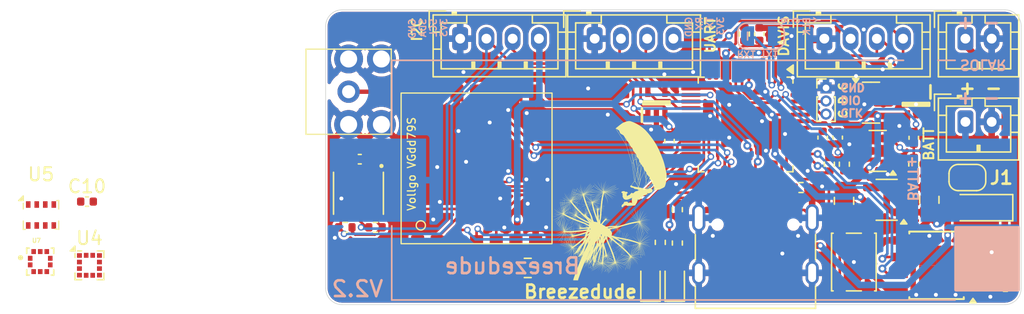
<source format=kicad_pcb>
(kicad_pcb (version 20241229) (generator "pcbnew") (generator_version "9.0")
  (layers (0 "F.Cu" signal) (2 "B.Cu" signal) (13 "F.Paste" user) (15 "B.Paste" user) (5 "F.SilkS" user "F.Silkscreen") (7 "B.SilkS" user "B.Silkscreen") (1 "F.Mask" user) (3 "B.Mask" user) (25 "Edge.Cuts" user))
  (net 0 "")
  (net 1 "GND")
  (net 2 "/ANT")
  (net 3 "Net-(U3-VDDCORE)")
  (net 4 "/V_IMP")
  (net 5 "/BATT+")
  (net 6 "3V3")
  (net 7 "/DAVIS_SPEED")
  (net 8 "/SOLAR+")
  (net 9 "Net-(U4-C1)")
  (net 10 "/USB_P")
  (net 11 "/USB_N")
  (net 12 "Net-(D4-A)")
  (net 13 "Net-(D5-A)")
  (net 16 "Net-(J7-CC1)")
  (net 17 "/SWDIO")
  (net 18 "/SWDCLK")
  (net 19 "/RX")
  (net 20 "/TX")
  (net 21 "/DAVIS_DIR")
  (net 22 "/SCL")
  (net 23 "/SDA")
  (net 24 "/V_DIV")
  (net 25 "Net-(J7-CC2)")
  (net 26 "/RESET")
  (net 27 "/PV_CHARGE")
  (net 28 "Net-(U1-ISET)")
  (net 29 "/DAC")
  (net 31 "/TX1")
  (net 32 "Net-(Q2-G)")
  (net 34 "/VREF")
  (net 35 "/PV_DONE")
  (net 37 "/RX1")
  (net 38 "Net-(Q2-D)")
  (net 41 "Net-(D3-A)")
  (net 42 "/DAVIS_POWER")
  (net 43 "/LED1")
  (net 44 "/LED2")
  (net 46 "/LORA_CS")
  (net 47 "/EN_DCDC")
  (net 48 "/LORA_DIO0")
  (net 49 "/D7")
  (net 50 "/LORA_DIO3")
  (net 51 "SW_WS")
  (net 52 "/LORA_DIO2")
  (net 53 "/LORA_DIO1")
  (net 54 "/LORA_MOSI")
  (net 55 "/LORA_MISO")
  (net 56 "/LORA_SCK")
  (net 57 "/D6")
  (net 58 "/LORA_RESET")
  (net 59 "VCC_WS")
  (net 68 "Net-(JP1-A)")
  (footprint "Package_QFP:TQFP-48_7x7mm_P0.5mm" (layer "F.Cu") (at 129 110.25 -90)
    (property "Reference" "U3" (hide yes))
    (property "Value" "ATSAMD21G18A-A" (hide yes))
  )
  (footprint "Resistor_SMD:R_0402_1005Metric" (layer "F.Cu") (at 136.525 113.284 90)
    (property "Reference" "R4" (hide yes))
    (property "Value" "330k" (hide yes))
  )
  (footprint "Connector_PinHeader_1.00mm:PinHeader_1x03_P1.00mm_Vertical" (layer "F.Cu") (at 135.128 107.458)
    (property "Reference" "J4" (hide yes))
    (property "Value" "Conn_01x03_Pin" (hide yes))
  )
  (footprint "Connector_JST:JST_PH_B4B-PH-K_1x04_P2.00mm_Vertical" (layer "F.Cu") (at 107.25 103.7)
    (property "Reference" "J2" (hide yes))
    (property "Value" "Conn_01x04_Pin" (hide yes))
  )
  (footprint "Package_LGA:Bosch_LGA-8_2x2.5mm_P0.65mm_ClockwisePinNumbering" (layer "F.Cu") (at 75.31 117.16)
    (property "Reference" "U5")
    (property "Value" "BMP280")
  )
  (footprint "Capacitor_SMD:C_0805_2012Metric" (layer "F.Cu") (at 136.5 116.078 90)
    (property "Reference" "C4" (hide yes))
    (property "Value" "47u 6.3V" (hide yes))
  )
  (footprint "Capacitor_SMD:C_0402_1005Metric" (layer "F.Cu") (at 130.048 103.35 90)
    (property "Reference" "C5" (hide yes))
    (property "Value" "100n 16V" (hide yes))
  )
  (footprint "Capacitor_SMD:C_0805_2012Metric" (layer "F.Cu") (at 148.75 120 90)
    (property "Reference" "C1" (hide yes))
    (property "Value" "47u 6.3V" (hide yes))
  )
  (footprint "LoRa:sma_edge_6.5mm_vert" (layer "F.Cu") (at 98.75 107.75 90)
    (property "Reference" "AE1" (hide yes))
    (property "Value" "Antenna_Shield" (hide yes))
  )
  (footprint "Package_TO_SOT_SMD:SOT-23" (layer "F.Cu") (at 139.065 112.268 180)
    (property "Reference" "Q2" (hide yes))
    (property "Value" "P-MOS" (hide yes))
  )
  (footprint "Capacitor_SMD:C_0402_1005Metric" (layer "F.Cu") (at 134.874 111.252 90)
    (property "Reference" "C11" (hide yes))
    (property "Value" "100n 16V" (hide yes))
  )
  (footprint "Capacitor_SMD:C_0805_2012Metric" (layer "F.Cu") (at 143 116 -90)
    (property "Reference" "C3" (hide yes))
    (property "Value" "47u 6.3V" (hide yes))
  )
  (footprint "Connector_JST:JST_PH_B4B-PH-K_1x04_P2.00mm_Vertical" (layer "F.Cu") (at 117.5 103.7)
    (property "Reference" "J5" (hide yes))
    (property "Value" "Conn_01x04_Pin" (hide yes))
  )
  (footprint "Resistor_SMD:R_0402_1005Metric" (layer "F.Cu") (at 128.905 103.35 -90)
    (property "Reference" "R2" (hide yes))
    (property "Value" "100k" (hide yes))
  )
  (footprint "Connector_JST:JST_PH_B4B-PH-K_1x04_P2.00mm_Vertical" (layer "F.Cu") (at 135 103.7)
    (property "Reference" "J3" (hide yes))
    (property "Value" "Conn_01x04_Pin" (hide yes))
  )
  (footprint "Resistor_SMD:R_0402_1005Metric" (layer "F.Cu") (at 141.815 113.268 90)
    (property "Reference" "R3" (hide yes))
    (property "Value" "10k" (hide yes))
  )
  (footprint "Package_SO:Infineon_PG-DSO-8-43" (layer "F.Cu") (at 143.55 121 180)
    (property "Reference" "U1" (hide yes))
    (property "Value" "PMIC-CN3063_SOIC8_" (hide yes))
    (property "VALUE" "CN3063-SOIC8" (hide yes))
  )
  (footprint "Capacitor_SMD:C_0402_1005Metric" (layer "F.Cu") (at 123.2 111.5 90)
    (property "Reference" "C6" (hide yes))
    (property "Value" "10u 6.3V" (hide yes))
  )
  (footprint "Package_LGA:LGA-12_2x2mm_P0.5mm" (layer "F.Cu") (at 79 121)
    (property "Reference" "U4")
    (property "Value" "LIS2MDL")
  )
  (footprint "Capacitor_SMD:C_0402_1005Metric" (layer "F.Cu") (at 141.815 111.268 90)
    (property "Reference" "C9" (hide yes))
    (property "Value" "100n 16V" (hide yes))
  )
  (footprint "Resistor_SMD:R_0402_1005Metric" (layer "F.Cu") (at 122.5 119.25 -90)
    (property "Reference" "R6" (hide yes))
    (property "Value" "470" (hide yes))
  )
  (footprint "Resistor_SMD:R_0402_1005Metric" (layer "F.Cu") (at 123.8 119.3 -90)
    (property "Reference" "R7" (hide yes))
    (property "Value" "200" (hide yes))
  )
  (footprint "Connector_JST:JST_PH_B2B-PH-K_1x02_P2.00mm_Vertical" (layer "F.Cu") (at 145.75 110.05)
    (property "Reference" "J1" (hide yes))
    (property "Value" "Conn_01x02_Pin" (hide yes))
  )
  (footprint "Button_Switch_SMD:SW_SPST_PTS810" (layer "F.Cu") (at 137.25 120.75 90)
    (property "Reference" "SW1" (hide yes))
    (property "Value" "SW_Push" (hide yes))
  )
  (footprint "LoRa:vollgo_vgdd79s868n0s1" (layer "F.Cu") (at 108.5 113.6)
    (property "Reference" "U6" (hide yes))
    (property "Value" "~" (hide yes))
  )
  (footprint "Resistor_SMD:R_0402_1005Metric" (layer "F.Cu") (at 123.8 116.75 -90)
    (property "Reference" "R10" (hide yes))
    (property "Value" "5.1k" (hide yes))
  )
  (footprint "LED_SMD:LED_0603_1608Metric" (layer "F.Cu") (at 121.75 122.25 90)
    (property "Reference" "D3" (hide yes))
    (property "Value" "LED blue" (hide yes))
  )
  (footprint "Jumper:SolderJumper-2_P1.3mm_Open_RoundedPad1.0x1.5mm" (layer "F.Cu") (at 145.9 114.3)
    (property "Reference" "JP1" (hide yes))
    (property "Value" "SolderJumper_2_Open" (hide yes))
  )
  (footprint "Resistor_SMD:R_0402_1005Metric" (layer "F.Cu") (at 148.8 122.6 180)
    (property "Reference" "R1" (hide yes))
    (property "Value" "10k" (hide yes))
  )
  (footprint "LED_SMD:LED_0603_1608Metric" (layer "F.Cu") (at 123.6 122.25 90)
    (property "Reference" "D4" (hide yes))
    (property "Value" "LED red" (hide yes))
  )
  (footprint "footprints_flo:PQFN50P200X200X80-10N" (layer "F.Cu") (at 75.25 120.715)
    (property "Reference" "U7")
    (property "Value" "BMP388")
  )
  (footprint "Package_TO_SOT_SMD:SOT-23-5" (layer "F.Cu") (at 139.75 116 180)
    (property "Reference" "U2" (hide yes))
    (property "Value" "STLQ015M33R" (hide yes))
  )
  (footprint "footprints_flo:SOT65P210X110-5N" (layer "F.Cu") (at 141.986 108.712 -90)
    (property "Reference" "D1" (hide yes))
    (property "Value" "SMF3.3.TCT" (hide yes))
  )
  (footprint "Capacitor_SMD:C_0805_2012Metric" (layer "F.Cu") (at 112.4 121.2 180)
    (property "Reference" "C12" (hide yes))
    (property "Value" "47u 6.3V" (hide yes))
  )
  (footprint "Capacitor_SMD:C_0402_1005Metric" (layer "F.Cu") (at 136.017 111.252 90)
    (property "Reference" "C2" (hide yes))
    (property "Value" "10u 6.3V" (hide yes))
  )
  (footprint "footprints_flo:SOT65P210X110-5N" (layer "F.Cu") (at 122.2 108.6 90)
    (property "Reference" "D2" (hide yes))
    (property "Value" "SMF3.3.TCT" (hide yes))
  )
  (footprint "Connector_USB:USB_C_Receptacle_G-Switch_GT-USB-7010ASV" (layer "F.Cu") (at 129.75 120.5)
    (property "Reference" "J7" (hide yes))
    (property "Value" "USB_C_Receptacle_USB2.0_16P" (hide yes))
  )
  (footprint "Diode_SMD:D_SOD-123" (layer "F.Cu") (at 147 116.6 180)
    (property "Reference" "D5" (hide yes))
    (property "Value" "Diode" (hide yes))
  )
  (footprint "Resistor_SMD:R_0402_1005Metric" (layer "F.Cu") (at 98.5 118.1)
    (property "Reference" "R8" (hide yes))
    (property "Value" "3.3k" (hide yes))
  )
  (footprint "Resistor_SMD:R_0402_1005Metric" (layer "F.Cu") (at 100.8 118.1)
    (property "Reference" "R9" (hide yes))
    (property "Value" "3.3k" (hide yes))
  )
  (footprint "Capacitor_SMD:C_0402_1005Metric" (layer "F.Cu") (at 78.815 116.135)
    (property "Reference" "C10")
    (property "Value" "220n 16V")
  )
  (footprint "Resistor_SMD:R_0402_1005Metric" (layer "F.Cu") (at 135.382 113.284 -90)
    (property "Reference" "R5" (hide yes))
    (property "Value" "100k" (hide yes))
  )
  (footprint "Connector_JST:JST_PH_B2B-PH-K_1x02_P2.00mm_Vertical" (layer "F.Cu") (at 145.75 103.7)
    (property "Reference" "J6" (hide yes))
    (property "Value" "Conn_01x02_Pin" (hide yes))
  )
  (footprint "Resistor_SMD:R_0402_1005Metric" (layer "F.Cu") (at 133.223 115.062)
    (property "Reference" "R11" (hide yes))
    (property "Value" "5.1k" (hide yes))
  )
  (footprint "Package_TO_SOT_SMD:SOT-23" (layer "F.Cu") (at 138.557 108.585)
    (property "Reference" "Q1" (hide yes))
    (property "Value" "P-MOS" (hide yes))
  )
  (footprint "Capacitor_SMD:C_0402_1005Metric" (layer "F.Cu") (at 99.6 112.9 180)
    (property "Reference" "C8" (hide yes))
    (property "Value" "10u 6.3V" (hide yes))
  )
  (footprint "Sensors:HP203B-LGA8" (layer "F.Cu") (at 99.5 115.5)
    (property "Reference" "U8" (hide yes))
    (property "Value" "HP203B" (hide yes))
  )
  (footprint "footprints_flo:BAT_1050" (layer "B.Cu") (at 123.5 114.5 180)
    (property "Reference" "BT1" (hide yes))
    (property "Value" "1050" (hide yes))
  )
  (footprint "general:SolderJumper-2_Open_Gap1mm" (layer "B.Cu") (at 130.55 103.505 180)
    (property "Reference" "J8" (hide yes))
    (property "Value" "Conn_01x02_Pin" (hide yes))
  )
  (gr_poly (pts (xy 120.480624 119.466449) (xy 120.417688 119.66733) (xy 120.377688 119.807828) (xy 120.335033 119.970753) (xy 120.291996 120.152896) (xy 120.250852 120.351046) (xy 120.239144 120.349259) (xy 120.259273 120.252384) (xy 120.280668 120.155584) (xy 120.303327 120.058933) (xy 120.327251 119.962505) (xy 120.356489 119.851454) (xy 120.387328 119.740999) (xy 120.419729 119.631213) (xy 120.453655 119.522173) (xy 120.459365 119.504553) (xy 120.4651 119.487406) (xy 120.47096 119.470719) (xy 120.477046 119.454481) (xy 120.483458 119.43868) (xy 120.490295 119.423304) (xy 120.493904 119.415773) (xy 120.497658 119.408343) (xy 120.501567 119.401014) (xy 120.505646 119.393784)) (stroke (width -0.000001)) (fill yes) (layer "F.SilkS"))
  (gr_poly (pts (xy 115.989729 118.098418) (xy 115.967577 118.144948) (xy 115.942704 118.205886) (xy 115.916606 118.281888) (xy 115.903565 118.325744) (xy 115.890778 118.373611) (xy 115.878432 118.425572) (xy 115.866714 118.481709) (xy 115.855812 118.542104) (xy 115.845911 118.606838) (xy 115.837199 118.675995) (xy 115.829863 118.749655) (xy 115.812798 118.747869) (xy 115.82157 118.66767) (xy 115.833117 118.583563) (xy 115.848277 118.496778) (xy 115.857474 118.452764) (xy 115.86789 118.408541) (xy 115.879629 118.364262) (xy 115.892796 118.320081) (xy 115.907496 118.276152) (xy 115.923834 118.232626) (xy 115.941915 118.189659) (xy 115.961844 118.147404) (xy 115.983725 118.106013) (xy 116.007665 118.065641)) (stroke (width -0.000001)) (fill yes) (layer "F.SilkS"))
  (gr_poly (pts (xy 118.566239 117.742121) (xy 118.566901 117.743556) (xy 118.567509 117.744904) (xy 118.568065 117.746163) (xy 118.56857 117.747331) (xy 118.569025 117.748407) (xy 118.569789 117.750274) (xy 118.570367 117.751751) (xy 118.570769 117.752823) (xy 118.571079 117.753697) (xy 118.570466 117.75206) (xy 118.56982 117.750423) (xy 118.569146 117.748786) (xy 118.56845 117.747149) (xy 118.567005 117.743875) (xy 118.565523 117.7406)) (stroke (width -0.000001)) (fill yes) (layer "F.SilkS"))
  (gr_poly (pts (xy 118.079351 120.864998) (xy 117.987823 120.945719) (xy 117.889834 121.028675) (xy 117.785951 121.111914) (xy 117.676746 121.193487) (xy 117.620325 121.233038) (xy 117.562788 121.271441) (xy 117.504204 121.308451) (xy 117.444646 121.343825) (xy 117.384184 121.377319) (xy 117.32289 121.408689) (xy 117.260835 121.437691) (xy 117.19809 121.464082) (xy 117.247701 121.441624) (xy 117.315326 121.407279) (xy 117.400379 121.359241) (xy 117.50227 121.295707) (xy 117.620411 121.214872) (xy 117.685392 121.167402) (xy 117.754214 121.114931) (xy 117.826805 121.057231) (xy 117.903091 120.994079) (xy 117.982998 120.925248) (xy 118.066453 120.850512)) (stroke (width -0.000001)) (fill yes) (layer "F.SilkS"))
  (gr_poly (pts (xy 116.315703 119.442993) (xy 116.318838 119.45071) (xy 116.325163 119.466014) (xy 116.323553 119.462366) (xy 116.32207 119.458938) (xy 116.32071 119.455733) (xy 116.31947 119.452753) (xy 116.317336 119.447475) (xy 116.315638 119.443119) (xy 116.31435 119.439704) (xy 116.31345 119.437264)) (stroke (width -0.000001)) (fill yes) (layer "F.SilkS"))
  (gr_poly (pts (xy 117.574225 119.245924) (xy 117.593105 119.267294) (xy 117.617305 119.292781) (xy 117.647253 119.322172) (xy 117.683378 119.355256) (xy 117.726107 119.39182) (xy 117.750082 119.411342) (xy 117.775869 119.431655) (xy 117.80352 119.452732) (xy 117.83309 119.474547) (xy 117.829518 119.479508) (xy 117.795801 119.454194) (xy 117.760849 119.426981) (xy 117.725288 119.397958) (xy 117.689744 119.367217) (xy 117.672173 119.35123) (xy 117.654841 119.334848) (xy 117.637825 119.318082) (xy 117.621205 119.300942) (xy 117.605058 119.283441) (xy 117.589462 119.26559) (xy 117.574496 119.247399) (xy 117.560238 119.228881)) (stroke (width -0.000001)) (fill yes) (layer "F.SilkS"))
  (gr_poly (pts (xy 114.51698 117.642845) (xy 114.556924 117.707309) (xy 114.611994 117.787992) (xy 114.683937 117.884145) (xy 114.726782 117.93779) (xy 114.774502 117.995023) (xy 114.827314 118.055751) (xy 114.885437 118.119879) (xy 114.949091 118.187316) (xy 115.018492 118.257968) (xy 115.093861 118.33174) (xy 115.175416 118.408541) (xy 115.162121 118.42263) (xy 115.073901 118.338265) (xy 114.982911 118.247658) (xy 114.891144 118.151209) (xy 114.845592 118.10092) (xy 114.800593 118.049319) (xy 114.756397 117.996459) (xy 114.713252 117.942388) (xy 114.671407 117.887157) (xy 114.631112 117.830815) (xy 114.592616 117.773413) (xy 114.556167 117.715) (xy 114.522016 117.655627) (xy 114.49041 117.595344)) (stroke (width -0.000001)) (fill yes) (layer "F.SilkS"))
  (gr_poly (pts (xy 117.787373 116.728131) (xy 117.844457 116.739204) (xy 117.903262 116.75276) (xy 117.933038 116.760625) (xy 117.962918 116.769298) (xy 117.992794 116.77884) (xy 118.022556 116.789315) (xy 118.052096 116.800783) (xy 118.081305 116.813308) (xy 118.110074 116.826951) (xy 118.138296 116.841775) (xy 118.16586 116.857842) (xy 118.192659 116.875214) (xy 118.170865 116.862129) (xy 118.139822 116.845687) (xy 118.099026 116.826851) (xy 118.047973 116.80658) (xy 118.018442 116.796206) (xy 117.986158 116.785834) (xy 117.951057 116.775584) (xy 117.913076 116.765574) (xy 117.872152 116.755927) (xy 117.828223 116.746761) (xy 117.781224 116.738197) (xy 117.731093 116.730355) (xy 117.732879 116.719044)) (stroke (width -0.000001)) (fill yes) (layer "F.SilkS"))
  (gr_poly (pts (xy 117.560579 115.643993) (xy 117.558766 115.646477) (xy 117.555203 115.6515) (xy 117.548134 115.661769) (xy 117.549799 115.659285) (xy 117.551369 115.656968) (xy 117.554217 115.65283) (xy 117.556666 115.649348) (xy 117.558701 115.646514) (xy 117.560308 115.644323) (xy 117.561473 115.642766) (xy 117.562422 115.641529)) (stroke (width -0.000001)) (fill yes) (layer "F.SilkS"))
  (gr_poly (pts (xy 117.08434 118.497704) (xy 117.091538 118.519229) (xy 117.101727 118.545195) (xy 117.115416 118.575452) (xy 117.123732 118.592142) (xy 117.133113 118.609848) (xy 117.143625 118.628551) (xy 117.15533 118.648232) (xy 117.168291 118.668872) (xy 117.182573 118.690453) (xy 117.19824 118.712955) (xy 117.215354 118.73636) (xy 117.209798 118.740527) (xy 117.190596 118.713633) (xy 117.171152 118.684844) (xy 117.152006 118.65431) (xy 117.142713 118.638437) (xy 117.133697 118.622184) (xy 117.125025 118.60557) (xy 117.116764 118.588616) (xy 117.108983 118.571338) (xy 117.101748 118.553757) (xy 117.095127 118.535891) (xy 117.089188 118.517759) (xy 117.083997 118.49938) (xy 117.079622 118.480772)) (stroke (width -0.000001)) (fill yes) (layer "F.SilkS"))
  (gr_poly (pts (xy 120.476559 120.990246) (xy 120.477267 120.996144) (xy 120.477821 121.001154) (xy 120.478237 121.005269) (xy 120.478533 121.008482) (xy 120.478724 121.010785) (xy 120.478858 121.012636) (xy 120.478194 121.005343) (xy 120.477418 120.998051) (xy 120.475682 120.983466)) (stroke (width -0.000001)) (fill yes) (layer "F.SilkS"))
  (gr_poly (pts (xy 117.789445 118.104966) (xy 117.790524 118.106632) (xy 117.791485 118.108339) (xy 117.792333 118.110085) (xy 117.793074 118.111869) (xy 117.793711 118.113688) (xy 117.79425 118.11554) (xy 117.794696 118.117424) (xy 117.795328 118.121277) (xy 117.795649 118.125232) (xy 117.795696 118.129273) (xy 117.795511 118.133383) (xy 117.795133 118.137546) (xy 117.794601 118.141747) (xy 117.793238 118.150197) (xy 117.79174 118.158606) (xy 117.790426 118.166844) (xy 117.789914 118.171276) (xy 117.789562 118.175717) (xy 117.789357 118.180165) (xy 117.789285 118.18462) (xy 117.789334 118.189081) (xy 117.789491 118.193546) (xy 117.790078 118.202489) (xy 117.790945 118.21144) (xy 117.791988 118.220394) (xy 117.794196 118.238281) (xy 117.797118 118.264924) (xy 117.798161 118.27833) (xy 117.79889 118.291766) (xy 117.799278 118.305215) (xy 117.799296 118.318655) (xy 117.798918 118.332069) (xy 117.798115 118.345437) (xy 117.796862 118.35874) (xy 117.79513 118.371959) (xy 117.792893 118.385074) (xy 117.790122 118.398067) (xy 117.786791 118.410918) (xy 117.782872 118.423607) (xy 117.778338 118.436117) (xy 117.773162 118.448427) (xy 117.737444 118.316863) (xy 117.73554 118.309715) (xy 117.734646 118.306136) (xy 117.733822 118.30255) (xy 117.733091 118.298954) (xy 117.732476 118.295347) (xy 117.732001 118.291726) (xy 117.731823 118.28991) (xy 117.731688 118.288089) (xy 117.731571 118.285854) (xy 117.731516 118.283616) (xy 117.731517 118.281375) (xy 117.731571 118.279131) (xy 117.731821 118.274642) (xy 117.732234 118.270155) (xy 117.732778 118.265677) (xy 117.733419 118.261216) (xy 117.734864 118.25237) (xy 117.736669 118.242838) (xy 117.739049 118.232392) (xy 117.741913 118.221241) (xy 117.74517 118.209598) (xy 117.7525 118.185673) (xy 117.760313 118.162305) (xy 117.767885 118.141178) (xy 117.774489 118.123978) (xy 117.7794 118.112392) (xy 117.780994 118.109232) (xy 117.781893 118.108106) (xy 117.782156 118.108058) (xy 117.782422 118.107987) (xy 117.782692 118.107897) (xy 117.782964 118.107788) (xy 117.783237 118.107661) (xy 117.783511 118.10752) (xy 117.783785 118.107363) (xy 117.784058 118.107195) (xy 117.784329 118.107015) (xy 117.784597 118.106826) (xy 117.785123 118.106425) (xy 117.78563 118.106005) (xy 117.78611 118.105576) (xy 117.786558 118.105153) (xy 117.786967 118.104746) (xy 117.78733 118.104368) (xy 117.787642 118.104032) (xy 117.788243 118.103344)) (stroke (width -0.000001)) (fill yes) (layer "F.SilkS"))
  (gr_poly (pts (xy 116.190474 117.789937) (xy 116.192074 117.794002) (xy 116.1936 117.79775) (xy 116.192725 117.795724) (xy 116.191879 117.793667) (xy 116.190252 117.789491) (xy 116.188661 117.785277) (xy 116.187051 117.781082)) (stroke (width -0.000001)) (fill yes) (layer "F.SilkS"))
  (gr_curve (pts (xy 117.740817 118.669287) (xy 117.662037 118.781802) (xy 117.622746 118.916342) (xy 117.580479 119.047113)) (stroke (width 0.1) (color 255 255 255 1)) (layer "F.SilkS"))
  (gr_poly (pts (xy 118.230292 116.615009) (xy 118.192963 116.617698) (xy 118.145077 116.623262) (xy 118.086545 116.632625) (xy 118.017278 116.646713) (xy 117.93719 116.666452) (xy 117.893059 116.67873) (xy 117.84619 116.692767) (xy 117.796571 116.70868) (xy 117.744191 116.726585) (xy 117.741214 116.717853) (xy 117.798397 116.698736) (xy 117.858943 116.679846) (xy 117.922214 116.661952) (xy 117.987574 116.645821) (xy 118.020838 116.638656) (xy 118.054385 116.632219) (xy 118.088135 116.626607) (xy 118.122009 116.621915) (xy 118.155928 116.618239) (xy 118.189811 116.615676) (xy 118.223578 116.61432) (xy 118.257151 116.614269)) (stroke (width -0.000001)) (fill yes) (layer "F.SilkS"))
  (gr_poly (pts (xy 117.162768 117.542758) (xy 117.128042 117.556977) (xy 117.091195 117.571004) (xy 117.052543 117.584316) (xy 117.012403 117.596386) (xy 116.991873 117.601791) (xy 116.971091 117.606688) (xy 116.950094 117.611013) (xy 116.928923 117.614698) (xy 116.907617 117.617679) (xy 116.886215 117.619889) (xy 116.864758 117.621264) (xy 116.843285 117.621736) (xy 116.863038 117.620535) (xy 116.8885 117.617746) (xy 116.919651 117.612803) (xy 116.956468 117.605142) (xy 116.998932 117.594197) (xy 117.022274 117.587317) (xy 117.047021 117.579404) (xy 117.073168 117.570388) (xy 117.100714 117.560197) (xy 117.129656 117.548762) (xy 117.159991 117.536012)) (stroke (width -0.000001)) (fill yes) (layer "F.SilkS"))
  (gr_poly (pts (xy 118.392947 117.487022) (xy 118.425179 117.493244) (xy 118.456278 117.498585) (xy 118.486083 117.503111) (xy 118.51443 117.50689) (xy 118.541159 117.509988) (xy 118.566107 117.512471) (xy 118.589112 117.514406) (xy 118.628647 117.5169) (xy 118.658469 117.518) (xy 118.683791 117.518152) (xy 118.681035 117.518884) (xy 118.678272 117.519518) (xy 118.675501 117.520061) (xy 118.672719 117.520518) (xy 118.669924 117.520895) (xy 118.667114 117.521198) (xy 118.664287 117.521431) (xy 118.661442 117.521601) (xy 118.655686 117.521771) (xy 118.64983 117.521753) (xy 118.643858 117.52159) (xy 118.637754 117.521328) (xy 118.618927 117.520406) (xy 118.600103 117.519278) (xy 118.581284 117.51794) (xy 118.562472 117.516391) (xy 118.543669 117.514628) (xy 118.524877 117.512649) (xy 118.5061 117.510451) (xy 118.487338 117.508032) (xy 118.454937 117.503384) (xy 118.422648 117.498085) (xy 118.390507 117.492154) (xy 118.358552 117.485609) (xy 118.359743 117.479854)) (stroke (width -0.000001)) (fill yes) (layer "F.SilkS"))
  (gr_poly (pts (xy 118.814562 118.057505) (xy 118.816162 118.057052) (xy 118.817187 118.056789)) (stroke (width -0.000001)) (fill yes) (layer "F.SilkS"))
  (gr_poly (pts (xy 118.952327 118.471331) (xy 118.95069 118.473072) (xy 118.949155 118.474685) (xy 118.947723 118.476171) (xy 118.945179 118.478768) (xy 118.943075 118.480872) (xy 118.94048 118.483413) (xy 118.954064 118.469461)) (stroke (width -0.000001)) (fill yes) (layer "F.SilkS"))
  (gr_poly (pts (xy 117.757882 118.083104) (xy 117.758218 118.083431) (xy 117.758591 118.083741) (xy 117.758999 118.084037) (xy 117.759439 118.084317) (xy 117.759906 118.084582) (xy 117.760398 118.084833) (xy 117.761444 118.085293) (xy 117.762552 118.085699) (xy 117.763697 118.086055) (xy 117.764852 118.086363) (xy 117.765993 118.086626) (xy 117.767094 118.086847) (xy 117.768131 118.08703) (xy 117.769909 118.087289) (xy 117.771574 118.087469) (xy 117.770434 118.090953) (xy 117.769101 118.094301) (xy 117.767585 118.097519) (xy 117.765894 118.100613) (xy 117.764035 118.103586) (xy 117.762017 118.106445) (xy 117.759847 118.109194) (xy 117.757535 118.11184) (xy 117.752513 118.11684) (xy 117.747018 118.121486) (xy 117.741112 118.12582) (xy 117.734863 118.129885) (xy 117.728335 118.133722) (xy 117.721593 118.137373) (xy 117.707727 118.144285) (xy 117.693787 118.150954) (xy 117.680293 118.157716) (xy 117.673196 118.161638) (xy 117.66626 118.165802) (xy 117.659472 118.170189) (xy 117.652822 118.174779) (xy 117.646297 118.179554) (xy 117.639886 118.184495) (xy 117.633578 118.189583) (xy 117.62736 118.194799) (xy 117.61515 118.205541) (xy 117.603163 118.216569) (xy 117.579487 118.238877) (xy 117.56159 118.255259) (xy 117.543321 118.271327) (xy 117.524679 118.287019) (xy 117.505665 118.302278) (xy 117.486277 118.317044) (xy 117.466516 118.331258) (xy 117.44638 118.34486) (xy 117.425871 118.357791) (xy 117.404988 118.369992) (xy 117.383729 118.381404) (xy 117.362096 118.391966) (xy 117.340087 118.401621) (xy 117.317703 118.410308) (xy 117.294943 118.417969) (xy 117.271807 118.424543) (xy 117.248295 118.429972) (xy 117.404068 118.23848) (xy 117.408249 118.233276) (xy 117.412474 118.228102) (xy 117.416768 118.222989) (xy 117.421158 118.217967) (xy 117.42567 118.213065) (xy 117.427978 118.210669) (xy 117.430327 118.208315) (xy 117.432719 118.206006) (xy 117.435157 118.203746) (xy 117.437644 118.201539) (xy 117.440184 118.199388) (xy 117.443343 118.196832) (xy 117.446568 118.194367) (xy 117.449853 118.191988) (xy 117.453194 118.18969) (xy 117.456586 118.187465) (xy 117.460025 118.18531) (xy 117.467023 118.181181) (xy 117.474151 118.177258) (xy 117.481372 118.173492) (xy 117.495945 118.166249) (xy 117.511862 118.158864) (xy 117.529729 118.151355) (xy 117.549139 118.14381) (xy 117.569689 118.136319) (xy 117.612589 118.121855) (xy 117.655191 118.108677) (xy 117.694258 118.097499) (xy 117.726554 118.089035) (xy 117.74884 118.083999) (xy 117.755219 118.082989)) (stroke (width -0.000001)) (fill yes) (layer "F.SilkS"))
  (gr_poly (pts (xy 118.47563 118.605077) (xy 118.475896 118.605096) (xy 118.476162 118.605128) (xy 118.476428 118.605173) (xy 118.476693 118.605232) (xy 118.476956 118.605304) (xy 118.477218 118.60539) (xy 118.477474 118.605507) (xy 118.477722 118.605634) (xy 118.477962 118.605771) (xy 118.478193 118.605917) (xy 118.478415 118.606072) (xy 118.478628 118.606236) (xy 118.478831 118.606408) (xy 118.479026 118.606588) (xy 118.47921 118.606775) (xy 118.479385 118.60697) (xy 118.47955 118.607171) (xy 118.479705 118.607379) (xy 118.47985 118.607593) (xy 118.479984 118.607813) (xy 118.480107 118.608038) (xy 118.480219 118.608268) (xy 118.480321 118.608503) (xy 118.480411 118.608742) (xy 118.48049 118.608985) (xy 118.480557 118.609232) (xy 118.480612 118.609482) (xy 118.480656 118.609734) (xy 118.480687 118.609989) (xy 118.480706 118.610246) (xy 118.480713 118.610505) (xy 118.480706 118.610766) (xy 118.480687 118.611027) (xy 118.480655 118.611289) (xy 118.48061 118.611551) (xy 118.480551 118.611813) (xy 118.480479 118.612075) (xy 118.480393 118.612336) (xy 118.480294 118.612592) (xy 118.480182 118.61284) (xy 118.480058 118.61308) (xy 118.479923 118.613311) (xy 118.479778 118.613533) (xy 118.479621 118.613746) (xy 118.479455 118.613949) (xy 118.47928 118.614144) (xy 118.479095 118.614328) (xy 118.478902 118.614503) (xy 118.4787 118.614668) (xy 118.478492 118.614823) (xy 118.478276 118.614968) (xy 118.478053 118.615102) (xy 118.477824 118.615225) (xy 118.47759 118.615337) (xy 118.47735 118.615439) (xy 118.477106 118.615529) (xy 118.476857 118.615608) (xy 118.476604 118.615675) (xy 118.476348 118.61573) (xy 118.476089 118.615774) (xy 118.475828 118.615805) (xy 118.475565 118.615824) (xy 118.475301 118.615831) (xy 118.475035 118.615824) (xy 118.474769 118.615805) (xy 118.474503 118.615773) (xy 118.474237 118.615728) (xy 118.473972 118.615669) (xy 118.473709 118.615597) (xy 118.473448 118.615511) (xy 118.473191 118.615412) (xy 118.472943 118.6153) (xy 118.472703 118.615176) (xy 118.472473 118.615042) (xy 118.472251 118.614896) (xy 118.472038 118.61474) (xy 118.471834 118.614574) (xy 118.47164 118.614398) (xy 118.471455 118.614213) (xy 118.47128 118.61402) (xy 118.471115 118.613819) (xy 118.47096 118.61361) (xy 118.470816 118.613394) (xy 118.470682 118.613171) (xy 118.470558 118.612943) (xy 118.470446 118.612708) (xy 118.470344 118.612468) (xy 118.470254 118.612224) (xy 118.470176 118.611975) (xy 118.470108 118.611723) (xy 118.470053 118.611467) (xy 118.470009 118.611208) (xy 118.469978 118.610947) (xy 118.469959 118.610683) (xy 118.469953 118.610419) (xy 118.469959 118.610153) (xy 118.469978 118.609887) (xy 118.47001 118.609621) (xy 118.470055 118.609355) (xy 118.470114 118.609091) (xy 118.470186 118.608827) (xy 118.470272 118.608566) (xy 118.470372 118.608309) (xy 118.470483 118.608061) (xy 118.470607 118.607822) (xy 118.470742 118.607591) (xy 118.470888 118.607369) (xy 118.471044 118.607156) (xy 118.47121 118.606952) (xy 118.471386 118.606758) (xy 118.47157 118.606573) (xy 118.471763 118.606398) (xy 118.471965 118.606233) (xy 118.472174 118.606079) (xy 118.47239 118.605934) (xy 118.472612 118.6058) (xy 118.472841 118.605677) (xy 118.473075 118.605564) (xy 118.473315 118.605463) (xy 118.47356 118.605373) (xy 118.473808 118.605294) (xy 118.474061 118.605227) (xy 118.474317 118.605171) (xy 118.474576 118.605128) (xy 118.474837 118.605097) (xy 118.4751 118.605077) (xy 118.475365 118.605071)) (stroke (width -0.000001)) (fill yes) (layer "F.SilkS"))
  (gr_poly (pts (xy 117.522168 115.704012) (xy 117.501333 115.741783) (xy 117.477233 115.789478) (xy 117.450403 115.847606) (xy 117.421378 115.916672) (xy 117.390692 115.997184) (xy 117.358881 116.089649) (xy 117.326479 116.194574) (xy 117.31755 116.191994) (xy 117.336539 116.130399) (xy 117.357625 116.066055) (xy 117.381003 115.999915) (xy 117.406871 115.932934) (xy 117.435428 115.866065) (xy 117.450776 115.83297) (xy 117.46687 115.80026) (xy 117.483736 115.768055) (xy 117.501397 115.736474) (xy 117.519878 115.705636) (xy 117.539204 115.67566)) (stroke (width -0.000001)) (fill yes) (layer "F.SilkS"))
  (gr_poly (pts (xy 115.842714 115.081719) (xy 115.846284 115.085243) (xy 115.853528 115.092229) (xy 115.868162 115.106144) (xy 115.864567 115.102854) (xy 115.86122 115.099757) (xy 115.85812 115.096856) (xy 115.855264 115.094154) (xy 115.850274 115.089355) (xy 115.846234 115.085383) (xy 115.843124 115.082256) (xy 115.840926 115.079997) (xy 115.839189 115.078165)) (stroke (width -0.000001)) (fill yes) (layer "F.SilkS"))
  (gr_poly (pts (xy 117.568981 117.451153) (xy 117.566778 117.454342) (xy 117.563438 117.459315) (xy 117.560834 117.463383) (xy 117.562051 117.461383) (xy 117.563317 117.459396) (xy 117.564625 117.457419) (xy 117.565968 117.455446) (xy 117.568731 117.451496) (xy 117.57155 117.447508)) (stroke (width -0.000001)) (fill yes) (layer "F.SilkS"))
  (gr_poly (pts (xy 117.903368 117.524991) (xy 117.90376 117.526383) (xy 117.904117 117.527684) (xy 117.90444 117.528895) (xy 117.904991 117.531041) (xy 117.90542 117.532812) (xy 117.905738 117.534201) (xy 117.905953 117.535202) (xy 117.906115 117.536012) (xy 117.90294 117.523509)) (stroke (width -0.000001)) (fill yes) (layer "F.SilkS"))
  (gr_poly (pts (xy 117.076327 117.346256) (xy 117.080919 117.363222) (xy 117.087345 117.383909) (xy 117.095895 117.408317) (xy 117.106864 117.436446) (xy 117.120545 117.468295) (xy 117.13723 117.503865) (xy 117.157212 117.543156) (xy 117.153838 117.544941) (xy 117.142107 117.521779) (xy 117.130199 117.497232) (xy 117.11844 117.471519) (xy 117.107156 117.444854) (xy 117.096671 117.417455) (xy 117.091831 117.403547) (xy 117.087312 117.389537) (xy 117.083157 117.375451) (xy 117.079404 117.361316) (xy 117.076096 117.34716) (xy 117.073273 117.33301)) (stroke (width -0.000001)) (fill yes) (layer "F.SilkS"))
  (gr_poly (pts (xy 116.451733 115.593151) (xy 116.387053 115.620952) (xy 116.306453 115.661051) (xy 116.260466 115.686336) (xy 116.210838 115.715446) (xy 116.157682 115.74863) (xy 116.101112 115.786138) (xy 116.04124 115.82822) (xy 115.978179 115.875126) (xy 115.912044 115.927106) (xy 115.842945 115.984411) (xy 115.770998 116.047289) (xy 115.696314 116.115992) (xy 115.680638 116.098927) (xy 115.762774 116.024865) (xy 115.851239 115.949271) (xy 115.94576 115.874146) (xy 115.995205 115.837386) (xy 116.046061 115.801494) (xy 116.098294 115.76672) (xy 116.151869 115.733315) (xy 116.206753 115.70153) (xy 116.26291 115.671613) (xy 116.320306 115.643817) (xy 116.378908 115.61839) (xy 116.43868 115.595583) (xy 116.499589 115.575647)) (stroke (width -0.000001)) (fill yes) (layer "F.SilkS"))
  (gr_poly (pts (xy 118.143555 117.273549) (xy 118.163591 117.296486) (xy 118.190848 117.326337) (xy 118.224867 117.361796) (xy 118.265191 117.40156) (xy 118.287573 117.422648) (xy 118.31136 117.444324) (xy 118.336494 117.466423) (xy 118.362918 117.488782) (xy 118.359544 117.492752) (xy 118.346866 117.481906) (xy 118.334281 117.470952) (xy 118.321788 117.45989) (xy 118.309389 117.448724) (xy 118.297083 117.437455) (xy 118.28487 117.426086) (xy 118.272749 117.41462) (xy 118.260722 117.403058) (xy 118.246947 117.389533) (xy 118.233304 117.375894) (xy 118.219796 117.362138) (xy 118.206425 117.348265) (xy 118.193194 117.33427) (xy 118.180104 117.320151) (xy 118.167159 117.305908) (xy 118.15436 117.291536) (xy 118.150262 117.28688) (xy 118.146314 117.282265) (xy 118.142539 117.27766) (xy 118.138956 117.273032) (xy 118.137244 117.270699) (xy 118.135588 117.268347) (xy 118.13399 117.265974) (xy 118.132454 117.263575) (xy 118.130982 117.261145) (xy 118.129577 117.258681) (xy 118.12824 117.256179) (xy 118.126976 117.253634)) (stroke (width -0.000001)) (fill yes) (layer "F.SilkS"))
  (gr_poly (pts (xy 117.485269 118.443441) (xy 117.442764 118.497759) (xy 117.398983 118.551267) (xy 117.353741 118.60338) (xy 117.330515 118.628731) (xy 117.306855 118.653512) (xy 117.282738 118.677652) (xy 117.258142 118.701077) (xy 117.233042 118.723713) (xy 117.207416 118.745488) (xy 117.557679 118.347336)) (stroke (width -0.000001)) (fill yes) (layer "F.SilkS"))
  (gr_poly (pts (xy 120.564802 119.327446) (xy 120.557463 119.328522) (xy 120.550161 119.329635) (xy 120.546542 119.330235) (xy 120.542952 119.330879) (xy 120.544776 119.3305) (xy 120.550245 119.329489) (xy 120.55936 119.328032) (xy 120.565286 119.327194) (xy 120.572122 119.326314)) (stroke (width -0.000001)) (fill yes) (layer "F.SilkS"))
  (gr_poly (pts (xy 115.657207 115.512013) (xy 115.662366 115.513999) (xy 115.672725 115.517828) (xy 115.693537 115.525245) (xy 115.688495 115.523569) (xy 115.683787 115.521967) (xy 115.67941 115.520445) (xy 115.675364 115.519006) (xy 115.668258 115.516398) (xy 115.662456 115.514181) (xy 115.657948 115.512392) (xy 115.65472 115.511068) (xy 115.652063 115.509965)) (stroke (width -0.000001)) (fill yes) (layer "F.SilkS"))
  (gr_poly (pts (xy 120.349196 120.040584) (xy 120.345381 120.043251) (xy 120.341807 120.045713) (xy 120.338475 120.047975) (xy 120.332554 120.05191) (xy 120.327648 120.055076) (xy 120.323783 120.057499) (xy 120.320988 120.0592) (xy 120.318718 120.060534) (xy 120.327434 120.054958) (xy 120.336057 120.049272) (xy 120.353246 120.037712)) (stroke (width -0.000001)) (fill yes) (layer "F.SilkS"))
  (gr_poly (pts (xy 120.312904 120.396184) (xy 120.364919 120.460899) (xy 120.417218 120.52925) (xy 120.468612 120.600778) (xy 120.493599 120.63759) (xy 120.517914 120.675023) (xy 120.541408 120.71302) (xy 120.563934 120.751523) (xy 120.585342 120.790475) (xy 120.605484 120.829818) (xy 120.624212 120.869495) (xy 120.641377 120.909448) (xy 120.626882 120.877755) (xy 120.604852 120.834346) (xy 120.574209 120.779486) (xy 120.533874 120.713441) (xy 120.482767 120.636476) (xy 120.419809 120.548856) (xy 120.38355 120.501133) (xy 120.343923 120.450846) (xy 120.300794 120.398027) (xy 120.254027 120.342711) (xy 120.262361 120.335567)) (stroke (width -0.000001)) (fill yes) (layer "F.SilkS"))
  (gr_poly (pts (xy 114.601576 118.163767) (xy 114.643142 118.189134) (xy 114.698043 118.219734) (xy 114.767057 118.254777) (xy 114.850963 118.293476) (xy 114.950541 118.335042) (xy 115.066568 118.378687) (xy 115.130994 118.401042) (xy 115.199825 118.423622) (xy 115.196253 118.43414) (xy 115.121369 118.409116) (xy 115.043103 118.381365) (xy 114.962707 118.350651) (xy 114.881432 118.316739) (xy 114.840855 118.298511) (xy 114.800529 118.279395) (xy 114.760608 118.259363) (xy 114.721249 118.238384) (xy 114.682609 118.21643) (xy 114.644844 118.193471) (xy 114.60811 118.169478) (xy 114.572564 118.144421)) (stroke (width -0.000001)) (fill yes) (layer "F.SilkS"))
  (gr_poly (pts (xy 117.434041 117.450502) (xy 117.432876 117.45055) (xy 117.431724 117.450621) (xy 117.430584 117.450708) (xy 117.42833 117.450903) (xy 117.426095 117.45108) (xy 117.42735 117.450941) (xy 117.428581 117.45082) (xy 117.429785 117.450717) (xy 117.430956 117.450634) (xy 117.43209 117.450568) (xy 117.433183 117.450522) (xy 117.434228 117.450494) (xy 117.435223 117.450485)) (stroke (width -0.000001)) (fill yes) (layer "F.SilkS"))
  (gr_poly (pts (xy 120.026935 119.572408) (xy 120.048525 119.622306) (xy 120.069006 119.673267) (xy 120.088419 119.725106) (xy 120.124201 119.830669) (xy 120.156198 119.937502) (xy 120.184734 120.044112) (xy 120.210136 120.149005) (xy 120.232728 120.25069) (xy 120.252837 120.347673) (xy 120.242121 120.349855) (xy 120.224149 120.260723) (xy 120.206097 120.177061) (xy 120.18807 120.09877) (xy 120.170175 120.025748) (xy 120.152517 119.957894) (xy 120.135202 119.895107) (xy 120.118336 119.837288) (xy 120.102024 119.784333) (xy 120.086373 119.736144) (xy 120.071488 119.692618) (xy 120.04444 119.619156) (xy 120.021727 119.563139) (xy 120.004194 119.523761)) (stroke (width -0.000001)) (fill yes) (layer "F.SilkS"))
  (gr_poly (pts (xy 117.88156 120.294301) (xy 117.881856 120.2973) (xy 117.882551 120.303322) (xy 117.884088 120.315327) (xy 117.883277 120.309802) (xy 117.882622 120.304989) (xy 117.882111 120.300893) (xy 117.881732 120.297517) (xy 117.881474 120.294867) (xy 117.881326 120.292947) (xy 117.881275 120.291762) (xy 117.881283 120.291446) (xy 117.88131 120.291316)) (stroke (width -0.000001)) (fill yes) (layer "F.SilkS"))
  (gr_poly (pts (xy 115.911338 117.976012) (xy 115.852032 117.998848) (xy 115.777871 118.032186) (xy 115.735443 118.053362) (xy 115.689567 118.077845) (xy 115.640334 118.105862) (xy 115.587832 118.137642) (xy 115.53215 118.173411) (xy 115.473376 118.213396) (xy 115.411601 118.257825) (xy 115.346912 118.306926) (xy 115.279399 118.360925) (xy 115.209151 118.42005) (xy 115.195856 118.404373) (xy 115.27304 118.340692) (xy 115.35598 118.275848) (xy 115.444328 118.211618) (xy 115.490423 118.180288) (xy 115.537739 118.149778) (xy 115.586235 118.12031) (xy 115.635866 118.092106) (xy 115.68659 118.065388) (xy 115.738363 118.040377) (xy 115.791141 118.017297) (xy 115.844882 117.996369) (xy 115.899542 117.977816) (xy 115.955078 117.961858)) (stroke (width -0.000001)) (fill yes) (layer "F.SilkS"))
  (gr_poly (pts (xy 116.111181 117.965081) (xy 116.132822 117.983649) (xy 116.160296 118.005584) (xy 116.193997 118.030617) (xy 116.23432 118.058477) (xy 116.281663 118.088895) (xy 116.336418 118.121602) (xy 116.3667 118.138729) (xy 116.398983 118.156327) (xy 116.396005 118.161685) (xy 116.359117 118.141192) (xy 116.320757 118.119005) (xy 116.281556 118.09512) (xy 116.242142 118.069535) (xy 116.222553 118.056105) (xy 116.203147 118.042248) (xy 116.184004 118.027965) (xy 116.165201 118.013256) (xy 116.146818 117.998121) (xy 116.128934 117.982558) (xy 116.111627 117.966568) (xy 116.094976 117.95015)) (stroke (width -0.000001)) (fill yes) (layer "F.SilkS"))
  (gr_poly (pts (xy 119.200047 120.000732) (xy 119.196988 120.055037) (xy 119.192457 120.109793) (xy 119.186577 120.164853) (xy 119.171245 120.275287) (xy 119.151955 120.385152) (xy 119.129671 120.493259) (xy 119.105354 120.59842) (xy 119.079967 120.699446) (xy 119.054473 120.795149) (xy 119.043757 120.792371) (xy 119.067637 120.704622) (xy 119.088993 120.621729) (xy 119.107964 120.543647) (xy 119.124692 120.470335) (xy 119.139316 120.401748) (xy 119.151977 120.337846) (xy 119.162816 120.278585) (xy 119.171973 120.223922) (xy 119.179587 120.173814) (xy 119.185801 120.128219) (xy 119.194585 120.050398) (xy 119.199449 119.990114) (xy 119.201515 119.947028)) (stroke (width 0) (color 255 255 255 1)) (fill yes) (layer "F.SilkS"))
  (gr_poly (pts (xy 119.923064 120.395706) (xy 119.829586 120.429724) (xy 119.706737 120.477946) (xy 119.559145 120.540715) (xy 119.391438 120.618377) (xy 119.208244 120.711275) (xy 119.112285 120.763546) (xy 119.014189 120.819754) (xy 119.004863 120.802888) (xy 119.052181 120.776099) (xy 119.099772 120.749759) (xy 119.147634 120.723871) (xy 119.19576 120.698435) (xy 119.244147 120.673456) (xy 119.29279 120.648934) (xy 119.341684 120.624873) (xy 119.390824 120.601275) (xy 119.447897 120.574581) (xy 119.505251 120.548528) (xy 119.562871 120.523127) (xy 119.620739 120.498385) (xy 119.678839 120.474314) (xy 119.737156 120.450922) (xy 119.795673 120.428217) (xy 119.854374 120.40621) (xy 119.873515 120.399228) (xy 119.89231 120.392652) (xy 119.910858 120.386611) (xy 119.929259 120.381232) (xy 119.938437 120.378832) (xy 119.947615 120.376645) (xy 119.956806 120.374687) (xy 119.966023 120.372976) (xy 119.975279 120.371526) (xy 119.984585 120.370353) (xy 119.993955 120.369474) (xy 120.003401 120.368905)) (stroke (width 0) (color 255 255 255 1)) (fill yes) (layer "F.SilkS"))
  (gr_poly (pts (xy 117.271312 117.952729) (xy 117.146296 117.952729) (xy 117.151186 117.980043) (xy 117.154101 118.007418) (xy 117.155152 118.034821) (xy 117.154451 118.06222) (xy 117.15211 118.089584) (xy 117.148242 118.116879) (xy 117.14296 118.144073) (xy 117.136374 118.171135) (xy 117.128598 118.198031) (xy 117.119743 118.224731) (xy 117.109923 118.2512) (xy 117.099248 118.277408) (xy 117.087831 118.303321) (xy 117.075785 118.328908) (xy 117.050252 118.378974) (xy 116.996054 118.476989) (xy 116.968936 118.526118) (xy 116.942898 118.575675) (xy 116.930539 118.600695) (xy 116.918756 118.62592) (xy 116.907653 118.651382) (xy 116.897331 118.677113) (xy 116.887893 118.703147) (xy 116.879441 118.729516) (xy 116.872077 118.756253) (xy 116.865904 118.783389) (xy 116.863117 118.798264) (xy 116.860677 118.813191) (xy 116.856649 118.843175) (xy 116.853434 118.873279) (xy 116.850649 118.903444) (xy 116.847911 118.933609) (xy 116.844835 118.963713) (xy 116.841039 118.993697) (xy 116.83875 119.008624) (xy 116.836138 119.023499) (xy 116.82973 119.053559) (xy 116.821973 119.083002) (xy 116.812932 119.111858) (xy 116.802673 119.140159) (xy 116.791261 119.167935) (xy 116.778762 119.195219) (xy 116.765243 119.22204) (xy 116.750767 119.248431) (xy 116.719211 119.300044) (xy 116.68462 119.350308) (xy 116.647518 119.399471) (xy 116.608432 119.447783) (xy 116.526402 119.542849) (xy 116.44273 119.637498) (xy 116.401591 119.68529) (xy 116.361617 119.733725) (xy 116.323332 119.783052) (xy 116.287261 119.833521) (xy 116.2251 119.927853) (xy 116.208921 119.950918) (xy 116.200565 119.962228) (xy 116.191992 119.973354) (xy 116.18317 119.984269) (xy 116.174069 119.994947) (xy 116.164656 120.005362) (xy 116.154903 120.015487) (xy 116.14154 120.028231) (xy 116.127593 120.04033) (xy 116.113099 120.05177) (xy 116.098091 120.062536) (xy 116.082605 120.07261) (xy 116.066677 120.081979) (xy 116.050341 120.090625) (xy 116.033633 120.098534) (xy 116.016588 120.105689) (xy 115.99924 120.112074) (xy 115.981626 120.117676) (xy 115.96378 120.122476) (xy 115.945738 120.12646) (xy 115.927534 120.129613) (xy 115.909204 120.131918) (xy 115.890783 120.133359) (xy 115.910424 120.122461) (xy 115.92923 120.110671) (xy 115.947245 120.098031) (xy 115.964509 120.084586) (xy 115.981067 120.070381) (xy 115.996962 120.055459) (xy 116.02693 120.023642) (xy 116.054756 119.989488) (xy 116.080783 119.953349) (xy 116.105353 119.91558) (xy 116.128809 119.876531) (xy 116.218335 119.714613) (xy 116.241355 119.674466) (xy 116.265315 119.635158) (xy 116.290557 119.597042) (xy 116.317424 119.56047) (xy 116.333953 119.53996) (xy 116.3511 119.51997) (xy 116.368765 119.500417) (xy 116.386846 119.481216) (xy 116.423848 119.443537) (xy 116.461291 119.406259) (xy 116.498363 119.368712) (xy 116.516504 119.349628) (xy 116.534248 119.330224) (xy 116.551491 119.310416) (xy 116.568133 119.290121) (xy 116.584072 119.269255) (xy 116.599205 119.247733) (xy 116.618909 119.216453) (xy 116.636685 119.184282) (xy 116.652704 119.1513) (xy 116.667136 119.117589) (xy 116.68015 119.083229) (xy 116.691917 119.048301) (xy 116.702606 119.012886) (xy 116.712389 118.977064) (xy 116.729912 118.904525) (xy 116.745847 118.831331) (xy 116.761555 118.758127) (xy 116.778394 118.68556) (xy 116.788662 118.646212) (xy 116.7998 118.607328) (xy 116.811784 118.568885) (xy 116.824587 118.530859) (xy 116.838183 118.493226) (xy 116.852546 118.455962) (xy 116.867649 118.419044) (xy 116.883467 118.382446) (xy 116.917142 118.310121) (xy 116.953361 118.238796) (xy 116.991914 118.168281) (xy 117.032593 118.098383) (xy 117.042957 118.079875) (xy 117.051977 118.061345) (xy 117.059805 118.042808) (xy 117.066594 118.024279) (xy 117.072497 118.005774) (xy 117.077667 117.987306) (xy 117.082257 117.968892) (xy 117.086419 117.950547) (xy 117.101854 117.878155) (xy 117.106174 117.860379) (xy 117.110983 117.842763) (xy 117.116436 117.825321) (xy 117.122684 117.808069)) (stroke (width -0.000001)) (fill yes) (layer "F.SilkS"))
  (gr_poly (pts (xy 116.066878 117.243253) (xy 116.07473 117.301071) (xy 116.082936 117.355508) (xy 116.09142 117.406621) (xy 116.100105 117.454465) (xy 116.108915 117.499097) (xy 116.117773 117.540573) (xy 116.126602 117.578948) (xy 116.135328 117.61428) (xy 116.143871 117.646624) (xy 116.16011 117.702572) (xy 116.174707 117.747241) (xy 116.187051 117.781082) (xy 116.172707 117.745091) (xy 116.159338 117.708339) (xy 116.146901 117.670951) (xy 116.135351 117.63305) (xy 116.124646 117.59476) (xy 116.114741 117.556204) (xy 116.097158 117.478787) (xy 116.082255 117.401789) (xy 116.069681 117.326198) (xy 116.059089 117.253002) (xy 116.050129 117.18319) (xy 116.059456 117.181999)) (stroke (width -0.000001)) (fill yes) (layer "F.SilkS"))
  (gr_poly (pts (xy 118.715213 118.699043) (xy 118.717874 118.699608) (xy 118.722639 118.700665) (xy 118.726665 118.701611) (xy 118.729953 118.702426) (xy 118.732507 118.703093) (xy 118.734328 118.703592) (xy 118.735782 118.704014) (xy 118.732937 118.703222) (xy 118.730058 118.702476) (xy 118.727152 118.701768) (xy 118.724223 118.701087) (xy 118.712367 118.698458)) (stroke (width -0.000001)) (fill yes) (layer "F.SilkS"))
  (gr_poly (pts (xy 120.423115 118.935358) (xy 120.413968 118.937005) (xy 120.395712 118.940353) (xy 120.400079 118.93943) (xy 120.404174 118.938591) (xy 120.411546 118.937154) (xy 120.417816 118.936014) (xy 120.422972 118.935144) (xy 120.427003 118.934517) (xy 120.429896 118.934103) (xy 120.432225 118.933805)) (stroke (width -0.000001)) (fill yes) (layer "F.SilkS"))
  (gr_poly (pts (xy 118.732864 118.603556) (xy 118.734195 118.603605) (xy 118.733051 118.603613) (xy 118.731854 118.603636) (xy 118.729308 118.603704) (xy 118.726577 118.603773) (xy 118.725147 118.603795) (xy 118.723677 118.603804) (xy 118.725008 118.603787) (xy 118.726325 118.603745) (xy 118.728936 118.60363) (xy 118.730239 118.603581) (xy 118.731547 118.603552)) (stroke (width -0.000001)) (fill yes) (layer "F.SilkS"))
  (gr_poly (pts (xy 119.031392 119.341727) (xy 119.032032 119.343041) (xy 119.032645 119.344371) (xy 119.031532 119.342034) (xy 119.030971 119.340897)) (stroke (width -0.000001)) (fill yes) (layer "F.SilkS"))
  (gr_poly (pts (xy 114.405149 116.692618) (xy 114.455178 116.73925) (xy 114.486623 116.765631) (xy 114.522458 116.793459) (xy 114.562761 116.822289) (xy 114.607612 116.851675) (xy 114.657089 116.881169) (xy 114.711268 116.910327) (xy 114.77023 116.938702) (xy 114.834051 116.965848) (xy 114.90281 116.991318) (xy 114.976586 117.014666) (xy 115.055456 117.035446) (xy 115.139499 117.053213) (xy 115.132157 117.081788) (xy 115.038253 117.056207) (xy 114.98974 117.041516) (xy 114.940482 117.025342) (xy 114.890699 117.007525) (xy 114.840613 116.987904) (xy 114.790446 116.966319) (xy 114.740417 116.942609) (xy 114.690749 116.916613) (xy 114.641662 116.88817) (xy 114.593378 116.85712) (xy 114.546118 116.823301) (xy 114.500104 116.786554) (xy 114.455556 116.746717) (xy 114.412696 116.70363) (xy 114.371744 116.657132)) (stroke (width -0.000001)) (fill yes) (layer "F.SilkS"))
  (gr_poly (pts (xy 116.530927 115.566073) (xy 116.520451 115.569148) (xy 116.49959 115.575449) (xy 116.504573 115.573806) (xy 116.509252 115.572299) (xy 116.513623 115.570924) (xy 116.517685 115.569675) (xy 116.524872 115.567545) (xy 116.530794 115.565874) (xy 116.535433 115.564632) (xy 116.538769 115.563784) (xy 116.541461 115.563146)) (stroke (width -0.000001)) (fill yes) (layer "F.SilkS"))
  (gr_poly (pts (xy 116.943892 118.146802) (xy 116.919943 118.173319) (xy 116.894319 118.200739) (xy 116.867152 118.22855) (xy 116.83857 118.25624) (xy 116.82379 118.26988) (xy 116.808706 118.283297) (xy 116.793333 118.296429) (xy 116.777687 118.30921) (xy 116.761787 118.321578) (xy 116.745646 118.333468) (xy 116.729283 118.344816) (xy 116.712712 118.355558) (xy 116.72801 118.344986) (xy 116.747324 118.330589) (xy 116.770521 118.312001) (xy 116.797469 118.288858) (xy 116.828036 118.260795) (xy 116.862088 118.227445) (xy 116.88038 118.208674) (xy 116.899494 118.188445) (xy 116.919413 118.166711) (xy 116.940121 118.143428)) (stroke (width -0.000001)) (fill yes) (layer "F.SilkS"))
  (gr_poly (pts (xy 115.972097 116.302009) (xy 115.974649 116.303119) (xy 115.977238 116.304229) (xy 115.978444 116.304728) (xy 115.977544 116.304369) (xy 115.97502 116.303343) (xy 115.9737 116.302789) (xy 115.972348 116.302205) (xy 115.970967 116.301588) (xy 115.969564 116.300937)) (stroke (width -0.000001)) (fill yes) (layer "F.SilkS"))
  (gr_poly (pts (xy 117.529622 120.352039) (xy 117.530047 120.352116) (xy 117.531626 120.352449) (xy 117.52948 120.352037)) (stroke (width -0.000001)) (fill yes) (layer "F.SilkS"))
  (gr_poly (pts (xy 116.778393 120.06093) (xy 116.694486 120.060561) (xy 116.613409 120.061974) (xy 116.535519 120.064924) (xy 116.461173 120.069171) (xy 116.390726 120.074471) (xy 116.324536 120.080582) (xy 116.262957 120.087261) (xy 116.206348 120.094267) (xy 116.109462 120.108287) (xy 116.036727 120.120702) (xy 115.975119 120.132962) (xy 115.981435 120.129811) (xy 115.98781 120.126895) (xy 115.994247 120.124199) (xy 116.000748 120.121707) (xy 116.007317 120.119403) (xy 116.013956 120.117272) (xy 116.020668 120.115298) (xy 116.027457 120.113466) (xy 116.041274 120.110161) (xy 116.05543 120.107234) (xy 116.06995 120.104557) (xy 116.084855 120.102006) (xy 116.130832 120.094668) (xy 116.176927 120.087836) (xy 116.223129 120.081517) (xy 116.269427 120.075713) (xy 116.315808 120.070431) (xy 116.362261 120.065674) (xy 116.408775 120.061447) (xy 116.455338 120.057755) (xy 116.53595 120.052584) (xy 116.616693 120.048975) (xy 116.697472 120.046928) (xy 116.778195 120.046444)) (stroke (width -0.000001)) (fill yes) (layer "F.SilkS"))
  (gr_poly (pts (xy 118.946191 119.290253) (xy 118.998538 119.300952) (xy 119.066177 119.310962) (xy 119.149425 119.318675) (xy 119.197001 119.321167) (xy 119.248597 119.322481) (xy 119.304254 119.322416) (xy 119.364011 119.320771) (xy 119.427906 119.317345) (xy 119.495981 119.311936) (xy 119.568274 119.304344) (xy 119.644825 119.294366) (xy 119.647007 119.311432) (xy 119.563475 119.321545) (xy 119.475352 119.329867) (xy 119.383686 119.335297) (xy 119.33685 119.336583) (xy 119.289521 119.336732) (xy 119.24183 119.335607) (xy 119.193906 119.333069) (xy 119.145882 119.328982) (xy 119.097887 119.323207) (xy 119.050052 119.315607) (xy 119.002509 119.306044) (xy 118.955388 119.294379) (xy 118.908819 119.280476)) (stroke (width -0.000001)) (fill yes) (layer "F.SilkS"))
  (gr_poly (pts (xy 117.394054 117.528299) (xy 117.39601 117.528527) (xy 117.397831 117.528754) (xy 117.399517 117.528979) (xy 117.401068 117.5292) (xy 117.402484 117.529414) (xy 117.404912 117.52981) (xy 117.4068 117.530152) (xy 117.408149 117.530418) (xy 117.409228 117.530654) (xy 117.40707 117.530234) (xy 117.404912 117.52986) (xy 117.402754 117.529523) (xy 117.400596 117.529215) (xy 117.391964 117.528074)) (stroke (width -0.000001)) (fill yes) (layer "F.SilkS"))
  (gr_poly (pts (xy 116.682366 117.860524) (xy 116.679797 117.862317) (xy 116.676787 117.864475) (xy 116.676942 117.864361) (xy 116.67984 117.862277) (xy 116.682766 117.860244) (xy 116.683338 117.859863)) (stroke (width -0.000001)) (fill yes) (layer "F.SilkS"))
  (gr_poly (pts (xy 120.25879 120.345489) (xy 120.174711 120.399663) (xy 120.084767 120.454323) (xy 119.989511 120.507741) (xy 119.940065 120.533445) (xy 119.889498 120.55819) (xy 119.83788 120.581761) (xy 119.78528 120.603941) (xy 119.731767 120.624515) (xy 119.677411 120.643267) (xy 119.622281 120.65998) (xy 119.566445 120.67444) (xy 119.509974 120.686429) (xy 119.452935 120.695732) (xy 119.498088 120.686851) (xy 119.559698 120.671156) (xy 119.637274 120.646765) (xy 119.730326 120.611792) (xy 119.782502 120.58975) (xy 119.838363 120.564355) (xy 119.897848 120.535374) (xy 119.960895 120.502571) (xy 120.027443 120.465709) (xy 120.09743 120.424555) (xy 120.170796 120.378871) (xy 120.247479 120.328424)) (stroke (width -0.000001)) (fill yes) (layer "F.SilkS"))
  (gr_poly (pts (xy 119.069752 120.809238) (xy 119.051473 120.886024) (xy 119.030787 120.966438) (xy 119.007353 121.049251) (xy 118.980828 121.133237) (xy 118.966299 121.175286) (xy 118.95087 121.217167) (xy 118.934497 121.258727) (xy 118.917138 121.299813) (xy 118.89875 121.340271) (xy 118.879291 121.379948) (xy 118.858717 121.41869) (xy 118.836985 121.456343) (xy 118.853697 121.425725) (xy 118.87528 121.382065) (xy 118.900878 121.324658) (xy 118.92963 121.252795) (xy 118.960681 121.165771) (xy 118.993171 121.062878) (xy 119.026242 120.94341) (xy 119.042727 120.877239) (xy 119.059037 120.806659)) (stroke (width 0) (color 255 255 255 1)) (fill yes) (layer "F.SilkS"))
  (gr_poly (pts (xy 117.673348 117.916415) (xy 117.679645 117.920158) (xy 117.682797 117.92207) (xy 117.685923 117.924031) (xy 117.689003 117.926057) (xy 117.692016 117.928164) (xy 117.693491 117.929253) (xy 117.69494 117.930369) (xy 117.696363 117.931513) (xy 117.697756 117.932688) (xy 117.699442 117.934164) (xy 117.70108 117.935688) (xy 117.702674 117.937256) (xy 117.704226 117.938864) (xy 117.70574 117.94051) (xy 117.707219 117.94219) (xy 117.710083 117.945636) (xy 117.712845 117.949175) (xy 117.715531 117.95278) (xy 117.720774 117.960072) (xy 117.726241 117.968109) (xy 117.731945 117.977193) (xy 117.737802 117.987112) (xy 117.743728 117.997655) (xy 117.75545 118.019758) (xy 117.76644 118.041804) (xy 117.776025 118.062091) (xy 117.783533 118.07892) (xy 117.788293 118.090592) (xy 117.789432 118.093962) (xy 117.789632 118.095406) (xy 117.789471 118.095602) (xy 117.789324 118.09582) (xy 117.78919 118.096055) (xy 117.789068 118.096308) (xy 117.788957 118.096576) (xy 117.788859 118.096857) (xy 117.78877 118.097149) (xy 117.788692 118.097452) (xy 117.788564 118.09808) (xy 117.78847 118.098726) (xy 117.788406 118.099377) (xy 117.788366 118.100019) (xy 117.788348 118.100638) (xy 117.788347 118.101219) (xy 117.788376 118.102214) (xy 117.788441 118.103145) (xy 117.786442 118.102843) (xy 117.784501 118.102423) (xy 117.782615 118.101892) (xy 117.780781 118.101253) (xy 117.778998 118.100512) (xy 117.777263 118.099673) (xy 117.775575 118.098741) (xy 117.77393 118.097722) (xy 117.772328 118.09662) (xy 117.770765 118.09544) (xy 117.767749 118.092865) (xy 117.764866 118.090038) (xy 117.762099 118.086997) (xy 117.759428 118.083782) (xy 117.756838 118.080431) (xy 117.751829 118.073481) (xy 117.746932 118.066462) (xy 117.742006 118.059687) (xy 117.739229 118.056174) (xy 117.736336 118.052773) (xy 117.733335 118.049476) (xy 117.730237 118.046274) (xy 117.72705 118.043157) (xy 117.723785 118.040118) (xy 117.720449 118.037148) (xy 117.717053 118.034237) (xy 117.710117 118.028561) (xy 117.703051 118.02302) (xy 117.688826 118.012062) (xy 117.678281 118.003764) (xy 117.667875 117.995237) (xy 117.657642 117.986475) (xy 117.647613 117.977472) (xy 117.637821 117.968223) (xy 117.628299 117.958721) (xy 117.61908 117.948962) (xy 117.610195 117.938938) (xy 117.601678 117.928645) (xy 117.59356 117.918076) (xy 117.585875 117.907225) (xy 117.578656 117.896088) (xy 117.571933 117.884657) (xy 117.565742 117.872928) (xy 117.560112 117.860894) (xy 117.555079 117.84855)) (stroke (width -0.000001)) (fill yes) (layer "F.SilkS"))
  (gr_poly (pts (xy 120.904505 117.702501) (xy 120.837505 117.779217) (xy 120.764793 117.858141) (xy 120.726295 117.897864) (xy 120.68637 117.937459) (xy 120.645017 117.976701) (xy 120.602236 118.015362) (xy 120.558027 118.053216) (xy 120.51239 118.090037) (xy 120.465325 118.125598) (xy 120.416833 118.159673) (xy 120.366913 118.192035) (xy 120.315564 118.222457) (xy 120.262788 118.250715) (xy 120.208585 118.27658) (xy 120.250949 118.254687) (xy 120.307658 118.22139) (xy 120.377618 118.175033) (xy 120.417224 118.14644) (xy 120.459733 118.113961) (xy 120.505006 118.077389) (xy 120.552907 118.036517) (xy 120.6033 117.991139) (xy 120.656046 117.941047) (xy 120.71101 117.886035) (xy 120.768054 117.825894) (xy 120.827042 117.76042) (xy 120.887837 117.689404)) (stroke (width -0.000001)) (fill yes) (layer "F.SilkS"))
  (gr_poly (pts (xy 117.092943 118.930552) (xy 117.091459 118.931955) (xy 117.090056 118.933253) (xy 117.088738 118.934447) (xy 117.087509 118.935537) (xy 117.086371 118.936524) (xy 117.085329 118.93741) (xy 117.084386 118.938195) (xy 117.083544 118.93888) (xy 117.082809 118.939466) (xy 117.08167 118.940344) (xy 117.080995 118.940836) (xy 117.080841 118.940939) (xy 117.080811 118.940956) (xy 117.080814 118.940949) (xy 117.082582 118.939518) (xy 117.08432 118.938056) (xy 117.086035 118.936571) (xy 117.087734 118.93507) (xy 117.09111 118.932047) (xy 117.094505 118.929042)) (stroke (width -0.000001)) (fill yes) (layer "F.SilkS"))
  (gr_poly (pts (xy 117.361203 119.694084) (xy 117.325211 119.722256) (xy 117.288117 119.749753) (xy 117.250081 119.776569) (xy 117.211263 119.802696) (xy 117.171825 119.828128) (xy 117.091727 119.876878) (xy 117.011072 119.922764) (xy 116.931142 119.965729) (xy 116.853221 120.005717) (xy 116.778594 120.042673) (xy 116.774426 120.034339) (xy 116.843109 120.000782) (xy 116.907321 119.968318) (xy 116.967168 119.937013) (xy 117.022755 119.906933) (xy 117.074187 119.878141) (xy 117.121571 119.850705) (xy 117.165011 119.824688) (xy 117.204614 119.800158) (xy 117.240484 119.777178) (xy 117.272727 119.755815) (xy 117.301449 119.736134) (xy 117.326755 119.7182) (xy 117.367542 119.687836) (xy 117.395932 119.665245)) (stroke (width -0.000001)) (fill yes) (layer "F.SilkS"))
  (gr_poly (pts (xy 117.63286 119.799058) (xy 117.630609 119.801338) (xy 117.628498 119.803453) (xy 117.626529 119.805404) (xy 117.623025 119.80882) (xy 117.620117 119.811593) (xy 117.617822 119.813734) (xy 117.616161 119.815252) (xy 117.614809 119.816455) (xy 117.617404 119.814056) (xy 117.619984 119.811624) (xy 117.625103 119.806682) (xy 117.630185 119.801665) (xy 117.635248 119.796611)) (stroke (width -0.000001)) (fill yes) (layer "F.SilkS"))
  (gr_poly (pts (xy 117.823564 118.960792) (xy 117.788129 118.969786) (xy 117.750673 118.978274) (xy 117.711557 118.985747) (xy 117.691488 118.988945) (xy 117.67114 118.991699) (xy 117.650557 118.993947) (xy 117.629784 118.995624) (xy 117.608866 118.996667) (xy 117.587849 118.997014) (xy 117.566777 118.9966) (xy 117.545695 118.995362) (xy 117.524649 118.993237) (xy 117.503684 118.990161) (xy 117.522992 118.992157) (xy 117.548053 118.993436) (xy 117.578909 118.993412) (xy 117.615602 118.991501) (xy 117.658174 118.987115) (xy 117.681678 118.983811) (xy 117.706666 118.979669) (xy 117.733146 118.974615) (xy 117.761121 118.968576) (xy 117.790597 118.961479) (xy 117.82158 118.953251)) (stroke (width -0.000001)) (fill yes) (layer "F.SilkS"))
  (gr_poly (pts (xy 117.608328 117.80999) (xy 117.609584 117.810077) (xy 117.610905 117.810242) (xy 117.612282 117.810485) (xy 117.613707 117.810805) (xy 117.615171 117.811204) (xy 117.616665 117.811681) (xy 117.618182 117.812236) (xy 117.619642 117.812819) (xy 117.621039 117.813448) (xy 117.622367 117.814116) (xy 117.623621 117.814819) (xy 117.624793 117.815551) (xy 117.625877 117.816307) (xy 117.626384 117.816692) (xy 117.626867 117.817081) (xy 117.627325 117.817473) (xy 117.627757 117.817867) (xy 117.628162 117.818263) (xy 117.62854 117.81866) (xy 117.628889 117.819058) (xy 117.629209 117.819455) (xy 117.629499 117.819851) (xy 117.629758 117.820245) (xy 117.629986 117.820638) (xy 117.630182 117.821026) (xy 117.630344 117.821412) (xy 117.630472 117.821792) (xy 117.630566 117.822168) (xy 117.630624 117.822538) (xy 117.630646 117.822901) (xy 117.630631 117.823257) (xy 117.630577 117.823605) (xy 117.630485 117.823944) (xy 117.630355 117.824251) (xy 117.630189 117.82454) (xy 117.629988 117.824809) (xy 117.629753 117.82506) (xy 117.629484 117.825292) (xy 117.629184 117.825506) (xy 117.628492 117.825876) (xy 117.627684 117.82617) (xy 117.62677 117.826389) (xy 117.625758 117.826532) (xy 117.624656 117.826598) (xy 117.623473 117.826588) (xy 117.622216 117.8265) (xy 117.620896 117.826335) (xy 117.619519 117.826093) (xy 117.618094 117.825772) (xy 117.61663 117.825374) (xy 117.615135 117.824897) (xy 117.613618 117.824341) (xy 117.612126 117.823723) (xy 117.610705 117.823065) (xy 117.609359 117.82237) (xy 117.608096 117.821646) (xy 117.606919 117.820898) (xy 117.606366 117.820516) (xy 117.605836 117.820131) (xy 117.605331 117.819742) (xy 117.60485 117.81935) (xy 117.604396 117.818956) (xy 117.603969 117.818561) (xy 117.603569 117.818166) (xy 117.603197 117.81777) (xy 117.602853 117.817376) (xy 117.602539 117.816983) (xy 117.602255 117.816592) (xy 117.602002 117.816204) (xy 117.60178 117.815819) (xy 117.601591 117.815439) (xy 117.601434 117.815064) (xy 117.601311 117.814694) (xy 117.601222 117.814331) (xy 117.601168 117.813974) (xy 117.60115 117.813626) (xy 117.601168 117.813286) (xy 117.601222 117.812954) (xy 117.601315 117.812633) (xy 117.601445 117.812326) (xy 117.601611 117.812038) (xy 117.601813 117.811768) (xy 117.602048 117.811517) (xy 117.602316 117.811285) (xy 117.602617 117.811072) (xy 117.603309 117.810702) (xy 117.604116 117.810407) (xy 117.60503 117.810188) (xy 117.606042 117.810046) (xy 117.607144 117.809979)) (stroke (width -0.000001)) (fill yes) (layer "F.SilkS"))
  (gr_poly (pts (xy 119.44828 120.696509) (xy 119.443914 120.697207) (xy 119.439839 120.697828) (xy 119.436056 120.698377) (xy 119.429369 120.699272) (xy 119.423864 120.699924) (xy 119.41955 120.700361) (xy 119.416435 120.700615) (xy 119.41453 120.700716) (xy 119.414033 120.700718) (xy 119.413843 120.700693) (xy 119.418754 120.700211) (xy 119.423663 120.699667) (xy 119.433464 120.698436) (xy 119.452935 120.695732)) (stroke (width -0.000001)) (fill yes) (layer "F.SilkS"))
  (gr_poly (pts (xy 117.106139 118.068965) (xy 117.099267 118.070801) (xy 117.100895 118.070338) (xy 117.102428 118.069915) (xy 117.103866 118.069531) (xy 117.105205 118.069185) (xy 117.107587 118.0686) (xy 117.107666 118.068582)) (stroke (width -0.000001)) (fill yes) (layer "F.SilkS"))
  (gr_poly (pts (xy 117.147222 120.7888) (xy 117.148061 120.792896) (xy 117.149498 120.800268) (xy 117.150637 120.806537) (xy 117.151507 120.811693) (xy 117.152135 120.815724) (xy 117.152549 120.818617) (xy 117.152846 120.820945) (xy 117.15215 120.816341) (xy 117.151404 120.811753) (xy 117.149795 120.802615) (xy 117.148075 120.793515) (xy 117.146298 120.784433)) (stroke (width -0.000001)) (fill yes) (layer "F.SilkS"))
  (gr_poly (pts (xy 118.847317 119.056107) (xy 118.886486 119.073006) (xy 118.906401 119.082273) (xy 118.926423 119.092132) (xy 118.946464 119.102617) (xy 118.966441 119.113763) (xy 118.986266 119.125604) (xy 119.005854 119.138175) (xy 119.02512 119.15151) (xy 119.043977 119.165645) (xy 119.06234 119.180613) (xy 119.080123 119.19645) (xy 119.097241 119.213189) (xy 119.113607 119.230865) (xy 119.097876 119.21544) (xy 119.076571 119.196794) (xy 119.049233 119.175519) (xy 119.033159 119.164082) (xy 119.015405 119.15221) (xy 118.995914 119.139978) (xy 118.974629 119.12746) (xy 118.951492 119.114729) (xy 118.926446 119.10186) (xy 118.899434 119.088927) (xy 118.870399 119.076005) (xy 118.839283 119.063166) (xy 118.806029 119.050487) (xy 118.809601 119.04116)) (stroke (width -0.000001)) (fill yes) (layer "F.SilkS"))
  (gr_poly (pts (xy 118.360735 117.486799) (xy 118.344652 117.499649) (xy 118.329643 117.512069) (xy 118.315678 117.524042) (xy 118.302723 117.535552) (xy 118.290748 117.546584) (xy 118.279719 117.55712) (xy 118.269606 117.567145) (xy 118.260375 117.576641) (xy 118.251996 117.585594) (xy 118.244436 117.593986) (xy 118.237663 117.601801) (xy 118.231645 117.609024) (xy 118.226351 117.615637) (xy 118.221747 117.621625) (xy 118.214487 117.631658) (xy 118.221823 117.620704) (xy 118.229589 117.609948) (xy 118.23774 117.599395) (xy 118.24623 117.589053) (xy 118.255017 117.578929) (xy 118.264053 117.569028) (xy 118.273296 117.559359) (xy 118.2827 117.549927) (xy 118.292219 117.540739) (xy 118.301811 117.531802) (xy 118.321029 117.514707) (xy 118.339996 117.498696) (xy 118.358354 117.483822)) (stroke (width -0.000001)) (fill yes) (layer "F.SilkS"))
  (gr_poly (pts (xy 120.947764 119.346357) (xy 120.914172 119.452508) (xy 120.875626 119.563305) (xy 120.854227 119.619869) (xy 120.831267 119.676902) (xy 120.806638 119.734173) (xy 120.780234 119.791452) (xy 120.751945 119.848508) (xy 120.721666 119.90511) (xy 120.689288 119.961027) (xy 120.654703 120.016028) (xy 120.617805 120.069883) (xy 120.578486 120.12236) (xy 120.536637 120.17323) (xy 120.492152 120.22226) (xy 120.526105 120.18217) (xy 120.569667 120.124483) (xy 120.620893 120.047974) (xy 120.648773 120.002278) (xy 120.67784 119.951418) (xy 120.707851 119.895239) (xy 120.738563 119.833588) (xy 120.769734 119.766313) (xy 120.801119 119.69326) (xy 120.832477 119.614276) (xy 120.863563 119.529208) (xy 120.894136 119.437902) (xy 120.923952 119.340206)) (stroke (width -0.000001)) (fill yes) (layer "F.SilkS"))
  (gr_poly (pts (xy 116.700608 115.584576) (xy 116.605667 115.637587) (xy 116.557774 115.663434) (xy 116.509611 115.688831) (xy 116.461187 115.713772) (xy 116.412513 115.738251) (xy 116.363596 115.76226) (xy 116.314448 115.785792) (xy 116.257374 115.812413) (xy 116.200017 115.838397) (xy 116.142391 115.863739) (xy 116.084508 115.888434) (xy 116.026384 115.912478) (xy 115.968032 115.935867) (xy 115.909466 115.958595) (xy 115.8507 115.980658) (xy 115.831558 115.987633) (xy 115.812764 115.994186) (xy 115.794215 116.000195) (xy 115.775814 116.005537) (xy 115.766636 116.007919) (xy 115.757458 116.010088) (xy 115.748267 116.012029) (xy 115.73905 116.013726) (xy 115.729794 116.015163) (xy 115.720488 116.016326) (xy 115.711118 116.017199) (xy 115.701672 116.017766) (xy 115.782015 115.991032) (xy 115.875509 115.957093) (xy 115.998386 115.908972) (xy 116.146026 115.846323) (xy 116.313803 115.768795) (xy 116.497096 115.67604) (xy 116.593117 115.623843) (xy 116.691282 115.567709)) (stroke (width -0.000001)) (fill yes) (layer "F.SilkS"))
  (gr_poly (pts (xy 117.649139 116.357094) (xy 117.649255 116.355178) (xy 117.649378 116.353375) (xy 117.649506 116.351687) (xy 117.649638 116.350114) (xy 117.649902 116.347324) (xy 117.650156 116.345014) (xy 117.650381 116.343197) (xy 117.650562 116.341886) (xy 117.650726 116.340822)) (stroke (width -0.000001)) (fill yes) (layer "F.SilkS"))
  (gr_poly (pts (xy 118.452698 118.14776) (xy 118.453648 118.147842) (xy 118.454598 118.147973) (xy 118.455547 118.148151) (xy 118.456492 118.148379) (xy 118.457433 118.148657) (xy 118.458366 118.148985) (xy 118.4593 118.149377) (xy 118.460203 118.14981) (xy 118.461074 118.150282) (xy 118.461912 118.150791) (xy 118.462718 118.151336) (xy 118.46349 118.151915) (xy 118.464228 118.152527) (xy 118.464931 118.15317) (xy 118.465597 118.153843) (xy 118.466228 118.154544) (xy 118.466821 118.155271) (xy 118.467377 118.156024) (xy 118.467894 118.1568) (xy 118.468371 118.157598) (xy 118.468809 118.158416) (xy 118.469206 118.159254) (xy 118.469562 118.160109) (xy 118.469876 118.160979) (xy 118.470148 118.161865) (xy 118.470376 118.162763) (xy 118.47056 118.163672) (xy 118.470699 118.164591) (xy 118.470793 118.165519) (xy 118.47084 118.166453) (xy 118.470841 118.167393) (xy 118.470795 118.168336) (xy 118.4707 118.169281) (xy 118.470556 118.170227) (xy 118.470363 118.171173) (xy 118.47012 118.172115) (xy 118.469825 118.173054) (xy 118.469479 118.173988) (xy 118.469104 118.174903) (xy 118.468686 118.175789) (xy 118.468227 118.176644) (xy 118.467729 118.177468) (xy 118.467194 118.178261) (xy 118.466622 118.179021) (xy 118.466016 118.179747) (xy 118.465377 118.18044) (xy 118.464707 118.181098) (xy 118.464008 118.181721) (xy 118.46328 118.182308) (xy 118.462527 118.182858) (xy 118.461749 118.183371) (xy 118.460948 118.183846) (xy 118.460126 118.184282) (xy 118.459284 118.184679) (xy 118.458424 118.185035) (xy 118.457548 118.185351) (xy 118.456657 118.185625) (xy 118.455753 118.185857) (xy 118.454837 118.186046) (xy 118.453912 118.186192) (xy 118.452978 118.186293) (xy 118.452038 118.18635) (xy 118.451093 118.186361) (xy 118.450144 118.186325) (xy 118.449194 118.186243) (xy 118.448244 118.186112) (xy 118.447295 118.185934) (xy 118.44635 118.185706) (xy 118.44541 118.185428) (xy 118.444476 118.1851) (xy 118.44356 118.184725) (xy 118.442674 118.184307) (xy 118.441819 118.183848) (xy 118.440995 118.18335) (xy 118.440202 118.182815) (xy 118.439443 118.182243) (xy 118.438716 118.181637) (xy 118.438023 118.180998) (xy 118.437365 118.180328) (xy 118.436742 118.179629) (xy 118.436156 118.178902) (xy 118.435605 118.178148) (xy 118.435092 118.17737) (xy 118.434618 118.176569) (xy 118.434182 118.175747) (xy 118.433785 118.174905) (xy 118.433428 118.174045) (xy 118.433113 118.173169) (xy 118.432838 118.172278) (xy 118.432606 118.171374) (xy 118.432417 118.170458) (xy 118.432272 118.169533) (xy 118.43217 118.168599) (xy 118.432114 118.167659) (xy 118.432103 118.166714) (xy 118.432139 118.165766) (xy 118.432221 118.164815) (xy 118.432351 118.163865) (xy 118.43253 118.162917) (xy 118.432758 118.161971) (xy 118.433035 118.161031) (xy 118.433363 118.160097) (xy 118.433739 118.159181) (xy 118.434157 118.158295) (xy 118.434615 118.15744) (xy 118.435113 118.156616) (xy 118.435649 118.155824) (xy 118.436221 118.155064) (xy 118.436827 118.154337) (xy 118.437465 118.153644) (xy 118.438135 118.152986) (xy 118.438835 118.152363) (xy 118.439562 118.151777) (xy 118.440315 118.151226) (xy 118.441093 118.150714) (xy 118.441894 118.150239) (xy 118.442716 118.149803) (xy 118.443558 118.149406) (xy 118.444418 118.14905) (xy 118.445294 118.148734) (xy 118.446185 118.14846) (xy 118.447089 118.148228) (xy 118.448005 118.148038) (xy 118.44893 118.147893) (xy 118.449864 118.147791) (xy 118.450804 118.147735) (xy 118.451749 118.147724)) (stroke (width -0.000001)) (fill yes) (layer "F.SilkS"))
  (gr_poly (pts (xy 116.9771 117.43332) (xy 116.990292 117.444845) (xy 117.007152 117.457918) (xy 117.017044 117.464926) (xy 117.027955 117.472189) (xy 117.039919 117.479664) (xy 117.052971 117.487306) (xy 117.067144 117.495073) (xy 117.082472 117.502919) (xy 117.09899 117.510801) (xy 117.116732 117.518676) (xy 117.13573 117.526499) (xy 117.156021 117.534226) (xy 117.153838 117.53998) (xy 117.130709 117.530808) (xy 117.106694 117.520444) (xy 117.094484 117.514761) (xy 117.082209 117.508716) (xy 117.069921 117.502288) (xy 117.057671 117.495456) (xy 117.045511 117.488198) (xy 117.033495 117.480493) (xy 117.021673 117.472321) (xy 117.010098 117.463659) (xy 116.998822 117.454487) (xy 116.987897 117.444783) (xy 116.977374 117.434526) (xy 116.967307 117.423696)) (stroke (width -0.000001)) (fill yes) (layer "F.SilkS"))
  (gr_poly (pts (xy 117.201001 116.818942) (xy 117.195436 116.821264) (xy 117.184398 116.826002) (xy 117.187034 116.824785) (xy 117.189512 116.823664) (xy 117.191828 116.822636) (xy 117.193981 116.821698) (xy 117.197795 116.820086) (xy 117.200942 116.818808) (xy 117.20341 116.817847) (xy 117.205187 116.817184) (xy 117.206622 116.816675)) (stroke (width -0.000001)) (fill yes) (layer "F.SilkS"))
  (gr_poly (pts (xy 118.275624 117.192418) (xy 118.278433 117.21786) (xy 118.2834 117.248986) (xy 118.291084 117.285782) (xy 118.302041 117.328232) (xy 118.308922 117.351574) (xy 118.316831 117.376325) (xy 118.325837 117.402482) (xy 118.336011 117.430045) (xy 118.347422 117.459011) (xy 118.36014 117.489379) (xy 118.353393 117.492157) (xy 118.33924 117.45743) (xy 118.325258 117.420583) (xy 118.311975 117.381931) (xy 118.299914 117.341791) (xy 118.294507 117.321261) (xy 118.289602 117.300478) (xy 118.285266 117.279482) (xy 118.281565 117.258311) (xy 118.278563 117.237004) (xy 118.276327 117.215603) (xy 118.274922 117.194146) (xy 118.274415 117.172672)) (stroke (width -0.000001)) (fill yes) (layer "F.SilkS"))
  (gr_curve (pts (xy 117.681881 117.490569) (xy 117.529282 117.075636) (xy 117.366366 116.631136) (xy 117.31755 116.191795)) (stroke (width 0.1) (color 255 255 255 1)) (layer "F.SilkS"))
  (gr_poly (pts (xy 118.973101 117.592278) (xy 119.013645 117.701285) (xy 119.043757 117.77617) (xy 119.080307 117.86175) (xy 119.123201 117.955854) (xy 119.172345 118.056314) (xy 119.16659 118.059489) (xy 119.142598 118.010426) (xy 119.119164 117.960915) (xy 119.096325 117.911033) (xy 119.074118 117.860853) (xy 119.049267 117.802485) (xy 119.025327 117.7438) (xy 119.002318 117.684855) (xy 118.980257 117.625705) (xy 118.973541 117.606751) (xy 118.970455 117.59751) (xy 118.967607 117.588374) (xy 118.965037 117.579303) (xy 118.962788 117.570257) (xy 118.960903 117.561198) (xy 118.960109 117.55665) (xy 118.959421 117.552085)) (stroke (width -0.000001)) (fill yes) (layer "F.SilkS"))
  (gr_poly (pts (xy 120.267074 119.553475) (xy 120.268718 119.563335) (xy 120.269676 119.569744) (xy 120.270696 119.577139) (xy 120.269415 119.569251) (xy 120.26819 119.561363) (xy 120.266928 119.553475) (xy 120.266254 119.549531) (xy 120.265536 119.545587)) (stroke (width -0.000001)) (fill yes) (layer "F.SilkS"))
  (gr_poly (pts (xy 116.886678 119.671294) (xy 116.881535 119.734631) (xy 116.879411 119.81591) (xy 116.882252 119.915277) (xy 116.886142 119.971788) (xy 116.892003 120.032875) (xy 116.900079 120.098556) (xy 116.910613 120.168849) (xy 116.923847 120.243772) (xy 116.940026 120.323342) (xy 116.959392 120.407579) (xy 116.98219 120.4965) (xy 116.962346 120.501659) (xy 116.938469 120.404534) (xy 116.916026 120.301705) (xy 116.896472 120.194258) (xy 116.888232 120.139142) (xy 116.881259 120.083279) (xy 116.875735 120.026804) (xy 116.871842 119.969853) (xy 116.86976 119.912562) (xy 116.869672 119.855066) (xy 116.87176 119.797503) (xy 116.876205 119.740006) (xy 116.883188 119.682712) (xy 116.892893 119.625756)) (stroke (width -0.000001)) (fill yes) (layer "F.SilkS"))
  (gr_poly (pts (xy 115.787595 119.644806) (xy 115.709167 119.654011) (xy 115.626523 119.662226) (xy 115.540693 119.668701) (xy 115.452708 119.672687) (xy 115.363596 119.673437) (xy 115.318941 119.672364) (xy 115.27439 119.6702) (xy 115.230073 119.666854) (xy 115.186118 119.662229) (xy 115.142655 119.656234) (xy 115.099812 119.648775) (xy 115.134262 119.653866) (xy 115.182644 119.659063) (xy 115.245328 119.663321) (xy 115.322682 119.665593) (xy 115.415078 119.664832) (xy 115.522884 119.659993) (xy 115.64647 119.650028) (xy 115.786207 119.633892)) (stroke (width -0.000001)) (fill yes) (layer "F.SilkS"))
  (gr_poly (pts (xy 116.707304 118.443891) (xy 116.708182 118.444526) (xy 116.707555 118.444086) (xy 116.706177 118.4431) (xy 116.704773 118.442077)) (stroke (width -0.000001)) (fill yes) (layer "F.SilkS"))
  (gr_poly (pts (xy 120.274804 117.288303) (xy 120.31997 117.309307) (xy 120.364848 117.331769) (xy 120.409364 117.355532) (xy 120.453446 117.38044) (xy 120.497022 117.406334) (xy 120.54002 117.433059) (xy 120.582367 117.460456) (xy 120.664819 117.516644) (xy 120.743799 117.57364) (xy 120.818728 117.63019) (xy 120.889027 117.685038) (xy 120.881685 117.693571) (xy 120.817466 117.642832) (xy 120.756242 117.595968) (xy 120.698042 117.55284) (xy 120.642893 117.513309) (xy 120.590825 117.477236) (xy 120.541865 117.444481) (xy 120.496041 117.414907) (xy 120.453382 117.388374) (xy 120.413916 117.364743) (xy 120.377671 117.343875) (xy 120.344675 117.325632) (xy 120.314957 117.309873) (xy 120.265465 117.285257) (xy 120.229421 117.268914)) (stroke (width -0.000001)) (fill yes) (layer "F.SilkS"))
  (gr_poly (pts (xy 117.082598 117.984719) (xy 117.069431 117.996324) (xy 117.053738 118.011222) (xy 117.035644 118.029674) (xy 117.01527 118.051939) (xy 116.992741 118.078279) (xy 116.980706 118.093058) (xy 116.968179 118.108953) (xy 116.955175 118.125997) (xy 116.941708 118.144222) (xy 116.938732 118.14204) (xy 116.954294 118.121287) (xy 116.971031 118.099766) (xy 116.988888 118.077865) (xy 116.998221 118.066891) (xy 117.007813 118.055967) (xy 117.017659 118.045141) (xy 117.027752 118.034461) (xy 117.038084 118.023975) (xy 117.048651 118.013731) (xy 117.059444 118.003778) (xy 117.070457 117.994164) (xy 117.081683 117.984937) (xy 117.093116 117.976146)) (stroke (width -0.000001)) (fill yes) (layer "F.SilkS"))
  (gr_poly (pts (xy 119.037878 119.031138) (xy 119.103475 119.034376) (xy 119.136314 119.036973) (xy 119.169055 119.040298) (xy 119.201604 119.044406) (xy 119.233868 119.049354) (xy 119.265751 119.055198) (xy 119.297162 119.061995) (xy 119.267816 119.056597) (xy 119.229308 119.050917) (xy 119.181369 119.045549) (xy 119.123727 119.041085) (xy 119.056114 119.038119) (xy 118.97826 119.037244) (xy 118.889895 119.039052) (xy 118.790749 119.044136) (xy 118.790353 119.036) (xy 118.848503 119.033015) (xy 118.909641 119.030909) (xy 118.973017 119.030133)) (stroke (width -0.000001)) (fill yes) (layer "F.SilkS"))
  (gr_poly (pts (xy 115.255755 118.021868) (xy 115.262303 118.0265) (xy 115.268696 118.031312) (xy 115.274949 118.036297) (xy 115.281077 118.041449) (xy 115.287097 118.046763) (xy 115.293022 118.052232) (xy 115.29887 118.057852) (xy 115.310392 118.069518) (xy 115.321786 118.081714) (xy 115.333176 118.094394) (xy 115.344684 118.107511) (xy 115.37976 118.148353) (xy 115.414441 118.189609) (xy 115.448722 118.231264) (xy 115.482598 118.273306) (xy 115.516065 118.31572) (xy 115.549118 118.358491) (xy 115.581753 118.401607) (xy 115.613964 118.445053) (xy 115.668534 118.520983) (xy 115.721765 118.597825) (xy 115.773582 118.675523) (xy 115.798937 118.714675) (xy 115.823911 118.75402) (xy 115.811012 118.762156) (xy 115.759409 118.680018) (xy 115.707956 118.601624) (xy 115.657092 118.527189) (xy 115.607256 118.456928) (xy 115.558886 118.391055) (xy 115.512421 118.329785) (xy 115.4683 118.273332) (xy 115.42696 118.22191) (xy 115.388842 118.175735) (xy 115.354382 118.13502) (xy 115.298197 118.070831) (xy 115.249037 118.01742)) (stroke (width -0.000001)) (fill yes) (layer "F.SilkS"))
  (gr_poly (pts (xy 116.757542 115.592281) (xy 116.858213 115.599599) (xy 116.962341 115.610997) (xy 117.015266 115.618566) (xy 117.068535 115.627564) (xy 117.121974 115.638126) (xy 117.175409 115.650391) (xy 117.228667 115.664492) (xy 117.281573 115.680568) (xy 117.333956 115.698754) (xy 117.38564 115.719187) (xy 117.436454 115.742003) (xy 117.486222 115.767338) (xy 117.446031 115.748593) (xy 117.389164 115.725871) (xy 117.314964 115.701) (xy 117.222771 115.675808) (xy 117.169722 115.663663) (xy 117.111928 115.652124) (xy 117.049308 115.641418) (xy 116.981778 115.631774) (xy 116.909256 115.623421) (xy 116.831661 115.616586) (xy 116.748909 115.6115) (xy 116.66092 115.608389) (xy 116.661714 115.58795)) (stroke (width -0.000001)) (fill yes) (layer "F.SilkS"))
  (gr_poly (pts (xy 118.400702 118.415849) (xy 118.401465 118.419331) (xy 118.4026 118.425157) (xy 118.403272 118.428955) (xy 118.403995 118.433346) (xy 118.402283 118.42387) (xy 118.4014 118.419225) (xy 118.400927 118.416943) (xy 118.400423 118.414692)) (stroke (width -0.000001)) (fill yes) (layer "F.SilkS"))
  (gr_poly (pts (xy 119.271083 121.611733) (xy 119.270983 121.613114) (xy 119.27087 121.614466) (xy 119.270745 121.615786) (xy 119.270469 121.61831) (xy 119.270174 121.620648) (xy 119.271167 121.610329)) (stroke (width 0) (color 255 255 255 1)) (fill yes) (layer "F.SilkS"))
  (gr_poly (pts (xy 117.824756 118.960792) (xy 117.823649 118.986713) (xy 117.821999 119.013936) (xy 117.819639 119.042108) (xy 117.816397 119.070875) (xy 117.812104 119.099884) (xy 117.80951 119.114369) (xy 117.80659 119.128782) (xy 117.803322 119.143078) (xy 117.799685 119.157214) (xy 117.795658 119.171146) (xy 117.79122 119.184828) (xy 117.794981 119.171791) (xy 117.799247 119.154759) (xy 117.80376 119.133587) (xy 117.808261 119.108132) (xy 117.812492 119.07825) (xy 117.816195 119.043795) (xy 117.819112 119.004625) (xy 117.820986 118.960594)) (stroke (width -0.000001)) (fill yes) (layer "F.SilkS"))
  (gr_poly (pts (xy 118.022593 117.355696) (xy 118.024812 117.357076) (xy 118.026874 117.35838) (xy 118.02878 117.359606) (xy 118.03053 117.360751) (xy 118.032125 117.361812) (xy 118.034851 117.363668) (xy 118.036963 117.365153) (xy 118.038466 117.366242) (xy 118.039663 117.367141) (xy 118.037273 117.36539) (xy 118.034867 117.363702) (xy 118.032446 117.362066) (xy 118.030014 117.360468) (xy 118.020216 117.354243)) (stroke (width -0.000001)) (fill yes) (layer "F.SilkS"))
  (gr_poly (pts (xy 117.742405 116.725195) (xy 117.698128 116.757376) (xy 117.653405 116.789018) (xy 117.608236 116.820101) (xy 117.56262 116.850608) (xy 117.509501 116.88517) (xy 117.455861 116.918895) (xy 117.401774 116.951764) (xy 117.347316 116.983759) (xy 117.329803 116.993681) (xy 117.321238 116.998326) (xy 117.312737 117.00271) (xy 117.304256 117.006797) (xy 117.295746 117.010549) (xy 117.291466 117.012287) (xy 117.287162 117.013928) (xy 117.282828 117.015467) (xy 117.278458 117.016899) (xy 117.315668 116.996466) (xy 117.359003 116.97163) (xy 117.415999 116.937673) (xy 117.48454 116.895065) (xy 117.562505 116.844277) (xy 117.647777 116.785777) (xy 117.738237 116.720036)) (stroke (width -0.000001)) (fill yes) (layer "F.SilkS"))
  (gr_curve (pts (xy 117.901352 118.236099) (xy 117.928935 118.273802) (xy 117.968027 118.301385) (xy 118.005333 118.329166)) (stroke (width 0.1) (color 2 2 3 1)) (layer "F.SilkS"))
  (gr_poly (pts (xy 119.277491 118.577223) (xy 119.277423 118.581867) (xy 119.277328 118.58579) (xy 119.277219 118.588995) (xy 119.277109 118.591484) (xy 119.277014 118.593258) (xy 119.276921 118.594675) (xy 119.277154 118.589017) (xy 119.277293 118.58334) (xy 119.277516 118.571855)) (stroke (width -0.000001)) (fill yes) (layer "F.SilkS"))
  (gr_poly (pts (xy 115.185735 118.424019) (xy 115.116133 118.453504) (xy 115.041949 118.48227) (xy 115.003318 118.495961) (xy 114.963756 118.508966) (xy 114.923335 118.521116) (xy 114.882126 118.532242) (xy 114.840201 118.542175) (xy 114.797631 118.550746) (xy 114.754488 118.557786) (xy 114.710844 118.563127) (xy 114.666769 118.566599) (xy 114.622335 118.568034) (xy 114.577614 118.567263) (xy 114.532678 118.564116) (xy 114.568359 118.565267) (xy 114.617358 118.563871) (xy 114.679449 118.558238) (xy 114.715333 118.553305) (xy 114.754407 118.546678) (xy 114.79664 118.538147) (xy 114.842006 118.5275) (xy 114.890475 118.514526) (xy 114.94202 118.499013) (xy 114.996613 118.48075) (xy 115.054225 118.459527) (xy 115.114828 118.43513) (xy 115.178394 118.40735)) (stroke (width -0.000001)) (fill yes) (layer "F.SilkS"))
  (gr_poly (pts (xy 118.429904 118.702319) (xy 118.448004 118.722748) (xy 118.466263 118.74434) (xy 118.484312 118.766969) (xy 118.493143 118.778633) (xy 118.501785 118.790509) (xy 118.51019 118.802582) (xy 118.518313 118.814836) (xy 118.526108 118.827254) (xy 118.53353 118.839822) (xy 118.540531 118.852524) (xy 118.547067 118.865344) (xy 118.540556 118.85346) (xy 118.531552 118.8384) (xy 118.519776 118.820242) (xy 118.504949 118.799066) (xy 118.486792 118.774951) (xy 118.465026 118.747975) (xy 118.452702 118.733439) (xy 118.439372 118.718218) (xy 118.425 118.702321) (xy 118.409551 118.685758) (xy 118.412329 118.683178)) (stroke (width -0.000001)) (fill yes) (layer "F.SilkS"))
  (gr_poly (pts (xy 118.683759 120.35775) (xy 118.685146 120.360455) (xy 118.687983 120.365804) (xy 118.693713 120.376445) (xy 118.692278 120.373916) (xy 118.690948 120.371536) (xy 118.689722 120.36931) (xy 118.688597 120.367237) (xy 118.686646 120.36356) (xy 118.685082 120.360521) (xy 118.683889 120.358133) (xy 118.683054 120.35641) (xy 118.682402 120.355014)) (stroke (width 0) (color 255 255 255 1)) (fill yes) (layer "F.SilkS"))
  (gr_poly (pts (xy 115.798312 119.637663) (xy 115.759533 119.702594) (xy 115.738621 119.73594) (xy 115.716639 119.769636) (xy 115.693545 119.803505) (xy 115.669295 119.837367) (xy 115.643849 119.871046) (xy 115.617163 119.904363) (xy 115.589196 119.93714) (xy 115.559906 119.969201) (xy 115.52925 120.000366) (xy 115.497186 120.030457) (xy 115.463672 120.059298) (xy 115.428667 120.08671) (xy 115.392127 120.112515) (xy 115.35401 120.136535) (xy 115.383497 120.116424) (xy 115.422211 120.086377) (xy 115.444662 120.067242) (xy 115.46898 120.045162) (xy 115.495019 120.019983) (xy 115.522633 119.991551) (xy 115.551674 119.959712) (xy 115.581997 119.924313) (xy 115.613454 119.885199) (xy 115.6459 119.842218) (xy 115.679187 119.795214) (xy 115.71317 119.744035) (xy 115.747702 119.688527) (xy 115.782636 119.628535)) (stroke (width -0.000001)) (fill yes) (layer "F.SilkS"))
  (gr_poly (pts (xy 118.354385 117.486005) (xy 118.350522 117.506437) (xy 118.345986 117.527798) (xy 118.340646 117.549786) (xy 118.334368 117.572102) (xy 118.330837 117.583289) (xy 118.327021 117.594446) (xy 118.322905 117.605534) (xy 118.318471 117.616518) (xy 118.313704 117.627358) (xy 118.308587 117.638017) (xy 118.303103 117.648459) (xy 118.297235 117.658645) (xy 118.302386 117.64889) (xy 118.30845 117.636042) (xy 118.315189 117.619948) (xy 118.322362 117.600454) (xy 118.329731 117.577406) (xy 118.337056 117.550652) (xy 118.340627 117.535837) (xy 118.344097 117.520038) (xy 118.347437 117.503235) (xy 118.350615 117.485409)) (stroke (width -0.000001)) (fill yes) (layer "F.SilkS"))
  (gr_poly (pts (xy 118.129187 119.184028) (xy 118.127174 119.186813) (xy 118.128991 119.184279) (xy 118.129598 119.183445)) (stroke (width -0.000001)) (fill yes) (layer "F.SilkS"))
  (gr_poly (pts (xy 115.275231 118.654603) (xy 115.27103 118.652973) (xy 115.26707 118.651379) (xy 115.259951 118.648452)) (stroke (width -0.000001)) (fill yes) (layer "F.SilkS"))
  (gr_poly (pts (xy 116.133241 119.514281) (xy 116.138459 119.521849) (xy 116.148951 119.536856) (xy 116.14633 119.533313) (xy 116.143897 119.529977) (xy 116.141649 119.526852) (xy 116.139584 119.523939) (xy 116.135993 119.518767) (xy 116.133101 119.514483) (xy 116.130888 119.51111) (xy 116.129334 119.508673) (xy 116.128116 119.506694)) (stroke (width -0.000001)) (fill yes) (layer "F.SilkS"))
  (gr_poly (pts (xy 117.938461 117.723535) (xy 117.939295 117.738148) (xy 117.939601 117.745465) (xy 117.939775 117.75278) (xy 117.939773 117.760085) (xy 117.939549 117.767374) (xy 117.93906 117.77464) (xy 117.938703 117.778262) (xy 117.938262 117.781876) (xy 117.93764 117.786255) (xy 117.936897 117.790612) (xy 117.93604 117.794948) (xy 117.935078 117.799264) (xy 117.93402 117.803561) (xy 117.932873 117.807841) (xy 117.93035 117.816354) (xy 117.927575 117.824811) (xy 117.924616 117.833221) (xy 117.918418 117.84994) (xy 117.911212 117.867732) (xy 117.902563 117.887076) (xy 117.892726 117.907599) (xy 117.881955 117.928927) (xy 117.870505 117.950686) (xy 117.858631 117.972503) (xy 117.834628 118.014816) (xy 117.811983 118.052879) (xy 117.792733 118.083702) (xy 117.778915 118.104298) (xy 117.77468 118.109827) (xy 117.773342 118.111236) (xy 117.772567 118.111679) (xy 117.772073 118.111645) (xy 117.77156 118.111654) (xy 117.771032 118.111703) (xy 117.770488 118.111789) (xy 117.769933 118.11191) (xy 117.769369 118.112062) (xy 117.768797 118.112243) (xy 117.76822 118.112451) (xy 117.767639 118.112682) (xy 117.767059 118.112934) (xy 117.765904 118.113489) (xy 117.764774 118.114095) (xy 117.763686 118.11473) (xy 117.762659 118.115371) (xy 117.761711 118.115998) (xy 117.760858 118.116588) (xy 117.760121 118.11712) (xy 117.758676 118.118227) (xy 117.757055 118.114564) (xy 117.755683 118.110869) (xy 117.75455 118.107144) (xy 117.753646 118.103391) (xy 117.752961 118.09961) (xy 117.752483 118.095805) (xy 117.752204 118.091977) (xy 117.752112 118.088127) (xy 117.752451 118.080369) (xy 117.753419 118.072546) (xy 117.754934 118.064672) (xy 117.756915 118.056761) (xy 117.759279 118.048827) (xy 117.761945 118.040883) (xy 117.767857 118.025023) (xy 117.773996 118.009294) (xy 117.77971 117.993807) (xy 117.782453 117.985394) (xy 117.784894 117.976905) (xy 117.787056 117.968345) (xy 117.788962 117.959722) (xy 117.790636 117.951042) (xy 117.7921 117.942311) (xy 117.794494 117.924726) (xy 117.796329 117.907019) (xy 117.797793 117.889246) (xy 117.800348 117.85371) (xy 117.805308 117.800717) (xy 117.808614 117.774228) (xy 117.81253 117.747809) (xy 117.817098 117.721508) (xy 117.822362 117.695372) (xy 117.828364 117.669449) (xy 117.835149 117.643788) (xy 117.842759 117.618436) (xy 117.851238 117.593441) (xy 117.86063 117.568851) (xy 117.870976 117.544715) (xy 117.882322 117.521079) (xy 117.89471 117.497993) (xy 117.908182 117.475504) (xy 117.922784 117.45366)) (stroke (width -0.000001)) (fill yes) (layer "F.SilkS"))
  (gr_poly (pts (xy 116.077531 117.932307) (xy 116.079963 117.934886) (xy 116.084905 117.940005) (xy 116.089922 117.945087) (xy 116.094976 117.95015) (xy 116.09253 117.947762) (xy 116.090249 117.945512) (xy 116.088134 117.943401) (xy 116.086183 117.941431) (xy 116.082767 117.937928) (xy 116.079994 117.935019) (xy 116.077853 117.932725) (xy 116.076335 117.931063) (xy 116.075132 117.929711)) (stroke (width -0.000001)) (fill yes) (layer "F.SilkS"))
  (gr_poly (pts (xy 117.550174 116.372157) (xy 117.55821 116.402266) (xy 117.563922 116.420048) (xy 117.570944 116.439561) (xy 117.57941 116.460741) (xy 117.589458 116.483523) (xy 117.601222 116.507842) (xy 117.614837 116.533634) (xy 117.63044 116.560833) (xy 117.648165 116.589374) (xy 117.668148 116.619194) (xy 117.690524 116.650226) (xy 117.715429 116.682407) (xy 117.742999 116.71567) (xy 117.733077 116.724005) (xy 117.703492 116.687429) (xy 117.673726 116.647836) (xy 117.659078 116.626923) (xy 117.64475 116.605275) (xy 117.630863 116.582898) (xy 117.617537 116.559798) (xy 117.604895 116.535982) (xy 117.593059 116.511456) (xy 117.582149 116.486227) (xy 117.572287 116.4603) (xy 117.563595 116.433683) (xy 117.556194 116.406382) (xy 117.550206 116.378402) (xy 117.545752 116.349751)) (stroke (width -0.000001)) (fill yes) (layer "F.SilkS"))
  (gr_poly (pts (xy 117.961301 117.080879) (xy 117.985769 116.693969) (xy 118.003724 116.472634) (xy 118.026418 116.251203) (xy 118.055344 116.030916) (xy 118.091995 115.813012) (xy 118.113684 115.705342) (xy 118.137865 115.598732) (xy 118.164723 115.493338) (xy 118.194445 115.389314)) (stroke (width -0.000001)) (fill yes) (layer "F.SilkS"))
  (gr_poly (pts (xy 116.119988 118.247537) (xy 116.117374 118.25056) (xy 116.114575 118.253843) (xy 116.11453 118.253897) (xy 116.116928 118.251006) (xy 116.118255 118.249431) (xy 116.119598 118.247872) (xy 116.120964 118.246336) (xy 116.122361 118.24483)) (stroke (width -0.000001)) (fill yes) (layer "F.SilkS"))
  (gr_poly (pts (xy 116.420944 115.422947) (xy 116.411211 115.427936) (xy 116.391838 115.437931) (xy 116.396428 115.435387) (xy 116.400745 115.433034) (xy 116.404786 115.430868) (xy 116.408547 115.428887) (xy 116.415219 115.425461) (xy 116.420736 115.422726) (xy 116.425071 115.420652) (xy 116.428199 115.419207) (xy 116.430732 115.418088)) (stroke (width -0.000001)) (fill yes) (layer "F.SilkS"))
  (gr_poly (pts (xy 118.102097 115.876976) (xy 118.097855 115.877719) (xy 118.089372 115.879306) (xy 118.072406 115.88263) (xy 118.076482 115.881741) (xy 118.080302 115.880933) (xy 118.087168 115.879545) (xy 118.092997 115.878441) (xy 118.097781 115.877595) (xy 118.101515 115.876981) (xy 118.10419 115.876575) (xy 118.106339 115.87628)) (stroke (width -0.000001)) (fill yes) (layer "F.SilkS"))
  (gr_poly (pts (xy 117.898042 119.499033) (xy 117.958236 119.526089) (xy 118.019742 119.556191) (xy 118.05065 119.572471) (xy 118.081484 119.589617) (xy 118.112109 119.607662) (xy 118.14239 119.626642) (xy 118.172193 119.646591) (xy 118.201384 119.667543) (xy 118.229828 119.689534) (xy 118.257392 119.712598) (xy 118.283941 119.73677) (xy 118.30934 119.762083) (xy 118.288515 119.742514) (xy 118.258267 119.716966) (xy 118.217825 119.686289) (xy 118.166415 119.65133) (xy 118.136357 119.632511) (xy 118.103267 119.612939) (xy 118.06705 119.592722) (xy 118.027608 119.571965) (xy 117.984846 119.550774) (xy 117.938666 119.529255) (xy 117.888973 119.507515) (xy 117.835669 119.48566) (xy 117.840234 119.474746)) (stroke (width -0.000001)) (fill yes) (layer "F.SilkS"))
  (gr_poly (pts (xy 116.395933 117.047651) (xy 116.422916 117.063247) (xy 116.458304 117.08061) (xy 116.479273 117.0896) (xy 116.502493 117.098606) (xy 116.528012 117.107486) (xy 116.555881 117.116099) (xy 116.58615 117.124303) (xy 116.618867 117.131955) (xy 116.654083 117.138915) (xy 116.691847 117.14504) (xy 116.73221 117.150188) (xy 116.77522 117.154218) (xy 116.77403 117.167116) (xy 116.72726 117.162162) (xy 116.678221 117.1552) (xy 116.653077 117.150764) (xy 116.627638 117.145584) (xy 116.601994 117.139576) (xy 116.576236 117.132662) (xy 116.550455 117.12476) (xy 116.524742 117.115788) (xy 116.499186 117.105665) (xy 116.47388 117.094311) (xy 116.448913 117.081644) (xy 116.424376 117.067584) (xy 116.40036 117.052048) (xy 116.376956 117.034957)) (stroke (width -0.000001)) (fill yes) (layer "F.SilkS"))
  (gr_poly (pts (xy 117.823168 118.971309) (xy 117.795553 119.000693) (xy 117.765922 119.030983) (xy 117.734398 119.061562) (xy 117.717964 119.076766) (xy 117.701104 119.091811) (xy 117.683832 119.106618) (xy 117.666164 119.121111) (xy 117.648115 119.135211) (xy 117.629701 119.148843) (xy 117.610936 119.161928) (xy 117.591837 119.174389) (xy 117.572419 119.186149) (xy 117.552698 119.197131) (xy 117.570561 119.186337) (xy 117.59321 119.171347) (xy 117.620445 119.151688) (xy 117.652065 119.126884) (xy 117.669458 119.112406) (xy 117.687872 119.096463) (xy 117.707282 119.078997) (xy 117.727664 119.059949) (xy 117.748992 119.039259) (xy 117.771242 119.016868) (xy 117.794388 118.992716) (xy 117.818405 118.966745)) (stroke (width -0.000001)) (fill yes) (layer "F.SilkS"))
  (gr_poly (pts (xy 121.627406 118.589741) (xy 121.622471 118.592793) (xy 121.612679 118.599016) (xy 121.602962 118.605351) (xy 121.593281 118.611741) (xy 121.597874 118.608583) (xy 121.602197 118.605653) (xy 121.606247 118.602949) (xy 121.610022 118.600468) (xy 121.616725 118.596156) (xy 121.622278 118.592691) (xy 121.62665 118.590045) (xy 121.62981 118.588189) (xy 121.632374 118.586738)) (stroke (width -0.000001)) (fill yes) (layer "F.SilkS"))
  (gr_poly (pts (xy 118.539775 119.544645) (xy 118.539118 119.554133) (xy 118.538604 119.5603) (xy 118.53794 119.567416) (xy 118.53918 119.552235) (xy 118.539726 119.544645) (xy 118.539947 119.54085) (xy 118.540123 119.537054)) (stroke (width -0.000001)) (fill yes) (layer "F.SilkS"))
  (gr_poly (pts (xy 116.640464 118.710022) (xy 116.650775 118.743603) (xy 116.666295 118.785779) (xy 116.688057 118.836224) (xy 116.701601 118.864445) (xy 116.717092 118.894612) (xy 116.73466 118.926684) (xy 116.754434 118.960619) (xy 116.776543 118.996377) (xy 116.801115 119.033918) (xy 116.82828 119.073201) (xy 116.858167 119.114184) (xy 116.849039 119.120931) (xy 116.816885 119.075992) (xy 116.78432 119.027815) (xy 116.752309 118.976661) (xy 116.736812 118.95005) (xy 116.721816 118.922792) (xy 116.70744 118.89492) (xy 116.693806 118.866467) (xy 116.681034 118.837465) (xy 116.669245 118.807946) (xy 116.658559 118.777944) (xy 116.649098 118.747491) (xy 116.640981 118.716619) (xy 116.634329 118.685362)) (stroke (width -0.000001)) (fill yes) (layer "F.SilkS"))
  (gr_poly (pts (xy 120.261171 120.349458) (xy 120.207884 120.451774) (xy 120.158348 120.551687) (xy 120.112521 120.648619) (xy 120.070358 120.741989) (xy 120.031818 120.831219) (xy 119.996856 120.915729) (xy 119.96543 120.994941) (xy 119.937495 121.068273) (xy 119.891928 121.194986) (xy 119.85981 121.291233) (xy 119.834531 121.373792) (xy 119.835051 121.364228) (xy 119.83586 121.354726) (xy 119.836943 121.345274) (xy 119.838285 121.335859) (xy 119.839873 121.326471) (xy 119.841692 121.317095) (xy 119.845966 121.298336) (xy 119.850993 121.279484) (xy 119.85666 121.260441) (xy 119.862852 121.24111) (xy 119.869456 121.221392) (xy 119.890318 121.160887) (xy 119.911825 121.100528) (xy 119.933969 121.040332) (xy 119.956743 120.980315) (xy 119.980141 120.920494) (xy 120.004154 120.860884) (xy 120.028777 120.801502) (xy 120.054002 120.742365) (xy 120.099125 120.640687) (xy 120.146053 120.539884) (xy 120.194729 120.440011) (xy 120.245098 120.341124)) (stroke (width -0.000001)) (fill yes) (layer "F.SilkS"))
  (gr_poly (pts (xy 119.167979 118.045401) (xy 119.140125 118.064396) (xy 119.11042 118.083693) (xy 119.079059 118.102795) (xy 119.046238 118.121203) (xy 119.029341 118.129992) (xy 119.012151 118.138422) (xy 118.994695 118.146429) (xy 118.976996 118.153952) (xy 118.959077 118.160928) (xy 118.940965 118.167296) (xy 118.922683 118.172993) (xy 118.904256 118.177956) (xy 118.921327 118.172617) (xy 118.94301 118.164785) (xy 118.969208 118.154014) (xy 118.999828 118.139857) (xy 119.034773 118.121867) (xy 119.053837 118.111296) (xy 119.073947 118.099599) (xy 119.095091 118.08672) (xy 119.117257 118.072605) (xy 119.140432 118.057197) (xy 119.164605 118.04044)) (stroke (width -0.000001)) (fill yes) (layer "F.SilkS"))
  (gr_poly (pts (xy 115.549026 119.545361) (xy 115.546726 119.548849) (xy 115.544559 119.552085) (xy 115.542529 119.55507) (xy 115.54064 119.557806) (xy 115.538895 119.560295) (xy 115.535853 119.564538) (xy 115.533435 119.567815) (xy 115.531671 119.570138) (xy 115.530223 119.57198) (xy 115.532958 119.568242) (xy 115.535661 119.564474) (xy 115.540988 119.556874) (xy 115.551455 119.54162)) (stroke (width -0.000001)) (fill yes) (layer "F.SilkS"))
  (gr_poly (pts (xy 116.248796 117.137217) (xy 116.254222 117.138615) (xy 116.265036 117.141319) (xy 116.259948 117.140112) (xy 116.255546 117.139028) (xy 116.251827 117.138079) (xy 116.24879 117.137276) (xy 116.246432 117.136631) (xy 116.24475 117.136156) (xy 116.243407 117.135762)) (stroke (width -0.000001)) (fill yes) (layer "F.SilkS"))
  (gr_poly (pts (xy 118.31106 118.915432) (xy 118.313392 118.91687) (xy 118.315738 118.91828) (xy 118.318096 118.919666) (xy 118.322837 118.922389) (xy 118.327597 118.925074) (xy 118.325292 118.923804) (xy 118.32314 118.922602) (xy 118.321141 118.921469) (xy 118.319293 118.920407) (xy 118.31605 118.918505) (xy 118.313408 118.916913) (xy 118.311361 118.915646) (xy 118.309904 118.914721) (xy 118.308745 118.913961)) (stroke (width -0.000001)) (fill yes) (layer "F.SilkS"))
  (gr_poly (pts (xy 118.450681 120.491385) (xy 118.490973 120.518694) (xy 118.544343 120.551873) (xy 118.61161 120.590162) (xy 118.693593 120.632805) (xy 118.791109 120.679044) (xy 118.904978 120.728119) (xy 118.968301 120.753483) (xy 119.036018 120.779273) (xy 119.03205 120.789592) (xy 118.958487 120.761044) (xy 118.881662 120.729609) (xy 118.802832 120.695112) (xy 118.723256 120.657384) (xy 118.683581 120.637253) (xy 118.644191 120.61625) (xy 118.605244 120.594353) (xy 118.566897 120.571541) (xy 118.529306 120.547791) (xy 118.49263 120.523082) (xy 118.457025 120.497394) (xy 118.422648 120.470704)) (stroke (width 0) (color 255 255 255 1)) (fill yes) (layer "F.SilkS"))
  (gr_poly (pts (xy 116.582617 115.962715) (xy 116.635688 115.991222) (xy 116.705529 116.02419) (xy 116.79303 116.060108) (xy 116.899079 116.097468) (xy 116.959336 116.116217) (xy 117.024563 116.134761) (xy 117.094872 116.15291) (xy 117.170372 116.170477) (xy 117.251176 116.187272) (xy 117.337394 116.203107) (xy 117.33402 116.220966) (xy 117.24024 116.20287) (xy 117.142072 116.181418) (xy 117.041025 116.15586) (xy 116.989894 116.141306) (xy 116.938608 116.125443) (xy 116.887358 116.108179) (xy 116.836331 116.089418) (xy 116.785717 116.069067) (xy 116.735703 116.047033) (xy 116.686479 116.02322) (xy 116.638232 115.997536) (xy 116.591153 115.969887) (xy 116.545429 115.940178)) (stroke (width -0.000001)) (fill yes) (layer "F.SilkS"))
  (gr_poly (pts (xy 117.793573 119.851648) (xy 117.792597 119.854683) (xy 117.791668 119.857509) (xy 117.790788 119.860127) (xy 117.78919 119.864739) (xy 117.787821 119.86852) (xy 117.786704 119.871474) (xy 117.785858 119.873602) (xy 117.785306 119.874907) (xy 117.785068 119.875391) (xy 117.786372 119.872091) (xy 117.787617 119.868746) (xy 117.788814 119.865369) (xy 117.789979 119.861972) (xy 117.792268 119.85516) (xy 117.794593 119.848404)) (stroke (width -0.000001)) (fill yes) (layer "F.SilkS"))
  (gr_poly (pts (xy 117.900816 117.517036) (xy 117.901209 117.518208) (xy 117.901576 117.519342) (xy 117.901915 117.52044) (xy 117.902224 117.521501) (xy 117.9025 117.522524) (xy 117.902742 117.52351) (xy 117.899963 117.51458)) (stroke (width -0.000001)) (fill yes) (layer "F.SilkS"))
  (gr_poly (pts (xy 115.916003 116.317067) (xy 115.915024 116.38082) (xy 115.917403 116.462897) (xy 115.924717 116.563568) (xy 115.938541 116.683104) (xy 115.960454 116.821772) (xy 115.974936 116.898366) (xy 115.992031 116.979845) (xy 116.011936 117.066242) (xy 116.034849 117.15759) (xy 116.019173 117.161559) (xy 115.99495 117.061875) (xy 115.971616 116.956499) (xy 115.950393 116.846621) (xy 115.932505 116.733431) (xy 115.925194 116.675966) (xy 115.919175 116.61812) (xy 115.914601 116.560041) (xy 115.911626 116.501879) (xy 115.910401 116.443782) (xy 115.911081 116.385898) (xy 115.913817 116.328378) (xy 115.918763 116.271369)) (stroke (width -0.000001)) (fill yes) (layer "F.SilkS"))
  (gr_poly (pts (xy 118.061631 116.29303) (xy 118.065101 116.294386) (xy 118.068329 116.295674) (xy 118.071317 116.29689) (xy 118.076571 116.299092) (xy 118.080864 116.300961) (xy 118.084199 116.302468) (xy 118.086578 116.303581) (xy 118.088479 116.304508) (xy 118.08474 116.302823) (xy 118.080969 116.301181) (xy 118.073348 116.297985) (xy 118.057919 116.29161)) (stroke (width -0.000001)) (fill yes) (layer "F.SilkS"))
  (gr_poly (pts (xy 116.631635 116.803625) (xy 116.63172 116.804235) (xy 116.631593 116.803331) (xy 116.631531 116.802828)) (stroke (width -0.000001)) (fill yes) (layer "F.SilkS"))
  (gr_poly (pts (xy 120.935263 119.365605) (xy 120.871756 119.441287) (xy 120.80262 119.519217) (xy 120.765916 119.558472) (xy 120.727774 119.597626) (xy 120.688183 119.636458) (xy 120.647132 119.674745) (xy 120.604612 119.712268) (xy 120.560612 119.748804) (xy 120.515121 119.784133) (xy 120.468129 119.818033) (xy 120.419626 119.850283) (xy 120.3696 119.880662) (xy 120.318043 119.908949) (xy 120.264942 119.934922) (xy 120.306342 119.912974) (xy 120.361593 119.879704) (xy 120.394043 119.858324) (xy 120.429513 119.833517) (xy 120.467854 119.805083) (xy 120.50892 119.772823) (xy 120.552563 119.736537) (xy 120.598634 119.696027) (xy 120.646987 119.651094) (xy 120.697473 119.601537) (xy 120.749945 119.547159) (xy 120.804256 119.48776) (xy 120.860257 119.423141) (xy 120.917801 119.353103)) (stroke (width -0.000001)) (fill yes) (layer "F.SilkS"))
  (gr_poly (pts (xy 117.187122 115.552405) (xy 117.184107 115.609803) (xy 117.184098 115.644304) (xy 117.185527 115.682419) (xy 117.188726 115.723957) (xy 117.194022 115.768727) (xy 117.201747 115.816539) (xy 117.212228 115.867202) (xy 117.225797 115.920525) (xy 117.242782 115.976317) (xy 117.263514 116.034389) (xy 117.288321 116.094549) (xy 117.317534 116.156606) (xy 117.351482 116.22037) (xy 117.329059 116.231086) (xy 117.294876 116.156821) (xy 117.261981 116.077195) (xy 117.246576 116.035511) (xy 117.232165 115.992653) (xy 117.218971 115.948678) (xy 117.207218 115.90364) (xy 117.197131 115.857595) (xy 117.188932 115.810598) (xy 117.182846 115.762706) (xy 117.179096 115.713974) (xy 117.177906 115.664456) (xy 117.179501 115.614209) (xy 117.184104 115.563289) (xy 117.191938 115.51175)) (stroke (width -0.000001)) (fill yes) (layer "F.SilkS"))
  (gr_poly (pts (xy 117.708096 119.196163) (xy 117.708124 119.196232) (xy 117.708199 119.19651) (xy 117.70844 119.197612) (xy 117.709245 119.201406) (xy 117.708696 119.199033) (xy 117.708075 119.19614)) (stroke (width -0.000001)) (fill yes) (layer "F.SilkS"))
  (gr_poly (pts (xy 118.338907 118.342933) (xy 118.339439 118.342984) (xy 118.339971 118.343062) (xy 118.340503 118.343167) (xy 118.341032 118.3433) (xy 118.341559 118.343462) (xy 118.342082 118.343652) (xy 118.342613 118.343851) (xy 118.343126 118.344074) (xy 118.34362 118.344321) (xy 118.344096 118.344591) (xy 118.344553 118.344882) (xy 118.344991 118.345194) (xy 118.345408 118.345527) (xy 118.345806 118.345878) (xy 118.346183 118.346247) (xy 118.346538 118.346634) (xy 118.346873 118.347036) (xy 118.347185 118.347454) (xy 118.347475 118.347886) (xy 118.347743 118.348331) (xy 118.347988 118.348789) (xy 118.348209 118.349258) (xy 118.348406 118.349737) (xy 118.348579 118.350226) (xy 118.348728 118.350724) (xy 118.348851 118.351229) (xy 118.348949 118.351741) (xy 118.349021 118.352258) (xy 118.349067 118.352781) (xy 118.349086 118.353307) (xy 118.349078 118.353836) (xy 118.349043 118.354368) (xy 118.34898 118.3549) (xy 118.348889 118.355432) (xy 118.348769 118.355963) (xy 118.34862 118.356493) (xy 118.348441 118.35702) (xy 118.348233 118.357543) (xy 118.348034 118.358056) (xy 118.347811 118.358552) (xy 118.347564 118.35903) (xy 118.347294 118.359492) (xy 118.347003 118.359935) (xy 118.34669 118.360361) (xy 118.346358 118.360767) (xy 118.346007 118.361155) (xy 118.345638 118.361523) (xy 118.345251 118.361871) (xy 118.344849 118.362199) (xy 118.344431 118.362506) (xy 118.343999 118.362793) (xy 118.343554 118.363057) (xy 118.343096 118.3633) (xy 118.342627 118.363521) (xy 118.342148 118.363719) (xy 118.341659 118.363893) (xy 118.341161 118.364045) (xy 118.340656 118.364172) (xy 118.340144 118.364275) (xy 118.339627 118.364354) (xy 118.339104 118.364407) (xy 118.338578 118.364435) (xy 118.338049 118.364438) (xy 118.337518 118.364413) (xy 118.336985 118.364363) (xy 118.336453 118.364285) (xy 118.335922 118.364179) (xy 118.335392 118.364046) (xy 118.334865 118.363885) (xy 118.334342 118.363695) (xy 118.33383 118.363496) (xy 118.333334 118.363273) (xy 118.332855 118.363026) (xy 118.332393 118.362756) (xy 118.33195 118.362464) (xy 118.331524 118.362152) (xy 118.331118 118.36182) (xy 118.33073 118.361468) (xy 118.330362 118.361099) (xy 118.330014 118.360713) (xy 118.329686 118.36031) (xy 118.329379 118.359892) (xy 118.329093 118.35946) (xy 118.328828 118.359015) (xy 118.328585 118.358558) (xy 118.328365 118.358089) (xy 118.328167 118.357609) (xy 118.327992 118.35712) (xy 118.327841 118.356623) (xy 118.327713 118.356117) (xy 118.32761 118.355605) (xy 118.327532 118.355088) (xy 118.327478 118.354565) (xy 118.32745 118.354039) (xy 118.327448 118.35351) (xy 118.327472 118.352979) (xy 118.327523 118.352447) (xy 118.327601 118.351914) (xy 118.327706 118.351383) (xy 118.327839 118.350854) (xy 118.328001 118.350327) (xy 118.328191 118.349804) (xy 118.32839 118.349291) (xy 118.328613 118.348795) (xy 118.32886 118.348316) (xy 118.32913 118.347855) (xy 118.329421 118.347411) (xy 118.329734 118.346986) (xy 118.330066 118.346579) (xy 118.330417 118.346192) (xy 118.330787 118.345824) (xy 118.331173 118.345475) (xy 118.331576 118.345147) (xy 118.331993 118.34484) (xy 118.332425 118.344554) (xy 118.332871 118.344289) (xy 118.333328 118.344046) (xy 118.333797 118.343826) (xy 118.334277 118.343628) (xy 118.334766 118.343453) (xy 118.335263 118.343302) (xy 118.335768 118.343174) (xy 118.33628 118.343071) (xy 118.336798 118.342993) (xy 118.33732 118.342939) (xy 118.337847 118.342911) (xy 118.338376 118.342909)) (stroke (width -0.000001)) (fill yes) (layer "F.SilkS"))
  (gr_poly (pts (xy 120.354842 121.039421) (xy 120.354645 121.042756) (xy 120.354241 121.04873) (xy 120.353843 121.053779) (xy 120.353469 121.057905) (xy 120.353143 121.061109) (xy 120.352883 121.063396) (xy 120.352651 121.065222) (xy 120.35333 121.057899) (xy 120.353915 121.050538) (xy 120.355032 121.035854)) (stroke (width -0.000001)) (fill yes) (layer "F.SilkS"))
  (gr_poly (pts (xy 118.550094 117.405715) (xy 118.533128 117.410307) (xy 118.51244 117.416733) (xy 118.488033 117.425283) (xy 118.459904 117.436252) (xy 118.428055 117.449933) (xy 118.392485 117.466618) (xy 118.353194 117.486601) (xy 118.351606 117.483425) (xy 118.374769 117.471629) (xy 118.399312 117.459672) (xy 118.425018 117.447877) (xy 118.451669 117.436569) (xy 118.479045 117.42607) (xy 118.492936 117.421225) (xy 118.506927 117.416704) (xy 118.520991 117.412546) (xy 118.535099 117.408793) (xy 118.549224 117.405485) (xy 118.56334 117.402662)) (stroke (width -0.000001)) (fill yes) (layer "F.SilkS"))
  (gr_poly (pts (xy 118.586276 118.82232) (xy 118.60373 118.834957) (xy 118.620851 118.848216) (xy 118.63763 118.862023) (xy 118.654055 118.876306) (xy 118.670116 118.890991) (xy 118.685803 118.906007) (xy 118.701105 118.921278) (xy 118.716012 118.936734) (xy 118.730513 118.9523) (xy 118.758255 118.983473) (xy 118.784249 119.014214) (xy 118.80841 119.043938) (xy 118.803648 119.047708) (xy 118.782781 119.021589) (xy 118.762615 118.997222) (xy 118.743176 118.974554) (xy 118.72449 118.953531) (xy 118.706582 118.934101) (xy 118.68948 118.916212) (xy 118.673209 118.899809) (xy 118.657796 118.884841) (xy 118.643266 118.871254) (xy 118.629647 118.858995) (xy 118.616963 118.848012) (xy 118.605241 118.838251) (xy 118.594508 118.82966) (xy 118.584789 118.822186) (xy 118.568499 118.810377)) (stroke (width -0.000001)) (fill yes) (layer "F.SilkS"))
  (gr_poly (pts (xy 118.437648 120.296068) (xy 118.519779 120.345714) (xy 118.603692 120.399123) (xy 118.687933 120.456241) (xy 118.729723 120.486174) (xy 118.771049 120.517015) (xy 118.81173 120.548756) (xy 118.851586 120.58139) (xy 118.890433 120.614912) (xy 118.92809 120.649315) (xy 118.964376 120.684591) (xy 118.999108 120.720734) (xy 118.970572 120.69244) (xy 118.929206 120.654447) (xy 118.873957 120.607435) (xy 118.803771 120.552087) (xy 118.717597 120.489083) (xy 118.614378 120.419106) (xy 118.556049 120.381714) (xy 118.493064 120.342835) (xy 118.425291 120.302553) (xy 118.352599 120.260954) (xy 118.358751 120.250238)) (stroke (width -0.000001)) (fill yes) (layer "F.SilkS"))
  (gr_poly (pts (xy 116.343171 118.636239) (xy 116.339401 118.638208) (xy 116.336544 118.639633) (xy 116.333026 118.64133) (xy 116.328839 118.643283) (xy 116.323972 118.645476) (xy 116.344412 118.635554)) (stroke (width -0.000001)) (fill yes) (layer "F.SilkS"))
  (gr_poly (pts (xy 116.168033 116.251083) (xy 116.169401 116.258986) (xy 116.170533 116.266906) (xy 116.171444 116.274852) (xy 116.172147 116.282829) (xy 116.172658 116.290843) (xy 116.173161 116.307014) (xy 116.173069 116.323417) (xy 116.172498 116.340107) (xy 116.171564 116.357136) (xy 116.170384 116.374558) (xy 116.161677 116.481999) (xy 116.150738 116.589366) (xy 116.137566 116.696584) (xy 116.122163 116.803579) (xy 116.10706 116.895961) (xy 116.090338 116.987953) (xy 116.072017 117.079535) (xy 116.052113 117.170689) (xy 116.037232 117.167315) (xy 116.058826 117.072765) (xy 116.077878 116.980965) (xy 116.094544 116.892377) (xy 116.108985 116.807464) (xy 116.121358 116.726686) (xy 116.131823 116.650505) (xy 116.140537 116.579385) (xy 116.147661 116.513785) (xy 116.15777 116.400999) (xy 116.163418 116.315841) (xy 116.166415 116.243192)) (stroke (width -0.000001)) (fill yes) (layer "F.SilkS"))
  (gr_poly (pts (xy 118.299309 119.288003) (xy 118.190302 119.328547) (xy 118.115417 119.35866) (xy 118.029837 119.39521) (xy 117.935732 119.438103) (xy 117.835272 119.487247) (xy 117.832097 119.481492) (xy 117.881161 119.4575) (xy 117.930671 119.434066) (xy 117.980553 119.411227) (xy 118.030733 119.389021) (xy 118.089019 119.364169) (xy 118.147713 119.34023) (xy 118.206704 119.31722) (xy 118.265882 119.29516) (xy 118.284947 119.288332) (xy 118.294216 119.285218) (xy 118.303362 119.28236) (xy 118.312423 119.2798) (xy 118.321441 119.277579) (xy 118.325946 119.276609) (xy 118.330454 119.27574) (xy 118.334971 119.274976) (xy 118.339502 119.274323)) (stroke (width -0.000001)) (fill yes) (layer "F.SilkS"))
  (gr_poly (pts (xy 118.381026 118.608839) (xy 118.382491 118.609) (xy 118.384053 118.609242) (xy 118.385701 118.609564) (xy 118.387425 118.609964) (xy 118.389214 118.610442) (xy 118.391057 118.610998) (xy 118.392945 118.611629) (xy 118.394866 118.612336) (xy 118.3968 118.613098) (xy 118.398651 118.613891) (xy 118.400412 118.614708) (xy 118.402075 118.615545) (xy 118.403633 118.616395) (xy 118.405076 118.617251) (xy 118.406398 118.618108) (xy 118.407011 118.618535) (xy 118.407591 118.618959) (xy 118.408137 118.619381) (xy 118.408647 118.619799) (xy 118.409121 118.620212) (xy 118.409557 118.620621) (xy 118.409956 118.621023) (xy 118.410315 118.621419) (xy 118.410634 118.621807) (xy 118.410912 118.622187) (xy 118.411148 118.622558) (xy 118.41134 118.622919) (xy 118.411489 118.62327) (xy 118.411592 118.623609) (xy 118.411649 118.623936) (xy 118.41166 118.624251) (xy 118.411622 118.624551) (xy 118.411535 118.624838) (xy 118.4114 118.625106) (xy 118.411218 118.625352) (xy 118.410991 118.625576) (xy 118.410721 118.625778) (xy 118.410054 118.626118) (xy 118.409228 118.626372) (xy 118.408253 118.626542) (xy 118.40714 118.626627) (xy 118.405899 118.626629) (xy 118.40454 118.626549) (xy 118.403074 118.626388) (xy 118.401512 118.626146) (xy 118.399864 118.625824) (xy 118.398141 118.625424) (xy 118.396352 118.624946) (xy 118.394508 118.62439) (xy 118.392621 118.623759) (xy 118.390699 118.623052) (xy 118.388799 118.62229) (xy 118.386972 118.621497) (xy 118.385227 118.620679) (xy 118.383574 118.619843) (xy 118.382021 118.618993) (xy 118.380577 118.618137) (xy 118.37925 118.61728) (xy 118.378633 118.616853) (xy 118.378049 118.616429) (xy 118.377499 118.616007) (xy 118.376983 118.615589) (xy 118.376503 118.615176) (xy 118.376061 118.614767) (xy 118.375656 118.614365) (xy 118.375291 118.613969) (xy 118.374966 118.613581) (xy 118.374682 118.613201) (xy 118.37444 118.61283) (xy 118.374243 118.612469) (xy 118.374089 118.612118) (xy 118.373982 118.611779) (xy 118.373921 118.611452) (xy 118.373908 118.611137) (xy 118.373944 118.610836) (xy 118.37403 118.61055) (xy 118.374166 118.610282) (xy 118.374347 118.610036) (xy 118.374574 118.609812) (xy 118.374844 118.609609) (xy 118.375511 118.60927) (xy 118.376337 118.609015) (xy 118.377312 118.608846) (xy 118.378426 118.608761) (xy 118.379667 118.608759)) (stroke (width -0.000001)) (fill yes) (layer "F.SilkS"))
  (gr_poly (pts (xy 117.409029 117.728774) (xy 117.252958 117.6112) (xy 117.164787 117.542201) (xy 117.077937 117.471122) (xy 116.993356 117.397662) (xy 116.952213 117.359945) (xy 116.911993 117.321519) (xy 116.872815 117.282346) (xy 116.834798 117.242389) (xy 116.798059 117.20161) (xy 116.762718 117.159972)) (stroke (width -0.000001)) (fill yes) (layer "F.SilkS"))
  (gr_poly (pts (xy 118.301303 118.627145) (xy 118.302548 118.627467) (xy 118.304044 118.627879) (xy 118.305782 118.62839) (xy 118.307753 118.629005) (xy 118.303461 118.62774) (xy 118.302359 118.627429) (xy 118.301251 118.627135) (xy 118.30085 118.627038)) (stroke (width -0.000001)) (fill yes) (layer "F.SilkS"))
  (gr_poly (pts (xy 118.945092 119.402961) (xy 118.945154 119.403459) (xy 118.94505 119.402667) (xy 118.944968 119.40208)) (stroke (width -0.000001)) (fill yes) (layer "F.SilkS"))
  (gr_poly (pts (xy 116.957163 118.821771) (xy 116.955596 118.824249) (xy 116.952548 118.829229) (xy 116.949538 118.834208) (xy 116.948017 118.836686) (xy 116.946472 118.839151) (xy 116.947852 118.836737) (xy 116.949165 118.834481) (xy 116.950407 118.832382) (xy 116.951575 118.830441) (xy 116.952666 118.828657) (xy 116.953678 118.827029) (xy 116.95545 118.824243) (xy 116.95687 118.82208) (xy 116.957912 118.820538) (xy 116.958774 118.819307)) (stroke (width -0.000001)) (fill yes) (layer "F.SilkS"))
  (gr_poly (pts (xy 119.054963 118.037503) (xy 119.096637 118.039918) (xy 119.136782 118.043264) (xy 119.174924 118.047186) (xy 119.174329 118.053337) (xy 119.141086 118.049631) (xy 119.109581 118.04666) (xy 119.079796 118.044371) (xy 119.05171 118.042709) (xy 119.025305 118.041618) (xy 119.000559 118.041045) (xy 118.977456 118.040935) (xy 118.955973 118.041233) (xy 118.936093 118.041884) (xy 118.917796 118.042834) (xy 118.901062 118.044029) (xy 118.885872 118.045413) (xy 118.860045 118.04853) (xy 118.84016 118.05175) (xy 118.861149 118.047622) (xy 118.882405 118.044213) (xy 118.903868 118.041478) (xy 118.925479 118.039373) (xy 118.94718 118.037854) (xy 118.968912 118.036877) (xy 118.990615 118.036397) (xy 119.01223 118.036371)) (stroke (width -0.000001)) (fill yes) (layer "F.SilkS"))
  (gr_poly (pts (xy 115.870779 118.8083) (xy 115.921195 118.874671) (xy 115.970792 118.941786) (xy 116.01957 119.009608) (xy 116.07481 119.088621) (xy 116.128859 119.168433) (xy 116.181644 119.248952) (xy 116.233089 119.330085) (xy 116.241276 119.343333) (xy 116.24914 119.356337) (xy 116.256637 119.369169) (xy 116.263722 119.381901) (xy 116.270351 119.394605) (xy 116.276481 119.407354) (xy 116.279344 119.413767) (xy 116.282066 119.420218) (xy 116.284641 119.426717) (xy 116.287063 119.433271) (xy 116.254079 119.377712) (xy 116.214084 119.313066) (xy 116.159518 119.228112) (xy 116.091203 119.126052) (xy 116.009964 119.010088) (xy 115.916623 118.883423) (xy 115.812004 118.749258) (xy 115.819544 118.74271)) (stroke (width -0.000001)) (fill yes) (layer "F.SilkS"))
  (gr_poly (pts (xy 118.080864 117.586042) (xy 118.076092 117.588563) (xy 118.073738 117.589855) (xy 118.071414 117.591177) (xy 118.072576 117.590488) (xy 118.076102 117.588498) (xy 118.078768 117.587049) (xy 118.082045 117.585317) (xy 118.085942 117.583315) (xy 118.090464 117.581057)) (stroke (width -0.000001)) (fill yes) (layer "F.SilkS"))
  (gr_poly (pts (xy 117.863834 119.526867) (xy 117.880107 119.567831) (xy 117.887866 119.589166) (xy 117.895246 119.611018) (xy 117.902154 119.633348) (xy 117.908496 119.656117) (xy 117.914178 119.679286) (xy 117.919105 119.702816) (xy 117.923183 119.726668) (xy 117.926318 119.750803) (xy 117.928416 119.775182) (xy 117.929383 119.799767) (xy 117.929124 119.824518) (xy 117.927546 119.849396) (xy 117.928104 119.82993) (xy 117.927208 119.803023) (xy 117.923908 119.768805) (xy 117.921059 119.748995) (xy 117.917252 119.727406) (xy 117.912369 119.704055) (xy 117.90629 119.678957) (xy 117.898896 119.652129) (xy 117.890069 119.623587) (xy 117.87969 119.593347) (xy 117.86764 119.561426) (xy 117.8538 119.52784) (xy 117.838051 119.492606) (xy 117.847179 119.488438)) (stroke (width -0.000001)) (fill yes) (layer "F.SilkS"))
  (gr_poly (pts (xy 117.686215 114.5149) (xy 117.689669 114.525318) (xy 117.696763 114.546154) (xy 117.693318 114.536436) (xy 117.690407 114.527978) (xy 117.688008 114.520795) (xy 117.686097 114.5149) (xy 117.682872 114.504482)) (stroke (width -0.000001)) (fill yes) (layer "F.SilkS"))
  (gr_poly (pts (xy 115.210937 118.411517) (xy 115.166087 118.515801) (xy 115.116196 118.624351) (xy 115.060779 118.735222) (xy 115.030847 118.79092) (xy 114.999353 118.846468) (xy 114.966236 118.901622) (xy 114.931435 118.956141) (xy 114.89489 119.00978) (xy 114.85654 119.062296) (xy 114.816326 119.113446) (xy 114.774186 119.162986) (xy 114.73006 119.210674) (xy 114.683888 119.256266) (xy 114.719509 119.218796) (xy 114.766121 119.164383) (xy 114.822193 119.091618) (xy 114.886194 118.999091) (xy 114.92069 118.944977) (xy 114.956595 118.885393) (xy 114.993718 118.820165) (xy 115.031866 118.749116) (xy 115.070849 118.672069) (xy 115.110476 118.588849) (xy 115.150555 118.499279) (xy 115.190895 118.403183)) (stroke (width -0.000001)) (fill yes) (layer "F.SilkS"))
  (gr_poly (pts (xy 117.7537 116.970433) (xy 117.752748 116.972746) (xy 117.751833 116.97506) (xy 117.750937 116.97741) (xy 117.751339 116.976324) (xy 117.751726 116.9753) (xy 117.752447 116.973441) (xy 117.753089 116.971843) (xy 117.753641 116.970514) (xy 117.75409 116.969464) (xy 117.754425 116.968703) (xy 117.754708 116.968083)) (stroke (width -0.000001)) (fill yes) (layer "F.SilkS"))
  (gr_poly (pts (xy 117.330051 116.225729) (xy 117.289006 116.278115) (xy 117.251145 116.32803) (xy 117.216351 116.375454) (xy 117.184506 116.420365) (xy 117.155493 116.462744) (xy 117.129192 116.50257) (xy 117.105488 116.539823) (xy 117.084262 116.574483) (xy 117.065395 116.606528) (xy 117.048772 116.63594) (xy 117.034273 116.662697) (xy 117.021782 116.68678) (xy 117.002349 116.726838) (xy 116.989532 116.755954) (xy 117.004691 116.71928) (xy 117.021209 116.682746) (xy 117.038956 116.646413) (xy 117.057804 116.610341) (xy 117.077623 116.574591) (xy 117.098283 116.539224) (xy 117.119655 116.5043) (xy 117.14161 116.469881) (xy 117.186751 116.402799) (xy 117.232671 116.338463) (xy 117.278336 116.277359) (xy 117.32271 116.219974)) (stroke (width -0.000001)) (fill yes) (layer "F.SilkS"))
  (gr_poly (pts (xy 117.019323 117.403108) (xy 117.022063 117.404883) (xy 117.02482 117.40663) (xy 117.0276 117.40834) (xy 117.03041 117.410003) (xy 117.02895 117.409169) (xy 117.024681 117.406605) (xy 117.021545 117.404645) (xy 117.017769 117.402218) (xy 117.013376 117.399312) (xy 117.008384 117.395915)) (stroke (width -0.000001)) (fill yes) (layer "F.SilkS"))
  (gr_poly (pts (xy 117.044053 120.542047) (xy 117.136332 120.61795) (xy 117.182907 120.658125) (xy 117.229439 120.699778) (xy 117.275676 120.742907) (xy 117.321369 120.787509) (xy 117.366266 120.83358) (xy 117.410118 120.881118) (xy 117.452673 120.930119) (xy 117.493681 120.980582) (xy 117.532892 121.032503) (xy 117.570054 121.085878) (xy 117.604918 121.140706) (xy 117.637232 121.196983) (xy 117.610105 121.152977) (xy 117.569376 121.094035) (xy 117.513294 121.021275) (xy 117.478949 120.980063) (xy 117.440109 120.935815) (xy 117.396556 120.888673) (xy 117.348069 120.838775) (xy 117.294432 120.786262) (xy 117.235424 120.731273) (xy 117.170827 120.673948) (xy 117.100421 120.614427) (xy 117.023989 120.55285) (xy 116.941311 120.489356) (xy 116.954607 120.472092)) (stroke (width -0.000001)) (fill yes) (layer "F.SilkS"))
  (gr_poly (pts (xy 119.555304 117.700417) (xy 119.550483 117.703245) (xy 119.545606 117.706072) (xy 119.547915 117.704637) (xy 119.550079 117.703307) (xy 119.553971 117.700956) (xy 119.557277 117.699005) (xy 119.559993 117.69744) (xy 119.562112 117.696247) (xy 119.563632 117.695412) (xy 119.564854 117.694761)) (stroke (width -0.000001)) (fill yes) (layer "F.SilkS"))
  (gr_poly (pts (xy 119.942059 120.154493) (xy 119.945628 120.155608) (xy 119.942 120.154477) (xy 119.9417 120.154388)) (stroke (width -0.000001)) (fill yes) (layer "F.SilkS"))
  (gr_poly (pts (xy 117.431772 118.089936) (xy 117.432792 118.089999) (xy 117.433891 118.090122) (xy 117.435061 118.090305) (xy 117.436295 118.090547) (xy 117.437585 118.090848) (xy 117.438925 118.091208) (xy 117.440306 118.091624) (xy 117.44172 118.092098) (xy 117.443161 118.092628) (xy 117.444587 118.0932) (xy 117.44596 118.093795) (xy 117.447273 118.094409) (xy 117.448518 118.095038) (xy 117.449689 118.095677) (xy 117.450779 118.096322) (xy 117.45178 118.09697) (xy 117.452245 118.097293) (xy 117.452685 118.097614) (xy 117.4531 118.097934) (xy 117.453489 118.098252) (xy 117.45385 118.098567) (xy 117.454183 118.098878) (xy 117.454487 118.099186) (xy 117.454761 118.099489) (xy 117.455004 118.099787) (xy 117.455215 118.100079) (xy 117.455394 118.100366) (xy 117.45554 118.100645) (xy 117.455651 118.100918) (xy 117.455727 118.101183) (xy 117.455767 118.101439) (xy 117.45577 118.101687) (xy 117.455735 118.101925) (xy 117.455662 118.102154) (xy 117.455552 118.10235) (xy 117.455407 118.10253) (xy 117.45523 118.102694) (xy 117.455021 118.102843) (xy 117.45451 118.103091) (xy 117.453882 118.103276) (xy 117.453145 118.103398) (xy 117.452306 118.103458) (xy 117.451373 118.103456) (xy 117.450354 118.103394) (xy 117.449255 118.10327) (xy 117.448085 118.103087) (xy 117.446851 118.102845) (xy 117.44556 118.102544) (xy 117.444221 118.102185) (xy 117.44284 118.101768) (xy 117.441426 118.101294) (xy 117.439985 118.100764) (xy 117.438561 118.100158) (xy 117.437194 118.099533) (xy 117.43589 118.098893) (xy 117.434655 118.098243) (xy 117.433496 118.097588) (xy 117.432419 118.096931) (xy 117.43143 118.096276) (xy 117.430534 118.095629) (xy 117.430124 118.09531) (xy 117.429739 118.094994) (xy 117.429381 118.094682) (xy 117.42905 118.094375) (xy 117.428747 118.094073) (xy 117.428473 118.093776) (xy 117.428228 118.093485) (xy 117.428014 118.093202) (xy 117.427831 118.092925) (xy 117.427679 118.092656) (xy 117.427561 118.092396) (xy 117.427476 118.092145) (xy 117.427424 118.091903) (xy 117.427408 118.091671) (xy 117.427428 118.091449) (xy 117.427484 118.091239) (xy 117.427594 118.091042) (xy 117.427738 118.090862) (xy 117.427916 118.090698) (xy 117.428125 118.09055) (xy 117.428636 118.090302) (xy 117.429264 118.090117) (xy 117.430001 118.089994) (xy 117.430839 118.089934)) (stroke (width -0.000001)) (fill yes) (layer "F.SilkS"))
  (gr_poly (pts (xy 116.534498 115.932347) (xy 116.538759 115.932667) (xy 116.542734 115.932997) (xy 116.546422 115.933331) (xy 116.552931 115.933994) (xy 116.558278 115.934621) (xy 116.562453 115.935173) (xy 116.565447 115.935613) (xy 116.567853 115.93601) (xy 116.558359 115.934887) (xy 116.548902 115.933877) (xy 116.529952 115.932041)) (stroke (width -0.000001)) (fill yes) (layer "F.SilkS"))
  (gr_poly (pts (xy 121.087717 119.986453) (xy 121.017891 120.002657) (xy 120.929578 120.028042) (xy 120.823171 120.06465) (xy 120.763305 120.0878) (xy 120.699063 120.114522) (xy 120.630493 120.14507) (xy 120.557646 120.1797) (xy 120.48057 120.218667) (xy 120.399314 120.262226) (xy 120.313928 120.310633) (xy 120.224461 120.364142) (xy 120.213348 120.345489) (xy 120.311318 120.288082) (xy 120.41586 120.230209) (xy 120.526215 120.173732) (xy 120.583336 120.146598) (xy 120.641626 120.12051) (xy 120.70099 120.095702) (xy 120.761334 120.072405) (xy 120.822563 120.050852) (xy 120.884581 120.031276) (xy 120.947295 120.013908) (xy 121.01061 119.998983) (xy 121.074431 119.986732) (xy 121.138662 119.977388)) (stroke (width -0.000001)) (fill yes) (layer "F.SilkS"))
  (gr_poly (pts (xy 116.989532 120.514359) (xy 116.934475 120.570923) (xy 116.875492 120.629366) (xy 116.812919 120.68846) (xy 116.747091 120.746978) (xy 116.71306 120.775637) (xy 116.678341 120.803691) (xy 116.642976 120.830987) (xy 116.607006 120.857371) (xy 116.570474 120.88269) (xy 116.53342 120.906791) (xy 116.495887 120.92952) (xy 116.457918 120.950724) (xy 116.487899 120.932968) (xy 116.528776 120.906531) (xy 116.580168 120.87036) (xy 116.641696 120.823401) (xy 116.712982 120.764601) (xy 116.752166 120.730432) (xy 116.793646 120.692907) (xy 116.837377 120.651895) (xy 116.88331 120.607264) (xy 116.931399 120.558883) (xy 116.981595 120.50662)) (stroke (width -0.000001)) (fill yes) (layer "F.SilkS"))
  (gr_poly (pts (xy 115.998818 117.017223) (xy 116.003165 117.01812) (xy 116.00721 117.018988) (xy 116.010953 117.019823) (xy 116.014395 117.020619) (xy 116.017537 117.021372) (xy 116.022918 117.022728) (xy 116.027099 117.023851) (xy 116.030083 117.024703) (xy 116.032467 117.025432) (xy 116.023024 117.022973) (xy 116.013468 117.020645) (xy 116.003837 117.018427) (xy 115.99417 117.016303)) (stroke (width -0.000001)) (fill yes) (layer "F.SilkS"))
  (gr_poly (pts (xy 117.088748 118.074083) (xy 117.075387 118.078905) (xy 117.059245 118.085541) (xy 117.040382 118.094265) (xy 117.018858 118.105352) (xy 117.007118 118.111868) (xy 116.994735 118.119076) (xy 116.981718 118.127013) (xy 116.968073 118.135712) (xy 116.953808 118.145207) (xy 116.938931 118.155533) (xy 116.936747 118.152557) (xy 116.953945 118.140832) (xy 116.972271 118.128927) (xy 116.991606 118.117149) (xy 117.011831 118.1058) (xy 117.022241 118.100382) (xy 117.032829 118.095186) (xy 117.04358 118.09025) (xy 117.05448 118.085612) (xy 117.065513 118.08131) (xy 117.076665 118.077382) (xy 117.087922 118.073866) (xy 117.099267 118.070801)) (stroke (width -0.000001)) (fill yes) (layer "F.SilkS"))
  (gr_poly (pts (xy 120.33718 118.776151) (xy 120.382557 118.81005) (xy 120.427412 118.845413) (xy 120.471688 118.882056) (xy 120.515332 118.919794) (xy 120.558289 118.958443) (xy 120.600504 118.997819) (xy 120.641923 119.037737) (xy 120.722152 119.118463) (xy 120.79854 119.199147) (xy 120.870649 119.278315) (xy 120.938041 119.354493) (xy 120.928914 119.361636) (xy 120.867451 119.29138) (xy 120.808635 119.225997) (xy 120.752515 119.165348) (xy 120.699141 119.109292) (xy 120.648566 119.057689) (xy 120.600838 119.010399) (xy 120.556009 118.967283) (xy 120.514129 118.928199) (xy 120.47525 118.893008) (xy 120.43942 118.86157) (xy 120.406691 118.833744) (xy 120.377114 118.809391) (xy 120.327617 118.770541) (xy 120.291333 118.7439)) (stroke (width -0.000001)) (fill yes) (layer "F.SilkS"))
  (gr_poly (pts (xy 115.45879 116.220107) (xy 115.420909 116.279465) (xy 115.376777 116.357924) (xy 115.328263 116.456635) (xy 115.302948 116.513945) (xy 115.277239 116.57675) (xy 115.251369 116.645193) (xy 115.225572 116.719419) (xy 115.200082 116.799571) (xy 115.175133 116.885794) (xy 115.150958 116.97823) (xy 115.127791 117.077025) (xy 115.105368 117.071668) (xy 115.131673 116.964311) (xy 115.162366 116.852109) (xy 115.198338 116.736874) (xy 115.218582 116.678687) (xy 115.240479 116.620421) (xy 115.264142 116.562304) (xy 115.289681 116.504563) (xy 115.317207 116.447424) (xy 115.346833 116.391114) (xy 115.378669 116.33586) (xy 115.412826 116.281888) (xy 115.449417 116.229425) (xy 115.488551 116.178699)) (stroke (width -0.000001)) (fill yes) (layer "F.SilkS"))
  (gr_curve (pts (xy 117.598338 117.895381) (xy 117.55369 117.834064) (xy 117.49019 117.789614) (xy 117.429468 117.744172)) (stroke (width 0.1) (color 255 255 255 1)) (layer "F.SilkS"))
  (gr_poly (pts (xy 116.044814 119.636818) (xy 116.048061 119.640094) (xy 116.054619 119.646543) (xy 116.06779 119.659292) (xy 116.064552 119.656288) (xy 116.061536 119.653455) (xy 116.05874 119.650796) (xy 116.056162 119.648313) (xy 116.053801 119.646011) (xy 116.051653 119.643892) (xy 116.047996 119.640218) (xy 116.045175 119.637315) (xy 116.043178 119.635211) (xy 116.041596 119.633496)) (stroke (width -0.000001)) (fill yes) (layer "F.SilkS"))
  (gr_poly (pts (xy 119.728519 118.990205) (xy 119.939996 119.03508) (xy 120.150865 119.084369) (xy 120.359698 119.139296) (xy 120.565063 119.201082) (xy 120.665999 119.234929) (xy 120.765531 119.270951) (xy 120.863481 119.309299) (xy 120.959671 119.350127) (xy 119.357781 118.918187)) (stroke (width -0.000001)) (fill yes) (layer "F.SilkS"))
  (gr_poly (pts (xy 115.988358 117.95341) (xy 115.983569 117.954547) (xy 115.974054 117.956947) (xy 115.955078 117.961859) (xy 115.959593 117.960575) (xy 115.963837 117.959398) (xy 115.971496 117.957357) (xy 115.978033 117.955705) (xy 115.98343 117.954417) (xy 115.987663 117.953464) (xy 115.990713 117.952817) (xy 115.993178 117.952333)) (stroke (width -0.000001)) (fill yes) (layer "F.SilkS"))
  (gr_poly (pts (xy 117.287447 118.436613) (xy 117.285979 118.439119) (xy 117.284559 118.441653) (xy 117.28317 118.44421) (xy 117.277664 118.454578) (xy 117.278902 118.452092) (xy 117.280086 118.449769) (xy 117.281213 118.447608) (xy 117.282277 118.445608) (xy 117.283276 118.443771) (xy 117.284207 118.442094) (xy 117.285066 118.440579) (xy 117.285849 118.439225) (xy 117.287175 118.436996) (xy 117.288156 118.435408) (xy 117.288975 118.43414)) (stroke (width -0.000001)) (fill yes) (layer "F.SilkS"))
  (gr_poly (pts (xy 118.105718 117.92027) (xy 118.10642 117.920332) (xy 118.107123 117.92043) (xy 118.107825 117.920563) (xy 118.108524 117.920731) (xy 118.109219 117.920937) (xy 118.10991 117.921178) (xy 118.110588 117.921455) (xy 118.111245 117.921763) (xy 118.111879 117.922101) (xy 118.11249 117.922468) (xy 118.113079 117.922863) (xy 118.113644 117.923285) (xy 118.114185 117.923733) (xy 118.114701 117.924205) (xy 118.115191 117.9247) (xy 118.115656 117.925217) (xy 118.116095 117.925755) (xy 118.116506 117.926313) (xy 118.116891 117.92689) (xy 118.117247 117.927484) (xy 118.117574 117.928094) (xy 118.117873 117.928719) (xy 118.118141 117.929359) (xy 118.11838 117.930011) (xy 118.118588 117.930674) (xy 118.118764 117.931349) (xy 118.118909 117.932032) (xy 118.119022 117.932724) (xy 118.119101 117.933422) (xy 118.119147 117.934127) (xy 118.119159 117.934836) (xy 118.119137 117.935548) (xy 118.119079 117.936263) (xy 118.118986 117.936979) (xy 118.118856 117.937695) (xy 118.11869 117.93841) (xy 118.118487 117.939123) (xy 118.118245 117.939832) (xy 118.117951 117.940527) (xy 118.117626 117.941199) (xy 118.117272 117.941846) (xy 118.11689 117.942469) (xy 118.116482 117.943067) (xy 118.116048 117.943639) (xy 118.115589 117.944186) (xy 118.115107 117.944706) (xy 118.114603 117.945199) (xy 118.114079 117.945666) (xy 118.113534 117.946104) (xy 118.112971 117.946515) (xy 118.11239 117.946897) (xy 118.111794 117.947251) (xy 118.111182 117.947574) (xy 118.110556 117.947869) (xy 118.109917 117.948132) (xy 118.109266 117.948366) (xy 118.108606 117.948568) (xy 118.107936 117.948738) (xy 118.107257 117.948877) (xy 118.106572 117.948983) (xy 118.105881 117.949056) (xy 118.105185 117.949097) (xy 118.104486 117.949103) (xy 118.103785 117.949075) (xy 118.103082 117.949013) (xy 118.102379 117.948915) (xy 118.101678 117.948782) (xy 118.100979 117.948614) (xy 118.100283 117.948408) (xy 118.099592 117.948166) (xy 118.098897 117.947872) (xy 118.098225 117.947547) (xy 118.097578 117.947193) (xy 118.096955 117.946811) (xy 118.096357 117.946403) (xy 118.095785 117.945969) (xy 118.095238 117.94551) (xy 118.094718 117.945029) (xy 118.094224 117.944525) (xy 118.093758 117.944) (xy 118.093319 117.943455) (xy 118.092908 117.942892) (xy 118.092526 117.942312) (xy 118.092173 117.941715) (xy 118.091849 117.941103) (xy 118.091555 117.940477) (xy 118.091291 117.939838) (xy 118.091058 117.939188) (xy 118.090856 117.938527) (xy 118.090685 117.937857) (xy 118.090546 117.937179) (xy 118.09044 117.936493) (xy 118.090367 117.935802) (xy 118.090327 117.935107) (xy 118.090321 117.934407) (xy 118.090348 117.933706) (xy 118.090411 117.933003) (xy 118.090508 117.932301) (xy 118.090641 117.931599) (xy 118.09081 117.9309) (xy 118.091015 117.930204) (xy 118.091257 117.929513) (xy 118.091552 117.928818) (xy 118.091877 117.928146) (xy 118.09223 117.927499) (xy 118.092612 117.926876) (xy 118.093021 117.926278) (xy 118.093455 117.925706) (xy 118.093913 117.925159) (xy 118.094395 117.924639) (xy 118.094899 117.924146) (xy 118.095424 117.923679) (xy 118.095968 117.923241) (xy 118.096531 117.92283) (xy 118.097112 117.922448) (xy 118.097709 117.922094) (xy 118.098321 117.92177) (xy 118.098947 117.921476) (xy 118.099586 117.921212) (xy 118.100236 117.920979) (xy 118.100897 117.920777) (xy 118.101567 117.920607) (xy 118.102245 117.920468) (xy 118.10293 117.920362) (xy 118.103621 117.920288) (xy 118.104317 117.920248) (xy 118.105016 117.920242)) (stroke (width -0.000001)) (fill yes) (layer "F.SilkS"))
  (gr_poly (pts (xy 116.479007 116.99105) (xy 116.500312 117.009696) (xy 116.52765 117.03097) (xy 116.543724 117.042408) (xy 116.561478 117.054279) (xy 116.580969 117.066512) (xy 116.602254 117.07903) (xy 116.625391 117.091761) (xy 116.650437 117.10463) (xy 116.677449 117.117563) (xy 116.706484 117.130485) (xy 116.7376 117.143324) (xy 116.770854 117.156004) (xy 116.767282 117.16533) (xy 116.729575 117.150382) (xy 116.690425 117.133484) (xy 116.670522 117.124216) (xy 116.650513 117.114358) (xy 116.630483 117.103872) (xy 116.610517 117.092727) (xy 116.590699 117.080886) (xy 116.571116 117.068315) (xy 116.551851 117.054979) (xy 116.532989 117.040845) (xy 116.514616 117.025877) (xy 116.496816 117.01004) (xy 116.479674 116.993301) (xy 116.463276 116.975624)) (stroke (width -0.000001)) (fill yes) (layer "F.SilkS"))
  (gr_poly (pts (xy 116.795659 117.162552) (xy 116.743128 117.196888) (xy 116.686984 117.231633) (xy 116.627593 117.265746) (xy 116.596795 117.282239) (xy 116.565323 117.298184) (xy 116.533223 117.31345) (xy 116.500542 117.327906) (xy 116.467324 117.341423) (xy 116.433616 117.353871) (xy 116.399464 117.365118) (xy 116.364914 117.375035) (xy 116.330011 117.383492) (xy 116.294803 117.390358) (xy 116.3227 117.383977) (xy 116.36082 117.373165) (xy 116.408893 117.356805) (xy 116.466649 117.333778) (xy 116.499074 117.319415) (xy 116.533818 117.302966) (xy 116.570849 117.284291) (xy 116.610132 117.26325) (xy 116.651633 117.239703) (xy 116.695318 117.21351) (xy 116.741155 117.184533) (xy 116.78911 117.15263)) (stroke (width -0.000001)) (fill yes) (layer "F.SilkS"))
  (gr_poly (pts (xy 118.889447 118.128719) (xy 118.91466 118.130598) (xy 118.939771 118.133573) (xy 118.964755 118.137699) (xy 118.989583 118.143031) (xy 118.755428 118.248203) (xy 118.742728 118.253809) (xy 118.736326 118.256519) (xy 118.729879 118.259117) (xy 118.723375 118.261567) (xy 118.716807 118.26383) (xy 118.710164 118.26587) (xy 118.706812 118.266795) (xy 118.703437 118.26765) (xy 118.699296 118.268595) (xy 118.695133 118.269428) (xy 118.69095 118.270154) (xy 118.68675 118.270782) (xy 118.678301 118.271773) (xy 118.669802 118.272463) (xy 118.661265 118.27291) (xy 118.652705 118.273176) (xy 118.635571 118.273405) (xy 118.617099 118.273158) (xy 118.596718 118.272183) (xy 118.574853 118.270574) (xy 118.55193 118.268426) (xy 118.504612 118.262892) (xy 118.458168 118.25634) (xy 118.416003 118.249527) (xy 118.381522 118.243212) (xy 118.358128 118.238152) (xy 118.351653 118.236331) (xy 118.349226 118.235107) (xy 118.349072 118.23466) (xy 118.348874 118.234211) (xy 118.348635 118.233762) (xy 118.348358 118.233313) (xy 118.348046 118.232867) (xy 118.347703 118.232423) (xy 118.347331 118.231983) (xy 118.346935 118.231548) (xy 118.346079 118.230695) (xy 118.345162 118.229875) (xy 118.34421 118.229094) (xy 118.343248 118.22836) (xy 118.342303 118.227682) (xy 118.341399 118.227069) (xy 118.339822 118.226066) (xy 118.338312 118.225185) (xy 118.34096 118.222537) (xy 118.343728 118.220095) (xy 118.346611 118.21785) (xy 118.349604 118.215795) (xy 118.352701 118.21392) (xy 118.355898 118.212218) (xy 118.362568 118.209297) (xy 118.369572 118.206968) (xy 118.376867 118.205163) (xy 118.384411 118.203816) (xy 118.392163 118.20286) (xy 118.40008 118.202231) (xy 118.40812 118.20186) (xy 118.4244 118.201633) (xy 118.440666 118.201647) (xy 118.456581 118.201372) (xy 118.465078 118.200888) (xy 118.473532 118.200118) (xy 118.481944 118.199086) (xy 118.490318 118.197813) (xy 118.498656 118.196321) (xy 118.50696 118.194633) (xy 118.523479 118.190756) (xy 118.539896 118.186358) (xy 118.556231 118.181615) (xy 118.58874 118.171805) (xy 118.637641 118.158214) (xy 118.662394 118.152134) (xy 118.687314 118.146604) (xy 118.712373 118.141678) (xy 118.737545 118.137412) (xy 118.762803 118.13386) (xy 118.78812 118.131076) (xy 118.81347 118.129115) (xy 118.838825 118.128032) (xy 118.86416 118.127882)) (stroke (width -0.000001)) (fill yes) (layer "F.SilkS"))
  (gr_poly (pts (xy 117.496289 118.929904) (xy 117.498797 118.930729) (xy 117.501268 118.931554) (xy 117.502484 118.931978) (xy 117.503684 118.932416) (xy 117.500933 118.931526) (xy 117.49835 118.930655) (xy 117.495954 118.92982) (xy 117.493762 118.929042)) (stroke (width -0.000001)) (fill yes) (layer "F.SilkS"))
  (gr_poly (pts (xy 117.78957 118.437908) (xy 117.78745 118.422829) (xy 117.782389 118.388028) (xy 117.780152 118.370562) (xy 117.778371 118.353078) (xy 117.777712 118.344334) (xy 117.777241 118.335593) (xy 117.776981 118.326857) (xy 117.776957 118.318128) (xy 117.777194 118.309408) (xy 117.777715 118.300699) (xy 117.778546 118.292005) (xy 117.77971 118.283327)) (stroke (width -0.000001)) (fill yes) (layer "F.SilkS"))
  (gr_poly (pts (xy 118.351066 119.186516) (xy 118.3487 119.186595) (xy 118.344445 119.186698) (xy 118.340832 119.18674) (xy 118.337865 119.186738) (xy 118.33555 119.186708) (xy 118.33389 119.186667) (xy 118.332557 119.186615) (xy 118.33517 119.186671) (xy 118.337797 119.186695) (xy 118.343075 119.186664) (xy 118.348352 119.186559) (xy 118.353592 119.186416)) (stroke (width -0.000001)) (fill yes) (layer "F.SilkS"))
  (gr_poly (pts (xy 119.087349 117.529184) (xy 119.091552 117.584001) (xy 119.098948 117.656562) (xy 119.110409 117.744452) (xy 119.126807 117.845257) (xy 119.149013 117.956565) (xy 119.162568 118.015402) (xy 119.177901 118.07596) (xy 119.167583 118.078341) (xy 119.153521 118.019969) (xy 119.140521 117.961263) (xy 119.128599 117.902259) (xy 119.117774 117.842994) (xy 119.112082 117.808654) (xy 119.106764 117.774251) (xy 119.101823 117.739797) (xy 119.097261 117.705304) (xy 119.09308 117.670782) (xy 119.089283 117.636244) (xy 119.085872 117.601702) (xy 119.082849 117.567166) (xy 119.08195 117.55598) (xy 119.081237 117.545025) (xy 119.080784 117.534269) (xy 119.080666 117.523683) (xy 119.080756 117.518445) (xy 119.080958 117.513237) (xy 119.08128 117.508057) (xy 119.081733 117.5029) (xy 119.082325 117.497763) (xy 119.083067 117.492642) (xy 119.083966 117.487533) (xy 119.085032 117.482433)) (stroke (width -0.000001)) (fill yes) (layer "F.SilkS"))
  (gr_poly (pts (xy 118.688157 118.408228) (xy 118.688423 118.408247) (xy 118.688689 118.408279) (xy 118.688955 118.408324) (xy 118.68922 118.408383) (xy 118.689483 118.408455) (xy 118.689745 118.408541) (xy 118.690001 118.40864) (xy 118.690249 118.408752) (xy 118.690489 118.408875) (xy 118.690719 118.40901) (xy 118.690941 118.409156) (xy 118.691154 118.409312) (xy 118.691358 118.409478) (xy 118.691552 118.409654) (xy 118.691737 118.409839) (xy 118.691912 118.410032) (xy 118.692077 118.410233) (xy 118.692232 118.410442) (xy 118.692376 118.410658) (xy 118.69251 118.41088) (xy 118.692633 118.411109) (xy 118.692746 118.411344) (xy 118.692847 118.411583) (xy 118.692937 118.411828) (xy 118.693016 118.412077) (xy 118.693084 118.412329) (xy 118.693139 118.412585) (xy 118.693182 118.412844) (xy 118.693214 118.413105) (xy 118.693233 118.413369) (xy 118.693239 118.413633) (xy 118.693233 118.413899) (xy 118.693214 118.414165) (xy 118.693182 118.414431) (xy 118.693137 118.414697) (xy 118.693078 118.414962) (xy 118.693006 118.415225) (xy 118.69292 118.415487) (xy 118.692821 118.415743) (xy 118.692709 118.415991) (xy 118.692585 118.41623) (xy 118.69245 118.416461) (xy 118.692305 118.416683) (xy 118.692148 118.416896) (xy 118.691982 118.4171) (xy 118.691807 118.417294) (xy 118.691622 118.417479) (xy 118.691429 118.417654) (xy 118.691228 118.417819) (xy 118.691019 118.417973) (xy 118.690803 118.418118) (xy 118.69058 118.418252) (xy 118.690351 118.418375) (xy 118.690117 118.418488) (xy 118.689877 118.418589) (xy 118.689633 118.418679) (xy 118.689384 118.418758) (xy 118.689131 118.418825) (xy 118.688875 118.418881) (xy 118.688617 118.418924) (xy 118.688355 118.418956) (xy 118.688092 118.418975) (xy 118.687828 118.418981) (xy 118.687562 118.418975) (xy 118.687296 118.418956) (xy 118.68703 118.418924) (xy 118.686764 118.418879) (xy 118.6865 118.41882) (xy 118.686236 118.418748) (xy 118.685975 118.418662) (xy 118.685718 118.418562) (xy 118.68547 118.418451) (xy 118.685231 118.418327) (xy 118.685 118.418192) (xy 118.684778 118.418046) (xy 118.684565 118.41789) (xy 118.684361 118.417724) (xy 118.684167 118.417548) (xy 118.683982 118.417364) (xy 118.683807 118.41717) (xy 118.683642 118.416969) (xy 118.683487 118.41676) (xy 118.683343 118.416544) (xy 118.683209 118.416322) (xy 118.683085 118.416093) (xy 118.682973 118.415858) (xy 118.682872 118.415619) (xy 118.682781 118.415374) (xy 118.682703 118.415126) (xy 118.682635 118.414873) (xy 118.68258 118.414617) (xy 118.682537 118.414358) (xy 118.682505 118.414097) (xy 118.682486 118.413834) (xy 118.68248 118.413569) (xy 118.682486 118.413304) (xy 118.682505 118.413038) (xy 118.682537 118.412772) (xy 118.682582 118.412506) (xy 118.682641 118.412241) (xy 118.682713 118.411978) (xy 118.682799 118.411716) (xy 118.682899 118.41146) (xy 118.68301 118.411212) (xy 118.683134 118.410972) (xy 118.683269 118.410741) (xy 118.683415 118.410519) (xy 118.683571 118.410306) (xy 118.683737 118.410103) (xy 118.683912 118.409908) (xy 118.684097 118.409724) (xy 118.68429 118.409549) (xy 118.684492 118.409384) (xy 118.6847 118.409229) (xy 118.684916 118.409084) (xy 118.685139 118.40895) (xy 118.685368 118.408827) (xy 118.685602 118.408715) (xy 118.685842 118.408613) (xy 118.686086 118.408523) (xy 118.686335 118.408444) (xy 118.686588 118.408377) (xy 118.686844 118.408322) (xy 118.687103 118.408278) (xy 118.687364 118.408247) (xy 118.687627 118.408228) (xy 118.687892 118.408221)) (stroke (width -0.000001)) (fill yes) (layer "F.SilkS"))
  (gr_poly (pts (xy 116.667666 115.596483) (xy 116.575626 115.629551) (xy 116.482896 115.661149) (xy 116.389534 115.691222) (xy 116.295596 115.719713) (xy 116.18652 115.750778) (xy 116.076943 115.779666) (xy 115.966955 115.806359) (xy 115.856652 115.830838) (xy 115.838707 115.834588) (xy 115.821141 115.838028) (xy 115.803886 115.841055) (xy 115.786876 115.843563) (xy 115.770043 115.845447) (xy 115.761671 115.846123) (xy 115.753319 115.846604) (xy 115.744976 115.846877) (xy 115.736636 115.846929) (xy 115.72829 115.846746) (xy 115.719928 115.846316) (xy 115.794789 115.832649) (xy 115.882379 115.814504) (xy 115.998089 115.787876) (xy 116.137927 115.752058) (xy 116.297903 115.706343) (xy 116.474027 115.650024) (xy 116.566897 115.617668) (xy 116.662308 115.582395)) (stroke (width -0.000001)) (fill yes) (layer "F.SilkS"))
  (gr_poly (pts (xy 117.268883 118.631849) (xy 117.268471 118.633349) (xy 117.26796 118.635113) (xy 117.267346 118.637141) (xy 117.267651 118.636033) (xy 117.267968 118.634939) (xy 117.26861 118.632775) (xy 117.26892 118.631695) (xy 117.269008 118.631374)) (stroke (width -0.000001)) (fill yes) (layer "F.SilkS"))
  (gr_poly (pts (xy 118.650899 118.952778) (xy 118.662789 118.956912) (xy 118.674596 118.961448) (xy 118.686303 118.966346) (xy 118.697891 118.971569) (xy 118.709343 118.977077) (xy 118.72064 118.982833) (xy 118.731764 118.988797) (xy 118.753422 119.001196) (xy 118.774174 119.013965) (xy 118.793874 119.026794) (xy 118.812379 119.039374) (xy 118.810395 119.04235) (xy 118.794329 119.031257) (xy 118.778952 119.021023) (xy 118.76427 119.011614) (xy 118.750287 119.002998) (xy 118.737008 118.995139) (xy 118.724439 118.988005) (xy 118.712586 118.981561) (xy 118.701452 118.975775) (xy 118.691045 118.970611) (xy 118.681368 118.966037) (xy 118.672427 118.962019) (xy 118.664227 118.958523) (xy 118.650072 118.952962) (xy 118.638945 118.949085)) (stroke (width -0.000001)) (fill yes) (layer "F.SilkS"))
  (gr_poly (pts (xy 118.588871 117.44112) (xy 118.590569 117.441133) (xy 118.593568 117.441186) (xy 118.59495 117.441226) (xy 118.591791 117.441183) (xy 118.582985 117.441158) (xy 118.585078 117.44113) (xy 118.58704 117.441118)) (stroke (width -0.000001)) (fill yes) (layer "F.SilkS"))
  (gr_poly (pts (xy 116.54404 116.862118) (xy 116.542513 116.858826) (xy 116.541203 116.855951) (xy 116.54078 116.855005)) (stroke (width -0.000001)) (fill yes) (layer "F.SilkS"))
  (gr_poly (pts (xy 118.296399 117.660157) (xy 118.295601 117.661567) (xy 118.294845 117.662876) (xy 118.294132 117.664084) (xy 118.293464 117.665192) (xy 118.292844 117.666201) (xy 118.292273 117.667111) (xy 118.291753 117.667923) (xy 118.290877 117.669254) (xy 118.290231 117.670198) (xy 118.289695 117.670949) (xy 118.290711 117.669452) (xy 118.291682 117.667938) (xy 118.292621 117.666411) (xy 118.29354 117.664871) (xy 118.29536 117.661768) (xy 118.296285 117.660208) (xy 118.297235 117.658645)) (stroke (width -0.000001)) (fill yes) (layer "F.SilkS"))
  (gr_poly (pts (xy 119.025751 119.662238) (xy 119.022262 119.663113) (xy 119.019003 119.663907) (xy 119.015976 119.664622) (xy 119.01062 119.665829) (xy 119.006203 119.666759) (xy 119.002735 119.667437) (xy 119.000225 119.66789) (xy 118.998117 119.668222) (xy 119.00206 119.667452) (xy 119.006002 119.666635) (xy 119.013868 119.664898) (xy 119.02947 119.661277)) (stroke (width -0.000001)) (fill yes) (layer "F.SilkS"))
  (gr_poly (pts (xy 117.091878 115.720852) (xy 117.101863 115.760854) (xy 117.117676 115.810851) (xy 117.12819 115.839444) (xy 117.140667 115.870351) (xy 117.155277 115.903512) (xy 117.172188 115.938865) (xy 117.191569 115.976349) (xy 117.21359 116.015902) (xy 117.238418 116.057463) (xy 117.266224 116.100971) (xy 117.297175 116.146364) (xy 117.33144 116.193581) (xy 117.319137 116.202511) (xy 117.282439 116.150636) (xy 117.245486 116.094874) (xy 117.227292 116.065607) (xy 117.20949 116.035453) (xy 117.192231 116.00444) (xy 117.175666 115.972597) (xy 117.159949 115.939951) (xy 117.145229 115.906531) (xy 117.131659 115.872366) (xy 117.119391 115.837482) (xy 117.108576 115.80191) (xy 117.099367 115.765675) (xy 117.091914 115.728808) (xy 117.08637 115.691336)) (stroke (width -0.000001)) (fill yes) (layer "F.SilkS"))
  (gr_poly (pts (xy 117.486418 117.67272) (xy 117.529026 117.676785) (xy 117.57179 117.683083) (xy 117.614412 117.691587) (xy 117.656692 117.702006) (xy 117.698632 117.713991) (xy 117.740239 117.727434) (xy 117.781521 117.742229) (xy 117.822488 117.758266) (xy 117.863146 117.775439) (xy 117.903504 117.793638) (xy 117.94357 117.812757) (xy 118.02286 117.853323) (xy 118.10108 117.896272) (xy 118.178295 117.940742) (xy 118.254571 117.98587) (xy 118.315679 118.022447) (xy 118.376533 118.05975) (xy 118.436489 118.098076) (xy 118.494904 118.137723) (xy 118.523332 118.158135) (xy 118.551133 118.178989) (xy 118.578226 118.200322) (xy 118.604531 118.222171) (xy 118.629968 118.244573) (xy 118.654456 118.267567) (xy 118.677914 118.291188) (xy 118.700262 118.315474) (xy 118.721188 118.340536) (xy 118.740502 118.366354) (xy 118.758087 118.392765) (xy 118.773824 118.41961) (xy 118.787594 118.446727) (xy 118.799281 118.473955) (xy 118.808764 118.501133) (xy 118.812643 118.514653) (xy 118.815926 118.5281) (xy 118.8186 118.541454) (xy 118.820649 118.554695) (xy 118.822059 118.567802) (xy 118.822815 118.580756) (xy 118.822901 118.593537) (xy 118.822304 118.606124) (xy 118.821008 118.618497) (xy 118.818999 118.630636) (xy 118.816262 118.642521) (xy 118.812781 118.654132) (xy 118.808543 118.665449) (xy 118.803533 118.676451) (xy 118.797735 118.687119) (xy 118.791135 118.697432) (xy 118.783718 118.70737) (xy 118.77547 118.716913) (xy 118.762613 118.729499) (xy 118.748432 118.740997) (xy 118.733013 118.751424) (xy 118.716441 118.760796) (xy 118.698802 118.769126) (xy 118.68018 118.776431) (xy 118.660663 118.782727) (xy 118.640334 118.788028) (xy 118.61928 118.79235) (xy 118.597585 118.795709) (xy 118.575337 118.798119) (xy 118.552618 118.799596) (xy 118.529517 118.800157) (xy 118.506117 118.799815) (xy 118.482504 118.798586) (xy 118.458764 118.796487) (xy 118.434965 118.793584) (xy 118.411127 118.78996) (xy 118.387261 118.785652) (xy 118.363381 118.780699) (xy 118.339496 118.775135) (xy 118.31562 118.769) (xy 118.267942 118.755162) (xy 118.22044 118.739483) (xy 118.17321 118.722259) (xy 118.126347 118.703789) (xy 118.079947 118.684369) (xy 118.025649 118.660507) (xy 117.971794 118.635665) (xy 117.918416 118.609863) (xy 117.865548 118.583123) (xy 117.813224 118.555464) (xy 117.761478 118.526907) (xy 117.710344 118.497472) (xy 117.659855 118.46718) (xy 117.610045 118.43605) (xy 117.560948 118.404104) (xy 117.512597 118.371361) (xy 117.465027 118.337842) (xy 117.41827 118.303567) (xy 117.372361 118.268557) (xy 117.327333 118.232832) (xy 117.283221 118.196412) (xy 117.260726 118.177089) (xy 117.238479 118.157122) (xy 117.216698 118.136589) (xy 117.195598 118.115567) (xy 117.175396 118.094134) (xy 117.156307 118.072366) (xy 117.138549 118.050341) (xy 117.122337 118.028137) (xy 117.107888 118.00583) (xy 117.095418 117.983498) (xy 117.089993 117.972347) (xy 117.085143 117.961219) (xy 117.080896 117.950123) (xy 117.077279 117.939069) (xy 117.07432 117.928067) (xy 117.072044 117.917126) (xy 117.070479 117.906257) (xy 117.069652 117.895468) (xy 117.06959 117.88477) (xy 117.07032 117.874171) (xy 117.07187 117.863683) (xy 117.074265 117.853313) (xy 117.079586 117.834337) (xy 117.082749 117.823693) (xy 117.08366 117.820937) (xy 117.0842 117.819593) (xy 117.084347 117.819381) (xy 117.084423 117.819438) (xy 117.084386 117.820248) (xy 117.083753 117.823871) (xy 117.082748 117.828673) (xy 117.081409 117.83466) (xy 117.087707 117.820696) (xy 117.095045 117.807376) (xy 117.103383 117.794698) (xy 117.112686 117.782657) (xy 117.122917 117.771251) (xy 117.134038 117.760477) (xy 117.146012 117.750332) (xy 117.158802 117.740812) (xy 117.186685 117.723634) (xy 117.217388 117.708919) (xy 117.250616 117.696641) (xy 117.286072 117.686775) (xy 117.323461 117.679294) (xy 117.362487 117.674174) (xy 117.402852 117.671389) (xy 117.444261 117.670912)) (stroke (width -0.000001)) (fill yes) (layer "F.SilkS"))
  (gr_poly (pts (xy 117.972109 116.100686) (xy 118.025732 116.103656) (xy 118.079246 116.109031) (xy 118.132532 116.116985) (xy 118.089992 116.112092) (xy 118.030929 116.10861) (xy 117.955267 116.10838) (xy 117.86293 116.11324) (xy 117.810484 116.118153) (xy 117.75384 116.125029) (xy 117.692989 116.134098) (xy 117.627921 116.145588) (xy 117.558626 116.159731) (xy 117.485096 116.176756) (xy 117.40732 116.196892) (xy 117.325288 116.220371) (xy 117.319931 116.201718) (xy 117.409542 116.176956) (xy 117.504496 116.153457) (xy 117.603832 116.132614) (xy 117.654842 116.123623) (xy 117.706586 116.115819) (xy 117.758944 116.109375) (xy 117.811796 116.104466) (xy 117.865021 116.101265) (xy 117.918499 116.099947)) (stroke (width -0.000001)) (fill yes) (layer "F.SilkS"))
  (gr_poly (pts (xy 121.589718 119.670265) (xy 121.592494 119.672375) (xy 121.595065 119.67435) (xy 121.597434 119.676191) (xy 121.601568 119.679458) (xy 121.604915 119.682162) (xy 121.60749 119.68429) (xy 121.609308 119.685827) (xy 121.610744 119.687074) (xy 121.586734 119.668024)) (stroke (width -0.000001)) (fill yes) (layer "F.SilkS"))
  (gr_poly (pts (xy 120.911628 117.788047) (xy 120.910591 117.893298) (xy 120.905513 118.002381) (xy 120.901071 118.057927) (xy 120.895154 118.113911) (xy 120.887606 118.17016) (xy 120.878274 118.226501) (xy 120.867001 118.28276) (xy 120.853634 118.338765) (xy 120.838017 118.394342) (xy 120.819994 118.449318) (xy 120.799413 118.50352) (xy 120.776116 118.556774) (xy 120.793118 118.513813) (xy 120.813196 118.453294) (xy 120.834386 118.374629) (xy 120.854722 118.277225) (xy 120.863956 118.221311) (xy 120.87224 118.160492) (xy 120.879328 118.094692) (xy 120.884975 118.023839) (xy 120.888934 117.947858) (xy 120.890961 117.866676) (xy 120.890809 117.780218) (xy 120.888233 117.688411) (xy 120.909863 117.688014)) (stroke (width -0.000001)) (fill yes) (layer "F.SilkS"))
  (gr_poly (pts (xy 117.724695 118.101504) (xy 117.725168 118.101549) (xy 117.725641 118.101619) (xy 117.726113 118.101714) (xy 117.726585 118.101834) (xy 117.727054 118.101981) (xy 117.727521 118.102154) (xy 117.727979 118.102332) (xy 117.728423 118.102532) (xy 117.728852 118.102752) (xy 117.729266 118.102992) (xy 117.729664 118.103251) (xy 117.730046 118.103528) (xy 117.730412 118.103823) (xy 117.730761 118.104135) (xy 117.731093 118.104462) (xy 117.731408 118.104805) (xy 117.731704 118.105163) (xy 117.731982 118.105534) (xy 117.732242 118.105917) (xy 117.732482 118.106314) (xy 117.732703 118.106721) (xy 117.732904 118.107139) (xy 117.733084 118.107567) (xy 117.733244 118.108004) (xy 117.733382 118.10845) (xy 117.733499 118.108903) (xy 117.733594 118.109363) (xy 117.733667 118.109829) (xy 117.733717 118.1103) (xy 117.733744 118.110776) (xy 117.733747 118.111256) (xy 117.733726 118.111739) (xy 117.733681 118.112223) (xy 117.733612 118.11271) (xy 117.733517 118.113197) (xy 117.733396 118.113684) (xy 117.73325 118.11417) (xy 117.733077 118.114655) (xy 117.732881 118.115113) (xy 117.732664 118.115557) (xy 117.732428 118.115986) (xy 117.732174 118.1164) (xy 117.731901 118.116798) (xy 117.731612 118.11718) (xy 117.731306 118.117546) (xy 117.730984 118.117895) (xy 117.730648 118.118227) (xy 117.730298 118.118542) (xy 117.729934 118.118838) (xy 117.729558 118.119116) (xy 117.72917 118.119376) (xy 117.728771 118.119616) (xy 117.728361 118.119837) (xy 117.727943 118.120038) (xy 117.727515 118.120218) (xy 117.72708 118.120378) (xy 117.726637 118.120516) (xy 117.726188 118.120633) (xy 117.725733 118.120728) (xy 117.725274 118.120801) (xy 117.72481 118.120851) (xy 117.724343 118.120878) (xy 117.723873 118.120881) (xy 117.723401 118.120861) (xy 117.722929 118.120815) (xy 117.722456 118.120746) (xy 117.721983 118.120651) (xy 117.721512 118.12053) (xy 117.721042 118.120384) (xy 117.720576 118.120211) (xy 117.720118 118.120015) (xy 117.719674 118.119798) (xy 117.719245 118.119562) (xy 117.718831 118.119308) (xy 117.718433 118.119035) (xy 117.718051 118.118746) (xy 117.717685 118.11844) (xy 117.717335 118.118118) (xy 117.717003 118.117782) (xy 117.716689 118.117432) (xy 117.716392 118.117068) (xy 117.716114 118.116692) (xy 117.715855 118.116304) (xy 117.715614 118.115905) (xy 117.715394 118.115495) (xy 117.715193 118.115077) (xy 117.715012 118.114649) (xy 117.714853 118.114214) (xy 117.714714 118.113771) (xy 117.714597 118.113322) (xy 117.714502 118.112867) (xy 117.714429 118.112408) (xy 117.714379 118.111944) (xy 117.714353 118.111477) (xy 117.714349 118.111007) (xy 117.71437 118.110536) (xy 117.714415 118.110063) (xy 117.714485 118.10959) (xy 117.71458 118.109117) (xy 117.7147 118.108646) (xy 117.714847 118.108176) (xy 117.71502 118.10771) (xy 117.715216 118.107252) (xy 117.715432 118.106808) (xy 117.715668 118.106379) (xy 117.715923 118.105965) (xy 117.716195 118.105567) (xy 117.716485 118.105185) (xy 117.716791 118.104819) (xy 117.717112 118.10447) (xy 117.717449 118.104138) (xy 117.717799 118.103823) (xy 117.718163 118.103527) (xy 117.718539 118.103248) (xy 117.718927 118.102989) (xy 117.719326 118.102749) (xy 117.719735 118.102528) (xy 117.720154 118.102327) (xy 117.720582 118.102147) (xy 117.721017 118.101987) (xy 117.72146 118.101848) (xy 117.721909 118.101731) (xy 117.722363 118.101636) (xy 117.722823 118.101564) (xy 117.723287 118.101514) (xy 117.723754 118.101487) (xy 117.724224 118.101484)) (stroke (width -0.000001)) (fill yes) (layer "F.SilkS"))
  (gr_poly (pts (xy 118.908032 119.728367) (xy 118.851286 119.778932) (xy 118.777057 119.847361) (xy 118.688355 119.932292) (xy 118.588188 120.032361) (xy 118.479566 120.146206) (xy 118.423025 120.207869) (xy 118.365498 120.272464) (xy 118.357759 120.266114) (xy 118.413451 120.204357) (xy 118.470074 120.143232) (xy 118.52759 120.082776) (xy 118.585962 120.023028) (xy 118.654333 119.954918) (xy 118.723653 119.887868) (xy 118.793828 119.821971) (xy 118.864767 119.75732) (xy 118.876407 119.746983) (xy 118.887863 119.736983) (xy 118.899212 119.72736) (xy 118.910531 119.718154) (xy 118.921897 119.709403) (xy 118.927621 119.705211) (xy 118.933386 119.701147) (xy 118.9392 119.697217) (xy 118.945074 119.693426) (xy 118.951018 119.689779) (xy 118.95704 119.68628)) (stroke (width -0.000001)) (fill yes) (layer "F.SilkS"))
  (gr_poly (pts (xy 116.582661 119.72939) (xy 116.572674 119.729918) (xy 116.566193 119.730151) (xy 116.558724 119.730333) (xy 116.566757 119.729945) (xy 116.574772 119.729614) (xy 116.58275 119.729245) (xy 116.586719 119.729017) (xy 116.590672 119.728745)) (stroke (width -0.000001)) (fill yes) (layer "F.SilkS"))
  (gr_poly (pts (xy 117.912268 118.457562) (xy 117.912352 118.459809) (xy 117.912323 118.462105) (xy 117.912185 118.464445) (xy 117.911943 118.466819) (xy 117.9116 118.46922) (xy 117.911161 118.471642) (xy 117.910629 118.474075) (xy 117.910009 118.476513) (xy 117.909304 118.478948) (xy 117.90852 118.481373) (xy 117.907659 118.48378) (xy 117.906726 118.486161) (xy 117.905725 118.488509) (xy 117.90466 118.490817) (xy 117.903535 118.493076) (xy 117.874563 118.477994) (xy 117.876838 118.476053) (xy 117.879121 118.474174) (xy 117.881414 118.472358) (xy 117.883716 118.470609) (xy 117.886028 118.468926) (xy 117.888349 118.467313) (xy 117.890679 118.465771) (xy 117.893018 118.464302) (xy 117.895367 118.462907) (xy 117.897725 118.461588) (xy 117.900092 118.460347) (xy 117.902468 118.459186) (xy 117.904854 118.458106) (xy 117.907249 118.45711) (xy 117.909654 118.456198) (xy 117.912067 118.455373)) (stroke (width -0.000001)) (fill yes) (layer "F.SilkS"))
  (gr_poly (pts (xy 118.136895 116.117615) (xy 118.140978 116.118235) (xy 118.144781 116.118842) (xy 118.148305 116.119432) (xy 118.154511 116.12054) (xy 118.159594 116.121524) (xy 118.163552 116.122351) (xy 118.166381 116.122985) (xy 118.168648 116.123534) (xy 118.164174 116.122593) (xy 118.159684 116.121701) (xy 118.150664 116.120036) (xy 118.141608 116.118483) (xy 118.132532 116.116985)) (stroke (width -0.000001)) (fill yes) (layer "F.SilkS"))
  (gr_curve (pts (xy 118.495673 118.647857) (xy 118.896914 118.833396) (xy 119.326531 119.032428) (xy 119.671614 119.308653)) (stroke (width 0.1) (color 255 255 255 1)) (layer "F.SilkS"))
  (gr_poly (pts (xy 119.117583 118.581736) (xy 119.116638 118.584292) (xy 119.115736 118.586668) (xy 119.114882 118.588865) (xy 119.114077 118.590882) (xy 119.113325 118.592721) (xy 119.111995 118.595866) (xy 119.110915 118.598304) (xy 119.110113 118.600039) (xy 119.10944 118.601422) (xy 119.111787 118.595798) (xy 119.114078 118.590211) (xy 119.116333 118.584623) (xy 119.118568 118.578999)) (stroke (width -0.000001)) (fill yes) (layer "F.SilkS"))
  (gr_poly (pts (xy 119.148355 114.848093) (xy 119.07249 114.877482) (xy 118.976511 114.919726) (xy 118.860823 114.976862) (xy 118.725834 115.050927) (xy 118.651228 115.094945) (xy 118.57195 115.143959) (xy 118.488051 115.198224) (xy 118.39958 115.257994) (xy 118.306589 115.323524) (xy 118.209129 115.395069) (xy 118.197223 115.378003) (xy 118.303971 115.300881) (xy 118.41783 115.222093) (xy 118.537967 115.143697) (xy 118.663551 115.067746) (xy 118.728125 115.031331) (xy 118.793748 114.996298) (xy 118.860317 114.962905) (xy 118.927727 114.931407) (xy 118.995874 114.902064) (xy 119.064654 114.87513) (xy 119.133964 114.850864) (xy 119.203698 114.829522)) (stroke (width -0.000001)) (fill yes) (layer "F.SilkS"))
  (gr_poly (pts (xy 118.342941 119.664893) (xy 118.345221 119.666439) (xy 118.347337 119.667896) (xy 118.349288 119.669261) (xy 118.351076 119.670532) (xy 118.352703 119.671706) (xy 118.355477 119.673754) (xy 118.357618 119.675383) (xy 118.359136 119.676572) (xy 118.360339 119.677549) (xy 118.357875 119.675706) (xy 118.355396 119.673893) (xy 118.350417 119.670331) (xy 118.345437 119.666805) (xy 118.340495 119.663261)) (stroke (width -0.000001)) (fill yes) (layer "F.SilkS"))
  (gr_poly (pts (xy 118.628775 114.785786) (xy 118.62297 114.791175) (xy 118.611362 114.802138) (xy 118.614108 114.799443) (xy 118.61669 114.796936) (xy 118.619105 114.794616) (xy 118.621352 114.79248) (xy 118.625335 114.788754) (xy 118.628626 114.785742) (xy 118.63121 114.783428) (xy 118.633072 114.781795) (xy 118.634579 114.780509)) (stroke (width -0.000001)) (fill yes) (layer "F.SilkS"))
  (gr_poly (pts (xy 117.391414 117.808996) (xy 117.391607 117.809015) (xy 117.3918 117.809044) (xy 117.391992 117.809082) (xy 117.392183 117.809131) (xy 117.392372 117.80919) (xy 117.392559 117.809259) (xy 117.392742 117.809338) (xy 117.392919 117.809426) (xy 117.39309 117.809523) (xy 117.393255 117.809628) (xy 117.393413 117.80974) (xy 117.393565 117.80986) (xy 117.39371 117.809987) (xy 117.393849 117.810121) (xy 117.39398 117.810262) (xy 117.394104 117.810408) (xy 117.394221 117.81056) (xy 117.394331 117.810718) (xy 117.394433 117.81088) (xy 117.394527 117.811047) (xy 117.394613 117.811218) (xy 117.394692 117.811393) (xy 117.394762 117.811571) (xy 117.394824 117.811753) (xy 117.394878 117.811937) (xy 117.394923 117.812124) (xy 117.394959 117.812312) (xy 117.394987 117.812503) (xy 117.395005 117.812694) (xy 117.395014 117.812887) (xy 117.395014 117.81308) (xy 117.395005 117.813274) (xy 117.394986 117.813467) (xy 117.394957 117.81366) (xy 117.394918 117.813852) (xy 117.394869 117.814043) (xy 117.39481 117.814232) (xy 117.394741 117.814419) (xy 117.394662 117.814602) (xy 117.394574 117.814779) (xy 117.394478 117.81495) (xy 117.394373 117.815115) (xy 117.394261 117.815273) (xy 117.394141 117.815425) (xy 117.394013 117.81557) (xy 117.39388 117.815709) (xy 117.393739 117.81584) (xy 117.393593 117.815964) (xy 117.393441 117.816081) (xy 117.393284 117.816191) (xy 117.393121 117.816293) (xy 117.392954 117.816387) (xy 117.392783 117.816474) (xy 117.392608 117.816552) (xy 117.39243 117.816622) (xy 117.392248 117.816684) (xy 117.392064 117.816738) (xy 117.391877 117.816783) (xy 117.391689 117.816819) (xy 117.391498 117.816847) (xy 117.391307 117.816865) (xy 117.391114 117.816875) (xy 117.390921 117.816875) (xy 117.390727 117.816865) (xy 117.390534 117.816846) (xy 117.390341 117.816817) (xy 117.390149 117.816779) (xy 117.389958 117.81673) (xy 117.389769 117.816671) (xy 117.389582 117.816602) (xy 117.389399 117.816523) (xy 117.389222 117.816435) (xy 117.389051 117.816338) (xy 117.388886 117.816233) (xy 117.388728 117.816121) (xy 117.388576 117.816001) (xy 117.388431 117.815874) (xy 117.388292 117.81574) (xy 117.388161 117.815599) (xy 117.388037 117.815453) (xy 117.38792 117.815301) (xy 117.38781 117.815143) (xy 117.387708 117.814981) (xy 117.387614 117.814814) (xy 117.387527 117.814643) (xy 117.387449 117.814468) (xy 117.387379 117.81429) (xy 117.387317 117.814108) (xy 117.387263 117.813924) (xy 117.387218 117.813737) (xy 117.387182 117.813549) (xy 117.387154 117.813358) (xy 117.387136 117.813167) (xy 117.387127 117.812974) (xy 117.387127 117.812781) (xy 117.387136 117.812587) (xy 117.387155 117.812394) (xy 117.387184 117.812201) (xy 117.387223 117.812009) (xy 117.387272 117.811818) (xy 117.387331 117.811629) (xy 117.3874 117.811442) (xy 117.387479 117.811259) (xy 117.387567 117.811082) (xy 117.387663 117.810911) (xy 117.387768 117.810746) (xy 117.38788 117.810588) (xy 117.388 117.810436) (xy 117.388127 117.810291) (xy 117.388261 117.810153) (xy 117.388402 117.810021) (xy 117.388548 117.809897) (xy 117.3887 117.80978) (xy 117.388857 117.80967) (xy 117.38902 117.809568) (xy 117.389187 117.809474) (xy 117.389358 117.809388) (xy 117.389533 117.809309) (xy 117.389711 117.809239) (xy 117.389892 117.809177) (xy 117.390077 117.809123) (xy 117.390263 117.809078) (xy 117.390452 117.809042) (xy 117.390643 117.809014) (xy 117.390834 117.808996) (xy 117.391027 117.808987) (xy 117.39122 117.808987)) (stroke (width -0.000001)) (fill yes) (layer "F.SilkS"))
  (gr_poly (pts (xy 118.204484 118.932134) (xy 118.20216 118.933892) (xy 118.199976 118.935512) (xy 118.197936 118.936996) (xy 118.196042 118.938345) (xy 118.194298 118.939564) (xy 118.192706 118.940654) (xy 118.19127 118.941619) (xy 118.188874 118.94318) (xy 118.187134 118.94427) (xy 118.185713 118.945116) (xy 118.188449 118.94337) (xy 118.191152 118.941563) (xy 118.193827 118.939709) (xy 118.196478 118.937823) (xy 118.206946 118.930233)) (stroke (width -0.000001)) (fill yes) (layer "F.SilkS"))
  (gr_poly (pts (xy 119.519232 117.864879) (xy 119.489122 117.872915) (xy 119.47134 117.878627) (xy 119.451827 117.885648) (xy 119.430647 117.894115) (xy 119.407865 117.904163) (xy 119.383546 117.915926) (xy 119.357755 117.929542) (xy 119.330556 117.945144) (xy 119.302014 117.962869) (xy 119.272195 117.982852) (xy 119.241163 118.005229) (xy 119.208982 118.030134) (xy 119.175718 118.057704) (xy 119.167384 118.047782) (xy 119.204024 118.018196) (xy 119.243664 117.98843) (xy 119.264593 117.973783) (xy 119.286253 117.959454) (xy 119.308637 117.945567) (xy 119.33174 117.932241) (xy 119.355553 117.9196) (xy 119.380072 117.907763) (xy 119.40529 117.896853) (xy 119.4312 117.886991) (xy 119.457796 117.878299) (xy 119.485072 117.870899) (xy 119.513021 117.864911) (xy 119.541637 117.860457)) (stroke (width -0.000001)) (fill yes) (layer "F.SilkS"))
  (gr_poly (pts (xy 119.225788 115.537008) (xy 119.230668 115.53896) (xy 119.235205 115.540815) (xy 119.239401 115.54257) (xy 119.243256 115.544218) (xy 119.246772 115.545753) (xy 119.252786 115.548461) (xy 119.257452 115.550649) (xy 119.260776 115.552269) (xy 119.263427 115.553621) (xy 119.25807 115.551126) (xy 119.252712 115.548697) (xy 119.241996 115.543996) (xy 119.231281 115.539445) (xy 119.220565 115.534967)) (stroke (width -0.000001)) (fill yes) (layer "F.SilkS"))
  (gr_poly (pts (xy 117.082507 118.302147) (xy 117.1081 118.303051) (xy 117.133652 118.304798) (xy 117.159153 118.307459) (xy 117.184597 118.311108) (xy 116.730496 118.33642) (xy 116.774823 118.330555) (xy 116.877136 118.316522) (xy 116.928477 118.310345) (xy 116.979859 118.305502) (xy 117.005546 118.303763) (xy 117.031222 118.302576) (xy 117.056878 118.302013)) (stroke (width -0.000001)) (fill yes) (layer "F.SilkS"))
  (gr_poly (pts (xy 119.42781 117.603072) (xy 119.402262 117.63332) (xy 119.371585 117.673763) (xy 119.336626 117.725172) (xy 119.317806 117.75523) (xy 119.298235 117.78832) (xy 119.278018 117.824537) (xy 119.25726 117.863979) (xy 119.23607 117.906741) (xy 119.214551 117.952921) (xy 119.192811 118.002614) (xy 119.170956 118.055918) (xy 119.160042 118.051353) (xy 119.184328 117.993545) (xy 119.211384 117.933351) (xy 119.241486 117.871846) (xy 119.257767 117.840937) (xy 119.274912 117.810103) (xy 119.292957 117.779479) (xy 119.311937 117.749198) (xy 119.331886 117.719395) (xy 119.352839 117.690204) (xy 119.37483 117.661759) (xy 119.397894 117.634195) (xy 119.422066 117.607647) (xy 119.447379 117.582247)) (stroke (width -0.000001)) (fill yes) (layer "F.SilkS"))
  (gr_poly (pts (xy 118.267937 116.677057) (xy 118.270604 116.677524) (xy 118.273089 116.677976) (xy 118.275391 116.678411) (xy 118.279449 116.679219) (xy 118.282774 116.679927) (xy 118.285364 116.680514) (xy 118.287217 116.68096) (xy 118.288702 116.681341) (xy 118.282752 116.680039) (xy 118.276821 116.678811) (xy 118.270927 116.677658) (xy 118.265088 116.676579)) (stroke (width -0.000001)) (fill yes) (layer "F.SilkS"))
  (gr_poly (pts (xy 118.139572 118.819524) (xy 118.137037 118.820032) (xy 118.13486 118.820437) (xy 118.133053 118.820745) (xy 118.131627 118.82096) (xy 118.131061 118.821034) (xy 118.130594 118.821086) (xy 118.130228 118.821117) (xy 118.129966 118.821129) (xy 118.129807 118.82112) (xy 118.129767 118.821108) (xy 118.129753 118.821092) (xy 118.131382 118.82086) (xy 118.132994 118.820612) (xy 118.136178 118.820075) (xy 118.139325 118.819502) (xy 118.142454 118.81891)) (stroke (width -0.000001)) (fill yes) (layer "F.SilkS"))
  (gr_poly (pts (xy 118.208137 115.405587) (xy 118.186349 115.474265) (xy 118.167025 115.539295) (xy 118.150019 115.600695) (xy 118.135186 115.658483) (xy 118.122382 115.712676) (xy 118.111459 115.763291) (xy 118.102274 115.810345) (xy 118.09468 115.853857) (xy 118.088533 115.893843) (xy 118.083687 115.930322) (xy 118.079997 115.96331) (xy 118.077317 115.992825) (xy 118.074407 116.041506) (xy 118.073795 116.076504) (xy 118.073424 116.032789) (xy 118.074686 115.988782) (xy 118.077463 115.944588) (xy 118.081633 115.900316) (xy 118.087078 115.856071) (xy 118.093677 115.811962) (xy 118.101312 115.768094) (xy 118.109861 115.724575) (xy 118.129226 115.639011) (xy 118.150814 115.556126) (xy 118.173666 115.476776) (xy 118.196826 115.401817)) (stroke (width -0.000001)) (fill yes) (layer "F.SilkS"))
  (gr_poly (pts (xy 115.8478 119.690118) (xy 115.893441 119.800554) (xy 115.937039 119.916609) (xy 115.957521 119.976441) (xy 115.976831 120.037315) (xy 115.994748 120.09911) (xy 116.011051 120.161704) (xy 116.02552 120.224978) (xy 116.037934 120.28881) (xy 116.048073 120.353079) (xy 116.055716 120.417664) (xy 116.060642 120.482445) (xy 116.062631 120.5473) (xy 116.059372 120.495646) (xy 116.051186 120.42443) (xy 116.035991 120.333811) (xy 116.011706 120.223946) (xy 115.995505 120.161846) (xy 115.97625 120.094995) (xy 115.953682 120.02341) (xy 115.927541 119.947114) (xy 115.897566 119.866124) (xy 115.863498 119.780462) (xy 115.825076 119.690146) (xy 115.78204 119.595197) (xy 115.801884 119.586267)) (stroke (width -0.000001)) (fill yes) (layer "F.SilkS"))
  (gr_poly (pts (xy 116.958346 117.851485) (xy 116.952381 117.875867) (xy 116.946612 117.906174) (xy 116.94161 117.94256) (xy 116.937947 117.985178) (xy 116.936797 118.008873) (xy 116.936196 118.034182) (xy 116.936216 118.061127) (xy 116.936929 118.089725) (xy 116.938406 118.119997) (xy 116.940717 118.151961) (xy 116.932978 118.152557) (xy 116.930694 118.116104) (xy 116.929331 118.077743) (xy 116.929308 118.037925) (xy 116.929929 118.017612) (xy 116.931043 117.997106) (xy 116.9327 117.976462) (xy 116.934954 117.955737) (xy 116.937857 117.934989) (xy 116.941461 117.914273) (xy 116.945818 117.893648) (xy 116.950981 117.873168) (xy 116.957002 117.852891) (xy 116.963934 117.832874)) (stroke (width -0.000001)) (fill yes) (layer "F.SilkS"))
  (gr_poly (pts (xy 117.157062 117.146292) (xy 117.160263 117.146697) (xy 117.16324 117.147097) (xy 117.165995 117.147486) (xy 117.17084 117.148224) (xy 117.174798 117.148885) (xy 117.177873 117.149443) (xy 117.180066 117.149874) (xy 117.181818 117.150249) (xy 117.178377 117.149549) (xy 117.174904 117.148925) (xy 117.171403 117.148362) (xy 117.167878 117.147843) (xy 117.153639 117.145883)) (stroke (width -0.000001)) (fill yes) (layer "F.SilkS"))
  (gr_poly (pts (xy 116.606845 117.755624) (xy 116.586294 117.782507) (xy 116.562042 117.818302) (xy 116.534961 117.863631) (xy 116.520634 117.890066) (xy 116.505927 117.919118) (xy 116.490951 117.950865) (xy 116.475814 117.985385) (xy 116.460627 118.022756) (xy 116.445497 118.063056) (xy 116.430535 118.106363) (xy 116.415849 118.152755) (xy 116.405134 118.149381) (xy 116.421642 118.099034) (xy 116.440458 118.046526) (xy 116.45085 118.019746) (xy 116.461959 117.992766) (xy 116.473833 117.965702) (xy 116.486517 117.938665) (xy 116.50006 117.911771) (xy 116.514508 117.885132) (xy 116.529908 117.858862) (xy 116.546306 117.833075) (xy 116.563749 117.807884) (xy 116.582285 117.783404) (xy 116.601959 117.759747) (xy 116.622819 117.737028)) (stroke (width -0.000001)) (fill yes) (layer "F.SilkS"))
  (gr_poly (pts (xy 117.076023 119.599638) (xy 117.076538 119.602317) (xy 117.077415 119.60715) (xy 117.078107 119.611271) (xy 117.078631 119.614669) (xy 117.079006 119.617332) (xy 117.079251 119.619248) (xy 117.079424 119.620795) (xy 117.079034 119.61781) (xy 117.078609 119.614811) (xy 117.077663 119.60879) (xy 117.076606 119.602769) (xy 117.075456 119.596785)) (stroke (width -0.000001)) (fill yes) (layer "F.SilkS"))
  (gr_poly (pts (xy 118.133615 119.177825) (xy 118.1327 119.179139) (xy 118.130845 119.181728) (xy 118.129598 119.183445) (xy 118.131069 119.181356) (xy 118.132839 119.178832) (xy 118.134516 119.176494)) (stroke (width -0.000001)) (fill yes) (layer "F.SilkS"))
  (gr_poly (pts (xy 116.3078 119.244459) (xy 116.302356 119.25092) (xy 116.298773 119.255076) (xy 116.294605 119.259837) (xy 116.312067 119.2392)) (stroke (width -0.000001)) (fill yes) (layer "F.SilkS"))
  (gr_poly (pts (xy 120.599986 118.704123) (xy 120.628373 118.743627) (xy 120.655719 118.784257) (xy 120.682045 118.825842) (xy 120.70737 118.868214) (xy 120.731716 118.911201) (xy 120.755104 118.954636) (xy 120.777555 118.998346) (xy 120.81973 119.085919) (xy 120.858406 119.172562) (xy 120.893753 119.256917) (xy 120.925937 119.337625) (xy 120.914824 119.341594) (xy 120.885775 119.267364) (xy 120.85726 119.197898) (xy 120.829379 119.133088) (xy 120.802233 119.072829) (xy 120.775923 119.017013) (xy 120.750549 118.965535) (xy 120.726214 118.918289) (xy 120.703017 118.875167) (xy 120.68106 118.836063) (xy 120.660443 118.800871) (xy 120.641267 118.769485) (xy 120.623633 118.741798) (xy 120.593395 118.697096) (xy 120.570535 118.665914)) (stroke (width -0.000001)) (fill yes) (layer "F.SilkS"))
  (gr_poly (pts (xy 117.908231 115.632516) (xy 117.905356 115.639199) (xy 117.902263 115.645718) (xy 117.898962 115.652089) (xy 117.895462 115.658327) (xy 117.891773 115.664449) (xy 117.887904 115.670469) (xy 117.883865 115.676404) (xy 117.879666 115.682269) (xy 117.875316 115.68808) (xy 117.866201 115.699602) (xy 117.856599 115.711097) (xy 117.846584 115.722689) (xy 117.815295 115.757988) (xy 117.7835 115.792884) (xy 117.751211 115.827366) (xy 117.718443 115.861422) (xy 117.68521 115.895042) (xy 117.651526 115.928212) (xy 117.617405 115.960922) (xy 117.58286 115.99316) (xy 117.552565 116.020664) (xy 117.521958 116.047811) (xy 117.491045 116.074594) (xy 117.459829 116.101011) (xy 117.428315 116.127055) (xy 117.396509 116.152722) (xy 117.364414 116.178008) (xy 117.332036 116.202908) (xy 117.320724 116.189216) (xy 117.388438 116.137857) (xy 117.452509 116.086548) (xy 117.512835 116.03574) (xy 117.569317 115.985883) (xy 117.621855 115.937426) (xy 117.67035 115.890821) (xy 117.7147 115.846518) (xy 117.754807 115.804967) (xy 117.790569 115.766617) (xy 117.821888 115.73192) (xy 117.870793 115.675285) (xy 117.910878 115.625653)) (stroke (width -0.000001)) (fill yes) (layer "F.SilkS"))
  (gr_poly (pts (xy 118.445222 118.692848) (xy 118.445695 118.692893) (xy 118.446168 118.692962) (xy 118.44664 118.693057) (xy 118.447112 118.693178) (xy 118.447581 118.693324) (xy 118.448048 118.693497) (xy 118.448505 118.693693) (xy 118.448947 118.69391) (xy 118.449374 118.694146) (xy 118.449784 118.6944) (xy 118.450178 118.694673) (xy 118.450556 118.694962) (xy 118.450917 118.695268) (xy 118.45126 118.69559) (xy 118.451586 118.695926) (xy 118.451895 118.696276) (xy 118.452185 118.69664) (xy 118.452457 118.697016) (xy 118.45271 118.697404) (xy 118.452945 118.697803) (xy 118.45316 118.698213) (xy 118.453356 118.698632) (xy 118.453532 118.699059) (xy 118.453688 118.699494) (xy 118.453824 118.699937) (xy 118.453939 118.700386) (xy 118.454033 118.700841) (xy 118.454106 118.701301) (xy 118.454157 118.701764) (xy 118.454187 118.702231) (xy 118.454194 118.702701) (xy 118.45418 118.703173) (xy 118.454142 118.703646) (xy 118.454082 118.704119) (xy 118.453998 118.704591) (xy 118.45389 118.705063) (xy 118.453759 118.705532) (xy 118.453604 118.705999) (xy 118.453408 118.706457) (xy 118.453191 118.7069) (xy 118.452955 118.707329) (xy 118.452701 118.707743) (xy 118.452428 118.708141) (xy 118.452139 118.708524) (xy 118.451833 118.70889) (xy 118.451511 118.709239) (xy 118.451175 118.709571) (xy 118.450824 118.709885) (xy 118.450461 118.710182) (xy 118.450084 118.71046) (xy 118.449696 118.710719) (xy 118.449297 118.71096) (xy 118.448888 118.71118) (xy 118.44847 118.711381) (xy 118.448042 118.711562) (xy 118.447607 118.711721) (xy 118.447164 118.71186) (xy 118.446715 118.711977) (xy 118.44626 118.712072) (xy 118.445801 118.712145) (xy 118.445337 118.712195) (xy 118.44487 118.712222) (xy 118.4444 118.712225) (xy 118.443928 118.712204) (xy 118.443456 118.712159) (xy 118.442983 118.712089) (xy 118.44251 118.711994) (xy 118.442039 118.711874) (xy 118.441569 118.711728) (xy 118.441103 118.711555) (xy 118.440644 118.711359) (xy 118.440201 118.711142) (xy 118.439772 118.710906) (xy 118.439358 118.710651) (xy 118.43896 118.710379) (xy 118.438578 118.710089) (xy 118.438212 118.709783) (xy 118.437862 118.709462) (xy 118.43753 118.709126) (xy 118.437216 118.708775) (xy 118.436919 118.708411) (xy 118.436641 118.708035) (xy 118.436382 118.707647) (xy 118.436141 118.707248) (xy 118.435921 118.706839) (xy 118.43572 118.70642) (xy 118.435539 118.705993) (xy 118.43538 118.705557) (xy 118.435241 118.705115) (xy 118.435124 118.704666) (xy 118.435029 118.704211) (xy 118.434956 118.703751) (xy 118.434907 118.703288) (xy 118.43488 118.70282) (xy 118.434876 118.702351) (xy 118.434897 118.701879) (xy 118.434942 118.701406) (xy 118.435012 118.700933) (xy 118.435107 118.700461) (xy 118.435227 118.699989) (xy 118.435374 118.69952) (xy 118.435546 118.699053) (xy 118.435743 118.698595) (xy 118.435959 118.698152) (xy 118.436195 118.697723) (xy 118.43645 118.697309) (xy 118.436722 118.696911) (xy 118.437012 118.696528) (xy 118.437318 118.696162) (xy 118.437639 118.695813) (xy 118.437976 118.695481) (xy 118.438326 118.695167) (xy 118.43869 118.69487) (xy 118.439066 118.694592) (xy 118.439454 118.694332) (xy 118.439853 118.694092) (xy 118.440262 118.693871) (xy 118.440681 118.693671) (xy 118.441108 118.69349) (xy 118.441544 118.69333) (xy 118.441986 118.693192) (xy 118.442435 118.693075) (xy 118.44289 118.69298) (xy 118.44335 118.692907) (xy 118.443814 118.692857) (xy 118.444281 118.69283) (xy 118.44475 118.692827)) (stroke (width -0.000001)) (fill yes) (layer "F.SilkS"))
  (gr_poly (pts (xy 117.25552 118.97903) (xy 117.229186 118.991561) (xy 117.202327 119.003558) (xy 117.175037 119.015037) (xy 117.119535 119.0365) (xy 117.063426 119.056067) (xy 117.007456 119.073858) (xy 116.952372 119.089991) (xy 116.89892 119.104584) (xy 116.847847 119.117756) (xy 116.84626 119.111803) (xy 116.890616 119.10063) (xy 116.93248 119.089535) (xy 116.971896 119.078561) (xy 117.008908 119.06775) (xy 117.043557 119.057144) (xy 117.075889 119.046784) (xy 117.105946 119.036713) (xy 117.133771 119.026971) (xy 117.182901 119.008647) (xy 117.223623 118.992146) (xy 117.256286 118.977802) (xy 117.281235 118.965952)) (stroke (width -0.000001)) (fill yes) (layer "F.SilkS"))
  (gr_poly (pts (xy 116.461279 116.973451) (xy 116.462291 116.974525) (xy 116.462788 116.97507) (xy 116.463276 116.975624) (xy 116.460467 116.97262)) (stroke (width -0.000001)) (fill yes) (layer "F.SilkS"))
  (gr_poly (pts (xy 117.64858 116.376361) (xy 117.649476 116.403268) (xy 117.652776 116.437486) (xy 117.655625 116.457296) (xy 117.659432 116.478885) (xy 117.664315 116.502237) (xy 117.670395 116.527335) (xy 117.677788 116.554163) (xy 117.686615 116.582705) (xy 117.696994 116.612945) (xy 117.709044 116.644865) (xy 117.722884 116.678451) (xy 117.738633 116.713686) (xy 117.729505 116.717853) (xy 117.712916 116.679489) (xy 117.696689 116.638571) (xy 117.681578 116.595412) (xy 117.674677 116.573089) (xy 117.668337 116.550323) (xy 117.662653 116.527151) (xy 117.657719 116.503615) (xy 117.653629 116.479751) (xy 117.650478 116.4556) (xy 117.648359 116.431199) (xy 117.647366 116.406589) (xy 117.647595 116.381808) (xy 117.649138 116.356895)) (stroke (width -0.000001)) (fill yes) (layer "F.SilkS"))
  (gr_poly (pts (xy 117.752922 117.266731) (xy 117.722601 117.281546) (xy 117.692075 117.295951) (xy 117.661364 117.309985) (xy 117.630485 117.323683) (xy 117.594513 117.338929) (xy 117.558354 117.353672) (xy 117.522046 117.367857) (xy 117.485626 117.381428) (xy 117.479669 117.38361) (xy 117.473838 117.385676) (xy 117.468109 117.387602) (xy 117.462459 117.389366) (xy 117.456864 117.390943) (xy 117.451303 117.392311) (xy 117.448527 117.39291) (xy 117.44575 117.393447) (xy 117.44297 117.39392) (xy 117.440184 117.394327) (xy 117.464964 117.385915) (xy 117.53216 117.360965) (xy 117.578315 117.342421) (xy 117.631056 117.319904) (xy 117.689043 117.293465) (xy 117.750937 117.26316)) (stroke (width -0.000001)) (fill yes) (layer "F.SilkS"))
  (gr_poly (pts (xy 118.297434 117.597328) (xy 118.297555 117.596745) (xy 118.297567 117.596696)) (stroke (width -0.000001)) (fill yes) (layer "F.SilkS"))
  (gr_poly (pts (xy 121.394969 117.644235) (xy 121.441852 117.645664) (xy 121.488514 117.64828) (xy 121.534819 117.652178) (xy 121.580634 117.657454) (xy 121.625826 117.664202) (xy 121.589451 117.659671) (xy 121.538429 117.655266) (xy 121.472399 117.652042) (xy 121.390999 117.651055) (xy 121.293871 117.653361) (xy 121.180652 117.660016) (xy 121.050984 117.672075) (xy 120.904505 117.690594) (xy 120.902918 117.67968) (xy 120.985134 117.66911) (xy 121.071822 117.659486) (xy 121.16191 117.651569) (xy 121.254326 117.646119) (xy 121.347997 117.643898)) (stroke (width -0.000001)) (fill yes) (layer "F.SilkS"))
  (gr_poly (pts (xy 118.303165 115.463975) (xy 118.395173 115.521365) (xy 118.441773 115.552181) (xy 118.488461 115.584471) (xy 118.535006 115.618282) (xy 118.581175 115.653658) (xy 118.626737 115.690646) (xy 118.67146 115.729291) (xy 118.715113 115.769639) (xy 118.757464 115.811735) (xy 118.798282 115.855626) (xy 118.837334 115.901356) (xy 118.87439 115.948971) (xy 118.909216 115.998517) (xy 118.880238 115.960157) (xy 118.837385 115.909598) (xy 118.779132 115.848296) (xy 118.743755 115.814071) (xy 118.703957 115.777706) (xy 118.659548 115.739383) (xy 118.610337 115.699284) (xy 118.556134 115.65759) (xy 118.496748 115.614485) (xy 118.43199 115.570149) (xy 118.361668 115.524766) (xy 118.285592 115.478516) (xy 118.203572 115.431582) (xy 118.214288 115.411936)) (stroke (width -0.000001)) (fill yes) (layer "F.SilkS"))
  (gr_poly (pts (xy 116.636116 116.828185) (xy 116.635753 116.826632) (xy 116.635412 116.825106) (xy 116.635094 116.823612) (xy 116.634801 116.822157) (xy 116.634536 116.820749) (xy 116.634302 116.819395) (xy 116.6341 116.8181) (xy 116.633933 116.816873)) (stroke (width -0.000001)) (fill yes) (layer "F.SilkS"))
  (gr_poly (pts (xy 116.645728 117.888929) (xy 116.624404 117.907811) (xy 116.598945 117.932019) (xy 116.569563 117.961982) (xy 116.53647 117.998131) (xy 116.499878 118.040895) (xy 116.480335 118.064893) (xy 116.459997 118.090706) (xy 116.438889 118.118388) (xy 116.417039 118.147992) (xy 116.412078 118.144421) (xy 116.437384 118.110638) (xy 116.464578 118.075637) (xy 116.493576 118.040041) (xy 116.508726 118.022214) (xy 116.524296 118.004472) (xy 116.540274 117.986893) (xy 116.556652 117.969555) (xy 116.573417 117.952535) (xy 116.590561 117.935912) (xy 116.608072 117.919763) (xy 116.62594 117.904167) (xy 116.644155 117.8892) (xy 116.662705 117.874942)) (stroke (width -0.000001)) (fill yes) (layer "F.SilkS"))
  (gr_poly (pts (xy 117.639886 121.201573) (xy 117.642343 121.20589) (xy 117.644608 121.209931) (xy 117.646683 121.213693) (xy 117.650278 121.220365) (xy 117.653157 121.225882) (xy 117.655347 121.230217) (xy 117.656877 121.233345) (xy 117.658068 121.235878) (xy 117.653054 121.22609) (xy 117.647874 121.216357) (xy 117.642581 121.206661) (xy 117.637232 121.196983)) (stroke (width -0.000001)) (fill yes) (layer "F.SilkS"))
  (gr_poly (pts (xy 116.89622 119.126292) (xy 116.947836 119.144719) (xy 116.999265 119.163853) (xy 117.050453 119.183638) (xy 117.109314 119.207413) (xy 117.167729 119.232007) (xy 117.225698 119.257419) (xy 117.28322 119.28365) (xy 117.292466 119.287948) (xy 117.301451 119.292242) (xy 117.310176 119.296588) (xy 117.31864 119.301039) (xy 117.326844 119.305647) (xy 117.330849 119.308028) (xy 117.334788 119.310468) (xy 117.338662 119.312974) (xy 117.342471 119.315553) (xy 117.346215 119.318212) (xy 117.349894 119.320957) (xy 117.311775 119.302223) (xy 117.205977 119.253835) (xy 117.13171 119.222184) (xy 117.045336 119.187514) (xy 116.948461 119.15129) (xy 116.842688 119.114979) (xy 116.844475 119.108628)) (stroke (width -0.000001)) (fill yes) (layer "F.SilkS"))
  (gr_poly (pts (xy 118.19566 116.324054) (xy 118.184325 116.32971) (xy 118.187033 116.328275) (xy 118.189578 116.326945) (xy 118.194169 116.324594) (xy 118.198085 116.322643) (xy 118.201316 116.321078) (xy 118.203848 116.319885) (xy 118.205672 116.31905) (xy 118.207145 116.318398)) (stroke (width -0.000001)) (fill yes) (layer "F.SilkS"))
  (gr_poly (pts (xy 117.413873 118.482558) (xy 117.42927 118.46212) (xy 117.463445 118.416395) (xy 117.480916 118.393776) (xy 117.489839 118.382638) (xy 117.498922 118.371657) (xy 117.508191 118.360864) (xy 117.517672 118.350291) (xy 117.527391 118.33997) (xy 117.537375 118.329932) (xy 117.54765 118.320209) (xy 117.558241 118.310833) (xy 117.569176 118.301836) (xy 117.580479 118.293249)) (stroke (width -0.000001)) (fill yes) (layer "F.SilkS"))
  (gr_poly (pts (xy 116.699161 116.78615) (xy 116.699134 116.787586) (xy 116.699132 116.788701) (xy 116.699131 116.788613) (xy 116.699134 116.787251) (xy 116.699161 116.785954) (xy 116.699218 116.784727)) (stroke (width -0.000001)) (fill yes) (layer "F.SilkS"))
  (gr_poly (pts (xy 115.099778 118.890668) (xy 115.103104 118.89134) (xy 115.109734 118.89258) (xy 115.123029 118.894912) (xy 115.11693 118.893966) (xy 115.111592 118.893076) (xy 115.107029 118.89226) (xy 115.10326 118.891538) (xy 115.1003 118.890927) (xy 115.098165 118.890446) (xy 115.096872 118.890115) (xy 115.096547 118.890011) (xy 115.096438 118.889951)) (stroke (width -0.000001)) (fill yes) (layer "F.SilkS"))
  (gr_poly (pts (xy 116.365164 117.608835) (xy 116.363983 117.614766) (xy 116.361676 117.626499) (xy 116.362155 117.62365) (xy 116.362621 117.620983) (xy 116.363073 117.618498) (xy 116.363508 117.616195) (xy 116.364316 117.612138) (xy 116.365024 117.608813) (xy 116.365611 117.606223) (xy 116.366057 117.60437) (xy 116.366438 117.602885)) (stroke (width -0.000001)) (fill yes) (layer "F.SilkS"))
  (gr_poly (pts (xy 117.764431 117.265938) (xy 117.728455 117.274679) (xy 117.692274 117.282731) (xy 117.655907 117.290076) (xy 117.619373 117.296696) (xy 117.598221 117.300229) (xy 117.577037 117.303535) (xy 117.555826 117.306609) (xy 117.53459 117.309445) (xy 117.513337 117.31204) (xy 117.492069 117.314387) (xy 117.470792 117.316484) (xy 117.44951 117.318325) (xy 117.442604 117.318884) (xy 117.435859 117.319336) (xy 117.429248 117.31963) (xy 117.422746 117.319714) (xy 117.419528 117.319662) (xy 117.416328 117.319538) (xy 117.413143 117.319337) (xy 117.409969 117.319051) (xy 117.406803 117.318674) (xy 117.403642 117.3182) (xy 117.400482 117.317623) (xy 117.397322 117.316936) (xy 117.426111 117.31551) (xy 117.459868 117.312918) (xy 117.504552 117.308354) (xy 117.558678 117.301278) (xy 117.620759 117.291152) (xy 117.689309 117.277435) (xy 117.725546 117.269061) (xy 117.762843 117.259588)) (stroke (width -0.000001)) (fill yes) (layer "F.SilkS"))
  (gr_poly (pts (xy 115.584084 117.951184) (xy 115.584033 117.955775) (xy 115.584074 117.964934) (xy 115.584397 117.98329) (xy 115.584198 117.978888) (xy 115.584047 117.974761) (xy 115.583937 117.970912) (xy 115.583864 117.96734) (xy 115.583823 117.964047) (xy 115.583811 117.961035) (xy 115.583851 117.955856) (xy 115.583947 117.951811) (xy 115.584061 117.94891) (xy 115.584198 117.946579)) (stroke (width -0.000001)) (fill yes) (layer "F.SilkS"))
  (gr_poly (pts (xy 116.467861 115.806877) (xy 116.405366 115.818578) (xy 116.326365 115.837897) (xy 116.231228 115.866755) (xy 116.177723 115.885362) (xy 116.120324 115.907073) (xy 116.059075 115.932129) (xy 115.994023 115.960771) (xy 115.925215 115.993238) (xy 115.852696 116.029771) (xy 115.776513 116.070609) (xy 115.696711 116.115993) (xy 115.686591 116.098133) (xy 115.774 116.049524) (xy 115.867306 116.000815) (xy 115.965839 115.953692) (xy 116.016857 115.931252) (xy 116.068931 115.909841) (xy 116.121976 115.889669) (xy 116.17591 115.870947) (xy 116.230648 115.853887) (xy 116.286108 115.838698) (xy 116.342204 115.825591) (xy 116.398854 115.814778) (xy 116.455974 115.806469) (xy 116.51348 115.800874)) (stroke (width -0.000001)) (fill yes) (layer "F.SilkS"))
  (gr_poly (pts (xy 118.013317 118.267589) (xy 118.015213 118.267777) (xy 118.017184 118.268078) (xy 118.019218 118.268494) (xy 118.021303 118.269023) (xy 118.023425 118.269668) (xy 118.025574 118.270429) (xy 118.027687 118.271285) (xy 118.029702 118.272213) (xy 118.031612 118.273202) (xy 118.033406 118.274245) (xy 118.035078 118.275334) (xy 118.035865 118.275893) (xy 118.036618 118.27646) (xy 118.037336 118.277033) (xy 118.038017 118.277614) (xy 118.038661 118.278199) (xy 118.039267 118.278788) (xy 118.039833 118.27938) (xy 118.040358 118.279973) (xy 118.040842 118.280568) (xy 118.041283 118.281162) (xy 118.04168 118.281755) (xy 118.042032 118.282346) (xy 118.042338 118.282933) (xy 118.042597 118.283516) (xy 118.042807 118.284093) (xy 118.042968 118.284664) (xy 118.043079 118.285227) (xy 118.043138 118.285782) (xy 118.043145 118.286326) (xy 118.043098 118.28686) (xy 118.042996 118.287382) (xy 118.042838 118.287891) (xy 118.042626 118.288362) (xy 118.042364 118.288805) (xy 118.042052 118.289222) (xy 118.041692 118.289611) (xy 118.041286 118.289974) (xy 118.040835 118.290309) (xy 118.039806 118.290899) (xy 118.038616 118.291379) (xy 118.037278 118.291749) (xy 118.035804 118.292009) (xy 118.034206 118.292158) (xy 118.032497 118.292195) (xy 118.030688 118.29212) (xy 118.028792 118.291932) (xy 118.026821 118.291631) (xy 118.024787 118.291215) (xy 118.022702 118.290686) (xy 118.020579 118.290041) (xy 118.01843 118.289281) (xy 118.016318 118.288389) (xy 118.014303 118.287431) (xy 118.012393 118.286416) (xy 118.010598 118.285352) (xy 118.008927 118.284247) (xy 118.00814 118.283682) (xy 118.007387 118.28311) (xy 118.006669 118.282532) (xy 118.005988 118.281949) (xy 118.005344 118.281362) (xy 118.004738 118.280772) (xy 118.004172 118.280181) (xy 118.003647 118.279589) (xy 118.003163 118.278997) (xy 118.002722 118.278407) (xy 118.002325 118.277819) (xy 118.001973 118.277235) (xy 118.001667 118.276655) (xy 118.001408 118.276081) (xy 118.001198 118.275514) (xy 118.001036 118.274954) (xy 118.000926 118.274403) (xy 118.000866 118.273862) (xy 118.00086 118.273332) (xy 118.000907 118.272814) (xy 118.001009 118.272309) (xy 118.001166 118.271818) (xy 118.001378 118.271348) (xy 118.001641 118.270904) (xy 118.001953 118.270488) (xy 118.002313 118.270098) (xy 118.002719 118.269735) (xy 118.00317 118.2694) (xy 118.004199 118.26881) (xy 118.005389 118.26833) (xy 118.006727 118.26796) (xy 118.008201 118.2677) (xy 118.009799 118.267551) (xy 118.011508 118.267514)) (stroke (width -0.000001)) (fill yes) (layer "F.SilkS"))
  (gr_poly (pts (xy 116.82887 118.759842) (xy 116.827152 118.788273) (xy 116.826275 118.823397) (xy 116.826689 118.865369) (xy 116.828843 118.914345) (xy 116.833185 118.970482) (xy 116.840164 119.033934) (xy 116.850229 119.104858) (xy 116.844276 119.105652) (xy 116.838284 119.063897) (xy 116.832767 119.01993) (xy 116.828105 118.974256) (xy 116.824681 118.927381) (xy 116.822875 118.879807) (xy 116.822698 118.855917) (xy 116.823069 118.832041) (xy 116.824035 118.808243) (xy 116.825644 118.784586) (xy 116.827943 118.761133) (xy 116.830981 118.737947)) (stroke (width -0.000001)) (fill yes) (layer "F.SilkS"))
  (gr_poly (pts (xy 116.198983 117.809954) (xy 116.201721 117.816056) (xy 116.204514 117.822158) (xy 116.203758 117.820661) (xy 116.201587 117.816131) (xy 116.200018 117.812711) (xy 116.198152 117.808512) (xy 116.196006 117.803528) (xy 116.1936 117.79775)) (stroke (width -0.000001)) (fill yes) (layer "F.SilkS"))
  (gr_poly (pts (xy 119.342948 115.121825) (xy 119.334232 115.127284) (xy 119.325383 115.132464) (xy 119.316401 115.137386) (xy 119.307286 115.14207) (xy 119.298036 115.146539) (xy 119.279129 115.15491) (xy 119.259674 115.162668) (xy 119.239662 115.169979) (xy 119.219087 115.177011) (xy 119.197943 115.183932) (xy 119.066854 115.224739) (xy 118.934741 115.262885) (xy 118.868353 115.280944) (xy 118.801772 115.298316) (xy 118.735019 115.314995) (xy 118.668115 115.330974) (xy 118.551967 115.356982) (xy 118.435447 115.380832) (xy 118.318629 115.402523) (xy 118.201589 115.422057) (xy 118.19881 115.402411) (xy 118.320652 115.383237) (xy 118.438063 115.362304) (xy 118.550569 115.340026) (xy 118.657697 115.316816) (xy 118.758975 115.293088) (xy 118.853929 115.269254) (xy 118.942085 115.245728) (xy 119.022971 115.222924) (xy 119.161038 115.181134) (xy 119.264345 115.147189) (xy 119.351534 115.116066)) (stroke (width -0.000001)) (fill yes) (layer "F.SilkS"))
  (gr_poly (pts (xy 116.36518 117.025776) (xy 116.369117 117.028879) (xy 116.373055 117.031946) (xy 116.376956 117.034957) (xy 116.375049 117.033543) (xy 116.373271 117.032206) (xy 116.371621 117.030947) (xy 116.370097 117.029769) (xy 116.368699 117.028674) (xy 116.367426 117.027663) (xy 116.365248 117.025903) (xy 116.363553 117.024506) (xy 116.362605 117.023714)) (stroke (width -0.000001)) (fill yes) (layer "F.SilkS"))
  (gr_poly (pts (xy 118.074142 116.091362) (xy 118.074408 116.098744) (xy 118.074787 116.106071) (xy 118.074632 116.104213) (xy 118.074291 116.098654) (xy 118.07395 116.089411) (xy 118.073837 116.083414) (xy 118.073795 116.076504)) (stroke (width -0.000001)) (fill yes) (layer "F.SilkS"))
  (gr_poly (pts (xy 119.865418 119.916233) (xy 119.897201 119.940805) (xy 119.928281 119.966622) (xy 119.958644 119.993536) (xy 119.988278 120.021398) (xy 120.01717 120.050061) (xy 120.045308 120.079378) (xy 120.07268 120.1092) (xy 120.099273 120.139381) (xy 120.125074 120.169772) (xy 120.174253 120.230594) (xy 120.220115 120.290487) (xy 120.262561 120.348268) (xy 120.25363 120.354816) (xy 120.215016 120.301476) (xy 120.177726 120.251956) (xy 120.141828 120.206137) (xy 120.107391 120.1639) (xy 120.074483 120.125126) (xy 120.043172 120.089695) (xy 120.013527 120.057488) (xy 119.985615 120.028386) (xy 119.959506 120.00227) (xy 119.935268 119.979021) (xy 119.912968 119.958519) (xy 119.892675 119.940646) (xy 119.874458 119.925282) (xy 119.858385 119.912307) (xy 119.832943 119.893052)) (stroke (width -0.000001)) (fill yes) (layer "F.SilkS"))
  (gr_poly (pts (xy 114.560484 118.135963) (xy 114.572366 118.144619) (xy 114.566793 118.140613) (xy 114.561979 118.137091) (xy 114.557918 118.134071) (xy 114.55684 118.133258)) (stroke (width -0.000001)) (fill yes) (layer "F.SilkS"))
  (gr_poly (pts (xy 115.122829 117.051824) (xy 115.083322 117.141214) (xy 115.042215 117.23012) (xy 114.999544 117.318431) (xy 114.955348 117.406035) (xy 114.929137 117.456299) (xy 114.90245 117.50632) (xy 114.875292 117.556081) (xy 114.847672 117.605564) (xy 114.819596 117.654748) (xy 114.791071 117.703616) (xy 114.762104 117.75215) (xy 114.732702 117.80033) (xy 114.723025 117.815878) (xy 114.713404 117.830955) (xy 114.703709 117.845533) (xy 114.693808 117.859589) (xy 114.688741 117.866412) (xy 114.683573 117.873095) (xy 114.678289 117.879635) (xy 114.672873 117.886027) (xy 114.667308 117.89227) (xy 114.661577 117.89836) (xy 114.655666 117.904293) (xy 114.649556 117.910066) (xy 114.691337 117.846445) (xy 114.738662 117.770522) (xy 114.799253 117.668394) (xy 114.869843 117.542462) (xy 114.947166 117.39513) (xy 115.027953 117.228799) (xy 115.068625 117.139259) (xy 115.108938 117.045871)) (stroke (width -0.000001)) (fill yes) (layer "F.SilkS"))
  (gr_poly (pts (xy 117.318665 117.28677) (xy 117.30315 117.305591) (xy 117.284974 117.329497) (xy 117.264418 117.358832) (xy 117.241759 117.393943) (xy 117.217276 117.435177) (xy 117.204439 117.458199) (xy 117.19125 117.482881) (xy 117.177745 117.509267) (xy 117.163958 117.5374) (xy 117.158799 117.534821) (xy 117.174852 117.502729) (xy 117.192385 117.469333) (xy 117.211442 117.435189) (xy 117.232072 117.400851) (xy 117.242991 117.383783) (xy 117.25432 117.366876) (xy 117.266066 117.350198) (xy 117.278234 117.333819) (xy 117.290829 117.317809) (xy 117.303858 117.302237) (xy 117.317327 117.287172) (xy 117.331241 117.272685)) (stroke (width -0.000001)) (fill yes) (layer "F.SilkS"))
  (gr_poly (pts (xy 115.812366 119.616693) (xy 115.853481 119.652304) (xy 115.894266 119.688333) (xy 115.934713 119.724777) (xy 115.974817 119.761629) (xy 116.014569 119.798887) (xy 116.053963 119.836544) (xy 116.092992 119.874597) (xy 116.137686 119.918974) (xy 116.18187 119.963841) (xy 116.225538 120.009188) (xy 116.268683 120.055001) (xy 116.311298 120.101271) (xy 116.353375 120.147985) (xy 116.394909 120.195131) (xy 116.435891 120.242698) (xy 116.448993 120.258199) (xy 116.461599 120.273537) (xy 116.473623 120.288847) (xy 116.484981 120.304264) (xy 116.490382 120.312055) (xy 116.495584 120.319923) (xy 116.500577 120.327885) (xy 116.505348 120.335958) (xy 116.509889 120.34416) (xy 116.514187 120.352506) (xy 116.518232 120.361013) (xy 116.522014 120.369699) (xy 116.469229 120.303502) (xy 116.405147 120.227445) (xy 116.317623 120.128697) (xy 116.207925 120.011717) (xy 116.145155 119.947784) (xy 116.077316 119.880966) (xy 116.004565 119.81182) (xy 115.927062 119.740904) (xy 115.844963 119.668775) (xy 115.758427 119.595992) (xy 115.770929 119.581506)) (stroke (width -0.000001)) (fill yes) (layer "F.SilkS"))
  (gr_poly (pts (xy 118.114052 118.411081) (xy 118.16837 118.453585) (xy 118.221878 118.497367) (xy 118.273992 118.542609) (xy 118.299342 118.565835) (xy 118.324123 118.589495) (xy 118.348263 118.613611) (xy 118.371688 118.638208) (xy 118.394325 118.663308) (xy 118.416099 118.688933) (xy 118.017948 118.338671)) (stroke (width -0.000001)) (fill yes) (layer "F.SilkS"))
  (gr_poly (pts (xy 117.296952 117.897105) (xy 117.297925 117.897208) (xy 117.298937 117.897366) (xy 117.299983 117.89758) (xy 117.301056 117.89785) (xy 117.302151 117.898175) (xy 117.303262 117.898556) (xy 117.304321 117.899021) (xy 117.305338 117.899518) (xy 117.306308 117.900044) (xy 117.307224 117.900593) (xy 117.308083 117.901163) (xy 117.308878 117.901748) (xy 117.309604 117.902344) (xy 117.30994 117.902645) (xy 117.310257 117.902947) (xy 117.310554 117.903249) (xy 117.31083 117.903552) (xy 117.311086 117.903854) (xy 117.31132 117.904155) (xy 117.311531 117.904454) (xy 117.311719 117.904752) (xy 117.311884 117.905046) (xy 117.312024 117.905337) (xy 117.312139 117.905625) (xy 117.312229 117.905908) (xy 117.312292 117.906187) (xy 117.312329 117.90646) (xy 117.312337 117.906726) (xy 117.312318 117.906987) (xy 117.31227 117.90724) (xy 117.312191 117.907486) (xy 117.312085 117.907721) (xy 117.311953 117.907942) (xy 117.311796 117.908149) (xy 117.311614 117.908342) (xy 117.311408 117.908521) (xy 117.311179 117.908686) (xy 117.310657 117.908975) (xy 117.310051 117.909207) (xy 117.30937 117.909384) (xy 117.308617 117.909505) (xy 117.307801 117.90957) (xy 117.306927 117.909579) (xy 117.306 117.909533) (xy 117.305028 117.90943) (xy 117.304015 117.909272) (xy 117.302969 117.909058) (xy 117.301896 117.908789) (xy 117.300801 117.908463) (xy 117.29969 117.908082) (xy 117.298598 117.907617) (xy 117.297556 117.90712) (xy 117.29657 117.906594) (xy 117.295644 117.906044) (xy 117.294781 117.905475) (xy 117.294375 117.905184) (xy 117.293987 117.90489) (xy 117.293617 117.904593) (xy 117.293265 117.904294) (xy 117.292933 117.903993) (xy 117.292621 117.903691) (xy 117.292329 117.903388) (xy 117.292058 117.903086) (xy 117.291808 117.902784) (xy 117.29158 117.902483) (xy 117.291375 117.902183) (xy 117.291193 117.901886) (xy 117.291035 117.901592) (xy 117.2909 117.9013) (xy 117.29079 117.901013) (xy 117.290706 117.90073) (xy 117.290647 117.900451) (xy 117.290615 117.900178) (xy 117.29061 117.899911) (xy 117.290632 117.899651) (xy 117.290682 117.899397) (xy 117.29076 117.899151) (xy 117.290867 117.898917) (xy 117.290999 117.898696) (xy 117.291156 117.898489) (xy 117.291338 117.898296) (xy 117.291544 117.898117) (xy 117.291773 117.897952) (xy 117.292296 117.897663) (xy 117.292901 117.897431) (xy 117.293583 117.897254) (xy 117.294335 117.897133) (xy 117.295151 117.897068) (xy 117.296026 117.897059)) (stroke (width -0.000001)) (fill yes) (layer "F.SilkS"))
  (gr_poly (pts (xy 116.275466 118.914007) (xy 116.280714 118.914211) (xy 116.285947 118.914567) (xy 116.291168 118.915065) (xy 116.296385 118.915699) (xy 116.301603 118.916459) (xy 116.312066 118.918327) (xy 116.322604 118.920604) (xy 116.333262 118.923226) (xy 116.344087 118.926127) (xy 116.355127 118.929241) (xy 116.423014 118.949441) (xy 116.456845 118.960066) (xy 116.490586 118.971037) (xy 116.524224 118.982352) (xy 116.557748 118.994009) (xy 116.591146 119.006006) (xy 116.624407 119.01834) (xy 116.681777 119.040468) (xy 116.738682 119.063658) (xy 116.795103 119.087851) (xy 116.851022 119.112994) (xy 116.846855 119.122122) (xy 116.788972 119.095454) (xy 116.732515 119.07079) (xy 116.677801 119.048089) (xy 116.625151 119.027312) (xy 116.574881 119.008422) (xy 116.527312 118.991379) (xy 116.48276 118.976144) (xy 116.441546 118.962678) (xy 116.370403 118.940897) (xy 116.316431 118.925725) (xy 116.270195 118.913961)) (stroke (width -0.000001)) (fill yes) (layer "F.SilkS"))
  (gr_poly (pts (xy 119.354247 120.064421) (xy 119.352118 120.067677) (xy 119.350113 120.070698) (xy 119.348235 120.073488) (xy 119.346486 120.076047) (xy 119.344872 120.078378) (xy 119.342058 120.082361) (xy 119.33685 120.089505) (xy 119.339363 120.08599) (xy 119.341845 120.082445) (xy 119.346747 120.075292) (xy 119.356495 120.060931)) (stroke (width -0.000001)) (fill yes) (layer "F.SilkS"))
  (gr_poly (pts (xy 115.197046 118.41767) (xy 115.130361 118.470646) (xy 115.058223 118.523923) (xy 115.020144 118.550123) (xy 114.980742 118.575735) (xy 114.940031 118.60054) (xy 114.898025 118.624317) (xy 114.854738 118.646845) (xy 114.810184 118.667904) (xy 114.764375 118.687273) (xy 114.717326 118.704731) (xy 114.669051 118.720058) (xy 114.619562 118.733033) (xy 114.568874 118.743435) (xy 114.517001 118.751044) (xy 114.557644 118.743423) (xy 114.612282 118.729368) (xy 114.64456 118.719312) (xy 114.679989 118.706908) (xy 114.718454 118.691912) (xy 114.759839 118.674075) (xy 114.804029 118.653153) (xy 114.850907 118.628898) (xy 114.900359 118.601066) (xy 114.952268 118.569409) (xy 115.006518 118.533681) (xy 115.062995 118.493636) (xy 115.121582 118.449029) (xy 115.182163 118.399612)) (stroke (width -0.000001)) (fill yes) (layer "F.SilkS"))
  (gr_poly (pts (xy 115.243795 118.178619) (xy 115.250478 118.181494) (xy 115.256997 118.184586) (xy 115.263368 118.187888) (xy 115.269606 118.191388) (xy 115.275728 118.195077) (xy 115.281748 118.198946) (xy 115.287683 118.202984) (xy 115.293548 118.207184) (xy 115.299359 118.211534) (xy 115.310882 118.220648) (xy 115.322377 118.230251) (xy 115.333969 118.240265) (xy 115.369267 118.271554) (xy 115.404163 118.30335) (xy 115.438645 118.335639) (xy 115.472702 118.368407) (xy 115.506321 118.40164) (xy 115.539491 118.435324) (xy 115.572201 118.469445) (xy 115.604439 118.503989) (xy 115.631943 118.534284) (xy 115.659089 118.564891) (xy 115.685873 118.595805) (xy 115.712289 118.62702) (xy 115.738334 118.658534) (xy 115.764001 118.690341) (xy 115.789287 118.722436) (xy 115.814187 118.754814) (xy 115.800496 118.766125) (xy 115.749136 118.698411) (xy 115.697828 118.634341) (xy 115.647019 118.574015) (xy 115.597162 118.517532) (xy 115.548705 118.464994) (xy 115.5021 118.4165) (xy 115.457797 118.37215) (xy 115.416246 118.332043) (xy 115.377896 118.296281) (xy 115.343199 118.264962) (xy 115.286564 118.216056) (xy 115.236932 118.175972)) (stroke (width -0.000001)) (fill yes) (layer "F.SilkS"))
  (gr_poly (pts (xy 119.304479 119.063434) (xy 119.306314 119.063817) (xy 119.308128 119.064228) (xy 119.30991 119.064676) (xy 119.311648 119.06517) (xy 119.30838 119.064423) (xy 119.304851 119.063658) (xy 119.297162 119.061995)) (stroke (width -0.000001)) (fill yes) (layer "F.SilkS"))
  (gr_poly (pts (xy 119.636689 119.317186) (xy 119.574353 119.339925) (xy 119.508364 119.362656) (xy 119.439422 119.384574) (xy 119.368227 119.40487) (xy 119.295478 119.422739) (xy 119.25874 119.430511) (xy 119.221876 119.437374) (xy 119.184974 119.443226) (xy 119.148121 119.447966) (xy 119.111404 119.451495) (xy 119.074912 119.453711) (xy 119.104107 119.451222) (xy 119.144725 119.446112) (xy 119.196858 119.437453) (xy 119.2606 119.424317) (xy 119.336043 119.405778) (xy 119.423281 119.380906) (xy 119.522407 119.348774) (xy 119.576457 119.329695) (xy 119.633513 119.308454)) (stroke (width -0.000001)) (fill yes) (layer "F.SilkS"))
  (gr_curve (pts (xy 117.978545 118.311108) (xy 118.023193 118.372425) (xy 118.086693 118.416875) (xy 118.147416 118.462317)) (stroke (width 0.1) (color 255 255 255 1)) (layer "F.SilkS"))
  (gr_poly (pts (xy 116.781569 117.174061) (xy 116.778112 117.21376) (xy 116.775368 117.25139) (xy 116.773285 117.286973) (xy 116.771809 117.320533) (xy 116.770886 117.352093) (xy 116.770463 117.381676) (xy 116.770487 117.409307) (xy 116.770904 117.435007) (xy 116.772702 117.480709) (xy 116.77543 117.518971) (xy 116.778661 117.549977) (xy 116.781966 117.573913) (xy 116.777724 117.548938) (xy 116.774197 117.523621) (xy 116.77134 117.498034) (xy 116.769111 117.472248) (xy 116.767466 117.446335) (xy 116.76636 117.420368) (xy 116.765595 117.368555) (xy 116.766467 117.317384) (xy 116.768627 117.267429) (xy 116.771727 117.219265) (xy 116.775418 117.173466)) (stroke (width -0.000001)) (fill yes) (layer "F.SilkS"))
  (gr_poly (pts (xy 117.239018 117.019751) (xy 117.241333 117.019781) (xy 117.242993 117.019822) (xy 117.244326 117.019875) (xy 117.241656 117.019819) (xy 117.239002 117.019795) (xy 117.233734 117.019826) (xy 117.228504 117.019931) (xy 117.223291 117.020074) (xy 117.225817 117.019974) (xy 117.228184 117.019895) (xy 117.232438 117.019792) (xy 117.236051 117.019749)) (stroke (width -0.000001)) (fill yes) (layer "F.SilkS"))
  (gr_poly (pts (xy 119.149533 121.475189) (xy 119.149336 121.478524) (xy 119.148932 121.484499) (xy 119.148533 121.489548) (xy 119.14816 121.493673) (xy 119.147833 121.496878) (xy 119.147574 121.499164) (xy 119.147341 121.50099) (xy 119.14802 121.493667) (xy 119.148606 121.486306) (xy 119.149723 121.471622)) (stroke (width 0) (color 255 255 255 1)) (fill yes) (layer "F.SilkS"))
  (gr_poly (pts (xy 121.15222 120.144442) (xy 121.217044 120.147449) (xy 121.165345 120.14668) (xy 121.093741 120.149331) (xy 121.00223 120.157484) (xy 120.890813 120.173221) (xy 120.759491 120.198622) (xy 120.686366 120.215597) (xy 120.608263 120.235769) (xy 120.525185 120.259398) (xy 120.437129 120.286743) (xy 120.344098 120.318066) (xy 120.24609 120.353626) (xy 120.238748 120.333186) (xy 120.345823 120.295383) (xy 120.459444 120.2584) (xy 120.578512 120.223909) (xy 120.639744 120.208122) (xy 120.701925 120.193586) (xy 120.764918 120.18051) (xy 120.828586 120.169104) (xy 120.892789 120.159576) (xy 120.957392 120.152137) (xy 121.022256 120.146996) (xy 121.087245 120.144361)) (stroke (width -0.000001)) (fill yes) (layer "F.SilkS"))
  (gr_poly (pts (xy 117.924153 118.485533) (xy 117.926627 118.488355) (xy 117.929014 118.491221) (xy 117.931316 118.49413) (xy 117.933535 118.49708) (xy 117.935671 118.500072) (xy 117.937726 118.503103) (xy 117.939701 118.506172) (xy 117.941596 118.509279) (xy 117.943413 118.512422) (xy 117.945154 118.515599) (xy 117.946819 118.51881) (xy 117.94841 118.522054) (xy 117.949928 118.525329) (xy 117.951373 118.528635) (xy 117.952748 118.531969) (xy 117.898773 118.515102) (xy 117.899288 118.512584) (xy 117.89994 118.510098) (xy 117.900726 118.50765) (xy 117.901641 118.505248) (xy 117.902682 118.502899) (xy 117.903848 118.500612) (xy 117.905134 118.498393) (xy 117.906536 118.49625) (xy 117.908053 118.494191) (xy 117.909681 118.492223) (xy 117.911416 118.490354) (xy 117.913255 118.488592) (xy 117.915196 118.486943) (xy 117.917235 118.485416) (xy 117.919368 118.484018) (xy 117.920469 118.48337) (xy 117.921593 118.482757)) (stroke (width -0.000001)) (fill yes) (layer "F.SilkS"))
  (gr_poly (pts (xy 115.884241 120.787007) (xy 115.886666 120.787036) (xy 115.881457 120.787014) (xy 115.881603 120.786987) (xy 115.882117 120.78698)) (stroke (width -0.000001)) (fill yes) (layer "F.SilkS"))
  (gr_poly (pts (xy 119.992363 119.499029) (xy 119.997413 119.509184) (xy 120.000598 119.515839) (xy 120.004194 119.523561) (xy 120.000288 119.515378) (xy 119.996306 119.507215) (xy 119.992251 119.499088) (xy 119.988121 119.491017)) (stroke (width -0.000001)) (fill yes) (layer "F.SilkS"))
  (gr_poly (pts (xy 118.40663 118.448758) (xy 118.408821 118.464382) (xy 118.410598 118.480174) (xy 118.411985 118.496089) (xy 118.413011 118.512083) (xy 118.413703 118.528112) (xy 118.41419 118.560097) (xy 118.413663 118.591692) (xy 118.412339 118.622543) (xy 118.410433 118.652297) (xy 118.408162 118.680599) (xy 118.404392 118.680202) (xy 118.406539 118.655557) (xy 118.40824 118.632212) (xy 118.40953 118.610153) (xy 118.410441 118.589364) (xy 118.411006 118.569829) (xy 118.41126 118.551534) (xy 118.411235 118.534462) (xy 118.410965 118.518599) (xy 118.410483 118.503929) (xy 118.409823 118.490436) (xy 118.408103 118.466922) (xy 118.406071 118.447933) (xy 118.403995 118.433346)) (stroke (width -0.000001)) (fill yes) (layer "F.SilkS"))
  (gr_poly (pts (xy 117.958106 117.131397) (xy 117.951508 117.244445) (xy 117.947279 117.300978) (xy 117.941635 117.357269) (xy 117.933983 117.413132) (xy 117.929218 117.440845) (xy 117.923727 117.468381) (xy 117.917436 117.495718) (xy 117.91027 117.522831) (xy 117.902156 117.549697) (xy 117.893019 117.576294) (xy 117.961301 117.080879)) (stroke (width -0.000001)) (fill yes) (layer "F.SilkS"))
  (gr_poly (pts (xy 117.133978 118.977702) (xy 117.134343 118.977163) (xy 117.134659 118.976717) (xy 117.134987 118.976271)) (stroke (width -0.000001)) (fill yes) (layer "F.SilkS"))
  (gr_poly (pts (xy 117.545341 119.208756) (xy 117.547374 119.211636) (xy 117.549458 119.214506) (xy 117.551581 119.217372) (xy 117.560238 119.228881) (xy 117.558119 119.226203) (xy 117.556152 119.223676) (xy 117.554334 119.221304) (xy 117.552663 119.21909) (xy 117.551138 119.217036) (xy 117.549756 119.215145) (xy 117.547414 119.211865) (xy 117.545621 119.209274) (xy 117.54436 119.207394) (xy 117.543371 119.205862)) (stroke (width -0.000001)) (fill yes) (layer "F.SilkS"))
  (gr_poly (pts (xy 120.355513 119.155907) (xy 120.397899 119.16267) (xy 120.440237 119.170863) (xy 120.482441 119.180361) (xy 120.524427 119.191039) (xy 120.566109 119.202772) (xy 120.607403 119.215436) (xy 120.648223 119.228907) (xy 120.728105 119.257766) (xy 120.805076 119.288354) (xy 120.878456 119.319672) (xy 120.947566 119.350723) (xy 120.942407 119.360644) (xy 120.879207 119.331702) (xy 120.819166 119.305507) (xy 120.762288 119.281922) (xy 120.708579 119.260811) (xy 120.658045 119.242037) (xy 120.61069 119.225464) (xy 120.56652 119.210954) (xy 120.525539 119.198372) (xy 120.487754 119.18758) (xy 120.453169 119.178442) (xy 120.42179 119.170822) (xy 120.393622 119.164582) (xy 120.346939 119.155698) (xy 120.313162 119.150698)) (stroke (width -0.000001)) (fill yes) (layer "F.SilkS"))
  (gr_poly (pts (xy 118.022154 120.518412) (xy 118.030146 120.53975) (xy 118.037481 120.561437) (xy 118.044191 120.583403) (xy 118.05031 120.605578) (xy 118.055872 120.627893) (xy 118.060911 120.650278) (xy 118.06546 120.672662) (xy 118.073226 120.717152) (xy 118.079438 120.760805) (xy 118.084366 120.803063) (xy 118.088281 120.843368) (xy 118.081931 120.843964) (xy 118.07881 120.808784) (xy 118.075286 120.775554) (xy 118.071413 120.744243) (xy 118.067243 120.714819) (xy 118.062831 120.68725) (xy 118.058229 120.661506) (xy 118.05349 120.637554) (xy 118.048668 120.615364) (xy 118.043815 120.594904) (xy 118.038986 120.576143) (xy 118.034232 120.559049) (xy 118.029608 120.543592) (xy 118.020961 120.517458) (xy 118.01347 120.497492)) (stroke (width -0.000001)) (fill yes) (layer "F.SilkS"))
  (gr_poly (pts (xy 118.549233 118.74561) (xy 118.549408 118.74562) (xy 118.549582 118.74564) (xy 118.549757 118.745669) (xy 118.54993 118.745708) (xy 118.550102 118.745757) (xy 118.550273 118.745816) (xy 118.550441 118.745885) (xy 118.550624 118.745963) (xy 118.550799 118.746047) (xy 118.550967 118.746138) (xy 118.551129 118.746236) (xy 118.551283 118.746339) (xy 118.551429 118.746448) (xy 118.551568 118.746562) (xy 118.5517 118.746682) (xy 118.551824 118.746806) (xy 118.551941 118.746935) (xy 118.552049 118.747069) (xy 118.55215 118.747207) (xy 118.552244 118.747348) (xy 118.552329 118.747494) (xy 118.552406 118.747643) (xy 118.552475 118.747795) (xy 118.552536 118.747949) (xy 118.552589 118.748107) (xy 118.552634 118.748267) (xy 118.55267 118.748429) (xy 118.552698 118.748593) (xy 118.552717 118.748759) (xy 118.552728 118.748926) (xy 118.55273 118.749094) (xy 118.552723 118.749263) (xy 118.552707 118.749432) (xy 118.552683 118.749602) (xy 118.55265 118.749772) (xy 118.552607 118.749942) (xy 118.552556 118.750112) (xy 118.552495 118.750281) (xy 118.552425 118.750449) (xy 118.552365 118.750614) (xy 118.552296 118.750774) (xy 118.552218 118.750929) (xy 118.552132 118.751079) (xy 118.552038 118.751224) (xy 118.551936 118.751363) (xy 118.551828 118.751497) (xy 118.551712 118.751624) (xy 118.551591 118.751745) (xy 118.551463 118.75186) (xy 118.55133 118.751969) (xy 118.551191 118.752071) (xy 118.551047 118.752166) (xy 118.550899 118.752254) (xy 118.550746 118.752335) (xy 118.55059 118.752409) (xy 118.55043 118.752475) (xy 118.550267 118.752533) (xy 118.550102 118.752583) (xy 118.549934 118.752625) (xy 118.549763 118.752659) (xy 118.549592 118.752685) (xy 118.549418 118.752701) (xy 118.549244 118.752709) (xy 118.54907 118.752708) (xy 118.548895 118.752698) (xy 118.54872 118.752678) (xy 118.548546 118.752649) (xy 118.548373 118.75261) (xy 118.548201 118.752561) (xy 118.54803 118.752502) (xy 118.547862 118.752433) (xy 118.547697 118.752373) (xy 118.547536 118.752304) (xy 118.547381 118.752226) (xy 118.547231 118.75214) (xy 118.547086 118.752046) (xy 118.546947 118.751944) (xy 118.546814 118.751836) (xy 118.546686 118.75172) (xy 118.546565 118.751598) (xy 118.54645 118.751471) (xy 118.546341 118.751337) (xy 118.546239 118.751199) (xy 118.546144 118.751055) (xy 118.546056 118.750907) (xy 118.545975 118.750754) (xy 118.545902 118.750598) (xy 118.545836 118.750438) (xy 118.545778 118.750275) (xy 118.545727 118.750109) (xy 118.545685 118.749941) (xy 118.545651 118.749771) (xy 118.545626 118.749599) (xy 118.545609 118.749426) (xy 118.545601 118.749252) (xy 118.545602 118.749078) (xy 118.545612 118.748903) (xy 118.545632 118.748728) (xy 118.545661 118.748554) (xy 118.5457 118.74838) (xy 118.545749 118.748208) (xy 118.545808 118.748038) (xy 118.545877 118.747869) (xy 118.545938 118.747704) (xy 118.546007 118.747544) (xy 118.546085 118.747389) (xy 118.546171 118.747239) (xy 118.546265 118.747094) (xy 118.546366 118.746955) (xy 118.546475 118.746822) (xy 118.54659 118.746694) (xy 118.546712 118.746573) (xy 118.54684 118.746458) (xy 118.546973 118.746349) (xy 118.547112 118.746247) (xy 118.547256 118.746152) (xy 118.547404 118.746064) (xy 118.547556 118.745983) (xy 118.547713 118.74591) (xy 118.547872 118.745844) (xy 118.548035 118.745785) (xy 118.548201 118.745735) (xy 118.548369 118.745693) (xy 118.548539 118.745659) (xy 118.548711 118.745634) (xy 118.548884 118.745617) (xy 118.549058 118.745609)) (stroke (width -0.000001)) (fill yes) (layer "F.SilkS"))
  (gr_poly (pts (xy 115.358698 117.806259) (xy 115.362558 117.813263) (xy 115.36452 117.816734) (xy 115.366512 117.820174) (xy 115.362493 117.813253) (xy 115.357637 117.804519) (xy 115.351032 117.792194)) (stroke (width -0.000001)) (fill yes) (layer "F.SilkS"))
  (gr_poly (pts (xy 118.075185 120.842774) (xy 117.963688 120.872474) (xy 117.856501 120.903323) (xy 117.75402 120.934898) (xy 117.656646 120.966776) (xy 117.564774 120.998534) (xy 117.478803 121.02975) (xy 117.399132 121.06) (xy 117.326157 121.088861) (xy 117.201891 121.140726) (xy 117.109188 121.181962) (xy 117.031205 121.219011) (xy 117.038611 121.212934) (xy 117.04617 121.207116) (xy 117.053879 121.201539) (xy 117.061739 121.196182) (xy 117.069748 121.191026) (xy 117.077904 121.186052) (xy 117.086207 121.18124) (xy 117.094655 121.176571) (xy 117.111982 121.167583) (xy 117.129877 121.158931) (xy 117.14833 121.150462) (xy 117.167332 121.142017) (xy 117.226127 121.11656) (xy 117.285226 121.091686) (xy 117.344618 121.067403) (xy 117.404291 121.043717) (xy 117.464235 121.020636) (xy 117.524436 120.998166) (xy 117.584884 120.976315) (xy 117.645567 120.95509) (xy 117.751185 120.919715) (xy 117.85725 120.886256) (xy 117.963687 120.85477) (xy 118.070422 120.82531)) (stroke (width -0.000001)) (fill yes) (layer "F.SilkS"))
  (gr_poly (pts (xy 119.374818 120.072462) (xy 119.378887 120.075217) (xy 119.387103 120.080624) (xy 119.403722 120.091291) (xy 119.39969 120.088859) (xy 119.395926 120.086552) (xy 119.392429 120.084375) (xy 119.389199 120.08233) (xy 119.386234 120.080423) (xy 119.383533 120.078657) (xy 119.381095 120.077036) (xy 119.378918 120.075565) (xy 119.375344 120.073086) (xy 119.372803 120.071254) (xy 119.371286 120.070102) (xy 119.370907 120.06979) (xy 119.370782 120.06966)) (stroke (width -0.000001)) (fill yes) (layer "F.SilkS"))
  (gr_curve (pts (xy 117.800943 117.821761) (xy 117.812651 117.746752) (xy 117.799356 117.670552) (xy 117.788441 117.595344)) (stroke (width 0.1) (color 255 255 255 1)) (layer "F.SilkS"))
  (gr_poly (pts (xy 116.435765 118.156856) (xy 116.467245 118.159821) (xy 116.497013 118.162101) (xy 116.525089 118.163753) (xy 116.55149 118.164831) (xy 116.576236 118.165392) (xy 116.599345 118.16549) (xy 116.620835 118.165182) (xy 116.640725 118.164523) (xy 116.659034 118.163568) (xy 116.67578 118.162373) (xy 116.690982 118.160993) (xy 116.716829 118.157902) (xy 116.736722 118.154739) (xy 116.7157 118.158867) (xy 116.694421 118.162277) (xy 116.672941 118.165012) (xy 116.65132 118.167117) (xy 116.629615 118.168636) (xy 116.607884 118.169613) (xy 116.586185 118.170092) (xy 116.564578 118.170118) (xy 116.521867 118.168987) (xy 116.480217 118.166571) (xy 116.440092 118.163226) (xy 116.401958 118.159304) (xy 116.402554 118.153152)) (stroke (width -0.000001)) (fill yes) (layer "F.SilkS"))
  (gr_poly (pts (xy 118.457889 120.272503) (xy 118.55606 120.293958) (xy 118.657114 120.319523) (xy 118.708252 120.334084) (xy 118.759545 120.349954) (xy 118.810806 120.367229) (xy 118.861846 120.386003) (xy 118.912476 120.40637) (xy 118.962509 120.428423) (xy 119.011756 120.452259) (xy 119.060029 120.477969) (xy 119.107139 120.505649) (xy 119.152898 120.535394) (xy 119.11571 120.512856) (xy 119.06264 120.484349) (xy 118.992798 120.451382) (xy 118.905297 120.415463) (xy 118.799249 120.378103) (xy 118.738992 120.359354) (xy 118.673764 120.34081) (xy 118.603456 120.322661) (xy 118.527955 120.305094) (xy 118.447152 120.288299) (xy 118.360934 120.272464) (xy 118.364109 120.254407)) (stroke (width -0.000001)) (fill yes) (layer "F.SilkS"))
  (gr_poly (pts (xy 117.34648 117.257266) (xy 117.344273 117.259371) (xy 117.34208 117.261522) (xy 117.339898 117.263705) (xy 117.331241 117.272486) (xy 117.333269 117.270363) (xy 117.335182 117.268383) (xy 117.33698 117.266546) (xy 117.338658 117.26485) (xy 117.34165 117.261879) (xy 117.34414 117.259464) (xy 117.346109 117.257598) (xy 117.347538 117.256273) (xy 117.348704 117.255222)) (stroke (width -0.000001)) (fill yes) (layer "F.SilkS"))
  (gr_poly (pts (xy 118.735144 117.516004) (xy 118.735168 117.516013) (xy 118.73513 117.515999)) (stroke (width -0.000001)) (fill yes) (layer "F.SilkS"))
  (gr_poly (pts (xy 115.609731 117.637481) (xy 115.602974 117.644209) (xy 115.596256 117.651012) (xy 115.589556 117.657852) (xy 115.592671 117.654507) (xy 115.595615 117.651393) (xy 115.598383 117.648508) (xy 115.600972 117.645849) (xy 115.603377 117.643415) (xy 115.605594 117.641203) (xy 115.609449 117.637437) (xy 115.612504 117.634537) (xy 115.614726 117.632486) (xy 115.616543 117.630864)) (stroke (width -0.000001)) (fill yes) (layer "F.SilkS"))
  (gr_poly (pts (xy 117.029127 118.877261) (xy 117.027361 118.878186) (xy 117.025709 118.879034) (xy 117.024172 118.879808) (xy 117.022751 118.880509) (xy 117.021448 118.881138) (xy 117.020263 118.881697) (xy 117.019198 118.882186) (xy 117.017433 118.882965) (xy 117.016734 118.883257) (xy 117.01616 118.883485) (xy 117.015712 118.883653) (xy 117.01539 118.88376) (xy 117.015196 118.883808) (xy 117.015148 118.88381) (xy 117.015131 118.883799) (xy 117.017132 118.882954) (xy 117.019118 118.882062) (xy 117.021096 118.881134) (xy 117.023069 118.880177) (xy 117.031006 118.876258)) (stroke (width -0.000001)) (fill yes) (layer "F.SilkS"))
  (gr_poly (pts (xy 116.59403 117.02415) (xy 116.553432 117.029261) (xy 116.501323 117.037919) (xy 116.437603 117.051055) (xy 116.362173 117.069594) (xy 116.274931 117.094466) (xy 116.175779 117.126598) (xy 116.121705 117.145676) (xy 116.064616 117.166917) (xy 116.061442 117.158186) (xy 116.123777 117.135447) (xy 116.189765 117.112716) (xy 116.258707 117.090798) (xy 116.329902 117.070501) (xy 116.40265 117.052632) (xy 116.439389 117.04486) (xy 116.476253 117.037998) (xy 116.513155 117.032146) (xy 116.550008 117.027405) (xy 116.586725 117.023876) (xy 116.623217 117.021661)) (stroke (width -0.000001)) (fill yes) (layer "F.SilkS"))
  (gr_poly (pts (xy 116.048739 116.353721) (xy 116.051425 116.360496) (xy 116.053839 116.367304) (xy 116.056001 116.37415) (xy 116.057929 116.38104) (xy 116.059639 116.387977) (xy 116.06115 116.394967) (xy 116.062481 116.402015) (xy 116.064672 116.416305) (xy 116.066357 116.430885) (xy 116.067679 116.445795) (xy 116.068782 116.461075) (xy 116.071656 116.508205) (xy 116.073882 116.55538) (xy 116.075462 116.602586) (xy 116.076397 116.649814) (xy 116.076691 116.697051) (xy 116.076345 116.744286) (xy 116.075362 116.791506) (xy 116.073744 116.838701) (xy 116.071791 116.879544) (xy 116.069356 116.920361) (xy 116.066443 116.961146) (xy 116.063053 117.001891) (xy 116.059188 117.04259) (xy 116.054852 117.083235) (xy 116.050046 117.12382) (xy 116.044772 117.164337) (xy 116.02711 117.16275) (xy 116.038668 117.078538) (xy 116.047682 116.996943) (xy 116.054402 116.918354) (xy 116.059075 116.843157) (xy 116.061949 116.771743) (xy 116.063273 116.7045) (xy 116.063294 116.641817) (xy 116.062259 116.584082) (xy 116.060418 116.531683) (xy 116.058018 116.485011) (xy 116.052533 116.410396) (xy 116.045764 116.346974)) (stroke (width -0.000001)) (fill yes) (layer "F.SilkS"))
  (gr_poly (pts (xy 116.852213 119.117558) (xy 116.847259 119.164392) (xy 116.840297 119.213477) (xy 116.835861 119.238637) (xy 116.83068 119.264088) (xy 116.824673 119.289739) (xy 116.817759 119.315499) (xy 116.809857 119.341278) (xy 116.800885 119.366984) (xy 116.790762 119.392528) (xy 116.779408 119.417818) (xy 116.766741 119.442764) (xy 116.752681 119.467276) (xy 116.737145 119.491261) (xy 116.720054 119.514631) (xy 116.732813 119.495654) (xy 116.748455 119.468671) (xy 116.765846 119.433284) (xy 116.774843 119.412315) (xy 116.783852 119.389095) (xy 116.79273 119.363576) (xy 116.801336 119.335707) (xy 116.809528 119.305438) (xy 116.817164 119.272721) (xy 116.824102 119.237505) (xy 116.830201 119.19974) (xy 116.835319 119.159378) (xy 116.839314 119.116367)) (stroke (width -0.000001)) (fill yes) (layer "F.SilkS"))
  (gr_poly (pts (xy 117.405829 119.34436) (xy 117.436891 119.360802) (xy 117.477711 119.379638) (xy 117.528786 119.399909) (xy 117.558325 119.410283) (xy 117.590614 119.420655) (xy 117.625716 119.430906) (xy 117.663693 119.440915) (xy 117.704606 119.450562) (xy 117.748519 119.459728) (xy 117.795493 119.468292) (xy 117.845591 119.476134) (xy 117.843806 119.487246) (xy 117.789312 119.47816) (xy 117.732228 119.46709) (xy 117.673423 119.453541) (xy 117.643647 119.445682) (xy 117.613767 119.437018) (xy 117.583892 119.427486) (xy 117.554129 119.417025) (xy 117.52459 119.405572) (xy 117.49538 119.393067) (xy 117.466611 119.379446) (xy 117.438389 119.364649) (xy 117.410825 119.348612) (xy 117.384026 119.331275)) (stroke (width -0.000001)) (fill yes) (layer "F.SilkS"))
  (gr_poly (pts (xy 118.068735 117.294885) (xy 118.071178 117.295719) (xy 118.073398 117.296498) (xy 118.070871 117.295636) (xy 118.068363 117.294811) (xy 118.065891 117.293986) (xy 118.064676 117.293562) (xy 118.063476 117.293124)) (stroke (width -0.000001)) (fill yes) (layer "F.SilkS"))
  (gr_poly (pts (xy 116.957531 118.172251) (xy 116.977006 118.199784) (xy 116.996146 118.227615) (xy 117.014932 118.255744) (xy 117.036168 118.288511) (xy 117.056976 118.321576) (xy 117.0773 118.354863) (xy 117.097085 118.3883) (xy 117.100226 118.393755) (xy 117.103236 118.399121) (xy 117.106098 118.404422) (xy 117.108793 118.409682) (xy 117.111301 118.414923) (xy 117.113605 118.420168) (xy 117.114674 118.4228) (xy 117.115685 118.425441) (xy 117.116636 118.428096) (xy 117.117524 118.430766) (xy 117.104926 118.40784) (xy 117.089616 118.381144) (xy 117.068684 118.346033) (xy 117.042422 118.303817) (xy 117.011122 118.2558) (xy 116.975072 118.203291) (xy 116.934565 118.147596) (xy 116.93774 118.145016)) (stroke (width -0.000001)) (fill yes) (layer "F.SilkS"))
  (gr_poly (pts (xy 117.530196 118.860585) (xy 117.532308 118.86207) (xy 117.535035 118.863926) (xy 117.536127 118.864653) (xy 117.534626 118.863672) (xy 117.532209 118.862035) (xy 117.529829 118.860348) (xy 117.528742 118.859532)) (stroke (width -0.000001)) (fill yes) (layer "F.SilkS"))
  (gr_poly (pts (xy 114.591859 117.669506) (xy 114.598857 117.67403) (xy 114.60568 117.678757) (xy 114.612344 117.683679) (xy 114.618866 117.688791) (xy 114.625263 117.694083) (xy 114.631552 117.699548) (xy 114.63775 117.705179) (xy 114.643873 117.710968) (xy 114.649939 117.716908) (xy 114.661965 117.729209) (xy 114.673964 117.742021) (xy 114.68607 117.755284) (xy 114.722912 117.796657) (xy 114.759315 117.838467) (xy 114.795266 117.880705) (xy 114.830755 117.923361) (xy 114.865769 117.966427) (xy 114.900298 118.009892) (xy 114.934328 118.053748) (xy 114.96785 118.097986) (xy 114.996535 118.136596) (xy 115.024842 118.175478) (xy 115.052762 118.214626) (xy 115.08029 118.254032) (xy 115.107417 118.293689) (xy 115.134138 118.33359) (xy 115.160444 118.373728) (xy 115.18633 118.414097) (xy 115.172043 118.423423) (xy 115.118618 118.339171) (xy 115.065219 118.258893) (xy 115.012317 118.18279) (xy 114.960385 118.111064) (xy 114.909895 118.043917) (xy 114.861319 117.98155) (xy 114.815128 117.924166) (xy 114.771795 117.871965) (xy 114.731793 117.825151) (xy 114.695592 117.783924) (xy 114.636486 117.719038) (xy 114.584668 117.665194)) (stroke (width -0.000001)) (fill yes) (layer "F.SilkS"))
  (gr_poly (pts (xy 115.315489 118.564681) (xy 115.35326 118.585516) (xy 115.400955 118.609616) (xy 115.459083 118.636446) (xy 115.528149 118.665472) (xy 115.608661 118.696157) (xy 115.701126 118.727968) (xy 115.806051 118.76037) (xy 115.803273 118.7693) (xy 115.741678 118.75031) (xy 115.677336 118.729225) (xy 115.611204 118.705847) (xy 115.544238 118.679979) (xy 115.477392 118.651422) (xy 115.444313 118.636074) (xy 115.411622 118.619979) (xy 115.37944 118.603114) (xy 115.347885 118.585453) (xy 115.317078 118.566972) (xy 115.287137 118.547645)) (stroke (width -0.000001)) (fill yes) (layer "F.SilkS"))
  (gr_poly (pts (xy 116.022713 118.042144) (xy 116.020528 118.045468) (xy 116.016221 118.052197) (xy 116.007665 118.065839) (xy 116.009624 118.062528) (xy 116.011483 118.059438) (xy 116.013237 118.056569) (xy 116.014882 118.053921) (xy 116.016417 118.05149) (xy 116.017836 118.049277) (xy 116.020314 118.045499) (xy 116.022291 118.042577) (xy 116.023737 118.040501) (xy 116.024928 118.038852)) (stroke (width -0.000001)) (fill yes) (layer "F.SilkS"))
  (gr_poly (pts (xy 118.156428 116.939424) (xy 118.158169 116.941031) (xy 118.159782 116.942541) (xy 118.161268 116.943951) (xy 118.162629 116.945261) (xy 118.163865 116.946467) (xy 118.165969 116.948562) (xy 118.167589 116.950219) (xy 118.168734 116.951423) (xy 118.169639 116.952406) (xy 118.167836 116.950489) (xy 118.166 116.948605) (xy 118.164136 116.946749) (xy 118.162248 116.944915) (xy 118.158422 116.9413) (xy 118.154558 116.937722)) (stroke (width -0.000001)) (fill yes) (layer "F.SilkS"))
  (gr_curve (pts (xy 119.118767 119.239002) (xy 119.524571 119.573171) (xy 119.959149 119.931548) (xy 120.273276 120.35303)) (stroke (width 0.1) (color 255 255 255 1)) (layer "F.SilkS"))
  (gr_poly (pts (xy 116.943742 115.744199) (xy 116.965096 115.786552) (xy 116.979155 115.811254) (xy 116.99571 115.838119) (xy 117.014942 115.86701) (xy 117.037033 115.897786) (xy 117.062163 115.930308) (xy 117.090513 115.964438) (xy 117.122265 116.000035) (xy 117.157599 116.036962) (xy 117.196697 116.075077) (xy 117.23974 116.114243) (xy 117.286909 116.15432) (xy 117.338385 116.195169) (xy 117.32628 116.210647) (xy 117.27078 116.165422) (xy 117.242478 116.141162) (xy 117.214052 116.115766) (xy 117.185687 116.089206) (xy 117.157565 116.061455) (xy 117.129872 116.032483) (xy 117.102791 116.002263) (xy 117.076504 115.970766) (xy 117.051197 115.937964) (xy 117.027052 115.903829) (xy 117.004254 115.868333) (xy 116.982986 115.831448) (xy 116.963431 115.793144) (xy 116.945775 115.753395) (xy 116.930199 115.712172)) (stroke (width -0.000001)) (fill yes) (layer "F.SilkS"))
  (gr_poly (pts (xy 118.216141 115.478503) (xy 118.241883 115.546219) (xy 118.266528 115.617233) (xy 118.289099 115.690914) (xy 118.299301 115.728558) (xy 118.308619 115.766633) (xy 118.316929 115.805059) (xy 118.324111 115.843758) (xy 118.330041 115.882651) (xy 118.334599 115.92166) (xy 118.337661 115.960705) (xy 118.339105 115.999708) (xy 118.337101 115.968599) (xy 118.332259 115.925595) (xy 118.323437 115.870726) (xy 118.309489 115.804024) (xy 118.289271 115.725518) (xy 118.276454 115.681847) (xy 118.26164 115.635237) (xy 118.244687 115.585692) (xy 118.225452 115.533214) (xy 118.203791 115.477808) (xy 118.179562 115.419477) (xy 118.190277 115.414714)) (stroke (width -0.000001)) (fill yes) (layer "F.SilkS"))
  (gr_poly (pts (xy 115.715786 116.18543) (xy 115.72836 116.270056) (xy 115.741264 116.349325) (xy 115.754386 116.423332) (xy 115.767611 116.492171) (xy 115.780825 116.555935) (xy 115.793916 116.614719) (xy 115.80677 116.668616) (xy 115.819272 116.717721) (xy 115.83131 116.762126) (xy 115.853536 116.837217) (xy 115.872539 116.894638) (xy 115.88741 116.935142) (xy 115.867875 116.88512) (xy 115.849566 116.833924) (xy 115.832432 116.781737) (xy 115.816419 116.728743) (xy 115.787551 116.621069) (xy 115.762543 116.512372) (xy 115.740977 116.404121) (xy 115.722434 116.297786) (xy 115.706495 116.194838) (xy 115.692743 116.096744) (xy 115.703657 116.095355)) (stroke (width -0.000001)) (fill yes) (layer "F.SilkS"))
  (gr_poly (pts (xy 115.892769 115.164041) (xy 115.893674 115.172313) (xy 115.894309 115.180577) (xy 115.894691 115.188843) (xy 115.894835 115.197119) (xy 115.894759 115.205411) (xy 115.894478 115.21373) (xy 115.894008 115.222082) (xy 115.89257 115.23892) (xy 115.890573 115.25599) (xy 115.888148 115.273358) (xy 115.885426 115.291089) (xy 115.876479 115.345696) (xy 115.866903 115.400266) (xy 115.856705 115.454781) (xy 115.845888 115.509221) (xy 115.834457 115.563568) (xy 115.822417 115.617804) (xy 115.809772 115.671909) (xy 115.796527 115.725865) (xy 115.772122 115.818942) (xy 115.74595 115.911478) (xy 115.718029 116.003383) (xy 115.688378 116.094562) (xy 115.672106 116.089402) (xy 115.703971 115.994841) (xy 115.732763 115.902806) (xy 115.758621 115.81379) (xy 115.781686 115.728286) (xy 115.802098 115.646788) (xy 115.819996 115.569788) (xy 115.835522 115.497781) (xy 115.848814 115.431259) (xy 115.86926 115.316645) (xy 115.882456 115.229892) (xy 115.891578 115.155754)) (stroke (width -0.000001)) (fill yes) (layer "F.SilkS"))
  (gr_poly (pts (xy 118.244144 118.4069) (xy 118.246519 118.407192) (xy 118.248962 118.40764) (xy 118.251459 118.408244) (xy 118.253995 118.409007) (xy 118.256556 118.40993) (xy 118.257825 118.410428) (xy 118.259065 118.410954) (xy 118.260275 118.411506) (xy 118.261453 118.412082) (xy 118.262598 118.412682) (xy 118.263709 118.413303) (xy 118.264785 118.413945) (xy 118.265823 118.414606) (xy 118.266824 118.415284) (xy 118.267785 118.415978) (xy 118.268705 118.416687) (xy 118.269584 118.417408) (xy 118.270419 118.418142) (xy 118.27121 118.418885) (xy 118.271955 118.419638) (xy 118.272654 118.420397) (xy 118.273304 118.421163) (xy 118.273904 118.421933) (xy 118.274454 118.422705) (xy 118.274952 118.423479) (xy 118.275396 118.424253) (xy 118.275786 118.425026) (xy 118.27612 118.425796) (xy 118.276396 118.426561) (xy 118.276614 118.427321) (xy 118.276773 118.428073) (xy 118.276871 118.428817) (xy 118.276906 118.42955) (xy 118.276878 118.430272) (xy 118.276785 118.430981) (xy 118.276626 118.431675) (xy 118.276399 118.432353) (xy 118.276108 118.433007) (xy 118.275757 118.433628) (xy 118.275349 118.434215) (xy 118.274884 118.434769) (xy 118.274365 118.43529) (xy 118.273794 118.435777) (xy 118.273172 118.43623) (xy 118.272502 118.436648) (xy 118.271022 118.437381) (xy 118.26937 118.437973) (xy 118.267561 118.438423) (xy 118.265609 118.438729) (xy 118.263529 118.438888) (xy 118.261336 118.438898) (xy 118.259045 118.438758) (xy 118.25667 118.438465) (xy 118.254227 118.438018) (xy 118.25173 118.437414) (xy 118.249194 118.436651) (xy 118.246634 118.435727) (xy 118.245364 118.435229) (xy 118.244124 118.434704) (xy 118.242914 118.434152) (xy 118.241736 118.433575) (xy 118.240591 118.432976) (xy 118.23948 118.432354) (xy 118.238404 118.431712) (xy 118.237366 118.431051) (xy 118.236365 118.430373) (xy 118.235404 118.429679) (xy 118.234484 118.42897) (xy 118.233605 118.428248) (xy 118.23277 118.427515) (xy 118.231979 118.426771) (xy 118.231234 118.426019) (xy 118.230535 118.42526) (xy 118.229885 118.424494) (xy 118.229285 118.423724) (xy 118.228735 118.422952) (xy 118.228237 118.422178) (xy 118.227793 118.421403) (xy 118.227403 118.420631) (xy 118.227069 118.419861) (xy 118.226793 118.419096) (xy 118.226574 118.418336) (xy 118.226416 118.417584) (xy 118.226318 118.41684) (xy 118.226283 118.416107) (xy 118.226311 118.415385) (xy 118.226404 118.414676) (xy 118.226563 118.413982) (xy 118.22679 118.413304) (xy 118.227081 118.41265) (xy 118.227431 118.41203) (xy 118.22784 118.411442) (xy 118.228305 118.410888) (xy 118.228824 118.410367) (xy 118.229395 118.40988) (xy 118.230017 118.409428) (xy 118.230687 118.409009) (xy 118.232167 118.408276) (xy 118.233819 118.407684) (xy 118.235628 118.407234) (xy 118.23758 118.406929) (xy 118.23966 118.40677) (xy 118.241853 118.406759)) (stroke (width -0.000001)) (fill yes) (layer "F.SilkS"))
  (gr_poly (pts (xy 118.229939 118.622009) (xy 118.231478 118.622928) (xy 118.234582 118.624748) (xy 118.236142 118.625673) (xy 118.237704 118.626624) (xy 118.236193 118.625754) (xy 118.234783 118.624932) (xy 118.233474 118.624159) (xy 118.232266 118.623436) (xy 118.230149 118.622145) (xy 118.229572 118.621784)) (stroke (width -0.000001)) (fill yes) (layer "F.SilkS"))
  (gr_curve (pts (xy 116.921866 117.89558) (xy 116.812129 117.81303) (xy 116.678977 117.769175) (xy 116.549794 117.722741)) (stroke (width 0.1) (color 255 255 255 1)) (layer "F.SilkS"))
  (gr_poly (pts (xy 118.126137 119.296154) (xy 118.123999 119.250314) (xy 118.118744 119.147132) (xy 118.11695 119.095446) (xy 118.116483 119.043839) (xy 118.116929 119.018098) (xy 118.117924 118.992418) (xy 118.11954 118.966811) (xy 118.12185 118.94129) (xy 118.124927 118.915869) (xy 118.128842 118.890562) (xy 118.133668 118.865381) (xy 118.139477 118.840341)) (stroke (width -0.000001)) (fill yes) (layer "F.SilkS"))
  (gr_poly (pts (xy 116.868502 117.677383) (xy 116.87012 117.677013) (xy 116.871387 117.676745) (xy 116.872653 117.676505)) (stroke (width -0.000001)) (fill yes) (layer "F.SilkS"))
  (gr_poly (pts (xy 117.72641 118.426264) (xy 117.726462 118.438556) (xy 117.725751 118.451137) (xy 117.724337 118.463973) (xy 117.722278 118.477031) (xy 117.719632 118.490275) (xy 117.716457 118.503671) (xy 117.712813 118.517186) (xy 117.708756 118.530784) (xy 117.704347 118.544432) (xy 117.694702 118.571738) (xy 117.684346 118.59883) (xy 117.673745 118.625434) (xy 117.650339 118.684639) (xy 117.627732 118.744124) (xy 117.616863 118.773988) (xy 117.606354 118.803944) (xy 117.596259 118.833996) (xy 117.586631 118.864154) (xy 117.567775 118.929012) (xy 117.550791 118.994059) (xy 117.519733 119.124429) (xy 117.504305 119.189609) (xy 117.488042 119.254688) (xy 117.470267 119.319595) (xy 117.450305 119.384259) (xy 117.433888 119.431744) (xy 117.416186 119.478609) (xy 117.397305 119.524896) (xy 117.377348 119.57065) (xy 117.356421 119.615914) (xy 117.33463 119.660733) (xy 117.288876 119.74921) (xy 117.240926 119.83643) (xy 117.191623 119.922746) (xy 117.092323 120.094069) (xy 117.043611 120.180862) (xy 116.996267 120.26986) (xy 116.951359 120.360718) (xy 116.930154 120.406737) (xy 116.909959 120.453092) (xy 116.890908 120.49974) (xy 116.873134 120.546638) (xy 116.856773 120.593743) (xy 116.841956 120.641012) (xy 116.828819 120.688402) (xy 116.817494 120.73587) (xy 116.808116 120.783373) (xy 116.800818 120.830867) (xy 116.802108 120.788384) (xy 116.805877 120.74531) (xy 116.811969 120.701742) (xy 116.820231 120.657777) (xy 116.830507 120.613514) (xy 116.842645 120.56905) (xy 116.856488 120.524481) (xy 116.871883 120.479906) (xy 116.888677 120.435421) (xy 116.906713 120.391125) (xy 116.925838 120.347114) (xy 116.945898 120.303486) (xy 116.988203 120.217767) (xy 117.032395 120.134748) (xy 117.123741 119.972172) (xy 117.169462 119.890612) (xy 117.21399 119.808368) (xy 117.256407 119.725064) (xy 117.276536 119.682897) (xy 117.295793 119.640323) (xy 117.314063 119.597295) (xy 117.331231 119.553768) (xy 117.347182 119.509692) (xy 117.361802 119.465022) (xy 117.375146 119.419362) (xy 117.387114 119.373626) (xy 117.398022 119.327829) (xy 117.408186 119.281988) (xy 117.427546 119.190239) (xy 117.437375 119.144363) (xy 117.447724 119.098508) (xy 117.470122 119.009986) (xy 117.495935 118.921576) (xy 117.525158 118.833798) (xy 117.541046 118.790309) (xy 117.557783 118.747174) (xy 117.575369 118.704457) (xy 117.593803 118.662224) (xy 117.613084 118.62054) (xy 117.633211 118.57947) (xy 117.654183 118.539078) (xy 117.676 118.499431) (xy 117.69866 118.460593) (xy 117.722163 118.42263) (xy 117.725537 118.414296)) (stroke (width -0.000001)) (fill yes) (layer "F.SilkS"))
  (gr_curve (pts (xy 117.893019 117.576294) (xy 117.944612 117.435205) (xy 117.949374 117.281615) (xy 117.958106 117.131397)) (stroke (width 0.1) (color 255 255 255 1)) (layer "F.SilkS"))
  (gr_poly (pts (xy 117.28817 116.463777) (xy 117.318418 116.489325) (xy 117.35886 116.520003) (xy 117.41027 116.554961) (xy 117.440328 116.573781) (xy 117.473418 116.593352) (xy 117.509635 116.61357) (xy 117.549077 116.634327) (xy 117.591839 116.655518) (xy 117.638018 116.677036) (xy 117.687712 116.698777) (xy 117.741015 116.720632) (xy 117.736451 116.731744) (xy 117.678643 116.7074) (xy 117.618449 116.680315) (xy 117.556943 116.650201) (xy 117.526034 116.63392) (xy 117.495201 116.616775) (xy 117.464576 116.598729) (xy 117.434295 116.579748) (xy 117.404492 116.559795) (xy 117.375301 116.538835) (xy 117.346857 116.516832) (xy 117.319293 116.493751) (xy 117.292745 116.469555) (xy 117.267346 116.444209)) (stroke (width -0.000001)) (fill yes) (layer "F.SilkS"))
  (gr_poly (pts (xy 116.84399 120.069631) (xy 116.915415 120.110589) (xy 116.986245 120.152813) (xy 117.056406 120.196265) (xy 117.096615 120.221909) (xy 117.136571 120.247936) (xy 117.176262 120.27434) (xy 117.215676 120.301114) (xy 117.254802 120.328251) (xy 117.293628 120.355743) (xy 117.332142 120.383585) (xy 117.370333 120.411768) (xy 117.382644 120.421003) (xy 117.394555 120.430173) (xy 117.406038 120.43938) (xy 117.411611 120.444029) (xy 117.417066 120.448727) (xy 117.4224 120.453484) (xy 117.427609 120.458315) (xy 117.432691 120.463232) (xy 117.437641 120.468248) (xy 117.442457 120.473376) (xy 117.447134 120.478628) (xy 117.451669 120.484017) (xy 117.456059 120.489557) (xy 117.405848 120.449903) (xy 117.345742 120.4047) (xy 117.264666 120.346458) (xy 117.164391 120.278086) (xy 117.046689 120.202494) (xy 116.913332 120.122591) (xy 116.841337 120.081932) (xy 116.766092 120.041286) (xy 116.772044 120.029974)) (stroke (width -0.000001)) (fill yes) (layer "F.SilkS"))
  (gr_poly (pts (xy 117.709361 119.201909) (xy 117.710778 119.207624) (xy 117.712232 119.213301) (xy 117.713631 119.218959) (xy 117.712884 119.21625) (xy 117.712204 119.213706) (xy 117.711587 119.211327) (xy 117.711032 119.209115) (xy 117.710094 119.205199) (xy 117.709364 119.201969) (xy 117.709245 119.201406)) (stroke (width -0.000001)) (fill yes) (layer "F.SilkS"))
  (gr_poly (pts (xy 118.491785 117.765783) (xy 118.491903 117.766596) (xy 118.491582 117.764488)) (stroke (width -0.000001)) (fill yes) (layer "F.SilkS"))
  (gr_poly (pts (xy 118.820404 119.118295) (xy 118.821141 119.189243) (xy 118.819915 119.262795) (xy 118.816099 119.338022) (xy 118.813024 119.375972) (xy 118.809065 119.413992) (xy 118.804145 119.451966) (xy 118.798184 119.489777) (xy 118.791105 119.527309) (xy 118.782829 119.564445) (xy 118.773278 119.60107) (xy 118.762372 119.637067) (xy 118.77034 119.608046) (xy 118.779602 119.567164) (xy 118.789186 119.514036) (xy 118.798116 119.448279) (xy 118.805418 119.369508) (xy 118.810118 119.277341) (xy 118.811188 119.226113) (xy 118.811242 119.171392) (xy 118.810158 119.113131) (xy 118.807815 119.05128) (xy 118.818332 119.050883)) (stroke (width -0.000001)) (fill yes) (layer "F.SilkS"))
  (gr_poly (pts (xy 115.360904 116.181717) (xy 115.333407 116.243622) (xy 115.301496 116.324851) (xy 115.266574 116.426324) (xy 115.230042 116.548958) (xy 115.193304 116.693672) (xy 115.175295 116.774596) (xy 115.157761 116.861385) (xy 115.140875 116.954153) (xy 115.124815 117.053015) (xy 115.108145 117.050236) (xy 115.126417 116.94268) (xy 115.147901 116.829933) (xy 115.173284 116.713671) (xy 115.203247 116.595566) (xy 115.22016 116.536347) (xy 115.238475 116.477294) (xy 115.258277 116.418619) (xy 115.279652 116.360529) (xy 115.302684 116.303235) (xy 115.32746 116.246946) (xy 115.354065 116.19187) (xy 115.382585 116.138218)) (stroke (width -0.000001)) (fill yes) (layer "F.SilkS"))
  (gr_poly (pts (xy 116.664093 115.59688) (xy 116.602637 115.67441) (xy 116.540045 115.751289) (xy 116.476375 115.827461) (xy 116.411681 115.902871) (xy 116.335751 115.988946) (xy 116.258612 116.07385) (xy 116.180319 116.157451) (xy 116.140758 116.198722) (xy 116.100929 116.23962) (xy 116.087956 116.252812) (xy 116.075166 116.265577) (xy 116.062465 116.277877) (xy 116.049757 116.289675) (xy 116.036947 116.300933) (xy 116.030473 116.306348) (xy 116.023939 116.311615) (xy 116.017331 116.316727) (xy 116.010638 116.321682) (xy 116.003848 116.326474) (xy 115.996948 116.331099) (xy 116.051925 116.277381) (xy 116.115437 116.213007) (xy 116.198337 116.126088) (xy 116.297152 116.018472) (xy 116.408411 115.892009) (xy 116.528641 115.748547) (xy 116.65437 115.589935)) (stroke (width -0.000001)) (fill yes) (layer "F.SilkS"))
  (gr_poly (pts (xy 117.827137 118.959602) (xy 117.819069 118.984309) (xy 117.810146 119.010104) (xy 117.800292 119.036606) (xy 117.789434 119.063434) (xy 117.777496 119.090206) (xy 117.7711 119.103452) (xy 117.764406 119.116541) (xy 117.757405 119.129425) (xy 117.750087 119.142057) (xy 117.742444 119.15439) (xy 117.734466 119.166374) (xy 117.741632 119.154899) (xy 117.750342 119.139684) (xy 117.760391 119.120525) (xy 117.771574 119.097218) (xy 117.783688 119.069558) (xy 117.796528 119.03734) (xy 117.809888 119.000359) (xy 117.823565 118.958411)) (stroke (width -0.000001)) (fill yes) (layer "F.SilkS"))
  (gr_poly (pts (xy 120.571478 117.848079) (xy 120.565872 117.852454) (xy 120.56312 117.854661) (xy 120.560415 117.856885) (xy 120.56177 117.855719) (xy 120.565897 117.852321) (xy 120.569029 117.849831) (xy 120.572889 117.846839) (xy 120.577488 117.843363) (xy 120.582839 117.839422)) (stroke (width -0.000001)) (fill yes) (layer "F.SilkS"))
  (gr_poly (pts (xy 116.548146 116.869903) (xy 116.548786 116.871171) (xy 116.549398 116.872436) (xy 116.546935 116.867575)) (stroke (width -0.000001)) (fill yes) (layer "F.SilkS"))
  (gr_poly (pts (xy 119.338108 118.907792) (xy 119.340471 118.907822) (xy 119.344638 118.907921) (xy 119.348061 118.908058) (xy 119.35074 118.908213) (xy 119.352675 118.908368) (xy 119.353865 118.908505) (xy 119.354182 118.90856) (xy 119.354312 118.908604) (xy 119.351261 118.908407) (xy 119.34821 118.908256) (xy 119.342108 118.908058) (xy 119.329904 118.90781) (xy 119.332825 118.907784) (xy 119.335559 118.907779)) (stroke (width -0.000001)) (fill yes) (layer "F.SilkS"))
  (gr_poly (pts (xy 117.401846 114.65235) (xy 117.404846 114.657511) (xy 117.410988 114.667771) (xy 117.423515 114.688235) (xy 117.420394 114.683391) (xy 117.417501 114.678835) (xy 117.414834 114.67457) (xy 117.412387 114.670599) (xy 117.408143 114.663553) (xy 117.404738 114.657725) (xy 117.402143 114.653144) (xy 117.400326 114.649837) (xy 117.398909 114.647158)) (stroke (width -0.000001)) (fill yes) (layer "F.SilkS"))
  (gr_poly (pts (xy 117.197505 119.044602) (xy 117.19694 119.047262) (xy 117.195882 119.052028) (xy 117.194937 119.056053) (xy 117.194121 119.059342) (xy 117.193454 119.061895) (xy 117.192955 119.063716) (xy 117.192533 119.06517) (xy 117.193326 119.062317) (xy 117.194071 119.059419) (xy 117.19478 119.056489) (xy 117.195461 119.053537) (xy 117.19809 119.041755)) (stroke (width -0.000001)) (fill yes) (layer "F.SilkS"))
  (gr_poly (pts (xy 116.435098 114.776738) (xy 116.435182 114.775334) (xy 116.435281 114.773954) (xy 116.435395 114.772601) (xy 116.43552 114.771281) (xy 116.435796 114.768757) (xy 116.43609 114.766419)) (stroke (width -0.000001)) (fill yes) (layer "F.SilkS"))
  (gr_poly (pts (xy 117.775974 116.379061) (xy 117.76906 116.406719) (xy 117.761759 116.441098) (xy 117.754484 116.482433) (xy 117.747646 116.530957) (xy 117.741657 116.586907) (xy 117.736928 116.650516) (xy 117.733871 116.722021) (xy 117.72772 116.721822) (xy 117.729543 116.679724) (xy 117.732225 116.635517) (xy 117.736046 116.589771) (xy 117.741288 116.543055) (xy 117.748232 116.495939) (xy 117.75243 116.472409) (xy 117.757159 116.448992) (xy 117.762455 116.425761) (xy 117.768352 116.402786) (xy 117.774886 116.380138) (xy 117.782091 116.357888)) (stroke (width -0.000001)) (fill yes) (layer "F.SilkS"))
  (gr_poly (pts (xy 117.749692 116.75166) (xy 117.768989 116.781366) (xy 117.788091 116.812727) (xy 117.8065 116.845548) (xy 117.815289 116.862445) (xy 117.823718 116.879634) (xy 117.831725 116.897091) (xy 117.839248 116.91479) (xy 117.846224 116.932708) (xy 117.852592 116.950821) (xy 117.858289 116.969103) (xy 117.863253 116.98753) (xy 117.857913 116.970393) (xy 117.850078 116.948664) (xy 117.8393 116.922437) (xy 117.825128 116.891809) (xy 117.807115 116.856873) (xy 117.796527 116.83782) (xy 117.784811 116.817726) (xy 117.77191 116.796603) (xy 117.757768 116.774463) (xy 117.742329 116.751318) (xy 117.725537 116.72718) (xy 117.730697 116.723806)) (stroke (width -0.000001)) (fill yes) (layer "F.SilkS"))
  (gr_poly (pts (xy 117.975845 121.687263) (xy 117.974154 121.690498) (xy 117.972686 121.69325) (xy 117.971451 121.695509) (xy 117.970457 121.697265) (xy 117.970054 121.697952) (xy 117.969714 121.69851) (xy 117.96944 121.698937) (xy 117.969232 121.699233) (xy 117.969091 121.699397) (xy 117.969047 121.699429) (xy 117.969019 121.699427) (xy 117.971221 121.695524) (xy 117.973385 121.691565) (xy 117.975549 121.687568) (xy 117.977751 121.683553)) (stroke (width -0.000001)) (fill yes) (layer "F.SilkS"))
  (gr_poly (pts (xy 116.858571 119.163009) (xy 116.860677 119.22415) (xy 116.861453 119.287533) (xy 116.860448 119.352409) (xy 116.85721 119.418029) (xy 116.854613 119.450884) (xy 116.851289 119.483644) (xy 116.847181 119.516216) (xy 116.842233 119.548506) (xy 116.836388 119.58042) (xy 116.829591 119.611866) (xy 116.83499 119.58252) (xy 116.84067 119.544012) (xy 116.846038 119.496073) (xy 116.850502 119.438431) (xy 116.853468 119.370818) (xy 116.854343 119.292964) (xy 116.852535 119.204599) (xy 116.84745 119.105453) (xy 116.855586 119.104858)) (stroke (width -0.000001)) (fill yes) (layer "F.SilkS"))
  (gr_poly (pts (xy 117.294274 114.869019) (xy 117.291356 114.877165) (xy 117.288169 114.885133) (xy 117.284726 114.892942) (xy 117.281039 114.900608) (xy 117.277119 114.908151) (xy 117.27298 114.915588) (xy 117.268634 114.922937) (xy 117.264092 114.930216) (xy 117.259367 114.937443) (xy 117.249417 114.951815) (xy 117.23888 114.966197) (xy 117.227855 114.980731) (xy 117.193385 115.025072) (xy 117.158293 115.06894) (xy 117.122593 115.112329) (xy 117.086295 115.155232) (xy 117.049411 115.197643) (xy 117.011952 115.239553) (xy 116.973931 115.280956) (xy 116.935358 115.321845) (xy 116.901519 115.356838) (xy 116.867278 115.391417) (xy 116.832642 115.425577) (xy 116.797617 115.459313) (xy 116.762212 115.492622) (xy 116.726431 115.525498) (xy 116.690283 115.557937) (xy 116.653775 115.589935) (xy 116.63929 115.574655) (xy 116.715774 115.508561) (xy 116.787932 115.4428) (xy 116.85568 115.377914) (xy 116.918935 115.314445) (xy 116.977612 115.252935) (xy 117.031628 115.193926) (xy 117.080898 115.137961) (xy 117.125338 115.085581) (xy 117.164865 115.037329) (xy 117.199393 114.993747) (xy 117.253122 114.92276) (xy 117.296911 114.860677)) (stroke (width -0.000001)) (fill yes) (layer "F.SilkS"))
  (gr_poly (pts (xy 115.638603 115.381216) (xy 115.637503 115.388471) (xy 115.635395 115.403205) (xy 115.636266 115.396368) (xy 115.637082 115.390443) (xy 115.637823 115.385429) (xy 115.638471 115.381327) (xy 115.639007 115.378136) (xy 115.639413 115.375857) (xy 115.63976 115.374034)) (stroke (width -0.000001)) (fill yes) (layer "F.SilkS"))
  (gr_poly (pts (xy 118.877693 119.413112) (xy 118.87774 119.416008) (xy 118.877752 119.417458) (xy 118.877749 119.418904) (xy 118.877722 119.420341) (xy 118.877665 119.421763) (xy 118.877665 119.410254)) (stroke (width -0.000001)) (fill yes) (layer "F.SilkS"))
  (gr_poly (pts (xy 117.921497 117.423969) (xy 117.922698 117.425533) (xy 117.923809 117.426997) (xy 117.92483 117.428359) (xy 117.926608 117.430776) (xy 117.928042 117.432774) (xy 117.929141 117.434345) (xy 117.929915 117.435478) (xy 117.930523 117.436396) (xy 117.929306 117.434618) (xy 117.928045 117.432855) (xy 117.926752 117.431101) (xy 117.925438 117.429351) (xy 117.922793 117.425848) (xy 117.921486 117.424084) (xy 117.920204 117.422307)) (stroke (width -0.000001)) (fill yes) (layer "F.SilkS"))
  (gr_poly (pts (xy 118.143907 118.339456) (xy 118.146631 118.339792) (xy 118.149432 118.340298) (xy 118.152293 118.340977) (xy 118.155199 118.34183) (xy 118.158131 118.342858) (xy 118.159584 118.343432) (xy 118.161005 118.344037) (xy 118.162392 118.344672) (xy 118.163742 118.345334) (xy 118.165056 118.346022) (xy 118.16633 118.346734) (xy 118.167564 118.347469) (xy 118.168756 118.348225) (xy 118.169905 118.349001) (xy 118.17101 118.349794) (xy 118.172067 118.350604) (xy 118.173078 118.351429) (xy 118.174038 118.352266) (xy 118.174948 118.353114) (xy 118.175806 118.353973) (xy 118.17661 118.354839) (xy 118.177359 118.355712) (xy 118.178051 118.356589) (xy 118.178685 118.357469) (xy 118.179259 118.358352) (xy 118.179772 118.359233) (xy 118.180223 118.360114) (xy 118.180609 118.36099) (xy 118.180929 118.361862) (xy 118.181183 118.362727) (xy 118.181367 118.363583) (xy 118.181482 118.36443) (xy 118.181525 118.365265) (xy 118.181495 118.366087) (xy 118.18139 118.366894) (xy 118.181209 118.367685) (xy 118.180951 118.368457) (xy 118.180618 118.369201) (xy 118.180217 118.369905) (xy 118.179748 118.370572) (xy 118.179216 118.371199) (xy 118.178621 118.371787) (xy 118.177965 118.372336) (xy 118.177252 118.372846) (xy 118.176483 118.373315) (xy 118.174785 118.374135) (xy 118.17289 118.374795) (xy 118.170813 118.375292) (xy 118.168573 118.375625) (xy 118.166187 118.375794) (xy 118.163671 118.375795) (xy 118.161043 118.375629) (xy 118.15832 118.375294) (xy 118.155518 118.374787) (xy 118.152657 118.374108) (xy 118.149751 118.373255) (xy 118.146819 118.372227) (xy 118.145366 118.371653) (xy 118.143945 118.371048) (xy 118.142558 118.370414) (xy 118.141208 118.369752) (xy 118.139894 118.369064) (xy 118.13862 118.368351) (xy 118.137386 118.367616) (xy 118.136194 118.36686) (xy 118.135045 118.366084) (xy 118.133941 118.365291) (xy 118.132883 118.364481) (xy 118.131873 118.363657) (xy 118.130912 118.362819) (xy 118.130002 118.361971) (xy 118.129144 118.361113) (xy 118.12834 118.360246) (xy 118.127591 118.359374) (xy 118.126899 118.358496) (xy 118.126265 118.357616) (xy 118.125691 118.356734) (xy 118.125178 118.355852) (xy 118.124728 118.354972) (xy 118.124341 118.354095) (xy 118.124021 118.353224) (xy 118.123768 118.352359) (xy 118.123583 118.351502) (xy 118.123468 118.350655) (xy 118.123425 118.34982) (xy 118.123455 118.348998) (xy 118.12356 118.348191) (xy 118.123741 118.347401) (xy 118.123999 118.346629) (xy 118.124332 118.345885) (xy 118.124734 118.34518) (xy 118.125202 118.344514) (xy 118.125735 118.343886) (xy 118.12633 118.343298) (xy 118.126985 118.342749) (xy 118.127698 118.34224) (xy 118.128467 118.34177) (xy 118.130165 118.34095) (xy 118.132061 118.34029) (xy 118.134137 118.339793) (xy 118.136377 118.33946) (xy 118.138763 118.339292) (xy 118.141279 118.33929)) (stroke (width -0.000001)) (fill yes) (layer "F.SilkS"))
  (gr_poly (pts (xy 116.421406 118.140055) (xy 116.408528 118.201428) (xy 116.393387 118.265669) (xy 116.375506 118.331775) (xy 116.365389 118.365214) (xy 116.354409 118.398743) (xy 116.342506 118.432237) (xy 116.329619 118.465572) (xy 116.315691 118.498621) (xy 116.30066 118.531259) (xy 116.284468 118.563361) (xy 116.267055 118.594802) (xy 116.248361 118.625456) (xy 116.228326 118.655199) (xy 116.24351 118.631008) (xy 116.262805 118.596437) (xy 116.285225 118.550889) (xy 116.309785 118.49377) (xy 116.335498 118.424484) (xy 116.348479 118.385093) (xy 116.361379 118.342437) (xy 116.374073 118.296441) (xy 116.386441 118.247032) (xy 116.398356 118.194134) (xy 116.409698 118.137674)) (stroke (width -0.000001)) (fill yes) (layer "F.SilkS"))
  (gr_poly (pts (xy 117.436593 117.404565) (xy 117.434181 117.404943) (xy 117.432386 117.405242) (xy 117.430206 117.405619) (xy 117.427644 117.40608) (xy 117.424705 117.40663) (xy 117.427834 117.406038) (xy 117.430981 117.405464) (xy 117.434165 117.404928) (xy 117.435777 117.404679) (xy 117.437405 117.404447)) (stroke (width -0.000001)) (fill yes) (layer "F.SilkS"))
  (gr_poly (pts (xy 116.820395 116.5512) (xy 116.81838 116.557243) (xy 116.814312 116.569422) (xy 116.816086 116.56371) (xy 116.817676 116.558775) (xy 116.819066 116.554612) (xy 116.82024 116.551216) (xy 116.821181 116.548583) (xy 116.821874 116.546707) (xy 116.822447 116.545213)) (stroke (width -0.000001)) (fill yes) (layer "F.SilkS"))
  (gr_poly (pts (xy 116.312736 119.435382) (xy 116.312889 119.435756) (xy 116.313443 119.437244) (xy 116.31345 119.437264) (xy 116.312661 119.435257)) (stroke (width -0.000001)) (fill yes) (layer "F.SilkS"))
  (gr_poly (pts (xy 119.652988 120.109521) (xy 119.589522 120.173934) (xy 119.506687 120.260904) (xy 119.407956 120.36858) (xy 119.296799 120.49511) (xy 119.17669 120.638644) (xy 119.051099 120.79733) (xy 119.041376 120.790385) (xy 119.102687 120.71274) (xy 119.165152 120.635802) (xy 119.228732 120.559608) (xy 119.293392 120.484196) (xy 119.369319 120.398118) (xy 119.446437 120.313193) (xy 119.524671 120.229533) (xy 119.603946 120.14725) (xy 119.61692 120.134057) (xy 119.629709 120.121292) (xy 119.64241 120.108992) (xy 119.655118 120.097194) (xy 119.667929 120.085936) (xy 119.674402 120.08052) (xy 119.680937 120.075254) (xy 119.687545 120.070141) (xy 119.694238 120.065186) (xy 119.701028 120.060394) (xy 119.707927 120.055769)) (stroke (width 0) (color 255 255 255 1)) (fill yes) (layer "F.SilkS"))
  (gr_poly (pts (xy 116.559773 116.891427) (xy 116.574246 116.915717) (xy 116.593286 116.945175) (xy 116.617363 116.979667) (xy 116.646946 117.019061) (xy 116.682506 117.063225) (xy 116.702674 117.087053) (xy 116.724512 117.112025) (xy 116.748079 117.138123) (xy 116.773433 117.16533) (xy 116.768871 117.169497) (xy 116.740248 117.138314) (xy 116.710747 117.105027) (xy 116.680976 117.069837) (xy 116.651544 117.032947) (xy 116.637146 117.013928) (xy 116.623061 116.99456) (xy 116.609366 116.974868) (xy 116.596136 116.954878) (xy 116.583449 116.934614) (xy 116.571379 116.914102) (xy 116.560003 116.893368) (xy 116.549398 116.872436)) (stroke (width -0.000001)) (fill yes) (layer "F.SilkS"))
  (gr_poly (pts (xy 117.790312 116.334391) (xy 117.789068 116.337715) (xy 117.78787 116.341068) (xy 117.786705 116.344444) (xy 117.782091 116.358086) (xy 117.783146 116.354807) (xy 117.784153 116.351742) (xy 117.786007 116.346251) (xy 117.787634 116.341612) (xy 117.789012 116.337821) (xy 117.79012 116.334876) (xy 117.790938 116.332776) (xy 117.791617 116.331099)) (stroke (width -0.000001)) (fill yes) (layer "F.SilkS"))
  (gr_poly (pts (xy 117.447591 118.736017) (xy 117.431967 118.738209) (xy 117.416176 118.739985) (xy 117.400261 118.741373) (xy 117.384267 118.742399) (xy 117.368238 118.74309) (xy 117.336252 118.743578) (xy 117.304657 118.743051) (xy 117.273807 118.741727) (xy 117.244053 118.739821) (xy 117.215751 118.73755) (xy 117.216148 118.73378) (xy 117.240793 118.735925) (xy 117.264138 118.737621) (xy 117.286197 118.738901) (xy 117.306986 118.739801) (xy 117.32652 118.740355) (xy 117.344815 118.740596) (xy 117.361887 118.740559) (xy 117.37775 118.740279) (xy 117.405913 118.739125) (xy 117.429427 118.737408) (xy 117.448417 118.735402) (xy 117.463004 118.733383)) (stroke (width -0.000001)) (fill yes) (layer "F.SilkS"))
  (gr_poly (pts (xy 120.970402 119.455347) (xy 120.982741 119.552273) (xy 120.997064 119.645088) (xy 121.012949 119.733409) (xy 121.029977 119.816857) (xy 121.047729 119.895049) (xy 121.065783 119.967604) (xy 121.08372 120.034141) (xy 121.10112 120.094278) (xy 121.117562 120.147635) (xy 121.145896 120.232479) (xy 121.172595 120.304016) (xy 121.166971 120.297072) (xy 121.161691 120.290007) (xy 121.156732 120.282822) (xy 121.152072 120.275515) (xy 121.147688 120.268088) (xy 121.143556 120.260539) (xy 121.139654 120.25287) (xy 121.135958 120.24508) (xy 121.132447 120.237169) (xy 121.129096 120.229137) (xy 121.122784 120.21271) (xy 121.11684 120.1958) (xy 121.11108 120.178405) (xy 121.093975 120.124699) (xy 121.07764 120.070746) (xy 121.062081 120.016561) (xy 121.047307 119.962157) (xy 121.033322 119.907549) (xy 121.020136 119.85275) (xy 121.007754 119.797774) (xy 120.996184 119.742636) (xy 120.986816 119.694817) (xy 120.978061 119.646909) (xy 120.969914 119.598917) (xy 120.962375 119.550846) (xy 120.95544 119.502701) (xy 120.949107 119.454487) (xy 120.943375 119.406207) (xy 120.93824 119.357866) (xy 120.960466 119.354692)) (stroke (width -0.000001)) (fill yes) (layer "F.SilkS"))
  (gr_poly (pts (xy 117.356568 119.914142) (xy 117.319816 119.927511) (xy 117.282428 119.939948) (xy 117.244527 119.951498) (xy 117.206237 119.962203) (xy 117.167681 119.972108) (xy 117.090264 119.989691) (xy 117.013266 120.004595) (xy 116.937675 120.017169) (xy 116.864479 120.027761) (xy 116.794667 120.036721) (xy 116.793477 120.027393) (xy 116.854731 120.019971) (xy 116.912549 120.012119) (xy 116.966986 120.003913) (xy 117.018098 119.995429) (xy 117.065942 119.986744) (xy 117.110574 119.977935) (xy 117.15205 119.969077) (xy 117.190426 119.960247) (xy 117.225757 119.951522) (xy 117.258101 119.942978) (xy 117.314049 119.926739) (xy 117.358719 119.912142) (xy 117.392559 119.899798)) (stroke (width -0.000001)) (fill yes) (layer "F.SilkS"))
  (gr_poly (pts (xy 118.56334 117.286973) (xy 118.565393 117.286061) (xy 118.566138 117.285737)) (stroke (width -0.000001)) (fill yes) (layer "F.SilkS"))
  (gr_poly (pts (xy 117.540086 119.20409) (xy 117.537381 119.205469) (xy 117.535066 119.20663) (xy 117.533152 119.207574) (xy 117.53056 119.208824) (xy 117.52968 119.209236) (xy 117.543173 119.20249)) (stroke (width -0.000001)) (fill yes) (layer "F.SilkS"))
  (gr_poly (pts (xy 119.426184 119.494776) (xy 119.579566 119.627206) (xy 119.730401 119.763274) (xy 119.876937 119.903434) (xy 119.948048 119.975191) (xy 120.017428 120.048143) (xy 120.084859 120.122346) (xy 120.150124 120.197856) (xy 120.213002 120.274732) (xy 120.273276 120.35303) (xy 119.153039 119.267517)) (stroke (width -0.000001)) (fill yes) (layer "F.SilkS"))
  (gr_poly (pts (xy 116.829905 118.449901) (xy 116.828316 118.45239) (xy 116.826813 118.454702) (xy 116.825399 118.456839) (xy 116.824079 118.4588) (xy 116.822855 118.460586) (xy 116.821732 118.462196) (xy 116.820711 118.463632) (xy 116.818995 118.465981) (xy 116.817735 118.467635) (xy 116.816958 118.468596) (xy 116.81676 118.468817) (xy 116.81671 118.468863) (xy 116.816693 118.468866) (xy 116.818668 118.466244) (xy 116.820582 118.463589) (xy 116.822449 118.460906) (xy 116.824284 118.4582) (xy 116.831576 118.447236)) (stroke (width -0.000001)) (fill yes) (layer "F.SilkS"))
  (gr_poly (pts (xy 116.225622 117.298083) (xy 116.228673 117.298233) (xy 116.234775 117.298432) (xy 116.246979 117.29868) (xy 116.244056 117.298671) (xy 116.241315 117.298646) (xy 116.236384 117.298556) (xy 116.232193 117.298429) (xy 116.228747 117.298283) (xy 116.226056 117.298137) (xy 116.224124 117.29801) (xy 116.222571 117.297886)) (stroke (width -0.000001)) (fill yes) (layer "F.SilkS"))
  (gr_poly (pts (xy 120.430006 118.014939) (xy 120.425294 118.016875) (xy 120.421276 118.018476) (xy 120.417962 118.019752) (xy 120.415364 118.020712) (xy 120.413494 118.021364) (xy 120.412363 118.021719) (xy 120.412079 118.021788) (xy 120.412008 118.021796) (xy 120.411984 118.021786) (xy 120.417819 118.019634) (xy 120.423691 118.017371) (xy 120.429564 118.015033) (xy 120.435399 118.012658)) (stroke (width -0.000001)) (fill yes) (layer "F.SilkS"))
  (gr_poly (pts (xy 118.382167 120.292706) (xy 118.328742 120.380323) (xy 118.270691 120.471333) (xy 118.207985 120.564032) (xy 118.174877 120.610481) (xy 118.140594 120.656714) (xy 118.105131 120.702516) (xy 118.068486 120.747675) (xy 118.030654 120.791978) (xy 117.991632 120.835211) (xy 117.951416 120.877162) (xy 117.910002 120.917618) (xy 117.867386 120.956364) (xy 117.823565 120.993189) (xy 117.857771 120.962797) (xy 117.903514 120.918378) (xy 117.959865 120.85863) (xy 118.025897 120.78225) (xy 118.100682 120.687937) (xy 118.141067 120.633648) (xy 118.183292 120.574387) (xy 118.227241 120.509992) (xy 118.272799 120.440299) (xy 118.319849 120.365146) (xy 118.368276 120.284371)) (stroke (width -0.000001)) (fill yes) (layer "F.SilkS"))
  (gr_poly (pts (xy 118.247459 118.631567) (xy 118.260307 118.637612) (xy 118.276401 118.644326) (xy 118.295896 118.651478) (xy 118.318943 118.658834) (xy 118.345697 118.666162) (xy 118.360512 118.669743) (xy 118.376312 118.67323) (xy 118.393114 118.676593) (xy 118.41094 118.679804) (xy 118.410344 118.683575) (xy 118.389912 118.67972) (xy 118.368552 118.675204) (xy 118.346564 118.669888) (xy 118.324248 118.663632) (xy 118.31306 118.660109) (xy 118.301904 118.656298) (xy 118.290815 118.652182) (xy 118.279832 118.647745) (xy 118.268991 118.642968) (xy 118.258332 118.637834) (xy 118.24789 118.632325) (xy 118.237704 118.626425)) (stroke (width -0.000001)) (fill yes) (layer "F.SilkS"))
  (gr_poly (pts (xy 116.320294 116.449519) (xy 116.292728 116.499374) (xy 116.260042 116.565078) (xy 116.22334 116.647507) (xy 116.183726 116.747535) (xy 116.142306 116.866036) (xy 116.121263 116.932488) (xy 116.100183 117.003885) (xy 116.079204 117.080338) (xy 116.058463 117.161956) (xy 116.044573 117.158385) (xy 116.067828 117.069608) (xy 116.094142 116.976736) (xy 116.123966 116.881219) (xy 116.157756 116.784503) (xy 116.17628 116.736149) (xy 116.195965 116.688039) (xy 116.216867 116.640354) (xy 116.239045 116.593275) (xy 116.262553 116.546983) (xy 116.28745 116.501659) (xy 116.313791 116.457485) (xy 116.341634 116.414641)) (stroke (width -0.000001)) (fill yes) (layer "F.SilkS"))
  (gr_poly (pts (xy 117.88504 117.061854) (xy 117.883428 117.063367) (xy 117.880244 117.066434) (xy 117.877096 117.069537) (xy 117.873968 117.07266) (xy 117.875416 117.07115) (xy 117.876784 117.069746) (xy 117.87807 117.068447) (xy 117.879273 117.067249) (xy 117.880391 117.066153) (xy 117.881422 117.065157) (xy 117.88322 117.063457) (xy 117.884655 117.062139) (xy 117.885716 117.061191) (xy 117.886668 117.060357)) (stroke (width -0.000001)) (fill yes) (layer "F.SilkS"))
  (gr_poly (pts (xy 116.028803 118.501654) (xy 116.026663 118.502984) (xy 116.024661 118.50421) (xy 116.022797 118.505335) (xy 116.019495 118.507286) (xy 116.016767 118.508851) (xy 116.014625 118.510044) (xy 116.01308 118.510879) (xy 116.011831 118.51153) (xy 116.014278 118.510173) (xy 116.016709 118.508786) (xy 116.02153 118.505949) (xy 116.031079 118.500219)) (stroke (width -0.000001)) (fill yes) (layer "F.SilkS"))
  (gr_poly (pts (xy 118.488628 117.749257) (xy 118.489211 117.751548) (xy 118.489479 117.752713) (xy 118.489719 117.753895) (xy 118.488392 117.748345)) (stroke (width -0.000001)) (fill yes) (layer "F.SilkS"))
  (gr_poly (pts (xy 117.170293 117.551896) (xy 117.182737 117.566904) (xy 117.194727 117.58087) (xy 117.206248 117.593825) (xy 117.217283 117.6058) (xy 117.227819 117.616829) (xy 117.237839 117.626942) (xy 117.247328 117.636173) (xy 117.25627 117.644552) (xy 117.26465 117.652112) (xy 117.272453 117.658885) (xy 117.279664 117.664903) (xy 117.286266 117.670197) (xy 117.292245 117.6748) (xy 117.302271 117.682061) (xy 117.291317 117.67469) (xy 117.28056 117.666894) (xy 117.270007 117.658717) (xy 117.259665 117.650205) (xy 117.249541 117.641403) (xy 117.239641 117.632355) (xy 117.229971 117.623105) (xy 117.220539 117.613699) (xy 117.211351 117.604182) (xy 117.202414 117.594597) (xy 117.185319 117.575407) (xy 117.169308 117.556486) (xy 117.154434 117.538194) (xy 117.15741 117.535812)) (stroke (width -0.000001)) (fill yes) (layer "F.SilkS"))
  (gr_poly (pts (xy 117.075589 117.883849) (xy 117.073601 117.885856) (xy 117.07166 117.887901) (xy 117.06975 117.889974) (xy 117.065974 117.894166) (xy 117.064079 117.896267) (xy 117.06216 117.898358) (xy 117.063903 117.896309) (xy 117.06556 117.894403) (xy 117.067125 117.892638) (xy 117.068597 117.891013) (xy 117.06997 117.889526) (xy 117.071243 117.888176) (xy 117.072411 117.886962) (xy 117.073471 117.885881) (xy 117.074419 117.884933) (xy 117.075252 117.884116) (xy 117.076559 117.88287) (xy 117.077638 117.881887)) (stroke (width -0.000001)) (fill yes) (layer "F.SilkS"))
  (gr_poly (pts (xy 117.036302 116.752176) (xy 117.011125 116.782597) (xy 116.981539 116.821394) (xy 116.948009 116.869138) (xy 116.911001 116.926397) (xy 116.870978 116.993741) (xy 116.849982 117.031373) (xy 116.828407 117.07174) (xy 116.806311 117.114914) (xy 116.783753 117.160965) (xy 116.775419 117.156798) (xy 116.801598 117.104403) (xy 116.830181 117.049914) (xy 116.861248 116.994236) (xy 116.894878 116.938269) (xy 116.912678 116.910459) (xy 116.931149 116.882915) (xy 116.9503 116.855751) (xy 116.970142 116.829078) (xy 116.990683 116.80301) (xy 117.011934 116.77766) (xy 117.033904 116.753139) (xy 117.056605 116.729562)) (stroke (width -0.000001)) (fill yes) (layer "F.SilkS"))
  (gr_poly (pts (xy 115.882493 118.802172) (xy 115.943618 118.858795) (xy 116.004073 118.916311) (xy 116.063821 118.974683) (xy 116.131903 119.042942) (xy 116.198907 119.112225) (xy 116.264795 119.182438) (xy 116.329529 119.253488) (xy 116.339866 119.265128) (xy 116.349865 119.276585) (xy 116.359488 119.287934) (xy 116.368695 119.299253) (xy 116.377446 119.310619) (xy 116.381638 119.316343) (xy 116.385702 119.322107) (xy 116.389632 119.327922) (xy 116.393423 119.333796) (xy 116.39707 119.33974) (xy 116.400569 119.345762) (xy 116.358482 119.296754) (xy 116.307916 119.240008) (xy 116.239487 119.165779) (xy 116.154557 119.077076) (xy 116.054488 118.97691) (xy 115.940643 118.868287) (xy 115.878981 118.811746) (xy 115.814385 118.754219) (xy 115.820736 118.74648)) (stroke (width -0.000001)) (fill yes) (layer "F.SilkS"))
  (gr_poly (pts (xy 118.076176 120.855869) (xy 117.981167 120.890388) (xy 117.890317 120.926132) (xy 117.8039 120.962626) (xy 117.722185 120.999393) (xy 117.645446 121.035956) (xy 117.573955 121.071839) (xy 117.507982 121.106566) (xy 117.447799 121.13966) (xy 117.393679 121.170645) (xy 117.345894 121.199044) (xy 117.270412 121.24618) (xy 117.207417 121.288463) (xy 117.212837 121.281616) (xy 117.218451 121.27505) (xy 117.224255 121.268745) (xy 117.230244 121.262679) (xy 117.236411 121.256832) (xy 117.242752 121.251182) (xy 117.249262 121.24571) (xy 117.255935 121.240392) (xy 117.262766 121.23521) (xy 117.269751 121.230142) (xy 117.284157 121.220263) (xy 117.299111 121.210589) (xy 117.314573 121.200952) (xy 117.362567 121.171876) (xy 117.410989 121.143439) (xy 117.45982 121.115649) (xy 117.509042 121.088513) (xy 117.558635 121.062037) (xy 117.608583 121.036228) (xy 117.658865 121.011094) (xy 117.709463 120.986641) (xy 117.753553 120.966) (xy 117.797864 120.945896) (xy 117.842393 120.926327) (xy 117.887139 120.907291) (xy 117.932099 120.888785) (xy 117.97727 120.870806) (xy 118.022651 120.853353) (xy 118.068239 120.836424)) (stroke (width -0.000001)) (fill yes) (layer "F.SilkS"))
  (gr_poly (pts (xy 117.420873 115.694869) (xy 117.407557 115.735944) (xy 117.392924 115.787377) (xy 117.377602 115.849565) (xy 117.362214 115.922906) (xy 117.347387 116.007798) (xy 117.333745 116.104637) (xy 117.321916 116.213822) (xy 117.312589 116.21283) (xy 117.319553 116.14877) (xy 117.328048 116.081607) (xy 117.33845 116.01224) (xy 117.351135 115.941566) (xy 117.366481 115.870483) (xy 117.375269 115.835068) (xy 117.384863 115.799888) (xy 117.395311 115.765054) (xy 117.40666 115.730679) (xy 117.418956 115.696875) (xy 117.432247 115.663754)) (stroke (width -0.000001)) (fill yes) (layer "F.SilkS"))
  (gr_poly (pts (xy 121.132119 118.414763) (xy 121.10342 118.510694) (xy 121.068762 118.638802) (xy 121.031333 118.795513) (xy 120.994317 118.977253) (xy 120.960901 119.180448) (xy 120.946539 119.288973) (xy 120.934271 119.401522) (xy 120.913832 119.39934) (xy 120.92674 119.291303) (xy 120.941936 119.18334) (xy 120.959402 119.075527) (xy 120.979118 118.967936) (xy 120.99147 118.905942) (xy 121.004561 118.844093) (xy 121.018388 118.782401) (xy 121.032944 118.720881) (xy 121.048226 118.659548) (xy 121.064229 118.598414) (xy 121.080948 118.537495) (xy 121.098379 118.476803) (xy 121.104203 118.457193) (xy 121.11018 118.438095) (xy 121.116482 118.4195) (xy 121.123283 118.401397) (xy 121.126923 118.392527) (xy 121.130753 118.383778) (xy 121.134793 118.375147) (xy 121.139065 118.366633) (xy 121.14359 118.358236) (xy 121.14839 118.349953) (xy 121.153487 118.341785) (xy 121.158902 118.333729)) (stroke (width -0.000001)) (fill yes) (layer "F.SilkS"))
  (gr_poly (pts (xy 117.610641 118.286105) (xy 117.610083 118.288122) (xy 117.6096 118.290148) (xy 117.609191 118.292175) (xy 117.608856 118.294191) (xy 117.608595 118.29619) (xy 117.608409 118.29816) (xy 117.608298 118.300093) (xy 117.60826 118.30198) (xy 117.612455 118.303749) (xy 117.616706 118.305338) (xy 117.621013 118.306755) (xy 117.625376 118.308008) (xy 117.629794 118.309102) (xy 117.634268 118.310045) (xy 117.638799 118.310844) (xy 117.643385 118.311506) (xy 117.643458 118.321677) (xy 117.643097 118.332148) (xy 117.642322 118.342886) (xy 117.641155 118.353857) (xy 117.639618 118.365027) (xy 117.63773 118.376362) (xy 117.635515 118.387827) (xy 117.632991 118.399389) (xy 117.627109 118.422668) (xy 117.620251 118.445926) (xy 117.612589 118.468891) (xy 117.604293 118.49129) (xy 117.58682 118.534104) (xy 117.56804 118.575909) (xy 117.548067 118.61679) (xy 117.527017 118.656831) (xy 117.505006 118.696115) (xy 117.482148 118.734729) (xy 117.45856 118.772755) (xy 117.434356 118.810278) (xy 117.384564 118.884154) (xy 117.333695 118.957029) (xy 117.282673 119.029579) (xy 117.23242 119.102478) (xy 117.216925 119.125598) (xy 117.201586 119.148993) (xy 117.186465 119.172694) (xy 117.171625 119.196735) (xy 117.157129 119.221149) (xy 117.14304 119.245966) (xy 117.129421 119.271221) (xy 117.116335 119.296946) (xy 117.105196 119.320238) (xy 117.094491 119.343796) (xy 117.084136 119.367567) (xy 117.074043 119.391501) (xy 117.034578 119.487843) (xy 117.00683 119.552687) (xy 116.9775 119.617043) (xy 116.946649 119.680644) (xy 116.914337 119.743223) (xy 116.880626 119.804515) (xy 116.845576 119.864254) (xy 116.809246 119.922174) (xy 116.771698 119.978009) (xy 116.732992 120.031493) (xy 116.693188 120.082359) (xy 116.652347 120.130343) (xy 116.61053 120.175178) (xy 116.567796 120.216598) (xy 116.524206 120.254337) (xy 116.479822 120.288129) (xy 116.45735 120.303462) (xy 116.434702 120.317709) (xy 116.478317 120.267593) (xy 116.521172 120.215674) (xy 116.56322 120.162034) (xy 116.604412 120.106754) (xy 116.644701 120.049915) (xy 116.684039 119.991597) (xy 116.722377 119.931883) (xy 116.759668 119.870852) (xy 116.795863 119.808587) (xy 116.830916 119.745168) (xy 116.864777 119.680677) (xy 116.897399 119.615193) (xy 116.928734 119.5488) (xy 116.958734 119.481577) (xy 116.987351 119.413606) (xy 117.014536 119.344968) (xy 117.043409 119.268697) (xy 117.058041 119.230553) (xy 117.073174 119.192742) (xy 117.08909 119.155516) (xy 117.106065 119.119131) (xy 117.115038 119.101332) (xy 117.124381 119.083838) (xy 117.134128 119.06668) (xy 117.144315 119.049891) (xy 117.151956 119.03806) (xy 117.159763 119.02651) (xy 117.167722 119.015216) (xy 117.175816 119.004152) (xy 117.192353 118.982612) (xy 117.209253 118.961686) (xy 117.278061 118.880029) (xy 117.303264 118.848658) (xy 117.327956 118.816269) (xy 117.35211 118.782912) (xy 117.375698 118.748639) (xy 117.398693 118.713501) (xy 117.421068 118.677548) (xy 117.442795 118.640834) (xy 117.463848 118.603407) (xy 117.484198 118.56532) (xy 117.503818 118.526624) (xy 117.522682 118.48737) (xy 117.540761 118.447609) (xy 117.558028 118.407392) (xy 117.574457 118.36677) (xy 117.59002 118.325795) (xy 117.604689 118.284518)) (stroke (width -0.000001)) (fill yes) (layer "F.SilkS"))
  (gr_poly (pts (xy 120.980445 117.684309) (xy 121.066787 117.697316) (xy 121.155934 117.712816) (xy 121.246637 117.731274) (xy 121.337646 117.753155) (xy 121.382876 117.765524) (xy 121.427714 117.778924) (xy 121.472004 117.793411) (xy 121.515591 117.809046) (xy 121.558318 117.825885) (xy 121.600029 117.843986) (xy 121.56623 117.830261) (xy 121.518273 117.812915) (xy 121.455508 117.792867) (xy 121.377283 117.771036) (xy 121.282948 117.748339) (xy 121.171851 117.725696) (xy 121.043341 117.704025) (xy 120.896767 117.684244) (xy 120.898156 117.67333)) (stroke (width -0.000001)) (fill yes) (layer "F.SilkS"))
  (gr_curve (pts (xy 117.77971 117.80291) (xy 117.753913 117.625904) (xy 117.72633 117.436197) (xy 117.743793 117.258001)) (stroke (width 0.1) (color 255 255 255 1)) (layer "F.SilkS"))
  (gr_poly (pts (xy 119.196981 118.107976) (xy 119.219449 118.165349) (xy 119.242076 118.220099) (xy 119.264609 118.272028) (xy 119.286794 118.320939) (xy 119.308378 118.366633) (xy 119.329108 118.408914) (xy 119.348731 118.447583) (xy 119.383643 118.513297) (xy 119.411087 118.562193) (xy 119.435473 118.603208) (xy 119.431749 118.599471) (xy 119.428158 118.59563) (xy 119.42469 118.591688) (xy 119.421335 118.587646) (xy 119.418082 118.583508) (xy 119.414921 118.579276) (xy 119.411842 118.574952) (xy 119.408833 118.57054) (xy 119.402987 118.56146) (xy 119.397299 118.552057) (xy 119.391685 118.542352) (xy 119.386062 118.532366) (xy 119.369031 118.501374) (xy 119.352315 118.470168) (xy 119.335916 118.438758) (xy 119.319834 118.407152) (xy 119.304067 118.37536) (xy 119.288617 118.343392) (xy 119.273483 118.311256) (xy 119.258666 118.278961) (xy 119.233767 118.22267) (xy 119.209949 118.166025) (xy 119.187172 118.109046) (xy 119.1654 118.05175) (xy 119.174925 118.048178)) (stroke (width -0.000001)) (fill yes) (layer "F.SilkS"))
  (gr_poly (pts (xy 118.155365 120.827401) (xy 118.253281 120.830967) (xy 118.351198 120.836169) (xy 118.44904 120.842972) (xy 118.561911 120.852947) (xy 118.67454 120.865023) (xy 118.786834 120.879221) (xy 118.8987 120.895559) (xy 118.916776 120.89849) (xy 118.934409 120.901564) (xy 118.951618 120.904903) (xy 118.968426 120.90863) (xy 118.984851 120.912869) (xy 118.992928 120.915219) (xy 119.000917 120.917743) (xy 119.008821 120.920456) (xy 119.016642 120.923374) (xy 119.024385 120.926513) (xy 119.03205 120.929887) (xy 118.957245 120.915963) (xy 118.86895 120.901686) (xy 118.75136 120.885314) (xy 118.607947 120.868932) (xy 118.442188 120.854627) (xy 118.257555 120.844484) (xy 118.057523 120.84059) (xy 118.057523 120.825509)) (stroke (width -0.000001)) (fill yes) (layer "F.SilkS"))
  (gr_poly (pts (xy 116.422796 118.159502) (xy 116.370384 118.171497) (xy 116.314706 118.181907) (xy 116.285807 118.186178) (xy 116.256288 118.189646) (xy 116.226217 118.192177) (xy 116.195659 118.193633) (xy 116.16468 118.19388) (xy 116.133346 118.192783) (xy 116.101723 118.190205) (xy 116.069877 118.186012) (xy 116.037874 118.180068) (xy 116.005781 118.172237) (xy 115.973662 118.162384) (xy 115.941584 118.150374) (xy 115.967096 118.158996) (xy 116.003623 118.168714) (xy 116.025821 118.17339) (xy 116.050536 118.177627) (xy 116.07769 118.181188) (xy 116.107204 118.183835) (xy 116.138999 118.185332) (xy 116.172997 118.18544) (xy 116.209119 118.183921) (xy 116.247285 118.180539) (xy 116.287418 118.175057) (xy 116.329438 118.167235) (xy 116.373267 118.156838) (xy 116.418826 118.143627)) (stroke (width -0.000001)) (fill yes) (layer "F.SilkS"))
  (gr_poly (pts (xy 118.578446 117.399801) (xy 118.576288 117.400147) (xy 118.571972 117.4009) (xy 118.56334 117.402462) (xy 118.565398 117.402037) (xy 118.56733 117.401651) (xy 118.569134 117.401304) (xy 118.57081 117.400993) (xy 118.573773 117.400474) (xy 118.576214 117.400082) (xy 118.578124 117.3998) (xy 118.579497 117.399617) (xy 118.580604 117.399486)) (stroke (width -0.000001)) (fill yes) (layer "F.SilkS"))
  (gr_poly (pts (xy 117.682525 120.006623) (xy 117.684113 120.016356) (xy 117.687437 120.035728) (xy 117.686515 120.031108) (xy 117.685683 120.026773) (xy 117.684935 120.022724) (xy 117.684268 120.018963) (xy 117.68316 120.012312) (xy 117.682327 120.006831) (xy 117.681735 120.002531) (xy 117.681353 119.999423) (xy 117.681087 119.996835)) (stroke (width -0.000001)) (fill yes) (layer "F.SilkS"))
  (gr_poly (pts (xy 119.099666 120.849433) (xy 119.14509 120.941775) (xy 119.166687 120.990263) (xy 119.187175 121.040229) (xy 119.206284 121.091624) (xy 119.22374 121.144398) (xy 119.23927 121.198503) (xy 119.252602 121.253888) (xy 119.263464 121.310505) (xy 119.271582 121.368304) (xy 119.276684 121.427235) (xy 119.278497 121.487249) (xy 119.276749 121.548297) (xy 119.271167 121.610329) (xy 119.27393 121.563036) (xy 119.273442 121.495332) (xy 119.271004 121.454482) (xy 119.266583 121.409317) (xy 119.259789 121.3601) (xy 119.250231 121.307092) (xy 119.23752 121.250557) (xy 119.221266 121.190756) (xy 119.201079 121.127953) (xy 119.176567 121.062409) (xy 119.147343 120.994388) (xy 119.113014 120.924152) (xy 119.073192 120.851962) (xy 119.027485 120.778083) (xy 119.053084 120.763597)) (stroke (width 0) (color 255 255 255 1)) (fill yes) (layer "F.SilkS"))
  (gr_poly (pts (xy 120.71443 118.469567) (xy 120.754958 118.676481) (xy 120.787099 118.81931) (xy 120.827893 118.983185) (xy 120.877892 119.164203) (xy 120.937645 119.358461) (xy 120.925738 119.36243) (xy 120.89646 119.267487) (xy 120.868464 119.172004) (xy 120.841771 119.076038) (xy 120.816399 118.979644) (xy 120.788835 118.867939) (xy 120.763019 118.755881) (xy 120.73899 118.643637) (xy 120.716784 118.531374) (xy 120.713385 118.513142) (xy 120.710245 118.495317) (xy 120.707453 118.477841) (xy 120.705101 118.460656) (xy 120.703279 118.443703) (xy 120.702077 118.426924) (xy 120.701738 118.418582) (xy 120.701588 118.410262) (xy 120.701638 118.401957) (xy 120.701901 118.393658)) (stroke (width -0.000001)) (fill yes) (layer "F.SilkS"))
  (gr_poly (pts (xy 116.392139 118.812331) (xy 116.396031 118.816429) (xy 116.403944 118.824664) (xy 116.402002 118.822713) (xy 116.400194 118.82088) (xy 116.396974 118.81757) (xy 116.394275 118.814744) (xy 116.392088 118.812411) (xy 116.390402 118.81058) (xy 116.38921 118.809261) (xy 116.388268 118.808195)) (stroke (width -0.000001)) (fill yes) (layer "F.SilkS"))
  (gr_poly (pts (xy 118.748173 118.303885) (xy 118.74583 118.304541) (xy 118.741602 118.305685) (xy 118.737993 118.30662) (xy 118.735013 118.307362) (xy 118.7337 118.307679) (xy 118.734954 118.307356) (xy 118.740222 118.305949) (xy 118.745453 118.304541) (xy 118.750665 118.303171)) (stroke (width -0.000001)) (fill yes) (layer "F.SilkS"))
  (gr_poly (pts (xy 116.40643 118.826918) (xy 116.409102 118.829501) (xy 116.409892 118.830254) (xy 116.409326 118.829724) (xy 116.407937 118.828421) (xy 116.406569 118.827114) (xy 116.405234 118.825797) (xy 116.403944 118.824466)) (stroke (width -0.000001)) (fill yes) (layer "F.SilkS"))
  (gr_poly (pts (xy 116.157968 115.075057) (xy 116.186558 115.123712) (xy 116.205133 115.15197) (xy 116.226836 115.182609) (xy 116.25187 115.215448) (xy 116.28044 115.250309) (xy 116.312753 115.287012) (xy 116.349011 115.325377) (xy 116.389422 115.365224) (xy 116.434189 115.406374) (xy 116.483517 115.448647) (xy 116.537611 115.491864) (xy 116.596677 115.535845) (xy 116.660919 115.58041) (xy 116.647624 115.599658) (xy 116.578288 115.550175) (xy 116.542841 115.523522) (xy 116.507161 115.495531) (xy 116.471466 115.466156) (xy 116.43597 115.435348) (xy 116.400888 115.403061) (xy 116.366438 115.369247) (xy 116.332834 115.333859) (xy 116.300293 115.296849) (xy 116.269029 115.25817) (xy 116.239258 115.217774) (xy 116.211197 115.175615) (xy 116.185061 115.131644) (xy 116.161065 115.085815) (xy 116.139426 115.03808)) (stroke (width -0.000001)) (fill yes) (layer "F.SilkS"))
  (gr_poly (pts (xy 117.227473 117.216448) (xy 117.227969 117.219339) (xy 117.228357 117.222227) (xy 117.228643 117.225112) (xy 117.228833 117.227999) (xy 117.228935 117.23089) (xy 117.228954 117.233787) (xy 117.228897 117.236693) (xy 117.22858 117.242543) (xy 117.228035 117.24846) (xy 117.227313 117.254465) (xy 117.226466 117.26058) (xy 117.223657 117.279471) (xy 117.220591 117.298336) (xy 117.217268 117.317169) (xy 117.213692 117.335962) (xy 117.209865 117.354708) (xy 117.205789 117.373401) (xy 117.201466 117.392034) (xy 117.196899 117.410599) (xy 117.192713 117.426644) (xy 117.188341 117.442631) (xy 117.183783 117.458557) (xy 117.179039 117.474421) (xy 117.174109 117.49022) (xy 117.168993 117.505951) (xy 117.163691 117.521612) (xy 117.158203 117.537202) (xy 117.151457 117.535019) (xy 117.163063 117.502632) (xy 117.173441 117.47107) (xy 117.182659 117.440507) (xy 117.190782 117.41112) (xy 117.197876 117.383081) (xy 117.204006 117.356565) (xy 117.20924 117.331747) (xy 117.213642 117.3088) (xy 117.21728 117.2879) (xy 117.220218 117.269221) (xy 117.224262 117.239223) (xy 117.226863 117.21355)) (stroke (width -0.000001)) (fill yes) (layer "F.SilkS"))
  (gr_poly (pts (xy 117.460821 118.652769) (xy 117.444561 118.660516) (xy 117.427976 118.667934) (xy 117.411122 118.67503) (xy 117.376841 118.688297) (xy 117.34218 118.700393) (xy 117.307604 118.711391) (xy 117.273574 118.721365) (xy 117.240553 118.730391) (xy 117.209005 118.738542) (xy 117.208011 118.734772) (xy 117.235603 118.727865) (xy 117.261619 118.721004) (xy 117.286089 118.714215) (xy 117.309041 118.707524) (xy 117.330505 118.700959) (xy 117.35051 118.694547) (xy 117.369085 118.688313) (xy 117.386258 118.682285) (xy 117.416519 118.670954) (xy 117.441523 118.660767) (xy 117.461505 118.651938) (xy 117.476696 118.644681)) (stroke (width -0.000001)) (fill yes) (layer "F.SilkS"))
  (gr_poly (pts (xy 117.878737 117.259202) (xy 117.899244 117.260307) (xy 117.919888 117.261954) (xy 117.940613 117.264196) (xy 117.961361 117.267087) (xy 117.982076 117.270679) (xy 118.002702 117.275025) (xy 118.023182 117.280179) (xy 118.043458 117.286195) (xy 118.063476 117.293124) (xy 118.044865 117.287536) (xy 118.020483 117.281572) (xy 117.990176 117.275802) (xy 117.95379 117.2708) (xy 117.911171 117.267138) (xy 117.887477 117.265987) (xy 117.862167 117.265386) (xy 117.835223 117.265407) (xy 117.806624 117.266119) (xy 117.776353 117.267595) (xy 117.744388 117.269907) (xy 117.743793 117.262168) (xy 117.780245 117.259941) (xy 117.818607 117.258605) (xy 117.858424 117.258585)) (stroke (width -0.000001)) (fill yes) (layer "F.SilkS"))
  (gr_poly (pts (xy 120.291119 120.430044) (xy 120.308654 120.511181) (xy 120.324821 120.595701) (xy 120.33876 120.682659) (xy 120.349612 120.771115) (xy 120.35361 120.815611) (xy 120.356514 120.860127) (xy 120.358216 120.904547) (xy 120.358608 120.948753) (xy 120.357583 120.992627) (xy 120.355032 121.036051) (xy 120.356219 121.001222) (xy 120.355928 120.952534) (xy 120.353075 120.889744) (xy 120.346574 120.812611) (xy 120.335338 120.720893) (xy 120.318281 120.614347) (xy 120.294317 120.492733) (xy 120.262362 120.355808) (xy 120.273078 120.353229)) (stroke (width -0.000001)) (fill yes) (layer "F.SilkS"))
  (gr_poly (pts (xy 116.692422 118.023533) (xy 116.689591 118.024152) (xy 116.686756 118.024822) (xy 116.683914 118.025532) (xy 116.672429 118.028533) (xy 116.675138 118.027751) (xy 116.677682 118.027041) (xy 116.680061 118.026399) (xy 116.682273 118.025823) (xy 116.684316 118.02531) (xy 116.686189 118.024857) (xy 116.68942 118.024118) (xy 116.691953 118.023584) (xy 116.693777 118.023231) (xy 116.69525 118.022977)) (stroke (width -0.000001)) (fill yes) (layer "F.SilkS"))
  (gr_poly (pts (xy 117.56622 119.090574) (xy 117.580479 119.047113) (xy 117.612285 118.948731) (xy 117.629013 118.899766) (xy 117.646955 118.851354) (xy 117.656537 118.82745) (xy 117.666609 118.803798) (xy 117.677234 118.780435) (xy 117.688472 118.7574) (xy 117.700388 118.73473) (xy 117.713042 118.712462) (xy 117.726498 118.690636) (xy 117.740817 118.669287)) (stroke (width -0.000001)) (fill yes) (layer "F.SilkS"))
  (gr_poly (pts (xy 116.059282 119.148812) (xy 116.056799 119.151993) (xy 116.055554 119.153549) (xy 116.054297 119.155063) (xy 116.056966 119.151686) (xy 116.059353 119.148722)) (stroke (width -0.000001)) (fill yes) (layer "F.SilkS"))
  (gr_poly (pts (xy 117.771221 117.291239) (xy 117.792863 117.318406) (xy 117.814329 117.34733) (xy 117.824826 117.362418) (xy 117.835075 117.377906) (xy 117.845007 117.39378) (xy 117.854555 117.410026) (xy 117.863651 117.426631) (xy 117.872226 117.443583) (xy 117.880213 117.460866) (xy 117.887544 117.47847) (xy 117.89415 117.496378) (xy 117.899964 117.51458) (xy 117.893947 117.498101) (xy 117.885093 117.477221) (xy 117.872909 117.452131) (xy 117.865415 117.438068) (xy 117.856903 117.423025) (xy 117.847311 117.407027) (xy 117.83658 117.390097) (xy 117.824646 117.372259) (xy 117.811448 117.353538) (xy 117.796925 117.333958) (xy 117.781014 117.313543) (xy 117.763655 117.292316) (xy 117.744786 117.270303) (xy 117.749945 117.265938)) (stroke (width -0.000001)) (fill yes) (layer "F.SilkS"))
  (gr_poly (pts (xy 117.789799 118.849511) (xy 117.790152 118.850156) (xy 117.790823 118.851469) (xy 117.791457 118.852805) (xy 117.792063 118.854157) (xy 117.794395 118.859589) (xy 117.793062 118.856548) (xy 117.791766 118.853711) (xy 117.790544 118.851134) (xy 117.789434 118.848874)) (stroke (width -0.000001)) (fill yes) (layer "F.SilkS"))
  (gr_poly (pts (xy 117.370548 119.321784) (xy 117.375022 119.3249) (xy 117.379533 119.327979) (xy 117.384026 119.331077) (xy 117.381866 119.329661) (xy 117.379848 119.328318) (xy 117.377974 119.32705) (xy 117.37624 119.325859) (xy 117.374648 119.324748) (xy 117.373195 119.323721) (xy 117.370706 119.321924) (xy 117.369279 119.32087)) (stroke (width -0.000001)) (fill yes) (layer "F.SilkS"))
  (gr_poly (pts (xy 118.435892 120.223636) (xy 118.474279 120.274294) (xy 118.52686 120.336328) (xy 118.558959 120.371238) (xy 118.595189 120.408543) (xy 118.635744 120.448095) (xy 118.680819 120.489744) (xy 118.730608 120.53334) (xy 118.785304 120.578735) (xy 118.845103 120.625778) (xy 118.910198 120.67432) (xy 118.980783 120.724212) (xy 119.057052 120.775305) (xy 119.045543 120.792371) (xy 118.962993 120.73593) (xy 118.877727 120.674254) (xy 118.834639 120.641405) (xy 118.791549 120.607188) (xy 118.748682 120.571585) (xy 118.706265 120.534576) (xy 118.664521 120.496141) (xy 118.623677 120.456261) (xy 118.583959 120.414917) (xy 118.545592 120.372089) (xy 118.508802 120.327758) (xy 118.473814 120.281904) (xy 118.440853 120.234507) (xy 118.410146 120.185549)) (stroke (width 0) (color 255 255 255 1)) (fill yes) (layer "F.SilkS"))
  (gr_poly (pts (xy 116.635653 117.723751) (xy 116.633815 117.725587) (xy 116.630162 117.729339) (xy 116.62282 117.737029) (xy 116.624522 117.735159) (xy 116.626129 117.733418) (xy 116.627639 117.731805) (xy 116.629049 117.730319) (xy 116.630359 117.728958) (xy 116.631565 117.727722) (xy 116.63366 117.725618) (xy 116.635318 117.723998) (xy 116.636522 117.722852) (xy 116.637505 117.721947)) (stroke (width -0.000001)) (fill yes) (layer "F.SilkS"))
  (gr_poly (pts (xy 117.636674 118.789368) (xy 117.636787 118.789517) (xy 117.637244 118.790177) (xy 117.639117 118.79289) (xy 117.640419 118.794724) (xy 117.640355 118.794637) (xy 117.639086 118.792883) (xy 117.637845 118.79112) (xy 117.636637 118.789343) (xy 117.636646 118.78934)) (stroke (width -0.000001)) (fill yes) (layer "F.SilkS"))
  (gr_poly (pts (xy 118.142851 118.900468) (xy 118.142847 118.900462) (xy 118.142872 118.900447) (xy 118.143007 118.900384) (xy 118.143614 118.90013) (xy 118.14454 118.899751)) (stroke (width -0.000001)) (fill yes) (layer "F.SilkS"))
  (gr_poly (pts (xy 121.003198 117.705497) (xy 121.085425 117.733838) (xy 121.169912 117.765133) (xy 121.255343 117.799611) (xy 121.298002 117.818116) (xy 121.340403 117.837503) (xy 121.382381 117.857801) (xy 121.423773 117.879039) (xy 121.464414 117.901245) (xy 121.50414 117.924449) (xy 121.542785 117.948678) (xy 121.580185 117.973963) (xy 121.549687 117.954421) (xy 121.506007 117.928763) (xy 121.448319 117.897775) (xy 121.375795 117.862243) (xy 121.287606 117.822953) (xy 121.182926 117.780691) (xy 121.060925 117.736243) (xy 120.993172 117.713445) (xy 120.920777 117.690396) (xy 120.924548 117.679879)) (stroke (width -0.000001)) (fill yes) (layer "F.SilkS"))
  (gr_poly (pts (xy 115.704252 116.118969) (xy 115.688584 116.196562) (xy 115.674976 116.269825) (xy 115.663293 116.3388) (xy 115.6534 116.403529) (xy 115.645161 116.464053) (xy 115.638442 116.520415) (xy 115.633106 116.572656) (xy 115.62902 116.620818) (xy 115.626048 116.664943) (xy 115.624054 116.705073) (xy 115.622462 116.773515) (xy 115.623164 116.826479) (xy 115.625076 116.8643) (xy 115.621663 116.817267) (xy 115.619765 116.769649) (xy 115.619275 116.721579) (xy 115.62009 116.673193) (xy 115.622105 116.624625) (xy 115.625216 116.576011) (xy 115.634304 116.479183) (xy 115.646517 116.383787) (xy 115.661018 116.290903) (xy 115.676971 116.201609) (xy 115.693537 116.116985)) (stroke (width -0.000001)) (fill yes) (layer "F.SilkS"))
  (gr_poly (pts (xy 117.92743 119.851312) (xy 117.927307 119.853114) (xy 117.927179 119.854803) (xy 117.927047 119.856375) (xy 117.926782 119.859166) (xy 117.926529 119.861475) (xy 117.926304 119.863292) (xy 117.926123 119.864604) (xy 117.925959 119.865667) (xy 117.926403 119.861618) (xy 117.926827 119.857531) (xy 117.927214 119.853445) (xy 117.927546 119.849396)) (stroke (width -0.000001)) (fill yes) (layer "F.SilkS"))
  (gr_poly (pts (xy 115.744955 116.834136) (xy 115.697385 116.844394) (xy 115.636537 116.860066) (xy 115.562395 116.882259) (xy 115.474942 116.912079) (xy 115.374162 116.950633) (xy 115.260038 116.999029) (xy 115.197967 117.027263) (xy 115.132554 117.058372) (xy 115.127791 117.04845) (xy 115.199263 117.015024) (xy 115.27507 116.981217) (xy 115.354467 116.948061) (xy 115.43671 116.916588) (xy 115.521055 116.887832) (xy 115.563784 116.874795) (xy 115.606758 116.862824) (xy 115.649887 116.852049) (xy 115.693075 116.842598) (xy 115.736232 116.8346) (xy 115.779262 116.828185)) (stroke (width -0.000001)) (fill yes) (layer "F.SilkS"))
  (gr_poly (pts (xy 117.074125 120.815147) (xy 117.079356 120.816812) (xy 117.089843 120.819978) (xy 117.110778 120.826106) (xy 117.105731 120.824753) (xy 117.10101 120.823452) (xy 117.096614 120.822207) (xy 117.092543 120.821023) (xy 117.085373 120.81886) (xy 117.079499 120.817002) (xy 117.074917 120.815487) (xy 117.071626 120.814357) (xy 117.068907 120.813405)) (stroke (width -0.000001)) (fill yes) (layer "F.SilkS"))
  (gr_poly (pts (xy 117.371724 116.200924) (xy 117.330602 116.22082) (xy 117.289251 116.240323) (xy 117.205904 116.278141) (xy 117.121776 116.314359) (xy 117.036959 116.348958) (xy 116.987653 116.368193) (xy 116.938125 116.386897) (xy 116.888391 116.405062) (xy 116.838472 116.422678) (xy 116.788385 116.439736) (xy 116.738149 116.456226) (xy 116.687783 116.47214) (xy 116.637306 116.487468) (xy 116.620894 116.492258) (xy 116.604793 116.496729) (xy 116.588925 116.500768) (xy 116.57321 116.50426) (xy 116.565386 116.505766) (xy 116.55757 116.507092) (xy 116.549753 116.508225) (xy 116.541925 116.50915) (xy 116.534076 116.509853) (xy 116.526197 116.510319) (xy 116.518276 116.510535) (xy 116.510305 116.510486) (xy 116.57916 116.492388) (xy 116.659435 116.468953) (xy 116.765124 116.435204) (xy 116.892366 116.3906) (xy 117.037297 116.3346) (xy 117.196055 116.26666) (xy 117.279413 116.228044) (xy 117.364778 116.18624)) (stroke (width -0.000001)) (fill yes) (layer "F.SilkS"))
  (gr_poly (pts (xy 116.478475 119.192397) (xy 116.475579 119.192444) (xy 116.474129 119.192457) (xy 116.472683 119.192453) (xy 116.471247 119.192426) (xy 116.469825 119.192369) (xy 116.481334 119.192369)) (stroke (width -0.000001)) (fill yes) (layer "F.SilkS"))
  (gr_poly (pts (xy 117.738419 118.784968) (xy 117.738817 118.786732) (xy 117.739651 118.790236) (xy 117.741412 118.79728) (xy 117.740949 118.795617) (xy 117.740526 118.794054) (xy 117.740142 118.79259) (xy 117.739796 118.791228) (xy 117.739211 118.788811) (xy 117.738757 118.786812) (xy 117.738425 118.785242) (xy 117.738202 118.784109) (xy 117.738038 118.783191)) (stroke (width -0.000001)) (fill yes) (layer "F.SilkS"))
  (gr_poly (pts (xy 118.30921 118.051965) (xy 118.309633 118.052004) (xy 118.310055 118.052065) (xy 118.310476 118.05215) (xy 118.310894 118.052257) (xy 118.311309 118.052389) (xy 118.311721 118.052544) (xy 118.312124 118.052721) (xy 118.312513 118.052915) (xy 118.31289 118.053127) (xy 118.313253 118.053355) (xy 118.313601 118.053599) (xy 118.313936 118.053859) (xy 118.314256 118.054132) (xy 118.314561 118.05442) (xy 118.314851 118.05472) (xy 118.315126 118.055033) (xy 118.315385 118.055358) (xy 118.315628 118.055694) (xy 118.315854 118.05604) (xy 118.316065 118.056395) (xy 118.316258 118.05676) (xy 118.316434 118.057133) (xy 118.316593 118.057513) (xy 118.316734 118.0579) (xy 118.316856 118.058294) (xy 118.316961 118.058693) (xy 118.317047 118.059097) (xy 118.317114 118.059504) (xy 118.317162 118.059916) (xy 118.31719 118.060329) (xy 118.317199 118.060745) (xy 118.317188 118.061163) (xy 118.317156 118.061581) (xy 118.317104 118.061999) (xy 118.31703 118.062416) (xy 118.316936 118.062832) (xy 118.31682 118.063245) (xy 118.316682 118.063656) (xy 118.316523 118.06406) (xy 118.316343 118.064451) (xy 118.316145 118.06483) (xy 118.315928 118.065196) (xy 118.315693 118.065549) (xy 118.315441 118.065888) (xy 118.315173 118.066214) (xy 118.31489 118.066524) (xy 118.314592 118.06682) (xy 118.31428 118.067101) (xy 118.313956 118.067366) (xy 118.313619 118.067615) (xy 118.313271 118.067848) (xy 118.312913 118.068064) (xy 118.312545 118.068263) (xy 118.312167 118.068444) (xy 118.311782 118.068607) (xy 118.311389 118.068751) (xy 118.31099 118.068877) (xy 118.310585 118.068984) (xy 118.310176 118.06907) (xy 118.309761 118.069137) (xy 118.309344 118.069184) (xy 118.308924 118.069209) (xy 118.308503 118.069214) (xy 118.30808 118.069197) (xy 118.307657 118.069158) (xy 118.307235 118.069096) (xy 118.306815 118.069011) (xy 118.306396 118.068904) (xy 118.305981 118.068773) (xy 118.30557 118.068617) (xy 118.305166 118.068458) (xy 118.304775 118.068279) (xy 118.304396 118.06808) (xy 118.30403 118.067863) (xy 118.303677 118.067628) (xy 118.303337 118.067376) (xy 118.303012 118.067108) (xy 118.302701 118.066825) (xy 118.302405 118.066527) (xy 118.302125 118.066216) (xy 118.301859 118.065891) (xy 118.30161 118.065555) (xy 118.301378 118.065207) (xy 118.301162 118.064848) (xy 118.300963 118.06448) (xy 118.300782 118.064103) (xy 118.300619 118.063718) (xy 118.300475 118.063325) (xy 118.300349 118.062926) (xy 118.300242 118.062521) (xy 118.300155 118.062111) (xy 118.300088 118.061697) (xy 118.300042 118.06128) (xy 118.300016 118.06086) (xy 118.300012 118.060438) (xy 118.300029 118.060016) (xy 118.300068 118.059593) (xy 118.30013 118.059171) (xy 118.300214 118.05875) (xy 118.300322 118.058332) (xy 118.300453 118.057917) (xy 118.300609 118.057505) (xy 118.300768 118.057102) (xy 118.300947 118.05671) (xy 118.301146 118.056331) (xy 118.301363 118.055965) (xy 118.301598 118.055612) (xy 118.301849 118.055273) (xy 118.302117 118.054948) (xy 118.302401 118.054637) (xy 118.302698 118.054341) (xy 118.30301 118.05406) (xy 118.303334 118.053795) (xy 118.303671 118.053546) (xy 118.304019 118.053313) (xy 118.304377 118.053097) (xy 118.304746 118.052899) (xy 118.305123 118.052718) (xy 118.305508 118.052555) (xy 118.305901 118.05241) (xy 118.3063 118.052284) (xy 118.306705 118.052178) (xy 118.307115 118.052091) (xy 118.307529 118.052024) (xy 118.307946 118.051977) (xy 118.308366 118.051952) (xy 118.308788 118.051947)) (stroke (width -0.000001)) (fill yes) (layer "F.SilkS"))
  (gr_poly (pts (xy 120.204141 118.278694) (xy 120.199966 118.280649) (xy 120.192428 118.284093) (xy 120.185992 118.286936) (xy 120.18068 118.289205) (xy 120.176512 118.290926) (xy 120.173508 118.292123) (xy 120.17108 118.29305) (xy 120.175825 118.291089) (xy 120.18054 118.289082) (xy 120.189907 118.284964) (xy 120.208585 118.27658)) (stroke (width -0.000001)) (fill yes) (layer "F.SilkS"))
  (gr_poly (pts (xy 116.853479 120.040172) (xy 116.936103 120.05143) (xy 117.018653 120.063767) (xy 117.101054 120.077202) (xy 117.19614 120.094013) (xy 117.290835 120.112276) (xy 117.385046 120.131952) (xy 117.478681 120.153005) (xy 117.508574 120.160189) (xy 117.522963 120.163941) (xy 117.536997 120.167913) (xy 117.550686 120.172192) (xy 117.564043 120.176865) (xy 117.5706 120.179375) (xy 117.577079 120.182016) (xy 117.58348 120.184798) (xy 117.589806 120.187732) (xy 117.527186 120.171749) (xy 117.354509 120.13279) (xy 117.234014 120.108909) (xy 117.094543 120.084343) (xy 116.938943 120.060777) (xy 116.770061 120.039896) (xy 116.770854 120.029974)) (stroke (width -0.000001)) (fill yes) (layer "F.SilkS"))
  (gr_poly (pts (xy 117.343147 116.208861) (xy 117.264162 116.231737) (xy 117.184694 116.253311) (xy 117.10478 116.273545) (xy 117.024456 116.292403) (xy 116.931265 116.312607) (xy 116.837777 116.33095) (xy 116.744064 116.347433) (xy 116.650203 116.362055) (xy 116.634978 116.364206) (xy 116.620075 116.366132) (xy 116.605447 116.367737) (xy 116.591045 116.368926) (xy 116.576819 116.369603) (xy 116.569757 116.36972) (xy 116.562721 116.369673) (xy 116.555705 116.369451) (xy 116.548702 116.369041) (xy 116.541707 116.368432) (xy 116.534713 116.367612) (xy 116.598269 116.36017) (xy 116.67274 116.349654) (xy 116.771251 116.33353) (xy 116.890486 116.310987) (xy 117.027129 116.281217) (xy 117.177865 116.24341) (xy 117.339377 116.196757)) (stroke (width -0.000001)) (fill yes) (layer "F.SilkS"))
  (gr_poly (pts (xy 118.377206 120.266908) (xy 118.293799 120.307958) (xy 118.204915 120.348808) (xy 118.111237 120.387899) (xy 118.062813 120.406299) (xy 118.013445 120.423675) (xy 117.963219 120.439832) (xy 117.91222 120.454576) (xy 117.860534 120.467712) (xy 117.808245 120.479045) (xy 117.755439 120.488381) (xy 117.7022 120.495524) (xy 117.648614 120.50028) (xy 117.594767 120.502454) (xy 117.63751 120.499266) (xy 117.696208 120.491611) (xy 117.770594 120.477663) (xy 117.8604 120.455597) (xy 117.911002 120.44095) (xy 117.965358 120.423588) (xy 118.023436 120.403284) (xy 118.085202 120.37981) (xy 118.150622 120.352937) (xy 118.219663 120.322437) (xy 118.292291 120.288083) (xy 118.368474 120.249645)) (stroke (width -0.000001)) (fill yes) (layer "F.SilkS"))
  (gr_poly (pts (xy 117.783617 118.112958) (xy 117.783765 118.113039) (xy 117.783924 118.113113) (xy 117.784092 118.11318) (xy 117.784269 118.113239) (xy 117.784454 118.113292) (xy 117.784842 118.113381) (xy 117.785247 118.113447) (xy 117.785661 118.113493) (xy 117.786075 118.113523) (xy 117.786482 118.113539) (xy 117.786872 118.113543) (xy 117.787238 118.113538) (xy 117.787862 118.113511) (xy 117.788441 118.113465) (xy 117.788255 118.114694) (xy 117.787997 118.115888) (xy 117.787668 118.117048) (xy 117.787274 118.118176) (xy 117.786816 118.119274) (xy 117.786298 118.120342) (xy 117.785722 118.121382) (xy 117.785093 118.122395) (xy 117.784412 118.123382) (xy 117.783683 118.124345) (xy 117.782093 118.126204) (xy 117.780347 118.127981) (xy 117.77847 118.129687) (xy 117.776486 118.131333) (xy 117.774419 118.132929) (xy 117.770136 118.136013) (xy 117.765815 118.139022) (xy 117.761652 118.14204) (xy 117.759491 118.143751) (xy 117.757395 118.145531) (xy 117.75536 118.147374) (xy 117.75338 118.149277) (xy 117.751451 118.151233) (xy 117.749569 118.153237) (xy 117.747729 118.155284) (xy 117.745926 118.157369) (xy 117.742413 118.161632) (xy 117.738993 118.165983) (xy 117.732284 118.174782) (xy 117.727155 118.18126) (xy 117.721888 118.187656) (xy 117.716479 118.193951) (xy 117.710924 118.200123) (xy 117.705218 118.206153) (xy 117.699359 118.212018) (xy 117.693342 118.2177) (xy 117.687164 118.223176) (xy 117.680821 118.228427) (xy 117.674308 118.233432) (xy 117.667624 118.238169) (xy 117.660762 118.24262) (xy 117.653721 118.246762) (xy 117.646495 118.250575) (xy 117.639082 118.254039) (xy 117.631477 118.257134) (xy 117.652487 118.22072) (xy 117.673348 118.184307) (xy 117.675595 118.180415) (xy 117.676748 118.178471) (xy 117.677936 118.176543) (xy 117.67917 118.174642) (xy 117.680463 118.172782) (xy 117.681135 118.17187) (xy 117.681825 118.170972) (xy 117.682536 118.17009) (xy 117.683269 118.169225) (xy 117.684178 118.168199) (xy 117.685117 118.167204) (xy 117.686084 118.166236) (xy 117.687077 118.165294) (xy 117.688093 118.164375) (xy 117.68913 118.163477) (xy 117.691257 118.161734) (xy 117.693439 118.160048) (xy 117.695659 118.158398) (xy 117.700136 118.155136) (xy 117.70508 118.151806) (xy 117.710668 118.148323) (xy 117.716772 118.14474) (xy 117.723261 118.141109) (xy 117.736867 118.133914) (xy 117.75044 118.127157) (xy 117.762935 118.121255) (xy 117.773304 118.116627) (xy 117.780501 118.113692) (xy 117.782584 118.112991) (xy 117.78348 118.112869)) (stroke (width -0.000001)) (fill yes) (layer "F.SilkS"))
  (gr_poly (pts (xy 116.145135 117.60682) (xy 116.148727 117.610661) (xy 116.152194 117.614603) (xy 116.155549 117.618645) (xy 116.158802 117.622784) (xy 116.161963 117.627016) (xy 116.165043 117.631339) (xy 116.168051 117.635751) (xy 116.173897 117.644831) (xy 116.179585 117.654234) (xy 116.185199 117.663939) (xy 116.190822 117.673925) (xy 116.207853 117.704982) (xy 116.224565 117.736235) (xy 116.240957 117.767673) (xy 116.257025 117.799288) (xy 116.272768 117.831071) (xy 116.288183 117.863012) (xy 116.303267 117.895101) (xy 116.318019 117.92733) (xy 116.342918 117.983622) (xy 116.366737 118.040266) (xy 116.389513 118.097246) (xy 116.411285 118.154541) (xy 116.401959 118.158113) (xy 116.379903 118.098315) (xy 116.357435 118.040942) (xy 116.334808 117.986192) (xy 116.312275 117.934263) (xy 116.29009 117.885352) (xy 116.268506 117.839658) (xy 116.247776 117.797377) (xy 116.228153 117.758708) (xy 116.193241 117.692994) (xy 116.165797 117.644098) (xy 116.141411 117.603083)) (stroke (width -0.000001)) (fill yes) (layer "F.SilkS"))
  (gr_poly (pts (xy 117.4945 118.988789) (xy 117.495675 118.988989) (xy 117.498152 118.989367) (xy 117.499843 118.98961) (xy 117.498524 118.989442) (xy 117.497223 118.989268) (xy 117.495926 118.989073) (xy 117.494639 118.988846) (xy 117.493365 118.988574)) (stroke (width -0.000001)) (fill yes) (layer "F.SilkS"))
  (gr_poly (pts (xy 118.895413 120.516689) (xy 118.910487 120.533747) (xy 118.925075 120.551368) (xy 118.939184 120.569475) (xy 118.952819 120.587992) (xy 118.965988 120.606841) (xy 118.978695 120.625945) (xy 118.990948 120.645229) (xy 119.014113 120.684027) (xy 119.035531 120.72262) (xy 119.055252 120.760394) (xy 119.073324 120.796735) (xy 119.067569 120.799514) (xy 119.052088 120.767736) (xy 119.036926 120.737927) (xy 119.02212 120.710041) (xy 119.00771 120.684026) (xy 118.993734 120.659837) (xy 118.980233 120.637423) (xy 118.967244 120.616736) (xy 118.954808 120.597728) (xy 118.942961 120.58035) (xy 118.931745 120.564553) (xy 118.921197 120.55029) (xy 118.911356 120.537511) (xy 118.902262 120.526169) (xy 118.893953 120.516213) (xy 118.879848 120.50027)) (stroke (width 0) (color 255 255 255 1)) (fill yes) (layer "F.SilkS"))
  (gr_poly (pts (xy 121.201892 119.338103) (xy 121.247055 119.339981) (xy 121.292649 119.343082) (xy 121.33854 119.347542) (xy 121.384597 119.353494) (xy 121.430686 119.361074) (xy 121.476675 119.370417) (xy 121.522432 119.381657) (xy 121.567823 119.39493) (xy 121.612717 119.41037) (xy 121.65698 119.428112) (xy 121.621413 119.415256) (xy 121.571463 119.400418) (xy 121.506756 119.385264) (xy 121.426917 119.371459) (xy 121.381206 119.365582) (xy 121.331572 119.360667) (xy 121.277968 119.356922) (xy 121.220347 119.354555) (xy 121.158662 119.353773) (xy 121.092866 119.354786) (xy 121.022914 119.3578) (xy 120.948757 119.363025) (xy 120.947368 119.344968) (xy 121.028191 119.340124) (xy 121.113386 119.337477)) (stroke (width -0.000001)) (fill yes) (layer "F.SilkS"))
  (gr_poly (pts (xy 121.468508 119.814186) (xy 121.470573 119.816902) (xy 121.47248 119.819443) (xy 121.474232 119.821807) (xy 121.477277 119.825994) (xy 121.479726 119.829452) (xy 121.481599 119.832166) (xy 121.482914 119.834122) (xy 121.483943 119.835703) (xy 121.481833 119.832595) (xy 121.479677 119.829518) (xy 121.477483 119.826463) (xy 121.475261 119.823425) (xy 121.466282 119.811296)) (stroke (width -0.000001)) (fill yes) (layer "F.SilkS"))
  (gr_poly (pts (xy 118.049965 119.039299) (xy 118.04966 119.040393) (xy 118.050577 119.036992)) (stroke (width -0.000001)) (fill yes) (layer "F.SilkS"))
  (gr_poly (pts (xy 118.24707 118.285731) (xy 118.248093 118.285826) (xy 118.249117 118.285973) (xy 118.25014 118.286173) (xy 118.251159 118.286427) (xy 118.252174 118.286735) (xy 118.253183 118.287098) (xy 118.254171 118.287493) (xy 118.255128 118.287935) (xy 118.256051 118.28842) (xy 118.256941 118.288949) (xy 118.257797 118.289518) (xy 118.258617 118.290126) (xy 118.259402 118.290772) (xy 118.260149 118.291454) (xy 118.260859 118.292169) (xy 118.261531 118.292917) (xy 118.262164 118.293695) (xy 118.262757 118.294503) (xy 118.26331 118.295337) (xy 118.263821 118.296197) (xy 118.26429 118.297081) (xy 118.264716 118.297986) (xy 118.265099 118.298913) (xy 118.265437 118.299857) (xy 118.265731 118.300819) (xy 118.265978 118.301796) (xy 118.266179 118.302786) (xy 118.266332 118.303789) (xy 118.266437 118.304801) (xy 118.266493 118.305822) (xy 118.2665 118.306849) (xy 118.266456 118.307881) (xy 118.26636 118.308917) (xy 118.266213 118.309954) (xy 118.266013 118.310991) (xy 118.26576 118.312026) (xy 118.265452 118.313058) (xy 118.265089 118.314084) (xy 118.264675 118.315073) (xy 118.264217 118.31603) (xy 118.263715 118.316954) (xy 118.263172 118.317844) (xy 118.26259 118.318699) (xy 118.261969 118.319519) (xy 118.261312 118.320304) (xy 118.260621 118.321051) (xy 118.259897 118.321762) (xy 118.259141 118.322433) (xy 118.258357 118.323066) (xy 118.257544 118.323659) (xy 118.256705 118.324212) (xy 118.255843 118.324723) (xy 118.254957 118.325192) (xy 118.254051 118.325619) (xy 118.253125 118.326001) (xy 118.252182 118.32634) (xy 118.251224 118.326633) (xy 118.250251 118.32688) (xy 118.249266 118.327081) (xy 118.24827 118.327234) (xy 118.247265 118.327339) (xy 118.246253 118.327395) (xy 118.245235 118.327402) (xy 118.244214 118.327358) (xy 118.243191 118.327262) (xy 118.242167 118.327115) (xy 118.241144 118.326915) (xy 118.240125 118.326662) (xy 118.23911 118.326354) (xy 118.238101 118.325991) (xy 118.237113 118.325577) (xy 118.236156 118.325119) (xy 118.235232 118.324617) (xy 118.234342 118.324074) (xy 118.233487 118.323492) (xy 118.232666 118.322871) (xy 118.231882 118.322215) (xy 118.231134 118.321523) (xy 118.230424 118.320799) (xy 118.229752 118.320044) (xy 118.22912 118.319259) (xy 118.228527 118.318446) (xy 118.227974 118.317608) (xy 118.227463 118.316745) (xy 118.226994 118.31586) (xy 118.226567 118.314953) (xy 118.226185 118.314028) (xy 118.225846 118.313085) (xy 118.225553 118.312126) (xy 118.225306 118.311153) (xy 118.225105 118.310168) (xy 118.224952 118.309172) (xy 118.224847 118.308167) (xy 118.224791 118.307155) (xy 118.224784 118.306138) (xy 118.224828 118.305116) (xy 118.224924 118.304093) (xy 118.225071 118.303069) (xy 118.225271 118.302046) (xy 118.225524 118.301027) (xy 118.225832 118.300012) (xy 118.226195 118.299003) (xy 118.226609 118.298015) (xy 118.227067 118.297058) (xy 118.227569 118.296134) (xy 118.228111 118.295244) (xy 118.228694 118.294389) (xy 118.229315 118.293568) (xy 118.229971 118.292784) (xy 118.230663 118.292036) (xy 118.231387 118.291326) (xy 118.232142 118.290654) (xy 118.232927 118.290022) (xy 118.23374 118.289428) (xy 118.234578 118.288876) (xy 118.235441 118.288365) (xy 118.236326 118.287896) (xy 118.237233 118.287469) (xy 118.238158 118.287087) (xy 118.239101 118.286748) (xy 118.24006 118.286455) (xy 118.241033 118.286208) (xy 118.242018 118.286007) (xy 118.243014 118.285854) (xy 118.244019 118.285749) (xy 118.245031 118.285693) (xy 118.246048 118.285686)) (stroke (width -0.000001)) (fill yes) (layer "F.SilkS"))
  (gr_poly (pts (xy 116.933405 117.472475) (xy 116.951045 117.481971) (xy 116.9732 117.492114) (xy 116.986035 117.497255) (xy 117.000074 117.502352) (xy 117.015344 117.507334) (xy 117.031869 117.512134) (xy 117.049675 117.516682) (xy 117.068786 117.520909) (xy 117.08923 117.524746) (xy 117.111029 117.528126) (xy 117.134211 117.530978) (xy 117.158799 117.533233) (xy 117.158005 117.541171) (xy 117.130047 117.538172) (xy 117.100766 117.533996) (xy 117.085756 117.531355) (xy 117.070568 117.528286) (xy 117.055253 117.524743) (xy 117.039861 117.520682) (xy 117.024444 117.516059) (xy 117.009052 117.510828) (xy 116.993736 117.504944) (xy 116.978547 117.498364) (xy 116.963536 117.491042) (xy 116.948754 117.482933) (xy 116.934251 117.473993) (xy 116.920079 117.464177)) (stroke (width -0.000001)) (fill yes) (layer "F.SilkS"))
  (gr_poly (pts (xy 121.013467 119.348956) (xy 121.122222 119.365378) (xy 121.177924 119.375835) (xy 121.234224 119.388047) (xy 121.290909 119.402209) (xy 121.347765 119.418513) (xy 121.40458 119.437155) (xy 121.461139 119.458327) (xy 121.51723 119.482225) (xy 121.572638 119.509041) (xy 121.627152 119.53897) (xy 121.680556 119.572205) (xy 121.732639 119.60894) (xy 121.783186 119.64937) (xy 121.743708 119.619729) (xy 121.684429 119.580937) (xy 121.647327 119.559285) (xy 121.605231 119.536755) (xy 121.558124 119.513818) (xy 121.505994 119.490943) (xy 121.448824 119.4686) (xy 121.3866 119.447261) (xy 121.319307 119.427393) (xy 121.24693 119.409469) (xy 121.169455 119.393957) (xy 121.086867 119.381327) (xy 120.99915 119.372051) (xy 120.906291 119.366597) (xy 120.909665 119.337228)) (stroke (width -0.000001)) (fill yes) (layer "F.SilkS"))
  (gr_poly (pts (xy 121.568445 117.228195) (xy 121.563879 117.22941) (xy 121.55481 117.23198) (xy 121.536728 117.237363) (xy 121.540994 117.235971) (xy 121.545011 117.234697) (xy 121.548774 117.233537) (xy 121.55228 117.232486) (xy 121.558507 117.230697) (xy 121.563665 117.229301) (xy 121.567725 117.228268) (xy 121.57066 117.227568) (xy 121.573041 117.227044)) (stroke (width -0.000001)) (fill yes) (layer "F.SilkS"))
  (gr_poly (pts (xy 117.001761 118.823537) (xy 116.99983 118.823953) (xy 116.998026 118.824326) (xy 116.99635 118.824658) (xy 116.994803 118.82495) (xy 116.993386 118.825204) (xy 116.9921 118.825423) (xy 116.990946 118.825607) (xy 116.989036 118.825879) (xy 116.988281 118.82597) (xy 116.987662 118.826035) (xy 116.98718 118.826073) (xy 116.986833 118.826088) (xy 116.986625 118.826081) (xy 116.986573 118.826069) (xy 116.986556 118.826053) (xy 116.988714 118.825738) (xy 116.990872 118.825392) (xy 116.995188 118.824639) (xy 117.003819 118.823076)) (stroke (width -0.000001)) (fill yes) (layer "F.SilkS"))
  (gr_poly (pts (xy 118.003176 120.473829) (xy 118.005483 120.478492) (xy 118.007124 120.482019) (xy 118.009054 120.486356) (xy 118.011245 120.49151) (xy 118.013668 120.497493) (xy 118.010896 120.491183) (xy 118.008162 120.484817) (xy 118.006773 120.481642) (xy 118.005352 120.478489) (xy 118.003885 120.475368) (xy 118.002357 120.472291)) (stroke (width -0.000001)) (fill yes) (layer "F.SilkS"))
  (gr_poly (pts (xy 115.666815 115.318248) (xy 115.671479 115.321151) (xy 115.680887 115.326856) (xy 115.699887 115.338118) (xy 115.695243 115.335505) (xy 115.690909 115.333027) (xy 115.686885 115.330689) (xy 115.683168 115.328496) (xy 115.679759 115.326454) (xy 115.676656 115.324566) (xy 115.671361 115.321275) (xy 115.667276 115.318663) (xy 115.664391 115.31677) (xy 115.662183 115.315298)) (stroke (width -0.000001)) (fill yes) (layer "F.SilkS"))
  (gr_poly (pts (xy 116.971031 118.784298) (xy 116.975369 118.784357) (xy 116.984174 118.784382) (xy 116.980062 118.78443) (xy 116.976507 118.784434) (xy 116.973504 118.784406) (xy 116.971053 118.784357) (xy 116.96915 118.784298) (xy 116.967794 118.784242) (xy 116.966712 118.784183)) (stroke (width -0.000001)) (fill yes) (layer "F.SilkS"))
  (gr_poly (pts (xy 121.048273 116.795187) (xy 121.024039 116.862936) (xy 120.997759 116.951224) (xy 120.971478 117.060803) (xy 120.958978 117.123813) (xy 120.947244 117.192428) (xy 120.936534 117.266742) (xy 120.927103 117.346851) (xy 120.919206 117.432847) (xy 120.913101 117.524826) (xy 120.909041 117.622881) (xy 120.907284 117.727107) (xy 120.884464 117.726512) (xy 120.887452 117.612939) (xy 120.893672 117.493577) (xy 120.904367 117.370056) (xy 120.91178 117.307247) (xy 120.920778 117.244011) (xy 120.931514 117.180551) (xy 120.944146 117.117072) (xy 120.958827 117.053778) (xy 120.975714 116.990873) (xy 120.99496 116.928561) (xy 121.016723 116.867045) (xy 121.041156 116.806531) (xy 121.068415 116.747222)) (stroke (width -0.000001)) (fill yes) (layer "F.SilkS"))
  (gr_poly (pts (xy 114.740839 116.410871) (xy 114.741013 116.41084) (xy 114.741536 116.410818) (xy 114.74306 116.410791)) (stroke (width -0.000001)) (fill yes) (layer "F.SilkS"))
  (gr_curve (pts (xy 118.869331 118.158509) (xy 119.013793 118.155533) (xy 119.151905 118.10771) (xy 119.288828 118.06445)) (stroke (width 0.1) (color 255 255 255 1)) (layer "F.SilkS"))
  (gr_poly (pts (xy 117.854682 118.225448) (xy 117.857666 118.225659) (xy 117.860605 118.226046) (xy 117.863499 118.226599) (xy 117.866351 118.227312) (xy 117.869162 118.228177) (xy 117.871934 118.229184) (xy 117.874669 118.230327) (xy 117.877369 118.231598) (xy 117.880035 118.232988) (xy 117.882668 118.23449) (xy 117.887847 118.237797) (xy 117.892919 118.241456) (xy 117.897898 118.245404) (xy 117.902798 118.249576) (xy 117.907632 118.25391) (xy 117.912416 118.258342) (xy 117.921885 118.267248) (xy 117.926599 118.271595) (xy 117.931317 118.275786) (xy 117.936526 118.280147) (xy 117.941878 118.284308) (xy 117.94736 118.288286) (xy 117.952962 118.292095) (xy 117.958672 118.295751) (xy 117.964479 118.299268) (xy 117.976337 118.305949) (xy 117.988447 118.312257) (xy 118.000717 118.318314) (xy 118.025376 118.330158) (xy 118.043632 118.339202) (xy 118.061758 118.348636) (xy 118.079707 118.358478) (xy 118.097434 118.368745) (xy 118.11489 118.379455) (xy 118.13203 118.390625) (xy 118.148807 118.402274) (xy 118.165175 118.41442) (xy 118.181087 118.427079) (xy 118.196497 118.44027) (xy 118.211359 118.45401) (xy 118.225624 118.468317) (xy 118.239248 118.483209) (xy 118.252184 118.498704) (xy 118.264385 118.514819) (xy 118.275805 118.531573) (xy 118.078359 118.467676) (xy 118.067777 118.464209) (xy 118.062498 118.462395) (xy 118.05725 118.460482) (xy 118.052049 118.45844) (xy 118.04691 118.456235) (xy 118.044369 118.455061) (xy 118.04185 118.453834) (xy 118.039355 118.45255) (xy 118.036886 118.451205) (xy 118.033936 118.44949) (xy 118.031039 118.447697) (xy 118.028191 118.44583) (xy 118.025388 118.443897) (xy 118.022627 118.441902) (xy 118.019905 118.439851) (xy 118.017217 118.43775) (xy 118.014561 118.435603) (xy 118.009329 118.431197) (xy 118.00418 118.426677) (xy 117.994023 118.417471) (xy 117.983416 118.407215) (xy 117.972115 118.39547) (xy 117.960312 118.382524) (xy 117.948202 118.368671) (xy 117.935978 118.3542) (xy 117.923834 118.339402) (xy 117.900558 118.309992) (xy 117.879925 118.282768) (xy 117.863482 118.260057) (xy 117.852778 118.244188) (xy 117.850062 118.239546) (xy 117.849448 118.238176) (xy 117.849362 118.237488) (xy 117.849517 118.23714) (xy 117.849647 118.236766) (xy 117.849755 118.236369) (xy 117.84984 118.235951) (xy 117.849906 118.235515) (xy 117.849952 118.235063) (xy 117.84998 118.234597) (xy 117.849991 118.234121) (xy 117.849969 118.233144) (xy 117.849895 118.232151) (xy 117.849781 118.231162) (xy 117.849635 118.230195) (xy 117.849468 118.229271) (xy 117.84929 118.228407) (xy 117.848943 118.22694) (xy 117.848568 118.225582) (xy 117.85165 118.225419)) (stroke (width -0.000001)) (fill yes) (layer "F.SilkS"))
  (gr_poly (pts (xy 119.334758 118.050163) (xy 119.68787 117.940322) (xy 119.891264 117.880952) (xy 120.096493 117.825681) (xy 120.302996 117.776232) (xy 120.510213 117.734331) (xy 120.613915 117.716751) (xy 120.717584 117.701705) (xy 120.821152 117.689408) (xy 120.924548 117.680077)) (stroke (width -0.000001)) (fill yes) (layer "F.SilkS"))
  (gr_poly (pts (xy 120.191226 119.500805) (xy 120.193543 119.50256) (xy 120.195694 119.504214) (xy 120.197681 119.505767) (xy 120.199504 119.507213) (xy 120.201163 119.508551) (xy 120.202661 119.509776) (xy 120.203997 119.510886) (xy 120.206188 119.512747) (xy 120.207745 119.514108) (xy 120.208982 119.515227) (xy 120.204034 119.511094) (xy 120.199011 119.507016) (xy 120.193913 119.502976) (xy 120.188742 119.498955)) (stroke (width -0.000001)) (fill yes) (layer "F.SilkS"))
  (gr_poly (pts (xy 118.034089 117.018142) (xy 118.030734 117.019801) (xy 118.027379 117.021497) (xy 118.023987 117.023249) (xy 118.025578 117.022388) (xy 118.027074 117.021592) (xy 118.028475 117.020858) (xy 118.029779 117.020186) (xy 118.032094 117.019021) (xy 118.034008 117.01809) (xy 118.035514 117.017381) (xy 118.0366 117.016886) (xy 118.037481 117.016502)) (stroke (width -0.000001)) (fill yes) (layer "F.SilkS"))
  (gr_poly (pts (xy 116.700062 116.817736) (xy 116.70217 116.845982) (xy 116.706027 116.88087) (xy 116.712117 116.922492) (xy 116.720923 116.970942) (xy 116.732928 117.026312) (xy 116.748617 117.088696) (xy 116.768472 117.158186) (xy 116.76252 117.159972) (xy 116.750847 117.11925) (xy 116.739346 117.076263) (xy 116.728469 117.031461) (xy 116.718665 116.985298) (xy 116.710387 116.938222) (xy 116.706961 116.914484) (xy 116.704086 116.890686) (xy 116.701818 116.866887) (xy 116.700213 116.843141) (xy 116.699328 116.819506) (xy 116.699218 116.796038)) (stroke (width -0.000001)) (fill yes) (layer "F.SilkS"))
  (gr_poly (pts (xy 117.384736 117.344574) (xy 117.363249 117.357579) (xy 117.337721 117.374919) (xy 117.323533 117.385374) (xy 117.308446 117.397105) (xy 117.292496 117.410176) (xy 117.275721 117.424649) (xy 117.258156 117.440591) (xy 117.23984 117.458063) (xy 117.220808 117.477131) (xy 117.201098 117.497858) (xy 117.180747 117.520308) (xy 117.159792 117.544545) (xy 117.153838 117.539385) (xy 117.178056 117.51203) (xy 117.20426 117.483959) (xy 117.2181 117.469849) (xy 117.232427 117.455795) (xy 117.247239 117.441872) (xy 117.262533 117.428161) (xy 117.278306 117.414737) (xy 117.294555 117.40168) (xy 117.311277 117.389067) (xy 117.32847 117.376976) (xy 117.34613 117.365485) (xy 117.364255 117.354672) (xy 117.382841 117.344615) (xy 117.401886 117.335391)) (stroke (width -0.000001)) (fill yes) (layer "F.SilkS"))
  (gr_poly (pts (xy 117.264584 118.576848) (xy 117.258539 118.589696) (xy 117.251825 118.60579) (xy 117.244674 118.625284) (xy 117.237317 118.648332) (xy 117.229989 118.675086) (xy 117.226408 118.689901) (xy 117.222921 118.7057) (xy 117.219557 118.722503) (xy 117.216346 118.740328) (xy 117.212576 118.739733) (xy 117.21644 118.719301) (xy 117.220976 118.69794) (xy 117.226316 118.675952) (xy 117.232593 118.653636) (xy 117.236125 118.642449) (xy 117.239941 118.631292) (xy 117.244057 118.620203) (xy 117.24849 118.60922) (xy 117.253257 118.59838) (xy 117.258374 118.58772) (xy 117.263858 118.577278) (xy 117.269726 118.567092)) (stroke (width -0.000001)) (fill yes) (layer "F.SilkS"))
  (gr_poly (pts (xy 116.816862 121.171614) (xy 116.815138 121.174606) (xy 116.813509 121.177385) (xy 116.811978 121.179953) (xy 116.810547 121.182311) (xy 116.809221 121.184459) (xy 116.808003 121.186398) (xy 116.806896 121.18813) (xy 116.805025 121.190973) (xy 116.803637 121.192995) (xy 116.802755 121.194203) (xy 116.802513 121.194504) (xy 116.802406 121.194604) (xy 116.804538 121.191387) (xy 116.806623 121.188139) (xy 116.810691 121.181582) (xy 116.818678 121.16841)) (stroke (width -0.000001)) (fill yes) (layer "F.SilkS"))
  (gr_poly (pts (xy 117.744786 116.724799) (xy 117.695722 116.748791) (xy 117.646212 116.772225) (xy 117.596329 116.795064) (xy 117.546149 116.81727) (xy 117.487781 116.842122) (xy 117.429096 116.866062) (xy 117.370151 116.889071) (xy 117.311001 116.911132) (xy 117.291936 116.917959) (xy 117.282667 116.921073) (xy 117.273521 116.923931) (xy 117.264459 116.926491) (xy 117.255442 116.928712) (xy 117.250937 116.929682) (xy 117.246428 116.930551) (xy 117.241911 116.931315) (xy 117.23738 116.931968) (xy 117.277573 116.918288) (xy 117.386581 116.877745) (xy 117.461466 116.847632) (xy 117.547045 116.811082) (xy 117.64115 116.768188) (xy 117.74161 116.719044)) (stroke (width -0.000001)) (fill yes) (layer "F.SilkS"))
  (gr_poly (pts (xy 115.904182 115.137728) (xy 115.956185 115.17965) (xy 116.025363 115.231222) (xy 116.11291 115.291559) (xy 116.220019 115.359775) (xy 116.347882 115.434983) (xy 116.497693 115.516298) (xy 116.581201 115.558968) (xy 116.670644 115.602833) (xy 116.664094 115.61593) (xy 116.567004 115.567525) (xy 116.465753 115.514848) (xy 116.362079 115.45785) (xy 116.257719 115.396483) (xy 116.205825 115.364146) (xy 116.154411 115.330698) (xy 116.103693 115.296133) (xy 116.05389 115.260445) (xy 116.005218 115.223628) (xy 115.957895 115.185676) (xy 115.912137 115.146583) (xy 115.868162 115.106343)) (stroke (width -0.000001)) (fill yes) (layer "F.SilkS"))
  (gr_poly (pts (xy 117.583235 118.224258) (xy 117.58466 118.224421) (xy 117.586104 118.224695) (xy 117.587558 118.225081) (xy 117.589012 118.225582) (xy 117.589728 118.225872) (xy 117.590425 118.226185) (xy 117.591102 118.226519) (xy 117.591758 118.226873) (xy 117.592393 118.227247) (xy 117.593007 118.227639) (xy 117.593597 118.228049) (xy 117.594165 118.228474) (xy 117.594709 118.228916) (xy 117.595228 118.229371) (xy 117.595722 118.22984) (xy 117.59619 118.230322) (xy 117.596632 118.230815) (xy 117.597047 118.231319) (xy 117.597434 118.231832) (xy 117.597793 118.232353) (xy 117.598122 118.232882) (xy 117.598422 118.233418) (xy 117.598691 118.23396) (xy 117.59893 118.234506) (xy 117.599137 118.235055) (xy 117.599311 118.235607) (xy 117.599452 118.236161) (xy 117.59956 118.236716) (xy 117.599634 118.23727) (xy 117.599672 118.237823) (xy 117.599675 118.238374) (xy 117.599642 118.238922) (xy 117.599571 118.239465) (xy 117.599464 118.240003) (xy 117.599318 118.240535) (xy 117.599133 118.24106) (xy 117.598929 118.24157) (xy 117.59869 118.242059) (xy 117.598418 118.242527) (xy 117.598113 118.242973) (xy 117.597777 118.243397) (xy 117.597411 118.243799) (xy 117.597016 118.244179) (xy 117.596593 118.244535) (xy 117.596144 118.244869) (xy 117.59567 118.24518) (xy 117.59465 118.24573) (xy 117.593544 118.246185) (xy 117.592361 118.246541) (xy 117.59111 118.246798) (xy 117.589802 118.246953) (xy 117.588445 118.247003) (xy 117.58705 118.246948) (xy 117.585625 118.246784) (xy 117.584181 118.24651) (xy 117.582727 118.246124) (xy 117.581273 118.245624) (xy 117.580557 118.245334) (xy 117.57986 118.245021) (xy 117.579183 118.244687) (xy 117.578527 118.244332) (xy 117.577891 118.243959) (xy 117.577278 118.243567) (xy 117.576687 118.243157) (xy 117.57612 118.242731) (xy 117.575576 118.24229) (xy 117.575057 118.241834) (xy 117.574563 118.241365) (xy 117.574094 118.240884) (xy 117.573653 118.240391) (xy 117.573238 118.239887) (xy 117.572851 118.239374) (xy 117.572492 118.238852) (xy 117.572163 118.238323) (xy 117.571863 118.237788) (xy 117.571594 118.237246) (xy 117.571355 118.2367) (xy 117.571148 118.236151) (xy 117.570974 118.235598) (xy 117.570833 118.235045) (xy 117.570725 118.23449) (xy 117.570652 118.233936) (xy 117.570613 118.233383) (xy 117.57061 118.232832) (xy 117.570644 118.232284) (xy 117.570714 118.231741) (xy 117.570822 118.231203) (xy 117.570968 118.230671) (xy 117.571153 118.230146) (xy 117.571357 118.229636) (xy 117.571596 118.229146) (xy 117.571868 118.228679) (xy 117.572173 118.228232) (xy 117.572509 118.227808) (xy 117.572875 118.227406) (xy 117.57327 118.227027) (xy 117.573692 118.22667) (xy 117.574141 118.226336) (xy 117.574616 118.226026) (xy 117.575635 118.225475) (xy 117.576741 118.22502) (xy 117.577924 118.224664) (xy 117.579175 118.224407) (xy 117.580483 118.224253) (xy 117.58184 118.224202)) (stroke (width -0.000001)) (fill yes) (layer "F.SilkS"))
  (gr_poly (pts (xy 115.254627 117.294047) (xy 115.263051 117.294463) (xy 115.279993 117.295108) (xy 115.272048 117.294926) (xy 115.265178 117.294692) (xy 115.259378 117.294431) (xy 115.254642 117.294165) (xy 115.250967 117.293918) (xy 115.248348 117.293713) (xy 115.246258 117.29352)) (stroke (width -0.000001)) (fill yes) (layer "F.SilkS"))
  (gr_poly (pts (xy 118.717327 118.544909) (xy 118.715541 118.54518) (xy 118.71197 118.545785) (xy 118.704826 118.54705) (xy 118.706523 118.546696) (xy 118.708117 118.546378) (xy 118.709608 118.546093) (xy 118.710993 118.545841) (xy 118.712272 118.545618) (xy 118.713445 118.545425) (xy 118.715467 118.545115) (xy 118.717052 118.544899) (xy 118.718192 118.544762) (xy 118.719113 118.544669)) (stroke (width -0.000001)) (fill yes) (layer "F.SilkS"))
  (gr_poly (pts (xy 118.029216 119.020637) (xy 118.016247 118.984804) (xy 117.986271 118.903249) (xy 117.971962 118.86217) (xy 117.95875 118.82082) (xy 117.952707 118.800026) (xy 117.94712 118.779143) (xy 117.942049 118.758167) (xy 117.937555 118.737088) (xy 117.933697 118.715902) (xy 117.930538 118.694601) (xy 117.928137 118.673178) (xy 117.926554 118.651627)) (stroke (width -0.000001)) (fill yes) (layer "F.SilkS"))
  (gr_poly (pts (xy 117.772179 117.053947) (xy 117.767913 117.07098) (xy 117.7634 117.092151) (xy 117.758899 117.117606) (xy 117.754668 117.147489) (xy 117.750965 117.181943) (xy 117.748048 117.221113) (xy 117.746174 117.265144) (xy 117.742404 117.264946) (xy 117.743446 117.238968) (xy 117.745049 117.211718) (xy 117.747382 117.183543) (xy 117.750614 117.154788) (xy 117.754917 117.125801) (xy 117.757522 117.111329) (xy 117.760459 117.096928) (xy 117.763747 117.082643) (xy 117.76741 117.068516) (xy 117.771467 117.054591) (xy 117.77594 117.04091)) (stroke (width -0.000001)) (fill yes) (layer "F.SilkS"))
  (gr_poly (pts (xy 118.024368 117.085892) (xy 118.022683 117.088315) (xy 118.020921 117.09065) (xy 118.019085 117.092906) (xy 118.017178 117.09509) (xy 118.015204 117.097209) (xy 118.013165 117.099271) (xy 118.011064 117.101284) (xy 118.008906 117.103255) (xy 118.006692 117.105191) (xy 118.002113 117.108992) (xy 117.997352 117.112746) (xy 117.992436 117.116514) (xy 117.977098 117.12788) (xy 117.961598 117.139052) (xy 117.945939 117.150025) (xy 117.930127 117.160791) (xy 117.914166 117.171342) (xy 117.89806 117.181673) (xy 117.881816 117.191776) (xy 117.865436 117.201644) (xy 117.851111 117.209977) (xy 117.836709 117.218158) (xy 117.822228 117.22618) (xy 117.807666 117.234039) (xy 117.79302 117.24173) (xy 117.778287 117.24925) (xy 117.763467 117.256593) (xy 117.748556 117.263755) (xy 117.745183 117.257405) (xy 117.760916 117.250096) (xy 117.776296 117.242697) (xy 117.80596 117.227707) (xy 117.834098 117.212606) (xy 117.860633 117.197563) (xy 117.885488 117.182748) (xy 117.908585 117.168331) (xy 117.929849 117.154481) (xy 117.949201 117.141368) (xy 117.966565 117.129162) (xy 117.981864 117.118033) (xy 118.005957 117.099684) (xy 118.025972 117.083375)) (stroke (width -0.000001)) (fill yes) (layer "F.SilkS"))
  (gr_poly (pts (xy 117.697842 120.080508) (xy 117.715572 120.141543) (xy 117.742501 120.218275) (xy 117.780504 120.310143) (xy 117.804244 120.361578) (xy 117.831455 120.416587) (xy 117.862372 120.4751) (xy 117.897229 120.537047) (xy 117.93626 120.602358) (xy 117.979699 120.670962) (xy 118.027781 120.742789) (xy 118.08074 120.817771) (xy 118.064071 120.829677) (xy 118.007184 120.74742) (xy 117.949607 120.659328) (xy 117.893085 120.565892) (xy 117.865766 120.517323) (xy 117.839366 120.467603) (xy 117.814102 120.416792) (xy 117.790195 120.364952) (xy 117.767861 120.312143) (xy 117.747319 120.258428) (xy 117.728787 120.203868) (xy 117.712484 120.148524) (xy 117.698628 120.092458) (xy 117.687437 120.03573)) (stroke (width -0.000001)) (fill yes) (layer "F.SilkS"))
  (gr_poly (pts (xy 119.568429 121.352695) (xy 119.570077 121.356375) (xy 119.571588 121.359824) (xy 119.572965 121.363039) (xy 119.574212 121.366018) (xy 119.575332 121.368755) (xy 119.577207 121.373494) (xy 119.578616 121.377229) (xy 119.579588 121.379931) (xy 119.580332 121.382126) (xy 119.578743 121.377894) (xy 119.577104 121.37368) (xy 119.573709 121.365309) (xy 119.570202 121.357012) (xy 119.56664 121.348789)) (stroke (width 0) (color 255 255 255 1)) (fill yes) (layer "F.SilkS"))
  (gr_poly (pts (xy 119.19393 118.072727) (xy 119.205941 118.097695) (xy 119.230274 118.145851) (xy 119.25479 118.191529) (xy 119.279212 118.234604) (xy 119.303267 118.274952) (xy 119.326677 118.312447) (xy 119.349166 118.346964) (xy 119.37046 118.378379) (xy 119.390281 118.406565) (xy 119.408355 118.431399) (xy 119.438155 118.470509) (xy 119.464643 118.502997) (xy 119.46059 118.500366) (xy 119.456684 118.497608) (xy 119.452914 118.49473) (xy 119.449267 118.491736) (xy 119.445733 118.48863) (xy 119.442301 118.485417) (xy 119.438959 118.482102) (xy 119.435696 118.478689) (xy 119.4325 118.475183) (xy 119.42936 118.471588) (xy 119.423204 118.464153) (xy 119.417135 118.45642) (xy 119.411065 118.448427) (xy 119.392555 118.423518) (xy 119.374385 118.398353) (xy 119.356559 118.372936) (xy 119.339081 118.347273) (xy 119.321958 118.321369) (xy 119.305192 118.295227) (xy 119.288789 118.268853) (xy 119.272754 118.24225) (xy 119.259127 118.219034) (xy 119.245782 118.19567) (xy 119.23272 118.172163) (xy 119.219944 118.148513) (xy 119.207457 118.124725) (xy 119.195261 118.100798) (xy 119.183357 118.076738) (xy 119.171749 118.052544) (xy 119.182068 118.047186)) (stroke (width -0.000001)) (fill yes) (layer "F.SilkS"))
  (gr_poly (pts (xy 117.22478 116.945653) (xy 117.222101 116.946075) (xy 117.216743 116.946999) (xy 117.211386 116.947998) (xy 117.206028 116.949033) (xy 117.208591 116.9485) (xy 117.210994 116.948017) (xy 117.21532 116.947189) (xy 117.219 116.946532) (xy 117.222027 116.946032) (xy 117.224393 116.945671) (xy 117.226092 116.945434) (xy 117.227459 116.945263)) (stroke (width -0.000001)) (fill yes) (layer "F.SilkS"))
  (gr_poly (pts (xy 118.300137 118.626864) (xy 118.30085 118.627038) (xy 118.299849 118.626802)) (stroke (width -0.000001)) (fill yes) (layer "F.SilkS"))
  (gr_poly (pts (xy 118.701586 114.896471) (xy 118.659737 114.928251) (xy 118.60733 114.971426) (xy 118.544836 115.027116) (xy 118.472723 115.096443) (xy 118.433207 115.13657) (xy 118.391462 115.180527) (xy 118.347548 115.228453) (xy 118.301523 115.280489) (xy 118.253445 115.336775) (xy 118.203374 115.39745) (xy 118.194445 115.389512) (xy 118.2494 115.32381) (xy 118.308416 115.25576) (xy 118.371217 115.186732) (xy 118.403952 115.152281) (xy 118.437531 115.1181) (xy 118.471918 115.084361) (xy 118.507081 115.051235) (xy 118.542984 115.018894) (xy 118.579593 114.987509) (xy 118.616875 114.957253) (xy 118.654794 114.928295) (xy 118.693317 114.900809) (xy 118.732408 114.874964)) (stroke (width -0.000001)) (fill yes) (layer "F.SilkS"))
  (gr_poly (pts (xy 119.400478 120.158996) (xy 119.3837 120.203626) (xy 119.365444 120.248118) (xy 119.345859 120.292389) (xy 119.325096 120.336355) (xy 119.303303 120.379933) (xy 119.28063 120.42304) (xy 119.257226 120.465593) (xy 119.208824 120.548705) (xy 119.159291 120.628604) (xy 119.109824 120.704623) (xy 119.061617 120.776098) (xy 119.052488 120.769947) (xy 119.097156 120.704565) (xy 119.138234 120.642373) (xy 119.175865 120.583385) (xy 119.21019 120.527615) (xy 119.24135 120.475075) (xy 119.269487 120.425781) (xy 119.294741 120.379745) (xy 119.317254 120.336981) (xy 119.337167 120.297504) (xy 119.354621 120.261325) (xy 119.369758 120.22846) (xy 119.382719 120.198922) (xy 119.402678 120.14988) (xy 119.415629 120.11431)) (stroke (width 0) (color 255 255 255 1)) (fill yes) (layer "F.SilkS"))
  (gr_poly (pts (xy 119.333374 117.575283) (xy 119.314079 117.609855) (xy 119.291659 117.655402) (xy 119.267099 117.712521) (xy 119.241386 117.781807) (xy 119.228405 117.821198) (xy 119.215505 117.863855) (xy 119.20281 117.90985) (xy 119.190443 117.95926) (xy 119.178527 118.012157) (xy 119.167185 118.068617) (xy 119.155478 118.066236) (xy 119.168356 118.004863) (xy 119.183498 117.940622) (xy 119.201378 117.874517) (xy 119.211495 117.841078) (xy 119.222475 117.807548) (xy 119.234379 117.774054) (xy 119.247265 117.740719) (xy 119.261193 117.70767) (xy 119.276224 117.675032) (xy 119.292416 117.64293) (xy 119.309829 117.611489) (xy 119.328523 117.580835) (xy 119.348558 117.551093)) (stroke (width -0.000001)) (fill yes) (layer "F.SilkS"))
  (gr_poly (pts (xy 115.836413 118.747473) (xy 115.790583 118.826378) (xy 115.740936 118.908529) (xy 115.687527 118.992467) (xy 115.630409 119.07673) (xy 115.600476 119.118527) (xy 115.569636 119.159858) (xy 115.537895 119.20054) (xy 115.50526 119.240391) (xy 115.471738 119.279228) (xy 115.437336 119.316869) (xy 115.40206 119.35313) (xy 115.365917 119.38783) (xy 115.394268 119.359285) (xy 115.432288 119.317899) (xy 115.479303 119.262626) (xy 115.534639 119.192419) (xy 115.59762 119.106231) (xy 115.667573 119.003016) (xy 115.704954 118.944697) (xy 115.743824 118.881729) (xy 115.7841 118.81398) (xy 115.825698 118.741321)) (stroke (width -0.000001)) (fill yes) (layer "F.SilkS"))
  (gr_poly (pts (xy 115.739439 116.724271) (xy 115.757353 116.761094) (xy 115.782328 116.807675) (xy 115.815278 116.863804) (xy 115.857122 116.929272) (xy 115.908773 117.00387) (xy 115.938564 117.044527) (xy 115.97115 117.087388) (xy 116.006647 117.132427) (xy 116.045168 117.179617) (xy 116.038025 117.185372) (xy 115.996406 117.133656) (xy 115.953617 117.078489) (xy 115.910647 117.020271) (xy 115.868485 116.959401) (xy 115.848015 116.928098) (xy 115.828117 116.896281) (xy 115.808915 116.864002) (xy 115.790533 116.83131) (xy 115.773093 116.798255) (xy 115.75672 116.764888) (xy 115.741537 116.731257) (xy 115.727668 116.697414)) (stroke (width -0.000001)) (fill yes) (layer "F.SilkS"))
  (gr_poly (pts (xy 119.767077 120.150093) (xy 119.80146 120.169491) (xy 119.84681 120.192261) (xy 119.903736 120.217522) (xy 119.972847 120.244392) (xy 120.012163 120.258155) (xy 120.054753 120.27199) (xy 120.100694 120.285787) (xy 120.150063 120.299434) (xy 120.202934 120.312824) (xy 120.259386 120.325844) (xy 120.256806 120.336559) (xy 120.195443 120.32189) (xy 120.131241 120.305002) (xy 120.065211 120.2855) (xy 120.031827 120.274645) (xy 119.998366 120.262989) (xy 119.964953 120.250481) (xy 119.931715 120.237073) (xy 119.898779 120.222716) (xy 119.866271 120.207358) (xy 119.834318 120.190952) (xy 119.803046 120.173448) (xy 119.772582 120.154796) (xy 119.743051 120.134948)) (stroke (width -0.000001)) (fill yes) (layer "F.SilkS"))
  (gr_poly (pts (xy 116.527288 116.410016) (xy 116.530911 116.412586) (xy 116.534272 116.415004) (xy 116.537373 116.417267) (xy 116.540216 116.41937) (xy 116.542803 116.421311) (xy 116.547215 116.424687) (xy 116.550622 116.427365) (xy 116.553038 116.429316) (xy 116.554954 116.430913) (xy 116.551067 116.427888) (xy 116.54715 116.424907) (xy 116.539253 116.419031) (xy 116.531318 116.413193) (xy 116.523402 116.407298)) (stroke (width -0.000001)) (fill yes) (layer "F.SilkS"))
  (gr_poly (pts (xy 115.111322 117.068691) (xy 115.027655 117.084662) (xy 114.939038 117.098376) (xy 114.893157 117.103915) (xy 114.846379 117.108324) (xy 114.798818 117.111412) (xy 114.750587 117.112992) (xy 114.701801 117.112875) (xy 114.652573 117.110871) (xy 114.603016 117.106791) (xy 114.553244 117.100447) (xy 114.503372 117.09165) (xy 114.453511 117.080211) (xy 114.403777 117.06594) (xy 114.354283 117.048649) (xy 114.393802 117.060771) (xy 114.44872 117.073664) (xy 114.519126 117.085163) (xy 114.560165 117.089712) (xy 114.605108 117.093099) (xy 114.653967 117.095054) (xy 114.706754 117.095305) (xy 114.763478 117.093582) (xy 114.824152 117.089614) (xy 114.888786 117.08313) (xy 114.957392 117.073858) (xy 115.029979 117.061529) (xy 115.10656 117.045871)) (stroke (width -0.000001)) (fill yes) (layer "F.SilkS"))
  (gr_poly (pts (xy 117.845737 117.883692) (xy 117.84664 117.883774) (xy 117.847545 117.8839) (xy 117.848449 117.884071) (xy 117.849352 117.884289) (xy 117.850252 117.884553) (xy 117.851148 117.884864) (xy 117.852026 117.885219) (xy 117.852875 117.885613) (xy 117.853693 117.886045) (xy 117.854481 117.886514) (xy 117.855237 117.887017) (xy 117.855961 117.887554) (xy 117.856653 117.888122) (xy 117.857312 117.888721) (xy 117.857937 117.88935) (xy 117.858527 117.890005) (xy 117.859083 117.890687) (xy 117.859603 117.891394) (xy 117.860087 117.892124) (xy 117.860535 117.892876) (xy 117.860945 117.893648) (xy 117.861318 117.894439) (xy 117.861652 117.895247) (xy 117.861947 117.896072) (xy 117.862203 117.896911) (xy 117.862418 117.897763) (xy 117.862593 117.898626) (xy 117.862727 117.8995) (xy 117.862818 117.900383) (xy 117.862868 117.901273) (xy 117.862874 117.902168) (xy 117.862837 117.903068) (xy 117.862755 117.903971) (xy 117.862629 117.904876) (xy 117.862457 117.90578) (xy 117.86224 117.906683) (xy 117.861976 117.907583) (xy 117.861665 117.908478) (xy 117.86131 117.909357) (xy 117.860916 117.910205) (xy 117.860484 117.911024) (xy 117.860015 117.911811) (xy 117.859512 117.912568) (xy 117.858975 117.913292) (xy 117.858407 117.913984) (xy 117.857808 117.914642) (xy 117.857179 117.915267) (xy 117.856524 117.915858) (xy 117.855842 117.916413) (xy 117.855135 117.916934) (xy 117.854405 117.917418) (xy 117.853653 117.917865) (xy 117.852881 117.918276) (xy 117.85209 117.918648) (xy 117.851282 117.918982) (xy 117.850457 117.919278) (xy 117.849618 117.919533) (xy 117.848766 117.919749) (xy 117.847903 117.919924) (xy 117.847029 117.920057) (xy 117.846146 117.920149) (xy 117.845257 117.920198) (xy 117.844361 117.920205) (xy 117.843461 117.920167) (xy 117.842558 117.920086) (xy 117.841654 117.91996) (xy 117.840749 117.919788) (xy 117.839847 117.919571) (xy 117.838947 117.919307) (xy 117.838051 117.918995) (xy 117.837173 117.918641) (xy 117.836324 117.918246) (xy 117.835505 117.917814) (xy 117.834718 117.917346) (xy 117.833961 117.916843) (xy 117.833237 117.916306) (xy 117.832545 117.915738) (xy 117.831887 117.915138) (xy 117.831262 117.91451) (xy 117.830671 117.913854) (xy 117.830116 117.913172) (xy 117.829595 117.912466) (xy 117.829111 117.911736) (xy 117.828664 117.910984) (xy 117.828253 117.910212) (xy 117.827881 117.909421) (xy 117.827547 117.908613) (xy 117.827252 117.907788) (xy 117.826996 117.906949) (xy 117.82678 117.906097) (xy 117.826605 117.905233) (xy 117.826472 117.90436) (xy 117.82638 117.903477) (xy 117.826331 117.902587) (xy 117.826325 117.901692) (xy 117.826362 117.900792) (xy 117.826443 117.899889) (xy 117.82657 117.898984) (xy 117.826741 117.89808) (xy 117.826959 117.897177) (xy 117.827223 117.896277) (xy 117.827534 117.895381) (xy 117.827889 117.894503) (xy 117.828283 117.893654) (xy 117.828715 117.892836) (xy 117.829183 117.892048) (xy 117.829686 117.891292) (xy 117.830223 117.890568) (xy 117.830792 117.889876) (xy 117.831391 117.889217) (xy 117.832019 117.888592) (xy 117.832675 117.888002) (xy 117.833357 117.887446) (xy 117.834063 117.886926) (xy 117.834793 117.886442) (xy 117.835545 117.885994) (xy 117.836317 117.885584) (xy 117.837108 117.885211) (xy 117.837917 117.884877) (xy 117.838741 117.884582) (xy 117.83958 117.884326) (xy 117.840432 117.884111) (xy 117.841296 117.883936) (xy 117.84217 117.883802) (xy 117.843052 117.88371) (xy 117.843942 117.883661) (xy 117.844837 117.883655)) (stroke (width -0.000001)) (fill yes) (layer "F.SilkS"))
  (gr_poly (pts (xy 117.73478 118.469745) (xy 117.736129 118.469883) (xy 117.737586 118.470098) (xy 117.739142 118.470388) (xy 117.740786 118.470752) (xy 117.742506 118.471188) (xy 117.744293 118.471695) (xy 117.746136 118.472272) (xy 117.748023 118.472917) (xy 117.749945 118.473628) (xy 117.751845 118.474388) (xy 117.753673 118.475174) (xy 117.755418 118.47598) (xy 117.757073 118.4768) (xy 117.758629 118.477629) (xy 117.760078 118.47846) (xy 117.761411 118.479286) (xy 117.76262 118.480103) (xy 117.763175 118.480505) (xy 117.763696 118.480903) (xy 117.764182 118.481295) (xy 117.764632 118.48168) (xy 117.765044 118.482059) (xy 117.765418 118.48243) (xy 117.765752 118.482792) (xy 117.766046 118.483144) (xy 117.766298 118.483487) (xy 117.766508 118.483818) (xy 117.766674 118.484138) (xy 117.766795 118.484445) (xy 117.766871 118.484739) (xy 117.766899 118.485019) (xy 117.76688 118.485285) (xy 117.766812 118.485535) (xy 117.766695 118.485766) (xy 117.76653 118.485975) (xy 117.766319 118.486162) (xy 117.766063 118.486327) (xy 117.765423 118.486595) (xy 117.76462 118.486778) (xy 117.763664 118.486879) (xy 117.762567 118.486899) (xy 117.761338 118.486839) (xy 117.75999 118.486701) (xy 117.758533 118.486486) (xy 117.756977 118.486196) (xy 117.755333 118.485832) (xy 117.753613 118.485395) (xy 117.751825 118.484888) (xy 117.749983 118.484311) (xy 117.748096 118.483667) (xy 117.746174 118.482955) (xy 117.744273 118.482196) (xy 117.742446 118.48141) (xy 117.740701 118.480603) (xy 117.739046 118.479783) (xy 117.73749 118.478954) (xy 117.736041 118.478124) (xy 117.734708 118.477297) (xy 117.733499 118.476481) (xy 117.732944 118.476078) (xy 117.732422 118.475681) (xy 117.731937 118.475289) (xy 117.731487 118.474903) (xy 117.731075 118.474524) (xy 117.730701 118.474154) (xy 117.730367 118.473792) (xy 117.730073 118.473439) (xy 117.72982 118.473097) (xy 117.729611 118.472765) (xy 117.729445 118.472445) (xy 117.729324 118.472138) (xy 117.729248 118.471844) (xy 117.729219 118.471564) (xy 117.729239 118.471299) (xy 117.729307 118.471049) (xy 117.729424 118.470818) (xy 117.729589 118.470609) (xy 117.7298 118.470422) (xy 117.730055 118.470256) (xy 117.730696 118.469989) (xy 117.731499 118.469805) (xy 117.732455 118.469704) (xy 117.733552 118.469685)) (stroke (width -0.000001)) (fill yes) (layer "F.SilkS"))
  (gr_poly (pts (xy 118.943566 119.392988) (xy 118.944077 119.396106) (xy 118.944489 119.398762) (xy 118.944812 119.400952) (xy 118.944968 119.40208) (xy 118.944821 119.401026) (xy 118.944216 119.397157) (xy 118.942951 119.389418)) (stroke (width -0.000001)) (fill yes) (layer "F.SilkS"))
  (gr_poly (pts (xy 116.008411 120.252506) (xy 116.017511 120.257259) (xy 116.035842 120.26671) (xy 116.031377 120.264499) (xy 116.027209 120.262408) (xy 116.019756 120.258599) (xy 116.013476 120.25531) (xy 116.008358 120.252571) (xy 116.002064 120.249119)) (stroke (width -0.000001)) (fill yes) (layer "F.SilkS"))
  (gr_poly (pts (xy 117.422677 118.919214) (xy 117.438993 118.884394) (xy 117.475561 118.805466) (xy 117.494503 118.766299) (xy 117.514399 118.727728) (xy 117.524825 118.708758) (xy 117.535634 118.690049) (xy 117.546875 118.671638) (xy 117.558595 118.653562) (xy 117.570843 118.635857) (xy 117.583667 118.618562) (xy 117.597116 118.601714) (xy 117.611237 118.585349)) (stroke (width -0.000001)) (fill yes) (layer "F.SilkS"))
  (gr_poly (pts (xy 117.066213 118.417937) (xy 117.102046 118.404969) (xy 117.183601 118.374993) (xy 117.22468 118.360683) (xy 117.266031 118.347472) (xy 117.286825 118.341429) (xy 117.307707 118.335841) (xy 117.328683 118.33077) (xy 117.349762 118.326276) (xy 117.370948 118.322419) (xy 117.392249 118.319259) (xy 117.413672 118.316858) (xy 117.435223 118.315275)) (stroke (width -0.000001)) (fill yes) (layer "F.SilkS"))
  (gr_poly (pts (xy 119.18468 118.103995) (xy 119.198908 118.166683) (xy 119.211344 118.232217) (xy 119.216609 118.265847) (xy 119.221086 118.299946) (xy 119.224664 118.33443) (xy 119.227228 118.369219) (xy 119.228666 118.404231) (xy 119.228865 118.439385) (xy 119.227712 118.4746) (xy 119.225094 118.509793) (xy 119.220897 118.544885) (xy 119.215009 118.579792) (xy 119.21877 118.551846) (xy 119.221808 118.513049) (xy 119.222917 118.463323) (xy 119.220888 118.402588) (xy 119.21832 118.368067) (xy 119.214515 118.330765) (xy 119.209322 118.290671) (xy 119.202591 118.247775) (xy 119.194171 118.202068) (xy 119.18391 118.15354) (xy 119.171658 118.10218) (xy 119.157263 118.04798) (xy 119.169566 118.044805)) (stroke (width -0.000001)) (fill yes) (layer "F.SilkS"))
  (gr_poly (pts (xy 118.352275 121.539816) (xy 118.352494 121.543851) (xy 118.352667 121.547621) (xy 118.352798 121.551125) (xy 118.352892 121.55436) (xy 118.352953 121.557324) (xy 118.352996 121.562433) (xy 118.352965 121.566435) (xy 118.352897 121.569313) (xy 118.352798 121.571635) (xy 118.352729 121.56256) (xy 118.35255 121.553503) (xy 118.352004 121.535519)) (stroke (width -0.000001)) (fill yes) (layer "F.SilkS"))
  (gr_poly (pts (xy 118.167857 118.477716) (xy 118.147416 118.462317) (xy 118.101691 118.428143) (xy 118.079072 118.410672) (xy 118.067934 118.401749) (xy 118.056953 118.392666) (xy 118.04616 118.383397) (xy 118.035587 118.373916) (xy 118.025266 118.364196) (xy 118.015228 118.354212) (xy 118.005505 118.343938) (xy 117.99613 118.333346) (xy 117.987132 118.322412) (xy 117.978545 118.311108)) (stroke (width -0.000001)) (fill yes) (layer "F.SilkS"))
  (gr_poly (pts (xy 117.439991 117.033341) (xy 117.437654 117.036866) (xy 117.43651 117.03864) (xy 117.43539 117.040429) (xy 117.434734 117.041519) (xy 117.435421 117.040364) (xy 117.436688 117.038329) (xy 117.438261 117.03588) (xy 117.440151 117.033032) (xy 117.442366 117.029797)) (stroke (width -0.000001)) (fill yes) (layer "F.SilkS"))
  (gr_poly (pts (xy 116.710203 117.89995) (xy 116.725173 117.922599) (xy 116.744808 117.949833) (xy 116.769589 117.981454) (xy 116.78406 117.998847) (xy 116.799998 118.01726) (xy 116.817463 118.036671) (xy 116.836516 118.057053) (xy 116.857216 118.078381) (xy 116.879624 118.100631) (xy 116.903799 118.123777) (xy 116.929803 118.147794) (xy 116.925239 118.152557) (xy 116.895856 118.124942) (xy 116.865566 118.095311) (xy 116.834987 118.063787) (xy 116.819783 118.047353) (xy 116.804738 118.030493) (xy 116.789931 118.013221) (xy 116.775438 117.995553) (xy 116.761337 117.977504) (xy 116.747706 117.95909) (xy 116.73462 117.940325) (xy 116.722159 117.921226) (xy 116.710398 117.901808) (xy 116.699416 117.882087)) (stroke (width -0.000001)) (fill yes) (layer "F.SilkS"))
  (gr_poly (pts (xy 114.548774 118.127157) (xy 114.548842 118.127196) (xy 114.549115 118.127386) (xy 114.550209 118.128211) (xy 114.554605 118.131572) (xy 114.55684 118.133258) (xy 114.55459 118.131588) (xy 114.548751 118.127157)) (stroke (width -0.000001)) (fill yes) (layer "F.SilkS"))
  (gr_poly (pts (xy 117.292727 119.06694) (xy 117.292682 119.069865) (xy 117.292619 119.072352) (xy 117.292546 119.074398) (xy 117.292473 119.075997) (xy 117.292409 119.077145) (xy 117.292347 119.078069) (xy 117.292493 119.074466) (xy 117.292621 119.070826) (xy 117.29271 119.067186) (xy 117.292745 119.063583)) (stroke (width -0.000001)) (fill yes) (layer "F.SilkS"))
  (gr_poly (pts (xy 117.112301 117.326927) (xy 117.113636 117.344435) (xy 117.11606 117.365949) (xy 117.119856 117.391524) (xy 117.125307 117.421221) (xy 117.132698 117.455096) (xy 117.142313 117.493207) (xy 117.154434 117.535614) (xy 117.150862 117.536607) (xy 117.143745 117.51164) (xy 117.136717 117.485289) (xy 117.130051 117.457827) (xy 117.124023 117.429525) (xy 117.118906 117.400655) (xy 117.116775 117.386093) (xy 117.114975 117.371491) (xy 117.113541 117.356883) (xy 117.112505 117.342303) (xy 117.111904 117.327786) (xy 117.11177 117.313364)) (stroke (width -0.000001)) (fill yes) (layer "F.SilkS"))
  (gr_poly (pts (xy 117.219008 116.530585) (xy 117.221486 116.532398) (xy 117.226466 116.535961) (xy 117.231446 116.539486) (xy 117.236388 116.54303) (xy 117.233942 116.541398) (xy 117.231661 116.539852) (xy 117.229546 116.538396) (xy 117.227595 116.537031) (xy 117.225806 116.53576) (xy 117.224179 116.534585) (xy 117.221406 116.532538) (xy 117.219265 116.530909) (xy 117.217747 116.529719) (xy 117.216544 116.528743)) (stroke (width -0.000001)) (fill yes) (layer "F.SilkS"))
  (gr_poly (pts (xy 118.53643 120.255036) (xy 118.640487 120.26094) (xy 118.693453 120.265516) (xy 118.74682 120.271348) (xy 118.800423 120.278563) (xy 118.854093 120.287291) (xy 118.907664 120.297659) (xy 118.960969 120.309798) (xy 119.013839 120.323836) (xy 119.066109 120.339901) (xy 119.117611 120.358122) (xy 119.168178 120.378628) (xy 119.127405 120.363564) (xy 119.069886 120.345662) (xy 118.995043 120.32657) (xy 118.902296 120.307934) (xy 118.791067 120.2914) (xy 118.72834 120.284436) (xy 118.660776 120.278615) (xy 118.588301 120.274143) (xy 118.510844 120.271225) (xy 118.428332 120.270067) (xy 118.340693 120.270876) (xy 118.340495 120.25262) (xy 118.435987 120.252606)) (stroke (width -0.000001)) (fill yes) (layer "F.SilkS"))
  (gr_poly (pts (xy 116.796588 119.334771) (xy 116.78587 119.387145) (xy 116.775835 119.454788) (xy 116.7681 119.538022) (xy 116.765601 119.585588) (xy 116.764282 119.637173) (xy 116.764346 119.692817) (xy 116.765995 119.752561) (xy 116.769431 119.816446) (xy 116.774857 119.884512) (xy 116.782474 119.956798) (xy 116.792483 120.033347) (xy 116.775418 120.035529) (xy 116.765304 119.952054) (xy 116.756982 119.863959) (xy 116.751552 119.772296) (xy 116.750266 119.725456) (xy 116.750117 119.678119) (xy 116.751242 119.630417) (xy 116.75378 119.582482) (xy 116.757867 119.534445) (xy 116.763642 119.486438) (xy 116.771242 119.438593) (xy 116.780806 119.391041) (xy 116.792471 119.343913) (xy 116.806374 119.297343)) (stroke (width -0.000001)) (fill yes) (layer "F.SilkS"))
  (gr_poly (pts (xy 114.701368 116.567499) (xy 114.726389 116.609274) (xy 114.760806 116.661863) (xy 114.805678 116.724923) (xy 114.862065 116.798112) (xy 114.894909 116.838399) (xy 114.931029 116.88109) (xy 114.970558 116.926142) (xy 115.013628 116.973513) (xy 115.060373 117.02316) (xy 115.110925 117.075041) (xy 115.102987 117.08278) (xy 115.048338 117.025831) (xy 114.991918 116.964918) (xy 114.934948 116.900409) (xy 114.878653 116.832674) (xy 114.851141 116.797713) (xy 114.824256 116.762084) (xy 114.798151 116.725834) (xy 114.772979 116.689009) (xy 114.748893 116.651654) (xy 114.726046 116.613817) (xy 114.704591 116.575543) (xy 114.684681 116.536878)) (stroke (width -0.000001)) (fill yes) (layer "F.SilkS"))
  (gr_poly (pts (xy 116.300306 117.661296) (xy 116.302995 117.698624) (xy 116.308558 117.746511) (xy 116.317921 117.805043) (xy 116.332009 117.874309) (xy 116.351748 117.954398) (xy 116.364026 117.998529) (xy 116.378064 118.045398) (xy 116.393977 118.095017) (xy 116.411881 118.147397) (xy 116.402952 118.150374) (xy 116.383835 118.09319) (xy 116.364948 118.032645) (xy 116.347061 117.969373) (xy 116.330943 117.904014) (xy 116.323789 117.87075) (xy 116.317366 117.837203) (xy 116.31177 117.803453) (xy 116.307097 117.769578) (xy 116.303444 117.73566) (xy 116.300907 117.701777) (xy 116.299583 117.668009) (xy 116.299567 117.634436)) (stroke (width -0.000001)) (fill yes) (layer "F.SilkS"))
  (gr_poly (pts (xy 115.137121 117.019677) (xy 115.110005 117.124998) (xy 115.080788 117.229872) (xy 115.049525 117.334225) (xy 115.016271 117.437983) (xy 114.996143 117.497633) (xy 114.975352 117.557061) (xy 114.953906 117.616253) (xy 114.931811 117.67519) (xy 114.909074 117.733859) (xy 114.885702 117.792241) (xy 114.861702 117.850321) (xy 114.837082 117.908082) (xy 114.828916 117.92672) (xy 114.820686 117.944824) (xy 114.812232 117.962378) (xy 114.807872 117.970946) (xy 114.803397 117.97937) (xy 114.798787 117.987651) (xy 114.794022 117.995786) (xy 114.789083 118.003773) (xy 114.78395 118.01161) (xy 114.778603 118.019297) (xy 114.773022 118.02683) (xy 114.767188 118.034209) (xy 114.76108 118.041432) (xy 114.797193 117.964866) (xy 114.837167 117.873812) (xy 114.887162 117.751713) (xy 114.943734 117.601672) (xy 115.003437 117.42679) (xy 115.06283 117.230171) (xy 115.091333 117.124679) (xy 115.118467 117.014915)) (stroke (width -0.000001)) (fill yes) (layer "F.SilkS"))
  (gr_curve (pts (xy 117.771574 117.823746) (xy 117.765423 117.708453) (xy 117.721766 117.598916) (xy 117.681881 117.490569)) (stroke (width 0.1) (color 255 255 255 1)) (layer "F.SilkS"))
  (gr_poly (pts (xy 117.840301 115.512575) (xy 117.794531 115.556994) (xy 117.738177 115.616743) (xy 117.672157 115.693123) (xy 117.597394 115.787436) (xy 117.557022 115.841725) (xy 117.514809 115.900986) (xy 117.47087 115.965381) (xy 117.425322 116.035074) (xy 117.378277 116.110227) (xy 117.329853 116.191002) (xy 117.315962 116.182668) (xy 117.369387 116.09505) (xy 117.427437 116.00404) (xy 117.490143 115.911341) (xy 117.523251 115.864891) (xy 117.557535 115.818659) (xy 117.592997 115.772856) (xy 117.629642 115.727697) (xy 117.667474 115.683394) (xy 117.706496 115.640161) (xy 117.746713 115.59821) (xy 117.788127 115.557755) (xy 117.830743 115.519008) (xy 117.874564 115.482183)) (stroke (width -0.000001)) (fill yes) (layer "F.SilkS"))
  (gr_poly (pts (xy 118.005712 118.763384) (xy 118.003796 118.766423) (xy 118.002315 118.768672) (xy 118.000466 118.771396) (xy 117.998236 118.774585) (xy 117.99561 118.778229) (xy 117.998317 118.774242) (xy 118.001043 118.770292) (xy 118.003731 118.766342) (xy 118.005043 118.764355) (xy 118.006326 118.762355)) (stroke (width -0.000001)) (fill yes) (layer "F.SilkS"))
  (gr_poly (pts (xy 120.936256 119.343181) (xy 120.870711 119.359005) (xy 120.801383 119.374224) (xy 120.729027 119.388011) (xy 120.6544 119.399538) (xy 120.61647 119.404195) (xy 120.578256 119.407976) (xy 120.539851 119.410778) (xy 120.501352 119.412498) (xy 120.46285 119.413032) (xy 120.424443 119.412276) (xy 120.386223 119.410128) (xy 120.348285 119.406483) (xy 120.378622 119.408528) (xy 120.42091 119.409485) (xy 120.475286 119.408283) (xy 120.541886 119.403854) (xy 120.620848 119.395128) (xy 120.712309 119.381034) (xy 120.76277 119.37164) (xy 120.816407 119.360503) (xy 120.873238 119.34749) (xy 120.933279 119.332466)) (stroke (width -0.000001)) (fill yes) (layer "F.SilkS"))
  (gr_poly (pts (xy 115.502387 118.336409) (xy 115.481811 118.346175) (xy 115.460827 118.355317) (xy 115.439508 118.363862) (xy 115.417928 118.371837) (xy 115.39616 118.379269) (xy 115.374275 118.386187) (xy 115.352348 118.392617) (xy 115.308658 118.404122) (xy 115.265672 118.414004) (xy 115.223974 118.422482) (xy 115.184148 118.429774) (xy 115.183156 118.423424) (xy 115.217948 118.417337) (xy 115.250762 118.411017) (xy 115.281634 118.404513) (xy 115.310599 118.397875) (xy 115.337693 118.391153) (xy 115.362952 118.384398) (xy 115.386412 118.377659) (xy 115.408109 118.370987) (xy 115.428078 118.36443) (xy 115.446354 118.35804) (xy 115.462975 118.351866) (xy 115.477974 118.345959) (xy 115.503255 118.335142) (xy 115.522483 118.325991)) (stroke (width -0.000001)) (fill yes) (layer "F.SilkS"))
  (gr_poly (pts (xy 118.259946 115.514432) (xy 118.310595 115.617226) (xy 118.359482 115.725723) (xy 118.382704 115.781875) (xy 118.404813 115.839172) (xy 118.425585 115.89752) (xy 118.444796 115.956826) (xy 118.462221 116.016996) (xy 118.477637 116.077936) (xy 118.490819 116.139553) (xy 118.501543 116.201752) (xy 118.509586 116.264442) (xy 118.514723 116.327527) (xy 118.508986 116.277491) (xy 118.4974 116.208899) (xy 118.477913 116.12213) (xy 118.44847 116.017568) (xy 118.429374 115.958733) (xy 118.407019 115.895592) (xy 118.381148 115.828194) (xy 118.351505 115.756585) (xy 118.317834 115.680814) (xy 118.279877 115.600928) (xy 118.237377 115.516975) (xy 118.190079 115.429002) (xy 118.209327 115.418088)) (stroke (width -0.000001)) (fill yes) (layer "F.SilkS"))
  (gr_poly (pts (xy 117.062557 117.892207) (xy 117.075521 117.895264) (xy 117.08199 117.896902) (xy 117.088429 117.898656) (xy 117.094821 117.900559) (xy 117.101151 117.902643) (xy 117.107401 117.904941) (xy 117.110492 117.906181) (xy 117.113556 117.907486) (xy 117.11725 117.909211) (xy 117.12089 117.911031) (xy 117.12448 117.912941) (xy 117.128023 117.914934) (xy 117.131522 117.917004) (xy 117.13498 117.919144) (xy 117.141783 117.923609) (xy 117.148457 117.92828) (xy 117.155023 117.933103) (xy 117.161505 117.93803) (xy 117.167927 117.943007) (xy 117.181595 117.954045) (xy 117.196232 117.966777) (xy 117.21158 117.98088) (xy 117.227381 117.996027) (xy 117.243376 118.011895) (xy 117.259307 118.02816) (xy 117.289942 118.060581) (xy 117.317219 118.090695) (xy 117.33907 118.115908) (xy 117.35343 118.133623) (xy 117.357153 118.138858) (xy 117.358038 118.140428) (xy 117.358229 118.141245) (xy 117.358078 118.141687) (xy 117.357959 118.142156) (xy 117.35787 118.142648) (xy 117.35781 118.143161) (xy 117.357775 118.143692) (xy 117.357766 118.144239) (xy 117.357779 118.144799) (xy 117.357814 118.145369) (xy 117.357938 118.14653) (xy 117.358124 118.147699) (xy 117.358358 118.148855) (xy 117.358626 118.149977) (xy 117.358912 118.151043) (xy 117.359202 118.152032) (xy 117.359736 118.153691) (xy 117.360112 118.154784) (xy 117.360204 118.155063) (xy 117.360213 118.155136) (xy 117.356568 118.155668) (xy 117.352963 118.155965) (xy 117.349396 118.15604) (xy 117.345866 118.1559) (xy 117.342371 118.155556) (xy 117.338911 118.155017) (xy 117.335483 118.154293) (xy 117.332088 118.153394) (xy 117.328723 118.152329) (xy 117.325387 118.151108) (xy 117.32208 118.149741) (xy 117.318799 118.148237) (xy 117.312312 118.144858) (xy 117.305916 118.141047) (xy 117.299602 118.136884) (xy 117.293359 118.132444) (xy 117.281046 118.123045) (xy 117.268896 118.11347) (xy 117.262857 118.108809) (xy 117.256827 118.104337) (xy 117.250167 118.099706) (xy 117.243364 118.095326) (xy 117.236431 118.091178) (xy 117.229378 118.087243) (xy 117.222217 118.083502) (xy 117.214959 118.079937) (xy 117.200199 118.073256) (xy 117.185187 118.06705) (xy 117.170015 118.061167) (xy 117.139552 118.049766) (xy 117.116969 118.040978) (xy 117.0945 118.031713) (xy 117.0722 118.021944) (xy 117.050121 118.011645) (xy 117.028318 118.000788) (xy 117.006844 117.989348) (xy 116.985754 117.977298) (xy 116.9651 117.964612) (xy 116.944937 117.951263) (xy 116.925318 117.937225) (xy 116.906298 117.922471) (xy 116.88793 117.906975) (xy 116.870267 117.890711) (xy 116.853364 117.873651) (xy 116.837274 117.85577) (xy 116.822051 117.837041)) (stroke (width -0.000001)) (fill yes) (layer "F.SilkS"))
  (gr_poly (pts (xy 117.220095 118.743633) (xy 117.232681 118.754588) (xy 117.245173 118.76565) (xy 117.257572 118.776816) (xy 117.269878 118.788085) (xy 117.282092 118.799453) (xy 117.294211 118.81092) (xy 117.306238 118.822481) (xy 117.320014 118.836015) (xy 117.333657 118.849674) (xy 117.347165 118.863453) (xy 117.360536 118.877349) (xy 117.373767 118.891357) (xy 117.386857 118.905472) (xy 117.399802 118.919689) (xy 117.412601 118.934003) (xy 117.416699 118.93866) (xy 117.420647 118.943274) (xy 117.424422 118.94788) (xy 117.428005 118.952508) (xy 117.429717 118.954841) (xy 117.431373 118.957192) (xy 117.43297 118.959565) (xy 117.434507 118.961965) (xy 117.435979 118.964394) (xy 117.437384 118.966858) (xy 117.438721 118.96936) (xy 117.439985 118.971905) (xy 117.423406 118.95199) (xy 117.40337 118.929053) (xy 117.376113 118.899202) (xy 117.342094 118.863743) (xy 117.30177 118.823979) (xy 117.279387 118.802891) (xy 117.2556 118.781215) (xy 117.230466 118.759116) (xy 117.204043 118.736757) (xy 117.207416 118.732788)) (stroke (width -0.000001)) (fill yes) (layer "F.SilkS"))
  (gr_poly (pts (xy 116.691089 115.64097) (xy 116.740847 115.684921) (xy 116.79106 115.732012) (xy 116.816002 115.756705) (xy 116.840655 115.782146) (xy 116.864884 115.808325) (xy 116.888556 115.83523) (xy 116.911537 115.862847) (xy 116.933691 115.891166) (xy 116.954885 115.920175) (xy 116.974984 115.949861) (xy 116.993854 115.980212) (xy 117.011361 116.011218) (xy 116.996628 115.986886) (xy 116.974572 115.954114) (xy 116.944252 115.913413) (xy 116.925698 115.890248) (xy 116.904725 115.865292) (xy 116.881215 115.838607) (xy 116.85505 115.810259) (xy 116.826113 115.78031) (xy 116.794285 115.748824) (xy 116.75945 115.715865) (xy 116.721489 115.681497) (xy 116.680284 115.645783) (xy 116.635719 115.608786) (xy 116.642862 115.600254)) (stroke (width -0.000001)) (fill yes) (layer "F.SilkS"))
  (gr_poly (pts (xy 115.398313 117.65838) (xy 115.39445 117.659967) (xy 115.38749 117.662757) (xy 115.381563 117.665054) (xy 115.376682 117.666881) (xy 115.372861 117.668261) (xy 115.370115 117.669219) (xy 115.367901 117.669957) (xy 115.376533 117.666763) (xy 115.385164 117.663458) (xy 115.402429 117.656661)) (stroke (width -0.000001)) (fill yes) (layer "F.SilkS"))
  (gr_poly (pts (xy 116.718673 119.516538) (xy 116.71736 119.518316) (xy 116.716118 119.519966) (xy 116.71495 119.521489) (xy 116.713859 119.522887) (xy 116.712847 119.524161) (xy 116.711918 119.525311) (xy 116.711075 119.526339) (xy 116.709656 119.528033) (xy 116.708613 119.529254) (xy 116.708314 119.529605) (xy 116.710874 119.526407) (xy 116.713977 119.52247) (xy 116.717043 119.518532) (xy 116.720054 119.514631)) (stroke (width -0.000001)) (fill yes) (layer "F.SilkS"))
  (gr_poly (pts (xy 115.765781 116.985198) (xy 115.82324 116.989218) (xy 115.880552 116.995592) (xy 115.937576 117.004495) (xy 115.99417 117.016105) (xy 115.948863 117.008393) (xy 115.88573 117.001139) (xy 115.80456 116.996289) (xy 115.705145 116.99579) (xy 115.64853 116.997781) (xy 115.587276 117.001589) (xy 115.521355 117.007458) (xy 115.450742 117.015631) (xy 115.375411 117.026352) (xy 115.295335 117.039863) (xy 115.210489 117.056409) (xy 115.120846 117.076232) (xy 115.116481 117.056189) (xy 115.214342 117.035552) (xy 115.317858 117.016551) (xy 115.425895 117.000602) (xy 115.481254 116.994213) (xy 115.537317 116.989117) (xy 115.593944 116.985491) (xy 115.650991 116.983512) (xy 115.708317 116.983355)) (stroke (width -0.000001)) (fill yes) (layer "F.SilkS"))
  (gr_poly (pts (xy 117.079257 116.707042) (xy 117.075158 116.710933) (xy 117.066923 116.718846) (xy 117.068874 116.716871) (xy 117.070707 116.715038) (xy 117.072422 116.713346) (xy 117.074017 116.711792) (xy 117.075491 116.710373) (xy 117.076843 116.709089) (xy 117.079176 116.706914) (xy 117.081007 116.705251) (xy 117.082327 116.704084) (xy 117.083393 116.703169)) (stroke (width -0.000001)) (fill yes) (layer "F.SilkS"))
  (gr_poly (pts (xy 115.16868 115.406536) (xy 115.169743 115.410432) (xy 115.171994 115.418162) (xy 115.176608 115.433566) (xy 115.174401 115.426604) (xy 115.172534 115.420469) (xy 115.170992 115.41519) (xy 115.169762 115.410795) (xy 115.168829 115.407312) (xy 115.16818 115.404768) (xy 115.167801 115.403191) (xy 115.167677 115.40261)) (stroke (width -0.000001)) (fill yes) (layer "F.SilkS"))
  (gr_curve (pts (xy 117.567184 118.334722) (xy 117.460225 118.478193) (xy 117.345529 118.631783) (xy 117.207416 118.745488)) (stroke (width 0.1) (color 255 255 255 1)) (layer "F.SilkS"))
  (gr_poly (pts (xy 117.98658 118.790792) (xy 117.977084 118.80339) (xy 117.967173 118.815815) (xy 117.956899 118.828054) (xy 117.946313 118.840093) (xy 117.935464 118.851922) (xy 117.924404 118.863526) (xy 117.913184 118.874894) (xy 117.890467 118.896872) (xy 117.86772 118.917754) (xy 117.84535 118.93744) (xy 117.823763 118.955832) (xy 117.821382 118.953053) (xy 117.840324 118.937131) (xy 117.858031 118.921816) (xy 117.874537 118.90712) (xy 117.889877 118.893057) (xy 117.904086 118.879638) (xy 117.917198 118.866875) (xy 117.929248 118.85478) (xy 117.940271 118.843367) (xy 117.950301 118.832646) (xy 117.959372 118.822631) (xy 117.967519 118.813333) (xy 117.974777 118.804765) (xy 117.986765 118.789866) (xy 117.99561 118.778032)) (stroke (width -0.000001)) (fill yes) (layer "F.SilkS"))
  (gr_poly (pts (xy 121.793415 119.657729) (xy 121.795003 119.659066) (xy 121.797856 119.661503) (xy 121.800276 119.66361) (xy 121.802262 119.66537) (xy 121.80381 119.666767) (xy 121.804919 119.667785) (xy 121.805809 119.668619) (xy 121.79172 119.656316)) (stroke (width -0.000001)) (fill yes) (layer "F.SilkS"))
  (gr_poly (pts (xy 117.311519 120.507157) (xy 117.364678 120.542051) (xy 117.435027 120.582875) (xy 117.523627 120.62799) (xy 117.575101 120.651644) (xy 117.631536 120.675756) (xy 117.693064 120.700121) (xy 117.759817 120.724533) (xy 117.831927 120.748789) (xy 117.909529 120.772683) (xy 117.992753 120.79601) (xy 118.081732 120.818565) (xy 118.076771 120.838408) (xy 117.980075 120.812916) (xy 117.879056 120.783413) (xy 117.775363 120.749143) (xy 117.723029 120.729984) (xy 117.670644 120.709349) (xy 117.618415 120.687145) (xy 117.566548 120.663277) (xy 117.51525 120.637651) (xy 117.464725 120.610171) (xy 117.41518 120.580743) (xy 117.366822 120.549274) (xy 117.319856 120.515668) (xy 117.274489 120.479831)) (stroke (width -0.000001)) (fill yes) (layer "F.SilkS"))
  (gr_poly (pts (xy 118.835211 121.459403) (xy 118.833537 121.46226) (xy 118.830496 121.467365) (xy 118.827878 121.471666) (xy 118.825699 121.475169) (xy 118.823976 121.477882) (xy 118.822726 121.479811) (xy 118.821706 121.481346) (xy 118.825544 121.475179) (xy 118.829345 121.468918) (xy 118.833146 121.462621) (xy 118.836985 121.456343)) (stroke (width 0) (color 255 255 255 1)) (fill yes) (layer "F.SilkS"))
  (gr_poly (pts (xy 115.813989 118.767713) (xy 115.762114 118.80441) (xy 115.706352 118.841361) (xy 115.677085 118.859552) (xy 115.646931 118.877349) (xy 115.615918 118.894602) (xy 115.584074 118.911159) (xy 115.551429 118.926866) (xy 115.518009 118.941573) (xy 115.483844 118.955127) (xy 115.44896 118.967375) (xy 115.413387 118.978167) (xy 115.377153 118.987351) (xy 115.340286 118.994773) (xy 115.302814 119.000282) (xy 115.332322 118.994831) (xy 115.372304 118.984875) (xy 115.422276 118.969073) (xy 115.450857 118.95856) (xy 115.481755 118.946083) (xy 115.514908 118.931474) (xy 115.550256 118.914564) (xy 115.587739 118.895186) (xy 115.627296 118.873173) (xy 115.668867 118.848356) (xy 115.712392 118.820569) (xy 115.75781 118.789643) (xy 115.80506 118.75541)) (stroke (width -0.000001)) (fill yes) (layer "F.SilkS"))
  (gr_poly (pts (xy 117.445877 115.631594) (xy 117.443581 115.636618) (xy 117.44439 115.6348) (xy 117.445839 115.631631) (xy 117.44699 115.629179) (xy 117.44783 115.627436) (xy 117.448518 115.62605)) (stroke (width -0.000001)) (fill yes) (layer "F.SilkS"))
  (gr_poly (pts (xy 117.945545 118.696883) (xy 117.94421 118.701039) (xy 117.942627 118.7058) (xy 117.945919 118.695654)) (stroke (width -0.000001)) (fill yes) (layer "F.SilkS"))
  (gr_poly (pts (xy 119.443968 120.114041) (xy 119.50097 120.142133) (xy 119.575776 120.174011) (xy 119.669233 120.207922) (xy 119.723219 120.225091) (xy 119.782185 120.242111) (xy 119.846237 120.258763) (xy 119.915481 120.274826) (xy 119.990022 120.290083) (xy 120.069966 120.304314) (xy 120.155419 120.317299) (xy 120.246487 120.32882) (xy 120.243907 120.349061) (xy 120.144786 120.335535) (xy 120.040887 120.318582) (xy 119.933761 120.297248) (xy 119.879472 120.28464) (xy 119.824956 120.270579) (xy 119.770408 120.254946) (xy 119.716021 120.237622) (xy 119.661989 120.218487) (xy 119.608504 120.197423) (xy 119.555762 120.17431) (xy 119.503955 120.14903) (xy 119.453277 120.121462) (xy 119.403922 120.091488)) (stroke (width -0.000001)) (fill yes) (layer "F.SilkS"))
  (gr_poly (pts (xy 117.825528 117.070698) (xy 117.816819 117.08594) (xy 117.806769 117.105102) (xy 117.795586 117.128396) (xy 117.783472 117.156034) (xy 117.770632 117.188228) (xy 117.757272 117.225189) (xy 117.743595 117.267129) (xy 117.740023 117.265938) (xy 117.74809 117.241231) (xy 117.757014 117.215436) (xy 117.766868 117.188934) (xy 117.777726 117.162106) (xy 117.789663 117.135334) (xy 117.79606 117.122088) (xy 117.802754 117.108999) (xy 117.809755 117.096114) (xy 117.817073 117.083482) (xy 117.824716 117.07115) (xy 117.832693 117.059166)) (stroke (width -0.000001)) (fill yes) (layer "F.SilkS"))
  (gr_poly (pts (xy 114.538665 116.645771) (xy 114.543517 116.651278) (xy 114.553315 116.662291) (xy 114.550906 116.659689) (xy 114.548662 116.657243) (xy 114.544668 116.652822) (xy 114.54132 116.649043) (xy 114.538606 116.64592) (xy 114.536516 116.643467) (xy 114.535037 116.641697) (xy 114.533868 116.640265)) (stroke (width -0.000001)) (fill yes) (layer "F.SilkS"))
  (gr_poly (pts (xy 118.755982 114.860124) (xy 118.752587 114.862184) (xy 118.745853 114.866382) (xy 118.739193 114.870655) (xy 118.732607 114.874964) (xy 118.735786 114.872846) (xy 118.738772 114.870878) (xy 118.74416 114.86739) (xy 118.748757 114.864482) (xy 118.75255 114.86214) (xy 118.755524 114.860347) (xy 118.757666 114.859086) (xy 118.759396 114.858097)) (stroke (width -0.000001)) (fill yes) (layer "F.SilkS"))
  (gr_poly (pts (xy 117.184601 117.894555) (xy 117.185644 117.894638) (xy 117.186692 117.894769) (xy 117.187743 117.89495) (xy 117.188794 117.89518) (xy 117.189845 117.895461) (xy 117.190894 117.895792) (xy 117.191938 117.896175) (xy 117.192965 117.896605) (xy 117.19396 117.897075) (xy 117.194924 117.897584) (xy 117.195855 117.89813) (xy 117.196752 117.898711) (xy 117.197615 117.899326) (xy 117.198442 117.899972) (xy 117.199234 117.900649) (xy 117.199988 117.901355) (xy 117.200705 117.902088) (xy 117.201384 117.902847) (xy 117.202023 117.90363) (xy 117.202621 117.904434) (xy 117.203179 117.90526) (xy 117.203694 117.906104) (xy 117.204167 117.906965) (xy 117.204596 117.907843) (xy 117.204981 117.908734) (xy 117.205321 117.909638) (xy 117.205614 117.910552) (xy 117.205861 117.911476) (xy 117.206059 117.912407) (xy 117.206209 117.913344) (xy 117.20631 117.914286) (xy 117.20636 117.91523) (xy 117.206359 117.916175) (xy 117.206307 117.917119) (xy 117.206201 117.918061) (xy 117.206042 117.918999) (xy 117.205828 117.919932) (xy 117.205559 117.920857) (xy 117.205234 117.921774) (xy 117.204856 117.922688) (xy 117.204432 117.92357) (xy 117.203962 117.92442) (xy 117.203448 117.925236) (xy 117.202892 117.926018) (xy 117.202296 117.926766) (xy 117.201661 117.927478) (xy 117.20099 117.928155) (xy 117.200283 117.928794) (xy 117.199543 117.929397) (xy 117.198771 117.929961) (xy 117.197969 117.930487) (xy 117.197138 117.930974) (xy 117.196281 117.931421) (xy 117.195399 117.931827) (xy 117.194494 117.932192) (xy 117.193567 117.932515) (xy 117.192621 117.932796) (xy 117.190675 117.933227) (xy 117.188671 117.93348) (xy 117.187651 117.933538) (xy 117.186622 117.93355) (xy 117.185584 117.933515) (xy 117.184541 117.933432) (xy 117.183493 117.9333) (xy 117.182442 117.93312) (xy 117.18139 117.93289) (xy 117.180339 117.932609) (xy 117.179291 117.932277) (xy 117.178246 117.931894) (xy 117.17722 117.931482) (xy 117.176224 117.931029) (xy 117.175261 117.930536) (xy 117.17433 117.930005) (xy 117.173433 117.929437) (xy 117.17257 117.928835) (xy 117.171742 117.928199) (xy 117.170951 117.927532) (xy 117.170196 117.926834) (xy 117.169479 117.926109) (xy 117.168801 117.925357) (xy 117.168162 117.924579) (xy 117.167564 117.923779) (xy 117.167006 117.922956) (xy 117.166491 117.922114) (xy 117.166018 117.921253) (xy 117.165589 117.920375) (xy 117.165204 117.919482) (xy 117.164864 117.918575) (xy 117.164571 117.917657) (xy 117.164324 117.916728) (xy 117.164126 117.91579) (xy 117.163976 117.914845) (xy 117.163875 117.913895) (xy 117.163825 117.912941) (xy 117.163826 117.911985) (xy 117.163878 117.911029) (xy 117.163984 117.910074) (xy 117.164143 117.909121) (xy 117.164357 117.908173) (xy 117.164626 117.90723) (xy 117.164951 117.906296) (xy 117.165328 117.905382) (xy 117.165753 117.904499) (xy 117.166223 117.90365) (xy 117.166737 117.902833) (xy 117.167293 117.902051) (xy 117.167889 117.901303) (xy 117.168524 117.900591) (xy 117.169196 117.899915) (xy 117.169902 117.899275) (xy 117.170643 117.898673) (xy 117.171415 117.898108) (xy 117.172217 117.897582) (xy 117.173047 117.897096) (xy 117.173904 117.896649) (xy 117.174786 117.896243) (xy 117.175691 117.895878) (xy 117.176618 117.895555) (xy 117.177565 117.895274) (xy 117.17951 117.894843) (xy 117.181514 117.89459) (xy 117.182534 117.894531) (xy 117.183564 117.89452)) (stroke (width -0.000001)) (fill yes) (layer "F.SilkS"))
  (gr_poly (pts (xy 119.211863 118.04438) (xy 119.25607 118.047016) (xy 119.301816 118.050809) (xy 119.348532 118.056041) (xy 119.395648 118.062995) (xy 119.419178 118.067205) (xy 119.442595 118.071951) (xy 119.465826 118.077267) (xy 119.488802 118.08319) (xy 119.51145 118.089754) (xy 119.533699 118.096994) (xy 119.512526 118.090877) (xy 119.484868 118.083962) (xy 119.450489 118.076661) (xy 119.409155 118.069386) (xy 119.36063 118.062548) (xy 119.304681 118.056559) (xy 119.241071 118.051831) (xy 119.169566 118.048774) (xy 119.169765 118.042622)) (stroke (width -0.000001)) (fill yes) (layer "F.SilkS"))
  (gr_curve (pts (xy 118.005333 118.329166) (xy 118.148804 118.436124) (xy 118.302394 118.550821) (xy 118.416099 118.688933)) (stroke (width 0.1) (color 2 2 3 1)) (layer "F.SilkS"))
  (gr_poly (pts (xy 118.946094 121.242817) (xy 118.949943 121.245993) (xy 118.953509 121.248976) (xy 118.956795 121.251762) (xy 118.959803 121.254347) (xy 118.962535 121.256726) (xy 118.967185 121.260856) (xy 118.970765 121.264121) (xy 118.973296 121.26649) (xy 118.975296 121.268422) (xy 118.967074 121.261049) (xy 118.958776 121.253787) (xy 118.950405 121.2466) (xy 118.941959 121.23945)) (stroke (width -0.000001)) (fill yes) (layer "F.SilkS"))
  (gr_poly (pts (xy 118.120709 119.066445) (xy 118.123192 119.068034) (xy 118.125495 119.069537) (xy 118.127621 119.07095) (xy 118.12957 119.07227) (xy 118.131343 119.073494) (xy 118.132942 119.074618) (xy 118.134368 119.075638) (xy 118.136704 119.077354) (xy 118.138361 119.078615) (xy 118.139676 119.079656) (xy 118.137054 119.077682) (xy 118.134399 119.075768) (xy 118.131716 119.073901) (xy 118.12901 119.072066) (xy 118.118047 119.064774)) (stroke (width -0.000001)) (fill yes) (layer "F.SilkS"))
  (gr_poly (pts (xy 118.540479 118.953433) (xy 118.561355 118.963242) (xy 118.587515 118.974159) (xy 118.6192 118.985796) (xy 118.656652 118.997768) (xy 118.700113 119.009689) (xy 118.724172 119.01551) (xy 118.749824 119.021173) (xy 118.7771 119.02663) (xy 118.806029 119.031833) (xy 118.804838 119.037786) (xy 118.771694 119.031509) (xy 118.737032 119.024143) (xy 118.701341 119.015476) (xy 118.665114 119.005292) (xy 118.646952 118.999565) (xy 118.62884 118.993378) (xy 118.610838 118.986705) (xy 118.59301 118.97952) (xy 118.575414 118.971795) (xy 118.558114 118.963504) (xy 118.54117 118.95462) (xy 118.524644 118.945116)) (stroke (width -0.000001)) (fill yes) (layer "F.SilkS"))
  (gr_poly (pts (xy 116.448915 118.174281) (xy 116.487023 118.196411) (xy 116.523231 118.216828) (xy 116.557542 118.235597) (xy 116.589959 118.252782) (xy 116.620484 118.268448) (xy 116.649122 118.28266) (xy 116.675876 118.295481) (xy 116.723743 118.317212) (xy 116.76411 118.334158) (xy 116.797003 118.346834) (xy 116.822447 118.355756) (xy 116.794833 118.346826) (xy 116.767167 118.337053) (xy 116.739506 118.326515) (xy 116.711905 118.315291) (xy 116.684421 118.303459) (xy 116.657109 118.291096) (xy 116.603224 118.265095) (xy 116.550697 118.237913) (xy 116.499974 118.210175) (xy 116.451503 118.182506) (xy 116.405729 118.155533) (xy 116.408902 118.150374)) (stroke (width -0.000001)) (fill yes) (layer "F.SilkS"))
  (gr_poly (pts (xy 115.983339 116.306642) (xy 115.986852 116.307981) (xy 115.993971 116.31066) (xy 115.990349 116.309395) (xy 115.985934 116.30773) (xy 115.983108 116.306615) (xy 115.979882 116.305302)) (stroke (width -0.000001)) (fill yes) (layer "F.SilkS"))
  (gr_poly (pts (xy 118.259334 118.518475) (xy 118.25619 118.522819) (xy 118.253008 118.52707) (xy 118.24979 118.531228) (xy 118.246534 118.535293) (xy 118.243241 118.539265) (xy 118.239911 118.543144) (xy 118.236544 118.546929) (xy 118.23314 118.550622) (xy 118.28394 118.455373)) (stroke (width -0.000001)) (fill yes) (layer "F.SilkS"))
  (gr_poly (pts (xy 116.957381 118.577684) (xy 116.976203 118.593199) (xy 117.000108 118.611375) (xy 117.029443 118.631932) (xy 117.064555 118.654591) (xy 117.105789 118.679073) (xy 117.12881 118.691911) (xy 117.153492 118.705099) (xy 117.179878 118.718604) (xy 117.208011 118.732391) (xy 117.205432 118.73755) (xy 117.173341 118.721497) (xy 117.139945 118.703965) (xy 117.1058 118.684907) (xy 117.071462 118.664277) (xy 117.054395 118.653358) (xy 117.037487 118.642029) (xy 117.020809 118.630283) (xy 117.00443 118.618116) (xy 116.98842 118.60552) (xy 116.972848 118.592491) (xy 116.957783 118.579022) (xy 116.943296 118.565108)) (stroke (width -0.000001)) (fill yes) (layer "F.SilkS"))
  (gr_curve (pts (xy 117.184597 118.311108) (xy 117.049063 118.288883) (xy 116.910753 118.311902) (xy 116.774823 118.330555)) (stroke (width 0.1) (color 255 255 255 1)) (layer "F.SilkS"))
  (gr_poly (pts (xy 118.188725 121.237089) (xy 118.18065 121.239251) (xy 118.173798 121.241005) (xy 118.168176 121.242377) (xy 118.163792 121.243395) (xy 118.160651 121.244088) (xy 118.158131 121.244609) (xy 118.168102 121.242162) (xy 118.178074 121.239623) (xy 118.198017 121.234489)) (stroke (width 0) (color 255 255 255 1)) (fill yes) (layer "F.SilkS"))
  (gr_poly (pts (xy 116.859042 117.679303) (xy 116.856167 117.679813) (xy 116.853715 117.680226) (xy 116.851693 117.680548) (xy 116.850108 117.680786) (xy 116.848967 117.680948) (xy 116.848047 117.681069) (xy 116.862333 117.678688)) (stroke (width -0.000001)) (fill yes) (layer "F.SilkS"))
  (gr_poly (pts (xy 115.448596 120.299695) (xy 115.445713 120.302508) (xy 115.442998 120.305115) (xy 115.440455 120.307517) (xy 115.438088 120.309715) (xy 115.435903 120.311711) (xy 115.433904 120.313507) (xy 115.432095 120.315104) (xy 115.429069 120.317705) (xy 115.426861 120.319528) (xy 115.425509 120.320583) (xy 115.425166 120.320827) (xy 115.42505 120.320883) (xy 115.428456 120.317955) (xy 115.431829 120.31498) (xy 115.435174 120.311968) (xy 115.438495 120.308928) (xy 115.451642 120.296674)) (stroke (width -0.000001)) (fill yes) (layer "F.SilkS"))
  (gr_poly (pts (xy 119.166343 115.026281) (xy 119.159577 115.032798) (xy 119.152645 115.039) (xy 119.145549 115.044913) (xy 119.138293 115.050561) (xy 119.130879 115.055968) (xy 119.123311 115.061159) (xy 119.115591 115.066158) (xy 119.107722 115.07099) (xy 119.099708 115.075679) (xy 119.083252 115.084725) (xy 119.066248 115.093492) (xy 119.048717 115.102175) (xy 118.994351 115.128219) (xy 118.939611 115.153511) (xy 118.884513 115.178046) (xy 118.829072 115.201816) (xy 118.773306 115.224813) (xy 118.717231 115.247031) (xy 118.660863 115.268464) (xy 118.604217 115.289103) (xy 118.555004 115.306367) (xy 118.505598 115.32303) (xy 118.45601 115.339089) (xy 118.406252 115.354538) (xy 118.356336 115.369374) (xy 118.306273 115.383591) (xy 118.256076 115.397184) (xy 118.205755 115.41015) (xy 118.199406 115.387726) (xy 118.304356 115.361386) (xy 118.405035 115.333216) (xy 118.501099 115.303704) (xy 118.592203 115.273336) (xy 118.678001 115.2426) (xy 118.758149 115.211982) (xy 118.832301 115.18197) (xy 118.900113 115.153049) (xy 118.961239 115.125708) (xy 119.015334 115.100432) (xy 119.101053 115.058026) (xy 119.17294 115.019427)) (stroke (width -0.000001)) (fill yes) (layer "F.SilkS"))
  (gr_poly (pts (xy 118.708455 120.400777) (xy 118.730536 120.433546) (xy 118.760895 120.47424) (xy 118.779473 120.497398) (xy 118.800473 120.522347) (xy 118.824012 120.549021) (xy 118.850207 120.577356) (xy 118.879178 120.607289) (xy 118.911039 120.638756) (xy 118.94591 120.671692) (xy 118.983908 120.706034) (xy 119.025149 120.741717) (xy 119.069752 120.778679) (xy 119.062608 120.78721) (xy 119.014372 120.74656) (xy 118.96459 120.702658) (xy 118.914337 120.655602) (xy 118.889371 120.630923) (xy 118.864692 120.605491) (xy 118.840433 120.579321) (xy 118.81673 120.552423) (xy 118.793717 120.52481) (xy 118.771529 120.496494) (xy 118.750299 120.467487) (xy 118.730164 120.437802) (xy 118.711257 120.407451) (xy 118.693713 120.376445)) (stroke (width 0) (color 255 255 255 1)) (fill yes) (layer "F.SilkS"))
  (gr_poly (pts (xy 115.029053 116.096467) (xy 115.032962 116.104196) (xy 115.036551 116.111998) (xy 115.039844 116.119874) (xy 115.042861 116.12783) (xy 115.045624 116.135869) (xy 115.048155 116.143993) (xy 115.050475 116.152207) (xy 115.052608 116.160514) (xy 115.054574 116.168918) (xy 115.058093 116.186029) (xy 115.061209 116.203567) (xy 115.064094 116.221561) (xy 115.072353 116.277072) (xy 115.079863 116.332717) (xy 115.08662 116.388484) (xy 115.092619 116.444357) (xy 115.097855 116.500323) (xy 115.102324 116.556369) (xy 115.10602 116.612479) (xy 115.108939 116.668641) (xy 115.110892 116.717307) (xy 115.112282 116.765968) (xy 115.113104 116.814621) (xy 115.113355 116.863259) (xy 115.113028 116.911878) (xy 115.112121 116.960475) (xy 115.110627 117.009043) (xy 115.108542 117.057579) (xy 115.087508 117.05738) (xy 115.092429 116.95641) (xy 115.094613 116.8588) (xy 115.094396 116.764987) (xy 115.09211 116.675403) (xy 115.088089 116.590486) (xy 115.082667 116.510671) (xy 115.076178 116.436391) (xy 115.068955 116.368083) (xy 115.061332 116.306181) (xy 115.053643 116.251121) (xy 115.0394 116.163267) (xy 115.024802 116.088807)) (stroke (width -0.000001)) (fill yes) (layer "F.SilkS"))
  (gr_poly (pts (xy 118.416695 118.688933) (xy 118.409558 118.722136) (xy 118.403361 118.754369) (xy 118.398036 118.785469) (xy 118.393518 118.815275) (xy 118.38974 118.843626) (xy 118.386637 118.870359) (xy 118.384143 118.895313) (xy 118.382191 118.918326) (xy 118.379652 118.957885) (xy 118.378492 118.987742) (xy 118.378198 119.013179) (xy 118.377467 119.010423) (xy 118.376832 119.007661) (xy 118.376289 119.004889) (xy 118.375832 119.002107) (xy 118.375455 118.999312) (xy 118.375153 118.996502) (xy 118.374919 118.993675) (xy 118.37475 118.99083) (xy 118.37458 118.985074) (xy 118.374598 118.979218) (xy 118.37476 118.973246) (xy 118.375023 118.967142) (xy 118.375944 118.948315) (xy 118.377072 118.929491) (xy 118.37841 118.910672) (xy 118.379959 118.891859) (xy 118.381722 118.873056) (xy 118.383702 118.854265) (xy 118.385899 118.835487) (xy 118.388318 118.816726) (xy 118.392966 118.784325) (xy 118.398265 118.752036) (xy 118.404196 118.719896) (xy 118.410742 118.687941)) (stroke (width -0.000001)) (fill yes) (layer "F.SilkS"))
  (gr_poly (pts (xy 116.980032 119.945241) (xy 116.978602 119.951113) (xy 116.977229 119.956948) (xy 116.977817 119.954102) (xy 116.978388 119.951442) (xy 116.978939 119.948966) (xy 116.979468 119.946676) (xy 116.979971 119.944571) (xy 116.980445 119.942651) (xy 116.981297 119.939362) (xy 116.982 119.936808) (xy 116.982531 119.934987) (xy 116.982984 119.933533)) (stroke (width -0.000001)) (fill yes) (layer "F.SilkS"))
  (gr_poly (pts (xy 116.631864 116.805265) (xy 116.632469 116.809135) (xy 116.633734 116.816874) (xy 116.633119 116.813303) (xy 116.632608 116.810186) (xy 116.632196 116.807529) (xy 116.631874 116.80534) (xy 116.63172 116.804235)) (stroke (width -0.000001)) (fill yes) (layer "F.SilkS"))
  (gr_poly (pts (xy 114.678157 116.523682) (xy 114.684681 116.536878) (xy 114.683032 116.533737) (xy 114.681506 116.530788) (xy 114.678815 116.525471) (xy 114.676589 116.520941) (xy 114.674809 116.517208) (xy 114.673457 116.514285) (xy 114.672514 116.512182) (xy 114.671782 116.510486)) (stroke (width -0.000001)) (fill yes) (layer "F.SilkS"))
  (gr_poly (pts (xy 116.544778 116.863253) (xy 116.545352 116.864428) (xy 116.546595 116.866905) (xy 116.546935 116.867575) (xy 116.546819 116.867351) (xy 116.54615 116.866062) (xy 116.545492 116.864762) (xy 116.544851 116.863448) (xy 116.544239 116.862118)) (stroke (width -0.000001)) (fill yes) (layer "F.SilkS"))
  (gr_poly (pts (xy 119.066379 120.797729) (xy 118.961907 120.833949) (xy 118.850993 120.869123) (xy 118.734676 120.901515) (xy 118.674814 120.916126) (xy 118.613991 120.929392) (xy 118.552335 120.941094) (xy 118.489976 120.951017) (xy 118.427044 120.958944) (xy 118.363668 120.964658) (xy 118.299978 120.967941) (xy 118.236105 120.968578) (xy 118.172176 120.966351) (xy 118.108323 120.961043) (xy 118.159233 120.963571) (xy 118.22963 120.963148) (xy 118.319468 120.957586) (xy 118.4287 120.944696) (xy 118.490574 120.934819) (xy 118.557279 120.922291) (xy 118.62881 120.906836) (xy 118.70516 120.888181) (xy 118.786324 120.866054) (xy 118.872296 120.84018) (xy 118.96307 120.810286) (xy 119.058639 120.776098)) (stroke (width 0) (color 255 255 255 1)) (fill yes) (layer "F.SilkS"))
  (gr_poly (pts (xy 116.959004 117.336107) (xy 116.96061 117.339434) (xy 116.961912 117.342094) (xy 116.960982 117.340327) (xy 116.960078 117.33859) (xy 116.959199 117.336833) (xy 116.958362 117.335042) (xy 116.957965 117.334131) (xy 116.957584 117.333208)) (stroke (width -0.000001)) (fill yes) (layer "F.SilkS"))
  (gr_poly (pts (xy 116.423164 118.186322) (xy 116.436165 118.245029) (xy 116.448087 118.304033) (xy 116.458911 118.363297) (xy 116.464669 118.397637) (xy 116.470036 118.43204) (xy 116.475012 118.466494) (xy 116.479597 118.500988) (xy 116.483792 118.53551) (xy 116.487597 118.570048) (xy 116.491011 118.60459) (xy 116.494034 118.639126) (xy 116.494875 118.650303) (xy 116.495559 118.661239) (xy 116.496001 118.67197) (xy 116.496117 118.682534) (xy 116.496027 118.687764) (xy 116.495824 118.692967) (xy 116.495498 118.698147) (xy 116.495038 118.703308) (xy 116.494434 118.708455) (xy 116.493676 118.713592) (xy 116.492752 118.718725) (xy 116.491652 118.723858) (xy 116.489336 118.677108) (xy 116.485133 118.62229) (xy 116.477737 118.54973) (xy 116.466276 118.46184) (xy 116.449878 118.361034) (xy 116.427671 118.249727) (xy 116.414117 118.19089) (xy 116.398784 118.130332) (xy 116.409103 118.127951)) (stroke (width -0.000001)) (fill yes) (layer "F.SilkS"))
  (gr_poly (pts (xy 121.043766 117.745251) (xy 121.155768 117.817671) (xy 121.269728 117.895714) (xy 121.326774 117.936834) (xy 121.383509 117.979345) (xy 121.439664 118.023246) (xy 121.494974 118.06853) (xy 121.54917 118.115193) (xy 121.601985 118.163232) (xy 121.653153 118.212642) (xy 121.702407 118.263418) (xy 121.749478 118.315556) (xy 121.794101 118.369052) (xy 121.757194 118.327211) (xy 121.703111 118.271145) (xy 121.630192 118.201903) (xy 121.536777 118.120534) (xy 121.421205 118.028086) (xy 121.354592 117.978036) (xy 121.281816 117.925609) (xy 121.202671 117.870937) (xy 121.116949 117.814151) (xy 121.024443 117.755382) (xy 120.924945 117.694761) (xy 120.935859 117.678489)) (stroke (width -0.000001)) (fill yes) (layer "F.SilkS"))
  (gr_poly (pts (xy 118.081136 120.854879) (xy 117.992661 120.900987) (xy 117.908147 120.947404) (xy 117.827836 120.993678) (xy 117.751969 121.039355) (xy 117.680786 121.083982) (xy 117.614529 121.127106) (xy 117.553438 121.168273) (xy 117.497755 121.207031) (xy 117.44772 121.242927) (xy 117.403575 121.275506) (xy 117.333917 121.328906) (xy 117.275877 121.375976) (xy 117.280774 121.369201) (xy 117.28586 121.362633) (xy 117.291132 121.356253) (xy 117.296583 121.350045) (xy 117.302208 121.343992) (xy 117.308003 121.338077) (xy 117.313962 121.332281) (xy 117.320079 121.326589) (xy 117.32635 121.320983) (xy 117.332769 121.315446) (xy 117.346031 121.30451) (xy 117.359823 121.293644) (xy 117.374104 121.28271) (xy 117.418378 121.249466) (xy 117.463082 121.216711) (xy 117.508199 121.184448) (xy 117.553715 121.152684) (xy 117.599612 121.121421) (xy 117.645874 121.090666) (xy 117.692484 121.060422) (xy 117.739427 121.030694) (xy 117.780327 121.005375) (xy 117.821463 120.980468) (xy 117.862832 120.955974) (xy 117.904428 120.931897) (xy 117.946248 120.908238) (xy 117.988286 120.885) (xy 118.030538 120.862186) (xy 118.073 120.839797)) (stroke (width -0.000001)) (fill yes) (layer "F.SilkS"))
  (gr_poly (pts (xy 121.549347 118.643703) (xy 121.491248 118.690815) (xy 121.420183 118.754703) (xy 121.380224 118.793446) (xy 121.337546 118.836992) (xy 121.292324 118.885545) (xy 121.244733 118.939308) (xy 121.194947 118.998484) (xy 121.143139 119.063276) (xy 121.089486 119.133887) (xy 121.03416 119.210521) (xy 120.977337 119.293381) (xy 120.91919 119.38267) (xy 120.899346 119.371359) (xy 120.963657 119.2746) (xy 121.033946 119.174367) (xy 121.071398 119.123571) (xy 121.110425 119.072655) (xy 121.151052 119.021867) (xy 121.193306 118.971459) (xy 121.237214 118.921678) (xy 121.282801 118.872774) (xy 121.330095 118.824997) (xy 121.379121 118.778596) (xy 121.429907 118.73382) (xy 121.482478 118.69092) (xy 121.536862 118.650143) (xy 121.593083 118.611741)) (stroke (width -0.000001)) (fill yes) (layer "F.SilkS"))
  (gr_poly (pts (xy 116.832023 118.709736) (xy 116.832015 118.709734) (xy 116.832002 118.709729)) (stroke (width -0.000001)) (fill yes) (layer "F.SilkS"))
  (gr_poly (pts (xy 116.904384 117.852247) (xy 116.903085 117.877355) (xy 116.903084 117.908239) (xy 116.904973 117.944941) (xy 116.909346 117.987504) (xy 116.912649 118.010996) (xy 116.916796 118.035968) (xy 116.92186 118.062427) (xy 116.927915 118.090376) (xy 116.935036 118.119823) (xy 116.943297 118.15077) (xy 116.935756 118.152755) (xy 116.926762 118.117319) (xy 116.918275 118.079863) (xy 116.910802 118.040747) (xy 116.907604 118.020678) (xy 116.904849 118.00033) (xy 116.902602 117.979747) (xy 116.900925 117.958974) (xy 116.899882 117.938056) (xy 116.899535 117.917039) (xy 116.899949 117.895967) (xy 116.901187 117.874885) (xy 116.903312 117.853839) (xy 116.906387 117.832874)) (stroke (width -0.000001)) (fill yes) (layer "F.SilkS"))
  (gr_poly (pts (xy 119.070546 120.809832) (xy 119.004379 120.884522) (xy 118.942024 120.958084) (xy 118.883544 121.030009) (xy 118.829001 121.099787) (xy 118.778459 121.16691) (xy 118.731982 121.230867) (xy 118.689631 121.291151) (xy 118.651471 121.347251) (xy 118.617564 121.398658) (xy 118.587973 121.444864) (xy 118.541992 121.519631) (xy 118.504602 121.584334) (xy 118.506777 121.576251) (xy 118.509201 121.568289) (xy 118.511864 121.560436) (xy 118.514754 121.552677) (xy 118.51786 121.545) (xy 118.521171 121.53739) (xy 118.524677 121.529836) (xy 118.528365 121.522322) (xy 118.536248 121.507366) (xy 118.54473 121.492414) (xy 118.553724 121.47736) (xy 118.563142 121.462097) (xy 118.592664 121.415218) (xy 118.622738 121.368646) (xy 118.653356 121.322389) (xy 118.684511 121.276459) (xy 118.716196 121.230863) (xy 118.748405 121.185612) (xy 118.781129 121.140713) (xy 118.814364 121.096178) (xy 118.843496 121.057921) (xy 118.872995 121.01995) (xy 118.902858 120.982272) (xy 118.933078 120.944894) (xy 118.963652 120.907823) (xy 118.994575 120.871066) (xy 119.025842 120.834629) (xy 119.057449 120.798521)) (stroke (width 0) (color 255 255 255 1)) (fill yes) (layer "F.SilkS"))
  (gr_poly (pts (xy 117.487693 119.026796) (xy 117.490767 119.026872) (xy 117.496937 119.026922) (xy 117.50924 119.026872) (xy 117.506282 119.026968) (xy 117.503511 119.027035) (xy 117.500927 119.027075) (xy 117.498531 119.027092) (xy 117.496323 119.02709) (xy 117.494304 119.027071) (xy 117.490835 119.026996) (xy 117.488129 119.026893) (xy 117.48619 119.026788) (xy 117.484634 119.026674)) (stroke (width -0.000001)) (fill yes) (layer "F.SilkS"))
  (gr_poly (pts (xy 116.399564 116.488971) (xy 116.363452 116.535886) (xy 116.320704 116.598354) (xy 116.2728 116.677471) (xy 116.247378 116.723617) (xy 116.221223 116.774337) (xy 116.194519 116.829768) (xy 116.167452 116.890048) (xy 116.140208 116.955313) (xy 116.11297 117.025701) (xy 116.085925 117.10135) (xy 116.059258 117.182395) (xy 116.040803 117.176244) (xy 116.070745 117.088272) (xy 116.104721 116.996562) (xy 116.123414 116.949801) (xy 116.143344 116.902699) (xy 116.164589 116.855455) (xy 116.187225 116.808267) (xy 116.211328 116.761332) (xy 116.236975 116.714848) (xy 116.264242 116.669014) (xy 116.293206 116.624027) (xy 116.323943 116.580085) (xy 116.35653 116.537387) (xy 116.391042 116.49613) (xy 116.427557 116.456512)) (stroke (width -0.000001)) (fill yes) (layer "F.SilkS"))
  (gr_poly (pts (xy 117.474513 118.030716) (xy 117.330051 118.028533) (xy 117.328171 118.02512) (xy 117.326247 118.021727) (xy 117.324271 118.018358) (xy 117.322237 118.015015) (xy 117.320139 118.011699) (xy 117.317968 118.008413) (xy 117.315718 118.00516) (xy 117.313382 118.001942)) (stroke (width -0.000001)) (fill yes) (layer "F.SilkS"))
  (gr_poly (pts (xy 120.644267 120.91581) (xy 120.646546 120.921346) (xy 120.64843 120.926049) (xy 120.649935 120.929913) (xy 120.651077 120.93293) (xy 120.651873 120.935094) (xy 120.65249 120.936833) (xy 120.641576 120.909448)) (stroke (width -0.000001)) (fill yes) (layer "F.SilkS"))
  (gr_poly (pts (xy 118.71534 117.5099) (xy 118.718307 117.51074) (xy 118.72107 117.511543) (xy 118.723628 117.512304) (xy 118.72813 117.513691) (xy 118.731813 117.514878) (xy 118.734678 117.515841) (xy 118.73513 117.515999) (xy 118.731897 117.514912) (xy 118.728626 117.51387) (xy 118.725339 117.512868) (xy 118.712168 117.509023)) (stroke (width -0.000001)) (fill yes) (layer "F.SilkS"))
  (gr_poly (pts (xy 115.159873 115.962645) (xy 115.162291 115.97186) (xy 115.164435 115.981124) (xy 115.166323 115.990443) (xy 115.167971 115.999823) (xy 115.1694 116.009269) (xy 115.171671 116.028382) (xy 115.173281 116.047831) (xy 115.174378 116.067661) (xy 115.175107 116.087919) (xy 115.175615 116.108651) (xy 115.17648 116.236804) (xy 115.174648 116.365181) (xy 115.170173 116.493632) (xy 115.163114 116.622009) (xy 115.154822 116.732947) (xy 115.144559 116.843663) (xy 115.132362 116.954081) (xy 115.118266 117.064127) (xy 115.100209 117.061746) (xy 115.115956 116.947434) (xy 115.128977 116.836653) (xy 115.139508 116.729933) (xy 115.147784 116.627803) (xy 115.154041 116.530796) (xy 115.158517 116.439441) (xy 115.161445 116.354268) (xy 115.163064 116.275809) (xy 115.163313 116.141153) (xy 115.161154 116.039715) (xy 115.15716 115.953472)) (stroke (width -0.000001)) (fill yes) (layer "F.SilkS"))
  (gr_poly (pts (xy 116.952623 117.261374) (xy 116.950771 117.26091) (xy 116.949863 117.260666)) (stroke (width -0.000001)) (fill yes) (layer "F.SilkS"))
  (gr_poly (pts (xy 119.712442 119.317314) (xy 119.751989 119.333173) (xy 119.792056 119.350329) (xy 119.832444 119.368899) (xy 119.872957 119.389003) (xy 119.913398 119.410761) (xy 119.953568 119.434289) (xy 119.993271 119.459709) (xy 120.03231 119.487138) (xy 120.070486 119.516695) (xy 120.107602 119.5485) (xy 120.143462 119.58267) (xy 120.177867 119.619326) (xy 120.210621 119.658585) (xy 120.241525 119.700568) (xy 120.21617 119.668409) (xy 120.177684 119.625688) (xy 120.153276 119.601287) (xy 120.125293 119.575349) (xy 120.09364 119.548243) (xy 120.058219 119.520336) (xy 120.018933 119.491997) (xy 119.975685 119.463593) (xy 119.928378 119.435493) (xy 119.876915 119.408064) (xy 119.821199 119.381675) (xy 119.761133 119.356693) (xy 119.696619 119.333486) (xy 119.62756 119.312423) (xy 119.635696 119.289008)) (stroke (width -0.000001)) (fill yes) (layer "F.SilkS"))
  (gr_poly (pts (xy 118.892897 117.779073) (xy 118.913427 117.794496) (xy 118.933677 117.8106) (xy 118.953626 117.827302) (xy 118.973254 117.844519) (xy 118.992537 117.862168) (xy 119.011457 117.880167) (xy 119.029991 117.898432) (xy 119.065816 117.935431) (xy 119.099844 117.972502) (xy 119.131904 118.008982) (xy 119.161828 118.044209) (xy 119.157263 118.048178) (xy 119.13119 118.017115) (xy 119.106114 117.988103) (xy 119.082059 117.961086) (xy 119.059046 117.936003) (xy 119.037097 117.912795) (xy 119.016234 117.891403) (xy 118.996478 117.87177) (xy 118.977851 117.853834) (xy 118.960376 117.837538) (xy 118.944073 117.822822) (xy 118.928965 117.809628) (xy 118.915074 117.797896) (xy 118.891027 117.778584) (xy 118.872109 117.764413)) (stroke (width -0.000001)) (fill yes) (layer "F.SilkS"))
  (gr_poly (pts (xy 118.445409 117.75673) (xy 118.44553 117.757942) (xy 118.445632 117.759121) (xy 118.445716 117.76027) (xy 118.445781 117.761392) (xy 118.445828 117.762487) (xy 118.445856 117.76356) (xy 118.445865 117.764611) (xy 118.445848 117.763429) (xy 118.4458 117.762264) (xy 118.445729 117.761112) (xy 118.445642 117.759973) (xy 118.445447 117.757718) (xy 118.44527 117.755483)) (stroke (width -0.000001)) (fill yes) (layer "F.SilkS"))
  (gr_poly (pts (xy 118.930536 120.556267) (xy 118.727299 120.610998) (xy 118.587301 120.652665) (xy 118.426952 120.704127) (xy 118.250175 120.765579) (xy 118.060897 120.837217) (xy 118.056134 120.826302) (xy 118.14873 120.79118) (xy 118.241921 120.757247) (xy 118.335633 120.724505) (xy 118.429792 120.692954) (xy 118.539125 120.658059) (xy 118.648867 120.624839) (xy 118.758907 120.593331) (xy 118.869133 120.563571) (xy 118.904522 120.554527) (xy 118.921727 120.550488) (xy 118.938685 120.546878) (xy 118.955456 120.54378) (xy 118.972103 120.541276) (xy 118.980398 120.540271) (xy 118.988684 120.539445) (xy 118.996969 120.538808) (xy 119.00526 120.53837)) (stroke (width -0.000001)) (fill yes) (layer "F.SilkS"))
  (gr_poly (pts (xy 119.505405 118.679714) (xy 119.50625 118.681817) (xy 119.507296 118.684525) (xy 119.506054 118.681371) (xy 119.504529 118.677622)) (stroke (width -0.000001)) (fill yes) (layer "F.SilkS"))
  (gr_poly (pts (xy 114.779589 116.409103) (xy 114.774623 116.409457) (xy 114.765702 116.410006) (xy 114.758134 116.410373) (xy 114.751926 116.410598) (xy 114.747086 116.410721) (xy 114.74362 116.410781) (xy 114.74306 116.410791) (xy 114.751852 116.410474) (xy 114.762865 116.409928) (xy 114.784891 116.408688)) (stroke (width -0.000001)) (fill yes) (layer "F.SilkS"))
  (gr_poly (pts (xy 117.440656 115.643313) (xy 117.438398 115.648673) (xy 117.440816 115.642905) (xy 117.442311 115.639492)) (stroke (width -0.000001)) (fill yes) (layer "F.SilkS"))
  (gr_poly (pts (xy 117.83202 115.578945) (xy 117.829558 115.585498) (xy 117.826902 115.591946) (xy 117.824062 115.5983) (xy 117.821045 115.604572) (xy 117.817859 115.610776) (xy 117.814513 115.616922) (xy 117.811014 115.623024) (xy 117.803593 115.635142) (xy 117.79566 115.647227) (xy 117.787281 115.659377) (xy 117.77852 115.671691) (xy 117.751202 115.709369) (xy 117.723429 115.74679) (xy 117.695209 115.783936) (xy 117.666552 115.820792) (xy 117.637467 115.85734) (xy 117.607963 115.893566) (xy 117.57805 115.929451) (xy 117.547737 115.964981) (xy 117.521172 115.995509) (xy 117.494317 116.025768) (xy 117.467178 116.055754) (xy 117.439762 116.085458) (xy 117.412076 116.114873) (xy 117.384128 116.143994) (xy 117.355924 116.172812) (xy 117.327472 116.20132) (xy 117.317352 116.1912) (xy 117.376918 116.132156) (xy 117.433227 116.073847) (xy 117.486198 116.016699) (xy 117.535751 115.961134) (xy 117.581803 115.907577) (xy 117.624275 115.856452) (xy 117.663085 115.808183) (xy 117.698153 115.763195) (xy 117.729398 115.721911) (xy 117.756739 115.684756) (xy 117.799387 115.624528) (xy 117.834281 115.572273)) (stroke (width -0.000001)) (fill yes) (layer "F.SilkS"))
  (gr_poly (pts (xy 118.988991 119.832771) (xy 118.924345 119.872766) (xy 118.839391 119.927333) (xy 118.737331 119.995647) (xy 118.621367 120.076887) (xy 118.494702 120.170228) (xy 118.360537 120.274847) (xy 118.353988 120.267305) (xy 118.419578 120.216071) (xy 118.48595 120.165656) (xy 118.553065 120.116059) (xy 118.620887 120.067281) (xy 118.700011 120.012041) (xy 118.77986 119.957991) (xy 118.860342 119.905206) (xy 118.941363 119.853762) (xy 118.954611 119.845574) (xy 118.967616 119.83771) (xy 118.980448 119.830213) (xy 118.99318 119.823128) (xy 119.005885 119.816498) (xy 119.018633 119.810369) (xy 119.025046 119.807506) (xy 119.031498 119.804784) (xy 119.037996 119.802209) (xy 119.044551 119.799787)) (stroke (width -0.000001)) (fill yes) (layer "F.SilkS"))
  (gr_poly (pts (xy 118.726694 118.713487) (xy 118.727185 118.713531) (xy 118.727676 118.7136) (xy 118.728167 118.713695) (xy 118.728657 118.713815) (xy 118.729145 118.713962) (xy 118.72963 118.714134) (xy 118.730106 118.714331) (xy 118.730567 118.71455) (xy 118.731012 118.714788) (xy 118.73144 118.715047) (xy 118.731852 118.715324) (xy 118.732247 118.71562) (xy 118.732625 118.715932) (xy 118.732985 118.716262) (xy 118.733327 118.716606) (xy 118.733651 118.716966) (xy 118.733956 118.71734) (xy 118.734242 118.717727) (xy 118.734508 118.718127) (xy 118.734755 118.718539) (xy 118.734981 118.718961) (xy 118.735187 118.719393) (xy 118.735372 118.719835) (xy 118.735535 118.720285) (xy 118.735677 118.720743) (xy 118.735797 118.721208) (xy 118.735894 118.721679) (xy 118.735969 118.722155) (xy 118.73602 118.722636) (xy 118.736049 118.72312) (xy 118.736053 118.723608) (xy 118.736033 118.724097) (xy 118.735989 118.724588) (xy 118.735919 118.725079) (xy 118.735824 118.72557) (xy 118.735704 118.72606) (xy 118.735558 118.726548) (xy 118.735385 118.727033) (xy 118.735188 118.727509) (xy 118.73497 118.72797) (xy 118.734731 118.728415) (xy 118.734473 118.728843) (xy 118.734195 118.729255) (xy 118.7339 118.72965) (xy 118.733587 118.730028) (xy 118.733258 118.730388) (xy 118.732913 118.73073) (xy 118.732553 118.731054) (xy 118.73218 118.731359) (xy 118.731792 118.731644) (xy 118.731393 118.731911) (xy 118.730981 118.732157) (xy 118.730559 118.732384) (xy 118.730127 118.732589) (xy 118.729685 118.732774) (xy 118.729235 118.732938) (xy 118.728777 118.73308) (xy 118.728312 118.733199) (xy 118.727841 118.733297) (xy 118.727365 118.733372) (xy 118.726884 118.733423) (xy 118.7264 118.733451) (xy 118.725913 118.733456) (xy 118.725423 118.733436) (xy 118.724932 118.733391) (xy 118.724441 118.733322) (xy 118.72395 118.733227) (xy 118.72346 118.733107) (xy 118.722972 118.73296) (xy 118.722487 118.732788) (xy 118.722011 118.732591) (xy 118.72155 118.732373) (xy 118.721105 118.732134) (xy 118.720677 118.731875) (xy 118.720265 118.731598) (xy 118.71987 118.731303) (xy 118.719492 118.73099) (xy 118.719132 118.730661) (xy 118.71879 118.730316) (xy 118.718466 118.729956) (xy 118.718161 118.729582) (xy 118.717875 118.729195) (xy 118.717609 118.728795) (xy 118.717362 118.728384) (xy 118.717136 118.727962) (xy 118.71693 118.727529) (xy 118.716746 118.727088) (xy 118.716582 118.726638) (xy 118.71644 118.72618) (xy 118.71632 118.725715) (xy 118.716223 118.725244) (xy 118.716148 118.724768) (xy 118.716096 118.724287) (xy 118.716068 118.723803) (xy 118.716064 118.723315) (xy 118.716084 118.722826) (xy 118.716128 118.722335) (xy 118.716198 118.721844) (xy 118.716292 118.721353) (xy 118.716413 118.720863) (xy 118.716559 118.720375) (xy 118.716732 118.71989) (xy 118.716929 118.719414) (xy 118.717147 118.718953) (xy 118.717386 118.718508) (xy 118.717644 118.71808) (xy 118.717922 118.717668) (xy 118.718217 118.717273) (xy 118.71853 118.716895) (xy 118.718859 118.716535) (xy 118.719204 118.716193) (xy 118.719564 118.715869) (xy 118.719938 118.715564) (xy 118.720325 118.715278) (xy 118.720725 118.715012) (xy 118.721136 118.714765) (xy 118.721558 118.714539) (xy 118.721991 118.714333) (xy 118.722432 118.714148) (xy 118.722882 118.713985) (xy 118.72334 118.713843) (xy 118.723805 118.713723) (xy 118.724276 118.713625) (xy 118.724752 118.713551) (xy 118.725233 118.713499) (xy 118.725717 118.713471) (xy 118.726205 118.713467)) (stroke (width -0.000001)) (fill yes) (layer "F.SilkS"))
  (gr_poly (pts (xy 114.499431 119.035359) (xy 114.492419 119.03955) (xy 114.486449 119.04304) (xy 114.48153 119.045848) (xy 114.477672 119.047995) (xy 114.474883 119.049503) (xy 114.473173 119.050393) (xy 114.472551 119.050685) (xy 114.481329 119.045708) (xy 114.490088 119.040639) (xy 114.507476 119.030444)) (stroke (width -0.000001)) (fill yes) (layer "F.SilkS"))
  (gr_poly (pts (xy 120.010589 121.050965) (xy 120.014893 121.053437) (xy 120.018892 121.055766) (xy 120.022587 121.057948) (xy 120.029072 121.061854) (xy 120.034357 121.065123) (xy 120.038451 121.067722) (xy 120.041364 121.069619) (xy 120.043683 121.071175) (xy 120.039052 121.068225) (xy 120.034388 121.065321) (xy 120.024981 121.059616) (xy 120.00598 121.048354)) (stroke (width 0) (color 255 255 255 1)) (fill yes) (layer "F.SilkS"))
  (gr_poly (pts (xy 118.159697 116.663875) (xy 118.194891 116.666493) (xy 118.229982 116.67069) (xy 118.26489 116.676579) (xy 118.236944 116.672817) (xy 118.198147 116.669779) (xy 118.148421 116.668671) (xy 118.087686 116.6707) (xy 118.053165 116.673268) (xy 118.015863 116.677073) (xy 117.975769 116.682265) (xy 117.932874 116.688996) (xy 117.887166 116.697417) (xy 117.838638 116.707678) (xy 117.787278 116.71993) (xy 117.733078 116.734324) (xy 117.729903 116.722021) (xy 117.789093 116.706907) (xy 117.85178 116.69268) (xy 117.917314 116.680243) (xy 117.950945 116.674979) (xy 117.985043 116.670501) (xy 118.019528 116.666924) (xy 118.054317 116.664359) (xy 118.089329 116.662921) (xy 118.124483 116.662722)) (stroke (width -0.000001)) (fill yes) (layer "F.SilkS"))
  (gr_poly (pts (xy 120.31753 120.375525) (xy 120.358254 120.405667) (xy 120.399184 120.437462) (xy 120.440059 120.470986) (xy 120.480615 120.506316) (xy 120.52059 120.543527) (xy 120.55972 120.582697) (xy 120.597744 120.623901) (xy 120.634398 120.667217) (xy 120.669419 120.71272) (xy 120.702546 120.760487) (xy 120.733514 120.810595) (xy 120.762061 120.86312) (xy 120.787925 120.918138) (xy 120.810843 120.975727) (xy 120.791346 120.931055) (xy 120.777244 120.902485) (xy 120.759941 120.870285) (xy 120.739213 120.834849) (xy 120.714838 120.796571) (xy 120.686592 120.755847) (xy 120.654251 120.71307) (xy 120.617592 120.668634) (xy 120.57639 120.622936) (xy 120.530424 120.576368) (xy 120.479468 120.529326) (xy 120.4233 120.482203) (xy 120.361696 120.435395) (xy 120.294432 120.389295) (xy 120.221285 120.344299) (xy 120.237755 120.319891)) (stroke (width -0.000001)) (fill yes) (layer "F.SilkS"))
  (gr_poly (pts (xy 120.991456 118.656981) (xy 120.990522 118.661806) (xy 120.989618 118.6663) (xy 120.988748 118.670463) (xy 120.987132 118.677795) (xy 120.985716 118.683799) (xy 120.984542 118.688472) (xy 120.983651 118.691814) (xy 120.982888 118.694489) (xy 120.985465 118.683889) (xy 120.987874 118.673232) (xy 120.990171 118.662538) (xy 120.992413 118.651825)) (stroke (width -0.000001)) (fill yes) (layer "F.SilkS"))
  (gr_poly (pts (xy 118.548036 118.867223) (xy 118.54893 118.868989) (xy 118.549754 118.870641) (xy 118.550507 118.872178) (xy 118.551809 118.874902) (xy 118.552848 118.877151) (xy 118.553636 118.878917) (xy 118.554184 118.88019) (xy 118.554609 118.881219) (xy 118.553764 118.879219) (xy 118.552872 118.877232) (xy 118.551944 118.875254) (xy 118.550987 118.873282) (xy 118.547068 118.865345)) (stroke (width -0.000001)) (fill yes) (layer "F.SilkS"))
  (gr_poly (pts (xy 116.839368 120.077435) (xy 116.908663 120.150174) (xy 116.978059 120.227931) (xy 117.012274 120.268624) (xy 117.045888 120.31049) (xy 117.078693 120.353503) (xy 117.11048 120.397635) (xy 117.141041 120.442859) (xy 117.170166 120.489149) (xy 117.197646 120.536477) (xy 117.223275 120.584816) (xy 117.246841 120.63414) (xy 117.268137 120.684421) (xy 117.249921 120.64494) (xy 117.221899 120.591598) (xy 117.182486 120.525154) (xy 117.158014 120.487257) (xy 117.1301 120.44637) (xy 117.098547 120.402587) (xy 117.063156 120.356004) (xy 117.023731 120.306716) (xy 116.980072 120.254818) (xy 116.931982 120.200405) (xy 116.879263 120.143573) (xy 116.821717 120.084415) (xy 116.759145 120.023028) (xy 116.771846 120.009931)) (stroke (width -0.000001)) (fill yes) (layer "F.SilkS"))
  (gr_poly (pts (xy 118.070297 120.956666) (xy 118.075729 120.957386) (xy 118.086594 120.958685) (xy 118.108323 120.961043) (xy 118.103093 120.960625) (xy 118.098194 120.960194) (xy 118.093627 120.959756) (xy 118.089394 120.959316) (xy 118.085493 120.958879) (xy 118.081928 120.958451) (xy 118.075804 120.957644) (xy 118.071028 120.95694) (xy 118.067609 120.956382) (xy 118.064865 120.955883)) (stroke (width 0) (color 255 255 255 1)) (fill yes) (layer "F.SilkS"))
  (gr_poly (pts (xy 117.291092 119.525801) (xy 117.294019 119.526423) (xy 117.299914 119.527604) (xy 117.311794 119.529911) (xy 117.308946 119.529432) (xy 117.306279 119.528966) (xy 117.303794 119.528514) (xy 117.301491 119.528079) (xy 117.297434 119.52727) (xy 117.294109 119.526562) (xy 117.291519 119.525975) (xy 117.289666 119.52553) (xy 117.288181 119.525149)) (stroke (width -0.000001)) (fill yes) (layer "F.SilkS"))
  (gr_curve (pts (xy 117.613023 118.109099) (xy 117.566787 118.101956) (xy 117.519757 118.110091) (xy 117.473521 118.116838)) (stroke (width 0.1) (color 255 255 255 1)) (layer "F.SilkS"))
  (gr_poly (pts (xy 118.945212 119.4039) (xy 118.945333 119.404896) (xy 118.945154 119.403459)) (stroke (width -0.000001)) (fill yes) (layer "F.SilkS"))
  (gr_poly (pts (xy 116.442474 118.193459) (xy 116.474116 118.238182) (xy 116.5052 118.283352) (xy 116.535706 118.328967) (xy 116.570268 118.382087) (xy 116.603993 118.435727) (xy 116.636863 118.489813) (xy 116.668858 118.544272) (xy 116.67878 118.561784) (xy 116.683425 118.57035) (xy 116.687809 118.57885) (xy 116.691895 118.587332) (xy 116.695647 118.595841) (xy 116.697386 118.600121) (xy 116.699027 118.604425) (xy 116.700565 118.60876) (xy 116.701997 118.61313) (xy 116.681564 118.57592) (xy 116.656727 118.532585) (xy 116.62277 118.475588) (xy 116.580163 118.407048) (xy 116.529374 118.329082) (xy 116.470875 118.24381) (xy 116.405134 118.15335) (xy 116.410293 118.149183)) (stroke (width -0.000001)) (fill yes) (layer "F.SilkS"))
  (gr_poly (pts (xy 117.788244 118.102967) (xy 117.788239 118.10297) (xy 117.788242 118.102947)) (stroke (width -0.000001)) (fill yes) (layer "F.SilkS"))
  (gr_poly (pts (xy 117.751334 117.267128) (xy 117.724098 117.28692) (xy 117.696565 117.306394) (xy 117.668734 117.325534) (xy 117.640606 117.344321) (xy 117.607867 117.365525) (xy 117.574849 117.386265) (xy 117.54157 117.406521) (xy 117.50805 117.426275) (xy 117.502595 117.429416) (xy 117.497229 117.432427) (xy 117.491927 117.435289) (xy 117.486668 117.437983) (xy 117.481427 117.440491) (xy 117.476182 117.442795) (xy 117.47355 117.443864) (xy 117.470909 117.444876) (xy 117.468254 117.445826) (xy 117.465584 117.446714) (xy 117.48851 117.43412) (xy 117.515207 117.418816) (xy 117.550317 117.397899) (xy 117.592534 117.371661) (xy 117.64055 117.340395) (xy 117.693059 117.304395) (xy 117.748754 117.263953)) (stroke (width -0.000001)) (fill yes) (layer "F.SilkS"))
  (gr_poly (pts (xy 117.635272 117.058901) (xy 117.641058 117.078033) (xy 117.64494 117.08899) (xy 117.64957 117.100834) (xy 117.655015 117.113533) (xy 117.661342 117.127056) (xy 117.668618 117.141372) (xy 117.676909 117.15645) (xy 117.686283 117.172259) (xy 117.696807 117.188767) (xy 117.708546 117.205944) (xy 117.721569 117.223759) (xy 117.735941 117.242179) (xy 117.75173 117.261175) (xy 117.745579 117.266335) (xy 117.727866 117.244397) (xy 117.710062 117.220719) (xy 117.701295 117.208236) (xy 117.692709 117.19533) (xy 117.684371 117.182002) (xy 117.676349 117.168257) (xy 117.668711 117.154098) (xy 117.661524 117.139528) (xy 117.654857 117.124552) (xy 117.648776 117.109172) (xy 117.64335 117.093392) (xy 117.638646 117.077216) (xy 117.634732 117.060647) (xy 117.631676 117.043688)) (stroke (width -0.000001)) (fill yes) (layer "F.SilkS"))
  (gr_poly (pts (xy 116.94528 118.151365) (xy 116.912974 118.158769) (xy 116.878633 118.165197) (xy 116.860802 118.167835) (xy 116.842586 118.169975) (xy 116.824024 118.171533) (xy 116.805159 118.172425) (xy 116.786031 118.172566) (xy 116.766681 118.17187) (xy 116.747151 118.170255) (xy 116.72748 118.167635) (xy 116.707711 118.163925) (xy 116.687884 118.159041) (xy 116.66804 118.152899) (xy 116.64822 118.145413) (xy 116.663511 118.150672) (xy 116.685753 118.156712) (xy 116.699356 118.159647) (xy 116.714547 118.162324) (xy 116.731278 118.164591) (xy 116.749498 118.166299) (xy 116.769157 118.167294) (xy 116.790206 118.167427) (xy 116.812595 118.166546) (xy 116.836274 118.1645) (xy 116.861194 118.161138) (xy 116.887304 118.156308) (xy 116.914556 118.14986) (xy 116.9429 118.141642)) (stroke (width -0.000001)) (fill yes) (layer "F.SilkS"))
  (gr_poly (pts (xy 117.881807 119.511375) (xy 117.927921 119.55444) (xy 117.974673 119.600141) (xy 118.021134 119.648254) (xy 118.043966 119.673144) (xy 118.066377 119.698553) (xy 118.088252 119.724451) (xy 118.109473 119.750812) (xy 118.129927 119.777606) (xy 118.149495 119.804806) (xy 118.168064 119.832383) (xy 118.185515 119.860309) (xy 118.170988 119.838285) (xy 118.149517 119.808278) (xy 118.120335 119.770583) (xy 118.082675 119.725496) (xy 118.035768 119.673311) (xy 118.008608 119.644649) (xy 117.978848 119.614324) (xy 117.946394 119.582372) (xy 117.911148 119.548831) (xy 117.873015 119.513737) (xy 117.831899 119.477126) (xy 117.837257 119.471173)) (stroke (width -0.000001)) (fill yes) (layer "F.SilkS"))
  (gr_poly (pts (xy 118.424073 117.262595) (xy 118.414577 117.280235) (xy 118.404435 117.30239) (xy 118.399293 117.315225) (xy 118.394197 117.329264) (xy 118.389214 117.344534) (xy 118.384415 117.361059) (xy 118.379867 117.378864) (xy 118.37564 117.397976) (xy 118.371802 117.418419) (xy 118.368423 117.440219) (xy 118.365571 117.463401) (xy 118.363315 117.487989) (xy 118.355378 117.487195) (xy 118.358377 117.459237) (xy 118.362552 117.429955) (xy 118.365193 117.414946) (xy 118.368263 117.399758) (xy 118.371805 117.384443) (xy 118.375866 117.369051) (xy 118.38049 117.353633) (xy 118.38572 117.338241) (xy 118.391604 117.322926) (xy 118.398184 117.307737) (xy 118.405506 117.292726) (xy 118.413615 117.277944) (xy 118.422555 117.263441) (xy 118.432371 117.249269)) (stroke (width -0.000001)) (fill yes) (layer "F.SilkS"))
  (gr_poly (pts (xy 118.490312 117.757052) (xy 118.490886 117.760246) (xy 118.491422 117.763439) (xy 118.491582 117.764488) (xy 118.491407 117.763371) (xy 118.491108 117.761576) (xy 118.490731 117.759396) (xy 118.490269 117.756834) (xy 118.48972 117.753895)) (stroke (width -0.000001)) (fill yes) (layer "F.SilkS"))
  (gr_poly (pts (xy 117.948281 118.687767) (xy 117.947539 118.690369) (xy 117.946759 118.692966) (xy 117.945951 118.695556) (xy 117.945919 118.695654) (xy 117.947514 118.690422) (xy 117.948977 118.685163)) (stroke (width -0.000001)) (fill yes) (layer "F.SilkS"))
  (gr_poly (pts (xy 117.366269 119.318631) (xy 117.366503 119.318795) (xy 117.367367 119.31944) (xy 117.368765 119.32049) (xy 117.369279 119.32087) (xy 117.368342 119.320195) (xy 117.366166 119.318575)) (stroke (width -0.000001)) (fill yes) (layer "F.SilkS"))
  (gr_poly (pts (xy 115.812797 119.640044) (xy 115.737561 119.664) (xy 115.657988 119.687772) (xy 115.57495 119.710432) (xy 115.489319 119.731053) (xy 115.401968 119.748706) (xy 115.357919 119.75613) (xy 115.313767 119.762465) (xy 115.269621 119.767593) (xy 115.22559 119.7714) (xy 115.181783 119.773769) (xy 115.138308 119.774585) (xy 115.173087 119.773023) (xy 115.221572 119.768941) (xy 115.283926 119.761232) (xy 115.360311 119.748788) (xy 115.450891 119.730502) (xy 115.555828 119.705268) (xy 115.675285 119.671979) (xy 115.740509 119.651968) (xy 115.809424 119.629527)) (stroke (width -0.000001)) (fill yes) (layer "F.SilkS"))
  (gr_poly (pts (xy 118.217947 118.051833) (xy 118.218631 118.051896) (xy 118.219315 118.051993) (xy 118.219998 118.052127) (xy 118.220678 118.052296) (xy 118.221355 118.052501) (xy 118.222028 118.052743) (xy 118.222687 118.053019) (xy 118.223325 118.053325) (xy 118.22394 118.05366) (xy 118.224534 118.054023) (xy 118.225105 118.054413) (xy 118.225652 118.054828) (xy 118.226176 118.055268) (xy 118.226675 118.055731) (xy 118.22715 118.056217) (xy 118.2276 118.056723) (xy 118.228024 118.057249) (xy 118.228421 118.057793) (xy 118.228793 118.058355) (xy 118.229137 118.058934) (xy 118.229453 118.059527) (xy 118.229742 118.060134) (xy 118.230002 118.060754) (xy 118.230233 118.061386) (xy 118.230435 118.062028) (xy 118.230606 118.06268) (xy 118.230748 118.06334) (xy 118.230858 118.064006) (xy 118.230938 118.064679) (xy 118.230985 118.065356) (xy 118.231 118.066036) (xy 118.230983 118.066719) (xy 118.230932 118.067403) (xy 118.230847 118.068088) (xy 118.230729 118.06877) (xy 118.230576 118.069451) (xy 118.230387 118.070128) (xy 118.230163 118.070801) (xy 118.229887 118.071478) (xy 118.229581 118.072133) (xy 118.229246 118.072764) (xy 118.228883 118.073372) (xy 118.228493 118.073956) (xy 118.228077 118.074516) (xy 118.227637 118.075051) (xy 118.227174 118.07556) (xy 118.226689 118.076044) (xy 118.226183 118.076501) (xy 118.225657 118.076931) (xy 118.225112 118.077334) (xy 118.22455 118.077709) (xy 118.223972 118.078056) (xy 118.223379 118.078375) (xy 118.222771 118.078664) (xy 118.222151 118.078923) (xy 118.22152 118.079153) (xy 118.220877 118.079351) (xy 118.220226 118.079519) (xy 118.219566 118.079655) (xy 118.2189 118.07976) (xy 118.218227 118.079831) (xy 118.21755 118.07987) (xy 118.21687 118.079875) (xy 118.216187 118.079847) (xy 118.215503 118.079784) (xy 118.214819 118.079686) (xy 118.214136 118.079553) (xy 118.213455 118.079384) (xy 118.212778 118.079178) (xy 118.212106 118.078936) (xy 118.211428 118.07866) (xy 118.210774 118.078354) (xy 118.210142 118.078019) (xy 118.209534 118.077656) (xy 118.20895 118.077266) (xy 118.20839 118.076851) (xy 118.207856 118.076411) (xy 118.207346 118.075947) (xy 118.206863 118.075462) (xy 118.206406 118.074956) (xy 118.205975 118.07443) (xy 118.205572 118.073886) (xy 118.205197 118.073324) (xy 118.20485 118.072745) (xy 118.204532 118.072152) (xy 118.204243 118.071545) (xy 118.203983 118.070924) (xy 118.203754 118.070293) (xy 118.203555 118.069651) (xy 118.203387 118.068999) (xy 118.203251 118.068339) (xy 118.203147 118.067673) (xy 118.203075 118.067) (xy 118.203036 118.066323) (xy 118.203031 118.065643) (xy 118.20306 118.06496) (xy 118.203123 118.064276) (xy 118.20322 118.063592) (xy 118.203353 118.062909) (xy 118.203522 118.062228) (xy 118.203728 118.061551) (xy 118.203969 118.060879) (xy 118.204245 118.060202) (xy 118.204552 118.059547) (xy 118.204887 118.058915) (xy 118.20525 118.058307) (xy 118.20564 118.057723) (xy 118.206056 118.057164) (xy 118.206496 118.056629) (xy 118.206959 118.056119) (xy 118.207444 118.055636) (xy 118.20795 118.055179) (xy 118.208476 118.054749) (xy 118.209021 118.054346) (xy 118.209583 118.05397) (xy 118.210161 118.053623) (xy 118.210754 118.053305) (xy 118.211362 118.053016) (xy 118.211982 118.052756) (xy 118.212614 118.052527) (xy 118.213256 118.052328) (xy 118.213907 118.05216) (xy 118.214567 118.052024) (xy 118.215234 118.05192) (xy 118.215906 118.051848) (xy 118.216583 118.051809) (xy 118.217264 118.051804)) (stroke (width -0.000001)) (fill yes) (layer "F.SilkS"))
  (gr_poly (pts (xy 116.44553 118.189212) (xy 116.470636 118.218253) (xy 116.494717 118.245298) (xy 116.517753 118.270404) (xy 116.539721 118.293631) (xy 116.560601 118.315038) (xy 116.58037 118.334685) (xy 116.599007 118.352631) (xy 116.61649 118.368935) (xy 116.632799 118.383657) (xy 116.647911 118.396856) (xy 116.661806 118.40859) (xy 116.685854 118.427906) (xy 116.704773 118.442077) (xy 116.683953 118.427415) (xy 116.663398 118.411985) (xy 116.643131 118.395872) (xy 116.62317 118.379157) (xy 116.603535 118.361925) (xy 116.584248 118.344259) (xy 116.565327 118.326242) (xy 116.546793 118.307958) (xy 116.510966 118.270923) (xy 116.476927 118.23382) (xy 116.444838 118.197317) (xy 116.414857 118.162082) (xy 116.419421 118.158113)) (stroke (width -0.000001)) (fill yes) (layer "F.SilkS"))
  (gr_curve (pts (xy 117.611237 118.585349) (xy 117.534044 118.671272) (xy 117.48761 118.779421) (xy 117.438993 118.884394)) (stroke (width 0.1) (color 255 255 255 1)) (layer "F.SilkS"))
  (gr_poly (pts (xy 117.200794 118.275141) (xy 117.203384 118.275949) (xy 117.205981 118.276729) (xy 117.208583 118.277471) (xy 117.211187 118.278167) (xy 117.209888 118.277845) (xy 117.206003 118.276778) (xy 117.203096 118.275919) (xy 117.19955 118.274819) (xy 117.195367 118.273458) (xy 117.190549 118.271817)) (stroke (width -0.000001)) (fill yes) (layer "F.SilkS"))
  (gr_poly (pts (xy 117.227786 118.768175) (xy 117.241814 118.805071) (xy 117.255126 118.843759) (xy 117.267196 118.883922) (xy 117.272601 118.90446) (xy 117.277498 118.925249) (xy 117.281823 118.94625) (xy 117.285508 118.967424) (xy 117.288489 118.988732) (xy 117.290699 119.010134) (xy 117.292074 119.031592) (xy 117.292547 119.053066) (xy 117.291345 119.033377) (xy 117.288556 119.007961) (xy 117.283613 118.976839) (xy 117.275951 118.940031) (xy 117.265007 118.897558) (xy 117.258127 118.874204) (xy 117.250214 118.849441) (xy 117.241197 118.823273) (xy 117.231007 118.795701) (xy 117.219572 118.766729) (xy 117.206821 118.736359) (xy 117.213567 118.733383)) (stroke (width -0.000001)) (fill yes) (layer "F.SilkS"))
  (gr_poly (pts (xy 120.091356 119.685056) (xy 120.09306 119.687264) (xy 120.096087 119.69125) (xy 120.098616 119.694655) (xy 120.10066 119.697467) (xy 120.102229 119.699674) (xy 120.103336 119.701265) (xy 120.104207 119.702552) (xy 120.100601 119.697638) (xy 120.096939 119.692704) (xy 120.089523 119.682708)) (stroke (width -0.000001)) (fill yes) (layer "F.SilkS"))
  (gr_poly (pts (xy 118.614578 118.582844) (xy 118.614669 118.582851) (xy 118.614761 118.582864) (xy 118.614854 118.582881) (xy 118.614946 118.582904) (xy 118.615039 118.582933) (xy 118.615132 118.582967) (xy 118.615206 118.583007) (xy 118.615279 118.583051) (xy 118.61535 118.583099) (xy 118.615419 118.583151) (xy 118.615553 118.583267) (xy 118.615678 118.583395) (xy 118.615794 118.583536) (xy 118.6159 118.583686) (xy 118.615994 118.583844) (xy 118.616075 118.584009) (xy 118.616142 118.584179) (xy 118.616194 118.584351) (xy 118.616214 118.584438) (xy 118.61623 118.584525) (xy 118.616241 118.584611) (xy 118.616248 118.584698) (xy 118.616251 118.584783) (xy 118.616248 118.584868) (xy 118.616241 118.584952) (xy 118.616228 118.585035) (xy 118.61621 118.585116) (xy 118.616187 118.585196) (xy 118.616158 118.585273) (xy 118.616124 118.585349) (xy 118.616043 118.585495) (xy 118.615948 118.585636) (xy 118.615842 118.585769) (xy 118.615724 118.585894) (xy 118.615596 118.58601) (xy 118.615458 118.586116) (xy 118.615311 118.58621) (xy 118.615157 118.586291) (xy 118.615077 118.586326) (xy 118.614995 118.586358) (xy 118.614912 118.586386) (xy 118.614827 118.58641) (xy 118.614742 118.58643) (xy 118.614655 118.586446) (xy 118.614567 118.586458) (xy 118.614478 118.586465) (xy 118.614388 118.586467) (xy 118.614297 118.586464) (xy 118.614206 118.586457) (xy 118.614114 118.586444) (xy 118.614021 118.586427) (xy 118.613929 118.586404) (xy 118.613836 118.586375) (xy 118.613743 118.586341) (xy 118.613597 118.586259) (xy 118.613456 118.586165) (xy 118.613323 118.586059) (xy 118.613197 118.585941) (xy 118.613081 118.585812) (xy 118.612976 118.585675) (xy 118.612882 118.585528) (xy 118.612801 118.585373) (xy 118.612765 118.585294) (xy 118.612733 118.585212) (xy 118.612705 118.585129) (xy 118.612681 118.585044) (xy 118.612661 118.584959) (xy 118.612645 118.584872) (xy 118.612634 118.584784) (xy 118.612627 118.584694) (xy 118.612625 118.584604) (xy 118.612627 118.584514) (xy 118.612634 118.584422) (xy 118.612647 118.584331) (xy 118.612665 118.584238) (xy 118.612688 118.584145) (xy 118.612716 118.584053) (xy 118.612751 118.58396) (xy 118.612832 118.583813) (xy 118.612926 118.583673) (xy 118.613033 118.58354) (xy 118.613151 118.583414) (xy 118.613279 118.583298) (xy 118.613417 118.583193) (xy 118.613564 118.583099) (xy 118.613718 118.583017) (xy 118.613798 118.582982) (xy 118.61388 118.58295) (xy 118.613963 118.582922) (xy 118.614047 118.582898) (xy 118.614133 118.582878) (xy 118.61422 118.582862) (xy 118.614308 118.582851) (xy 118.614397 118.582844) (xy 118.614487 118.582841)) (stroke (width -0.000001)) (fill yes) (layer "F.SilkS"))
  (gr_poly (pts (xy 118.362758 118.174804) (xy 118.363782 118.174899) (xy 118.364806 118.175046) (xy 118.365828 118.175246) (xy 118.366848 118.1755) (xy 118.367862 118.175808) (xy 118.368871 118.176171) (xy 118.36986 118.176566) (xy 118.370816 118.177008) (xy 118.37174 118.177494) (xy 118.37263 118.178022) (xy 118.373486 118.178591) (xy 118.374306 118.1792) (xy 118.37509 118.179845) (xy 118.375838 118.180527) (xy 118.376548 118.181242) (xy 118.37722 118.18199) (xy 118.377853 118.182769) (xy 118.378446 118.183576) (xy 118.378999 118.184411) (xy 118.37951 118.18527) (xy 118.379979 118.186154) (xy 118.380405 118.18706) (xy 118.380788 118.187986) (xy 118.381126 118.188931) (xy 118.38142 118.189893) (xy 118.381667 118.190869) (xy 118.381868 118.19186) (xy 118.382021 118.192862) (xy 118.382126 118.193874) (xy 118.382182 118.194895) (xy 118.382188 118.195923) (xy 118.382144 118.196955) (xy 118.382049 118.197991) (xy 118.381902 118.199028) (xy 118.381702 118.200065) (xy 118.381448 118.2011) (xy 118.38114 118.202132) (xy 118.380777 118.203158) (xy 118.380364 118.204147) (xy 118.379905 118.205103) (xy 118.379404 118.206027) (xy 118.378861 118.206917) (xy 118.378278 118.207773) (xy 118.377658 118.208593) (xy 118.377001 118.209377) (xy 118.37631 118.210125) (xy 118.375585 118.210835) (xy 118.37483 118.211507) (xy 118.374045 118.21214) (xy 118.373233 118.212733) (xy 118.372394 118.213286) (xy 118.371531 118.213797) (xy 118.370646 118.214266) (xy 118.36974 118.214692) (xy 118.368814 118.215075) (xy 118.367871 118.215413) (xy 118.366912 118.215706) (xy 118.36594 118.215954) (xy 118.364954 118.216154) (xy 118.363959 118.216308) (xy 118.362954 118.216413) (xy 118.361942 118.216469) (xy 118.360924 118.216475) (xy 118.359903 118.216431) (xy 118.358879 118.216336) (xy 118.357856 118.216189) (xy 118.356833 118.215989) (xy 118.355814 118.215735) (xy 118.354799 118.215427) (xy 118.35379 118.215064) (xy 118.352802 118.214651) (xy 118.351845 118.214192) (xy 118.350921 118.213691) (xy 118.350031 118.213148) (xy 118.349176 118.212565) (xy 118.348355 118.211945) (xy 118.347571 118.211288) (xy 118.346823 118.210597) (xy 118.346113 118.209873) (xy 118.345441 118.209117) (xy 118.344808 118.208332) (xy 118.344215 118.20752) (xy 118.343663 118.206681) (xy 118.343151 118.205819) (xy 118.342682 118.204933) (xy 118.342256 118.204027) (xy 118.341873 118.203101) (xy 118.341535 118.202158) (xy 118.341242 118.201199) (xy 118.340994 118.200227) (xy 118.340794 118.199241) (xy 118.340641 118.198246) (xy 118.340535 118.197241) (xy 118.340479 118.196229) (xy 118.340473 118.195211) (xy 118.340517 118.19419) (xy 118.340612 118.193166) (xy 118.34076 118.192142) (xy 118.34096 118.19112) (xy 118.341213 118.1901) (xy 118.341521 118.189085) (xy 118.341884 118.188077) (xy 118.342298 118.187088) (xy 118.342756 118.186132) (xy 118.343257 118.185208) (xy 118.3438 118.184318) (xy 118.344383 118.183462) (xy 118.345003 118.182642) (xy 118.34566 118.181858) (xy 118.346352 118.18111) (xy 118.347076 118.1804) (xy 118.347831 118.179728) (xy 118.348616 118.179095) (xy 118.349428 118.178502) (xy 118.350267 118.177949) (xy 118.35113 118.177438) (xy 118.352015 118.176969) (xy 118.352922 118.176543) (xy 118.353847 118.17616) (xy 118.35479 118.175822) (xy 118.355749 118.175529) (xy 118.356722 118.175281) (xy 118.357707 118.175081) (xy 118.358703 118.174927) (xy 118.359707 118.174822) (xy 118.360719 118.174766) (xy 118.361737 118.17476)) (stroke (width -0.000001)) (fill yes) (layer "F.SilkS"))
  (gr_poly (pts (xy 115.890374 118.06525) (xy 115.875607 118.116611) (xy 115.860361 118.18326) (xy 115.84621 118.265641) (xy 115.840037 118.31287) (xy 115.834729 118.364197) (xy 115.830481 118.41968) (xy 115.827491 118.479374) (xy 115.825956 118.543333) (xy 115.826072 118.611614) (xy 115.828037 118.684272) (xy 115.832046 118.761363) (xy 115.814782 118.762157) (xy 115.811203 118.678137) (xy 115.809772 118.589656) (xy 115.811504 118.497848) (xy 115.813872 118.451053) (xy 115.817412 118.403853) (xy 115.822249 118.35639) (xy 115.82851 118.308806) (xy 115.836323 118.261244) (xy 115.845813 118.213846) (xy 115.857108 118.166753) (xy 115.870334 118.120108) (xy 115.885618 118.074054) (xy 115.903087 118.028731)) (stroke (width -0.000001)) (fill yes) (layer "F.SilkS"))
  (gr_poly (pts (xy 115.453383 117.627429) (xy 115.423144 117.683369) (xy 115.388445 117.756936) (xy 115.351009 117.849046) (xy 115.331803 117.902341) (xy 115.312559 117.960615) (xy 115.293493 118.023983) (xy 115.274819 118.09256) (xy 115.256753 118.166459) (xy 115.23951 118.245796) (xy 115.223307 118.330685) (xy 115.208358 118.421241) (xy 115.188117 118.417867) (xy 115.205391 118.319327) (xy 115.226263 118.216152) (xy 115.251632 118.109922) (xy 115.266285 118.056154) (xy 115.282399 118.002215) (xy 115.300088 117.948301) (xy 115.319463 117.89461) (xy 115.340638 117.84134) (xy 115.363724 117.788687) (xy 115.388835 117.736849) (xy 115.416083 117.686024) (xy 115.445579 117.636408) (xy 115.477438 117.5882)) (stroke (width -0.000001)) (fill yes) (layer "F.SilkS"))
  (gr_poly (pts (xy 118.143111 119.163326) (xy 118.141462 119.166051) (xy 118.140195 119.168073) (xy 118.138622 119.170525) (xy 118.136732 119.1734) (xy 118.134516 119.176692) (xy 118.143644 119.162405)) (stroke (width -0.000001)) (fill yes) (layer "F.SilkS"))
  (gr_poly (pts (xy 118.942951 119.389418) (xy 118.941934 119.384208) (xy 118.94136 119.381269) (xy 118.940768 119.378106)) (stroke (width -0.000001)) (fill yes) (layer "F.SilkS"))
  (gr_poly (pts (xy 117.480552 118.92371) (xy 117.480736 118.923785) (xy 117.480995 118.923898) (xy 117.480466 118.923685)) (stroke (width -0.000001)) (fill yes) (layer "F.SilkS"))
  (gr_poly (pts (xy 119.20787 118.051941) (xy 119.249739 118.066429) (xy 119.292765 118.082433) (xy 119.336329 118.10007) (xy 119.379809 118.119456) (xy 119.401323 118.129841) (xy 119.422584 118.140706) (xy 119.443513 118.152067) (xy 119.464034 118.163938) (xy 119.484068 118.176334) (xy 119.503537 118.189268) (xy 119.48485 118.177688) (xy 119.460117 118.163567) (xy 119.429002 118.147246) (xy 119.391172 118.129067) (xy 119.346291 118.109371) (xy 119.294024 118.088502) (xy 119.234037 118.066799) (xy 119.165995 118.044606) (xy 119.167781 118.038852)) (stroke (width -0.000001)) (fill yes) (layer "F.SilkS"))
  (gr_poly (pts (xy 117.207416 118.745488) (xy 117.182441 118.752604) (xy 117.156071 118.759629) (xy 117.128584 118.766288) (xy 117.10026 118.772302) (xy 117.071378 118.777395) (xy 117.056815 118.77951) (xy 117.042217 118.78129) (xy 117.027619 118.782703) (xy 117.013056 118.783712) (xy 116.998563 118.784283) (xy 116.984174 118.784382) (xy 116.997736 118.783859) (xy 117.015245 118.782546) (xy 117.036758 118.780154) (xy 117.062334 118.776395) (xy 117.09203 118.770979) (xy 117.125905 118.76362) (xy 117.164017 118.754028) (xy 117.206424 118.741916)) (stroke (width -0.000001)) (fill yes) (layer "F.SilkS"))
  (gr_poly (pts (xy 117.668911 117.454732) (xy 117.567441 117.174368) (xy 117.512415 117.013127) (xy 117.460797 116.850335) (xy 117.414043 116.686399) (xy 117.392945 116.604129) (xy 117.373611 116.521726) (xy 117.356222 116.43924) (xy 117.340961 116.356722) (xy 117.328009 116.274224) (xy 117.31755 116.191795)) (stroke (width -0.000001)) (fill yes) (layer "F.SilkS"))
  (gr_poly (pts (xy 116.938353 118.855183) (xy 116.928543 118.876059) (xy 116.917627 118.902219) (xy 116.905989 118.933904) (xy 116.894017 118.971356) (xy 116.882096 119.014817) (xy 116.876276 119.038876) (xy 116.870612 119.064528) (xy 116.865155 119.091804) (xy 116.859952 119.120733) (xy 116.854 119.119542) (xy 116.860277 119.086463) (xy 116.867642 119.051847) (xy 116.876309 119.016185) (xy 116.886493 118.979966) (xy 116.892221 118.961802) (xy 116.898407 118.943683) (xy 116.90508 118.92567) (xy 116.912265 118.907825) (xy 116.91999 118.890209) (xy 116.928281 118.872884) (xy 116.937166 118.85591) (xy 116.946669 118.839349)) (stroke (width -0.000001)) (fill yes) (layer "F.SilkS"))
  (gr_poly (pts (xy 117.673213 118.727495) (xy 117.682066 118.748402) (xy 117.69425 118.773495) (xy 117.701745 118.787553) (xy 117.710257 118.802588) (xy 117.719848 118.818576) (xy 117.73058 118.835495) (xy 117.742514 118.85332) (xy 117.755712 118.872029) (xy 117.770235 118.891598) (xy 117.786145 118.912005) (xy 117.803505 118.933225) (xy 117.822374 118.955236) (xy 117.817017 118.9598) (xy 117.795799 118.934498) (xy 117.774185 118.907329) (xy 117.75273 118.878397) (xy 117.742235 118.863303) (xy 117.731986 118.847807) (xy 117.722054 118.831923) (xy 117.712508 118.815664) (xy 117.703416 118.799042) (xy 117.694847 118.782071) (xy 117.686872 118.764765) (xy 117.679559 118.747135) (xy 117.672977 118.729196) (xy 117.667196 118.710959)) (stroke (width -0.000001)) (fill yes) (layer "F.SilkS"))
  (gr_poly (pts (xy 117.819183 118.82979) (xy 117.83273 118.940924) (xy 117.84388 119.052595) (xy 117.851745 119.16435) (xy 117.855442 119.275735) (xy 117.85545 119.331147) (xy 117.854083 119.386297) (xy 117.851231 119.441127) (xy 117.846782 119.495582) (xy 117.791985 118.636173)) (stroke (width -0.000001)) (fill yes) (layer "F.SilkS"))
  (gr_poly (pts (xy 117.937085 119.191759) (xy 117.937275 119.193053) (xy 117.937443 119.194265) (xy 117.937455 119.194353) (xy 117.937313 119.19333) (xy 117.936873 119.190384)) (stroke (width -0.000001)) (fill yes) (layer "F.SilkS"))
  (gr_poly (pts (xy 118.441157 118.314297) (xy 118.443041 118.314528) (xy 118.444981 118.314879) (xy 118.446966 118.315351) (xy 118.448985 118.315946) (xy 118.451025 118.316665) (xy 118.452036 118.317066) (xy 118.453023 118.317488) (xy 118.453985 118.317931) (xy 118.454921 118.318392) (xy 118.45583 118.31887) (xy 118.456711 118.319366) (xy 118.457563 118.319876) (xy 118.458385 118.320401) (xy 118.459176 118.320938) (xy 118.459936 118.321488) (xy 118.460663 118.322049) (xy 118.461356 118.322619) (xy 118.462015 118.323198) (xy 118.462638 118.323784) (xy 118.463225 118.324376) (xy 118.463774 118.324974) (xy 118.464285 118.325576) (xy 118.464756 118.326181) (xy 118.465188 118.326787) (xy 118.465578 118.327395) (xy 118.465926 118.328001) (xy 118.466231 118.328607) (xy 118.466491 118.329209) (xy 118.466707 118.329808) (xy 118.466877 118.330402) (xy 118.467 118.33099) (xy 118.467075 118.33157) (xy 118.467102 118.332142) (xy 118.467079 118.332705) (xy 118.467005 118.333257) (xy 118.466879 118.333798) (xy 118.466701 118.334326) (xy 118.46649 118.334834) (xy 118.466231 118.335316) (xy 118.465925 118.335772) (xy 118.465573 118.336203) (xy 118.465177 118.336607) (xy 118.464739 118.336984) (xy 118.464259 118.337335) (xy 118.46374 118.337659) (xy 118.462589 118.338225) (xy 118.461298 118.338682) (xy 118.459878 118.339028) (xy 118.458342 118.339262) (xy 118.456701 118.339381) (xy 118.454967 118.339385) (xy 118.453153 118.339273) (xy 118.45127 118.339042) (xy 118.449329 118.338691) (xy 118.447344 118.338219) (xy 118.445325 118.337624) (xy 118.443285 118.336905) (xy 118.442292 118.336504) (xy 118.44132 118.336081) (xy 118.440371 118.335639) (xy 118.439446 118.335178) (xy 118.438546 118.334699) (xy 118.437673 118.334204) (xy 118.436826 118.333693) (xy 118.436008 118.333169) (xy 118.43522 118.332631) (xy 118.434462 118.332081) (xy 118.433735 118.331521) (xy 118.433041 118.330951) (xy 118.43238 118.330372) (xy 118.431754 118.329786) (xy 118.431164 118.329193) (xy 118.43061 118.328595) (xy 118.430095 118.327994) (xy 118.429618 118.327389) (xy 118.429181 118.326782) (xy 118.428785 118.326175) (xy 118.42843 118.325568) (xy 118.428119 118.324963) (xy 118.427852 118.32436) (xy 118.427631 118.323762) (xy 118.427455 118.323168) (xy 118.427327 118.32258) (xy 118.427247 118.321999) (xy 118.427216 118.321427) (xy 118.427236 118.320864) (xy 118.427307 118.320312) (xy 118.427431 118.319772) (xy 118.427609 118.319244) (xy 118.42782 118.318736) (xy 118.428079 118.318254) (xy 118.428385 118.317797) (xy 118.428737 118.317367) (xy 118.429133 118.316963) (xy 118.429572 118.316586) (xy 118.430051 118.316235) (xy 118.43057 118.315911) (xy 118.431721 118.315344) (xy 118.433012 118.314887) (xy 118.434432 118.314541) (xy 118.435968 118.314308) (xy 118.437609 118.314188) (xy 118.439343 118.314184)) (stroke (width -0.000001)) (fill yes) (layer "F.SilkS"))
  (gr_poly (pts (xy 118.507844 119.489586) (xy 118.506035 119.491395) (xy 118.504337 119.49307) (xy 118.502752 119.494614) (xy 118.501282 119.496028) (xy 118.499929 119.497313) (xy 118.497583 119.499501) (xy 118.49573 119.501186) (xy 118.494386 119.502378) (xy 118.493292 119.503321) (xy 118.497428 119.499448) (xy 118.501527 119.495557) (xy 118.509762 119.487645)) (stroke (width -0.000001)) (fill yes) (layer "F.SilkS"))
  (gr_poly (pts (xy 116.630948 118.666807) (xy 116.631371 118.669486) (xy 116.632295 118.674844) (xy 116.633294 118.680202) (xy 116.634329 118.68556) (xy 116.633762 118.682997) (xy 116.633248 118.680594) (xy 116.632785 118.67835) (xy 116.632373 118.676267) (xy 116.632008 118.674346) (xy 116.631689 118.672587) (xy 116.631179 118.669561) (xy 116.630827 118.667195) (xy 116.630617 118.665496) (xy 116.630561 118.664899) (xy 116.630533 118.664471) (xy 116.630533 118.664214) (xy 116.630543 118.66415) (xy 116.630558 118.664128)) (stroke (width -0.000001)) (fill yes) (layer "F.SilkS"))
  (gr_poly (pts (xy 118.40836 118.690918) (xy 118.392307 118.723009) (xy 118.374775 118.756405) (xy 118.355717 118.79055) (xy 118.335087 118.824888) (xy 118.324169 118.841955) (xy 118.312839 118.858863) (xy 118.301094 118.875541) (xy 118.288926 118.891919) (xy 118.27633 118.907929) (xy 118.263301 118.923501) (xy 118.249833 118.938566) (xy 118.235919 118.953053) (xy 118.248494 118.939025) (xy 118.26401 118.92023) (xy 118.282185 118.896329) (xy 118.302742 118.866981) (xy 118.325401 118.831848) (xy 118.349883 118.790589) (xy 118.362721 118.767556) (xy 118.37591 118.742865) (xy 118.389414 118.716473) (xy 118.403201 118.688338)) (stroke (width -0.000001)) (fill yes) (layer "F.SilkS"))
  (gr_poly (pts (xy 116.549794 117.722741) (xy 116.646998 117.757728) (xy 116.695355 117.776068) (xy 116.743122 117.795617) (xy 116.766684 117.805996) (xy 116.789978 117.816859) (xy 116.812963 117.828266) (xy 116.835601 117.840278) (xy 116.85785 117.852955) (xy 116.87967 117.866357) (xy 116.901022 117.880545) (xy 116.921866 117.89558) (xy 116.506792 117.707016)) (stroke (width -0.000001)) (fill yes) (layer "F.SilkS"))
  (gr_poly (pts (xy 117.785503 118.108292) (xy 117.786697 118.108551) (xy 117.787858 118.108879) (xy 117.788986 118.109274) (xy 117.790083 118.109732) (xy 117.791151 118.11025) (xy 117.792191 118.110825) (xy 117.793204 118.111455) (xy 117.794192 118.112136) (xy 117.795155 118.112865) (xy 117.797013 118.114455) (xy 117.798791 118.116201) (xy 117.800497 118.118078) (xy 117.802143 118.120062) (xy 117.803738 118.122129) (xy 117.806822 118.126412) (xy 117.809831 118.130733) (xy 117.812849 118.134896) (xy 117.81456 118.137057) (xy 117.81634 118.139153) (xy 117.818183 118.141188) (xy 117.820086 118.143168) (xy 117.822042 118.145096) (xy 117.824046 118.146978) (xy 117.826093 118.148819) (xy 117.828178 118.150622) (xy 117.832441 118.154135) (xy 117.836792 118.157555) (xy 117.845591 118.164265) (xy 117.852102 118.169358) (xy 117.858522 118.174594) (xy 117.864833 118.179977) (xy 117.871013 118.18551) (xy 117.877044 118.191196) (xy 117.882904 118.197039) (xy 117.888575 118.203043) (xy 117.894035 118.209211) (xy 117.899265 118.215546) (xy 117.904245 118.222052) (xy 117.908955 118.228732) (xy 117.913374 118.23559) (xy 117.917482 118.24263) (xy 117.921261 118.249854) (xy 117.924688 118.257267) (xy 117.927745 118.264872) (xy 117.891332 118.243863) (xy 117.854918 118.223001) (xy 117.851027 118.220754) (xy 117.849082 118.219601) (xy 117.847154 118.218413) (xy 117.845254 118.217179) (xy 117.843393 118.215886) (xy 117.842481 118.215214) (xy 117.841584 118.214524) (xy 117.840702 118.213813) (xy 117.839837 118.21308) (xy 117.838811 118.212171) (xy 117.837815 118.211232) (xy 117.836847 118.210265) (xy 117.835905 118.209272) (xy 117.834986 118.208256) (xy 117.834088 118.207219) (xy 117.832346 118.205092) (xy 117.830659 118.20291) (xy 117.82901 118.20069) (xy 117.825748 118.196213) (xy 117.822417 118.19127) (xy 117.818934 118.185681) (xy 117.815352 118.179577) (xy 117.811721 118.173088) (xy 117.804526 118.159482) (xy 117.797768 118.145909) (xy 117.791866 118.133414) (xy 117.787239 118.123045) (xy 117.784304 118.115848) (xy 117.783602 118.113765) (xy 117.78348 118.112869) (xy 117.783587 118.11275) (xy 117.783686 118.112619) (xy 117.783775 118.112476) (xy 117.783856 118.112322) (xy 117.78393 118.112159) (xy 117.783996 118.111987) (xy 117.784055 118.111808) (xy 117.784107 118.111622) (xy 117.784192 118.111236) (xy 117.784255 118.110839) (xy 117.784298 118.110437) (xy 117.784324 118.110041) (xy 117.784336 118.109659) (xy 117.784337 118.109299) (xy 117.784318 118.108683) (xy 117.784275 118.108106)) (stroke (width -0.000001)) (fill yes) (layer "F.SilkS"))
  (gr_poly (pts (xy 118.361727 120.27683) (xy 118.282595 120.323181) (xy 118.19837 120.370254) (xy 118.109764 120.416709) (xy 118.017488 120.461203) (xy 117.970196 120.482296) (xy 117.922254 120.502396) (xy 117.87375 120.521334) (xy 117.824774 120.538944) (xy 117.775414 120.555058) (xy 117.725759 120.569507) (xy 117.675898 120.582124) (xy 117.625921 120.592742) (xy 117.66563 120.583197) (xy 117.72035 120.567467) (xy 117.78991 120.544146) (xy 117.874142 120.51183) (xy 117.972875 120.469115) (xy 118.08594 120.414596) (xy 118.147793 120.382471) (xy 118.213166 120.346868) (xy 118.282037 120.307612) (xy 118.354385 120.264528)) (stroke (width -0.000001)) (fill yes) (layer "F.SilkS"))
  (gr_poly (pts (xy 117.469894 118.180685) (xy 117.471365 118.180871) (xy 117.472863 118.181172) (xy 117.474379 118.181589) (xy 117.475903 118.182124) (xy 117.476655 118.182415) (xy 117.477388 118.182729) (xy 117.478099 118.183066) (xy 117.478788 118.183424) (xy 117.479456 118.183802) (xy 117.4801 118.1842) (xy 117.48072 118.184615) (xy 117.481316 118.185048) (xy 117.481887 118.185496) (xy 117.482433 118.18596) (xy 117.482952 118.186437) (xy 117.483444 118.186927) (xy 117.483908 118.187429) (xy 117.484345 118.187942) (xy 117.484752 118.188464) (xy 117.48513 118.188995) (xy 117.485477 118.189533) (xy 117.485794 118.190078) (xy 117.486079 118.190629) (xy 117.486332 118.191183) (xy 117.486552 118.191742) (xy 117.486739 118.192302) (xy 117.486891 118.192864) (xy 117.487009 118.193426) (xy 117.487091 118.193987) (xy 117.487137 118.194546) (xy 117.487146 118.195102) (xy 117.487118 118.195654) (xy 117.487052 118.196201) (xy 117.486947 118.196741) (xy 117.486803 118.197275) (xy 117.486618 118.1978) (xy 117.486396 118.198311) (xy 117.486141 118.1988) (xy 117.485852 118.199268) (xy 117.485532 118.199713) (xy 117.485182 118.200137) (xy 117.484802 118.200539) (xy 117.484394 118.200917) (xy 117.483958 118.201273) (xy 117.483496 118.201606) (xy 117.48301 118.201914) (xy 117.481965 118.202461) (xy 117.480834 118.202909) (xy 117.479623 118.203257) (xy 117.478344 118.203503) (xy 117.477003 118.203645) (xy 117.475609 118.203679) (xy 117.474173 118.203605) (xy 117.472701 118.203418) (xy 117.471203 118.203118) (xy 117.469688 118.202701) (xy 117.468164 118.202166) (xy 117.467411 118.201857) (xy 117.466678 118.201528) (xy 117.465967 118.201178) (xy 117.465278 118.200809) (xy 117.464611 118.200421) (xy 117.463966 118.200016) (xy 117.463346 118.199595) (xy 117.46275 118.199158) (xy 117.462179 118.198707) (xy 117.461633 118.198242) (xy 117.461114 118.197765) (xy 117.460622 118.197276) (xy 117.460158 118.196776) (xy 117.459721 118.196266) (xy 117.459314 118.195747) (xy 117.458936 118.195221) (xy 117.458589 118.194687) (xy 117.458272 118.194148) (xy 117.457987 118.193603) (xy 117.457734 118.193054) (xy 117.457514 118.192502) (xy 117.457327 118.191948) (xy 117.457175 118.191392) (xy 117.457057 118.190836) (xy 117.456975 118.190281) (xy 117.456929 118.189727) (xy 117.45692 118.189176) (xy 117.456948 118.188628) (xy 117.457014 118.188084) (xy 117.457119 118.187546) (xy 117.457264 118.187014) (xy 117.457448 118.186489) (xy 117.45767 118.185979) (xy 117.457925 118.18549) (xy 117.458214 118.185022) (xy 117.458534 118.184576) (xy 117.458884 118.184152) (xy 117.459264 118.183751) (xy 117.459672 118.183372) (xy 117.460108 118.183017) (xy 117.46057 118.182684) (xy 117.461056 118.182375) (xy 117.462101 118.181829) (xy 117.463233 118.181381) (xy 117.464443 118.181032) (xy 117.465722 118.180786) (xy 117.467063 118.180645) (xy 117.468457 118.18061)) (stroke (width -0.000001)) (fill yes) (layer "F.SilkS"))
  (gr_poly (pts (xy 116.741508 118.071021) (xy 116.756749 118.07973) (xy 116.775911 118.089779) (xy 116.799206 118.100963) (xy 116.826844 118.113077) (xy 116.859038 118.125916) (xy 116.895999 118.139277) (xy 116.937939 118.152953) (xy 116.936749 118.156525) (xy 116.912041 118.148449) (xy 116.886246 118.139506) (xy 116.859743 118.129628) (xy 116.832915 118.118748) (xy 116.806143 118.106798) (xy 116.792897 118.100401) (xy 116.779808 118.093711) (xy 116.766924 118.08672) (xy 116.754292 118.079419) (xy 116.74196 118.0718) (xy 116.729976 118.063855)) (stroke (width -0.000001)) (fill yes) (layer "F.SilkS"))
  (gr_poly (pts (xy 115.219271 118.38453) (xy 115.194953 118.495458) (xy 115.16653 118.611524) (xy 115.133148 118.730911) (xy 115.114332 118.791282) (xy 115.093957 118.851801) (xy 115.071918 118.912241) (xy 115.048107 118.972374) (xy 115.022418 119.031974) (xy 114.994745 119.090813) (xy 114.964982 119.148663) (xy 114.933021 119.205298) (xy 114.898757 119.26049) (xy 114.862084 119.314011) (xy 114.889973 119.270417) (xy 114.925432 119.208111) (xy 114.96669 119.125996) (xy 115.011979 119.022978) (xy 115.059527 118.897961) (xy 115.083596 118.826861) (xy 115.107567 118.74985) (xy 115.131217 118.666792) (xy 115.154327 118.57755) (xy 115.176674 118.481987) (xy 115.198039 118.379966)) (stroke (width -0.000001)) (fill yes) (layer "F.SilkS"))
  (gr_poly (pts (xy 116.835198 115.897166) (xy 116.837626 115.899647) (xy 116.840078 115.902096) (xy 116.842558 115.904498) (xy 116.84507 115.906839) (xy 116.843761 115.905667) (xy 116.83996 115.902077) (xy 116.837182 115.89934) (xy 116.833852 115.895956) (xy 116.829991 115.891913) (xy 116.825623 115.887194)) (stroke (width -0.000001)) (fill yes) (layer "F.SilkS"))
  (gr_poly (pts (xy 117.121096 118.461127) (xy 117.121039 118.458254) (xy 117.121009 118.455741) (xy 117.121009 118.455637)) (stroke (width -0.000001)) (fill yes) (layer "F.SilkS"))
  (gr_poly (pts (xy 120.900537 117.68484) (xy 120.853382 117.729032) (xy 120.802688 117.774431) (xy 120.748655 117.819974) (xy 120.720449 117.842468) (xy 120.691483 117.864599) (xy 120.661782 117.886235) (xy 120.631371 117.907242) (xy 120.600275 117.927489) (xy 120.56852 117.946842) (xy 120.536129 117.965168) (xy 120.503129 117.982335) (xy 120.469544 117.998209) (xy 120.435399 118.012658) (xy 120.462271 118.000364) (xy 120.498685 117.981572) (xy 120.544191 117.955292) (xy 120.598341 117.920534) (xy 120.628517 117.899666) (xy 120.660686 117.876306) (xy 120.694791 117.850332) (xy 120.730777 117.821619) (xy 120.768586 117.790043) (xy 120.808164 117.755481) (xy 120.849455 117.717809) (xy 120.892401 117.676902)) (stroke (width -0.000001)) (fill yes) (layer "F.SilkS"))
  (gr_poly (pts (xy 117.745777 117.272486) (xy 117.726835 117.288411) (xy 117.709129 117.303732) (xy 117.692622 117.318436) (xy 117.677282 117.332511) (xy 117.663073 117.345942) (xy 117.649961 117.358717) (xy 117.637911 117.370823) (xy 117.626888 117.382247) (xy 117.616859 117.392976) (xy 117.607788 117.402996) (xy 117.59964 117.412295) (xy 117.592382 117.420859) (xy 117.580395 117.435731) (xy 117.57155 117.447508) (xy 117.580545 117.434748) (xy 117.590011 117.42215) (xy 117.599896 117.409725) (xy 117.610149 117.397486) (xy 117.620719 117.385447) (xy 117.631556 117.373618) (xy 117.642609 117.362014) (xy 117.653827 117.350646) (xy 117.676553 117.328668) (xy 117.699328 117.307786) (xy 117.721745 117.2881) (xy 117.743396 117.269708)) (stroke (width -0.000001)) (fill yes) (layer "F.SilkS"))
  (gr_poly (pts (xy 117.856007 117.808972) (xy 117.859241 117.809245) (xy 117.862638 117.809706) (xy 117.866176 117.810354) (xy 117.869835 117.811189) (xy 117.873591 117.812212) (xy 117.877423 117.813421) (xy 117.88131 117.814816) (xy 117.885138 117.816397) (xy 117.888796 117.81808) (xy 117.892269 117.819849) (xy 117.895542 117.82169) (xy 117.898599 117.823588) (xy 117.901423 117.825528) (xy 117.902743 117.826509) (xy 117.904 117.827495) (xy 117.905191 117.828485) (xy 117.906313 117.829475) (xy 117.907367 117.830465) (xy 117.908348 117.831453) (xy 117.909256 117.832436) (xy 117.910088 117.833414) (xy 117.910842 117.834383) (xy 117.911517 117.835342) (xy 117.91211 117.83629) (xy 117.91262 117.837224) (xy 117.913044 117.838143) (xy 117.913381 117.839044) (xy 117.913629 117.839926) (xy 117.913785 117.840788) (xy 117.913848 117.841626) (xy 117.913815 117.84244) (xy 117.913685 117.843227) (xy 117.913457 117.843986) (xy 117.913112 117.844725) (xy 117.912674 117.845416) (xy 117.912147 117.84606) (xy 117.911532 117.846656) (xy 117.910833 117.847205) (xy 117.910053 117.847706) (xy 117.908257 117.848566) (xy 117.906167 117.849236) (xy 117.903805 117.849717) (xy 117.901192 117.850009) (xy 117.89835 117.850113) (xy 117.895302 117.850028) (xy 117.892068 117.849755) (xy 117.888671 117.849295) (xy 117.885133 117.848646) (xy 117.881474 117.847811) (xy 117.877718 117.846789) (xy 117.873886 117.84558) (xy 117.869999 117.844185) (xy 117.866169 117.842639) (xy 117.862505 117.840986) (xy 117.859023 117.839243) (xy 117.855739 117.837422) (xy 117.852671 117.835541) (xy 117.849834 117.833612) (xy 117.848508 117.832635) (xy 117.847245 117.831652) (xy 117.846049 117.830664) (xy 117.844922 117.829674) (xy 117.843864 117.828683) (xy 117.842879 117.827694) (xy 117.841969 117.826708) (xy 117.841135 117.825726) (xy 117.840379 117.824752) (xy 117.839705 117.823786) (xy 117.839113 117.822831) (xy 117.838606 117.821888) (xy 117.838186 117.82096) (xy 117.837854 117.820047) (xy 117.837614 117.819153) (xy 117.837467 117.818278) (xy 117.837416 117.817425) (xy 117.837461 117.816596) (xy 117.837606 117.815791) (xy 117.837852 117.815014) (xy 117.838197 117.814276) (xy 117.838635 117.813584) (xy 117.839162 117.812941) (xy 117.839777 117.812344) (xy 117.840476 117.811796) (xy 117.841256 117.811295) (xy 117.843052 117.810435) (xy 117.845142 117.809764) (xy 117.847504 117.809283) (xy 117.850117 117.808991) (xy 117.852958 117.808888)) (stroke (width -0.000001)) (fill yes) (layer "F.SilkS"))
  (gr_poly (pts (xy 118.274418 117.164496) (xy 118.27444 117.167041) (xy 118.274453 117.167647) (xy 118.27444 117.16734) (xy 118.274391 117.166024) (xy 118.274362 117.16472) (xy 118.274366 117.163429) (xy 118.274415 117.162155)) (stroke (width -0.000001)) (fill yes) (layer "F.SilkS"))
  (gr_poly (pts (xy 117.531663 117.150645) (xy 117.532136 117.148999) (xy 117.532652 117.147337) (xy 117.533771 117.143973) (xy 117.534813 117.140911)) (stroke (width -0.000001)) (fill yes) (layer "F.SilkS"))
  (gr_poly (pts (xy 116.699144 116.790035) (xy 116.69919 116.793043) (xy 116.699218 116.796236) (xy 116.69919 116.793378) (xy 116.699144 116.790482) (xy 116.699131 116.789031) (xy 116.699132 116.788701)) (stroke (width -0.000001)) (fill yes) (layer "F.SilkS"))
  (gr_poly (pts (xy 120.971022 117.798004) (xy 121.027186 117.899967) (xy 121.082453 118.007098) (xy 121.135164 118.1185) (xy 121.160043 118.175523) (xy 121.183662 118.233278) (xy 121.205812 118.291654) (xy 121.226288 118.350538) (xy 121.24488 118.409819) (xy 121.261383 118.469384) (xy 121.27559 118.529122) (xy 121.287292 118.588921) (xy 121.276581 118.5413) (xy 121.258608 118.475625) (xy 121.231617 118.392035) (xy 121.193852 118.290669) (xy 121.143558 118.171667) (xy 121.113164 118.105596) (xy 121.078979 118.035168) (xy 121.040783 117.960401) (xy 120.998359 117.881313) (xy 120.951484 117.797919) (xy 120.899942 117.710239) (xy 120.915618 117.702104)) (stroke (width -0.000001)) (fill yes) (layer "F.SilkS"))
  (gr_poly (pts (xy 118.373834 117.163413) (xy 118.373088 117.166291) (xy 118.372379 117.169197) (xy 118.371699 117.172126) (xy 118.36907 117.183983) (xy 118.369656 117.181136) (xy 118.37022 117.178476) (xy 118.371277 117.173711) (xy 118.372223 117.169685) (xy 118.373038 117.166397) (xy 118.373705 117.163843) (xy 118.374204 117.162022) (xy 118.374626 117.160567)) (stroke (width -0.000001)) (fill yes) (layer "F.SilkS"))
  (gr_poly (pts (xy 117.481974 117.114858) (xy 117.502072 117.130904) (xy 117.527639 117.149374) (xy 117.559048 117.169869) (xy 117.577059 117.180752) (xy 117.596671 117.191992) (xy 117.617928 117.20354) (xy 117.640879 117.215345) (xy 117.665569 117.227359) (xy 117.692045 117.239531) (xy 117.720353 117.251812) (xy 117.75054 117.264152) (xy 117.747762 117.270898) (xy 117.713315 117.256446) (xy 117.67749 117.240376) (xy 117.640885 117.222539) (xy 117.622475 117.212911) (xy 117.604093 117.202785) (xy 117.585814 117.192143) (xy 117.567711 117.180966) (xy 117.549859 117.169236) (xy 117.532333 117.156934) (xy 117.515207 117.144041) (xy 117.498555 117.130538) (xy 117.482452 117.116408) (xy 117.466973 117.101632)) (stroke (width -0.000001)) (fill yes) (layer "F.SilkS"))
  (gr_poly (pts (xy 118.223643 119.997493) (xy 118.226616 120.000705) (xy 118.228795 120.003143) (xy 118.231413 120.006149) (xy 118.234454 120.009732) (xy 118.237902 120.013901) (xy 118.230411 120.005095) (xy 118.228504 120.002888) (xy 118.226573 120.000702) (xy 118.224614 119.998548) (xy 118.222623 119.996439)) (stroke (width -0.000001)) (fill yes) (layer "F.SilkS"))
  (gr_poly (pts (xy 117.513705 115.906666) (xy 117.507684 115.912895) (xy 117.501699 115.919142) (xy 117.503135 115.917527) (xy 117.507529 115.912767) (xy 117.510875 115.909249) (xy 117.51501 115.904994) (xy 117.51995 115.900018) (xy 117.52571 115.894338)) (stroke (width -0.000001)) (fill yes) (layer "F.SilkS"))
  (gr_poly (pts (xy 116.00277 119.37901) (xy 115.991938 119.399121) (xy 115.9804 119.418971) (xy 115.968233 119.438537) (xy 115.955511 119.457799) (xy 115.942309 119.476734) (xy 115.928704 119.495322) (xy 115.914769 119.51354) (xy 115.900582 119.531368) (xy 115.886216 119.548784) (xy 115.857251 119.582293) (xy 115.828476 119.613895) (xy 115.800494 119.643418) (xy 115.795931 119.639052) (xy 115.82066 119.613315) (xy 115.843618 119.588579) (xy 115.864864 119.564865) (xy 115.884458 119.542193) (xy 115.902463 119.520582) (xy 115.918937 119.500052) (xy 115.933941 119.480624) (xy 115.947536 119.462319) (xy 115.959783 119.445154) (xy 115.970741 119.429152) (xy 115.980471 119.414332) (xy 115.989035 119.400713) (xy 116.0029 119.377162) (xy 116.012822 119.358659)) (stroke (width -0.000001)) (fill yes) (layer "F.SilkS"))
  (gr_poly (pts (xy 119.156839 120.537823) (xy 119.160327 120.540123) (xy 119.163562 120.54229) (xy 119.166547 120.54432) (xy 119.169283 120.54621) (xy 119.171772 120.547955) (xy 119.176016 120.550996) (xy 119.179293 120.553414) (xy 119.181616 120.555179) (xy 119.183457 120.556627) (xy 119.175867 120.551188) (xy 119.168277 120.545861) (xy 119.153097 120.535394)) (stroke (width -0.000001)) (fill yes) (layer "F.SilkS"))
  (gr_poly (pts (xy 117.579812 118.366336) (xy 117.582907 118.376236) (xy 117.585255 118.386784) (xy 117.586909 118.39792) (xy 117.587924 118.409586) (xy 117.588353 118.421721) (xy 117.588251 118.434266) (xy 117.587672 118.447161) (xy 117.58667 118.460347) (xy 117.585298 118.473763) (xy 117.581663 118.501052) (xy 117.577201 118.52855) (xy 117.572343 118.555781) (xy 117.561667 118.616205) (xy 117.551978 118.67648) (xy 117.547648 118.706492) (xy 117.54374 118.736383) (xy 117.54031 118.766126) (xy 117.537418 118.795691) (xy 117.533108 118.858343) (xy 117.53085 118.920143) (xy 117.52953 119.042399) (xy 117.528988 119.10346) (xy 117.527539 119.164878) (xy 117.524444 119.226958) (xy 117.522048 119.258339) (xy 117.518963 119.289999) (xy 117.512988 119.337277) (xy 117.50549 119.384738) (xy 117.496592 119.432363) (xy 117.486416 119.48013) (xy 117.462723 119.576011) (xy 117.435396 119.672215) (xy 117.405417 119.768577) (xy 117.373772 119.864931) (xy 117.309413 120.05696) (xy 117.278513 120.153446) (xy 117.249621 120.250948) (xy 117.2238 120.348622) (xy 117.212371 120.39726) (xy 117.202108 120.445625) (xy 117.193142 120.49361) (xy 117.185607 120.541111) (xy 117.179634 120.588022) (xy 117.175356 120.634237) (xy 117.172906 120.679651) (xy 117.172417 120.724158) (xy 117.17402 120.767654) (xy 117.177849 120.810031) (xy 117.168773 120.774956) (xy 117.16221 120.738074) (xy 117.15802 120.699547) (xy 117.156061 120.659535) (xy 117.156192 120.618201) (xy 117.15827 120.575704) (xy 117.162155 120.532206) (xy 117.167704 120.487868) (xy 117.174776 120.442851) (xy 117.18323 120.397317) (xy 117.192925 120.351425) (xy 117.203717 120.305337) (xy 117.228031 120.213218) (xy 117.255041 120.122247) (xy 117.313103 119.941628) (xy 117.342099 119.851081) (xy 117.369639 119.760619) (xy 117.394649 119.670427) (xy 117.40587 119.62549) (xy 117.416055 119.580689) (xy 117.42507 119.536047) (xy 117.432782 119.491588) (xy 117.439055 119.447333) (xy 117.443756 119.403307) (xy 117.446779 119.3592) (xy 117.448335 119.315772) (xy 117.448761 119.272865) (xy 117.448394 119.23032) (xy 117.44663 119.145686) (xy 117.445907 119.103281) (xy 117.44574 119.060606) (xy 117.447993 118.976923) (xy 117.453938 118.891503) (xy 117.463697 118.804767) (xy 117.470044 118.761037) (xy 117.477391 118.717136) (xy 117.485751 118.673116) (xy 117.49514 118.62903) (xy 117.505573 118.584931) (xy 117.517066 118.54087) (xy 117.529632 118.496902) (xy 117.543289 118.453079) (xy 117.55805 118.409452) (xy 117.57393 118.366075) (xy 117.575914 118.357145)) (stroke (width -0.000001)) (fill yes) (layer "F.SilkS"))
  (gr_poly (pts (xy 117.549211 117.887067) (xy 117.453107 117.814657) (xy 117.39879 117.772153) (xy 117.345281 117.728371) (xy 117.293168 117.683129) (xy 117.267818 117.659903) (xy 117.243036 117.636243) (xy 117.218896 117.612127) (xy 117.195471 117.58753) (xy 117.172835 117.56243) (xy 117.15106 117.536805)) (stroke (width -0.000001)) (fill yes) (layer "F.SilkS"))
  (gr_poly (pts (xy 115.534062 116.9934) (xy 115.569349 117.014614) (xy 115.615849 117.038761) (xy 115.643492 117.051531) (xy 115.674164 117.064549) (xy 115.707941 117.077652) (xy 115.744898 117.09068) (xy 115.785109 117.10347) (xy 115.828651 117.11586) (xy 115.875599 117.127689) (xy 115.926027 117.138794) (xy 115.980011 117.149014) (xy 116.037628 117.158186) (xy 116.035246 117.173268) (xy 115.972582 117.162603) (xy 115.907009 117.149346) (xy 115.873449 117.141528) (xy 115.839543 117.132801) (xy 115.805418 117.123078) (xy 115.7712 117.112273) (xy 115.737018 117.100297) (xy 115.702997 117.087065) (xy 115.669266 117.07249) (xy 115.63595 117.056484) (xy 115.603177 117.03896) (xy 115.571074 117.019833) (xy 115.539768 116.999014) (xy 115.509387 116.976417)) (stroke (width -0.000001)) (fill yes) (layer "F.SilkS"))
  (gr_poly (pts (xy 116.774343 117.810966) (xy 116.776556 117.813332) (xy 116.77869 117.81576) (xy 116.780751 117.818248) (xy 116.782748 117.820796) (xy 116.784686 117.823402) (xy 116.786574 117.826064) (xy 116.788417 117.828781) (xy 116.791998 117.834374) (xy 116.795486 117.84017) (xy 116.798937 117.846155) (xy 116.802406 117.852321) (xy 116.81288 117.871435) (xy 116.823168 117.890675) (xy 116.833269 117.910036) (xy 116.843185 117.929513) (xy 116.852914 117.949102) (xy 116.862457 117.968798) (xy 116.880986 118.008492) (xy 116.896281 118.043131) (xy 116.910926 118.077994) (xy 116.924937 118.11308) (xy 116.938335 118.148389) (xy 116.932581 118.150572) (xy 116.918972 118.113737) (xy 116.905115 118.078395) (xy 116.891164 118.044669) (xy 116.877275 118.01268) (xy 116.863604 117.98255) (xy 116.850305 117.954402) (xy 116.837535 117.928356) (xy 116.825449 117.904534) (xy 116.80395 117.864053) (xy 116.787054 117.833931) (xy 116.772044 117.808664)) (stroke (width -0.000001)) (fill yes) (layer "F.SilkS"))
  (gr_poly (pts (xy 121.234494 116.814389) (xy 121.197148 116.876427) (xy 121.153696 116.958255) (xy 121.105994 117.060977) (xy 121.081131 117.120519) (xy 121.055902 117.185698) (xy 121.030541 117.256653) (xy 121.005278 117.333522) (xy 120.980347 117.416442) (xy 120.955979 117.505553) (xy 120.932407 117.600992) (xy 120.909864 117.702897) (xy 120.887639 117.698333) (xy 120.913246 117.5875) (xy 120.943189 117.471569) (xy 120.978359 117.352364) (xy 120.998183 117.292103) (xy 121.019649 117.231708) (xy 121.042868 117.171405) (xy 121.067953 117.111424) (xy 121.095014 117.051991) (xy 121.124163 116.993335) (xy 121.155513 116.935683) (xy 121.189173 116.879264) (xy 121.225257 116.824306) (xy 121.263876 116.771035)) (stroke (width -0.000001)) (fill yes) (layer "F.SilkS"))
  (gr_poly (pts (xy 117.986151 118.22582) (xy 117.986577 118.229402) (xy 117.986778 118.232954) (xy 117.986765 118.236477) (xy 117.986546 118.239973) (xy 117.986131 118.243442) (xy 117.985529 118.246884) (xy 117.984752 118.250302) (xy 117.983807 118.253696) (xy 117.982705 118.257067) (xy 117.981456 118.260415) (xy 117.980069 118.263741) (xy 117.97692 118.270334) (xy 117.973335 118.276853) (xy 117.969393 118.283304) (xy 117.965169 118.289694) (xy 117.956189 118.302324) (xy 117.947014 118.314801) (xy 117.942546 118.320999) (xy 117.938262 118.327182) (xy 117.933856 118.333989) (xy 117.929706 118.340933) (xy 117.925792 118.348004) (xy 117.922095 118.355189) (xy 117.918596 118.362478) (xy 117.915275 118.369859) (xy 117.909091 118.384852) (xy 117.903392 118.400078) (xy 117.898022 118.415446) (xy 117.88766 118.446244) (xy 117.879616 118.469094) (xy 117.871093 118.491846) (xy 117.862063 118.514446) (xy 117.852496 118.536843) (xy 117.842366 118.558984) (xy 117.831644 118.580817) (xy 117.820301 118.60229) (xy 117.80831 118.623349) (xy 117.795642 118.643944) (xy 117.782269 118.664021) (xy 117.768164 118.683529) (xy 117.753296 118.702414) (xy 117.73764 118.720626) (xy 117.721166 118.73811) (xy 117.703845 118.754815) (xy 117.685651 118.770689) (xy 117.732879 118.528397) (xy 117.735462 118.515316) (xy 117.736852 118.508804) (xy 117.738361 118.502328) (xy 117.740028 118.495897) (xy 117.741893 118.489525) (xy 117.743994 118.483223) (xy 117.745147 118.480102) (xy 117.746373 118.477002) (xy 117.747951 118.473271) (xy 117.749629 118.469593) (xy 117.751401 118.465964) (xy 117.753259 118.46238) (xy 117.755198 118.458838) (xy 117.757211 118.455334) (xy 117.761429 118.448427) (xy 117.765862 118.441632) (xy 117.770455 118.434921) (xy 117.779909 118.421638) (xy 117.790481 118.407602) (xy 117.802714 118.392539) (xy 117.816293 118.376717) (xy 117.830901 118.360407) (xy 117.846223 118.343879) (xy 117.861943 118.327402) (xy 117.893316 118.295679) (xy 117.922493 118.267399) (xy 117.94695 118.244718) (xy 117.96416 118.229795) (xy 117.969259 118.225917) (xy 117.970794 118.224992) (xy 117.971599 118.224788) (xy 117.972041 118.22492) (xy 117.97251 118.225021) (xy 117.973002 118.225091) (xy 117.973515 118.225133) (xy 117.974046 118.225148) (xy 117.974593 118.225139) (xy 117.975153 118.225107) (xy 117.975723 118.225054) (xy 117.976883 118.224893) (xy 117.978052 118.224669) (xy 117.979209 118.224398) (xy 117.980331 118.224093) (xy 117.981397 118.22377) (xy 117.982385 118.223443) (xy 117.984045 118.222834) (xy 117.985137 118.222384) (xy 117.98549 118.222208)) (stroke (width -0.000001)) (fill yes) (layer "F.SilkS"))
  (gr_poly (pts (xy 119.301367 118.908717) (xy 119.261927 118.912054) (xy 119.211642 118.918968) (xy 119.150566 118.930605) (xy 119.078757 118.948111) (xy 119.038844 118.959424) (xy 118.996269 118.972634) (xy 118.951038 118.987884) (xy 118.903158 119.005318) (xy 118.852637 119.02508) (xy 118.799481 119.047311) (xy 118.794917 119.036397) (xy 118.853025 119.012698) (xy 118.914758 118.989265) (xy 118.979555 118.967056) (xy 119.012929 118.956709) (xy 119.046858 118.947026) (xy 119.081273 118.938127) (xy 119.116104 118.930131) (xy 119.151282 118.923157) (xy 119.186735 118.917326) (xy 119.222394 118.912756) (xy 119.258188 118.909567) (xy 119.294048 118.907878) (xy 119.329904 118.90781)) (stroke (width -0.000001)) (fill yes) (layer "F.SilkS"))
  (gr_poly (pts (xy 121.353226 120.362318) (xy 121.353985 120.367487) (xy 121.355256 120.376771) (xy 121.35623 120.384646) (xy 121.356943 120.391105) (xy 121.357433 120.39614) (xy 121.357736 120.399746) (xy 121.357935 120.402639) (xy 121.357379 120.396909) (xy 121.35676 120.391179) (xy 121.35538 120.37972) (xy 121.352379 120.3568)) (stroke (width -0.000001)) (fill yes) (layer "F.SilkS"))
  (gr_poly (pts (xy 117.333867 117.52315) (xy 117.348508 117.523757) (xy 117.363064 117.524761) (xy 117.377495 117.52619) (xy 117.391765 117.528074) (xy 117.378317 117.526762) (xy 117.360833 117.525693) (xy 117.339219 117.525144) (xy 117.313382 117.525395) (xy 117.283229 117.526725) (xy 117.248667 117.529414) (xy 117.209602 117.533739) (xy 117.165943 117.53998) (xy 117.165348 117.53621) (xy 117.191119 117.532491) (xy 117.218222 117.529079) (xy 117.246353 117.526206) (xy 117.275207 117.524105) (xy 117.304481 117.523009) (xy 117.319179 117.52291)) (stroke (width -0.000001)) (fill yes) (layer "F.SilkS"))
  (gr_poly (pts (xy 116.870565 117.857473) (xy 116.872929 117.881742) (xy 116.877009 117.911486) (xy 116.883244 117.946752) (xy 116.892075 117.98759) (xy 116.903941 118.034049) (xy 116.91928 118.086178) (xy 116.92839 118.114383) (xy 116.938534 118.144024) (xy 116.932978 118.14581) (xy 116.921654 118.11175) (xy 116.910443 118.07574) (xy 116.89977 118.038134) (xy 116.890066 117.999288) (xy 116.881756 117.959559) (xy 116.878258 117.939475) (xy 116.87527 117.919302) (xy 116.872844 117.899087) (xy 116.871034 117.878874) (xy 116.869895 117.858706) (xy 116.869478 117.838628)) (stroke (width -0.000001)) (fill yes) (layer "F.SilkS"))
  (gr_poly (pts (xy 116.516274 116.564117) (xy 116.472059 116.60343) (xy 116.418398 116.656769) (xy 116.388416 116.689123) (xy 116.356541 116.725493) (xy 116.322928 116.766049) (xy 116.287734 116.810961) (xy 116.251116 116.860398) (xy 116.213228 116.91453) (xy 116.174228 116.973527) (xy 116.134272 117.037558) (xy 116.093514 117.106794) (xy 116.052112 117.181404) (xy 116.035246 117.172077) (xy 116.081089 117.091262) (xy 116.131606 117.007538) (xy 116.158712 116.965106) (xy 116.1871 116.922572) (xy 116.216807 116.880145) (xy 116.247872 116.838032) (xy 116.280332 116.796443) (xy 116.314225 116.755585) (xy 116.349589 116.715667) (xy 116.386462 116.676898) (xy 116.424881 116.639485) (xy 116.464884 116.603638) (xy 116.506509 116.569565) (xy 116.549794 116.537474)) (stroke (width -0.000001)) (fill yes) (layer "F.SilkS"))
  (gr_poly (pts (xy 117.856793 119.521204) (xy 117.867203 119.576882) (xy 117.871474 119.605782) (xy 117.874943 119.6353) (xy 117.877473 119.665371) (xy 117.878929 119.695929) (xy 117.879176 119.726908) (xy 117.878079 119.758242) (xy 117.875501 119.789864) (xy 117.871308 119.82171) (xy 117.865363 119.853713) (xy 117.857533 119.885807) (xy 117.84768 119.917925) (xy 117.835669 119.950003) (xy 117.844235 119.924556) (xy 117.853926 119.888075) (xy 117.858598 119.865894) (xy 117.862835 119.84119) (xy 117.866401 119.814043) (xy 117.869057 119.784532) (xy 117.870564 119.752734) (xy 117.870683 119.718729) (xy 117.869177 119.682596) (xy 117.865807 119.644413) (xy 117.860335 119.60426) (xy 117.852523 119.562214) (xy 117.842131 119.518355) (xy 117.828923 119.472762) (xy 117.844798 119.468793)) (stroke (width -0.000001)) (fill yes) (layer "F.SilkS"))
  (gr_curve (pts (xy 119.309465 118.908802) (xy 119.860923 119.01318) (xy 120.451672 119.125496) (xy 120.959671 119.350127)) (stroke (width 0.1) (color 255 255 255 1)) (layer "F.SilkS"))
  (gr_poly (pts (xy 118.407616 114.489797) (xy 118.402209 114.497934) (xy 118.404681 114.494158) (xy 118.406876 114.49087) (xy 118.408777 114.488076) (xy 118.4101 114.486169)) (stroke (width -0.000001)) (fill yes) (layer "F.SilkS"))
  (gr_poly (pts (xy 115.843016 118.822488) (xy 115.86459 118.901956) (xy 115.884825 118.98187) (xy 115.903682 119.062194) (xy 115.923886 119.155388) (xy 115.942229 119.248899) (xy 115.958711 119.34267) (xy 115.973332 119.436645) (xy 115.975484 119.451871) (xy 115.97741 119.466774) (xy 115.979015 119.481402) (xy 115.980204 119.495805) (xy 115.980881 119.510031) (xy 115.980998 119.517093) (xy 115.980952 119.524129) (xy 115.980729 119.531145) (xy 115.980319 119.538148) (xy 115.97971 119.545143) (xy 115.97889 119.552137) (xy 115.971448 119.488578) (xy 115.960933 119.4141) (xy 115.944808 119.315574) (xy 115.922266 119.196315) (xy 115.892495 119.059636) (xy 115.854688 118.908851) (xy 115.808035 118.747274) (xy 115.820139 118.743503)) (stroke (width -0.000001)) (fill yes) (layer "F.SilkS"))
  (gr_poly (pts (xy 116.956832 117.411772) (xy 116.958293 117.41351) (xy 116.959778 117.415225) (xy 116.961279 117.416924) (xy 116.964302 117.4203) (xy 116.967307 117.423696) (xy 116.965797 117.422136) (xy 116.964394 117.420658) (xy 116.963096 117.419264) (xy 116.961903 117.417957) (xy 116.960812 117.416739) (xy 116.959825 117.415614) (xy 116.958939 117.414583) (xy 116.958154 117.41365) (xy 116.957469 117.412817) (xy 116.956883 117.412086) (xy 116.956395 117.411461) (xy 116.956005 117.410943) (xy 116.955711 117.410536) (xy 116.955513 117.410242) (xy 116.95541 117.410064) (xy 116.955393 117.410019) (xy 116.9554 117.410003)) (stroke (width -0.000001)) (fill yes) (layer "F.SilkS"))
  (gr_poly (pts (xy 118.602944 117.691865) (xy 118.604702 117.69419) (xy 118.606322 117.696373) (xy 118.607806 117.698413) (xy 118.609155 117.700307) (xy 118.610374 117.702051) (xy 118.611464 117.703643) (xy 118.612429 117.70508) (xy 118.61399 117.707476) (xy 118.615079 117.709216) (xy 118.615926 117.710636) (xy 118.61418 117.707908) (xy 118.612373 117.705225) (xy 118.610519 117.702575) (xy 118.608633 117.699945) (xy 118.60482 117.694702) (xy 118.60292 117.692065) (xy 118.601043 117.689403)) (stroke (width -0.000001)) (fill yes) (layer "F.SilkS"))
  (gr_poly (pts (xy 117.198877 117.021933) (xy 117.165345 117.026427) (xy 117.122878 117.034609) (xy 117.07166 117.047533) (xy 117.042828 117.056102) (xy 117.011876 117.066251) (xy 116.978829 117.078113) (xy 116.943708 117.091818) (xy 116.906538 117.107499) (xy 116.867341 117.125287) (xy 116.82614 117.145314) (xy 116.782958 117.167711) (xy 116.777799 117.157591) (xy 116.825046 117.133679) (xy 116.875452 117.109873) (xy 116.928645 117.087082) (xy 116.956169 117.076349) (xy 116.984249 117.066211) (xy 117.012838 117.056779) (xy 117.04189 117.048168) (xy 117.071357 117.04049) (xy 117.101194 117.033859) (xy 117.131352 117.028389) (xy 117.161786 117.024192) (xy 117.192448 117.021383) (xy 117.223291 117.020074)) (stroke (width -0.000001)) (fill yes) (layer "F.SilkS"))
  (gr_poly (pts (xy 115.104293 120.109357) (xy 115.100847 120.110276) (xy 115.094594 120.111879) (xy 115.08922 120.113184) (xy 115.084756 120.11421) (xy 115.081231 120.114976) (xy 115.078675 120.1155) (xy 115.076595 120.115897) (xy 115.080588 120.115052) (xy 115.084536 120.11416) (xy 115.092346 120.112275) (xy 115.107948 120.108356)) (stroke (width -0.000001)) (fill yes) (layer "F.SilkS"))
  (gr_poly (pts (xy 118.370277 114.552231) (xy 118.337571 114.618512) (xy 118.319867 114.659567) (xy 118.301929 114.705819) (xy 118.284255 114.757207) (xy 118.267346 114.813672) (xy 118.251698 114.875152) (xy 118.237813 114.941588) (xy 118.226188 115.01292) (xy 118.217324 115.089088) (xy 118.211718 115.17003) (xy 118.209871 115.255688) (xy 118.212281 115.346001) (xy 118.219448 115.440908) (xy 118.187896 115.442297) (xy 118.185828 115.335331) (xy 118.188023 115.222587) (xy 118.191307 115.164509) (xy 118.196362 115.10554) (xy 118.203423 115.045865) (xy 118.212726 114.985668) (xy 118.224505 114.925134) (xy 118.238996 114.864447) (xy 118.256434 114.803792) (xy 118.277054 114.743354) (xy 118.301091 114.683317) (xy 118.32878 114.623865) (xy 118.360357 114.565184) (xy 118.396057 114.507458)) (stroke (width -0.000001)) (fill yes) (layer "F.SilkS"))
  (gr_poly (pts (xy 116.962802 117.343784) (xy 116.963686 117.345528) (xy 116.964529 117.347297) (xy 116.963449 117.345186) (xy 116.962439 117.34317) (xy 116.961912 117.342094)) (stroke (width -0.000001)) (fill yes) (layer "F.SilkS"))
  (gr_poly (pts (xy 116.450842 119.79613) (xy 116.453999 119.805119) (xy 116.460497 119.823002) (xy 116.45885 119.81874) (xy 116.457331 119.814736) (xy 116.454663 119.807512) (xy 116.452468 119.801349) (xy 116.450725 119.796264) (xy 116.44941 119.792276) (xy 116.448499 119.789405) (xy 116.447797 119.787086)) (stroke (width -0.000001)) (fill yes) (layer "F.SilkS"))
  (gr_poly (pts (xy 117.193636 117.540469) (xy 117.228045 117.544374) (xy 117.263555 117.549623) (xy 117.281582 117.552848) (xy 117.299715 117.556525) (xy 117.317896 117.560693) (xy 117.33607 117.56539) (xy 117.354179 117.570655) (xy 117.372166 117.576527) (xy 117.389976 117.583044) (xy 117.407551 117.590245) (xy 117.424835 117.598169) (xy 117.441771 117.606854) (xy 117.425635 117.599472) (xy 117.404474 117.591034) (xy 117.378081 117.582011) (xy 117.346248 117.572871) (xy 117.308769 117.564084) (xy 117.287848 117.559971) (xy 117.265438 117.556121) (xy 117.241512 117.552595) (xy 117.216046 117.549451) (xy 117.189013 117.546748) (xy 117.160387 117.544544) (xy 117.160784 117.537599)) (stroke (width -0.000001)) (fill yes) (layer "F.SilkS"))
  (gr_poly (pts (xy 118.025053 118.952582) (xy 118.063541 118.953906) (xy 118.101973 118.95603) (xy 118.108208 118.956419) (xy 118.114276 118.95687) (xy 118.120195 118.957429) (xy 118.125984 118.958138) (xy 118.131661 118.959043) (xy 118.134463 118.959583) (xy 118.137245 118.960188) (xy 118.140008 118.960863) (xy 118.142755 118.961616) (xy 118.145488 118.96245) (xy 118.148209 118.963372) (xy 118.12244 118.961037) (xy 118.092088 118.959008) (xy 118.051743 118.957196) (xy 118.002646 118.956192) (xy 117.946035 118.956591) (xy 117.88315 118.958985) (xy 117.815231 118.963968) (xy 117.814834 118.958808) (xy 117.847973 118.956278) (xy 117.881261 118.954343) (xy 117.914623 118.953004) (xy 117.947985 118.95226) (xy 117.986529 118.952039)) (stroke (width -0.000001)) (fill yes) (layer "F.SilkS"))
  (gr_poly (pts (xy 115.119366 117.149154) (xy 115.114619 117.248202) (xy 115.10857 117.347288) (xy 115.1012 117.446317) (xy 115.09112 117.560673) (xy 115.079347 117.674769) (xy 115.0659 117.788492) (xy 115.050797 117.901732) (xy 115.048167 117.920089) (xy 115.045424 117.937974) (xy 115.042471 117.955418) (xy 115.039214 117.97245) (xy 115.035556 117.9891) (xy 115.031403 118.0054) (xy 115.029111 118.013427) (xy 115.02666 118.021378) (xy 115.024036 118.029256) (xy 115.02123 118.037066) (xy 115.033626 117.961238) (xy 115.061761 117.752655) (xy 115.077486 117.607441) (xy 115.092054 117.43967) (xy 115.103765 117.252886) (xy 115.110924 117.050633) (xy 115.122829 117.050236)) (stroke (width -0.000001)) (fill yes) (layer "F.SilkS"))
  (gr_poly (pts (xy 120.984614 119.447295) (xy 121.009762 119.540704) (xy 121.035902 119.630007) (xy 121.062629 119.714858) (xy 121.08954 119.794909) (xy 121.116231 119.869817) (xy 121.142298 119.939233) (xy 121.167336 120.002812) (xy 121.190942 120.060208) (xy 121.212711 120.111074) (xy 121.249123 120.191833) (xy 121.282132 120.259764) (xy 121.276429 120.253332) (xy 121.270991 120.246763) (xy 121.265799 120.240057) (xy 121.260834 120.233217) (xy 121.256077 120.226245) (xy 121.251509 120.219141) (xy 121.247112 120.211909) (xy 121.242866 120.204549) (xy 121.234753 120.189455) (xy 121.227019 120.173872) (xy 121.219513 120.157815) (xy 121.212083 120.141297) (xy 121.189686 120.090102) (xy 121.167891 120.038624) (xy 121.146705 119.986876) (xy 121.126135 119.934873) (xy 121.106189 119.882627) (xy 121.086873 119.830154) (xy 121.068193 119.777466) (xy 121.050159 119.724578) (xy 121.035071 119.678667) (xy 121.020467 119.632618) (xy 120.992711 119.540155) (xy 120.966889 119.447284) (xy 120.943002 119.354095) (xy 120.960861 119.350127)) (stroke (width -0.000001)) (fill yes) (layer "F.SilkS"))
  (gr_poly (pts (xy 119.536409 117.964157) (xy 119.538212 117.96428) (xy 119.5399 117.964409) (xy 119.541472 117.96454) (xy 119.544263 117.964805) (xy 119.546573 117.965058) (xy 119.548389 117.965283) (xy 119.549701 117.965464) (xy 119.550765 117.965628) (xy 119.548755 117.965348) (xy 119.546743 117.965101) (xy 119.544727 117.964882) (xy 119.542703 117.964686) (xy 119.538626 117.964345) (xy 119.534493 117.964041)) (stroke (width -0.000001)) (fill yes) (layer "F.SilkS"))
  (gr_poly (pts (xy 118.395134 120.160182) (xy 118.400076 120.168656) (xy 118.410146 120.185549) (xy 118.407634 120.181536) (xy 118.405305 120.177759) (xy 118.403157 120.174221) (xy 118.401185 120.170927) (xy 118.397763 120.16508) (xy 118.395015 120.160248) (xy 118.390303 120.151615)) (stroke (width 0) (color 255 255 255 1)) (fill yes) (layer "F.SilkS"))
  (gr_poly (pts (xy 119.443426 118.013561) (xy 119.47505 118.016126) (xy 119.506891 118.020307) (xy 119.538884 118.026241) (xy 119.570961 118.034063) (xy 119.603056 118.043909) (xy 119.635101 118.055917) (xy 119.609654 118.047352) (xy 119.573173 118.037661) (xy 119.550991 118.032989) (xy 119.526288 118.028752) (xy 119.499141 118.025186) (xy 119.469629 118.02253) (xy 119.437831 118.021023) (xy 119.403826 118.020904) (xy 119.367693 118.02241) (xy 119.32951 118.02578) (xy 119.289357 118.031251) (xy 119.247311 118.039064) (xy 119.203452 118.049455) (xy 119.157859 118.062664) (xy 119.15389 118.046789) (xy 119.206309 118.034851) (xy 119.262007 118.024468) (xy 119.290919 118.020201) (xy 119.320449 118.016732) (xy 119.350532 118.014197) (xy 119.381101 118.012733) (xy 119.412088 118.012475)) (stroke (width -0.000001)) (fill yes) (layer "F.SilkS"))
  (gr_poly (pts (xy 117.959489 118.219838) (xy 117.959787 118.219864) (xy 117.960085 118.219905) (xy 117.960384 118.219961) (xy 117.960683 118.220033) (xy 117.960982 118.22012) (xy 117.96128 118.220224) (xy 117.961555 118.220343) (xy 117.961822 118.220474) (xy 117.96208 118.220619) (xy 117.962329 118.220776) (xy 117.962569 118.220945) (xy 117.962799 118.221125) (xy 117.96302 118.221316) (xy 117.963231 118.221517) (xy 117.963432 118.221728) (xy 117.963622 118.221947) (xy 117.963801 118.222175) (xy 117.96397 118.222411) (xy 117.964128 118.222655) (xy 117.964274 118.222905) (xy 117.964408 118.223161) (xy 117.96453 118.223424) (xy 117.96464 118.223691) (xy 117.964738 118.223964) (xy 117.964823 118.22424) (xy 117.964895 118.22452) (xy 117.964954 118.224803) (xy 117.964999 118.225089) (xy 117.96503 118.225377) (xy 117.965048 118.225666) (xy 117.965051 118.225955) (xy 117.96504 118.226246) (xy 117.965014 118.226536) (xy 117.964973 118.226825) (xy 117.964917 118.227113) (xy 117.964845 118.227399) (xy 117.964758 118.227682) (xy 117.964654 118.227963) (xy 117.964536 118.228238) (xy 117.964406 118.228505) (xy 117.964263 118.228763) (xy 117.96411 118.229012) (xy 117.963945 118.229252) (xy 117.96377 118.229482) (xy 117.963584 118.229703) (xy 117.963389 118.229914) (xy 117.963184 118.230114) (xy 117.962971 118.230305) (xy 117.962749 118.230484) (xy 117.962519 118.230653) (xy 117.962281 118.23081) (xy 117.962037 118.230956) (xy 117.961786 118.231091) (xy 117.961528 118.231213) (xy 117.961265 118.231323) (xy 117.960996 118.231421) (xy 117.960723 118.231506) (xy 117.960445 118.231578) (xy 117.960162 118.231636) (xy 117.959877 118.231682) (xy 117.959588 118.231713) (xy 117.959296 118.231731) (xy 117.959002 118.231734) (xy 117.958706 118.231723) (xy 117.958408 118.231697) (xy 117.95811 118.231656) (xy 117.957811 118.2316) (xy 117.957512 118.231528) (xy 117.957213 118.23144) (xy 117.956914 118.231337) (xy 117.956639 118.231219) (xy 117.956373 118.231089) (xy 117.956115 118.230946) (xy 117.955866 118.230793) (xy 117.955626 118.230628) (xy 117.955396 118.230453) (xy 117.955175 118.230267) (xy 117.954964 118.230072) (xy 117.954763 118.229867) (xy 117.954573 118.229654) (xy 117.954394 118.229432) (xy 117.954225 118.229202) (xy 117.954068 118.228965) (xy 117.953922 118.22872) (xy 117.953787 118.228469) (xy 117.953665 118.228211) (xy 117.953555 118.227948) (xy 117.953457 118.227679) (xy 117.953372 118.227406) (xy 117.9533 118.227128) (xy 117.953242 118.226846) (xy 117.953196 118.22656) (xy 117.953165 118.226271) (xy 117.953147 118.225979) (xy 117.953144 118.225685) (xy 117.953155 118.225389) (xy 117.953181 118.225092) (xy 117.953222 118.224793) (xy 117.953278 118.224494) (xy 117.95335 118.224195) (xy 117.953437 118.223896) (xy 117.953541 118.223598) (xy 117.953659 118.223323) (xy 117.953789 118.223056) (xy 117.953931 118.222798) (xy 117.954085 118.222549) (xy 117.95425 118.222309) (xy 117.954425 118.222079) (xy 117.954611 118.221858) (xy 117.954806 118.221647) (xy 117.955011 118.221446) (xy 117.955224 118.221256) (xy 117.955446 118.221077) (xy 117.955676 118.220908) (xy 117.955913 118.220751) (xy 117.956158 118.220605) (xy 117.956409 118.22047) (xy 117.956667 118.220348) (xy 117.95693 118.220238) (xy 117.957199 118.22014) (xy 117.957472 118.220055) (xy 117.95775 118.219983) (xy 117.958032 118.219924) (xy 117.958318 118.219879) (xy 117.958607 118.219848) (xy 117.958899 118.21983) (xy 117.959193 118.219827)) (stroke (width -0.000001)) (fill yes) (layer "F.SilkS"))
  (gr_poly (pts (xy 121.029585 119.462846) (xy 121.088953 119.57841) (xy 121.147019 119.699751) (xy 121.201914 119.825831) (xy 121.227587 119.890324) (xy 121.251766 119.955613) (xy 121.274218 120.021568) (xy 121.294708 120.08806) (xy 121.313003 120.154959) (xy 121.328869 120.222135) (xy 121.342072 120.289459) (xy 121.352379 120.3568) (xy 121.342514 120.303225) (xy 121.325255 120.229205) (xy 121.298563 120.134869) (xy 121.260403 120.020349) (xy 121.208736 119.885775) (xy 121.177202 119.811008) (xy 121.141527 119.731276) (xy 121.101456 119.646595) (xy 121.056736 119.556982) (xy 121.007112 119.462454) (xy 120.952329 119.363025) (xy 120.970784 119.354095)) (stroke (width -0.000001)) (fill yes) (layer "F.SilkS"))
  (gr_poly (pts (xy 118.309092 115.419322) (xy 118.431543 115.440474) (xy 118.557775 115.46704) (xy 118.621735 115.482719) (xy 118.685949 115.500191) (xy 118.75019 115.519603) (xy 118.814226 115.541101) (xy 118.877827 115.564831) (xy 118.940765 115.590939) (xy 119.002808 115.619574) (xy 119.063728 115.65088) (xy 119.123293 115.685005) (xy 119.181274 115.722094) (xy 119.134213 115.694196) (xy 119.067207 115.659419) (xy 118.97923 115.619926) (xy 118.869256 115.57788) (xy 118.8057 115.556575) (xy 118.736261 115.535443) (xy 118.660809 115.514753) (xy 118.579218 115.494778) (xy 118.491358 115.475785) (xy 118.397102 115.458047) (xy 118.296321 115.441833) (xy 118.188888 115.427414) (xy 118.192262 115.402412)) (stroke (width -0.000001)) (fill yes) (layer "F.SilkS"))
  (gr_poly (pts (xy 117.780894 117.026267) (xy 117.780126 117.028321) (xy 117.779386 117.030394) (xy 117.778668 117.032476) (xy 117.77594 117.040711) (xy 117.77656 117.038694) (xy 117.777156 117.036813) (xy 117.777724 117.035064) (xy 117.778262 117.033449) (xy 117.778769 117.031967) (xy 117.779243 117.030616) (xy 117.780082 117.028309) (xy 117.780763 117.026522) (xy 117.78127 117.025252) (xy 117.781695 117.024241)) (stroke (width -0.000001)) (fill yes) (layer "F.SilkS"))
  (gr_poly (pts (xy 117.980207 121.67889) (xy 117.979624 121.680044) (xy 117.979025 121.681203) (xy 117.978403 121.682371) (xy 117.977751 121.683553) (xy 117.97883 121.68151) (xy 117.979983 121.679262) (xy 117.982513 121.674227)) (stroke (width -0.000001)) (fill yes) (layer "F.SilkS"))
  (gr_poly (pts (xy 119.973456 119.524848) (xy 119.983954 119.525769) (xy 119.994453 119.526578) (xy 120.004989 119.527332) (xy 119.99994 119.527063) (xy 119.995213 119.526779) (xy 119.986723 119.526187) (xy 119.979522 119.525591) (xy 119.973611 119.525025) (xy 119.968993 119.524524) (xy 119.96567 119.524123) (xy 119.96292 119.52376)) (stroke (width -0.000001)) (fill yes) (layer "F.SilkS"))
  (gr_poly (pts (xy 116.652982 115.617518) (xy 116.608278 115.68283) (xy 116.567162 115.744961) (xy 116.529493 115.803895) (xy 116.495131 115.859621) (xy 116.463934 115.912121) (xy 116.435761 115.961384) (xy 116.410469 116.007393) (xy 116.387919 116.050136) (xy 116.367969 116.089597) (xy 116.350477 116.125764) (xy 116.335303 116.15862) (xy 116.322304 116.188152) (xy 116.302271 116.237189) (xy 116.289245 116.272758) (xy 116.304434 116.228075) (xy 116.321249 116.183451) (xy 116.339542 116.138969) (xy 116.359164 116.094713) (xy 116.379965 116.050765) (xy 116.401795 116.007208) (xy 116.424505 115.964125) (xy 116.447946 115.921598) (xy 116.496423 115.838546) (xy 116.54603 115.758715) (xy 116.595572 115.682768) (xy 116.643853 115.611366)) (stroke (width -0.000001)) (fill yes) (layer "F.SilkS"))
  (gr_poly (pts (xy 116.022298 119.338369) (xy 116.020388 119.342716) (xy 116.019103 119.34552) (xy 116.017584 119.348737) (xy 116.018394 119.347017) (xy 116.019188 119.345283) (xy 116.020735 119.341792) (xy 116.023737 119.334847)) (stroke (width -0.000001)) (fill yes) (layer "F.SilkS"))
  (gr_poly (pts (xy 120.718772 119.317688) (xy 120.767782 119.319542) (xy 120.816011 119.323099) (xy 120.862951 119.32796) (xy 120.908096 119.333729) (xy 120.950939 119.340007) (xy 120.949749 119.346357) (xy 120.912425 119.340603) (xy 120.877014 119.335729) (xy 120.843497 119.331674) (xy 120.811857 119.328379) (xy 120.782076 119.325785) (xy 120.754137 119.32383) (xy 120.728021 119.322455) (xy 120.703711 119.321601) (xy 120.68119 119.321208) (xy 120.660439 119.321214) (xy 120.624178 119.32219) (xy 120.594786 119.32405) (xy 120.572122 119.326314) (xy 120.596155 119.323108) (xy 120.620435 119.320676) (xy 120.6449 119.318968) (xy 120.669487 119.317933) (xy 120.694132 119.317523)) (stroke (width -0.000001)) (fill yes) (layer "F.SilkS"))
  (gr_poly (pts (xy 115.217088 118.40616) (xy 115.14377 118.486173) (xy 115.065191 118.568975) (xy 114.981784 118.652888) (xy 114.893983 118.736236) (xy 114.848569 118.777174) (xy 114.802219 118.817342) (xy 114.754986 118.85653) (xy 114.706924 118.89453) (xy 114.658088 118.93113) (xy 114.608532 118.966123) (xy 114.55831 118.999297) (xy 114.507476 119.030444) (xy 114.547648 119.004512) (xy 114.602335 118.966119) (xy 114.671022 118.913877) (xy 114.753191 118.846393) (xy 114.848327 118.762278) (xy 114.900597 118.71355) (xy 114.955914 118.660141) (xy 115.014215 118.60188) (xy 115.075435 118.538591) (xy 115.139509 118.470102) (xy 115.206373 118.396238)) (stroke (width -0.000001)) (fill yes) (layer "F.SilkS"))
  (gr_poly (pts (xy 117.296314 119.188881) (xy 117.22121 119.341807) (xy 117.142602 119.493423) (xy 117.059743 119.642408) (xy 117.016486 119.715499) (xy 116.971887 119.787436) (xy 116.925852 119.858054) (xy 116.878287 119.927186) (xy 116.8291 119.994668) (xy 116.778196 120.060334) (xy 117.422677 118.919214)) (stroke (width -0.000001)) (fill yes) (layer "F.SilkS"))
  (gr_poly (pts (xy 116.858564 119.124305) (xy 116.820849 119.143444) (xy 116.780869 119.162855) (xy 116.738983 119.18201) (xy 116.695547 119.200381) (xy 116.650921 119.217441) (xy 116.628274 119.225314) (xy 116.605463 119.232661) (xy 116.582533 119.239417) (xy 116.55953 119.245514) (xy 116.536498 119.250888) (xy 116.513481 119.255473) (xy 116.534587 119.250591) (xy 116.561887 119.243209) (xy 116.595383 119.232837) (xy 116.635074 119.218984) (xy 116.680959 119.201159) (xy 116.73304 119.178872) (xy 116.791316 119.151632) (xy 116.855786 119.118947)) (stroke (width -0.000001)) (fill yes) (layer "F.SilkS"))
  (gr_poly (pts (xy 118.809403 119.041954) (xy 118.768935 119.08768) (xy 118.725088 119.134667) (xy 118.701906 119.158283) (xy 118.677888 119.181794) (xy 118.653039 119.205059) (xy 118.627361 119.227939) (xy 118.600857 119.250294) (xy 118.573531 119.271982) (xy 118.545386 119.292865) (xy 118.516425 119.312802) (xy 118.486651 119.331654) (xy 118.456068 119.349279) (xy 118.424678 119.365537) (xy 118.392485 119.38029) (xy 118.417673 119.367689) (xy 118.451449 119.348391) (xy 118.493192 119.321353) (xy 118.516857 119.304607) (xy 118.542281 119.285535) (xy 118.569386 119.264008) (xy 118.598095 119.239895) (xy 118.62833 119.213065) (xy 118.660013 119.18339) (xy 118.693068 119.150737) (xy 118.727415 119.114978) (xy 118.762978 119.075982) (xy 118.799679 119.033619)) (stroke (width -0.000001)) (fill yes) (layer "F.SilkS"))
  (gr_poly (pts (xy 121.575183 119.236085) (xy 121.629775 119.240184) (xy 121.684654 119.247107) (xy 121.739729 119.257059) (xy 121.696003 119.250815) (xy 121.635822 119.24603) (xy 121.559419 119.244868) (xy 121.515206 119.246322) (xy 121.467026 119.249494) (xy 121.414906 119.254654) (xy 121.358876 119.262073) (xy 121.298965 119.272021) (xy 121.235201 119.284769) (xy 121.167615 119.300589) (xy 121.096235 119.319749) (xy 121.021089 119.342521) (xy 120.942208 119.369177) (xy 120.933675 119.34715) (xy 121.020059 119.319163) (xy 121.112028 119.292695) (xy 121.159876 119.280539) (xy 121.208843 119.269375) (xy 121.258837 119.259405) (xy 121.309765 119.250834) (xy 121.361534 119.243864) (xy 121.414053 119.238701) (xy 121.46723 119.235548) (xy 121.52097 119.234608)) (stroke (width -0.000001)) (fill yes) (layer "F.SilkS"))
  (gr_poly (pts (xy 120.264743 120.344497) (xy 120.18761 120.423747) (xy 120.104244 120.50493) (xy 120.060271 120.545618) (xy 120.014796 120.586034) (xy 119.967836 120.625928) (xy 119.919412 120.665048) (xy 119.869542 120.703142) (xy 119.818243 120.739959) (xy 119.765536 120.775248) (xy 119.711437 120.808757) (xy 119.655967 120.840234) (xy 119.599143 120.869429) (xy 119.540985 120.89609) (xy 119.48151 120.919965) (xy 119.528154 120.899383) (xy 119.590905 120.867445) (xy 119.668733 120.82221) (xy 119.712981 120.793999) (xy 119.760612 120.761737) (xy 119.8115 120.725179) (xy 119.865514 120.684083) (xy 119.922527 120.638207) (xy 119.98241 120.587307) (xy 120.045035 120.531142) (xy 120.110273 120.469468) (xy 120.177995 120.402042) (xy 120.248074 120.328623)) (stroke (width -0.000001)) (fill yes) (layer "F.SilkS"))
  (gr_poly (pts (xy 117.094344 116.774452) (xy 117.06478 116.799743) (xy 117.028839 116.834128) (xy 117.008728 116.855014) (xy 116.987324 116.878514) (xy 116.964727 116.904742) (xy 116.941037 116.933811) (xy 116.916355 116.965835) (xy 116.890781 117.000928) (xy 116.864415 117.039204) (xy 116.837358 117.080775) (xy 116.809709 117.125756) (xy 116.781569 117.17426) (xy 116.770457 117.16791) (xy 116.80163 117.115352) (xy 116.835892 117.060952) (xy 116.854239 117.033405) (xy 116.873428 117.005808) (xy 116.893482 116.9783) (xy 116.914424 116.951018) (xy 116.936277 116.924098) (xy 116.959066 116.897678) (xy 116.982813 116.871896) (xy 117.00754 116.846888) (xy 117.033273 116.822791) (xy 117.060033 116.799743) (xy 117.087844 116.777882) (xy 117.11673 116.757343)) (stroke (width -0.000001)) (fill yes) (layer "F.SilkS"))
  (gr_poly (pts (xy 117.834183 119.953787) (xy 117.832857 119.957097) (xy 117.831704 119.959923) (xy 117.830733 119.962256) (xy 117.829391 119.965407) (xy 117.828923 119.966473) (xy 117.830675 119.962337) (xy 117.832371 119.958239) (xy 117.834029 119.95414) (xy 117.835669 119.950003)) (stroke (width -0.000001)) (fill yes) (layer "F.SilkS"))
  (gr_poly (pts (xy 116.798039 120.024417) (xy 116.769668 120.101155) (xy 116.753783 120.140692) (xy 116.736605 120.180746) (xy 116.718015 120.22112) (xy 116.697895 120.261616) (xy 116.676124 120.302039) (xy 116.652585 120.342191) (xy 116.627157 120.381875) (xy 116.599722 120.420896) (xy 116.570161 120.459055) (xy 116.538353 120.496156) (xy 116.504181 120.532003) (xy 116.467524 120.566399) (xy 116.428264 120.599146) (xy 116.386282 120.630049) (xy 116.418441 120.604701) (xy 116.461164 120.566239) (xy 116.485569 120.541845) (xy 116.511511 120.513879) (xy 116.538623 120.482244) (xy 116.566538 120.446841) (xy 116.594888 120.407574) (xy 116.623305 120.364344) (xy 116.651421 120.317054) (xy 116.678869 120.265606) (xy 116.705282 120.209902) (xy 116.73029 120.149845) (xy 116.753527 120.085338) (xy 116.774625 120.016282)) (stroke (width -0.000001)) (fill yes) (layer "F.SilkS"))
  (gr_poly (pts (xy 118.368293 119.257823) (xy 118.36589 119.258331) (xy 118.363646 119.258785) (xy 118.361563 119.259186) (xy 118.359642 119.259539) (xy 118.357883 119.259846) (xy 118.354857 119.260334) (xy 118.35249 119.260673) (xy 118.350792 119.260886) (xy 118.349424 119.261029) (xy 118.352103 119.260639) (xy 118.354782 119.260216) (xy 118.36014 119.259292) (xy 118.365498 119.258294) (xy 118.370856 119.257258)) (stroke (width -0.000001)) (fill yes) (layer "F.SilkS"))
  (gr_poly (pts (xy 118.761497 119.639986) (xy 118.760656 119.642715) (xy 118.759854 119.645254) (xy 118.759092 119.647603) (xy 118.757706 119.651739) (xy 118.756519 119.655125) (xy 118.754237 119.661277) (xy 118.755335 119.658291) (xy 118.756401 119.655289) (xy 118.758454 119.649246) (xy 118.760432 119.643166) (xy 118.762373 119.637068)) (stroke (width -0.000001)) (fill yes) (layer "F.SilkS"))
  (gr_poly (pts (xy 118.075292 117.237424) (xy 118.07688 117.237682) (xy 118.07836 117.237936) (xy 118.079733 117.238184) (xy 118.080997 117.238424) (xy 118.082153 117.238654) (xy 118.084138 117.239074) (xy 118.085687 117.23943) (xy 118.086796 117.239704) (xy 118.087685 117.239943) (xy 118.085965 117.239514) (xy 118.084228 117.239118) (xy 118.082478 117.23875) (xy 118.080715 117.238405) (xy 118.077165 117.237766) (xy 118.073597 117.237164)) (stroke (width -0.000001)) (fill yes) (layer "F.SilkS"))
  (gr_poly (pts (xy 118.027982 119.186059) (xy 118.029478 119.188333) (xy 118.030856 119.190461) (xy 118.03212 119.192441) (xy 118.034311 119.195948) (xy 118.036067 119.198843) (xy 118.037404 119.201116) (xy 118.038339 119.202753) (xy 118.039068 119.204077) (xy 118.037554 119.201547) (xy 118.035995 119.199014) (xy 118.032793 119.193932) (xy 118.029552 119.188813) (xy 118.027947 119.186234) (xy 118.026368 119.183638)) (stroke (width -0.000001)) (fill yes) (layer "F.SilkS"))
  (gr_poly (pts (xy 118.549251 117.293918) (xy 118.553267 117.2918) (xy 118.553959 117.291445)) (stroke (width -0.000001)) (fill yes) (layer "F.SilkS"))
  (gr_poly (pts (xy 118.445933 117.765894) (xy 118.445988 117.767286) (xy 118.446064 117.769798) (xy 118.446102 117.771943) (xy 118.446113 117.773714) (xy 118.446105 117.775104) (xy 118.446088 117.776105) (xy 118.446064 117.776914) (xy 118.44606 117.773789) (xy 118.446039 117.770663) (xy 118.44598 117.767538) (xy 118.445865 117.764413)) (stroke (width -0.000001)) (fill yes) (layer "F.SilkS"))
  (gr_poly (pts (xy 114.867176 115.977635) (xy 114.866897 115.989116) (xy 114.866449 116.01221) (xy 114.866509 116.001458) (xy 114.866663 115.992124) (xy 114.866878 115.984214) (xy 114.867119 115.977731) (xy 114.867449 115.970904)) (stroke (width -0.000001)) (fill yes) (layer "F.SilkS"))
  (gr_poly (pts (xy 120.245495 120.356204) (xy 120.157934 120.39534) (xy 120.064678 120.433992) (xy 119.966487 120.47056) (xy 119.915779 120.487563) (xy 119.864123 120.503445) (xy 119.811612 120.518007) (xy 119.758344 120.531047) (xy 119.704412 120.542366) (xy 119.649912 120.551765) (xy 119.594939 120.559043) (xy 119.539587 120.564) (xy 119.483953 120.566436) (xy 119.42813 120.566152) (xy 119.472489 120.564834) (xy 119.533525 120.559594) (xy 119.611008 120.548498) (xy 119.704703 120.529614) (xy 119.757557 120.516648) (xy 119.814378 120.50101) (xy 119.875136 120.482459) (xy 119.939802 120.460753) (xy 120.008346 120.435651) (xy 120.08074 120.406911) (xy 120.156955 120.374292) (xy 120.236962 120.337552)) (stroke (width -0.000001)) (fill yes) (layer "F.SilkS"))
  (gr_poly (pts (xy 115.221985 118.468345) (xy 115.244696 118.574782) (xy 115.265361 118.68174) (xy 115.283962 118.789144) (xy 115.293804 118.851342) (xy 115.302947 118.913651) (xy 115.311396 118.976054) (xy 115.31916 119.03853) (xy 115.326244 119.101063) (xy 115.332657 119.163633) (xy 115.343494 119.288809) (xy 115.344883 119.309098) (xy 115.345974 119.328934) (xy 115.346619 119.348384) (xy 115.346668 119.367515) (xy 115.346424 119.376982) (xy 115.345974 119.386395) (xy 115.345301 119.395762) (xy 115.344387 119.405091) (xy 115.343212 119.414391) (xy 115.341758 119.423671) (xy 115.340006 119.432938) (xy 115.337938 119.442201) (xy 115.334416 119.357617) (xy 115.327599 119.258403) (xy 115.315266 119.127033) (xy 115.295808 118.967851) (xy 115.267616 118.7852) (xy 115.22908 118.583425) (xy 115.20543 118.476723) (xy 115.178592 118.366869) (xy 115.197246 118.362503)) (stroke (width -0.000001)) (fill yes) (layer "F.SilkS"))
  (gr_poly (pts (xy 115.842365 118.757791) (xy 115.768099 118.791974) (xy 115.688474 118.824869) (xy 115.64679 118.840274) (xy 115.603932 118.854685) (xy 115.559956 118.867879) (xy 115.514918 118.879632) (xy 115.468874 118.889719) (xy 115.421877 118.897918) (xy 115.373985 118.904004) (xy 115.325253 118.907754) (xy 115.275735 118.908943) (xy 115.225489 118.907349) (xy 115.174568 118.902746) (xy 115.123029 118.894912) (xy 115.163692 118.899727) (xy 115.22111 118.902744) (xy 115.255623 118.902753) (xy 115.29375 118.901323) (xy 115.3353 118.898124) (xy 115.38008 118.892828) (xy 115.4279 118.885104) (xy 115.478568 118.874622) (xy 115.531892 118.861053) (xy 115.58768 118.844068) (xy 115.645742 118.823337) (xy 115.705885 118.798529) (xy 115.767918 118.769316) (xy 115.83165 118.735368)) (stroke (width -0.000001)) (fill yes) (layer "F.SilkS"))
  (gr_poly (pts (xy 115.625948 116.874993) (xy 115.625709 116.872303) (xy 115.625076 116.8643)) (stroke (width -0.000001)) (fill yes) (layer "F.SilkS"))
  (gr_poly (pts (xy 115.705037 116.487045) (xy 115.652314 116.522572) (xy 115.587466 116.571652) (xy 115.550839 116.601778) (xy 115.511594 116.635898) (xy 115.469867 116.674213) (xy 115.425796 116.716925) (xy 115.379519 116.764236) (xy 115.331174 116.816346) (xy 115.280897 116.873459) (xy 115.228826 116.935775) (xy 115.175099 117.003497) (xy 115.119854 117.076827) (xy 115.103581 117.064524) (xy 115.164509 116.985239) (xy 115.230799 116.903523) (xy 115.265974 116.862317) (xy 115.302512 116.821183) (xy 115.340421 116.780344) (xy 115.379708 116.740029) (xy 115.420381 116.700462) (xy 115.462448 116.66187) (xy 115.505916 116.624479) (xy 115.550792 116.588515) (xy 115.597085 116.554205) (xy 115.644801 116.521774) (xy 115.693949 116.491449) (xy 115.744535 116.463456)) (stroke (width -0.000001)) (fill yes) (layer "F.SilkS"))
  (gr_poly (pts (xy 116.978569 118.551384) (xy 116.995532 118.570088) (xy 117.017437 118.59187) (xy 117.03038 118.603798) (xy 117.044722 118.616355) (xy 117.060517 118.629492) (xy 117.077821 118.643165) (xy 117.096686 118.657324) (xy 117.117167 118.671923) (xy 117.13932 118.686916) (xy 117.163198 118.702254) (xy 117.188855 118.717891) (xy 117.216346 118.73378) (xy 117.212377 118.740526) (xy 117.181058 118.721945) (xy 117.148673 118.701558) (xy 117.132271 118.690659) (xy 117.115832 118.679275) (xy 117.099431 118.667392) (xy 117.083145 118.655) (xy 117.06705 118.642087) (xy 117.051221 118.628642) (xy 117.035735 118.614652) (xy 117.020668 118.600107) (xy 117.006097 118.584995) (xy 116.992097 118.569303) (xy 116.978745 118.553021) (xy 116.966116 118.536136)) (stroke (width -0.000001)) (fill yes) (layer "F.SilkS"))
  (gr_poly (pts (xy 117.202455 117.827516) (xy 117.281384 117.864084) (xy 117.320551 117.883026) (xy 117.359122 117.902922) (xy 117.378092 117.913348) (xy 117.3968 117.924157) (xy 117.415212 117.935398) (xy 117.433288 117.947118) (xy 117.450992 117.959366) (xy 117.468287 117.97219) (xy 117.485136 117.985639) (xy 117.501501 117.99976) (xy 117.167635 117.8112)) (stroke (width -0.000001)) (fill yes) (layer "F.SilkS"))
  (gr_poly (pts (xy 117.268272 114.670292) (xy 117.25973 114.67804) (xy 117.242738 114.693593) (xy 117.246786 114.689713) (xy 117.250594 114.686109) (xy 117.254158 114.682778) (xy 117.257475 114.679714) (xy 117.263357 114.67438) (xy 117.268213 114.670078) (xy 117.276869 114.662637)) (stroke (width -0.000001)) (fill yes) (layer "F.SilkS"))
  (gr_poly (pts (xy 118.094557 117.296392) (xy 118.120248 117.318427) (xy 118.155056 117.346801) (xy 118.198309 117.380087) (xy 118.249338 117.416856) (xy 118.277559 117.4361) (xy 118.307474 117.455681) (xy 118.338997 117.475418) (xy 118.372047 117.495133) (xy 118.368673 117.500689) (xy 118.35286 117.491155) (xy 118.337124 117.481456) (xy 118.321468 117.471595) (xy 118.305892 117.461572) (xy 118.290401 117.451392) (xy 118.274995 117.441056) (xy 118.259678 117.430566) (xy 118.244451 117.419926) (xy 118.22703 117.407414) (xy 118.209743 117.394733) (xy 118.192596 117.38188) (xy 118.175593 117.368852) (xy 118.158739 117.355648) (xy 118.142038 117.342265) (xy 118.125496 117.3287) (xy 118.109116 117.314952) (xy 118.103845 117.310442) (xy 118.09876 117.30596) (xy 118.09388 117.30146) (xy 118.091523 117.299188) (xy 118.089223 117.296894) (xy 118.086984 117.294572) (xy 118.084808 117.292217) (xy 118.082697 117.289822) (xy 118.080653 117.287381) (xy 118.07868 117.28489) (xy 118.076778 117.282342) (xy 118.074951 117.27973) (xy 118.0732 117.277051)) (stroke (width -0.000001)) (fill yes) (layer "F.SilkS"))
  (gr_poly (pts (xy 118.37541 117.517875) (xy 118.389627 117.548008) (xy 118.403276 117.579763) (xy 118.40973 117.596184) (xy 118.415851 117.612931) (xy 118.421578 117.629978) (xy 118.426845 117.647298) (xy 118.431591 117.664865) (xy 118.435751 117.682654) (xy 118.439262 117.700636) (xy 118.442061 117.718786) (xy 118.444085 117.737077) (xy 118.44527 117.755483) (xy 118.443482 117.738651) (xy 118.440008 117.717082) (xy 118.434334 117.690858) (xy 118.425947 117.660059) (xy 118.420575 117.64297) (xy 118.414332 117.624768) (xy 118.407153 117.605463) (xy 118.398975 117.585066) (xy 118.389733 117.563586) (xy 118.379362 117.541033) (xy 118.3678 117.517419) (xy 118.354981 117.492752) (xy 118.361132 117.489577)) (stroke (width -0.000001)) (fill yes) (layer "F.SilkS"))
  (gr_poly (pts (xy 118.561093 115.404267) (xy 118.626816 115.407357) (xy 118.693118 115.412159) (xy 118.759802 115.418861) (xy 118.826668 115.427651) (xy 118.893518 115.438717) (xy 118.960153 115.452247) (xy 119.026374 115.468429) (xy 119.091982 115.487451) (xy 119.156779 115.509502) (xy 119.220565 115.534769) (xy 119.1692 115.516459) (xy 119.096995 115.495224) (xy 119.00333 115.473385) (xy 118.887587 115.453261) (xy 118.821244 115.444568) (xy 118.749148 115.437175) (xy 118.671225 115.431371) (xy 118.587395 115.427446) (xy 118.497581 115.425691) (xy 118.401708 115.426396) (xy 118.299696 115.42985) (xy 118.191469 115.436345) (xy 118.190079 115.411143) (xy 118.307983 115.405264) (xy 118.432185 115.40247)) (stroke (width -0.000001)) (fill yes) (layer "F.SilkS"))
  (gr_poly (pts (xy 118.120601 120.198794) (xy 118.121863 120.207165) (xy 118.122607 120.212607) (xy 118.123404 120.218885) (xy 118.122505 120.212188) (xy 118.121568 120.205491) (xy 118.120557 120.198794) (xy 118.119435 120.192097)) (stroke (width -0.000001)) (fill yes) (layer "F.SilkS"))
  (gr_poly (pts (xy 116.854397 119.122717) (xy 116.823214 119.151339) (xy 116.789929 119.180841) (xy 116.754747 119.210612) (xy 116.717871 119.240043) (xy 116.698863 119.254441) (xy 116.679508 119.268526) (xy 116.659832 119.282221) (xy 116.63986 119.295451) (xy 116.619619 119.308138) (xy 116.599134 119.320208) (xy 116.578431 119.331584) (xy 116.557534 119.342189) (xy 116.576589 119.331757) (xy 116.600924 119.317257) (xy 116.630402 119.298214) (xy 116.664888 119.27415) (xy 116.70425 119.244588) (xy 116.74835 119.209053) (xy 116.772135 119.188896) (xy 116.797055 119.167067) (xy 116.823092 119.143506) (xy 116.850229 119.118153)) (stroke (width -0.000001)) (fill yes) (layer "F.SilkS"))
  (gr_poly (pts (xy 117.19952 114.81161) (xy 117.19712 114.819572) (xy 117.194474 114.827425) (xy 117.191594 114.835184) (xy 117.188492 114.842861) (xy 117.18518 114.850471) (xy 117.18167 114.858025) (xy 117.177973 114.865539) (xy 117.170069 114.880495) (xy 117.161562 114.895447) (xy 117.152548 114.910501) (xy 117.143122 114.925764) (xy 117.113526 114.972586) (xy 117.08338 115.019129) (xy 117.052695 115.065374) (xy 117.02148 115.111303) (xy 116.989744 115.156897) (xy 116.957496 115.202138) (xy 116.924746 115.247007) (xy 116.891503 115.291485) (xy 116.862297 115.329733) (xy 116.832726 115.367678) (xy 116.802797 115.405317) (xy 116.772516 115.442644) (xy 116.741891 115.479655) (xy 116.710929 115.516345) (xy 116.679637 115.55271) (xy 116.648021 115.588744) (xy 116.635122 115.577433) (xy 116.701329 115.502815) (xy 116.763727 115.429321) (xy 116.822253 115.357459) (xy 116.876844 115.287739) (xy 116.927435 115.22067) (xy 116.973962 115.156761) (xy 117.016362 115.096522) (xy 117.05457 115.040461) (xy 117.088522 114.989089) (xy 117.118155 114.942914) (xy 117.164207 114.868193) (xy 117.201662 114.803527)) (stroke (width -0.000001)) (fill yes) (layer "F.SilkS"))
  (gr_poly (pts (xy 119.917095 119.288531) (xy 119.957611 119.290745) (xy 119.998467 119.294423) (xy 120.039554 119.299715) (xy 120.080761 119.306772) (xy 120.12198 119.315742) (xy 120.163101 119.326774) (xy 120.204015 119.340019) (xy 120.244613 119.355625) (xy 120.284785 119.373742) (xy 120.252561 119.360714) (xy 120.207518 119.345904) (xy 120.149417 119.331123) (xy 120.115393 119.324308) (xy 120.078013 119.318179) (xy 120.037248 119.312961) (xy 119.993067 119.308881) (xy 119.945439 119.306165) (xy 119.894335 119.305038) (xy 119.839724 119.305728) (xy 119.781576 119.308461) (xy 119.71986 119.313461) (xy 119.654548 119.320957) (xy 119.652167 119.30151) (xy 119.72343 119.294212) (xy 119.798675 119.289188) (xy 119.837517 119.287903) (xy 119.877027 119.287634)) (stroke (width -0.000001)) (fill yes) (layer "F.SilkS"))
  (gr_poly (pts (xy 117.094294 118.862637) (xy 117.091777 118.866907) (xy 117.08983 118.870042) (xy 117.087399 118.873818) (xy 117.084466 118.878212) (xy 117.081012 118.883203) (xy 117.088205 118.872265) (xy 117.08998 118.869524) (xy 117.091727 118.866767) (xy 117.093437 118.863987) (xy 117.095101 118.861177)) (stroke (width -0.000001)) (fill yes) (layer "F.SilkS"))
  (gr_poly (pts (xy 119.127447 120.837018) (xy 119.162922 120.863635) (xy 119.198625 120.89159) (xy 119.234343 120.920931) (xy 119.26986 120.951705) (xy 119.30496 120.983961) (xy 119.339429 121.017746) (xy 119.373051 121.053108) (xy 119.405612 121.090093) (xy 119.436897 121.128751) (xy 119.466689 121.169129) (xy 119.494775 121.211274) (xy 119.520938 121.255234) (xy 119.544965 121.301056) (xy 119.566639 121.348789) (xy 119.548081 121.311821) (xy 119.519446 121.263191) (xy 119.50084 121.234951) (xy 119.479104 121.204334) (xy 119.454034 121.171519) (xy 119.425427 121.136684) (xy 119.393077 121.100011) (xy 119.356783 121.061677) (xy 119.316339 121.021862) (xy 119.271542 120.980747) (xy 119.222188 120.938509) (xy 119.168074 120.895328) (xy 119.108996 120.851384) (xy 119.044749 120.806857) (xy 119.058045 120.787609)) (stroke (width 0) (color 255 255 255 1)) (fill yes) (layer "F.SilkS"))
  (gr_poly (pts (xy 117.821382 118.96377) (xy 117.784546 118.977378) (xy 117.749205 118.991235) (xy 117.715478 119.005186) (xy 117.68349 119.019074) (xy 117.65336 119.032746) (xy 117.625211 119.046044) (xy 117.599166 119.058814) (xy 117.575344 119.070901) (xy 117.534863 119.092399) (xy 117.504741 119.109295) (xy 117.479474 119.124305) (xy 117.481776 119.122006) (xy 117.484142 119.119794) (xy 117.48657 119.11766) (xy 117.489058 119.115599) (xy 117.491606 119.113602) (xy 117.494212 119.111664) (xy 117.496874 119.109777) (xy 117.499591 119.107934) (xy 117.505184 119.104353) (xy 117.510979 119.100865) (xy 117.516966 119.097414) (xy 117.523131 119.093944) (xy 117.542245 119.083471) (xy 117.561485 119.073186) (xy 117.580846 119.063091) (xy 117.600323 119.05319) (xy 117.619911 119.043484) (xy 117.639607 119.033975) (xy 117.659405 119.024667) (xy 117.679301 119.015561) (xy 117.713857 119.000235) (xy 117.748729 118.985523) (xy 117.783862 118.971443) (xy 117.8192 118.958014)) (stroke (width -0.000001)) (fill yes) (layer "F.SilkS"))
  (gr_poly (pts (xy 115.392973 117.091641) (xy 115.399751 117.095033) (xy 115.406528 117.098351) (xy 115.413343 117.101632) (xy 115.410064 117.100139) (xy 115.406999 117.098716) (xy 115.404146 117.097365) (xy 115.401505 117.096091) (xy 115.399076 117.094897) (xy 115.396858 117.093787) (xy 115.393053 117.091834) (xy 115.386158 117.088138)) (stroke (width -0.000001)) (fill yes) (layer "F.SilkS"))
  (gr_poly (pts (xy 115.006646 117.436659) (xy 115.006298 117.446937) (xy 115.005753 117.46755) (xy 115.005869 117.457923) (xy 115.006053 117.449579) (xy 115.006279 117.442519) (xy 115.006522 117.436743) (xy 115.006755 117.43225) (xy 115.006953 117.429041) (xy 115.007142 117.426473)) (stroke (width -0.000001)) (fill yes) (layer "F.SilkS"))
  (gr_poly (pts (xy 117.661792 118.692852) (xy 117.662558 118.695977) (xy 117.663361 118.699103) (xy 117.66422 118.702228) (xy 117.663792 118.700747) (xy 117.6634 118.699355) (xy 117.663042 118.698053) (xy 117.662719 118.696842) (xy 117.662169 118.694697) (xy 117.661739 118.692926) (xy 117.661422 118.691537) (xy 117.661206 118.690536) (xy 117.661045 118.689726)) (stroke (width -0.000001)) (fill yes) (layer "F.SilkS"))
  (gr_poly (pts (xy 117.269485 118.629517) (xy 117.269214 118.630611) (xy 117.269008 118.631374) (xy 117.269205 118.630617) (xy 117.269605 118.628965) (xy 117.269726 118.62841)) (stroke (width -0.000001)) (fill yes) (layer "F.SilkS"))
  (gr_poly (pts (xy 115.889677 118.899807) (xy 115.887237 118.906743) (xy 115.88245 118.920708) (xy 115.884577 118.914159) (xy 115.886481 118.908498) (xy 115.888143 118.903721) (xy 115.889544 118.899823) (xy 115.890666 118.896799) (xy 115.891491 118.894645) (xy 115.892173 118.892927)) (stroke (width -0.000001)) (fill yes) (layer "F.SilkS"))
  (gr_poly (pts (xy 119.066379 120.812612) (xy 118.98997 120.878778) (xy 118.917885 120.944606) (xy 118.850209 121.009554) (xy 118.787026 121.07308) (xy 118.728417 121.13464) (xy 118.674467 121.193693) (xy 118.625259 121.249697) (xy 118.580877 121.302108) (xy 118.541404 121.350384) (xy 118.506923 121.393983) (xy 118.453272 121.464981) (xy 118.409551 121.526986) (xy 118.412154 121.518645) (xy 118.415041 121.510499) (xy 118.418201 121.502531) (xy 118.421622 121.494722) (xy 118.42529 121.487056) (xy 118.429193 121.479513) (xy 118.433319 121.472076) (xy 118.437655 121.464727) (xy 118.442188 121.457448) (xy 118.446907 121.45022) (xy 118.456851 121.435848) (xy 118.467384 121.421467) (xy 118.478409 121.406932) (xy 118.512805 121.362583) (xy 118.547825 121.318693) (xy 118.583458 121.275272) (xy 118.619696 121.232332) (xy 118.65653 121.189885) (xy 118.693949 121.147943) (xy 118.731946 121.106517) (xy 118.770509 121.065619) (xy 118.804282 121.030618) (xy 118.838474 120.996017) (xy 118.873075 120.961825) (xy 118.908076 120.928052) (xy 118.943467 120.894707) (xy 118.97924 120.861799) (xy 119.015385 120.829338) (xy 119.051893 120.797332)) (stroke (width 0) (color 255 255 255 1)) (fill yes) (layer "F.SilkS"))
  (gr_poly (pts (xy 118.154673 120.838256) (xy 118.26791 120.876371) (xy 118.38404 120.919713) (xy 118.442601 120.943562) (xy 118.501179 120.968979) (xy 118.559539 120.996053) (xy 118.617444 121.024869) (xy 118.67466 121.055515) (xy 118.730952 121.088079) (xy 118.786082 121.122647) (xy 118.839817 121.159307) (xy 118.891921 121.198146) (xy 118.942157 121.239251) (xy 118.901059 121.207791) (xy 118.841971 121.167209) (xy 118.763647 121.119171) (xy 118.664841 121.065346) (xy 118.607367 121.036783) (xy 118.544306 121.007399) (xy 118.4755 120.977402) (xy 118.400795 120.946999) (xy 118.320034 120.9164) (xy 118.233062 120.885814) (xy 118.139724 120.855447) (xy 118.039862 120.825509) (xy 118.046212 120.804672)) (stroke (width -0.000001)) (fill yes) (layer "F.SilkS"))
  (gr_curve (pts (xy 116.774823 118.330555) (xy 116.253924 118.402191) (xy 115.696117 118.478391) (xy 115.173234 118.423226)) (stroke (width 0.1) (color 255 255 255 1)) (layer "F.SilkS"))
  (gr_poly (pts (xy 117.533493 115.421834) (xy 117.597347 115.427216) (xy 117.546493 115.42467) (xy 117.476123 115.425043) (xy 117.386288 115.430527) (xy 117.277043 115.443315) (xy 117.215158 115.453133) (xy 117.148441 115.4656) (xy 117.076898 115.480989) (xy 117.000536 115.499575) (xy 116.919361 115.521631) (xy 116.833381 115.547433) (xy 116.742601 115.577253) (xy 116.647029 115.611366) (xy 116.63929 115.589538) (xy 116.743762 115.553401) (xy 116.854675 115.518327) (xy 116.970993 115.486048) (xy 117.030854 115.471498) (xy 117.091678 115.458296) (xy 117.153334 115.44666) (xy 117.215693 115.436805) (xy 117.278625 115.428948) (xy 117.342001 115.423306) (xy 117.40569 115.420096) (xy 117.469564 115.419533)) (stroke (width -0.000001)) (fill yes) (layer "F.SilkS"))
  (gr_poly (pts (xy 120.626596 119.524738) (xy 120.52988 119.711729) (xy 120.466187 119.843194) (xy 120.395994 119.996276) (xy 120.322094 120.168204) (xy 120.247281 120.356204) (xy 120.236168 120.352433) (xy 120.272668 120.260464) (xy 120.310433 120.16883) (xy 120.349463 120.077567) (xy 120.389758 119.986713) (xy 120.437709 119.882556) (xy 120.487167 119.779124) (xy 120.538075 119.676547) (xy 120.590378 119.574956) (xy 120.599084 119.558595) (xy 120.607711 119.542704) (xy 120.616365 119.527287) (xy 120.625155 119.512349) (xy 120.634186 119.497894) (xy 120.638826 119.49085) (xy 120.643566 119.483928) (xy 120.64842 119.47713) (xy 120.653402 119.470455) (xy 120.658524 119.463905) (xy 120.6638 119.45748)) (stroke (width -0.000001)) (fill yes) (layer "F.SilkS"))
  (gr_poly (pts (xy 116.65549 118.033674) (xy 116.633761 118.041509) (xy 116.607535 118.052288) (xy 116.576906 118.06646) (xy 116.54197 118.084473) (xy 116.522918 118.09506) (xy 116.502824 118.106777) (xy 116.481701 118.119678) (xy 116.459561 118.133819) (xy 116.436416 118.149258) (xy 116.412277 118.166051) (xy 116.408905 118.160891) (xy 116.436759 118.141896) (xy 116.466464 118.122599) (xy 116.497824 118.103497) (xy 116.530646 118.085088) (xy 116.547543 118.076299) (xy 116.564732 118.06787) (xy 116.582188 118.059862) (xy 116.599888 118.052339) (xy 116.617806 118.045363) (xy 116.635918 118.038995) (xy 116.6542 118.033298) (xy 116.672627 118.028335)) (stroke (width -0.000001)) (fill yes) (layer "F.SilkS"))
  (gr_poly (pts (xy 117.780949 116.752097) (xy 117.81595 116.77931) (xy 117.851546 116.808333) (xy 117.869373 116.823494) (xy 117.887115 116.839074) (xy 117.904694 116.855061) (xy 117.922032 116.871443) (xy 117.939052 116.888209) (xy 117.955675 116.905349) (xy 117.971824 116.92285) (xy 117.98742 116.940702) (xy 118.002387 116.958892) (xy 118.016645 116.97741) (xy 118.002658 116.960432) (xy 117.983776 116.939108) (xy 117.959568 116.91365) (xy 117.929605 116.884268) (xy 117.893457 116.851175) (xy 117.850692 116.814582) (xy 117.826695 116.79504) (xy 117.800882 116.774702) (xy 117.7732 116.753594) (xy 117.743595 116.731744) (xy 117.747167 116.726783)) (stroke (width -0.000001)) (fill yes) (layer "F.SilkS"))
  (gr_poly (pts (xy 117.846713 118.959769) (xy 117.884982 118.968782) (xy 117.92433 118.979363) (xy 117.944237 118.985323) (xy 117.964208 118.991773) (xy 117.984174 118.998747) (xy 118.004068 119.006277) (xy 118.023819 119.014395) (xy 118.04336 119.023136) (xy 118.062622 119.032531) (xy 118.081536 119.042613) (xy 118.100034 119.053416) (xy 118.118047 119.064972) (xy 118.100782 119.054836) (xy 118.077968 119.042893) (xy 118.049323 119.029606) (xy 118.014561 119.015437) (xy 117.9734 119.00085) (xy 117.950331 118.993544) (xy 117.925556 118.986307) (xy 117.899039 118.979197) (xy 117.870745 118.972271) (xy 117.840638 118.965588) (xy 117.808683 118.959205) (xy 117.810072 118.952061)) (stroke (width -0.000001)) (fill yes) (layer "F.SilkS"))
  (gr_poly (pts (xy 117.421121 117.326613) (xy 117.41781 117.327974) (xy 117.416182 117.328668) (xy 117.414573 117.329373) (xy 117.412983 117.330092) (xy 117.411411 117.330827) (xy 117.412931 117.330111) (xy 117.414366 117.329449) (xy 117.415714 117.32884) (xy 117.416973 117.328284) (xy 117.418141 117.32778) (xy 117.419217 117.327325) (xy 117.421084 117.326561) (xy 117.422561 117.325982) (xy 117.423633 117.325581) (xy 117.424507 117.325271)) (stroke (width -0.000001)) (fill yes) (layer "F.SilkS"))
  (gr_poly (pts (xy 118.726977 117.842275) (xy 118.732753 117.84394) (xy 118.740743 117.846367) (xy 118.731516 117.843614) (xy 118.726902 117.842266) (xy 118.72566 117.841919)) (stroke (width -0.000001)) (fill yes) (layer "F.SilkS"))
  (gr_poly (pts (xy 117.834534 119.130865) (xy 117.835768 119.135665) (xy 117.83662 119.139265) (xy 117.837598 119.143665) (xy 117.838678 119.148865) (xy 117.839837 119.154864) (xy 117.837183 119.142065) (xy 117.836478 119.138865) (xy 117.835735 119.135665) (xy 117.83494 119.132465) (xy 117.834082 119.129265)) (stroke (width -0.000001)) (fill yes) (layer "F.SilkS"))
  (gr_poly (pts (xy 116.784893 117.589763) (xy 116.786432 117.59766) (xy 116.787252 117.601578) (xy 116.788118 117.605465) (xy 116.787632 117.603548) (xy 116.786307 117.597725) (xy 116.785395 117.593314) (xy 116.784351 117.587884) (xy 116.783199 117.581422) (xy 116.781966 117.573913)) (stroke (width -0.000001)) (fill yes) (layer "F.SilkS"))
  (gr_poly (pts (xy 118.022926 117.023796) (xy 118.021826 117.024393) (xy 118.019497 117.025704) (xy 118.016983 117.027127) (xy 118.01565 117.027863) (xy 118.014264 117.028606) (xy 118.019051 117.025853) (xy 118.020265 117.025171) (xy 118.021491 117.024504) (xy 118.022731 117.023861) (xy 118.023987 117.023249)) (stroke (width -0.000001)) (fill yes) (layer "F.SilkS"))
  (gr_curve (pts (xy 117.78745 118.422829) (xy 117.813246 118.599835) (xy 117.840829 118.789541) (xy 117.823366 118.967738)) (stroke (width 0.1) (color 255 255 255 1)) (layer "F.SilkS"))
  (gr_poly (pts (xy 118.839371 115.365093) (xy 118.905447 115.367566) (xy 118.971392 115.371874) (xy 119.037018 115.378171) (xy 119.102135 115.386612) (xy 119.166555 115.397353) (xy 119.23009 115.410547) (xy 119.178964 115.401428) (xy 119.107241 115.391919) (xy 119.014399 115.383786) (xy 118.899915 115.378797) (xy 118.763264 115.37872) (xy 118.603923 115.385321) (xy 118.515581 115.391678) (xy 118.421371 115.400368) (xy 118.321226 115.411611) (xy 118.215082 115.425628) (xy 118.212899 115.407174) (xy 118.328678 115.392758) (xy 118.450723 115.380103) (xy 118.577527 115.370447) (xy 118.707579 115.365031) (xy 118.773352 115.3643)) (stroke (width -0.000001)) (fill yes) (layer "F.SilkS"))
  (gr_poly (pts (xy 118.160239 118.892853) (xy 118.157991 118.893947) (xy 118.155948 118.894912) (xy 118.165275 118.890347)) (stroke (width -0.000001)) (fill yes) (layer "F.SilkS"))
  (gr_poly (pts (xy 116.826203 118.356941) (xy 116.829715 118.358088) (xy 116.832968 118.359161) (xy 116.835942 118.360122) (xy 116.832522 118.359049) (xy 116.829121 118.357939) (xy 116.822448 118.355756)) (stroke (width -0.000001)) (fill yes) (layer "F.SilkS"))
  (gr_poly (pts (xy 121.591466 117.533593) (xy 121.654521 117.53755) (xy 121.718321 117.545146) (xy 121.78279 117.556648) (xy 121.733454 117.549339) (xy 121.66246 117.54331) (xy 121.619434 117.541808) (xy 121.571705 117.541866) (xy 121.519509 117.543897) (xy 121.463083 117.548314) (xy 121.402664 117.555531) (xy 121.33849 117.565962) (xy 121.270797 117.580019) (xy 121.199821 117.598116) (xy 121.125801 117.620666) (xy 121.048972 117.648082) (xy 120.969572 117.680779) (xy 120.887837 117.719168) (xy 120.875137 117.692182) (xy 120.969418 117.654111) (xy 121.070424 117.617817) (xy 121.123254 117.601002) (xy 121.177532 117.58543) (xy 121.23318 117.571367) (xy 121.290119 117.55908) (xy 121.348272 117.548834) (xy 121.407562 117.540896) (xy 121.467909 117.535533) (xy 121.529237 117.53301)) (stroke (width -0.000001)) (fill yes) (layer "F.SilkS"))
  (gr_poly (pts (xy 116.10025 119.687287) (xy 116.147165 119.723398) (xy 116.209632 119.766146) (xy 116.28875 119.81405) (xy 116.334896 119.839472) (xy 116.385616 119.865627) (xy 116.441047 119.892331) (xy 116.501326 119.919398) (xy 116.566592 119.946643) (xy 116.63698 119.97388) (xy 116.712629 120.000925) (xy 116.793675 120.027593) (xy 116.787523 120.046048) (xy 116.699551 120.016105) (xy 116.607841 119.982129) (xy 116.56108 119.963436) (xy 116.513978 119.943506) (xy 116.466734 119.922261) (xy 116.419545 119.899625) (xy 116.37261 119.875522) (xy 116.326127 119.849875) (xy 116.280292 119.822608) (xy 116.235305 119.793644) (xy 116.191364 119.762907) (xy 116.148665 119.730321) (xy 116.107408 119.695808) (xy 116.06779 119.659293)) (stroke (width -0.000001)) (fill yes) (layer "F.SilkS"))
  (gr_poly (pts (xy 117.422126 119.268767) (xy 117.420256 119.267065) (xy 117.418515 119.265459) (xy 117.416903 119.263949) (xy 117.415416 119.262539) (xy 117.414056 119.261229) (xy 117.41282 119.260023) (xy 117.410716 119.257928) (xy 117.409096 119.25627) (xy 117.40795 119.255066) (xy 117.407045 119.254083)) (stroke (width -0.000001)) (fill yes) (layer "F.SilkS"))
  (gr_poly (pts (xy 117.743991 116.725393) (xy 117.690048 116.729409) (xy 117.635992 116.732512) (xy 117.581862 116.734686) (xy 117.527695 116.73591) (xy 117.465131 116.736208) (xy 117.40253 116.735315) (xy 117.340004 116.733232) (xy 117.277664 116.729958) (xy 117.267596 116.729259) (xy 117.257767 116.728457) (xy 117.248158 116.727488) (xy 117.238745 116.726287) (xy 117.22951 116.724788) (xy 117.224952 116.723906) (xy 117.22043 116.722926) (xy 117.215942 116.721839) (xy 117.211485 116.720636) (xy 117.207057 116.71931) (xy 117.202654 116.717853) (xy 117.244531 116.721664) (xy 117.293842 116.72498) (xy 117.35937 116.727949) (xy 117.439093 116.729606) (xy 117.530987 116.728987) (xy 117.63303 116.725126) (xy 117.743198 116.717059)) (stroke (width -0.000001)) (fill yes) (layer "F.SilkS"))
  (gr_poly (pts (xy 115.071115 119.643015) (xy 115.07142 119.643072) (xy 115.072716 119.643361) (xy 115.078058 119.644558) (xy 115.07864 119.644682) (xy 115.078185 119.644589) (xy 115.071038 119.64302) (xy 115.071048 119.643009)) (stroke (width -0.000001)) (fill yes) (layer "F.SilkS"))
  (gr_poly (pts (xy 117.741412 116.723608) (xy 117.717505 116.76362) (xy 117.695375 116.801728) (xy 117.674958 116.837936) (xy 117.656189 116.872247) (xy 117.639004 116.904664) (xy 117.623337 116.935189) (xy 117.609126 116.963827) (xy 117.596304 116.990581) (xy 117.574573 117.038447) (xy 117.557627 117.078814) (xy 117.544951 117.111707) (xy 117.536029 117.137152) (xy 117.544925 117.109572) (xy 117.554668 117.081937) (xy 117.56518 117.054301) (xy 117.576383 117.026721) (xy 117.588199 116.999253) (xy 117.600549 116.971953) (xy 117.626541 116.918077) (xy 117.653733 116.86554) (xy 117.681499 116.81479) (xy 117.709214 116.766272) (xy 117.736252 116.720433)) (stroke (width -0.000001)) (fill yes) (layer "F.SilkS"))
  (gr_poly (pts (xy 116.431626 117.796237) (xy 116.436618 117.801983) (xy 116.441647 117.807673) (xy 116.436537 117.802042) (xy 116.430261 117.794864) (xy 116.426226 117.790143) (xy 116.421604 117.784653)) (stroke (width -0.000001)) (fill yes) (layer "F.SilkS"))
  (gr_poly (pts (xy 118.724596 117.841623) (xy 118.72566 117.841919) (xy 118.722289 117.84101)) (stroke (width -0.000001)) (fill yes) (layer "F.SilkS"))
  (gr_poly (pts (xy 118.715864 119.700741) (xy 118.712847 119.708564) (xy 118.71081 119.713616) (xy 118.708398 119.719419) (xy 118.710922 119.713168) (xy 118.713409 119.706917) (xy 118.715821 119.700666) (xy 118.718121 119.694415)) (stroke (width -0.000001)) (fill yes) (layer "F.SilkS"))
  (gr_poly (pts (xy 119.21453 118.582641) (xy 119.214063 118.585308) (xy 119.213611 118.587793) (xy 119.213176 118.590096) (xy 119.212368 118.594153) (xy 119.21166 118.597478) (xy 119.211073 118.600068) (xy 119.210628 118.601921) (xy 119.210247 118.603407) (xy 119.210899 118.600495) (xy 119.211521 118.597568) (xy 119.212702 118.591674) (xy 119.215009 118.579793)) (stroke (width -0.000001)) (fill yes) (layer "F.SilkS"))
  (gr_poly (pts (xy 117.848123 119.698525) (xy 117.849908 119.702223) (xy 117.853579 119.709596) (xy 117.86107 119.724379) (xy 117.859204 119.720873) (xy 117.857476 119.717575) (xy 117.854422 119.711612) (xy 117.851889 119.706513) (xy 117.849858 119.702304) (xy 117.846386 119.694812)) (stroke (width -0.000001)) (fill yes) (layer "F.SilkS"))
  (gr_poly (pts (xy 117.880607 119.757752) (xy 117.910068 119.802344) (xy 117.950816 119.857247) (xy 117.97585 119.888281) (xy 118.004217 119.921552) (xy 118.036089 119.956946) (xy 118.071636 119.99435) (xy 118.111029 120.033649) (xy 118.154438 120.074731) (xy 118.202034 120.117481) (xy 118.253987 120.161785) (xy 118.310469 120.207531) (xy 118.371649 120.254605) (xy 118.361132 120.268296) (xy 118.294954 120.216349) (xy 118.226768 120.159897) (xy 118.192401 120.12997) (xy 118.158104 120.098902) (xy 118.12407 120.066687) (xy 118.090488 120.033322) (xy 118.057551 119.998802) (xy 118.025449 119.96312) (xy 117.994373 119.926273) (xy 117.964515 119.888255) (xy 117.936064 119.849062) (xy 117.909212 119.808688) (xy 117.88415 119.767129) (xy 117.86107 119.724379)) (stroke (width -0.000001)) (fill yes) (layer "F.SilkS"))
  (gr_poly (pts (xy 118.162165 118.695795) (xy 118.16649 118.696449) (xy 118.175197 118.697665) (xy 118.17115 118.697155) (xy 118.167643 118.696675) (xy 118.164676 118.696238) (xy 118.162248 118.695854) (xy 118.16036 118.695535) (xy 118.159011 118.695292) (xy 118.157933 118.695085)) (stroke (width -0.000001)) (fill yes) (layer "F.SilkS"))
  (gr_poly (pts (xy 115.190423 118.254831) (xy 115.196977 118.257293) (xy 115.203424 118.259949) (xy 115.209778 118.262789) (xy 115.216051 118.265806) (xy 115.222254 118.268991) (xy 115.228401 118.272338) (xy 115.234502 118.275836) (xy 115.24662 118.283257) (xy 115.258705 118.29119) (xy 115.270856 118.29957) (xy 115.283169 118.30833) (xy 115.320847 118.335705) (xy 115.358268 118.363505) (xy 115.395414 118.391729) (xy 115.432269 118.420373) (xy 115.468818 118.449436) (xy 115.505044 118.478915) (xy 115.54093 118.508808) (xy 115.57646 118.539113) (xy 115.606987 118.565678) (xy 115.637247 118.592533) (xy 115.667232 118.619672) (xy 115.696936 118.647088) (xy 115.726351 118.674774) (xy 115.755472 118.702722) (xy 115.784289 118.730926) (xy 115.812798 118.759379) (xy 115.802678 118.769697) (xy 115.743634 118.710096) (xy 115.685325 118.653756) (xy 115.628176 118.600758) (xy 115.572611 118.551184) (xy 115.519055 118.505112) (xy 115.46793 118.462624) (xy 115.419661 118.423801) (xy 115.374673 118.388722) (xy 115.33339 118.357469) (xy 115.296234 118.330122) (xy 115.236006 118.287467) (xy 115.183752 118.25257)) (stroke (width -0.000001)) (fill yes) (layer "F.SilkS"))
  (gr_poly (pts (xy 117.691708 119.154425) (xy 117.69031 119.155859) (xy 117.688998 119.157184) (xy 117.687775 119.158402) (xy 117.686641 119.159515) (xy 117.685598 119.160523) (xy 117.684647 119.161428) (xy 117.683791 119.162232) (xy 117.682365 119.16354) (xy 117.681332 119.164461) (xy 117.680492 119.165183) (xy 117.68212 119.163686) (xy 117.683732 119.162173) (xy 117.686916 119.159106) (xy 117.690063 119.156002) (xy 117.693192 119.15288)) (stroke (width -0.000001)) (fill yes) (layer "F.SilkS"))
  (gr_poly (pts (xy 116.832002 118.709729) (xy 116.830435 118.70918) (xy 116.828798 118.708578)) (stroke (width -0.000001)) (fill yes) (layer "F.SilkS"))
  (gr_poly (pts (xy 116.727144 114.957162) (xy 116.714238 115.004084) (xy 116.699974 115.065276) (xy 116.685328 115.141267) (xy 116.671278 115.232587) (xy 116.6588 115.339766) (xy 116.64887 115.463336) (xy 116.642466 115.603825) (xy 116.631353 115.603428) (xy 116.634816 115.524609) (xy 116.639935 115.441761) (xy 116.647286 115.356024) (xy 116.657447 115.26854) (xy 116.670993 115.180452) (xy 116.679216 115.136538) (xy 116.688502 115.092901) (xy 116.698923 115.049684) (xy 116.710551 115.007029) (xy 116.723458 114.96508) (xy 116.737715 114.923978)) (stroke (width -0.000001)) (fill yes) (layer "F.SilkS"))
  (gr_poly (pts (xy 117.294333 117.843391) (xy 117.215553 117.861052) (xy 117.214787 117.886201) (xy 117.212761 117.911685) (xy 117.209552 117.937458) (xy 117.205234 117.963473) (xy 117.199885 117.989686) (xy 117.193578 118.016048) (xy 117.18639 118.042515) (xy 117.178396 118.069039) (xy 117.169672 118.095575) (xy 117.160293 118.122077) (xy 117.139874 118.174791) (xy 117.117744 118.226812) (xy 117.094507 118.277771) (xy 117.046447 118.378224) (xy 117.022371 118.428536) (xy 116.998909 118.479086) (xy 116.976545 118.530007) (xy 116.955761 118.581436) (xy 116.946114 118.607382) (xy 116.937043 118.633506) (xy 116.928609 118.659824) (xy 116.920873 118.686353) (xy 116.913355 118.715235) (xy 116.90657 118.74413) (xy 116.894258 118.801943) (xy 116.882057 118.859757) (xy 116.875411 118.888652) (xy 116.868089 118.917533) (xy 116.850723 118.975817) (xy 116.830448 119.032606) (xy 116.807561 119.088064) (xy 116.782357 119.14235) (xy 116.755133 119.195627) (xy 116.726183 119.248056) (xy 116.695805 119.2998) (xy 116.664293 119.351019) (xy 116.532835 119.553884) (xy 116.468001 119.656373) (xy 116.436843 119.708447) (xy 116.40692 119.761289) (xy 116.354334 119.859243) (xy 116.340862 119.88333) (xy 116.326999 119.906927) (xy 116.312616 119.929868) (xy 116.305188 119.941041) (xy 116.297581 119.951987) (xy 116.287351 119.965944) (xy 116.276843 119.979373) (xy 116.266082 119.992257) (xy 116.255091 120.004573) (xy 116.243896 120.016304) (xy 116.23252 120.027429) (xy 116.220989 120.037929) (xy 116.209327 120.047783) (xy 116.197557 120.056972) (xy 116.185705 120.065477) (xy 116.173794 120.073276) (xy 116.16185 120.080351) (xy 116.149897 120.086683) (xy 116.137959 120.09225) (xy 116.12606 120.097033) (xy 116.114225 120.101014) (xy 116.14169 120.074091) (xy 116.167642 120.044411) (xy 116.192246 120.012258) (xy 116.215666 119.977918) (xy 116.23807 119.941674) (xy 116.259621 119.903811) (xy 116.280486 119.864614) (xy 116.30083 119.824368) (xy 116.380301 119.658576) (xy 116.42121 119.576782) (xy 116.442536 119.537156) (xy 116.464665 119.498757) (xy 116.477979 119.477029) (xy 116.491616 119.455705) (xy 116.519648 119.414011) (xy 116.577254 119.332615) (xy 116.605977 119.29187) (xy 116.634078 119.2504) (xy 116.647763 119.22923) (xy 116.661134 119.207683) (xy 116.674136 119.185694) (xy 116.686717 119.163199) (xy 116.70359 119.130824) (xy 116.719373 119.097878) (xy 116.734162 119.064414) (xy 116.748052 119.030484) (xy 116.761141 118.996142) (xy 116.773523 118.96144) (xy 116.796552 118.891166) (xy 116.879598 118.606185) (xy 116.90423 118.529141) (xy 116.930733 118.453289) (xy 116.959002 118.378478) (xy 116.988937 118.30456) (xy 117.020434 118.231386) (xy 117.053392 118.158808) (xy 117.087708 118.086675) (xy 117.123279 118.014841) (xy 117.132427 117.99588) (xy 117.140734 117.977093) (xy 117.148294 117.958471) (xy 117.1552 117.940005) (xy 117.161547 117.921689) (xy 117.167429 117.903513) (xy 117.178172 117.867551) (xy 117.198205 117.796957) (xy 117.208997 117.762194) (xy 117.214915 117.744918) (xy 117.221307 117.727702)) (stroke (width -0.000001)) (fill yes) (layer "F.SilkS"))
  (gr_poly (pts (xy 119.653556 119.317186) (xy 119.6303 119.405963) (xy 119.603987 119.498834) (xy 119.574162 119.594352) (xy 119.540372 119.691068) (xy 119.521849 119.739422) (xy 119.502164 119.787532) (xy 119.481261 119.835217) (xy 119.459084 119.882296) (xy 119.435575 119.928588) (xy 119.410679 119.973912) (xy 119.384337 120.018087) (xy 119.356495 120.060931) (xy 119.377843 120.026052) (xy 119.405428 119.976197) (xy 119.438139 119.910493) (xy 119.474863 119.828064) (xy 119.514489 119.728036) (xy 119.555906 119.609534) (xy 119.576938 119.543083) (xy 119.598002 119.471685) (xy 119.618957 119.395232) (xy 119.639665 119.313614)) (stroke (width -0.000001)) (fill yes) (layer "F.SilkS"))
  (gr_poly (pts (xy 118.227649 120.760151) (xy 118.289732 120.773692) (xy 118.36999 120.786639) (xy 118.468834 120.797083) (xy 118.525353 120.800771) (xy 118.586672 120.803118) (xy 118.652841 120.803887) (xy 118.723913 120.802838) (xy 118.799938 120.799733) (xy 118.880967 120.794334) (xy 118.967052 120.786403) (xy 119.058243 120.775701) (xy 119.060624 120.796141) (xy 118.961185 120.806864) (xy 118.856295 120.815396) (xy 118.74722 120.82044) (xy 118.691508 120.821248) (xy 118.635224 120.820698) (xy 118.578526 120.818627) (xy 118.521572 120.814873) (xy 118.46452 120.809273) (xy 118.407529 120.801666) (xy 118.350757 120.79189) (xy 118.294361 120.779781) (xy 118.2385 120.765179) (xy 118.183332 120.747921)) (stroke (width 0) (color 255 255 255 1)) (fill yes) (layer "F.SilkS"))
  (gr_poly (pts (xy 115.491619 116.962277) (xy 115.494122 116.964362) (xy 115.496649 116.96641) (xy 115.499192 116.96843) (xy 115.509387 116.976417) (xy 115.506903 116.974567) (xy 115.504586 116.972812) (xy 115.502434 116.971158) (xy 115.500448 116.969605) (xy 115.498625 116.968159) (xy 115.496966 116.966822) (xy 115.495468 116.965596) (xy 115.494132 116.964486) (xy 115.49194 116.962626) (xy 115.490383 116.961265) (xy 115.489145 116.960145)) (stroke (width -0.000001)) (fill yes) (layer "F.SilkS"))
  (gr_poly (pts (xy 116.226661 118.657645) (xy 116.225092 118.659925) (xy 116.223618 118.662041) (xy 116.222243 118.663992) (xy 116.219794 118.667407) (xy 116.217759 118.670181) (xy 116.216153 118.672322) (xy 116.214988 118.673839) (xy 116.214039 118.675043) (xy 116.215882 118.672578) (xy 116.217695 118.6701) (xy 116.221257 118.665121) (xy 116.224783 118.660141) (xy 116.228326 118.655198)) (stroke (width -0.000001)) (fill yes) (layer "F.SilkS"))
  (gr_poly (pts (xy 116.342062 119.500828) (xy 116.367967 119.547585) (xy 116.404313 119.605485) (xy 116.42685 119.638364) (xy 116.452536 119.673729) (xy 116.481549 119.71148) (xy 116.514069 119.751516) (xy 116.550275 119.793739) (xy 116.590347 119.838047) (xy 116.634464 119.884342) (xy 116.682806 119.932522) (xy 116.735552 119.982488) (xy 116.79288 120.03414) (xy 116.781371 120.04704) (xy 116.719461 119.990201) (xy 116.655896 119.928684) (xy 116.623969 119.896197) (xy 116.592201 119.862572) (xy 116.560781 119.827819) (xy 116.529901 119.791948) (xy 116.499751 119.754971) (xy 116.470521 119.716897) (xy 116.442404 119.677737) (xy 116.415588 119.637501) (xy 116.390266 119.596201) (xy 116.366627 119.553846) (xy 116.344862 119.510447) (xy 116.325163 119.466014)) (stroke (width -0.000001)) (fill yes) (layer "F.SilkS"))
  (gr_poly (pts (xy 118.411637 114.483984) (xy 118.41037 114.485779) (xy 118.4101 114.486169) (xy 118.410413 114.485711) (xy 118.411851 114.483679) (xy 118.412223 114.483168)) (stroke (width -0.000001)) (fill yes) (layer "F.SilkS"))
  (gr_poly (pts (xy 116.647823 117.020868) (xy 116.623018 117.021661) (xy 116.628813 117.021342) (xy 116.633842 117.021119) (xy 116.638104 117.020974) (xy 116.641597 117.020892) (xy 116.644317 117.020857) (xy 116.646263 117.020852)) (stroke (width -0.000001)) (fill yes) (layer "F.SilkS"))
  (gr_poly (pts (xy 117.001766 118.939677) (xy 117.001015 118.940004) (xy 117.003819 118.938766)) (stroke (width -0.000001)) (fill yes) (layer "F.SilkS"))
  (gr_poly (pts (xy 115.189453 119.948657) (xy 115.186247 119.949607) (xy 115.180492 119.951259) (xy 115.175616 119.9526) (xy 115.171622 119.95365) (xy 115.168511 119.95443) (xy 115.166286 119.954961) (xy 115.164503 119.955361) (xy 115.171615 119.953511) (xy 115.17869 119.951566) (xy 115.192878 119.947622)) (stroke (width -0.000001)) (fill yes) (layer "F.SilkS"))
  (gr_poly (pts (xy 120.259584 120.338147) (xy 120.198657 120.430402) (xy 120.13196 120.525745) (xy 120.096378 120.573946) (xy 120.059269 120.622167) (xy 120.020605 120.670155) (xy 119.980357 120.717659) (xy 119.938498 120.764428) (xy 119.894999 120.810211) (xy 119.849833 120.854757) (xy 119.80297 120.897815) (xy 119.754383 120.939134) (xy 119.704043 120.978462) (xy 119.651922 121.015548) (xy 119.597993 121.050141) (xy 119.639967 121.021151) (xy 119.695621 120.977987) (xy 119.763586 120.918941) (xy 119.801758 120.882927) (xy 119.842493 120.842302) (xy 119.885621 120.796852) (xy 119.930971 120.746363) (xy 119.978371 120.690621) (xy 120.02765 120.629413) (xy 120.078638 120.562525) (xy 120.131162 120.489743) (xy 120.185052 120.410855) (xy 120.240137 120.325645)) (stroke (width -0.000001)) (fill yes) (layer "F.SilkS"))
  (gr_poly (pts (xy 119.439796 120.763536) (xy 119.503587 120.76635) (xy 119.567763 120.77079) (xy 119.632136 120.77702) (xy 119.696517 120.785206) (xy 119.760718 120.795511) (xy 119.824549 120.808101) (xy 119.887821 120.82314) (xy 119.950346 120.840794) (xy 120.011933 120.861227) (xy 119.962402 120.846493) (xy 119.892762 120.82967) (xy 119.802459 120.812764) (xy 119.690936 120.797778) (xy 119.557637 120.786717) (xy 119.482649 120.783286) (xy 119.402008 120.781587) (xy 119.315645 120.781871) (xy 119.223491 120.78439) (xy 119.125476 120.789394) (xy 119.021531 120.797133) (xy 119.019945 120.775503) (xy 119.133249 120.768077) (xy 119.252631 120.763197) (xy 119.376581 120.762182)) (stroke (width 0) (color 255 255 255 1)) (fill yes) (layer "F.SilkS"))
  (gr_poly (pts (xy 118.55559 119.337704) (xy 118.537345 119.295953) (xy 118.495431 119.201422) (xy 118.475263 119.153762) (xy 118.456383 119.105701) (xy 118.447604 119.081489) (xy 118.439363 119.057138) (xy 118.431729 119.032637) (xy 118.424775 119.007971) (xy 118.418572 118.983128) (xy 118.413192 118.958096) (xy 118.408706 118.932862) (xy 118.405185 118.907413)) (stroke (width -0.000001)) (fill yes) (layer "F.SilkS"))
  (gr_poly (pts (xy 116.717285 118.055057) (xy 116.719093 118.056349) (xy 116.722733 118.05887) (xy 116.726373 118.061353) (xy 116.729976 118.063855) (xy 116.728211 118.062695) (xy 116.726562 118.061597) (xy 116.725028 118.060563) (xy 116.723611 118.059595) (xy 116.72112 118.057863) (xy 116.719087 118.056414) (xy 116.71751 118.055263) (xy 116.716387 118.054423) (xy 116.715491 118.053735)) (stroke (width -0.000001)) (fill yes) (layer "F.SilkS"))
  (gr_poly (pts (xy 119.14976 118.695605) (xy 119.112542 118.72813) (xy 119.064097 118.772376) (xy 119.006536 118.827597) (xy 118.941971 118.89305) (xy 118.907722 118.929382) (xy 118.872514 118.967992) (xy 118.83661 119.008787) (xy 118.800275 119.051676) (xy 118.793924 119.046319) (xy 118.811439 119.02578) (xy 118.829153 119.005388) (xy 118.847063 118.98514) (xy 118.865163 118.965034) (xy 118.88345 118.945067) (xy 118.901918 118.925238) (xy 118.920562 118.905544) (xy 118.939379 118.885982) (xy 118.961293 118.863555) (xy 118.983426 118.841371) (xy 119.005773 118.819428) (xy 119.028329 118.797727) (xy 119.051089 118.776267) (xy 119.07405 118.75505) (xy 119.097206 118.734075) (xy 119.120553 118.713341) (xy 119.128144 118.706677) (xy 119.135634 118.700253) (xy 119.143086 118.694103) (xy 119.150566 118.688263) (xy 119.154337 118.68547) (xy 119.158139 118.682767) (xy 119.161981 118.680159) (xy 119.165871 118.67765) (xy 119.169816 118.675244) (xy 119.173825 118.672947) (xy 119.177906 118.670761) (xy 119.182068 118.668692)) (stroke (width -0.000001)) (fill yes) (layer "F.SilkS"))
  (gr_poly (pts (xy 119.811986 119.878848) (xy 119.816299 119.881567) (xy 119.819482 119.883658) (xy 119.823328 119.886258) (xy 119.82782 119.889384) (xy 119.832943 119.893052) (xy 119.82188 119.885511) (xy 119.816256 119.881722) (xy 119.810519 119.877971)) (stroke (width -0.000001)) (fill yes) (layer "F.SilkS"))
  (gr_poly (pts (xy 119.984881 120.169416) (xy 120.006096 120.177899) (xy 120.02713 120.187111) (xy 120.047954 120.19698) (xy 120.068536 120.207434) (xy 120.088848 120.218401) (xy 120.10886 120.229808) (xy 120.128541 120.241582) (xy 120.147861 120.253652) (xy 120.166792 120.265945) (xy 120.203361 120.290909) (xy 120.23801 120.315897) (xy 120.270498 120.340329) (xy 120.266529 120.345489) (xy 120.238175 120.323857) (xy 120.211015 120.303865) (xy 120.185063 120.285453) (xy 120.160331 120.268557) (xy 120.136833 120.253118) (xy 120.114581 120.239073) (xy 120.09359 120.22636) (xy 120.073871 120.214917) (xy 120.055438 120.204685) (xy 120.038305 120.195599) (xy 120.022483 120.1876) (xy 120.007987 120.180625) (xy 119.983022 120.169502) (xy 119.963515 120.161736)) (stroke (width -0.000001)) (fill yes) (layer "F.SilkS"))
  (gr_poly (pts (xy 118.425103 114.736672) (xy 118.401521 114.784279) (xy 118.373446 114.846917) (xy 118.341785 114.925368) (xy 118.307445 115.020413) (xy 118.271333 115.132834) (xy 118.234356 115.263412) (xy 118.215827 115.335754) (xy 118.197421 115.412929) (xy 118.185912 115.409952) (xy 118.20651 115.326042) (xy 118.229699 115.238177) (xy 118.255836 115.147702) (xy 118.28528 115.055964) (xy 118.318389 114.96431) (xy 118.336429 114.918936) (xy 118.355521 114.874087) (xy 118.375707 114.829932) (xy 118.397033 114.78664) (xy 118.419545 114.744379) (xy 118.443285 114.703316)) (stroke (width -0.000001)) (fill yes) (layer "F.SilkS"))
  (gr_poly (pts (xy 117.745678 116.992758) (xy 117.739638 117.015026) (xy 117.736703 117.028633) (xy 117.734026 117.043824) (xy 117.731759 117.06055) (xy 117.730051 117.078762) (xy 117.729056 117.098411) (xy 117.728923 117.119448) (xy 117.729804 117.141824) (xy 117.73185 117.165491) (xy 117.735212 117.1904) (xy 117.740042 117.216502) (xy 117.74649 117.243748) (xy 117.754708 117.27209) (xy 117.744984 117.274471) (xy 117.737589 117.242165) (xy 117.73118 117.207824) (xy 117.728555 117.189993) (xy 117.726427 117.171776) (xy 117.724881 117.153214) (xy 117.723999 117.134349) (xy 117.723867 117.115221) (xy 117.724566 117.095871) (xy 117.726183 117.076341) (xy 117.728799 117.05667) (xy 117.732498 117.036901) (xy 117.737366 117.017074) (xy 117.743484 116.99723) (xy 117.750937 116.97741)) (stroke (width -0.000001)) (fill yes) (layer "F.SilkS"))
  (gr_poly (pts (xy 117.755518 117.283136) (xy 117.767422 117.301461) (xy 117.779201 117.320796) (xy 117.79055 117.341021) (xy 117.795967 117.351431) (xy 117.801163 117.362019) (xy 117.8061 117.37277) (xy 117.810738 117.38367) (xy 117.81504 117.394703) (xy 117.818968 117.405856) (xy 117.822484 117.417112) (xy 117.825549 117.428458) (xy 117.822267 117.417938) (xy 117.817445 117.404577) (xy 117.810809 117.388435) (xy 117.802085 117.369572) (xy 117.790998 117.348048) (xy 117.784482 117.336308) (xy 117.777274 117.323925) (xy 117.769337 117.310907) (xy 117.760638 117.297262) (xy 117.751143 117.282998) (xy 117.740817 117.268121) (xy 117.743793 117.265938)) (stroke (width -0.000001)) (fill yes) (layer "F.SilkS"))
  (gr_poly (pts (xy 118.37306 119.395524) (xy 118.378263 119.395714) (xy 118.383442 119.396025) (xy 118.388603 119.396465) (xy 118.393751 119.397047) (xy 118.398888 119.397779) (xy 118.404021 119.398672) (xy 118.409155 119.399737) (xy 118.362404 119.402053) (xy 118.307586 119.406256) (xy 118.235026 119.413652) (xy 118.147136 119.425113) (xy 118.04633 119.441511) (xy 117.935023 119.463718) (xy 117.876186 119.477272) (xy 117.815628 119.492606) (xy 117.813246 119.482286) (xy 117.871618 119.468225) (xy 117.930325 119.455225) (xy 117.989329 119.443303) (xy 118.048593 119.432478) (xy 118.082933 119.426786) (xy 118.117336 119.421468) (xy 118.15179 119.416527) (xy 118.186284 119.411965) (xy 118.220805 119.407784) (xy 118.255343 119.403987) (xy 118.289886 119.400576) (xy 118.324421 119.397553) (xy 118.335599 119.396711) (xy 118.346535 119.396025) (xy 118.357266 119.395575) (xy 118.367829 119.395445)) (stroke (width -0.000001)) (fill yes) (layer "F.SilkS"))
  (gr_poly (pts (xy 116.840469 117.621879) (xy 116.837728 117.621984) (xy 116.836408 117.622011) (xy 116.835135 117.622015) (xy 116.833918 117.621991) (xy 116.832766 117.621935) (xy 116.834098 117.621983) (xy 116.835415 117.621987) (xy 116.836723 117.621959) (xy 116.838026 117.62191) (xy 116.840637 117.621795) (xy 116.841954 117.621753) (xy 116.843285 117.621736)) (stroke (width -0.000001)) (fill yes) (layer "F.SilkS"))
  (gr_poly (pts (xy 116.945489 118.167895) (xy 116.953541 118.204076) (xy 116.960886 118.240443) (xy 116.967506 118.276977) (xy 116.971039 118.298128) (xy 116.974342 118.319312) (xy 116.977408 118.340524) (xy 116.98023 118.361759) (xy 116.982801 118.383013) (xy 116.985114 118.404281) (xy 116.987162 118.425558) (xy 116.988937 118.446839) (xy 116.989496 118.453746) (xy 116.989948 118.460491) (xy 116.990242 118.467102) (xy 116.990326 118.473604) (xy 116.990274 118.476821) (xy 116.99015 118.480021) (xy 116.989948 118.483207) (xy 116.989662 118.486381) (xy 116.989286 118.489547) (xy 116.988812 118.492708) (xy 116.988235 118.495868) (xy 116.987548 118.499028) (xy 116.986125 118.470239) (xy 116.98354 118.436482) (xy 116.97899 118.391798) (xy 116.971939 118.337672) (xy 116.961848 118.275591) (xy 116.94818 118.20704) (xy 116.939837 118.170803) (xy 116.930398 118.133506) (xy 116.936749 118.131919)) (stroke (width -0.000001)) (fill yes) (layer "F.SilkS"))
  (gr_poly (pts (xy 118.861681 120.481797) (xy 118.865436 120.485387) (xy 118.8682 120.488124) (xy 118.871535 120.491508) (xy 118.875423 120.495552) (xy 118.879848 120.50027) (xy 118.877401 120.497799) (xy 118.874968 120.495303) (xy 118.870124 120.490299) (xy 118.865281 120.485369) (xy 118.862848 120.482966) (xy 118.8604 120.480624)) (stroke (width 0) (color 255 255 255 1)) (fill yes) (layer "F.SilkS"))
  (gr_poly (pts (xy 115.070608 118.946852) (xy 115.076421 118.955335) (xy 115.088104 118.972302) (xy 115.085197 118.968256) (xy 115.0825 118.964455) (xy 115.08001 118.9609) (xy 115.077724 118.957596) (xy 115.073747 118.951746) (xy 115.070542 118.946927) (xy 115.067396 118.942089)) (stroke (width -0.000001)) (fill yes) (layer "F.SilkS"))
  (gr_poly (pts (xy 117.07549 118.46077) (xy 117.075738 118.462382) (xy 117.076274 118.465567) (xy 117.076848 118.468714) (xy 117.07744 118.471842) (xy 117.076825 118.468904) (xy 117.076318 118.466342) (xy 117.075912 118.464161) (xy 117.075605 118.462367) (xy 117.07539 118.460963) (xy 117.075316 118.460409) (xy 117.075264 118.459955) (xy 117.075232 118.4596) (xy 117.075221 118.459346) (xy 117.07523 118.459193) (xy 117.075241 118.459155) (xy 117.075258 118.459142)) (stroke (width -0.000001)) (fill yes) (layer "F.SilkS"))
  (gr_curve (pts (xy 118.196628 118.475613) (xy 118.282551 118.552805) (xy 118.390699 118.59924) (xy 118.495673 118.647857)) (stroke (width 0.1) (color 255 255 255 1)) (layer "F.SilkS"))
  (gr_poly (pts (xy 118.488392 117.748345) (xy 118.488045 117.747003) (xy 118.487777 117.745884) (xy 118.487537 117.744767)) (stroke (width -0.000001)) (fill yes) (layer "F.SilkS"))
  (gr_poly (pts (xy 116.450031 116.433535) (xy 116.446756 116.436782) (xy 116.440307 116.44334) (xy 116.427557 116.456512) (xy 116.430561 116.453274) (xy 116.433395 116.450258) (xy 116.436054 116.447462) (xy 116.438537 116.444884) (xy 116.440839 116.442523) (xy 116.442957 116.440375) (xy 116.446632 116.436717) (xy 116.449534 116.433897) (xy 116.451639 116.431899) (xy 116.453354 116.430318)) (stroke (width -0.000001)) (fill yes) (layer "F.SilkS"))
  (gr_poly (pts (xy 117.083626 120.936039) (xy 117.093836 120.937279) (xy 117.114349 120.939611) (xy 117.104787 120.938723) (xy 117.096493 120.937859) (xy 117.089468 120.937047) (xy 117.083715 120.936312) (xy 117.079237 120.935679) (xy 117.076035 120.935174) (xy 117.074113 120.934823) (xy 117.073632 120.934713) (xy 117.073471 120.93465)) (stroke (width -0.000001)) (fill yes) (layer "F.SilkS"))
  (gr_poly (pts (xy 116.130869 118.235603) (xy 116.126642 118.240136) (xy 116.122361 118.244631) (xy 116.124349 118.242401) (xy 116.126219 118.240323) (xy 116.12797 118.238396) (xy 116.1296 118.23662) (xy 116.132493 118.233511) (xy 116.134886 118.230989) (xy 116.136768 118.229043) (xy 116.138126 118.227665) (xy 116.139227 118.226574)) (stroke (width -0.000001)) (fill yes) (layer "F.SilkS"))
  (gr_poly (pts (xy 118.189824 120.604696) (xy 118.193964 120.607076) (xy 118.202308 120.611718) (xy 118.219051 120.620722) (xy 118.214981 120.618651) (xy 118.211181 120.616681) (xy 118.207648 120.614818) (xy 118.204382 120.613066) (xy 118.201383 120.611429) (xy 118.198649 120.609912) (xy 118.193974 120.607253) (xy 118.19035 120.605124) (xy 118.187769 120.60356) (xy 118.185714 120.602267)) (stroke (width 0) (color 255 255 255 1)) (fill yes) (layer "F.SilkS"))
  (gr_poly (pts (xy 116.87889 119.167729) (xy 116.902322 119.229461) (xy 116.924531 119.294259) (xy 116.934879 119.327632) (xy 116.944562 119.361562) (xy 116.953461 119.395977) (xy 116.961457 119.430808) (xy 116.968431 119.465985) (xy 116.974262 119.501439) (xy 116.978832 119.537097) (xy 116.982021 119.572892) (xy 116.98371 119.608752) (xy 116.983778 119.644608) (xy 116.982871 119.616071) (xy 116.979533 119.576631) (xy 116.972619 119.526346) (xy 116.960982 119.465271) (xy 116.943476 119.393461) (xy 116.932164 119.353548) (xy 116.918954 119.310973) (xy 116.903703 119.265742) (xy 116.886269 119.217862) (xy 116.866508 119.167341) (xy 116.844276 119.114184) (xy 116.85519 119.109621)) (stroke (width -0.000001)) (fill yes) (layer "F.SilkS"))
  (gr_poly (pts (xy 117.195992 115.4885) (xy 117.19534 115.491826) (xy 117.194146 115.498455) (xy 117.19299 115.505084) (xy 117.192385 115.50841) (xy 117.19174 115.51175) (xy 117.192751 115.505651) (xy 117.193687 115.500312) (xy 117.19453 115.49575) (xy 117.195262 115.491981) (xy 117.195864 115.489021) (xy 117.196317 115.486887) (xy 117.196701 115.48516)) (stroke (width -0.000001)) (fill yes) (layer "F.SilkS"))
  (gr_poly (pts (xy 119.542828 120.340727) (xy 119.536073 120.339372) (xy 119.530239 120.338144) (xy 119.525317 120.337061) (xy 119.521297 120.336138) (xy 119.514054 120.334377)) (stroke (width -0.000001)) (fill yes) (layer "F.SilkS"))
  (gr_poly (pts (xy 115.821926 118.760569) (xy 115.7767 118.81607) (xy 115.752441 118.844372) (xy 115.727045 118.872798) (xy 115.700486 118.901163) (xy 115.672734 118.929285) (xy 115.643762 118.956978) (xy 115.613542 118.984059) (xy 115.582045 119.010346) (xy 115.549243 119.035653) (xy 115.515108 119.059798) (xy 115.479612 119.082596) (xy 115.442727 119.103864) (xy 115.404423 119.123418) (xy 115.364674 119.141075) (xy 115.323451 119.156651) (xy 115.355477 119.143042) (xy 115.397831 119.121641) (xy 115.422532 119.107566) (xy 115.449398 119.090999) (xy 115.478288 119.07176) (xy 115.509064 119.049667) (xy 115.541587 119.02454) (xy 115.575716 118.996197) (xy 115.611314 118.964457) (xy 115.64824 118.929139) (xy 115.686356 118.890062) (xy 115.725522 118.847044) (xy 115.765598 118.799906) (xy 115.806447 118.748465)) (stroke (width -0.000001)) (fill yes) (layer "F.SilkS"))
  (gr_poly (pts (xy 118.298238 118.543559) (xy 118.300463 118.543704) (xy 118.30277 118.543996) (xy 118.305142 118.544435) (xy 118.307567 118.545023) (xy 118.310029 118.545762) (xy 118.312515 118.546653) (xy 118.313748 118.54715) (xy 118.314953 118.547672) (xy 118.316128 118.548218) (xy 118.317274 118.548787) (xy 118.318387 118.549377) (xy 118.319468 118.549987) (xy 118.320514 118.550615) (xy 118.321526 118.551261) (xy 118.3225 118.551922) (xy 118.323437 118.552597) (xy 118.324334 118.553285) (xy 118.325191 118.553985) (xy 118.326007 118.554695) (xy 118.32678 118.555414) (xy 118.327508 118.55614) (xy 118.328192 118.556873) (xy 118.328829 118.55761) (xy 118.329418 118.55835) (xy 118.329958 118.559092) (xy 118.330448 118.559835) (xy 118.330887 118.560576) (xy 118.331273 118.561316) (xy 118.331605 118.562052) (xy 118.331882 118.562782) (xy 118.332102 118.563507) (xy 118.332265 118.564224) (xy 118.332369 118.564931) (xy 118.332412 118.565628) (xy 118.332395 118.566313) (xy 118.332315 118.566985) (xy 118.332171 118.567642) (xy 118.331962 118.568283) (xy 118.331672 118.568918) (xy 118.331325 118.56952) (xy 118.330922 118.570089) (xy 118.330465 118.570625) (xy 118.329956 118.571128) (xy 118.329396 118.571597) (xy 118.328788 118.572033) (xy 118.328133 118.572435) (xy 118.32669 118.573136) (xy 118.32508 118.5737) (xy 118.323319 118.574125) (xy 118.32142 118.57441) (xy 118.319398 118.574553) (xy 118.317267 118.574552) (xy 118.315042 118.574407) (xy 118.312735 118.574115) (xy 118.310363 118.573676) (xy 118.307938 118.573088) (xy 118.305476 118.572349) (xy 118.30299 118.571458) (xy 118.30174 118.570962) (xy 118.30052 118.570441) (xy 118.299331 118.569898) (xy 118.298174 118.569332) (xy 118.297052 118.568746) (xy 118.295964 118.568141) (xy 118.294911 118.567518) (xy 118.293896 118.566878) (xy 118.292919 118.566223) (xy 118.291981 118.565554) (xy 118.291083 118.564872) (xy 118.290227 118.564178) (xy 118.289413 118.563474) (xy 118.288643 118.562761) (xy 118.287918 118.56204) (xy 118.287239 118.561313) (xy 118.286607 118.56058) (xy 118.286023 118.559844) (xy 118.285489 118.559104) (xy 118.285005 118.558364) (xy 118.284572 118.557623) (xy 118.284193 118.556883) (xy 118.283867 118.556146) (xy 118.283596 118.555412) (xy 118.283381 118.554684) (xy 118.283224 118.553961) (xy 118.283124 118.553246) (xy 118.283085 118.55254) (xy 118.283106 118.551844) (xy 118.283188 118.551159) (xy 118.283334 118.550487) (xy 118.283543 118.549828) (xy 118.283833 118.549193) (xy 118.28418 118.548591) (xy 118.284583 118.548022) (xy 118.28504 118.547486) (xy 118.285549 118.546983) (xy 118.286109 118.546514) (xy 118.286717 118.546078) (xy 118.287372 118.545676) (xy 118.288816 118.544975) (xy 118.290425 118.544411) (xy 118.292186 118.543986) (xy 118.294085 118.543701) (xy 118.296107 118.543558)) (stroke (width -0.000001)) (fill yes) (layer "F.SilkS"))
  (gr_poly (pts (xy 118.193963 118.652184) (xy 118.196533 118.652422) (xy 118.199201 118.652818) (xy 118.201951 118.653371) (xy 118.204764 118.654084) (xy 118.207626 118.654958) (xy 118.210518 118.655993) (xy 118.211954 118.656564) (xy 118.213358 118.657163) (xy 118.214729 118.657786) (xy 118.216066 118.658432) (xy 118.21863 118.659788) (xy 118.221039 118.66122) (xy 118.223281 118.662714) (xy 118.224337 118.663481) (xy 118.225346 118.664259) (xy 118.226309 118.665047) (xy 118.227223 118.665843) (xy 118.228086 118.666645) (xy 118.228899 118.667452) (xy 118.229658 118.668263) (xy 118.230363 118.669076) (xy 118.231012 118.669889) (xy 118.231604 118.670701) (xy 118.232138 118.67151) (xy 118.232611 118.672315) (xy 118.233023 118.673115) (xy 118.233373 118.673908) (xy 118.233658 118.674691) (xy 118.233877 118.675465) (xy 118.23403 118.676226) (xy 118.234113 118.676975) (xy 118.234127 118.677708) (xy 118.23407 118.678426) (xy 118.23394 118.679125) (xy 118.233736 118.679805) (xy 118.23344 118.680457) (xy 118.233076 118.681072) (xy 118.232645 118.681651) (xy 118.232149 118.682194) (xy 118.231591 118.6827) (xy 118.230972 118.683169) (xy 118.229562 118.683997) (xy 118.227936 118.684676) (xy 118.22611 118.685205) (xy 118.224102 118.685582) (xy 118.221928 118.685808) (xy 118.219606 118.68588) (xy 118.217151 118.685797) (xy 118.214581 118.685558) (xy 118.211914 118.685163) (xy 118.209164 118.684609) (xy 118.20635 118.683896) (xy 118.203489 118.683023) (xy 118.200596 118.681988) (xy 118.199143 118.681416) (xy 118.197722 118.680818) (xy 118.196335 118.680195) (xy 118.194984 118.679548) (xy 118.19367 118.67888) (xy 118.192394 118.678192) (xy 118.191159 118.677484) (xy 118.189964 118.67676) (xy 118.188813 118.67602) (xy 118.187705 118.675266) (xy 118.186643 118.674499) (xy 118.185628 118.673721) (xy 118.184662 118.672933) (xy 118.183745 118.672137) (xy 118.18288 118.671335) (xy 118.182067 118.670528) (xy 118.181308 118.669717) (xy 118.180605 118.668904) (xy 118.179959 118.668091) (xy 118.179371 118.667279) (xy 118.178842 118.66647) (xy 118.178375 118.665664) (xy 118.177971 118.664865) (xy 118.17763 118.664072) (xy 118.177355 118.663289) (xy 118.177147 118.662515) (xy 118.177006 118.661753) (xy 118.176936 118.661005) (xy 118.176937 118.660272) (xy 118.17701 118.659554) (xy 118.177157 118.658855) (xy 118.177379 118.658175) (xy 118.177675 118.657523) (xy 118.178039 118.656908) (xy 118.17847 118.656329) (xy 118.178966 118.655786) (xy 118.179524 118.65528) (xy 118.180143 118.654811) (xy 118.181553 118.653983) (xy 118.183179 118.653305) (xy 118.185004 118.652776) (xy 118.187012 118.652398) (xy 118.189186 118.652173) (xy 118.191509 118.652101)) (stroke (width -0.000001)) (fill yes) (layer "F.SilkS"))
  (gr_poly (pts (xy 116.957584 117.333009) (xy 116.956673 117.330957) (xy 116.956352 117.33022)) (stroke (width -0.000001)) (fill yes) (layer "F.SilkS"))
  (gr_poly (pts (xy 117.064765 119.588326) (xy 117.062424 119.595033) (xy 117.060848 119.599359) (xy 117.058985 119.604325) (xy 117.06283 119.593609) (xy 117.064706 119.588252) (xy 117.066526 119.582894)) (stroke (width -0.000001)) (fill yes) (layer "F.SilkS"))
  (gr_poly (pts (xy 117.898773 118.515102) (xy 117.898599 118.516146) (xy 117.898448 118.517194) (xy 117.898322 118.518245) (xy 117.898221 118.5193) (xy 117.898146 118.520357) (xy 117.898096 118.521415) (xy 117.898074 118.522475) (xy 117.898078 118.523535) (xy 117.898111 118.524596) (xy 117.898172 118.525655) (xy 117.898262 118.526714) (xy 117.898382 118.527771) (xy 117.898532 118.528825) (xy 117.898713 118.529877) (xy 117.898926 118.530925) (xy 117.89917 118.531969) (xy 117.906498 118.534994) (xy 117.913894 118.537823) (xy 117.921351 118.540466) (xy 117.928861 118.542933) (xy 117.936418 118.545232) (xy 117.944014 118.547373) (xy 117.951643 118.549365) (xy 117.959297 118.551217) (xy 117.961908 118.562353) (xy 117.963881 118.573712) (xy 117.965243 118.585264) (xy 117.966019 118.596975) (xy 117.966238 118.608815) (xy 117.965925 118.62075) (xy 117.965107 118.632749) (xy 117.963812 118.64478) (xy 117.962065 118.656811) (xy 117.959894 118.66881) (xy 117.957325 118.680746) (xy 117.954386 118.692585) (xy 117.951102 118.704296) (xy 117.947501 118.715848) (xy 117.943609 118.727207) (xy 117.939453 118.738343) (xy 117.921331 118.780898) (xy 117.900815 118.822026) (xy 117.878114 118.861847) (xy 117.85344 118.900482) (xy 117.827001 118.938055) (xy 117.799009 118.974684) (xy 117.769674 119.010492) (xy 117.739205 119.045599) (xy 117.707813 119.080128) (xy 117.675708 119.114199) (xy 117.610199 119.181451) (xy 117.54436 119.248328) (xy 117.479872 119.315797) (xy 117.460134 119.337302) (xy 117.440727 119.35914) (xy 117.421763 119.381364) (xy 117.40335 119.404027) (xy 117.385597 119.427183) (xy 117.368614 119.450886) (xy 117.360445 119.462959) (xy 117.352509 119.475189) (xy 117.344821 119.487582) (xy 117.337394 119.500145) (xy 117.324877 119.522921) (xy 117.313122 119.546099) (xy 117.301982 119.569598) (xy 117.291307 119.593336) (xy 117.25028 119.689057) (xy 117.220676 119.753205) (xy 117.188365 119.81643) (xy 117.15338 119.878454) (xy 117.115755 119.939002) (xy 117.075521 119.997797) (xy 117.032713 120.054561) (xy 116.987362 120.109019) (xy 116.939502 120.160893) (xy 116.889165 120.209907) (xy 116.836384 120.255783) (xy 116.781193 120.298246) (xy 116.723623 120.337018) (xy 116.663709 120.371824) (xy 116.601482 120.402385) (xy 116.569511 120.415987) (xy 116.536975 120.428425) (xy 116.503878 120.439664) (xy 116.470222 120.449668) (xy 116.529413 120.405516) (xy 116.586918 120.359209) (xy 116.642676 120.310822) (xy 116.69663 120.260434) (xy 116.74872 120.208119) (xy 116.798887 120.153956) (xy 116.847072 120.098021) (xy 116.893216 120.040391) (xy 116.93726 119.981143) (xy 116.979146 119.920352) (xy 117.018814 119.858096) (xy 117.056204 119.794453) (xy 117.091259 119.729497) (xy 117.123919 119.663307) (xy 117.154125 119.595959) (xy 117.181818 119.52753) (xy 117.210294 119.451125) (xy 117.22489 119.412957) (xy 117.240407 119.375278) (xy 117.248671 119.356731) (xy 117.257357 119.338436) (xy 117.266528 119.320438) (xy 117.27625 119.30278) (xy 117.286586 119.285506) (xy 117.297599 119.268659) (xy 117.309354 119.252283) (xy 117.321916 119.236422) (xy 117.331514 119.225335) (xy 117.341462 119.214603) (xy 117.351728 119.204192) (xy 117.362279 119.194071) (xy 117.373083 119.184206) (xy 117.384109 119.174566) (xy 117.406698 119.155831) (xy 117.499517 119.083427) (xy 117.533107 119.055295) (xy 117.565617 119.025923) (xy 117.597014 118.995361) (xy 117.627264 118.963657) (xy 117.656334 118.93086) (xy 117.68419 118.897019) (xy 117.7108 118.862183) (xy 117.736129 118.8264) (xy 117.760144 118.78972) (xy 117.782812 118.752191) (xy 117.804099 118.713862) (xy 117.823972 118.674782) (xy 117.842397 118.634999) (xy 117.859341 118.594563) (xy 117.874771 118.553523) (xy 117.888653 118.511926)) (stroke (width -0.000001)) (fill yes) (layer "F.SilkS"))
  (gr_poly (pts (xy 117.189694 117.215315) (xy 117.190328 117.218077) (xy 117.190871 117.220849) (xy 117.191328 117.223631) (xy 117.191705 117.226426) (xy 117.192008 117.229236) (xy 117.192241 117.232062) (xy 117.19241 117.234908) (xy 117.19258 117.240664) (xy 117.192562 117.246519) (xy 117.1924 117.252491) (xy 117.192137 117.258596) (xy 117.191216 117.277422) (xy 117.190088 117.296246) (xy 117.18875 117.315066) (xy 117.187201 117.333878) (xy 117.185438 117.352681) (xy 117.183459 117.371473) (xy 117.181261 117.39025) (xy 117.178841 117.409011) (xy 117.174194 117.441412) (xy 117.168895 117.473702) (xy 117.162964 117.505842) (xy 117.156418 117.537797) (xy 117.150664 117.536607) (xy 117.1578 117.503403) (xy 117.163997 117.471171) (xy 117.169321 117.440071) (xy 117.173837 117.410267) (xy 117.177612 117.38192) (xy 117.180711 117.355191) (xy 117.183199 117.330243) (xy 117.185142 117.307238) (xy 117.187658 117.267703) (xy 117.188782 117.237881) (xy 117.188963 117.212559)) (stroke (width -0.000001)) (fill yes) (layer "F.SilkS"))
  (gr_poly (pts (xy 118.405779 118.477363) (xy 118.406711 118.477446) (xy 118.407643 118.477577) (xy 118.408573 118.477756) (xy 118.4095 118.477984) (xy 118.410422 118.478261) (xy 118.411337 118.478589) (xy 118.412252 118.478964) (xy 118.413136 118.47938) (xy 118.413989 118.479836) (xy 118.414809 118.48033) (xy 118.415597 118.480861) (xy 118.416352 118.481427) (xy 118.417072 118.482026) (xy 118.417758 118.482657) (xy 118.418409 118.483319) (xy 118.419024 118.484009) (xy 118.419603 118.484726) (xy 118.420145 118.485468) (xy 118.420649 118.486234) (xy 118.421114 118.487023) (xy 118.421541 118.487832) (xy 118.421928 118.48866) (xy 118.422276 118.489506) (xy 118.422582 118.490367) (xy 118.422847 118.491243) (xy 118.423071 118.492131) (xy 118.423251 118.49303) (xy 118.423389 118.493939) (xy 118.423482 118.494856) (xy 118.423531 118.495779) (xy 118.423535 118.496706) (xy 118.423494 118.497637) (xy 118.423406 118.498569) (xy 118.423271 118.499501) (xy 118.423089 118.500431) (xy 118.422858 118.501358) (xy 118.422579 118.50228) (xy 118.422251 118.503195) (xy 118.421876 118.504093) (xy 118.42146 118.504962) (xy 118.421004 118.505801) (xy 118.42051 118.506611) (xy 118.419979 118.507389) (xy 118.419413 118.508136) (xy 118.418814 118.508851) (xy 118.418183 118.509533) (xy 118.417521 118.510181) (xy 118.416832 118.510795) (xy 118.416115 118.511373) (xy 118.415372 118.511916) (xy 118.414606 118.512422) (xy 118.413817 118.51289) (xy 118.413008 118.513321) (xy 118.41218 118.513712) (xy 118.411335 118.514065) (xy 118.410473 118.514377) (xy 118.409597 118.514648) (xy 118.408709 118.514877) (xy 118.40781 118.515064) (xy 118.406901 118.515207) (xy 118.405984 118.515307) (xy 118.405061 118.515362) (xy 118.404134 118.515372) (xy 118.403203 118.515335) (xy 118.402271 118.515252) (xy 118.401339 118.515122) (xy 118.400409 118.514943) (xy 118.399482 118.514715) (xy 118.39856 118.514437) (xy 118.397645 118.514109) (xy 118.396747 118.513735) (xy 118.395878 118.513319) (xy 118.395039 118.512863) (xy 118.394229 118.512368) (xy 118.393451 118.511837) (xy 118.392704 118.511272) (xy 118.391989 118.510672) (xy 118.391307 118.510041) (xy 118.390659 118.50938) (xy 118.390045 118.50869) (xy 118.389467 118.507973) (xy 118.388924 118.50723) (xy 118.388419 118.506464) (xy 118.38795 118.505676) (xy 118.387519 118.504867) (xy 118.387128 118.504038) (xy 118.386776 118.503193) (xy 118.386464 118.502331) (xy 118.386193 118.501456) (xy 118.385964 118.500567) (xy 118.385777 118.499668) (xy 118.385633 118.498759) (xy 118.385533 118.497842) (xy 118.385478 118.49692) (xy 118.385469 118.495992) (xy 118.385505 118.495061) (xy 118.385588 118.494129) (xy 118.385719 118.493197) (xy 118.385898 118.492267) (xy 118.386125 118.49134) (xy 118.386403 118.490418) (xy 118.386731 118.489503) (xy 118.387106 118.488605) (xy 118.387522 118.487737) (xy 118.387978 118.486897) (xy 118.388472 118.486088) (xy 118.389003 118.485309) (xy 118.389569 118.484562) (xy 118.390168 118.483847) (xy 118.390799 118.483166) (xy 118.39146 118.482518) (xy 118.39215 118.481904) (xy 118.392867 118.481325) (xy 118.39361 118.480783) (xy 118.394376 118.480277) (xy 118.395164 118.479808) (xy 118.395973 118.479378) (xy 118.396802 118.478986) (xy 118.397647 118.478634) (xy 118.398509 118.478322) (xy 118.399384 118.478051) (xy 118.400273 118.477822) (xy 118.401172 118.477635) (xy 118.402081 118.477492) (xy 118.402997 118.477392) (xy 118.40392 118.477337) (xy 118.404848 118.477327)) (stroke (width -0.000001)) (fill yes) (layer "F.SilkS"))
  (gr_poly (pts (xy 118.413321 118.686155) (xy 118.389103 118.713575) (xy 118.3629 118.741696) (xy 118.34906 118.755825) (xy 118.334733 118.769895) (xy 118.319921 118.783831) (xy 118.304627 118.797553) (xy 118.288854 118.810985) (xy 118.272605 118.824048) (xy 118.255883 118.836665) (xy 118.23869 118.848759) (xy 118.22103 118.860252) (xy 118.202906 118.871066) (xy 118.18432 118.881123) (xy 118.165275 118.890347) (xy 118.182359 118.881099) (xy 118.203799 118.868044) (xy 118.2293 118.850669) (xy 118.24348 118.840201) (xy 118.258565 118.828459) (xy 118.274517 118.815381) (xy 118.2913 118.800901) (xy 118.308876 118.784955) (xy 118.327209 118.76748) (xy 118.346262 118.748411) (xy 118.365997 118.727683) (xy 118.386378 118.705232) (xy 118.407369 118.680995)) (stroke (width -0.000001)) (fill yes) (layer "F.SilkS"))
  (gr_poly (pts (xy 118.210915 115.419081) (xy 118.145263 115.492664) (xy 118.084383 115.562782) (xy 118.02812 115.629406) (xy 117.976321 115.692506) (xy 117.928833 115.752054) (xy 117.885501 115.808021) (xy 117.846171 115.860378) (xy 117.810691 115.909097) (xy 117.778906 115.954149) (xy 117.750662 115.995504) (xy 117.704183 116.067013) (xy 117.670024 116.123392) (xy 117.646955 116.164411) (xy 117.674671 116.112771) (xy 117.704191 116.06134) (xy 117.735327 116.010205) (xy 117.767894 115.95945) (xy 117.801703 115.909161) (xy 117.836568 115.859421) (xy 117.872303 115.810316) (xy 117.908719 115.761931) (xy 117.982852 115.667659) (xy 118.05747 115.577285) (xy 118.131079 115.491487) (xy 118.202184 115.410944)) (stroke (width -0.000001)) (fill yes) (layer "F.SilkS"))
  (gr_poly (pts (xy 115.745762 115.361803) (xy 115.810938 115.391581) (xy 115.896355 115.425392) (xy 116.002952 115.461372) (xy 116.131668 115.49766) (xy 116.204614 115.515336) (xy 116.283443 115.532391) (xy 116.368271 115.548592) (xy 116.459217 115.563704) (xy 116.556397 115.577497) (xy 116.659929 115.589737) (xy 116.657348 115.611366) (xy 116.544706 115.597069) (xy 116.426569 115.579105) (xy 116.304678 115.556466) (xy 116.242869 115.543079) (xy 116.180776 115.528146) (xy 116.118615 115.511542) (xy 116.056604 115.493139) (xy 115.994961 115.472812) (xy 115.933904 115.450437) (xy 115.87365 115.425885) (xy 115.814418 115.399032) (xy 115.756424 115.369753) (xy 115.699887 115.33792)) (stroke (width -0.000001)) (fill yes) (layer "F.SilkS"))
  (gr_poly (pts (xy 116.941628 117.258276) (xy 116.945281 117.259365) (xy 116.948933 117.260416) (xy 116.949863 117.260666) (xy 116.948853 117.260407) (xy 116.944251 117.259114) (xy 116.941304 117.258241) (xy 116.937939 117.257207)) (stroke (width -0.000001)) (fill yes) (layer "F.SilkS"))
  (gr_poly (pts (xy 117.430106 117.147857) (xy 117.432761 117.149771) (xy 117.435444 117.151638) (xy 117.43815 117.153473) (xy 117.449113 117.160766) (xy 117.44645 117.159095) (xy 117.443968 117.157506) (xy 117.441664 117.156003) (xy 117.439539 117.15459) (xy 117.43759 117.153269) (xy 117.435817 117.152046) (xy 117.434218 117.150922) (xy 117.432792 117.149902) (xy 117.430456 117.148185) (xy 117.428799 117.146925) (xy 117.427484 117.145883)) (stroke (width -0.000001)) (fill yes) (layer "F.SilkS"))
  (gr_poly (pts (xy 120.380017 116.939557) (xy 120.427967 117.017944) (xy 120.493492 117.121028) (xy 120.575668 117.244966) (xy 120.673568 117.385917) (xy 120.786267 117.54004) (xy 120.91284 117.703492) (xy 120.903315 117.711033) (xy 120.841328 117.631087) (xy 120.780383 117.550249) (xy 120.72048 117.468592) (xy 120.661618 117.386191) (xy 120.59507 117.290029) (xy 120.530029 117.193012) (xy 120.466588 117.09525) (xy 120.40484 116.996856) (xy 120.385585 116.965079) (xy 120.376579 116.949561) (xy 120.368079 116.934175) (xy 120.360157 116.918836) (xy 120.356433 116.911157) (xy 120.352881 116.903457) (xy 120.349507 116.895726) (xy 120.346321 116.887953) (xy 120.343331 116.880127) (xy 120.340547 116.872237)) (stroke (width -0.000001)) (fill yes) (layer "F.SilkS"))
  (gr_poly (pts (xy 120.165106 109.988848) (xy 120.182134 109.990578) (xy 120.198533 109.993175) (xy 120.214248 109.996681) (xy 120.229222 110.00114) (xy 120.302463 110.026299) (xy 120.402858 110.063706) (xy 120.526437 110.115639) (xy 120.595681 110.147763) (xy 120.669232 110.184372) (xy 120.746595 110.225751) (xy 120.827272 110.272183) (xy 120.910769 110.323955) (xy 120.996589 110.381349) (xy 121.084235 110.444651) (xy 121.173212 110.514146) (xy 121.263023 110.590118) (xy 121.353172 110.672851) (xy 121.392373 110.712429) (xy 121.45701 110.781824) (xy 121.543311 110.87958) (xy 121.647504 111.004241) (xy 121.765816 111.154352) (xy 121.894478 111.328457) (xy 121.96151 111.424052) (xy 122.029715 111.5251) (xy 122.098621 111.631419) (xy 122.167757 111.742826) (xy 122.208461 111.812422) (xy 122.249637 111.887415) (xy 122.332219 112.049582) (xy 122.413135 112.221307) (xy 122.49002 112.394569) (xy 122.560505 112.561347) (xy 122.622223 112.713622) (xy 122.709889 112.942579) (xy 122.734971 113.014972) (xy 122.760125 113.093894) (xy 122.809696 113.266419) (xy 122.856691 113.450353) (xy 122.899198 113.635894) (xy 122.935305 113.813241) (xy 122.963101 113.97259) (xy 122.980674 114.104141) (xy 122.98503 114.15643) (xy 122.986114 114.198093) (xy 122.982207 114.2973) (xy 122.974021 114.40191) (xy 122.961724 114.509044) (xy 122.945484 114.615828) (xy 122.935936 114.66819) (xy 122.925466 114.719384) (xy 122.914094 114.769053) (xy 122.90184 114.816836) (xy 122.888725 114.862374) (xy 122.874771 114.905307) (xy 122.859999 114.945276) (xy 122.844429 114.981921) (xy 122.840591 114.989449) (xy 122.836055 114.996819) (xy 122.830852 115.004037) (xy 122.825012 115.011109) (xy 122.811551 115.024841) (xy 122.795917 115.038063) (xy 122.778361 115.050823) (xy 122.75913 115.06317) (xy 122.738472 115.075153) (xy 122.716635 115.08682) (xy 122.67042 115.109399) (xy 122.622471 115.131297) (xy 122.574772 115.152903) (xy 122.52931 115.174603) (xy 122.523628 115.177394) (xy 122.517897 115.18011) (xy 122.512124 115.182751) (xy 122.506316 115.185319) (xy 122.500481 115.187812) (xy 122.494624 115.19023) (xy 122.488754 115.192574) (xy 122.482876 115.194844) (xy 122.484265 115.202979) (xy 122.429497 115.212108) (xy 122.41748 115.215102) (xy 122.405396 115.217832) (xy 122.393251 115.220291) (xy 122.381053 115.222476) (xy 122.368809 115.224382) (xy 122.356524 115.226005) (xy 122.344208 115.227339) (xy 122.331865 115.22838) (xy 121.901454 115.300214) (xy 121.901319 115.305706) (xy 121.900998 115.311091) (xy 121.900503 115.316364) (xy 121.899848 115.321521) (xy 121.899047 115.326557) (xy 121.898113 115.331468) (xy 121.897059 115.336248) (xy 121.895898 115.340893) (xy 121.894645 115.345399) (xy 121.893312 115.349761) (xy 121.891912 115.353974) (xy 121.89046 115.358033) (xy 121.88745 115.365673) (xy 121.884389 115.372643) (xy 121.882048 115.377644) (xy 121.879643 115.382589) (xy 121.877181 115.387457) (xy 121.874666 115.39223) (xy 121.872104 115.396888) (xy 121.869502 115.401411) (xy 121.866864 115.40578) (xy 121.864198 115.409975) (xy 121.861509 115.413977) (xy 121.858802 115.417767) (xy 121.856083 115.421325) (xy 121.853359 115.424632) (xy 121.850634 115.427667) (xy 121.847916 115.430412) (xy 121.845209 115.432848) (xy 121.842519 115.434954) (xy 121.841487 115.435665) (xy 121.840337 115.436378) (xy 121.839086 115.437078) (xy 121.83775 115.437753) (xy 121.836347 115.43839) (xy 121.834894 115.438975) (xy 121.833407 115.439496) (xy 121.831903 115.439939) (xy 121.830398 115.440291) (xy 121.828911 115.44054) (xy 121.827458 115.440672) (xy 121.826749 115.44069) (xy 121.826055 115.440674) (xy 121.825378 115.440622) (xy 121.824719 115.440533) (xy 121.824082 115.440404) (xy 121.823468 115.440235) (xy 121.822879 115.440024) (xy 121.822318 115.439769) (xy 121.821786 115.439468) (xy 121.821286 115.43912) (xy 121.796283 115.431183) (xy 121.796223 115.431777) (xy 121.79608 115.432487) (xy 121.795802 115.433443) (xy 121.795344 115.434624) (xy 121.794661 115.436007) (xy 121.793707 115.437571) (xy 121.792438 115.439294) (xy 121.790809 115.441154) (xy 121.788774 115.44313) (xy 121.786288 115.445199) (xy 121.784862 115.446262) (xy 121.783307 115.44734) (xy 121.781617 115.448431) (xy 121.779785 115.449531) (xy 121.777808 115.450639) (xy 121.775678 115.45175) (xy 121.77339 115.452864) (xy 121.770939 115.453976) (xy 121.76832 115.455085) (xy 121.765525 115.456186) (xy 121.760182 115.458182) (xy 121.753998 115.460357) (xy 121.741019 115.464695) (xy 121.726036 115.469482) (xy 121.723252 115.473358) (xy 121.720239 115.477414) (xy 121.716561 115.482182) (xy 121.71253 115.487136) (xy 121.710479 115.489518) (xy 121.708456 115.49175) (xy 121.706501 115.493766) (xy 121.704653 115.495499) (xy 121.702949 115.496886) (xy 121.702164 115.497428) (xy 121.70143 115.497858) (xy 121.700442 115.498295) (xy 121.699416 115.498569) (xy 121.698355 115.49869) (xy 121.697266 115.498669) (xy 121.696151 115.498515) (xy 121.695017 115.498237) (xy 121.693867 115.497845) (xy 121.692705 115.49735) (xy 121.691538 115.49676) (xy 121.690369 115.496086) (xy 121.689202 115.495337) (xy 121.688043 115.494523) (xy 121.685765 115.49274) (xy 121.683571 115.490813) (xy 121.681498 115.488822) (xy 121.679583 115.486843) (xy 121.677862 115.484955) (xy 121.676372 115.483235) (xy 121.67423 115.480614) (xy 121.673451 115.479601) (xy 121.671516 115.480457) (xy 121.669474 115.481443) (xy 121.667051 115.482727) (xy 121.665775 115.483463) (xy 121.664498 115.484252) (xy 121.663251 115.485088) (xy 121.662065 115.485964) (xy 121.660973 115.486872) (xy 121.660005 115.487806) (xy 121.659577 115.48828) (xy 121.659193 115.488758) (xy 121.658855 115.489239) (xy 121.658568 115.489722) (xy 121.65827 115.490186) (xy 121.6579 115.49061) (xy 121.657465 115.490997) (xy 121.656968 115.491348) (xy 121.656417 115.491665) (xy 121.655814 115.491949) (xy 121.655168 115.492202) (xy 121.654481 115.492426) (xy 121.65376 115.492622) (xy 121.65301 115.492791) (xy 121.651445 115.493057) (xy 121.649827 115.493237) (xy 121.648199 115.493344) (xy 121.646604 115.49339) (xy 121.645084 115.493389) (xy 121.642438 115.493294) (xy 121.639914 115.493096) (xy 121.6398 115.493466) (xy 121.639446 115.494457) (xy 121.639174 115.495129) (xy 121.638837 115.49589) (xy 121.638431 115.496716) (xy 121.637955 115.497585) (xy 121.637407 115.498476) (xy 121.636785 115.499365) (xy 121.636087 115.50023) (xy 121.635708 115.500646) (xy 121.63531 115.501049) (xy 121.634892 115.501434) (xy 121.634454 115.501799) (xy 121.633994 115.502141) (xy 121.633515 115.502458) (xy 121.633014 115.502747) (xy 121.632491 115.503004) (xy 121.631947 115.503228) (xy 121.631382 115.503414) (xy 121.630807 115.50356) (xy 121.630237 115.503662) (xy 121.629672 115.503725) (xy 121.629111 115.50375) (xy 121.628553 115.50374) (xy 121.628 115.503698) (xy 121.627451 115.503627) (xy 121.626905 115.503529) (xy 121.626362 115.503407) (xy 121.625823 115.503263) (xy 121.624754 115.502923) (xy 121.623697 115.502528) (xy 121.622651 115.5021) (xy 121.620584 115.50123) (xy 121.619562 115.500831) (xy 121.618545 115.500484) (xy 121.617534 115.500211) (xy 121.617029 115.500108) (xy 121.616525 115.500031) (xy 121.616022 115.499984) (xy 121.61552 115.499967) (xy 121.615017 115.499986) (xy 121.614515 115.500041) (xy 121.613382 115.500297) (xy 121.612012 115.500754) (xy 121.610431 115.501388) (xy 121.608667 115.502177) (xy 121.604699 115.504125) (xy 121.600327 115.506416) (xy 121.591242 115.511287) (xy 121.586967 115.5135) (xy 121.583162 115.51532) (xy 121.580991 115.516109) (xy 121.578725 115.516589) (xy 121.576377 115.51678) (xy 121.573956 115.516699) (xy 121.571472 115.516367) (xy 121.568938 115.5158) (xy 121.566363 115.515018) (xy 121.563758 115.514039) (xy 121.561134 115.512883) (xy 121.558502 115.511566) (xy 121.555872 115.510109) (xy 121.553254 115.508529) (xy 121.548101 115.505075) (xy 121.543127 115.501355) (xy 121.538418 115.497516) (xy 121.53406 115.493707) (xy 121.530138 115.490076) (xy 121.526737 115.486773) (xy 121.521842 115.481741) (xy 121.520059 115.479799) (xy 121.516248 115.485278) (xy 121.51243 115.491091) (xy 121.508177 115.498031) (xy 121.506085 115.501708) (xy 121.50412 115.505408) (xy 121.502361 115.509045) (xy 121.500888 115.512532) (xy 121.499778 115.515784) (xy 121.499385 115.517294) (xy 121.499111 115.518712) (xy 121.498969 115.520029) (xy 121.498966 115.521232) (xy 121.499114 115.522312) (xy 121.499421 115.523257) (xy 121.499709 115.523931) (xy 121.49998 115.524684) (xy 121.500234 115.525512) (xy 121.500472 115.52641) (xy 121.500903 115.528402) (xy 121.501281 115.530624) (xy 121.501613 115.533041) (xy 121.501905 115.535619) (xy 121.502164 115.538323) (xy 121.502398 115.541117) (xy 121.564905 115.57624) (xy 121.560341 115.596084) (xy 121.503389 115.56731) (xy 121.503389 115.570287) (xy 121.442469 115.606601) (xy 121.43326 115.611472) (xy 121.423068 115.616468) (xy 121.410322 115.622203) (xy 121.403266 115.625119) (xy 121.395902 115.627946) (xy 121.388339 115.630594) (xy 121.380687 115.632971) (xy 121.373056 115.634986) (xy 121.365555 115.636549) (xy 121.358296 115.637569) (xy 121.351387 115.637953) (xy 121.344703 115.638271) (xy 121.337969 115.639119) (xy 121.331183 115.640451) (xy 121.32434 115.64222) (xy 121.317438 115.644379) (xy 121.310474 115.646883) (xy 121.303444 115.649684) (xy 121.296345 115.652737) (xy 121.281927 115.659409) (xy 121.267196 115.666528) (xy 121.252125 115.673721) (xy 121.236689 115.680617) (xy 121.228927 115.683818) (xy 121.221289 115.686811) (xy 121.206502 115.692251) (xy 121.179738 115.701503) (xy 121.168244 115.705631) (xy 121.163075 115.70764) (xy 121.158331 115.709639) (xy 121.154044 115.711647) (xy 121.150242 115.713684) (xy 121.146957 115.715769) (xy 121.145517 115.716837) (xy 121.144218 115.717924) (xy 121.141403 115.72051) (xy 121.138013 115.723801) (xy 121.129927 115.73201) (xy 121.120795 115.741591) (xy 121.111451 115.751584) (xy 121.088655 115.776463) (xy 121.089781 115.784794) (xy 121.090528 115.793949) (xy 121.090756 115.799407) (xy 121.090813 115.805311) (xy 121.090645 115.811557) (xy 121.090196 115.81804) (xy 121.089411 115.824655) (xy 121.088237 115.831297) (xy 121.086616 115.837861) (xy 121.084496 115.844242) (xy 121.083231 115.847332) (xy 121.08182 115.850336) (xy 121.080257 115.853242) (xy 121.078535 115.856037) (xy 121.074999 115.86125) (xy 121.071603 115.866052) (xy 121.068338 115.870485) (xy 121.065196 115.874587) (xy 121.062168 115.8784) (xy 121.059245 115.881964) (xy 121.05368 115.888505) (xy 121.048432 115.894536) (xy 121.04343 115.900377) (xy 121.040999 115.903329) (xy 121.038605 115.906354) (xy 121.036236 115.909494) (xy 121.033886 115.912789) (xy 121.033291 115.913583) (xy 121.021846 115.921903) (xy 121.01047 115.929816) (xy 120.999113 115.937318) (xy 120.987722 115.944403) (xy 120.976246 115.951064) (xy 120.964633 115.957297) (xy 120.952833 115.963094) (xy 120.940794 115.968451) (xy 120.928464 115.973362) (xy 120.915792 115.97782) (xy 120.902727 115.98182) (xy 120.889216 115.985356) (xy 120.875209 115.988422) (xy 120.860654 115.991013) (xy 120.845499 115.993122) (xy 120.829694 115.994744) (xy 120.826717 115.995339) (xy 120.826455 115.994467) (xy 120.826191 115.993639) (xy 120.825927 115.992856) (xy 120.825666 115.992121) (xy 120.825412 115.991434) (xy 120.825165 115.990797) (xy 120.82493 115.990213) (xy 120.824708 115.989684) (xy 120.824317 115.988793) (xy 120.824011 115.98814) (xy 120.823741 115.9876) (xy 120.78584 115.970336) (xy 120.783542 115.974686) (xy 120.781141 115.979534) (xy 120.778324 115.985641) (xy 120.775404 115.992612) (xy 120.774004 115.996299) (xy 120.772696 116.000055) (xy 120.771519 116.003831) (xy 120.770513 116.007577) (xy 120.769718 116.011245) (xy 120.769171 116.014786) (xy 120.768559 116.018774) (xy 120.767577 116.023786) (xy 120.764718 116.036223) (xy 120.761022 116.050791) (xy 120.756917 116.066181) (xy 120.744961 116.109837) (xy 120.739703 116.128301) (xy 120.729384 116.162448) (xy 120.718172 116.198716) (xy 120.710235 116.223542) (xy 120.709542 116.225369) (xy 120.708734 116.227203) (xy 120.707818 116.229043) (xy 120.706803 116.230887) (xy 120.704505 116.234583) (xy 120.701903 116.238283) (xy 120.699061 116.241975) (xy 120.696041 116.24565) (xy 120.689721 116.252911) (xy 120.683448 116.259986) (xy 120.680486 116.263429) (xy 120.677725 116.266795) (xy 120.675228 116.270076) (xy 120.673058 116.273261) (xy 120.672116 116.274814) (xy 120.671279 116.27634) (xy 120.670555 116.277837) (xy 120.669952 116.279303) (xy 120.668576 116.28258) (xy 120.666663 116.286527) (xy 120.664299 116.291021) (xy 120.661571 116.295941) (xy 120.655368 116.306574) (xy 120.648744 116.317453) (xy 120.636996 116.336063) (xy 120.631852 116.343994) (xy 120.629936 116.351932) (xy 120.627269 116.360612) (xy 120.625428 116.365767) (xy 120.62322 116.371329) (xy 120.620621 116.377193) (xy 120.617609 116.383255) (xy 120.61416 116.389413) (xy 120.610253 116.395563) (xy 120.605865 116.401601) (xy 120.600972 116.407424) (xy 120.59833 116.410223) (xy 120.595553 116.412929) (xy 120.592639 116.415529) (xy 120.589584 116.418011) (xy 120.586122 116.420375) (xy 120.58201 116.422631) (xy 120.571996 116.426824) (xy 120.559849 116.430598) (xy 120.545878 116.433964) (xy 120.530391 116.436931) (xy 120.513696 116.439509) (xy 120.4961 116.441707) (xy 120.477913 116.443536) (xy 120.440996 116.44612) (xy 120.405409 116.44734) (xy 120.373618 116.447272) (xy 120.348086 116.445992) (xy 120.337274 116.445226) (xy 120.326397 116.444771) (xy 120.304318 116.444671) (xy 120.281588 116.445454) (xy 120.257946 116.446884) (xy 120.206885 116.450735) (xy 120.178946 116.452682) (xy 120.149053 116.454326) (xy 120.133679 116.45533) (xy 120.118546 116.456837) (xy 120.103707 116.458707) (xy 120.089212 116.4608) (xy 120.061458 116.465098) (xy 120.048302 116.467023) (xy 120.035696 116.468614) (xy 120.023688 116.46973) (xy 120.012333 116.470232) (xy 120.001679 116.469981) (xy 119.996632 116.469529) (xy 119.991779 116.468837) (xy 119.987127 116.467886) (xy 119.982683 116.46666) (xy 119.978453 116.465141) (xy 119.974444 116.463311) (xy 119.970661 116.461154) (xy 119.967111 116.458651) (xy 119.9638 116.455786) (xy 119.960736 116.45254) (xy 119.957842 116.44926) (xy 119.955039 116.446259) (xy 119.952326 116.443526) (xy 119.949702 116.441048) (xy 119.947165 116.438814) (xy 119.944714 116.436811) (xy 119.942348 116.435029) (xy 119.940067 116.433456) (xy 119.937869 116.432079) (xy 119.935753 116.430887) (xy 119.933718 116.429869) (xy 119.931763 116.429012) (xy 119.929887 116.428305) (xy 119.928088 116.427737) (xy 119.926366 116.427294) (xy 119.924719 116.426966) (xy 119.923147 116.426742) (xy 119.921648 116.426608) (xy 119.920222 116.426554) (xy 119.918866 116.426567) (xy 119.917581 116.426636) (xy 119.916364 116.42675) (xy 119.914134 116.427063) (xy 119.910453 116.427702) (xy 119.909688 116.427797) (xy 119.908984 116.427842) (xy 119.908339 116.427825) (xy 119.907753 116.427735) (xy 119.906242 116.427636) (xy 119.90399 116.427826) (xy 119.897552 116.428873) (xy 119.87898 116.432225) (xy 119.873574 116.433032) (xy 119.868008 116.433725) (xy 119.862354 116.434256) (xy 119.856687 116.434572) (xy 119.851077 116.434625) (xy 119.845598 116.434363) (xy 119.840323 116.433737) (xy 119.835324 116.432696) (xy 119.832877 116.43212) (xy 119.830378 116.431688) (xy 119.827834 116.431392) (xy 119.825253 116.431224) (xy 119.822642 116.431175) (xy 119.820007 116.431239) (xy 119.817357 116.431405) (xy 119.814699 116.431667) (xy 119.809385 116.432445) (xy 119.804126 116.433506) (xy 119.798977 116.434786) (xy 119.793999 116.436219) (xy 119.789249 116.437741) (xy 119.784784 116.439285) (xy 119.776946 116.442184) (xy 119.770949 116.444395) (xy 119.768787 116.445079) (xy 119.767259 116.445396) (xy 119.766525 116.445558) (xy 119.765523 116.445924) (xy 119.762795 116.447215) (xy 119.759221 116.44917) (xy 119.754947 116.451688) (xy 119.74489 116.458006) (xy 119.733798 116.465365) (xy 119.722846 116.472955) (xy 119.713207 116.479972) (xy 119.709247 116.483012) (xy 119.706057 116.485607) (xy 119.703781 116.487654) (xy 119.702569 116.489053) (xy 119.701583 116.490506) (xy 119.699955 116.492703) (xy 119.695162 116.49887) (xy 119.682155 116.515048) (xy 119.664271 116.536877) (xy 119.656789 116.542061) (xy 119.648605 116.547299) (xy 119.643744 116.550218) (xy 119.638499 116.553198) (xy 119.632968 116.556137) (xy 119.627248 116.55893) (xy 119.621437 116.561474) (xy 119.615632 116.563666) (xy 119.60993 116.565402) (xy 119.60443 116.566579) (xy 119.601785 116.566925) (xy 119.599227 116.567093) (xy 119.596768 116.567069) (xy 119.59442 116.566841) (xy 119.592161 116.566412) (xy 119.589923 116.565804) (xy 119.58771 116.565029) (xy 119.585526 116.564101) (xy 119.583373 116.563031) (xy 119.581255 116.561833) (xy 119.579176 116.560519) (xy 119.577138 116.559101) (xy 119.575144 116.557593) (xy 119.573199 116.556007) (xy 119.571305 116.554355) (xy 119.569466 116.552651) (xy 119.565964 116.549134) (xy 119.56272 116.545558) (xy 119.559759 116.542024) (xy 119.557109 116.538633) (xy 119.554794 116.535486) (xy 119.552842 116.532684) (xy 119.550128 116.528522) (xy 119.549177 116.526954) (xy 119.549217 116.512084) (xy 119.549648 116.496315) (xy 119.55069 116.477494) (xy 119.55152 116.467527) (xy 119.552597 116.457502) (xy 119.553954 116.447653) (xy 119.555623 116.438216) (xy 119.557635 116.429425) (xy 119.560021 116.421516) (xy 119.562813 116.414723) (xy 119.564372 116.411819) (xy 119.566044 116.409281) (xy 119.593206 116.370536) (xy 119.596516 116.3661) (xy 119.599804 116.361897) (xy 119.60307 116.35797) (xy 119.606312 116.354364) (xy 119.60953 116.35112) (xy 119.612722 116.348282) (xy 119.614308 116.347029) (xy 119.615888 116.345893) (xy 119.617461 116.34488) (xy 119.619027 116.343995) (xy 119.622536 116.342025) (xy 119.626739 116.339451) (xy 119.636778 116.332867) (xy 119.648255 116.324995) (xy 119.660277 116.316586) (xy 119.6824 116.301161) (xy 119.690719 116.295647) (xy 119.693802 116.293768) (xy 119.696021 116.2926) (xy 119.696852 116.292109) (xy 119.6976 116.291428) (xy 119.698269 116.290568) (xy 119.698861 116.289545) (xy 119.699381 116.288371) (xy 119.699832 116.287061) (xy 119.700219 116.285627) (xy 119.700545 116.284083) (xy 119.701028 116.28072) (xy 119.701313 116.277081) (xy 119.701428 116.273274) (xy 119.701404 116.269408) (xy 119.70127 116.26559) (xy 119.701058 116.26193) (xy 119.700514 116.255514) (xy 119.699791 116.249341) (xy 119.705831 116.24007) (xy 119.721024 116.217591) (xy 119.730681 116.203898) (xy 119.74098 116.189902) (xy 119.751371 116.176605) (xy 119.756431 116.17053) (xy 119.761307 116.165005) (xy 119.763776 116.16253) (xy 119.766409 116.160272) (xy 119.76919 116.158221) (xy 119.772104 116.156369) (xy 119.775135 116.154707) (xy 119.778266 116.153224) (xy 119.781482 116.151913) (xy 119.784766 116.150764) (xy 119.788104 116.149768) (xy 119.791478 116.148917) (xy 119.794874 116.1482) (xy 119.798275 116.14761) (xy 119.805028 116.146771) (xy 119.811611 116.146327) (xy 119.817896 116.146207) (xy 119.823757 116.146338) (xy 119.829065 116.146647) (xy 119.833693 116.147062) (xy 119.840402 116.147921) (xy 119.842865 116.148336) (xy 119.893466 116.155877) (xy 119.926804 116.13008) (xy 119.937157 116.132461) (xy 119.948183 116.135396) (xy 119.961406 116.139456) (xy 119.968443 116.1419) (xy 119.975551 116.144614) (xy 119.982569 116.147596) (xy 119.989339 116.150842) (xy 119.995701 116.154348) (xy 120.001496 116.158111) (xy 120.00413 116.160088) (xy 120.006563 116.162127) (xy 120.008773 116.16423) (xy 120.010743 116.166394) (xy 120.012534 116.168601) (xy 120.014233 116.170828) (xy 120.01739 116.175327) (xy 120.020297 116.179857) (xy 120.023034 116.184387) (xy 120.028323 116.193313) (xy 120.031039 116.197643) (xy 120.03391 116.20184) (xy 120.037019 116.205873) (xy 120.038688 116.207817) (xy 120.040447 116.209708) (xy 120.042305 116.211541) (xy 120.044274 116.213312) (xy 120.046363 116.215017) (xy 120.048582 116.216652) (xy 120.050943 116.218213) (xy 120.053454 116.219696) (xy 120.056126 116.221096) (xy 120.05897 116.22241) (xy 120.061994 116.223633) (xy 120.065211 116.224762) (xy 120.068629 116.225792) (xy 120.072259 116.226719) (xy 120.07595 116.22746) (xy 120.079585 116.227945) (xy 120.083167 116.228188) (xy 120.086698 116.228207) (xy 120.090182 116.228016) (xy 120.09362 116.227631) (xy 120.097017 116.227067) (xy 120.100375 116.226341) (xy 120.103697 116.225468) (xy 120.106985 116.224463) (xy 120.113475 116.222122) (xy 120.119867 116.219442) (xy 120.126184 116.216549) (xy 120.138689 116.210623) (xy 120.144922 116.20784) (xy 120.151175 116.205344) (xy 120.157469 116.203259) (xy 120.160639 116.20241) (xy 120.163828 116.201711) (xy 120.167039 116.201177) (xy 120.170276 116.200824) (xy 120.17354 116.200668) (xy 120.176835 116.200724) (xy 120.191238 116.20195) (xy 120.207602 116.204057) (xy 120.22517 116.206923) (xy 120.243187 116.210423) (xy 120.260897 116.214435) (xy 120.277545 116.218835) (xy 120.285234 116.221142) (xy 120.292374 116.2235) (xy 120.29887 116.225894) (xy 120.304629 116.228307) (xy 120.307299 116.229442) (xy 120.30995 116.230433) (xy 120.312578 116.231286) (xy 120.315178 116.23201) (xy 120.317745 116.232611) (xy 120.320276 116.233097) (xy 120.322765 116.233473) (xy 120.32521 116.233749) (xy 120.327606 116.233929) (xy 120.329947 116.234023) (xy 120.332231 116.234035) (xy 120.334452 116.233975) (xy 120.336607 116.233849) (xy 120.338691 116.233664) (xy 120.3407 116.233426) (xy 120.342629 116.233144) (xy 120.346233 116.232473) (xy 120.349467 116.231708) (xy 120.352297 116.230905) (xy 120.35469 116.230121) (xy 120.356611 116.229412) (xy 120.358026 116.228836) (xy 120.359199 116.228307) (xy 120.352542 116.221539) (xy 120.345773 116.21417) (xy 120.341981 116.209808) (xy 120.33809 116.205115) (xy 120.334229 116.200183) (xy 120.330528 116.195102) (xy 120.327116 116.189964) (xy 120.324122 116.184859) (xy 120.321676 116.179878) (xy 120.320698 116.177463) (xy 120.319906 116.175113) (xy 120.319316 116.17284) (xy 120.318943 116.170655) (xy 120.318805 116.168569) (xy 120.318916 116.166593) (xy 120.319248 116.164681) (xy 120.319751 116.162777) (xy 120.320415 116.160886) (xy 120.321226 116.159011) (xy 120.322173 116.157156) (xy 120.323244 116.155323) (xy 120.324427 116.153516) (xy 120.32571 116.151738) (xy 120.327081 116.149994) (xy 120.328528 116.148286) (xy 120.331603 116.144991) (xy 120.334838 116.141882) (xy 120.33814 116.138986) (xy 120.341411 116.136329) (xy 120.344556 116.133938) (xy 120.34748 116.131841) (xy 120.350086 116.130065) (xy 120.353965 116.127583) (xy 120.355428 116.126707) (xy 120.353538 116.125547) (xy 120.348641 116.122115) (xy 120.345428 116.11957) (xy 120.341898 116.116483) (xy 120.338196 116.112865) (xy 120.334468 116.108724) (xy 120.330859 116.104069) (xy 120.329144 116.101551) (xy 120.327513 116.098908) (xy 120.325984 116.096142) (xy 120.324576 116.093252) (xy 120.323306 116.090241) (xy 120.322193 116.087109) (xy 120.321254 116.083858) (xy 120.320508 116.080489) (xy 120.319974 116.077002) (xy 120.319668 116.073399) (xy 120.319609 116.069681) (xy 120.319816 116.06585) (xy 120.320306 116.061905) (xy 120.321098 116.057849) (xy 120.322895 116.049356) (xy 120.324499 116.040415) (xy 120.325919 116.031163) (xy 120.327166 116.021737) (xy 120.328252 116.012275) (xy 120.329187 116.002914) (xy 120.330648 115.985048) (xy 120.331634 115.969237) (xy 120.332233 115.956581) (xy 120.332608 115.945137) (xy 120.332192 115.939897) (xy 120.331833 115.934233) (xy 120.331516 115.927327) (xy 120.331348 115.91977) (xy 120.331436 115.912153) (xy 120.331609 115.908506) (xy 120.331886 115.905066) (xy 120.332281 115.901906) (xy 120.332806 115.8991) (xy 120.333218 115.897698) (xy 120.333847 115.896106) (xy 120.335696 115.892417) (xy 120.338234 115.888155) (xy 120.341339 115.883442) (xy 120.344891 115.878401) (xy 120.348768 115.873155) (xy 120.357016 115.862537) (xy 120.365115 115.852571) (xy 120.372097 115.844238) (xy 120.378844 115.836393) (xy 120.069679 115.966172) (xy 120.059858 115.969654) (xy 120.047935 115.973072) (xy 120.034215 115.976376) (xy 120.018999 115.979516) (xy 120.002592 115.982443) (xy 119.985296 115.985105) (xy 119.967415 115.987454) (xy 119.949251 115.989438) (xy 119.931109 115.991009) (xy 119.913291 115.992116) (xy 119.896099 115.992708) (xy 119.879839 115.992737) (xy 119.864812 115.992152) (xy 119.851322 115.990903) (xy 119.839672 115.988941) (xy 119.830165 115.986214) (xy 119.812119 115.97913) (xy 119.802274 115.974991) (xy 119.792067 115.970475) (xy 119.781638 115.965602) (xy 119.771127 115.960387) (xy 119.760673 115.95485) (xy 119.750417 115.949007) (xy 119.740498 115.942875) (xy 119.731056 115.936473) (xy 119.72223 115.929817) (xy 119.714162 115.922925) (xy 119.710455 115.919396) (xy 119.70699 115.915814) (xy 119.703783 115.912182) (xy 119.700854 115.908502) (xy 119.698218 115.904776) (xy 119.695894 115.901007) (xy 119.693899 115.897196) (xy 119.69225 115.893345) (xy 119.688896 115.885092) (xy 119.684799 115.875944) (xy 119.680093 115.866096) (xy 119.674909 115.855747) (xy 119.663637 115.834332) (xy 119.652042 115.813276) (xy 119.641182 115.794153) (xy 119.632114 115.778543) (xy 119.623591 115.764162) (xy 119.637283 115.641528) (xy 119.636261 115.640843) (xy 119.633612 115.638691) (xy 119.631871 115.637019) (xy 119.629958 115.634925) (xy 119.627949 115.632391) (xy 119.625922 115.629398) (xy 119.623956 115.625929) (xy 119.622129 115.621965) (xy 119.620517 115.617487) (xy 119.619817 115.61505) (xy 119.6192 115.612478) (xy 119.618676 115.609769) (xy 119.618255 115.606919) (xy 119.617946 115.603928) (xy 119.61776 115.600792) (xy 119.617705 115.597509) (xy 119.617793 115.594078) (xy 119.618031 115.590495) (xy 119.618431 115.586759) (xy 119.62037 115.571029) (xy 119.622149 115.55487) (xy 119.623737 115.539059) (xy 119.625104 115.524375) (xy 119.627758 115.492501) (xy 119.626558 115.492639) (xy 119.62307 115.492783) (xy 119.617461 115.492532) (xy 119.613914 115.492133) (xy 119.609899 115.491484) (xy 119.605437 115.490535) (xy 119.600551 115.489236) (xy 119.595259 115.487536) (xy 119.589584 115.485385) (xy 119.583546 115.482733) (xy 119.577166 115.47953) (xy 119.570465 115.475725) (xy 119.563465 115.471268) (xy 119.560022 115.468838) (xy 119.556832 115.466351) (xy 119.553889 115.463812) (xy 119.551185 115.461227) (xy 119.548713 115.458603) (xy 119.546467 115.455943) (xy 119.544438 115.453255) (xy 119.54262 115.450544) (xy 119.541005 115.447816) (xy 119.539588 115.445075) (xy 119.53836 115.442329) (xy 119.537314 115.439582) (xy 119.536444 115.436841) (xy 119.535742 115.43411) (xy 119.535202 115.431396) (xy 119.534815 115.428704) (xy 119.534576 115.42604) (xy 119.534477 115.423409) (xy 119.53451 115.420818) (xy 119.53467 115.418272) (xy 119.534948 115.415776) (xy 119.535338 115.413337) (xy 119.535833 115.410959) (xy 119.536424 115.408649) (xy 119.537872 115.404255) (xy 119.539625 115.400199) (xy 119.541626 115.396526) (xy 119.543819 115.393283) (xy 119.546765 115.390028) (xy 119.550974 115.386351) (xy 119.556317 115.382341) (xy 119.562662 115.378087) (xy 119.569877 115.373678) (xy 119.577832 115.369204) (xy 119.586396 115.364753) (xy 119.595438 115.360416) (xy 119.604826 115.356281) (xy 119.61443 115.352438) (xy 119.624117 115.348975) (xy 119.633758 115.345983) (xy 119.643221 115.34355) (xy 119.652375 115.341765) (xy 119.661089 115.340718) (xy 119.669232 115.340498) (xy 119.67716 115.340647) (xy 119.685275 115.34061) (xy 119.701801 115.340203) (xy 119.718289 115.339727) (xy 119.726357 115.339603) (xy 119.73422 115.33963) (xy 119.741814 115.339864) (xy 119.749072 115.34036) (xy 119.75593 115.341176) (xy 119.762324 115.342368) (xy 119.765326 115.343122) (xy 119.768187 115.34399) (xy 119.770899 115.344981) (xy 119.773455 115.3461) (xy 119.775845 115.347356) (xy 119.778062 115.348754) (xy 119.780098 115.350302) (xy 119.781944 115.352007) (xy 119.785856 115.355695) (xy 119.790506 115.359574) (xy 119.795757 115.363586) (xy 119.801472 115.367671) (xy 119.807515 115.371771) (xy 119.81375 115.375824) (xy 119.826246 115.383559) (xy 119.837867 115.3904) (xy 119.847522 115.395874) (xy 119.856557 115.400823) (xy 119.871043 115.383162) (xy 119.886475 115.384445) (xy 119.902614 115.38628) (xy 119.92157 115.389115) (xy 119.931448 115.390955) (xy 119.941242 115.393103) (xy 119.950691 115.395577) (xy 119.959531 115.398398) (xy 119.9675 115.401583) (xy 119.971076 115.403319) (xy 119.974336 115.405153) (xy 119.977247 115.407088) (xy 119.979776 115.409126) (xy 119.98189 115.41127) (xy 119.983557 115.413522) (xy 119.986629 115.418115) (xy 119.990037 115.422679) (xy 119.997408 115.431784) (xy 120.001141 115.43636) (xy 120.004755 115.440974) (xy 120.008134 115.445642) (xy 120.011165 115.450382) (xy 120.012514 115.452784) (xy 120.013733 115.45521) (xy 120.014808 115.457662) (xy 120.015724 115.460143) (xy 120.016468 115.462655) (xy 120.017024 115.465199) (xy 120.017379 115.467777) (xy 120.017518 115.470393) (xy 120.017428 115.473048) (xy 120.017093 115.475743) (xy 120.0165 115.478482) (xy 120.015633 115.481266) (xy 120.01448 115.484098) (xy 120.013026 115.486978) (xy 120.011256 115.489911) (xy 120.009156 115.492897) (xy 120.006846 115.495853) (xy 120.004462 115.498692) (xy 120.002014 115.501417) (xy 119.999511 115.504029) (xy 119.996963 115.506529) (xy 119.994379 115.508919) (xy 119.99177 115.5112) (xy 119.989145 115.513374) (xy 119.986513 115.515442) (xy 119.983885 115.517406) (xy 119.978676 115.521026) (xy 119.973597 115.524247) (xy 119.968724 115.527079) (xy 119.964135 115.529534) (xy 119.959907 115.531624) (xy 119.956117 115.533361) (xy 119.952843 115.534756) (xy 119.948151 115.536566) (xy 119.94645 115.537149) (xy 119.943067 115.545372) (xy 119.939763 115.55406) (xy 119.936205 115.564385) (xy 119.934524 115.56983) (xy 119.933011 115.575286) (xy 119.931742 115.580622) (xy 119.930795 115.585704) (xy 119.930247 115.5904) (xy 119.930174 115.594578) (xy 119.930341 115.596431) (xy 119.930655 115.598104) (xy 119.931127 115.599582) (xy 119.931765 115.600847) (xy 119.932525 115.601982) (xy 119.933385 115.603083) (xy 119.934337 115.604151) (xy 119.935374 115.605189) (xy 119.936487 115.6062) (xy 119.937668 115.607185) (xy 119.940205 115.609092) (xy 119.942921 115.610927) (xy 119.945753 115.61271) (xy 119.95151 115.616201) (xy 119.954309 115.617948) (xy 119.95697 115.61972) (xy 119.959429 115.621539) (xy 119.960564 115.622471) (xy 119.961624 115.623423) (xy 119.962603 115.624395) (xy 119.963492 115.625392) (xy 119.964282 115.626414) (xy 119.964968 115.627465) (xy 119.965539 115.628546) (xy 119.965989 115.629662) (xy 119.966309 115.630813) (xy 119.966492 115.632002) (xy 119.966533 115.633255) (xy 119.966439 115.634591) (xy 119.966218 115.636002) (xy 119.965879 115.637479) (xy 119.965431 115.639014) (xy 119.964883 115.640601) (xy 119.964244 115.642229) (xy 119.963522 115.643893) (xy 119.961865 115.64729) (xy 119.959983 115.65073) (xy 119.957947 115.654147) (xy 119.955826 115.657476) (xy 119.953692 115.660655) (xy 119.951613 115.663618) (xy 119.947907 115.668641) (xy 119.944267 115.673277) (xy 119.945384 115.67905) (xy 119.946737 115.685018) (xy 119.9476 115.688408) (xy 119.948583 115.69193) (xy 119.949683 115.69548) (xy 119.950895 115.698954) (xy 119.952216 115.702247) (xy 119.953643 115.705256) (xy 119.955173 115.707877) (xy 119.955975 115.709009) (xy 119.956801 115.710006) (xy 119.957651 115.710853) (xy 119.958525 115.711538) (xy 119.959422 115.712048) (xy 119.960341 115.712369) (xy 119.961367 115.712524) (xy 119.962578 115.71258) (xy 119.965507 115.712406) (xy 119.969034 115.71187) (xy 119.973062 115.710993) (xy 119.977499 115.709794) (xy 119.98225 115.708295) (xy 119.98722 115.706517) (xy 119.992314 115.704481) (xy 119.997439 115.702208) (xy 120.002499 115.699719) (xy 120.007401 115.697034) (xy 120.012049 115.694175) (xy 120.01635 115.691162) (xy 120.020209 115.688017) (xy 120.021943 115.686401) (xy 120.023531 115.68476) (xy 120.024961 115.683097) (xy 120.026222 115.681413) (xy 120.028775 115.678021) (xy 120.031671 115.674628) (xy 120.03491 115.671254) (xy 120.038491 115.667916) (xy 120.042412 115.664632) (xy 120.046673 115.661422) (xy 120.051273 115.658303) (xy 120.05621 115.655293) (xy 120.061486 115.652412) (xy 120.067097 115.649676) (xy 120.073044 115.647105) (xy 120.079325 115.644717) (xy 120.08594 115.64253) (xy 120.092888 115.640563) (xy 120.100168 115.638833) (xy 120.107779 115.637359) (xy 120.111623 115.636649) (xy 120.115377 115.635857) (xy 120.119044 115.634986) (xy 120.122627 115.634037) (xy 120.129544 115.631913) (xy 120.136144 115.629497) (xy 120.142441 115.626801) (xy 120.148452 115.62384) (xy 120.15419 115.620625) (xy 120.159671 115.617169) (xy 120.164911 115.613485) (xy 120.169923 115.609586) (xy 120.174724 115.605485) (xy 120.179329 115.601195) (xy 120.183752 115.596727) (xy 120.188009 115.592096) (xy 120.192115 115.587314) (xy 120.196084 115.582393) (xy 120.204396 115.571902) (xy 120.213612 115.560562) (xy 120.223595 115.548659) (xy 120.234209 115.536479) (xy 120.245316 115.524309) (xy 120.256778 115.512434) (xy 120.2626 115.506697) (xy 120.268459 115.501141) (xy 120.274339 115.495802) (xy 120.280222 115.490715) (xy 120.311575 115.464323) (xy 120.396902 115.494485) (xy 120.398038 115.495229) (xy 120.401259 115.496975) (xy 120.403565 115.497996) (xy 120.406289 115.498995) (xy 120.409396 115.499881) (xy 120.412852 115.500562) (xy 120.416622 115.500948) (xy 120.418613 115.501002) (xy 120.420671 115.500948) (xy 120.422789 115.500774) (xy 120.424964 115.50047) (xy 120.427192 115.500024) (xy 120.429468 115.499424) (xy 120.431788 115.49866) (xy 120.434147 115.497719) (xy 120.436542 115.496591) (xy 120.438968 115.495264) (xy 120.44142 115.493726) (xy 120.443894 115.491967) (xy 120.446387 115.489975) (xy 120.448893 115.487738) (xy 120.453742 115.483253) (xy 120.458275 115.479205) (xy 120.462537 115.475527) (xy 120.466575 115.472155) (xy 120.474164 115.466063) (xy 120.481412 115.460404) (xy 120.488687 115.454651) (xy 120.49636 115.44828) (xy 120.500461 115.444699) (xy 120.5048 115.440766) (xy 120.509423 115.436415) (xy 120.514377 115.431581) (xy 120.519992 115.426183) (xy 120.526545 115.42026) (xy 120.541882 115.407279) (xy 120.559224 115.393525) (xy 120.577406 115.379888) (xy 120.595262 115.367256) (xy 120.603704 115.361594) (xy 120.611627 115.356516) (xy 120.618887 115.352133) (xy 120.625337 115.348557) (xy 120.630832 115.345899) (xy 120.635226 115.344268) (xy 120.639827 115.343109) (xy 120.64588 115.341877) (xy 120.661376 115.339277) (xy 120.679783 115.336629) (xy 120.699172 115.334099) (xy 120.747938 115.328394) (xy 120.773933 115.315496) (xy 120.788816 115.309939) (xy 120.790376 115.303193) (xy 120.806874 115.303193) (xy 120.831878 115.293866) (xy 120.833849 115.286326) (xy 120.851919 115.286326) (xy 120.911649 115.263902) (xy 120.895576 115.256585) (xy 120.880433 115.249813) (xy 121.892327 115.249813) (xy 121.893816 115.254325) (xy 121.895158 115.258783) (xy 121.896356 115.26319) (xy 121.897412 115.267548) (xy 121.898329 115.27186) (xy 121.899108 115.276128) (xy 121.899753 115.280354) (xy 121.900265 115.28454) (xy 122.217367 115.231557) (xy 122.023891 115.234335) (xy 122.024288 115.225802) (xy 121.892327 115.249813) (xy 120.880433 115.249813) (xy 120.862238 115.241677) (xy 120.851919 115.286326) (xy 120.833849 115.286326) (xy 120.835487 115.280056) (xy 120.839022 115.266283) (xy 120.841812 115.25519) (xy 120.843189 115.249417) (xy 120.843553 115.247773) (xy 120.843722 115.247004) (xy 120.843874 115.246273) (xy 120.844004 115.245581) (xy 120.844106 115.244931) (xy 120.844145 115.244622) (xy 120.844175 115.244323) (xy 120.844196 115.244036) (xy 120.844206 115.243761) (xy 120.844205 115.243497) (xy 120.844192 115.243245) (xy 120.844167 115.243005) (xy 120.844129 115.242777) (xy 120.844077 115.242562) (xy 120.84401 115.242359) (xy 120.843928 115.24217) (xy 120.843831 115.241993) (xy 120.843716 115.24183) (xy 120.843585 115.241681) (xy 120.843436 115.241545) (xy 120.843268 115.241424) (xy 120.84308 115.241316) (xy 120.842873 115.241224) (xy 120.842645 115.241145) (xy 120.842395 115.241082) (xy 120.841112 115.240767) (xy 120.839425 115.240424) (xy 120.835301 115.239693) (xy 120.830954 115.238961) (xy 120.828987 115.238618) (xy 120.827314 115.238303) (xy 120.826597 115.238192) (xy 120.826258 115.238164) (xy 120.825933 115.238155) (xy 120.825619 115.238165) (xy 120.825318 115.238194) (xy 120.825028 115.238243) (xy 120.824749 115.23831) (xy 120.824481 115.238396) (xy 120.824224 115.238502) (xy 120.823976 115.238627) (xy 120.823738 115.238771) (xy 120.823509 115.238935) (xy 120.823289 115.239118) (xy 120.823077 115.239321) (xy 120.822874 115.239544) (xy 120.822677 115.239786) (xy 120.822488 115.240049) (xy 120.82213 115.240633) (xy 120.821795 115.241297) (xy 120.821481 115.242043) (xy 120.821185 115.24287) (xy 120.820903 115.243778) (xy 120.820631 115.24477) (xy 120.820368 115.245844) (xy 120.806874 115.303193) (xy 120.790376 115.303193) (xy 120.806477 115.23354) (xy 120.804691 115.233937) (xy 120.805088 115.219848) (xy 120.752403 115.202411) (xy 120.727121 115.194426) (xy 120.716747 115.191391) (xy 120.708647 115.189289) (xy 120.703494 115.188218) (xy 120.697774 115.187231) (xy 120.685021 115.185478) (xy 120.671171 115.183962) (xy 120.657004 115.182616) (xy 120.630848 115.180164) (xy 120.620421 115.178922) (xy 120.616212 115.178268) (xy 120.612803 115.177581) (xy 120.605095 115.175936) (xy 120.594491 115.173873) (xy 120.568254 115.168751) (xy 120.554697 115.165874) (xy 121.413895 115.165874) (xy 121.416046 115.168037) (xy 121.418038 115.17013) (xy 121.419873 115.172144) (xy 121.421553 115.174069) (xy 121.423083 115.175894) (xy 121.424464 115.177611) (xy 121.4257 115.17921) (xy 121.426793 115.180682) (xy 121.427747 115.182016) (xy 121.428564 115.183204) (xy 121.429248 115.184235) (xy 121.429801 115.1851) (xy 121.430525 115.186294) (xy 121.430762 115.186709) (xy 121.431668 115.185208) (xy 121.434365 115.181358) (xy 121.435965 115.179367) (xy 121.525813 115.179367) (xy 121.53255 115.182186) (xy 121.538705 115.184803) (xy 121.548881 115.189215) (xy 121.55796 115.193257) (xy 121.567472 115.18283) (xy 121.57801 115.171794) (xy 121.591198 115.158655) (xy 121.598505 115.151712) (xy 121.606135 115.144743) (xy 121.613978 115.137914) (xy 121.621919 115.131391) (xy 121.629846 115.125342) (xy 121.636069 115.121027) (xy 121.759176 115.121027) (xy 121.765701 115.123627) (xy 121.772244 115.126444) (xy 121.77879 115.12948) (xy 121.785326 115.132738) (xy 121.791836 115.13622) (xy 121.798306 115.139929) (xy 121.804721 115.143868) (xy 121.811067 115.148039) (xy 121.817329 115.152445) (xy 121.823493 115.157089) (xy 121.829545 115.161972) (xy 121.835469 115.167098) (xy 121.841251 115.17247) (xy 121.846876 115.178089) (xy 121.852331 115.183959) (xy 121.857601 115.190083) (xy 121.862132 115.19572) (xy 121.86636 115.201319) (xy 121.870294 115.206882) (xy 121.873947 115.212407) (xy 121.87733 115.217895) (xy 121.880455 115.223346) (xy 121.883333 115.228759) (xy 121.885977 115.234136) (xy 122.025082 115.208736) (xy 122.030837 115.107136) (xy 122.030886 115.089698) (xy 122.030669 115.071892) (xy 122.030419 115.06188) (xy 122.030043 115.051574) (xy 121.878238 115.043835) (xy 121.84172 115.068146) (xy 121.809926 115.088905) (xy 121.782523 115.106426) (xy 121.759176 115.121027) (xy 121.636069 115.121027) (xy 121.637647 115.119933) (xy 121.645208 115.11533) (xy 121.648863 115.113383) (xy 121.652417 115.1117) (xy 121.655904 115.110342) (xy 121.659732 115.109174) (xy 121.663884 115.108198) (xy 121.668341 115.107418) (xy 121.673087 115.106837) (xy 121.678103 115.106457) (xy 121.683373 115.106283) (xy 121.68888 115.106317) (xy 121.694604 115.106563) (xy 121.70053 115.107024) (xy 121.706639 115.107703) (xy 121.712915 115.108602) (xy 121.71934 115.109727) (xy 121.725896 115.111079) (xy 121.732566 115.112661) (xy 121.739332 115.114478) (xy 121.763222 115.099428) (xy 121.789958 115.082182) (xy 121.819113 115.063076) (xy 121.850259 115.042445) (xy 121.657774 115.032722) (xy 121.525813 115.179367) (xy 121.435965 115.179367) (xy 121.436374 115.178859) (xy 121.438819 115.17614) (xy 121.441696 115.173326) (xy 121.445 115.170537) (xy 121.445139 115.170438) (xy 121.503389 115.170438) (xy 121.505021 115.171033) (xy 121.506614 115.171628) (xy 121.507386 115.171926) (xy 121.508133 115.172224) (xy 121.508854 115.172522) (xy 121.509541 115.172819) (xy 121.636739 115.031532) (xy 121.588916 115.029151) (xy 121.503389 115.170438) (xy 121.445139 115.170438) (xy 121.448727 115.167897) (xy 121.450748 115.166671) (xy 121.452873 115.165529) (xy 121.455102 115.164485) (xy 121.457434 115.163554) (xy 121.459869 115.162754) (xy 121.462406 115.162097) (xy 121.465045 115.161601) (xy 121.467786 115.161279) (xy 121.470627 115.161148) (xy 121.473568 115.161224) (xy 121.476609 115.16152) (xy 121.479749 115.162053) (xy 121.482987 115.162837) (xy 121.486324 115.163889) (xy 121.487713 115.164484) (xy 121.5701 115.028754) (xy 121.90086 115.028754) (xy 122.029051 115.035302) (xy 122.028641 115.029685) (xy 122.028152 115.024335) (xy 122.027579 115.019316) (xy 122.027259 115.016949) (xy 122.026918 115.014689) (xy 122.026552 115.012543) (xy 122.026163 115.010519) (xy 122.02575 115.008624) (xy 122.025311 115.006866) (xy 122.024847 115.005255) (xy 122.024357 115.003796) (xy 122.02384 115.002498) (xy 122.023296 115.001369) (xy 122.021115 114.997426) (xy 122.0185 114.993078) (xy 122.015535 114.988387) (xy 122.012308 114.983411) (xy 122.005409 114.97285) (xy 122.00191 114.967386) (xy 121.998492 114.961881) (xy 121.971879 114.98031) (xy 121.946774 114.99755) (xy 121.90086 115.028754) (xy 121.5701 115.028754) (xy 121.570462 115.028158) (xy 121.497239 115.024388) (xy 121.413895 115.165874) (xy 120.554697 115.165874) (xy 120.554454 115.165822) (xy 120.543783 115.163295) (xy 121.295626 115.163295) (xy 121.296221 115.163691) (xy 121.298272 115.161897) (xy 121.303998 115.157335) (xy 121.308037 115.154402) (xy 121.30898 115.153769) (xy 121.399806 115.153769) (xy 121.401591 115.15496) (xy 121.48282 115.017046) (xy 121.671665 115.017046) (xy 121.872881 115.027364) (xy 121.930874 114.988049) (xy 121.990355 114.947395) (xy 121.989473 114.94561) (xy 121.988619 114.943832) (xy 121.987802 114.942068) (xy 121.987032 114.940325) (xy 121.986317 114.93861) (xy 121.985667 114.93693) (xy 121.985092 114.935292) (xy 121.984601 114.933702) (xy 121.982979 114.928075) (xy 121.980855 114.920382) (xy 121.975472 114.900365) (xy 121.798665 114.875957) (xy 121.671665 115.017046) (xy 121.48282 115.017046) (xy 121.484339 115.014467) (xy 121.48414 115.013275) (xy 121.59864 115.013275) (xy 121.651028 115.015855) (xy 121.78914 114.862265) (xy 121.790042 114.860677) (xy 121.808785 114.860677) (xy 121.97071 114.883101) (xy 121.963737 114.858349) (xy 121.960305 114.846597) (xy 121.957043 114.835848) (xy 121.95405 114.82654) (xy 121.951428 114.819114) (xy 121.950286 114.816244) (xy 121.949275 114.814008) (xy 121.948405 114.812463) (xy 121.948028 114.811967) (xy 121.947691 114.811663) (xy 121.937441 114.805245) (xy 121.928234 114.799071) (xy 121.91733 114.791273) (xy 121.911482 114.786849) (xy 121.905496 114.782118) (xy 121.89947 114.777114) (xy 121.893499 114.77187) (xy 121.887679 114.766419) (xy 121.882107 114.760794) (xy 121.876877 114.755028) (xy 121.872086 114.749155) (xy 121.808785 114.860677) (xy 121.790042 114.860677) (xy 121.862364 114.73328) (xy 121.861852 114.73209) (xy 121.861362 114.730902) (xy 121.860895 114.729719) (xy 121.860453 114.728543) (xy 121.86004 114.727376) (xy 121.859656 114.72622) (xy 121.859306 114.725079) (xy 121.85899 114.723954) (xy 121.857096 114.714573) (xy 121.855263 114.703043) (xy 121.851648 114.674989) (xy 121.847883 114.642694) (xy 121.84371 114.609059) (xy 121.59864 115.013275) (xy 121.48414 115.013275) (xy 121.474617 114.956522) (xy 121.399806 115.153769) (xy 121.30898 115.153769) (xy 121.312755 115.151238) (xy 121.31807 115.148) (xy 121.323903 115.14484) (xy 121.330173 115.141912) (xy 121.3368 115.139371) (xy 121.343704 115.137371) (xy 121.347234 115.136621) (xy 121.350804 115.136065) (xy 121.354403 115.135721) (xy 121.35802 115.135608) (xy 121.361647 115.135746) (xy 121.365273 115.136154) (xy 121.368888 115.136851) (xy 121.372481 115.137857) (xy 121.376044 115.139191) (xy 121.379565 115.140871) (xy 121.380432 115.141318) (xy 121.381252 115.141764) (xy 121.382035 115.142211) (xy 121.38279 115.142657) (xy 121.385717 115.144443) (xy 121.468581 114.926161) (xy 121.486324 114.926161) (xy 121.500016 115.008314) (xy 121.580383 115.012482) (xy 121.840138 114.583856) (xy 121.838453 114.57417) (xy 121.836668 114.564965) (xy 121.834777 114.556332) (xy 121.833788 114.552258) (xy 121.832771 114.548361) (xy 121.831723 114.544653) (xy 121.830644 114.541144) (xy 121.829533 114.537847) (xy 121.82839 114.534771) (xy 121.827212 114.53193) (xy 121.826 114.529333) (xy 121.824753 114.526993) (xy 121.823469 114.52492) (xy 121.819536 114.520056) (xy 121.814042 114.514521) (xy 121.807178 114.508401) (xy 121.799136 114.501778) (xy 121.780286 114.48736) (xy 121.759027 114.471938) (xy 121.71542 114.440758) (xy 121.696143 114.426341) (xy 121.687806 114.419718) (xy 121.680595 114.413597) (xy 121.486324 114.926161) (xy 121.468581 114.926161) (xy 121.469259 114.924376) (xy 121.417467 114.612432) (xy 121.295626 115.163295) (xy 120.543783 115.163295) (xy 120.541421 115.162735) (xy 120.535479 115.161153) (xy 120.530072 115.159556) (xy 120.525315 115.157951) (xy 120.521323 115.156348) (xy 120.519541 115.155459) (xy 120.517767 115.154398) (xy 120.516006 115.15318) (xy 120.514259 115.151818) (xy 120.512531 115.150324) (xy 120.510825 115.148711) (xy 120.509143 115.146993) (xy 120.507488 115.145183) (xy 120.504275 115.141337) (xy 120.501211 115.137279) (xy 120.498319 115.133111) (xy 120.495626 115.128939) (xy 120.493156 115.124867) (xy 120.490934 115.121) (xy 120.487335 115.114295) (xy 120.484216 115.107929) (xy 120.445073 115.096743) (xy 120.401467 115.084514) (xy 120.343721 115.071218) (xy 120.299768 115.063579) (xy 120.294175 115.062146) (xy 120.288605 115.060413) (xy 120.283071 115.058322) (xy 120.277586 115.055815) (xy 120.272399 115.052962) (xy 120.860254 115.052962) (xy 120.999358 115.068639) (xy 121.038847 115.083844) (xy 121.067671 115.094675) (xy 121.078361 115.098512) (xy 121.084289 115.100389) (xy 121.08717 115.100892) (xy 121.090292 115.101028) (xy 121.099867 115.100885) (xy 121.107621 115.100951) (xy 121.118222 115.101338) (xy 121.132321 115.102218) (xy 121.150568 115.103763) (xy 121.155668 115.104334) (xy 121.160697 115.105038) (xy 121.165647 115.105864) (xy 121.170513 115.106802) (xy 121.17529 115.107842) (xy 121.17997 115.108975) (xy 121.18455 115.110191) (xy 121.189021 115.11148) (xy 121.19338 115.112832) (xy 121.197619 115.114237) (xy 121.205716 115.117168) (xy 121.213265 115.120193) (xy 121.220219 115.123235) (xy 121.226532 115.126213) (xy 121.232156 115.12905) (xy 121.237044 115.131667) (xy 121.241148 115.133985) (xy 121.24682 115.137407) (xy 121.248794 115.138688) (xy 121.280545 115.155357) (xy 121.409993 114.569768) (xy 121.426991 114.569768) (xy 121.480768 114.894213) (xy 121.667894 114.400501) (xy 121.667607 114.399915) (xy 121.667342 114.399347) (xy 121.667106 114.398798) (xy 121.667 114.398531) (xy 121.666902 114.398268) (xy 121.666814 114.39801) (xy 121.666735 114.397757) (xy 121.666668 114.397508) (xy 121.666611 114.397263) (xy 121.666565 114.397024) (xy 121.666532 114.396789) (xy 121.666512 114.396559) (xy 121.666505 114.396333) (xy 121.678858 114.326285) (xy 121.680049 114.314582) (xy 121.680656 114.302948) (xy 121.680526 114.291598) (xy 121.679509 114.28075) (xy 121.67862 114.275581) (xy 121.677453 114.27062) (xy 121.675987 114.265892) (xy 121.674205 114.261426) (xy 121.672087 114.257247) (xy 121.669614 114.253384) (xy 121.666768 114.249863) (xy 121.663529 114.246711) (xy 121.657492 114.241604) (xy 121.650209 114.235326) (xy 121.632572 114.219922) (xy 121.453582 114.449514) (xy 121.426991 114.569768) (xy 121.409993 114.569768) (xy 121.410124 114.569172) (xy 121.372322 114.341564) (xy 121.388892 114.341564) (xy 121.419649 114.526508) (xy 121.437708 114.445149) (xy 121.436517 114.13638) (xy 121.388892 114.341564) (xy 121.372322 114.341564) (xy 121.372223 114.340969) (xy 121.289673 113.838526) (xy 120.967608 114.547543) (xy 120.977133 114.549726) (xy 120.860254 115.052962) (xy 120.272399 115.052962) (xy 120.272164 115.052833) (xy 120.269481 115.051146) (xy 120.266819 115.049319) (xy 120.264178 115.047344) (xy 120.261562 115.045214) (xy 120.258972 115.042922) (xy 120.256409 115.040461) (xy 120.236884 115.020989) (xy 120.228116 115.012179) (xy 120.220318 115.004196) (xy 120.213719 114.9972) (xy 120.210942 114.994121) (xy 120.208551 114.991347) (xy 120.206575 114.9889) (xy 120.205043 114.986797) (xy 120.203984 114.98506) (xy 120.20364 114.984335) (xy 120.203426 114.983708) (xy 120.203324 114.983004) (xy 120.203311 114.982059) (xy 120.203533 114.979512) (xy 120.204045 114.976204) (xy 120.204802 114.972276) (xy 120.206872 114.96311) (xy 120.209379 114.953123) (xy 120.214253 114.935124) (xy 120.216523 114.927153) (xy 120.221171 114.922983) (xy 120.223682 114.920984) (xy 120.226684 114.918771) (xy 120.230151 114.916425) (xy 120.23406 114.914031) (xy 120.238384 114.911672) (xy 120.2431 114.909431) (xy 120.248184 114.907392) (xy 120.253346 114.905723) (xy 120.296494 114.905723) (xy 120.302394 114.906932) (xy 120.308193 114.90826) (xy 120.313896 114.909717) (xy 120.319509 114.911317) (xy 120.325037 114.91307) (xy 120.330486 114.914988) (xy 120.33586 114.917083) (xy 120.341167 114.919366) (xy 120.34641 114.921849) (xy 120.351597 114.924544) (xy 120.356731 114.927462) (xy 120.36182 114.930614) (xy 120.366867 114.934014) (xy 120.37188 114.937671) (xy 120.376863 114.941599) (xy 120.381821 114.945807) (xy 120.399259 114.96118) (xy 120.408214 114.969074) (xy 120.410393 114.970996) (xy 120.411513 114.971983) (xy 120.411785 114.972223) (xy 120.411925 114.972346) (xy 120.411959 114.972376) (xy 120.411977 114.972392) (xy 120.411981 114.972395) (xy 120.411983 114.972397) (xy 120.411984 114.972398) (xy 120.412125 114.971091) (xy 120.412376 114.969638) (xy 120.412815 114.967816) (xy 120.413491 114.965744) (xy 120.414454 114.963545) (xy 120.415058 114.962436) (xy 120.415754 114.961341) (xy 120.416546 114.960274) (xy 120.417441 114.959252) (xy 120.418445 114.958288) (xy 120.419565 114.9574) (xy 120.420807 114.956601) (xy 120.422177 114.955907) (xy 120.423681 114.955333) (xy 120.425326 114.954894) (xy 120.427117 114.954606) (xy 120.429062 114.954483) (xy 120.431166 114.954541) (xy 120.433435 114.954795) (xy 120.435876 114.95526) (xy 120.438495 114.955952) (xy 120.441299 114.956885) (xy 120.444293 114.958075) (xy 120.447483 114.959536) (xy 120.450877 114.961285) (xy 120.454313 114.963199) (xy 120.457627 114.965142) (xy 120.460819 114.967109) (xy 120.463891 114.969092) (xy 120.466842 114.971087) (xy 120.469675 114.973087) (xy 120.47239 114.975086) (xy 120.474988 114.97708) (xy 120.477469 114.979061) (xy 120.479835 114.981024) (xy 120.482087 114.982963) (xy 120.484224 114.984872) (xy 120.488162 114.988578) (xy 120.491656 114.992093) (xy 120.494713 114.995371) (xy 120.49734 114.998365) (xy 120.499543 115.001027) (xy 120.50133 115.003311) (xy 120.503684 115.006555) (xy 120.504456 115.00772) (xy 120.504944 115.006366) (xy 120.505571 115.004845) (xy 120.506468 115.002914) (xy 120.507645 115.000688) (xy 120.509112 114.998281) (xy 120.510882 114.995807) (xy 120.511883 114.994582) (xy 120.512964 114.993382) (xy 120.514125 114.992224) (xy 120.515369 114.99112) (xy 120.516696 114.990086) (xy 120.518108 114.989135) (xy 120.519606 114.988283) (xy 120.521192 114.987542) (xy 120.522866 114.986928) (xy 120.524631 114.986455) (xy 120.526487 114.986138) (xy 120.528437 114.98599) (xy 120.53048 114.986025) (xy 120.532619 114.986259) (xy 120.534855 114.986706) (xy 120.53719 114.987379) (xy 120.539624 114.988293) (xy 120.542159 114.989463) (xy 120.548494 114.992167) (xy 120.556925 114.995037) (xy 120.567106 114.998027) (xy 120.578693 115.00109) (xy 120.604698 115.007246) (xy 120.632175 115.013127) (xy 120.680485 115.022559) (xy 120.701504 115.026373) (xy 120.77314 115.043041) (xy 120.804493 115.046613) (xy 120.786236 114.986486) (xy 120.729998 114.83488) (xy 120.752899 114.83488) (xy 120.832473 115.037881) (xy 120.882479 114.82218) (xy 120.816994 114.582467) (xy 120.752899 114.83488) (xy 120.729998 114.83488) (xy 120.729483 114.833491) (xy 120.578274 114.605486) (xy 120.525093 114.593183) (xy 120.296494 114.905723) (xy 120.253346 114.905723) (xy 120.253609 114.905638) (xy 120.259351 114.904253) (xy 120.262334 114.903724) (xy 120.265387 114.903319) (xy 120.268506 114.903048) (xy 120.27169 114.902921) (xy 120.274935 114.902949) (xy 120.278237 114.903142) (xy 120.507829 114.589215) (xy 120.495922 114.586436) (xy 120.499098 114.572546) (xy 120.512195 114.574729) (xy 120.34511 113.250952) (xy 120.344863 113.250159) (xy 120.361382 113.250159) (xy 120.529062 114.577507) (xy 120.5749 114.585246) (xy 120.574504 114.581476) (xy 120.563987 114.54913) (xy 120.571527 114.547741) (xy 120.571278 114.544963) (xy 120.588196 114.544963) (xy 120.592958 114.544169) (xy 120.605261 114.593778) (xy 120.741588 114.823172) (xy 120.809159 114.549924) (xy 120.825131 114.549924) (xy 120.889226 114.789637) (xy 120.943201 114.541986) (xy 120.950543 114.543574) (xy 120.94281 114.504878) (xy 120.969196 114.504878) (xy 121.284206 113.811538) (xy 121.301976 113.811538) (xy 121.382144 114.299099) (xy 121.435859 114.066927) (xy 121.45259 114.066927) (xy 121.453979 114.422329) (xy 121.620269 114.209008) (xy 121.598986 114.189615) (xy 121.576467 114.16835) (xy 121.553768 114.14589) (xy 121.542679 114.134423) (xy 121.53194 114.122911) (xy 121.521682 114.111439) (xy 121.512038 114.100091) (xy 121.503138 114.088951) (xy 121.495114 114.078105) (xy 121.488099 114.067636) (xy 121.482223 114.05763) (xy 121.477619 114.048171) (xy 121.475835 114.043674) (xy 121.474418 114.039344) (xy 121.469928 114.02394) (xy 121.465885 114.009578) (xy 121.45259 114.066927) (xy 121.435859 114.066927) (xy 121.436318 114.064943) (xy 121.43591 113.961358) (xy 121.452392 113.961358) (xy 121.45259 113.99549) (xy 121.456956 113.976837) (xy 121.454599 113.968949) (xy 121.453468 113.965116) (xy 121.452392 113.961358) (xy 121.43591 113.961358) (xy 121.435722 113.913535) (xy 121.428416 113.903016) (xy 121.417906 113.889251) (xy 121.404782 113.872807) (xy 121.389635 113.854252) (xy 121.355634 113.813076) (xy 121.320629 113.770263) (xy 121.301976 113.811538) (xy 121.284206 113.811538) (xy 121.285108 113.809553) (xy 121.271856 113.729186) (xy 121.288482 113.729186) (xy 121.297213 113.782566) (xy 121.309317 113.756174) (xy 121.303774 113.749139) (xy 121.298454 113.742308) (xy 121.293356 113.735664) (xy 121.288482 113.729186) (xy 121.271856 113.729186) (xy 121.266654 113.697635) (xy 121.260242 113.685249) (xy 121.254554 113.672087) (xy 121.249488 113.658313) (xy 121.244941 113.644091) (xy 121.240808 113.629584) (xy 121.236987 113.614955) (xy 121.229868 113.585989) (xy 121.222759 113.558502) (xy 121.21895 113.545722) (xy 121.214833 113.533803) (xy 121.210307 113.522908) (xy 121.205266 113.513202) (xy 121.202521 113.508845) (xy 121.199609 113.504847) (xy 121.196517 113.501227) (xy 121.193231 113.498007) (xy 121.190218 113.495216) (xy 121.186989 113.491993) (xy 121.179942 113.484346) (xy 121.172198 113.475257) (xy 121.163863 113.464917) (xy 121.155044 113.453517) (xy 121.145848 113.441248) (xy 121.136383 113.428299) (xy 121.126755 113.414862) (xy 120.988444 113.941912) (xy 120.969196 114.504878) (xy 120.94281 114.504878) (xy 120.898552 114.283422) (xy 120.828504 114.550718) (xy 120.825131 114.549924) (xy 120.809159 114.549924) (xy 120.809453 114.548733) (xy 120.812232 114.548733) (xy 120.69694 114.099074) (xy 120.588196 114.544963) (xy 120.571278 114.544963) (xy 120.45044 113.199756) (xy 120.466753 113.199756) (xy 120.583236 114.496544) (xy 120.688407 114.06534) (xy 120.688357 114.065141) (xy 120.705274 114.065141) (xy 120.805882 114.458048) (xy 120.760836 113.837533) (xy 120.705274 114.065141) (xy 120.688357 114.065141) (xy 120.466753 113.199756) (xy 120.45044 113.199756) (xy 120.442543 113.111848) (xy 120.361382 113.250159) (xy 120.344863 113.250159) (xy 119.909737 111.851172) (xy 119.097795 110.556171) (xy 119.116385 110.556171) (xy 119.90319 111.810891) (xy 119.826987 111.299518) (xy 119.84346 111.299518) (xy 119.924819 111.846412) (xy 120.35523 113.228727) (xy 120.438177 113.087836) (xy 120.456831 113.087836) (xy 120.457623 113.098354) (xy 120.696542 114.031605) (xy 120.756576 113.785741) (xy 120.773537 113.785741) (xy 120.825528 114.498925) (xy 120.891451 114.247307) (xy 120.908276 114.247307) (xy 120.953718 114.475113) (xy 120.969593 114.013548) (xy 120.908276 114.247307) (xy 120.891451 114.247307) (xy 120.891607 114.246711) (xy 120.787824 113.7274) (xy 120.773537 113.785741) (xy 120.756576 113.785741) (xy 120.756867 113.784551) (xy 120.742195 113.582541) (xy 120.758654 113.582541) (xy 120.769568 113.73256) (xy 120.779989 113.689896) (xy 120.796754 113.689896) (xy 120.900933 114.210794) (xy 120.972173 113.939332) (xy 120.974627 113.867695) (xy 120.991024 113.867695) (xy 121.114453 113.397201) (xy 121.101695 113.378735) (xy 121.089338 113.360536) (xy 121.066828 113.326681) (xy 121.048931 113.299113) (xy 121.037657 113.281313) (xy 121.035727 113.278359) (xy 121.033381 113.275016) (xy 121.030649 113.271306) (xy 121.027562 113.267249) (xy 121.02044 113.25818) (xy 121.012257 113.247975) (xy 120.991024 113.867695) (xy 120.974627 113.867695) (xy 120.995588 113.255913) (xy 120.852912 113.459708) (xy 120.796754 113.689896) (xy 120.779989 113.689896) (xy 120.780085 113.689499) (xy 120.758654 113.582541) (xy 120.742195 113.582541) (xy 120.732856 113.453954) (xy 120.627089 112.924523) (xy 120.542357 112.942183) (xy 120.456831 113.087836) (xy 120.438177 113.087836) (xy 120.065635 111.633091) (xy 120.082578 111.633091) (xy 120.432622 113.000127) (xy 120.396308 112.595314) (xy 120.395964 112.593926) (xy 120.41238 112.593926) (xy 120.45425 113.060452) (xy 120.529855 112.931865) (xy 120.531696 112.923927) (xy 120.548311 112.923927) (xy 120.562628 112.92095) (xy 120.642965 112.92095) (xy 120.723333 113.322588) (xy 120.693368 112.910433) (xy 120.642965 112.92095) (xy 120.562628 112.92095) (xy 120.623716 112.908251) (xy 120.623479 112.90706) (xy 120.70964 112.90706) (xy 120.749328 113.451572) (xy 120.789412 113.651994) (xy 120.837434 113.454946) (xy 120.8404 113.425974) (xy 120.856682 113.425974) (xy 120.995588 113.227338) (xy 120.98303 113.211522) (xy 120.970207 113.194943) (xy 120.95756 113.177918) (xy 120.945532 113.160762) (xy 120.939888 113.152234) (xy 120.934565 113.143793) (xy 120.929617 113.135477) (xy 120.925099 113.127326) (xy 120.921068 113.119379) (xy 120.917578 113.111677) (xy 120.914685 113.104258) (xy 120.912443 113.097163) (xy 120.9091 113.084398) (xy 120.905348 113.069307) (xy 120.896766 113.033861) (xy 120.856682 113.425974) (xy 120.8404 113.425974) (xy 120.885257 112.987824) (xy 120.881146 112.972846) (xy 120.876848 112.957928) (xy 120.872365 112.943224) (xy 120.867695 112.928888) (xy 120.86284 112.915073) (xy 120.857798 112.901931) (xy 120.852571 112.889618) (xy 120.849887 112.88382) (xy 120.847157 112.878286) (xy 120.70964 112.90706) (xy 120.623479 112.90706) (xy 120.590577 112.742158) (xy 120.548311 112.923927) (xy 120.531696 112.923927) (xy 120.582838 112.703463) (xy 120.599507 112.703463) (xy 120.639789 112.904877) (xy 120.692178 112.893963) (xy 120.678498 112.706241) (xy 120.694955 112.706241) (xy 120.708449 112.890788) (xy 120.838624 112.863602) (xy 120.836837 112.860906) (xy 120.835046 112.858331) (xy 120.834147 112.857092) (xy 120.833245 112.855886) (xy 120.83234 112.854716) (xy 120.831431 112.853581) (xy 120.830517 112.852484) (xy 120.829598 112.851425) (xy 120.828673 112.850405) (xy 120.827741 112.849426) (xy 120.826803 112.848489) (xy 120.825857 112.847595) (xy 120.824903 112.846746) (xy 120.82394 112.845941) (xy 120.809494 112.833549) (xy 120.793015 112.818616) (xy 120.77528 112.801687) (xy 120.757067 112.783309) (xy 120.748023 112.773748) (xy 120.739151 112.764029) (xy 120.730547 112.754222) (xy 120.722309 112.744394) (xy 120.714534 112.734613) (xy 120.707318 112.724949) (xy 120.70076 112.715469) (xy 120.694955 112.706241) (xy 120.678498 112.706241) (xy 120.667769 112.559001) (xy 120.666082 112.551739) (xy 120.664132 112.544549) (xy 120.663052 112.540986) (xy 120.661898 112.537447) (xy 120.660669 112.533935) (xy 120.65936 112.530451) (xy 120.65797 112.526996) (xy 120.656496 112.523575) (xy 120.654936 112.520187) (xy 120.653286 112.516836) (xy 120.651545 112.513523) (xy 120.649709 112.510251) (xy 120.647776 112.50702) (xy 120.645743 112.503835) (xy 120.599507 112.703463) (xy 120.582838 112.703463) (xy 120.515131 112.364929) (xy 120.532038 112.364929) (xy 120.591966 112.664768) (xy 120.633043 112.487365) (xy 120.631545 112.48582) (xy 120.630026 112.484308) (xy 120.628484 112.482823) (xy 120.626916 112.481362) (xy 120.62532 112.47992) (xy 120.623694 112.478491) (xy 120.622036 112.477072) (xy 120.620343 112.475657) (xy 120.612889 112.469462) (xy 120.605772 112.463029) (xy 120.598975 112.456386) (xy 120.592481 112.449566) (xy 120.586273 112.442597) (xy 120.580334 112.435512) (xy 120.574647 112.42834) (xy 120.569196 112.421111) (xy 120.563963 112.413858) (xy 120.558932 112.406609) (xy 120.549408 112.392248) (xy 120.532038 112.364929) (xy 120.515131 112.364929) (xy 120.508622 112.332385) (xy 120.506306 112.329698) (xy 120.505141 112.328407) (xy 120.503971 112.327151) (xy 120.502797 112.325933) (xy 120.501618 112.324753) (xy 120.500434 112.323613) (xy 120.499246 112.322513) (xy 120.498053 112.321455) (xy 120.496855 112.32044) (xy 120.495653 112.319469) (xy 120.494446 112.318544) (xy 120.493235 112.317665) (xy 120.492019 112.316834) (xy 120.490798 112.316052) (xy 120.489573 112.31532) (xy 120.487943 112.314277) (xy 120.486255 112.313013) (xy 120.484511 112.311536) (xy 120.482714 112.309853) (xy 120.480866 112.307971) (xy 120.478969 112.305898) (xy 120.477025 112.30364) (xy 120.475037 112.301206) (xy 120.470938 112.295834) (xy 120.46669 112.289842) (xy 120.462312 112.283287) (xy 120.457822 112.276227) (xy 120.41238 112.593926) (xy 120.395964 112.593926) (xy 120.224222 111.900585) (xy 120.241129 111.900585) (xy 120.402062 112.550865) (xy 120.444726 112.252415) (xy 120.438008 112.239494) (xy 120.431286 112.225987) (xy 120.418055 112.19782) (xy 120.405484 112.169131) (xy 120.394025 112.141141) (xy 120.384129 112.115066) (xy 120.376246 112.092127) (xy 120.373201 112.082213) (xy 120.370829 112.07354) (xy 120.369186 112.06626) (xy 120.368328 112.060526) (xy 120.367771 112.057012) (xy 120.366823 112.053679) (xy 120.365506 112.050508) (xy 120.363843 112.047481) (xy 120.361856 112.044581) (xy 120.359568 112.041789) (xy 120.357002 112.039089) (xy 120.354179 112.036462) (xy 120.347857 112.031357) (xy 120.340781 112.026331) (xy 120.325093 112.015952) (xy 120.316841 112.010313) (xy 120.308558 112.004186) (xy 120.300424 111.997428) (xy 120.29647 111.993768) (xy 120.29262 111.989897) (xy 120.288899 111.985798) (xy 120.285327 111.981451) (xy 120.281928 111.976841) (xy 120.278725 111.971948) (xy 120.275739 111.966756) (xy 120.272994 111.961246) (xy 120.270512 111.955401) (xy 120.268315 111.949202) (xy 120.266846 111.944845) (xy 120.26534 111.940699) (xy 120.2638 111.936757) (xy 120.262226 111.933011) (xy 120.260619 111.929453) (xy 120.258981 111.926076) (xy 120.257313 111.922872) (xy 120.255615 111.919833) (xy 120.25389 111.916953) (xy 120.252138 111.914224) (xy 120.250361 111.911637) (xy 120.248559 111.909186) (xy 120.246733 111.906863) (xy 120.244886 111.90466) (xy 120.243018 111.90257) (xy 120.241129 111.900585) (xy 120.224222 111.900585) (xy 120.219897 111.883122) (xy 120.215379 111.879925) (xy 120.210914 111.87667) (xy 120.208707 111.874991) (xy 120.206519 111.873261) (xy 120.204353 111.87147) (xy 120.202211 111.869604) (xy 120.200094 111.867652) (xy 120.198004 111.865602) (xy 120.195944 111.863443) (xy 120.193916 111.861161) (xy 120.191922 111.858746) (xy 120.189963 111.856185) (xy 120.188043 111.853467) (xy 120.186162 111.850579) (xy 120.181453 111.842147) (xy 120.176489 111.831772) (xy 120.165856 111.806312) (xy 120.142183 111.74439) (xy 120.12938 111.712407) (xy 120.122789 111.69714) (xy 120.116092 111.682728) (xy 120.109302 111.669453) (xy 120.102436 111.657594) (xy 120.095507 111.64743) (xy 120.092024 111.643072) (xy 120.08853 111.639243) (xy 120.088126 111.638868) (xy 120.087729 111.63849) (xy 120.086959 111.637723) (xy 120.086211 111.636947) (xy 120.08548 111.636167) (xy 120.084038 111.63461) (xy 120.083314 111.633844) (xy 120.082578 111.633091) (xy 120.065635 111.633091) (xy 120.058368 111.604715) (xy 120.041613 111.583776) (xy 120.032207 111.572432) (xy 120.021657 111.560289) (xy 120.009619 111.547189) (xy 119.995749 111.53297) (xy 119.988019 111.525391) (xy 119.979702 111.517472) (xy 119.970754 111.509194) (xy 119.961134 111.500535) (xy 119.9543 111.49421) (xy 119.948133 111.487991) (xy 119.942586 111.48187) (xy 119.937616 111.475838) (xy 119.933177 111.469886) (xy 119.929225 111.464004) (xy 119.925715 111.458185) (xy 119.922603 111.45242) (xy 119.919843 111.4467) (xy 119.91739 111.441015) (xy 119.913231 111.429718) (xy 119.909766 111.41846) (xy 119.906638 111.40717) (xy 119.903489 111.395778) (xy 119.899961 111.384213) (xy 119.895697 111.372405) (xy 119.893176 111.366387) (xy 119.890338 111.360283) (xy 119.887136 111.354083) (xy 119.883527 111.347778) (xy 119.879465 111.34136) (xy 119.874906 111.334819) (xy 119.869805 111.328147) (xy 119.864117 111.321335) (xy 119.857798 111.314375) (xy 119.850802 111.307257) (xy 119.849844 111.30629) (xy 119.848901 111.305322) (xy 119.847057 111.303387) (xy 119.845249 111.301453) (xy 119.84346 111.299518) (xy 119.826987 111.299518) (xy 119.823616 111.276896) (xy 119.812739 111.262697) (xy 119.802458 111.248152) (xy 119.792697 111.233374) (xy 119.783383 111.218472) (xy 119.765797 111.18874) (xy 119.749103 111.159843) (xy 119.740905 111.145984) (xy 119.732707 111.132666) (xy 119.724435 111.120001) (xy 119.716014 111.108097) (xy 119.707369 111.097067) (xy 119.698427 111.08702) (xy 119.693821 111.082401) (xy 119.689113 111.078069) (xy 119.684293 111.074038) (xy 119.679353 111.070323) (xy 119.666892 111.061865) (xy 119.652707 111.05291) (xy 119.620373 111.033791) (xy 119.548334 110.992684) (xy 119.513475 110.971821) (xy 119.497396 110.961558) (xy 119.482621 110.951502) (xy 119.469452 110.941722) (xy 119.458193 110.93229) (xy 119.449147 110.923275) (xy 119.445549 110.918946) (xy 119.442617 110.914748) (xy 119.437323 110.905289) (xy 119.431726 110.893729) (xy 119.419709 110.865628) (xy 119.393007 110.798761) (xy 119.378675 110.765288) (xy 119.37134 110.749699) (xy 119.363923 110.735317) (xy 119.356446 110.722472) (xy 119.348931 110.711494) (xy 119.345165 110.706809) (xy 119.341399 110.702716) (xy 119.337634 110.699254) (xy 119.333873 110.696466) (xy 119.116385 110.556171) (xy 119.097795 110.556171) (xy 119.093563 110.549423) (xy 119.100509 110.545057) (xy 119.168294 110.488707) (xy 119.327273 110.359766) (xy 119.42016 110.286875) (xy 119.510884 110.218398) (xy 119.591125 110.161855) (xy 119.624714 110.140409) (xy 119.652562 110.124766) (xy 119.652166 110.122187) (xy 119.660301 110.120996) (xy 119.713348 110.097671) (xy 119.778719 110.071321) (xy 119.852834 110.044651) (xy 119.892051 110.03204) (xy 119.932111 110.020363) (xy 119.972567 110.009959) (xy 120.01297 110.001164) (xy 120.052873 109.994318) (xy 120.091829 109.989757) (xy 120.129389 109.987822)) (stroke (width -0.000001)) (fill yes) (layer "F.SilkS"))
  (gr_poly (pts (xy 118.699268 118.615988) (xy 118.699934 118.616052) (xy 118.7006 118.61615) (xy 118.701264 118.616284) (xy 118.701926 118.616453) (xy 118.702585 118.616658) (xy 118.703239 118.6169) (xy 118.70388 118.617176) (xy 118.704501 118.61748) (xy 118.705101 118.617812) (xy 118.70568 118.618171) (xy 118.706237 118.618556) (xy 118.706771 118.618965) (xy 118.707283 118.619398) (xy 118.707772 118.619852) (xy 118.708236 118.620327) (xy 118.708677 118.620823) (xy 118.709092 118.621336) (xy 118.709482 118.621867) (xy 118.709847 118.622415) (xy 118.710185 118.622977) (xy 118.710496 118.623554) (xy 118.710779 118.624143) (xy 118.711035 118.624744) (xy 118.711262 118.625356) (xy 118.711461 118.625976) (xy 118.711629 118.626605) (xy 118.711768 118.627241) (xy 118.711877 118.627883) (xy 118.711955 118.628529) (xy 118.712001 118.629179) (xy 118.712015 118.629831) (xy 118.711996 118.630484) (xy 118.711945 118.631138) (xy 118.71186 118.63179) (xy 118.711741 118.63244) (xy 118.711588 118.633086) (xy 118.7114 118.633728) (xy 118.711176 118.634363) (xy 118.7109 118.635023) (xy 118.710596 118.63566) (xy 118.710263 118.636276) (xy 118.709904 118.636869) (xy 118.709519 118.63744) (xy 118.709109 118.637987) (xy 118.708676 118.63851) (xy 118.708221 118.639008) (xy 118.707744 118.639481) (xy 118.707247 118.639929) (xy 118.706732 118.640351) (xy 118.706198 118.640747) (xy 118.705648 118.641115) (xy 118.705082 118.641456) (xy 118.704502 118.641769) (xy 118.703908 118.642053) (xy 118.703302 118.642308) (xy 118.702685 118.642533) (xy 118.702058 118.642729) (xy 118.701422 118.642894) (xy 118.700779 118.643028) (xy 118.700129 118.64313) (xy 118.699473 118.6432) (xy 118.698814 118.643237) (xy 118.698151 118.643242) (xy 118.697485 118.643212) (xy 118.696819 118.643149) (xy 118.696154 118.643051) (xy 118.695489 118.642917) (xy 118.694827 118.642748) (xy 118.694168 118.642543) (xy 118.693515 118.642301) (xy 118.692855 118.642026) (xy 118.692218 118.641721) (xy 118.691602 118.641389) (xy 118.691009 118.641029) (xy 118.690438 118.640644) (xy 118.689891 118.640235) (xy 118.689368 118.639801) (xy 118.68887 118.639346) (xy 118.688397 118.638869) (xy 118.687949 118.638372) (xy 118.687527 118.637857) (xy 118.687131 118.637323) (xy 118.686763 118.636773) (xy 118.686422 118.636207) (xy 118.686109 118.635627) (xy 118.685825 118.635033) (xy 118.68557 118.634427) (xy 118.685344 118.63381) (xy 118.685149 118.633183) (xy 118.684984 118.632548) (xy 118.68485 118.631904) (xy 118.684748 118.631254) (xy 118.684678 118.630599) (xy 118.684641 118.629939) (xy 118.684636 118.629276) (xy 118.684666 118.628611) (xy 118.684729 118.627945) (xy 118.684827 118.627279) (xy 118.684961 118.626614) (xy 118.68513 118.625952) (xy 118.685335 118.625294) (xy 118.685577 118.62464) (xy 118.685852 118.623999) (xy 118.686157 118.623378) (xy 118.686489 118.622778) (xy 118.686849 118.622199) (xy 118.687234 118.621643) (xy 118.687643 118.621108) (xy 118.688077 118.620597) (xy 118.688532 118.62011) (xy 118.689009 118.619646) (xy 118.689506 118.619208) (xy 118.690021 118.618794) (xy 118.690555 118.618406) (xy 118.691105 118.618045) (xy 118.691671 118.61771) (xy 118.692252 118.617403) (xy 118.692845 118.617124) (xy 118.693451 118.616873) (xy 118.694068 118.616651) (xy 118.694695 118.616459) (xy 118.695331 118.616297) (xy 118.695974 118.616165) (xy 118.696624 118.616065) (xy 118.69728 118.615997) (xy 118.69794 118.615961) (xy 118.698603 118.615957)) (stroke (width -0.000001)) (fill yes) (layer "F.SilkS"))
  (gr_poly (pts (xy 120.97634 117.787799) (xy 121.038189 117.882928) (xy 121.099432 117.973329) (xy 121.159525 118.05873) (xy 121.217927 118.138861) (xy 121.274095 118.21345) (xy 121.327485 118.282225) (xy 121.377556 118.344917) (xy 121.423764 118.401253) (xy 121.465566 118.450963) (xy 121.533785 118.529417) (xy 121.593481 118.594874) (xy 121.585223 118.589333) (xy 121.577178 118.583581) (xy 121.569329 118.577621) (xy 121.561657 118.571462) (xy 121.554142 118.565108) (xy 121.546768 118.558566) (xy 121.539514 118.551842) (xy 121.532362 118.544943) (xy 121.518292 118.53064) (xy 121.504407 118.515707) (xy 121.49056 118.500193) (xy 121.476601 118.484146) (xy 121.434057 118.434272) (xy 121.392008 118.383929) (xy 121.350465 118.33313) (xy 121.309442 118.281889) (xy 121.268949 118.23022) (xy 121.228997 118.178137) (xy 121.189599 118.125654) (xy 121.150766 118.072785) (xy 121.117578 118.026734) (xy 121.084839 117.980412) (xy 121.05255 117.933831) (xy 121.020716 117.886998) (xy 120.989337 117.839923) (xy 120.958416 117.792616) (xy 120.897957 117.697341) (xy 120.914427 117.688213)) (stroke (width -0.000001)) (fill yes) (layer "F.SilkS"))
  (gr_poly (pts (xy 118.172534 120.868804) (xy 118.276486 120.927766) (xy 118.329276 120.959355) (xy 118.38228 120.992403) (xy 118.435248 121.026951) (xy 118.487934 121.063039) (xy 118.540089 121.100708) (xy 118.591467 121.14) (xy 118.641819 121.180954) (xy 118.690898 121.223612) (xy 118.738456 121.268013) (xy 118.784246 121.314199) (xy 118.828019 121.362211) (xy 118.869529 121.412089) (xy 118.835201 121.373367) (xy 118.78492 121.322278) (xy 118.717152 121.260222) (xy 118.630362 121.188599) (xy 118.579354 121.149638) (xy 118.523015 121.10881) (xy 118.461153 121.06629) (xy 118.393576 121.022253) (xy 118.320093 120.976875) (xy 118.240511 120.930329) (xy 118.154639 120.882792) (xy 118.062285 120.834438) (xy 118.072405 120.81519)) (stroke (width -0.000001)) (fill yes) (layer "F.SilkS"))
  (gr_poly (pts (xy 115.806051 119.636074) (xy 115.740107 119.679438) (xy 115.669919 119.723794) (xy 115.596081 119.768015) (xy 115.519184 119.810973) (xy 115.479774 119.831626) (xy 115.439823 119.85154) (xy 115.399403 119.870575) (xy 115.358589 119.88859) (xy 115.317456 119.905442) (xy 115.276077 119.920993) (xy 115.234526 119.935099) (xy 115.192878 119.947622) (xy 115.225969 119.936797) (xy 115.271569 119.919813) (xy 115.329534 119.895568) (xy 115.399725 119.862963) (xy 115.481999 119.820899) (xy 115.576213 119.768274) (xy 115.627754 119.737659) (xy 115.682228 119.70399) (xy 115.739615 119.667132) (xy 115.799899 119.626947)) (stroke (width -0.000001)) (fill yes) (layer "F.SilkS"))
  (gr_poly (pts (xy 116.631531 116.802828) (xy 116.631474 116.802391) (xy 116.631353 116.801396)) (stroke (width -0.000001)) (fill yes) (layer "F.SilkS"))
  (gr_poly (pts (xy 115.144376 117.154083) (xy 115.160942 117.226743) (xy 115.177579 117.294699) (xy 115.194179 117.358044) (xy 115.210634 117.416871) (xy 115.226835 117.471272) (xy 115.242673 117.521339) (xy 115.258042 117.567166) (xy 115.272831 117.608844) (xy 115.286932 117.646466) (xy 115.300238 117.680124) (xy 115.312639 117.709911) (xy 115.334296 117.758241) (xy 115.351033 117.792194) (xy 115.329195 117.750348) (xy 115.308522 117.707368) (xy 115.288972 117.663421) (xy 115.270499 117.61867) (xy 115.253062 117.573281) (xy 115.236615 117.527419) (xy 115.206522 117.434932) (xy 115.17987 117.34253) (xy 115.156311 117.25153) (xy 115.135496 117.16325) (xy 115.117076 117.07901) (xy 115.12799 117.076629)) (stroke (width -0.000001)) (fill yes) (layer "F.SilkS"))
  (gr_curve (pts (xy 117.42927 118.46212) (xy 117.255637 118.695085) (xy 117.069502 118.944322) (xy 116.845071 119.128869)) (stroke (width 0.1) (color 255 255 255 1)) (layer "F.SilkS"))
  (gr_curve (pts (xy 117.166935 117.092107) (xy 116.954409 116.611292) (xy 116.726999 116.095951) (xy 116.635719 115.578227)) (stroke (width 0.1) (color 255 255 255 1)) (layer "F.SilkS"))
  (gr_poly (pts (xy 119.725489 119.312769) (xy 119.791035 119.326026) (xy 119.824591 119.333844) (xy 119.858498 119.342571) (xy 119.892628 119.352294) (xy 119.926853 119.3631) (xy 119.961046 119.375075) (xy 119.995079 119.388307) (xy 120.028823 119.402882) (xy 120.062151 119.418888) (xy 120.094934 119.436412) (xy 120.127046 119.455539) (xy 120.158357 119.476358) (xy 120.188741 119.498955) (xy 120.164066 119.481972) (xy 120.128779 119.460759) (xy 120.082279 119.436611) (xy 120.054636 119.423841) (xy 120.023964 119.410824) (xy 119.990187 119.39772) (xy 119.953231 119.384692) (xy 119.913019 119.371903) (xy 119.869477 119.359512) (xy 119.82253 119.347684) (xy 119.772101 119.336578) (xy 119.718117 119.326358) (xy 119.660501 119.317186) (xy 119.662882 119.302105)) (stroke (width -0.000001)) (fill yes) (layer "F.SilkS"))
  (gr_poly (pts (xy 116.056876 117.159773) (xy 116.046679 117.242283) (xy 116.03542 117.324849) (xy 116.023083 117.407377) (xy 116.009648 117.489775) (xy 115.992753 117.584749) (xy 115.9745 117.679407) (xy 115.95487 117.773655) (xy 115.933844 117.867402) (xy 115.926661 117.897294) (xy 115.92291 117.911684) (xy 115.918938 117.925717) (xy 115.914658 117.939407) (xy 115.909986 117.952764) (xy 115.907476 117.959321) (xy 115.904835 117.9658) (xy 115.902053 117.972201) (xy 115.899119 117.978527) (xy 115.915102 117.91591) (xy 115.954061 117.743254) (xy 115.977941 117.622783) (xy 116.002508 117.483348) (xy 116.026074 117.327797) (xy 116.046954 117.15898)) (stroke (width -0.000001)) (fill yes) (layer "F.SilkS"))
  (gr_poly (pts (xy 117.700469 119.821318) (xy 117.698715 119.824003) (xy 117.69706 119.826495) (xy 117.695507 119.828795) (xy 117.694061 119.830904) (xy 117.692723 119.832824) (xy 117.690388 119.8361) (xy 117.688528 119.838631) (xy 117.687167 119.840428) (xy 117.686048 119.841854) (xy 117.688122 119.839) (xy 117.690181 119.836103) (xy 117.694258 119.830221) (xy 117.702319 119.81844)) (stroke (width -0.000001)) (fill yes) (layer "F.SilkS"))
  (gr_poly (pts (xy 116.668262 115.595293) (xy 116.594375 115.661102) (xy 116.519484 115.726038) (xy 116.443625 115.790043) (xy 116.366835 115.853063) (xy 116.277148 115.924711) (xy 116.186456 115.994946) (xy 116.094871 116.063692) (xy 116.002504 116.130876) (xy 115.987411 116.14163) (xy 115.972583 116.151981) (xy 115.957932 116.161882) (xy 115.94337 116.171282) (xy 115.928807 116.180134) (xy 115.914156 116.188388) (xy 115.90677 116.192276) (xy 115.899328 116.195996) (xy 115.89182 116.199542) (xy 115.884235 116.202908) (xy 115.947674 116.159547) (xy 116.021362 116.107169) (xy 116.118045 116.035948) (xy 116.233982 115.9471) (xy 116.365435 115.841842) (xy 116.508663 115.721389) (xy 116.659929 115.586959)) (stroke (width -0.000001)) (fill yes) (layer "F.SilkS"))
  (gr_poly (pts (xy 116.979809 116.780957) (xy 116.982066 116.774631) (xy 116.985083 116.766809) (xy 116.98712 116.761757) (xy 116.989532 116.755954)) (stroke (width -0.000001)) (fill yes) (layer "F.SilkS"))
  (gr_poly (pts (xy 116.867568 117.677596) (xy 116.864978 117.678179) (xy 116.863664 117.678447) (xy 116.862333 117.678687) (xy 116.868502 117.677383)) (stroke (width -0.000001)) (fill yes) (layer "F.SilkS"))
  (gr_poly (pts (xy 117.733474 116.734125) (xy 117.702376 116.760234) (xy 117.673334 116.78534) (xy 117.64629 116.809421) (xy 117.621184 116.832457) (xy 117.597956 116.854425) (xy 117.576549 116.875305) (xy 117.556902 116.895074) (xy 117.538956 116.913711) (xy 117.522652 116.931195) (xy 117.50793 116.947504) (xy 117.494731 116.962616) (xy 117.482997 116.97651) (xy 117.463681 117.000559) (xy 117.44951 117.019478) (xy 117.464172 116.99869) (xy 117.479602 116.97816) (xy 117.495716 116.957909) (xy 117.51243 116.937958) (xy 117.529663 116.918328) (xy 117.547329 116.899039) (xy 117.565345 116.880114) (xy 117.583629 116.861572) (xy 117.620664 116.825723) (xy 117.657767 116.79166) (xy 117.69427 116.75955) (xy 117.729505 116.729561)) (stroke (width -0.000001)) (fill yes) (layer "F.SilkS"))
  (gr_poly (pts (xy 118.074902 117.2973) (xy 118.076588 117.297923) (xy 118.078261 117.298565) (xy 118.079922 117.299225) (xy 118.081573 117.299904) (xy 118.083218 117.300602) (xy 118.083761 117.300839) (xy 118.083121 117.300565) (xy 118.081243 117.299786) (xy 118.07896 117.298872) (xy 118.077669 117.298369) (xy 118.076278 117.297837) (xy 118.074788 117.297279) (xy 118.0732 117.296696)) (stroke (width -0.000001)) (fill yes) (layer "F.SilkS"))
  (gr_poly (pts (xy 117.077838 118.473512) (xy 117.07768 118.472826) (xy 117.07744 118.471644)) (stroke (width -0.000001)) (fill yes) (layer "F.SilkS"))
  (gr_poly (pts (xy 116.640019 118.142146) (xy 116.64116 118.142622) (xy 116.642316 118.143079) (xy 116.643483 118.143527) (xy 116.645842 118.144433) (xy 116.64703 118.144909) (xy 116.64822 118.145413) (xy 116.646102 118.144624) (xy 116.644223 118.143903) (xy 116.642601 118.14326) (xy 116.64125 118.142709) (xy 116.640188 118.14226) (xy 116.63943 118.141924) (xy 116.638994 118.141715) (xy 116.638901 118.14166) (xy 116.638887 118.141647) (xy 116.638894 118.141642)) (stroke (width -0.000001)) (fill yes) (layer "F.SilkS"))
  (gr_poly (pts (xy 121.175492 120.431533) (xy 121.179869 120.432785) (xy 121.187707 120.435096) (xy 121.194326 120.437128) (xy 121.199731 120.438854) (xy 121.203927 120.440244) (xy 121.206918 120.441272) (xy 121.209306 120.442128) (xy 121.199719 120.439068) (xy 121.190057 120.436101) (xy 121.170809 120.430222)) (stroke (width -0.000001)) (fill yes) (layer "F.SilkS"))
  (gr_poly (pts (xy 116.844441 117.898376) (xy 116.841814 117.899022) (xy 116.836537 117.900392) (xy 116.83126 117.901837) (xy 116.82602 117.903319) (xy 116.828513 117.90257) (xy 116.830855 117.901884) (xy 116.833046 117.901259) (xy 116.835083 117.900693) (xy 116.838693 117.89973) (xy 116.841672 117.898979) (xy 116.844009 117.898422) (xy 116.845693 117.898045) (xy 116.847054 117.897763)) (stroke (width -0.000001)) (fill yes) (layer "F.SilkS"))
  (gr_poly (pts (xy 120.426088 119.180447) (xy 120.432978 119.18068) (xy 120.438802 119.180941) (xy 120.44356 119.181207) (xy 120.447248 119.181454) (xy 120.449864 119.181659) (xy 120.45187 119.181851) (xy 120.443502 119.181324) (xy 120.435077 119.180909) (xy 120.418135 119.180264)) (stroke (width -0.000001)) (fill yes) (layer "F.SilkS"))
  (gr_poly (pts (xy 117.926506 116.425885) (xy 117.907938 116.447526) (xy 117.886003 116.474999) (xy 117.860971 116.5087) (xy 117.83311 116.549024) (xy 117.802692 116.596366) (xy 117.769985 116.651122) (xy 117.752858 116.681403) (xy 117.73526 116.713686) (xy 117.729903 116.71071) (xy 117.750338 116.673822) (xy 117.772498 116.635462) (xy 117.79638 116.59626) (xy 117.821978 116.556846) (xy 117.835419 116.537257) (xy 117.849287 116.517851) (xy 117.863582 116.498708) (xy 117.878303 116.479905) (xy 117.89345 116.461522) (xy 117.909021 116.443638) (xy 117.925018 116.426331) (xy 117.941437 116.40968)) (stroke (width -0.000001)) (fill yes) (layer "F.SilkS"))
  (gr_curve (pts (xy 117.580479 119.047113) (xy 117.419149 119.547572) (xy 117.245715 120.083353) (xy 116.96949 120.530433)) (stroke (width 0.1) (color 255 255 255 1)) (layer "F.SilkS"))
  (gr_poly (pts (xy 119.637052 118.056647) (xy 119.638885 118.057347) (xy 119.642195 118.058646) (xy 119.645021 118.059796) (xy 119.647355 118.060779) (xy 119.649186 118.061576) (xy 119.650505 118.062168) (xy 119.651572 118.062665) (xy 119.649553 118.061789) (xy 119.647519 118.060941) (xy 119.64341 118.059291) (xy 119.639265 118.057642) (xy 119.637184 118.056794) (xy 119.635101 118.055918)) (stroke (width -0.000001)) (fill yes) (layer "F.SilkS"))
  (gr_poly (pts (xy 116.47426 115.928146) (xy 116.52995 115.932041) (xy 116.485607 115.930438) (xy 116.424379 115.931687) (xy 116.346365 115.937726) (xy 116.251667 115.950495) (xy 116.198092 115.96001) (xy 116.140384 115.971934) (xy 116.078554 115.98651) (xy 116.012615 116.00398) (xy 115.94258 116.024588) (xy 115.868461 116.048575) (xy 115.790272 116.076184) (xy 115.708023 116.107658) (xy 115.70068 116.088608) (xy 115.790625 116.055193) (xy 115.886204 116.022649) (xy 115.98656 115.99252) (xy 116.038261 115.978842) (xy 116.090834 115.966346) (xy 116.144172 115.955224) (xy 116.198168 115.945669) (xy 116.252714 115.937874) (xy 116.307704 115.932031) (xy 116.36303 115.928334) (xy 116.418584 115.926975)) (stroke (width -0.000001)) (fill yes) (layer "F.SilkS"))
  (gr_poly (pts (xy 117.786135 119.292903) (xy 117.787225 119.294768) (xy 117.788513 119.297054) (xy 117.789982 119.299764) (xy 117.791617 119.302899) (xy 117.790666 119.301188) (xy 117.789741 119.299482) (xy 117.787921 119.296102) (xy 117.787002 119.294438) (xy 117.786063 119.292797) (xy 117.785755 119.292285)) (stroke (width -0.000001)) (fill yes) (layer "F.SilkS"))
  (gr_curve (pts (xy 117.438993 118.884394) (xy 117.253455 119.285635) (xy 117.054421 119.715252) (xy 116.778196 120.060334)) (stroke (width 0.1) (color 255 255 255 1)) (layer "F.SilkS"))
  (gr_poly (pts (xy 118.029344 118.424416) (xy 117.998787 118.459671) (xy 117.968674 118.495979) (xy 117.939028 118.533302) (xy 117.909875 118.571601) (xy 117.853146 118.650973) (xy 117.798685 118.733781) (xy 117.746689 118.819714) (xy 117.697355 118.908461) (xy 117.650881 118.999711) (xy 117.607466 119.093151) (xy 117.583159 119.149353) (xy 117.559534 119.206003) (xy 117.512737 119.319543) (xy 117.48877 119.37588) (xy 117.463893 119.431558) (xy 117.43771 119.486302) (xy 117.409822 119.539834) (xy 117.394387 119.567361) (xy 117.378501 119.59448) (xy 117.345736 119.647793) (xy 117.27873 119.752832) (xy 117.245916 119.805762) (xy 117.214514 119.859768) (xy 117.199565 119.887363) (xy 117.185237 119.915454) (xy 117.171619 119.944114) (xy 117.158799 119.97342) (xy 117.148341 119.999487) (xy 117.138652 120.025737) (xy 117.129671 120.052152) (xy 117.121334 120.078713) (xy 117.106347 120.132204) (xy 117.09319 120.186071) (xy 117.081363 120.240169) (xy 117.070367 120.294359) (xy 117.048864 120.402442) (xy 117.037111 120.456667) (xy 117.023821 120.51135) (xy 117.008684 120.565907) (xy 117.000327 120.592956) (xy 116.991392 120.619755) (xy 116.981841 120.646231) (xy 116.971635 120.67231) (xy 116.960735 120.697921) (xy 116.949103 120.722989) (xy 116.9367 120.747442) (xy 116.923488 120.771207) (xy 116.909427 120.794211) (xy 116.89448 120.816381) (xy 116.909686 120.769316) (xy 116.923895 120.722068) (xy 116.937095 120.6747) (xy 116.949274 120.627271) (xy 116.96042 120.579842) (xy 116.970522 120.532474) (xy 116.979569 120.485226) (xy 116.987548 120.43816) (xy 117.006548 120.30987) (xy 117.011937 120.277739) (xy 117.018076 120.245557) (xy 117.025209 120.213311) (xy 117.033585 120.180985) (xy 117.047439 120.136331) (xy 117.063471 120.092841) (xy 117.081449 120.050382) (xy 117.101144 120.008822) (xy 117.122323 119.968027) (xy 117.144757 119.927864) (xy 117.168212 119.888199) (xy 117.192459 119.8489) (xy 117.292742 119.692699) (xy 117.341623 119.613331) (xy 117.364941 119.572864) (xy 117.387201 119.531697) (xy 117.413117 119.479528) (xy 117.437406 119.426327) (xy 117.460466 119.372344) (xy 117.482699 119.317831) (xy 117.526281 119.208219) (xy 117.54843 119.153622) (xy 117.57135 119.0995) (xy 117.594381 119.048224) (xy 117.618498 118.997649) (xy 117.643656 118.94784) (xy 117.669813 118.898862) (xy 117.696922 118.850779) (xy 117.724941 118.803656) (xy 117.753825 118.757557) (xy 117.78353 118.712547) (xy 117.814011 118.668691) (xy 117.845225 118.626053) (xy 117.877128 118.584697) (xy 117.909674 118.544688) (xy 117.942821 118.50609) (xy 117.976523 118.468969) (xy 118.010737 118.433388) (xy 118.045418 118.399413)) (stroke (width -0.000001)) (fill yes) (layer "F.SilkS"))
  (gr_poly (pts (xy 115.443391 116.755456) (xy 115.445277 116.758285) (xy 115.449087 116.763841) (xy 115.456802 116.774805) (xy 115.454928 116.772266) (xy 115.453175 116.769862) (xy 115.450033 116.765472) (xy 115.44738 116.761669) (xy 115.445218 116.758484) (xy 115.443548 116.75595) (xy 115.442374 116.754099) (xy 115.441698 116.752965) (xy 115.441547 116.752677) (xy 115.441519 116.752604) (xy 115.441522 116.75258)) (stroke (width -0.000001)) (fill yes) (layer "F.SilkS"))
  (gr_poly (pts (xy 118.07865 118.791423) (xy 118.051953 118.806734) (xy 118.016843 118.827666) (xy 117.974626 118.853927) (xy 117.92661 118.885228) (xy 117.874101 118.921277) (xy 117.818405 118.961785) (xy 117.815826 118.95861) (xy 117.843061 118.938818) (xy 117.870594 118.919344) (xy 117.898425 118.900204) (xy 117.926554 118.881417) (xy 117.959293 118.860209) (xy 117.992311 118.839448) (xy 118.02559 118.819133) (xy 118.05911 118.799264) (xy 118.064565 118.796123) (xy 118.069931 118.793113) (xy 118.075232 118.790251) (xy 118.080492 118.787557) (xy 118.085733 118.785048) (xy 118.090978 118.782745) (xy 118.09361 118.781675) (xy 118.096251 118.780664) (xy 118.098906 118.779713) (xy 118.101576 118.778826)) (stroke (width -0.000001)) (fill yes) (layer "F.SilkS"))
  (gr_poly (pts (xy 118.547905 118.797094) (xy 118.552128 118.799612) (xy 118.555251 118.801559) (xy 118.55903 118.80399) (xy 118.563451 118.806923) (xy 118.568499 118.810377) (xy 118.546473 118.796288)) (stroke (width -0.000001)) (fill yes) (layer "F.SilkS"))
  (gr_poly (pts (xy 116.39952 120.481781) (xy 116.395488 120.484808) (xy 116.392055 120.487337) (xy 116.389867 120.488923) (xy 116.394294 120.485661) (xy 116.404142 120.478244)) (stroke (width -0.000001)) (fill yes) (layer "F.SilkS"))
  (gr_poly (pts (xy 118.024323 116.398345) (xy 118.027412 116.400203) (xy 118.030281 116.401957) (xy 118.032929 116.403603) (xy 118.03536 116.405137) (xy 118.037572 116.406556) (xy 118.04135 116.409035) (xy 118.044273 116.411012) (xy 118.046348 116.412458) (xy 118.047998 116.413649) (xy 118.044706 116.411434) (xy 118.041381 116.409249) (xy 118.034653 116.404942) (xy 118.021011 116.396385)) (stroke (width -0.000001)) (fill yes) (layer "F.SilkS"))
  (gr_poly (pts (xy 118.296448 115.446251) (xy 118.400168 115.490381) (xy 118.45299 115.514465) (xy 118.506148 115.54) (xy 118.559412 115.567065) (xy 118.612552 115.595739) (xy 118.665338 115.626102) (xy 118.717542 115.658232) (xy 118.768932 115.692208) (xy 118.81928 115.728109) (xy 118.868357 115.766016) (xy 118.915931 115.806005) (xy 118.961774 115.848158) (xy 119.005657 115.892552) (xy 118.969626 115.858421) (xy 118.917358 115.814135) (xy 118.847539 115.761351) (xy 118.758851 115.701729) (xy 118.707019 115.669871) (xy 118.649977 115.636926) (xy 118.58756 115.603099) (xy 118.519603 115.568599) (xy 118.445942 115.533633) (xy 118.366412 115.498408) (xy 118.280848 115.463131) (xy 118.189087 115.42801) (xy 118.196826 115.406976)) (stroke (width -0.000001)) (fill yes) (layer "F.SilkS"))
  (gr_poly (pts (xy 116.928076 118.549869) (xy 116.930181 118.552076) (xy 116.932332 118.55427) (xy 116.934515 118.556451) (xy 116.943296 118.565108) (xy 116.94114 118.563115) (xy 116.939136 118.561232) (xy 116.937281 118.559461) (xy 116.935575 118.557803) (xy 116.934016 118.556262) (xy 116.932601 118.554839) (xy 116.93133 118.553537) (xy 116.930199 118.552358) (xy 116.929208 118.551305) (xy 116.928355 118.55038) (xy 116.927055 118.548923) (xy 116.926286 118.548005) (xy 116.926095 118.547754) (xy 116.926032 118.547645)) (stroke (width -0.000001)) (fill yes) (layer "F.SilkS"))
  (gr_poly (pts (xy 116.060865 117.183347) (xy 116.086976 117.193751) (xy 116.111795 117.203143) (xy 116.135323 117.211575) (xy 116.157565 117.219099) (xy 116.178522 117.225767) (xy 116.198197 117.231631) (xy 116.216593 117.236743) (xy 116.233712 117.241155) (xy 116.249557 117.244918) (xy 116.264131 117.248087) (xy 116.277436 117.250711) (xy 116.30025 117.254536) (xy 116.318019 117.256809) (xy 116.299083 117.255074) (xy 116.280101 117.252657) (xy 116.261114 117.249611) (xy 116.24216 117.245989) (xy 116.223278 117.241843) (xy 116.204507 117.237227) (xy 116.185887 117.232194) (xy 116.167455 117.226796) (xy 116.131313 117.215118) (xy 116.096395 117.202618) (xy 116.063012 117.189717) (xy 116.031475 117.176839) (xy 116.03346 117.171878)) (stroke (width -0.000001)) (fill yes) (layer "F.SilkS"))
  (gr_poly (pts (xy 117.493365 118.988574) (xy 117.490139 118.987999) (xy 117.487313 118.98747) (xy 117.484896 118.986997) (xy 117.482897 118.986589) (xy 117.481327 118.986256) (xy 117.480194 118.986006) (xy 117.479276 118.985795)) (stroke (width -0.000001)) (fill yes) (layer "F.SilkS"))
  (gr_poly (pts (xy 117.047031 119.635647) (xy 117.033795 119.666704) (xy 117.019396 119.697455) (xy 117.00395 119.727859) (xy 116.987577 119.757874) (xy 116.970393 119.78746) (xy 116.952518 119.816576) (xy 116.934069 119.845179) (xy 116.915165 119.873228) (xy 116.895922 119.900683) (xy 116.856896 119.953643) (xy 116.817935 120.00373) (xy 116.779983 120.050612) (xy 116.772839 120.044857) (xy 116.808005 120.002077) (xy 116.84035 119.96119) (xy 116.869986 119.922228) (xy 116.897024 119.88522) (xy 116.921573 119.850196) (xy 116.943745 119.817185) (xy 116.963649 119.786217) (xy 116.981397 119.757321) (xy 116.997098 119.730528) (xy 117.010863 119.705866) (xy 117.022803 119.683366) (xy 117.033027 119.663057) (xy 117.048774 119.629131) (xy 117.058985 119.604325)) (stroke (width -0.000001)) (fill yes) (layer "F.SilkS"))
  (gr_curve (pts (xy 117.77971 118.283327) (xy 117.772567 118.329563) (xy 117.780702 118.376593) (xy 117.78745 118.422829)) (stroke (width 0.1) (color 255 255 255 1)) (layer "F.SilkS"))
  (gr_poly (pts (xy 118.217067 115.422453) (xy 118.114685 115.44976) (xy 118.011783 115.475709) (xy 117.908435 115.500281) (xy 117.804714 115.523458) (xy 117.68456 115.548601) (xy 117.564108 115.571902) (xy 117.443508 115.593305) (xy 117.322908 115.612755) (xy 117.284243 115.618429) (xy 117.265513 115.620799) (xy 117.247104 115.622727) (xy 117.228956 115.624115) (xy 117.211007 115.624866) (xy 117.202089 115.624972) (xy 117.193198 115.624882) (xy 117.184327 115.624584) (xy 117.175468 115.624066) (xy 117.256926 115.613412) (xy 117.479177 115.57783) (xy 117.632727 115.548993) (xy 117.80903 115.511887) (xy 118.003936 115.465832) (xy 118.213296 115.41015)) (stroke (width -0.000001)) (fill yes) (layer "F.SilkS"))
  (gr_poly (pts (xy 115.727439 116.145125) (xy 115.761452 116.196952) (xy 115.79431 116.244998) (xy 115.825938 116.289377) (xy 115.856262 116.330203) (xy 115.885207 116.36759) (xy 115.912697 116.401651) (xy 115.938657 116.432501) (xy 115.963013 116.460253) (xy 115.985689 116.485021) (xy 116.006611 116.50692) (xy 116.025703 116.526064) (xy 116.042891 116.542566) (xy 116.058099 116.55654) (xy 116.082277 116.57736) (xy 116.051375 116.552154) (xy 116.021252 116.525598) (xy 115.991912 116.497842) (xy 115.963357 116.469035) (xy 115.935591 116.439323) (xy 115.908616 116.408857) (xy 115.882435 116.377785) (xy 115.857051 116.346254) (xy 115.832467 116.314415) (xy 115.808685 116.282414) (xy 115.763543 116.218526) (xy 115.721647 116.155776) (xy 115.683021 116.095355) (xy 115.692347 116.089402)) (stroke (width -0.000001)) (fill yes) (layer "F.SilkS"))
  (gr_poly (pts (xy 117.013359 120.584152) (xy 117.053894 120.69084) (xy 117.093341 120.802354) (xy 117.130373 120.917585) (xy 117.163667 121.035421) (xy 117.178497 121.094968) (xy 117.191895 121.154749) (xy 117.203696 121.214626) (xy 117.213733 121.274459) (xy 117.221842 121.334109) (xy 117.227855 121.393438) (xy 117.221935 121.345995) (xy 117.211078 121.280072) (xy 117.193808 121.195531) (xy 117.168647 121.092235) (xy 117.134119 120.970048) (xy 117.088748 120.828831) (xy 117.031056 120.668448) (xy 116.959568 120.488761) (xy 116.973062 120.483404)) (stroke (width -0.000001)) (fill yes) (layer "F.SilkS"))
  (gr_poly (pts (xy 116.793325 117.196228) (xy 116.796893 117.197314) (xy 116.800211 117.198351) (xy 116.80328 117.199334) (xy 116.8061 117.200261) (xy 116.808671 117.201127) (xy 116.813072 117.202661) (xy 116.816487 117.203907) (xy 116.81892 117.204835) (xy 116.820861 117.205613) (xy 116.812976 117.202854) (xy 116.805109 117.200206) (xy 116.789507 117.195096)) (stroke (width -0.000001)) (fill yes) (layer "F.SilkS"))
  (gr_poly (pts (xy 118.611436 118.897193) (xy 118.611933 118.898347) (xy 118.612419 118.899506) (xy 118.612891 118.900674) (xy 118.613346 118.901856) (xy 118.613089 118.901208) (xy 118.612329 118.899351) (xy 118.611767 118.89801) (xy 118.611086 118.896415) (xy 118.610618 118.895341)) (stroke (width -0.000001)) (fill yes) (layer "F.SilkS"))
  (gr_poly (pts (xy 117.733306 119.168139) (xy 117.732208 119.169788) (xy 117.731174 119.171321) (xy 117.730206 119.172739) (xy 117.728474 119.17523) (xy 117.727025 119.177263) (xy 117.725874 119.17884) (xy 117.725034 119.179964) (xy 117.724346 119.18086) (xy 117.725668 119.179065) (xy 117.72696 119.177257) (xy 117.729481 119.173617) (xy 117.731964 119.169977) (xy 117.734466 119.166374)) (stroke (width -0.000001)) (fill yes) (layer "F.SilkS"))
  (gr_poly (pts (xy 117.681881 117.490569) (xy 117.711857 117.572124) (xy 117.726166 117.613202) (xy 117.739378 117.654553) (xy 117.745421 117.675347) (xy 117.751008 117.696229) (xy 117.756079 117.717206) (xy 117.760573 117.738284) (xy 117.76443 117.759471) (xy 117.76759 117.780772) (xy 117.769991 117.802195) (xy 117.771574 117.823746) (xy 117.668911 117.454732)) (stroke (width -0.000001)) (fill yes) (layer "F.SilkS"))
  (gr_poly (pts (xy 119.001949 120.723862) (xy 119.00459 120.726622) (xy 119.007036 120.729209) (xy 119.009288 120.731621) (xy 119.011348 120.733855) (xy 119.013219 120.735908) (xy 119.016398 120.739462) (xy 119.018842 120.742263) (xy 119.020568 120.74429) (xy 119.021929 120.745936) (xy 119.016354 120.739685) (xy 119.010668 120.733434) (xy 118.999109 120.720932)) (stroke (width -0.000001)) (fill yes) (layer "F.SilkS"))
  (gr_poly (pts (xy 117.704897 117.748697) (xy 117.706489 117.74885) (xy 117.708146 117.749102) (xy 117.709857 117.749455) (xy 117.711613 117.749908) (xy 117.713404 117.750462) (xy 117.715218 117.751118) (xy 117.71612 117.751462) (xy 117.717001 117.751823) (xy 117.71786 117.752201) (xy 117.718697 117.752595) (xy 117.719511 117.753003) (xy 117.7203 117.753425) (xy 117.721065 117.753859) (xy 117.721804 117.754305) (xy 117.722516 117.754761) (xy 117.7232 117.755227) (xy 117.723856 117.755701) (xy 117.724483 117.756182) (xy 117.725079 117.75667) (xy 117.725644 117.757163) (xy 117.726177 117.757661) (xy 117.726678 117.758162) (xy 117.727144 117.758665) (xy 117.727577 117.75917) (xy 117.727973 117.759675) (xy 117.728333 117.760179) (xy 117.728657 117.760681) (xy 117.728942 117.761181) (xy 117.729188 117.761677) (xy 117.729394 117.762168) (xy 117.729559 117.762653) (xy 117.729683 117.763131) (xy 117.729765 117.763602) (xy 117.729803 117.764064) (xy 117.729797 117.764515) (xy 117.729746 117.764956) (xy 117.729649 117.765385) (xy 117.729505 117.765801) (xy 117.729335 117.766218) (xy 117.729121 117.766611) (xy 117.728866 117.76698) (xy 117.72857 117.767326) (xy 117.728236 117.767649) (xy 117.727863 117.767948) (xy 117.727454 117.768223) (xy 117.72701 117.768474) (xy 117.72602 117.768906) (xy 117.724905 117.769241) (xy 117.723674 117.76948) (xy 117.722337 117.769622) (xy 117.720905 117.769666) (xy 117.719388 117.769612) (xy 117.717796 117.769459) (xy 117.716139 117.769206) (xy 117.714427 117.768854) (xy 117.712671 117.768401) (xy 117.710881 117.767847) (xy 117.709066 117.767191) (xy 117.708182 117.766847) (xy 117.707317 117.766485) (xy 117.70647 117.766107) (xy 117.705644 117.765713) (xy 117.70484 117.765305) (xy 117.704058 117.764883) (xy 117.703299 117.764449) (xy 117.702564 117.764003) (xy 117.701855 117.763547) (xy 117.701172 117.763082) (xy 117.700517 117.762608) (xy 117.699889 117.762126) (xy 117.699291 117.761638) (xy 117.698723 117.761145) (xy 117.698186 117.760647) (xy 117.697681 117.760146) (xy 117.697209 117.759643) (xy 117.696772 117.759139) (xy 117.69637 117.758634) (xy 117.696003 117.75813) (xy 117.695674 117.757627) (xy 117.695383 117.757127) (xy 117.695131 117.756632) (xy 117.694918 117.756141) (xy 117.694747 117.755655) (xy 117.694618 117.755177) (xy 117.694532 117.754706) (xy 117.694489 117.754245) (xy 117.694492 117.753793) (xy 117.69454 117.753352) (xy 117.694636 117.752923) (xy 117.694779 117.752507) (xy 117.69495 117.752091) (xy 117.695163 117.751698) (xy 117.695418 117.751328) (xy 117.695714 117.750982) (xy 117.696049 117.750659) (xy 117.696421 117.750361) (xy 117.69683 117.750085) (xy 117.697275 117.749834) (xy 117.698264 117.749403) (xy 117.69938 117.749067) (xy 117.700611 117.748828) (xy 117.701947 117.748687) (xy 117.703379 117.748643)) (stroke (width -0.000001)) (fill yes) (layer "F.SilkS"))
  (gr_poly (pts (xy 118.531879 117.303429) (xy 118.521943 117.309667) (xy 118.511234 117.31689) (xy 118.49985 117.325147) (xy 118.487887 117.334486) (xy 118.475441 117.344954) (xy 118.462608 117.356599) (xy 118.449484 117.369471) (xy 118.436166 117.383615) (xy 118.422749 117.399081) (xy 118.409331 117.415917) (xy 118.396006 117.43417) (xy 118.382872 117.453888) (xy 118.370025 117.475119) (xy 118.35756 117.497912) (xy 118.349027 117.492752) (xy 118.365794 117.466017) (xy 118.374901 117.452357) (xy 118.384523 117.438603) (xy 118.394684 117.424831) (xy 118.40541 117.411115) (xy 118.416724 117.397532) (xy 118.42865 117.384157) (xy 118.441214 117.371066) (xy 118.454439 117.358334) (xy 118.468351 117.346037) (xy 118.482973 117.33425) (xy 118.498329 117.323049) (xy 118.514445 117.31251) (xy 118.531345 117.302709) (xy 118.549052 117.29372)) (stroke (width -0.000001)) (fill yes) (layer "F.SilkS"))
  (gr_poly (pts (xy 117.031344 120.505957) (xy 117.137095 120.531624) (xy 117.242438 120.559374) (xy 117.347316 120.58917) (xy 117.407635 120.60729) (xy 117.467739 120.626076) (xy 117.527615 120.645528) (xy 117.587251 120.665643) (xy 117.646636 120.686418) (xy 117.705758 120.707852) (xy 117.764606 120.729942) (xy 117.823168 120.752685) (xy 117.842097 120.76019) (xy 117.860481 120.767781) (xy 117.878317 120.775619) (xy 117.887027 120.77968) (xy 117.895598 120.783863) (xy 117.90403 120.788189) (xy 117.912322 120.792676) (xy 117.920473 120.797345) (xy 117.928483 120.802216) (xy 117.936351 120.807309) (xy 117.944077 120.812644) (xy 117.951659 120.818241) (xy 117.959099 120.824121) (xy 117.881348 120.790585) (xy 117.788988 120.753674) (xy 117.665262 120.707787) (xy 117.513389 120.656263) (xy 117.336588 120.602441) (xy 117.138076 120.549661) (xy 117.031685 120.524706) (xy 116.921072 120.501263) (xy 116.925239 120.482411)) (stroke (width -0.000001)) (fill yes) (layer "F.SilkS"))
  (gr_poly (pts (xy 116.752598 117.276257) (xy 116.827995 117.347012) (xy 116.865136 117.383036) (xy 116.901252 117.419926) (xy 116.918772 117.438796) (xy 116.935852 117.458006) (xy 116.95243 117.477594) (xy 116.968445 117.497602) (xy 116.983835 117.51807) (xy 116.99854 117.539039) (xy 117.012498 117.560551) (xy 117.025647 117.582644) (xy 116.720327 117.245658)) (stroke (width -0.000001)) (fill yes) (layer "F.SilkS"))
  (gr_poly (pts (xy 116.358204 119.002291) (xy 116.367698 119.00282) (xy 116.377304 119.003714) (xy 116.387058 119.004882) (xy 116.396998 119.006235) (xy 116.427645 119.010829) (xy 116.45826 119.015831) (xy 116.488828 119.021237) (xy 116.519335 119.027046) (xy 116.549768 119.033254) (xy 116.580113 119.039861) (xy 116.610355 119.046862) (xy 116.640482 119.054257) (xy 116.666546 119.061037) (xy 116.6925 119.068129) (xy 116.718348 119.075528) (xy 116.744091 119.083229) (xy 116.769731 119.091227) (xy 116.795272 119.099519) (xy 116.820715 119.108099) (xy 116.846062 119.116963) (xy 116.84269 119.128075) (xy 116.790096 119.109238) (xy 116.738841 119.09239) (xy 116.689209 119.077427) (xy 116.641483 119.06424) (xy 116.595947 119.052723) (xy 116.552883 119.042769) (xy 116.512575 119.03427) (xy 116.475308 119.02712) (xy 116.441363 119.021212) (xy 116.411024 119.016439) (xy 116.362301 119.009869) (xy 116.320601 119.005639) (xy 116.325317 119.004624) (xy 116.33002 119.003801) (xy 116.334713 119.003161) (xy 116.339402 119.002691) (xy 116.344091 119.00238) (xy 116.348784 119.002217) (xy 116.353487 119.002191)) (stroke (width -0.000001)) (fill yes) (layer "F.SilkS"))
  (gr_poly (pts (xy 117.86143 118.239974) (xy 117.861401 118.243007) (xy 117.86119 118.245991) (xy 117.860803 118.248929) (xy 117.86025 118.251824) (xy 117.859537 118.254676) (xy 117.858673 118.257487) (xy 117.857665 118.260259) (xy 117.856522 118.262994) (xy 117.855251 118.265694) (xy 117.853861 118.268359) (xy 117.852359 118.270993) (xy 117.849052 118.276172) (xy 117.845393 118.281244) (xy 117.841446 118.286223) (xy 117.837273 118.291122) (xy 117.832939 118.295957) (xy 117.828507 118.30074) (xy 117.819601 118.310209) (xy 117.815254 118.314923) (xy 117.811063 118.319641) (xy 117.806703 118.324851) (xy 117.802541 118.330202) (xy 117.798563 118.335685) (xy 117.794754 118.341286) (xy 117.791098 118.346996) (xy 117.787581 118.352803) (xy 117.780901 118.364662) (xy 117.774592 118.376772) (xy 117.768536 118.389042) (xy 117.756691 118.413701) (xy 117.747649 118.431992) (xy 117.738221 118.450148) (xy 117.728387 118.468123) (xy 117.718129 118.48587) (xy 117.707428 118.503342) (xy 117.696266 118.520494) (xy 117.684622 118.537278) (xy 117.672479 118.553648) (xy 117.659817 118.569558) (xy 117.646618 118.584961) (xy 117.632863 118.599811) (xy 117.618532 118.61406) (xy 117.603607 118.627663) (xy 117.588069 118.640573) (xy 117.571899 118.652744) (xy 117.555079 118.664128) (xy 117.618976 118.466683) (xy 117.622442 118.456101) (xy 117.624256 118.450822) (xy 117.626169 118.445574) (xy 117.628211 118.440373) (xy 117.630417 118.435234) (xy 117.63159 118.432693) (xy 117.632817 118.430174) (xy 117.634101 118.427679) (xy 117.635446 118.425209) (xy 117.637161 118.422258) (xy 117.638955 118.419355) (xy 117.640821 118.416498) (xy 117.642754 118.413685) (xy 117.644749 118.410912) (xy 117.6468 118.408177) (xy 117.648901 118.405477) (xy 117.651048 118.402811) (xy 117.655454 118.397566) (xy 117.659975 118.392421) (xy 117.664565 118.387355) (xy 117.66918 118.382347) (xy 117.679436 118.371741) (xy 117.691182 118.360439) (xy 117.704127 118.348637) (xy 117.71798 118.336526) (xy 117.732451 118.324302) (xy 117.747249 118.312158) (xy 117.776659 118.288883) (xy 117.803883 118.268249) (xy 117.826594 118.251806) (xy 117.842463 118.241102) (xy 117.847105 118.238386) (xy 117.848475 118.237772) (xy 117.849163 118.237686) (xy 117.849512 118.237859) (xy 117.849886 118.238006) (xy 117.850283 118.238129) (xy 117.850701 118.23823) (xy 117.851137 118.238308) (xy 117.85159 118.238367) (xy 117.852056 118.238406) (xy 117.852534 118.238427) (xy 117.853514 118.238421) (xy 117.854511 118.238359) (xy 117.855506 118.238251) (xy 117.856481 118.238108) (xy 117.857416 118.237939) (xy 117.858293 118.237754) (xy 117.859092 118.237564) (xy 117.859795 118.237379) (xy 117.860837 118.237065) (xy 117.861138 118.236956) (xy 117.861268 118.236893)) (stroke (width -0.000001)) (fill yes) (layer "F.SilkS"))
  (gr_poly (pts (xy 117.401886 117.335391) (xy 117.406921 117.332886) (xy 117.409169 117.331791) (xy 117.411213 117.330826)) (stroke (width -0.000001)) (fill yes) (layer "F.SilkS"))
  (gr_poly (pts (xy 118.505377 120.96992) (xy 118.504441 120.975259) (xy 118.503598 120.979821) (xy 118.502866 120.98359) (xy 118.502264 120.98655) (xy 118.501812 120.988684) (xy 118.501427 120.990412) (xy 118.502145 120.987072) (xy 118.502816 120.983746) (xy 118.504057 120.977117) (xy 118.506388 120.963821)) (stroke (width -0.000001)) (fill yes) (layer "F.SilkS"))
  (gr_curve (pts (xy 116.752598 117.276257) (xy 116.369217 116.91649) (xy 115.959047 116.530727) (xy 115.6729 116.089601)) (stroke (width 0.1) (color 255 255 255 1)) (layer "F.SilkS"))
  (gr_poly (pts (xy 117.094523 120.634686) (xy 117.099333 120.637289) (xy 117.109017 120.642377) (xy 117.128438 120.652274) (xy 117.12372 120.650019) (xy 117.119312 120.647872) (xy 117.115214 120.645838) (xy 117.111425 120.643921) (xy 117.107945 120.642128) (xy 117.104771 120.640463) (xy 117.099343 120.63754) (xy 117.095133 120.635194) (xy 117.092134 120.633466) (xy 117.089744 120.632033)) (stroke (width -0.000001)) (fill yes) (layer "F.SilkS"))
  (gr_poly (pts (xy 117.34037 116.209456) (xy 117.284677 116.271214) (xy 117.228054 116.332339) (xy 117.170539 116.392794) (xy 117.112167 116.452543) (xy 117.043908 116.520625) (xy 116.974625 116.587629) (xy 116.904412 116.653517) (xy 116.833363 116.71825) (xy 116.821723 116.728587) (xy 116.810266 116.738587) (xy 116.798917 116.74821) (xy 116.787597 116.757417) (xy 116.776232 116.766168) (xy 116.770507 116.77036) (xy 116.764742 116.774424) (xy 116.758928 116.778353) (xy 116.753053 116.782144) (xy 116.74711 116.785792) (xy 116.741088 116.789291) (xy 116.790124 116.747176) (xy 116.846894 116.696586) (xy 116.921145 116.628135) (xy 117.009861 116.543192) (xy 117.110024 116.443126) (xy 117.218619 116.329308) (xy 117.275136 116.267669) (xy 117.332631 116.203106)) (stroke (width -0.000001)) (fill yes) (layer "F.SilkS"))
  (gr_poly (pts (xy 118.799159 118.657353) (xy 118.802686 118.68267) (xy 118.805543 118.708258) (xy 118.807772 118.734043) (xy 118.809417 118.759956) (xy 118.810523 118.785924) (xy 118.811288 118.837736) (xy 118.810416 118.888907) (xy 118.808255 118.938862) (xy 118.805155 118.987026) (xy 118.801465 119.032825) (xy 118.795314 119.03223) (xy 118.798769 118.992533) (xy 118.801507 118.95491) (xy 118.803581 118.919335) (xy 118.805046 118.885786) (xy 118.805957 118.854238) (xy 118.806368 118.824667) (xy 118.806332 118.797049) (xy 118.805905 118.771359) (xy 118.804094 118.72567) (xy 118.801369 118.687405) (xy 118.798165 118.656372) (xy 118.794917 118.632378)) (stroke (width -0.000001)) (fill yes) (layer "F.SilkS"))
  (gr_poly (pts (xy 116.127522 115.008967) (xy 116.129157 115.013161) (xy 116.132531 115.021486) (xy 116.139426 115.03808) (xy 116.137637 115.034174) (xy 116.135989 115.030494) (xy 116.134479 115.027045) (xy 116.133104 115.02383) (xy 116.13186 115.020852) (xy 116.130744 115.018114) (xy 116.128884 115.013375) (xy 116.127498 115.00964) (xy 116.126562 115.006938) (xy 116.126048 115.005296) (xy 116.125942 115.004882) (xy 116.125932 115.004743)) (stroke (width -0.000001)) (fill yes) (layer "F.SilkS"))
  (gr_poly (pts (xy 116.710292 118.357172) (xy 116.708017 118.358667) (xy 116.705889 118.360046) (xy 116.703909 118.36131) (xy 116.700402 118.3635) (xy 116.697506 118.365257) (xy 116.695234 118.366594) (xy 116.693596 118.367529) (xy 116.692272 118.368258) (xy 116.694868 118.366744) (xy 116.697447 118.365185) (xy 116.702567 118.361982) (xy 116.707649 118.358742) (xy 116.712712 118.355558)) (stroke (width -0.000001)) (fill yes) (layer "F.SilkS"))
  (gr_poly (pts (xy 119.034236 119.347465) (xy 119.035593 119.350341) (xy 119.036722 119.352793) (xy 119.03763 119.354815) (xy 119.038325 119.3564) (xy 119.038812 119.357541) (xy 119.039193 119.358461) (xy 119.038431 119.356675) (xy 119.03764 119.354889) (xy 119.035993 119.351317) (xy 119.032645 119.344173)) (stroke (width -0.000001)) (fill yes) (layer "F.SilkS"))
  (gr_poly (pts (xy 117.790599 119.186847) (xy 117.790004 119.188735) (xy 117.789436 119.190492) (xy 117.788897 119.192118) (xy 117.78839 119.193612) (xy 117.787916 119.194975) (xy 117.787077 119.197305) (xy 117.786396 119.199104) (xy 117.78589 119.200371) (xy 117.785574 119.201103) (xy 117.785492 119.201268) (xy 117.785472 119.2013) (xy 117.785465 119.201299) (xy 117.786258 119.199281) (xy 117.787006 119.197246) (xy 117.787722 119.195198) (xy 117.788417 119.193138) (xy 117.789791 119.188992) (xy 117.790493 119.186911) (xy 117.79122 119.184828)) (stroke (width -0.000001)) (fill yes) (layer "F.SilkS"))
  (gr_poly (pts (xy 115.801223 116.825394) (xy 115.793921 116.82625) (xy 115.786582 116.82718) (xy 115.779262 116.828185) (xy 115.786099 116.827177) (xy 115.792024 116.826371) (xy 115.797038 116.825747) (xy 115.80114 116.825283) (xy 115.80433 116.824958) (xy 115.806609 116.824753) (xy 115.808432 116.824613)) (stroke (width -0.000001)) (fill yes) (layer "F.SilkS"))
  (gr_poly (pts (xy 115.997488 119.725654) (xy 115.997841 119.725902) (xy 115.999187 119.726882) (xy 115.99957 119.727161) (xy 115.997345 119.725571)) (stroke (width -0.000001)) (fill yes) (layer "F.SilkS"))
  (gr_poly (pts (xy 119.658318 119.30528) (xy 119.60148 119.367189) (xy 119.539962 119.430754) (xy 119.507475 119.462681) (xy 119.47385 119.49445) (xy 119.439097 119.52587) (xy 119.403227 119.55675) (xy 119.366249 119.5869) (xy 119.328175 119.616129) (xy 119.289016 119.644247) (xy 119.24878 119.671062) (xy 119.20748 119.696385) (xy 119.165125 119.720024) (xy 119.121726 119.741788) (xy 119.077293 119.761488) (xy 119.112115 119.744654) (xy 119.158891 119.718796) (xy 119.216816 119.682477) (xy 119.249707 119.659947) (xy 119.285082 119.634264) (xy 119.322841 119.605249) (xy 119.362882 119.572722) (xy 119.405106 119.536504) (xy 119.44941 119.496416) (xy 119.495694 119.452278) (xy 119.543858 119.40391) (xy 119.5938 119.351135) (xy 119.64542 119.293771)) (stroke (width -0.000001)) (fill yes) (layer "F.SilkS"))
  (gr_poly (pts (xy 117.605121 120.014242) (xy 117.56666 120.052675) (xy 117.526801 120.090472) (xy 117.485731 120.127602) (xy 117.443641 120.164034) (xy 117.400719 120.199735) (xy 117.313134 120.268818) (xy 117.224489 120.3346) (xy 117.136295 120.396826) (xy 117.050064 120.455243) (xy 116.967307 120.509597) (xy 116.961155 120.500468) (xy 117.037429 120.450961) (xy 117.108581 120.403386) (xy 117.174746 120.357805) (xy 117.236057 120.314281) (xy 117.292648 120.272878) (xy 117.344655 120.233656) (xy 117.392209 120.196679) (xy 117.435446 120.162009) (xy 117.4745 120.129709) (xy 117.509504 120.09984) (xy 117.540593 120.072467) (xy 117.5679 120.04765) (xy 117.611706 120.005939) (xy 117.641994 119.975205)) (stroke (width -0.000001)) (fill yes) (layer "F.SilkS"))
  (gr_poly (pts (xy 120.664613 120.287157) (xy 120.661994 120.291423) (xy 120.65952 120.295386) (xy 120.657197 120.299046) (xy 120.655029 120.302405) (xy 120.653022 120.305464) (xy 120.649513 120.310689) (xy 120.646711 120.314732) (xy 120.644658 120.317606) (xy 120.642965 120.319891) (xy 120.649262 120.310629) (xy 120.655392 120.301312) (xy 120.66141 120.291957) (xy 120.667373 120.282584)) (stroke (width -0.000001)) (fill yes) (layer "F.SilkS"))
  (gr_poly (pts (xy 116.28354 119.085044) (xy 116.324422 119.094304) (xy 116.37755 119.10388) (xy 116.443308 119.112796) (xy 116.522079 119.120074) (xy 116.614246 119.124739) (xy 116.665474 119.125786) (xy 116.720194 119.125814) (xy 116.778455 119.124699) (xy 116.840306 119.122321) (xy 116.840703 119.133036) (xy 116.77329 119.135108) (xy 116.702343 119.135845) (xy 116.628791 119.13462) (xy 116.553565 119.130804) (xy 116.515614 119.127728) (xy 116.477594 119.123769) (xy 116.439621 119.118849) (xy 116.40181 119.112889) (xy 116.364278 119.10581) (xy 116.327141 119.097534) (xy 116.290516 119.087982) (xy 116.254519 119.077077)) (stroke (width -0.000001)) (fill yes) (layer "F.SilkS"))
  (gr_poly (pts (xy 117.838924 116.754663) (xy 117.840652 116.757931) (xy 117.842246 116.760994) (xy 117.843706 116.763848) (xy 117.84624 116.768918) (xy 117.84827 116.773118) (xy 117.849818 116.776426) (xy 117.8509 116.778817) (xy 117.851743 116.780758) (xy 117.850005 116.777038) (xy 117.848221 116.77332) (xy 117.84455 116.7659) (xy 117.837059 116.751191)) (stroke (width -0.000001)) (fill yes) (layer "F.SilkS"))
  (gr_poly (pts (xy 118.729631 118.308727) (xy 118.729652 118.308705) (xy 118.729717 118.308675) (xy 118.729973 118.308594) (xy 118.730992 118.308333) (xy 118.7337 118.307679)) (stroke (width -0.000001)) (fill yes) (layer "F.SilkS"))
  (gr_poly (pts (xy 120.256235 117.813055) (xy 120.249745 117.815793) (xy 120.243312 117.818586) (xy 120.249761 117.815659) (xy 120.257878 117.812224) (xy 120.263176 117.810078) (xy 120.269307 117.807673)) (stroke (width -0.000001)) (fill yes) (layer "F.SilkS"))
  (gr_poly (pts (xy 119.014924 118.509558) (xy 119.013557 118.511606) (xy 119.012272 118.513506) (xy 119.011071 118.51526) (xy 119.008929 118.518333) (xy 119.007145 118.520832) (xy 119.005734 118.522763) (xy 119.004708 118.524134) (xy 119.003871 118.525222) (xy 119.005491 118.523047) (xy 119.00708 118.520841) (xy 119.010196 118.516367) (xy 119.013275 118.511856) (xy 119.016373 118.507363)) (stroke (width -0.000001)) (fill yes) (layer "F.SilkS"))
  (gr_poly (pts (xy 118.80016 118.790536) (xy 118.953086 118.86564) (xy 119.104703 118.944248) (xy 119.253687 119.027107) (xy 119.326778 119.070363) (xy 119.398716 119.114963) (xy 119.469333 119.160998) (xy 119.538466 119.208563) (xy 119.605947 119.25775) (xy 119.671614 119.308653) (xy 118.530494 118.664173)) (stroke (width -0.000001)) (fill yes) (layer "F.SilkS"))
  (gr_poly (pts (xy 116.456092 119.191905) (xy 116.458049 119.192006) (xy 116.461986 119.192145) (xy 116.469825 119.192369) (xy 116.467951 119.192363) (xy 116.466197 119.192344) (xy 116.464563 119.192314) (xy 116.46305 119.192276) (xy 116.460382 119.192181) (xy 116.458191 119.192071) (xy 116.456475 119.191962) (xy 116.45523 119.191867) (xy 116.454149 119.191774)) (stroke (width -0.000001)) (fill yes) (layer "F.SilkS"))
  (gr_poly (pts (xy 116.430924 118.757534) (xy 116.432537 118.760042) (xy 116.435842 118.765034) (xy 116.442638 118.775055) (xy 116.440952 118.772702) (xy 116.439389 118.770482) (xy 116.437948 118.768399) (xy 116.436626 118.766454) (xy 116.435422 118.764651) (xy 116.434333 118.762993) (xy 116.432493 118.760123) (xy 116.429344 118.755013)) (stroke (width -0.000001)) (fill yes) (layer "F.SilkS"))
  (gr_poly (pts (xy 116.920079 117.464177) (xy 116.916533 117.46187) (xy 116.915663 117.461288) (xy 116.914805 117.460689) (xy 116.913961 117.460067) (xy 116.913134 117.459415)) (stroke (width -0.000001)) (fill yes) (layer "F.SilkS"))
  (gr_poly (pts (xy 120.571936 116.790496) (xy 120.5987 116.886842) (xy 120.637557 117.013797) (xy 120.689306 117.166789) (xy 120.754747 117.341241) (xy 120.83468 117.532581) (xy 120.880331 117.633154) (xy 120.929905 117.736234) (xy 120.91145 117.743974) (xy 120.864914 117.644463) (xy 120.820293 117.543949) (xy 120.777645 117.442541) (xy 120.757078 117.391537) (xy 120.737024 117.340352) (xy 120.714515 117.281) (xy 120.692686 117.22142) (xy 120.671544 117.161626) (xy 120.6511 117.101632) (xy 120.631364 117.041452) (xy 120.612343 116.981099) (xy 120.594048 116.920589) (xy 120.576488 116.859935) (xy 120.570986 116.840275) (xy 120.565884 116.820976) (xy 120.561322 116.801951) (xy 120.557438 116.783114) (xy 120.555795 116.77374) (xy 120.554373 116.76438) (xy 120.553191 116.755024) (xy 120.552266 116.745662) (xy 120.551616 116.736282) (xy 120.551257 116.726874) (xy 120.551207 116.717427) (xy 120.551485 116.707931)) (stroke (width -0.000001)) (fill yes) (layer "F.SilkS"))
  (gr_poly (pts (xy 117.224758 118.009539) (xy 117.226257 118.00968) (xy 117.227775 118.009947) (xy 117.229304 118.010344) (xy 117.230832 118.010872) (xy 117.231584 118.011183) (xy 117.232315 118.011519) (xy 117.233023 118.01188) (xy 117.233709 118.012265) (xy 117.234371 118.012671) (xy 117.235009 118.013099) (xy 117.235623 118.013547) (xy 117.236211 118.014013) (xy 117.236774 118.014497) (xy 117.23731 118.014998) (xy 117.237819 118.015514) (xy 117.2383 118.016045) (xy 117.238753 118.016589) (xy 117.239177 118.017145) (xy 117.239571 118.017712) (xy 117.239935 118.018289) (xy 117.240269 118.018874) (xy 117.240571 118.019467) (xy 117.24084 118.020067) (xy 117.241078 118.020672) (xy 117.241281 118.021281) (xy 117.241451 118.021893) (xy 117.241587 118.022508) (xy 117.241687 118.023123) (xy 117.241752 118.023737) (xy 117.24178 118.024351) (xy 117.241771 118.024961) (xy 117.241724 118.025568) (xy 117.24164 118.026171) (xy 117.241516 118.026767) (xy 117.241353 118.027356) (xy 117.24115 118.027938) (xy 117.240909 118.028522) (xy 117.240633 118.029083) (xy 117.240324 118.029622) (xy 117.239982 118.030138) (xy 117.239609 118.03063) (xy 117.239205 118.031099) (xy 117.238773 118.031543) (xy 117.238313 118.031962) (xy 117.237827 118.032356) (xy 117.237316 118.032725) (xy 117.23678 118.033069) (xy 117.236222 118.033386) (xy 117.235041 118.033941) (xy 117.233784 118.034387) (xy 117.232459 118.034721) (xy 117.231076 118.034941) (xy 117.229645 118.035043) (xy 117.228175 118.035025) (xy 117.226676 118.034884) (xy 117.225157 118.034617) (xy 117.223629 118.034221) (xy 117.2221 118.033692) (xy 117.221348 118.033382) (xy 117.220617 118.033047) (xy 117.219909 118.032689) (xy 117.219223 118.032308) (xy 117.218561 118.031906) (xy 117.217923 118.031483) (xy 117.217309 118.03104) (xy 117.216721 118.030579) (xy 117.216158 118.030101) (xy 117.215622 118.029606) (xy 117.215114 118.029096) (xy 117.214632 118.028572) (xy 117.21418 118.028034) (xy 117.213756 118.027484) (xy 117.213361 118.026922) (xy 117.212997 118.02635) (xy 117.212664 118.025769) (xy 117.212362 118.02518) (xy 117.212092 118.024583) (xy 117.211855 118.02398) (xy 117.211651 118.023372) (xy 117.211481 118.022759) (xy 117.211346 118.022144) (xy 117.211246 118.021526) (xy 117.211181 118.020907) (xy 117.211153 118.020288) (xy 117.211162 118.019669) (xy 117.211208 118.019053) (xy 117.211293 118.01844) (xy 117.211416 118.01783) (xy 117.211579 118.017225) (xy 117.211782 118.016627) (xy 117.212023 118.016043) (xy 117.212299 118.015481) (xy 117.212609 118.014942) (xy 117.212951 118.014426) (xy 117.213324 118.013934) (xy 117.213727 118.013466) (xy 117.21416 118.013022) (xy 117.214619 118.012602) (xy 117.215106 118.012208) (xy 117.215617 118.011839) (xy 117.216153 118.011496) (xy 117.216711 118.011178) (xy 117.217892 118.010624) (xy 117.219149 118.010178) (xy 117.220474 118.009843) (xy 117.221857 118.009623) (xy 117.223288 118.009521)) (stroke (width -0.000001)) (fill yes) (layer "F.SilkS"))
  (gr_poly (pts (xy 118.781851 117.859663) (xy 118.809517 117.869437) (xy 118.837178 117.879974) (xy 118.864779 117.891199) (xy 118.892263 117.903031) (xy 118.919576 117.915393) (xy 118.973461 117.941394) (xy 119.025988 117.968576) (xy 119.07671 117.996315) (xy 119.125182 118.023983) (xy 119.170956 118.050956) (xy 119.167781 118.056116) (xy 119.127801 118.032209) (xy 119.089717 118.010079) (xy 119.053526 117.989662) (xy 119.019225 117.970893) (xy 118.986813 117.953708) (xy 118.956287 117.938042) (xy 118.927644 117.92383) (xy 118.900882 117.911009) (xy 118.852994 117.889277) (xy 118.812602 117.872332) (xy 118.77969 117.859656) (xy 118.754237 117.850733)) (stroke (width -0.000001)) (fill yes) (layer "F.SilkS"))
  (gr_poly (pts (xy 117.159209 116.838745) (xy 117.125431 116.858016) (xy 117.083681 116.885049) (xy 117.060009 116.9018) (xy 117.034577 116.92088) (xy 117.007462 116.942418) (xy 116.978739 116.966543) (xy 116.948488 116.993385) (xy 116.916786 117.023072) (xy 116.883709 117.055736) (xy 116.849335 117.091503) (xy 116.813741 117.130506) (xy 116.777005 117.172871) (xy 116.767282 117.164536) (xy 116.807758 117.118753) (xy 116.851627 117.071739) (xy 116.874825 117.048119) (xy 116.898859 117.024609) (xy 116.923726 117.001349) (xy 116.949423 116.978477) (xy 116.975945 116.956133) (xy 117.003289 116.934456) (xy 117.031451 116.913585) (xy 117.060427 116.89366) (xy 117.090213 116.87482) (xy 117.120807 116.857204) (xy 117.152203 116.840951) (xy 117.184398 116.826201)) (stroke (width -0.000001)) (fill yes) (layer "F.SilkS"))
  (gr_poly (pts (xy 121.583244 117.976223) (xy 121.586094 117.978167) (xy 121.588738 117.979991) (xy 121.591177 117.981692) (xy 121.595446 117.98472) (xy 121.598913 117.987233) (xy 121.601589 117.989217) (xy 121.603486 117.990653) (xy 121.60499 117.991822) (xy 121.60193 117.989533) (xy 121.598854 117.987277) (xy 121.592662 117.982843) (xy 121.586433 117.978483) (xy 121.580185 117.974161)) (stroke (width -0.000001)) (fill yes) (layer "F.SilkS"))
  (gr_poly (pts (xy 116.500202 116.083646) (xy 116.504417 116.085582) (xy 116.512909 116.089352) (xy 116.52995 116.096744) (xy 116.525808 116.095073) (xy 116.52194 116.093484) (xy 116.518345 116.09198) (xy 116.515021 116.090565) (xy 116.509186 116.088013) (xy 116.504427 116.085855) (xy 116.500737 116.084115) (xy 116.498111 116.082819) (xy 116.49654 116.081993) (xy 116.496148 116.081764) (xy 116.496017 116.081663)) (stroke (width -0.000001)) (fill yes) (layer "F.SilkS"))
  (gr_poly (pts (xy 117.67563 117.981875) (xy 117.712043 118.002736) (xy 117.715934 118.004984) (xy 117.717879 118.006137) (xy 117.719807 118.007325) (xy 117.721707 118.008559) (xy 117.723568 118.009852) (xy 117.72448 118.010524) (xy 117.725378 118.011214) (xy 117.72626 118.011925) (xy 117.727125 118.012658) (xy 117.72815 118.013567) (xy 117.729146 118.014506) (xy 117.730114 118.015473) (xy 117.731056 118.016466) (xy 117.731975 118.017482) (xy 117.732873 118.018518) (xy 117.734615 118.020645) (xy 117.736302 118.022828) (xy 117.737951 118.025048) (xy 117.741213 118.029525) (xy 117.744579 118.034468) (xy 117.748092 118.040058) (xy 117.751702 118.046163) (xy 117.755355 118.052653) (xy 117.762585 118.066266) (xy 117.769367 118.079854) (xy 117.775283 118.092372) (xy 117.779918 118.102777) (xy 117.782855 118.110023) (xy 117.783557 118.112136) (xy 117.783678 118.113068) (xy 117.783571 118.113186) (xy 117.783473 118.113318) (xy 117.783384 118.113461) (xy 117.783303 118.113614) (xy 117.783229 118.113778) (xy 117.783163 118.11395) (xy 117.783104 118.114129) (xy 117.783052 118.114314) (xy 117.782967 118.1147) (xy 117.782904 118.115098) (xy 117.782861 118.115499) (xy 117.782835 118.115896) (xy 117.782823 118.116278) (xy 117.782822 118.116637) (xy 117.782841 118.117254) (xy 117.782885 118.11783) (xy 117.781656 118.117644) (xy 117.780462 118.117385) (xy 117.779302 118.117057) (xy 117.778173 118.116663) (xy 117.777076 118.116205) (xy 117.776008 118.115687) (xy 117.774968 118.115111) (xy 117.773955 118.114481) (xy 117.772967 118.113801) (xy 117.772004 118.113072) (xy 117.770146 118.111482) (xy 117.768368 118.109736) (xy 117.766662 118.107858) (xy 117.765016 118.105874) (xy 117.763421 118.103808) (xy 117.760337 118.099524) (xy 117.757328 118.095203) (xy 117.754309 118.091041) (xy 117.752599 118.08888) (xy 117.750819 118.086784) (xy 117.748975 118.084748) (xy 117.747073 118.082769) (xy 117.745117 118.08084) (xy 117.743113 118.078958) (xy 117.741065 118.077118) (xy 117.73898 118.075315) (xy 117.734718 118.071802) (xy 117.730367 118.068382) (xy 117.721567 118.061672) (xy 117.71509 118.056544) (xy 117.708693 118.051277) (xy 117.702399 118.045868) (xy 117.696226 118.040312) (xy 117.690197 118.034607) (xy 117.684331 118.028748) (xy 117.67865 118.022731) (xy 117.673174 118.016553) (xy 117.667923 118.010209) (xy 117.662918 118.003697) (xy 117.65818 117.997012) (xy 117.65373 117.990151) (xy 117.649588 117.98311) (xy 117.645774 117.975884) (xy 117.64231 117.968471) (xy 117.639216 117.960866)) (stroke (width -0.000001)) (fill yes) (layer "F.SilkS"))
  (gr_poly (pts (xy 117.442311 115.639492) (xy 117.442658 115.638691) (xy 117.442888 115.638174)) (stroke (width -0.000001)) (fill yes) (layer "F.SilkS"))
  (gr_poly (pts (xy 118.2153 117.177251) (xy 118.215321 117.177296) (xy 118.215367 117.177476) (xy 118.215485 117.178185) (xy 118.21574 117.179992) (xy 118.215281 117.177236)) (stroke (width -0.000001)) (fill yes) (layer "F.SilkS"))
  (gr_poly (pts (xy 118.311426 119.764145) (xy 118.313369 119.76609) (xy 118.315169 119.767914) (xy 118.316828 119.769617) (xy 118.318346 119.771197) (xy 118.319724 119.772652) (xy 118.320964 119.77398) (xy 118.322065 119.77518) (xy 118.323029 119.776249) (xy 118.323857 119.777187) (xy 118.324549 119.777991) (xy 118.325107 119.778659) (xy 118.32553 119.77919) (xy 118.325822 119.779583) (xy 118.325981 119.779835) (xy 118.326011 119.779907) (xy 118.326009 119.779944) (xy 118.323982 119.777654) (xy 118.321925 119.775395) (xy 118.317749 119.770939) (xy 118.313535 119.76652) (xy 118.30934 119.762083)) (stroke (width -0.000001)) (fill yes) (layer "F.SilkS"))
  (gr_poly (pts (xy 117.562292 118.879975) (xy 117.582755 118.890081) (xy 117.60838 118.901163) (xy 117.639415 118.912771) (xy 117.676105 118.924453) (xy 117.696648 118.930181) (xy 117.718697 118.935758) (xy 117.742283 118.941129) (xy 117.767437 118.946236) (xy 117.79419 118.951024) (xy 117.822573 118.955435) (xy 117.821581 118.96238) (xy 117.789123 118.956977) (xy 117.755169 118.950409) (xy 117.720197 118.942403) (xy 117.702478 118.937777) (xy 117.684684 118.932689) (xy 117.666872 118.927105) (xy 117.649105 118.920993) (xy 117.63144 118.914317) (xy 117.613937 118.907044) (xy 117.596657 118.899139) (xy 117.579658 118.890569) (xy 117.563001 118.8813) (xy 117.546744 118.871297)) (stroke (width -0.000001)) (fill yes) (layer "F.SilkS"))
  (gr_poly (pts (xy 117.995809 118.255943) (xy 117.69337 118.783495) (xy 117.4083 119.31704) (xy 117.140815 119.856097) (xy 116.891132 120.400183) (xy 116.659466 120.948818) (xy 116.446034 121.501521) (xy 116.251052 122.057809) (xy 116.231946 122.146863) (xy 115.856946 122.142381) (xy 115.900302 121.992592) (xy 116.097782 121.429076) (xy 116.313945 120.869196) (xy 116.548579 120.313442) (xy 116.801473 119.762301) (xy 117.072414 119.216262) (xy 117.361191 118.675814) (xy 117.667593 118.141444)) (stroke (width -0.000001)) (fill yes) (layer "F.SilkS"))
  (gr_poly (pts (xy 116.310083 118.65123) (xy 116.313537 118.64977) (xy 116.313562 118.649759)) (stroke (width -0.000001)) (fill yes) (layer "F.SilkS"))
  (gr_poly (pts (xy 116.969986 117.816428) (xy 116.968647 117.819761) (xy 116.967308 117.82315) (xy 116.967891 117.821562) (xy 116.968449 117.820072) (xy 116.968981 117.818681) (xy 116.969484 117.817389) (xy 116.970398 117.815106) (xy 116.971177 117.813228) (xy 116.971807 117.811759) (xy 116.972274 117.810704) (xy 116.972665 117.809855)) (stroke (width -0.000001)) (fill yes) (layer "F.SilkS"))
  (gr_poly (pts (xy 117.121245 118.463167) (xy 117.121394 118.465393) (xy 117.121691 118.470255) (xy 117.121514 118.468019) (xy 117.121319 118.465765) (xy 117.121232 118.464625) (xy 117.121161 118.463474) (xy 117.121113 118.462308) (xy 117.121096 118.461127)) (stroke (width -0.000001)) (fill yes) (layer "F.SilkS"))
  (gr_poly (pts (xy 116.933177 118.152953) (xy 116.910352 118.162866) (xy 116.886048 118.17254) (xy 116.860441 118.181567) (xy 116.847205 118.185711) (xy 116.833709 118.18954) (xy 116.819977 118.193005) (xy 116.806029 118.196054) (xy 116.791888 118.198635) (xy 116.777576 118.2007) (xy 116.763116 118.202195) (xy 116.748529 118.203071) (xy 116.733837 118.203277) (xy 116.719063 118.202761) (xy 116.732791 118.202604) (xy 116.750272 118.201394) (xy 116.771447 118.198691) (xy 116.7834 118.196642) (xy 116.796254 118.194055) (xy 116.810001 118.190875) (xy 116.824633 118.187047) (xy 116.840143 118.182516) (xy 116.856523 118.177228) (xy 116.873766 118.171127) (xy 116.891864 118.164158) (xy 116.91081 118.156266) (xy 116.930596 118.147397)) (stroke (width -0.000001)) (fill yes) (layer "F.SilkS"))
  (gr_poly (pts (xy 114.867964 116.066802) (xy 114.873472 116.142425) (xy 114.884863 116.239428) (xy 114.904029 116.357962) (xy 114.932858 116.498179) (xy 114.973243 116.660229) (xy 114.998359 116.749489) (xy 115.027073 116.844264) (xy 115.059622 116.944573) (xy 115.09624 117.050435) (xy 115.077984 117.056785) (xy 115.038976 116.941108) (xy 115.000395 116.81862) (xy 114.963823 116.690601) (xy 114.930842 116.558335) (xy 114.916192 116.491008) (xy 114.903033 116.423101) (xy 114.891562 116.354771) (xy 114.881976 116.286181) (xy 114.874475 116.217489) (xy 114.869254 116.148856) (xy 114.866513 116.080442) (xy 114.866448 116.012408)) (stroke (width -0.000001)) (fill yes) (layer "F.SilkS"))
  (gr_poly (pts (xy 119.496542 118.659341) (xy 119.499978 118.667028) (xy 119.502123 118.672035) (xy 119.504529 118.677821) (xy 119.501847 118.671604) (xy 119.499146 118.665443) (xy 119.496408 118.659319) (xy 119.493615 118.653215)) (stroke (width -0.000001)) (fill yes) (layer "F.SilkS"))
  (gr_poly (pts (xy 117.780719 118.102116) (xy 117.780953 118.102263) (xy 117.781204 118.102397) (xy 117.781472 118.102519) (xy 117.781753 118.102628) (xy 117.782046 118.102727) (xy 117.78235 118.102814) (xy 117.782662 118.102891) (xy 117.783306 118.103016) (xy 117.783964 118.103106) (xy 117.784622 118.103164) (xy 117.785266 118.103195) (xy 117.785883 118.103203) (xy 117.786457 118.103191) (xy 117.786975 118.103165) (xy 117.787424 118.103127) (xy 117.787789 118.103082) (xy 117.788056 118.103035) (xy 117.788212 118.102988) (xy 117.788239 118.10297) (xy 117.78794 118.104946) (xy 117.787521 118.106887) (xy 117.786989 118.108774) (xy 117.78635 118.110607) (xy 117.785609 118.11239) (xy 117.78477 118.114125) (xy 117.783839 118.115814) (xy 117.782819 118.117458) (xy 117.781717 118.119061) (xy 117.780537 118.120624) (xy 117.777962 118.123639) (xy 117.775135 118.126522) (xy 117.772094 118.12929) (xy 117.768879 118.13196) (xy 117.765528 118.13455) (xy 117.758579 118.139559) (xy 117.75156 118.144456) (xy 117.744784 118.149382) (xy 117.741272 118.152159) (xy 117.737871 118.155052) (xy 117.734574 118.158053) (xy 117.731371 118.161151) (xy 117.728255 118.164338) (xy 117.725216 118.167603) (xy 117.722245 118.170939) (xy 117.719335 118.174335) (xy 117.713658 118.181271) (xy 117.708117 118.188337) (xy 117.697159 118.202563) (xy 117.688861 118.213108) (xy 117.680334 118.223513) (xy 117.671572 118.233747) (xy 117.662569 118.243775) (xy 117.65332 118.253567) (xy 117.643819 118.263089) (xy 117.634059 118.272309) (xy 117.624035 118.281193) (xy 117.613742 118.289711) (xy 117.603173 118.297828) (xy 117.592323 118.305513) (xy 117.581185 118.312733) (xy 117.569755 118.319455) (xy 117.558025 118.325647) (xy 117.545992 118.331276) (xy 117.533647 118.336309) (xy 117.601513 118.218041) (xy 117.605255 118.211744) (xy 117.607167 118.208591) (xy 117.609128 118.205465) (xy 117.611154 118.202385) (xy 117.613261 118.199372) (xy 117.61435 118.197898) (xy 117.615466 118.196448) (xy 117.61661 118.195026) (xy 117.617785 118.193633) (xy 117.619261 118.191947) (xy 117.620785 118.190308) (xy 117.622353 118.188714) (xy 117.623962 118.187162) (xy 117.625607 118.185648) (xy 117.627287 118.184169) (xy 117.630733 118.181305) (xy 117.634273 118.178543) (xy 117.637877 118.175857) (xy 117.645169 118.170614) (xy 117.653206 118.16518) (xy 117.66229 118.1595) (xy 117.672209 118.153661) (xy 117.682752 118.147747) (xy 117.704855 118.136036) (xy 117.726901 118.125048) (xy 117.747189 118.115465) (xy 117.764018 118.107967) (xy 117.77569 118.103237) (xy 117.779061 118.102122) (xy 117.780504 118.101955)) (stroke (width -0.000001)) (fill yes) (layer "F.SilkS"))
  (gr_poly (pts (xy 118.257671 120.832258) (xy 118.255669 120.83688) (xy 118.253936 120.840771) (xy 118.252488 120.84394) (xy 118.251337 120.846392) (xy 118.250497 120.848135) (xy 118.249809 120.849521) (xy 118.252423 120.843865) (xy 118.254944 120.83821) (xy 118.259929 120.826899)) (stroke (width -0.000001)) (fill yes) (layer "F.SilkS"))
  (gr_poly (pts (xy 117.781272 117.963728) (xy 117.781975 117.96379) (xy 117.782677 117.963887) (xy 117.783379 117.96402) (xy 117.784078 117.964189) (xy 117.784774 117.964394) (xy 117.785465 117.964636) (xy 117.78616 117.964913) (xy 117.786832 117.965221) (xy 117.787479 117.965559) (xy 117.788102 117.965926) (xy 117.7887 117.96632) (xy 117.789272 117.966742) (xy 117.789819 117.967188) (xy 117.790339 117.967659) (xy 117.790833 117.968153) (xy 117.791299 117.968669) (xy 117.791738 117.969205) (xy 117.792148 117.96976) (xy 117.792531 117.970334) (xy 117.792884 117.970925) (xy 117.793208 117.971531) (xy 117.793502 117.972152) (xy 117.793766 117.972787) (xy 117.793999 117.973433) (xy 117.794201 117.974091) (xy 117.794372 117.974758) (xy 117.79451 117.975434) (xy 117.794616 117.976117) (xy 117.79469 117.976806) (xy 117.79473 117.977501) (xy 117.794736 117.978199) (xy 117.794708 117.9789) (xy 117.794646 117.979602) (xy 117.794548 117.980304) (xy 117.794415 117.981005) (xy 117.794247 117.981704) (xy 117.794041 117.9824) (xy 117.7938 117.983091) (xy 117.793505 117.983786) (xy 117.79318 117.984458) (xy 117.792826 117.985105) (xy 117.792445 117.985728) (xy 117.792036 117.986326) (xy 117.791602 117.986898) (xy 117.791144 117.987445) (xy 117.790662 117.987965) (xy 117.790158 117.988459) (xy 117.789633 117.988925) (xy 117.789089 117.989364) (xy 117.788526 117.989774) (xy 117.787945 117.990157) (xy 117.787348 117.99051) (xy 117.786736 117.990834) (xy 117.78611 117.991128) (xy 117.785472 117.991392) (xy 117.784821 117.991625) (xy 117.78416 117.991827) (xy 117.78349 117.991998) (xy 117.782812 117.992136) (xy 117.782127 117.992242) (xy 117.781436 117.992316) (xy 117.78074 117.992356) (xy 117.780041 117.992362) (xy 117.779339 117.992334) (xy 117.778636 117.992272) (xy 117.777934 117.992174) (xy 117.777232 117.992042) (xy 117.776533 117.991873) (xy 117.775837 117.991668) (xy 117.775146 117.991426) (xy 117.774451 117.991149) (xy 117.773779 117.990841) (xy 117.773132 117.990503) (xy 117.772509 117.990136) (xy 117.771911 117.989742) (xy 117.771339 117.98932) (xy 117.770792 117.988874) (xy 117.770272 117.988403) (xy 117.769779 117.987909) (xy 117.769312 117.987393) (xy 117.768874 117.986857) (xy 117.768463 117.986302) (xy 117.768081 117.985728) (xy 117.767727 117.985137) (xy 117.767404 117.984531) (xy 117.767109 117.98391) (xy 117.766846 117.983275) (xy 117.766612 117.982629) (xy 117.76641 117.981971) (xy 117.76624 117.981304) (xy 117.766101 117.980628) (xy 117.765995 117.979945) (xy 117.765922 117.979256) (xy 117.765882 117.978561) (xy 117.765875 117.977863) (xy 117.765903 117.977162) (xy 117.765966 117.97646) (xy 117.766063 117.975758) (xy 117.766196 117.975057) (xy 117.766365 117.974358) (xy 117.76657 117.973662) (xy 117.766812 117.972971) (xy 117.767107 117.972276) (xy 117.767431 117.971604) (xy 117.767785 117.970957) (xy 117.768167 117.970334) (xy 117.768575 117.969736) (xy 117.769009 117.969164) (xy 117.769468 117.968617) (xy 117.76995 117.968097) (xy 117.770453 117.967603) (xy 117.770978 117.967137) (xy 117.771523 117.966698) (xy 117.772086 117.966288) (xy 117.772666 117.965905) (xy 117.773263 117.965552) (xy 117.773875 117.965228) (xy 117.774501 117.964934) (xy 117.77514 117.96467) (xy 117.77579 117.964437) (xy 117.776451 117.964235) (xy 117.777121 117.964064) (xy 117.777799 117.963926) (xy 117.778485 117.96382) (xy 117.779176 117.963746) (xy 117.779871 117.963706) (xy 117.780571 117.9637)) (stroke (width -0.000001)) (fill yes) (layer "F.SilkS"))
  (gr_poly (pts (xy 117.007445 118.93715) (xy 117.005655 118.937987) (xy 117.004744 118.938385) (xy 117.00382 118.938766) (xy 117.00528 118.938134) (xy 117.006831 118.937429) (xy 117.007846 118.93695)) (stroke (width -0.000001)) (fill yes) (layer "F.SilkS"))
  (gr_poly (pts (xy 117.445914 117.450244) (xy 117.446915 117.450261) (xy 117.447724 117.450286) (xy 117.444599 117.450289) (xy 117.441473 117.450311) (xy 117.438348 117.45037) (xy 117.435223 117.450485) (xy 117.436704 117.450417) (xy 117.438096 117.450362) (xy 117.440609 117.450286) (xy 117.442754 117.450247) (xy 117.444525 117.450236)) (stroke (width -0.000001)) (fill yes) (layer "F.SilkS"))
  (gr_poly (pts (xy 119.525421 118.730282) (xy 119.538789 118.767033) (xy 119.551227 118.804421) (xy 119.562776 118.842322) (xy 119.573482 118.880613) (xy 119.583387 118.919169) (xy 119.600969 118.996586) (xy 119.615873 119.073584) (xy 119.628447 119.149175) (xy 119.639039 119.222371) (xy 119.647999 119.292183) (xy 119.638871 119.293373) (xy 119.631447 119.232151) (xy 119.623589 119.174358) (xy 119.615373 119.119938) (xy 119.606876 119.068835) (xy 119.598176 119.020995) (xy 119.58935 118.976363) (xy 119.580474 118.934882) (xy 119.571626 118.896499) (xy 119.562882 118.861157) (xy 119.55432 118.828801) (xy 119.538049 118.772829) (xy 119.523429 118.728139) (xy 119.511077 118.694291)) (stroke (width -0.000001)) (fill yes) (layer "F.SilkS"))
  (gr_poly (pts (xy 116.332185 119.863689) (xy 116.334493 119.868032) (xy 116.339227 119.876655) (xy 116.348975 119.893845) (xy 116.346571 119.889797) (xy 116.34434 119.885988) (xy 116.34039 119.879102) (xy 116.337106 119.873206) (xy 116.334466 119.868321) (xy 116.332448 119.864469) (xy 116.331033 119.86167) (xy 116.330199 119.859946) (xy 116.329926 119.859317)) (stroke (width -0.000001)) (fill yes) (layer "F.SilkS"))
  (gr_poly (pts (xy 116.308934 117.149759) (xy 116.347491 117.155486) (xy 116.395466 117.160882) (xy 116.453131 117.165355) (xy 116.520758 117.168312) (xy 116.598619 117.169159) (xy 116.686987 117.167305) (xy 116.786133 117.162155) (xy 116.78653 117.170291) (xy 116.728379 117.173276) (xy 116.667238 117.175382) (xy 116.603855 117.176158) (xy 116.538979 117.175153) (xy 116.473359 117.171915) (xy 116.440504 117.169318) (xy 116.407744 117.165994) (xy 116.375172 117.161886) (xy 116.342882 117.156938) (xy 116.310968 117.151093) (xy 116.279522 117.144296)) (stroke (width -0.000001)) (fill yes) (layer "F.SilkS"))
  (gr_poly (pts (xy 116.409301 118.158509) (xy 116.37266 118.188095) (xy 116.33302 118.217861) (xy 116.312091 118.232508) (xy 116.290432 118.246837) (xy 116.268047 118.260724) (xy 116.244945 118.27405) (xy 116.221131 118.286691) (xy 116.196613 118.298528) (xy 116.171395 118.309438) (xy 116.145485 118.3193) (xy 116.118888 118.327992) (xy 116.091613 118.335392) (xy 116.063664 118.34138) (xy 116.035048 118.345834) (xy 116.057461 118.341412) (xy 116.08759 118.333376) (xy 116.105384 118.327665) (xy 116.12491 118.320643) (xy 116.146102 118.312176) (xy 116.168894 118.302129) (xy 116.193221 118.290365) (xy 116.219017 118.27675) (xy 116.246217 118.261147) (xy 116.274754 118.243422) (xy 116.304563 118.223439) (xy 116.335579 118.201063) (xy 116.367735 118.176158) (xy 116.400966 118.148588)) (stroke (width -0.000001)) (fill yes) (layer "F.SilkS"))
  (gr_poly (pts (xy 119.713307 119.335084) (xy 119.769368 119.376643) (xy 119.826435 119.421104) (xy 119.855013 119.444385) (xy 119.883445 119.468346) (xy 119.911598 119.492972) (xy 119.93934 119.518248) (xy 119.966537 119.544159) (xy 119.993057 119.57069) (xy 120.018768 119.597825) (xy 120.043538 119.62555) (xy 120.067233 119.65385) (xy 120.089721 119.682708) (xy 120.071111 119.660058) (xy 120.043901 119.629465) (xy 120.007268 119.591374) (xy 119.960389 119.546233) (xy 119.902442 119.494487) (xy 119.86906 119.466277) (xy 119.832602 119.436584) (xy 119.792965 119.405462) (xy 119.750047 119.372969) (xy 119.703743 119.339159) (xy 119.653953 119.304089) (xy 119.65931 119.296549)) (stroke (width -0.000001)) (fill yes) (layer "F.SilkS"))
  (gr_poly (pts (xy 118.17413 119.471174) (xy 118.236678 119.473257) (xy 118.299021 119.476531) (xy 118.309089 119.477231) (xy 118.318918 119.478032) (xy 118.328528 119.479001) (xy 118.33794 119.480203) (xy 118.347175 119.481702) (xy 118.351733 119.482583) (xy 118.356255 119.483563) (xy 118.360743 119.484651) (xy 118.3652 119.485853) (xy 118.369628 119.487179) (xy 118.37403 119.488636) (xy 118.332151 119.484797) (xy 118.282832 119.481457) (xy 118.21729 119.478466) (xy 118.137543 119.476795) (xy 118.045613 119.477418) (xy 117.943522 119.481305) (xy 117.833288 119.48943) (xy 117.832495 119.481095) (xy 117.886439 119.47708) (xy 117.940494 119.473976) (xy 117.994624 119.471803) (xy 118.048792 119.470578) (xy 118.11147 119.470281)) (stroke (width -0.000001)) (fill yes) (layer "F.SilkS"))
  (gr_poly (pts (xy 117.396974 119.89805) (xy 117.392361 119.899799) (xy 117.396556 119.898189) (xy 117.398711 119.897376)) (stroke (width -0.000001)) (fill yes) (layer "F.SilkS"))
  (gr_poly (pts (xy 118.670512 120.305237) (xy 118.6669 120.310019) (xy 118.664139 120.31356) (xy 118.66072 120.317851) (xy 118.656627 120.322876) (xy 118.651843 120.328623) (xy 118.661914 120.316121) (xy 118.666856 120.30987) (xy 118.671687 120.303619)) (stroke (width -0.000001)) (fill yes) (layer "F.SilkS"))
  (gr_poly (pts (xy 117.070297 117.315944) (xy 117.070611 117.318102) (xy 117.070957 117.32026) (xy 117.07171 117.324576) (xy 117.073272 117.333208) (xy 117.072453 117.329154) (xy 117.071775 117.325627) (xy 117.071232 117.322636) (xy 117.070817 117.320186) (xy 117.070523 117.318285) (xy 117.070343 117.316939) (xy 117.070294 117.316477) (xy 117.07027 117.316157) (xy 117.070271 117.315979) (xy 117.070281 117.315943)) (stroke (width -0.000001)) (fill yes) (layer "F.SilkS"))
  (gr_poly (pts (xy 116.464897 117.610581) (xy 116.462606 117.616131) (xy 116.460352 117.621755) (xy 116.458117 117.627491) (xy 116.459135 117.624754) (xy 116.460104 117.622198) (xy 116.461022 117.619822) (xy 116.461887 117.617625) (xy 116.463446 117.613769) (xy 116.464764 117.610624) (xy 116.465821 117.608186) (xy 116.4666 117.606451) (xy 116.467244 117.605068)) (stroke (width -0.000001)) (fill yes) (layer "F.SilkS"))
  (gr_poly (pts (xy 116.882184 119.148459) (xy 116.916929 119.204604) (xy 116.951042 119.263995) (xy 116.967535 119.294793) (xy 116.98348 119.326265) (xy 116.998746 119.358365) (xy 117.013202 119.391046) (xy 117.026719 119.424264) (xy 117.039167 119.457972) (xy 117.050414 119.492123) (xy 117.060331 119.526674) (xy 117.068788 119.561576) (xy 117.075655 119.596785) (xy 117.06933 119.568887) (xy 117.058545 119.530767) (xy 117.042189 119.482694) (xy 117.019149 119.424938) (xy 117.004776 119.392513) (xy 116.988314 119.357769) (xy 116.969627 119.320738) (xy 116.948573 119.281455) (xy 116.925015 119.239954) (xy 116.898814 119.196268) (xy 116.86983 119.150431) (xy 116.837925 119.102477) (xy 116.847847 119.095929)) (stroke (width -0.000001)) (fill yes) (layer "F.SilkS"))
  (gr_poly (pts (xy 117.034117 120.19477) (xy 117.034039 120.217636) (xy 117.033211 120.240598) (xy 117.03169 120.263603) (xy 117.029533 120.286596) (xy 117.026797 120.309524) (xy 117.02354 120.332331) (xy 117.019818 120.354965) (xy 117.011211 120.399495) (xy 117.001435 120.442681) (xy 116.990947 120.484089) (xy 116.980205 120.523289) (xy 116.974054 120.521503) (xy 116.983757 120.487166) (xy 116.992369 120.454544) (xy 116.999952 120.423627) (xy 117.00657 120.394404) (xy 117.012284 120.366865) (xy 117.017157 120.340998) (xy 117.021252 120.316795) (xy 117.024631 120.294243) (xy 117.027356 120.273333) (xy 117.029491 120.254055) (xy 117.031096 120.236397) (xy 117.032236 120.22035) (xy 117.033368 120.193045) (xy 117.033386 120.172055)) (stroke (width -0.000001)) (fill yes) (layer "F.SilkS"))
  (gr_poly (pts (xy 116.435898 119.453855) (xy 116.453153 119.502412) (xy 116.478663 119.563076) (xy 116.49499 119.597763) (xy 116.513952 119.635257) (xy 116.535739 119.675483) (xy 116.560543 119.718368) (xy 116.588552 119.763838) (xy 116.619958 119.81182) (xy 116.654951 119.86224) (xy 116.693721 119.915025) (xy 116.736459 119.970101) (xy 116.783355 120.027395) (xy 116.770061 120.038308) (xy 116.719601 119.975427) (xy 116.668318 119.907814) (xy 116.617677 119.83574) (xy 116.593055 119.798116) (xy 116.569143 119.759479) (xy 116.546124 119.719862) (xy 116.52418 119.679301) (xy 116.503497 119.637829) (xy 116.484255 119.595479) (xy 116.466639 119.552287) (xy 116.450832 119.508286) (xy 116.437016 119.46351) (xy 116.425375 119.417992)) (stroke (width -0.000001)) (fill yes) (layer "F.SilkS"))
  (gr_poly (pts (xy 117.509764 121.337338) (xy 117.511339 121.342053) (xy 117.512777 121.346461) (xy 117.514083 121.350559) (xy 117.516317 121.357813) (xy 117.518071 121.363795) (xy 117.519379 121.368485) (xy 117.520272 121.37186) (xy 117.520948 121.374585) (xy 117.517872 121.364047) (xy 117.514647 121.353527) (xy 117.50805 121.332318)) (stroke (width -0.000001)) (fill yes) (layer "F.SilkS"))
  (gr_poly (pts (xy 117.134186 116.745628) (xy 117.131632 116.747241) (xy 117.129106 116.748882) (xy 117.126603 116.750546) (xy 117.121648 116.753926) (xy 117.11673 116.757343) (xy 117.119081 116.755657) (xy 117.121295 116.754094) (xy 117.12337 116.752652) (xy 117.125304 116.751331) (xy 117.127095 116.750126) (xy 117.12874 116.749037) (xy 117.131589 116.747197) (xy 117.133833 116.745795) (xy 117.135455 116.744813) (xy 117.136773 116.744047)) (stroke (width -0.000001)) (fill yes) (layer "F.SilkS"))
  (gr_poly (pts (xy 120.770163 120.345687) (xy 120.770202 120.34554) (xy 120.77039 120.3451) (xy 120.771004 120.343751)) (stroke (width -0.000001)) (fill yes) (layer "F.SilkS"))
  (gr_poly (pts (xy 116.69386 117.872363) (xy 116.69226 117.869276) (xy 116.690881 117.866571) (xy 116.68972 117.864256) (xy 116.688776 117.862342) (xy 116.687526 117.85975) (xy 116.687113 117.858869)) (stroke (width -0.000001)) (fill yes) (layer "F.SilkS"))
  (gr_poly (pts (xy 118.806227 119.042548) (xy 118.761288 119.074645) (xy 118.713114 119.107183) (xy 118.661968 119.139192) (xy 118.635362 119.154693) (xy 118.608113 119.169697) (xy 118.580251 119.184083) (xy 118.551811 119.197729) (xy 118.522825 119.210513) (xy 118.493326 119.222314) (xy 118.463346 119.233011) (xy 118.43292 119.242481) (xy 118.402079 119.250604) (xy 118.370856 119.257258) (xy 118.395508 119.25118) (xy 118.429066 119.240896) (xy 118.47121 119.22538) (xy 118.495401 119.215339) (xy 118.521618 119.203605) (xy 118.549822 119.190051) (xy 118.579971 119.174548) (xy 118.612025 119.156967) (xy 118.645946 119.137182) (xy 118.681691 119.115062) (xy 118.719223 119.090481) (xy 118.758499 119.06331) (xy 118.799481 119.033421)) (stroke (width -0.000001)) (fill yes) (layer "F.SilkS"))
  (gr_poly (pts (xy 115.164784 117.132881) (xy 115.209935 117.205583) (xy 115.253257 117.273236) (xy 115.294684 117.335971) (xy 115.33415 117.393919) (xy 115.371591 117.447211) (xy 115.40694 117.495978) (xy 115.440132 117.540352) (xy 115.4711 117.580463) (xy 115.49978 117.616443) (xy 115.526106 117.648423) (xy 115.550011 117.676533) (xy 115.590298 117.72167) (xy 115.620116 117.752904) (xy 115.582302 117.714773) (xy 115.545149 117.675069) (xy 115.508684 117.633984) (xy 115.472931 117.591707) (xy 115.437916 117.54843) (xy 115.403662 117.504341) (xy 115.337541 117.414493) (xy 115.274769 117.323688) (xy 115.215545 117.233447) (xy 115.16007 117.145295) (xy 115.108543 117.060754) (xy 115.11787 117.054999)) (stroke (width -0.000001)) (fill yes) (layer "F.SilkS"))
  (gr_poly (pts (xy 116.062082 119.145379) (xy 116.05958 119.14844) (xy 116.059353 119.148722) (xy 116.060535 119.147214) (xy 116.061803 119.145631) (xy 116.063095 119.144075) (xy 116.064417 119.142561)) (stroke (width -0.000001)) (fill yes) (layer "F.SilkS"))
  (gr_poly (pts (xy 118.895122 117.630372) (xy 118.919958 117.673707) (xy 118.953915 117.730704) (xy 118.996522 117.799244) (xy 119.047311 117.877209) (xy 119.10581 117.962481) (xy 119.171551 118.052941) (xy 119.166391 118.057109) (xy 119.13421 118.012832) (xy 119.102569 117.968109) (xy 119.071486 117.92294) (xy 119.040979 117.877324) (xy 119.006417 117.824205) (xy 118.972692 117.770565) (xy 118.939822 117.716478) (xy 118.907827 117.662019) (xy 118.897906 117.644507) (xy 118.893261 117.635942) (xy 118.888877 117.627441) (xy 118.88479 117.61896) (xy 118.881039 117.61045) (xy 118.8793 117.606171) (xy 118.877659 117.601866) (xy 118.87612 117.597532) (xy 118.874689 117.593162)) (stroke (width -0.000001)) (fill yes) (layer "F.SilkS"))
  (gr_poly (pts (xy 117.84425 116.51307) (xy 117.846328 116.51494) (xy 117.848255 116.516691) (xy 117.850032 116.518322) (xy 117.85314 116.521215) (xy 117.855662 116.523608) (xy 117.857608 116.52549) (xy 117.858986 116.526848) (xy 117.860078 116.527949) (xy 117.857902 116.5258) (xy 117.855693 116.523667) (xy 117.851198 116.519441) (xy 117.846627 116.515252) (xy 117.84202 116.511082)) (stroke (width -0.000001)) (fill yes) (layer "F.SilkS"))
  (gr_poly (pts (xy 118.675367 118.55417) (xy 118.650919 118.561756) (xy 118.621291 118.572537) (xy 118.586607 118.58706) (xy 118.567408 118.595895) (xy 118.546993 118.605871) (xy 118.525376 118.617055) (xy 118.502574 118.629516) (xy 118.478603 118.643323) (xy 118.453477 118.658543) (xy 118.427214 118.675245) (xy 118.399827 118.693497) (xy 118.39566 118.687346) (xy 118.427083 118.666858) (xy 118.460633 118.64612) (xy 118.496095 118.625717) (xy 118.514475 118.615824) (xy 118.533252 118.606234) (xy 118.552399 118.597021) (xy 118.571888 118.588258) (xy 118.591693 118.580019) (xy 118.611787 118.572376) (xy 118.632142 118.565402) (xy 118.652732 118.559172) (xy 118.673529 118.553758) (xy 118.694507 118.549233)) (stroke (width -0.000001)) (fill yes) (layer "F.SilkS"))
  (gr_poly (pts (xy 117.811081 118.071272) (xy 117.811608 118.071323) (xy 117.812136 118.071401) (xy 117.812664 118.071506) (xy 117.813191 118.071639) (xy 117.813716 118.071801) (xy 117.814239 118.071991) (xy 117.814751 118.072207) (xy 117.815247 118.072446) (xy 117.815726 118.072706) (xy 117.816188 118.072987) (xy 117.816631 118.073287) (xy 117.817057 118.073607) (xy 117.817463 118.073945) (xy 117.817851 118.074301) (xy 117.818219 118.074673) (xy 117.818567 118.075061) (xy 117.818895 118.075464) (xy 117.819202 118.07588) (xy 117.819488 118.07631) (xy 117.819753 118.076753) (xy 117.819996 118.077207) (xy 117.820216 118.077671) (xy 117.820414 118.078146) (xy 117.820589 118.078629) (xy 117.820741 118.079121) (xy 117.820868 118.07962) (xy 117.820971 118.080126) (xy 117.82105 118.080638) (xy 117.821103 118.081154) (xy 117.821131 118.081674) (xy 117.821133 118.082198) (xy 117.821109 118.082724) (xy 117.821058 118.083251) (xy 117.820981 118.083779) (xy 117.820875 118.084307) (xy 117.820742 118.084834) (xy 117.820581 118.085359) (xy 117.82039 118.085882) (xy 117.820174 118.086395) (xy 117.819936 118.086891) (xy 117.819675 118.08737) (xy 117.819395 118.087831) (xy 117.819094 118.088275) (xy 117.818774 118.0887) (xy 117.818436 118.089107) (xy 117.81808 118.089494) (xy 117.817708 118.089862) (xy 117.81732 118.09021) (xy 117.816917 118.090538) (xy 117.816501 118.090846) (xy 117.816071 118.091132) (xy 117.815628 118.091396) (xy 117.815174 118.091639) (xy 117.81471 118.09186) (xy 117.814235 118.092058) (xy 117.813752 118.092233) (xy 117.81326 118.092384) (xy 117.812761 118.092511) (xy 117.812255 118.092615) (xy 117.811744 118.092693) (xy 117.811227 118.092747) (xy 117.810707 118.092774) (xy 117.810183 118.092777) (xy 117.809658 118.092752) (xy 117.80913 118.092702) (xy 117.808602 118.092624) (xy 117.808074 118.092518) (xy 117.807547 118.092385) (xy 117.807022 118.092224) (xy 117.8065 118.092034) (xy 117.805987 118.091817) (xy 117.805491 118.091579) (xy 117.805012 118.091319) (xy 117.80455 118.091038) (xy 117.804107 118.090737) (xy 117.803681 118.090417) (xy 117.803275 118.090079) (xy 117.802887 118.089724) (xy 117.802519 118.089351) (xy 117.802171 118.088964) (xy 117.801843 118.088561) (xy 117.801536 118.088144) (xy 117.80125 118.087714) (xy 117.800985 118.087272) (xy 117.800742 118.086818) (xy 117.800522 118.086353) (xy 117.800324 118.085879) (xy 117.800149 118.085395) (xy 117.799998 118.084903) (xy 117.79987 118.084404) (xy 117.799767 118.083898) (xy 117.799688 118.083387) (xy 117.799635 118.082871) (xy 117.799607 118.08235) (xy 117.799605 118.081827) (xy 117.799629 118.081301) (xy 117.79968 118.080773) (xy 117.799758 118.080245) (xy 117.799863 118.079717) (xy 117.799996 118.07919) (xy 117.800158 118.078665) (xy 117.800348 118.078143) (xy 117.800564 118.07763) (xy 117.800803 118.077134) (xy 117.801063 118.076655) (xy 117.801344 118.076194) (xy 117.801644 118.07575) (xy 117.801964 118.075325) (xy 117.802302 118.074918) (xy 117.802658 118.074531) (xy 117.80303 118.074163) (xy 117.803418 118.073814) (xy 117.80382 118.073486) (xy 117.804237 118.073179) (xy 117.804667 118.072893) (xy 117.80511 118.072628) (xy 117.805564 118.072386) (xy 117.806028 118.072165) (xy 117.806503 118.071967) (xy 117.806986 118.071792) (xy 117.807478 118.071641) (xy 117.807977 118.071513) (xy 117.808483 118.07141) (xy 117.808995 118.071332) (xy 117.809511 118.071278) (xy 117.810031 118.07125) (xy 117.810555 118.071248)) (stroke (width -0.000001)) (fill yes) (layer "F.SilkS"))
  (gr_poly (pts (xy 118.171341 114.709297) (xy 118.16262 114.762289) (xy 118.155611 114.830257) (xy 118.152128 114.913313) (xy 118.152275 114.960533) (xy 118.153984 115.011567) (xy 118.15748 115.066429) (xy 118.162992 115.125132) (xy 118.170746 115.187691) (xy 118.180968 115.25412) (xy 118.193885 115.324432) (xy 118.209725 115.398641) (xy 118.190873 115.403007) (xy 118.174476 115.321953) (xy 118.159783 115.236112) (xy 118.148091 115.146387) (xy 118.143774 115.100351) (xy 118.140693 115.053683) (xy 118.13901 115.006496) (xy 118.138886 114.958904) (xy 118.140483 114.91102) (xy 118.143964 114.862956) (xy 118.14949 114.814826) (xy 118.157223 114.766743) (xy 118.167325 114.71882) (xy 118.179959 114.671169)) (stroke (width -0.000001)) (fill yes) (layer "F.SilkS"))
  (gr_poly (pts (xy 116.544122 119.349074) (xy 116.541246 119.350384) (xy 116.540323 119.350797) (xy 116.547414 119.347547)) (stroke (width -0.000001)) (fill yes) (layer "F.SilkS"))
  (gr_poly (pts (xy 119.2578 118.669291) (xy 119.261666 118.67353) (xy 119.264514 118.676745) (xy 119.267951 118.680708) (xy 119.27196 118.685428) (xy 119.276525 118.690918) (xy 119.266503 118.679334) (xy 119.261511 118.673589) (xy 119.256482 118.667899)) (stroke (width -0.000001)) (fill yes) (layer "F.SilkS"))
  (gr_poly (pts (xy 116.434087 118.195865) (xy 116.457521 118.245376) (xy 116.48036 118.295258) (xy 116.502567 118.345438) (xy 116.527418 118.403806) (xy 116.551357 118.462491) (xy 116.574367 118.521436) (xy 116.596428 118.580586) (xy 116.603255 118.599652) (xy 116.606369 118.608921) (xy 116.609227 118.618066) (xy 116.611788 118.627128) (xy 116.614008 118.636146) (xy 116.614978 118.640651) (xy 116.615848 118.645159) (xy 116.616611 118.649676) (xy 116.617264 118.654207) (xy 116.603584 118.614014) (xy 116.563041 118.505006) (xy 116.532928 118.430121) (xy 116.496379 118.344542) (xy 116.453485 118.250437) (xy 116.404341 118.149977) (xy 116.410095 118.146802)) (stroke (width -0.000001)) (fill yes) (layer "F.SilkS"))
  (gr_poly (pts (xy 115.205871 118.495047) (xy 115.210639 118.592889) (xy 115.21377 118.69088) (xy 115.215302 118.788946) (xy 115.214965 118.902251) (xy 115.21245 119.015536) (xy 115.207741 119.128636) (xy 115.200817 119.241383) (xy 115.199494 119.259668) (xy 115.197976 119.277492) (xy 115.196142 119.294898) (xy 115.193871 119.311927) (xy 115.191041 119.328621) (xy 115.18938 119.336856) (xy 115.187533 119.345023) (xy 115.185486 119.353127) (xy 115.183225 119.361173) (xy 115.180733 119.369167) (xy 115.177995 119.377114) (xy 115.185518 119.30141) (xy 115.192248 119.212236) (xy 115.198584 119.093696) (xy 115.202743 118.949427) (xy 115.202943 118.783067) (xy 115.197405 118.598252) (xy 115.184346 118.398619) (xy 115.199428 118.397428)) (stroke (width -0.000001)) (fill yes) (layer "F.SilkS"))
  (gr_poly (pts (xy 119.563114 118.501737) (xy 119.564444 118.504282) (xy 119.566795 118.508873) (xy 119.568746 118.512789) (xy 119.570311 118.51602) (xy 119.571504 118.518552) (xy 119.572338 118.520376) (xy 119.57299 118.521849) (xy 119.571633 118.518955) (xy 119.570246 118.516079) (xy 119.567409 118.510364) (xy 119.561679 118.499028)) (stroke (width -0.000001)) (fill yes) (layer "F.SilkS"))
  (gr_poly (pts (xy 117.451296 116.733134) (xy 117.450611 116.731865) (xy 117.448642 116.728049) (xy 117.44552 116.721664) (xy 117.443567 116.717504) (xy 117.441375 116.712694)) (stroke (width -0.000001)) (fill yes) (layer "F.SilkS"))
  (gr_poly (pts (xy 115.825109 119.645782) (xy 115.856383 119.683381) (xy 115.887364 119.721282) (xy 115.918044 119.759479) (xy 115.948418 119.797964) (xy 115.978478 119.83673) (xy 116.008217 119.87577) (xy 116.037628 119.915078) (xy 116.071195 119.960776) (xy 116.104321 120.006784) (xy 116.136992 120.053094) (xy 116.169192 120.0997) (xy 116.200909 120.146593) (xy 116.232127 120.193768) (xy 116.262835 120.241217) (xy 116.293016 120.288934) (xy 116.302724 120.304475) (xy 116.312007 120.319766) (xy 116.320792 120.334908) (xy 116.329007 120.350003) (xy 116.332879 120.357565) (xy 116.336581 120.365154) (xy 116.340104 120.372783) (xy 116.343441 120.380464) (xy 116.34658 120.38821) (xy 116.349514 120.396033) (xy 116.352234 120.403948) (xy 116.35473 120.411966) (xy 116.31609 120.346407) (xy 116.268858 120.270444) (xy 116.203967 120.171013) (xy 116.122128 120.052104) (xy 116.024052 119.917707) (xy 115.910452 119.771814) (xy 115.848053 119.695803) (xy 115.78204 119.618414) (xy 115.793549 119.608492)) (stroke (width -0.000001)) (fill yes) (layer "F.SilkS"))
  (gr_poly (pts (xy 117.365915 114.906943) (xy 117.423769 114.958156) (xy 117.501167 115.019782) (xy 117.599628 115.090145) (xy 117.657233 115.128079) (xy 117.720674 115.167568) (xy 117.790142 115.208403) (xy 117.865826 115.250374) (xy 117.947917 115.293272) (xy 118.036604 115.336887) (xy 118.132078 115.381009) (xy 118.234529 115.42543) (xy 118.225401 115.447258) (xy 118.114248 115.397805) (xy 117.998572 115.342852) (xy 117.939688 115.313147) (xy 117.880454 115.281867) (xy 117.821129 115.248946) (xy 117.761975 115.214318) (xy 117.703251 115.177915) (xy 117.645217 115.139671) (xy 117.588134 115.099519) (xy 117.532262 115.057394) (xy 117.47786 115.013228) (xy 117.42519 114.966954) (xy 117.37451 114.918508) (xy 117.326082 114.86782)) (stroke (width -0.000001)) (fill yes) (layer "F.SilkS"))
  (gr_poly (pts (xy 118.596129 117.441242) (xy 118.600448 117.441357) (xy 118.60043 117.441373) (xy 118.600378 117.441385) (xy 118.600169 117.441397) (xy 118.599338 117.441381) (xy 118.596032 117.441257) (xy 118.59495 117.441226)) (stroke (width -0.000001)) (fill yes) (layer "F.SilkS"))
  (gr_poly (pts (xy 117.788192 118.11109) (xy 117.788858 118.112117) (xy 117.789452 118.113169) (xy 117.789975 118.114245) (xy 117.790432 118.115344) (xy 117.790826 118.116464) (xy 117.791159 118.117606) (xy 117.791434 118.118766) (xy 117.791825 118.12114) (xy 117.792023 118.123576) (xy 117.792052 118.126064) (xy 117.791939 118.128595) (xy 117.791707 118.131158) (xy 117.791381 118.133744) (xy 117.790547 118.138945) (xy 117.789633 118.144117) (xy 117.788838 118.149183) (xy 117.788516 118.151902) (xy 117.78829 118.154625) (xy 117.788151 118.157354) (xy 117.788094 118.160088) (xy 117.788112 118.162828) (xy 117.788197 118.165574) (xy 117.788541 118.171086) (xy 117.789071 118.176625) (xy 117.789731 118.182195) (xy 117.791219 118.193435) (xy 117.792993 118.209827) (xy 117.793621 118.218077) (xy 117.794056 118.226348) (xy 117.794281 118.234626) (xy 117.794278 118.2429) (xy 117.794032 118.251159) (xy 117.793526 118.25939) (xy 117.792743 118.267582) (xy 117.791667 118.275722) (xy 117.790281 118.283799) (xy 117.788568 118.291801) (xy 117.786513 118.299715) (xy 117.784098 118.30753) (xy 117.781306 118.315235) (xy 117.778122 118.322816) (xy 117.756096 118.241655) (xy 117.754924 118.237305) (xy 117.754373 118.235107) (xy 117.753864 118.232898) (xy 117.75341 118.23068) (xy 117.753027 118.228455) (xy 117.752726 118.226226) (xy 117.752612 118.22511) (xy 117.752524 118.223994) (xy 117.752468 118.222617) (xy 117.752447 118.22124) (xy 117.752458 118.219864) (xy 117.7525 118.218487) (xy 117.752664 118.215734) (xy 117.752921 118.212981) (xy 117.753253 118.210227) (xy 117.753641 118.207474) (xy 117.754509 118.201967) (xy 117.755634 118.196098) (xy 117.757113 118.189666) (xy 117.758889 118.182801) (xy 117.760905 118.175631) (xy 117.765437 118.160898) (xy 117.77026 118.146504) (xy 117.774924 118.133487) (xy 117.778982 118.122884) (xy 117.781983 118.115731) (xy 117.782948 118.113774) (xy 117.78348 118.113067) (xy 117.783649 118.113041) (xy 117.783819 118.113001) (xy 117.783991 118.112948) (xy 117.784164 118.112883) (xy 117.784337 118.112806) (xy 117.78451 118.112719) (xy 117.784683 118.112623) (xy 117.784854 118.112519) (xy 117.785024 118.112407) (xy 117.785193 118.112289) (xy 117.785521 118.112038) (xy 117.785837 118.111774) (xy 117.786135 118.111505) (xy 117.786412 118.111237) (xy 117.786665 118.11098) (xy 117.786889 118.110741) (xy 117.787081 118.110528) (xy 117.787352 118.11021) (xy 117.78745 118.110091)) (stroke (width -0.000001)) (fill yes) (layer "F.SilkS"))
  (gr_poly (pts (xy 116.921743 115.687036) (xy 116.92286 115.690657) (xy 116.925214 115.69786) (xy 116.927678 115.705025) (xy 116.930199 115.712172) (xy 116.928913 115.708775) (xy 116.927731 115.70558) (xy 116.926651 115.70259) (xy 116.925669 115.699807) (xy 116.924785 115.697233) (xy 116.923994 115.694871) (xy 116.922684 115.69079) (xy 116.921717 115.687584) (xy 116.921074 115.685271) (xy 116.920734 115.68387) (xy 116.92067 115.683517) (xy 116.920674 115.683398)) (stroke (width -0.000001)) (fill yes) (layer "F.SilkS"))
  (gr_poly (pts (xy 116.770303 118.431876) (xy 116.768279 118.434015) (xy 116.766373 118.435994) (xy 116.764588 118.437817) (xy 116.762928 118.439483) (xy 116.761395 118.440996) (xy 116.759993 118.442356) (xy 116.758725 118.443565) (xy 116.756603 118.44554) (xy 116.755057 118.446933) (xy 116.753788 118.44803) (xy 116.756218 118.445837) (xy 116.758601 118.443584) (xy 116.760947 118.441284) (xy 116.763264 118.438951) (xy 116.767853 118.434245) (xy 116.772442 118.429575)) (stroke (width -0.000001)) (fill yes) (layer "F.SilkS"))
  (gr_poly (pts (xy 118.813371 119.048899) (xy 118.794533 119.101492) (xy 118.777686 119.152747) (xy 118.762723 119.202379) (xy 118.749536 119.250105) (xy 118.738019 119.295642) (xy 118.728064 119.338705) (xy 118.719565 119.379013) (xy 118.712415 119.416281) (xy 118.706507 119.450226) (xy 118.701734 119.480564) (xy 118.695164 119.529288) (xy 118.690934 119.570987) (xy 118.689919 119.56627) (xy 118.689096 119.561568) (xy 118.688456 119.556874) (xy 118.687986 119.552185) (xy 118.687676 119.547496) (xy 118.687513 119.542803) (xy 118.687487 119.5381) (xy 118.687586 119.533383) (xy 118.688115 119.523889) (xy 118.689009 119.514284) (xy 118.690178 119.504529) (xy 118.69153 119.494589) (xy 118.69606 119.463942) (xy 118.701015 119.433327) (xy 118.706393 119.402759) (xy 118.712193 119.372252) (xy 118.718411 119.341819) (xy 118.725045 119.311475) (xy 118.732093 119.281233) (xy 118.739552 119.251107) (xy 118.74639 119.225043) (xy 118.753508 119.199088) (xy 118.760911 119.17324) (xy 118.768599 119.147497) (xy 118.776575 119.121857) (xy 118.784843 119.096316) (xy 118.793403 119.070873) (xy 118.802259 119.045525)) (stroke (width -0.000001)) (fill yes) (layer "F.SilkS"))
  (gr_poly (pts (xy 117.897227 120.38943) (xy 117.914053 120.390119) (xy 117.930692 120.39145) (xy 117.938957 120.392384) (xy 117.947192 120.393511) (xy 117.870428 120.396986) (xy 117.660499 120.412387) (xy 117.515145 120.42689) (xy 117.347954 120.447172) (xy 117.162746 120.474166) (xy 116.963339 120.508803) (xy 116.960758 120.497293) (xy 117.058188 120.48036) (xy 117.156046 120.464675) (xy 117.254238 120.450217) (xy 117.352673 120.436969) (xy 117.46662 120.423242) (xy 117.580678 120.411246) (xy 117.694736 120.400999) (xy 117.808683 120.392519) (xy 117.84517 120.39033) (xy 117.862832 120.389624) (xy 117.880169 120.389294)) (stroke (width -0.000001)) (fill yes) (layer "F.SilkS"))
  (gr_poly (pts (xy 119.672039 119.392561) (xy 119.673451 119.473638) (xy 119.676402 119.551528) (xy 119.680648 119.625874) (xy 119.685948 119.696321) (xy 119.692059 119.762512) (xy 119.698739 119.82409) (xy 119.705745 119.880699) (xy 119.719765 119.977586) (xy 119.73218 120.05032) (xy 119.74444 120.111929) (xy 119.741289 120.105613) (xy 119.738373 120.099238) (xy 119.735677 120.092801) (xy 119.733185 120.0863) (xy 119.730881 120.079731) (xy 119.72875 120.073092) (xy 119.726776 120.06638) (xy 119.724943 120.059591) (xy 119.721639 120.045774) (xy 119.718711 120.031618) (xy 119.716035 120.017098) (xy 119.713484 120.002193) (xy 119.706145 119.956216) (xy 119.699314 119.91012) (xy 119.692994 119.863918) (xy 119.687191 119.817621) (xy 119.681908 119.771239) (xy 119.677151 119.724786) (xy 119.672924 119.678272) (xy 119.669232 119.63171) (xy 119.66406 119.551014) (xy 119.660451 119.470281) (xy 119.658405 119.389548) (xy 119.657921 119.308851) (xy 119.672407 119.308653)) (stroke (width -0.000001)) (fill yes) (layer "F.SilkS"))
  (gr_poly (pts (xy 116.348107 115.464261) (xy 116.289786 115.503664) (xy 116.255548 115.528905) (xy 116.218135 115.558137) (xy 116.177705 115.591585) (xy 116.134415 115.629474) (xy 116.088423 115.672027) (xy 116.039887 115.71947) (xy 115.988963 115.772026) (xy 115.93581 115.82992) (xy 115.880585 115.893377) (xy 115.823446 115.962621) (xy 115.76455 116.037876) (xy 115.704054 116.119366) (xy 115.685599 116.105674) (xy 115.752327 116.017551) (xy 115.825027 115.926724) (xy 115.863645 115.880927) (xy 115.903791 115.835213) (xy 115.945476 115.789832) (xy 115.988712 115.745039) (xy 116.033512 115.701085) (xy 116.079885 115.658223) (xy 116.127845 115.616705) (xy 116.177402 115.576785) (xy 116.228568 115.538715) (xy 116.281355 115.502748) (xy 116.335774 115.469135) (xy 116.391838 115.43813)) (stroke (width -0.000001)) (fill yes) (layer "F.SilkS"))
  (gr_poly (pts (xy 116.127442 118.626326) (xy 116.125497 118.628263) (xy 116.123673 118.630055) (xy 116.121969 118.631702) (xy 116.12039 118.633209) (xy 116.118935 118.634574) (xy 116.117606 118.635802) (xy 116.116407 118.636893) (xy 116.1144 118.638672) (xy 116.112928 118.639925) (xy 116.112005 118.640667) (xy 116.111753 118.64085) (xy 116.111644 118.640911) (xy 116.113934 118.638885) (xy 116.116193 118.636828) (xy 116.120649 118.632651) (xy 116.125067 118.628438) (xy 116.129504 118.624242)) (stroke (width -0.000001)) (fill yes) (layer "F.SilkS"))
  (gr_poly (pts (xy 118.436451 118.694931) (xy 118.460466 118.705295) (xy 118.472676 118.710978) (xy 118.484951 118.717023) (xy 118.497239 118.723451) (xy 118.509489 118.730283) (xy 118.521648 118.737541) (xy 118.533665 118.745245) (xy 118.545487 118.753418) (xy 118.557061 118.762079) (xy 118.568338 118.771252) (xy 118.579263 118.780955) (xy 118.589785 118.791212) (xy 118.599853 118.802043) (xy 118.590059 118.792418) (xy 118.576868 118.780894) (xy 118.560007 118.767821) (xy 118.550116 118.760813) (xy 118.539205 118.75355) (xy 118.527241 118.746075) (xy 118.514189 118.738432) (xy 118.500016 118.730666) (xy 118.484687 118.72282) (xy 118.468169 118.714937) (xy 118.450428 118.707063) (xy 118.431429 118.69924) (xy 118.411138 118.691513) (xy 118.413321 118.685759)) (stroke (width -0.000001)) (fill yes) (layer "F.SilkS"))
  (gr_poly (pts (xy 117.823565 118.967937) (xy 117.795048 118.98636) (xy 117.767881 119.004762) (xy 117.742134 119.022981) (xy 117.717872 119.040857) (xy 117.695164 119.058228) (xy 117.674076 119.074933) (xy 117.654677 119.090811) (xy 117.637033 119.105702) (xy 117.621213 119.119444) (xy 117.607283 119.131877) (xy 117.585365 119.152168) (xy 117.567184 119.169946) (xy 117.568634 119.167487) (xy 117.570157 119.165093) (xy 117.571749 119.162757) (xy 117.573407 119.160474) (xy 117.575129 119.158239) (xy 117.576912 119.156046) (xy 117.578755 119.153889) (xy 117.580653 119.151764) (xy 117.582605 119.149665) (xy 117.584607 119.147585) (xy 117.588755 119.143464) (xy 117.593074 119.139357) (xy 117.597545 119.13522) (xy 117.611534 119.122504) (xy 117.62567 119.109956) (xy 117.63995 119.097575) (xy 117.654372 119.085362) (xy 117.668934 119.073316) (xy 117.683633 119.061438) (xy 117.698466 119.049727) (xy 117.713432 119.038184) (xy 117.726501 119.028343) (xy 117.73966 119.018619) (xy 117.752908 119.009015) (xy 117.766241 118.999538) (xy 117.779659 118.99019) (xy 117.793158 118.980978) (xy 117.806736 118.971905) (xy 117.82039 118.962976)) (stroke (width -0.000001)) (fill yes) (layer "F.SilkS"))
  (gr_poly (pts (xy 117.419156 117.407957) (xy 117.420067 117.407722) (xy 117.422358 117.407139) (xy 117.423524 117.406871) (xy 117.424705 117.40663)) (stroke (width -0.000001)) (fill yes) (layer "F.SilkS"))
  (gr_poly (pts (xy 117.998526 117.058251) (xy 117.997003 117.060646) (xy 117.995412 117.062982) (xy 117.993753 117.065265) (xy 117.992031 117.0675) (xy 117.990248 117.069693) (xy 117.988406 117.071849) (xy 117.986507 117.073974) (xy 117.984556 117.076074) (xy 117.982553 117.078154) (xy 117.978406 117.082275) (xy 117.974086 117.086382) (xy 117.969616 117.090519) (xy 117.955626 117.103234) (xy 117.94149 117.115783) (xy 117.92721 117.128163) (xy 117.912788 117.140376) (xy 117.898226 117.152422) (xy 117.883528 117.164301) (xy 117.868694 117.176012) (xy 117.853728 117.187555) (xy 117.84066 117.197396) (xy 117.8275 117.20712) (xy 117.814253 117.216723) (xy 117.800919 117.226201) (xy 117.787501 117.235549) (xy 117.774002 117.244761) (xy 117.760425 117.253834) (xy 117.74677 117.262763) (xy 117.743595 117.257802) (xy 117.772112 117.239379) (xy 117.799278 117.220977) (xy 117.825026 117.202758) (xy 117.849288 117.184882) (xy 117.871996 117.167511) (xy 117.893083 117.150806) (xy 117.912482 117.134927) (xy 117.930126 117.120037) (xy 117.945946 117.106294) (xy 117.959876 117.093862) (xy 117.981794 117.073571) (xy 117.999976 117.055792)) (stroke (width -0.000001)) (fill yes) (layer "F.SilkS"))
  (gr_poly (pts (xy 115.667968 118.825236) (xy 115.666233 118.886475) (xy 115.66845 118.964712) (xy 115.67657 119.059937) (xy 115.683452 119.113916) (xy 115.69254 119.172137) (xy 115.704078 119.2346) (xy 115.71831 119.301302) (xy 115.735479 119.372242) (xy 115.755828 119.447419) (xy 115.779601 119.526831) (xy 115.807043 119.610476) (xy 115.787597 119.616827) (xy 115.758639 119.525396) (xy 115.730812 119.428382) (xy 115.705618 119.326713) (xy 115.694477 119.274422) (xy 115.684558 119.221316) (xy 115.676048 119.167509) (xy 115.669135 119.113119) (xy 115.664006 119.05826) (xy 115.660851 119.00305) (xy 115.659855 118.947604) (xy 115.661208 118.892037) (xy 115.665096 118.836467) (xy 115.671708 118.781008)) (stroke (width -0.000001)) (fill yes) (layer "F.SilkS"))
  (gr_poly (pts (xy 116.080041 120.286841) (xy 116.142824 120.312195) (xy 116.225067 120.341335) (xy 116.327644 120.372824) (xy 116.451429 120.405224) (xy 116.597296 120.437099) (xy 116.678783 120.45239) (xy 116.766119 120.467011) (xy 116.859413 120.480783) (xy 116.958774 120.493524) (xy 116.956592 120.51039) (xy 116.848473 120.49572) (xy 116.735064 120.478008) (xy 116.618013 120.45652) (xy 116.49897 120.43052) (xy 116.439216 120.415599) (xy 116.379582 120.399274) (xy 116.320275 120.381454) (xy 116.261499 120.362047) (xy 116.203462 120.340961) (xy 116.14637 120.318104) (xy 116.090428 120.293384) (xy 116.035842 120.26671)) (stroke (width -0.000001)) (fill yes) (layer "F.SilkS"))
  (gr_poly (pts (xy 116.41451 118.201233) (xy 116.417636 118.255273) (xy 116.419868 118.309499) (xy 116.421207 118.363893) (xy 116.421505 118.426456) (xy 116.420612 118.489057) (xy 116.418528 118.551583) (xy 116.415254 118.613924) (xy 116.414555 118.623992) (xy 116.413754 118.63382) (xy 116.412785 118.64343) (xy 116.411583 118.652842) (xy 116.410084 118.662078) (xy 116.409202 118.666636) (xy 116.408222 118.671158) (xy 116.407135 118.675646) (xy 116.405932 118.680102) (xy 116.404607 118.684531) (xy 116.40315 118.688933) (xy 116.406957 118.647054) (xy 116.410266 118.597735) (xy 116.413221 118.532192) (xy 116.414855 118.452446) (xy 116.414201 118.360516) (xy 116.410291 118.258424) (xy 116.402158 118.148191) (xy 116.410492 118.147397)) (stroke (width -0.000001)) (fill yes) (layer "F.SilkS"))
  (gr_poly (pts (xy 116.909841 117.812121) (xy 116.909165 117.815634) (xy 116.908489 117.819184) (xy 116.907776 117.822753) (xy 116.908036 117.821058) (xy 116.908294 117.81947) (xy 116.908548 117.81799) (xy 116.908796 117.816617) (xy 116.909036 117.815353) (xy 116.909265 117.814197) (xy 116.909686 117.812211) (xy 116.910041 117.810663) (xy 116.910315 117.809554) (xy 116.910554 117.808664)) (stroke (width -0.000001)) (fill yes) (layer "F.SilkS"))
  (gr_poly (pts (xy 114.797102 119.402531) (xy 114.867423 119.43096) (xy 114.959518 119.463546) (xy 115.074362 119.498658) (xy 115.212925 119.534662) (xy 115.376179 119.569927) (xy 115.467369 119.586773) (xy 115.565097 119.602821) (xy 115.669483 119.617868) (xy 115.78065 119.63171) (xy 115.778269 119.65076) (xy 115.657263 119.634758) (xy 115.530328 119.615357) (xy 115.399309 119.591705) (xy 115.266053 119.562951) (xy 115.199163 119.546395) (xy 115.132406 119.528244) (xy 115.066013 119.508392) (xy 115.000215 119.486733) (xy 114.935242 119.463159) (xy 114.871326 119.437566) (xy 114.808697 119.409846) (xy 114.747585 119.379893)) (stroke (width -0.000001)) (fill yes) (layer "F.SilkS"))
  (gr_poly (pts (xy 116.635627 119.492821) (xy 116.640738 119.533418) (xy 116.649396 119.585527) (xy 116.662532 119.649247) (xy 116.681071 119.724677) (xy 116.705943 119.811919) (xy 116.738075 119.911071) (xy 116.757153 119.965145) (xy 116.778394 120.022235) (xy 116.769664 120.025409) (xy 116.746917 119.963074) (xy 116.724165 119.897086) (xy 116.702223 119.828144) (xy 116.681904 119.756949) (xy 116.664023 119.6842) (xy 116.65625 119.647462) (xy 116.649392 119.610598) (xy 116.64355 119.573696) (xy 116.638826 119.536843) (xy 116.635321 119.500126) (xy 116.633138 119.463634)) (stroke (width -0.000001)) (fill yes) (layer "F.SilkS"))
  (gr_poly (pts (xy 117.656831 120.066123) (xy 117.66355 120.07043) (xy 117.677118 120.078987) (xy 117.673807 120.07706) (xy 117.670717 120.075226) (xy 117.667848 120.073489) (xy 117.665199 120.071853) (xy 117.662769 120.070323) (xy 117.660556 120.068904) (xy 117.65856 120.067598) (xy 117.656778 120.066412) (xy 117.653856 120.064413) (xy 117.65178 120.062942) (xy 117.650131 120.061724)) (stroke (width -0.000001)) (fill yes) (layer "F.SilkS"))
  (gr_poly (pts (xy 118.430333 118.695041) (xy 118.443993 118.704165) (xy 118.457747 118.713797) (xy 118.471519 118.723963) (xy 118.485235 118.734687) (xy 118.498818 118.745996) (xy 118.512193 118.757915) (xy 118.525284 118.770468) (xy 118.538016 118.783682) (xy 118.550313 118.797581) (xy 118.5621 118.81219) (xy 118.5733 118.827536) (xy 118.583839 118.843643) (xy 118.593641 118.860537) (xy 118.60263 118.878242) (xy 118.59292 118.861069) (xy 118.586683 118.851133) (xy 118.579459 118.840424) (xy 118.571203 118.829041) (xy 118.561864 118.817077) (xy 118.551396 118.804631) (xy 118.53975 118.791798) (xy 118.526879 118.778674) (xy 118.512735 118.765356) (xy 118.497269 118.751939) (xy 118.480433 118.73852) (xy 118.46218 118.725196) (xy 118.442462 118.712062) (xy 118.421231 118.699215) (xy 118.398438 118.68675) (xy 118.403598 118.678218)) (stroke (width -0.000001)) (fill yes) (layer "F.SilkS"))
  (gr_poly (pts (xy 114.727081 117.415474) (xy 114.733521 117.422507) (xy 114.739737 117.429711) (xy 114.745749 117.437084) (xy 114.751576 117.444621) (xy 114.757234 117.452321) (xy 114.762744 117.46018) (xy 114.768124 117.468195) (xy 114.778566 117.484683) (xy 114.788711 117.501762) (xy 114.798708 117.519408) (xy 114.808704 117.537598) (xy 114.839082 117.593974) (xy 114.868896 117.650723) (xy 114.898137 117.707831) (xy 114.926799 117.765281) (xy 114.954875 117.823056) (xy 114.982358 117.88114) (xy 115.009241 117.939518) (xy 115.035516 117.998172) (xy 115.079595 118.100333) (xy 115.121887 118.203183) (xy 115.162318 118.306665) (xy 115.200815 118.410724) (xy 115.183751 118.416875) (xy 115.144701 118.30833) (xy 115.104874 118.20417) (xy 115.064724 118.104755) (xy 115.024706 118.010447) (xy 114.985276 117.921607) (xy 114.946887 117.838597) (xy 114.909996 117.761778) (xy 114.875056 117.691512) (xy 114.812853 117.57208) (xy 114.763916 117.483193) (xy 114.720399 117.408614)) (stroke (width -0.000001)) (fill yes) (layer "F.SilkS"))
  (gr_poly (pts (xy 119.086197 120.865615) (xy 119.103707 120.946753) (xy 119.119835 121.031272) (xy 119.133724 121.118231) (xy 119.144515 121.206687) (xy 119.148481 121.251183) (xy 119.151351 121.295699) (xy 119.153017 121.340119) (xy 119.153373 121.384325) (xy 119.15231 121.428199) (xy 119.149723 121.471623) (xy 119.150918 121.436802) (xy 119.150653 121.388133) (xy 119.147839 121.325368) (xy 119.141388 121.248256) (xy 119.130212 121.156551) (xy 119.113223 121.050002) (xy 119.089331 120.92836) (xy 119.057449 120.791378) (xy 119.068165 120.7888)) (stroke (width 0) (color 255 255 255 1)) (fill yes) (layer "F.SilkS"))
  (gr_poly (pts (xy 117.360739 116.247573) (xy 117.400109 116.287117) (xy 117.439716 116.329335) (xy 117.459326 116.351402) (xy 117.478656 116.374085) (xy 117.497593 116.397366) (xy 117.516024 116.421226) (xy 117.533836 116.445649) (xy 117.550915 116.470616) (xy 117.567149 116.49611) (xy 117.582425 116.522113) (xy 117.59663 116.548607) (xy 117.60965 116.575574) (xy 117.598659 116.554364) (xy 117.581958 116.525667) (xy 117.558733 116.489863) (xy 117.528166 116.447334) (xy 117.509875 116.423666) (xy 117.489442 116.398461) (xy 117.466765 116.371764) (xy 117.441743 116.343625) (xy 117.414274 116.314091) (xy 117.384255 116.283209) (xy 117.351584 116.251027) (xy 117.31616 116.217593) (xy 117.322511 116.210846)) (stroke (width -0.000001)) (fill yes) (layer "F.SilkS"))
  (gr_poly (pts (xy 118.186751 119.862818) (xy 118.188081 119.864982) (xy 118.190432 119.868874) (xy 118.192383 119.87218) (xy 118.193948 119.874895) (xy 118.195141 119.877015) (xy 118.195976 119.878535) (xy 118.196628 119.879757) (xy 118.193912 119.874879) (xy 118.191121 119.870058) (xy 118.188256 119.865274) (xy 118.185316 119.860509)) (stroke (width -0.000001)) (fill yes) (layer "F.SilkS"))
  (gr_poly (pts (xy 120.914031 117.681467) (xy 120.879297 117.693807) (xy 120.846652 117.706021) (xy 120.816048 117.718065) (xy 120.78744 117.729894) (xy 120.76078 117.741467) (xy 120.736023 117.75274) (xy 120.713121 117.763669) (xy 120.692029 117.774211) (xy 120.672699 117.784323) (xy 120.655085 117.793961) (xy 120.639141 117.803083) (xy 120.62482 117.811644) (xy 120.600862 117.826913) (xy 120.582839 117.839422) (xy 120.601519 117.825491) (xy 120.620823 117.812113) (xy 120.640668 117.799276) (xy 120.660976 117.786967) (xy 120.681667 117.775171) (xy 120.70266 117.763876) (xy 120.723876 117.753068) (xy 120.745235 117.742734) (xy 120.78806 117.723433) (xy 120.830498 117.705868) (xy 120.871907 117.68993) (xy 120.91165 117.675513)) (stroke (width -0.000001)) (fill yes) (layer "F.SilkS"))
  (gr_poly (pts (xy 116.477999 119.863814) (xy 116.505301 119.918662) (xy 116.544109 119.986625) (xy 116.568361 120.025237) (xy 116.59613 120.066783) (xy 116.627628 120.111147) (xy 116.66307 120.158215) (xy 116.702669 120.20787) (xy 116.746638 120.259999) (xy 116.79519 120.314486) (xy 116.848539 120.371215) (xy 116.906898 120.430073) (xy 116.970481 120.490942) (xy 116.956392 120.505825) (xy 116.887789 120.43877) (xy 116.817545 120.366263) (xy 116.782361 120.328) (xy 116.747428 120.288417) (xy 116.712967 120.247526) (xy 116.6792 120.205343) (xy 116.646347 120.16188) (xy 116.614629 120.117153) (xy 116.584265 120.071174) (xy 116.555478 120.023958) (xy 116.528486 119.975519) (xy 116.503512 119.925871) (xy 116.480775 119.875027) (xy 116.460497 119.823002)) (stroke (width -0.000001)) (fill yes) (layer "F.SilkS"))
  (gr_poly (pts (xy 118.905281 118.551128) (xy 118.875903 118.663707) (xy 118.857574 118.742331) (xy 118.838377 118.833399) (xy 118.819483 118.935075) (xy 118.80206 119.045526) (xy 118.795512 119.04493) (xy 118.804035 118.990995) (xy 118.813247 118.937005) (xy 118.823166 118.883052) (xy 118.83381 118.829229) (xy 118.846941 118.767248) (xy 118.861021 118.705453) (xy 118.876031 118.643882) (xy 118.891952 118.582571) (xy 118.897313 118.563108) (xy 118.900083 118.553734) (xy 118.90299 118.544595) (xy 118.906092 118.535688) (xy 118.909448 118.527011) (xy 118.91124 118.522759) (xy 118.913116 118.518563) (xy 118.915085 118.514423) (xy 118.917153 118.51034)) (stroke (width -0.000001)) (fill yes) (layer "F.SilkS"))
  (gr_poly (pts (xy 116.99322 118.654687) (xy 117.025251 118.624044) (xy 117.099613 118.552234) (xy 117.13742 118.516915) (xy 117.176039 118.482657) (xy 117.195745 118.466083) (xy 117.215764 118.449961) (xy 117.236135 118.434357) (xy 117.256892 118.419331) (xy 117.278075 118.404947) (xy 117.299718 118.391267) (xy 117.32186 118.378355) (xy 117.344537 118.366274)) (stroke (width -0.000001)) (fill yes) (layer "F.SilkS"))
  (gr_poly (pts (xy 118.459513 121.698151) (xy 118.455735 121.70176) (xy 118.452197 121.705101) (xy 118.4489 121.708175) (xy 118.445849 121.710985) (xy 118.443047 121.713534) (xy 118.4382 121.717858) (xy 118.434386 121.721169) (xy 118.43163 121.723486) (xy 118.429958 121.724831) (xy 118.429536 121.725146) (xy 118.429395 121.725225) (xy 118.433702 121.721478) (xy 118.437993 121.717682) (xy 118.446535 121.709971) (xy 118.45504 121.702148) (xy 118.463526 121.694269)) (stroke (width 0) (color 255 255 255 1)) (fill yes) (layer "F.SilkS"))
  (gr_poly (pts (xy 117.05955 117.137971) (xy 117.083346 117.138937) (xy 117.107002 117.140546) (xy 117.130455 117.142845) (xy 117.15364 117.145883) (xy 117.131746 117.143707) (xy 117.103318 117.141942) (xy 117.068201 117.141038) (xy 117.026243 117.141443) (xy 116.97729 117.143606) (xy 116.921189 117.147976) (xy 116.857786 117.155001) (xy 116.786927 117.165131) (xy 116.786134 117.159179) (xy 116.827824 117.153187) (xy 116.871741 117.147669) (xy 116.91738 117.143007) (xy 116.964232 117.139583) (xy 117.011791 117.137777) (xy 117.035677 117.1376)) (stroke (width -0.000001)) (fill yes) (layer "F.SilkS"))
  (gr_poly (pts (xy 115.705937 116.121387) (xy 115.73174 116.14312) (xy 115.756444 116.163194) (xy 115.78003 116.181669) (xy 115.802482 116.198607) (xy 115.823781 116.214069) (xy 115.843911 116.228116) (xy 115.862853 116.240809) (xy 115.880591 116.25221) (xy 115.897107 116.262378) (xy 115.912384 116.271375) (xy 115.926403 116.279263) (xy 115.950602 116.291953) (xy 115.969564 116.300936) (xy 115.948748 116.291882) (xy 115.928138 116.282033) (xy 115.907759 116.271464) (xy 115.887634 116.26025) (xy 115.867788 116.248467) (xy 115.848245 116.236189) (xy 115.829031 116.223491) (xy 115.810169 116.210449) (xy 115.791683 116.197136) (xy 115.773599 116.183629) (xy 115.738731 116.156331) (xy 115.705761 116.129153) (xy 115.674884 116.102697) (xy 115.679051 116.097934)) (stroke (width -0.000001)) (fill yes) (layer "F.SilkS"))
  (gr_poly (pts (xy 118.130687 119.301005) (xy 118.185713 119.462246) (xy 118.237332 119.625038) (xy 118.284086 119.788974) (xy 118.305183 119.871244) (xy 118.324517 119.953647) (xy 118.341906 120.036133) (xy 118.357167 120.11865) (xy 118.370119 120.201148) (xy 118.380579 120.283577) (xy 118.029216 119.020637)) (stroke (width -0.000001)) (fill yes) (layer "F.SilkS"))
  (gr_poly (pts (xy 118.099669 119.921207) (xy 118.116369 119.949904) (xy 118.139594 119.985708) (xy 118.170161 120.028237) (xy 118.188453 120.051904) (xy 118.208886 120.07711) (xy 118.231562 120.103806) (xy 118.256584 120.131945) (xy 118.284053 120.161479) (xy 118.314072 120.192361) (xy 118.346743 120.224543) (xy 118.382167 120.257977) (xy 118.375816 120.264725) (xy 118.337531 120.227997) (xy 118.298134 120.188454) (xy 118.258524 120.146236) (xy 118.238919 120.124168) (xy 118.219597 120.101485) (xy 118.20067 120.078205) (xy 118.182251 120.054344) (xy 118.164451 120.029922) (xy 118.147384 120.004955) (xy 118.131161 119.979461) (xy 118.115894 119.953458) (xy 118.101695 119.926964) (xy 118.088678 119.899997)) (stroke (width -0.000001)) (fill yes) (layer "F.SilkS"))
  (gr_poly (pts (xy 116.640807 116.84929) (xy 116.648211 116.876591) (xy 116.658615 116.910087) (xy 116.672504 116.949777) (xy 116.690365 116.995663) (xy 116.712684 117.047743) (xy 116.739947 117.106019) (xy 116.77264 117.170489) (xy 116.767282 117.173268) (xy 116.748135 117.135545) (xy 116.728701 117.095545) (xy 116.709515 117.053634) (xy 116.691107 117.010177) (xy 116.674011 116.965538) (xy 116.666121 116.94289) (xy 116.658759 116.920083) (xy 116.651991 116.897163) (xy 116.645883 116.874177) (xy 116.640503 116.851169) (xy 116.635917 116.828185)) (stroke (width -0.000001)) (fill yes) (layer "F.SilkS"))
  (gr_poly (pts (xy 121.58589 117.421887) (xy 121.581869 117.422111) (xy 121.57381 117.422679) (xy 121.565715 117.423358) (xy 121.557563 117.424092) (xy 121.561426 117.423673) (xy 121.565049 117.423306) (xy 121.568433 117.422988) (xy 121.571575 117.422716) (xy 121.577128 117.422293) (xy 121.581698 117.422009) (xy 121.585273 117.421837) (xy 121.58784 117.421749) (xy 121.589908 117.421711)) (stroke (width -0.000001)) (fill yes) (layer "F.SilkS"))
  (gr_poly (pts (xy 118.415887 120.324737) (xy 118.452838 120.380498) (xy 118.471029 120.409766) (xy 118.488827 120.43992) (xy 118.50608 120.470933) (xy 118.522636 120.502776) (xy 118.538343 120.535422) (xy 118.55305 120.568841) (xy 118.566604 120.603007) (xy 118.578853 120.63789) (xy 118.589645 120.673463) (xy 118.598828 120.709698) (xy 118.60625 120.746565) (xy 118.611759 120.784037) (xy 118.60625 120.754521) (xy 118.596265 120.714519) (xy 118.580453 120.664522) (xy 118.569939 120.635929) (xy 118.557462 120.605021) (xy 118.542852 120.57186) (xy 118.525941 120.536507) (xy 118.506559 120.499024) (xy 118.484539 120.459471) (xy 118.45971 120.417909) (xy 118.431905 120.374402) (xy 118.400954 120.329009) (xy 118.366688 120.281791) (xy 118.37919 120.272862)) (stroke (width -0.000001)) (fill yes) (layer "F.SilkS"))
  (gr_poly (pts (xy 117.697756 118.309123) (xy 117.694228 118.309898) (xy 117.690715 118.310585) (xy 117.687217 118.311187) (xy 117.683735 118.311703) (xy 117.680269 118.312136) (xy 117.67682 118.312486) (xy 117.673388 118.312755) (xy 117.669974 118.312944) (xy 117.666579 118.313053) (xy 117.663203 118.313085) (xy 117.659847 118.31304) (xy 117.656511 118.312919) (xy 117.653197 118.312724) (xy 117.649903 118.312455) (xy 117.646632 118.312115) (xy 117.643384 118.311704) (xy 117.643197 118.307276) (xy 117.642937 118.302923) (xy 117.642602 118.298644) (xy 117.642193 118.29444)) (stroke (width -0.000001)) (fill yes) (layer "F.SilkS"))
  (gr_poly (pts (xy 118.38554 120.262542) (xy 118.378575 120.326603) (xy 118.37008 120.393765) (xy 118.359678 120.463132) (xy 118.346993 120.533806) (xy 118.331647 120.60489) (xy 118.322859 120.640304) (xy 118.313265 120.675484) (xy 118.302817 120.710318) (xy 118.291469 120.744693) (xy 118.279173 120.778497) (xy 118.265882 120.811618) (xy 118.277256 120.780503) (xy 118.290572 120.739428) (xy 118.305204 120.687995) (xy 118.320527 120.625807) (xy 118.335915 120.552466) (xy 118.350742 120.467575) (xy 118.364383 120.370735) (xy 118.376213 120.26155)) (stroke (width -0.000001)) (fill yes) (layer "F.SilkS"))
  (gr_poly (pts (xy 116.45969 118.79744) (xy 116.484955 118.827002) (xy 116.519336 118.862936) (xy 116.540227 118.88304) (xy 116.563735 118.904436) (xy 116.589973 118.927023) (xy 116.619054 118.950699) (xy 116.651091 118.975365) (xy 116.686196 119.00092) (xy 116.724482 119.027264) (xy 116.766062 119.054295) (xy 116.811049 119.081913) (xy 116.859556 119.110018) (xy 116.853206 119.12113) (xy 116.800647 119.090014) (xy 116.746248 119.055782) (xy 116.7187 119.037442) (xy 116.691104 119.018257) (xy 116.663596 118.998205) (xy 116.636313 118.977263) (xy 116.609394 118.955409) (xy 116.582974 118.932622) (xy 116.557192 118.908879) (xy 116.532183 118.884158) (xy 116.508087 118.858438) (xy 116.485039 118.831695) (xy 116.463177 118.803908) (xy 116.442638 118.775055)) (stroke (width -0.000001)) (fill yes) (layer "F.SilkS"))
  (gr_poly (pts (xy 116.829211 119.614054) (xy 116.828817 119.616002) (xy 116.828004 119.619754) (xy 116.827192 119.623282) (xy 116.826417 119.626551) (xy 116.829592 119.612065)) (stroke (width -0.000001)) (fill yes) (layer "F.SilkS"))
  (gr_poly (pts (xy 116.554749 119.343637) (xy 116.552076 119.344992) (xy 116.550674 119.345683) (xy 116.55116 119.345437) (xy 116.552449 119.344769) (xy 116.555001 119.343442) (xy 116.556269 119.342801) (xy 116.557534 119.342189)) (stroke (width -0.000001)) (fill yes) (layer "F.SilkS"))
  (gr_poly (pts (xy 117.334882 120.352298) (xy 117.341015 120.359628) (xy 117.347222 120.366883) (xy 117.353467 120.374064) (xy 117.350411 120.370662) (xy 117.347567 120.367455) (xy 117.344933 120.364445) (xy 117.342506 120.361637) (xy 117.338269 120.356637) (xy 117.334838 120.352484) (xy 117.332198 120.349205) (xy 117.330333 120.346829) (xy 117.328861 120.344894)) (stroke (width -0.000001)) (fill yes) (layer "F.SilkS"))
  (gr_poly (pts (xy 116.643774 116.704425) (xy 116.636066 116.707559) (xy 116.620836 116.713885) (xy 116.624484 116.71224) (xy 116.627911 116.710727) (xy 116.631116 116.709342) (xy 116.634097 116.708081) (xy 116.63685 116.706941) (xy 116.639375 116.705918) (xy 116.64373 116.704211) (xy 116.647146 116.702932) (xy 116.649605 116.702053) (xy 116.651593 116.701383)) (stroke (width -0.000001)) (fill yes) (layer "F.SilkS"))
  (gr_poly (pts (xy 117.816619 118.963372) (xy 117.782494 118.974752) (xy 117.746434 118.985991) (xy 117.708793 118.996667) (xy 117.669924 119.006359) (xy 117.630181 119.014646) (xy 117.610092 119.018132) (xy 117.589917 119.021108) (xy 117.5697 119.023523) (xy 117.549485 119.025324) (xy 117.529317 119.026458) (xy 117.50924 119.026872) (xy 117.528093 119.025785) (xy 117.552385 119.023421) (xy 117.58216 119.019341) (xy 117.617463 119.013105) (xy 117.658337 119.004275) (xy 117.704828 118.992409) (xy 117.756978 118.977069) (xy 117.78519 118.967959) (xy 117.814833 118.957816)) (stroke (width -0.000001)) (fill yes) (layer "F.SilkS"))
  (gr_poly (pts (xy 117.882682 118.451919) (xy 117.883786 118.452027) (xy 117.884935 118.452203) (xy 117.886123 118.452446) (xy 117.887342 118.452757) (xy 117.888584 118.453137) (xy 117.889843 118.453586) (xy 117.890469 118.453834) (xy 117.89108 118.454092) (xy 117.891676 118.454361) (xy 117.892256 118.45464) (xy 117.89282 118.454927) (xy 117.893366 118.455223) (xy 117.893896 118.455527) (xy 117.894407 118.455837) (xy 117.8949 118.456154) (xy 117.895374 118.456477) (xy 117.895828 118.456805) (xy 117.896262 118.457137) (xy 117.896674 118.457473) (xy 117.897065 118.457812) (xy 117.897434 118.458154) (xy 117.897781 118.458498) (xy 117.898104 118.458842) (xy 117.898403 118.459187) (xy 117.898678 118.459532) (xy 117.898928 118.459877) (xy 117.899152 118.460219) (xy 117.89935 118.46056) (xy 117.899522 118.460898) (xy 117.899666 118.461232) (xy 117.899782 118.461563) (xy 117.89987 118.461889) (xy 117.899928 118.462209) (xy 117.899957 118.462523) (xy 117.899956 118.462831) (xy 117.899924 118.463131) (xy 117.89986 118.463423) (xy 117.899765 118.463707) (xy 117.899656 118.463978) (xy 117.899517 118.464234) (xy 117.899349 118.464475) (xy 117.899152 118.464701) (xy 117.898927 118.464911) (xy 117.898675 118.465106) (xy 117.898094 118.465449) (xy 117.897417 118.465729) (xy 117.89665 118.465946) (xy 117.895802 118.466099) (xy 117.894879 118.466187) (xy 117.893888 118.46621) (xy 117.892837 118.466168) (xy 117.891734 118.466059) (xy 117.890584 118.465883) (xy 117.889397 118.46564) (xy 117.888178 118.465329) (xy 117.886935 118.464949) (xy 117.885676 118.4645) (xy 117.884473 118.463994) (xy 117.883321 118.463447) (xy 117.882227 118.462864) (xy 117.881196 118.462249) (xy 117.880234 118.46161) (xy 117.879346 118.46095) (xy 117.878931 118.460613) (xy 117.878537 118.460274) (xy 117.878164 118.459933) (xy 117.877813 118.459589) (xy 117.877485 118.459244) (xy 117.877181 118.458899) (xy 117.8769 118.458554) (xy 117.876644 118.45821) (xy 117.876414 118.457867) (xy 117.876209 118.457527) (xy 117.876032 118.457189) (xy 117.875882 118.456854) (xy 117.87576 118.456524) (xy 117.875667 118.456198) (xy 117.875604 118.455878) (xy 117.875571 118.455564) (xy 117.875568 118.455256) (xy 117.875598 118.454956) (xy 117.87566 118.454663) (xy 117.875755 118.45438) (xy 117.875863 118.454108) (xy 117.876002 118.453852) (xy 117.876171 118.453611) (xy 117.876368 118.453385) (xy 117.876593 118.453175) (xy 117.876845 118.45298) (xy 117.877426 118.452637) (xy 117.878103 118.452357) (xy 117.878869 118.45214) (xy 117.879718 118.451988) (xy 117.880641 118.451899) (xy 117.881631 118.451876)) (stroke (width -0.000001)) (fill yes) (layer "F.SilkS"))
  (gr_poly (pts (xy 117.565083 118.329188) (xy 117.565665 118.32924) (xy 117.566248 118.329322) (xy 117.566831 118.329434) (xy 117.567414 118.329578) (xy 117.567995 118.329753) (xy 117.568573 118.32996) (xy 117.569123 118.330196) (xy 117.569656 118.330458) (xy 117.570172 118.330745) (xy 117.57067 118.331056) (xy 117.571149 118.331389) (xy 117.57161 118.331744) (xy 117.572052 118.33212) (xy 117.572473 118.332515) (xy 117.572875 118.332929) (xy 117.573255 118.33336) (xy 117.573614 118.333808) (xy 117.573952 118.334271) (xy 117.574266 118.334749) (xy 117.574558 118.335241) (xy 117.574827 118.335745) (xy 117.575072 118.33626) (xy 117.575292 118.336786) (xy 117.575487 118.337322) (xy 117.575657 118.337866) (xy 117.575801 118.338417) (xy 117.575919 118.338974) (xy 117.576009 118.339537) (xy 117.576072 118.340105) (xy 117.576107 118.340675) (xy 117.576114 118.341249) (xy 117.576091 118.341823) (xy 117.57604 118.342397) (xy 117.575958 118.342971) (xy 117.575845 118.343543) (xy 117.575702 118.344113) (xy 117.575527 118.344678) (xy 117.57532 118.345239) (xy 117.575084 118.345789) (xy 117.574823 118.346322) (xy 117.574539 118.346838) (xy 117.574232 118.347336) (xy 117.573903 118.347816) (xy 117.573553 118.348277) (xy 117.573182 118.348718) (xy 117.572793 118.34914) (xy 117.572385 118.349541) (xy 117.57196 118.349922) (xy 117.571518 118.350281) (xy 117.571061 118.350618) (xy 117.570589 118.350933) (xy 117.570103 118.351225) (xy 117.569605 118.351493) (xy 117.569094 118.351738) (xy 117.568572 118.351958) (xy 117.568041 118.352154) (xy 117.5675 118.352323) (xy 117.56695 118.352467) (xy 117.566394 118.352585) (xy 117.56583 118.352675) (xy 117.565262 118.352738) (xy 117.564688 118.352774) (xy 117.564111 118.35278) (xy 117.563531 118.352758) (xy 117.562948 118.352706) (xy 117.562365 118.352624) (xy 117.561782 118.352512) (xy 117.561199 118.352368) (xy 117.560619 118.352193) (xy 117.56004 118.351986) (xy 117.55949 118.35175) (xy 117.558957 118.35149) (xy 117.558442 118.351205) (xy 117.557944 118.350898) (xy 117.557464 118.350569) (xy 117.557003 118.350219) (xy 117.556562 118.349849) (xy 117.55614 118.349459) (xy 117.555739 118.349052) (xy 117.555358 118.348626) (xy 117.554999 118.348185) (xy 117.554662 118.347727) (xy 117.554347 118.347255) (xy 117.554055 118.34677) (xy 117.553786 118.346271) (xy 117.553542 118.34576) (xy 117.553321 118.345239) (xy 117.553126 118.344707) (xy 117.552956 118.344166) (xy 117.552812 118.343617) (xy 117.552695 118.34306) (xy 117.552604 118.342497) (xy 117.552541 118.341928) (xy 117.552506 118.341354) (xy 117.552499 118.340777) (xy 117.552522 118.340197) (xy 117.552574 118.339615) (xy 117.552655 118.339032) (xy 117.552768 118.338448) (xy 117.552911 118.337866) (xy 117.553086 118.337285) (xy 117.553293 118.336707) (xy 117.553529 118.336157) (xy 117.55379 118.335624) (xy 117.554074 118.335108) (xy 117.554381 118.33461) (xy 117.55471 118.33413) (xy 117.555061 118.333669) (xy 117.555431 118.333228) (xy 117.55582 118.332806) (xy 117.556228 118.332405) (xy 117.556654 118.332024) (xy 117.557095 118.331665) (xy 117.557553 118.331328) (xy 117.558025 118.331013) (xy 117.55851 118.330721) (xy 117.559009 118.330453) (xy 117.559519 118.330208) (xy 117.560041 118.329988) (xy 117.560573 118.329792) (xy 117.561114 118.329623) (xy 117.561663 118.329479) (xy 117.56222 118.329361) (xy 117.562783 118.329271) (xy 117.563352 118.329207) (xy 117.563925 118.329172) (xy 117.564503 118.329166)) (stroke (width -0.000001)) (fill yes) (layer "F.SilkS"))
  (gr_poly (pts (xy 118.218101 117.192855) (xy 118.218369 117.194169) (xy 118.218952 117.196758) (xy 118.219534 117.19931) (xy 118.219803 117.200577) (xy 118.220043 117.201843) (xy 118.21968 117.200439) (xy 118.219339 117.199058) (xy 118.219021 117.197706) (xy 118.218728 117.196386) (xy 118.218464 117.195103) (xy 118.218229 117.193862) (xy 118.218027 117.192667) (xy 118.21786 117.191524)) (stroke (width -0.000001)) (fill yes) (layer "F.SilkS"))
  (gr_poly (pts (xy 118.378198 120.273854) (xy 118.288587 120.298558) (xy 118.193633 120.322031) (xy 118.094297 120.342871) (xy 118.043287 120.351866) (xy 117.991542 120.359678) (xy 117.939184 120.366132) (xy 117.886333 120.371053) (xy 117.833108 120.374266) (xy 117.77963 120.375597) (xy 117.726019 120.374869) (xy 117.672397 120.371908) (xy 117.618882 120.366539) (xy 117.565596 120.358587) (xy 117.608145 120.36348) (xy 117.667227 120.366961) (xy 117.742913 120.367192) (xy 117.835273 120.362332) (xy 117.887727 120.357418) (xy 117.944376 120.350542) (xy 118.005228 120.341474) (xy 118.070291 120.329983) (xy 118.139576 120.31584) (xy 118.21309 120.298816) (xy 118.290842 120.278679) (xy 118.372841 120.2552)) (stroke (width -0.000001)) (fill yes) (layer "F.SilkS"))
  (gr_poly (pts (xy 115.758227 118.956675) (xy 115.764856 118.96109) (xy 115.768182 118.963246) (xy 115.771523 118.965356) (xy 115.769824 118.964327) (xy 115.764776 118.96114) (xy 115.756454 118.955645) (xy 115.751088 118.951987) (xy 115.744932 118.947695)) (stroke (width -0.000001)) (fill yes) (layer "F.SilkS"))
  (gr_poly (pts (xy 118.987519 118.579811) (xy 118.939131 118.685609) (xy 118.90748 118.759877) (xy 118.87281 118.846251) (xy 118.836586 118.943126) (xy 118.800275 119.048899) (xy 118.793924 119.047113) (xy 118.811588 118.995367) (xy 118.830015 118.943751) (xy 118.849149 118.892322) (xy 118.868934 118.841135) (xy 118.892597 118.782245) (xy 118.917154 118.723784) (xy 118.942604 118.665806) (xy 118.968946 118.608367) (xy 118.973244 118.599121) (xy 118.977538 118.590136) (xy 118.981884 118.581411) (xy 118.986335 118.572946) (xy 118.990943 118.564742) (xy 118.993324 118.560738) (xy 118.995764 118.556799) (xy 118.99827 118.552924) (xy 119.000849 118.549115) (xy 119.003508 118.545371) (xy 119.006253 118.541693)) (stroke (width -0.000001)) (fill yes) (layer "F.SilkS"))
  (gr_poly (pts (xy 117.289356 115.613301) (xy 117.288404 115.619403) (xy 117.286593 115.631607) (xy 117.287382 115.625886) (xy 117.288103 115.620928) (xy 117.288745 115.616733) (xy 117.289297 115.613301) (xy 117.289746 115.610631) (xy 117.290081 115.608724) (xy 117.290363 115.607199)) (stroke (width -0.000001)) (fill yes) (layer "F.SilkS"))
  (gr_poly (pts (xy 119.399046 119.220494) (xy 119.418027 119.222906) (xy 119.437014 119.225943) (xy 119.455968 119.229554) (xy 119.47485 119.233688) (xy 119.493621 119.238291) (xy 119.512242 119.243313) (xy 119.530673 119.248701) (xy 119.566815 119.260365) (xy 119.601733 119.272869) (xy 119.635116 119.285797) (xy 119.666653 119.298731) (xy 119.664668 119.303692) (xy 119.63726 119.292222) (xy 119.611144 119.281812) (xy 119.586316 119.272411) (xy 119.562777 119.263968) (xy 119.540523 119.256432) (xy 119.519554 119.249752) (xy 119.499867 119.243876) (xy 119.481461 119.238754) (xy 119.464334 119.234334) (xy 119.448484 119.230565) (xy 119.433909 119.227397) (xy 119.420609 119.224777) (xy 119.397822 119.220978) (xy 119.380109 119.218761)) (stroke (width -0.000001)) (fill yes) (layer "F.SilkS"))
  (gr_poly (pts (xy 118.562258 117.733763) (xy 118.563464 117.73616) (xy 118.564026 117.737318) (xy 118.564558 117.738446) (xy 118.565058 117.73954) (xy 118.565523 117.7406) (xy 118.560958 117.731273)) (stroke (width -0.000001)) (fill yes) (layer "F.SilkS"))
  (gr_poly (pts (xy 118.389848 119.381506) (xy 118.387371 119.382628) (xy 118.385055 119.383656) (xy 118.382901 119.384593) (xy 118.379087 119.386205) (xy 118.37594 119.387483) (xy 118.373473 119.388444) (xy 118.371696 119.389107) (xy 118.37026 119.389616) (xy 118.375882 119.387349) (xy 118.381447 119.385027) (xy 118.392485 119.38029)) (stroke (width -0.000001)) (fill yes) (layer "F.SilkS"))
  (gr_poly (pts (xy 116.833859 117.166153) (xy 116.891652 117.172722) (xy 116.951343 117.181634) (xy 116.981642 117.187147) (xy 117.012104 117.193458) (xy 117.042627 117.20064) (xy 117.073106 117.208761) (xy 117.10344 117.217895) (xy 117.133523 117.228111) (xy 117.163253 117.23948) (xy 117.192526 117.252073) (xy 117.221238 117.265962) (xy 117.249287 117.281217) (xy 117.226594 117.269839) (xy 117.1944 117.255858) (xy 117.152281 117.240263) (xy 117.099813 117.224043) (xy 117.069567 117.216007) (xy 117.036575 117.208185) (xy 117.000784 117.200701) (xy 116.962141 117.193679) (xy 116.920594 117.187241) (xy 116.87609 117.181512) (xy 116.828575 117.176614) (xy 116.777997 117.172672) (xy 116.77879 117.161361)) (stroke (width -0.000001)) (fill yes) (layer "F.SilkS"))
  (gr_poly (pts (xy 117.46618 117.170903) (xy 117.488993 117.182846) (xy 117.517639 117.196133) (xy 117.5524 117.210301) (xy 117.593561 117.224888) (xy 117.61663 117.232194) (xy 117.641406 117.239431) (xy 117.667923 117.246542) (xy 117.696217 117.253467) (xy 117.726324 117.26015) (xy 117.758279 117.266533) (xy 117.75689 117.273677) (xy 117.720314 117.265968) (xy 117.682091 117.256956) (xy 117.642771 117.246375) (xy 117.622871 117.240415) (xy 117.602903 117.233965) (xy 117.582934 117.226991) (xy 117.563034 117.219461) (xy 117.543271 117.211343) (xy 117.523714 117.202602) (xy 117.504431 117.193208) (xy 117.485491 117.183125) (xy 117.466963 117.172322) (xy 117.448915 117.160767)) (stroke (width -0.000001)) (fill yes) (layer "F.SilkS"))
  (gr_poly (pts (xy 120.321595 118.808637) (xy 120.312963 118.811989) (xy 120.304331 118.815378) (xy 120.295699 118.818712) (xy 120.299782 118.816993) (xy 120.303621 118.815406) (xy 120.310554 118.812616) (xy 120.316478 118.810319) (xy 120.321372 118.808492) (xy 120.325215 118.807111) (xy 120.327986 118.806154) (xy 120.330227 118.805416)) (stroke (width -0.000001)) (fill yes) (layer "F.SilkS"))
  (gr_poly (pts (xy 116.358087 120.859988) (xy 116.352381 120.861783) (xy 116.34754 120.863258) (xy 116.343569 120.864428) (xy 116.340472 120.86531) (xy 116.338254 120.865919) (xy 116.336475 120.866388) (xy 116.343501 120.864385) (xy 116.350564 120.86227) (xy 116.357627 120.860081) (xy 116.364653 120.857855)) (stroke (width -0.000001)) (fill yes) (layer "F.SilkS"))
  (gr_poly (pts (xy 117.450711 117.085408) (xy 117.452965 117.087791) (xy 117.455264 117.090136) (xy 117.457597 117.092454) (xy 117.462304 117.097043) (xy 117.466973 117.101632) (xy 117.464673 117.099493) (xy 117.462534 117.097469) (xy 117.460554 117.095563) (xy 117.458731 117.093778) (xy 117.457065 117.092117) (xy 117.455553 117.090585) (xy 117.454192 117.089183) (xy 117.452983 117.087915) (xy 117.451009 117.085794) (xy 117.449616 117.084247) (xy 117.448519 117.082978)) (stroke (width -0.000001)) (fill yes) (layer "F.SilkS"))
  (gr_poly (pts (xy 117.215657 118.766466) (xy 117.216982 118.803946) (xy 117.217474 118.842794) (xy 117.216867 118.882559) (xy 117.214893 118.922788) (xy 117.213309 118.942936) (xy 117.211283 118.963031) (xy 117.208782 118.983017) (xy 117.205772 119.002838) (xy 117.202219 119.022436) (xy 117.19809 119.041755) (xy 117.201407 119.023479) (xy 117.204871 118.999646) (xy 117.208125 118.970098) (xy 117.210815 118.934673) (xy 117.212583 118.893212) (xy 117.213075 118.845553) (xy 117.211935 118.791536) (xy 117.208806 118.731002) (xy 117.213767 118.730803)) (stroke (width -0.000001)) (fill yes) (layer "F.SilkS"))
  (gr_poly (pts (xy 116.190345 116.343787) (xy 116.192491 116.345461) (xy 116.194481 116.347034) (xy 116.196316 116.348503) (xy 116.197997 116.349866) (xy 116.199526 116.351121) (xy 116.202133 116.353299) (xy 116.204143 116.355022) (xy 116.205568 116.356273) (xy 116.206697 116.357293) (xy 116.204381 116.355301) (xy 116.202052 116.353342) (xy 116.19737 116.349504) (xy 116.188043 116.342013)) (stroke (width -0.000001)) (fill yes) (layer "F.SilkS"))
  (gr_poly (pts (xy 115.704873 118.178974) (xy 115.698978 118.180223) (xy 115.69314 118.181529) (xy 115.695956 118.180852) (xy 115.698599 118.180233) (xy 115.70336 118.179163) (xy 115.707414 118.178302) (xy 115.710752 118.177634) (xy 115.713364 118.177143) (xy 115.715242 118.176813) (xy 115.716755 118.176568)) (stroke (width -0.000001)) (fill yes) (layer "F.SilkS"))
  (gr_curve (pts (xy 118.405185 118.907413) (xy 118.421259 119.043739) (xy 118.481584 119.170342) (xy 118.537345 119.295953)) (stroke (width 0.1) (color 255 255 255 1)) (layer "F.SilkS"))
  (gr_poly (pts (xy 118.27337 118.323446) (xy 118.276186 118.323767) (xy 118.278894 118.324364) (xy 118.281492 118.325229) (xy 118.283979 118.326353) (xy 118.286354 118.327727) (xy 118.288615 118.32934) (xy 118.290761 118.331184) (xy 118.292791 118.333251) (xy 118.294704 118.33553) (xy 118.296497 118.338012) (xy 118.29817 118.340688) (xy 118.301151 118.346587) (xy 118.303635 118.353152) (xy 118.305612 118.360311) (xy 118.307072 118.367988) (xy 118.308004 118.376112) (xy 118.308398 118.384608) (xy 118.308242 118.393403) (xy 118.307528 118.402423) (xy 118.306244 118.411595) (xy 118.304379 118.420845) (xy 118.302818 118.427446) (xy 118.301043 118.434001) (xy 118.299063 118.440504) (xy 118.296888 118.446952) (xy 118.294527 118.453339) (xy 118.291989 118.459661) (xy 118.289284 118.465914) (xy 118.286421 118.472092) (xy 118.283409 118.478191) (xy 118.280257 118.484206) (xy 118.276975 118.490132) (xy 118.273572 118.495966) (xy 118.270057 118.501702) (xy 118.266441 118.507336) (xy 118.262731 118.512863) (xy 118.258937 118.518278) (xy 118.283543 118.455175) (xy 118.232743 118.550425) (xy 118.236156 118.546732) (xy 118.239546 118.542946) (xy 118.242907 118.539067) (xy 118.246237 118.535096) (xy 118.249529 118.531031) (xy 118.252779 118.526873) (xy 118.255983 118.522622) (xy 118.259135 118.518278) (xy 118.193454 118.684749) (xy 118.125323 118.850928) (xy 118.053896 119.015013) (xy 117.978322 119.175206) (xy 117.938714 119.25328) (xy 117.897753 119.329705) (xy 117.85533 119.404258) (xy 117.81134 119.476713) (xy 117.765676 119.546844) (xy 117.718234 119.614428) (xy 117.668906 119.679238) (xy 117.617587 119.74105) (xy 117.548853 119.818093) (xy 117.53185 119.837703) (xy 117.515091 119.857805) (xy 117.498662 119.878578) (xy 117.490598 119.88927) (xy 117.48265 119.900196) (xy 117.465382 119.925251) (xy 117.448798 119.951213) (xy 117.432818 119.977947) (xy 117.417364 120.005318) (xy 117.402356 120.033192) (xy 117.387716 120.061432) (xy 117.359222 120.118477) (xy 117.307029 120.226049) (xy 117.28176 120.280419) (xy 117.257349 120.335221) (xy 117.234026 120.390488) (xy 117.212021 120.446253) (xy 117.191565 120.502548) (xy 117.172888 120.559406) (xy 117.164304 120.588038) (xy 117.156286 120.616816) (xy 117.148868 120.64568) (xy 117.142087 120.674565) (xy 117.135978 120.703409) (xy 117.130577 120.73215) (xy 117.125919 120.760725) (xy 117.122039 120.789073) (xy 117.118973 120.817129) (xy 117.116756 120.844832) (xy 117.115424 120.87212) (xy 117.115013 120.89893) (xy 117.115557 120.925198) (xy 117.117093 120.950864) (xy 117.119655 120.975864) (xy 117.123279 121.000136) (xy 117.115594 120.972998) (xy 117.109661 120.944494) (xy 117.105382 120.914738) (xy 117.10266 120.883842) (xy 117.101396 120.851919) (xy 117.101492 120.819082) (xy 117.10285 120.785445) (xy 117.10537 120.751121) (xy 117.108956 120.716222) (xy 117.113509 120.680862) (xy 117.125121 120.60921) (xy 117.139422 120.53707) (xy 117.155625 120.465347) (xy 117.181212 120.363737) (xy 117.210453 120.26151) (xy 117.226561 120.210607) (xy 117.243726 120.16008) (xy 117.261992 120.110104) (xy 117.28141 120.060856) (xy 117.302024 120.012513) (xy 117.323884 119.96525) (xy 117.347036 119.919246) (xy 117.371528 119.874675) (xy 117.397407 119.831715) (xy 117.42472 119.790541) (xy 117.453516 119.751331) (xy 117.48384 119.714261) (xy 117.496687 119.699766) (xy 117.509685 119.685706) (xy 117.536042 119.658617) (xy 117.562714 119.632449) (xy 117.589508 119.606657) (xy 117.616227 119.580698) (xy 117.642677 119.554028) (xy 117.65574 119.540256) (xy 117.668662 119.526102) (xy 117.681419 119.511497) (xy 117.693986 119.496375) (xy 117.735899 119.439749) (xy 117.773816 119.379087) (xy 117.808278 119.314909) (xy 117.839824 119.247736) (xy 117.868994 119.178091) (xy 117.896326 119.106493) (xy 117.947638 118.959527) (xy 117.998075 118.811008) (xy 118.024315 118.737469) (xy 118.051954 118.665105) (xy 118.081533 118.594437) (xy 118.113591 118.525988) (xy 118.148667 118.460277) (xy 118.187301 118.397825) (xy 118.19195 118.390986) (xy 118.196734 118.384194) (xy 118.20164 118.377501) (xy 118.206655 118.370962) (xy 118.211765 118.364627) (xy 118.216957 118.358548) (xy 118.222218 118.35278) (xy 118.227534 118.347372) (xy 118.232892 118.342379) (xy 118.238278 118.337852) (xy 118.24368 118.333844) (xy 118.246382 118.33205) (xy 118.249083 118.330406) (xy 118.251781 118.328918) (xy 118.254475 118.327592) (xy 118.257162 118.326435) (xy 118.259842 118.325453) (xy 118.262511 118.324653) (xy 118.26517 118.324042) (xy 118.267815 118.323626) (xy 118.270446 118.323411)) (stroke (width -0.000001)) (fill yes) (layer "F.SilkS"))
  (gr_poly (pts (xy 119.192851 118.113101) (xy 119.21174 118.173647) (xy 119.229635 118.236918) (xy 119.245766 118.302278) (xy 119.252931 118.335542) (xy 119.259368 118.369089) (xy 119.26498 118.402839) (xy 119.269672 118.436713) (xy 119.273347 118.470631) (xy 119.275911 118.504514) (xy 119.277266 118.538282) (xy 119.277318 118.571855) (xy 119.276577 118.544996) (xy 119.273888 118.507667) (xy 119.268325 118.459781) (xy 119.258962 118.401249) (xy 119.244874 118.331982) (xy 119.225135 118.251893) (xy 119.212857 118.207763) (xy 119.198819 118.160894) (xy 119.182906 118.111274) (xy 119.165002 118.058894) (xy 119.173733 118.055918)) (stroke (width -0.000001)) (fill yes) (layer "F.SilkS"))
  (gr_poly (pts (xy 119.269951 121.622813) (xy 119.26973 121.624843) (xy 119.2693 121.628493) (xy 119.268898 121.631594) (xy 119.268538 121.634142) (xy 119.268233 121.636132) (xy 119.267998 121.637559) (xy 119.267793 121.638706) (xy 119.270174 121.620648)) (stroke (width 0) (color 255 255 255 1)) (fill yes) (layer "F.SilkS"))
  (gr_poly (pts (xy 115.824704 119.613254) (xy 115.760292 119.686211) (xy 115.725694 119.723257) (xy 115.689439 119.760321) (xy 115.651478 119.797134) (xy 115.611767 119.833427) (xy 115.570256 119.868929) (xy 115.5269 119.90337) (xy 115.48165 119.936481) (xy 115.434461 119.967993) (xy 115.385285 119.997634) (xy 115.334074 120.025136) (xy 115.280782 120.05023) (xy 115.225362 120.072644) (xy 115.167767 120.092109) (xy 115.107948 120.108356) (xy 115.154509 120.094085) (xy 115.218419 120.069794) (xy 115.255966 120.053225) (xy 115.296752 120.03335) (xy 115.340412 120.009905) (xy 115.386579 119.982621) (xy 115.434889 119.951233) (xy 115.484974 119.915474) (xy 115.536468 119.875078) (xy 115.589007 119.829778) (xy 115.642224 119.779306) (xy 115.695752 119.723398) (xy 115.749227 119.661786) (xy 115.802281 119.594204)) (stroke (width -0.000001)) (fill yes) (layer "F.SilkS"))
  (gr_poly (pts (xy 116.416841 118.155136) (xy 116.392555 118.212944) (xy 116.365499 118.273138) (xy 116.335397 118.334644) (xy 116.319117 118.365553) (xy 116.301971 118.396387) (xy 116.283926 118.427011) (xy 116.264946 118.457292) (xy 116.244997 118.487095) (xy 116.224044 118.516286) (xy 116.202053 118.544731) (xy 116.178989 118.572294) (xy 116.154818 118.598843) (xy 116.129504 118.624242) (xy 116.149015 118.603352) (xy 116.174533 118.573058) (xy 116.2052 118.532588) (xy 116.240157 118.481169) (xy 116.258977 118.451113) (xy 116.278547 118.41803) (xy 116.29876 118.381824) (xy 116.319511 118.342399) (xy 116.34069 118.299658) (xy 116.362191 118.253504) (xy 116.383906 118.203841) (xy 116.405729 118.150572)) (stroke (width -0.000001)) (fill yes) (layer "F.SilkS"))
  (gr_poly (pts (xy 117.634276 118.050272) (xy 117.635533 118.050392) (xy 117.636822 118.050598) (xy 117.638136 118.050892) (xy 117.639466 118.051276) (xy 117.640804 118.05175) (xy 117.641484 118.052019) (xy 117.642147 118.052303) (xy 117.642793 118.052602) (xy 117.64342 118.052914) (xy 117.644028 118.05324) (xy 117.644617 118.053579) (xy 117.645186 118.053929) (xy 117.645734 118.05429) (xy 117.64626 118.054661) (xy 117.646764 118.055042) (xy 117.647246 118.055431) (xy 117.647704 118.055828) (xy 117.648137 118.056232) (xy 117.648546 118.056643) (xy 117.64893 118.057059) (xy 117.649287 118.05748) (xy 117.649618 118.057905) (xy 117.649921 118.058334) (xy 117.650196 118.058765) (xy 117.650443 118.059197) (xy 117.65066 118.059631) (xy 117.650847 118.060065) (xy 117.651004 118.060499) (xy 117.651129 118.060931) (xy 117.651222 118.061361) (xy 117.651283 118.061789) (xy 117.65131 118.062213) (xy 117.651304 118.062632) (xy 117.651262 118.063047) (xy 117.651186 118.063455) (xy 117.651074 118.063857) (xy 117.650925 118.064252) (xy 117.65076 118.064616) (xy 117.650563 118.064963) (xy 117.650336 118.065294) (xy 117.65008 118.065608) (xy 117.649795 118.065904) (xy 117.649482 118.066183) (xy 117.649143 118.066445) (xy 117.648779 118.066689) (xy 117.647978 118.067122) (xy 117.647088 118.067482) (xy 117.646116 118.067766) (xy 117.645071 118.067972) (xy 117.643961 118.0681) (xy 117.642793 118.068147) (xy 117.641577 118.068111) (xy 117.640321 118.067991) (xy 117.639032 118.067785) (xy 117.637718 118.067491) (xy 117.636388 118.067108) (xy 117.63505 118.066633) (xy 117.634388 118.066364) (xy 117.633741 118.06608) (xy 117.633112 118.065782) (xy 117.632499 118.065469) (xy 117.631904 118.065143) (xy 117.631327 118.064805) (xy 117.630769 118.064455) (xy 117.630231 118.064093) (xy 117.629714 118.063722) (xy 117.629217 118.063342) (xy 117.628742 118.062952) (xy 117.628289 118.062555) (xy 117.62786 118.062151) (xy 117.627454 118.06174) (xy 117.627072 118.061324) (xy 117.626715 118.060903) (xy 117.626384 118.060478) (xy 117.626079 118.060049) (xy 117.625801 118.059618) (xy 117.62555 118.059186) (xy 117.625328 118.058752) (xy 117.625134 118.058318) (xy 117.62497 118.057884) (xy 117.624836 118.057452) (xy 117.624733 118.057022) (xy 117.624662 118.056594) (xy 117.624622 118.05617) (xy 117.624615 118.055751) (xy 117.624642 118.055336) (xy 117.624703 118.054928) (xy 117.624798 118.054526) (xy 117.624929 118.054131) (xy 117.625094 118.053767) (xy 117.625291 118.05342) (xy 117.625518 118.053089) (xy 117.625774 118.052776) (xy 117.626059 118.052479) (xy 117.626372 118.0522) (xy 117.626711 118.051938) (xy 117.627075 118.051694) (xy 117.627876 118.051261) (xy 117.628766 118.050901) (xy 117.629738 118.050617) (xy 117.630783 118.050411) (xy 117.631893 118.050283) (xy 117.63306 118.050236)) (stroke (width -0.000001)) (fill yes) (layer "F.SilkS"))
  (gr_poly (pts (xy 117.204409 114.732094) (xy 117.153475 114.788309) (xy 117.091132 114.863519) (xy 117.018578 114.959201) (xy 116.93701 115.076836) (xy 116.893221 115.144347) (xy 116.847627 115.217902) (xy 116.800379 115.297683) (xy 116.751626 115.383877) (xy 116.701517 115.476669) (xy 116.650203 115.576242) (xy 116.633138 115.567313) (xy 116.689812 115.459229) (xy 116.751744 115.346768) (xy 116.819095 115.231954) (xy 116.854852 115.174297) (xy 116.892024 115.11681) (xy 116.930631 115.059747) (xy 116.970692 115.003359) (xy 117.012229 114.947901) (xy 117.05526 114.893624) (xy 117.099807 114.840782) (xy 117.145889 114.789628) (xy 117.193525 114.740414) (xy 117.242737 114.693394)) (stroke (width -0.000001)) (fill yes) (layer "F.SilkS"))
  (gr_poly (pts (xy 118.471266 118.735169) (xy 118.453497 118.777794) (xy 118.433947 118.819556) (xy 118.412686 118.860437) (xy 118.389782 118.900415) (xy 118.365307 118.939472) (xy 118.339329 118.977586) (xy 118.311919 119.014738) (xy 118.283147 119.050908) (xy 118.253081 119.086076) (xy 118.221792 119.120221) (xy 118.18935 119.153324) (xy 118.155824 119.185365) (xy 118.121284 119.216323) (xy 118.0858 119.246179) (xy 118.049442 119.274912) (xy 118.012279 119.302502) (xy 117.972979 119.329994) (xy 117.933134 119.356787) (xy 117.853133 119.409956) (xy 117.813637 119.437168) (xy 117.774917 119.465357) (xy 117.755952 119.479949) (xy 117.737305 119.494941) (xy 117.719017 119.510387) (xy 117.70113 119.526339) (xy 117.667304 119.559145) (xy 117.635444 119.593546) (xy 117.605385 119.629403) (xy 117.576961 119.666579) (xy 117.550007 119.704934) (xy 117.52436 119.744329) (xy 117.499854 119.784625) (xy 117.476325 119.825683) (xy 117.431536 119.90953) (xy 117.388674 119.994758) (xy 117.346422 120.080256) (xy 117.303461 120.164912) (xy 117.281026 120.206826) (xy 117.257446 120.248548) (xy 117.232672 120.289843) (xy 117.206657 120.330477) (xy 117.179353 120.370216) (xy 117.150711 120.408825) (xy 117.120683 120.44607) (xy 117.089223 120.481717) (xy 117.056281 120.515532) (xy 117.021809 120.54728) (xy 116.985761 120.576727) (xy 116.948087 120.603638) (xy 116.928626 120.61607) (xy 116.90874 120.62778) (xy 116.888424 120.63874) (xy 116.867672 120.648919) (xy 116.846478 120.658288) (xy 116.824835 120.666819) (xy 116.802738 120.674481) (xy 116.780181 120.681246) (xy 116.82433 120.657326) (xy 116.866421 120.630638) (xy 116.906542 120.601373) (xy 116.944779 120.569721) (xy 116.981218 120.535872) (xy 117.015946 120.500018) (xy 117.04905 120.462349) (xy 117.080616 120.423054) (xy 117.110731 120.382324) (xy 117.139481 120.34035) (xy 117.166954 120.297322) (xy 117.193235 120.25343) (xy 117.218412 120.208865) (xy 117.242571 120.163817) (xy 117.288182 120.073035) (xy 117.375081 119.889651) (xy 117.419563 119.798227) (xy 117.466353 119.708332) (xy 117.490994 119.664273) (xy 117.516669 119.620975) (xy 117.543529 119.578566) (xy 117.571726 119.53717) (xy 117.601413 119.496915) (xy 117.632742 119.457927) (xy 117.665864 119.420333) (xy 117.700931 119.384259) (xy 117.725645 119.360926) (xy 117.751056 119.338404) (xy 117.777072 119.316586) (xy 117.803601 119.295362) (xy 117.857825 119.254258) (xy 117.912986 119.214222) (xy 117.968343 119.174382) (xy 118.023153 119.133864) (xy 118.050121 119.113079) (xy 118.076675 119.091798) (xy 118.102721 119.069912) (xy 118.128167 119.047311) (xy 118.151291 119.025548) (xy 118.173823 119.003168) (xy 118.19582 118.980244) (xy 118.21734 118.956849) (xy 118.238441 118.933053) (xy 118.259182 118.908929) (xy 118.279621 118.88455) (xy 118.299815 118.859987) (xy 118.318083 118.837892) (xy 118.337128 118.815983) (xy 118.346992 118.805319) (xy 118.357112 118.794967) (xy 118.367507 118.785015) (xy 118.378198 118.775551) (xy 118.389205 118.766664) (xy 118.400549 118.758442) (xy 118.41225 118.750974) (xy 118.424329 118.744347) (xy 118.430516 118.741377) (xy 118.436805 118.738651) (xy 118.443198 118.736179) (xy 118.449699 118.733973) (xy 118.456309 118.732043) (xy 118.463031 118.730402) (xy 118.469868 118.729059) (xy 118.476822 118.728026)) (stroke (width -0.000001)) (fill yes) (layer "F.SilkS"))
  (gr_poly (pts (xy 118.391282 120.331789) (xy 118.401517 120.400854) (xy 118.410417 120.472673) (xy 118.417315 120.546408) (xy 118.421543 120.621222) (xy 118.422447 120.658772) (xy 118.422434 120.696278) (xy 118.421419 120.733635) (xy 118.41932 120.770738) (xy 118.416053 120.807483) (xy 118.411535 120.843766) (xy 118.414484 120.81457) (xy 118.416933 120.773684) (xy 118.417992 120.72084) (xy 118.416769 120.655772) (xy 118.412374 120.578211) (xy 118.403917 120.48789) (xy 118.390506 120.384543) (xy 118.371252 120.2679) (xy 118.38038 120.266314)) (stroke (width -0.000001)) (fill yes) (layer "F.SilkS"))
  (gr_poly (pts (xy 116.696068 116.807921) (xy 116.692127 116.808738) (xy 116.684261 116.810474) (xy 116.668658 116.814095) (xy 116.672379 116.813134) (xy 116.675874 116.812259) (xy 116.679141 116.811465) (xy 116.68218 116.81075) (xy 116.687561 116.809543) (xy 116.692 116.808613) (xy 116.69548 116.807935) (xy 116.697987 116.807482) (xy 116.700012 116.80715)) (stroke (width -0.000001)) (fill yes) (layer "F.SilkS"))
  (gr_poly (pts (xy 116.498599 119.258335) (xy 116.495482 119.258892) (xy 116.492825 119.259333) (xy 116.490635 119.259664) (xy 116.48892 119.259893) (xy 116.487687 119.260027) (xy 116.487253 119.26006) (xy 116.486941 119.260072) (xy 116.486754 119.260064) (xy 116.486707 119.260053) (xy 116.486691 119.260036) (xy 116.488626 119.259796) (xy 116.490561 119.259525) (xy 116.49443 119.25892) (xy 116.50217 119.257655)) (stroke (width -0.000001)) (fill yes) (layer "F.SilkS"))
  (gr_poly (pts (xy 116.125686 119.97445) (xy 116.129256 119.978596) (xy 116.136499 119.986763) (xy 116.151135 120.002986) (xy 116.147539 119.999184) (xy 116.144192 119.995597) (xy 116.141092 119.992227) (xy 116.138236 119.98908) (xy 116.135622 119.986159) (xy 116.133247 119.98347) (xy 116.129207 119.978801) (xy 116.126097 119.97511) (xy 116.123898 119.97243) (xy 116.122162 119.970243)) (stroke (width -0.000001)) (fill yes) (layer "F.SilkS"))
  (gr_poly (pts (xy 117.128851 117.786391) (xy 117.129911 117.786492) (xy 117.130972 117.786648) (xy 117.132032 117.786859) (xy 117.133088 117.787125) (xy 117.13414 117.787448) (xy 117.135186 117.787828) (xy 117.136211 117.788243) (xy 117.137203 117.788705) (xy 117.138161 117.789212) (xy 117.139084 117.789763) (xy 117.139971 117.790356) (xy 117.140822 117.790989) (xy 117.141635 117.79166) (xy 117.14241 117.792368) (xy 117.143146 117.79311) (xy 117.143842 117.793886) (xy 117.144498 117.794693) (xy 117.145113 117.79553) (xy 117.145685 117.796395) (xy 117.146214 117.797286) (xy 117.1467 117.798201) (xy 117.147141 117.799139) (xy 117.147537 117.800098) (xy 117.147887 117.801076) (xy 117.148189 117.802072) (xy 117.148444 117.803083) (xy 117.148651 117.804109) (xy 117.148808 117.805146) (xy 117.148914 117.806194) (xy 117.14897 117.807251) (xy 117.148975 117.808314) (xy 117.148926 117.809383) (xy 117.148825 117.810455) (xy 117.148669 117.811529) (xy 117.148458 117.812603) (xy 117.148192 117.813676) (xy 117.147868 117.814745) (xy 117.147488 117.815808) (xy 117.147055 117.816834) (xy 117.146577 117.817826) (xy 117.146054 117.818783) (xy 117.145489 117.819706) (xy 117.144883 117.820594) (xy 117.144238 117.821444) (xy 117.143555 117.822258) (xy 117.142838 117.823033) (xy 117.142086 117.823769) (xy 117.141303 117.824465) (xy 117.140489 117.825121) (xy 117.139647 117.825736) (xy 117.138779 117.826308) (xy 117.137885 117.826837) (xy 117.136968 117.827323) (xy 117.136029 117.827764) (xy 117.135071 117.82816) (xy 117.134094 117.82851) (xy 117.133102 117.828812) (xy 117.132094 117.829067) (xy 117.131074 117.829273) (xy 117.130043 117.829431) (xy 117.129003 117.829537) (xy 117.127955 117.829593) (xy 117.126901 117.829598) (xy 117.125843 117.829549) (xy 117.124783 117.829448) (xy 117.123722 117.829292) (xy 117.122663 117.829081) (xy 117.121606 117.828814) (xy 117.120554 117.828491) (xy 117.119508 117.828111) (xy 117.118483 117.827678) (xy 117.117491 117.8272) (xy 117.116533 117.826677) (xy 117.11561 117.826111) (xy 117.114723 117.825505) (xy 117.113873 117.82486) (xy 117.113059 117.824178) (xy 117.112284 117.82346) (xy 117.111548 117.822709) (xy 117.110852 117.821926) (xy 117.110196 117.821112) (xy 117.109581 117.82027) (xy 117.109009 117.819401) (xy 117.10848 117.818507) (xy 117.107994 117.81759) (xy 117.107553 117.816652) (xy 117.107157 117.815693) (xy 117.106808 117.814717) (xy 117.106505 117.813724) (xy 117.10625 117.812717) (xy 117.106044 117.811697) (xy 117.105887 117.810666) (xy 117.10578 117.809625) (xy 117.105724 117.808578) (xy 117.10572 117.807524) (xy 117.105768 117.806466) (xy 117.10587 117.805406) (xy 117.106025 117.804345) (xy 117.106236 117.803286) (xy 117.106503 117.802229) (xy 117.106826 117.801177) (xy 117.107206 117.800131) (xy 117.107639 117.799106) (xy 117.108118 117.798114) (xy 117.108641 117.797156) (xy 117.109206 117.796233) (xy 117.109812 117.795346) (xy 117.110457 117.794496) (xy 117.111139 117.793682) (xy 117.111857 117.792907) (xy 117.112609 117.792171) (xy 117.113392 117.791475) (xy 117.114206 117.790819) (xy 117.115048 117.790204) (xy 117.115916 117.789632) (xy 117.11681 117.789103) (xy 117.117727 117.788617) (xy 117.118666 117.788176) (xy 117.119624 117.78778) (xy 117.120601 117.78743) (xy 117.121593 117.787128) (xy 117.122601 117.786873) (xy 117.123621 117.786666) (xy 117.124652 117.786509) (xy 117.125692 117.786402) (xy 117.12674 117.786347) (xy 117.127794 117.786342)) (stroke (width -0.000001)) (fill yes) (layer "F.SilkS"))
  (gr_poly (pts (xy 117.839241 117.889627) (xy 117.841148 117.896774) (xy 117.842049 117.900353) (xy 117.842888 117.903939) (xy 117.843642 117.907535) (xy 117.844292 117.911142) (xy 117.844817 117.914764) (xy 117.845026 117.91658) (xy 117.845195 117.918402) (xy 117.845312 117.920636) (xy 117.845368 117.922874) (xy 117.845367 117.925115) (xy 117.845313 117.927359) (xy 117.845062 117.931848) (xy 117.844649 117.936335) (xy 117.844106 117.940812) (xy 117.843465 117.945274) (xy 117.84202 117.95412) (xy 117.840214 117.963651) (xy 117.837834 117.974098) (xy 117.83497 117.985248) (xy 117.831713 117.996892) (xy 117.824384 118.020817) (xy 117.81657 118.044185) (xy 117.808999 118.065312) (xy 117.802395 118.082512) (xy 117.797483 118.094098) (xy 117.795889 118.097259) (xy 117.79499 118.098384) (xy 117.794728 118.098432) (xy 117.794461 118.098503) (xy 117.794191 118.098593) (xy 117.79392 118.098702) (xy 117.793646 118.098829) (xy 117.793372 118.098971) (xy 117.793099 118.099127) (xy 117.792826 118.099295) (xy 117.792555 118.099475) (xy 117.792286 118.099664) (xy 117.79176 118.100065) (xy 117.791253 118.100485) (xy 117.790773 118.100914) (xy 117.790325 118.101337) (xy 117.789917 118.101744) (xy 117.789553 118.102121) (xy 117.789241 118.102458) (xy 117.78864 118.103146) (xy 117.787438 118.101524) (xy 117.786359 118.099858) (xy 117.785398 118.098151) (xy 117.78455 118.096405) (xy 117.78381 118.094621) (xy 117.783173 118.092802) (xy 117.782634 118.09095) (xy 117.782188 118.089066) (xy 117.781555 118.085212) (xy 117.781235 118.081257) (xy 117.781187 118.077217) (xy 117.781372 118.073107) (xy 117.781751 118.068944) (xy 117.782282 118.064743) (xy 117.783645 118.056293) (xy 117.785143 118.047884) (xy 117.786458 118.039646) (xy 117.786969 118.035179) (xy 117.787321 118.030708) (xy 117.787525 118.026234) (xy 117.787595 118.021758) (xy 117.787543 118.017282) (xy 117.787382 118.012804) (xy 117.78678 118.003853) (xy 117.785889 117.99491) (xy 117.784811 117.985984) (xy 117.782489 117.968208) (xy 117.779567 117.941565) (xy 117.778523 117.92816) (xy 117.777794 117.914723) (xy 117.777407 117.901275) (xy 117.777389 117.887834) (xy 117.777767 117.87442) (xy 117.778569 117.861052) (xy 117.779823 117.847749) (xy 117.781554 117.83453) (xy 117.783792 117.821415) (xy 117.786563 117.808422) (xy 117.789894 117.795572) (xy 117.793813 117.782882) (xy 117.798347 117.770373) (xy 117.803523 117.758063)) (stroke (width -0.000001)) (fill yes) (layer "F.SilkS"))
  (gr_poly (pts (xy 117.194121 117.99341) (xy 117.195602 117.992981) (xy 117.196994 117.992589) (xy 117.198296 117.992232) (xy 117.199507 117.991909) (xy 117.201652 117.991358) (xy 117.203423 117.990929) (xy 117.204812 117.990611) (xy 117.205813 117.990396) (xy 117.206622 117.990234)) (stroke (width -0.000001)) (fill yes) (layer "F.SilkS"))
  (gr_poly (pts (xy 117.821757 118.770721) (xy 117.823868 118.783815) (xy 117.82556 118.797036) (xy 117.82686 118.810349) (xy 117.827797 118.823716) (xy 117.828397 118.837101) (xy 117.828689 118.850468) (xy 117.828699 118.863781) (xy 117.827987 118.890099) (xy 117.826482 118.915763) (xy 117.824405 118.940483) (xy 117.821977 118.963968) (xy 117.818207 118.96357) (xy 117.820496 118.943121) (xy 117.822327 118.923735) (xy 117.823734 118.905401) (xy 117.824752 118.888108) (xy 117.825416 118.871846) (xy 117.825759 118.856603) (xy 117.825817 118.842367) (xy 117.825624 118.829129) (xy 117.825214 118.816877) (xy 117.824623 118.8056) (xy 117.823885 118.795286) (xy 117.823035 118.785925) (xy 117.821134 118.770018) (xy 117.819199 118.75779)) (stroke (width -0.000001)) (fill yes) (layer "F.SilkS"))
  (gr_poly (pts (xy 119.112966 118.615691) (xy 119.077194 118.657437) (xy 119.031132 118.713986) (xy 118.977098 118.784246) (xy 118.917412 118.867124) (xy 118.886173 118.912953) (xy 118.85439 118.961527) (xy 118.822354 119.012708) (xy 118.790353 119.066361) (xy 118.781225 119.060805) (xy 118.79675 119.035123) (xy 118.812519 119.009574) (xy 118.828534 118.98416) (xy 118.844799 118.958882) (xy 118.861315 118.933745) (xy 118.878084 118.908749) (xy 118.895108 118.883897) (xy 118.912391 118.859192) (xy 118.93264 118.830879) (xy 118.953198 118.802796) (xy 118.974058 118.77495) (xy 118.995214 118.747348) (xy 119.016658 118.719997) (xy 119.038384 118.692905) (xy 119.060383 118.666077) (xy 119.082651 118.639522) (xy 119.089966 118.630959) (xy 119.097233 118.622701) (xy 119.104532 118.614774) (xy 119.108219 118.610942) (xy 119.111945 118.607202) (xy 119.11572 118.603557) (xy 119.119554 118.600011) (xy 119.123457 118.596567) (xy 119.127439 118.593227) (xy 119.131511 118.589996) (xy 119.135682 118.586876) (xy 119.139964 118.583871) (xy 119.144365 118.580983)) (stroke (width -0.000001)) (fill yes) (layer "F.SilkS"))
  (gr_poly (pts (xy 116.657705 119.431132) (xy 116.658548 119.430308) (xy 116.659622 119.429295) (xy 116.660168 119.428799) (xy 116.660722 119.42831)) (stroke (width -0.000001)) (fill yes) (layer "F.SilkS"))
  (gr_poly (pts (xy 116.115466 120.187374) (xy 116.176019 120.223283) (xy 116.255893 120.264782) (xy 116.356169 120.309969) (xy 116.414298 120.333351) (xy 116.477933 120.356942) (xy 116.547211 120.380504) (xy 116.622268 120.403799) (xy 116.703238 120.426589) (xy 116.790257 120.448637) (xy 116.88346 120.469705) (xy 116.982984 120.489555) (xy 116.97842 120.512177) (xy 116.870193 120.489536) (xy 116.756995 120.462651) (xy 116.640606 120.430572) (xy 116.581772 120.412286) (xy 116.522808 120.392346) (xy 116.463937 120.370631) (xy 116.405382 120.347022) (xy 116.347365 120.321402) (xy 116.290109 120.293651) (xy 116.233837 120.26365) (xy 116.178771 120.23128) (xy 116.125134 120.196422) (xy 116.073149 120.158958)) (stroke (width -0.000001)) (fill yes) (layer "F.SilkS"))
  (gr_poly (pts (xy 119.172543 118.047583) (xy 119.163456 118.102134) (xy 119.152383 118.159245) (xy 119.138827 118.218053) (xy 119.130961 118.247825) (xy 119.122289 118.277697) (xy 119.112746 118.307562) (xy 119.102272 118.337312) (xy 119.090804 118.36684) (xy 119.078279 118.396037) (xy 119.064636 118.424795) (xy 119.049812 118.453008) (xy 119.033745 118.480567) (xy 119.016373 118.507363) (xy 119.029459 118.485626) (xy 119.045903 118.45461) (xy 119.064746 118.413817) (xy 119.085032 118.362751) (xy 119.095416 118.33321) (xy 119.105801 118.300914) (xy 119.116068 118.265801) (xy 119.126096 118.227808) (xy 119.135766 118.186873) (xy 119.144958 118.142935) (xy 119.153553 118.09593) (xy 119.16143 118.045797)) (stroke (width -0.000001)) (fill yes) (layer "F.SilkS"))
  (gr_poly (pts (xy 121.520668 117.429459) (xy 121.470334 117.439791) (xy 121.407328 117.456703) (xy 121.371248 117.468132) (xy 121.332213 117.481813) (xy 121.290291 117.497947) (xy 121.245554 117.516736) (xy 121.198072 117.538382) (xy 121.147917 117.563088) (xy 121.095158 117.591056) (xy 121.039867 117.622487) (xy 120.982113 117.657583) (xy 120.921968 117.696547) (xy 120.911253 117.681466) (xy 120.977269 117.639763) (xy 121.048156 117.597914) (xy 121.085325 117.577383) (xy 121.123591 117.557354) (xy 121.162914 117.538005) (xy 121.203253 117.519516) (xy 121.24457 117.502067) (xy 121.286823 117.485836) (xy 121.329972 117.471004) (xy 121.373978 117.457749) (xy 121.4188 117.446251) (xy 121.464398 117.43669) (xy 121.510732 117.429243) (xy 121.557762 117.424092)) (stroke (width -0.000001)) (fill yes) (layer "F.SilkS"))
  (gr_poly (pts (xy 118.274415 117.162155) (xy 118.274432 117.158798) (xy 118.274477 117.155873) (xy 118.274541 117.153386) (xy 118.274614 117.15134) (xy 118.274686 117.149741) (xy 118.27475 117.148593) (xy 118.274812 117.147669)) (stroke (width -0.000001)) (fill yes) (layer "F.SilkS"))
  (gr_poly (pts (xy 117.330381 116.227798) (xy 117.341469 116.253604) (xy 117.352364 116.277784) (xy 117.363031 116.300375) (xy 117.373435 116.321417) (xy 117.383538 116.340947) (xy 117.393306 116.359003) (xy 117.402703 116.375623) (xy 117.411693 116.390846) (xy 117.420241 116.40471) (xy 117.42831 116.417251) (xy 117.435864 116.42851) (xy 117.442869 116.438523) (xy 117.449288 116.447329) (xy 117.460225 116.461473) (xy 117.448029 116.446835) (xy 117.436288 116.43169) (xy 117.424991 116.416102) (xy 117.414129 116.400134) (xy 117.403692 116.383851) (xy 117.393668 116.367317) (xy 117.384049 116.350596) (xy 117.374823 116.333753) (xy 117.357513 116.299957) (xy 117.341656 116.266442) (xy 117.327171 116.233723) (xy 117.313977 116.202313) (xy 117.319137 116.200329)) (stroke (width -0.000001)) (fill yes) (layer "F.SilkS"))
  (gr_poly (pts (xy 118.736725 117.516558) (xy 118.738362 117.51716) (xy 118.735168 117.516013)) (stroke (width -0.000001)) (fill yes) (layer "F.SilkS"))
  (gr_poly (pts (xy 116.729062 117.897825) (xy 116.731456 117.899347) (xy 116.733792 117.900939) (xy 116.736075 117.902597) (xy 116.73831 117.904319) (xy 116.740503 117.906102) (xy 116.742659 117.907945) (xy 116.744784 117.909843) (xy 116.746884 117.911795) (xy 116.748964 117.913797) (xy 116.753085 117.917945) (xy 116.757192 117.922264) (xy 116.761329 117.926735) (xy 116.773979 117.940724) (xy 116.786481 117.95486) (xy 116.798834 117.96914) (xy 116.811037 117.983562) (xy 116.823093 117.998124) (xy 116.834999 118.012822) (xy 116.846757 118.027656) (xy 116.858366 118.042622) (xy 116.868206 118.055691) (xy 116.87793 118.06885) (xy 116.887534 118.082098) (xy 116.897011 118.095431) (xy 116.906359 118.108849) (xy 116.915571 118.122348) (xy 116.924644 118.135926) (xy 116.933573 118.14958) (xy 116.928612 118.152755) (xy 116.910189 118.124238) (xy 116.891787 118.097072) (xy 116.873568 118.071324) (xy 116.855693 118.047062) (xy 116.838322 118.024354) (xy 116.821616 118.003267) (xy 116.805738 117.983867) (xy 116.790847 117.966224) (xy 116.777105 117.950403) (xy 116.764673 117.936474) (xy 116.744382 117.914556) (xy 116.726603 117.896374)) (stroke (width -0.000001)) (fill yes) (layer "F.SilkS"))
  (gr_poly (pts (xy 116.742412 115.651477) (xy 116.827623 115.713276) (xy 116.870686 115.746182) (xy 116.913751 115.780452) (xy 116.956592 115.816105) (xy 116.998983 115.853162) (xy 117.040697 115.891642) (xy 117.081509 115.931565) (xy 117.12119 115.972951) (xy 117.159516 116.015819) (xy 117.196259 116.060189) (xy 117.231193 116.106081) (xy 117.264092 116.153516) (xy 117.294729 116.202511) (xy 117.26905 116.164358) (xy 117.230717 116.113642) (xy 117.178186 116.05155) (xy 117.146113 116.016609) (xy 117.109909 115.979269) (xy 117.069383 115.939677) (xy 117.024341 115.897983) (xy 116.974589 115.854334) (xy 116.919933 115.808879) (xy 116.860182 115.761766) (xy 116.795141 115.713143) (xy 116.724618 115.663159) (xy 116.648418 115.611961) (xy 116.659929 115.594896)) (stroke (width -0.000001)) (fill yes) (layer "F.SilkS"))
  (gr_poly (pts (xy 117.693745 117.061972) (xy 117.694956 117.079434) (xy 117.697659 117.100585) (xy 117.699708 117.112526) (xy 117.702295 117.125369) (xy 117.705475 117.139108) (xy 117.709303 117.153736) (xy 117.713833 117.169245) (xy 117.719122 117.185629) (xy 117.725223 117.202882) (xy 117.732192 117.220997) (xy 117.740083 117.239967) (xy 117.748952 117.259786) (xy 117.743396 117.262366) (xy 117.733483 117.239549) (xy 117.72381 117.215265) (xy 117.714783 117.189683) (xy 117.710639 117.176459) (xy 117.706809 117.162974) (xy 117.703345 117.149249) (xy 117.700296 117.135306) (xy 117.697714 117.121166) (xy 117.69565 117.10685) (xy 117.694155 117.092379) (xy 117.693279 117.077775) (xy 117.693073 117.063059) (xy 117.693588 117.048252)) (stroke (width -0.000001)) (fill yes) (layer "F.SilkS"))
  (gr_poly (pts (xy 116.865807 119.126341) (xy 116.886199 119.144056) (xy 116.906447 119.161965) (xy 116.926553 119.180066) (xy 116.94652 119.198352) (xy 116.966349 119.21682) (xy 116.986043 119.235465) (xy 117.005605 119.254281) (xy 117.027975 119.276195) (xy 117.050133 119.298328) (xy 117.072072 119.320675) (xy 117.093786 119.343231) (xy 117.115267 119.365992) (xy 117.136509 119.388952) (xy 117.157504 119.412108) (xy 117.178245 119.435455) (xy 117.184909 119.443047) (xy 117.191333 119.450536) (xy 117.197482 119.457988) (xy 117.203323 119.465469) (xy 117.206116 119.469239) (xy 117.208819 119.473042) (xy 117.211427 119.476883) (xy 117.213936 119.480773) (xy 117.216342 119.484718) (xy 117.21864 119.488727) (xy 117.220825 119.492809) (xy 117.222894 119.49697) (xy 117.195981 119.464662) (xy 117.163456 119.427444) (xy 117.119211 119.378999) (xy 117.063989 119.321439) (xy 116.998536 119.256874) (xy 116.962205 119.222624) (xy 116.923595 119.187416) (xy 116.882799 119.151512) (xy 116.83991 119.115177) (xy 116.845268 119.108827)) (stroke (width -0.000001)) (fill yes) (layer "F.SilkS"))
  (gr_poly (pts (xy 115.124052 118.246492) (xy 115.168471 118.292235) (xy 115.22822 118.348586) (xy 115.3046 118.414618) (xy 115.398913 118.489403) (xy 115.453202 118.529788) (xy 115.512463 118.572013) (xy 115.576858 118.615962) (xy 115.64655 118.66152) (xy 115.721702 118.70857) (xy 115.802478 118.756997) (xy 115.794144 118.770887) (xy 115.706527 118.717462) (xy 115.615517 118.659412) (xy 115.522818 118.596706) (xy 115.476369 118.563598) (xy 115.430136 118.529315) (xy 115.384334 118.493852) (xy 115.339174 118.457207) (xy 115.294872 118.419375) (xy 115.251638 118.380353) (xy 115.209687 118.340137) (xy 115.169232 118.298723) (xy 115.130485 118.256107) (xy 115.09366 118.212286)) (stroke (width -0.000001)) (fill yes) (layer "F.SilkS"))
  (gr_poly (pts (xy 115.130421 117.078131) (xy 115.162725 117.087813) (xy 115.193359 117.096412) (xy 115.222331 117.103991) (xy 115.249651 117.110614) (xy 115.275328 117.116342) (xy 115.299371 117.12124) (xy 115.321789 117.12537) (xy 115.34259 117.128795) (xy 115.361785 117.131579) (xy 115.379381 117.133785) (xy 115.395388 117.135475) (xy 115.42267 117.137561) (xy 115.443704 117.138342) (xy 115.421001 117.138324) (xy 115.398168 117.137491) (xy 115.375259 117.135903) (xy 115.352327 117.133617) (xy 115.329424 117.130695) (xy 115.306602 117.127194) (xy 115.283915 117.123175) (xy 115.261415 117.118697) (xy 115.217185 117.1086) (xy 115.174335 117.097378) (xy 115.133284 117.085504) (xy 115.094455 117.073453) (xy 115.096438 117.067302)) (stroke (width -0.000001)) (fill yes) (layer "F.SilkS"))
  (gr_poly (pts (xy 117.070321 115.567164) (xy 117.127027 115.569291) (xy 117.183986 115.5731) (xy 117.241038 115.578754) (xy 117.298025 115.586413) (xy 117.354788 115.596239) (xy 117.411167 115.608394) (xy 117.467003 115.62304) (xy 117.522139 115.640338) (xy 117.477822 115.628033) (xy 117.415739 115.614414) (xy 117.33548 115.601386) (xy 117.236637 115.590853) (xy 117.180118 115.587117) (xy 117.118799 115.584719) (xy 117.052629 115.583898) (xy 116.981558 115.58489) (xy 116.905533 115.587935) (xy 116.824504 115.59327) (xy 116.738419 115.601133) (xy 116.647228 115.611763) (xy 116.644846 115.591324) (xy 116.744293 115.580684) (xy 116.849203 115.572249) (xy 116.958303 115.567312) (xy 117.014027 115.566558)) (stroke (width -0.000001)) (fill yes) (layer "F.SilkS"))
  (gr_poly (pts (xy 115.111636 117.504884) (xy 115.105557 117.575013) (xy 115.102812 117.664988) (xy 115.105591 117.774955) (xy 115.109735 117.837481) (xy 115.11608 117.90506) (xy 115.124901 117.97771) (xy 115.13647 118.055449) (xy 115.15106 118.138297) (xy 115.168946 118.22627) (xy 115.190402 118.319388) (xy 115.215699 118.417669) (xy 115.193276 118.423424) (xy 115.166833 118.316065) (xy 115.142023 118.202398) (xy 115.120478 118.08361) (xy 115.111439 118.022668) (xy 115.10383 117.96089) (xy 115.097853 117.898427) (xy 115.093712 117.835426) (xy 115.091612 117.772037) (xy 115.091756 117.708406) (xy 115.094349 117.644684) (xy 115.099595 117.581019) (xy 115.107698 117.517559) (xy 115.118861 117.454453)) (stroke (width -0.000001)) (fill yes) (layer "F.SilkS"))
  (gr_poly (pts (xy 118.393819 117.504241) (xy 118.427215 117.521773) (xy 118.46136 117.540831) (xy 118.495697 117.561461) (xy 118.512765 117.57238) (xy 118.529673 117.583709) (xy 118.54635 117.595455) (xy 118.562729 117.607623) (xy 118.578739 117.620218) (xy 118.594311 117.633247) (xy 118.609376 117.646716) (xy 118.623864 117.66063) (xy 118.609836 117.648054) (xy 118.591041 117.632539) (xy 118.567139 117.614363) (xy 118.537791 117.593806) (xy 118.502658 117.571147) (xy 118.461399 117.546665) (xy 118.438366 117.533827) (xy 118.413675 117.520639) (xy 118.387283 117.507134) (xy 118.359148 117.493347) (xy 118.361727 117.488188)) (stroke (width -0.000001)) (fill yes) (layer "F.SilkS"))
  (gr_poly (pts (xy 115.487611 117.980482) (xy 115.487694 117.980916) (xy 115.487965 117.982576) (xy 115.488027 117.982953) (xy 115.487559 117.980312)) (stroke (width -0.000001)) (fill yes) (layer "F.SilkS"))
  (gr_poly (pts (xy 117.989017 117.143415) (xy 117.989703 117.145757) (xy 117.990328 117.147948) (xy 117.990894 117.149985) (xy 117.991857 117.153594) (xy 117.992609 117.156574) (xy 117.993165 117.158911) (xy 117.993542 117.160595) (xy 117.993824 117.161956) (xy 117.993211 117.159286) (xy 117.992566 117.156633) (xy 117.991195 117.151365) (xy 117.98975 117.146134) (xy 117.988268 117.140922)) (stroke (width -0.000001)) (fill yes) (layer "F.SilkS"))
  (gr_poly (pts (xy 116.95298 118.517639) (xy 116.954787 118.520341) (xy 116.956641 118.523016) (xy 116.958526 118.525668) (xy 116.966116 118.536136) (xy 116.964216 118.533707) (xy 116.962457 118.531407) (xy 116.960838 118.52924) (xy 116.959354 118.52721) (xy 116.958004 118.52532) (xy 116.956786 118.523575) (xy 116.955695 118.521979) (xy 116.954731 118.520534) (xy 116.953169 118.518116) (xy 116.95208 118.516351) (xy 116.951233 118.514903)) (stroke (width -0.000001)) (fill yes) (layer "F.SilkS"))
  (gr_poly (pts (xy 116.322253 118.646079) (xy 116.320519 118.646849) (xy 116.317028 118.648328) (xy 116.313562 118.649759) (xy 116.317475 118.648105) (xy 116.320854 118.646654) (xy 116.323974 118.645278)) (stroke (width -0.000001)) (fill yes) (layer "F.SilkS"))
  (gr_poly (pts (xy 117.4067 116.237622) (xy 117.46753 116.267246) (xy 117.529831 116.29939) (xy 117.592633 116.334125) (xy 117.62392 116.352486) (xy 117.65497 116.37152) (xy 117.685662 116.391237) (xy 117.715875 116.411646) (xy 117.745488 116.432754) (xy 117.77438 116.454571) (xy 117.802431 116.477105) (xy 117.829518 116.500366) (xy 117.80373 116.479599) (xy 117.76914 116.453773) (xy 117.72517 116.423358) (xy 117.671239 116.388819) (xy 117.60677 116.350625) (xy 117.531183 116.309243) (xy 117.443898 116.26514) (xy 117.395689 116.242214) (xy 117.344338 116.218783) (xy 117.348307 116.210449)) (stroke (width -0.000001)) (fill yes) (layer "F.SilkS"))
  (gr_poly (pts (xy 117.337359 116.249797) (xy 117.342857 116.297997) (xy 117.348848 116.343386) (xy 117.355253 116.386011) (xy 117.361993 116.425917) (xy 117.368988 116.463151) (xy 117.376161 116.497758) (xy 117.383431 116.529785) (xy 117.39072 116.559277) (xy 117.397948 116.58628) (xy 117.405037 116.61084) (xy 117.411907 116.633003) (xy 117.424675 116.670323) (xy 117.43562 116.698606) (xy 117.422745 116.668531) (xy 117.410877 116.637834) (xy 117.399968 116.606614) (xy 117.389967 116.574976) (xy 117.380827 116.54302) (xy 117.372498 116.510848) (xy 117.364932 116.478563) (xy 117.358081 116.446267) (xy 117.346323 116.382049) (xy 117.336835 116.31901) (xy 117.329226 116.257966) (xy 117.323106 116.199734) (xy 117.332433 116.198741)) (stroke (width -0.000001)) (fill yes) (layer "F.SilkS"))
  (gr_poly (pts (xy 117.618182 117.540377) (xy 117.618879 117.537838) (xy 117.619601 117.53535)) (stroke (width -0.000001)) (fill yes) (layer "F.SilkS"))
  (gr_poly (pts (xy 118.702045 118.54759) (xy 118.702181 118.547559) (xy 118.703495 118.547291) (xy 118.704826 118.547051)) (stroke (width -0.000001)) (fill yes) (layer "F.SilkS"))
  (gr_poly (pts (xy 117.73343 116.735669) (xy 117.737075 116.753781) (xy 117.74081 116.770821) (xy 117.744608 116.786808) (xy 117.748443 116.80176) (xy 117.752286 116.815699) (xy 117.756111 116.828643) (xy 117.759891 116.840612) (xy 117.763599 116.851625) (xy 117.767208 116.861702) (xy 117.770691 116.870862) (xy 117.774021 116.879124) (xy 117.780112 116.893035) (xy 117.785266 116.903591) (xy 117.779422 116.892508) (xy 117.773936 116.881162) (xy 117.768791 116.869593) (xy 117.763975 116.857842) (xy 117.759471 116.845948) (xy 117.755265 116.83395) (xy 117.751342 116.821889) (xy 117.747687 116.809805) (xy 117.741124 116.785724) (xy 117.735455 116.762028) (xy 117.730564 116.739033) (xy 117.72633 116.71706) (xy 117.729902 116.716465)) (stroke (width -0.000001)) (fill yes) (layer "F.SilkS"))
  (gr_poly (pts (xy 117.641647 118.796387) (xy 117.646955 118.803432) (xy 117.645662 118.801767) (xy 117.644461 118.800197) (xy 117.64335 118.798725) (xy 117.642329 118.797351) (xy 117.640551 118.79491) (xy 117.640419 118.794724)) (stroke (width -0.000001)) (fill yes) (layer "F.SilkS"))
  (gr_poly (pts (xy 116.319275 114.978881) (xy 116.320624 114.986461) (xy 116.323377 115.001567) (xy 116.322598 114.997991) (xy 116.321894 114.994631) (xy 116.321262 114.991488) (xy 116.320698 114.988564) (xy 116.319763 114.983381) (xy 116.319061 114.979095) (xy 116.318563 114.975721) (xy 116.318242 114.973272) (xy 116.318019 114.971207)) (stroke (width -0.000001)) (fill yes) (layer "F.SilkS"))
  (gr_curve (pts (xy 117.561826 117.896572) (xy 117.418356 117.789614) (xy 117.264765 117.674917) (xy 117.15106 117.536805)) (stroke (width 0.1) (color 255 255 255 1)) (layer "F.SilkS"))
  (gr_poly (pts (xy 116.175594 119.570442) (xy 116.214907 119.614706) (xy 116.268246 119.668402) (xy 116.3006 119.698398) (xy 116.33697 119.730284) (xy 116.377526 119.763904) (xy 116.422438 119.799104) (xy 116.471875 119.835727) (xy 116.526007 119.873617) (xy 116.585004 119.912619) (xy 116.649035 119.952577) (xy 116.718271 119.993335) (xy 116.79288 120.034736) (xy 116.783555 120.051603) (xy 116.702732 120.005694) (xy 116.618988 119.955128) (xy 116.576544 119.928003) (xy 116.533998 119.899599) (xy 116.491559 119.869879) (xy 116.449436 119.838804) (xy 116.407839 119.806335) (xy 116.366976 119.772436) (xy 116.327057 119.737068) (xy 116.288292 119.700192) (xy 116.25089 119.661771) (xy 116.215059 119.621767) (xy 116.18101 119.580142) (xy 116.148951 119.536856)) (stroke (width -0.000001)) (fill yes) (layer "F.SilkS"))
  (gr_poly (pts (xy 116.955135 118.664993) (xy 116.941154 118.697187) (xy 116.925559 118.739306) (xy 116.909339 118.791773) (xy 116.901303 118.82202) (xy 116.893482 118.855012) (xy 116.885998 118.890803) (xy 116.878975 118.929445) (xy 116.872538 118.970992) (xy 116.866808 119.015497) (xy 116.861911 119.063011) (xy 116.857969 119.113589) (xy 116.846657 119.112796) (xy 116.851449 119.057728) (xy 116.858018 118.999934) (xy 116.866931 118.940243) (xy 116.872443 118.909945) (xy 116.878755 118.879483) (xy 116.885936 118.84896) (xy 116.894058 118.81848) (xy 116.903191 118.788147) (xy 116.913407 118.758064) (xy 116.924776 118.728334) (xy 116.93737 118.699061) (xy 116.951259 118.670349) (xy 116.966514 118.6423)) (stroke (width -0.000001)) (fill yes) (layer "F.SilkS"))
  (gr_poly (pts (xy 117.833378 118.234446) (xy 117.835256 118.234702) (xy 117.837164 118.235094) (xy 117.839092 118.235625) (xy 117.841027 118.236297) (xy 117.841983 118.236683) (xy 117.842914 118.237095) (xy 117.843821 118.237533) (xy 117.844701 118.237995) (xy 117.845554 118.23848) (xy 117.84638 118.238986) (xy 117.847177 118.239513) (xy 117.847945 118.240058) (xy 117.848682 118.240621) (xy 117.849387 118.241201) (xy 117.85006 118.241796) (xy 117.8507 118.242405) (xy 117.851306 118.243026) (xy 117.851876 118.243659) (xy 117.852411 118.244302) (xy 117.852909 118.244954) (xy 117.853369 118.245613) (xy 117.85379 118.246279) (xy 117.854172 118.24695) (xy 117.854513 118.247624) (xy 117.854813 118.248301) (xy 117.85507 118.248979) (xy 117.855284 118.249657) (xy 117.855454 118.250334) (xy 117.855579 118.251008) (xy 117.855658 118.251678) (xy 117.855691 118.252343) (xy 117.855675 118.253001) (xy 117.855611 118.253652) (xy 117.855497 118.254294) (xy 117.855332 118.254926) (xy 117.855116 118.255546) (xy 117.854851 118.256147) (xy 117.854542 118.256722) (xy 117.854188 118.257271) (xy 117.853793 118.257793) (xy 117.853357 118.258289) (xy 117.852882 118.258757) (xy 117.852369 118.259198) (xy 117.85182 118.25961) (xy 117.850621 118.260351) (xy 117.849294 118.260977) (xy 117.847854 118.261484) (xy 117.84631 118.261871) (xy 117.844676 118.262134) (xy 117.842964 118.262272) (xy 117.841184 118.262281) (xy 117.83935 118.262159) (xy 117.837472 118.261904) (xy 117.835563 118.261512) (xy 117.833636 118.260981) (xy 117.831701 118.260308) (xy 117.830745 118.259923) (xy 117.829814 118.259512) (xy 117.828907 118.259077) (xy 117.828027 118.258618) (xy 117.827173 118.258138) (xy 117.826348 118.257636) (xy 117.825551 118.257115) (xy 117.824783 118.256575) (xy 117.824046 118.256018) (xy 117.823341 118.255444) (xy 117.822668 118.254855) (xy 117.822028 118.254253) (xy 117.821422 118.253637) (xy 117.820852 118.25301) (xy 117.820317 118.252373) (xy 117.819819 118.251726) (xy 117.819359 118.251071) (xy 117.818938 118.250409) (xy 117.818556 118.249741) (xy 117.818215 118.249068) (xy 117.817915 118.248393) (xy 117.817658 118.247714) (xy 117.817444 118.247035) (xy 117.817274 118.246355) (xy 117.817149 118.245677) (xy 117.81707 118.245001) (xy 117.817038 118.244329) (xy 117.817053 118.243661) (xy 117.817118 118.242999) (xy 117.817231 118.242344) (xy 117.817396 118.241697) (xy 117.817612 118.24106) (xy 117.817877 118.240459) (xy 117.818186 118.239883) (xy 117.81854 118.239335) (xy 117.818935 118.238812) (xy 117.819371 118.238317) (xy 117.819846 118.237848) (xy 117.820359 118.237408) (xy 117.820908 118.236995) (xy 117.822107 118.236254) (xy 117.823434 118.235629) (xy 117.824874 118.235121) (xy 117.826417 118.234735) (xy 117.828051 118.234471) (xy 117.829764 118.234333) (xy 117.831544 118.234324)) (stroke (width -0.000001)) (fill yes) (layer "F.SilkS"))
  (gr_poly (pts (xy 117.347479 119.025299) (xy 117.34782 119.02668) (xy 117.348139 119.028033) (xy 117.348431 119.029353) (xy 117.348696 119.030635) (xy 117.34893 119.031876) (xy 117.349132 119.033071) (xy 117.349299 119.034214) (xy 117.349059 119.032884) (xy 117.348791 119.03157) (xy 117.348208 119.028981) (xy 117.347625 119.026429) (xy 117.347357 119.025161) (xy 117.347117 119.023896)) (stroke (width -0.000001)) (fill yes) (layer "F.SilkS"))
  (gr_poly (pts (xy 118.600156 118.423747) (xy 118.578121 118.449438) (xy 118.549746 118.484246) (xy 118.516461 118.527499) (xy 118.479692 118.578528) (xy 118.460447 118.60675) (xy 118.440867 118.636664) (xy 118.42113 118.668188) (xy 118.401414 118.701237) (xy 118.395858 118.697863) (xy 118.405392 118.682051) (xy 118.415091 118.666315) (xy 118.424953 118.650658) (xy 118.434976 118.635082) (xy 118.445156 118.619591) (xy 118.455492 118.604185) (xy 118.465982 118.588868) (xy 118.476623 118.573641) (xy 118.489068 118.55622) (xy 118.5017 118.538933) (xy 118.514518 118.521786) (xy 118.527522 118.504783) (xy 118.540712 118.487929) (xy 118.554088 118.471229) (xy 118.567649 118.454686) (xy 118.581397 118.438307) (xy 118.585908 118.433093) (xy 118.590392 118.428034) (xy 118.5949 118.423158) (xy 118.597178 118.420795) (xy 118.59948 118.418488) (xy 118.601813 118.416238) (xy 118.604181 118.41405) (xy 118.606592 118.411927) (xy 118.609052 118.409871) (xy 118.611566 118.407886) (xy 118.614141 118.405976) (xy 118.616782 118.404143) (xy 118.619497 118.40239)) (stroke (width -0.000001)) (fill yes) (layer "F.SilkS"))
  (gr_poly (pts (xy 116.418484 119.386966) (xy 116.418573 119.387347) (xy 116.418873 119.388862) (xy 116.420011 119.394693) (xy 116.4192 119.390782) (xy 116.41843 119.386838)) (stroke (width -0.000001)) (fill yes) (layer "F.SilkS"))
  (gr_poly (pts (xy 116.329628 117.257554) (xy 116.335432 117.257951) (xy 116.338334 117.258098) (xy 116.341236 117.258199) (xy 116.339757 117.258174) (xy 116.335358 117.258) (xy 116.33208 117.257811) (xy 116.328093 117.257529) (xy 116.323404 117.257135) (xy 116.318019 117.256611)) (stroke (width -0.000001)) (fill yes) (layer "F.SilkS"))
  (gr_poly (pts (xy 117.852735 119.482682) (xy 117.839647 119.522772) (xy 117.825158 119.564641) (xy 117.809154 119.607667) (xy 117.791517 119.651231) (xy 117.772131 119.694711) (xy 117.761747 119.716225) (xy 117.750881 119.737486) (xy 117.73952 119.758416) (xy 117.727649 119.778936) (xy 117.715254 119.79897) (xy 117.702319 119.81844) (xy 117.713956 119.799752) (xy 117.728104 119.775018) (xy 117.744429 119.743904) (xy 117.762595 119.706074) (xy 117.782268 119.661193) (xy 117.803113 119.608926) (xy 117.824796 119.548939) (xy 117.84698 119.480897)) (stroke (width -0.000001)) (fill yes) (layer "F.SilkS"))
  (gr_poly (pts (xy 117.582595 118.844703) (xy 117.600459 118.857512) (xy 117.623067 118.872005) (xy 117.650726 118.887767) (xy 117.666545 118.895995) (xy 117.683742 118.904386) (xy 117.702356 118.912886) (xy 117.722424 118.921446) (xy 117.743985 118.930012) (xy 117.767077 118.938534) (xy 117.791738 118.946959) (xy 117.818008 118.955236) (xy 117.815826 118.961983) (xy 117.7858 118.952145) (xy 117.754543 118.940952) (xy 117.738609 118.934783) (xy 117.722556 118.9282) (xy 117.706445 118.921177) (xy 117.690339 118.913688) (xy 117.6743 118.905709) (xy 117.658392 118.897214) (xy 117.642675 118.888177) (xy 117.627214 118.878574) (xy 117.61207 118.86838) (xy 117.597306 118.857568) (xy 117.582984 118.846113) (xy 117.569167 118.833991)) (stroke (width -0.000001)) (fill yes) (layer "F.SilkS"))
  (gr_poly (pts (xy 119.702472 119.36709) (xy 119.734025 119.429347) (xy 119.765173 119.494646) (xy 119.795017 119.562406) (xy 119.822656 119.632044) (xy 119.835367 119.667386) (xy 119.84719 119.70298) (xy 119.858012 119.738753) (xy 119.86772 119.774632) (xy 119.876202 119.810545) (xy 119.883346 119.846419) (xy 119.876901 119.817859) (xy 119.866317 119.778336) (xy 119.850655 119.727884) (xy 119.828974 119.666535) (xy 119.800335 119.594322) (xy 119.7638 119.511277) (xy 119.718427 119.417433) (xy 119.692134 119.366471) (xy 119.663279 119.312821) (xy 119.671415 119.308455)) (stroke (width -0.000001)) (fill yes) (layer "F.SilkS"))
  (gr_poly (pts (xy 119.357781 118.918187) (xy 119.309465 118.908802) (xy 119.201066 118.88822) (xy 119.147004 118.877094) (xy 119.093391 118.864699) (xy 119.066837 118.857858) (xy 119.040495 118.850499) (xy 119.014399 118.842555) (xy 118.988582 118.83396) (xy 118.963078 118.824646) (xy 118.937921 118.814546) (xy 118.913143 118.803595) (xy 118.888778 118.791724)) (stroke (width -0.000001)) (fill yes) (layer "F.SilkS"))
  (gr_poly (pts (xy 118.693438 119.756093) (xy 118.67692 119.792627) (xy 118.659172 119.82896) (xy 118.640325 119.865032) (xy 118.620506 119.900782) (xy 118.599846 119.936149) (xy 118.578474 119.971072) (xy 118.556519 120.005492) (xy 118.511378 120.072574) (xy 118.465458 120.13691) (xy 118.419793 120.198014) (xy 118.37542 120.255399) (xy 118.368078 120.249644) (xy 118.409123 120.197257) (xy 118.446983 120.147342) (xy 118.481777 120.099919) (xy 118.513623 120.055008) (xy 118.542636 120.012629) (xy 118.568937 119.972803) (xy 118.592641 119.93555) (xy 118.613868 119.90089) (xy 118.632734 119.868844) (xy 118.649357 119.839433) (xy 118.663856 119.812675) (xy 118.676347 119.788593) (xy 118.69578 119.748534) (xy 118.708597 119.719419)) (stroke (width -0.000001)) (fill yes) (layer "F.SilkS"))
  (gr_poly (pts (xy 117.349654 119.035713) (xy 117.349972 119.037307) (xy 117.350257 119.038797) (xy 117.350509 119.040183) (xy 117.350732 119.041462) (xy 117.350925 119.042635) (xy 117.351234 119.044657) (xy 117.351451 119.046242) (xy 117.351588 119.047382) (xy 117.35168 119.048303) (xy 117.351197 119.044732) (xy 117.350639 119.04116) (xy 117.350006 119.037588) (xy 117.3493 119.034016)) (stroke (width -0.000001)) (fill yes) (layer "F.SilkS"))
  (gr_poly (pts (xy 116.886765 116.640019) (xy 116.887587 116.644716) (xy 116.888228 116.649401) (xy 116.888697 116.654079) (xy 116.889008 116.658756) (xy 116.88917 116.663437) (xy 116.889197 116.668128) (xy 116.889097 116.672834) (xy 116.888568 116.682315) (xy 116.887674 116.691924) (xy 116.886506 116.701705) (xy 116.885154 116.711703) (xy 116.880624 116.74235) (xy 116.875669 116.772964) (xy 116.870291 116.803532) (xy 116.864491 116.83404) (xy 116.858274 116.864473) (xy 116.851639 116.894817) (xy 116.844591 116.925059) (xy 116.837131 116.955186) (xy 116.830352 116.981249) (xy 116.82326 117.007204) (xy 116.815862 117.033051) (xy 116.808161 117.058794) (xy 116.800162 117.084435) (xy 116.79187 117.109976) (xy 116.78329 117.135419) (xy 116.774426 117.160767) (xy 116.763313 117.157393) (xy 116.782153 117.104799) (xy 116.799006 117.053544) (xy 116.813979 117.003912) (xy 116.827177 116.956186) (xy 116.838706 116.91065) (xy 116.848673 116.867586) (xy 116.857183 116.827278) (xy 116.864343 116.79001) (xy 116.87026 116.756066) (xy 116.875038 116.725727) (xy 116.881604 116.677003) (xy 116.885749 116.635304)) (stroke (width -0.000001)) (fill yes) (layer "F.SilkS"))
  (gr_poly (pts (xy 116.04697 120.139343) (xy 116.055611 120.146009) (xy 116.07295 120.159156) (xy 116.068703 120.156076) (xy 116.064743 120.153163) (xy 116.061068 120.150422) (xy 116.057676 120.147858) (xy 116.054566 120.145475) (xy 116.051735 120.143278) (xy 116.046905 120.139461) (xy 116.038422 120.132565)) (stroke (width -0.000001)) (fill yes) (layer "F.SilkS"))
  (gr_poly (pts (xy 118.827287 118.054405) (xy 118.824074 118.055109) (xy 118.820878 118.055853) (xy 118.818937 118.056339) (xy 118.820961 118.055818) (xy 118.824561 118.054966) (xy 118.828961 118.053989) (xy 118.834161 118.052909) (xy 118.84016 118.05175)) (stroke (width -0.000001)) (fill yes) (layer "F.SilkS"))
  (gr_poly (pts (xy 116.078614 119.126877) (xy 116.076556 119.129083) (xy 116.072478 119.133557) (xy 116.064417 119.142561) (xy 116.0663 119.140366) (xy 116.068079 119.138318) (xy 116.069751 119.136418) (xy 116.071313 119.134664) (xy 116.072764 119.133055) (xy 116.0741 119.131591) (xy 116.076423 119.129092) (xy 116.078262 119.127161) (xy 116.079598 119.12579) (xy 116.080689 119.124702)) (stroke (width -0.000001)) (fill yes) (layer "F.SilkS"))
  (gr_poly (pts (xy 116.076719 117.160567) (xy 116.009273 117.228089) (xy 115.936564 117.297381) (xy 115.858818 117.36677) (xy 115.818126 117.400978) (xy 115.77626 117.434584) (xy 115.733248 117.467379) (xy 115.689117 117.499153) (xy 115.643896 117.529697) (xy 115.597614 117.558803) (xy 115.550297 117.586261) (xy 115.501976 117.611863) (xy 115.452677 117.635399) (xy 115.402429 117.656661) (xy 115.441909 117.638445) (xy 115.495248 117.610425) (xy 115.561685 117.57102) (xy 115.599576 117.546554) (xy 115.640455 117.518648) (xy 115.684227 117.487105) (xy 115.730797 117.451728) (xy 115.780069 117.412318) (xy 115.831947 117.368679) (xy 115.886337 117.320611) (xy 115.943144 117.267919) (xy 116.00227 117.210403) (xy 116.063623 117.147867)) (stroke (width -0.000001)) (fill yes) (layer "F.SilkS"))
  (gr_poly (pts (xy 118.194855 116.87663) (xy 118.196902 116.877973) (xy 118.198802 116.879242) (xy 118.200556 116.880432) (xy 118.202165 116.881543) (xy 118.203629 116.882571) (xy 118.20495 116.883513) (xy 118.206128 116.884367) (xy 118.208059 116.885801) (xy 118.20943 116.886851) (xy 118.210518 116.887716) (xy 118.208343 116.886096) (xy 118.206137 116.884507) (xy 118.201663 116.881391) (xy 118.197152 116.878312) (xy 118.192659 116.875214)) (stroke (width -0.000001)) (fill yes) (layer "F.SilkS"))
  (gr_poly (pts (xy 117.784898 117.570118) (xy 117.757699 117.376502) (xy 117.744152 117.265368) (xy 117.733003 117.153697) (xy 117.725137 117.041942) (xy 117.721441 116.930557) (xy 117.721433 116.875145) (xy 117.7228 116.819995) (xy 117.725652 116.765165) (xy 117.730101 116.71071)) (stroke (width -0.000001)) (fill yes) (layer "F.SilkS"))
  (gr_poly (pts (xy 116.373907 119.932553) (xy 116.411202 119.984063) (xy 116.462436 120.047224) (xy 116.493771 120.082813) (xy 116.529182 120.120883) (xy 116.568865 120.161291) (xy 116.613016 120.203891) (xy 116.661833 120.248541) (xy 116.715512 120.295096) (xy 116.77425 120.343413) (xy 116.838243 120.393347) (xy 116.907689 120.444755) (xy 116.982785 120.497493) (xy 116.971077 120.514359) (xy 116.889774 120.456101) (xy 116.805869 120.392568) (xy 116.763505 120.358786) (xy 116.721168 120.32364) (xy 116.679084 120.287115) (xy 116.637479 120.249197) (xy 116.596579 120.209869) (xy 116.556608 120.169116) (xy 116.517795 120.126924) (xy 116.480363 120.083278) (xy 116.444539 120.038162) (xy 116.41055 119.991561) (xy 116.37862 119.94346) (xy 116.348975 119.893845)) (stroke (width -0.000001)) (fill yes) (layer "F.SilkS"))
  (gr_poly (pts (xy 116.907531 117.824893) (xy 116.907366 117.825842) (xy 116.907475 117.825116) (xy 116.907703 117.823828) (xy 116.907975 117.822555)) (stroke (width -0.000001)) (fill yes) (layer "F.SilkS"))
  (gr_poly (pts (xy 117.185192 117.996387) (xy 117.186446 117.99595) (xy 117.187675 117.995534) (xy 117.188872 117.995141) (xy 117.190029 117.994774) (xy 117.191139 117.994435) (xy 117.192196 117.994126) (xy 117.193193 117.99385) (xy 117.194122 117.993608)) (stroke (width -0.000001)) (fill yes) (layer "F.SilkS"))
  (gr_poly (pts (xy 117.750738 117.265938) (xy 117.736145 117.290365) (xy 117.722624 117.31364) (xy 117.710138 117.335766) (xy 117.698649 117.356745) (xy 117.688117 117.376578) (xy 117.678506 117.395268) (xy 117.669776 117.412817) (xy 117.661888 117.429227) (xy 117.648489 117.458637) (xy 117.638001 117.483515) (xy 117.630118 117.503877) (xy 117.624532 117.519739) (xy 117.630015 117.502818) (xy 117.636012 117.485861) (xy 117.642478 117.468904) (xy 117.649365 117.451979) (xy 117.656624 117.435122) (xy 117.66421 117.418366) (xy 117.680169 117.385298) (xy 117.696863 117.353048) (xy 117.713912 117.321891) (xy 117.730939 117.292101) (xy 117.747563 117.263953)) (stroke (width -0.000001)) (fill yes) (layer "F.SilkS"))
  (gr_poly (pts (xy 119.153039 119.267517) (xy 119.118767 119.239002) (xy 119.038939 119.17339) (xy 118.999562 119.139858) (xy 118.980209 119.122758) (xy 118.961157 119.105379) (xy 118.942463 119.087676) (xy 118.924185 119.069607) (xy 118.90638 119.051128) (xy 118.889106 119.032196) (xy 118.87242 119.012767) (xy 118.85638 118.992798) (xy 118.841043 118.972247) (xy 118.826468 118.951069)) (stroke (width -0.000001)) (fill yes) (layer "F.SilkS"))
  (gr_poly (pts (xy 116.187415 120.03878) (xy 116.240201 120.085368) (xy 116.310912 120.141082) (xy 116.353433 120.171839) (xy 116.400966 120.204251) (xy 116.45369 120.238109) (xy 116.511782 120.273206) (xy 116.575419 120.309331) (xy 116.644778 120.346276) (xy 116.720036 120.383833) (xy 116.801372 120.421793) (xy 116.888962 120.459947) (xy 116.982984 120.498087) (xy 116.974252 120.519519) (xy 116.872217 120.476928) (xy 116.766082 120.429267) (xy 116.71208 120.403347) (xy 116.657775 120.375932) (xy 116.60341 120.346948) (xy 116.549224 120.316319) (xy 116.49546 120.283968) (xy 116.442357 120.249822) (xy 116.390157 120.213803) (xy 116.339101 120.175837) (xy 116.28943 120.135848) (xy 116.241384 120.09376) (xy 116.195206 120.049498) (xy 116.151135 120.002986)) (stroke (width -0.000001)) (fill yes) (layer "F.SilkS"))
  (gr_poly (pts (xy 115.482149 116.806972) (xy 115.520612 116.849715) (xy 115.545005 116.874131) (xy 115.572971 116.900086) (xy 115.604606 116.92721) (xy 115.640009 116.955135) (xy 115.679276 116.983493) (xy 115.722506 117.011915) (xy 115.769796 117.040032) (xy 115.821244 117.067475) (xy 115.876948 117.093877) (xy 115.937004 117.118869) (xy 116.001512 117.142082) (xy 116.070568 117.163147) (xy 116.062433 117.186563) (xy 115.985695 117.158191) (xy 115.946158 117.142306) (xy 115.906104 117.125128) (xy 115.86573 117.106538) (xy 115.825234 117.086417) (xy 115.784812 117.064647) (xy 115.74466 117.041108) (xy 115.704975 117.01568) (xy 115.665955 116.988245) (xy 115.627796 116.958683) (xy 115.590694 116.926876) (xy 115.554847 116.892704) (xy 115.520452 116.856047) (xy 115.487704 116.816787) (xy 115.456802 116.774805)) (stroke (width -0.000001)) (fill yes) (layer "F.SilkS"))
  (gr_poly (pts (xy 117.265276 118.644331) (xy 117.26273 118.65168) (xy 117.259932 118.658979) (xy 117.256905 118.666218) (xy 117.253675 118.673384) (xy 117.250266 118.680467) (xy 117.246703 118.687456) (xy 117.243011 118.69434) (xy 117.235337 118.707748) (xy 117.227443 118.720602) (xy 117.219525 118.732815) (xy 117.211782 118.744297) (xy 117.209996 118.742908) (xy 117.216899 118.732928) (xy 117.223261 118.723379) (xy 117.229103 118.714265) (xy 117.234447 118.705589) (xy 117.239315 118.697355) (xy 117.243727 118.689567) (xy 117.247705 118.682227) (xy 117.251271 118.67534) (xy 117.254447 118.668908) (xy 117.257253 118.662936) (xy 117.259712 118.657426) (xy 117.261845 118.652383) (xy 117.265217 118.643709) (xy 117.267544 118.636942)) (stroke (width -0.000001)) (fill yes) (layer "F.SilkS"))
  (gr_poly (pts (xy 116.196104 118.473033) (xy 116.186853 118.477201) (xy 116.18909 118.476126) (xy 116.191186 118.475133) (xy 116.194957 118.473387) (xy 116.198161 118.471947) (xy 116.200793 118.470801) (xy 116.202847 118.469934) (xy 116.204321 118.469331) (xy 116.205505 118.468866)) (stroke (width -0.000001)) (fill yes) (layer "F.SilkS"))
  (gr_poly (pts (xy 118.086494 120.834439) (xy 118.075879 120.912656) (xy 118.063221 120.994712) (xy 118.048062 121.079423) (xy 118.029939 121.165607) (xy 118.008394 121.252079) (xy 117.996194 121.295053) (xy 117.982966 121.337655) (xy 117.968651 121.379737) (xy 117.953193 121.421152) (xy 117.936534 121.461751) (xy 117.918616 121.501387) (xy 117.932173 121.469268) (xy 117.949309 121.423693) (xy 117.9691 121.364045) (xy 117.990624 121.289704) (xy 118.012957 121.200053) (xy 118.035177 121.094473) (xy 118.056359 120.972345) (xy 118.075581 120.83305)) (stroke (width -0.000001)) (fill yes) (layer "F.SilkS"))
  (gr_poly (pts (xy 116.447552 116.957432) (xy 116.450104 116.960617) (xy 116.452693 116.963764) (xy 116.455338 116.966893) (xy 116.454043 116.965442) (xy 116.452836 116.964068) (xy 116.451716 116.962773) (xy 116.450684 116.96156) (xy 116.449739 116.96043) (xy 116.448882 116.959386) (xy 116.44811 116.958431) (xy 116.447425 116.957566) (xy 116.446827 116.956794) (xy 116.446313 116.956118) (xy 116.445886 116.955539) (xy 116.445543 116.95506) (xy 116.445286 116.954684) (xy 116.445112 116.954412) (xy 116.445024 116.954248) (xy 116.445011 116.954206) (xy 116.445019 116.954192)) (stroke (width -0.000001)) (fill yes) (layer "F.SilkS"))
  (gr_poly (pts (xy 119.556566 117.858757) (xy 119.551633 117.859315) (xy 119.546663 117.859948) (xy 119.541637 117.860655) (xy 119.543985 117.860268) (xy 119.546193 117.859926) (xy 119.548258 117.859625) (xy 119.550179 117.859362) (xy 119.551954 117.859135) (xy 119.553583 117.858942) (xy 119.556395 117.858646) (xy 119.558602 117.858452) (xy 119.560193 117.858339) (xy 119.56148 117.858274)) (stroke (width -0.000001)) (fill yes) (layer "F.SilkS"))
  (gr_poly (pts (xy 117.631676 117.043688) (xy 117.630808 117.039223) (xy 117.63042 117.037214) (xy 117.630089 117.035353)) (stroke (width -0.000001)) (fill yes) (layer "F.SilkS"))
  (gr_poly (pts (xy 120.850658 119.600992) (xy 120.782342 119.673305) (xy 120.694137 119.771484) (xy 120.590333 119.893764) (xy 120.47522 120.038379) (xy 120.414764 120.118511) (xy 120.353089 120.203566) (xy 120.290733 120.293321) (xy 120.228231 120.387558) (xy 120.212356 120.376643) (xy 120.242585 120.331523) (xy 120.273289 120.286656) (xy 120.304457 120.242053) (xy 120.336082 120.197728) (xy 120.368152 120.153691) (xy 120.40066 120.109953) (xy 120.433596 120.066528) (xy 120.466951 120.023425) (xy 120.505932 119.974007) (xy 120.545476 119.925028) (xy 120.585569 119.8765) (xy 120.626197 119.828435) (xy 120.667345 119.780845) (xy 120.709001 119.73374) (xy 120.75115 119.687133) (xy 120.793777 119.641035) (xy 120.807727 119.626239) (xy 120.821552 119.611958) (xy 120.835405 119.598264) (xy 120.84239 119.591658) (xy 120.849439 119.585226) (xy 120.856572 119.578974) (xy 120.863808 119.572912) (xy 120.871166 119.56705) (xy 120.878665 119.561394) (xy 120.886325 119.555956) (xy 120.894164 119.550742) (xy 120.902203 119.545761) (xy 120.910459 119.541023)) (stroke (width -0.000001)) (fill yes) (layer "F.SilkS"))
  (gr_poly (pts (xy 117.829579 118.983375) (xy 117.836007 119.017716) (xy 117.838645 119.035547) (xy 117.840785 119.053764) (xy 117.842343 119.072325) (xy 117.843235 119.091191) (xy 117.843375 119.110319) (xy 117.84268 119.129669) (xy 117.841065 119.149199) (xy 117.838444 119.16887) (xy 117.834735 119.188639) (xy 117.829851 119.208466) (xy 117.823708 119.22831) (xy 117.816222 119.24813) (xy 117.821481 119.232839) (xy 117.827521 119.210597) (xy 117.830456 119.196994) (xy 117.833133 119.181802) (xy 117.835401 119.165072) (xy 117.837108 119.146852) (xy 117.838104 119.127193) (xy 117.838237 119.106144) (xy 117.837356 119.083756) (xy 117.83531 119.060076) (xy 117.831947 119.035157) (xy 117.827118 119.009046) (xy 117.82067 118.981794) (xy 117.812452 118.95345) (xy 117.822176 118.951069)) (stroke (width -0.000001)) (fill yes) (layer "F.SilkS"))
  (gr_poly (pts (xy 116.975839 120.519123) (xy 116.97218 120.594627) (xy 116.965908 120.673957) (xy 116.961489 120.714711) (xy 116.956051 120.756007) (xy 116.949474 120.797707) (xy 116.941634 120.839673) (xy 116.932411 120.881767) (xy 116.921682 120.923851) (xy 116.909326 120.965787) (xy 116.895221 121.007437) (xy 116.879246 121.048662) (xy 116.861277 121.089324) (xy 116.841195 121.129286) (xy 116.818876 121.16841) (xy 116.835368 121.136798) (xy 116.855339 121.092064) (xy 116.87717 121.03368) (xy 116.888277 120.999204) (xy 116.899243 120.961117) (xy 116.909864 120.919354) (xy 116.919939 120.873848) (xy 116.929266 120.824534) (xy 116.937641 120.771346) (xy 116.944862 120.714217) (xy 116.950728 120.653081) (xy 116.955036 120.587874) (xy 116.957584 120.518527)) (stroke (width -0.000001)) (fill yes) (layer "F.SilkS"))
  (gr_poly (pts (xy 117.715544 114.594795) (xy 117.744355 114.661666) (xy 117.784759 114.746503) (xy 117.838324 114.849043) (xy 117.906613 114.969025) (xy 117.991192 115.106184) (xy 118.093626 115.260259) (xy 118.152027 115.343557) (xy 118.215479 115.430986) (xy 118.202978 115.440511) (xy 118.134451 115.34484) (xy 118.064081 115.24292) (xy 117.993538 115.135573) (xy 117.924495 115.023619) (xy 117.858625 114.907879) (xy 117.827401 114.848846) (xy 117.797598 114.789174) (xy 117.769423 114.728966) (xy 117.743087 114.668325) (xy 117.718797 114.607353) (xy 117.696764 114.546153)) (stroke (width -0.000001)) (fill yes) (layer "F.SilkS"))
  (gr_poly (pts (xy 117.378711 117.28217) (xy 117.376008 117.283977) (xy 117.373333 117.285831) (xy 117.370681 117.287717) (xy 117.360213 117.295307) (xy 117.362675 117.293406) (xy 117.365 117.291648) (xy 117.367183 117.290028) (xy 117.369224 117.288544) (xy 117.371117 117.287194) (xy 117.372861 117.285976) (xy 117.374453 117.284885) (xy 117.37589 117.283921) (xy 117.378286 117.28236) (xy 117.380026 117.28127) (xy 117.381447 117.280424)) (stroke (width -0.000001)) (fill yes) (layer "F.SilkS"))
  (gr_poly (pts (xy 117.538444 120.353759) (xy 117.547464 120.355387) (xy 117.565596 120.358587) (xy 117.561234 120.357923) (xy 117.557151 120.357272) (xy 117.553347 120.356639) (xy 117.549823 120.356029) (xy 117.543617 120.354893) (xy 117.538534 120.353899) (xy 117.534577 120.353081) (xy 117.531747 120.352475) (xy 117.531626 120.352449)) (stroke (width -0.000001)) (fill yes) (layer "F.SilkS"))
  (gr_poly (pts (xy 119.07392 120.783838) (xy 119.070589 120.862722) (xy 119.065573 120.945621) (xy 119.058307 121.031393) (xy 119.048222 121.1189) (xy 119.034752 121.207002) (xy 119.02657 121.250921) (xy 119.017328 121.29456) (xy 119.006956 121.337779) (xy 118.995384 121.380435) (xy 118.982539 121.422385) (xy 118.968351 121.463486) (xy 118.978913 121.430237) (xy 118.991792 121.383265) (xy 119.006009 121.322038) (xy 119.02059 121.246023) (xy 119.034556 121.154689) (xy 119.046932 121.047502) (xy 119.056741 120.92393) (xy 119.063005 120.783441)) (stroke (width 0) (color 255 255 255 1)) (fill yes) (layer "F.SilkS"))
  (gr_poly (pts (xy 116.664346 115.650354) (xy 116.675445 115.711334) (xy 116.686958 115.768385) (xy 116.698771 115.821583) (xy 116.71077 115.871004) (xy 116.722841 115.916722) (xy 116.73487 115.958813) (xy 116.746744 115.997352) (xy 116.758347 116.032415) (xy 116.769567 116.064076) (xy 116.780289 116.092412) (xy 116.7904 116.117497) (xy 116.808331 116.158215) (xy 116.822447 116.186835) (xy 116.803849 116.151534) (xy 116.786488 116.115302) (xy 116.770312 116.078274) (xy 116.755264 116.04059) (xy 116.741291 116.002385) (xy 116.728337 115.963799) (xy 116.716349 115.924967) (xy 116.70527 115.886028) (xy 116.685627 115.808379) (xy 116.668969 115.731951) (xy 116.65486 115.657844) (xy 116.642862 115.587157) (xy 116.653775 115.585371)) (stroke (width -0.000001)) (fill yes) (layer "F.SilkS"))
  (gr_poly (pts (xy 121.173279 118.627886) (xy 121.173327 118.632791) (xy 121.173338 118.637368) (xy 121.173317 118.641615) (xy 121.1732 118.649112) (xy 121.173016 118.655273) (xy 121.172804 118.660085) (xy 121.172604 118.663536) (xy 121.172396 118.666311) (xy 121.172743 118.655332) (xy 121.172942 118.644409) (xy 121.17319 118.622654)) (stroke (width -0.000001)) (fill yes) (layer "F.SilkS"))
  (gr_poly (pts (xy 116.357915 117.654453) (xy 116.354876 117.69327) (xy 116.353768 117.743021) (xy 116.355797 117.803778) (xy 116.358365 117.838306) (xy 116.36217 117.875614) (xy 116.367363 117.915708) (xy 116.374094 117.958599) (xy 116.382514 118.004296) (xy 116.392775 118.052808) (xy 116.405027 118.104143) (xy 116.419421 118.158311) (xy 116.407117 118.161486) (xy 116.392004 118.102296) (xy 116.377777 118.039608) (xy 116.36534 117.974074) (xy 116.360076 117.940443) (xy 116.355598 117.906345) (xy 116.352021 117.871861) (xy 116.349457 117.837072) (xy 116.348018 117.80206) (xy 116.347819 117.766906) (xy 116.348972 117.731691) (xy 116.351591 117.696498) (xy 116.355788 117.661406) (xy 116.361676 117.626499)) (stroke (width -0.000001)) (fill yes) (layer "F.SilkS"))
  (gr_poly (pts (xy 115.721055 116.680085) (xy 115.723228 116.68583) (xy 115.727668 116.697414) (xy 115.725526 116.69203) (xy 115.723709 116.687344) (xy 115.722202 116.683364) (xy 115.720996 116.680101) (xy 115.718937 116.674396)) (stroke (width -0.000001)) (fill yes) (layer "F.SilkS"))
  (gr_poly (pts (xy 115.832099 118.756248) (xy 115.851602 118.7976) (xy 115.88942 118.880947) (xy 115.925638 118.965075) (xy 115.960237 119.049891) (xy 115.979471 119.099188) (xy 115.998176 119.148697) (xy 116.01634 119.198406) (xy 116.033956 119.248304) (xy 116.051014 119.298378) (xy 116.067505 119.348617) (xy 116.083419 119.39901) (xy 116.098747 119.449545) (xy 116.103537 119.465957) (xy 116.108008 119.482057) (xy 116.112047 119.497925) (xy 116.11554 119.51364) (xy 116.117045 119.521464) (xy 116.118372 119.52928) (xy 116.119504 119.537097) (xy 116.120429 119.544924) (xy 116.121132 119.552773) (xy 116.121599 119.560653) (xy 116.121815 119.568574) (xy 116.121766 119.576545) (xy 116.103667 119.50769) (xy 116.080232 119.427415) (xy 116.046483 119.321726) (xy 116.001879 119.194485) (xy 115.945878 119.049554) (xy 115.877938 118.890795) (xy 115.839322 118.807438) (xy 115.797518 118.722073) (xy 115.812203 118.715127)) (stroke (width -0.000001)) (fill yes) (layer "F.SilkS"))
  (gr_poly (pts (xy 116.674067 117.866484) (xy 116.668368 117.870803) (xy 116.662706 117.875141) (xy 116.665417 117.873022) (xy 116.667968 117.871055) (xy 116.670357 117.869237) (xy 116.672582 117.867566) (xy 116.67653 117.864659) (xy 116.676787 117.864475)) (stroke (width -0.000001)) (fill yes) (layer "F.SilkS"))
  (gr_poly (pts (xy 118.275645 118.551013) (xy 118.286402 118.558779) (xy 118.296955 118.56693) (xy 118.307296 118.575421) (xy 118.317421 118.584207) (xy 118.327321 118.593244) (xy 118.336991 118.602486) (xy 118.346423 118.61189) (xy 118.355611 118.62141) (xy 118.364548 118.631001) (xy 118.381642 118.650219) (xy 118.397653 118.669186) (xy 118.412527 118.687544) (xy 118.409551 118.689925) (xy 118.396701 118.673842) (xy 118.384281 118.658833) (xy 118.372308 118.644868) (xy 118.360797 118.631913) (xy 118.349766 118.619938) (xy 118.33923 118.608909) (xy 118.329205 118.598796) (xy 118.319708 118.589565) (xy 118.310756 118.581186) (xy 118.302364 118.573626) (xy 118.294548 118.566853) (xy 118.287326 118.560835) (xy 118.280713 118.555541) (xy 118.274725 118.550938) (xy 118.264691 118.543677)) (stroke (width -0.000001)) (fill yes) (layer "F.SilkS"))
  (gr_poly (pts (xy 117.832695 118.386712) (xy 117.82054 118.430828) (xy 117.807249 118.474745) (xy 117.792868 118.518423) (xy 117.777442 118.56182) (xy 117.761015 118.604897) (xy 117.743634 118.647612) (xy 117.725344 118.689925) (xy 117.70619 118.731795) (xy 117.686218 118.773181) (xy 117.665472 118.814042) (xy 117.643998 118.854339) (xy 117.621842 118.89403) (xy 117.599048 118.933074) (xy 117.575663 118.971431) (xy 117.527299 119.045921) (xy 117.501465 119.083414) (xy 117.475296 119.120465) (xy 117.422772 119.194302) (xy 117.396826 119.231618) (xy 117.371364 119.269553) (xy 117.346591 119.308372) (xy 117.32271 119.348339) (xy 117.300336 119.388832) (xy 117.279206 119.430119) (xy 117.259217 119.472129) (xy 117.240265 119.514792) (xy 117.205054 119.601789) (xy 117.17274 119.690545) (xy 117.142492 119.780492) (xy 117.113476 119.871061) (xy 117.055811 120.051801) (xy 117.024809 120.141926) (xy 117.008172 120.187094) (xy 116.990742 120.232072) (xy 116.972491 120.276665) (xy 116.953392 120.320678) (xy 116.933417 120.363917) (xy 116.912539 120.406185) (xy 116.890731 120.447288) (xy 116.867966 120.487032) (xy 116.844216 120.52522) (xy 116.819453 120.561658) (xy 116.793651 120.59615) (xy 116.766783 120.628503) (xy 116.73882 120.65852) (xy 116.709736 120.686007) (xy 116.738617 120.650149) (xy 116.766213 120.612472) (xy 116.792575 120.573118) (xy 116.817757 120.53223) (xy 116.841813 120.489952) (xy 116.864795 120.446426) (xy 116.886757 120.401796) (xy 116.907751 120.356204) (xy 116.927832 120.309794) (xy 116.947052 120.262708) (xy 116.983123 120.167081) (xy 117.01639 120.070469) (xy 117.047278 119.974014) (xy 117.106307 119.780999) (xy 117.136484 119.684381) (xy 117.168126 119.588375) (xy 117.202001 119.493494) (xy 117.238876 119.400253) (xy 117.258678 119.354408) (xy 117.279518 119.309165) (xy 117.301491 119.264589) (xy 117.324694 119.220744) (xy 117.341041 119.191702) (xy 117.357824 119.163169) (xy 117.392463 119.107353) (xy 117.428149 119.052752) (xy 117.464418 118.998818) (xy 117.536857 118.890765) (xy 117.572101 118.835554) (xy 117.606078 118.778825) (xy 117.621358 118.751699) (xy 117.636265 118.724227) (xy 117.650838 118.696452) (xy 117.665113 118.668419) (xy 117.692919 118.611756) (xy 117.719981 118.554591) (xy 117.732108 118.528764) (xy 117.744739 118.502867) (xy 117.751274 118.490074) (xy 117.75797 118.477481) (xy 117.764841 118.465162) (xy 117.771897 118.453189) (xy 117.779151 118.441634) (xy 117.786614 118.430571) (xy 117.7943 118.420071) (xy 117.802218 118.410208) (xy 117.810382 118.401055) (xy 117.818803 118.392683) (xy 117.827493 118.385165) (xy 117.831943 118.38175) (xy 117.836465 118.378575)) (stroke (width -0.000001)) (fill yes) (layer "F.SilkS"))
  (gr_poly (pts (xy 116.060798 119.766557) (xy 116.110652 119.794122) (xy 116.176357 119.826808) (xy 116.258786 119.863509) (xy 116.358814 119.903123) (xy 116.477315 119.944543) (xy 116.543767 119.965586) (xy 116.615164 119.986666) (xy 116.691617 120.007645) (xy 116.773235 120.028386) (xy 116.769664 120.042277) (xy 116.680887 120.019021) (xy 116.588016 119.992708) (xy 116.492498 119.962883) (xy 116.395783 119.929093) (xy 116.347429 119.91057) (xy 116.299319 119.890885) (xy 116.251633 119.869983) (xy 116.204554 119.847805) (xy 116.158262 119.824297) (xy 116.112939 119.7994) (xy 116.068764 119.773059) (xy 116.02592 119.745217)) (stroke (width -0.000001)) (fill yes) (layer "F.SilkS"))
  (gr_poly (pts (xy 116.699103 118.11631) (xy 116.703211 118.11773) (xy 116.707357 118.11915) (xy 116.711521 118.120608) (xy 116.707623 118.119335) (xy 116.704259 118.118202) (xy 116.701426 118.117218) (xy 116.699119 118.116391) (xy 116.697332 118.115732) (xy 116.696061 118.11525) (xy 116.695051 118.114853)) (stroke (width -0.000001)) (fill yes) (layer "F.SilkS"))
  (gr_poly (pts (xy 117.026603 117.372079) (xy 117.035607 117.38714) (xy 117.047383 117.405297) (xy 117.06221 117.426474) (xy 117.080367 117.450589) (xy 117.102133 117.477565) (xy 117.114457 117.492101) (xy 117.127788 117.507322) (xy 117.14216 117.523219) (xy 117.157609 117.539781) (xy 117.154831 117.542361) (xy 117.137256 117.52322) (xy 117.119155 117.502791) (xy 117.100897 117.4812) (xy 117.082847 117.458571) (xy 117.074016 117.446907) (xy 117.065375 117.43503) (xy 117.056969 117.422958) (xy 117.048846 117.410704) (xy 117.041051 117.398285) (xy 117.033629 117.385717) (xy 117.026627 117.373015) (xy 117.020091 117.360195)) (stroke (width -0.000001)) (fill yes) (layer "F.SilkS"))
  (gr_poly (pts (xy 117.120915 118.448638) (xy 117.12093 118.448676) (xy 117.120955 118.448829) (xy 117.120973 118.449082) (xy 117.120984 118.449434) (xy 117.120995 118.450435) (xy 117.120997 118.451825) (xy 117.121009 118.455637) (xy 117.120898 118.448625)) (stroke (width -0.000001)) (fill yes) (layer "F.SilkS"))
  (gr_poly (pts (xy 116.43609 114.766419) (xy 116.436313 114.764254) (xy 116.436534 114.762225) (xy 116.436964 114.758575) (xy 116.437367 114.755473) (xy 116.437727 114.752925) (xy 116.438032 114.750936) (xy 116.438267 114.749508) (xy 116.438472 114.748361)) (stroke (width -0.000001)) (fill yes) (layer "F.SilkS"))
  (gr_poly (pts (xy 118.000366 117.229139) (xy 118.021456 117.230377) (xy 118.042508 117.232502) (xy 118.063476 117.235577) (xy 118.044103 117.233574) (xy 118.018995 117.232275) (xy 117.988111 117.232274) (xy 117.951409 117.234163) (xy 117.908846 117.238536) (xy 117.885354 117.241839) (xy 117.860382 117.245986) (xy 117.833923 117.251049) (xy 117.805973 117.257105) (xy 117.776527 117.264225) (xy 117.745579 117.272486) (xy 117.743595 117.264946) (xy 117.778973 117.255952) (xy 117.816403 117.247465) (xy 117.855516 117.239991) (xy 117.875589 117.236793) (xy 117.895945 117.234039) (xy 117.916539 117.231792) (xy 117.937323 117.230114) (xy 117.958253 117.229071) (xy 117.979283 117.228725)) (stroke (width -0.000001)) (fill yes) (layer "F.SilkS"))
  (gr_poly (pts (xy 115.353962 115.543131) (xy 115.373151 115.587879) (xy 115.400177 115.644614) (xy 115.43614 115.71314) (xy 115.482139 115.793266) (xy 115.539274 115.884798) (xy 115.572362 115.934781) (xy 115.608646 115.987543) (xy 115.648264 116.04306) (xy 115.691354 116.101309) (xy 115.682425 116.107856) (xy 115.635895 116.044117) (xy 115.588164 115.976187) (xy 115.54039 115.904602) (xy 115.493735 115.829895) (xy 115.47119 115.791539) (xy 115.44936 115.752603) (xy 115.428389 115.713155) (xy 115.408423 115.67326) (xy 115.389607 115.632986) (xy 115.372086 115.592401) (xy 115.356005 115.55157) (xy 115.34151 115.51056)) (stroke (width -0.000001)) (fill yes) (layer "F.SilkS"))
  (gr_poly (pts (xy 117.13374 118.978053) (xy 117.132606 118.979817) (xy 117.132045 118.980687) (xy 117.131471 118.981544) (xy 117.130869 118.982388) (xy 117.130553 118.982804) (xy 117.130225 118.983216) (xy 117.130698 118.982454) (xy 117.13122 118.981656) (xy 117.131784 118.980826) (xy 117.132382 118.979966) (xy 117.133978 118.977702)) (stroke (width -0.000001)) (fill yes) (layer "F.SilkS"))
  (gr_poly (pts (xy 121.171506 119.973537) (xy 121.160515 119.974758) (xy 121.138662 119.977388) (xy 121.143929 119.976613) (xy 121.148864 119.975921) (xy 121.153467 119.975309) (xy 121.157737 119.974771) (xy 121.165269 119.9739) (xy 121.171453 119.97327) (xy 121.17628 119.972845) (xy 121.179738 119.972588) (xy 121.182516 119.972427)) (stroke (width -0.000001)) (fill yes) (layer "F.SilkS"))
  (gr_poly (pts (xy 118.939379 118.484543) (xy 118.939377 118.484529) (xy 118.939407 118.484487) (xy 118.939563 118.484318) (xy 118.940251 118.483637) (xy 118.94048 118.483413)) (stroke (width -0.000001)) (fill yes) (layer "F.SilkS"))
  (gr_poly (pts (xy 117.427607 119.885189) (xy 117.419989 119.888615) (xy 117.409227 119.893251) (xy 117.421431 119.887868) (xy 117.427533 119.88513) (xy 117.433635 119.882336)) (stroke (width -0.000001)) (fill yes) (layer "F.SilkS"))
  (gr_poly (pts (xy 119.119548 119.237312) (xy 119.12056 119.238433) (xy 119.121057 119.239009) (xy 119.121545 119.239597) (xy 119.120699 119.238612) (xy 119.119799 119.237591) (xy 119.119525 119.237288)) (stroke (width -0.000001)) (fill yes) (layer "F.SilkS"))
  (gr_poly (pts (xy 117.621208 117.530132) (xy 117.619621 117.535283) (xy 117.619601 117.53535) (xy 117.619646 117.535193) (xy 117.621615 117.52874) (xy 117.624532 117.519739)) (stroke (width -0.000001)) (fill yes) (layer "F.SilkS"))
  (gr_poly (pts (xy 119.671216 119.312622) (xy 119.659657 119.396834) (xy 119.650637 119.478429) (xy 119.643907 119.55702) (xy 119.639221 119.632218) (xy 119.636332 119.703635) (xy 119.634992 119.770882) (xy 119.634953 119.833572) (xy 119.635969 119.891315) (xy 119.637791 119.943724) (xy 119.640174 119.99041) (xy 119.645627 120.06506) (xy 119.652365 120.128597) (xy 119.64939 120.12185) (xy 119.646704 120.115075) (xy 119.644289 120.108267) (xy 119.642126 120.101421) (xy 119.640199 120.094531) (xy 119.638489 120.087594) (xy 119.636977 120.080604) (xy 119.635646 120.073555) (xy 119.633455 120.059266) (xy 119.631771 120.044686) (xy 119.630449 120.029775) (xy 119.629346 120.014495) (xy 119.62648 119.967365) (xy 119.624277 119.920188) (xy 119.622729 119.872974) (xy 119.62183 119.825732) (xy 119.621573 119.778471) (xy 119.621951 119.731201) (xy 119.622957 119.683931) (xy 119.624584 119.636671) (xy 119.626536 119.595828) (xy 119.628971 119.555011) (xy 119.631884 119.514226) (xy 119.635274 119.473481) (xy 119.639139 119.432782) (xy 119.643475 119.392137) (xy 119.648282 119.351552) (xy 119.653555 119.311035)) (stroke (width -0.000001)) (fill yes) (layer "F.SilkS"))
  (gr_poly (pts (xy 116.906403 120.814744) (xy 116.90617 120.821587) (xy 116.905909 120.827384) (xy 116.905643 120.832132) (xy 116.905396 120.835829) (xy 116.90519 120.838473) (xy 116.904998 120.84059) (xy 116.906585 120.806857)) (stroke (width -0.000001)) (fill yes) (layer "F.SilkS"))
  (gr_poly (pts (xy 118.412223 114.483168) (xy 118.412562 114.482697) (xy 118.413321 114.481661)) (stroke (width -0.000001)) (fill yes) (layer "F.SilkS"))
  (gr_poly (pts (xy 118.107224 118.608903) (xy 118.10973 118.610371) (xy 118.112264 118.611791) (xy 118.114822 118.61318) (xy 118.12519 118.618686) (xy 118.122704 118.617447) (xy 118.120381 118.616263) (xy 118.118219 118.615137) (xy 118.11622 118.614072) (xy 118.114382 118.613073) (xy 118.112706 118.612142) (xy 118.111191 118.611284) (xy 118.109836 118.610501) (xy 118.107608 118.609175) (xy 118.106019 118.608194) (xy 118.104751 118.607375)) (stroke (width -0.000001)) (fill yes) (layer "F.SilkS"))
  (gr_poly (pts (xy 116.555082 114.950274) (xy 116.555292 114.998966) (xy 116.558056 115.061763) (xy 116.564454 115.138911) (xy 116.575569 115.230653) (xy 116.59248 115.337234) (xy 116.616271 115.458897) (xy 116.648021 115.595888) (xy 116.637306 115.598467) (xy 116.619348 115.521644) (xy 116.601913 115.440483) (xy 116.585859 115.355932) (xy 116.572045 115.268937) (xy 116.561328 115.180445) (xy 116.557399 115.135933) (xy 116.554567 115.091401) (xy 116.552938 115.046968) (xy 116.552619 115.002752) (xy 116.553719 114.958872) (xy 116.556344 114.915445)) (stroke (width -0.000001)) (fill yes) (layer "F.SilkS"))
  (gr_poly (pts (xy 120.246781 117.03211) (xy 120.308232 117.101487) (xy 120.39147 117.192318) (xy 120.494883 117.300971) (xy 120.616861 117.423813) (xy 120.75579 117.557214) (xy 120.831109 117.626738) (xy 120.910061 117.697539) (xy 120.901925 117.706469) (xy 120.826435 117.637906) (xy 120.751782 117.568282) (xy 120.677985 117.497654) (xy 120.605062 117.426077) (xy 120.522069 117.342299) (xy 120.440434 117.257405) (xy 120.36025 117.171469) (xy 120.28161 117.084566) (xy 120.269014 117.070356) (xy 120.256855 117.056385) (xy 120.24518 117.042558) (xy 120.234035 117.028781) (xy 120.223466 117.014956) (xy 120.218413 117.007997) (xy 120.213521 117.00099) (xy 120.208797 116.993924) (xy 120.204246 116.986786) (xy 120.199874 116.979566) (xy 120.195687 116.97225)) (stroke (width -0.000001)) (fill yes) (layer "F.SilkS"))
  (gr_poly (pts (xy 119.104622 114.923066) (xy 119.098432 114.929642) (xy 119.092065 114.935987) (xy 119.085525 114.94212) (xy 119.078816 114.948062) (xy 119.071943 114.953831) (xy 119.06491 114.959448) (xy 119.057722 114.964931) (xy 119.042896 114.975575) (xy 119.0275 114.985919) (xy 119.01157 114.996119) (xy 118.99514 115.006331) (xy 118.944187 115.037238) (xy 118.892842 115.067595) (xy 118.84112 115.097389) (xy 118.789038 115.126608) (xy 118.736611 115.155242) (xy 118.683857 115.183278) (xy 118.630791 115.210705) (xy 118.577429 115.23751) (xy 118.484427 115.282447) (xy 118.390625 115.325542) (xy 118.343453 115.346381) (xy 118.296116 115.366739) (xy 118.248625 115.386609) (xy 118.200993 115.405983) (xy 118.194047 115.388521) (xy 118.29342 115.348782) (xy 118.388627 115.308235) (xy 118.479359 115.267343) (xy 118.565306 115.226574) (xy 118.646157 115.186392) (xy 118.721604 115.147262) (xy 118.791336 115.109651) (xy 118.855043 115.074022) (xy 118.912416 115.040843) (xy 118.963144 115.010577) (xy 119.043428 114.960649) (xy 119.110631 114.91624)) (stroke (width -0.000001)) (fill yes) (layer "F.SilkS"))
  (gr_poly (pts (xy 116.404192 116.150241) (xy 116.407392 116.151112) (xy 116.413125 116.152725) (xy 116.417969 116.154147) (xy 116.421927 116.155358) (xy 116.425002 116.156335) (xy 116.427195 116.15706) (xy 116.428947 116.157665) (xy 116.425506 116.156566) (xy 116.422032 116.155497) (xy 116.415006 116.153423) (xy 116.400769 116.14933)) (stroke (width -0.000001)) (fill yes) (layer "F.SilkS"))
  (gr_poly (pts (xy 116.825613 116.637987) (xy 116.826631 116.64247) (xy 116.827497 116.646967) (xy 116.828221 116.651482) (xy 116.828812 116.656019) (xy 116.829281 116.660579) (xy 116.829636 116.665165) (xy 116.829889 116.669782) (xy 116.830126 116.679115) (xy 116.830069 116.688602) (xy 116.829799 116.698266) (xy 116.829394 116.708129) (xy 116.827943 116.738713) (xy 116.826125 116.769291) (xy 116.823944 116.799861) (xy 116.821405 116.830416) (xy 116.818513 116.860953) (xy 116.815273 116.891467) (xy 116.811688 116.921953) (xy 116.807763 116.952406) (xy 116.800132 117.00501) (xy 116.791515 117.057429) (xy 116.781894 117.109624) (xy 116.77125 117.161559) (xy 116.761924 117.159773) (xy 116.773548 117.10589) (xy 116.783639 117.053581) (xy 116.792304 117.003108) (xy 116.799652 116.954735) (xy 116.805791 116.908723) (xy 116.810829 116.865335) (xy 116.814873 116.824833) (xy 116.818033 116.78748) (xy 116.82213 116.723271) (xy 116.823986 116.674808) (xy 116.824433 116.633517)) (stroke (width -0.000001)) (fill yes) (layer "F.SilkS"))
  (gr_poly (pts (xy 117.507879 118.334173) (xy 117.509457 118.383516) (xy 117.50962 118.433662) (xy 117.508379 118.484532) (xy 117.505745 118.536048) (xy 117.501729 118.588133) (xy 117.496342 118.640709) (xy 117.489595 118.693697) (xy 117.4815 118.74702) (xy 117.472067 118.800601) (xy 117.461307 118.85436) (xy 117.449232 118.90822) (xy 117.435852 118.962104) (xy 117.421178 119.015933) (xy 117.405222 119.06963) (xy 117.387995 119.123116) (xy 117.368725 119.178727) (xy 117.348577 119.234144) (xy 117.307504 119.344745) (xy 117.287503 119.4001) (xy 117.268477 119.455607) (xy 117.250887 119.51135) (xy 117.235198 119.567417) (xy 117.22412 119.612884) (xy 117.214302 119.658538) (xy 117.197399 119.750184) (xy 117.167208 119.933286) (xy 117.14974 120.023858) (xy 117.139498 120.068706) (xy 117.127902 120.113188) (xy 117.114692 120.15725) (xy 117.099604 120.200835) (xy 117.08238 120.243889) (xy 117.062756 120.286356) (xy 117.055151 120.301261) (xy 117.047307 120.315927) (xy 117.03099 120.344629) (xy 117.013981 120.372632) (xy 116.996453 120.40011) (xy 116.924644 120.508209) (xy 116.899004 120.548467) (xy 116.874045 120.589584) (xy 116.849798 120.631505) (xy 116.826293 120.674177) (xy 116.80356 120.717547) (xy 116.781629 120.761561) (xy 116.76053 120.806166) (xy 116.740295 120.851308) (xy 116.744054 120.824865) (xy 116.749028 120.798391) (xy 116.755141 120.771914) (xy 116.762315 120.745462) (xy 116.770472 120.719066) (xy 116.779536 120.692753) (xy 116.789429 120.666552) (xy 116.800074 120.640492) (xy 116.811393 120.614602) (xy 116.823309 120.58891) (xy 116.848623 120.538238) (xy 116.875397 120.488705) (xy 116.903014 120.440541) (xy 116.959388 120.345868) (xy 116.987518 120.298274) (xy 117.014982 120.25019) (xy 117.041311 120.201382) (xy 117.053904 120.176631) (xy 117.066036 120.15161) (xy 117.07765 120.126289) (xy 117.088687 120.100639) (xy 117.099087 120.074629) (xy 117.108793 120.04823) (xy 117.118917 120.017879) (xy 117.128009 119.987475) (xy 117.136188 119.957023) (xy 117.143569 119.926526) (xy 117.156413 119.865408) (xy 117.167481 119.804152) (xy 117.188044 119.681331) (xy 117.199418 119.619823) (xy 117.212774 119.558288) (xy 117.227893 119.499806) (xy 117.245098 119.441591) (xy 117.263907 119.383576) (xy 117.283839 119.325694) (xy 117.325149 119.210058) (xy 117.345563 119.152169) (xy 117.365174 119.094143) (xy 117.395487 118.995661) (xy 117.422085 118.896763) (xy 117.444903 118.797813) (xy 117.463872 118.699178) (xy 117.478925 118.601221) (xy 117.489994 118.504309) (xy 117.497013 118.408806) (xy 117.499913 118.315077) (xy 117.504875 118.285709)) (stroke (width -0.000001)) (fill yes) (layer "F.SilkS"))
  (gr_poly (pts (xy 117.042713 118.12103) (xy 117.041337 118.121649) (xy 117.039885 118.122279) (xy 117.03676 118.123584) (xy 117.042192 118.121253) (xy 117.043238 118.120784)) (stroke (width -0.000001)) (fill yes) (layer "F.SilkS"))
  (gr_poly (pts (xy 117.864759 117.082795) (xy 117.853315 117.096097) (xy 117.839802 117.113003) (xy 117.824384 117.133754) (xy 117.807226 117.158587) (xy 117.788494 117.187744) (xy 117.768353 117.221463) (xy 117.757806 117.240109) (xy 117.746968 117.259985) (xy 117.743793 117.258199) (xy 117.756378 117.235511) (xy 117.770021 117.21191) (xy 117.784719 117.187783) (xy 117.800472 117.163519) (xy 117.808742 117.151457) (xy 117.817275 117.139507) (xy 117.82607 117.127716) (xy 117.835127 117.116133) (xy 117.844445 117.104808) (xy 117.854025 117.093788) (xy 117.863866 117.083122) (xy 117.873968 117.072858)) (stroke (width -0.000001)) (fill yes) (layer "F.SilkS"))
  (gr_poly (pts (xy 118.060817 115.976306) (xy 118.002118 115.983961) (xy 117.927733 115.997908) (xy 117.837927 116.019974) (xy 117.787325 116.034622) (xy 117.732969 116.051983) (xy 117.674891 116.072287) (xy 117.613125 116.095762) (xy 117.547705 116.122635) (xy 117.478664 116.153135) (xy 117.406036 116.187489) (xy 117.329853 116.225927) (xy 117.321121 116.208663) (xy 117.404528 116.167614) (xy 117.493412 116.126764) (xy 117.58709 116.087673) (xy 117.635514 116.069273) (xy 117.684882 116.051898) (xy 117.735108 116.03574) (xy 117.786106 116.020997) (xy 117.837793 116.007861) (xy 117.890082 115.996528) (xy 117.942888 115.987192) (xy 117.996127 115.980049) (xy 118.049713 115.975293) (xy 118.10356 115.973118)) (stroke (width -0.000001)) (fill yes) (layer "F.SilkS"))
  (gr_poly (pts (xy 116.119213 118.848062) (xy 116.084822 118.90154) (xy 116.044651 118.972255) (xy 116.000347 119.061252) (xy 115.97716 119.112933) (xy 115.953559 119.169578) (xy 115.929749 119.231316) (xy 115.905937 119.298279) (xy 115.882328 119.370598) (xy 115.859128 119.448403) (xy 115.836544 119.531825) (xy 115.814782 119.620995) (xy 115.794938 119.616034) (xy 115.819578 119.519161) (xy 115.848173 119.417909) (xy 115.881497 119.313927) (xy 115.900176 119.261428) (xy 115.920327 119.208864) (xy 115.942047 119.156443) (xy 115.965434 119.104369) (xy 115.990585 119.052849) (xy 116.017595 119.00209) (xy 116.046562 118.952296) (xy 116.077583 118.903675) (xy 116.110755 118.856432) (xy 116.146174 118.810774)) (stroke (width -0.000001)) (fill yes) (layer "F.SilkS"))
  (gr_poly (pts (xy 118.262461 116.614096) (xy 118.267079 116.614164) (xy 118.270999 116.614259) (xy 118.274217 116.614368) (xy 118.276727 116.614478) (xy 118.278526 116.614573) (xy 118.279971 116.614666) (xy 118.277135 116.614535) (xy 118.274284 116.614434) (xy 118.268561 116.614294) (xy 118.257151 116.614071)) (stroke (width -0.000001)) (fill yes) (layer "F.SilkS"))
  (gr_poly (pts (xy 119.047131 120.802689) (xy 118.956692 120.863834) (xy 118.860293 120.926219) (xy 118.75867 120.988199) (xy 118.652563 121.048131) (xy 118.598057 121.076815) (xy 118.542706 121.10437) (xy 118.486603 121.130591) (xy 118.429838 121.155272) (xy 118.372505 121.178208) (xy 118.314696 121.199193) (xy 118.256503 121.218022) (xy 118.198017 121.234489) (xy 118.244429 121.220075) (xy 118.308162 121.197161) (xy 118.388917 121.164094) (xy 118.486396 121.119221) (xy 118.600302 121.060888) (xy 118.663322 121.026158) (xy 118.730338 120.987443) (xy 118.801311 120.944536) (xy 118.876205 120.897231) (xy 118.954982 120.845321) (xy 119.037606 120.788599)) (stroke (width 0) (color 255 255 255 1)) (fill yes) (layer "F.SilkS"))
  (gr_poly (pts (xy 115.709611 116.094165) (xy 115.63773 116.160604) (xy 115.601349 116.19341) (xy 115.564677 116.225927) (xy 115.527716 116.258147) (xy 115.49047 116.29006) (xy 115.45294 116.321656) (xy 115.415128 116.352927) (xy 115.371132 116.388662) (xy 115.326808 116.423977) (xy 115.282163 116.458859) (xy 115.237205 116.493297) (xy 115.191939 116.527279) (xy 115.146373 116.560793) (xy 115.100514 116.593829) (xy 115.054369 116.626374) (xy 115.039331 116.636826) (xy 115.024508 116.646853) (xy 115.009802 116.656382) (xy 114.995112 116.665342) (xy 114.987742 116.669586) (xy 114.980338 116.67366) (xy 114.972888 116.677556) (xy 114.96538 116.681264) (xy 114.957801 116.684775) (xy 114.950139 116.688081) (xy 114.942381 116.691173) (xy 114.934514 116.694041) (xy 114.998086 116.652239) (xy 115.07163 116.601347) (xy 115.167753 116.53167) (xy 115.282506 116.444115) (xy 115.411945 116.339588) (xy 115.480938 116.281245) (xy 115.552123 116.218998) (xy 115.625005 116.152962) (xy 115.699093 116.08325)) (stroke (width -0.000001)) (fill yes) (layer "F.SilkS"))
  (gr_poly (pts (xy 116.933995 117.61236) (xy 116.938301 117.620416) (xy 116.940486 117.62438) (xy 116.942701 117.628285) (xy 116.941538 117.626331) (xy 116.938161 117.620397) (xy 116.932739 117.610369) (xy 116.929312 117.603786) (xy 116.925437 117.596138)) (stroke (width -0.000001)) (fill yes) (layer "F.SilkS"))
  (gr_poly (pts (xy 115.706437 116.09595) (xy 115.680171 116.191299) (xy 115.652585 116.286499) (xy 115.623697 116.381476) (xy 115.593526 116.476156) (xy 115.557174 116.584971) (xy 115.51926 116.693172) (xy 115.479783 116.800666) (xy 115.438744 116.907361) (xy 115.431928 116.924607) (xy 115.425108 116.941374) (xy 115.418185 116.957667) (xy 115.411062 116.97349) (xy 115.403641 116.988848) (xy 115.395825 117.003746) (xy 115.391739 117.011023) (xy 115.387517 117.018187) (xy 115.383147 117.025239) (xy 115.378617 117.032178) (xy 115.408284 116.96128) (xy 115.484087 116.764883) (xy 115.533104 116.627261) (xy 115.586232 116.467431) (xy 115.640998 116.288449) (xy 115.694926 116.09337)) (stroke (width -0.000001)) (fill yes) (layer "F.SilkS"))
  (gr_poly (pts (xy 121.799631 119.007696) (xy 121.730663 119.025867) (xy 121.642589 119.052503) (xy 121.535437 119.089082) (xy 121.409236 119.137084) (xy 121.264012 119.197987) (xy 121.099794 119.27327) (xy 120.91661 119.364413) (xy 120.909268 119.351714) (xy 121.011964 119.300395) (xy 121.12097 119.248161) (xy 121.235251 119.196456) (xy 121.353768 119.146728) (xy 121.475486 119.100423) (xy 121.53722 119.079006) (xy 121.599366 119.058987) (xy 121.661793 119.040548) (xy 121.724371 119.023868) (xy 121.786972 119.009129) (xy 121.849465 118.996511)) (stroke (width -0.000001)) (fill yes) (layer "F.SilkS"))
  (gr_poly (pts (xy 118.072257 117.373506) (xy 118.137394 117.403281) (xy 118.183125 117.422762) (xy 118.236315 117.444106) (xy 118.29598 117.466413) (xy 118.361132 117.488782) (xy 118.359942 117.492752) (xy 118.328102 117.481816) (xy 118.296317 117.470452) (xy 118.264645 117.458679) (xy 118.23314 117.446516) (xy 118.19694 117.431937) (xy 118.160983 117.4168) (xy 118.125286 117.401142) (xy 118.089868 117.385) (xy 118.084212 117.382334) (xy 118.078706 117.379673) (xy 118.073348 117.376984) (xy 118.068139 117.374235) (xy 118.063079 117.371392) (xy 118.058168 117.368424) (xy 118.055768 117.366883) (xy 118.053406 117.365298) (xy 118.05108 117.363665) (xy 118.048792 117.361981)) (stroke (width -0.000001)) (fill yes) (layer "F.SilkS"))
  (gr_curve (pts (xy 117.344537 118.366274) (xy 117.2221 118.428385) (xy 117.124074 118.528595) (xy 117.025251 118.624044)) (stroke (width 0.1) (color 255 255 255 1)) (layer "F.SilkS"))
  (gr_poly (pts (xy 116.969292 120.530433) (xy 116.904562 120.575495) (xy 116.835611 120.621664) (xy 116.762999 120.667797) (xy 116.687288 120.712747) (xy 116.648445 120.734422) (xy 116.609037 120.755373) (xy 116.569134 120.775456) (xy 116.528807 120.794529) (xy 116.488125 120.812448) (xy 116.447159 120.829071) (xy 116.405978 120.844254) (xy 116.364653 120.857855) (xy 116.397506 120.846129) (xy 116.442676 120.827928) (xy 116.499993 120.802156) (xy 116.569291 120.767714) (xy 116.650403 120.723506) (xy 116.74316 120.668434) (xy 116.793853 120.63648) (xy 116.847395 120.601399) (xy 116.903765 120.563053) (xy 116.962942 120.521305)) (stroke (width -0.000001)) (fill yes) (layer "F.SilkS"))
  (gr_poly (pts (xy 116.542949 115.799007) (xy 116.533126 115.799634) (xy 116.513481 115.801072) (xy 116.518173 115.800586) (xy 116.522576 115.800164) (xy 116.526686 115.799803) (xy 116.530503 115.799497) (xy 116.537249 115.799035) (xy 116.5428 115.798741) (xy 116.547142 115.798577) (xy 116.55026 115.798505) (xy 116.552772 115.798493)) (stroke (width -0.000001)) (fill yes) (layer "F.SilkS"))
  (gr_poly (pts (xy 116.710206 118.445947) (xy 116.712671 118.447658) (xy 116.714895 118.44922) (xy 116.713629 118.448384) (xy 116.712364 118.447518) (xy 116.709834 118.445723) (xy 116.708182 118.444526)) (stroke (width -0.000001)) (fill yes) (layer "F.SilkS"))
  (gr_poly (pts (xy 118.494313 118.894588) (xy 118.494699 118.896519) (xy 118.495046 118.898324) (xy 118.495357 118.9) (xy 118.495875 118.902963) (xy 118.496268 118.905404) (xy 118.496549 118.907314) (xy 118.496733 118.908687) (xy 118.496863 118.909794) (xy 118.496548 118.907636) (xy 118.496203 118.905478) (xy 118.495449 118.901162) (xy 118.493887 118.89253)) (stroke (width -0.000001)) (fill yes) (layer "F.SilkS"))
  (gr_poly (pts (xy 121.222346 120.147683) (xy 121.227312 120.147936) (xy 121.231942 120.148202) (xy 121.236234 120.148478) (xy 121.243802 120.149039) (xy 121.25001 120.149582) (xy 121.25485 120.150068) (xy 121.258316 120.150462) (xy 121.261097 120.150822) (xy 121.250084 120.149848) (xy 121.239071 120.148986) (xy 121.217044 120.147449)) (stroke (width -0.000001)) (fill yes) (layer "F.SilkS"))
  (gr_poly (pts (xy 117.615998 120.336108) (xy 117.643917 120.376002) (xy 117.681938 120.426057) (xy 117.731093 120.485859) (xy 117.792415 120.55499) (xy 117.827961 120.592924) (xy 117.866936 120.633034) (xy 117.909469 120.675269) (xy 117.955689 120.719575) (xy 118.005725 120.765903) (xy 118.059706 120.814198) (xy 118.052364 120.822334) (xy 117.993858 120.769343) (xy 117.933323 120.712508) (xy 117.872001 120.652115) (xy 117.811138 120.588451) (xy 117.781267 120.555481) (xy 117.751977 120.5218) (xy 117.723424 120.487444) (xy 117.695762 120.45245) (xy 117.669149 120.416851) (xy 117.643738 120.380685) (xy 117.619686 120.343987) (xy 117.597148 120.306793)) (stroke (width -0.000001)) (fill yes) (layer "F.SilkS"))
  (gr_poly (pts (xy 118.018565 116.980121) (xy 118.020532 116.982672) (xy 118.02235 116.985061) (xy 118.024021 116.987285) (xy 118.026928 116.991233) (xy 118.02927 116.9945) (xy 118.031064 116.997069) (xy 118.032324 116.998925) (xy 118.033313 117.000429) (xy 118.031344 116.997535) (xy 118.029311 116.994655) (xy 118.027227 116.991785) (xy 118.025103 116.988919) (xy 118.016446 116.97741)) (stroke (width -0.000001)) (fill yes) (layer "F.SilkS"))
  (gr_poly (pts (xy 117.271673 115.21825) (xy 117.363698 115.244229) (xy 117.486568 115.275958) (xy 117.636841 115.310755) (xy 117.811075 115.345944) (xy 118.005829 115.378844) (xy 118.109826 115.393599) (xy 118.217661 115.406777) (xy 118.215875 115.423247) (xy 118.112303 115.40967) (xy 118.008806 115.394251) (xy 117.905457 115.377008) (xy 117.802332 115.357961) (xy 117.683629 115.333739) (xy 117.565447 115.307211) (xy 117.447935 115.278376) (xy 117.331241 115.247233) (xy 117.31244 115.241945) (xy 117.29413 115.236555) (xy 117.276299 115.230923) (xy 117.258936 115.224909) (xy 117.250426 115.221716) (xy 117.242028 115.218375) (xy 117.233741 115.214869) (xy 117.225564 115.21118) (xy 117.217495 115.207291) (xy 117.209533 115.203185) (xy 117.201676 115.198844) (xy 117.193923 115.194251)) (stroke (width -0.000001)) (fill yes) (layer "F.SilkS"))
  (gr_poly (pts (xy 118.870434 120.178473) (xy 118.873051 120.18287) (xy 118.877231 120.190243) (xy 118.87986 120.195057) (xy 118.882824 120.20063) (xy 118.876251 120.188748) (xy 118.872918 120.182854) (xy 118.869529 120.177016)) (stroke (width 0) (color 255 255 255 1)) (fill yes) (layer "F.SilkS"))
  (gr_poly (pts (xy 116.852359 114.961732) (xy 116.830748 115.005369) (xy 116.805104 115.062744) (xy 116.776286 115.13457) (xy 116.745152 115.221558) (xy 116.71256 115.324419) (xy 116.679368 115.443865) (xy 116.662815 115.51003) (xy 116.646434 115.580608) (xy 116.635716 115.578028) (xy 116.65407 115.501251) (xy 116.674831 115.420859) (xy 116.69834 115.338078) (xy 116.724939 115.254128) (xy 116.739505 115.212098) (xy 116.754971 115.170235) (xy 116.771381 115.128692) (xy 116.788778 115.087621) (xy 116.807203 115.047176) (xy 116.8267 115.007509) (xy 116.847311 114.968773) (xy 116.86908 114.931122)) (stroke (width -0.000001)) (fill yes) (layer "F.SilkS"))
  (gr_poly (pts (xy 118.22498 117.220983) (xy 118.232566 117.245431) (xy 118.243347 117.275059) (xy 118.25787 117.309743) (xy 118.266705 117.328942) (xy 118.276681 117.349357) (xy 118.287865 117.370973) (xy 118.300326 117.393775) (xy 118.314133 117.417747) (xy 118.329353 117.442872) (xy 118.346055 117.469136) (xy 118.364307 117.496523) (xy 118.358155 117.500689) (xy 118.337611 117.469275) (xy 118.316846 117.435745) (xy 118.29644 117.400307) (xy 118.286551 117.381939) (xy 118.27697 117.363172) (xy 118.267767 117.344034) (xy 118.259016 117.324549) (xy 118.250789 117.304745) (xy 118.243158 117.284647) (xy 118.236195 117.264282) (xy 118.229974 117.243675) (xy 118.224565 117.222853) (xy 118.220043 117.201843)) (stroke (width -0.000001)) (fill yes) (layer "F.SilkS"))
  (gr_poly (pts (xy 118.143697 116.38646) (xy 118.14125 116.390328) (xy 118.13869 116.394105) (xy 118.136021 116.397801) (xy 118.133245 116.401424) (xy 118.130368 116.404982) (xy 118.127392 116.408483) (xy 118.124322 116.411937) (xy 118.121161 116.415351) (xy 118.117913 116.418734) (xy 118.111172 116.42544) (xy 118.104129 116.432123) (xy 118.096813 116.43885) (xy 118.074137 116.459416) (xy 118.051207 116.479735) (xy 118.02803 116.499802) (xy 118.004614 116.519614) (xy 117.980966 116.539166) (xy 117.957092 116.558452) (xy 117.932999 116.577469) (xy 117.908695 116.596211) (xy 117.887487 116.61219) (xy 117.866133 116.627977) (xy 117.844635 116.643563) (xy 117.822994 116.658942) (xy 117.801215 116.674107) (xy 117.779298 116.689052) (xy 117.757246 116.703768) (xy 117.735062 116.71825) (xy 117.729704 116.710313) (xy 117.776009 116.680403) (xy 117.82012 116.650526) (xy 117.861928 116.620946) (xy 117.901325 116.591923) (xy 117.938199 116.56372) (xy 117.972442 116.536599) (xy 118.003943 116.510821) (xy 118.032594 116.486649) (xy 118.058285 116.464344) (xy 118.080906 116.444168) (xy 118.116499 116.411252) (xy 118.146026 116.382494)) (stroke (width -0.000001)) (fill yes) (layer "F.SilkS"))
  (gr_poly (pts (xy 118.035423 118.115305) (xy 118.038221 118.115604) (xy 118.041133 118.116069) (xy 118.04414 118.116702) (xy 118.047225 118.117503) (xy 118.050369 118.118474) (xy 118.053554 118.119616) (xy 118.056687 118.120898) (xy 118.059676 118.122278) (xy 118.062509 118.123744) (xy 118.065172 118.125284) (xy 118.067653 118.126884) (xy 118.068821 118.127703) (xy 118.069938 118.128532) (xy 118.071003 118.129369) (xy 118.072014 118.130214) (xy 118.07297 118.131065) (xy 118.073869 118.131919) (xy 118.074709 118.132776) (xy 118.075489 118.133633) (xy 118.076207 118.13449) (xy 118.076861 118.135344) (xy 118.07745 118.136194) (xy 118.077972 118.137038) (xy 118.078425 118.137875) (xy 118.078809 118.138703) (xy 118.07912 118.139521) (xy 118.079358 118.140326) (xy 118.079521 118.141118) (xy 118.079607 118.141895) (xy 118.079615 118.142655) (xy 118.079543 118.143396) (xy 118.07939 118.144118) (xy 118.079153 118.144817) (xy 118.078854 118.145486) (xy 118.078479 118.146117) (xy 118.078031 118.146709) (xy 118.077512 118.147262) (xy 118.076924 118.147776) (xy 118.076269 118.148251) (xy 118.074769 118.149084) (xy 118.073029 118.149758) (xy 118.071067 118.150273) (xy 118.068903 118.150627) (xy 118.066552 118.15082) (xy 118.064034 118.15085) (xy 118.061367 118.150716) (xy 118.058568 118.150417) (xy 118.055656 118.149952) (xy 118.052649 118.149319) (xy 118.049565 118.148518) (xy 118.046421 118.147546) (xy 118.043235 118.146404) (xy 118.040138 118.145123) (xy 118.037179 118.143743) (xy 118.034372 118.142276) (xy 118.031729 118.140737) (xy 118.029265 118.139137) (xy 118.028103 118.138318) (xy 118.026991 118.137489) (xy 118.02593 118.136651) (xy 118.024922 118.135806) (xy 118.023968 118.134956) (xy 118.023069 118.134102) (xy 118.022229 118.133245) (xy 118.021447 118.132388) (xy 118.020727 118.131531) (xy 118.020068 118.130677) (xy 118.019474 118.129827) (xy 118.018946 118.128983) (xy 118.018485 118.128146) (xy 118.018093 118.127318) (xy 118.017772 118.1265) (xy 118.017522 118.125694) (xy 118.017347 118.124902) (xy 118.017248 118.124126) (xy 118.017225 118.123366) (xy 118.017282 118.122624) (xy 118.017418 118.121903) (xy 118.017637 118.121203) (xy 118.017936 118.120534) (xy 118.018311 118.119904) (xy 118.018759 118.119312) (xy 118.019278 118.118759) (xy 118.019866 118.118244) (xy 118.020521 118.117769) (xy 118.022021 118.116937) (xy 118.023761 118.116263) (xy 118.025723 118.115748) (xy 118.027887 118.115394) (xy 118.030238 118.115201) (xy 118.032755 118.115171)) (stroke (width -0.000001)) (fill yes) (layer "F.SilkS"))
  (gr_poly (pts (xy 117.494583 118.635249) (xy 117.491058 118.63724) (xy 117.488392 118.638688) (xy 117.485114 118.640421) (xy 117.481218 118.642423) (xy 117.476696 118.644681) (xy 117.486295 118.639695) (xy 117.491067 118.637175) (xy 117.493422 118.635883) (xy 117.495746 118.634561)) (stroke (width -0.000001)) (fill yes) (layer "F.SilkS"))
  (gr_poly (pts (xy 116.165643 118.488191) (xy 116.136946 118.504891) (xy 116.101142 118.528117) (xy 116.058613 118.558684) (xy 116.034945 118.576975) (xy 116.00974 118.597408) (xy 115.983043 118.620084) (xy 115.954904 118.645106) (xy 115.92537 118.672576) (xy 115.894488 118.702595) (xy 115.862306 118.735265) (xy 115.828871 118.770689) (xy 115.822125 118.764339) (xy 115.858852 118.726054) (xy 115.898396 118.686657) (xy 115.940614 118.647047) (xy 115.962681 118.627442) (xy 115.985364 118.60812) (xy 116.008645 118.589193) (xy 116.032505 118.570774) (xy 116.056927 118.552974) (xy 116.081895 118.535907) (xy 116.107388 118.519683) (xy 116.133391 118.504416) (xy 116.159885 118.490218) (xy 116.186853 118.4772)) (stroke (width -0.000001)) (fill yes) (layer "F.SilkS"))
  (gr_poly (pts (xy 116.866353 119.787766) (xy 116.863936 119.806747) (xy 116.86089 119.825735) (xy 116.857267 119.844689) (xy 116.853122 119.863571) (xy 116.848506 119.882341) (xy 116.843473 119.900962) (xy 116.838075 119.919394) (xy 116.826397 119.955536) (xy 116.813897 119.990454) (xy 116.800996 120.023837) (xy 116.788118 120.055373) (xy 116.783157 120.05339) (xy 116.794626 120.025984) (xy 116.80503 119.999873) (xy 116.814423 119.975055) (xy 116.822855 119.951526) (xy 116.830379 119.929284) (xy 116.837047 119.908327) (xy 116.84291 119.888652) (xy 116.848022 119.870256) (xy 116.852434 119.853137) (xy 116.856198 119.837292) (xy 116.859366 119.822718) (xy 116.86199 119.809413) (xy 116.865815 119.786599) (xy 116.868089 119.768829)) (stroke (width -0.000001)) (fill yes) (layer "F.SilkS"))
  (gr_poly (pts (xy 115.117655 119.010948) (xy 115.161135 119.062922) (xy 115.219991 119.127375) (xy 115.29567 119.203457) (xy 115.340269 119.245593) (xy 115.389617 119.290319) (xy 115.443893 119.337528) (xy 115.503279 119.387114) (xy 115.567955 119.43897) (xy 115.638103 119.492992) (xy 115.713902 119.549071) (xy 115.795535 119.607104) (xy 115.785613 119.620995) (xy 115.697138 119.557122) (xy 115.605413 119.488075) (xy 115.512245 119.413982) (xy 115.465686 119.375083) (xy 115.419446 119.334971) (xy 115.373749 119.293661) (xy 115.328822 119.251169) (xy 115.284892 119.207512) (xy 115.242185 119.162705) (xy 115.200926 119.116765) (xy 115.161343 119.069707) (xy 115.12366 119.021547) (xy 115.088104 118.972302)) (stroke (width -0.000001)) (fill yes) (layer "F.SilkS"))
  (gr_poly (pts (xy 115.698432 117.880342) (xy 115.695404 117.882399) (xy 115.68937 117.886576) (xy 115.683336 117.89079) (xy 115.677266 117.894985) (xy 115.682863 117.890964) (xy 115.687745 117.887525) (xy 115.691901 117.884653) (xy 115.695323 117.882334) (xy 115.698 117.880555) (xy 115.699924 117.879302) (xy 115.701474 117.878316)) (stroke (width -0.000001)) (fill yes) (layer "F.SilkS"))
  (gr_poly (pts (xy 118.017167 118.092552) (xy 118.030535 118.093373) (xy 118.043838 118.094644) (xy 118.057057 118.096394) (xy 118.070172 118.098648) (xy 118.083164 118.101434) (xy 118.096015 118.104778) (xy 118.108705 118.108707) (xy 118.121214 118.113247) (xy 118.133524 118.118425) (xy 118.00196 118.154144) (xy 117.994813 118.156048) (xy 117.991233 118.156942) (xy 117.987647 118.157766) (xy 117.984052 118.158497) (xy 117.980444 118.159111) (xy 117.976823 118.159586) (xy 117.975007 118.159764) (xy 117.973186 118.159899) (xy 117.970954 118.160016) (xy 117.968721 118.160072) (xy 117.966489 118.160071) (xy 117.964257 118.160017) (xy 117.959792 118.159766) (xy 117.955327 118.159353) (xy 117.950862 118.15881) (xy 117.946397 118.158169) (xy 117.937467 118.156724) (xy 117.927936 118.154918) (xy 117.917489 118.152538) (xy 117.906339 118.149674) (xy 117.894695 118.146418) (xy 117.870771 118.139088) (xy 117.847402 118.131274) (xy 117.826275 118.123703) (xy 117.809076 118.117099) (xy 117.79749 118.112187) (xy 117.794329 118.110593) (xy 117.793204 118.109694) (xy 117.793155 118.109431) (xy 117.793085 118.109165) (xy 117.792995 118.108895) (xy 117.792885 118.108623) (xy 117.792759 118.10835) (xy 117.792617 118.108076) (xy 117.792461 118.107802) (xy 117.792292 118.10753) (xy 117.792113 118.107259) (xy 117.791924 118.10699) (xy 117.791523 118.106464) (xy 117.791102 118.105957) (xy 117.790674 118.105477) (xy 117.79025 118.105029) (xy 117.789844 118.10462) (xy 117.789466 118.104257) (xy 117.78913 118.103945) (xy 117.788441 118.103344) (xy 117.790064 118.102142) (xy 117.791729 118.101063) (xy 117.793436 118.100102) (xy 117.795183 118.099254) (xy 117.796966 118.098514) (xy 117.798785 118.097877) (xy 117.800638 118.097338) (xy 117.802521 118.096892) (xy 117.806375 118.096259) (xy 117.81033 118.095939) (xy 117.81437 118.095891) (xy 117.81848 118.096076) (xy 117.822643 118.096455) (xy 117.826844 118.096986) (xy 117.835295 118.098349) (xy 117.843703 118.099847) (xy 117.851942 118.101161) (xy 117.856409 118.101673) (xy 117.86088 118.102024) (xy 117.865353 118.102229) (xy 117.869829 118.102299) (xy 117.874306 118.102247) (xy 117.878783 118.102086) (xy 117.887735 118.101484) (xy 117.896677 118.100593) (xy 117.905604 118.099515) (xy 117.923379 118.097193) (xy 117.950022 118.09428) (xy 117.963428 118.093246) (xy 117.976864 118.092529) (xy 117.990313 118.092157) (xy 118.003753 118.092156)) (stroke (width -0.000001)) (fill yes) (layer "F.SilkS"))
  (gr_curve (pts (xy 117.665807 117.989639) (xy 117.638224 117.951936) (xy 117.599133 117.924353) (xy 117.561826 117.896572)) (stroke (width 0.1) (color 255 255 255 1)) (layer "F.SilkS"))
  (gr_poly (pts (xy 115.675894 118.752796) (xy 115.674437 118.762231) (xy 115.67171 118.781008) (xy 115.672232 118.776464) (xy 115.672754 118.772209) (xy 115.673272 118.768244) (xy 115.67378 118.764569) (xy 115.674751 118.758091) (xy 115.675628 118.75278) (xy 115.676375 118.748642) (xy 115.676955 118.74568) (xy 115.677464 118.743305)) (stroke (width -0.000001)) (fill yes) (layer "F.SilkS"))
  (gr_poly (pts (xy 117.192963 121.466264) (xy 117.18815 121.468273) (xy 117.183653 121.470115) (xy 117.179474 121.471793) (xy 117.172082 121.474675) (xy 117.165993 121.476955) (xy 117.161224 121.478668) (xy 117.157795 121.479848) (xy 117.155029 121.48075) (xy 117.165859 121.476778) (xy 117.176634 121.472639) (xy 117.187371 121.468388) (xy 117.19809 121.464082)) (stroke (width -0.000001)) (fill yes) (layer "F.SilkS"))
  (gr_poly (pts (xy 118.166471 121.507611) (xy 118.165894 121.511027) (xy 118.164794 121.517167) (xy 118.163792 121.522382) (xy 118.162918 121.526664) (xy 118.162314 121.52945) (xy 118.162875 121.526738) (xy 118.164332 121.519148) (xy 118.167061 121.503968)) (stroke (width -0.000001)) (fill yes) (layer "F.SilkS"))
  (gr_poly (pts (xy 114.640408 118.044725) (xy 114.676378 118.07755) (xy 114.724448 118.118045) (xy 114.785537 118.165579) (xy 114.86056 118.219522) (xy 114.950432 118.279243) (xy 115.001224 118.311074) (xy 115.056072 118.344114) (xy 115.11509 118.378282) (xy 115.178394 118.413502) (xy 115.173034 118.423225) (xy 115.10431 118.384364) (xy 115.03278 118.342198) (xy 114.959709 118.296734) (xy 114.886367 118.24798) (xy 114.84999 118.222371) (xy 114.81402 118.195942) (xy 114.778616 118.168695) (xy 114.743936 118.140628) (xy 114.710138 118.111745) (xy 114.677382 118.082045) (xy 114.645824 118.051529) (xy 114.615625 118.020198)) (stroke (width -0.000001)) (fill yes) (layer "F.SilkS"))
  (gr_poly (pts (xy 116.504238 118.690586) (xy 116.50656 118.696151) (xy 116.511297 118.707189) (xy 116.510081 118.704585) (xy 116.50896 118.702132) (xy 116.507932 118.699833) (xy 116.506994 118.697689) (xy 116.506145 118.695703) (xy 116.505382 118.693878) (xy 116.504105 118.690719) (xy 116.503143 118.688229) (xy 116.50248 118.686428) (xy 116.501972 118.684964)) (stroke (width -0.000001)) (fill yes) (layer "F.SilkS"))
  (gr_poly (pts (xy 119.254183 118.822258) (xy 119.216063 118.833042) (xy 119.16799 118.849398) (xy 119.110234 118.872438) (xy 119.077809 118.886812) (xy 119.043064 118.903273) (xy 119.006034 118.92196) (xy 118.966751 118.943014) (xy 118.92525 118.966571) (xy 118.881564 118.992773) (xy 118.835727 119.021756) (xy 118.787773 119.053661) (xy 118.781225 119.04374) (xy 118.833756 119.009404) (xy 118.8899 118.974659) (xy 118.949291 118.940546) (xy 118.980089 118.924052) (xy 119.011561 118.908107) (xy 119.043661 118.892842) (xy 119.076342 118.878385) (xy 119.10956 118.864868) (xy 119.143268 118.852421) (xy 119.177419 118.841173) (xy 119.21197 118.831256) (xy 119.246872 118.822799) (xy 119.282081 118.815933)) (stroke (width -0.000001)) (fill yes) (layer "F.SilkS"))
  (gr_poly (pts (xy 117.4016 117.880845) (xy 117.403206 117.881045) (xy 117.404861 117.881347) (xy 117.406555 117.881753) (xy 117.408279 117.882264) (xy 117.410021 117.88288) (xy 117.410868 117.883224) (xy 117.411697 117.883586) (xy 117.413295 117.884358) (xy 117.414809 117.88519) (xy 117.416232 117.886074) (xy 117.417555 117.887001) (xy 117.418178 117.88748) (xy 117.418773 117.887966) (xy 117.41934 117.888459) (xy 117.419877 117.888959) (xy 117.420385 117.889465) (xy 117.420861 117.889974) (xy 117.421305 117.890487) (xy 117.421717 117.891003) (xy 117.422094 117.891521) (xy 117.422437 117.892039) (xy 117.422745 117.892556) (xy 117.423015 117.893073) (xy 117.423249 117.893587) (xy 117.423444 117.894098) (xy 117.4236 117.894605) (xy 117.423715 117.895107) (xy 117.42379 117.895604) (xy 117.423823 117.896093) (xy 117.423812 117.896574) (xy 117.423758 117.897047) (xy 117.423659 117.89751) (xy 117.423515 117.897962) (xy 117.423327 117.898397) (xy 117.423098 117.89881) (xy 117.42283 117.899201) (xy 117.422523 117.899569) (xy 117.42218 117.899915) (xy 117.421801 117.900238) (xy 117.421388 117.900537) (xy 117.420941 117.900814) (xy 117.419953 117.901297) (xy 117.418847 117.901687) (xy 117.417633 117.901981) (xy 117.416321 117.902178) (xy 117.41492 117.902278) (xy 117.413441 117.902279) (xy 117.411894 117.90218) (xy 117.410287 117.90198) (xy 117.408632 117.901677) (xy 117.406938 117.901271) (xy 117.405214 117.900761) (xy 117.403472 117.900144) (xy 117.402608 117.8998) (xy 117.401764 117.899438) (xy 117.400941 117.89906) (xy 117.400141 117.898666) (xy 117.399364 117.898257) (xy 117.398611 117.897834) (xy 117.397882 117.897398) (xy 117.397178 117.89695) (xy 117.396501 117.896492) (xy 117.39585 117.896023) (xy 117.395228 117.895544) (xy 117.394633 117.895058) (xy 117.394069 117.894565) (xy 117.393534 117.894065) (xy 117.39303 117.893559) (xy 117.392558 117.89305) (xy 117.392119 117.892537) (xy 117.391713 117.892021) (xy 117.391341 117.891503) (xy 117.391004 117.890986) (xy 117.390703 117.890468) (xy 117.390438 117.889951) (xy 117.390211 117.889437) (xy 117.390022 117.888926) (xy 117.389872 117.888419) (xy 117.389761 117.887917) (xy 117.389691 117.887421) (xy 117.389663 117.886931) (xy 117.389676 117.88645) (xy 117.389733 117.885978) (xy 117.389833 117.885515) (xy 117.389978 117.885063) (xy 117.390166 117.884627) (xy 117.390395 117.884214) (xy 117.390663 117.883823) (xy 117.39097 117.883455) (xy 117.391313 117.88311) (xy 117.391692 117.882787) (xy 117.392105 117.882487) (xy 117.392552 117.88221) (xy 117.39354 117.881727) (xy 117.394646 117.881338) (xy 117.39586 117.881044) (xy 117.397172 117.880846) (xy 117.398573 117.880747) (xy 117.400052 117.880746)) (stroke (width -0.000001)) (fill yes) (layer "F.SilkS"))
  (gr_poly (pts (xy 121.660585 119.429733) (xy 121.663957 119.431095) (xy 121.667096 119.432393) (xy 121.670003 119.433622) (xy 121.672677 119.434778) (xy 121.675119 119.435856) (xy 121.679305 119.437762) (xy 121.68256 119.439305) (xy 121.684886 119.44045) (xy 121.686746 119.441408) (xy 121.679305 119.43805) (xy 121.671863 119.434785) (xy 121.65698 119.42831)) (stroke (width -0.000001)) (fill yes) (layer "F.SilkS"))
  (gr_poly (pts (xy 118.581856 118.447486) (xy 118.582103 118.447499) (xy 118.582352 118.447524) (xy 118.582599 118.44756) (xy 118.582847 118.44761) (xy 118.583093 118.447671) (xy 118.583338 118.447745) (xy 118.583581 118.447832) (xy 118.583819 118.44793) (xy 118.584048 118.44804) (xy 118.584269 118.448161) (xy 118.584482 118.448292) (xy 118.584685 118.448433) (xy 118.58488 118.448583) (xy 118.585066 118.448743) (xy 118.585243 118.448911) (xy 118.58541 118.449087) (xy 118.585568 118.44927) (xy 118.585716 118.449461) (xy 118.585855 118.449659) (xy 118.585984 118.449864) (xy 118.586103 118.450074) (xy 118.586211 118.45029) (xy 118.586309 118.45051) (xy 118.586397 118.450736) (xy 118.586474 118.450966) (xy 118.586541 118.451199) (xy 118.586596 118.451436) (xy 118.586641 118.451676) (xy 118.586674 118.451918) (xy 118.586696 118.452162) (xy 118.586706 118.452408) (xy 118.586705 118.452655) (xy 118.586692 118.452903) (xy 118.586667 118.453151) (xy 118.58663 118.453399) (xy 118.586581 118.453646) (xy 118.58652 118.453892) (xy 118.586446 118.454137) (xy 118.586359 118.45438) (xy 118.58626 118.4546) (xy 118.58615 118.454815) (xy 118.58603 118.455022) (xy 118.585899 118.455224) (xy 118.585758 118.455418) (xy 118.585607 118.455606) (xy 118.585448 118.455786) (xy 118.58528 118.455958) (xy 118.585104 118.456123) (xy 118.58492 118.45628) (xy 118.584532 118.456567) (xy 118.584117 118.45682) (xy 118.58368 118.457034) (xy 118.583225 118.45721) (xy 118.582992 118.457282) (xy 118.582755 118.457343) (xy 118.582515 118.457394) (xy 118.582273 118.457433) (xy 118.582029 118.457461) (xy 118.581783 118.457478) (xy 118.581536 118.457482) (xy 118.581288 118.457474) (xy 118.58104 118.457454) (xy 118.580792 118.457422) (xy 118.580545 118.457376) (xy 118.580298 118.457317) (xy 118.580054 118.457245) (xy 118.579811 118.457158) (xy 118.579573 118.45706) (xy 118.579343 118.45695) (xy 118.579122 118.456829) (xy 118.57891 118.456698) (xy 118.578706 118.456557) (xy 118.578511 118.456407) (xy 118.578325 118.456247) (xy 118.578149 118.45608) (xy 118.577981 118.455903) (xy 118.577823 118.45572) (xy 118.577675 118.455529) (xy 118.577536 118.455331) (xy 118.577408 118.455127) (xy 118.577289 118.454916) (xy 118.57718 118.454701) (xy 118.577082 118.45448) (xy 118.576994 118.454254) (xy 118.576917 118.454025) (xy 118.576851 118.453791) (xy 118.576795 118.453554) (xy 118.576751 118.453315) (xy 118.576718 118.453072) (xy 118.576696 118.452828) (xy 118.576685 118.452582) (xy 118.576686 118.452335) (xy 118.576699 118.452088) (xy 118.576724 118.45184) (xy 118.576761 118.451592) (xy 118.57681 118.451344) (xy 118.576872 118.451098) (xy 118.576946 118.450853) (xy 118.577033 118.45061) (xy 118.577131 118.450372) (xy 118.577241 118.450143) (xy 118.577362 118.449922) (xy 118.577493 118.44971) (xy 118.577634 118.449506) (xy 118.577784 118.449311) (xy 118.577943 118.449125) (xy 118.578111 118.448948) (xy 118.578287 118.448781) (xy 118.578471 118.448623) (xy 118.578662 118.448475) (xy 118.57886 118.448336) (xy 118.579064 118.448207) (xy 118.579274 118.448088) (xy 118.57949 118.44798) (xy 118.579711 118.447882) (xy 118.579937 118.447794) (xy 118.580166 118.447717) (xy 118.5804 118.44765) (xy 118.580637 118.447595) (xy 118.580876 118.44755) (xy 118.581119 118.447517) (xy 118.581363 118.447495) (xy 118.581609 118.447485)) (stroke (width -0.000001)) (fill yes) (layer "F.SilkS"))
  (gr_poly (pts (xy 119.649786 119.31679) (xy 119.586839 119.367241) (xy 119.519179 119.418501) (xy 119.447078 119.46911) (xy 119.409447 119.493714) (xy 119.370807 119.517608) (xy 119.331193 119.540609) (xy 119.290639 119.562534) (xy 119.249178 119.583201) (xy 119.206845 119.602428) (xy 119.163673 119.620031) (xy 119.119698 119.635829) (xy 119.074952 119.649638) (xy 119.02947 119.661277) (xy 119.065275 119.650819) (xy 119.113805 119.633613) (xy 119.174465 119.608138) (xy 119.209158 119.591824) (xy 119.246659 119.572872) (xy 119.286896 119.551093) (xy 119.329792 119.526296) (xy 119.375275 119.498291) (xy 119.423269 119.466888) (xy 119.4737 119.431897) (xy 119.526494 119.393128) (xy 119.581576 119.35039) (xy 119.638871 119.303494)) (stroke (width -0.000001)) (fill yes) (layer "F.SilkS"))
  (gr_poly (pts (xy 119.46504 117.565578) (xy 119.46275 117.567605) (xy 119.460491 117.569662) (xy 119.456035 117.573838) (xy 119.451617 117.578052) (xy 119.44718 117.582247) (xy 119.449277 117.580161) (xy 119.451252 117.578218) (xy 119.453102 117.576418) (xy 119.454826 117.574759) (xy 119.457889 117.571863) (xy 119.460426 117.569523) (xy 119.462424 117.567731) (xy 119.463868 117.566481) (xy 119.464745 117.565766) (xy 119.464966 117.565607) (xy 119.465021 117.565576)) (stroke (width -0.000001)) (fill yes) (layer "F.SilkS"))
  (gr_poly (pts (xy 116.383711 120.631921) (xy 116.381282 120.633668) (xy 116.376866 120.636789) (xy 116.373059 120.639417) (xy 116.369887 120.641558) (xy 116.367375 120.643214) (xy 116.365549 120.644392) (xy 116.364058 120.645329) (xy 116.366933 120.64346) (xy 116.369762 120.641574) (xy 116.375318 120.637764) (xy 116.386282 120.630049)) (stroke (width -0.000001)) (fill yes) (layer "F.SilkS"))
  (gr_poly (pts (xy 118.093837 120.832058) (xy 118.062477 120.904465) (xy 118.028141 120.980046) (xy 117.990699 121.057529) (xy 117.950019 121.135643) (xy 117.928425 121.174538) (xy 117.905972 121.213114) (xy 117.882645 121.251212) (xy 117.858428 121.288672) (xy 117.833303 121.325336) (xy 117.807256 121.361044) (xy 117.780268 121.395638) (xy 117.752326 121.428959) (xy 117.774037 121.401666) (xy 117.802822 121.362385) (xy 117.83796 121.310273) (xy 117.878731 121.244485) (xy 117.924412 121.164178) (xy 117.974284 121.068506) (xy 118.000567 121.014644) (xy 118.027626 120.956625) (xy 118.055373 120.894343) (xy 118.083716 120.827693)) (stroke (width -0.000001)) (fill yes) (layer "F.SilkS"))
  (gr_poly (pts (xy 118.912054 116.002568) (xy 118.914689 116.006382) (xy 118.917125 116.009957) (xy 118.919365 116.013289) (xy 118.923263 116.01921) (xy 118.926406 116.024116) (xy 118.928814 116.027981) (xy 118.930508 116.030776) (xy 118.931838 116.033046) (xy 118.929133 116.028673) (xy 118.926378 116.02433) (xy 118.920751 116.015708) (xy 118.909216 115.998518)) (stroke (width -0.000001)) (fill yes) (layer "F.SilkS"))
  (gr_poly (pts (xy 116.175778 115.109114) (xy 116.174343 115.118552) (xy 116.172638 115.127922) (xy 116.170676 115.137237) (xy 116.16847 115.146511) (xy 116.166036 115.155756) (xy 116.160533 115.174209) (xy 116.154278 115.192699) (xy 116.147378 115.211329) (xy 116.139943 115.230201) (xy 116.132082 115.249417) (xy 116.107351 115.30848) (xy 116.081977 115.367344) (xy 116.055971 115.425994) (xy 116.029342 115.484416) (xy 116.002099 115.542596) (xy 115.974251 115.600521) (xy 115.945807 115.658175) (xy 115.916778 115.715546) (xy 115.865175 115.814173) (xy 115.811879 115.911776) (xy 115.756909 116.0083) (xy 115.700283 116.10369) (xy 115.684805 116.094165) (xy 115.744616 115.995519) (xy 115.800526 115.899026) (xy 115.852542 115.805268) (xy 115.900667 115.714824) (xy 115.94491 115.628277) (xy 115.985275 115.546207) (xy 116.021768 115.469195) (xy 116.054394 115.397823) (xy 116.108073 115.274322) (xy 116.146358 115.180351) (xy 116.17693 115.099596)) (stroke (width -0.000001)) (fill yes) (layer "F.SilkS"))
  (gr_poly (pts (xy 119.288828 118.06445) (xy 119.185832 118.096979) (xy 119.134016 118.112437) (xy 119.081907 118.126586) (xy 119.029444 118.138847) (xy 119.003061 118.144088) (xy 118.976567 118.148641) (xy 118.949955 118.152431) (xy 118.923216 118.155388) (xy 118.896344 118.157438) (xy 118.869331 118.158509) (xy 119.334758 118.050163)) (stroke (width -0.000001)) (fill yes) (layer "F.SilkS"))
  (gr_poly (pts (xy 114.340002 118.391807) (xy 114.342377 118.39279) (xy 114.343788 118.39336) (xy 114.342674 118.392939) (xy 114.341447 118.392467) (xy 114.340225 118.391974) (xy 114.339012 118.391449) (xy 114.337813 118.390879)) (stroke (width -0.000001)) (fill yes) (layer "F.SilkS"))
  (gr_poly (pts (xy 115.329131 118.842759) (xy 115.353784 118.908712) (xy 115.38993 118.991162) (xy 115.412951 119.038322) (xy 115.439611 119.089306) (xy 115.470167 119.144012) (xy 115.504873 119.202342) (xy 115.543986 119.264194) (xy 115.58776 119.329468) (xy 115.636451 119.398064) (xy 115.690315 119.469881) (xy 115.749608 119.54482) (xy 115.814583 119.62278) (xy 115.796923 119.637464) (xy 115.72696 119.55183) (xy 115.655765 119.459785) (xy 115.585324 119.361708) (xy 115.551006 119.310525) (xy 115.517622 119.257977) (xy 115.485418 119.204111) (xy 115.454645 119.148973) (xy 115.425549 119.092611) (xy 115.398379 119.035073) (xy 115.373384 118.976406) (xy 115.350811 118.916657) (xy 115.330909 118.855874) (xy 115.313926 118.794105)) (stroke (width -0.000001)) (fill yes) (layer "F.SilkS"))
  (gr_poly (pts (xy 117.477143 118.730654) (xy 117.471307 118.731789) (xy 117.467536 118.732461) (xy 117.463203 118.733184) (xy 117.472529 118.731473) (xy 117.477211 118.730589) (xy 117.47954 118.730116) (xy 117.481856 118.729613)) (stroke (width -0.000001)) (fill yes) (layer "F.SilkS"))
  (gr_curve (pts (xy 118.123999 119.250314) (xy 118.151185 119.775379) (xy 118.17976 120.337751) (xy 118.080542 120.854084)) (stroke (width 0.1) (color 255 255 255 1)) (layer "F.SilkS"))
  (gr_poly (pts (xy 118.533961 119.612386) (xy 118.528423 119.657774) (xy 118.521631 119.70346) (xy 118.513693 119.749327) (xy 118.494816 119.841131) (xy 118.472654 119.932243) (xy 118.448074 120.021717) (xy 118.421941 120.10861) (xy 118.395119 120.191978) (xy 118.368474 120.270876) (xy 118.359743 120.267899) (xy 118.384557 120.195611) (xy 118.406989 120.127256) (xy 118.427158 120.062807) (xy 118.445186 120.002235) (xy 118.461191 119.945512) (xy 118.475295 119.892609) (xy 118.487617 119.843497) (xy 118.498277 119.798149) (xy 118.507395 119.756535) (xy 118.515092 119.718627) (xy 118.5267 119.653816) (xy 118.534062 119.603488) (xy 118.538138 119.567416)) (stroke (width -0.000001)) (fill yes) (layer "F.SilkS"))
  (gr_poly (pts (xy 117.10542 117.967044) (xy 117.103637 117.968304) (xy 117.101859 117.969598) (xy 117.100087 117.970912) (xy 117.093117 117.976146) (xy 117.09478 117.974852) (xy 117.096343 117.973651) (xy 117.097807 117.972541) (xy 117.099169 117.97152) (xy 117.101586 117.969742) (xy 117.103585 117.968308) (xy 117.105155 117.967208) (xy 117.106288 117.966435) (xy 117.107206 117.965827)) (stroke (width -0.000001)) (fill yes) (layer "F.SilkS"))
  (gr_poly (pts (xy 116.451901 120.954047) (xy 116.446656 120.956882) (xy 116.442193 120.959242) (xy 116.43852 120.961142) (xy 116.435648 120.962595) (xy 116.433584 120.963616) (xy 116.431922 120.964415) (xy 116.43844 120.961076) (xy 116.44492 120.957644) (xy 116.457918 120.950724)) (stroke (width -0.000001)) (fill yes) (layer "F.SilkS"))
  (gr_poly (pts (xy 118.415703 118.690521) (xy 118.404097 118.722943) (xy 118.393719 118.754536) (xy 118.384501 118.785124) (xy 118.376378 118.814535) (xy 118.369285 118.842593) (xy 118.363154 118.869125) (xy 118.35792 118.893956) (xy 118.353518 118.916913) (xy 118.34988 118.937821) (xy 118.346942 118.956506) (xy 118.342898 118.986511) (xy 118.340297 119.012187) (xy 118.339686 119.009289) (xy 118.33919 119.006398) (xy 118.338803 119.003511) (xy 118.338517 119.000625) (xy 118.338326 118.997738) (xy 118.338224 118.994848) (xy 118.338205 118.991951) (xy 118.338262 118.989045) (xy 118.338579 118.983195) (xy 118.339124 118.977278) (xy 118.339846 118.971272) (xy 118.340693 118.965158) (xy 118.343502 118.946267) (xy 118.346569 118.927402) (xy 118.349891 118.908569) (xy 118.353467 118.889776) (xy 118.357295 118.87103) (xy 118.361371 118.852337) (xy 118.365693 118.833704) (xy 118.37026 118.815139) (xy 118.374446 118.799094) (xy 118.378818 118.783104) (xy 118.383376 118.76717) (xy 118.38812 118.751292) (xy 118.39305 118.73547) (xy 118.398166 118.719703) (xy 118.403468 118.703993) (xy 118.408956 118.688338)) (stroke (width -0.000001)) (fill yes) (layer "F.SilkS"))
  (gr_poly (pts (xy 118.513969 118.266208) (xy 118.51446 118.266253) (xy 118.514951 118.266322) (xy 118.515442 118.266417) (xy 118.515932 118.266537) (xy 118.51642 118.266684) (xy 118.516905 118.266856) (xy 118.517381 118.267054) (xy 118.517842 118.267274) (xy 118.518287 118.267515) (xy 118.518715 118.267777) (xy 118.519127 118.268058) (xy 118.519522 118.268359) (xy 118.5199 118.268676) (xy 118.52026 118.269011) (xy 118.520602 118.269362) (xy 118.520926 118.269728) (xy 118.521231 118.270108) (xy 118.521517 118.270502) (xy 118.521783 118.270907) (xy 118.52203 118.271324) (xy 118.522256 118.271752) (xy 118.522462 118.272189) (xy 118.522646 118.272635) (xy 118.52281 118.273089) (xy 118.522952 118.27355) (xy 118.523072 118.274017) (xy 118.523169 118.274489) (xy 118.523244 118.274965) (xy 118.523295 118.275444) (xy 118.523324 118.275926) (xy 118.523328 118.276409) (xy 118.523308 118.276892) (xy 118.523263 118.277375) (xy 118.523194 118.277857) (xy 118.523099 118.278337) (xy 118.522979 118.278814) (xy 118.522833 118.279287) (xy 118.52266 118.279754) (xy 118.522463 118.280231) (xy 118.522245 118.280691) (xy 118.522006 118.281136) (xy 118.521748 118.281565) (xy 118.52147 118.281977) (xy 118.521175 118.282372) (xy 118.520862 118.282749) (xy 118.520533 118.283109) (xy 118.520188 118.283452) (xy 118.519828 118.283775) (xy 118.519454 118.28408) (xy 118.519067 118.284366) (xy 118.518668 118.284632) (xy 118.518256 118.284879) (xy 118.517834 118.285105) (xy 118.517402 118.285311) (xy 118.51696 118.285496) (xy 118.51651 118.285659) (xy 118.516052 118.285801) (xy 118.515587 118.285921) (xy 118.515116 118.286019) (xy 118.51464 118.286093) (xy 118.514159 118.286145) (xy 118.513675 118.286173) (xy 118.513188 118.286177) (xy 118.512698 118.286158) (xy 118.512207 118.286113) (xy 118.511716 118.286044) (xy 118.511225 118.285949) (xy 118.510735 118.285829) (xy 118.510247 118.285682) (xy 118.509762 118.28551) (xy 118.509286 118.285313) (xy 118.508825 118.285094) (xy 118.50838 118.284856) (xy 118.507952 118.284597) (xy 118.50754 118.28432) (xy 118.507145 118.284024) (xy 118.506767 118.283712) (xy 118.506407 118.283382) (xy 118.506065 118.283038) (xy 118.505741 118.282678) (xy 118.505436 118.282304) (xy 118.50515 118.281917) (xy 118.504884 118.281517) (xy 118.504637 118.281106) (xy 118.504411 118.280683) (xy 118.504205 118.280251) (xy 118.504021 118.279809) (xy 118.503857 118.279359) (xy 118.503715 118.278901) (xy 118.503595 118.278436) (xy 118.503498 118.277965) (xy 118.503423 118.277489) (xy 118.503372 118.277008) (xy 118.503343 118.276524) (xy 118.503339 118.276037) (xy 118.503359 118.275547) (xy 118.503404 118.275057) (xy 118.503473 118.274565) (xy 118.503568 118.274074) (xy 118.503688 118.273584) (xy 118.503834 118.273096) (xy 118.504007 118.272611) (xy 118.504204 118.272135) (xy 118.504422 118.271674) (xy 118.504661 118.27123) (xy 118.50492 118.270801) (xy 118.505197 118.270389) (xy 118.505492 118.269994) (xy 118.505805 118.269616) (xy 118.506134 118.269256) (xy 118.506479 118.268914) (xy 118.506839 118.26859) (xy 118.507213 118.268285) (xy 118.5076 118.268) (xy 118.508 118.267733) (xy 118.508411 118.267487) (xy 118.508833 118.26726) (xy 118.509266 118.267055) (xy 118.509707 118.26687) (xy 118.510157 118.266706) (xy 118.510615 118.266565) (xy 118.51108 118.266445) (xy 118.511551 118.266347) (xy 118.512027 118.266273) (xy 118.512508 118.266221) (xy 118.512992 118.266193) (xy 118.51348 118.266189)) (stroke (width -0.000001)) (fill yes) (layer "F.SilkS"))
  (gr_poly (pts (xy 117.9964 117.039591) (xy 117.973751 117.054559) (xy 117.946516 117.074186) (xy 117.914896 117.098953) (xy 117.897503 117.113413) (xy 117.879089 117.129338) (xy 117.859679 117.146787) (xy 117.839297 117.16582) (xy 117.817969 117.186498) (xy 117.795719 117.208879) (xy 117.772573 117.233024) (xy 117.748555 117.258993) (xy 117.743793 117.254429) (xy 117.771416 117.225046) (xy 117.801067 117.194758) (xy 117.832615 117.164186) (xy 117.849061 117.148988) (xy 117.865931 117.133952) (xy 117.883211 117.119156) (xy 117.900884 117.104676) (xy 117.918934 117.090591) (xy 117.937344 117.076979) (xy 117.956098 117.063917) (xy 117.975181 117.051482) (xy 117.994574 117.039752) (xy 118.014264 117.028805)) (stroke (width -0.000001)) (fill yes) (layer "F.SilkS"))
  (gr_poly (pts (xy 117.840085 117.04837) (xy 117.837555 117.051973) (xy 117.835025 117.05565) (xy 117.832495 117.059365) (xy 117.833655 117.057567) (xy 117.834753 117.055893) (xy 117.835787 117.054343) (xy 117.836755 117.052915) (xy 117.837656 117.051608) (xy 117.838487 117.050421) (xy 117.839248 117.049352) (xy 117.839936 117.048401) (xy 117.841087 117.046846) (xy 117.841927 117.045747) (xy 117.842615 117.044879)) (stroke (width -0.000001)) (fill yes) (layer "F.SilkS"))
  (gr_curve (pts (xy 117.78745 117.942411) (xy 117.794593 117.896176) (xy 117.786458 117.849146) (xy 117.77971 117.80291)) (stroke (width 0.1) (color 255 255 255 1)) (layer "F.SilkS"))
  (gr_poly (pts (xy 117.775063 117.28355) (xy 117.796584 117.300333) (xy 117.818485 117.318218) (xy 117.840383 117.337152) (xy 117.851209 117.346996) (xy 117.861889 117.357081) (xy 117.872375 117.367403) (xy 117.882619 117.377953) (xy 117.892572 117.388725) (xy 117.902186 117.399712) (xy 117.911413 117.410908) (xy 117.920204 117.422306) (xy 117.911631 117.411788) (xy 117.900026 117.398621) (xy 117.885127 117.382929) (xy 117.866676 117.364834) (xy 117.84441 117.34446) (xy 117.818071 117.321931) (xy 117.803292 117.309896) (xy 117.787397 117.297369) (xy 117.770353 117.284365) (xy 117.752128 117.270898) (xy 117.75431 117.267922)) (stroke (width -0.000001)) (fill yes) (layer "F.SilkS"))
  (gr_poly (pts (xy 115.306346 118.665978) (xy 115.347421 118.679293) (xy 115.398854 118.693925) (xy 115.461042 118.709248) (xy 115.534382 118.724636) (xy 115.619274 118.739463) (xy 115.716113 118.753105) (xy 115.825298 118.764935) (xy 115.824307 118.774261) (xy 115.760247 118.767296) (xy 115.693084 118.758801) (xy 115.623717 118.7484) (xy 115.553043 118.735714) (xy 115.48196 118.720369) (xy 115.446546 118.711581) (xy 115.411365 118.701986) (xy 115.376531 118.691538) (xy 115.342156 118.68019) (xy 115.308352 118.667894) (xy 115.275231 118.654603)) (stroke (width -0.000001)) (fill yes) (layer "F.SilkS"))
  (gr_curve (pts (xy 117.501501 117.99976) (xy 117.415577 117.922567) (xy 117.30743 117.876133) (xy 117.202455 117.827516)) (stroke (width 0.1) (color 255 255 255 1)) (layer "F.SilkS"))
  (gr_poly (pts (xy 115.60499 116.297276) (xy 115.556675 116.348447) (xy 115.498626 116.417231) (xy 115.466459 116.458689) (xy 115.432468 116.505104) (xy 115.396856 116.556661) (xy 115.359827 116.613543) (xy 115.321583 116.675937) (xy 115.282328 116.744026) (xy 115.242265 116.817994) (xy 115.201597 116.898027) (xy 115.160527 116.984309) (xy 115.119259 117.077025) (xy 115.098028 117.067699) (xy 115.143993 116.967155) (xy 115.195181 116.862679) (xy 115.222901 116.809574) (xy 115.252127 116.756216) (xy 115.282926 116.702849) (xy 115.315366 116.649715) (xy 115.349512 116.597057) (xy 115.385432 116.54512) (xy 115.423192 116.494146) (xy 115.46286 116.444379) (xy 115.504503 116.396061) (xy 115.548186 116.349437) (xy 115.593978 116.304749) (xy 115.641945 116.262241)) (stroke (width -0.000001)) (fill yes) (layer "F.SilkS"))
  (gr_poly (pts (xy 116.055485 118.005083) (xy 116.061366 118.009161) (xy 116.073149 118.017222) (xy 116.07027 118.015337) (xy 116.067584 118.013553) (xy 116.065092 118.011872) (xy 116.062792 118.010299) (xy 116.060683 118.008836) (xy 116.058763 118.007487) (xy 116.055487 118.005143) (xy 116.052956 118.003291) (xy 116.052826 118.003195)) (stroke (width -0.000001)) (fill yes) (layer "F.SilkS"))
  (gr_poly (pts (xy 117.225597 119.990679) (xy 117.214446 120.029244) (xy 117.201878 120.067616) (xy 117.188025 120.10573) (xy 117.173022 120.14352) (xy 117.157 120.180919) (xy 117.140094 120.217862) (xy 117.122435 120.254282) (xy 117.104159 120.290114) (xy 117.085397 120.325292) (xy 117.046949 120.393421) (xy 117.008156 120.458141) (xy 116.970085 120.518923) (xy 116.960758 120.513169) (xy 116.99613 120.457629) (xy 117.028442 120.404727) (xy 117.057828 120.354482) (xy 117.084425 120.306914) (xy 117.108368 120.262043) (xy 117.129791 120.219887) (xy 117.14883 120.180467) (xy 117.16562 120.143801) (xy 117.180297 120.10991) (xy 117.192994 120.078813) (xy 117.203848 120.050529) (xy 117.212994 120.025077) (xy 117.226702 119.98275) (xy 117.235198 119.951987)) (stroke (width -0.000001)) (fill yes) (layer "F.SilkS"))
  (gr_poly (pts (xy 117.123678 118.487087) (xy 117.127152 118.508656) (xy 117.132825 118.534881) (xy 117.141213 118.565679) (xy 117.146585 118.582768) (xy 117.152828 118.60097) (xy 117.160007 118.620275) (xy 117.168185 118.640673) (xy 117.177427 118.662153) (xy 117.187797 118.684705) (xy 117.19936 118.70832) (xy 117.212179 118.732986) (xy 117.206027 118.736161) (xy 117.191693 118.707863) (xy 117.177449 118.677731) (xy 117.163796 118.645975) (xy 117.157348 118.629554) (xy 117.151234 118.612808) (xy 117.145518 118.595761) (xy 117.140262 118.57844) (xy 117.135529 118.560873) (xy 117.131381 118.543085) (xy 117.127881 118.525102) (xy 117.12509 118.506952) (xy 117.123073 118.488661) (xy 117.12189 118.470255)) (stroke (width -0.000001)) (fill yes) (layer "F.SilkS"))
  (gr_poly (pts (xy 118.432173 117.249467) (xy 118.433475 117.247461) (xy 118.433611 117.247255)) (stroke (width -0.000001)) (fill yes) (layer "F.SilkS"))
  (gr_poly (pts (xy 116.709909 118.265542) (xy 116.707854 118.265929) (xy 116.705966 118.266261) (xy 116.714299 118.264674)) (stroke (width -0.000001)) (fill yes) (layer "F.SilkS"))
  (gr_poly (pts (xy 117.873326 119.179455) (xy 117.873264 119.181491) (xy 117.873189 119.183394) (xy 117.873103 119.185163) (xy 117.873008 119.186798) (xy 117.872909 119.188296) (xy 117.872703 119.190881) (xy 117.872506 119.192907) (xy 117.87234 119.194366) (xy 117.872182 119.195544) (xy 117.872453 119.193246) (xy 117.872675 119.190961) (xy 117.872855 119.188686) (xy 117.873001 119.186416) (xy 117.873215 119.18187) (xy 117.873373 119.177288)) (stroke (width -0.000001)) (fill yes) (layer "F.SilkS"))
  (gr_poly (pts (xy 118.357362 117.482632) (xy 118.350459 117.492612) (xy 118.344097 117.502161) (xy 118.338255 117.511275) (xy 118.332911 117.51995) (xy 118.328044 117.528184) (xy 118.323632 117.535972) (xy 118.319653 117.543312) (xy 118.316087 117.550199) (xy 118.312912 117.556631) (xy 118.310105 117.562603) (xy 118.307647 117.568113) (xy 118.305514 117.573156) (xy 118.302142 117.58183) (xy 118.299815 117.588597) (xy 118.302048 117.581209) (xy 118.304564 117.57386) (xy 118.307336 117.566561) (xy 118.310342 117.559325) (xy 118.313555 117.552161) (xy 118.316953 117.545082) (xy 118.320508 117.5381) (xy 118.324198 117.531224) (xy 118.327997 117.524467) (xy 118.331881 117.51784) (xy 118.339804 117.505021) (xy 118.347768 117.492858) (xy 118.355576 117.481441)) (stroke (width -0.000001)) (fill yes) (layer "F.SilkS"))
  (gr_poly (pts (xy 117.055293 118.114382) (xy 117.053752 118.1153) (xy 117.052603 118.115959) (xy 117.051206 118.116739) (xy 117.049563 118.11763) (xy 117.047675 118.118624) (xy 117.049672 118.117548) (xy 117.051743 118.116416) (xy 117.053814 118.115247) (xy 117.054826 118.114655) (xy 117.055811 118.11406)) (stroke (width -0.000001)) (fill yes) (layer "F.SilkS"))
  (gr_poly (pts (xy 118.376564 117.512295) (xy 118.396008 117.541062) (xy 118.415154 117.571564) (xy 118.424447 117.587419) (xy 118.433463 117.603654) (xy 118.442135 117.620248) (xy 118.450395 117.637185) (xy 118.458176 117.654446) (xy 118.465411 117.672012) (xy 118.472032 117.689866) (xy 118.477972 117.707988) (xy 118.483162 117.726361) (xy 118.487537 117.744966) (xy 118.48282 117.728034) (xy 118.475621 117.706509) (xy 118.465432 117.680543) (xy 118.451744 117.650287) (xy 118.443428 117.633596) (xy 118.434046 117.615891) (xy 118.423535 117.597188) (xy 118.41183 117.577506) (xy 118.398869 117.556866) (xy 118.384586 117.535285) (xy 118.36892 117.512783) (xy 118.351806 117.489379) (xy 118.357362 117.48541)) (stroke (width -0.000001)) (fill yes) (layer "F.SilkS"))
  (gr_poly (pts (xy 117.342621 118.045019) (xy 117.343044 118.045058) (xy 117.343466 118.04512) (xy 117.343887 118.045204) (xy 117.344305 118.045312) (xy 117.344721 118.045443) (xy 117.345132 118.045599) (xy 117.345535 118.045775) (xy 117.345925 118.04597) (xy 117.346301 118.046182) (xy 117.346664 118.04641) (xy 117.347013 118.046654) (xy 117.347347 118.046913) (xy 117.347667 118.047187) (xy 117.347972 118.047474) (xy 117.348262 118.047775) (xy 117.348537 118.048088) (xy 117.348796 118.048413) (xy 117.349039 118.048748) (xy 117.349266 118.049094) (xy 117.349476 118.04945) (xy 117.349669 118.049815) (xy 117.349845 118.050187) (xy 117.350004 118.050568) (xy 117.350145 118.050955) (xy 117.350268 118.051348) (xy 117.350372 118.051747) (xy 117.350458 118.052151) (xy 117.350525 118.052559) (xy 117.350573 118.05297) (xy 117.350602 118.053384) (xy 117.35061 118.0538) (xy 117.350599 118.054217) (xy 117.350567 118.054635) (xy 117.350515 118.055053) (xy 117.350442 118.05547) (xy 117.350347 118.055886) (xy 117.350231 118.0563) (xy 117.350093 118.056711) (xy 117.349934 118.057114) (xy 117.349755 118.057506) (xy 117.349556 118.057885) (xy 117.349339 118.058251) (xy 117.349104 118.058604) (xy 117.348852 118.058943) (xy 117.348584 118.059268) (xy 117.348301 118.059579) (xy 117.348003 118.059875) (xy 117.347692 118.060156) (xy 117.347367 118.060421) (xy 117.347031 118.06067) (xy 117.346683 118.060903) (xy 117.346324 118.061119) (xy 117.345956 118.061317) (xy 117.345579 118.061498) (xy 117.345193 118.061661) (xy 117.344801 118.061806) (xy 117.344401 118.061932) (xy 117.343997 118.062038) (xy 117.343587 118.062125) (xy 117.343173 118.062192) (xy 117.342755 118.062238) (xy 117.342335 118.062264) (xy 117.341914 118.062268) (xy 117.341491 118.062251) (xy 117.341069 118.062212) (xy 117.340647 118.06215) (xy 117.340226 118.062066) (xy 117.339808 118.061958) (xy 117.339392 118.061827) (xy 117.338981 118.061672) (xy 117.338578 118.061513) (xy 117.338186 118.061333) (xy 117.337807 118.061135) (xy 117.337441 118.060918) (xy 117.337088 118.060683) (xy 117.336749 118.060431) (xy 117.336424 118.060163) (xy 117.336113 118.05988) (xy 117.335817 118.059582) (xy 117.335536 118.05927) (xy 117.335271 118.058946) (xy 117.335022 118.058609) (xy 117.334789 118.058261) (xy 117.334573 118.057903) (xy 117.334374 118.057535) (xy 117.334193 118.057158) (xy 117.33403 118.056772) (xy 117.333886 118.05638) (xy 117.33376 118.05598) (xy 117.333653 118.055575) (xy 117.333567 118.055166) (xy 117.3335 118.054752) (xy 117.333453 118.054334) (xy 117.333428 118.053914) (xy 117.333423 118.053493) (xy 117.33344 118.05307) (xy 117.33348 118.052647) (xy 117.333541 118.052225) (xy 117.333626 118.051805) (xy 117.333733 118.051386) (xy 117.333865 118.050971) (xy 117.33402 118.05056) (xy 117.334179 118.050156) (xy 117.334358 118.049765) (xy 117.334557 118.049386) (xy 117.334774 118.04902) (xy 117.335009 118.048667) (xy 117.335261 118.048328) (xy 117.335529 118.048002) (xy 117.335812 118.047691) (xy 117.33611 118.047395) (xy 117.336421 118.047115) (xy 117.336746 118.04685) (xy 117.337082 118.0466) (xy 117.33743 118.046368) (xy 117.337789 118.046152) (xy 117.338157 118.045953) (xy 117.338534 118.045772) (xy 117.338919 118.045609) (xy 117.339312 118.045465) (xy 117.339711 118.045339) (xy 117.340116 118.045232) (xy 117.340526 118.045145) (xy 117.34094 118.045079) (xy 117.341357 118.045032) (xy 117.341777 118.045006) (xy 117.342199 118.045002)) (stroke (width -0.000001)) (fill yes) (layer "F.SilkS"))
  (gr_poly (pts (xy 118.141105 120.888506) (xy 118.216927 120.973829) (xy 118.29347 121.064045) (xy 118.369094 121.158587) (xy 118.40605 121.207302) (xy 118.442161 121.256886) (xy 118.477222 121.307268) (xy 118.51103 121.358376) (xy 118.543378 121.41014) (xy 118.574062 121.462489) (xy 118.602877 121.515352) (xy 118.629618 121.568658) (xy 118.607167 121.526449) (xy 118.573537 121.468701) (xy 118.5273 121.39582) (xy 118.467023 121.308209) (xy 118.391278 121.206274) (xy 118.298633 121.090418) (xy 118.245527 121.027397) (xy 118.18766 120.961047) (xy 118.124853 120.89142) (xy 118.056927 120.818565) (xy 118.067643 120.808643)) (stroke (width -0.000001)) (fill yes) (layer "F.SilkS"))
  (gr_poly (pts (xy 119.239416 114.819334) (xy 119.22751 114.822626) (xy 119.203698 114.829324) (xy 119.2094 114.827575) (xy 119.214746 114.82597) (xy 119.224366 114.823176) (xy 119.232545 114.820907) (xy 119.239267 114.819129) (xy 119.244521 114.817807) (xy 119.24829 114.816906) (xy 119.251322 114.816227)) (stroke (width -0.000001)) (fill yes) (layer "F.SilkS"))
  (gr_poly (pts (xy 115.461359 117.138166) (xy 115.454817 117.138342) (xy 115.462357 117.138119) (xy 115.463544 117.138075)) (stroke (width -0.000001)) (fill yes) (layer "F.SilkS"))
  (gr_poly (pts (xy 118.486349 117.284602) (xy 118.486319 117.284635) (xy 118.486165 117.284768) (xy 118.48549 117.285307) (xy 118.484358 117.286207) (xy 118.484578 117.286022) (xy 118.486346 117.284591)) (stroke (width -0.000001)) (fill yes) (layer "F.SilkS"))
  (gr_poly (pts (xy 120.267918 118.727777) (xy 120.277728 118.734388) (xy 120.284061 118.738772) (xy 120.291333 118.7439) (xy 120.259981 118.722667)) (stroke (width -0.000001)) (fill yes) (layer "F.SilkS"))
  (gr_poly (pts (xy 118.790749 119.047311) (xy 118.748994 119.053303) (xy 118.705027 119.05882) (xy 118.659354 119.063482) (xy 118.612478 119.066907) (xy 118.564905 119.068713) (xy 118.541014 119.06889) (xy 118.517138 119.068519) (xy 118.49334 119.067553) (xy 118.469684 119.065944) (xy 118.446231 119.063644) (xy 118.423045 119.060606) (xy 118.444947 119.062717) (xy 118.473398 119.064436) (xy 118.508547 119.065312) (xy 118.550541 119.064898) (xy 118.59953 119.062744) (xy 118.655663 119.058402) (xy 118.719089 119.051423) (xy 118.789956 119.041358)) (stroke (width -0.000001)) (fill yes) (layer "F.SilkS"))
  (gr_poly (pts (xy 116.537516 116.847845) (xy 116.53755 116.847888) (xy 116.537651 116.848062) (xy 116.537984 116.848751) (xy 116.539203 116.851477) (xy 116.54078 116.855005) (xy 116.537492 116.84783)) (stroke (width -0.000001)) (fill yes) (layer "F.SilkS"))
  (gr_poly (pts (xy 118.094314 120.902228) (xy 118.103706 121.004667) (xy 118.106538 121.057658) (xy 118.10781 121.111637) (xy 118.107286 121.166461) (xy 118.104727 121.221988) (xy 118.099895 121.278072) (xy 118.092555 121.334571) (xy 118.082467 121.391341) (xy 118.069395 121.448238) (xy 118.053102 121.505118) (xy 118.033348 121.561839) (xy 118.009898 121.618257) (xy 117.982514 121.674227) (xy 118.00207 121.631022) (xy 118.025854 121.567601) (xy 118.038187 121.528574) (xy 118.050205 121.48481) (xy 118.061449 121.436413) (xy 118.071463 121.383491) (xy 118.079789 121.326148) (xy 118.085969 121.26449) (xy 118.089545 121.198622) (xy 118.090061 121.128651) (xy 118.087058 121.05468) (xy 118.080079 120.976817) (xy 118.068667 120.895166) (xy 118.052364 120.809833) (xy 118.081534 120.805467)) (stroke (width -0.000001)) (fill yes) (layer "F.SilkS"))
  (gr_poly (pts (xy 115.241416 118.48568) (xy 115.283119 118.57565) (xy 115.323705 118.666252) (xy 115.363138 118.757394) (xy 115.407179 118.863378) (xy 115.449657 118.96992) (xy 115.490498 119.076909) (xy 115.529627 119.184233) (xy 115.541583 119.218773) (xy 115.54704 119.235592) (xy 115.55205 119.252198) (xy 115.55654 119.268654) (xy 115.560435 119.285026) (xy 115.562135 119.293202) (xy 115.563659 119.30138) (xy 115.564997 119.309571) (xy 115.56614 119.317781) (xy 115.541959 119.244815) (xy 115.470171 119.046889) (xy 115.416779 118.910897) (xy 115.351911 118.755462) (xy 115.275709 118.584516) (xy 115.188315 118.401992) (xy 115.198634 118.396436)) (stroke (width -0.000001)) (fill yes) (layer "F.SilkS"))
  (gr_poly (pts (xy 117.584231 119.049856) (xy 117.585639 119.055124) (xy 117.587046 119.060355) (xy 117.588417 119.065567) (xy 117.587047 119.060675) (xy 117.585902 119.05642) (xy 117.584967 119.052808) (xy 117.584224 119.049841) (xy 117.584178 119.049652)) (stroke (width -0.000001)) (fill yes) (layer "F.SilkS"))
  (gr_poly (pts (xy 115.242984 118.640945) (xy 115.248639 118.643466) (xy 115.259951 118.648452) (xy 115.254592 118.646194) (xy 115.249971 118.644191) (xy 115.246079 118.642459) (xy 115.242911 118.64101) (xy 115.240458 118.639859) (xy 115.238715 118.639019) (xy 115.237328 118.638331)) (stroke (width -0.000001)) (fill yes) (layer "F.SilkS"))
  (gr_curve (pts (xy 117.788441 118.610948) (xy 117.830311 118.898483) (xy 117.87496 119.20626) (xy 117.846782 119.495582)) (stroke (width 0.1) (color 255 255 255 1)) (layer "F.SilkS"))
  (gr_poly (pts (xy 116.57078 116.111817) (xy 116.628326 116.129738) (xy 116.703173 116.148854) (xy 116.795906 116.167512) (xy 116.907114 116.184059) (xy 116.969828 116.191023) (xy 117.03738 116.19684) (xy 117.109844 116.201303) (xy 117.187292 116.204204) (xy 117.269798 116.205337) (xy 117.357435 116.204495) (xy 117.357634 116.222752) (xy 117.262141 116.222766) (xy 117.161698 116.220337) (xy 117.057641 116.214433) (xy 117.004675 116.209856) (xy 116.951308 116.204024) (xy 116.897705 116.196809) (xy 116.844035 116.188082) (xy 116.790464 116.177713) (xy 116.737159 116.165574) (xy 116.684289 116.151537) (xy 116.632019 116.135472) (xy 116.580517 116.11725) (xy 116.52995 116.096744)) (stroke (width -0.000001)) (fill yes) (layer "F.SilkS"))
  (gr_poly (pts (xy 117.448609 117.020809) (xy 117.447697 117.02212) (xy 117.445864 117.024687) (xy 117.444069 117.02718) (xy 117.443854 117.027483) (xy 117.443929 117.027376) (xy 117.445641 117.024911) (xy 117.447501 117.02226) (xy 117.448487 117.020882) (xy 117.44951 117.019478)) (stroke (width -0.000001)) (fill yes) (layer "F.SilkS"))
  (gr_poly (pts (xy 116.506693 117.232443) (xy 116.508875 117.233234) (xy 116.512771 117.234681) (xy 116.516049 117.235937) (xy 116.518715 117.236991) (xy 116.520776 117.237831) (xy 116.52224 117.238445) (xy 116.523403 117.23895) (xy 116.504353 117.231608)) (stroke (width -0.000001)) (fill yes) (layer "F.SilkS"))
  (gr_poly (pts (xy 116.070965 117.134771) (xy 116.040495 117.220976) (xy 116.008333 117.306642) (xy 115.974497 117.39175) (xy 115.939005 117.476281) (xy 115.917751 117.524768) (xy 115.895965 117.573032) (xy 115.873654 117.621054) (xy 115.850824 117.668815) (xy 115.827482 117.716298) (xy 115.803636 117.763482) (xy 115.779293 117.810351) (xy 115.754458 117.856884) (xy 115.746241 117.871913) (xy 115.738019 117.886476) (xy 115.729657 117.900556) (xy 115.725382 117.907409) (xy 115.721021 117.914134) (xy 115.716558 117.920728) (xy 115.711976 117.92719) (xy 115.707258 117.933517) (xy 115.702386 117.939707) (xy 115.697345 117.945758) (xy 115.692118 117.951666) (xy 115.686687 117.957431) (xy 115.681035 117.963048) (xy 115.716915 117.901551) (xy 115.757091 117.828203) (xy 115.807936 117.729587) (xy 115.866335 117.608051) (xy 115.92917 117.465944) (xy 115.993326 117.305615) (xy 116.024925 117.219352) (xy 116.055686 117.129413)) (stroke (width -0.000001)) (fill yes) (layer "F.SilkS"))
  (gr_poly (pts (xy 118.522646 118.401646) (xy 118.492871 118.466783) (xy 118.473389 118.512514) (xy 118.452045 118.565704) (xy 118.429738 118.625369) (xy 118.407369 118.690521) (xy 118.403599 118.68933) (xy 118.414534 118.65749) (xy 118.425898 118.625706) (xy 118.43767 118.594034) (xy 118.449834 118.562529) (xy 118.46441 118.526301) (xy 118.479525 118.490297) (xy 118.495124 118.454591) (xy 118.511152 118.419257) (xy 118.513818 118.413594) (xy 118.516479 118.408067) (xy 118.519168 118.402685) (xy 118.521917 118.397454) (xy 118.52476 118.392381) (xy 118.526226 118.389906) (xy 118.527728 118.387473) (xy 118.529269 118.385083) (xy 118.530854 118.382737) (xy 118.532486 118.380436) (xy 118.53417 118.378181)) (stroke (width -0.000001)) (fill yes) (layer "F.SilkS"))
  (gr_poly (pts (xy 115.497309 117.560015) (xy 115.494405 117.564007) (xy 115.4887 117.572053) (xy 115.477438 117.588201) (xy 115.480049 117.584242) (xy 115.482521 117.580552) (xy 115.48485 117.577128) (xy 115.487032 117.573969) (xy 115.489063 117.571072) (xy 115.490938 117.568436) (xy 115.494207 117.563941) (xy 115.496807 117.56047) (xy 115.498703 117.558007) (xy 115.50026 117.556054)) (stroke (width -0.000001)) (fill yes) (layer "F.SilkS"))
  (gr_poly (pts (xy 115.90127 115.006857) (xy 115.89639 115.017343) (xy 115.886815 115.038278) (xy 115.889028 115.033164) (xy 115.891126 115.028389) (xy 115.89496 115.019848) (xy 115.898287 115.012647) (xy 115.901078 115.006776) (xy 115.9033 115.002226) (xy 115.904926 114.998988) (xy 115.906262 114.996408)) (stroke (width -0.000001)) (fill yes) (layer "F.SilkS"))
  (gr_poly (pts (xy 117.309115 117.686377) (xy 117.310827 117.687483) (xy 117.312539 117.68856) (xy 117.31425 117.6896) (xy 117.315962 117.690594) (xy 117.315079 117.690095) (xy 117.312465 117.688535) (xy 117.310526 117.687329) (xy 117.308176 117.685822) (xy 117.305422 117.684004) (xy 117.302269 117.681863)) (stroke (width -0.000001)) (fill yes) (layer "F.SilkS"))
  (gr_poly (pts (xy 115.412306 117.055185) (xy 115.448119 117.05662) (xy 115.48397 117.059046) (xy 115.519755 117.062552) (xy 115.555373 117.067224) (xy 115.590721 117.073152) (xy 115.625697 117.080425) (xy 115.660199 117.089129) (xy 115.632452 117.083006) (xy 115.593527 117.07634) (xy 115.543147 117.070172) (xy 115.481035 117.065541) (xy 115.406914 117.063486) (xy 115.320508 117.065048) (xy 115.272612 117.067509) (xy 115.22154 117.071265) (xy 115.167259 117.076444) (xy 115.109734 117.083177) (xy 115.108542 117.072263) (xy 115.171249 117.065451) (xy 115.237378 117.059774) (xy 115.306112 117.055939) (xy 115.376632 117.054652)) (stroke (width -0.000001)) (fill yes) (layer "F.SilkS"))
  (gr_poly (pts (xy 118.350289 118.936452) (xy 118.382483 118.950433) (xy 118.424602 118.966028) (xy 118.477069 118.982248) (xy 118.507316 118.990284) (xy 118.540308 118.998106) (xy 118.576099 119.00559) (xy 118.614741 119.012612) (xy 118.656288 119.01905) (xy 118.700793 119.02478) (xy 118.748308 119.029677) (xy 118.798885 119.033619) (xy 118.798091 119.04493) (xy 118.743023 119.04013) (xy 118.68523 119.033541) (xy 118.625539 119.024604) (xy 118.595241 119.01908) (xy 118.564779 119.012758) (xy 118.534256 119.005569) (xy 118.503776 118.997442) (xy 118.473443 118.988308) (xy 118.44336 118.978097) (xy 118.41363 118.966737) (xy 118.384357 118.954161) (xy 118.355645 118.940296) (xy 118.327597 118.925074)) (stroke (width -0.000001)) (fill yes) (layer "F.SilkS"))
  (gr_poly (pts (xy 117.95928 116.392434) (xy 117.9567 116.394866) (xy 117.951581 116.399808) (xy 117.9465 116.404825) (xy 117.941436 116.409879) (xy 117.943824 116.407399) (xy 117.946075 116.405095) (xy 117.948186 116.402963) (xy 117.950155 116.401002) (xy 117.95198 116.399209) (xy 117.953659 116.397583) (xy 117.956568 116.394822) (xy 117.958862 116.392703) (xy 117.960524 116.39121) (xy 117.961875 116.390035)) (stroke (width -0.000001)) (fill yes) (layer "F.SilkS"))
  (gr_poly (pts (xy 116.977382 116.590368) (xy 116.977177 116.595617) (xy 116.976822 116.600849) (xy 116.976323 116.60607) (xy 116.97569 116.611287) (xy 116.97493 116.616505) (xy 116.973062 116.626968) (xy 116.970784 116.637506) (xy 116.968163 116.648164) (xy 116.965262 116.658989) (xy 116.962148 116.670029) (xy 116.95228 116.703998) (xy 116.942031 116.737889) (xy 116.93141 116.771695) (xy 116.920426 116.805413) (xy 116.897407 116.872566) (xy 116.87305 116.939309) (xy 116.85092 116.996679) (xy 116.827731 117.053585) (xy 116.803537 117.110006) (xy 116.778394 117.165925) (xy 116.769267 117.161758) (xy 116.795967 117.10384) (xy 116.820656 117.047352) (xy 116.843374 116.992614) (xy 116.86416 116.939942) (xy 116.883054 116.889656) (xy 116.900097 116.842075) (xy 116.915327 116.797517) (xy 116.928786 116.756301) (xy 116.950544 116.685167) (xy 116.965692 116.631223) (xy 116.977427 116.585098)) (stroke (width -0.000001)) (fill yes) (layer "F.SilkS"))
  (gr_poly (pts (xy 116.936947 118.150771) (xy 116.915065 118.168484) (xy 116.891414 118.186288) (xy 116.878936 118.195055) (xy 116.866029 118.203641) (xy 116.852696 118.211979) (xy 116.838943 118.220001) (xy 116.824774 118.227639) (xy 116.810192 118.234826) (xy 116.795204 118.241493) (xy 116.779812 118.247574) (xy 116.764021 118.253) (xy 116.747836 118.257704) (xy 116.73126 118.261618) (xy 116.714299 118.264674) (xy 116.729578 118.261135) (xy 116.748756 118.255375) (xy 116.75973 118.251498) (xy 116.771585 118.246867) (xy 116.784291 118.241417) (xy 116.797817 118.235082) (xy 116.81213 118.227796) (xy 116.827201 118.219492) (xy 116.842999 118.210106) (xy 116.859491 118.199571) (xy 116.876647 118.18782) (xy 116.894436 118.174789) (xy 116.912826 118.160411) (xy 116.931788 118.144619)) (stroke (width -0.000001)) (fill yes) (layer "F.SilkS"))
  (gr_poly (pts (xy 117.963357 118.568856) (xy 117.965427 118.569031) (xy 117.967602 118.569329) (xy 117.969866 118.56975) (xy 117.972206 118.570292) (xy 117.974607 118.570956) (xy 117.977056 118.571742) (xy 117.979537 118.572649) (xy 117.981979 118.573652) (xy 117.984314 118.57472) (xy 117.98653 118.575844) (xy 117.988619 118.577015) (xy 117.990568 118.578222) (xy 117.99237 118.579458) (xy 117.993212 118.580083) (xy 117.994012 118.580712) (xy 117.994771 118.581343) (xy 117.995486 118.581975) (xy 117.996157 118.582608) (xy 117.996781 118.583239) (xy 117.997358 118.583868) (xy 117.997886 118.584493) (xy 117.998365 118.585114) (xy 117.998792 118.585729) (xy 117.999168 118.586336) (xy 117.999489 118.586936) (xy 117.999755 118.587527) (xy 117.999966 118.588107) (xy 118.000118 118.588675) (xy 118.000213 118.58923) (xy 118.000247 118.589772) (xy 118.000219 118.590299) (xy 118.000129 118.590809) (xy 117.999976 118.591302) (xy 117.999759 118.591788) (xy 117.999483 118.592243) (xy 117.999148 118.592667) (xy 117.998758 118.59306) (xy 117.998312 118.593421) (xy 117.997814 118.593752) (xy 117.996667 118.594319) (xy 117.995331 118.594761) (xy 117.993819 118.595079) (xy 117.992146 118.595274) (xy 117.990327 118.595345) (xy 117.988375 118.595293) (xy 117.986304 118.595117) (xy 117.98413 118.59482) (xy 117.981865 118.594399) (xy 117.979526 118.593857) (xy 117.977124 118.593193) (xy 117.974676 118.592407) (xy 117.972195 118.5915) (xy 117.969752 118.590497) (xy 117.967418 118.589429) (xy 117.965201 118.588305) (xy 117.963113 118.587134) (xy 117.961163 118.585927) (xy 117.959362 118.584691) (xy 117.95852 118.584066) (xy 117.957719 118.583437) (xy 117.95696 118.582806) (xy 117.956245 118.582174) (xy 117.955575 118.581541) (xy 117.95495 118.58091) (xy 117.954373 118.580282) (xy 117.953845 118.579656) (xy 117.953366 118.579036) (xy 117.952939 118.578421) (xy 117.952564 118.577813) (xy 117.952242 118.577213) (xy 117.951976 118.576623) (xy 117.951765 118.576043) (xy 117.951613 118.575474) (xy 117.951519 118.574919) (xy 117.951485 118.574377) (xy 117.951512 118.57385) (xy 117.951602 118.57334) (xy 117.951755 118.572847) (xy 117.951972 118.572361) (xy 117.952248 118.571905) (xy 117.952583 118.571482) (xy 117.952974 118.571089) (xy 117.953419 118.570727) (xy 117.953917 118.570397) (xy 117.955064 118.56983) (xy 117.956401 118.569388) (xy 117.957912 118.569069) (xy 117.959585 118.568875) (xy 117.961405 118.568804)) (stroke (width -0.000001)) (fill yes) (layer "F.SilkS"))
  (gr_poly (pts (xy 117.444456 117.608092) (xy 117.446779 117.609276) (xy 117.44894 117.610402) (xy 117.45094 117.611466) (xy 117.452778 117.612466) (xy 117.454454 117.613397) (xy 117.455969 117.614255) (xy 117.457324 117.615038) (xy 117.459552 117.616364) (xy 117.461141 117.617345) (xy 117.462409 117.618164) (xy 117.45987 117.616636) (xy 117.457318 117.615169) (xy 117.454756 117.613748) (xy 117.452189 117.61236) (xy 117.447061 117.609625) (xy 117.44197 117.606853)) (stroke (width -0.000001)) (fill yes) (layer "F.SilkS"))
  (gr_poly (pts (xy 116.941708 118.148787) (xy 116.927257 118.183234) (xy 116.911186 118.219058) (xy 116.893349 118.255663) (xy 116.883721 118.274073) (xy 116.873595 118.292455) (xy 116.862953 118.310734) (xy 116.851777 118.328837) (xy 116.840046 118.346689) (xy 116.827744 118.364215) (xy 116.814851 118.381341) (xy 116.801349 118.397993) (xy 116.787219 118.414096) (xy 116.772442 118.429575) (xy 116.785611 118.414509) (xy 116.801631 118.394365) (xy 116.820097 118.36877) (xy 116.840605 118.337351) (xy 116.851499 118.319342) (xy 116.86275 118.299738) (xy 116.87431 118.278492) (xy 116.886128 118.255558) (xy 116.898153 118.230889) (xy 116.910333 118.204439) (xy 116.92262 118.17616) (xy 116.934962 118.146008)) (stroke (width -0.000001)) (fill yes) (layer "F.SilkS"))
  (gr_poly (pts (xy 121.797839 117.559496) (xy 121.80161 117.560289) (xy 121.804814 117.560998) (xy 121.807446 117.56161) (xy 121.809501 117.56211) (xy 121.810974 117.562484) (xy 121.812159 117.5628) (xy 121.793506 117.558634)) (stroke (width -0.000001)) (fill yes) (layer "F.SilkS"))
  (gr_poly (pts (xy 116.987349 120.485387) (xy 116.964825 120.580373) (xy 116.951706 120.629516) (xy 116.937122 120.679466) (xy 116.920902 120.730004) (xy 116.902876 120.780911) (xy 116.882872 120.831969) (xy 116.860721 120.882957) (xy 116.836251 120.933657) (xy 116.809292 120.98385) (xy 116.779673 121.033315) (xy 116.747224 121.081835) (xy 116.711774 121.12919) (xy 116.673152 121.17516) (xy 116.631188 121.219527) (xy 116.585711 121.262072) (xy 116.619322 121.228564) (xy 116.664092 121.177702) (xy 116.689498 121.1456) (xy 116.716298 121.108966) (xy 116.744027 121.067734) (xy 116.772218 121.021838) (xy 116.800407 120.971215) (xy 116.828129 120.9158) (xy 116.854917 120.855527) (xy 116.880307 120.790333) (xy 116.903833 120.720151) (xy 116.92503 120.644918) (xy 116.943432 120.564568) (xy 116.958575 120.479037)) (stroke (width -0.000001)) (fill yes) (layer "F.SilkS"))
  (gr_poly (pts (xy 119.028933 119.336838) (xy 119.030288 119.33951) (xy 119.030971 119.340897) (xy 119.030733 119.340427) (xy 119.030065 119.339138) (xy 119.028738 119.336587) (xy 119.028097 119.335319) (xy 119.027485 119.334053)) (stroke (width -0.000001)) (fill yes) (layer "F.SilkS"))
  (gr_poly (pts (xy 117.617073 120.174219) (xy 117.624731 120.177463) (xy 117.64001 120.183764) (xy 117.636301 120.182343) (xy 117.632837 120.180987) (xy 117.629618 120.179699) (xy 117.626641 120.178483) (xy 117.623906 120.177342) (xy 117.621412 120.176281) (xy 117.617141 120.174411) (xy 117.613818 120.172905) (xy 117.611436 120.171791) (xy 117.609983 120.171101) (xy 117.609451 120.170864)) (stroke (width -0.000001)) (fill yes) (layer "F.SilkS"))
  (gr_poly (pts (xy 118.247517 119.743678) (xy 118.249486 119.747449) (xy 118.250911 119.750306) (xy 118.252609 119.753823) (xy 118.254562 119.758011) (xy 118.256754 119.762877) (xy 118.254367 119.757674) (xy 118.251942 119.752509) (xy 118.250704 119.749952) (xy 118.249443 119.747418) (xy 118.248154 119.744912) (xy 118.246832 119.742438)) (stroke (width -0.000001)) (fill yes) (layer "F.SilkS"))
  (gr_poly (pts (xy 116.900592 119.11874) (xy 116.954583 119.127951) (xy 117.008536 119.13787) (xy 117.062359 119.148514) (xy 117.12434 119.161757) (xy 117.186135 119.175874) (xy 117.247706 119.190847) (xy 117.309016 119.206657) (xy 117.328479 119.212017) (xy 117.337853 119.214787) (xy 117.346992 119.217694) (xy 117.355899 119.220797) (xy 117.364576 119.224153) (xy 117.368828 119.225944) (xy 117.373024 119.22782) (xy 117.377164 119.229789) (xy 117.381247 119.231858) (xy 117.340459 119.219986) (xy 117.22788 119.190608) (xy 117.149256 119.172278) (xy 117.058188 119.153082) (xy 116.956511 119.134187) (xy 116.846061 119.116764) (xy 116.846657 119.110216)) (stroke (width -0.000001)) (fill yes) (layer "F.SilkS"))
  (gr_poly (pts (xy 117.455348 114.734407) (xy 117.502636 114.795974) (xy 117.567178 114.871586) (xy 117.606482 114.914238) (xy 117.650775 114.959896) (xy 117.700282 115.00839) (xy 117.755227 115.059553) (xy 117.815836 115.113216) (xy 117.882334 115.16921) (xy 117.954945 115.227367) (xy 118.033894 115.287518) (xy 118.119407 115.349494) (xy 118.211709 115.413127) (xy 118.19881 115.432772) (xy 118.098838 115.362551) (xy 117.995462 115.286049) (xy 117.943165 115.245404) (xy 117.89082 115.203143) (xy 117.838693 115.15925) (xy 117.787052 115.11371) (xy 117.736165 115.066506) (xy 117.686299 115.017625) (xy 117.637721 114.96705) (xy 117.590699 114.914767) (xy 117.545499 114.860759) (xy 117.502391 114.805011) (xy 117.46164 114.747508) (xy 117.423515 114.688235)) (stroke (width -0.000001)) (fill yes) (layer "F.SilkS"))
  (gr_poly (pts (xy 116.802082 117.911167) (xy 116.769385 117.924068) (xy 116.728529 117.94283) (xy 116.705168 117.954722) (xy 116.67992 117.968456) (xy 116.652835 117.984157) (xy 116.623963 118.001952) (xy 116.593356 118.021964) (xy 116.561062 118.044321) (xy 116.527135 118.069148) (xy 116.491623 118.096569) (xy 116.454577 118.126712) (xy 116.416048 118.1597) (xy 116.408706 118.150969) (xy 116.451063 118.115471) (xy 116.496601 118.079287) (xy 116.545134 118.043405) (xy 116.570466 118.025886) (xy 116.596477 118.008813) (xy 116.623144 117.992311) (xy 116.650443 117.976501) (xy 116.678351 117.961508) (xy 116.706846 117.947456) (xy 116.735903 117.934468) (xy 116.765499 117.922666) (xy 116.795612 117.912176) (xy 116.826218 117.903121)) (stroke (width -0.000001)) (fill yes) (layer "F.SilkS"))
  (gr_poly (pts (xy 118.411138 118.68675) (xy 118.384253 118.705952) (xy 118.355486 118.725396) (xy 118.324985 118.744542) (xy 118.309129 118.753835) (xy 118.292895 118.762851) (xy 118.2763 118.771523) (xy 118.259363 118.779783) (xy 118.242102 118.787564) (xy 118.224536 118.794799) (xy 118.206683 118.80142) (xy 118.18856 118.80736) (xy 118.170188 118.812551) (xy 118.151582 118.816925) (xy 118.168449 118.812143) (xy 118.189924 118.804898) (xy 118.215855 118.794681) (xy 118.246088 118.780983) (xy 118.26277 118.77267) (xy 118.28047 118.763295) (xy 118.299168 118.752795) (xy 118.318846 118.741106) (xy 118.339485 118.728166) (xy 118.361065 118.713909) (xy 118.383566 118.698273) (xy 118.406971 118.681194)) (stroke (width -0.000001)) (fill yes) (layer "F.SilkS"))
  (gr_poly (pts (xy 118.225593 115.792995) (xy 118.227732 115.800254) (xy 118.229946 115.807475) (xy 118.231116 115.811043) (xy 118.232346 115.814566) (xy 118.231676 115.812777) (xy 118.229816 115.807397) (xy 118.228509 115.803355) (xy 118.226988 115.798409) (xy 118.225281 115.792555) (xy 118.223416 115.785792)) (stroke (width -0.000001)) (fill yes) (layer "F.SilkS"))
  (gr_poly (pts (xy 116.022917 118.102546) (xy 116.022841 118.102519) (xy 116.019497 118.101275) (xy 116.016197 118.09997)) (stroke (width -0.000001)) (fill yes) (layer "F.SilkS"))
  (gr_poly (pts (xy 116.40315 118.162082) (xy 116.36472 118.178736) (xy 116.323756 118.19501) (xy 116.302421 118.202768) (xy 116.280569 118.210148) (xy 116.258239 118.217057) (xy 116.235471 118.223399) (xy 116.212302 118.22908) (xy 116.188772 118.234007) (xy 116.16492 118.238086) (xy 116.140785 118.241221) (xy 116.116406 118.243319) (xy 116.091821 118.244286) (xy 116.067071 118.244027) (xy 116.042193 118.242449) (xy 116.061658 118.242942) (xy 116.088564 118.241999) (xy 116.122782 118.238671) (xy 116.142592 118.235815) (xy 116.164181 118.232006) (xy 116.187533 118.227125) (xy 116.212631 118.221053) (xy 116.239459 118.213671) (xy 116.268002 118.20486) (xy 116.298241 118.194502) (xy 116.330162 118.182478) (xy 116.363748 118.168668) (xy 116.398983 118.152954)) (stroke (width -0.000001)) (fill yes) (layer "F.SilkS"))
  (gr_poly (pts (xy 117.862786 116.406737) (xy 117.848665 116.431471) (xy 117.832343 116.462585) (xy 117.814164 116.500415) (xy 117.794469 116.545296) (xy 117.773599 116.597563) (xy 117.751897 116.65755) (xy 117.729704 116.725592) (xy 117.72395 116.723807) (xy 117.737038 116.683717) (xy 117.751526 116.641849) (xy 117.767531 116.598822) (xy 117.785168 116.555258) (xy 117.804553 116.511779) (xy 117.814938 116.490264) (xy 117.825804 116.469003) (xy 117.837165 116.448074) (xy 117.849036 116.427553) (xy 117.861431 116.40752) (xy 117.874365 116.38805)) (stroke (width -0.000001)) (fill yes) (layer "F.SilkS"))
  (gr_poly (pts (xy 116.089358 118.612364) (xy 116.086145 118.615338) (xy 116.083707 118.617516) (xy 116.080701 118.620134) (xy 116.077118 118.623176) (xy 116.07295 118.626624) (xy 116.081755 118.619133) (xy 116.083962 118.617225) (xy 116.086148 118.615294) (xy 116.088302 118.613335) (xy 116.090412 118.611344)) (stroke (width -0.000001)) (fill yes) (layer "F.SilkS"))
  (gr_poly (pts (xy 118.839414 119.057508) (xy 118.862687 119.073081) (xy 118.88612 119.089554) (xy 118.909571 119.106975) (xy 118.932896 119.125395) (xy 118.955952 119.144864) (xy 118.978595 119.165431) (xy 119.000683 119.187147) (xy 119.022071 119.210062) (xy 119.042617 119.234226) (xy 119.062178 119.259689) (xy 119.080609 119.2865) (xy 119.097768 119.31471) (xy 119.113512 119.344369) (xy 119.127697 119.375527) (xy 119.115723 119.351437) (xy 119.107171 119.336059) (xy 119.096759 119.318758) (xy 119.084372 119.299759) (xy 119.069898 119.279285) (xy 119.053222 119.257561) (xy 119.034232 119.23481) (xy 119.012815 119.211257) (xy 118.988856 119.187126) (xy 118.962243 119.162641) (xy 118.932862 119.138025) (xy 118.900599 119.113504) (xy 118.865343 119.089302) (xy 118.826978 119.065641) (xy 118.785392 119.042748) (xy 118.793924 119.028857)) (stroke (width -0.000001)) (fill yes) (layer "F.SilkS"))
  (gr_poly (pts (xy 117.630527 118.254598) (xy 117.631696 118.256888) (xy 117.632802 118.25924) (xy 117.633846 118.261651) (xy 117.63483 118.264118) (xy 117.635754 118.266641) (xy 117.636621 118.269216) (xy 117.63743 118.271842) (xy 117.638184 118.274518) (xy 117.638883 118.277239) (xy 117.640121 118.282816) (xy 117.641155 118.288554) (xy 117.641994 118.29444) (xy 117.610443 118.286105) (xy 117.611117 118.283653) (xy 117.611872 118.281212) (xy 117.612704 118.278791) (xy 117.613612 118.276397) (xy 117.614592 118.274036) (xy 117.61564 118.271716) (xy 117.616756 118.269444) (xy 117.617934 118.267228) (xy 117.619173 118.265075) (xy 117.62047 118.262992) (xy 117.621821 118.260986) (xy 117.623224 118.259065) (xy 117.624675 118.257235) (xy 117.626173 118.255505) (xy 117.627713 118.253881) (xy 117.629294 118.25237)) (stroke (width -0.000001)) (fill yes) (layer "F.SilkS"))
  (gr_poly (pts (xy 116.959221 118.169547) (xy 116.974542 118.187278) (xy 116.989246 118.203801) (xy 117.003321 118.219151) (xy 117.016752 118.233364) (xy 117.029527 118.246476) (xy 117.041633 118.258521) (xy 117.053057 118.269535) (xy 117.063786 118.279555) (xy 117.073806 118.288614) (xy 117.083104 118.296749) (xy 117.091668 118.303995) (xy 117.10654 118.315963) (xy 117.118317 118.3248) (xy 117.105557 118.31577) (xy 117.092959 118.306274) (xy 117.080534 118.296363) (xy 117.068296 118.286089) (xy 117.056256 118.275502) (xy 117.044428 118.264654) (xy 117.032824 118.253594) (xy 117.021456 118.242374) (xy 116.999478 118.219657) (xy 116.978596 118.19691) (xy 116.95891 118.17454) (xy 116.940518 118.152953) (xy 116.943296 118.150572)) (stroke (width -0.000001)) (fill yes) (layer "F.SilkS"))
  (gr_poly (pts (xy 117.252703 116.428837) (xy 117.25476 116.431096) (xy 117.258936 116.435551) (xy 117.26315 116.43997) (xy 117.267346 116.444407) (xy 117.265261 116.442309) (xy 117.263325 116.440335) (xy 117.261533 116.438485) (xy 117.259885 116.436761) (xy 117.258379 116.435164) (xy 117.257013 116.433698) (xy 117.254694 116.431161) (xy 117.252915 116.429163) (xy 117.251662 116.427719) (xy 117.250676 116.426547)) (stroke (width -0.000001)) (fill yes) (layer "F.SilkS"))
  (gr_curve (pts (xy 118.296243 118.103145) (xy 118.583779 118.061275) (xy 118.891555 118.016627) (xy 119.180878 118.044805)) (stroke (width 0.1) (color 255 255 255 1)) (layer "F.SilkS"))
  (gr_poly (pts (xy 117.815434 119.250248) (xy 117.814713 119.252127) (xy 117.81407 119.25375) (xy 117.813519 119.2551) (xy 117.81307 119.256163) (xy 117.812734 119.25692) (xy 117.812525 119.257357) (xy 117.812471 119.25745) (xy 117.812457 119.257465) (xy 117.812452 119.257457) (xy 117.812956 119.256332) (xy 117.813432 119.25519) (xy 117.813889 119.254035) (xy 117.814337 119.252868) (xy 117.815243 119.250508) (xy 117.815719 119.24932) (xy 117.816222 119.24813)) (stroke (width -0.000001)) (fill yes) (layer "F.SilkS"))
  (gr_poly (pts (xy 117.177049 117.545828) (xy 117.19841 117.550364) (xy 117.220398 117.555704) (xy 117.242714 117.561982) (xy 117.253901 117.565513) (xy 117.265058 117.569329) (xy 117.276146 117.573445) (xy 117.287129 117.577878) (xy 117.29797 117.582645) (xy 117.308629 117.587763) (xy 117.319071 117.593247) (xy 117.329257 117.599114) (xy 117.319502 117.593972) (xy 117.306654 117.587927) (xy 117.290559 117.581213) (xy 117.271065 117.574062) (xy 117.248018 117.566705) (xy 117.221263 117.559377) (xy 117.206448 117.555796) (xy 117.190649 117.552309) (xy 117.173846 117.548946) (xy 117.156021 117.545734) (xy 117.156617 117.541964)) (stroke (width -0.000001)) (fill yes) (layer "F.SilkS"))
  (gr_poly (pts (xy 117.694864 117.845228) (xy 117.695106 117.845241) (xy 117.695348 117.845266) (xy 117.695592 117.845303) (xy 117.695836 117.845352) (xy 117.696079 117.845413) (xy 117.696322 117.845487) (xy 117.696565 117.845574) (xy 117.696803 117.845672) (xy 117.697032 117.84578) (xy 117.697253 117.845898) (xy 117.697465 117.846026) (xy 117.697669 117.846162) (xy 117.697864 117.846307) (xy 117.69805 117.84646) (xy 117.698227 117.846622) (xy 117.698394 117.846791) (xy 117.698552 117.846967) (xy 117.6987 117.847149) (xy 117.698839 117.847339) (xy 117.698968 117.847534) (xy 117.699086 117.847735) (xy 117.699195 117.847942) (xy 117.699293 117.848154) (xy 117.699381 117.84837) (xy 117.699458 117.84859) (xy 117.699525 117.848815) (xy 117.69958 117.849043) (xy 117.699625 117.849274) (xy 117.699658 117.849508) (xy 117.69968 117.849744) (xy 117.69969 117.849983) (xy 117.699689 117.850223) (xy 117.699676 117.850465) (xy 117.699651 117.850708) (xy 117.699615 117.850951) (xy 117.699565 117.851195) (xy 117.699504 117.851438) (xy 117.69943 117.851682) (xy 117.699343 117.851924) (xy 117.699245 117.852162) (xy 117.699137 117.852391) (xy 117.699019 117.852612) (xy 117.698891 117.852825) (xy 117.698755 117.853029) (xy 117.69861 117.853223) (xy 117.698456 117.853409) (xy 117.698295 117.853586) (xy 117.698126 117.853753) (xy 117.69795 117.853911) (xy 117.697767 117.85406) (xy 117.697578 117.854198) (xy 117.697383 117.854327) (xy 117.697181 117.854446) (xy 117.696975 117.854554) (xy 117.696763 117.854653) (xy 117.696547 117.85474) (xy 117.696327 117.854818) (xy 117.696102 117.854884) (xy 117.695874 117.854939) (xy 117.695643 117.854984) (xy 117.695409 117.855017) (xy 117.695173 117.855039) (xy 117.694934 117.85505) (xy 117.694694 117.855048) (xy 117.694452 117.855035) (xy 117.694209 117.855011) (xy 117.693966 117.854974) (xy 117.693722 117.854925) (xy 117.693479 117.854863) (xy 117.693235 117.854789) (xy 117.692993 117.854703) (xy 117.692755 117.854604) (xy 117.692526 117.854496) (xy 117.692305 117.854378) (xy 117.692092 117.854251) (xy 117.691888 117.854114) (xy 117.691694 117.853969) (xy 117.691508 117.853816) (xy 117.691331 117.853654) (xy 117.691164 117.853486) (xy 117.691006 117.853309) (xy 117.690857 117.853127) (xy 117.690719 117.852937) (xy 117.69059 117.852742) (xy 117.690471 117.852541) (xy 117.690363 117.852334) (xy 117.690264 117.852123) (xy 117.690177 117.851906) (xy 117.690099 117.851686) (xy 117.690033 117.851462) (xy 117.689978 117.851234) (xy 117.689933 117.851002) (xy 117.6899 117.850768) (xy 117.689878 117.850532) (xy 117.689867 117.850293) (xy 117.689869 117.850053) (xy 117.689882 117.849811) (xy 117.689906 117.849569) (xy 117.689943 117.849325) (xy 117.689992 117.849081) (xy 117.690054 117.848838) (xy 117.690128 117.848595) (xy 117.690214 117.848352) (xy 117.690313 117.848115) (xy 117.690421 117.847885) (xy 117.690539 117.847664) (xy 117.690667 117.847452) (xy 117.690803 117.847248) (xy 117.690948 117.847053) (xy 117.691101 117.846867) (xy 117.691263 117.84669) (xy 117.691432 117.846523) (xy 117.691608 117.846365) (xy 117.69179 117.846217) (xy 117.69198 117.846078) (xy 117.692175 117.845949) (xy 117.692376 117.845831) (xy 117.692583 117.845722) (xy 117.692794 117.845624) (xy 117.693011 117.845536) (xy 117.693231 117.845459) (xy 117.693455 117.845392) (xy 117.693683 117.845337) (xy 117.693915 117.845292) (xy 117.694149 117.845259) (xy 117.694385 117.845237) (xy 117.694624 117.845227)) (stroke (width -0.000001)) (fill yes) (layer "F.SilkS"))
  (gr_poly (pts (xy 115.770209 116.593556) (xy 115.714456 116.61905) (xy 115.645211 116.655585) (xy 115.605799 116.678538) (xy 115.563337 116.704905) (xy 115.517933 116.734905) (xy 115.469696 116.768755) (xy 115.418732 116.806673) (xy 115.365151 116.848878) (xy 115.309059 116.895587) (xy 115.250564 116.947018) (xy 115.189775 117.00339) (xy 115.126799 117.06492) (xy 115.112512 117.050236) (xy 115.181781 116.983883) (xy 115.256571 116.916074) (xy 115.295982 116.882174) (xy 115.336709 116.848572) (xy 115.378731 116.815487) (xy 115.422024 116.783139) (xy 115.466569 116.75175) (xy 115.512343 116.721539) (xy 115.559326 116.692727) (xy 115.607495 116.665534) (xy 115.656829 116.640181) (xy 115.707307 116.616887) (xy 115.758906 116.595873) (xy 115.811607 116.577359)) (stroke (width -0.000001)) (fill yes) (layer "F.SilkS"))
  (gr_poly (pts (xy 116.981595 120.514161) (xy 116.943866 120.583443) (xy 116.902856 120.655601) (xy 116.858557 120.729363) (xy 116.810964 120.803459) (xy 116.785929 120.840233) (xy 116.760068 120.876614) (xy 116.733379 120.912442) (xy 116.705863 120.947558) (xy 116.677517 120.981803) (xy 116.648342 121.015019) (xy 116.618336 121.047045) (xy 116.587498 121.077723) (xy 116.61164 121.052569) (xy 116.6439 121.016093) (xy 116.683635 120.967389) (xy 116.730199 120.905554) (xy 116.782949 120.829683) (xy 116.84124 120.73887) (xy 116.872263 120.687578) (xy 116.904429 120.632212) (xy 116.937659 120.572658) (xy 116.971872 120.508803)) (stroke (width -0.000001)) (fill yes) (layer "F.SilkS"))
  (gr_poly (pts (xy 119.201671 119.172914) (xy 119.203479 119.174227) (xy 119.205155 119.175469) (xy 119.206699 119.176637) (xy 119.208113 119.177728) (xy 119.209398 119.17874) (xy 119.210555 119.179669) (xy 119.211586 119.180513) (xy 119.212491 119.181268) (xy 119.213271 119.181932) (xy 119.214463 119.182975) (xy 119.215406 119.183837) (xy 119.213462 119.182217) (xy 119.211505 119.18063) (xy 119.209538 119.179072) (xy 119.207567 119.177536) (xy 119.199728 119.171534)) (stroke (width -0.000001)) (fill yes) (layer "F.SilkS"))
  (gr_poly (pts (xy 119.211185 118.090909) (xy 119.241061 118.135014) (xy 119.270641 118.176814) (xy 119.299664 118.216199) (xy 119.327867 118.253061) (xy 119.354988 118.287292) (xy 119.380766 118.318781) (xy 119.404938 118.347422) (xy 119.427243 118.373105) (xy 119.447419 118.395721) (xy 119.480335 118.431318) (xy 119.509093 118.460929) (xy 119.505126 118.458599) (xy 119.501259 118.456153) (xy 119.497481 118.453593) (xy 119.493785 118.450923) (xy 119.490163 118.448148) (xy 119.486605 118.44527) (xy 119.483103 118.442295) (xy 119.47965 118.439224) (xy 119.476236 118.436064) (xy 119.472853 118.432816) (xy 119.466147 118.426075) (xy 119.459464 118.419032) (xy 119.452737 118.411716) (xy 119.432171 118.38904) (xy 119.411852 118.36611) (xy 119.391785 118.342933) (xy 119.371973 118.319517) (xy 119.352421 118.295868) (xy 119.333135 118.271994) (xy 119.314118 118.247901) (xy 119.295376 118.223597) (xy 119.279397 118.202389) (xy 119.26361 118.181035) (xy 119.248024 118.159537) (xy 119.232645 118.137897) (xy 119.217479 118.116117) (xy 119.202535 118.0942) (xy 119.187818 118.072149) (xy 119.173337 118.049965) (xy 119.181274 118.044606)) (stroke (width -0.000001)) (fill yes) (layer "F.SilkS"))
  (gr_poly (pts (xy 117.256852 117.815684) (xy 117.259373 117.820456) (xy 117.260664 117.822811) (xy 117.261986 117.825135) (xy 117.26127 117.823944) (xy 117.259233 117.820372) (xy 117.257772 117.817694) (xy 117.256043 117.814419) (xy 117.254067 117.81055) (xy 117.251866 117.806085)) (stroke (width -0.000001)) (fill yes) (layer "F.SilkS"))
  (gr_curve (pts (xy 117.507057 118.090644) (xy 117.432048 118.078936) (xy 117.355848 118.092232) (xy 117.28064 118.103146)) (stroke (width 0.1) (color 255 255 255 1)) (layer "F.SilkS"))
  (gr_poly (pts (xy 120.418334 119.180264) (xy 120.378096 119.180449) (xy 120.321946 119.182859) (xy 120.249615 119.188716) (xy 120.160836 119.19924) (xy 120.055342 119.215651) (xy 119.932866 119.239172) (xy 119.793139 119.271022) (xy 119.635894 119.312423) (xy 119.63272 119.300518) (xy 119.720927 119.277094) (xy 119.814129 119.254074) (xy 119.911256 119.232453) (xy 120.011239 119.21323) (xy 120.113008 119.197402) (xy 120.164228 119.191072) (xy 120.215493 119.185966) (xy 120.26667 119.182208) (xy 120.317625 119.179921) (xy 120.368224 119.179232)) (stroke (width -0.000001)) (fill yes) (layer "F.SilkS"))
  (gr_poly (pts (xy 118.826036 119.087183) (xy 118.837537 119.130141) (xy 118.848414 119.174931) (xy 118.858217 119.221093) (xy 118.866495 119.268167) (xy 118.869921 119.291902) (xy 118.872796 119.315692) (xy 118.875065 119.33948) (xy 118.87667 119.363208) (xy 118.877555 119.386818) (xy 118.877664 119.410254) (xy 118.876821 119.388556) (xy 118.874713 119.360309) (xy 118.870856 119.325422) (xy 118.864766 119.283799) (xy 118.85596 119.23535) (xy 118.843955 119.179979) (xy 118.828266 119.117595) (xy 118.80841 119.048105) (xy 118.814363 119.046518)) (stroke (width -0.000001)) (fill yes) (layer "F.SilkS"))
  (gr_poly (pts (xy 118.521792 120.070653) (xy 118.517727 120.081208) (xy 118.514987 120.088025) (xy 118.511746 120.095856) (xy 118.518369 120.078988) (xy 118.521653 120.070573) (xy 118.524844 120.062121)) (stroke (width -0.000001)) (fill yes) (layer "F.SilkS"))
  (gr_poly (pts (xy 118.877302 119.433368) (xy 118.877201 119.435306) (xy 118.87707 119.437241) (xy 118.877135 119.436243) (xy 118.877293 119.433272) (xy 118.877364 119.431634)) (stroke (width -0.000001)) (fill yes) (layer "F.SilkS"))
  (gr_poly (pts (xy 118.251911 118.535445) (xy 118.254571 118.537004) (xy 118.256522 118.538211) (xy 118.258868 118.539717) (xy 118.261596 118.541536) (xy 118.264691 118.543677) (xy 118.26138 118.541448) (xy 118.257994 118.539237) (xy 118.256273 118.538144) (xy 118.254534 118.537063) (xy 118.252776 118.535996) (xy 118.250999 118.534946)) (stroke (width -0.000001)) (fill yes) (layer "F.SilkS"))
  (gr_poly (pts (xy 120.882132 118.452646) (xy 120.88367 118.663161) (xy 120.888829 118.809154) (xy 120.898602 118.977297) (xy 120.914254 119.163834) (xy 120.937049 119.36501) (xy 120.924548 119.366994) (xy 120.913314 119.268594) (xy 120.903439 119.169896) (xy 120.89494 119.070975) (xy 120.887837 118.971905) (xy 120.881294 118.857286) (xy 120.876575 118.742685) (xy 120.873716 118.628196) (xy 120.872755 118.513911) (xy 120.872809 118.495394) (xy 120.87304 118.477318) (xy 120.873551 118.459643) (xy 120.874442 118.442325) (xy 120.875817 118.425324) (xy 120.877779 118.408597) (xy 120.879011 118.400323) (xy 120.880428 118.392102) (xy 120.882043 118.383929) (xy 120.883869 118.375798)) (stroke (width -0.000001)) (fill yes) (layer "F.SilkS"))
  (gr_poly (pts (xy 118.957636 120.757843) (xy 118.977996 120.758155) (xy 118.997884 120.758745) (xy 119.017349 120.759758) (xy 119.03644 120.76134) (xy 119.04586 120.762391) (xy 119.055205 120.763639) (xy 119.064481 120.765103) (xy 119.073693 120.766801) (xy 119.082849 120.768751) (xy 119.091954 120.770972) (xy 119.101014 120.773481) (xy 119.110036 120.776299) (xy 119.02544 120.77264) (xy 118.925987 120.771024) (xy 118.794024 120.772181) (xy 118.633747 120.778081) (xy 118.449351 120.790697) (xy 118.24503 120.812001) (xy 118.136709 120.826528) (xy 118.02498 120.843965) (xy 118.022201 120.824914) (xy 118.129866 120.80917) (xy 118.237903 120.795546) (xy 118.346237 120.784006) (xy 118.454795 120.774512) (xy 118.517626 120.770011) (xy 118.580496 120.766187) (xy 118.643389 120.763046) (xy 118.70629 120.760596) (xy 118.769181 120.758844) (xy 118.832046 120.757796) (xy 118.89487 120.75746)) (stroke (width -0.000001)) (fill yes) (layer "F.SilkS"))
  (gr_poly (pts (xy 116.632789 116.824618) (xy 116.584212 116.841874) (xy 116.523524 116.867384) (xy 116.488825 116.883711) (xy 116.451321 116.902673) (xy 116.411087 116.924461) (xy 116.368197 116.949264) (xy 116.322726 116.977273) (xy 116.274748 117.008679) (xy 116.224338 117.043672) (xy 116.17157 117.082442) (xy 116.116519 117.125181) (xy 116.059258 117.172077) (xy 116.048344 117.158584) (xy 116.11129 117.108132) (xy 116.17895 117.056872) (xy 116.251051 117.006262) (xy 116.288682 116.981658) (xy 116.327322 116.957765) (xy 116.366936 116.934764) (xy 116.40749 116.912839) (xy 116.448951 116.892171) (xy 116.491284 116.872945) (xy 116.534455 116.855341) (xy 116.578431 116.839544) (xy 116.623177 116.825734) (xy 116.668659 116.814095)) (stroke (width -0.000001)) (fill yes) (layer "F.SilkS"))
  (gr_poly (pts (xy 118.597392 118.557543) (xy 118.59886 118.557651) (xy 118.600365 118.557865) (xy 118.601899 118.558186) (xy 118.60345 118.558615) (xy 118.605012 118.559155) (xy 118.605784 118.559464) (xy 118.606536 118.559793) (xy 118.607269 118.560143) (xy 118.60798 118.560512) (xy 118.60867 118.560898) (xy 118.609338 118.561302) (xy 118.609982 118.561722) (xy 118.610602 118.562157) (xy 118.611198 118.562605) (xy 118.611768 118.563067) (xy 118.612312 118.56354) (xy 118.612829 118.564025) (xy 118.613318 118.564519) (xy 118.613779 118.565022) (xy 118.61421 118.565533) (xy 118.614611 118.566051) (xy 118.614982 118.566575) (xy 118.615321 118.567103) (xy 118.615627 118.567635) (xy 118.615901 118.56817) (xy 118.61614 118.568707) (xy 118.616345 118.569244) (xy 118.616515 118.569781) (xy 118.616648 118.570317) (xy 118.616745 118.570851) (xy 118.616804 118.571381) (xy 118.616824 118.571907) (xy 118.616805 118.572427) (xy 118.616746 118.572941) (xy 118.616647 118.573448) (xy 118.616506 118.573946) (xy 118.616322 118.574435) (xy 118.616118 118.574926) (xy 118.615877 118.575395) (xy 118.615602 118.575841) (xy 118.615293 118.576265) (xy 118.614951 118.576666) (xy 118.614578 118.577044) (xy 118.614175 118.577399) (xy 118.613743 118.577731) (xy 118.613283 118.578038) (xy 118.612796 118.578323) (xy 118.611746 118.578819) (xy 118.610603 118.579219) (xy 118.609377 118.57952) (xy 118.608077 118.579721) (xy 118.606711 118.57982) (xy 118.605289 118.579817) (xy 118.603821 118.579709) (xy 118.602316 118.579495) (xy 118.600783 118.579174) (xy 118.599231 118.578745) (xy 118.59767 118.578205) (xy 118.596916 118.577897) (xy 118.59618 118.577569) (xy 118.595463 118.577222) (xy 118.594766 118.576857) (xy 118.59409 118.576474) (xy 118.593435 118.576075) (xy 118.592801 118.57566) (xy 118.592191 118.575231) (xy 118.591604 118.574789) (xy 118.591041 118.574333) (xy 118.590504 118.573866) (xy 118.589992 118.573388) (xy 118.589507 118.572899) (xy 118.589049 118.572402) (xy 118.58862 118.571896) (xy 118.588219 118.571384) (xy 118.587848 118.570864) (xy 118.587507 118.570339) (xy 118.587198 118.56981) (xy 118.58692 118.569277) (xy 118.586675 118.568741) (xy 118.586464 118.568204) (xy 118.586287 118.567665) (xy 118.586144 118.567127) (xy 118.586038 118.566589) (xy 118.585968 118.566053) (xy 118.585936 118.56552) (xy 118.585941 118.56499) (xy 118.585985 118.564465) (xy 118.586069 118.563945) (xy 118.586193 118.563432) (xy 118.586358 118.562925) (xy 118.586563 118.562434) (xy 118.586803 118.561965) (xy 118.587079 118.561519) (xy 118.587388 118.561095) (xy 118.587729 118.560694) (xy 118.588102 118.560316) (xy 118.588506 118.559961) (xy 118.588938 118.55963) (xy 118.589398 118.559322) (xy 118.589885 118.559037) (xy 118.590935 118.558541) (xy 118.592077 118.558141) (xy 118.593304 118.55784) (xy 118.594604 118.55764) (xy 118.59597 118.55754)) (stroke (width -0.000001)) (fill yes) (layer "F.SilkS"))
  (gr_poly (pts (xy 116.412119 118.832335) (xy 116.413501 118.833652) (xy 116.414857 118.834983) (xy 116.409892 118.830254)) (stroke (width -0.000001)) (fill yes) (layer "F.SilkS"))
  (gr_poly (pts (xy 116.753407 118.03159) (xy 116.766709 118.043034) (xy 116.783615 118.056548) (xy 116.804365 118.071966) (xy 116.829199 118.089123) (xy 116.858356 118.107855) (xy 116.892075 118.127996) (xy 116.91072 118.138543) (xy 116.930596 118.149381) (xy 116.92881 118.152755) (xy 116.906123 118.140169) (xy 116.882521 118.126524) (xy 116.858395 118.111818) (xy 116.834131 118.096051) (xy 116.822069 118.08777) (xy 116.810118 118.079224) (xy 116.798327 118.070413) (xy 116.786745 118.061337) (xy 116.775419 118.051996) (xy 116.764399 118.042389) (xy 116.753733 118.032518) (xy 116.743469 118.022381)) (stroke (width -0.000001)) (fill yes) (layer "F.SilkS"))
  (gr_curve (pts (xy 118.139477 118.840341) (xy 118.105743 118.973492) (xy 118.117054 119.113193) (xy 118.123999 119.250314)) (stroke (width 0.1) (color 255 255 255 1)) (layer "F.SilkS"))
  (gr_poly (pts (xy 119.171749 118.057109) (xy 119.155242 118.107456) (xy 119.136425 118.159964) (xy 119.126033 118.186744) (xy 119.114924 118.213723) (xy 119.103051 118.240788) (xy 119.090366 118.267824) (xy 119.076823 118.294718) (xy 119.062375 118.321357) (xy 119.046975 118.347627) (xy 119.030577 118.373414) (xy 119.013134 118.398605) (xy 118.994598 118.423085) (xy 118.974924 118.446742) (xy 118.954064 118.469461) (xy 118.969973 118.450866) (xy 118.990477 118.423982) (xy 119.014702 118.388187) (xy 119.041773 118.342858) (xy 119.056102 118.316424) (xy 119.070816 118.287372) (xy 119.085804 118.255625) (xy 119.100957 118.221105) (xy 119.116165 118.183733) (xy 119.131321 118.143433) (xy 119.146313 118.100126) (xy 119.161034 118.053735)) (stroke (width -0.000001)) (fill yes) (layer "F.SilkS"))
  (gr_poly (pts (xy 118.380579 120.283577) (xy 118.361589 120.345172) (xy 118.340504 120.409517) (xy 118.317126 120.475656) (xy 118.291257 120.542637) (xy 118.262701 120.609507) (xy 118.247352 120.642602) (xy 118.231258 120.675311) (xy 118.214393 120.707516) (xy 118.196732 120.739097) (xy 118.178251 120.769935) (xy 118.158924 120.799911) (xy 118.176025 120.771493) (xy 118.196906 120.733673) (xy 118.221034 120.685942) (xy 118.247874 120.627791) (xy 118.27689 120.55871) (xy 118.307548 120.478191) (xy 118.339313 120.385723) (xy 118.371649 120.280798)) (stroke (width -0.000001)) (fill yes) (layer "F.SilkS"))
  (gr_poly (pts (xy 117.543669 115.66859) (xy 117.542588 115.670351) (xy 117.541492 115.672091) (xy 117.540369 115.673799) (xy 117.539204 115.675462) (xy 117.541576 115.671673) (xy 117.543892 115.66807) (xy 117.545582 115.665482)) (stroke (width -0.000001)) (fill yes) (layer "F.SilkS"))
  (gr_poly (pts (xy 118.625216 118.945321) (xy 118.628031 118.946009) (xy 118.630113 118.946569) (xy 118.632632 118.947292) (xy 118.635579 118.948192) (xy 118.638945 118.949283) (xy 118.635255 118.948129) (xy 118.631603 118.947051) (xy 118.62795 118.946046) (xy 118.626112 118.945572) (xy 118.624261 118.945116)) (stroke (width -0.000001)) (fill yes) (layer "F.SilkS"))
  (gr_poly (pts (xy 118.068636 117.236296) (xy 118.069937 117.23647) (xy 118.071234 117.236665) (xy 118.072521 117.236892) (xy 118.073795 117.237164) (xy 118.072651 117.236949) (xy 118.071457 117.236749) (xy 118.068933 117.236371) (xy 118.066295 117.235997)) (stroke (width -0.000001)) (fill yes) (layer "F.SilkS"))
  (gr_poly (pts (xy 115.543682 118.83693) (xy 115.552305 118.899885) (xy 115.567747 118.979713) (xy 115.591937 119.076135) (xy 115.607916 119.130481) (xy 115.626805 119.188872) (xy 115.648847 119.251272) (xy 115.674283 119.317645) (xy 115.703352 119.387958) (xy 115.736298 119.462176) (xy 115.773361 119.540263) (xy 115.814782 119.622185) (xy 115.796527 119.631512) (xy 115.752303 119.541789) (xy 115.708244 119.446205) (xy 115.666003 119.3455) (xy 115.646082 119.293459) (xy 115.627235 119.240416) (xy 115.609669 119.186464) (xy 115.593591 119.131695) (xy 115.579208 119.076202) (xy 115.566727 119.020079) (xy 115.556353 118.963417) (xy 115.548294 118.906309) (xy 115.542756 118.848849) (xy 115.539947 118.791129)) (stroke (width -0.000001)) (fill yes) (layer "F.SilkS"))
  (gr_poly (pts (xy 115.224779 118.797494) (xy 115.23088 118.798446) (xy 115.243084 118.800256) (xy 115.240095 118.799887) (xy 115.237306 118.799525) (xy 115.232322 118.79883) (xy 115.228123 118.798191) (xy 115.224704 118.797627) (xy 115.222057 118.797156) (xy 115.220174 118.796796) (xy 115.218677 118.796486)) (stroke (width -0.000001)) (fill yes) (layer "F.SilkS"))
  (gr_poly (pts (xy 116.54986 119.346096) (xy 116.548545 119.346737) (xy 116.547215 119.347349) (xy 116.549552 119.346236) (xy 116.550674 119.345683)) (stroke (width -0.000001)) (fill yes) (layer "F.SilkS"))
  (gr_poly (pts (xy 117.171499 117.538392) (xy 117.140085 117.55888) (xy 117.106554 117.579618) (xy 117.071117 117.600021) (xy 117.052749 117.609914) (xy 117.033982 117.619504) (xy 117.014844 117.628716) (xy 116.995359 117.637479) (xy 116.975555 117.645719) (xy 116.955457 117.653362) (xy 116.935092 117.660335) (xy 116.914485 117.666566) (xy 116.893663 117.67198) (xy 116.872653 117.676505) (xy 116.891736 117.671568) (xy 116.916157 117.663982) (xy 116.945782 117.653201) (xy 116.980479 117.638678) (xy 116.999688 117.629843) (xy 117.020115 117.619867) (xy 117.041744 117.608683) (xy 117.064557 117.596221) (xy 117.08854 117.582415) (xy 117.113674 117.567195) (xy 117.139944 117.550493) (xy 117.167332 117.532241)) (stroke (width -0.000001)) (fill yes) (layer "F.SilkS"))
  (gr_poly (pts (xy 117.269858 120.688504) (xy 117.271445 120.692342) (xy 117.274234 120.699276) (xy 117.276531 120.7052) (xy 117.278358 120.710094) (xy 117.279739 120.713936) (xy 117.280696 120.716707) (xy 117.281434 120.718949) (xy 117.279845 120.714576) (xy 117.278212 120.710233) (xy 117.274861 120.701611) (xy 117.271472 120.693025) (xy 117.268139 120.684421)) (stroke (width -0.000001)) (fill yes) (layer "F.SilkS"))
  (gr_poly (pts (xy 118.054844 117.424083) (xy 118.124148 117.442224) (xy 118.172562 117.45354) (xy 118.22865 117.465389) (xy 118.291286 117.477047) (xy 118.359346 117.487791) (xy 118.358949 117.49176) (xy 118.325646 117.486507) (xy 118.292398 117.480845) (xy 118.259188 117.474737) (xy 118.225996 117.468145) (xy 118.187793 117.460081) (xy 118.149721 117.451402) (xy 118.111835 117.442166) (xy 118.074191 117.432427) (xy 118.068098 117.430793) (xy 118.062167 117.42914) (xy 118.056395 117.427432) (xy 118.050776 117.42563) (xy 118.045306 117.423699) (xy 118.042625 117.422673) (xy 118.03998 117.4216) (xy 118.037369 117.420476) (xy 118.034793 117.419296) (xy 118.032251 117.418056) (xy 118.029742 117.41675)) (stroke (width -0.000001)) (fill yes) (layer "F.SilkS"))
  (gr_poly (pts (xy 116.805123 117.174972) (xy 116.839739 117.182318) (xy 116.875402 117.190961) (xy 116.91162 117.201123) (xy 116.929785 117.206843) (xy 116.947904 117.213025) (xy 116.965917 117.219697) (xy 116.983762 117.226886) (xy 117.001378 117.234621) (xy 117.018703 117.242929) (xy 117.035677 117.251837) (xy 117.052238 117.261374) (xy 117.036403 117.253057) (xy 117.015527 117.243248) (xy 116.989368 117.232331) (xy 116.957683 117.220694) (xy 116.920231 117.208722) (xy 116.87677 117.196801) (xy 116.852711 117.19098) (xy 116.827058 117.185317) (xy 116.799783 117.17986) (xy 116.770854 117.174657) (xy 116.772044 117.168703)) (stroke (width -0.000001)) (fill yes) (layer "F.SilkS"))
  (gr_poly (pts (xy 117.46143 115.168108) (xy 117.397675 115.190942) (xy 117.316888 115.22392) (xy 117.219372 115.268689) (xy 117.10543 115.3269) (xy 117.042393 115.361561) (xy 116.975362 115.4002) (xy 116.904376 115.443025) (xy 116.829473 115.49024) (xy 116.750689 115.542051) (xy 116.668063 115.598666) (xy 116.658539 115.584775) (xy 116.748987 115.523761) (xy 116.845408 115.46148) (xy 116.947062 115.399585) (xy 117.053206 115.33973) (xy 117.10773 115.311083) (xy 117.163099 115.283567) (xy 117.219219 115.257387) (xy 117.275999 115.23275) (xy 117.333344 115.209863) (xy 117.391163 115.188933) (xy 117.449363 115.170166) (xy 117.507851 115.153769)) (stroke (width -0.000001)) (fill yes) (layer "F.SilkS"))
  (gr_poly (pts (xy 118.08459 117.301195) (xy 118.085645 117.301662) (xy 118.086495 117.302053) (xy 118.084857 117.301318) (xy 118.083761 117.300839)) (stroke (width -0.000001)) (fill yes) (layer "F.SilkS"))
  (gr_poly (pts (xy 116.782561 117.16017) (xy 116.765046 117.180709) (xy 116.747332 117.201101) (xy 116.729422 117.221349) (xy 116.711321 117.241455) (xy 116.693035 117.261422) (xy 116.674567 117.281251) (xy 116.655922 117.300946) (xy 116.637106 117.320508) (xy 116.615192 117.342878) (xy 116.593062 117.365036) (xy 116.570723 117.386975) (xy 116.548181 117.408689) (xy 116.525444 117.43017) (xy 116.502519 117.451412) (xy 116.479412 117.472407) (xy 116.456131 117.493149) (xy 116.44854 117.499812) (xy 116.44105 117.506236) (xy 116.433598 117.512386) (xy 116.426118 117.518226) (xy 116.422347 117.521019) (xy 116.418545 117.523722) (xy 116.414703 117.52633) (xy 116.410813 117.528839) (xy 116.406868 117.531245) (xy 116.402859 117.533543) (xy 116.398777 117.535728) (xy 116.394616 117.537797) (xy 116.426921 117.510884) (xy 116.464131 117.478359) (xy 116.512562 117.434114) (xy 116.570099 117.378892) (xy 116.634629 117.313439) (xy 116.668855 117.277108) (xy 116.704037 117.238498) (xy 116.739911 117.197702) (xy 116.776211 117.154813)) (stroke (width -0.000001)) (fill yes) (layer "F.SilkS"))
  (gr_poly (pts (xy 115.274131 118.44984) (xy 115.347849 118.493318) (xy 115.417609 118.53317) (xy 115.483411 118.569542) (xy 115.545257 118.602582) (xy 115.60315 118.632437) (xy 115.657091 118.659253) (xy 115.707081 118.683179) (xy 115.753122 118.70436) (xy 115.795217 118.722944) (xy 115.867573 118.752911) (xy 115.924163 118.774254) (xy 115.965 118.788152) (xy 115.91381 118.771886) (xy 115.862483 118.753925) (xy 115.811128 118.734426) (xy 115.759856 118.713546) (xy 115.708776 118.691439) (xy 115.657997 118.668264) (xy 115.557782 118.619331) (xy 115.460087 118.567999) (xy 115.36579 118.515517) (xy 115.275767 118.463138) (xy 115.190895 118.412113) (xy 115.196451 118.402588)) (stroke (width -0.000001)) (fill yes) (layer "F.SilkS"))
  (gr_poly (pts (xy 117.29272 119.058325) (xy 117.292769 119.059628) (xy 117.292797 119.060935) (xy 117.292793 119.062252) (xy 117.292745 119.063583) (xy 117.292741 119.061242) (xy 117.29272 119.058696) (xy 117.292704 119.057966)) (stroke (width -0.000001)) (fill yes) (layer "F.SilkS"))
  (gr_poly (pts (xy 115.671388 116.237636) (xy 115.667144 116.241058) (xy 115.65876 116.248003) (xy 115.642141 116.262043) (xy 115.64605 116.258591) (xy 115.649736 116.25538) (xy 115.653195 116.252405) (xy 115.656423 116.249665) (xy 115.66217 116.244881) (xy 115.666946 116.241008) (xy 115.670717 116.238028) (xy 115.673451 116.235923) (xy 115.675677 116.234261)) (stroke (width -0.000001)) (fill yes) (layer "F.SilkS"))
  (gr_poly (pts (xy 116.356284 116.393098) (xy 116.351382 116.400205) (xy 116.341634 116.414641) (xy 116.343915 116.411115) (xy 116.346068 116.40783) (xy 116.348089 116.404782) (xy 116.349978 116.401972) (xy 116.353344 116.397053) (xy 116.356145 116.393061) (xy 116.35836 116.389979) (xy 116.359968 116.387796) (xy 116.361279 116.386066)) (stroke (width -0.000001)) (fill yes) (layer "F.SilkS"))
  (gr_poly (pts (xy 116.661912 115.595094) (xy 116.637925 115.682808) (xy 116.616471 115.765671) (xy 116.597411 115.843726) (xy 116.580602 115.917016) (xy 116.565905 115.985583) (xy 116.553179 116.049469) (xy 116.542283 116.108717) (xy 116.533077 116.16337) (xy 116.525419 116.213469) (xy 116.519169 116.259058) (xy 116.510331 116.336872) (xy 116.505437 116.397153) (xy 116.503361 116.44024) (xy 116.504866 116.386535) (xy 116.507963 116.332231) (xy 116.512532 116.277475) (xy 116.518451 116.222417) (xy 116.533865 116.111989) (xy 116.553243 116.002139) (xy 116.575626 115.894056) (xy 116.600053 115.78893) (xy 116.625563 115.687954) (xy 116.651197 115.592316)) (stroke (width -0.000001)) (fill yes) (layer "F.SilkS"))
  (gr_poly (pts (xy 116.116292 117.705958) (xy 116.120198 117.70874) (xy 116.123969 117.711635) (xy 116.127615 117.714639) (xy 116.131149 117.717749) (xy 116.134581 117.720961) (xy 116.137923 117.724272) (xy 116.141187 117.727677) (xy 116.144383 117.731173) (xy 116.147523 117.734755) (xy 116.153679 117.742166) (xy 116.159748 117.749879) (xy 116.165819 117.757864) (xy 116.184328 117.782782) (xy 116.202499 117.807967) (xy 116.220324 117.833408) (xy 116.237802 117.859092) (xy 116.254925 117.88501) (xy 116.271691 117.911148) (xy 116.288093 117.937496) (xy 116.304128 117.964041) (xy 116.317755 117.987258) (xy 116.331101 118.010621) (xy 116.344163 118.034129) (xy 116.356938 118.057778) (xy 116.369426 118.081567) (xy 116.381622 118.105493) (xy 116.393526 118.129554) (xy 116.405134 118.153748) (xy 116.394815 118.159105) (xy 116.382953 118.133564) (xy 116.370941 118.108596) (xy 116.346609 118.06044) (xy 116.322093 118.014762) (xy 116.29767 117.971687) (xy 116.273616 117.931339) (xy 116.250206 117.893844) (xy 116.227716 117.859327) (xy 116.206423 117.827913) (xy 116.186601 117.799726) (xy 116.168528 117.774892) (xy 116.138728 117.735782) (xy 116.11224 117.703294)) (stroke (width -0.000001)) (fill yes) (layer "F.SilkS"))
  (gr_poly (pts (xy 117.327273 118.108106) (xy 117.327179 118.103093) (xy 117.327192 118.098026) (xy 117.327308 118.092908) (xy 117.327521 118.087742) (xy 117.327827 118.082528) (xy 117.328222 118.077271) (xy 117.3287 118.071972) (xy 117.329257 118.066633) (xy 117.353268 118.003332)) (stroke (width -0.000001)) (fill yes) (layer "F.SilkS"))
  (gr_poly (pts (xy 117.660275 119.955064) (xy 117.652726 119.963453) (xy 117.647763 119.968841) (xy 117.641994 119.975006) (xy 117.654174 119.961612) (xy 117.660217 119.954915) (xy 117.666204 119.948218)) (stroke (width -0.000001)) (fill yes) (layer "F.SilkS"))
  (gr_poly (pts (xy 115.305791 117.426756) (xy 115.301574 117.436817) (xy 115.293289 117.457033) (xy 115.295146 117.452133) (xy 115.296919 117.447554) (xy 115.298603 117.443294) (xy 115.300194 117.439353) (xy 115.303073 117.432428) (xy 115.305518 117.426771) (xy 115.307488 117.42238) (xy 115.308944 117.419249) (xy 115.310156 117.41675)) (stroke (width -0.000001)) (fill yes) (layer "F.SilkS"))
  (gr_poly (pts (xy 115.812997 119.60492) (xy 115.801058 119.712775) (xy 115.786537 119.826008) (xy 115.768788 119.943003) (xy 115.747165 120.062145) (xy 115.721022 120.181817) (xy 115.706053 120.241347) (xy 115.689711 120.300404) (xy 115.671916 120.358784) (xy 115.652587 120.416287) (xy 115.631643 120.472711) (xy 115.609003 120.527853) (xy 115.626107 120.483236) (xy 115.647571 120.419981) (xy 115.672156 120.337271) (xy 115.698622 120.23429) (xy 115.72573 120.110222) (xy 115.752241 119.96425) (xy 115.776914 119.795559) (xy 115.798511 119.603333)) (stroke (width -0.000001)) (fill yes) (layer "F.SilkS"))
  (gr_poly (pts (xy 117.064582 116.721221) (xy 117.062036 116.723856) (xy 117.06083 116.725121) (xy 117.061664 116.724228) (xy 117.062967 116.722839) (xy 117.064275 116.721472) (xy 117.065592 116.720137) (xy 117.066923 116.718846)) (stroke (width -0.000001)) (fill yes) (layer "F.SilkS"))
  (gr_poly (pts (xy 116.332102 115.036386) (xy 116.346964 115.083091) (xy 116.369523 115.141205) (xy 116.384176 115.174329) (xy 116.401339 115.210051) (xy 116.421206 115.248287) (xy 116.443973 115.288952) (xy 116.469835 115.331962) (xy 116.498986 115.377232) (xy 116.531621 115.424677) (xy 116.567937 115.474213) (xy 116.608127 115.525755) (xy 116.652387 115.579219) (xy 116.638496 115.590729) (xy 116.590918 115.531962) (xy 116.542769 115.468593) (xy 116.518934 115.435239) (xy 116.495503 115.400802) (xy 116.472656 115.365303) (xy 116.450576 115.328766) (xy 116.429445 115.291213) (xy 116.409445 115.252666) (xy 116.390757 115.213147) (xy 116.373564 115.172679) (xy 116.358048 115.131285) (xy 116.34439 115.088987) (xy 116.332772 115.045806) (xy 116.323377 115.001766)) (stroke (width -0.000001)) (fill yes) (layer "F.SilkS"))
  (gr_poly (pts (xy 116.506792 117.707016) (xy 116.174199 117.585397) (xy 115.985204 117.512321) (xy 115.797394 117.434957) (xy 115.612253 117.352291) (xy 115.521148 117.308653) (xy 115.431267 117.263309) (xy 115.342797 117.216132) (xy 115.255924 117.166997) (xy 115.170832 117.115775) (xy 115.087707 117.062341)) (stroke (width -0.000001)) (fill yes) (layer "F.SilkS"))
  (gr_poly (pts (xy 118.862455 117.757487) (xy 118.863113 117.757915) (xy 118.864407 117.758804) (xy 118.865683 117.759725) (xy 118.866949 117.760667) (xy 118.86835 117.761714) (xy 118.866652 117.760519) (xy 118.864128 117.758748) (xy 118.86179 117.757071)) (stroke (width -0.000001)) (fill yes) (layer "F.SilkS"))
  (gr_poly (pts (xy 119.884636 119.85214) (xy 119.885535 119.857098) (xy 119.886259 119.861293) (xy 119.886819 119.864725) (xy 119.88723 119.867395) (xy 119.887507 119.869302) (xy 119.887712 119.870827) (xy 119.883545 119.846419)) (stroke (width -0.000001)) (fill yes) (layer "F.SilkS"))
  (gr_poly (pts (xy 117.655915 117.920039) (xy 117.657088 117.920137) (xy 117.658294 117.920318) (xy 117.659525 117.920585) (xy 117.660775 117.920937) (xy 117.662037 117.921377) (xy 117.662662 117.921627) (xy 117.663271 117.921892) (xy 117.663864 117.922172) (xy 117.664439 117.922467) (xy 117.664998 117.922775) (xy 117.665538 117.923095) (xy 117.666059 117.923427) (xy 117.66656 117.923771) (xy 117.667042 117.924125) (xy 117.667503 117.924488) (xy 117.667943 117.924861) (xy 117.668361 117.925242) (xy 117.668756 117.92563) (xy 117.669128 117.926026) (xy 117.669476 117.926427) (xy 117.6698 117.926834) (xy 117.670099 117.927245) (xy 117.670373 117.927661) (xy 117.67062 117.928079) (xy 117.67084 117.928501) (xy 117.671033 117.928923) (xy 117.671198 117.929347) (xy 117.671334 117.929771) (xy 117.671441 117.930195) (xy 117.671517 117.930618) (xy 117.671564 117.931038) (xy 117.671579 117.931456) (xy 117.671562 117.931871) (xy 117.671513 117.932281) (xy 117.671431 117.932687) (xy 117.671315 117.933087) (xy 117.671165 117.933481) (xy 117.671001 117.933863) (xy 117.67081 117.934228) (xy 117.670591 117.934574) (xy 117.670346 117.934903) (xy 117.670075 117.935214) (xy 117.66978 117.935507) (xy 117.669461 117.935781) (xy 117.669118 117.936037) (xy 117.668754 117.936274) (xy 117.668368 117.936492) (xy 117.667537 117.936872) (xy 117.666631 117.937176) (xy 117.665658 117.937401) (xy 117.664625 117.937547) (xy 117.663537 117.937613) (xy 117.662404 117.937598) (xy 117.661231 117.9375) (xy 117.660025 117.937319) (xy 117.658794 117.937052) (xy 117.657544 117.9367) (xy 117.656282 117.93626) (xy 117.655675 117.93601) (xy 117.655083 117.935745) (xy 117.654506 117.935465) (xy 117.653945 117.93517) (xy 117.6534 117.934863) (xy 117.652872 117.934542) (xy 117.652362 117.93421) (xy 117.65187 117.933866) (xy 117.651397 117.933513) (xy 117.650944 117.933149) (xy 117.65051 117.932776) (xy 117.650098 117.932395) (xy 117.649707 117.932007) (xy 117.649337 117.931611) (xy 117.648991 117.93121) (xy 117.648667 117.930803) (xy 117.648368 117.930392) (xy 117.648093 117.929976) (xy 117.647843 117.929558) (xy 117.647618 117.929137) (xy 117.64742 117.928714) (xy 117.647249 117.92829) (xy 117.647105 117.927866) (xy 117.64699 117.927442) (xy 117.646903 117.92702) (xy 117.646846 117.926599) (xy 117.646819 117.926181) (xy 117.646822 117.925766) (xy 117.646856 117.925356) (xy 117.646923 117.92495) (xy 117.647022 117.92455) (xy 117.647154 117.924156) (xy 117.647317 117.923774) (xy 117.647508 117.923409) (xy 117.647727 117.923063) (xy 117.647972 117.922734) (xy 117.648243 117.922423) (xy 117.648539 117.92213) (xy 117.648858 117.921856) (xy 117.6492 117.9216) (xy 117.649564 117.921363) (xy 117.64995 117.921145) (xy 117.650781 117.920765) (xy 117.651687 117.920461) (xy 117.65266 117.920236) (xy 117.653694 117.92009) (xy 117.654781 117.920024)) (stroke (width -0.000001)) (fill yes) (layer "F.SilkS"))
  (gr_poly (pts (xy 116.273332 115.389924) (xy 116.223531 115.435851) (xy 116.162001 115.497744) (xy 116.089667 115.577011) (xy 116.007454 115.675059) (xy 115.962932 115.731564) (xy 115.916288 115.793293) (xy 115.867637 115.86042) (xy 115.817095 115.933121) (xy 115.764778 116.011573) (xy 115.7108 116.095951) (xy 115.696513 116.086822) (xy 115.756021 115.995325) (xy 115.820519 115.900337) (xy 115.889974 115.803671) (xy 115.926551 115.755274) (xy 115.964355 115.707137) (xy 116.003382 115.659486) (xy 116.043628 115.612547) (xy 116.085089 115.566547) (xy 116.127761 115.521713) (xy 116.17164 115.47827) (xy 116.216722 115.436445) (xy 116.263002 115.396466) (xy 116.310478 115.358557)) (stroke (width -0.000001)) (fill yes) (layer "F.SilkS"))
  (gr_poly (pts (xy 117.29803 114.836822) (xy 117.301972 114.841311) (xy 117.309959 114.85021) (xy 117.326082 114.867821) (xy 117.322094 114.863661) (xy 117.318386 114.859743) (xy 117.314955 114.856069) (xy 117.311798 114.852643) (xy 117.308912 114.84947) (xy 117.306294 114.846554) (xy 117.301848 114.841503) (xy 117.298435 114.837522) (xy 117.296028 114.834642) (xy 117.294134 114.832301)) (stroke (width -0.000001)) (fill yes) (layer "F.SilkS"))
  (gr_poly (pts (xy 118.700591 118.512242) (xy 118.70145 118.512331) (xy 118.702395 118.512473) (xy 118.70342 118.512665) (xy 118.704515 118.512907) (xy 118.705675 118.513197) (xy 118.706891 118.513533) (xy 118.708156 118.513913) (xy 118.709462 118.514335) (xy 118.710802 118.514798) (xy 118.712168 118.5153) (xy 118.713556 118.515865) (xy 118.714886 118.516439) (xy 118.716155 118.517019) (xy 118.717355 118.517601) (xy 118.718483 118.51818) (xy 118.719532 118.518753) (xy 118.720496 118.519316) (xy 118.721371 118.519864) (xy 118.72215 118.520394) (xy 118.722828 118.520901) (xy 118.723128 118.521144) (xy 118.7234 118.521381) (xy 118.723645 118.521609) (xy 118.72386 118.52183) (xy 118.724047 118.522042) (xy 118.724203 118.522244) (xy 118.724329 118.522437) (xy 118.724423 118.52262) (xy 118.724485 118.522792) (xy 118.724514 118.522952) (xy 118.72451 118.523101) (xy 118.724471 118.523238) (xy 118.724398 118.523379) (xy 118.724291 118.523503) (xy 118.724151 118.523612) (xy 118.723979 118.523705) (xy 118.723543 118.523846) (xy 118.722989 118.523926) (xy 118.722327 118.523949) (xy 118.721562 118.523915) (xy 118.720704 118.523826) (xy 118.719758 118.523685) (xy 118.718734 118.523492) (xy 118.717638 118.52325) (xy 118.716479 118.52296) (xy 118.715263 118.522624) (xy 118.713998 118.522244) (xy 118.712691 118.521822) (xy 118.711352 118.521359) (xy 118.709985 118.520857) (xy 118.708631 118.520327) (xy 118.707324 118.519783) (xy 118.706072 118.519229) (xy 118.704882 118.518668) (xy 118.703758 118.518105) (xy 118.702709 118.517543) (xy 118.70174 118.516987) (xy 118.700857 118.516442) (xy 118.700067 118.51591) (xy 118.69971 118.51565) (xy 118.699377 118.515396) (xy 118.699071 118.515147) (xy 118.698793 118.514904) (xy 118.698542 118.514668) (xy 118.698321 118.514438) (xy 118.698129 118.514217) (xy 118.697967 118.514003) (xy 118.697837 118.513798) (xy 118.697739 118.513602) (xy 118.697673 118.513416) (xy 118.697641 118.513239) (xy 118.697644 118.513074) (xy 118.697682 118.512919) (xy 118.697755 118.512778) (xy 118.697862 118.512654) (xy 118.698002 118.512545) (xy 118.698174 118.512452) (xy 118.698611 118.512311) (xy 118.699164 118.512231) (xy 118.699827 118.512208)) (stroke (width -0.000001)) (fill yes) (layer "F.SilkS"))
  (gr_poly (pts (xy 118.358751 117.490172) (xy 118.355881 117.523025) (xy 118.351976 117.557433) (xy 118.346727 117.592944) (xy 118.343502 117.610971) (xy 118.339825 117.629103) (xy 118.335657 117.647285) (xy 118.33096 117.665458) (xy 118.325695 117.683567) (xy 118.319823 117.701555) (xy 118.313306 117.719364) (xy 118.306105 117.73694) (xy 118.298181 117.754224) (xy 118.289496 117.77116) (xy 118.296878 117.755023) (xy 118.305315 117.73386) (xy 118.314339 117.707459) (xy 118.323479 117.675612) (xy 118.332265 117.63811) (xy 118.336379 117.617172) (xy 118.340228 117.594743) (xy 118.343754 117.570794) (xy 118.346898 117.545302) (xy 118.349601 117.518238) (xy 118.351805 117.489577)) (stroke (width -0.000001)) (fill yes) (layer "F.SilkS"))
  (gr_poly (pts (xy 116.234577 120.273158) (xy 116.229666 120.274058) (xy 116.225499 120.274781) (xy 116.222075 120.275342) (xy 116.219396 120.275753) (xy 116.217462 120.27603) (xy 116.215825 120.276234) (xy 116.221926 120.275276) (xy 116.228029 120.274225) (xy 116.240233 120.272067)) (stroke (width -0.000001)) (fill yes) (layer "F.SilkS"))
  (gr_poly (pts (xy 115.921889 116.242345) (xy 115.920798 116.251997) (xy 115.918765 116.271171) (xy 115.919579 116.262167) (xy 115.920367 116.254356) (xy 115.921105 116.247741) (xy 115.921765 116.242323) (xy 115.922324 116.238105) (xy 115.922754 116.23509) (xy 115.923129 116.232674)) (stroke (width -0.000001)) (fill yes) (layer "F.SilkS"))
  (gr_poly (pts (xy 117.33926 119.442345) (xy 117.376758 119.452558) (xy 117.425382 119.462939) (xy 117.485428 119.472315) (xy 117.519827 119.47626) (xy 117.557194 119.479514) (xy 117.597565 119.481931) (xy 117.640978 119.483365) (xy 117.68747 119.483668) (xy 117.737078 119.482695) (xy 117.789839 119.480298) (xy 117.845791 119.476332) (xy 117.846783 119.489033) (xy 117.785795 119.492774) (xy 117.721541 119.495002) (xy 117.654826 119.494946) (xy 117.620798 119.493821) (xy 117.586458 119.491836) (xy 117.551905 119.488896) (xy 117.517243 119.484904) (xy 117.48257 119.479763) (xy 117.447988 119.473378) (xy 117.413598 119.465653) (xy 117.379501 119.456491) (xy 117.345798 119.445795) (xy 117.312589 119.433471)) (stroke (width -0.000001)) (fill yes) (layer "F.SilkS"))
  (gr_poly (pts (xy 116.389324 120.489322) (xy 116.384298 120.492928) (xy 116.3843 120.492915) (xy 116.384344 120.492874) (xy 116.384556 120.492712) (xy 116.385473 120.492057) (xy 116.389234 120.489381) (xy 116.389867 120.488923)) (stroke (width -0.000001)) (fill yes) (layer "F.SilkS"))
  (gr_poly (pts (xy 118.457802 119.450635) (xy 118.455588 119.452198) (xy 118.453513 119.453639) (xy 118.451579 119.454961) (xy 118.449789 119.456165) (xy 118.448143 119.457254) (xy 118.445295 119.459094) (xy 118.443051 119.460497) (xy 118.441428 119.461479) (xy 118.44011 119.462244) (xy 118.442632 119.460664) (xy 118.445139 119.45905) (xy 118.450131 119.455745) (xy 118.460152 119.448949)) (stroke (width -0.000001)) (fill yes) (layer "F.SilkS"))
  (gr_poly (pts (xy 118.06626 117.235992) (xy 118.066295 117.235997) (xy 118.066037 117.235964) (xy 118.06475 117.235783) (xy 118.063476 117.235577)) (stroke (width -0.000001)) (fill yes) (layer "F.SilkS"))
  (gr_poly (pts (xy 118.604748 118.882456) (xy 118.605717 118.884346) (xy 118.606624 118.886155) (xy 118.607466 118.88788) (xy 118.60824 118.889519) (xy 118.608944 118.89107) (xy 118.609576 118.89253) (xy 118.60874 118.890695) (xy 118.607877 118.888905) (xy 118.606103 118.885411) (xy 118.60433 118.881954) (xy 118.603466 118.88021) (xy 118.60263 118.878441)) (stroke (width -0.000001)) (fill yes) (layer "F.SilkS"))
  (gr_poly (pts (xy 118.799084 119.048899) (xy 118.751838 119.072812) (xy 118.701431 119.096617) (xy 118.648238 119.119409) (xy 118.620714 119.130141) (xy 118.592634 119.140279) (xy 118.564045 119.149711) (xy 118.534993 119.158322) (xy 118.505526 119.166) (xy 118.47569 119.172631) (xy 118.445531 119.178101) (xy 118.415098 119.182298) (xy 118.384436 119.185107) (xy 118.353592 119.186416) (xy 118.378006 119.1845) (xy 118.411539 119.179979) (xy 118.454005 119.171794) (xy 118.505223 119.158883) (xy 118.534056 119.150324) (xy 118.565007 119.140186) (xy 118.598054 119.128337) (xy 118.633175 119.114644) (xy 118.670345 119.098974) (xy 118.709542 119.081195) (xy 118.750743 119.061174) (xy 118.793924 119.038779)) (stroke (width -0.000001)) (fill yes) (layer "F.SilkS"))
  (gr_poly (pts (xy 116.834703 118.71321) (xy 116.834106 118.716683) (xy 116.833015 118.723709) (xy 116.830981 118.737947) (xy 116.83139 118.734524) (xy 116.831795 118.731324) (xy 116.832194 118.728346) (xy 116.832584 118.725591) (xy 116.833321 118.720747) (xy 116.833982 118.716789) (xy 116.83454 118.713714) (xy 116.834971 118.711521) (xy 116.835346 118.709769)) (stroke (width -0.000001)) (fill yes) (layer "F.SilkS"))
  (gr_poly (pts (xy 117.537071 118.865269) (xy 117.546944 118.871495) (xy 117.544567 118.870042) (xy 117.542348 118.868662) (xy 117.540285 118.867358) (xy 117.53838 118.866132) (xy 117.536629 118.864987) (xy 117.536127 118.864653)) (stroke (width -0.000001)) (fill yes) (layer "F.SilkS"))
  (gr_poly (pts (xy 118.276591 115.492068) (xy 118.334054 115.561155) (xy 118.391941 115.634213) (xy 118.448965 115.710783) (xy 118.476752 115.750241) (xy 118.50384 115.790404) (xy 118.53007 115.831214) (xy 118.555281 115.872615) (xy 118.579312 115.914548) (xy 118.602001 115.956956) (xy 118.623189 115.999782) (xy 118.642715 116.042967) (xy 118.626189 116.008802) (xy 118.601297 115.962039) (xy 118.566889 115.903012) (xy 118.521817 115.832053) (xy 118.464931 115.749495) (xy 118.395083 115.65567) (xy 118.35494 115.604637) (xy 118.311125 115.550911) (xy 118.263495 115.494535) (xy 118.211907 115.43555) (xy 118.220836 115.427414)) (stroke (width -0.000001)) (fill yes) (layer "F.SilkS"))
  (gr_poly (pts (xy 117.18683 117.161163) (xy 117.187369 117.159625) (xy 117.18797 117.157988)) (stroke (width -0.000001)) (fill yes) (layer "F.SilkS"))
  (gr_poly (pts (xy 118.187273 114.647062) (xy 118.184796 114.655121) (xy 118.18243 114.663216) (xy 118.180157 114.671368) (xy 118.181182 114.667473) (xy 118.18217 114.663825) (xy 118.183118 114.660424) (xy 118.184021 114.657272) (xy 118.185676 114.651715) (xy 118.187103 114.647158) (xy 118.188269 114.643606) (xy 118.189143 114.641062) (xy 118.189881 114.639022)) (stroke (width -0.000001)) (fill yes) (layer "F.SilkS"))
  (gr_poly (pts (xy 118.161306 121.534329) (xy 118.161303 121.534208) (xy 118.161366 121.533846) (xy 118.161675 121.532403) (xy 118.162314 121.52945)) (stroke (width -0.000001)) (fill yes) (layer "F.SilkS"))
  (gr_poly (pts (xy 117.694158 117.036854) (xy 117.694034 117.039124) (xy 117.69383 117.04367) (xy 117.693588 117.048252) (xy 117.693636 117.046087) (xy 117.693704 117.044058) (xy 117.693789 117.042163) (xy 117.693886 117.040405) (xy 117.693992 117.038782) (xy 117.694105 117.037296) (xy 117.694204 117.036177)) (stroke (width -0.000001)) (fill yes) (layer "F.SilkS"))
  (gr_poly (pts (xy 115.665475 118.188902) (xy 115.627876 118.201003) (xy 115.580375 118.218876) (xy 115.523203 118.243565) (xy 115.45659 118.276114) (xy 115.419815 118.295662) (xy 115.380766 118.317567) (xy 115.339471 118.341958) (xy 115.295961 118.368968) (xy 115.250262 118.398725) (xy 115.202405 118.431361) (xy 115.196252 118.422233) (xy 115.24862 118.387148) (xy 115.304556 118.351472) (xy 115.363663 118.316214) (xy 115.394283 118.299058) (xy 115.425547 118.282385) (xy 115.457406 118.266321) (xy 115.489812 118.250992) (xy 115.522714 118.236525) (xy 115.556063 118.223046) (xy 115.58981 118.21068) (xy 115.623905 118.199555) (xy 115.658298 118.189796) (xy 115.692942 118.181529)) (stroke (width -0.000001)) (fill yes) (layer "F.SilkS"))
  (gr_poly (pts (xy 114.832428 119.094748) (xy 114.841772 119.096629) (xy 114.851035 119.098781) (xy 114.860233 119.10119) (xy 114.869379 119.103842) (xy 114.878485 119.106722) (xy 114.887567 119.109819) (xy 114.896637 119.113118) (xy 114.914799 119.120266) (xy 114.933079 119.128059) (xy 114.951587 119.136387) (xy 114.970432 119.145141) (xy 115.02822 119.1727) (xy 115.085785 119.200899) (xy 115.143109 119.229725) (xy 115.200172 119.259168) (xy 115.256956 119.289216) (xy 115.313443 119.319856) (xy 115.369613 119.351078) (xy 115.425448 119.382869) (xy 115.521389 119.439315) (xy 115.616271 119.497342) (xy 115.663285 119.526955) (xy 115.709998 119.55697) (xy 115.7564 119.587389) (xy 115.802479 119.618216) (xy 115.792359 119.633297) (xy 115.696743 119.568728) (xy 115.603089 119.508162) (xy 115.511977 119.451623) (xy 115.423988 119.399131) (xy 115.339702 119.350711) (xy 115.2597 119.306383) (xy 115.184562 119.266171) (xy 115.114869 119.230097) (xy 114.994138 119.170451) (xy 114.902153 119.127626) (xy 114.822992 119.09315)) (stroke (width -0.000001)) (fill yes) (layer "F.SilkS"))
  (gr_poly (pts (xy 117.71897 119.236096) (xy 117.726805 119.257825) (xy 117.737584 119.284052) (xy 117.751755 119.314681) (xy 117.769769 119.349616) (xy 117.780356 119.368669) (xy 117.792072 119.388763) (xy 117.804973 119.409886) (xy 117.819115 119.432026) (xy 117.834554 119.455171) (xy 117.851346 119.47931) (xy 117.846386 119.482684) (xy 117.827382 119.454829) (xy 117.808062 119.425124) (xy 117.788928 119.393763) (xy 117.770483 119.360942) (xy 117.761675 119.344044) (xy 117.753228 119.326855) (xy 117.745204 119.309399) (xy 117.737666 119.291699) (xy 117.730677 119.273781) (xy 117.7243 119.255669) (xy 117.718597 119.237387) (xy 117.713631 119.218959)) (stroke (width -0.000001)) (fill yes) (layer "F.SilkS"))
  (gr_poly (pts (xy 115.468029 117.137878) (xy 115.466146 117.13798) (xy 115.463544 117.138075) (xy 115.466078 117.13797) (xy 115.469898 117.137747)) (stroke (width -0.000001)) (fill yes) (layer "F.SilkS"))
  (gr_poly (pts (xy 116.002541 115.180133) (xy 116.003037 115.188765) (xy 116.003215 115.197337) (xy 116.003096 115.205861) (xy 116.002696 115.21435) (xy 116.002034 115.222814) (xy 116.001129 115.231265) (xy 115.999998 115.239717) (xy 115.998661 115.24818) (xy 115.997134 115.256667) (xy 115.993589 115.273758) (xy 115.989509 115.291087) (xy 115.985041 115.308749) (xy 115.970605 115.362993) (xy 115.955427 115.41707) (xy 115.93951 115.470962) (xy 115.922856 115.524648) (xy 115.905466 115.578112) (xy 115.887345 115.631333) (xy 115.868493 115.684294) (xy 115.848913 115.736976) (xy 115.831389 115.782405) (xy 115.813343 115.827607) (xy 115.794777 115.872575) (xy 115.77569 115.917307) (xy 115.756082 115.961796) (xy 115.735953 116.006039) (xy 115.715303 116.050031) (xy 115.694132 116.093767) (xy 115.674884 116.085234) (xy 115.719499 115.994526) (xy 115.760266 115.905815) (xy 115.797319 115.819633) (xy 115.830791 115.736512) (xy 115.860815 115.656983) (xy 115.887525 115.581579) (xy 115.911055 115.510832) (xy 115.931538 115.445274) (xy 115.949106 115.385436) (xy 115.963895 115.33185) (xy 115.985664 115.245565) (xy 116.00171 115.171429)) (stroke (width -0.000001)) (fill yes) (layer "F.SilkS"))
  (gr_poly (pts (xy 118.869324 117.762401) (xy 118.870705 117.76339) (xy 118.872109 117.764413) (xy 118.870786 117.763503) (xy 118.869492 117.762568) (xy 118.86835 117.761714)) (stroke (width -0.000001)) (fill yes) (layer "F.SilkS"))
  (gr_poly (pts (xy 117.077948 118.473991) (xy 117.078531 118.476282) (xy 117.079114 118.478536) (xy 117.079382 118.479655) (xy 117.079622 118.480772) (xy 117.079268 118.479525) (xy 117.078947 118.478313) (xy 117.078653 118.477134) (xy 117.078383 118.475985) (xy 117.077893 118.473768) (xy 117.077838 118.473512)) (stroke (width -0.000001)) (fill yes) (layer "F.SilkS"))
  (gr_curve (pts (xy 117.025647 117.582644) (xy 116.957782 117.463185) (xy 116.852808 117.370316) (xy 116.752598 117.276257)) (stroke (width 0.1) (color 255 255 255 1)) (layer "F.SilkS"))
  (gr_poly (pts (xy 116.732664 118.01131) (xy 116.734177 118.012922) (xy 116.737243 118.016106) (xy 116.740347 118.019253) (xy 116.743469 118.022382) (xy 116.741958 118.020933) (xy 116.740548 118.019565) (xy 116.739239 118.018279) (xy 116.738031 118.017077) (xy 116.736923 118.015959) (xy 116.735915 118.014927) (xy 116.734193 118.013129) (xy 116.732862 118.011694) (xy 116.731917 118.010633) (xy 116.731588 118.010247) (xy 116.731354 118.009958) (xy 116.731214 118.009769) (xy 116.731167 118.009681)) (stroke (width -0.000001)) (fill yes) (layer "F.SilkS"))
  (gr_poly (pts (xy 119.114759 120.855296) (xy 119.162934 120.918642) (xy 119.186787 120.951981) (xy 119.21024 120.986402) (xy 119.23311 121.021882) (xy 119.255217 121.058401) (xy 119.276377 121.095935) (xy 119.296409 121.134464) (xy 119.315129 121.173966) (xy 119.332356 121.214419) (xy 119.347908 121.255801) (xy 119.361602 121.298089) (xy 119.373256 121.341264) (xy 119.382688 121.385302) (xy 119.373889 121.35074) (xy 119.358953 121.304067) (xy 119.33632 121.245971) (xy 119.32163 121.212855) (xy 119.30443 121.177141) (xy 119.284525 121.138916) (xy 119.261721 121.098265) (xy 119.235822 121.055275) (xy 119.206634 121.010032) (xy 119.173961 120.962621) (xy 119.137609 120.913129) (xy 119.097381 120.861642) (xy 119.053084 120.808246) (xy 119.067173 120.796539)) (stroke (width 0) (color 255 255 255 1)) (fill yes) (layer "F.SilkS"))
  (gr_poly (pts (xy 117.239712 119.932244) (xy 117.237938 119.940498) (xy 117.236698 119.945841) (xy 117.235198 119.951989) (xy 117.23815 119.938792) (xy 117.239579 119.932175) (xy 117.240952 119.925596)) (stroke (width -0.000001)) (fill yes) (layer "F.SilkS"))
  (gr_poly (pts (xy 116.790958 117.20532) (xy 116.802052 117.247184) (xy 116.813026 117.2866) (xy 116.823837 117.323611) (xy 116.834443 117.358261) (xy 116.844803 117.390593) (xy 116.854875 117.42065) (xy 116.864616 117.448475) (xy 116.88294 117.497604) (xy 116.899442 117.538327) (xy 116.913785 117.57099) (xy 116.925635 117.595939) (xy 116.912557 117.570224) (xy 116.900027 117.54389) (xy 116.888029 117.517031) (xy 116.87655 117.489741) (xy 116.855088 117.434239) (xy 116.83552 117.378129) (xy 116.817729 117.322159) (xy 116.801596 117.267076) (xy 116.787003 117.213624) (xy 116.773831 117.162552) (xy 116.779784 117.160964)) (stroke (width -0.000001)) (fill yes) (layer "F.SilkS"))
  (gr_poly (pts (xy 118.106199 120.913426) (xy 118.128579 120.989788) (xy 118.148563 121.069977) (xy 118.157251 121.111291) (xy 118.164852 121.153303) (xy 118.171205 121.195927) (xy 118.176147 121.239076) (xy 118.179514 121.282664) (xy 118.181146 121.326604) (xy 118.180879 121.370811) (xy 118.17855 121.415198) (xy 118.173998 121.459678) (xy 118.16706 121.504166) (xy 118.171232 121.468683) (xy 118.173984 121.419731) (xy 118.173614 121.357384) (xy 118.171728 121.321211) (xy 118.168424 121.281717) (xy 118.16349 121.238912) (xy 118.156714 121.192805) (xy 118.147882 121.143405) (xy 118.136783 121.090721) (xy 118.123203 121.034763) (xy 118.106931 120.975541) (xy 118.087754 120.913062) (xy 118.06546 120.847338) (xy 118.082724 120.841583)) (stroke (width -0.000001)) (fill yes) (layer "F.SilkS"))
  (gr_poly (pts (xy 118.504438 118.559479) (xy 118.507928 118.560405) (xy 118.511308 118.561529) (xy 118.514581 118.562843) (xy 118.517752 118.564337) (xy 118.520825 118.566003) (xy 118.523805 118.567832) (xy 118.526697 118.569815) (xy 118.529504 118.571945) (xy 118.532232 118.574211) (xy 118.537465 118.579122) (xy 118.542431 118.584478) (xy 118.547167 118.590211) (xy 118.551708 118.59625) (xy 118.556088 118.602527) (xy 118.564512 118.615518) (xy 118.572721 118.628629) (xy 118.581001 118.641308) (xy 118.585728 118.647908) (xy 118.590671 118.654321) (xy 118.595813 118.660562) (xy 118.601136 118.666643) (xy 118.606625 118.672579) (xy 118.612262 118.678384) (xy 118.61803 118.68407) (xy 118.623913 118.689653) (xy 118.635955 118.700559) (xy 118.648253 118.711211) (xy 118.673076 118.732193) (xy 118.691379 118.748095) (xy 118.709414 118.764405) (xy 118.727121 118.781129) (xy 118.744442 118.798275) (xy 118.761318 118.81585) (xy 118.777689 118.833862) (xy 118.793497 118.852317) (xy 118.808683 118.871223) (xy 118.823188 118.890587) (xy 118.836952 118.910416) (xy 118.849916 118.930718) (xy 118.862023 118.9515) (xy 118.873212 118.972769) (xy 118.883424 118.994533) (xy 118.892601 119.016798) (xy 118.900684 119.039572) (xy 118.692721 118.906619) (xy 118.681559 118.899401) (xy 118.67602 118.895694) (xy 118.670546 118.891885) (xy 118.665165 118.887946) (xy 118.659905 118.883848) (xy 118.657329 118.881732) (xy 118.654793 118.879565) (xy 118.652302 118.877345) (xy 118.649859 118.875068) (xy 118.646963 118.872236) (xy 118.64415 118.869327) (xy 118.641415 118.866344) (xy 118.638752 118.863295) (xy 118.636157 118.860184) (xy 118.633625 118.857017) (xy 118.628725 118.850536) (xy 118.624011 118.843897) (xy 118.619442 118.837144) (xy 118.610568 118.823474) (xy 118.601419 118.808501) (xy 118.591921 118.7916) (xy 118.58221 118.773165) (xy 118.572421 118.75359) (xy 118.553149 118.712589) (xy 118.535186 118.671744) (xy 118.519614 118.6342) (xy 118.507513 118.603106) (xy 118.499966 118.581606) (xy 118.498238 118.575437) (xy 118.498053 118.572847) (xy 118.498341 118.572475) (xy 118.498608 118.572068) (xy 118.498856 118.571628) (xy 118.499084 118.571159) (xy 118.499295 118.570665) (xy 118.499489 118.570147) (xy 118.499827 118.569055) (xy 118.500105 118.567909) (xy 118.500328 118.566732) (xy 118.500502 118.565551) (xy 118.500633 118.564389) (xy 118.500727 118.563271) (xy 118.50079 118.562222) (xy 118.500844 118.56043) (xy 118.500832 118.558759)) (stroke (width -0.000001)) (fill yes) (layer "F.SilkS"))
  (gr_poly (pts (xy 120.962224 120.615504) (xy 120.965344 120.61808) (xy 120.968239 120.620508) (xy 120.970911 120.622783) (xy 120.973361 120.624901) (xy 120.975589 120.626858) (xy 120.977599 120.62865) (xy 120.979391 120.630271) (xy 120.982328 120.632986) (xy 120.984411 120.634968) (xy 120.986064 120.636596) (xy 120.982771 120.633498) (xy 120.979444 120.630448) (xy 120.976084 120.62744) (xy 120.972694 120.624467) (xy 120.965832 120.618598) (xy 120.958878 120.612784)) (stroke (width -0.000001)) (fill yes) (layer "F.SilkS"))
  (gr_poly (pts (xy 116.792779 120.111954) (xy 116.797773 120.187199) (xy 116.799052 120.226041) (xy 116.799317 120.265551) (xy 116.798418 120.305618) (xy 116.796204 120.346135) (xy 116.792526 120.386991) (xy 116.787232 120.428077) (xy 116.780172 120.469284) (xy 116.771195 120.510503) (xy 116.760151 120.551624) (xy 116.746889 120.592538) (xy 116.731259 120.633136) (xy 116.713109 120.673309) (xy 116.726137 120.641084) (xy 116.740946 120.596042) (xy 116.755727 120.53794) (xy 116.762542 120.503916) (xy 116.768671 120.466536) (xy 116.773889 120.425771) (xy 116.777969 120.38159) (xy 116.780685 120.333962) (xy 116.781811 120.282858) (xy 116.781121 120.228247) (xy 116.778389 120.170099) (xy 116.773388 120.108384) (xy 116.765893 120.043071) (xy 116.785539 120.040689)) (stroke (width -0.000001)) (fill yes) (layer "F.SilkS"))
  (gr_poly (pts (xy 117.475617 117.708999) (xy 117.477102 117.709186) (xy 117.478609 117.709486) (xy 117.480131 117.709903) (xy 117.481657 117.710438) (xy 117.482411 117.710746) (xy 117.483145 117.711076) (xy 117.483859 117.711426) (xy 117.484552 117.711795) (xy 117.485223 117.712183) (xy 117.485873 117.712587) (xy 117.486499 117.713009) (xy 117.487102 117.713445) (xy 117.48768 117.713897) (xy 117.488234 117.714362) (xy 117.488761 117.714839) (xy 117.489262 117.715328) (xy 117.489735 117.715828) (xy 117.49018 117.716338) (xy 117.490597 117.716857) (xy 117.490984 117.717383) (xy 117.491341 117.717917) (xy 117.491666 117.718456) (xy 117.491961 117.719001) (xy 117.492222 117.71955) (xy 117.492451 117.720102) (xy 117.492646 117.720656) (xy 117.492806 117.721211) (xy 117.492931 117.721767) (xy 117.49302 117.722323) (xy 117.493072 117.722876) (xy 117.493086 117.723428) (xy 117.493062 117.723976) (xy 117.493 117.724519) (xy 117.492898 117.725058) (xy 117.492755 117.72559) (xy 117.492571 117.726114) (xy 117.492348 117.726625) (xy 117.492091 117.727114) (xy 117.4918 117.727582) (xy 117.491476 117.728028) (xy 117.491121 117.728451) (xy 117.490736 117.728853) (xy 117.490322 117.729232) (xy 117.48988 117.729587) (xy 117.489411 117.72992) (xy 117.488916 117.730229) (xy 117.487855 117.730775) (xy 117.486705 117.731223) (xy 117.485477 117.731572) (xy 117.484178 117.731818) (xy 117.48282 117.731959) (xy 117.48141 117.731994) (xy 117.479958 117.731919) (xy 117.478473 117.731733) (xy 117.476966 117.731432) (xy 117.475444 117.731016) (xy 117.473918 117.73048) (xy 117.473164 117.730172) (xy 117.472431 117.729842) (xy 117.471717 117.729492) (xy 117.471024 117.729123) (xy 117.470352 117.728736) (xy 117.469703 117.728331) (xy 117.469076 117.727909) (xy 117.468474 117.727473) (xy 117.467895 117.727021) (xy 117.467342 117.726557) (xy 117.466815 117.726079) (xy 117.466314 117.72559) (xy 117.465841 117.72509) (xy 117.465395 117.72458) (xy 117.464979 117.724061) (xy 117.464592 117.723535) (xy 117.464235 117.723001) (xy 117.463909 117.722462) (xy 117.463615 117.721917) (xy 117.463353 117.721368) (xy 117.463124 117.720816) (xy 117.46293 117.720262) (xy 117.462769 117.719707) (xy 117.462645 117.719151) (xy 117.462556 117.718595) (xy 117.462504 117.718042) (xy 117.462489 117.71749) (xy 117.462513 117.716942) (xy 117.462575 117.716399) (xy 117.462678 117.715861) (xy 117.46282 117.715329) (xy 117.463004 117.714804) (xy 117.463227 117.714293) (xy 117.463484 117.713804) (xy 117.463775 117.713337) (xy 117.464099 117.712891) (xy 117.464454 117.712467) (xy 117.464839 117.712066) (xy 117.465253 117.711687) (xy 117.465695 117.711331) (xy 117.466164 117.710999) (xy 117.466659 117.71069) (xy 117.46772 117.710144) (xy 117.46887 117.709695) (xy 117.470098 117.709347) (xy 117.471397 117.709101) (xy 117.472755 117.708959) (xy 117.474165 117.708925)) (stroke (width -0.000001)) (fill yes) (layer "F.SilkS"))
  (gr_poly (pts (xy 116.828823 116.198716) (xy 116.832156 116.204611) (xy 116.835545 116.210449) (xy 116.83464 116.208992) (xy 116.832023 116.204595) (xy 116.827843 116.197222) (xy 116.825214 116.192407) (xy 116.822249 116.186835)) (stroke (width -0.000001)) (fill yes) (layer "F.SilkS"))
  (gr_poly (pts (xy 117.162371 117.5374) (xy 117.157118 117.570704) (xy 117.151456 117.603952) (xy 117.145348 117.637162) (xy 117.138756 117.670354) (xy 117.130692 117.708556) (xy 117.122014 117.746628) (xy 117.112777 117.784514) (xy 117.103038 117.822158) (xy 117.101404 117.828252) (xy 117.099754 117.834182) (xy 117.098053 117.839955) (xy 117.096266 117.845574) (xy 117.094358 117.851044) (xy 117.092295 117.85637) (xy 117.091193 117.858981) (xy 117.09004 117.861557) (xy 117.08883 117.864099) (xy 117.08756 117.866608) (xy 117.09489 117.841506) (xy 117.11301 117.772202) (xy 117.124302 117.723788) (xy 117.136115 117.6677) (xy 117.147724 117.605063) (xy 117.158402 117.537004)) (stroke (width -0.000001)) (fill yes) (layer "F.SilkS"))
  (gr_poly (pts (xy 117.858899 119.966774) (xy 117.861497 119.969059) (xy 117.86071 119.968397) (xy 117.859151 119.967054) (xy 117.857614 119.965688) (xy 117.856109 119.964291)) (stroke (width -0.000001)) (fill yes) (layer "F.SilkS"))
  (gr_poly (pts (xy 117.888695 116.36748) (xy 117.88659 116.370359) (xy 117.884518 116.373265) (xy 117.882476 116.376194) (xy 117.878473 116.382103) (xy 117.874563 116.38805) (xy 117.876414 116.385171) (xy 117.878168 116.382486) (xy 117.879823 116.379994) (xy 117.881375 116.377694) (xy 117.882822 116.375585) (xy 117.884159 116.373665) (xy 117.886494 116.37039) (xy 117.888355 116.367858) (xy 117.889716 116.366061) (xy 117.890835 116.364635)) (stroke (width -0.000001)) (fill yes) (layer "F.SilkS"))
  (gr_poly (pts (xy 117.747844 121.434178) (xy 117.743929 121.438679) (xy 117.740592 121.442468) (xy 117.73784 121.445553) (xy 117.735683 121.44794) (xy 117.734132 121.449636) (xy 117.732879 121.450985) (xy 117.737787 121.445562) (xy 117.742677 121.440046) (xy 117.747529 121.434493) (xy 117.752326 121.428959)) (stroke (width -0.000001)) (fill yes) (layer "F.SilkS"))
  (gr_poly (pts (xy 119.138532 120.819856) (xy 119.239835 120.87244) (xy 119.343551 120.929339) (xy 119.447949 120.99061) (xy 119.499862 121.022902) (xy 119.551296 121.056308) (xy 119.602034 121.090835) (xy 119.651859 121.12649) (xy 119.700555 121.163279) (xy 119.747906 121.201211) (xy 119.793695 121.240291) (xy 119.837705 121.280526) (xy 119.801676 121.249094) (xy 119.749648 121.207173) (xy 119.680431 121.155644) (xy 119.592833 121.095384) (xy 119.485665 121.027275) (xy 119.357735 120.952193) (xy 119.207852 120.871019) (xy 119.124307 120.828422) (xy 119.034827 120.784631) (xy 119.041375 120.771533)) (stroke (width 0) (color 255 255 255 1)) (fill yes) (layer "F.SilkS"))
  (gr_poly (pts (xy 118.981349 118.103592) (xy 118.979675 118.104533) (xy 118.978006 118.105496) (xy 118.976346 118.106488) (xy 118.9747 118.107512) (xy 118.975522 118.106975) (xy 118.978 118.105453) (xy 118.979865 118.104363) (xy 118.982151 118.103075) (xy 118.984861 118.101605) (xy 118.987996 118.099971)) (stroke (width -0.000001)) (fill yes) (layer "F.SilkS"))
  (gr_curve (pts (xy 117.580479 118.293249) (xy 117.519162 118.337897) (xy 117.474712 118.401398) (xy 117.42927 118.46212)) (stroke (width 0.1) (color 255 255 255 1)) (layer "F.SilkS"))
  (gr_poly (pts (xy 119.235313 115.411609) (xy 119.240193 115.412634) (xy 119.24473 115.413618) (xy 119.248926 115.414556) (xy 119.256296 115.416278) (xy 119.262311 115.417765) (xy 119.266977 115.418983) (xy 119.270301 115.419895) (xy 119.272952 115.420667) (xy 119.262348 115.418054) (xy 119.25167 115.415533) (xy 119.23009 115.410547)) (stroke (width -0.000001)) (fill yes) (layer "F.SilkS"))
  (gr_poly (pts (xy 118.807418 119.044533) (xy 118.780751 119.102416) (xy 118.756086 119.158874) (xy 118.733385 119.213587) (xy 118.712609 119.266238) (xy 118.693718 119.316507) (xy 118.676675 119.364077) (xy 118.66144 119.408628) (xy 118.647974 119.449842) (xy 118.626193 119.520985) (xy 118.611021 119.574957) (xy 118.599258 119.621193) (xy 118.599303 119.615922) (xy 118.599507 119.610674) (xy 118.599862 119.605442) (xy 118.600361 119.60022) (xy 118.600994 119.595004) (xy 118.601755 119.589786) (xy 118.603623 119.579323) (xy 118.6059 119.568785) (xy 118.608521 119.558127) (xy 118.611422 119.547301) (xy 118.614537 119.536261) (xy 118.624404 119.502292) (xy 118.634653 119.468402) (xy 118.645274 119.434595) (xy 118.656258 119.400877) (xy 118.667596 119.367252) (xy 118.679277 119.333725) (xy 118.703635 119.266982) (xy 118.725876 119.209695) (xy 118.749102 119.152781) (xy 118.773259 119.096313) (xy 118.79829 119.040367)) (stroke (width -0.000001)) (fill yes) (layer "F.SilkS"))
  (gr_poly (pts (xy 118.08562 118.425365) (xy 118.087454 118.425552) (xy 118.089311 118.425885) (xy 118.091178 118.426365) (xy 118.093043 118.426995) (xy 118.093979 118.427382) (xy 118.094888 118.427798) (xy 118.095771 118.428242) (xy 118.096625 118.428712) (xy 118.097451 118.429207) (xy 118.098247 118.429726) (xy 118.099012 118.430268) (xy 118.099747 118.430831) (xy 118.100449 118.431414) (xy 118.101119 118.432016) (xy 118.101755 118.432635) (xy 118.102356 118.433271) (xy 118.102923 118.433921) (xy 118.103454 118.434586) (xy 118.103947 118.435262) (xy 118.104404 118.43595) (xy 118.104821 118.436648) (xy 118.1052 118.437354) (xy 118.105539 118.438068) (xy 118.105837 118.438788) (xy 118.106093 118.439512) (xy 118.106307 118.44024) (xy 118.106478 118.44097) (xy 118.106605 118.441702) (xy 118.106687 118.442433) (xy 118.106724 118.443162) (xy 118.106714 118.443889) (xy 118.106657 118.444611) (xy 118.106552 118.445328) (xy 118.106398 118.446039) (xy 118.106195 118.446741) (xy 118.105942 118.447434) (xy 118.105659 118.448109) (xy 118.105332 118.448757) (xy 118.104963 118.449377) (xy 118.104553 118.44997) (xy 118.104104 118.450534) (xy 118.103617 118.45107) (xy 118.103095 118.451577) (xy 118.102537 118.452054) (xy 118.101946 118.452502) (xy 118.101324 118.45292) (xy 118.099991 118.453664) (xy 118.098549 118.454284) (xy 118.097012 118.454777) (xy 118.09539 118.455139) (xy 118.093698 118.455368) (xy 118.091946 118.455461) (xy 118.090147 118.455416) (xy 118.088313 118.455228) (xy 118.086456 118.454896) (xy 118.084589 118.454415) (xy 118.082724 118.453785) (xy 118.081806 118.453398) (xy 118.080913 118.452982) (xy 118.080047 118.452538) (xy 118.079207 118.452068) (xy 118.078395 118.451573) (xy 118.077611 118.451054) (xy 118.076857 118.450512) (xy 118.076132 118.449949) (xy 118.075438 118.449366) (xy 118.074776 118.448764) (xy 118.074146 118.448145) (xy 118.07355 118.447509) (xy 118.072987 118.446859) (xy 118.07246 118.446195) (xy 118.071968 118.445518) (xy 118.071512 118.44483) (xy 118.071094 118.444132) (xy 118.070713 118.443426) (xy 118.070372 118.442712) (xy 118.07007 118.441993) (xy 118.069808 118.441268) (xy 118.069588 118.44054) (xy 118.069409 118.43981) (xy 118.069274 118.439079) (xy 118.069182 118.438348) (xy 118.069134 118.437618) (xy 118.069132 118.436892) (xy 118.069175 118.436169) (xy 118.069266 118.435452) (xy 118.069404 118.434741) (xy 118.06959 118.434039) (xy 118.069826 118.433346) (xy 118.070109 118.432671) (xy 118.070435 118.432023) (xy 118.070804 118.431403) (xy 118.071214 118.43081) (xy 118.071663 118.430246) (xy 118.07215 118.42971) (xy 118.072673 118.429203) (xy 118.07323 118.428726) (xy 118.073821 118.428278) (xy 118.074443 118.42786) (xy 118.075777 118.427116) (xy 118.077218 118.426496) (xy 118.078755 118.426003) (xy 118.080377 118.425641) (xy 118.082069 118.425412) (xy 118.083821 118.425319)) (stroke (width -0.000001)) (fill yes) (layer "F.SilkS"))
  (gr_poly (pts (xy 121.454589 116.993792) (xy 121.405765 117.041552) (xy 121.34523 117.105493) (xy 121.273798 117.186886) (xy 121.192282 117.287003) (xy 121.101498 117.407117) (xy 121.052884 117.47507) (xy 121.002258 117.5485) (xy 120.949722 117.627564) (xy 120.895377 117.712423) (xy 120.882281 117.704683) (xy 120.942119 117.612586) (xy 121.006815 117.516785) (xy 121.07626 117.419007) (xy 121.150345 117.32098) (xy 121.189092 117.272413) (xy 121.228959 117.224432) (xy 121.269931 117.177252) (xy 121.311994 117.13109) (xy 121.355135 117.086162) (xy 121.39934 117.042684) (xy 121.444596 117.000871) (xy 121.490888 116.96094)) (stroke (width -0.000001)) (fill yes) (layer "F.SilkS"))
  (gr_poly (pts (xy 117.535491 117.138863) (xy 117.534928 117.140572) (xy 117.534813 117.140911) (xy 117.536029 117.137152)) (stroke (width -0.000001)) (fill yes) (layer "F.SilkS"))
  (gr_poly (pts (xy 117.839294 118.981284) (xy 117.857098 119.004935) (xy 117.865864 119.017413) (xy 117.87445 119.030321) (xy 117.882788 119.043653) (xy 117.89081 119.057407) (xy 117.898448 119.071576) (xy 117.905635 119.086157) (xy 117.912303 119.101146) (xy 117.918384 119.116538) (xy 117.92381 119.132329) (xy 117.928514 119.148514) (xy 117.932428 119.165089) (xy 117.935484 119.18205) (xy 117.931888 119.166837) (xy 117.926102 119.147705) (xy 117.92222 119.136747) (xy 117.91759 119.124903) (xy 117.912145 119.112204) (xy 117.905818 119.098681) (xy 117.898542 119.084365) (xy 117.89025 119.069287) (xy 117.880876 119.053479) (xy 117.870353 119.03697) (xy 117.858614 119.019794) (xy 117.845591 119.001979) (xy 117.831219 118.983559) (xy 117.815429 118.964563) (xy 117.821581 118.959403)) (stroke (width -0.000001)) (fill yes) (layer "F.SilkS"))
  (gr_poly (pts (xy 117.999777 117.891016) (xy 117.978817 117.919123) (xy 117.968063 117.933038) (xy 117.962564 117.939893) (xy 117.956964 117.946653) (xy 117.951248 117.953299) (xy 117.945401 117.959812) (xy 117.939406 117.966172) (xy 117.933251 117.97236) (xy 117.926918 117.978356) (xy 117.920394 117.98414) (xy 117.913663 117.989694) (xy 117.90671 117.994997) (xy 118.009282 117.878401)) (stroke (width -0.000001)) (fill yes) (layer "F.SilkS"))
  (gr_poly (pts (xy 117.869572 118.140467) (xy 117.870439 118.14055) (xy 117.871307 118.140677) (xy 117.872175 118.140849) (xy 117.873041 118.141067) (xy 117.873903 118.141331) (xy 117.874762 118.141642) (xy 117.875604 118.141978) (xy 117.876419 118.142354) (xy 117.877206 118.142767) (xy 117.877964 118.143217) (xy 117.878693 118.143701) (xy 117.879391 118.144219) (xy 117.88006 118.144768) (xy 117.880696 118.145347) (xy 117.881301 118.145956) (xy 117.881873 118.146591) (xy 117.882412 118.147253) (xy 117.882917 118.147938) (xy 117.883387 118.148647) (xy 117.883823 118.149377) (xy 117.884222 118.150126) (xy 117.884584 118.150894) (xy 117.88491 118.151679) (xy 117.885198 118.152479) (xy 117.885447 118.153294) (xy 117.885657 118.15412) (xy 117.885827 118.154958) (xy 117.885956 118.155804) (xy 117.886045 118.156659) (xy 117.886092 118.15752) (xy 117.886096 118.158386) (xy 117.886057 118.159256) (xy 117.885974 118.160128) (xy 117.885847 118.161) (xy 117.885675 118.161871) (xy 117.885458 118.162739) (xy 117.885194 118.163604) (xy 117.884882 118.164463) (xy 117.884529 118.165305) (xy 117.884138 118.16612) (xy 117.883711 118.166907) (xy 117.883251 118.167665) (xy 117.882757 118.168394) (xy 117.882232 118.169092) (xy 117.881677 118.169761) (xy 117.881094 118.170397) (xy 117.880483 118.171002) (xy 117.879846 118.171574) (xy 117.879184 118.172113) (xy 117.878499 118.172618) (xy 117.877793 118.173089) (xy 117.877066 118.173524) (xy 117.87632 118.173923) (xy 117.875556 118.174286) (xy 117.874776 118.174611) (xy 117.873981 118.174899) (xy 117.873173 118.175148) (xy 117.872352 118.175358) (xy 117.871521 118.175528) (xy 117.87068 118.175657) (xy 117.869832 118.175746) (xy 117.868977 118.175792) (xy 117.868116 118.175797) (xy 117.867252 118.175758) (xy 117.866385 118.175675) (xy 117.865517 118.175548) (xy 117.86465 118.175376) (xy 117.863784 118.175158) (xy 117.862921 118.174894) (xy 117.862062 118.174583) (xy 117.86122 118.174229) (xy 117.860405 118.173839) (xy 117.859618 118.173412) (xy 117.85886 118.172951) (xy 117.858131 118.172458) (xy 117.857432 118.171933) (xy 117.856764 118.171378) (xy 117.856127 118.170794) (xy 117.855523 118.170183) (xy 117.85495 118.169546) (xy 117.854412 118.168884) (xy 117.853907 118.1682) (xy 117.853436 118.167493) (xy 117.853001 118.166766) (xy 117.852602 118.16602) (xy 117.852239 118.165256) (xy 117.851914 118.164477) (xy 117.851626 118.163682) (xy 117.851377 118.162873) (xy 117.851167 118.162053) (xy 117.850997 118.161222) (xy 117.850868 118.160381) (xy 117.850779 118.159532) (xy 117.850733 118.158677) (xy 117.850728 118.157817) (xy 117.850767 118.156952) (xy 117.85085 118.156085) (xy 117.850977 118.155217) (xy 117.851149 118.15435) (xy 117.851367 118.153484) (xy 117.851631 118.152621) (xy 117.851942 118.151763) (xy 117.852296 118.15092) (xy 117.852686 118.150105) (xy 117.853113 118.149319) (xy 117.853573 118.14856) (xy 117.854067 118.147832) (xy 117.854592 118.147133) (xy 117.855147 118.146465) (xy 117.855731 118.145828) (xy 117.856342 118.145223) (xy 117.856979 118.144651) (xy 117.85764 118.144112) (xy 117.858325 118.143607) (xy 117.859032 118.143137) (xy 117.859759 118.142702) (xy 117.860505 118.142302) (xy 117.861268 118.14194) (xy 117.862048 118.141614) (xy 117.862843 118.141327) (xy 117.863651 118.141078) (xy 117.864472 118.140868) (xy 117.865303 118.140698) (xy 117.866144 118.140568) (xy 117.866992 118.14048) (xy 117.867848 118.140433) (xy 117.868708 118.140429)) (stroke (width -0.000001)) (fill yes) (layer "F.SilkS"))
  (gr_poly (pts (xy 117.894597 119.995964) (xy 117.929187 120.02177) (xy 117.973158 120.052161) (xy 118.027088 120.086677) (xy 118.091557 120.124859) (xy 118.167145 120.166245) (xy 118.254429 120.210375) (xy 118.302638 120.233325) (xy 118.353989 120.256788) (xy 118.35002 120.265122) (xy 118.291561 120.237941) (xy 118.230684 120.208298) (xy 118.168356 120.176129) (xy 118.105545 120.141371) (xy 118.07426 120.123003) (xy 118.043217 120.103963) (xy 118.012536 120.084245) (xy 117.98234 120.063841) (xy 117.952748 120.042743) (xy 117.923882 120.020943) (xy 117.895862 119.998433) (xy 117.868809 119.975205)) (stroke (width -0.000001)) (fill yes) (layer "F.SilkS"))
  (gr_poly (pts (xy 114.206946 117.292381) (xy 114.198772 117.292851) (xy 114.19185 117.293172) (xy 114.186181 117.293372) (xy 114.181768 117.293479) (xy 114.178613 117.29352) (xy 114.176086 117.29352) (xy 114.186092 117.293158) (xy 114.196153 117.292702) (xy 114.216369 117.291735)) (stroke (width -0.000001)) (fill yes) (layer "F.SilkS"))
  (gr_poly (pts (xy 116.60119 118.099487) (xy 116.598759 118.100963) (xy 116.596907 118.10204) (xy 116.594617 118.103332) (xy 116.59188 118.104828) (xy 116.588688 118.106519) (xy 116.601984 118.098978)) (stroke (width -0.000001)) (fill yes) (layer "F.SilkS"))
  (gr_poly (pts (xy 116.361373 117.022707) (xy 116.361579 117.022865) (xy 116.362333 117.023488) (xy 116.362605 117.023714) (xy 116.36128 117.022654)) (stroke (width -0.000001)) (fill yes) (layer "F.SilkS"))
  (gr_poly (pts (xy 116.456397 117.139964) (xy 116.504319 117.142501) (xy 116.55234 117.146588) (xy 116.600328 117.152363) (xy 116.648151 117.159964) (xy 116.695676 117.169528) (xy 116.742773 117.181192) (xy 116.789309 117.195096) (xy 116.751946 117.185253) (xy 116.699621 117.174508) (xy 116.632013 117.16447) (xy 116.548802 117.156748) (xy 116.501245 117.154258) (xy 116.449666 117.152951) (xy 116.394026 117.153028) (xy 116.334285 117.154689) (xy 116.270402 117.158136) (xy 116.202337 117.163571) (xy 116.13005 117.171193) (xy 116.053502 117.181205) (xy 116.051319 117.16414) (xy 116.134794 117.154026) (xy 116.222887 117.145703) (xy 116.314543 117.140273) (xy 116.361377 117.138988) (xy 116.408705 117.138838)) (stroke (width -0.000001)) (fill yes) (layer "F.SilkS"))
  (gr_poly (pts (xy 118.373435 120.275837) (xy 118.291296 120.32744) (xy 118.212903 120.378893) (xy 118.138468 120.429756) (xy 118.068207 120.479592) (xy 118.002334 120.527962) (xy 117.941063 120.574428) (xy 117.88461 120.618549) (xy 117.833189 120.659889) (xy 117.787013 120.698007) (xy 117.746299 120.732467) (xy 117.68211 120.788653) (xy 117.628699 120.837813) (xy 117.633147 120.831094) (xy 117.637779 120.824546) (xy 117.642591 120.818154) (xy 117.647575 120.811901) (xy 117.652728 120.805773) (xy 117.658041 120.799753) (xy 117.663511 120.793827) (xy 117.669131 120.78798) (xy 117.680797 120.776458) (xy 117.692993 120.765063) (xy 117.705673 120.753674) (xy 117.71879 120.742165) (xy 117.759689 120.707081) (xy 117.800971 120.672381) (xy 117.84263 120.638075) (xy 117.884659 120.604177) (xy 117.927051 120.570697) (xy 117.969798 120.537648) (xy 118.012894 120.50504) (xy 118.056332 120.472886) (xy 118.09418 120.445381) (xy 118.132262 120.418232) (xy 118.170573 120.391441) (xy 118.209104 120.36501) (xy 118.24785 120.338942) (xy 118.286802 120.31324) (xy 118.365299 120.262938)) (stroke (width -0.000001)) (fill yes) (layer "F.SilkS"))
  (gr_poly (pts (xy 120.91919 119.369574) (xy 120.848397 119.41302) (xy 120.773068 119.457475) (xy 120.693837 119.50181) (xy 120.611339 119.544893) (xy 120.526208 119.585595) (xy 120.482854 119.6047) (xy 120.43908 119.622786) (xy 120.394965 119.639711) (xy 120.350588 119.655335) (xy 120.30603 119.669516) (xy 120.261369 119.682113) (xy 120.296915 119.671213) (xy 120.345857 119.654149) (xy 120.40805 119.629815) (xy 120.483347 119.597107) (xy 120.571601 119.554921) (xy 120.672665 119.502152) (xy 120.786394 119.437695) (xy 120.847962 119.400739) (xy 120.912641 119.360446)) (stroke (width -0.000001)) (fill yes) (layer "F.SilkS"))
  (gr_poly (pts (xy 116.02997 118.241305) (xy 116.034056 118.24173) (xy 116.038143 118.242117) (xy 116.042193 118.242449) (xy 116.038473 118.242153) (xy 116.035213 118.241866) (xy 116.032422 118.241598) (xy 116.030112 118.241357) (xy 116.026984 118.240998) (xy 116.02592 118.240862)) (stroke (width -0.000001)) (fill yes) (layer "F.SilkS"))
  (gr_poly (pts (xy 117.434141 117.042515) (xy 117.434298 117.042241) (xy 117.434734 117.041519)) (stroke (width -0.000001)) (fill yes) (layer "F.SilkS"))
  (gr_poly (pts (xy 118.306059 118.401766) (xy 118.30805 118.405292) (xy 118.309499 118.407958) (xy 118.311231 118.411235) (xy 118.313233 118.415132) (xy 118.315492 118.419653) (xy 118.310432 118.410054) (xy 118.307901 118.405282) (xy 118.305371 118.400604)) (stroke (width -0.000001)) (fill yes) (layer "F.SilkS"))
  (gr_poly (pts (xy 116.704591 118.266473) (xy 116.703297 118.266662) (xy 116.702084 118.266831) (xy 116.700954 118.26698) (xy 116.698947 118.267224) (xy 116.697283 118.267402) (xy 116.695973 118.267524) (xy 116.695026 118.2676) (xy 116.694256 118.26765) (xy 116.705965 118.266261)) (stroke (width -0.000001)) (fill yes) (layer "F.SilkS"))
  (gr_poly (pts (xy 117.167635 117.8112) (xy 116.897969 117.684836) (xy 116.745043 117.609733) (xy 116.593426 117.531125) (xy 116.444442 117.448266) (xy 116.371351 117.405009) (xy 116.299413 117.36041) (xy 116.228796 117.314374) (xy 116.159663 117.26681) (xy 116.092181 117.217622) (xy 116.026515 117.166719)) (stroke (width -0.000001)) (fill yes) (layer "F.SilkS"))
  (gr_poly (pts (xy 115.279547 118.542883) (xy 115.28315 118.54519) (xy 115.286939 118.547646) (xy 115.285211 118.546538) (xy 115.283457 118.545441) (xy 115.27992 118.543255) (xy 115.278159 118.542152) (xy 115.276419 118.541032) (xy 115.274711 118.539889) (xy 115.273048 118.538716)) (stroke (width -0.000001)) (fill yes) (layer "F.SilkS"))
  (gr_poly (pts (xy 118.292789 118.412987) (xy 118.295489 118.415383) (xy 118.298003 118.417906) (xy 118.300338 118.42055) (xy 118.302502 118.423309) (xy 118.304503 118.426179) (xy 118.306347 118.429152) (xy 118.308044 118.432223) (xy 118.311025 118.438637) (xy 118.313508 118.445375) (xy 118.315555 118.45239) (xy 118.317228 118.459638) (xy 118.31859 118.467072) (xy 118.319702 118.474646) (xy 118.321426 118.49003) (xy 118.3229 118.505424) (xy 118.32462 118.520459) (xy 118.325849 118.528462) (xy 118.327362 118.536399) (xy 118.329139 118.544275) (xy 118.331156 118.552095) (xy 118.333391 118.559862) (xy 118.335824 118.567581) (xy 118.341189 118.582893) (xy 118.347076 118.598065) (xy 118.353306 118.613133) (xy 118.366093 118.643094) (xy 118.384119 118.688171) (xy 118.392446 118.711056) (xy 118.40024 118.734146) (xy 118.407445 118.757419) (xy 118.414003 118.780855) (xy 118.419859 118.804435) (xy 118.424955 118.828137) (xy 118.429235 118.851941) (xy 118.432642 118.875828) (xy 118.435119 118.899776) (xy 118.43661 118.923765) (xy 118.437058 118.947775) (xy 118.436406 118.971786) (xy 118.434598 118.995777) (xy 118.431578 119.019728) (xy 118.305372 118.807598) (xy 118.298575 118.796086) (xy 118.29527 118.790272) (xy 118.292076 118.784406) (xy 118.289031 118.778474) (xy 118.286173 118.772465) (xy 118.284825 118.769429) (xy 118.283537 118.766368) (xy 118.282315 118.763283) (xy 118.281162 118.760172) (xy 118.279845 118.756326) (xy 118.27864 118.752454) (xy 118.277541 118.748557) (xy 118.276539 118.744638) (xy 118.274796 118.736738) (xy 118.273349 118.728769) (xy 118.272133 118.720744) (xy 118.271088 118.712677) (xy 118.269256 118.696473) (xy 118.267802 118.67899) (xy 118.266902 118.659629) (xy 118.2665 118.638804) (xy 118.26654 118.616925) (xy 118.267721 118.571654) (xy 118.27 118.527107) (xy 118.27293 118.48658) (xy 118.276065 118.453363) (xy 118.278958 118.43075) (xy 118.280174 118.424449) (xy 118.281162 118.422034) (xy 118.281589 118.421845) (xy 118.282012 118.421613) (xy 118.282432 118.421342) (xy 118.282848 118.421036) (xy 118.283258 118.420696) (xy 118.283663 118.420327) (xy 118.284061 118.419932) (xy 118.284452 118.419514) (xy 118.28521 118.41862) (xy 118.28593 118.417671) (xy 118.286609 118.416692) (xy 118.287239 118.415709) (xy 118.287816 118.414747) (xy 118.288334 118.413831) (xy 118.289171 118.41224) (xy 118.289893 118.410724)) (stroke (width 0) (color 255 255 255 1)) (fill yes) (layer "F.SilkS"))
  (gr_poly (pts (xy 118.327522 118.662466) (xy 118.329209 118.662616) (xy 118.331008 118.662861) (xy 118.332906 118.663201) (xy 118.334892 118.663635) (xy 118.336953 118.664164) (xy 118.339078 118.664786) (xy 118.341255 118.665502) (xy 118.343471 118.666311) (xy 118.345628 118.667191) (xy 118.3477 118.668115) (xy 118.349678 118.669073) (xy 118.351551 118.67006) (xy 118.353311 118.671066) (xy 118.354947 118.672084) (xy 118.35645 118.673106) (xy 118.357148 118.673616) (xy 118.357808 118.674125) (xy 118.358431 118.67463) (xy 118.359014 118.675131) (xy 118.359556 118.675628) (xy 118.360056 118.676119) (xy 118.360512 118.676603) (xy 118.360924 118.677079) (xy 118.361291 118.677546) (xy 118.36161 118.678003) (xy 118.361881 118.67845) (xy 118.362102 118.678885) (xy 118.362273 118.679307) (xy 118.362392 118.679716) (xy 118.362458 118.68011) (xy 118.362469 118.680488) (xy 118.362424 118.68085) (xy 118.362323 118.681194) (xy 118.362166 118.681516) (xy 118.361955 118.681815) (xy 118.361693 118.682089) (xy 118.361381 118.682338) (xy 118.360612 118.682765) (xy 118.35966 118.683095) (xy 118.358537 118.683328) (xy 118.357255 118.683465) (xy 118.355826 118.683506) (xy 118.354262 118.683451) (xy 118.352574 118.683301) (xy 118.350776 118.683056) (xy 118.348877 118.682717) (xy 118.346892 118.682282) (xy 118.34483 118.681754) (xy 118.342705 118.681132) (xy 118.340529 118.680416) (xy 118.338312 118.679606) (xy 118.336123 118.678729) (xy 118.334027 118.677811) (xy 118.332032 118.676861) (xy 118.330148 118.675886) (xy 118.328384 118.674892) (xy 118.326749 118.673886) (xy 118.325251 118.672876) (xy 118.324557 118.672371) (xy 118.3239 118.671868) (xy 118.323283 118.671367) (xy 118.322705 118.670869) (xy 118.322169 118.670375) (xy 118.321675 118.669886) (xy 118.321225 118.669403) (xy 118.320819 118.668927) (xy 118.320459 118.668458) (xy 118.320146 118.667998) (xy 118.31988 118.667547) (xy 118.319664 118.667106) (xy 118.319498 118.666677) (xy 118.319383 118.666259) (xy 118.319321 118.665854) (xy 118.319312 118.665462) (xy 118.319358 118.665085) (xy 118.31946 118.664724) (xy 118.319618 118.664401) (xy 118.319828 118.664103) (xy 118.32009 118.663829) (xy 118.320402 118.663579) (xy 118.321172 118.663153) (xy 118.322124 118.662823) (xy 118.323247 118.66259) (xy 118.324528 118.662453) (xy 118.325957 118.662412)) (stroke (width -0.000001)) (fill yes) (layer "F.SilkS"))
  (gr_poly (pts (xy 119.422922 120.091613) (xy 119.419963 120.101111) (xy 119.415629 120.11431) (xy 119.420466 120.099129) (xy 119.422857 120.091539) (xy 119.425154 120.083948)) (stroke (width 0) (color 255 255 255 1)) (fill yes) (layer "F.SilkS"))
  (gr_poly (pts (xy 116.681774 115.735886) (xy 116.687461 115.742137) (xy 116.699019 115.754638) (xy 116.69618 115.751676) (xy 116.693538 115.748892) (xy 116.68884 115.743867) (xy 116.68491 115.739576) (xy 116.68173 115.736034) (xy 116.679286 115.733256) (xy 116.67756 115.731253) (xy 116.676199 115.729635)) (stroke (width -0.000001)) (fill yes) (layer "F.SilkS"))
  (gr_poly (pts (xy 117.013894 118.933938) (xy 117.012003 118.934907) (xy 117.010195 118.935814) (xy 117.00847 118.936655) (xy 117.007846 118.93695) (xy 117.009202 118.936272) (xy 117.010939 118.935367) (xy 117.014396 118.933547) (xy 117.01614 118.932664) (xy 117.017909 118.931821)) (stroke (width -0.000001)) (fill yes) (layer "F.SilkS"))
  (gr_poly (pts (xy 118.085383 117.103731) (xy 118.083017 117.105944) (xy 118.080589 117.108078) (xy 118.078101 117.110139) (xy 118.075553 117.112136) (xy 118.072947 117.114074) (xy 118.070285 117.115961) (xy 118.067568 117.117804) (xy 118.061975 117.121385) (xy 118.05618 117.124873) (xy 118.050194 117.128324) (xy 118.044029 117.131794) (xy 118.024914 117.142267) (xy 118.005674 117.152552) (xy 117.986313 117.162646) (xy 117.966836 117.172548) (xy 117.947247 117.182254) (xy 117.927552 117.191762) (xy 117.907754 117.20107) (xy 117.887858 117.210176) (xy 117.853219 117.225472) (xy 117.818356 117.240116) (xy 117.78327 117.254127) (xy 117.74796 117.267525) (xy 117.745777 117.261968) (xy 117.782612 117.24836) (xy 117.817954 117.234503) (xy 117.85168 117.220552) (xy 117.883669 117.206663) (xy 117.913799 117.192992) (xy 117.941947 117.179693) (xy 117.967993 117.166923) (xy 117.991815 117.154837) (xy 118.032296 117.133339) (xy 118.062418 117.116442) (xy 118.087685 117.101432)) (stroke (width -0.000001)) (fill yes) (layer "F.SilkS"))
  (gr_poly (pts (xy 118.901458 120.235894) (xy 118.918849 120.272097) (xy 118.935053 120.309098) (xy 118.950125 120.34676) (xy 118.964121 120.384945) (xy 118.977095 120.423516) (xy 118.989103 120.462334) (xy 119.0002 120.501262) (xy 119.019882 120.578897) (xy 119.036582 120.655318) (xy 119.050743 120.729423) (xy 119.062807 120.800109) (xy 119.051893 120.801896) (xy 119.041285 120.736915) (xy 119.030149 120.675941) (xy 119.0186 120.6189) (xy 119.006751 120.565714) (xy 118.994718 120.516309) (xy 118.982615 120.470607) (xy 118.970554 120.428534) (xy 118.958652 120.390014) (xy 118.947022 120.354969) (xy 118.935778 120.323326) (xy 118.925034 120.295007) (xy 118.914906 120.269937) (xy 118.89695 120.22924) (xy 118.882824 120.200629)) (stroke (width 0) (color 255 255 255 1)) (fill yes) (layer "F.SilkS"))
  (gr_poly (pts (xy 120.551253 118.642056) (xy 120.555231 118.64674) (xy 120.561702 118.654662) (xy 120.565831 118.659866) (xy 120.570535 118.665914) (xy 120.560366 118.653214) (xy 120.555188 118.646827) (xy 120.552559 118.643657) (xy 120.549898 118.640515)) (stroke (width -0.000001)) (fill yes) (layer "F.SilkS"))
  (gr_poly (pts (xy 116.736289 118.900486) (xy 116.587334 119.037858) (xy 116.435048 119.172277) (xy 116.357575 119.237819) (xy 116.279172 119.301952) (xy 116.199807 119.364451) (xy 116.119446 119.425092) (xy 116.038057 119.483653) (xy 115.955608 119.539908) (xy 115.872066 119.593634) (xy 115.787398 119.644607) (xy 116.99322 118.654687)) (stroke (width -0.000001)) (fill yes) (layer "F.SilkS"))
  (gr_poly (pts (xy 118.82874 119.070738) (xy 118.848151 119.110718) (xy 118.867306 119.152605) (xy 118.885677 119.19604) (xy 118.902737 119.240666) (xy 118.91061 119.263314) (xy 118.917957 119.286125) (xy 118.924713 119.309054) (xy 118.93081 119.332057) (xy 118.936184 119.35509) (xy 118.940768 119.378106) (xy 118.935878 119.356936) (xy 118.928474 119.329589) (xy 118.918071 119.296065) (xy 118.904181 119.256365) (xy 118.88632 119.210489) (xy 118.864001 119.158436) (xy 118.836737 119.100207) (xy 118.804044 119.035802) (xy 118.809601 119.033023)) (stroke (width -0.000001)) (fill yes) (layer "F.SilkS"))
  (gr_poly (pts (xy 116.96562 117.827987) (xy 116.964796 117.830458) (xy 116.964372 117.831674) (xy 116.963934 117.832874) (xy 116.966354 117.825756)) (stroke (width -0.000001)) (fill yes) (layer "F.SilkS"))
  (gr_poly (pts (xy 117.775918 116.765767) (xy 117.812102 116.811306) (xy 117.847984 116.859839) (xy 117.865503 116.885171) (xy 117.882575 116.911182) (xy 117.899078 116.937848) (xy 117.914888 116.965147) (xy 117.92988 116.993056) (xy 117.943933 117.02155) (xy 117.956921 117.050607) (xy 117.968723 117.080204) (xy 117.979213 117.110317) (xy 117.988268 117.140923) (xy 117.980222 117.116787) (xy 117.967321 117.084089) (xy 117.948559 117.043233) (xy 117.936667 117.019872) (xy 117.922933 116.994624) (xy 117.907231 116.967539) (xy 117.889437 116.938667) (xy 117.869424 116.908059) (xy 117.847068 116.875766) (xy 117.822241 116.841838) (xy 117.79482 116.806326) (xy 117.764677 116.769281) (xy 117.731688 116.730752) (xy 117.74042 116.72341)) (stroke (width -0.000001)) (fill yes) (layer "F.SilkS"))
  (gr_poly (pts (xy 118.901547 118.178703) (xy 118.899002 118.179384) (xy 118.896623 118.18) (xy 118.894411 118.180555) (xy 118.890495 118.181494) (xy 118.887265 118.182223) (xy 118.886729 118.182337) (xy 118.887206 118.182226) (xy 118.89292 118.180809) (xy 118.898597 118.179355) (xy 118.904256 118.177956)) (stroke (width -0.000001)) (fill yes) (layer "F.SilkS"))
  (gr_poly (pts (xy 117.84413 118.97654) (xy 117.87155 119.002117) (xy 117.89936 119.029257) (xy 117.92705 119.057828) (xy 117.94069 119.072611) (xy 117.954107 119.087702) (xy 117.967239 119.103087) (xy 117.98002 119.118749) (xy 117.992388 119.13467) (xy 118.004278 119.150836) (xy 118.015626 119.16723) (xy 118.026368 119.183836) (xy 118.015796 119.168538) (xy 118.001399 119.149224) (xy 117.982811 119.126027) (xy 117.959668 119.099078) (xy 117.931604 119.068512) (xy 117.898255 119.034459) (xy 117.879484 119.016167) (xy 117.859254 118.997053) (xy 117.837521 118.977134) (xy 117.814238 118.956426) (xy 117.817612 118.952656)) (stroke (width -0.000001)) (fill yes) (layer "F.SilkS"))
  (gr_poly (pts (xy 118.157983 116.344849) (xy 118.122542 116.367245) (xy 118.078219 116.39806) (xy 118.025426 116.438255) (xy 117.995983 116.462171) (xy 117.964577 116.488793) (xy 117.931262 116.518243) (xy 117.896088 116.550639) (xy 117.859107 116.586102) (xy 117.820371 116.624753) (xy 117.779931 116.666712) (xy 117.73784 116.712099) (xy 117.730101 116.704756) (xy 117.776322 116.655621) (xy 117.825989 116.604942) (xy 117.878885 116.553817) (xy 117.906474 116.52843) (xy 117.934789 116.503342) (xy 117.963801 116.478692) (xy 117.993484 116.454617) (xy 118.02381 116.431253) (xy 118.054751 116.408737) (xy 118.08628 116.387208) (xy 118.118371 116.366802) (xy 118.150995 116.347656) (xy 118.184126 116.329908)) (stroke (width -0.000001)) (fill yes) (layer "F.SilkS"))
  (gr_poly (pts (xy 118.14833 120.816286) (xy 118.14676 120.818603) (xy 118.143911 120.822741) (xy 118.141463 120.826223) (xy 118.139428 120.829057) (xy 118.137821 120.831249) (xy 118.136656 120.832806) (xy 118.135707 120.834043) (xy 118.13755 120.83157) (xy 118.139363 120.829067) (xy 118.142925 120.823997) (xy 118.149995 120.813802)) (stroke (width -0.000001)) (fill yes) (layer "F.SilkS"))
  (gr_poly (pts (xy 119.53678 118.097851) (xy 119.539845 118.098857) (xy 119.545336 118.100712) (xy 119.549976 118.102338) (xy 119.553766 118.103716) (xy 119.556711 118.104824) (xy 119.558811 118.105641) (xy 119.560489 118.10632) (xy 119.557197 118.105073) (xy 119.553872 118.103856) (xy 119.547144 118.101484) (xy 119.533501 118.096795)) (stroke (width -0.000001)) (fill yes) (layer "F.SilkS"))
  (gr_poly (pts (xy 117.051647 117.911728) (xy 117.038838 117.929565) (xy 117.024345 117.95217) (xy 117.008582 117.979841) (xy 117.000354 117.995671) (xy 116.991964 118.01288) (xy 116.983463 118.031506) (xy 116.974904 118.051586) (xy 116.966337 118.073158) (xy 116.957816 118.096259) (xy 116.94939 118.120927) (xy 116.941113 118.147199) (xy 116.934565 118.145015) (xy 116.944402 118.115054) (xy 116.955593 118.083844) (xy 116.961758 118.067927) (xy 116.968337 118.051885) (xy 116.975354 118.035781) (xy 116.982835 118.019677) (xy 116.990804 118.003636) (xy 116.999286 117.987721) (xy 117.008306 117.971993) (xy 117.01789 117.956515) (xy 117.028062 117.941351) (xy 117.038848 117.926561) (xy 117.050272 117.912209) (xy 117.062359 117.898358)) (stroke (width -0.000001)) (fill yes) (layer "F.SilkS"))
  (gr_poly (pts (xy 116.449178 117.654029) (xy 116.438918 117.691574) (xy 116.428509 117.740225) (xy 116.419124 117.80028) (xy 116.415181 117.834678) (xy 116.411934 117.872037) (xy 116.409528 117.912397) (xy 116.408111 117.955793) (xy 116.407828 118.002264) (xy 116.408827 118.051846) (xy 116.411253 118.104577) (xy 116.415254 118.160494) (xy 116.402554 118.161486) (xy 116.398813 118.100499) (xy 116.396586 118.036244) (xy 116.396642 117.969529) (xy 116.397767 117.935501) (xy 116.399751 117.901161) (xy 116.402691 117.866609) (xy 116.406684 117.831946) (xy 116.411824 117.797274) (xy 116.418209 117.762692) (xy 116.425934 117.728302) (xy 116.435097 117.694205) (xy 116.445792 117.660502) (xy 116.458117 117.627292)) (stroke (width -0.000001)) (fill yes) (layer "F.SilkS"))
  (gr_poly (pts (xy 120.98981 117.766297) (xy 121.051946 117.84441) (xy 121.113572 117.918052) (xy 121.17413 117.987088) (xy 121.233058 118.05138) (xy 121.289797 118.110795) (xy 121.343789 118.165195) (xy 121.394473 118.214445) (xy 121.441289 118.258409) (xy 121.483679 118.296952) (xy 121.55294 118.35723) (xy 121.613721 118.406756) (xy 121.605214 118.403346) (xy 121.596942 118.399673) (xy 121.588885 118.395747) (xy 121.581022 118.391578) (xy 121.573335 118.387179) (xy 121.565801 118.382558) (xy 121.558401 118.377728) (xy 121.551114 118.372699) (xy 121.543921 118.367481) (xy 121.5368 118.362086) (xy 121.522694 118.350805) (xy 121.508635 118.338944) (xy 121.49446 118.326587) (xy 121.451273 118.287985) (xy 121.408633 118.248833) (xy 121.366546 118.209137) (xy 121.32502 118.168903) (xy 121.28406 118.128139) (xy 121.243676 118.086852) (xy 121.203872 118.045049) (xy 121.164657 118.002736) (xy 121.131181 117.965717) (xy 121.098175 117.928332) (xy 121.065642 117.890589) (xy 121.033589 117.852494) (xy 121.00202 117.814056) (xy 120.970939 117.77528) (xy 120.940351 117.736175) (xy 120.91026 117.696746) (xy 120.927723 117.683847)) (stroke (width -0.000001)) (fill yes) (layer "F.SilkS"))
  (gr_poly (pts (xy 116.583805 121.263858) (xy 116.581916 121.265644) (xy 116.580962 121.266537) (xy 116.579991 121.26743) (xy 116.578996 121.268322) (xy 116.577972 121.269215) (xy 116.581694 121.265792) (xy 116.585711 121.262072)) (stroke (width -0.000001)) (fill yes) (layer "F.SilkS"))
  (gr_poly (pts (xy 117.785092 119.291184) (xy 117.785755 119.292285) (xy 117.78479 119.290714)) (stroke (width -0.000001)) (fill yes) (layer "F.SilkS"))
  (gr_poly (pts (xy 117.156617 117.636024) (xy 117.167299 117.643952) (xy 117.172576 117.647992) (xy 117.177775 117.652122) (xy 117.182873 117.656373) (xy 117.185376 117.658554) (xy 117.187843 117.660776) (xy 117.190272 117.663043) (xy 117.192659 117.66536) (xy 117.195002 117.667729) (xy 117.197296 117.670155) (xy 117.200002 117.673168) (xy 117.202616 117.676251) (xy 117.205144 117.679399) (xy 117.207594 117.682607) (xy 117.20997 117.685871) (xy 117.212278 117.689186) (xy 117.216719 117.695952) (xy 117.220964 117.702866) (xy 117.225063 117.709892) (xy 117.233016 117.72413) (xy 117.241129 117.739672) (xy 117.249473 117.757157) (xy 117.257937 117.776185) (xy 117.266411 117.796355) (xy 117.282955 117.838521) (xy 117.298227 117.880449) (xy 117.311349 117.918936) (xy 117.321447 117.950777) (xy 117.327642 117.972767) (xy 117.329003 117.979067) (xy 117.329059 117.981702) (xy 117.328734 117.982056) (xy 117.328428 117.982447) (xy 117.328141 117.982871) (xy 117.327871 117.983325) (xy 117.32762 117.983806) (xy 117.327385 117.984311) (xy 117.327166 117.984836) (xy 117.326963 117.98538) (xy 117.326602 117.986507) (xy 117.326297 117.987667) (xy 117.326042 117.988836) (xy 117.325835 117.989987) (xy 117.325669 117.991097) (xy 117.32554 117.99214) (xy 117.325376 117.993925) (xy 117.325289 117.995593) (xy 117.321746 117.994618) (xy 117.31833 117.993446) (xy 117.315036 117.992086) (xy 117.311861 117.990547) (xy 117.308798 117.988835) (xy 117.305843 117.98696) (xy 117.302991 117.98493) (xy 117.300237 117.982754) (xy 117.295002 117.977992) (xy 117.290101 117.972742) (xy 117.285492 117.967069) (xy 117.281137 117.96104) (xy 117.276996 117.95472) (xy 117.273029 117.948175) (xy 117.26546 117.934676) (xy 117.258115 117.921069) (xy 117.250676 117.907883) (xy 117.246421 117.901014) (xy 117.24193 117.894314) (xy 117.23722 117.88777) (xy 117.232311 117.88137) (xy 117.227222 117.875102) (xy 117.221972 117.868952) (xy 117.216579 117.862909) (xy 117.211063 117.85696) (xy 117.199735 117.845292) (xy 117.18814 117.833851) (xy 117.164753 117.811245) (xy 117.147538 117.794162) (xy 117.130612 117.776693) (xy 117.114035 117.758837) (xy 117.097867 117.740588) (xy 117.082169 117.721945) (xy 117.067001 117.702902) (xy 117.052424 117.683458) (xy 117.038497 117.663607) (xy 117.025283 117.643347) (xy 117.01284 117.622674) (xy 117.00123 117.601586) (xy 116.990513 117.580077) (xy 116.980749 117.558145) (xy 116.971999 117.535787) (xy 116.964324 117.512998) (xy 116.957783 117.489776)) (stroke (width -0.000001)) (fill yes) (layer "F.SilkS"))
  (gr_poly (pts (xy 121.006993 119.380274) (xy 121.076027 119.432342) (xy 121.146172 119.487889) (xy 121.181239 119.516909) (xy 121.216077 119.546729) (xy 121.250518 119.577326) (xy 121.284392 119.608676) (xy 121.317531 119.640756) (xy 121.349765 119.673543) (xy 121.380926 119.707014) (xy 121.410845 119.741145) (xy 121.439354 119.775914) (xy 121.466282 119.811296) (xy 121.443908 119.783445) (xy 121.411042 119.745759) (xy 121.366604 119.698729) (xy 121.309516 119.642847) (xy 121.238699 119.578603) (xy 121.197804 119.543498) (xy 121.153073 119.506486) (xy 121.10437 119.46763) (xy 121.05156 119.426989) (xy 120.994508 119.384626) (xy 120.93308 119.340602) (xy 120.940422 119.331871)) (stroke (width -0.000001)) (fill yes) (layer "F.SilkS"))
  (gr_poly (pts (xy 118.226152 118.619591) (xy 118.227097 118.620213) (xy 118.228427 118.621067) (xy 118.229572 118.621784) (xy 118.228412 118.62107) (xy 118.226898 118.620099) (xy 118.225401 118.619083)) (stroke (width -0.000001)) (fill yes) (layer "F.SilkS"))
  (gr_poly (pts (xy 119.199803 119.022085) (xy 119.20651 119.024426) (xy 119.210836 119.026002) (xy 119.215802 119.027864) (xy 119.205087 119.02402) (xy 119.199729 119.022144) (xy 119.194371 119.020323)) (stroke (width -0.000001)) (fill yes) (layer "F.SilkS"))
  (gr_poly (pts (xy 117.442888 115.638174) (xy 117.443309 115.637213) (xy 117.443581 115.636618)) (stroke (width -0.000001)) (fill yes) (layer "F.SilkS"))
  (gr_poly (pts (xy 114.394432 117.709936) (xy 114.390017 117.712228) (xy 114.382044 117.716276) (xy 114.375235 117.719631) (xy 114.369611 117.722319) (xy 114.365196 117.724365) (xy 114.362014 117.725795) (xy 114.359441 117.726908) (xy 114.364483 117.724575) (xy 114.369493 117.722195) (xy 114.379434 117.717333) (xy 114.399129 117.707461)) (stroke (width -0.000001)) (fill yes) (layer "F.SilkS"))
  (gr_poly (pts (xy 118.393522 117.492451) (xy 118.42509 117.50283) (xy 118.455662 117.512048) (xy 118.485063 117.52017) (xy 118.513117 117.527264) (xy 118.539649 117.533394) (xy 118.564485 117.538628) (xy 118.58745 117.543031) (xy 118.608369 117.546668) (xy 118.627066 117.549607) (xy 118.657096 117.55365) (xy 118.682799 117.556252) (xy 118.679901 117.556862) (xy 118.67701 117.557358) (xy 118.674123 117.557746) (xy 118.671237 117.558031) (xy 118.66835 117.558222) (xy 118.66546 117.558324) (xy 118.662563 117.558343) (xy 118.659657 117.558286) (xy 118.653807 117.557969) (xy 118.64789 117.557424) (xy 118.641885 117.556702) (xy 118.63577 117.555855) (xy 118.616879 117.553046) (xy 118.598014 117.54998) (xy 118.579181 117.546657) (xy 118.560388 117.543081) (xy 118.541642 117.539254) (xy 118.522949 117.535177) (xy 118.504316 117.530855) (xy 118.485751 117.526288) (xy 118.469706 117.522102) (xy 118.453719 117.51773) (xy 118.437792 117.513172) (xy 118.421929 117.508428) (xy 118.40613 117.503499) (xy 118.390399 117.498383) (xy 118.374737 117.493081) (xy 118.359148 117.487593) (xy 118.361132 117.480846)) (stroke (width -0.000001)) (fill yes) (layer "F.SilkS"))
  (gr_poly (pts (xy 120.280221 120.361561) (xy 120.278027 120.483599) (xy 120.273123 120.611915) (xy 120.264458 120.744771) (xy 120.250976 120.880426) (xy 120.2421 120.94876) (xy 120.231625 121.017142) (xy 120.219419 121.085354) (xy 120.205351 121.153179) (xy 120.189289 121.220399) (xy 120.171101 121.286797) (xy 120.150655 121.352155) (xy 120.127821 121.416257) (xy 120.144684 121.364483) (xy 120.164947 121.29139) (xy 120.186875 121.196196) (xy 120.208734 121.078119) (xy 120.228788 120.936379) (xy 120.245302 120.770194) (xy 120.25169 120.677691) (xy 120.256542 120.578783) (xy 120.259643 120.473373) (xy 120.260774 120.361363)) (stroke (width -0.000001)) (fill yes) (layer "F.SilkS"))
  (gr_poly (pts (xy 118.521309 118.522384) (xy 118.522591 118.522519) (xy 118.52394 118.522727) (xy 118.525348 118.523005) (xy 118.526806 118.523354) (xy 118.528306 118.523774) (xy 118.529837 118.524265) (xy 118.531391 118.524825) (xy 118.532923 118.52544) (xy 118.534388 118.526092) (xy 118.53578 118.526775) (xy 118.537093 118.527482) (xy 118.538322 118.52821) (xy 118.539459 118.528952) (xy 118.5405 118.529702) (xy 118.540982 118.530079) (xy 118.541437 118.530456) (xy 118.541865 118.530832) (xy 118.542265 118.531207) (xy 118.542636 118.53158) (xy 118.542978 118.531951) (xy 118.543289 118.532318) (xy 118.543569 118.532681) (xy 118.543817 118.533039) (xy 118.544032 118.533392) (xy 118.544214 118.533739) (xy 118.544362 118.534079) (xy 118.544475 118.534411) (xy 118.544552 118.534736) (xy 118.544593 118.535051) (xy 118.544596 118.535357) (xy 118.544562 118.535653) (xy 118.544488 118.535937) (xy 118.544376 118.536207) (xy 118.544225 118.536458) (xy 118.544037 118.536691) (xy 118.543812 118.536905) (xy 118.543553 118.537101) (xy 118.543259 118.537278) (xy 118.542575 118.537578) (xy 118.541769 118.537804) (xy 118.54085 118.537957) (xy 118.539827 118.538038) (xy 118.538709 118.538046) (xy 118.537505 118.537982) (xy 118.536224 118.537847) (xy 118.534874 118.537639) (xy 118.533466 118.537361) (xy 118.532008 118.537012) (xy 118.530509 118.536592) (xy 118.528977 118.536101) (xy 118.527423 118.535541) (xy 118.525889 118.534925) (xy 118.524418 118.534274) (xy 118.523017 118.533591) (xy 118.521693 118.532883) (xy 118.520452 118.532156) (xy 118.519302 118.531414) (xy 118.518764 118.53104) (xy 118.51825 118.530664) (xy 118.517763 118.530287) (xy 118.517303 118.52991) (xy 118.51687 118.529534) (xy 118.516467 118.529159) (xy 118.516093 118.528786) (xy 118.515749 118.528415) (xy 118.515437 118.528048) (xy 118.515158 118.527685) (xy 118.514911 118.527327) (xy 118.514698 118.526974) (xy 118.514521 118.526627) (xy 118.514379 118.526287) (xy 118.514273 118.525955) (xy 118.514205 118.52563) (xy 118.514176 118.525315) (xy 118.514186 118.525009) (xy 118.514236 118.524713) (xy 118.514326 118.524429) (xy 118.514439 118.524159) (xy 118.51459 118.523908) (xy 118.514778 118.523675) (xy 118.515002 118.523461) (xy 118.515262 118.523265) (xy 118.515555 118.523088) (xy 118.516239 118.522788) (xy 118.517045 118.522562) (xy 118.517964 118.522409) (xy 118.518987 118.522328) (xy 118.520105 118.52232)) (stroke (width -0.000001)) (fill yes) (layer "F.SilkS"))
  (gr_poly (pts (xy 115.14792 115.661537) (xy 115.15205 115.667996) (xy 115.156254 115.674417) (xy 115.160533 115.68082) (xy 115.158414 115.677815) (xy 115.156448 115.674982) (xy 115.154631 115.672323) (xy 115.152962 115.66984) (xy 115.15144 115.667538) (xy 115.150062 115.665419) (xy 115.147735 115.661744) (xy 115.145965 115.658842) (xy 115.144739 115.656737) (xy 115.144044 115.655456) (xy 115.14389 115.655131) (xy 115.143865 115.655023)) (stroke (width -0.000001)) (fill yes) (layer "F.SilkS"))
  (gr_poly (pts (xy 115.95684 116.369959) (xy 115.959756 116.376334) (xy 115.962452 116.382771) (xy 115.964944 116.389272) (xy 115.967247 116.395841) (xy 115.969378 116.40248) (xy 115.971352 116.409192) (xy 115.973185 116.415981) (xy 115.976489 116.429798) (xy 115.979417 116.443954) (xy 115.982094 116.458474) (xy 115.984645 116.473379) (xy 115.991983 116.519355) (xy 115.998815 116.56545) (xy 116.005135 116.611653) (xy 116.010938 116.65795) (xy 116.016221 116.704331) (xy 116.020978 116.750785) (xy 116.025204 116.797299) (xy 116.028896 116.843862) (xy 116.034068 116.924558) (xy 116.037677 117.00529) (xy 116.039724 117.086023) (xy 116.040207 117.166719) (xy 116.025721 117.166918) (xy 116.026089 117.08301) (xy 116.024677 117.001933) (xy 116.021726 116.924043) (xy 116.01748 116.849697) (xy 116.01218 116.77925) (xy 116.006069 116.713059) (xy 115.999389 116.651481) (xy 115.992384 116.594872) (xy 115.978364 116.497986) (xy 115.965948 116.425251) (xy 115.953689 116.363643)) (stroke (width -0.000001)) (fill yes) (layer "F.SilkS"))
  (gr_poly (pts (xy 116.727556 115.782932) (xy 116.768922 115.820925) (xy 116.824171 115.867937) (xy 116.894357 115.923285) (xy 116.980532 115.986288) (xy 117.08375 116.056266) (xy 117.142079 116.093657) (xy 117.205065 116.132536) (xy 117.272837 116.172818) (xy 117.345529 116.214417) (xy 117.339377 116.225133) (xy 117.260537 116.179246) (xy 117.178432 116.129573) (xy 117.094523 116.076161) (xy 117.010269 116.019056) (xy 116.968469 115.989133) (xy 116.927131 115.958304) (xy 116.886437 115.926576) (xy 116.84657 115.893953) (xy 116.807712 115.860442) (xy 116.770046 115.826049) (xy 116.733754 115.790778) (xy 116.699019 115.754637)) (stroke (width -0.000001)) (fill yes) (layer "F.SilkS"))
  (gr_curve (pts (xy 118.016247 118.984804) (xy 118.168846 119.399737) (xy 118.331763 119.844237) (xy 118.380579 120.283577)) (stroke (width 0.1) (color 255 255 255 1)) (layer "F.SilkS"))
  (gr_poly (pts (xy 118.032639 115.892183) (xy 117.977891 115.907934) (xy 117.908319 115.931279) (xy 117.824086 115.963617) (xy 117.725351 116.006345) (xy 117.612276 116.060861) (xy 117.55041 116.092976) (xy 117.485019 116.128562) (xy 117.416124 116.167794) (xy 117.343743 116.210846) (xy 117.336599 116.198543) (xy 117.415732 116.152192) (xy 117.499957 116.105119) (xy 117.588563 116.058664) (xy 117.680839 116.014169) (xy 117.72813 115.993076) (xy 117.776072 115.972977) (xy 117.824576 115.954038) (xy 117.873552 115.936428) (xy 117.922912 115.920315) (xy 117.972567 115.905865) (xy 118.022428 115.893248) (xy 118.072405 115.88263)) (stroke (width -0.000001)) (fill yes) (layer "F.SilkS"))
  (gr_poly (pts (xy 114.774806 116.425524) (xy 114.776682 116.432599) (xy 114.780526 116.446787) (xy 114.778607 116.440213) (xy 114.777004 116.434485) (xy 114.775699 116.429612) (xy 114.774672 116.425605) (xy 114.773906 116.422472) (xy 114.773382 116.420222) (xy 114.772986 116.418411)) (stroke (width -0.000001)) (fill yes) (layer "F.SilkS"))
  (gr_poly (pts (xy 114.54739 118.327298) (xy 114.594265 118.340542) (xy 114.655386 118.355223) (xy 114.731289 118.370366) (xy 114.822513 118.384998) (xy 114.929594 118.398144) (xy 115.053069 118.40883) (xy 115.193476 118.416081) (xy 115.19288 118.427193) (xy 115.11407 118.423249) (xy 115.031252 118.417594) (xy 114.945569 118.409669) (xy 114.858165 118.398916) (xy 114.770185 118.384778) (xy 114.726335 118.376264) (xy 114.682771 118.366695) (xy 114.639635 118.356) (xy 114.597069 118.34411) (xy 114.555218 118.330955) (xy 114.514223 118.316465)) (stroke (width -0.000001)) (fill yes) (layer "F.SilkS"))
  (gr_poly (pts (xy 115.709808 116.092974) (xy 115.667361 116.182289) (xy 115.623686 116.27127) (xy 115.578821 116.359804) (xy 115.532802 116.44778) (xy 115.478188 116.548624) (xy 115.422123 116.648648) (xy 115.364645 116.747706) (xy 115.305789 116.845647) (xy 115.296117 116.861421) (xy 115.286529 116.876734) (xy 115.276921 116.891572) (xy 115.267193 116.905923) (xy 115.257242 116.919771) (xy 115.252151 116.926502) (xy 115.246965 116.933103) (xy 115.241673 116.939571) (xy 115.236261 116.945904) (xy 115.230716 116.952102) (xy 115.225026 116.958162) (xy 115.266503 116.893477) (xy 115.313901 116.816493) (xy 115.375119 116.71319) (xy 115.447192 116.586149) (xy 115.527156 116.437951) (xy 115.612045 116.271178) (xy 115.698894 116.088409)) (stroke (width -0.000001)) (fill yes) (layer "F.SilkS"))
  (gr_poly (pts (xy 117.344453 118.144411) (xy 117.346289 118.144584) (xy 117.348146 118.144906) (xy 117.350013 118.14538) (xy 117.351878 118.146008) (xy 117.352814 118.146377) (xy 117.353724 118.146778) (xy 117.354606 118.147209) (xy 117.355461 118.147668) (xy 117.356286 118.148154) (xy 117.357082 118.148666) (xy 117.357848 118.149203) (xy 117.358582 118.149763) (xy 117.359285 118.150344) (xy 117.359955 118.150946) (xy 117.360591 118.151568) (xy 117.361193 118.152206) (xy 117.361759 118.152862) (xy 117.36229 118.153532) (xy 117.362784 118.154216) (xy 117.36324 118.154913) (xy 117.363658 118.155621) (xy 117.364036 118.156338) (xy 117.364375 118.157063) (xy 117.364673 118.157796) (xy 117.36493 118.158534) (xy 117.365144 118.159277) (xy 117.365314 118.160023) (xy 117.365441 118.16077) (xy 117.365523 118.161518) (xy 117.36556 118.162264) (xy 117.36555 118.163008) (xy 117.365493 118.163749) (xy 117.365388 118.164484) (xy 117.365234 118.165213) (xy 117.365031 118.165934) (xy 117.364777 118.166646) (xy 117.364476 118.167339) (xy 117.364133 118.168005) (xy 117.363748 118.168644) (xy 117.363323 118.169255) (xy 117.362861 118.169838) (xy 117.362361 118.170391) (xy 117.361826 118.170916) (xy 117.361258 118.171411) (xy 117.360657 118.171876) (xy 117.360026 118.172311) (xy 117.358676 118.173088) (xy 117.357222 118.173739) (xy 117.355674 118.174261) (xy 117.354044 118.17465) (xy 117.352346 118.174903) (xy 117.350589 118.175017) (xy 117.348787 118.174989) (xy 117.346952 118.174816) (xy 117.345094 118.174494) (xy 117.343227 118.174021) (xy 117.341361 118.173393) (xy 117.340426 118.173023) (xy 117.339516 118.172622) (xy 117.338634 118.172192) (xy 117.33778 118.171733) (xy 117.336954 118.171246) (xy 117.336158 118.170734) (xy 117.335393 118.170197) (xy 117.334658 118.169638) (xy 117.333956 118.169056) (xy 117.333286 118.168454) (xy 117.33265 118.167833) (xy 117.332048 118.167194) (xy 117.331482 118.166539) (xy 117.330951 118.165868) (xy 117.330458 118.165184) (xy 117.330001 118.164488) (xy 117.329584 118.16378) (xy 117.329205 118.163063) (xy 117.328866 118.162337) (xy 117.328568 118.161604) (xy 117.328312 118.160866) (xy 117.328098 118.160123) (xy 117.327927 118.159378) (xy 117.3278 118.15863) (xy 117.327718 118.157883) (xy 117.327682 118.157136) (xy 117.327691 118.156392) (xy 117.327748 118.155652) (xy 117.327853 118.154917) (xy 117.328007 118.154188) (xy 117.32821 118.153467) (xy 117.328464 118.152755) (xy 117.328765 118.152061) (xy 117.329108 118.151395) (xy 117.329493 118.150756) (xy 117.329918 118.150145) (xy 117.33038 118.149563) (xy 117.33088 118.149009) (xy 117.331415 118.148484) (xy 117.331983 118.147989) (xy 117.332584 118.147524) (xy 117.333215 118.147089) (xy 117.334565 118.146312) (xy 117.336019 118.145661) (xy 117.337567 118.14514) (xy 117.339196 118.144751) (xy 117.340895 118.144498) (xy 117.342651 118.144383)) (stroke (width -0.000001)) (fill yes) (layer "F.SilkS"))
  (gr_poly (pts (xy 116.835262 118.710826) (xy 116.838533 118.711868) (xy 116.84182 118.71287) (xy 116.854991 118.716714) (xy 116.851819 118.715838) (xy 116.848852 118.714998) (xy 116.846089 118.714195) (xy 116.843531 118.713434) (xy 116.839029 118.712047) (xy 116.835346 118.71086) (xy 116.832481 118.709897) (xy 116.832023 118.709736)) (stroke (width -0.000001)) (fill yes) (layer "F.SilkS"))
  (gr_poly (pts (xy 116.28441 116.287939) (xy 116.282019 116.295529) (xy 116.279722 116.303119) (xy 116.281879 116.295454) (xy 116.284828 116.285957) (xy 116.286842 116.279817) (xy 116.289245 116.272758)) (stroke (width -0.000001)) (fill yes) (layer "F.SilkS"))
  (gr_poly (pts (xy 115.829268 118.407301) (xy 115.821082 118.409248) (xy 115.815761 118.410426) (xy 115.809622 118.411716) (xy 115.822719 118.408714) (xy 115.829268 118.407167) (xy 115.835817 118.405565)) (stroke (width -0.000001)) (fill yes) (layer "F.SilkS"))
  (gr_poly (pts (xy 117.929929 118.350735) (xy 117.932253 118.350988) (xy 117.93464 118.351396) (xy 117.937075 118.351962) (xy 117.939544 118.352688) (xy 117.942033 118.353574) (xy 117.943282 118.354072) (xy 117.944501 118.354598) (xy 117.945687 118.355149) (xy 117.946839 118.355726) (xy 117.947957 118.356326) (xy 117.949039 118.356948) (xy 117.950085 118.357591) (xy 117.951092 118.358253) (xy 117.952061 118.358932) (xy 117.95299 118.359628) (xy 117.953877 118.360339) (xy 117.954722 118.361063) (xy 117.955524 118.361799) (xy 117.956282 118.362546) (xy 117.956994 118.363302) (xy 117.957659 118.364066) (xy 117.958277 118.364837) (xy 117.958846 118.365612) (xy 117.959365 118.366391) (xy 117.959833 118.367172) (xy 117.96025 118.367954) (xy 117.960613 118.368735) (xy 117.960922 118.369514) (xy 117.961175 118.370289) (xy 117.961372 118.37106) (xy 117.961512 118.371824) (xy 117.961593 118.37258) (xy 117.961615 118.373328) (xy 117.961575 118.374064) (xy 117.961474 118.374789) (xy 117.96131 118.3755) (xy 117.961082 118.376196) (xy 117.960774 118.376869) (xy 117.960408 118.37751) (xy 117.959986 118.378118) (xy 117.959511 118.378695) (xy 117.958984 118.379238) (xy 117.958406 118.379749) (xy 117.95778 118.380226) (xy 117.957107 118.38067) (xy 117.955629 118.381455) (xy 117.953987 118.382101) (xy 117.952195 118.382606) (xy 117.950267 118.382968) (xy 117.948219 118.383182) (xy 117.946064 118.383248) (xy 117.943817 118.383162) (xy 117.941493 118.382921) (xy 117.939106 118.382523) (xy 117.936671 118.381966) (xy 117.934202 118.381247) (xy 117.931713 118.380363) (xy 117.930464 118.379865) (xy 117.929245 118.379339) (xy 117.928059 118.378787) (xy 117.926907 118.378211) (xy 117.925789 118.377611) (xy 117.924707 118.376988) (xy 117.923661 118.376346) (xy 117.922653 118.375684) (xy 117.921685 118.375005) (xy 117.920756 118.374309) (xy 117.919869 118.373598) (xy 117.919023 118.372874) (xy 117.918221 118.372137) (xy 117.917464 118.371391) (xy 117.916752 118.370634) (xy 117.916086 118.36987) (xy 117.915469 118.3691) (xy 117.914899 118.368325) (xy 117.91438 118.367546) (xy 117.913912 118.366765) (xy 117.913496 118.365983) (xy 117.913133 118.365202) (xy 117.912824 118.364423) (xy 117.91257 118.363648) (xy 117.912373 118.362877) (xy 117.912233 118.362113) (xy 117.912152 118.361357) (xy 117.912131 118.360609) (xy 117.91217 118.359873) (xy 117.912271 118.359148) (xy 117.912435 118.358437) (xy 117.912664 118.357741) (xy 117.912972 118.357051) (xy 117.913338 118.356395) (xy 117.91376 118.355773) (xy 117.914235 118.355185) (xy 117.914762 118.354632) (xy 117.91534 118.354114) (xy 117.915966 118.353631) (xy 117.916639 118.353183) (xy 117.918116 118.352394) (xy 117.919759 118.351748) (xy 117.921551 118.351248) (xy 117.923479 118.350895) (xy 117.925527 118.350691) (xy 117.927682 118.350637)) (stroke (width -0.000001)) (fill yes) (layer "F.SilkS"))
  (gr_poly (pts (xy 117.481287 114.871369) (xy 117.476313 114.879497) (xy 117.47111 114.88746) (xy 117.465686 114.895273) (xy 117.460048 114.902953) (xy 117.454207 114.910517) (xy 117.448169 114.917983) (xy 117.441944 114.925367) (xy 117.43554 114.932685) (xy 117.428966 114.939956) (xy 117.415338 114.954419) (xy 117.401129 114.968892) (xy 117.386406 114.983509) (xy 117.340541 115.02824) (xy 117.294183 115.072533) (xy 117.247341 115.11638) (xy 117.200025 115.159771) (xy 117.152243 115.202698) (xy 117.104006 115.245149) (xy 117.055322 115.287117) (xy 117.006201 115.328592) (xy 116.963339 115.364115) (xy 116.920184 115.399242) (xy 116.876741 115.433969) (xy 116.833014 115.468292) (xy 116.789008 115.502206) (xy 116.744728 115.535705) (xy 116.700178 115.568786) (xy 116.655364 115.601444) (xy 116.644648 115.586759) (xy 116.738238 115.519279) (xy 116.827393 115.452256) (xy 116.911892 115.38623) (xy 116.991514 115.321737) (xy 117.066037 115.259315) (xy 117.13524 115.199501) (xy 117.198903 115.142832) (xy 117.256803 115.089847) (xy 117.30872 115.041083) (xy 117.354432 114.997076) (xy 117.426358 114.925488) (xy 117.486022 114.863057)) (stroke (width -0.000001)) (fill yes) (layer "F.SilkS"))
  (gr_poly (pts (xy 117.182079 115.366234) (xy 117.287443 115.379791) (xy 117.427633 115.394177) (xy 117.598425 115.406739) (xy 117.795598 115.414827) (xy 118.014927 115.415789) (xy 118.13158 115.41277) (xy 118.25219 115.406976) (xy 118.252785 115.42801) (xy 118.136829 115.432363) (xy 118.020613 115.43441) (xy 117.904248 115.434149) (xy 117.787846 115.431582) (xy 117.720662 115.429109) (xy 117.653513 115.425859) (xy 117.586415 115.421836) (xy 117.519385 115.417047) (xy 117.452438 115.411494) (xy 117.385592 115.405184) (xy 117.318861 115.39812) (xy 117.252263 115.390307) (xy 117.230733 115.387571) (xy 117.209726 115.384605) (xy 117.189208 115.381234) (xy 117.169143 115.377285) (xy 117.159269 115.375038) (xy 117.149496 115.372581) (xy 117.139819 115.369893) (xy 117.130234 115.36695) (xy 117.120735 115.363732) (xy 117.11132 115.360217) (xy 117.101983 115.356382) (xy 117.09272 115.352207)) (stroke (width -0.000001)) (fill yes) (layer "F.SilkS"))
  (gr_poly (pts (xy 116.790302 120.048031) (xy 116.751766 120.102027) (xy 116.710207 120.158086) (xy 116.665747 120.215145) (xy 116.642466 120.243718) (xy 116.618504 120.272142) (xy 116.593878 120.300284) (xy 116.568602 120.328012) (xy 116.542691 120.355193) (xy 116.51616 120.381695) (xy 116.489025 120.407383) (xy 116.4613 120.432126) (xy 116.433 120.455791) (xy 116.404142 120.478244) (xy 116.426792 120.459642) (xy 116.457385 120.432455) (xy 116.495476 120.395854) (xy 116.540617 120.349012) (xy 116.592363 120.291101) (xy 116.620573 120.257735) (xy 116.650267 120.221292) (xy 116.681388 120.181668) (xy 116.713882 120.138759) (xy 116.747691 120.092462) (xy 116.782761 120.042673)) (stroke (width -0.000001)) (fill yes) (layer "F.SilkS"))
  (gr_poly (pts (xy 119.972601 119.783476) (xy 119.974419 119.788116) (xy 119.975926 119.792067) (xy 119.977132 119.795321) (xy 119.978051 119.797868) (xy 119.978692 119.799699) (xy 119.979191 119.801175) (xy 119.977074 119.795401) (xy 119.9749 119.789665) (xy 119.97046 119.778157)) (stroke (width -0.000001)) (fill yes) (layer "F.SilkS"))
  (gr_poly (pts (xy 115.626351 117.759297) (xy 115.63284 117.765653) (xy 115.639367 117.771935) (xy 115.645912 117.778105) (xy 115.639314 117.771978) (xy 115.631178 117.764125) (xy 115.625934 117.758943) (xy 115.619917 117.752904)) (stroke (width -0.000001)) (fill yes) (layer "F.SilkS"))
  (gr_poly (pts (xy 115.934894 119.913781) (xy 115.951584 119.914353) (xy 115.968612 119.915287) (xy 115.986034 119.916467) (xy 116.0935 119.925202) (xy 116.200892 119.936187) (xy 116.30806 119.949367) (xy 116.414857 119.964687) (xy 116.507239 119.979791) (xy 116.59923 119.996512) (xy 116.690812 120.014834) (xy 116.781966 120.034736) (xy 116.778594 120.049619) (xy 116.684044 120.028024) (xy 116.592244 120.008973) (xy 116.503658 119.992306) (xy 116.418746 119.977865) (xy 116.337971 119.965492) (xy 116.261795 119.955027) (xy 116.19068 119.946312) (xy 116.125089 119.939189) (xy 116.012326 119.92908) (xy 115.927204 119.923431) (xy 115.854669 119.920436) (xy 115.86256 119.918817) (xy 115.870462 119.917449) (xy 115.878383 119.916317) (xy 115.886329 119.915407) (xy 115.894305 119.914703) (xy 115.90232 119.914192) (xy 115.918491 119.913689)) (stroke (width -0.000001)) (fill yes) (layer "F.SilkS"))
  (gr_poly (pts (xy 117.493762 118.929042) (xy 117.492176 118.928459) (xy 117.490692 118.927901) (xy 117.48931 118.927369) (xy 117.488029 118.926866) (xy 117.48577 118.925952) (xy 117.483914 118.925173) (xy 117.482458 118.924543) (xy 117.4814 118.924075) (xy 117.480995 118.923898)) (stroke (width -0.000001)) (fill yes) (layer "F.SilkS"))
  (gr_poly (pts (xy 117.833478 118.985998) (xy 117.843152 119.010302) (xy 117.852179 119.035909) (xy 117.856323 119.049145) (xy 117.860152 119.06264) (xy 117.863617 119.076373) (xy 117.866665 119.090321) (xy 117.869247 119.104462) (xy 117.871311 119.118773) (xy 117.872807 119.133234) (xy 117.873683 119.147821) (xy 117.873889 119.162513) (xy 117.873373 119.177288) (xy 117.873216 119.163567) (xy 117.872006 119.146105) (xy 117.869303 119.124955) (xy 117.867254 119.113013) (xy 117.864667 119.10017) (xy 117.861487 119.086431) (xy 117.857659 119.071804) (xy 117.853128 119.056295) (xy 117.84784 119.03991) (xy 117.841738 119.022657) (xy 117.834769 119.004542) (xy 117.826878 118.985572) (xy 117.818009 118.965753) (xy 117.823565 118.963173)) (stroke (width -0.000001)) (fill yes) (layer "F.SilkS"))
  (gr_poly (pts (xy 117.001969 118.486141) (xy 117.002515 118.487209) (xy 117.003646 118.489503) (xy 117.004815 118.491946) (xy 117.006003 118.494464) (xy 117.001439 118.485138)) (stroke (width -0.000001)) (fill yes) (layer "F.SilkS"))
  (gr_poly (pts (xy 120.2879 119.375399) (xy 120.290996 119.376798) (xy 120.293875 119.378132) (xy 120.296536 119.379397) (xy 120.298982 119.380586) (xy 120.301211 119.381697) (xy 120.303226 119.382724) (xy 120.305026 119.383663) (xy 120.307984 119.385257) (xy 120.310092 119.386441) (xy 120.311773 119.387433) (xy 120.308415 119.385608) (xy 120.305041 119.383846) (xy 120.301653 119.382135) (xy 120.298254 119.380463) (xy 120.284587 119.37394)) (stroke (width -0.000001)) (fill yes) (layer "F.SilkS"))
  (gr_poly (pts (xy 117.58607 120.287679) (xy 117.589732 120.294069) (xy 117.597148 120.306793) (xy 117.595318 120.303759) (xy 117.59362 120.300908) (xy 117.590612 120.295762) (xy 117.588107 120.291369) (xy 117.586085 120.287744) (xy 117.585071 120.285883)) (stroke (width -0.000001)) (fill yes) (layer "F.SilkS"))
  (gr_poly (pts (xy 117.846782 119.495581) (xy 117.82629 119.53247) (xy 117.804103 119.57083) (xy 117.780218 119.610032) (xy 117.754633 119.649445) (xy 117.741202 119.669034) (xy 117.727346 119.68844) (xy 117.713063 119.707583) (xy 117.698354 119.726386) (xy 117.683218 119.744769) (xy 117.667656 119.762653) (xy 117.651666 119.77996) (xy 117.635248 119.796611) (xy 117.650236 119.780407) (xy 117.66883 119.758765) (xy 117.690769 119.731292) (xy 117.715789 119.697591) (xy 117.743627 119.657267) (xy 117.774021 119.609925) (xy 117.806708 119.55517) (xy 117.823829 119.524888) (xy 117.841425 119.492606)) (stroke (width -0.000001)) (fill yes) (layer "F.SilkS"))
  (gr_poly (pts (xy 115.51475 115.482369) (xy 115.521154 115.530627) (xy 115.531889 115.592539) (xy 115.548059 115.668218) (xy 115.570767 115.757776) (xy 115.601119 115.861323) (xy 115.640219 115.978971) (xy 115.663395 116.043119) (xy 115.689172 116.110833) (xy 115.678853 116.114802) (xy 115.651277 116.040842) (xy 115.623665 115.962535) (xy 115.596989 115.880708) (xy 115.572217 115.796186) (xy 115.55032 115.709794) (xy 115.540752 115.666154) (xy 115.532266 115.622357) (xy 115.524984 115.578506) (xy 115.519026 115.534703) (xy 115.514515 115.491051) (xy 115.51157 115.447655)) (stroke (width -0.000001)) (fill yes) (layer "F.SilkS"))
  (gr_poly (pts (xy 117.163561 117.536805) (xy 117.152716 117.549484) (xy 117.141762 117.562069) (xy 117.1307 117.574561) (xy 117.119534 117.586961) (xy 117.108265 117.599267) (xy 117.096896 117.61148) (xy 117.08543 117.6236) (xy 117.073868 117.635627) (xy 117.060343 117.649403) (xy 117.046704 117.663045) (xy 117.032949 117.676554) (xy 117.019075 117.689924) (xy 117.00508 117.703156) (xy 116.990961 117.716245) (xy 116.976718 117.729191) (xy 116.962346 117.74199) (xy 116.957689 117.746088) (xy 116.953075 117.750036) (xy 116.94847 117.753811) (xy 116.943842 117.757393) (xy 116.941508 117.759106) (xy 116.939157 117.760762) (xy 116.936784 117.762359) (xy 116.934385 117.763895) (xy 116.931955 117.765367) (xy 116.929491 117.766773) (xy 116.926989 117.768109) (xy 116.924444 117.769374) (xy 116.944331 117.752795) (xy 116.967244 117.732758) (xy 116.997073 117.705501) (xy 117.032519 117.671482) (xy 117.072287 117.631159) (xy 117.093385 117.608776) (xy 117.115077 117.584989) (xy 117.1372 117.559855) (xy 117.159593 117.533431)) (stroke (width -0.000001)) (fill yes) (layer "F.SilkS"))
  (gr_poly (pts (xy 118.472267 118.384062) (xy 118.454125 118.453412) (xy 118.442809 118.501839) (xy 118.430961 118.557924) (xy 118.419303 118.620533) (xy 118.408559 118.688536) (xy 118.40459 118.688139) (xy 118.409843 118.654836) (xy 118.415504 118.621588) (xy 118.421612 118.588378) (xy 118.428204 118.555186) (xy 118.436356 118.517012) (xy 118.445047 118.478986) (xy 118.454296 118.441109) (xy 118.464122 118.403382) (xy 118.465755 118.397288) (xy 118.467405 118.391358) (xy 118.469106 118.385585) (xy 118.470893 118.379966) (xy 118.472801 118.374496) (xy 118.474865 118.36917) (xy 118.475966 118.366559) (xy 118.477119 118.363983) (xy 118.478329 118.361441) (xy 118.479599 118.358932)) (stroke (width -0.000001)) (fill yes) (layer "F.SilkS"))
  (gr_poly (pts (xy 117.694794 117.030032) (xy 117.6948 117.030102) (xy 117.694793 117.030349) (xy 117.694705 117.031258) (xy 117.694332 117.034733) (xy 117.694204 117.036177) (xy 117.694314 117.034579) (xy 117.694516 117.032294) (xy 117.694779 117.029996)) (stroke (width -0.000001)) (fill yes) (layer "F.SilkS"))
  (gr_poly (pts (xy 118.410812 120.849486) (xy 118.410137 120.854444) (xy 118.409523 120.858639) (xy 118.40898 120.862071) (xy 118.408522 120.864741) (xy 118.408159 120.866648) (xy 118.407902 120.867792) (xy 118.407818 120.868078) (xy 118.407787 120.868149) (xy 118.407765 120.868173) (xy 118.408772 120.862071) (xy 118.409724 120.855969) (xy 118.411535 120.843765)) (stroke (width -0.000001)) (fill yes) (layer "F.SilkS"))
  (gr_poly (pts (xy 117.863836 116.990041) (xy 117.864546 116.992585) (xy 117.865188 116.994964) (xy 117.865764 116.997176) (xy 117.866277 116.999219) (xy 117.866731 117.001093) (xy 117.867469 117.004323) (xy 117.868003 117.006856) (xy 117.868356 117.008679) (xy 117.86861 117.010152) (xy 117.868054 117.007259) (xy 117.867435 117.004382) (xy 117.866765 117.001519) (xy 117.866055 116.998667) (xy 117.863054 116.987332)) (stroke (width -0.000001)) (fill yes) (layer "F.SilkS"))
  (gr_poly (pts (xy 120.337031 120.352208) (xy 120.425136 120.369088) (xy 120.470227 120.379306) (xy 120.515781 120.390894) (xy 120.561627 120.403991) (xy 120.607593 120.418738) (xy 120.653508 120.435273) (xy 120.699201 120.453736) (xy 120.744499 120.474265) (xy 120.789232 120.497) (xy 120.833227 120.522081) (xy 120.876314 120.549645) (xy 120.918321 120.579834) (xy 120.959076 120.612785) (xy 120.925899 120.588091) (xy 120.878507 120.557471) (xy 120.816078 120.522944) (xy 120.778969 120.504846) (xy 120.737793 120.486529) (xy 120.692447 120.468244) (xy 120.642829 120.450244) (xy 120.588837 120.432782) (xy 120.530367 120.416108) (xy 120.467317 120.400477) (xy 120.399585 120.38614) (xy 120.327067 120.373349) (xy 120.249662 120.362357) (xy 120.252837 120.33914)) (stroke (width -0.000001)) (fill yes) (layer "F.SilkS"))
  (gr_poly (pts (xy 117.403175 116.259165) (xy 117.47136 116.31559) (xy 117.505728 116.345513) (xy 117.540025 116.376582) (xy 117.574059 116.408801) (xy 117.60764 116.442174) (xy 117.640577 116.476705) (xy 117.672679 116.512399) (xy 117.703755 116.549258) (xy 117.733614 116.587288) (xy 117.762065 116.626492) (xy 117.788916 116.666875) (xy 117.813978 116.70844) (xy 117.837059 116.751191) (xy 117.817521 116.717811) (xy 117.78806 116.673199) (xy 117.747312 116.618271) (xy 117.722278 116.587226) (xy 117.693911 116.553944) (xy 117.662039 116.518542) (xy 117.626492 116.481134) (xy 117.587099 116.441834) (xy 117.543691 116.400757) (xy 117.496095 116.358017) (xy 117.444141 116.313729) (xy 117.38766 116.268007) (xy 117.326479 116.220966) (xy 117.336997 116.207274)) (stroke (width -0.000001)) (fill yes) (layer "F.SilkS"))
  (gr_poly (pts (xy 117.338763 118.135789) (xy 117.270308 118.144143) (xy 117.201513 118.151019) (xy 117.132662 118.155867) (xy 117.064039 118.158138) (xy 117.029902 118.158136) (xy 116.995928 118.157284) (xy 116.962153 118.155513) (xy 116.928612 118.152755) (xy 117.458434 118.11896)) (stroke (width -0.000001)) (fill yes) (layer "F.SilkS"))
  (gr_poly (pts (xy 115.510593 115.42561) (xy 115.5109 115.432971) (xy 115.511569 115.447655) (xy 115.511119 115.44081) (xy 115.510797 115.434862) (xy 115.510582 115.429817) (xy 115.510453 115.425678) (xy 115.510389 115.422451) (xy 115.51037 115.420141) (xy 115.510379 115.418286)) (stroke (width -0.000001)) (fill yes) (layer "F.SilkS"))
  (gr_poly (pts (xy 117.819987 120.996206) (xy 117.81662 120.999007) (xy 117.813468 121.001595) (xy 117.810533 121.003973) (xy 117.805325 121.008112) (xy 117.801018 121.011446) (xy 117.797631 121.013998) (xy 117.795186 121.015793) (xy 117.793204 121.0172) (xy 117.797056 121.01428) (xy 117.800878 121.011328) (xy 117.808459 121.005344) (xy 117.823565 120.993189)) (stroke (width -0.000001)) (fill yes) (layer "F.SilkS"))
  (gr_poly (pts (xy 118.620093 118.769698) (xy 118.578678 118.800741) (xy 118.538243 118.83305) (xy 118.498819 118.866587) (xy 118.460438 118.901318) (xy 118.423132 118.937203) (xy 118.386931 118.974208) (xy 118.351867 119.012296) (xy 118.317972 119.051429) (xy 118.285277 119.091572) (xy 118.253814 119.132687) (xy 118.223612 119.174738) (xy 118.194705 119.217689) (xy 118.167124 119.261502) (xy 118.140899 119.306142) (xy 118.116063 119.351571) (xy 118.092647 119.397752) (xy 118.066631 119.453282) (xy 118.041831 119.509473) (xy 117.993006 119.622235) (xy 117.967544 119.678007) (xy 117.940423 119.732839) (xy 117.926017 119.759778) (xy 117.910926 119.786332) (xy 117.895062 119.812451) (xy 117.878334 119.838086) (xy 117.859812 119.864411) (xy 117.840445 119.890176) (xy 117.820401 119.915485) (xy 117.799843 119.940445) (xy 117.715789 120.038879) (xy 117.695147 120.063661) (xy 117.674984 120.088723) (xy 117.655466 120.114169) (xy 117.636758 120.140104) (xy 117.619026 120.166633) (xy 117.602435 120.193861) (xy 117.587149 120.221894) (xy 117.573336 120.250835) (xy 117.562605 120.276823) (xy 117.553184 120.303195) (xy 117.544968 120.329918) (xy 117.537847 120.356956) (xy 117.531714 120.384275) (xy 117.526462 120.411841) (xy 117.521983 120.439621) (xy 117.51817 120.467578) (xy 117.512111 120.523892) (xy 117.507424 120.580508) (xy 117.498723 120.693549) (xy 117.492755 120.75003) (xy 117.488911 120.778361) (xy 117.484386 120.806633) (xy 117.479098 120.834756) (xy 117.472967 120.862641) (xy 117.465909 120.890197) (xy 117.457845 120.917337) (xy 117.448693 120.943969) (xy 117.43837 120.970005) (xy 117.426797 120.995354) (xy 117.413891 121.019929) (xy 117.399572 121.043638) (xy 117.383757 121.066392) (xy 117.366365 121.088103) (xy 117.347316 121.10868) (xy 117.360633 121.060896) (xy 117.3723 121.012685) (xy 117.382302 120.964102) (xy 117.390624 120.915203) (xy 117.397254 120.866043) (xy 117.402177 120.816679) (xy 117.405379 120.767166) (xy 117.406847 120.717559) (xy 117.406524 120.581754) (xy 117.407461 120.54789) (xy 117.409609 120.514158) (xy 117.411263 120.497357) (xy 117.413371 120.480608) (xy 117.415983 120.463916) (xy 117.419149 120.447288) (xy 117.424512 120.424301) (xy 117.430891 120.401794) (xy 117.438236 120.379742) (xy 117.446495 120.358119) (xy 117.455617 120.336901) (xy 117.465548 120.31606) (xy 117.47624 120.295573) (xy 117.487638 120.275413) (xy 117.512352 120.235974) (xy 117.539278 120.197539) (xy 117.568003 120.159905) (xy 117.598115 120.122867) (xy 117.724182 119.976609) (xy 117.755041 119.939499) (xy 117.784812 119.901763) (xy 117.813083 119.863197) (xy 117.83944 119.823599) (xy 117.854666 119.798443) (xy 117.869074 119.772863) (xy 117.882754 119.746904) (xy 117.895796 119.720613) (xy 117.920323 119.667214) (xy 117.943371 119.613032) (xy 117.987896 119.503777) (xy 118.010805 119.449434) (xy 118.035099 119.395768) (xy 118.060279 119.345328) (xy 118.087411 119.29592) (xy 118.116438 119.247605) (xy 118.147303 119.200443) (xy 118.17995 119.154495) (xy 118.214321 119.109822) (xy 118.250359 119.066484) (xy 118.288008 119.024541) (xy 118.32721 118.984053) (xy 118.367908 118.945082) (xy 118.410046 118.907687) (xy 118.453566 118.87193) (xy 118.498412 118.83787) (xy 118.544527 118.805568) (xy 118.591853 118.775085) (xy 118.640333 118.746481)) (stroke (width -0.000001)) (fill yes) (layer "F.SilkS"))
  (gr_poly (pts (xy 116.547424 117.720723) (xy 116.530983 117.751766) (xy 116.512146 117.792561) (xy 116.491875 117.843614) (xy 116.481501 117.873145) (xy 116.471129 117.905429) (xy 116.460879 117.94053) (xy 116.45087 117.978511) (xy 116.441222 118.019435) (xy 116.432056 118.063365) (xy 116.423492 118.110363) (xy 116.41565 118.160494) (xy 116.40434 118.158708) (xy 116.413427 118.104214) (xy 116.4245 118.04713) (xy 116.438056 117.988325) (xy 116.445921 117.958549) (xy 116.454594 117.928669) (xy 116.464136 117.898794) (xy 116.47461 117.869032) (xy 116.486079 117.839492) (xy 116.498603 117.810283) (xy 116.512247 117.781513) (xy 116.52707 117.753292) (xy 116.543137 117.725727) (xy 116.560509 117.698928)) (stroke (width -0.000001)) (fill yes) (layer "F.SilkS"))
  (gr_curve (pts (xy 118.069826 118.115647) (xy 118.144835 118.127355) (xy 118.221035 118.11406) (xy 118.296243 118.103145)) (stroke (width 0.1) (color 255 255 255 1)) (layer "F.SilkS"))
  (gr_poly (pts (xy 119.144788 119.94052) (xy 119.141446 119.942953) (xy 119.138312 119.945201) (xy 119.135389 119.947266) (xy 119.130192 119.950857) (xy 119.125885 119.953749) (xy 119.118171 119.958735) (xy 119.125758 119.95361) (xy 119.133327 119.948391) (xy 119.148334 119.937899)) (stroke (width -0.000001)) (fill yes) (layer "F.SilkS"))
  (gr_poly (pts (xy 118.213891 118.635752) (xy 118.211622 118.681907) (xy 118.207384 118.727849) (xy 118.201236 118.773534) (xy 118.193238 118.818922) (xy 118.183448 118.863971) (xy 118.171925 118.908638) (xy 118.158728 118.952881) (xy 118.143917 118.99666) (xy 118.12755 119.039932) (xy 118.109686 119.082655) (xy 118.090384 119.124787) (xy 118.069704 119.166287) (xy 118.047704 119.207112) (xy 118.024444 119.247221) (xy 117.999981 119.286573) (xy 117.974376 119.325124) (xy 117.946695 119.364312) (xy 117.918275 119.403035) (xy 117.861019 119.480203) (xy 117.833087 119.519205) (xy 117.806219 119.558858) (xy 117.793326 119.579016) (xy 117.780868 119.599442) (xy 117.768902 119.62017) (xy 117.757485 119.641235) (xy 117.736792 119.683571) (xy 117.718483 119.72674) (xy 117.702358 119.770667) (xy 117.688214 119.815277) (xy 117.67585 119.860497) (xy 117.665065 119.906252) (xy 117.655658 119.952467) (xy 117.647426 119.999068) (xy 117.633684 120.09313) (xy 117.622227 120.187844) (xy 117.599727 120.376843) (xy 117.592867 120.423894) (xy 117.584856 120.47115) (xy 117.575569 120.518408) (xy 117.564883 120.565463) (xy 117.552673 120.612111) (xy 117.538817 120.658148) (xy 117.52319 120.70337) (xy 117.505668 120.747573) (xy 117.486127 120.790552) (xy 117.464445 120.832105) (xy 117.440496 120.872026) (xy 117.414157 120.910112) (xy 117.400053 120.928403) (xy 117.385304 120.946158) (xy 117.369897 120.963353) (xy 117.353814 120.979961) (xy 117.337041 120.995958) (xy 117.319562 121.011317) (xy 117.301362 121.026013) (xy 117.282425 121.040021) (xy 117.315876 121.002587) (xy 117.346449 120.96324) (xy 117.374292 120.922128) (xy 117.39955 120.879404) (xy 117.42237 120.835216) (xy 117.442898 120.789717) (xy 117.46128 120.743056) (xy 117.477663 120.695384) (xy 117.492192 120.646851) (xy 117.505014 120.597609) (xy 117.516276 120.547808) (xy 117.526122 120.497597) (xy 117.5347 120.447129) (xy 117.542156 120.396553) (xy 117.554285 120.295681) (xy 117.573896 120.093728) (xy 117.584782 119.992665) (xy 117.598363 119.892258) (xy 117.606627 119.842467) (xy 117.61612 119.793041) (xy 117.627028 119.744047) (xy 117.639535 119.695551) (xy 117.653828 119.647619) (xy 117.67009 119.60032) (xy 117.688507 119.553719) (xy 117.709264 119.507885) (xy 117.724619 119.477516) (xy 117.74091 119.447681) (xy 117.758011 119.418308) (xy 117.775797 119.389325) (xy 117.812926 119.332242) (xy 117.851296 119.275862) (xy 117.889909 119.219612) (xy 117.927763 119.16292) (xy 117.946093 119.134229) (xy 117.963859 119.105214) (xy 117.980936 119.075802) (xy 117.997198 119.045922) (xy 118.011592 119.017531) (xy 118.025211 118.988791) (xy 118.038138 118.959743) (xy 118.050453 118.930431) (xy 118.062238 118.900896) (xy 118.073574 118.871179) (xy 118.095225 118.811369) (xy 118.104937 118.784402) (xy 118.110061 118.770845) (xy 118.115429 118.757341) (xy 118.12109 118.743966) (xy 118.127094 118.730796) (xy 118.133487 118.717908) (xy 118.140321 118.705378) (xy 118.147642 118.693284) (xy 118.155501 118.681701) (xy 118.163946 118.670705) (xy 118.168403 118.665452) (xy 118.173025 118.660374) (xy 118.177819 118.655481) (xy 118.182789 118.650783) (xy 118.187942 118.646289) (xy 118.193285 118.642009) (xy 118.198822 118.637953) (xy 118.204562 118.634129) (xy 118.210509 118.630548) (xy 118.216669 118.627219)) (stroke (width -0.000001)) (fill yes) (layer "F.SilkS"))
  (gr_poly (pts (xy 117.033113 120.162291) (xy 117.033192 120.163656) (xy 117.033238 120.165034) (xy 117.033254 120.165941) (xy 117.033136 120.163432) (xy 117.03299 120.160943)) (stroke (width -0.000001)) (fill yes) (layer "F.SilkS"))
  (gr_poly (pts (xy 116.969491 120.531426) (xy 116.870401 120.543029) (xy 116.774902 120.556332) (xy 116.683381 120.570997) (xy 116.596224 120.586685) (xy 116.513818 120.603059) (xy 116.436549 120.619781) (xy 116.364805 120.636514) (xy 116.298971 120.652919) (xy 116.186582 120.683397) (xy 116.102475 120.708513) (xy 116.031477 120.731847) (xy 116.038454 120.727259) (xy 116.045541 120.722931) (xy 116.052741 120.718846) (xy 116.060052 120.714986) (xy 116.067474 120.711333) (xy 116.075009 120.70787) (xy 116.082655 120.704577) (xy 116.090412 120.701437) (xy 116.106263 120.695543) (xy 116.122559 120.690045) (xy 116.139303 120.684798) (xy 116.156493 120.679658) (xy 116.209742 120.664337) (xy 116.263214 120.649628) (xy 116.316892 120.635529) (xy 116.370755 120.622037) (xy 116.424786 120.609149) (xy 116.478965 120.596863) (xy 116.533275 120.585178) (xy 116.587697 120.574089) (xy 116.682199 120.556385) (xy 116.776981 120.540504) (xy 116.872023 120.526483) (xy 116.967308 120.51436)) (stroke (width -0.000001)) (fill yes) (layer "F.SilkS"))
  (gr_poly (pts (xy 116.746918 115.626361) (xy 116.823691 115.657918) (xy 116.902478 115.692517) (xy 116.982017 115.730329) (xy 117.021673 115.750494) (xy 117.061043 115.771527) (xy 117.09997 115.79345) (xy 117.138296 115.816283) (xy 117.175862 115.840049) (xy 117.212511 115.864769) (xy 117.248085 115.890465) (xy 117.282427 115.917158) (xy 117.254403 115.89641) (xy 117.214136 115.869046) (xy 117.160804 115.835818) (xy 117.093588 115.797476) (xy 117.011665 115.754771) (xy 116.914216 115.708455) (xy 116.800419 115.659278) (xy 116.737133 115.633852) (xy 116.669452 115.607993) (xy 116.673421 115.597674)) (stroke (width -0.000001)) (fill yes) (layer "F.SilkS"))
  (gr_curve (pts (xy 119.288828 118.06445) (xy 119.812505 117.898755) (xy 120.373685 117.721551) (xy 120.924548 117.680077)) (stroke (width 0.1) (color 255 255 255 1)) (layer "F.SilkS"))
  (gr_poly (pts (xy 119.175123 118.044606) (xy 119.155918 118.048134) (xy 119.137806 118.051779) (xy 119.120766 118.055515) (xy 119.10478 118.059313) (xy 119.089827 118.063147) (xy 119.075888 118.06699) (xy 119.062944 118.070816) (xy 119.050975 118.074596) (xy 119.039962 118.078304) (xy 119.029886 118.081913) (xy 119.020726 118.085395) (xy 119.012463 118.088725) (xy 118.998552 118.094816) (xy 118.987996 118.099971) (xy 118.99908 118.094127) (xy 119.010426 118.08864) (xy 119.021994 118.083496) (xy 119.033745 118.078679) (xy 119.04564 118.074175) (xy 119.057637 118.069969) (xy 119.069698 118.066046) (xy 119.081783 118.062391) (xy 119.105863 118.055828) (xy 119.12956 118.05016) (xy 119.152554 118.045268) (xy 119.174527 118.041035)) (stroke (width -0.000001)) (fill yes) (layer "F.SilkS"))
  (gr_poly (pts (xy 119.186025 115.725107) (xy 119.190457 115.727966) (xy 119.194572 115.730664) (xy 119.198371 115.733197) (xy 119.201856 115.73556) (xy 119.205029 115.737745) (xy 119.210445 115.741566) (xy 119.214633 115.744614) (xy 119.217607 115.746846) (xy 119.21997 115.748685) (xy 119.21519 115.745223) (xy 119.210379 115.741823) (xy 119.200696 115.735166) (xy 119.181274 115.722094)) (stroke (width -0.000001)) (fill yes) (layer "F.SilkS"))
  (gr_poly (pts (xy 116.071558 117.747891) (xy 116.075426 117.750338) (xy 116.079203 117.752898) (xy 116.082899 117.755567) (xy 116.086522 117.758343) (xy 116.09008 117.76122) (xy 116.093582 117.764196) (xy 116.097035 117.767266) (xy 116.100449 117.770427) (xy 116.103832 117.773674) (xy 116.110539 117.780415) (xy 116.117221 117.787459) (xy 116.123948 117.794774) (xy 116.144514 117.81745) (xy 116.164835 117.84038) (xy 116.18491 117.863557) (xy 116.204737 117.886973) (xy 116.224312 117.910621) (xy 116.243634 117.934496) (xy 116.2627 117.958588) (xy 116.281508 117.982893) (xy 116.297487 118.004101) (xy 116.313274 118.025455) (xy 116.32886 118.046953) (xy 116.344239 118.068593) (xy 116.359405 118.090373) (xy 116.374349 118.11229) (xy 116.389066 118.134341) (xy 116.403548 118.156526) (xy 116.395609 118.161883) (xy 116.365699 118.115579) (xy 116.335822 118.071467) (xy 116.30624 118.029659) (xy 116.277216 117.990263) (xy 116.24901 117.953388) (xy 116.221884 117.919146) (xy 116.196101 117.887644) (xy 116.17192 117.858993) (xy 116.149605 117.833303) (xy 116.129416 117.810682) (xy 116.096464 117.775088) (xy 116.067592 117.745561)) (stroke (width -0.000001)) (fill yes) (layer "F.SilkS"))
  (gr_poly (pts (xy 118.622801 118.472943) (xy 118.599864 118.49298) (xy 118.570013 118.520237) (xy 118.534554 118.554256) (xy 118.49479 118.59458) (xy 118.473701 118.616962) (xy 118.452026 118.640749) (xy 118.429927 118.665883) (xy 118.407567 118.692307) (xy 118.403599 118.688933) (xy 118.414444 118.676255) (xy 118.425398 118.663669) (xy 118.43646 118.651177) (xy 118.447626 118.638778) (xy 118.458895 118.626472) (xy 118.470264 118.614258) (xy 118.48173 118.602138) (xy 118.493292 118.590111) (xy 118.50676 118.576336) (xy 118.520372 118.562693) (xy 118.534124 118.549185) (xy 118.548011 118.535814) (xy 118.562028 118.522583) (xy 118.576171 118.509493) (xy 118.590434 118.496548) (xy 118.604814 118.483749) (xy 118.609471 118.47965) (xy 118.614085 118.475703) (xy 118.61869 118.471928) (xy 118.623319 118.468345) (xy 118.625652 118.466633) (xy 118.628003 118.464977) (xy 118.630376 118.463379) (xy 118.632775 118.461843) (xy 118.635205 118.460371) (xy 118.637669 118.458965) (xy 118.640171 118.457629) (xy 118.642716 118.456364)) (stroke (width -0.000001)) (fill yes) (layer "F.SilkS"))
  (gr_poly (pts (xy 115.733091 117.927079) (xy 115.731463 117.936135) (xy 115.728263 117.954119) (xy 115.728892 117.949757) (xy 115.729513 117.945673) (xy 115.73012 117.94187) (xy 115.730709 117.938346) (xy 115.731817 117.93214) (xy 115.732802 117.927057) (xy 115.733629 117.923099) (xy 115.734262 117.92027) (xy 115.734811 117.918003)) (stroke (width -0.000001)) (fill yes) (layer "F.SilkS"))
  (gr_poly (pts (xy 116.058662 117.175848) (xy 115.979612 117.229363) (xy 115.895069 117.283621) (xy 115.805568 117.337018) (xy 115.759126 117.362893) (xy 115.711644 117.387952) (xy 115.663191 117.411995) (xy 115.613832 117.434822) (xy 115.563636 117.456232) (xy 115.512667 117.476024) (xy 115.460994 117.494) (xy 115.408684 117.509958) (xy 115.355802 117.523698) (xy 115.302417 117.535019) (xy 115.344666 117.524636) (xy 115.402364 117.507238) (xy 115.47507 117.481134) (xy 115.562345 117.444631) (xy 115.611308 117.421951) (xy 115.663749 117.396035) (xy 115.719613 117.366674) (xy 115.778843 117.333655) (xy 115.841387 117.296766) (xy 115.907188 117.255796) (xy 115.976191 117.210533) (xy 116.048343 117.160766)) (stroke (width -0.000001)) (fill yes) (layer "F.SilkS"))
  (gr_poly (pts (xy 117.843965 119.175886) (xy 117.847374 119.197166) (xy 117.85011 119.218646) (xy 117.852215 119.240267) (xy 117.853733 119.261972) (xy 117.854711 119.283703) (xy 117.85519 119.305401) (xy 117.855216 119.327009) (xy 117.854084 119.36972) (xy 117.851669 119.41137) (xy 117.848323 119.451495) (xy 117.844401 119.489629) (xy 117.838249 119.489033) (xy 117.841989 119.455822) (xy 117.844984 119.424342) (xy 117.847289 119.394573) (xy 117.848962 119.366498) (xy 117.850057 119.340096) (xy 117.850629 119.315351) (xy 117.850734 119.292242) (xy 117.850429 119.270752) (xy 117.849767 119.250862) (xy 117.848805 119.232553) (xy 117.847598 119.215807) (xy 117.846202 119.200604) (xy 117.843065 119.174758) (xy 117.839837 119.154865)) (stroke (width -0.000001)) (fill yes) (layer "F.SilkS"))
  (gr_poly (pts (xy 117.213171 118.741519) (xy 117.194031 118.759094) (xy 117.173602 118.777194) (xy 117.15201 118.795453) (xy 117.129382 118.813502) (xy 117.117717 118.822334) (xy 117.105841 118.830975) (xy 117.093768 118.83938) (xy 117.081515 118.847504) (xy 117.069096 118.855299) (xy 117.056527 118.86272) (xy 117.043826 118.869722) (xy 117.031006 118.876258) (xy 117.042889 118.869747) (xy 117.05795 118.860743) (xy 117.076108 118.848967) (xy 117.097284 118.83414) (xy 117.121399 118.815983) (xy 117.148375 118.794217) (xy 117.162911 118.781893) (xy 117.178133 118.768562) (xy 117.194029 118.75419) (xy 117.210592 118.73874)) (stroke (width -0.000001)) (fill yes) (layer "F.SilkS"))
  (gr_poly (pts (xy 117.922058 116.711544) (xy 117.956086 116.712669) (xy 117.990426 116.714654) (xy 118.024978 116.717594) (xy 118.059641 116.721586) (xy 118.094313 116.726727) (xy 118.128895 116.733112) (xy 118.163285 116.740837) (xy 118.197382 116.75) (xy 118.231085 116.760695) (xy 118.264294 116.77302) (xy 118.237558 116.764081) (xy 118.200013 116.753821) (xy 118.151361 116.743412) (xy 118.091306 116.734027) (xy 118.056909 116.730084) (xy 118.019549 116.726836) (xy 117.97919 116.724431) (xy 117.935793 116.723013) (xy 117.889322 116.722731) (xy 117.83974 116.723729) (xy 117.787009 116.726156) (xy 117.731093 116.730157) (xy 117.730101 116.717457) (xy 117.791088 116.713715) (xy 117.855343 116.711488)) (stroke (width -0.000001)) (fill yes) (layer "F.SilkS"))
  (gr_poly (pts (xy 115.963381 116.090846) (xy 116.05137 116.094611) (xy 116.140196 116.101706) (xy 116.184582 116.106707) (xy 116.228767 116.112787) (xy 116.272615 116.120027) (xy 116.315989 116.128509) (xy 116.358752 116.138316) (xy 116.400769 116.149529) (xy 116.366899 116.141382) (xy 116.319158 116.131908) (xy 116.257088 116.122122) (xy 116.18023 116.113041) (xy 116.088127 116.10568) (xy 115.98032 116.101057) (xy 115.856351 116.100187) (xy 115.715762 116.104086) (xy 115.715365 116.092974) (xy 115.794285 116.090683) (xy 115.877322 116.089756)) (stroke (width -0.000001)) (fill yes) (layer "F.SilkS"))
  (gr_poly (pts (xy 118.875414 120.408994) (xy 118.684684 120.498087) (xy 118.553994 120.56336) (xy 118.404956 120.641799) (xy 118.241472 120.732917) (xy 118.067444 120.836224) (xy 118.060897 120.826302) (xy 118.145983 120.775776) (xy 118.23185 120.72629) (xy 118.318462 120.677847) (xy 118.405781 120.630445) (xy 118.507378 120.577143) (xy 118.6097 120.525348) (xy 118.712655 120.475153) (xy 118.816149 120.426649) (xy 118.849514 120.411636) (xy 118.865775 120.404695) (xy 118.881857 120.398223) (xy 118.897836 120.392291) (xy 118.91379 120.386968) (xy 118.921781 120.384557) (xy 118.929794 120.382324) (xy 118.93784 120.380278) (xy 118.945927 120.378429)) (stroke (width -0.000001)) (fill yes) (layer "F.SilkS"))
  (gr_poly (pts (xy 116.299831 117.614452) (xy 116.299729 117.617302) (xy 116.299589 117.623026) (xy 116.299366 117.634436) (xy 116.29934 117.631694) (xy 116.299335 117.629126) (xy 116.299348 117.62673) (xy 116.299376 117.624508) (xy 116.299468 117.620588) (xy 116.29959 117.617371) (xy 116.299722 117.61486) (xy 116.299842 117.613061) (xy 116.299963 117.611616)) (stroke (width -0.000001)) (fill yes) (layer "F.SilkS"))
  (gr_poly (pts (xy 117.778802 117.378861) (xy 117.779934 117.380932) (xy 117.781103 117.383003) (xy 117.781695 117.384015) (xy 117.78229 117.385) (xy 117.781968 117.38451) (xy 117.78105 117.383016) (xy 117.780391 117.38188) (xy 117.779611 117.38048) (xy 117.77872 117.378809) (xy 117.777726 117.376864)) (stroke (width -0.000001)) (fill yes) (layer "F.SilkS"))
  (gr_poly (pts (xy 120.910062 119.748373) (xy 120.839978 119.803911) (xy 120.748584 119.879658) (xy 120.639758 119.974454) (xy 120.517379 120.087142) (xy 120.45232 120.149834) (xy 120.385327 120.216565) (xy 120.316885 120.287189) (xy 120.247479 120.361562) (xy 120.236366 120.351243) (xy 120.269871 120.315655) (xy 120.303705 120.28033) (xy 120.337865 120.24527) (xy 120.372346 120.210477) (xy 120.407143 120.175954) (xy 120.442251 120.141703) (xy 120.477667 120.107726) (xy 120.513385 120.074026) (xy 120.554952 120.035463) (xy 120.596893 119.997318) (xy 120.639192 119.959601) (xy 120.681834 119.922321) (xy 120.7248 119.885487) (xy 120.768077 119.84911) (xy 120.811646 119.813197) (xy 120.855492 119.777759) (xy 120.869863 119.766413) (xy 120.884027 119.755488) (xy 120.898093 119.745051) (xy 120.912171 119.73517) (xy 120.919248 119.730459) (xy 120.92637 119.725912) (xy 120.933548 119.721538) (xy 120.940798 119.717345) (xy 120.948133 119.713341) (xy 120.955567 119.709536) (xy 120.963113 119.705936) (xy 120.970784 119.702552)) (stroke (width -0.000001)) (fill yes) (layer "F.SilkS"))
  (gr_poly (pts (xy 116.704916 118.649874) (xy 116.704892 118.652501) (xy 116.704923 118.657779) (xy 116.705029 118.663056) (xy 116.705172 118.668296) (xy 116.705071 118.66577) (xy 116.704992 118.663404) (xy 116.70489 118.659149) (xy 116.704847 118.655536) (xy 116.704849 118.65257) (xy 116.704879 118.650254) (xy 116.70492 118.648595) (xy 116.704973 118.647261)) (stroke (width -0.000001)) (fill yes) (layer "F.SilkS"))
  (gr_poly (pts (xy 118.436405 117.243219) (xy 118.435856 117.24397) (xy 118.435289 117.244772) (xy 118.434703 117.245623) (xy 118.434098 117.24652) (xy 118.433611 117.247255) (xy 118.434479 117.245921) (xy 118.435062 117.245051) (xy 118.435661 117.244193) (xy 118.436283 117.24335) (xy 118.436935 117.242522)) (stroke (width -0.000001)) (fill yes) (layer "F.SilkS"))
  (gr_poly (pts (xy 119.172319 120.380302) (xy 119.176188 120.381897) (xy 119.179783 120.383409) (xy 119.183107 120.384835) (xy 119.18616 120.386171) (xy 119.188943 120.387411) (xy 119.193702 120.389592) (xy 119.197391 120.391344) (xy 119.200018 120.392636) (xy 119.202111 120.393709) (xy 119.197926 120.391726) (xy 119.193711 120.38979) (xy 119.185218 120.38602) (xy 119.168178 120.378628)) (stroke (width -0.000001)) (fill yes) (layer "F.SilkS"))
  (gr_poly (pts (xy 118.379984 118.414891) (xy 118.361384 118.472916) (xy 118.34176 118.53072) (xy 118.321132 118.58825) (xy 118.299517 118.645451) (xy 118.276936 118.702271) (xy 118.253406 118.758656) (xy 118.228945 118.814553) (xy 118.203573 118.869909) (xy 118.15032 118.980466) (xy 118.123621 119.035844) (xy 118.097681 119.091489) (xy 118.07311 119.147553) (xy 118.050512 119.204186) (xy 118.040143 119.232764) (xy 118.030496 119.26154) (xy 118.021645 119.290535) (xy 118.013668 119.319767) (xy 118.007613 119.344893) (xy 118.002137 119.369977) (xy 117.992262 119.420077) (xy 117.982721 119.470176) (xy 117.977664 119.495261) (xy 117.972195 119.520387) (xy 117.958796 119.573365) (xy 117.943194 119.625857) (xy 117.925671 119.67793) (xy 117.906506 119.729652) (xy 117.864376 119.832312) (xy 117.819051 119.934377) (xy 117.772777 120.036386) (xy 117.7278 120.138879) (xy 117.706501 120.190475) (xy 117.686368 120.242395) (xy 117.667683 120.294705) (xy 117.650726 120.347474) (xy 117.641644 120.378836) (xy 117.63327 120.41019) (xy 117.618461 120.472855) (xy 117.605931 120.535437) (xy 117.595312 120.597902) (xy 117.586238 120.660218) (xy 117.57834 120.722353) (xy 117.564604 120.845948) (xy 117.553004 120.819744) (xy 117.543872 120.791272) (xy 117.53709 120.760734) (xy 117.532541 120.728331) (xy 117.530107 120.694266) (xy 117.52967 120.658739) (xy 117.531113 120.621954) (xy 117.534318 120.584111) (xy 117.539166 120.545412) (xy 117.545541 120.506059) (xy 117.553325 120.466254) (xy 117.5624 120.426198) (xy 117.572647 120.386093) (xy 117.583951 120.346141) (xy 117.596192 120.306544) (xy 117.609253 120.267503) (xy 117.637289 120.190498) (xy 117.667116 120.113978) (xy 117.728811 119.961587) (xy 117.759015 119.885311) (xy 117.787679 119.808712) (xy 117.813971 119.731588) (xy 117.825968 119.692766) (xy 117.837059 119.653736) (xy 117.847061 119.615115) (xy 117.856245 119.576491) (xy 117.873125 119.499228) (xy 117.889632 119.421927) (xy 117.898351 119.383257) (xy 117.907703 119.344571) (xy 117.920012 119.298163) (xy 117.933458 119.251965) (xy 117.947975 119.205985) (xy 117.963501 119.160231) (xy 117.99732 119.069442) (xy 118.034405 118.979669) (xy 118.074243 118.890984) (xy 118.116322 118.803459) (xy 118.160132 118.717167) (xy 118.20516 118.63218) (xy 118.223458 118.598854) (xy 118.242491 118.565676) (xy 118.252286 118.549338) (xy 118.262268 118.533273) (xy 118.272439 118.51756) (xy 118.282799 118.502278) (xy 118.29335 118.487505) (xy 118.304092 118.47332) (xy 118.315028 118.459802) (xy 118.326158 118.447029) (xy 118.337483 118.435081) (xy 118.349005 118.424036) (xy 118.360724 118.413972) (xy 118.372642 118.40497)) (stroke (width -0.000001)) (fill yes) (layer "F.SilkS"))
  (gr_poly (pts (xy 117.590365 120.50262) (xy 117.586239 120.502747) (xy 117.578817 120.502903) (xy 117.572512 120.502952) (xy 117.567333 120.502925) (xy 117.563288 120.50285) (xy 117.560387 120.50276) (xy 117.558056 120.502652) (xy 117.562661 120.502766) (xy 117.567252 120.502816) (xy 117.576411 120.502776) (xy 117.594767 120.502454)) (stroke (width -0.000001)) (fill yes) (layer "F.SilkS"))
  (gr_poly (pts (xy 118.274554 117.169997) (xy 118.274597 117.171333) (xy 118.274613 117.172672) (xy 118.274548 117.171203) (xy 118.274499 117.169773) (xy 118.274453 117.167647)) (stroke (width -0.000001)) (fill yes) (layer "F.SilkS"))
  (gr_poly (pts (xy 117.732591 116.2818) (xy 117.722873 116.318328) (xy 117.718197 116.340525) (xy 117.71396 116.365241) (xy 117.710399 116.392395) (xy 117.707752 116.421909) (xy 117.706255 116.453704) (xy 117.706148 116.487702) (xy 117.707666 116.523824) (xy 117.711048 116.56199) (xy 117.716531 116.602123) (xy 117.724352 116.644143) (xy 117.734749 116.687972) (xy 117.74796 116.73353) (xy 117.732086 116.737499) (xy 117.72009 116.685088) (xy 117.70968 116.629409) (xy 117.705409 116.60051) (xy 117.70194 116.570992) (xy 117.69941 116.54092) (xy 117.697954 116.510362) (xy 117.697707 116.479383) (xy 117.698804 116.44805) (xy 117.701382 116.416427) (xy 117.705575 116.384581) (xy 117.711519 116.352578) (xy 117.71935 116.320484) (xy 117.729203 116.288366) (xy 117.741213 116.256288)) (stroke (width -0.000001)) (fill yes) (layer "F.SilkS"))
  (gr_poly (pts (xy 119.177872 118.105792) (xy 119.180099 118.170047) (xy 119.180043 118.236762) (xy 119.178918 118.27079) (xy 119.176933 118.30513) (xy 119.173993 118.339682) (xy 119.170001 118.374345) (xy 119.16486 118.409018) (xy 119.158476 118.443599) (xy 119.15075 118.477989) (xy 119.141588 118.512086) (xy 119.130893 118.54579) (xy 119.118568 118.578999) (xy 119.127507 118.552262) (xy 119.137767 118.514717) (xy 119.148175 118.466066) (xy 119.157561 118.406011) (xy 119.161504 118.371614) (xy 119.164751 118.334254) (xy 119.167157 118.293894) (xy 119.168574 118.250498) (xy 119.168857 118.204027) (xy 119.167858 118.154445) (xy 119.165431 118.101714) (xy 119.16143 118.045797) (xy 119.17413 118.044805)) (stroke (width -0.000001)) (fill yes) (layer "F.SilkS"))
  (gr_poly (pts (xy 116.591347 119.488855) (xy 116.539314 119.504658) (xy 116.48635 119.519239) (xy 116.432636 119.532658) (xy 116.323679 119.556259) (xy 116.21389 119.575949) (xy 116.104714 119.592215) (xy 115.997599 119.605547) (xy 115.893991 119.616432) (xy 115.795335 119.625359) (xy 115.794344 119.614446) (xy 115.884918 119.606689) (xy 115.97007 119.598231) (xy 116.049886 119.589189) (xy 116.124457 119.579679) (xy 116.19387 119.56982) (xy 116.258213 119.559727) (xy 116.317575 119.549519) (xy 116.372045 119.539312) (xy 116.42171 119.529224) (xy 116.466659 119.519372) (xy 116.542763 119.500843) (xy 116.601063 119.484663) (xy 116.642267 119.471769)) (stroke (width -0.000001)) (fill yes) (layer "F.SilkS"))
  (gr_poly (pts (xy 117.38985 119.877852) (xy 117.387305 119.879212) (xy 117.384926 119.880465) (xy 117.382714 119.88161) (xy 117.378798 119.883589) (xy 117.375567 119.885164) (xy 117.373035 119.886347) (xy 117.371211 119.887154) (xy 117.370109 119.887598) (xy 117.369832 119.887689) (xy 117.369762 119.887702) (xy 117.369739 119.887693) (xy 117.372632 119.886337) (xy 117.375509 119.884949) (xy 117.381223 119.882112) (xy 117.392559 119.876382)) (stroke (width -0.000001)) (fill yes) (layer "F.SilkS"))
  (gr_poly (pts (xy 116.667765 119.462715) (xy 116.657112 119.466581) (xy 116.642068 119.471768) (xy 116.659282 119.465617) (xy 116.667796 119.46256) (xy 116.676199 119.459466)) (stroke (width -0.000001)) (fill yes) (layer "F.SilkS"))
  (gr_poly (pts (xy 116.845071 119.129067) (xy 116.804406 119.14074) (xy 116.761448 119.152241) (xy 116.716657 119.163119) (xy 116.670495 119.172922) (xy 116.623421 119.1812) (xy 116.599686 119.184626) (xy 116.575896 119.187501) (xy 116.552108 119.189769) (xy 116.52838 119.191375) (xy 116.50477 119.19226) (xy 116.481334 119.192369) (xy 116.503089 119.191591) (xy 116.531359 119.189529) (xy 116.566243 119.1857) (xy 116.607838 119.179619) (xy 116.656242 119.170805) (xy 116.711553 119.158771) (xy 116.773868 119.143036) (xy 116.843285 119.123115)) (stroke (width -0.000001)) (fill yes) (layer "F.SilkS"))
  (gr_poly (pts (xy 114.512771 118.751678) (xy 114.508792 118.75224) (xy 114.505065 118.752736) (xy 114.501594 118.753168) (xy 114.498383 118.753541) (xy 114.495434 118.753859) (xy 114.490336 118.754343) (xy 114.486326 118.754651) (xy 114.483431 118.754811) (xy 114.481674 118.754856) (xy 114.481232 118.754844) (xy 114.481083 118.754815) (xy 114.485614 118.754482) (xy 114.490128 118.754086) (xy 114.499117 118.753153) (xy 114.517001 118.751044)) (stroke (width -0.000001)) (fill yes) (layer "F.SilkS"))
  (gr_poly (pts (xy 118.260583 118.11528) (xy 118.261335 118.115344) (xy 118.262088 118.115446) (xy 118.262841 118.115586) (xy 118.263593 118.115765) (xy 118.264343 118.115984) (xy 118.265089 118.116242) (xy 118.265821 118.116539) (xy 118.266528 118.116869) (xy 118.267209 118.117231) (xy 118.267865 118.117624) (xy 118.268494 118.118046) (xy 118.269097 118.118498) (xy 118.269672 118.118976) (xy 118.27022 118.119479) (xy 118.27074 118.120008) (xy 118.27123 118.120559) (xy 118.271692 118.121132) (xy 118.272124 118.121726) (xy 118.272526 118.122339) (xy 118.272898 118.122969) (xy 118.273238 118.123617) (xy 118.273547 118.124279) (xy 118.273824 118.124956) (xy 118.274068 118.125645) (xy 118.27428 118.126345) (xy 118.274458 118.127056) (xy 118.274603 118.127775) (xy 118.274713 118.128502) (xy 118.274788 118.129234) (xy 118.274828 118.129972) (xy 118.274832 118.130713) (xy 118.2748 118.131456) (xy 118.274731 118.1322) (xy 118.274625 118.132944) (xy 118.274481 118.133685) (xy 118.2743 118.134424) (xy 118.27408 118.135159) (xy 118.27382 118.135887) (xy 118.273524 118.136602) (xy 118.273196 118.137294) (xy 118.272837 118.137962) (xy 118.272447 118.138607) (xy 118.272028 118.139227) (xy 118.271582 118.139822) (xy 118.271109 118.140392) (xy 118.270611 118.140935) (xy 118.270089 118.141452) (xy 118.269544 118.141942) (xy 118.268977 118.142403) (xy 118.268389 118.142836) (xy 118.267782 118.14324) (xy 118.267157 118.143614) (xy 118.266515 118.143958) (xy 118.265858 118.144272) (xy 118.265186 118.144553) (xy 118.2645 118.144803) (xy 118.263803 118.145021) (xy 118.263094 118.145205) (xy 118.262376 118.145355) (xy 118.261649 118.145471) (xy 118.260915 118.145553) (xy 118.260174 118.145599) (xy 118.259429 118.145608) (xy 118.25868 118.145581) (xy 118.257929 118.145517) (xy 118.257176 118.145416) (xy 118.256423 118.145275) (xy 118.255671 118.145096) (xy 118.254921 118.144877) (xy 118.254175 118.144619) (xy 118.25346 118.144323) (xy 118.252769 118.143995) (xy 118.2521 118.143635) (xy 118.251455 118.143245) (xy 118.250835 118.142827) (xy 118.25024 118.142381) (xy 118.24967 118.141908) (xy 118.249127 118.141409) (xy 118.24861 118.140887) (xy 118.248121 118.140342) (xy 118.247659 118.139775) (xy 118.247226 118.139188) (xy 118.246822 118.138581) (xy 118.246448 118.137956) (xy 118.246104 118.137314) (xy 118.245791 118.136656) (xy 118.245509 118.135984) (xy 118.245259 118.135299) (xy 118.245042 118.134601) (xy 118.244857 118.133893) (xy 118.244707 118.133174) (xy 118.244591 118.132448) (xy 118.244509 118.131713) (xy 118.244464 118.130973) (xy 118.244454 118.130228) (xy 118.244481 118.129479) (xy 118.244545 118.128727) (xy 118.244647 118.127975) (xy 118.244787 118.127222) (xy 118.244966 118.12647) (xy 118.245185 118.12572) (xy 118.245443 118.124974) (xy 118.245739 118.124259) (xy 118.246067 118.123567) (xy 118.246427 118.122899) (xy 118.246817 118.122254) (xy 118.247235 118.121634) (xy 118.247682 118.121039) (xy 118.248154 118.120469) (xy 118.248653 118.119926) (xy 118.249175 118.119409) (xy 118.24972 118.11892) (xy 118.250287 118.118458) (xy 118.250875 118.118025) (xy 118.251481 118.117621) (xy 118.252106 118.117247) (xy 118.252748 118.116903) (xy 118.253406 118.116589) (xy 118.254078 118.116308) (xy 118.254763 118.116058) (xy 118.255461 118.11584) (xy 118.25617 118.115656) (xy 118.256888 118.115506) (xy 118.257615 118.11539) (xy 118.258349 118.115308) (xy 118.259089 118.115263) (xy 118.259834 118.115253)) (stroke (width -0.000001)) (fill yes) (layer "F.SilkS"))
  (gr_poly (pts (xy 119.160625 120.790313) (xy 119.278794 120.808178) (xy 119.400703 120.830703) (xy 119.462519 120.844028) (xy 119.524621 120.858897) (xy 119.586793 120.875436) (xy 119.648818 120.893771) (xy 119.71048 120.914027) (xy 119.771564 120.936332) (xy 119.831852 120.96081) (xy 119.891129 120.98759) (xy 119.949178 121.016796) (xy 120.005782 121.048555) (xy 119.959899 121.02468) (xy 119.894701 120.994932) (xy 119.809252 120.961175) (xy 119.702619 120.925274) (xy 119.573867 120.889094) (xy 119.500903 120.871482) (xy 119.422059 120.8545) (xy 119.337218 120.838381) (xy 119.246263 120.823357) (xy 119.149077 120.809662) (xy 119.045543 120.79753) (xy 119.047925 120.776099)) (stroke (width 0) (color 255 255 255 1)) (fill yes) (layer "F.SilkS"))
  (gr_poly (pts (xy 117.218133 118.732788) (xy 117.201309 118.759522) (xy 117.192184 118.773182) (xy 117.18255 118.786936) (xy 117.172381 118.800709) (xy 117.161652 118.814425) (xy 117.150337 118.828008) (xy 117.13841 118.841383) (xy 117.125846 118.854474) (xy 117.11262 118.867206) (xy 117.098704 118.879503) (xy 117.084076 118.89129) (xy 117.068707 118.90249) (xy 117.052574 118.91303) (xy 117.035649 118.922831) (xy 117.017909 118.931821) (xy 117.035139 118.922119) (xy 117.045093 118.91589) (xy 117.055813 118.908678) (xy 117.067204 118.900433) (xy 117.079171 118.891107) (xy 117.091619 118.88065) (xy 117.104452 118.869015) (xy 117.117576 118.856152) (xy 117.130896 118.842012) (xy 117.144316 118.826547) (xy 117.157742 118.809707) (xy 117.171078 118.791444) (xy 117.18423 118.771709) (xy 117.197102 118.750454) (xy 117.2096 118.727628)) (stroke (width -0.000001)) (fill yes) (layer "F.SilkS"))
  (gr_poly (pts (xy 115.193198 115.479384) (xy 115.205435 115.508796) (xy 115.22063 115.54204) (xy 115.239031 115.578736) (xy 115.260888 115.618505) (xy 115.286448 115.660968) (xy 115.31596 115.705748) (xy 115.349671 115.752464) (xy 115.38783 115.800739) (xy 115.430686 115.850194) (xy 115.478486 115.900449) (xy 115.531479 115.951127) (xy 115.589913 116.001847) (xy 115.654036 116.052233) (xy 115.724096 116.101904) (xy 115.70604 116.125319) (xy 115.630028 116.064545) (xy 115.591338 116.031796) (xy 115.552548 115.997392) (xy 115.513925 115.961273) (xy 115.475737 115.923379) (xy 115.438251 115.88365) (xy 115.401735 115.842025) (xy 115.366457 115.798444) (xy 115.332682 115.752848) (xy 115.30068 115.705175) (xy 115.270717 115.655366) (xy 115.243061 115.603361) (xy 115.21798 115.5491) (xy 115.195739 115.492521) (xy 115.176608 115.433566)) (stroke (width -0.000001)) (fill yes) (layer "F.SilkS"))
  (gr_poly (pts (xy 115.820537 118.769102) (xy 115.755062 118.780004) (xy 115.685996 118.790238) (xy 115.614177 118.799138) (xy 115.540443 118.806036) (xy 115.465628 118.810264) (xy 115.428078 118.811168) (xy 115.390573 118.811155) (xy 115.353216 118.810141) (xy 115.316112 118.808042) (xy 115.279366 118.804775) (xy 115.243084 118.800256) (xy 115.272215 118.803148) (xy 115.313055 118.805571) (xy 115.365871 118.806626) (xy 115.43093 118.805416) (xy 115.5085 118.801043) (xy 115.598848 118.79261) (xy 115.702242 118.77922) (xy 115.818949 118.759974)) (stroke (width -0.000001)) (fill yes) (layer "F.SilkS"))
  (gr_poly (pts (xy 116.906158 117.453973) (xy 116.908471 117.455818) (xy 116.910784 117.457625) (xy 116.913134 117.459414) (xy 116.912015 117.458579) (xy 116.910967 117.457788) (xy 116.909082 117.456342) (xy 116.90748 117.455086) (xy 116.906164 117.454032) (xy 116.905137 117.453192) (xy 116.9044 117.452577) (xy 116.903808 117.452072)) (stroke (width -0.000001)) (fill yes) (layer "F.SilkS"))
  (gr_poly (pts (xy 116.280041 118.664104) (xy 116.249367 118.675972) (xy 116.218165 118.686882) (xy 116.186536 118.696883) (xy 116.154584 118.706023) (xy 116.122412 118.714351) (xy 116.090122 118.721917) (xy 116.057818 118.728769) (xy 115.993578 118.740527) (xy 115.930514 118.750015) (xy 115.869451 118.757623) (xy 115.811211 118.763744) (xy 115.810219 118.754418) (xy 115.861274 118.749491) (xy 115.909473 118.743993) (xy 115.954863 118.738002) (xy 115.997487 118.731597) (xy 116.037394 118.724857) (xy 116.074628 118.717861) (xy 116.109235 118.710689) (xy 116.141261 118.703419) (xy 116.170753 118.69613) (xy 116.197757 118.688902) (xy 116.222317 118.681813) (xy 116.24448 118.674943) (xy 116.2818 118.662175) (xy 116.310083 118.65123)) (stroke (width -0.000001)) (fill yes) (layer "F.SilkS"))
  (gr_poly (pts (xy 117.694692 118.199319) (xy 117.695501 118.199397) (xy 117.696342 118.199527) (xy 117.697211 118.199709) (xy 117.698103 118.199945) (xy 117.699014 118.200234) (xy 117.699938 118.200579) (xy 117.700399 118.200751) (xy 117.700849 118.200931) (xy 117.70129 118.201121) (xy 117.701719 118.201318) (xy 117.702137 118.201522) (xy 117.702543 118.201734) (xy 117.702937 118.201951) (xy 117.703318 118.202175) (xy 117.703686 118.202405) (xy 117.704039 118.202639) (xy 117.704379 118.202878) (xy 117.704703 118.203121) (xy 117.705012 118.203368) (xy 117.705305 118.203618) (xy 117.705582 118.203871) (xy 117.705842 118.204126) (xy 117.706084 118.204382) (xy 117.706309 118.20464) (xy 117.706515 118.204899) (xy 117.706702 118.205158) (xy 117.706869 118.205417) (xy 117.707016 118.205675) (xy 117.707143 118.205932) (xy 117.707249 118.206188) (xy 117.707334 118.206441) (xy 117.707396 118.206692) (xy 117.707436 118.20694) (xy 117.707453 118.207185) (xy 117.707447 118.207425) (xy 117.707416 118.207662) (xy 117.707361 118.207893) (xy 117.70728 118.208119) (xy 117.707177 118.208318) (xy 117.707053 118.208507) (xy 117.70691 118.208685) (xy 117.706747 118.208853) (xy 117.706566 118.209009) (xy 117.706367 118.209154) (xy 117.705916 118.209412) (xy 117.705401 118.209624) (xy 117.704825 118.20979) (xy 117.704193 118.209908) (xy 117.70351 118.209979) (xy 117.702781 118.210001) (xy 117.70201 118.209973) (xy 117.701201 118.209895) (xy 117.70036 118.209765) (xy 117.699491 118.209583) (xy 117.698599 118.209348) (xy 117.697688 118.209058) (xy 117.696763 118.208714) (xy 117.696304 118.208524) (xy 117.695855 118.208326) (xy 117.695417 118.208122) (xy 117.694991 118.20791) (xy 117.694176 118.207468) (xy 117.693412 118.207006) (xy 117.692702 118.206525) (xy 117.692369 118.20628) (xy 117.692051 118.206032) (xy 117.691748 118.205781) (xy 117.69146 118.205528) (xy 117.691189 118.205274) (xy 117.690934 118.205018) (xy 117.690696 118.204762) (xy 117.690475 118.204506) (xy 117.690272 118.20425) (xy 117.690087 118.203995) (xy 117.689921 118.203742) (xy 117.689773 118.20349) (xy 117.689645 118.20324) (xy 117.689536 118.202993) (xy 117.689447 118.20275) (xy 117.689379 118.20251) (xy 117.689331 118.202274) (xy 117.689305 118.202043) (xy 117.689301 118.201817) (xy 117.689318 118.201596) (xy 117.689358 118.201382) (xy 117.689421 118.201174) (xy 117.689525 118.200974) (xy 117.689648 118.200785) (xy 117.689792 118.200607) (xy 117.689955 118.20044) (xy 117.690136 118.200284) (xy 117.690335 118.200138) (xy 117.690785 118.199881) (xy 117.691301 118.199669) (xy 117.691877 118.199503) (xy 117.692508 118.199384) (xy 117.693191 118.199313) (xy 117.693921 118.199291)) (stroke (width -0.000001)) (fill yes) (layer "F.SilkS"))
  (gr_poly (pts (xy 119.21657 119.250934) (xy 119.248694 119.259375) (xy 119.290454 119.26824) (xy 119.342158 119.27668) (xy 119.404112 119.283845) (xy 119.476624 119.288887) (xy 119.516935 119.290346) (xy 119.56 119.290957) (xy 119.605858 119.290612) (xy 119.654548 119.289206) (xy 119.654746 119.298533) (xy 119.601691 119.299663) (xy 119.545857 119.299575) (xy 119.487981 119.297738) (xy 119.4288 119.293622) (xy 119.398951 119.290543) (xy 119.369052 119.286697) (xy 119.339196 119.282015) (xy 119.309474 119.276432) (xy 119.279979 119.269882) (xy 119.250803 119.262298) (xy 119.222038 119.253614) (xy 119.193776 119.243764)) (stroke (width -0.000001)) (fill yes) (layer "F.SilkS"))
  (gr_poly (pts (xy 118.365753 117.20226) (xy 118.362289 117.226092) (xy 118.359034 117.25564) (xy 118.356345 117.291065) (xy 118.354576 117.332526) (xy 118.354084 117.380185) (xy 118.355225 117.434202) (xy 118.358354 117.494737) (xy 118.353393 117.494935) (xy 118.351503 117.459273) (xy 118.350178 117.421792) (xy 118.349685 117.382944) (xy 118.350292 117.34318) (xy 118.352267 117.30295) (xy 118.353851 117.282802) (xy 118.355877 117.262707) (xy 118.358378 117.242721) (xy 118.361389 117.222901) (xy 118.364941 117.203303) (xy 118.36907 117.183983)) (stroke (width -0.000001)) (fill yes) (layer "F.SilkS"))
  (gr_poly (pts (xy 118.407189 118.595572) (xy 118.410937 118.595801) (xy 118.414676 118.596207) (xy 118.418408 118.596779) (xy 118.422132 118.597509) (xy 118.429556 118.599401) (xy 118.436946 118.601806) (xy 118.444302 118.604647) (xy 118.451624 118.607845) (xy 118.45891 118.611325) (xy 118.47337 118.618816) (xy 118.487678 118.626504) (xy 118.501824 118.633768) (xy 118.509552 118.63735) (xy 118.517401 118.640669) (xy 118.52536 118.643745) (xy 118.533419 118.646598) (xy 118.54157 118.649249) (xy 118.549801 118.651718) (xy 118.566466 118.656191) (xy 118.583335 118.660181) (xy 118.60033 118.663849) (xy 118.634381 118.670875) (xy 118.659673 118.676315) (xy 118.684913 118.682241) (xy 118.710047 118.688687) (xy 118.735023 118.695686) (xy 118.759789 118.703274) (xy 118.784292 118.711484) (xy 118.808479 118.720352) (xy 118.832298 118.729911) (xy 118.855696 118.740195) (xy 118.87862 118.751239) (xy 118.901018 118.763077) (xy 118.922838 118.775744) (xy 118.944026 118.789273) (xy 118.96453 118.803699) (xy 118.984298 118.819057) (xy 119.003276 118.83538) (xy 118.739752 118.815537) (xy 118.725477 118.814411) (xy 118.718362 118.813733) (xy 118.711276 118.812932) (xy 118.704227 118.811972) (xy 118.697224 118.81082) (xy 118.690277 118.80944) (xy 118.683395 118.807797) (xy 118.679248 118.806626) (xy 118.675141 118.805351) (xy 118.671071 118.803979) (xy 118.667036 118.802517) (xy 118.659061 118.799352) (xy 118.651198 118.795916) (xy 118.643428 118.792265) (xy 118.635733 118.788459) (xy 118.62049 118.780611) (xy 118.604369 118.771676) (xy 118.586953 118.761205) (xy 118.568567 118.749482) (xy 118.549536 118.736791) (xy 118.530184 118.723415) (xy 118.510836 118.709638) (xy 118.473448 118.682013) (xy 118.439966 118.656183) (xy 118.412986 118.634416) (xy 118.395104 118.618978) (xy 118.390385 118.614342) (xy 118.389223 118.612918) (xy 118.388913 118.612138) (xy 118.389006 118.61168) (xy 118.389061 118.611199) (xy 118.389081 118.610699) (xy 118.389068 118.610182) (xy 118.389024 118.60965) (xy 118.388953 118.609106) (xy 118.388855 118.608552) (xy 118.388734 118.607989) (xy 118.388591 118.607422) (xy 118.388429 118.606852) (xy 118.388056 118.605713) (xy 118.387632 118.604591) (xy 118.387177 118.603506) (xy 118.386708 118.602477) (xy 118.386243 118.601522) (xy 118.385398 118.599915) (xy 118.384548 118.598446) (xy 118.38834 118.597413) (xy 118.392124 118.596614) (xy 118.395902 118.596041) (xy 118.399672 118.595682) (xy 118.403434 118.595529)) (stroke (width -0.000001)) (fill yes) (layer "F.SilkS"))
  (gr_poly (pts (xy 116.355649 120.010672) (xy 116.402919 120.011678) (xy 116.450179 120.013305) (xy 116.491021 120.01525) (xy 116.531836 120.017664) (xy 116.572613 120.020553) (xy 116.613344 120.023921) (xy 116.65402 120.027773) (xy 116.69463 120.032113) (xy 116.735166 120.036946) (xy 116.775618 120.042276) (xy 116.77403 120.059937) (xy 116.689818 120.048345) (xy 116.608223 120.0393) (xy 116.529633 120.032554) (xy 116.454437 120.027858) (xy 116.383023 120.024965) (xy 116.31578 120.023625) (xy 116.253096 120.023591) (xy 116.195361 120.024615) (xy 116.142963 120.026448) (xy 116.09629 120.028842) (xy 116.021676 120.03432) (xy 115.958254 120.041085) (xy 115.965001 120.038111) (xy 115.971776 120.035425) (xy 115.978584 120.03301) (xy 115.98543 120.030848) (xy 115.992319 120.02892) (xy 115.999257 120.02721) (xy 116.006247 120.025698) (xy 116.013295 120.024367) (xy 116.027584 120.022176) (xy 116.042164 120.020492) (xy 116.057074 120.01917) (xy 116.072355 120.018067) (xy 116.119485 120.015201) (xy 116.166662 120.012997) (xy 116.213876 120.01145) (xy 116.261118 120.010551) (xy 116.308379 120.010294)) (stroke (width -0.000001)) (fill yes) (layer "F.SilkS"))
  (gr_poly (pts (xy 114.432435 116.875445) (xy 114.435608 116.877627) (xy 114.442016 116.881912) (xy 114.45489 116.890296) (xy 114.451758 116.888371) (xy 114.448833 116.886543) (xy 114.446117 116.884815) (xy 114.443607 116.883192) (xy 114.441303 116.881677) (xy 114.439204 116.880274) (xy 114.435617 116.877819) (xy 114.432839 116.875857) (xy 114.430864 116.874418) (xy 114.429292 116.87323)) (stroke (width -0.000001)) (fill yes) (layer "F.SilkS"))
  (gr_poly (pts (xy 119.064395 120.789592) (xy 118.968619 120.844779) (xy 118.866301 120.900134) (xy 118.758138 120.953759) (xy 118.702081 120.979329) (xy 118.644823 121.003756) (xy 118.586452 121.026801) (xy 118.527053 121.048228) (xy 118.466715 121.067799) (xy 118.405523 121.085277) (xy 118.343565 121.100425) (xy 118.280928 121.113005) (xy 118.217698 121.122781) (xy 118.153963 121.129516) (xy 118.204423 121.122489) (xy 118.273488 121.108909) (xy 118.360696 121.086632) (xy 118.465584 121.053514) (xy 118.524514 121.032219) (xy 118.587691 121.007411) (xy 118.655056 120.978819) (xy 118.726552 120.946178) (xy 118.802121 120.909218) (xy 118.881705 120.867672) (xy 118.965246 120.821271) (xy 119.052687 120.769748)) (stroke (width 0) (color 255 255 255 1)) (fill yes) (layer "F.SilkS"))
  (gr_poly (pts (xy 120.277179 119.623686) (xy 120.282182 119.67111) (xy 120.285802 119.71907) (xy 120.288134 119.767425) (xy 120.289275 119.816036) (xy 120.289323 119.86476) (xy 120.286522 119.961984) (xy 120.280502 120.057972) (xy 120.272036 120.151594) (xy 120.261895 120.241724) (xy 120.250852 120.327234) (xy 120.239938 120.325844) (xy 120.250541 120.247422) (xy 120.259369 120.173451) (xy 120.266555 120.103881) (xy 120.272231 120.038661) (xy 120.276529 119.977742) (xy 120.279581 119.921071) (xy 120.28152 119.868599) (xy 120.282478 119.820275) (xy 120.282588 119.776048) (xy 120.28198 119.735868) (xy 120.279145 119.667447) (xy 120.275031 119.614606) (xy 120.270696 119.576941)) (stroke (width -0.000001)) (fill yes) (layer "F.SilkS"))
  (gr_poly (pts (xy 117.390376 118.250585) (xy 117.389028 118.24506) (xy 117.387812 118.2395) (xy 117.386731 118.233908) (xy 117.385787 118.228285) (xy 117.384983 118.222635) (xy 117.38432 118.216959) (xy 117.383802 118.21126) (xy 117.383431 118.20554) (xy 117.407243 118.142238)) (stroke (width -0.000001)) (fill yes) (layer "F.SilkS"))
  (gr_poly (pts (xy 117.21079 118.742512) (xy 117.201618 118.765641) (xy 117.191253 118.789656) (xy 117.18557 118.801866) (xy 117.179526 118.814141) (xy 117.173098 118.826429) (xy 117.166266 118.838679) (xy 117.159008 118.850838) (xy 117.151303 118.862855) (xy 117.143131 118.874676) (xy 117.134469 118.886251) (xy 117.125297 118.897527) (xy 117.115593 118.908453) (xy 117.105336 118.918975) (xy 117.094505 118.929042) (xy 117.104065 118.919249) (xy 117.115543 118.906058) (xy 117.128589 118.889197) (xy 117.135589 118.879306) (xy 117.14285 118.868395) (xy 117.150327 118.856431) (xy 117.157976 118.843379) (xy 117.165754 118.829206) (xy 117.173617 118.813878) (xy 117.18152 118.79736) (xy 117.18942 118.779618) (xy 117.197273 118.760619) (xy 117.205035 118.740329)) (stroke (width -0.000001)) (fill yes) (layer "F.SilkS"))
  (gr_poly (pts (xy 115.803471 119.626154) (xy 115.78098 119.708292) (xy 115.768203 119.750746) (xy 115.754247 119.793877) (xy 115.738993 119.837498) (xy 115.722323 119.881424) (xy 115.704119 119.92547) (xy 115.684261 119.969451) (xy 115.662631 120.01318) (xy 115.63911 120.056473) (xy 115.61358 120.099143) (xy 115.585922 120.141006) (xy 115.556018 120.181876) (xy 115.523749 120.221568) (xy 115.488997 120.259896) (xy 115.451642 120.296674) (xy 115.479974 120.266549) (xy 115.515777 120.222958) (xy 115.535886 120.195787) (xy 115.557148 120.16486) (xy 115.579326 120.130047) (xy 115.602181 120.091217) (xy 115.625476 120.048241) (xy 115.648973 120.000989) (xy 115.672432 119.94933) (xy 115.695617 119.893136) (xy 115.71829 119.832275) (xy 115.740211 119.766619) (xy 115.761144 119.696036) (xy 115.78085 119.620398)) (stroke (width -0.000001)) (fill yes) (layer "F.SilkS"))
  (gr_poly (pts (xy 116.720327 117.245658) (xy 116.462396 117.001098) (xy 116.317946 116.859003) (xy 116.176286 116.713438) (xy 116.107055 116.639247) (xy 116.039184 116.56406) (xy 115.972895 116.487833) (xy 115.908408 116.410524) (xy 115.845944 116.332089) (xy 115.785724 116.252485) (xy 115.727969 116.17167) (xy 115.6729 116.089601)) (stroke (width -0.000001)) (fill yes) (layer "F.SilkS"))
  (gr_poly (pts (xy 116.065607 117.174855) (xy 115.9774 117.198278) (xy 115.884198 117.221299) (xy 115.787071 117.242919) (xy 115.687088 117.262142) (xy 115.585319 117.27797) (xy 115.534099 117.284299) (xy 115.482833 117.289406) (xy 115.431657 117.293164) (xy 115.380702 117.295451) (xy 115.330103 117.29614) (xy 115.279993 117.295108) (xy 115.320174 117.294931) (xy 115.376297 117.292541) (xy 115.448625 117.286708) (xy 115.537416 117.276207) (xy 115.642932 117.259808) (xy 115.765433 117.236284) (xy 115.90518 117.204406) (xy 116.062433 117.162948)) (stroke (width -0.000001)) (fill yes) (layer "F.SilkS"))
  (gr_poly (pts (xy 115.836427 119.723502) (xy 115.860299 119.840565) (xy 115.881083 119.962762) (xy 115.889834 120.025385) (xy 115.897234 120.08881) (xy 115.903089 120.152877) (xy 115.907208 120.217426) (xy 115.909397 120.282295) (xy 115.909462 120.347325) (xy 115.907212 120.412354) (xy 115.902452 120.477223) (xy 115.89499 120.541772) (xy 115.884633 120.605839) (xy 115.891236 120.554538) (xy 115.896716 120.483078) (xy 115.899001 120.391223) (xy 115.896018 120.27874) (xy 115.885697 120.145393) (xy 115.877136 120.070822) (xy 115.865964 119.990947) (xy 115.851921 119.905738) (xy 115.834748 119.815167) (xy 115.814187 119.719204) (xy 115.789977 119.617819) (xy 115.811012 119.612858)) (stroke (width -0.000001)) (fill yes) (layer "F.SilkS"))
  (gr_poly (pts (xy 116.534614 118.927827) (xy 116.542204 118.928363) (xy 116.549794 118.928844) (xy 116.542204 118.928497) (xy 116.532716 118.927839) (xy 116.526549 118.927325) (xy 116.519433 118.926662)) (stroke (width -0.000001)) (fill yes) (layer "F.SilkS"))
  (gr_poly (pts (xy 115.539305 118.76166) (xy 115.539426 118.771483) (xy 115.539658 118.781306) (xy 115.539947 118.791129) (xy 115.53958 118.781969) (xy 115.539352 118.773995) (xy 115.539235 118.767221) (xy 115.539202 118.761661) (xy 115.539225 118.757328) (xy 115.539276 118.754238) (xy 115.539351 118.751838)) (stroke (width -0.000001)) (fill yes) (layer "F.SilkS"))
  (gr_poly (pts (xy 118.138631 118.774835) (xy 118.136377 118.775031) (xy 118.135237 118.775118) (xy 118.134086 118.775189) (xy 118.13292 118.775236) (xy 118.131738 118.775254) (xy 118.136079 118.774956) (xy 118.140867 118.774658)) (stroke (width -0.000001)) (fill yes) (layer "F.SilkS"))
  (gr_poly (pts (xy 117.588949 116.200172) (xy 117.635733 116.202529) (xy 117.682922 116.206058) (xy 117.730377 116.210887) (xy 117.777956 116.217144) (xy 117.825517 116.224956) (xy 117.87292 116.23445) (xy 117.920023 116.245755) (xy 117.966684 116.258998) (xy 118.012763 116.274307) (xy 118.058118 116.291808) (xy 118.0216 116.279095) (xy 117.970238 116.264328) (xy 117.903589 116.249082) (xy 117.821209 116.234931) (xy 117.77398 116.228759) (xy 117.722652 116.22345) (xy 117.667169 116.219203) (xy 117.607476 116.216213) (xy 117.543517 116.214678) (xy 117.475236 116.214794) (xy 117.402578 116.216758) (xy 117.325487 116.220768) (xy 117.324693 116.203504) (xy 117.408704 116.199916) (xy 117.497166 116.198465)) (stroke (width -0.000001)) (fill yes) (layer "F.SilkS"))
  (gr_poly (pts (xy 120.333879 120.374458) (xy 120.405379 120.409458) (xy 120.441659 120.428557) (xy 120.478061 120.448806) (xy 120.514413 120.470267) (xy 120.550543 120.493003) (xy 120.586277 120.517076) (xy 120.621443 120.542548) (xy 120.655868 120.569483) (xy 120.689381 120.597942) (xy 120.721807 120.627989) (xy 120.752975 120.659685) (xy 120.782711 120.693093) (xy 120.810843 120.728276) (xy 120.787519 120.701259) (xy 120.753281 120.66618) (xy 120.707039 120.624353) (xy 120.679076 120.601319) (xy 120.647703 120.577091) (xy 120.612784 120.551833) (xy 120.574182 120.525709) (xy 120.531761 120.498883) (xy 120.485384 120.47152) (xy 120.434916 120.443783) (xy 120.380221 120.415837) (xy 120.32116 120.387847) (xy 120.2576 120.359976) (xy 120.264942 120.343307)) (stroke (width -0.000001)) (fill yes) (layer "F.SilkS"))
  (gr_curve (pts (xy 117.28064 118.103146) (xy 116.993104 118.145016) (xy 116.685328 118.189664) (xy 116.396005 118.161487)) (stroke (width 0.1) (color 255 255 255 1)) (layer "F.SilkS"))
  (gr_poly (pts (xy 118.275582 119.806842) (xy 118.28745 119.83754) (xy 118.298359 119.868759) (xy 118.30836 119.900398) (xy 118.3175 119.932354) (xy 118.325829 119.964525) (xy 118.333395 119.99681) (xy 118.340247 120.029106) (xy 118.352004 120.093324) (xy 118.361492 120.156364) (xy 118.369101 120.217408) (xy 118.375221 120.27564) (xy 118.365895 120.276632) (xy 118.360969 120.225542) (xy 118.355471 120.177312) (xy 118.34948 120.131897) (xy 118.343075 120.089251) (xy 118.336335 120.049329) (xy 118.329339 120.012083) (xy 118.322166 119.977469) (xy 118.314896 119.94544) (xy 118.307608 119.91595) (xy 118.300379 119.888954) (xy 118.29329 119.864406) (xy 118.28642 119.842259) (xy 118.273652 119.804986) (xy 118.262707 119.776768)) (stroke (width -0.000001)) (fill yes) (layer "F.SilkS"))
  (gr_poly (pts (xy 117.846782 119.484469) (xy 117.787592 119.499582) (xy 117.724904 119.51381) (xy 117.65937 119.526247) (xy 117.62574 119.531511) (xy 117.591641 119.535989) (xy 117.557157 119.539566) (xy 117.522368 119.542131) (xy 117.487356 119.543569) (xy 117.452202 119.543768) (xy 117.416987 119.542615) (xy 117.381793 119.539996) (xy 117.346702 119.535799) (xy 117.311794 119.529911) (xy 117.339684 119.533616) (xy 117.378454 119.536627) (xy 117.428177 119.537732) (xy 117.488925 119.535716) (xy 117.523456 119.533158) (xy 117.56077 119.529365) (xy 117.600876 119.524185) (xy 117.643784 119.517466) (xy 117.689502 119.509056) (xy 117.738039 119.498804) (xy 117.789404 119.486558) (xy 117.843607 119.472166)) (stroke (width -0.000001)) (fill yes) (layer "F.SilkS"))
  (gr_poly (pts (xy 117.628718 117.023658) (xy 117.628735 117.023694) (xy 117.628767 117.02384) (xy 117.628799 117.02408) (xy 117.628833 117.024415) (xy 117.628933 117.025613) (xy 117.6287 117.023646)) (stroke (width -0.000001)) (fill yes) (layer "F.SilkS"))
  (gr_poly (pts (xy 116.983967 119.647563) (xy 116.983942 119.650328) (xy 116.983852 119.655286) (xy 116.983725 119.659481) (xy 116.983579 119.662913) (xy 116.983433 119.665583) (xy 116.983306 119.66749) (xy 116.983182 119.669015) (xy 116.983976 119.644607)) (stroke (width -0.000001)) (fill yes) (layer "F.SilkS"))
  (gr_poly (pts (xy 118.296243 118.103145) (xy 118.239685 118.11135) (xy 118.21133 118.114984) (xy 118.18296 118.11788) (xy 118.168776 118.118949) (xy 118.154598 118.119714) (xy 118.140429 118.120134) (xy 118.126272 118.120168) (xy 118.11213 118.119776) (xy 118.098006 118.118919) (xy 118.083903 118.117556) (xy 118.069826 118.115647) (xy 118.321466 118.099602)) (stroke (width -0.000001)) (fill yes) (layer "F.SilkS"))
  (gr_poly (pts (xy 118.394396 117.500834) (xy 118.429164 117.516019) (xy 118.462861 117.529996) (xy 118.495289 117.542789) (xy 118.526252 117.554421) (xy 118.555553 117.564917) (xy 118.582997 117.5743) (xy 118.608386 117.582594) (xy 118.652214 117.596011) (xy 118.685466 117.605359) (xy 118.713954 117.612608) (xy 118.710689 117.612593) (xy 118.707438 117.612476) (xy 118.7042 117.612263) (xy 118.700969 117.61196) (xy 118.697743 117.611572) (xy 118.694518 117.611105) (xy 118.688058 117.609954) (xy 118.681561 117.608552) (xy 118.674998 117.606943) (xy 118.668343 117.605171) (xy 118.661567 117.603281) (xy 118.619795 117.590814) (xy 118.578173 117.577509) (xy 118.557441 117.570537) (xy 118.536774 117.563349) (xy 118.516182 117.555942) (xy 118.495673 117.548314) (xy 118.46037 117.534622) (xy 118.425327 117.520335) (xy 118.390581 117.505452) (xy 118.356171 117.489974) (xy 118.358751 117.484418)) (stroke (width -0.000001)) (fill yes) (layer "F.SilkS"))
  (gr_poly (pts (xy 118.259307 120.639458) (xy 118.316223 120.662152) (xy 118.390459 120.686976) (xy 118.482675 120.712103) (xy 118.535732 120.724208) (xy 118.593532 120.735703) (xy 118.656157 120.746361) (xy 118.72369 120.755951) (xy 118.796213 120.764246) (xy 118.87381 120.771017) (xy 118.956561 120.776036) (xy 119.044551 120.779075) (xy 119.043757 120.799514) (xy 118.947921 120.795258) (xy 118.847226 120.788014) (xy 118.743067 120.776691) (xy 118.690124 120.769159) (xy 118.636836 120.760199) (xy 118.583379 120.749673) (xy 118.529926 120.737446) (xy 118.476652 120.723382) (xy 118.42373 120.707343) (xy 118.371335 120.689194) (xy 118.319641 120.668798) (xy 118.268821 120.64602) (xy 118.219051 120.620722)) (stroke (width 0) (color 255 255 255 1)) (fill yes) (layer "F.SilkS"))
  (gr_poly (pts (xy 118.191186 115.438954) (xy 118.190969 115.4756) (xy 118.191352 115.510195) (xy 118.192275 115.542766) (xy 118.193676 115.57334) (xy 118.195496 115.601945) (xy 118.197674 115.62861) (xy 118.20015 115.65336) (xy 118.202863 115.676225) (xy 118.205753 115.697232) (xy 118.208759 115.716407) (xy 118.211821 115.73378) (xy 118.21787 115.763227) (xy 118.223416 115.785792) (xy 118.216679 115.761992) (xy 118.210726 115.737817) (xy 118.205513 115.713339) (xy 118.200996 115.688629) (xy 118.197132 115.663761) (xy 118.193875 115.638805) (xy 118.189013 115.588918) (xy 118.186057 115.539542) (xy 118.184656 115.491253) (xy 118.184461 115.444623) (xy 118.185118 115.400229) (xy 118.192064 115.400229)) (stroke (width -0.000001)) (fill yes) (layer "F.SilkS"))
  (gr_poly (pts (xy 118.044147 119.059065) (xy 118.044044 119.05938) (xy 118.045219 119.055646)) (stroke (width -0.000001)) (fill yes) (layer "F.SilkS"))
  (gr_poly (pts (xy 116.960976 118.160404) (xy 116.984252 118.173924) (xy 117.006378 118.18641) (xy 117.027356 118.1979) (xy 117.04719 118.208431) (xy 117.06588 118.218043) (xy 117.083429 118.226773) (xy 117.099839 118.23466) (xy 117.129249 118.248059) (xy 117.154127 118.258547) (xy 117.174489 118.26643) (xy 117.190351 118.272016) (xy 117.17343 118.266499) (xy 117.156474 118.260471) (xy 117.139517 118.253979) (xy 117.122594 118.247072) (xy 117.10574 118.239796) (xy 117.088989 118.232199) (xy 117.055934 118.21623) (xy 117.023708 118.199545) (xy 116.992586 118.182524) (xy 116.962845 118.165544) (xy 116.934763 118.148985) (xy 116.936549 118.14581)) (stroke (width -0.000001)) (fill yes) (layer "F.SilkS"))
  (gr_poly (pts (xy 117.338584 116.207473) (xy 117.31377 116.279761) (xy 117.291338 116.348116) (xy 117.271168 116.412565) (xy 117.253141 116.473137) (xy 117.237135 116.52986) (xy 117.223031 116.582764) (xy 117.210709 116.631875) (xy 117.200049 116.677224) (xy 117.190931 116.718838) (xy 117.183234 116.756745) (xy 117.171626 116.821556) (xy 117.164265 116.871884) (xy 117.160189 116.907957) (xy 117.164333 116.862986) (xy 117.169847 116.817599) (xy 117.176623 116.771912) (xy 117.18455 116.726045) (xy 117.203424 116.634241) (xy 117.225598 116.543129) (xy 117.2502 116.453655) (xy 117.276358 116.366762) (xy 117.303199 116.283394) (xy 117.329852 116.204496)) (stroke (width -0.000001)) (fill yes) (layer "F.SilkS"))
  (gr_poly (pts (xy 116.850428 119.124304) (xy 116.83548 119.16202) (xy 116.818582 119.20119) (xy 116.809314 119.221105) (xy 116.799455 119.241127) (xy 116.78897 119.261168) (xy 116.777824 119.281145) (xy 116.765983 119.30097) (xy 116.753412 119.320558) (xy 116.740077 119.339824) (xy 116.725942 119.358681) (xy 116.710974 119.377044) (xy 116.695138 119.394827) (xy 116.678398 119.411944) (xy 116.660722 119.42831) (xy 116.676148 119.41258) (xy 116.694794 119.391274) (xy 116.716068 119.363937) (xy 116.727506 119.347863) (xy 116.739378 119.330109) (xy 116.75161 119.310618) (xy 116.764128 119.289333) (xy 116.776859 119.266196) (xy 116.789728 119.24115) (xy 116.802661 119.214138) (xy 116.815583 119.185103) (xy 116.828421 119.153987) (xy 116.841101 119.120733)) (stroke (width -0.000001)) (fill yes) (layer "F.SilkS"))
  (gr_poly (pts (xy 119.179488 119.238323) (xy 119.184251 119.240168) (xy 119.193776 119.243764) (xy 119.191471 119.242962) (xy 119.189319 119.242195) (xy 119.187319 119.241465) (xy 119.185469 119.240775) (xy 119.182219 119.239523) (xy 119.179563 119.238456) (xy 119.174726 119.236423)) (stroke (width -0.000001)) (fill yes) (layer "F.SilkS"))
  (gr_poly (pts (xy 117.738435 116.717258) (xy 117.734731 116.750501) (xy 117.731766 116.782006) (xy 117.729486 116.811791) (xy 117.727835 116.839877) (xy 117.726756 116.866283) (xy 117.726196 116.891028) (xy 117.726097 116.914132) (xy 117.726405 116.935614) (xy 117.727065 116.955494) (xy 117.72802 116.973791) (xy 117.729215 116.990525) (xy 117.730594 117.005715) (xy 117.733685 117.031542) (xy 117.736848 117.051427) (xy 117.73272 117.030405) (xy 117.72931 117.009126) (xy 117.726575 116.987646) (xy 117.72447 116.966024) (xy 117.722951 116.944319) (xy 117.721974 116.922588) (xy 117.721495 116.90089) (xy 117.721469 116.879282) (xy 117.722601 116.836572) (xy 117.725016 116.794921) (xy 117.728362 116.754797) (xy 117.732284 116.716663)) (stroke (width -0.000001)) (fill yes) (layer "F.SilkS"))
  (gr_poly (pts (xy 120.930104 119.360247) (xy 120.829391 119.394896) (xy 120.722433 119.428742) (xy 120.610219 119.460221) (xy 120.55245 119.474584) (xy 120.49374 119.487768) (xy 120.434211 119.499578) (xy 120.373987 119.509817) (xy 120.313192 119.518291) (xy 120.25195 119.524804) (xy 120.190385 119.52916) (xy 120.12862 119.531164) (xy 120.06678 119.53062) (xy 120.004989 119.527332) (xy 120.054239 119.528392) (xy 120.122321 119.526401) (xy 120.209164 119.519406) (xy 120.3147 119.505454) (xy 120.438857 119.48259) (xy 120.507897 119.467206) (xy 120.581567 119.448862) (xy 120.659857 119.427313) (xy 120.742759 119.402316) (xy 120.830265 119.373626) (xy 120.922365 119.340999)) (stroke (width -0.000001)) (fill yes) (layer "F.SilkS"))
  (gr_poly (pts (xy 119.2676 120.022294) (xy 119.264791 120.025304) (xy 119.262148 120.028091) (xy 119.259676 120.030658) (xy 119.257378 120.033008) (xy 119.255258 120.035143) (xy 119.251571 120.038779) (xy 119.244775 120.045253) (xy 119.248097 120.042036) (xy 119.251372 120.038789) (xy 119.257821 120.032231) (xy 119.270571 120.019059)) (stroke (width -0.000001)) (fill yes) (layer "F.SilkS"))
  (gr_poly (pts (xy 119.316736 119.066179) (xy 119.321139 119.067263) (xy 119.324858 119.068213) (xy 119.327895 119.069015) (xy 119.330253 119.06966) (xy 119.331935 119.070134) (xy 119.333278 119.070528) (xy 119.327917 119.069102) (xy 119.322537 119.06775) (xy 119.31712 119.066398) (xy 119.311648 119.064972)) (stroke (width -0.000001)) (fill yes) (layer "F.SilkS"))
  (gr_poly (pts (xy 116.784547 120.051603) (xy 116.773883 120.11421) (xy 116.760626 120.179756) (xy 116.752808 120.213312) (xy 116.744081 120.247219) (xy 116.734358 120.281349) (xy 116.723552 120.315574) (xy 116.711577 120.349767) (xy 116.698345 120.3838) (xy 116.683769 120.417544) (xy 116.667763 120.450871) (xy 116.65024 120.483655) (xy 116.631112 120.515767) (xy 116.610294 120.547078) (xy 116.587697 120.577462) (xy 116.604745 120.552729) (xy 116.626004 120.517416) (xy 116.65018 120.470913) (xy 116.662956 120.443274) (xy 116.675976 120.41261) (xy 116.689077 120.378844) (xy 116.702098 120.341899) (xy 116.714876 120.3017) (xy 116.72725 120.25817) (xy 116.739058 120.211234) (xy 116.750138 120.160814) (xy 116.760327 120.106836) (xy 116.769465 120.049222)) (stroke (width -0.000001)) (fill yes) (layer "F.SilkS"))
  (gr_poly (pts (xy 117.168484 117.564793) (xy 117.175345 117.590809) (xy 117.182135 117.615279) (xy 117.188826 117.638231) (xy 117.195391 117.659695) (xy 117.201803 117.6797) (xy 117.208037 117.698274) (xy 117.214065 117.715448) (xy 117.225396 117.745708) (xy 117.235583 117.770713) (xy 117.244411 117.790694) (xy 117.251668 117.805886) (xy 117.243581 117.79001) (xy 117.235834 117.773751) (xy 117.228416 117.757165) (xy 117.22132 117.740311) (xy 117.208052 117.70603) (xy 117.195957 117.67137) (xy 117.184959 117.636794) (xy 117.174984 117.602763) (xy 117.165959 117.569743) (xy 117.157807 117.538194) (xy 117.161577 117.537201)) (stroke (width -0.000001)) (fill yes) (layer "F.SilkS"))
  (gr_poly (pts (xy 118.164479 118.218993) (xy 118.165278 118.219063) (xy 118.166076 118.219173) (xy 118.166874 118.219323) (xy 118.167668 118.219515) (xy 118.168458 118.219749) (xy 118.169243 118.220025) (xy 118.17003 118.220341) (xy 118.170791 118.220691) (xy 118.171525 118.221075) (xy 118.172232 118.221491) (xy 118.172911 118.221938) (xy 118.173561 118.222414) (xy 118.174183 118.22292) (xy 118.174774 118.223452) (xy 118.175336 118.22401) (xy 118.175867 118.224592) (xy 118.176366 118.225198) (xy 118.176833 118.225826) (xy 118.177268 118.226475) (xy 118.17767 118.227143) (xy 118.178037 118.22783) (xy 118.178371 118.228533) (xy 118.17867 118.229253) (xy 118.178933 118.229986) (xy 118.17916 118.230733) (xy 118.179351 118.231492) (xy 118.179504 118.232261) (xy 118.17962 118.23304) (xy 118.179697 118.233826) (xy 118.179735 118.23462) (xy 118.179734 118.235419) (xy 118.179693 118.236222) (xy 118.179611 118.237028) (xy 118.179487 118.237836) (xy 118.179322 118.238645) (xy 118.179114 118.239452) (xy 118.178864 118.240258) (xy 118.178569 118.24106) (xy 118.178253 118.241829) (xy 118.177902 118.242573) (xy 118.177515 118.243291) (xy 118.177096 118.243984) (xy 118.176645 118.244649) (xy 118.176164 118.245287) (xy 118.175653 118.245898) (xy 118.175116 118.24648) (xy 118.174552 118.247032) (xy 118.173963 118.247556) (xy 118.173351 118.248048) (xy 118.172717 118.248511) (xy 118.172062 118.248941) (xy 118.171388 118.24934) (xy 118.170696 118.249706) (xy 118.169987 118.250039) (xy 118.169264 118.250338) (xy 118.168526 118.250603) (xy 118.167777 118.250833) (xy 118.167016 118.251028) (xy 118.166246 118.251187) (xy 118.165467 118.251309) (xy 118.164682 118.251393) (xy 118.163891 118.25144) (xy 118.163097 118.251449) (xy 118.162299 118.251419) (xy 118.1615 118.251349) (xy 118.160702 118.251239) (xy 118.159904 118.251088) (xy 118.15911 118.250896) (xy 118.15832 118.250662) (xy 118.157535 118.250386) (xy 118.156766 118.25007) (xy 118.156022 118.249718) (xy 118.155304 118.249332) (xy 118.154611 118.248912) (xy 118.153946 118.248461) (xy 118.153308 118.24798) (xy 118.152697 118.24747) (xy 118.152115 118.246932) (xy 118.151563 118.246368) (xy 118.151039 118.245779) (xy 118.150547 118.245167) (xy 118.150084 118.244533) (xy 118.149654 118.243878) (xy 118.149255 118.243204) (xy 118.148889 118.242512) (xy 118.148556 118.241804) (xy 118.148257 118.24108) (xy 118.147992 118.240343) (xy 118.147761 118.239593) (xy 118.147567 118.238833) (xy 118.147408 118.238063) (xy 118.147286 118.237284) (xy 118.147201 118.236499) (xy 118.147154 118.235708) (xy 118.147146 118.234913) (xy 118.147176 118.234116) (xy 118.147246 118.233317) (xy 118.147356 118.232518) (xy 118.147507 118.231721) (xy 118.147699 118.230927) (xy 118.147932 118.230136) (xy 118.148209 118.229352) (xy 118.148525 118.228583) (xy 118.148877 118.227839) (xy 118.149263 118.22712) (xy 118.149682 118.226428) (xy 118.150133 118.225762) (xy 118.150615 118.225124) (xy 118.151125 118.224514) (xy 118.151663 118.223932) (xy 118.152227 118.223379) (xy 118.152815 118.222856) (xy 118.153428 118.222363) (xy 118.154062 118.221901) (xy 118.154717 118.22147) (xy 118.155391 118.221072) (xy 118.156083 118.220705) (xy 118.156791 118.220372) (xy 118.157515 118.220073) (xy 118.158252 118.219808) (xy 118.159001 118.219578) (xy 118.159762 118.219383) (xy 118.160532 118.219225) (xy 118.161311 118.219103) (xy 118.162096 118.219018) (xy 118.162887 118.218971) (xy 118.163681 118.218963)) (stroke (width -0.000001)) (fill yes) (layer "F.SilkS"))
  (gr_poly (pts (xy 118.128204 120.2585) (xy 118.13151 120.298541) (xy 118.133423 120.3389) (xy 118.134042 120.379468) (xy 118.13347 120.420138) (xy 118.131807 120.4608) (xy 118.129154 120.501347) (xy 118.125612 120.541669) (xy 118.116263 120.621209) (xy 118.104568 120.69855) (xy 118.091333 120.772827) (xy 118.077366 120.843171) (xy 118.066453 120.840989) (xy 118.07977 120.776476) (xy 118.09116 120.715523) (xy 118.100758 120.658099) (xy 118.108698 120.604174) (xy 118.115114 120.553718) (xy 118.120139 120.5067) (xy 118.123908 120.463089) (xy 118.126554 120.422855) (xy 118.128213 120.385967) (xy 118.129016 120.352395) (xy 118.1291 120.322108) (xy 118.128598 120.295076) (xy 118.126369 120.250654) (xy 118.123404 120.218885)) (stroke (width -0.000001)) (fill yes) (layer "F.SilkS"))
  (gr_poly (pts (xy 117.58255 120.281299) (xy 117.582736 120.281611) (xy 117.583419 120.282851) (xy 117.585071 120.285883) (xy 117.582464 120.281195)) (stroke (width -0.000001)) (fill yes) (layer "F.SilkS"))
  (gr_poly (pts (xy 118.386102 117.503594) (xy 118.418487 117.523981) (xy 118.434888 117.53488) (xy 118.451327 117.546265) (xy 118.467728 117.558147) (xy 118.484014 117.570539) (xy 118.50011 117.583452) (xy 118.515939 117.596897) (xy 118.531425 117.610887) (xy 118.546491 117.625432) (xy 118.561063 117.640544) (xy 118.575062 117.656236) (xy 118.588414 117.672518) (xy 118.601043 117.689403) (xy 118.588525 117.674155) (xy 118.571516 117.655452) (xy 118.549582 117.633669) (xy 118.536632 117.621741) (xy 118.522288 117.609185) (xy 118.506495 117.596047) (xy 118.489199 117.582375) (xy 118.470345 117.568215) (xy 118.44988 117.553616) (xy 118.427748 117.538624) (xy 118.403896 117.523285) (xy 118.378269 117.507648) (xy 118.350813 117.49176) (xy 118.354782 117.485013)) (stroke (width -0.000001)) (fill yes) (layer "F.SilkS"))
  (gr_poly (pts (xy 119.775198 120.242698) (xy 119.77519 120.242547) (xy 119.775239 120.242094) (xy 119.775489 120.240283) (xy 119.775851 120.237658)) (stroke (width -0.000001)) (fill yes) (layer "F.SilkS"))
  (gr_poly (pts (xy 115.221652 118.419852) (xy 115.12624 118.440794) (xy 115.024908 118.458836) (xy 114.972328 118.466148) (xy 114.918636 118.471989) (xy 114.863955 118.476112) (xy 114.808406 118.478267) (xy 114.752114 118.478206) (xy 114.6952 118.47568) (xy 114.637787 118.470441) (xy 114.579999 118.46224) (xy 114.521956 118.450829) (xy 114.463783 118.435959) (xy 114.405602 118.417382) (xy 114.347535 118.394849) (xy 114.392244 118.410615) (xy 114.457445 118.42889) (xy 114.497372 118.437852) (xy 114.541993 118.4461) (xy 114.591165 118.453189) (xy 114.644745 118.458671) (xy 114.70259 118.4621) (xy 114.764556 118.463029) (xy 114.830502 118.46101) (xy 114.900283 118.455599) (xy 114.973757 118.446346) (xy 115.05078 118.432807) (xy 115.131211 118.414533) (xy 115.214905 118.391079)) (stroke (width -0.000001)) (fill yes) (layer "F.SilkS"))
  (gr_poly (pts (xy 117.620166 118.007498) (xy 117.630748 118.010965) (xy 117.636027 118.012779) (xy 117.641275 118.014691) (xy 117.646476 118.016734) (xy 117.651615 118.018939) (xy 117.654156 118.020113) (xy 117.656675 118.02134) (xy 117.65917 118.022623) (xy 117.66164 118.023968) (xy 117.664589 118.025684) (xy 117.667486 118.027477) (xy 117.670334 118.029343) (xy 117.673137 118.031277) (xy 117.675898 118.033272) (xy 117.67862 118.035323) (xy 117.681308 118.037424) (xy 117.683964 118.039571) (xy 117.689196 118.043977) (xy 117.694345 118.048497) (xy 117.704502 118.057703) (xy 117.715109 118.067959) (xy 117.72641 118.079704) (xy 117.738213 118.09265) (xy 117.750323 118.106503) (xy 117.762547 118.120974) (xy 117.774691 118.135772) (xy 117.797966 118.165182) (xy 117.8186 118.192406) (xy 117.835043 118.215117) (xy 117.845747 118.230986) (xy 117.848463 118.235628) (xy 117.849077 118.236998) (xy 117.849163 118.237686) (xy 117.84899 118.238052) (xy 117.848843 118.238443) (xy 117.84872 118.238856) (xy 117.848619 118.239289) (xy 117.848541 118.239738) (xy 117.848483 118.240203) (xy 117.848443 118.24068) (xy 117.848422 118.241168) (xy 117.848428 118.242164) (xy 117.84849 118.243173) (xy 117.848598 118.244175) (xy 117.848742 118.245152) (xy 117.848911 118.246085) (xy 117.849095 118.246955) (xy 117.849285 118.247743) (xy 117.84947 118.24843) (xy 117.84964 118.248997) (xy 117.849784 118.249425) (xy 117.849893 118.249696) (xy 117.849957 118.24979) (xy 117.846875 118.249953) (xy 117.843843 118.249924) (xy 117.840859 118.249713) (xy 117.83792 118.249326) (xy 117.835026 118.248773) (xy 117.832174 118.24806) (xy 117.829363 118.247195) (xy 117.82659 118.246188) (xy 117.823855 118.245045) (xy 117.821156 118.243774) (xy 117.81849 118.242384) (xy 117.815856 118.240882) (xy 117.810677 118.237575) (xy 117.805605 118.233916) (xy 117.800627 118.229968) (xy 117.795727 118.225796) (xy 117.790892 118.221462) (xy 117.786109 118.21703) (xy 117.77664 118.208124) (xy 117.771926 118.203777) (xy 117.767208 118.199586) (xy 117.761999 118.195225) (xy 117.756647 118.191064) (xy 117.751165 118.187086) (xy 117.745563 118.183277) (xy 117.739853 118.179621) (xy 117.734046 118.176104) (xy 117.722187 118.169423) (xy 117.710078 118.163115) (xy 117.697807 118.157058) (xy 117.673148 118.145214) (xy 117.654857 118.136172) (xy 117.636701 118.126744) (xy 117.618726 118.11691) (xy 117.60098 118.106652) (xy 117.583507 118.095951) (xy 117.566355 118.084789) (xy 117.549571 118.073145) (xy 117.533201 118.061002) (xy 117.517291 118.04834) (xy 117.501888 118.035141) (xy 117.487039 118.021386) (xy 117.472789 118.007055) (xy 117.459186 117.99213) (xy 117.446276 117.976592) (xy 117.434105 117.960422) (xy 117.422721 117.943601)) (stroke (width -0.000001)) (fill yes) (layer "F.SilkS"))
  (gr_poly (pts (xy 115.075438 118.189599) (xy 115.081481 118.19718) (xy 115.09366 118.212286) (xy 115.090642 118.208707) (xy 115.087835 118.205341) (xy 115.085237 118.202189) (xy 115.082846 118.199254) (xy 115.078676 118.194047) (xy 115.075305 118.189739) (xy 115.072716 118.186352) (xy 115.07089 118.183906) (xy 115.069452 118.181925)) (stroke (width -0.000001)) (fill yes) (layer "F.SilkS"))
  (gr_poly (pts (xy 116.65643 119.432379) (xy 116.655363 119.43342) (xy 116.654275 119.43445) (xy 116.653154 119.435463) (xy 116.652578 119.435959) (xy 116.65199 119.436447) (xy 116.656133 119.432602) (xy 116.657705 119.431132)) (stroke (width -0.000001)) (fill yes) (layer "F.SilkS"))
  (gr_poly (pts (xy 115.255281 118.526272) (xy 115.257784 118.528084) (xy 115.262853 118.531647) (xy 115.273048 118.538716) (xy 115.270564 118.537051) (xy 115.268247 118.535481) (xy 115.264109 118.532633) (xy 115.260627 118.530184) (xy 115.257793 118.528149) (xy 115.255602 118.526542) (xy 115.254045 118.525377) (xy 115.252808 118.524429)) (stroke (width -0.000001)) (fill yes) (layer "F.SilkS"))
  (gr_poly (pts (xy 115.77068 116.450065) (xy 115.761899 116.454502) (xy 115.753117 116.45905) (xy 115.744336 116.463655) (xy 115.748491 116.461362) (xy 115.752397 116.459241) (xy 115.756052 116.457291) (xy 115.759452 116.455507) (xy 115.765478 116.452423) (xy 115.770456 116.449963) (xy 115.774364 116.448098) (xy 115.777181 116.4468) (xy 115.77946 116.445796)) (stroke (width -0.000001)) (fill yes) (layer "F.SilkS"))
  (gr_poly (pts (xy 117.79746 119.313983) (xy 117.802947 119.325328) (xy 117.808091 119.336897) (xy 117.812908 119.348648) (xy 117.817412 119.360543) (xy 117.821618 119.37254) (xy 117.825541 119.384601) (xy 117.829196 119.396686) (xy 117.835759 119.420766) (xy 117.841427 119.444462) (xy 117.846319 119.467456) (xy 117.850552 119.48943) (xy 117.846981 119.490025) (xy 117.843453 119.470821) (xy 117.839808 119.452708) (xy 117.836073 119.435669) (xy 117.832275 119.419682) (xy 117.82844 119.404729) (xy 117.824597 119.39079) (xy 117.820772 119.377846) (xy 117.816992 119.365878) (xy 117.813284 119.354865) (xy 117.809675 119.344788) (xy 117.806192 119.335628) (xy 117.802862 119.327365) (xy 117.796771 119.313454) (xy 117.791617 119.302899)) (stroke (width -0.000001)) (fill yes) (layer "F.SilkS"))
  (gr_poly (pts (xy 118.102487 119.126047) (xy 118.104626 119.128071) (xy 118.106606 119.129977) (xy 118.108428 119.131762) (xy 118.110095 119.133422) (xy 118.111607 119.134955) (xy 118.112967 119.136357) (xy 118.114177 119.137625) (xy 118.116151 119.139746) (xy 118.117544 119.141293) (xy 118.118641 119.142561) (xy 118.116448 119.140132) (xy 118.114195 119.137749) (xy 118.111895 119.135403) (xy 118.109563 119.133086) (xy 118.104856 119.128497) (xy 118.100186 119.123908)) (stroke (width -0.000001)) (fill yes) (layer "F.SilkS"))
  (gr_poly (pts (xy 116.836047 119.605481) (xy 116.827557 119.637582) (xy 116.818657 119.679311) (xy 116.810194 119.730978) (xy 116.803014 119.792896) (xy 116.797965 119.865376) (xy 116.796503 119.905674) (xy 116.795892 119.94873) (xy 116.796236 119.994582) (xy 116.797642 120.043269) (xy 116.788316 120.043468) (xy 116.787186 119.990413) (xy 116.787277 119.934581) (xy 116.789122 119.876713) (xy 116.793252 119.817546) (xy 116.796341 119.787708) (xy 116.800201 119.757822) (xy 116.804899 119.727982) (xy 116.810501 119.698279) (xy 116.817073 119.668807) (xy 116.824684 119.639657) (xy 116.833398 119.610923) (xy 116.843282 119.582696)) (stroke (width -0.000001)) (fill yes) (layer "F.SilkS"))
  (gr_poly (pts (xy 114.859075 119.3184) (xy 114.856229 119.322488) (xy 114.85355 119.326279) (xy 114.851042 119.329775) (xy 114.84871 119.332977) (xy 114.846558 119.335889) (xy 114.842811 119.34085) (xy 114.839835 119.344676) (xy 114.837667 119.347386) (xy 114.83589 119.349532) (xy 114.839286 119.345189) (xy 114.842634 119.3408) (xy 114.84921 119.33192) (xy 114.862084 119.314011)) (stroke (width -0.000001)) (fill yes) (layer "F.SilkS"))
  (gr_poly (pts (xy 116.875533 118.721679) (xy 116.902309 118.727036) (xy 116.935508 118.732324) (xy 116.975319 118.737079) (xy 117.021929 118.740839) (xy 117.075527 118.743141) (xy 117.136301 118.743522) (xy 117.20444 118.741519) (xy 117.204638 118.748067) (xy 117.164456 118.749284) (xy 117.12224 118.749726) (xy 117.078502 118.749048) (xy 117.033758 118.746902) (xy 116.988521 118.742942) (xy 116.965878 118.740173) (xy 116.943305 118.736822) (xy 116.920865 118.732843) (xy 116.898623 118.728195) (xy 116.876644 118.722833) (xy 116.854991 118.716714)) (stroke (width -0.000001)) (fill yes) (layer "F.SilkS"))
  (gr_poly (pts (xy 118.047799 118.561735) (xy 118.036639 118.561625) (xy 118.025488 118.561152) (xy 118.014355 118.560325) (xy 118.00325 118.559155) (xy 117.992183 118.55765) (xy 117.981162 118.555819) (xy 117.970197 118.553672) (xy 117.959297 118.551217) (xy 117.958609 118.548771) (xy 117.957886 118.54634) (xy 117.95713 118.543924) (xy 117.956345 118.541519) (xy 117.955531 118.539123) (xy 117.954692 118.536735) (xy 117.952946 118.531969)) (stroke (width -0.000001)) (fill yes) (layer "F.SilkS"))
  (gr_poly (pts (xy 117.752326 117.266731) (xy 117.719187 117.269261) (xy 117.685899 117.271196) (xy 117.652536 117.272535) (xy 117.619174 117.27328) (xy 117.580631 117.273503) (xy 117.542106 117.272982) (xy 117.503618 117.271717) (xy 117.465186 117.269708) (xy 117.458951 117.269319) (xy 117.452884 117.268868) (xy 117.446965 117.268309) (xy 117.441176 117.2676) (xy 117.435499 117.266695) (xy 117.432696 117.266155) (xy 117.429915 117.26555) (xy 117.427152 117.264874) (xy 117.424405 117.264122) (xy 117.421672 117.263287) (xy 117.418951 117.262366) (xy 117.444748 117.264725) (xy 117.475124 117.266771) (xy 117.515491 117.268592) (xy 117.564601 117.269584) (xy 117.621208 117.269147) (xy 117.684066 117.266677) (xy 117.751929 117.261572)) (stroke (width -0.000001)) (fill yes) (layer "F.SilkS"))
  (gr_poly (pts (xy 118.064004 118.607165) (xy 118.065322 118.607304) (xy 118.066775 118.607524) (xy 118.068351 118.607824) (xy 118.07004 118.6082) (xy 118.07183 118.608651) (xy 118.073711 118.609174) (xy 118.075673 118.609766) (xy 118.077704 118.610426) (xy 118.079793 118.611151) (xy 118.081931 118.611939) (xy 118.084052 118.612803) (xy 118.086095 118.61368) (xy 118.088049 118.614564) (xy 118.089905 118.615449) (xy 118.091655 118.61633) (xy 118.093288 118.6172) (xy 118.094796 118.618053) (xy 118.096168 118.618885) (xy 118.097397 118.619688) (xy 118.098472 118.620458) (xy 118.098949 118.620829) (xy 118.099385 118.621189) (xy 118.099777 118.621537) (xy 118.100125 118.621874) (xy 118.100428 118.622197) (xy 118.100684 118.622507) (xy 118.100892 118.622803) (xy 118.101052 118.623084) (xy 118.101162 118.623349) (xy 118.10122 118.623598) (xy 118.101226 118.62383) (xy 118.101179 118.624044) (xy 118.10106 118.624255) (xy 118.10089 118.624442) (xy 118.100671 118.624605) (xy 118.100403 118.624744) (xy 118.099727 118.624954) (xy 118.098875 118.625073) (xy 118.097857 118.625104) (xy 118.096683 118.625048) (xy 118.095364 118.624909) (xy 118.093911 118.624689) (xy 118.092335 118.624389) (xy 118.090646 118.624013) (xy 118.088856 118.623562) (xy 118.086975 118.623039) (xy 118.085014 118.622447) (xy 118.082983 118.621787) (xy 118.080893 118.621061) (xy 118.078756 118.620273) (xy 118.076634 118.619444) (xy 118.074592 118.618598) (xy 118.072637 118.61774) (xy 118.070781 118.616876) (xy 118.069031 118.616011) (xy 118.067398 118.615153) (xy 118.06589 118.614307) (xy 118.064518 118.613477) (xy 118.063289 118.612671) (xy 118.062214 118.611894) (xy 118.061737 118.611519) (xy 118.061302 118.611152) (xy 118.060909 118.610796) (xy 118.060561 118.610451) (xy 118.060259 118.610117) (xy 118.060002 118.609796) (xy 118.059794 118.609488) (xy 118.059634 118.609194) (xy 118.059525 118.608914) (xy 118.059466 118.608649) (xy 118.05946 118.608401) (xy 118.059507 118.608169) (xy 118.059626 118.607958) (xy 118.059796 118.607771) (xy 118.060016 118.607608) (xy 118.060284 118.607468) (xy 118.060959 118.607259) (xy 118.061811 118.60714) (xy 118.06283 118.607109)) (stroke (width -0.000001)) (fill yes) (layer "F.SilkS"))
  (gr_poly (pts (xy 121.790397 118.709432) (xy 121.784938 118.711542) (xy 121.774083 118.71592) (xy 121.763265 118.720447) (xy 121.752429 118.725049) (xy 121.757593 118.722758) (xy 121.762443 118.720644) (xy 121.766977 118.718703) (xy 121.77119 118.716932) (xy 121.778649 118.71388) (xy 121.784799 118.711456) (xy 121.789618 118.709627) (xy 121.793087 118.708361) (xy 121.795887 118.707388)) (stroke (width -0.000001)) (fill yes) (layer "F.SilkS"))
  (gr_poly (pts (xy 121.518827 116.937898) (xy 121.514831 116.941099) (xy 121.506862 116.947619) (xy 121.490888 116.96094) (xy 121.494681 116.95767) (xy 121.498243 116.95463) (xy 121.50467 116.949229) (xy 121.510153 116.944716) (xy 121.514676 116.941071) (xy 121.518222 116.938272) (xy 121.520775 116.936299) (xy 121.522837 116.934746)) (stroke (width -0.000001)) (fill yes) (layer "F.SilkS"))
  (gr_poly (pts (xy 114.982901 115.764046) (xy 114.986074 115.76727) (xy 114.992483 115.773638) (xy 115.005357 115.78619) (xy 115.002191 115.783288) (xy 114.999243 115.78054) (xy 114.99651 115.777951) (xy 114.99399 115.775523) (xy 114.991681 115.773264) (xy 114.989583 115.771176) (xy 114.987693 115.769266) (xy 114.986009 115.767536) (xy 114.983253 115.76464) (xy 114.981302 115.762526) (xy 114.979759 115.76079)) (stroke (width -0.000001)) (fill yes) (layer "F.SilkS"))
  (gr_poly (pts (xy 118.257555 119.76454) (xy 118.258326 119.766247) (xy 118.259074 119.767987) (xy 118.259805 119.769748) (xy 118.261247 119.773286) (xy 118.261756 119.774518) (xy 118.259582 119.769376) (xy 118.258131 119.765996) (xy 118.256754 119.762877)) (stroke (width -0.000001)) (fill yes) (layer "F.SilkS"))
  (gr_poly (pts (xy 116.876646 114.918621) (xy 116.872836 114.924872) (xy 116.869081 114.931123) (xy 116.870855 114.928062) (xy 116.872529 114.925206) (xy 116.87557 114.9201) (xy 116.878188 114.915799) (xy 116.880366 114.912296) (xy 116.882089 114.909583) (xy 116.88334 114.907654) (xy 116.88436 114.906119)) (stroke (width -0.000001)) (fill yes) (layer "F.SilkS"))
  (gr_poly (pts (xy 121.379753 119.917697) (xy 121.381212 119.920713) (xy 121.383782 119.926151) (xy 121.385906 119.930783) (xy 121.387602 119.9346) (xy 121.388888 119.937588) (xy 121.389784 119.939737) (xy 121.390479 119.94147) (xy 121.387468 119.934659) (xy 121.384402 119.927902) (xy 121.378176 119.914483)) (stroke (width -0.000001)) (fill yes) (layer "F.SilkS"))
  (gr_poly (pts (xy 117.781296 117.273592) (xy 117.812506 117.284782) (xy 117.828423 117.290948) (xy 117.844465 117.297527) (xy 117.860569 117.304544) (xy 117.876672 117.312024) (xy 117.892713 117.319993) (xy 117.908629 117.328475) (xy 117.924357 117.337496) (xy 117.939834 117.34708) (xy 117.954999 117.357252) (xy 117.969789 117.368037) (xy 117.98414 117.379461) (xy 117.997992 117.391548) (xy 117.984622 117.380836) (xy 117.966784 117.368027) (xy 117.94418 117.353534) (xy 117.916508 117.337772) (xy 117.900679 117.329544) (xy 117.88347 117.321153) (xy 117.864844 117.312653) (xy 117.844764 117.304093) (xy 117.823192 117.295527) (xy 117.800091 117.287005) (xy 117.775423 117.27858) (xy 117.749151 117.270303) (xy 117.751334 117.263754)) (stroke (width -0.000001)) (fill yes) (layer "F.SilkS"))
  (gr_poly (pts (xy 116.585003 121.08024) (xy 116.582654 121.082581) (xy 116.580453 121.084749) (xy 116.578401 121.086746) (xy 116.5765 121.088573) (xy 116.574752 121.090232) (xy 116.571722 121.093053) (xy 116.569324 121.095222) (xy 116.567573 121.096755) (xy 116.566483 121.097664) (xy 116.566189 121.09789) (xy 116.566066 121.097964) (xy 116.568802 121.095491) (xy 116.571508 121.092988) (xy 116.576857 121.087919) (xy 116.587498 121.077723)) (stroke (width -0.000001)) (fill yes) (layer "F.SilkS"))
  (gr_poly (pts (xy 117.502198 118.054874) (xy 117.506927 118.055151) (xy 117.511621 118.055672) (xy 117.516272 118.056443) (xy 117.520868 118.057468) (xy 117.5254 118.058751) (xy 117.529857 118.060297) (xy 117.534231 118.062112) (xy 117.53851 118.0642) (xy 117.542684 118.066565) (xy 117.546744 118.069213) (xy 117.550195 118.071761) (xy 117.553479 118.074454) (xy 117.556602 118.077285) (xy 117.559565 118.080248) (xy 117.565033 118.08655) (xy 117.569912 118.093314) (xy 117.574233 118.100492) (xy 117.578026 118.108039) (xy 117.581322 118.115909) (xy 117.58415 118.124056) (xy 117.586541 118.132432) (xy 117.588525 118.140993) (xy 117.590132 118.149692) (xy 117.591393 118.158482) (xy 117.592337 118.167317) (xy 117.592996 118.176151) (xy 117.593398 118.184939) (xy 117.593575 118.193633) (xy 117.592739 118.231704) (xy 117.589775 118.269469) (xy 117.584835 118.306947) (xy 117.578073 118.344158) (xy 117.569641 118.381123) (xy 117.559692 118.417859) (xy 117.535855 118.490728) (xy 117.507786 118.562921) (xy 117.476709 118.634596) (xy 117.410418 118.777015) (xy 117.377652 118.848072) (xy 117.346769 118.919238) (xy 117.318994 118.990668) (xy 117.295548 119.062519) (xy 117.285831 119.098652) (xy 117.277655 119.134949) (xy 117.271174 119.171429) (xy 117.266539 119.208112) (xy 117.263904 119.245019) (xy 117.263422 119.282167) (xy 117.265246 119.319578) (xy 117.269528 119.35727) (xy 117.273053 119.378575) (xy 117.277315 119.399716) (xy 117.282217 119.420715) (xy 117.287663 119.441594) (xy 117.299801 119.483082) (xy 117.312961 119.524355) (xy 117.326371 119.565591) (xy 117.339263 119.606967) (xy 117.350867 119.648659) (xy 117.355945 119.669679) (xy 117.360412 119.690844) (xy 117.364921 119.716727) (xy 117.368382 119.742617) (xy 117.372278 119.794379) (xy 117.372325 119.84606) (xy 117.368753 119.897587) (xy 117.361788 119.94889) (xy 117.351657 119.999898) (xy 117.338588 120.050538) (xy 117.322809 120.100741) (xy 117.304545 120.150434) (xy 117.284026 120.199547) (xy 117.261477 120.248008) (xy 117.237127 120.295746) (xy 117.211202 120.34269) (xy 117.183931 120.388769) (xy 117.15554 120.433911) (xy 117.126256 120.478045) (xy 117.104959 120.508837) (xy 117.082941 120.539415) (xy 117.060171 120.569618) (xy 117.036615 120.599281) (xy 117.012242 120.628244) (xy 116.987019 120.656343) (xy 116.960915 120.683415) (xy 116.933896 120.7093) (xy 116.905931 120.733833) (xy 116.876987 120.756852) (xy 116.847032 120.778195) (xy 116.816033 120.7977) (xy 116.78396 120.815204) (xy 116.750778 120.830544) (xy 116.716457 120.843558) (xy 116.698858 120.849142) (xy 116.680963 120.854084) (xy 116.708241 120.841692) (xy 116.734708 120.827857) (xy 116.760357 120.81265) (xy 116.785179 120.796144) (xy 116.80917 120.778411) (xy 116.832321 120.759524) (xy 116.854625 120.739555) (xy 116.876076 120.718576) (xy 116.896666 120.696661) (xy 116.91639 120.67388) (xy 116.935238 120.650308) (xy 116.953206 120.626015) (xy 116.970285 120.601074) (xy 116.986469 120.575559) (xy 117.00175 120.54954) (xy 117.016123 120.523091) (xy 117.029629 120.496276) (xy 117.042347 120.469126) (xy 117.054322 120.441664) (xy 117.065596 120.413914) (xy 117.076214 120.385898) (xy 117.086221 120.357641) (xy 117.104577 120.300494) (xy 117.121016 120.242659) (xy 117.135893 120.184321) (xy 117.14956 120.125667) (xy 117.162371 120.066883) (xy 117.168964 120.035417) (xy 117.175192 120.003832) (xy 117.18082 119.972141) (xy 117.185613 119.940354) (xy 117.189337 119.908484) (xy 117.190724 119.892521) (xy 117.191756 119.876541) (xy 117.192402 119.860546) (xy 117.192635 119.844538) (xy 117.192424 119.828518) (xy 117.19174 119.812486) (xy 117.190725 119.798112) (xy 117.189341 119.783784) (xy 117.187622 119.769499) (xy 117.185604 119.755252) (xy 117.180812 119.726855) (xy 117.175245 119.698558) (xy 117.150862 119.585672) (xy 117.136502 119.498609) (xy 117.12764 119.411431) (xy 117.123923 119.324186) (xy 117.125 119.236922) (xy 117.130517 119.149687) (xy 117.140122 119.062529) (xy 117.153462 118.975496) (xy 117.170185 118.888636) (xy 117.189938 118.801997) (xy 117.212368 118.715627) (xy 117.237123 118.629573) (xy 117.26385 118.543885) (xy 117.321812 118.373794) (xy 117.383431 118.205738) (xy 117.38386 118.211458) (xy 117.384404 118.217157) (xy 117.38507 118.222833) (xy 117.385862 118.228484) (xy 117.386783 118.234106) (xy 117.38784 118.239698) (xy 117.389036 118.245258) (xy 117.390376 118.250783) (xy 117.407244 118.142436) (xy 117.383431 118.205738) (xy 117.38313 118.198743) (xy 117.383051 118.191754) (xy 117.383202 118.184783) (xy 117.383592 118.177842) (xy 117.384228 118.170941) (xy 117.385119 118.164093) (xy 117.386272 118.157308) (xy 117.387697 118.150597) (xy 117.3894 118.143973) (xy 117.391391 118.137445) (xy 117.393677 118.131027) (xy 117.396267 118.124729) (xy 117.399168 118.118562) (xy 117.402389 118.112538) (xy 117.405938 118.106668) (xy 117.409823 118.100963) (xy 117.412766 118.097069) (xy 117.415896 118.093314) (xy 117.419201 118.089704) (xy 117.422674 118.086242) (xy 117.426302 118.082935) (xy 117.430077 118.079787) (xy 117.438026 118.073985) (xy 117.44644 118.068874) (xy 117.455239 118.064494) (xy 117.464342 118.060882) (xy 117.47367 118.058075) (xy 117.478393 118.056986) (xy 117.483142 118.056113) (xy 117.487907 118.055461) (xy 117.492678 118.055033) (xy 117.497445 118.054836)) (stroke (width -0.000001)) (fill yes) (layer "F.SilkS"))
  (gr_poly (pts (xy 117.345502 118.605034) (xy 117.337712 118.61579) (xy 117.329544 118.626343) (xy 117.321043 118.636685) (xy 117.312253 118.646809) (xy 117.303217 118.656709) (xy 117.293979 118.666379) (xy 117.284584 118.675811) (xy 117.275074 118.684999) (xy 117.265494 118.693936) (xy 117.246301 118.71103) (xy 117.227353 118.727042) (xy 117.209004 118.741916) (xy 117.206622 118.738939) (xy 117.222703 118.726089) (xy 117.237706 118.71367) (xy 117.251663 118.701696) (xy 117.264606 118.690186) (xy 117.27657 118.679154) (xy 117.287586 118.668618) (xy 117.297688 118.658593) (xy 117.306908 118.649096) (xy 117.315279 118.640144) (xy 117.322834 118.631752) (xy 117.329607 118.623936) (xy 117.335629 118.616714) (xy 117.340933 118.610101) (xy 117.345553 118.604113) (xy 117.352871 118.59408)) (stroke (width -0.000001)) (fill yes) (layer "F.SilkS"))
  (gr_poly (pts (xy 117.763636 116.724005) (xy 117.705265 116.738066) (xy 117.646558 116.751067) (xy 117.587554 116.762989) (xy 117.52829 116.773813) (xy 117.49395 116.779505) (xy 117.459547 116.784823) (xy 117.425093 116.789764) (xy 117.390599 116.794326) (xy 117.356078 116.798507) (xy 117.32154 116.802304) (xy 117.286997 116.805715) (xy 117.252461 116.808738) (xy 117.241284 116.80958) (xy 117.230348 116.810263) (xy 117.219617 116.810705) (xy 117.209054 116.810822) (xy 117.203823 116.810732) (xy 117.19862 116.810529) (xy 117.193441 116.810203) (xy 117.18828 116.809743) (xy 117.183133 116.809139) (xy 117.177995 116.80838) (xy 117.172862 116.807456) (xy 117.167729 116.806357) (xy 117.214452 116.804044) (xy 117.269245 116.799848) (xy 117.341784 116.792466) (xy 117.429661 116.781029) (xy 117.530469 116.764666) (xy 117.641803 116.742509) (xy 117.700665 116.728985) (xy 117.761255 116.713686)) (stroke (width -0.000001)) (fill yes) (layer "F.SilkS"))
  (gr_poly (pts (xy 114.898312 119.379099) (xy 114.906589 119.37937) (xy 114.914872 119.37986) (xy 114.923168 119.380551) (xy 114.931488 119.38143) (xy 114.948234 119.383689) (xy 114.965185 119.386515) (xy 114.982415 119.389788) (xy 114.999999 119.393386) (xy 115.054198 119.405004) (xy 115.108292 119.417233) (xy 115.16227 119.430071) (xy 115.216121 119.443517) (xy 115.269832 119.457567) (xy 115.323392 119.472219) (xy 115.376789 119.487471) (xy 115.430013 119.503321) (xy 115.521799 119.53219) (xy 115.612897 119.562827) (xy 115.703289 119.595213) (xy 115.792955 119.629329) (xy 115.787002 119.645403) (xy 115.694109 119.608974) (xy 115.603586 119.575736) (xy 115.515933 119.545572) (xy 115.431649 119.518368) (xy 115.351235 119.494007) (xy 115.275191 119.472372) (xy 115.204016 119.453348) (xy 115.13821 119.436819) (xy 115.024707 119.410783) (xy 114.938681 119.393334) (xy 114.865061 119.380488) (xy 114.873413 119.379739) (xy 114.881733 119.379268) (xy 114.890029 119.379059)) (stroke (width -0.000001)) (fill yes) (layer "F.SilkS"))
  (gr_poly (pts (xy 119.507654 118.685436) (xy 119.511077 118.694291) (xy 119.509468 118.690208) (xy 119.507878 118.686031) (xy 119.507296 118.684525)) (stroke (width -0.000001)) (fill yes) (layer "F.SilkS"))
  (gr_poly (pts (xy 116.092992 116.585669) (xy 116.098349 116.589777) (xy 116.103707 116.59383) (xy 116.102312 116.592875) (xy 116.0982 116.589911) (xy 116.095161 116.587629) (xy 116.091484 116.584789) (xy 116.087185 116.581372) (xy 116.082275 116.57736)) (stroke (width -0.000001)) (fill yes) (layer "F.SilkS"))
  (gr_poly (pts (xy 119.783027 118.559267) (xy 119.744068 118.731945) (xy 119.720187 118.85244) (xy 119.695621 118.99191) (xy 119.672054 119.14751) (xy 119.651174 119.316393) (xy 119.641252 119.315599) (xy 119.65145 119.233089) (xy 119.662708 119.150523) (xy 119.675046 119.067995) (xy 119.68848 118.985597) (xy 119.705375 118.89062) (xy 119.723629 118.795941) (xy 119.743259 118.701633) (xy 119.764284 118.607772) (xy 119.771468 118.57788) (xy 119.775219 118.56349) (xy 119.779191 118.549457) (xy 119.78347 118.535767) (xy 119.788143 118.52241) (xy 119.790653 118.515853) (xy 119.793294 118.509374) (xy 119.796076 118.502973) (xy 119.79901 118.496647)) (stroke (width -0.000001)) (fill yes) (layer "F.SilkS"))
  (gr_poly (pts (xy 116.378351 118.383014) (xy 116.177029 118.405903) (xy 115.974773 118.424441) (xy 115.772423 118.437035) (xy 115.570822 118.442093) (xy 115.470566 118.441297) (xy 115.370812 118.43802) (xy 115.271666 118.432063) (xy 115.173234 118.423226) (xy 116.730496 118.33642)) (stroke (width -0.000001)) (fill yes) (layer "F.SilkS"))
  (gr_poly (pts (xy 118.323925 118.595289) (xy 118.412097 118.664289) (xy 118.498947 118.735367) (xy 118.583528 118.808827) (xy 118.624671 118.846545) (xy 118.664891 118.884971) (xy 118.704069 118.924143) (xy 118.742086 118.9641) (xy 118.778825 119.004879) (xy 118.814166 119.046517) (xy 118.167857 118.477716)) (stroke (width -0.000001)) (fill yes) (layer "F.SilkS"))
  (gr_poly (pts (xy 120.94728 119.467894) (xy 120.950146 119.579393) (xy 120.955041 119.686515) (xy 120.961633 119.78877) (xy 120.969595 119.885665) (xy 120.978595 119.976711) (xy 120.988303 120.061415) (xy 120.998391 120.139288) (xy 121.018382 120.272574) (xy 121.035929 120.372641) (xy 121.053135 120.457408) (xy 121.048831 120.448701) (xy 121.044839 120.439915) (xy 121.041136 120.431047) (xy 121.037703 120.422092) (xy 121.03452 120.413047) (xy 121.031567 120.403907) (xy 121.028824 120.394668) (xy 121.026271 120.385326) (xy 121.021654 120.366317) (xy 121.017555 120.346848) (xy 121.013815 120.326885) (xy 121.010272 120.306397) (xy 120.999835 120.24313) (xy 120.990103 120.179695) (xy 120.981073 120.116111) (xy 120.972743 120.052397) (xy 120.96511 119.988572) (xy 120.958173 119.924653) (xy 120.951929 119.86066) (xy 120.946376 119.796611) (xy 120.93846 119.685558) (xy 120.932609 119.574485) (xy 120.928879 119.46345) (xy 120.927326 119.352508) (xy 120.946773 119.352508)) (stroke (width -0.000001)) (fill yes) (layer "F.SilkS"))
  (gr_poly (pts (xy 117.270282 118.470714) (xy 117.261844 118.491875) (xy 117.25282 118.518269) (xy 117.243681 118.550101) (xy 117.234894 118.58758) (xy 117.23078 118.608501) (xy 117.226931 118.630912) (xy 117.223405 118.654837) (xy 117.220261 118.680304) (xy 117.217558 118.707337) (xy 117.215354 118.735963) (xy 117.20841 118.735368) (xy 117.211279 118.702581) (xy 117.215184 118.668221) (xy 117.220432 118.632746) (xy 117.223658 118.614732) (xy 117.227335 118.59661) (xy 117.231503 118.578437) (xy 117.2362 118.56027) (xy 117.241465 118.542165) (xy 117.247337 118.52418) (xy 117.253854 118.506372) (xy 117.261055 118.488798) (xy 117.268979 118.471514) (xy 117.277664 118.454578)) (stroke (width -0.000001)) (fill yes) (layer "F.SilkS"))
  (gr_poly (pts (xy 118.377602 120.286355) (xy 118.309888 120.337714) (xy 118.245818 120.389023) (xy 118.185492 120.439831) (xy 118.12901 120.489689) (xy 118.076472 120.538145) (xy 118.027977 120.58475) (xy 117.983627 120.629053) (xy 117.943521 120.670605) (xy 117.907758 120.708954) (xy 117.876439 120.743651) (xy 117.827534 120.800287) (xy 117.78745 120.849918) (xy 117.790097 120.843056) (xy 117.792971 120.836372) (xy 117.796064 120.829853) (xy 117.799365 120.823482) (xy 117.802865 120.817244) (xy 117.806554 120.811123) (xy 117.810423 120.805102) (xy 117.814462 120.799168) (xy 117.818661 120.793302) (xy 117.823011 120.787492) (xy 117.832126 120.775969) (xy 117.841729 120.764474) (xy 117.851743 120.752882) (xy 117.883032 120.717583) (xy 117.914828 120.682687) (xy 117.947116 120.648205) (xy 117.979884 120.614149) (xy 118.013117 120.580529) (xy 118.046801 120.547359) (xy 118.080922 120.514649) (xy 118.115467 120.482411) (xy 118.145697 120.454841) (xy 118.176257 120.427648) (xy 118.207142 120.400837) (xy 118.238349 120.374412) (xy 118.269872 120.348377) (xy 118.301706 120.322737) (xy 118.333848 120.297497) (xy 118.366291 120.272662)) (stroke (width -0.000001)) (fill yes) (layer "F.SilkS"))
  (gr_poly (pts (xy 118.596383 118.26542) (xy 118.598148 118.265576) (xy 118.599982 118.265843) (xy 118.601875 118.266222) (xy 118.603814 118.266716) (xy 118.605789 118.267324) (xy 118.60779 118.268047) (xy 118.608784 118.26843) (xy 118.609756 118.268832) (xy 118.610705 118.269253) (xy 118.61163 118.269691) (xy 118.612529 118.270146) (xy 118.613403 118.270617) (xy 118.614249 118.271102) (xy 118.615067 118.2716) (xy 118.615856 118.272111) (xy 118.616614 118.272633) (xy 118.617341 118.273164) (xy 118.618035 118.273705) (xy 118.618695 118.274253) (xy 118.619321 118.274809) (xy 118.619912 118.27537) (xy 118.620465 118.275935) (xy 118.620981 118.276504) (xy 118.621458 118.277075) (xy 118.621895 118.277648) (xy 118.622291 118.278221) (xy 118.622645 118.278793) (xy 118.622956 118.279363) (xy 118.623223 118.27993) (xy 118.623445 118.280493) (xy 118.623621 118.28105) (xy 118.623749 118.281602) (xy 118.623829 118.282145) (xy 118.623859 118.282681) (xy 118.62384 118.283207) (xy 118.623768 118.283722) (xy 118.623644 118.284225) (xy 118.623467 118.284715) (xy 118.623257 118.285186) (xy 118.623001 118.285632) (xy 118.6227 118.286051) (xy 118.622356 118.286445) (xy 118.621969 118.286812) (xy 118.621542 118.287153) (xy 118.621075 118.287468) (xy 118.620571 118.287757) (xy 118.619453 118.288255) (xy 118.6182 118.288647) (xy 118.616822 118.288931) (xy 118.615331 118.289106) (xy 118.613737 118.289172) (xy 118.612053 118.289128) (xy 118.610288 118.288973) (xy 118.608454 118.288706) (xy 118.606562 118.288326) (xy 118.604622 118.287833) (xy 118.602647 118.287225) (xy 118.600646 118.286501) (xy 118.598715 118.285684) (xy 118.596872 118.2848) (xy 118.595124 118.283858) (xy 118.593481 118.282865) (xy 118.59195 118.281828) (xy 118.59123 118.281296) (xy 118.590541 118.280757) (xy 118.589885 118.28021) (xy 118.589261 118.279658) (xy 118.588673 118.279101) (xy 118.58812 118.278539) (xy 118.587604 118.277975) (xy 118.587125 118.277409) (xy 118.586685 118.276843) (xy 118.586285 118.276276) (xy 118.585925 118.27571) (xy 118.585608 118.275146) (xy 118.585333 118.274585) (xy 118.585103 118.274028) (xy 118.584918 118.273476) (xy 118.584778 118.27293) (xy 118.584686 118.272391) (xy 118.584642 118.27186) (xy 118.584647 118.271337) (xy 118.584703 118.270825) (xy 118.58481 118.270323) (xy 118.58497 118.269833) (xy 118.585179 118.269362) (xy 118.585435 118.268917) (xy 118.585736 118.268497) (xy 118.58608 118.268104) (xy 118.586467 118.267737) (xy 118.586894 118.267395) (xy 118.587361 118.26708) (xy 118.587866 118.266791) (xy 118.588983 118.266293) (xy 118.590237 118.265902) (xy 118.591614 118.265618) (xy 118.593105 118.265442) (xy 118.594699 118.265376)) (stroke (width -0.000001)) (fill yes) (layer "F.SilkS"))
  (gr_poly (pts (xy 116.832454 120.046156) (xy 116.91812 120.078319) (xy 117.003228 120.112155) (xy 117.087759 120.147647) (xy 117.136238 120.168901) (xy 117.184482 120.190689) (xy 117.232479 120.213008) (xy 117.280218 120.235853) (xy 117.327688 120.259218) (xy 117.374876 120.2831) (xy 117.421771 120.307493) (xy 117.468362 120.332393) (xy 117.48339 120.34061) (xy 117.497954 120.348832) (xy 117.512034 120.357193) (xy 117.518886 120.361469) (xy 117.525611 120.365829) (xy 117.532206 120.370292) (xy 117.538668 120.374875) (xy 117.544995 120.379593) (xy 117.551185 120.384464) (xy 117.557235 120.389505) (xy 117.563144 120.394732) (xy 117.568908 120.400163) (xy 117.574526 120.405814) (xy 117.513029 120.369931) (xy 117.439681 120.329748) (xy 117.341064 120.278889) (xy 117.219528 120.220468) (xy 117.077421 120.157598) (xy 116.917092 120.093393) (xy 116.830828 120.061763) (xy 116.74089 120.030967) (xy 116.746248 120.015686)) (stroke (width -0.000001)) (fill yes) (layer "F.SilkS"))
  (gr_poly (pts (xy 117.715745 120.22732) (xy 117.710704 120.230495) (xy 117.706878 120.232817) (xy 117.702165 120.235605) (xy 117.696549 120.238839) (xy 117.690016 120.2425) (xy 117.703783 120.234439) (xy 117.710639 120.230362) (xy 117.717401 120.226228)) (stroke (width -0.000001)) (fill yes) (layer "F.SilkS"))
  (gr_poly (pts (xy 119.201912 119.91989) (xy 119.201881 119.93117) (xy 119.201751 119.938524) (xy 119.201514 119.947026) (xy 119.201573 119.937951) (xy 119.201688 119.928894) (xy 119.201766 119.919875) (xy 119.201713 119.91091)) (stroke (width 0) (color 255 255 255 1)) (fill yes) (layer "F.SilkS"))
  (gr_poly (pts (xy 117.952946 118.531969) (xy 117.954691 118.536735) (xy 117.95553 118.539123) (xy 117.956344 118.541519) (xy 117.95713 118.543924) (xy 117.957885 118.54634) (xy 117.958608 118.548771) (xy 117.959296 118.551217) (xy 117.951642 118.549365) (xy 117.944013 118.547373) (xy 117.936417 118.545232) (xy 117.928861 118.542933) (xy 117.921351 118.540466) (xy 117.913894 118.537823) (xy 117.906498 118.534994) (xy 117.899169 118.531969) (xy 117.898925 118.530925) (xy 117.898713 118.529877) (xy 117.898532 118.528825) (xy 117.898382 118.527771) (xy 117.898262 118.526714) (xy 117.898172 118.525655) (xy 117.898111 118.524596) (xy 117.898078 118.523535) (xy 117.898073 118.522475) (xy 117.898096 118.521415) (xy 117.898145 118.520357) (xy 117.898221 118.5193) (xy 117.898322 118.518245) (xy 117.898448 118.517194) (xy 117.898598 118.516146) (xy 117.898773 118.515102)) (stroke (width -0.000001)) (fill yes) (layer "F.SilkS"))
  (gr_poly (pts (xy 118.212304 115.421858) (xy 118.115947 115.466916) (xy 118.018902 115.510709) (xy 117.921224 115.553236) (xy 117.82297 115.594499) (xy 117.708769 115.64063) (xy 117.593972 115.684937) (xy 117.47873 115.727384) (xy 117.36319 115.767933) (xy 117.344426 115.774338) (xy 117.326039 115.780404) (xy 117.307958 115.786051) (xy 117.290115 115.7912) (xy 117.27244 115.795773) (xy 117.254862 115.79969) (xy 117.246088 115.801377) (xy 117.237312 115.802872) (xy 117.228525 115.804162) (xy 117.21972 115.80524) (xy 117.298177 115.780289) (xy 117.511175 115.705797) (xy 117.657639 115.650142) (xy 117.825152 115.582304) (xy 118.009521 115.50235) (xy 118.20655 115.410349)) (stroke (width -0.000001)) (fill yes) (layer "F.SilkS"))
  (gr_poly (pts (xy 116.398288 120.467079) (xy 116.526777 120.469909) (xy 116.638013 120.474452) (xy 116.749026 120.480948) (xy 116.859742 120.489416) (xy 116.970086 120.499875) (xy 116.9683 120.517931) (xy 116.85355 120.506001) (xy 116.742415 120.496682) (xy 116.635419 120.48972) (xy 116.533083 120.48486) (xy 116.435931 120.481849) (xy 116.344485 120.480433) (xy 116.259267 120.480358) (xy 116.180801 120.481369) (xy 116.046213 120.485634) (xy 115.944902 120.491198) (xy 115.858836 120.498087) (xy 115.867937 120.49504) (xy 115.877085 120.492287) (xy 115.886287 120.489809) (xy 115.895547 120.487589) (xy 115.904873 120.485608) (xy 115.91427 120.483849) (xy 115.9333 120.480923) (xy 115.952683 120.478666) (xy 115.972466 120.476935) (xy 115.992696 120.475586) (xy 116.013419 120.474473) (xy 116.14146 120.469379) (xy 116.2698 120.466908)) (stroke (width -0.000001)) (fill yes) (layer "F.SilkS"))
  (gr_poly (pts (xy 116.303317 120.361189) (xy 116.29865 120.363054) (xy 116.294695 120.364588) (xy 116.291454 120.365804) (xy 116.288929 120.366713) (xy 116.287122 120.367326) (xy 116.286037 120.367656) (xy 116.285765 120.367718) (xy 116.285697 120.367724) (xy 116.285675 120.367714) (xy 116.291364 120.365596) (xy 116.297109 120.363422) (xy 116.308693 120.358983)) (stroke (width -0.000001)) (fill yes) (layer "F.SilkS"))
  (gr_poly (pts (xy 118.56188 117.287605) (xy 118.56033 117.288309) (xy 118.558691 117.289083) (xy 118.556966 117.289924) (xy 118.555157 117.290831) (xy 118.553959 117.291445) (xy 118.556147 117.290296) (xy 118.557906 117.289414) (xy 118.559688 117.28856) (xy 118.561498 117.287743) (xy 118.56334 117.286973)) (stroke (width -0.000001)) (fill yes) (layer "F.SilkS"))
  (gr_poly (pts (xy 117.164877 117.801719) (xy 117.16576 117.806401) (xy 117.166234 117.80873) (xy 117.166737 117.811045) (xy 117.166458 117.809889) (xy 117.165695 117.806407) (xy 117.16456 117.800581) (xy 117.163888 117.796783) (xy 117.163165 117.792392)) (stroke (width -0.000001)) (fill yes) (layer "F.SilkS"))
  (gr_poly (pts (xy 120.813176 120.730773) (xy 120.815339 120.733502) (xy 120.817336 120.736062) (xy 120.819168 120.738451) (xy 120.820839 120.740666) (xy 120.822351 120.742703) (xy 120.824908 120.746234) (xy 120.82686 120.749021) (xy 120.828228 120.75104) (xy 120.829298 120.752684) (xy 120.827113 120.749567) (xy 120.82488 120.746464) (xy 120.820294 120.740281) (xy 120.810843 120.727879)) (stroke (width -0.000001)) (fill yes) (layer "F.SilkS"))
  (gr_poly (pts (xy 116.806542 116.598245) (xy 116.797279 116.639127) (xy 116.787696 116.692255) (xy 116.778766 116.758013) (xy 116.771464 116.836784) (xy 116.766764 116.928951) (xy 116.765694 116.980179) (xy 116.76564 117.034899) (xy 116.766724 117.093161) (xy 116.769067 117.155012) (xy 116.758352 117.155408) (xy 116.756289 117.08806) (xy 116.755575 117.017159) (xy 116.756832 116.943635) (xy 116.760684 116.868418) (xy 116.763779 116.830465) (xy 116.767755 116.792438) (xy 116.772692 116.754453) (xy 116.778668 116.716626) (xy 116.785759 116.679073) (xy 116.794045 116.641911) (xy 116.803602 116.605256) (xy 116.81451 116.569224)) (stroke (width -0.000001)) (fill yes) (layer "F.SilkS"))
  (gr_poly (pts (xy 118.419895 118.731893) (xy 118.420337 118.774109) (xy 118.419659 118.817847) (xy 118.417513 118.862591) (xy 118.413553 118.907828) (xy 118.410785 118.930471) (xy 118.407433 118.953044) (xy 118.403454 118.975484) (xy 118.398806 118.997726) (xy 118.393444 119.019705) (xy 118.387326 119.041358) (xy 118.392355 119.020816) (xy 118.397759 118.99404) (xy 118.403075 118.960841) (xy 118.407839 118.921031) (xy 118.41159 118.874421) (xy 118.413863 118.820823) (xy 118.414198 118.760048) (xy 118.41213 118.691909) (xy 118.418678 118.691711)) (stroke (width -0.000001)) (fill yes) (layer "F.SilkS"))
  (gr_poly (pts (xy 116.458985 116.971035) (xy 116.460467 116.97262) (xy 116.459208 116.971333) (xy 116.458168 116.970266) (xy 116.457137 116.969178) (xy 116.456124 116.968058) (xy 116.455628 116.967481) (xy 116.45514 116.966893)) (stroke (width -0.000001)) (fill yes) (layer "F.SilkS"))
  (gr_poly (pts (xy 116.049822 118.000987) (xy 116.050088 118.001169) (xy 116.051159 118.001958) (xy 116.052826 118.003195) (xy 116.052587 118.003025) (xy 116.049733 118.00095) (xy 116.049755 118.00095)) (stroke (width -0.000001)) (fill yes) (layer "F.SilkS"))
  (gr_poly (pts (xy 117.054851 117.262556) (xy 117.057107 117.263869) (xy 117.059205 117.265111) (xy 117.061147 117.266279) (xy 117.062931 117.26737) (xy 117.064559 117.268382) (xy 117.067345 117.270155) (xy 117.069508 117.271574) (xy 117.07105 117.272616) (xy 117.072281 117.273478) (xy 117.069817 117.271867) (xy 117.067339 117.2703) (xy 117.062359 117.267252) (xy 117.057379 117.264242) (xy 117.054901 117.262721) (xy 117.052437 117.261175)) (stroke (width -0.000001)) (fill yes) (layer "F.SilkS"))
  (gr_poly (pts (xy 116.279522 117.144296) (xy 116.275585 117.143548) (xy 116.271834 117.142783) (xy 116.270039 117.142387) (xy 116.268305 117.141979) (xy 116.266636 117.141558) (xy 116.265036 117.141121)) (stroke (width -0.000001)) (fill yes) (layer "F.SilkS"))
  (gr_poly (pts (xy 115.979883 116.305302) (xy 115.978552 116.304773) (xy 115.978444 116.304728)) (stroke (width -0.000001)) (fill yes) (layer "F.SilkS"))
  (gr_poly (pts (xy 116.056875 117.160766) (xy 116.017219 117.232712) (xy 115.97626 117.304137) (xy 115.934036 117.374966) (xy 115.890585 117.445127) (xy 115.864941 117.485336) (xy 115.838913 117.525292) (xy 115.812509 117.564983) (xy 115.785735 117.604398) (xy 115.758599 117.643524) (xy 115.731106 117.682349) (xy 115.703265 117.720864) (xy 115.675082 117.759055) (xy 115.665847 117.771366) (xy 115.656677 117.783277) (xy 115.64747 117.79476) (xy 115.64282 117.800332) (xy 115.638123 117.805787) (xy 115.633365 117.811121) (xy 115.628534 117.816331) (xy 115.623617 117.821412) (xy 115.618602 117.826363) (xy 115.613474 117.831178) (xy 115.608222 117.835855) (xy 115.602833 117.84039) (xy 115.597294 117.84478) (xy 115.636976 117.794569) (xy 115.682203 117.734463) (xy 115.740467 117.653387) (xy 115.808851 117.553112) (xy 115.88444 117.43541) (xy 115.964316 117.302053) (xy 116.004951 117.230057) (xy 116.045564 117.154813)) (stroke (width -0.000001)) (fill yes) (layer "F.SilkS"))
  (gr_poly (pts (xy 117.490291 115.769409) (xy 117.494092 115.771378) (xy 117.497625 115.773241) (xy 117.50089 115.774993) (xy 117.50389 115.77663) (xy 117.506624 115.778148) (xy 117.511299 115.780807) (xy 117.514923 115.782935) (xy 117.517503 115.784499) (xy 117.519559 115.785792) (xy 117.515449 115.783372) (xy 117.511308 115.781011) (xy 117.502964 115.776416) (xy 117.486222 115.767338)) (stroke (width -0.000001)) (fill yes) (layer "F.SilkS"))
  (gr_poly (pts (xy 116.707751 119.530308) (xy 116.707807 119.530215) (xy 116.707971 119.530009) (xy 116.708314 119.529605)) (stroke (width -0.000001)) (fill yes) (layer "F.SilkS"))
  (gr_poly (pts (xy 118.009282 117.878401) (xy 118.081692 117.782297) (xy 118.124197 117.72798) (xy 118.167978 117.674471) (xy 118.21322 117.622358) (xy 118.236446 117.597008) (xy 118.260106 117.572226) (xy 118.284223 117.548086) (xy 118.308819 117.524662) (xy 118.333919 117.502025) (xy 118.359544 117.48025)) (stroke (width -0.000001)) (fill yes) (layer "F.SilkS"))
  (gr_poly (pts (xy 117.853846 118.969291) (xy 117.88967 118.985361) (xy 117.926275 119.003199) (xy 117.944685 119.012827) (xy 117.963067 119.022953) (xy 117.981346 119.033595) (xy 117.999449 119.044772) (xy 118.017301 119.056502) (xy 118.034827 119.068805) (xy 118.051953 119.081698) (xy 118.068605 119.0952) (xy 118.084707 119.10933) (xy 118.100187 119.124106) (xy 118.085186 119.11088) (xy 118.065088 119.094834) (xy 118.039521 119.076364) (xy 118.008112 119.055869) (xy 117.990101 119.044986) (xy 117.970489 119.033746) (xy 117.949232 119.022198) (xy 117.926281 119.010392) (xy 117.901591 118.998379) (xy 117.875115 118.986207) (xy 117.846807 118.973926) (xy 117.81662 118.961586) (xy 117.819398 118.954839)) (stroke (width -0.000001)) (fill yes) (layer "F.SilkS"))
  (gr_poly (pts (xy 118.423414 118.714107) (xy 118.43044 118.740478) (xy 118.437098 118.767964) (xy 118.443112 118.796288) (xy 118.448205 118.82517) (xy 118.45032 118.839733) (xy 118.4521 118.854331) (xy 118.453512 118.868929) (xy 118.454521 118.883492) (xy 118.455093 118.897985) (xy 118.455191 118.912374) (xy 118.45466 118.898812) (xy 118.453325 118.881303) (xy 118.450901 118.85979) (xy 118.447105 118.834214) (xy 118.441654 118.804518) (xy 118.434263 118.770643) (xy 118.424649 118.732531) (xy 118.412528 118.690124) (xy 118.416298 118.689132)) (stroke (width -0.000001)) (fill yes) (layer "F.SilkS"))
  (gr_poly (pts (xy 118.585085 114.829413) (xy 118.549862 114.868744) (xy 118.506365 114.921331) (xy 118.455266 114.988173) (xy 118.397237 115.070269) (xy 118.332951 115.168621) (xy 118.298671 115.224204) (xy 118.263079 115.284227) (xy 118.226258 115.348813) (xy 118.188293 115.418088) (xy 118.177974 115.412135) (xy 118.219858 115.336968) (xy 118.265281 115.258699) (xy 118.314229 115.178728) (xy 118.366688 115.098455) (xy 118.394231 115.058642) (xy 118.422645 115.019279) (xy 118.451931 114.98054) (xy 118.482086 114.9426) (xy 118.513108 114.905635) (xy 118.544996 114.86982) (xy 118.577748 114.835328) (xy 118.611362 114.802336)) (stroke (width -0.000001)) (fill yes) (layer "F.SilkS"))
  (gr_poly (pts (xy 117.20417 120.021388) (xy 117.300607 120.023004) (xy 117.396784 120.02607) (xy 117.49257 120.030569) (xy 117.508138 120.031429) (xy 117.523313 120.032421) (xy 117.538129 120.033622) (xy 117.552623 120.035109) (xy 117.566828 120.036959) (xy 117.580779 120.039248) (xy 117.594512 120.042054) (xy 117.601307 120.043674) (xy 117.608061 120.045453) (xy 117.543619 120.040566) (xy 117.366811 120.032108) (xy 117.244014 120.029446) (xy 117.102418 120.02938) (xy 116.94512 120.033071) (xy 116.775219 120.041683) (xy 116.774228 120.031761) (xy 116.857376 120.027522) (xy 116.940692 120.024344) (xy 117.024119 120.022245) (xy 117.107602 120.021243)) (stroke (width -0.000001)) (fill yes) (layer "F.SilkS"))
  (gr_poly (pts (xy 117.545582 115.665482) (xy 117.545845 115.665053) (xy 117.546969 115.663299) (xy 117.548134 115.661571)) (stroke (width -0.000001)) (fill yes) (layer "F.SilkS"))
  (gr_poly (pts (xy 121.262102 118.516447) (xy 121.223356 118.598436) (xy 121.17448 118.70828) (xy 121.118572 118.843127) (xy 121.058729 119.000126) (xy 120.998049 119.176426) (xy 120.968363 119.270923) (xy 120.939629 119.369177) (xy 120.923953 119.365406) (xy 120.95249 119.271173) (xy 120.982739 119.177237) (xy 121.0147 119.083674) (xy 121.048373 118.990558) (xy 121.068593 118.937057) (xy 121.089365 118.883721) (xy 121.110681 118.830567) (xy 121.132535 118.77761) (xy 121.154918 118.724867) (xy 121.177825 118.672354) (xy 121.201249 118.620088) (xy 121.225181 118.568084) (xy 121.233045 118.551277) (xy 121.240951 118.534945) (xy 121.249033 118.519096) (xy 121.257427 118.503741) (xy 121.261783 118.496251) (xy 121.266267 118.488887) (xy 121.270897 118.481652) (xy 121.275689 118.474545) (xy 121.28066 118.467569) (xy 121.285827 118.460725) (xy 121.291207 118.454012) (xy 121.296817 118.447434)) (stroke (width -0.000001)) (fill yes) (layer "F.SilkS"))
  (gr_poly (pts (xy 116.267696 119.289278) (xy 116.239678 119.31807) (xy 116.210501 119.346021) (xy 116.180314 119.373134) (xy 116.149266 119.399414) (xy 116.117504 119.424867) (xy 116.085179 119.449497) (xy 116.052437 119.473308) (xy 116.019427 119.496305) (xy 115.986299 119.518493) (xy 115.920281 119.560459) (xy 115.855569 119.599244) (xy 115.793352 119.634885) (xy 115.787994 119.625359) (xy 115.845367 119.593033) (xy 115.898795 119.561592) (xy 115.948388 119.531117) (xy 115.994257 119.501689) (xy 116.036512 119.473389) (xy 116.075264 119.446298) (xy 116.110623 119.420496) (xy 116.1427 119.396065) (xy 116.171605 119.373085) (xy 116.197449 119.351636) (xy 116.220342 119.3318) (xy 116.240394 119.313658) (xy 116.257716 119.29729) (xy 116.272418 119.282777) (xy 116.294407 119.259639)) (stroke (width -0.000001)) (fill yes) (layer "F.SilkS"))
  (gr_poly (pts (xy 119.383468 121.388912) (xy 119.384172 121.392303) (xy 119.384804 121.395471) (xy 119.385368 121.398416) (xy 119.386302 121.403628) (xy 119.387005 121.407923) (xy 119.387502 121.411288) (xy 119.387823 121.413709) (xy 119.388046 121.415663) (xy 119.38679 121.408072) (xy 119.385441 121.400482) (xy 119.382689 121.3853)) (stroke (width 0) (color 255 255 255 1)) (fill yes) (layer "F.SilkS"))
  (gr_poly (pts (xy 117.163562 117.536408) (xy 117.152626 117.568248) (xy 117.141263 117.600032) (xy 117.12949 117.631705) (xy 117.117326 117.66321) (xy 117.102747 117.699409) (xy 117.08761 117.735367) (xy 117.071952 117.771064) (xy 117.055811 117.806482) (xy 117.053145 117.812146) (xy 117.050483 117.817672) (xy 117.047794 117.823054) (xy 117.045045 117.828285) (xy 117.042203 117.833358) (xy 117.040736 117.835833) (xy 117.039235 117.838266) (xy 117.037694 117.840656) (xy 117.036109 117.843002) (xy 117.034476 117.845303) (xy 117.032792 117.847559) (xy 117.044345 117.824093) (xy 117.074166 117.758956) (xy 117.09366 117.713225) (xy 117.115 117.660035) (xy 117.13728 117.60037) (xy 117.159593 117.535217)) (stroke (width -0.000001)) (fill yes) (layer "F.SilkS"))
  (gr_poly (pts (xy 118.650628 118.763868) (xy 118.651497 118.764451) (xy 118.652355 118.765049) (xy 118.653199 118.765671) (xy 118.654026 118.766323) (xy 118.650777 118.764017) (xy 118.649889 118.7634) (xy 118.649452 118.763104)) (stroke (width -0.000001)) (fill yes) (layer "F.SilkS"))
  (gr_poly (pts (xy 117.41332 119.650313) (xy 117.406143 119.656589) (xy 117.401422 119.660624) (xy 117.395932 119.665245) (xy 117.407516 119.655225) (xy 117.413262 119.650233) (xy 117.418951 119.645203)) (stroke (width -0.000001)) (fill yes) (layer "F.SilkS"))
  (gr_poly (pts (xy 116.964132 120.540158) (xy 116.849878 120.583076) (xy 116.728795 120.625771) (xy 116.602107 120.666624) (xy 116.47104 120.704017) (xy 116.404247 120.72091) (xy 116.336819 120.736331) (xy 116.26891 120.750078) (xy 116.200671 120.761948) (xy 116.132257 120.771739) (xy 116.063821 120.77925) (xy 115.995516 120.784276) (xy 115.927494 120.786617) (xy 115.981831 120.783202) (xy 116.057242 120.775116) (xy 116.153814 120.760458) (xy 116.271635 120.737329) (xy 116.410795 120.703829) (xy 116.571381 120.658057) (xy 116.659737 120.629976) (xy 116.753482 120.598114) (xy 116.852628 120.562235) (xy 116.957187 120.5221)) (stroke (width -0.000001)) (fill yes) (layer "F.SilkS"))
  (gr_curve (pts (xy 117.926554 118.651627) (xy 117.932705 118.766919) (xy 117.976362 118.876456) (xy 118.016247 118.984804)) (stroke (width 0.1) (color 255 255 255 1)) (layer "F.SilkS"))
  (gr_poly (pts (xy 116.708827 119.824938) (xy 116.709958 119.832231) (xy 116.712315 119.846815) (xy 116.71164 119.843318) (xy 116.711028 119.840044) (xy 116.709983 119.834165) (xy 116.709161 119.82918) (xy 116.708544 119.825087) (xy 116.708113 119.821887) (xy 116.70785 119.81958) (xy 116.707735 119.818166) (xy 116.707728 119.817794) (xy 116.707751 119.817645)) (stroke (width -0.000001)) (fill yes) (layer "F.SilkS"))
  (gr_poly (pts (xy 118.155455 120.738377) (xy 118.164704 120.74162) (xy 118.17399 120.744789) (xy 118.183332 120.747921) (xy 118.178793 120.746498) (xy 118.174551 120.745136) (xy 118.170606 120.743839) (xy 118.166958 120.742612) (xy 118.160551 120.740386) (xy 118.155328 120.738494) (xy 118.146224 120.735022)) (stroke (width 0) (color 255 255 255 1)) (fill yes) (layer "F.SilkS"))
  (gr_poly (pts (xy 117.587465 118.124419) (xy 117.589068 118.124624) (xy 117.590695 118.124949) (xy 117.592333 118.125396) (xy 117.593973 118.125966) (xy 117.594799 118.126294) (xy 117.595602 118.126646) (xy 117.596382 118.12702) (xy 117.597137 118.127415) (xy 117.597868 118.12783) (xy 117.598573 118.128265) (xy 117.599252 118.128718) (xy 117.599904 118.129187) (xy 117.600529 118.129673) (xy 117.601125 118.130174) (xy 117.601692 118.130688) (xy 117.602229 118.131216) (xy 117.602736 118.131755) (xy 117.603212 118.132304) (xy 117.603657 118.132864) (xy 117.604068 118.133432) (xy 117.604447 118.134008) (xy 117.604792 118.13459) (xy 117.605102 118.135178) (xy 117.605377 118.13577) (xy 117.605616 118.136365) (xy 117.605819 118.136963) (xy 117.605984 118.137562) (xy 117.606112 118.138161) (xy 117.6062 118.138759) (xy 117.60625 118.139355) (xy 117.606259 118.139948) (xy 117.606228 118.140538) (xy 117.606155 118.141122) (xy 117.60604 118.1417) (xy 117.605882 118.142271) (xy 117.605681 118.142833) (xy 117.605456 118.14338) (xy 117.605192 118.143903) (xy 117.60489 118.144402) (xy 117.604551 118.144877) (xy 117.604177 118.145328) (xy 117.603769 118.145755) (xy 117.603328 118.146156) (xy 117.602856 118.146533) (xy 117.602354 118.146884) (xy 117.601823 118.14721) (xy 117.600682 118.147784) (xy 117.599442 118.148252) (xy 117.598115 118.148613) (xy 117.596711 118.148865) (xy 117.595241 118.149006) (xy 117.593716 118.149033) (xy 117.592146 118.148945) (xy 117.590543 118.14874) (xy 117.588917 118.148415) (xy 117.587278 118.147968) (xy 117.585638 118.147398) (xy 117.58483 118.14707) (xy 117.584044 118.146718) (xy 117.58328 118.146344) (xy 117.582539 118.145949) (xy 117.581822 118.145533) (xy 117.581129 118.145099) (xy 117.580461 118.144646) (xy 117.579819 118.144176) (xy 117.579203 118.14369) (xy 117.578614 118.14319) (xy 117.578054 118.142675) (xy 117.577521 118.142148) (xy 117.577019 118.141609) (xy 117.576545 118.141059) (xy 117.576103 118.1405) (xy 117.575692 118.139931) (xy 117.575313 118.139356) (xy 117.574966 118.138774) (xy 117.574653 118.138186) (xy 117.574374 118.137594) (xy 117.574129 118.136999) (xy 117.57392 118.136401) (xy 117.573747 118.135802) (xy 117.573611 118.135203) (xy 117.573513 118.134605) (xy 117.573452 118.134009) (xy 117.573431 118.133415) (xy 117.573449 118.132826) (xy 117.573507 118.132242) (xy 117.573606 118.131664) (xy 117.573747 118.131093) (xy 117.57393 118.13053) (xy 117.574155 118.129984) (xy 117.574419 118.129461) (xy 117.574721 118.128962) (xy 117.57506 118.128487) (xy 117.575434 118.128036) (xy 117.575842 118.127609) (xy 117.576283 118.127208) (xy 117.576755 118.126831) (xy 117.577257 118.12648) (xy 117.577788 118.126154) (xy 117.578929 118.12558) (xy 117.580169 118.125112) (xy 117.581496 118.124751) (xy 117.5829 118.124499) (xy 117.58437 118.124358) (xy 117.585895 118.124331)) (stroke (width -0.000001)) (fill yes) (layer "F.SilkS"))
  (gr_poly (pts (xy 117.330968 117.599951) (xy 117.332377 117.600749) (xy 117.333686 117.601505) (xy 117.334894 117.602218) (xy 117.336002 117.602886) (xy 117.337011 117.603506) (xy 117.337921 117.604077) (xy 117.338733 117.604596) (xy 117.340064 117.605472) (xy 117.341009 117.606118) (xy 117.34176 117.606655) (xy 117.340262 117.605639) (xy 117.338748 117.604668) (xy 117.337221 117.603729) (xy 117.335682 117.60281) (xy 117.332578 117.60099) (xy 117.331018 117.600065) (xy 117.329456 117.599114)) (stroke (width -0.000001)) (fill yes) (layer "F.SilkS"))
  (gr_poly (pts (xy 115.649602 117.916409) (xy 115.612187 117.947564) (xy 115.565522 117.989649) (xy 115.510107 118.043664) (xy 115.44644 118.110608) (xy 115.411669 118.149241) (xy 115.375023 118.191481) (xy 115.336564 118.237454) (xy 115.296356 118.287284) (xy 115.254459 118.341096) (xy 115.210937 118.399016) (xy 115.202205 118.392269) (xy 115.250079 118.329506) (xy 115.301604 118.264398) (xy 115.356599 118.198205) (xy 115.38534 118.165097) (xy 115.414881 118.132192) (xy 115.445199 118.099647) (xy 115.47627 118.06762) (xy 115.508073 118.03627) (xy 115.540585 118.005753) (xy 115.573783 117.976228) (xy 115.607644 117.947853) (xy 115.642146 117.920786) (xy 115.677266 117.895183)) (stroke (width -0.000001)) (fill yes) (layer "F.SilkS"))
  (gr_poly (pts (xy 117.055516 120.495892) (xy 117.154607 120.497343) (xy 117.253811 120.500059) (xy 117.35307 120.50404) (xy 117.467618 120.510254) (xy 117.582017 120.518179) (xy 117.696193 120.527816) (xy 117.810071 120.539163) (xy 117.846354 120.543349) (xy 117.863851 120.545714) (xy 117.880963 120.54839) (xy 117.897721 120.551476) (xy 117.914157 120.555069) (xy 117.922266 120.557086) (xy 117.930306 120.559266) (xy 117.938282 120.561622) (xy 117.946199 120.564166) (xy 117.869968 120.554325) (xy 117.660498 120.53321) (xy 117.51481 120.522367) (xy 117.346626 120.513435) (xy 117.15955 120.507991) (xy 116.957187 120.507612) (xy 116.956592 120.495707)) (stroke (width -0.000001)) (fill yes) (layer "F.SilkS"))
  (gr_poly (pts (xy 119.955339 120.158778) (xy 119.957884 120.159702) (xy 119.960616 120.1607) (xy 119.963515 120.161736) (xy 119.960839 120.160812) (xy 119.958182 120.159851) (xy 119.955562 120.158889) (xy 119.952998 120.157965)) (stroke (width -0.000001)) (fill yes) (layer "F.SilkS"))
  (gr_poly (pts (xy 117.676153 118.421433) (xy 117.677536 118.432844) (xy 117.678151 118.444709) (xy 117.678054 118.456985) (xy 117.677305 118.469623) (xy 117.675959 118.482577) (xy 117.674075 118.495801) (xy 117.671711 118.509248) (xy 117.668923 118.522872) (xy 117.665769 118.536626) (xy 117.658595 118.564339) (xy 117.650649 118.592015) (xy 117.642392 118.619281) (xy 117.62412 118.679805) (xy 117.606797 118.740477) (xy 117.598625 118.770846) (xy 117.590851 118.801224) (xy 117.583528 118.831602) (xy 117.576709 118.861971) (xy 117.563931 118.926839) (xy 117.553107 118.991429) (xy 117.534491 119.120163) (xy 117.525285 119.184495) (xy 117.515205 119.248933) (xy 117.503544 119.31357) (xy 117.489594 119.378503) (xy 117.477468 119.426613) (xy 117.463935 119.474437) (xy 117.44911 119.521993) (xy 117.433108 119.569298) (xy 117.398031 119.663224) (xy 117.359618 119.756353) (xy 117.318787 119.848822) (xy 117.276454 119.940767) (xy 117.190946 120.123636) (xy 117.149231 120.215983) (xy 117.109193 120.310034) (xy 117.071913 120.405224) (xy 117.054645 120.45307) (xy 117.038472 120.500989) (xy 117.023529 120.54891) (xy 117.009952 120.596763) (xy 116.997875 120.644477) (xy 116.987434 120.691982) (xy 116.978763 120.739206) (xy 116.971999 120.78608) (xy 116.967275 120.832532) (xy 116.964728 120.878492) (xy 116.96154 120.838595) (xy 116.96088 120.797568) (xy 116.962598 120.755539) (xy 116.966542 120.712635) (xy 116.972561 120.668982) (xy 116.980505 120.624707) (xy 116.990222 120.579937) (xy 117.001563 120.534798) (xy 117.014375 120.489417) (xy 117.028509 120.443921) (xy 117.043812 120.398437) (xy 117.060136 120.353091) (xy 117.095237 120.263322) (xy 117.132606 120.175627) (xy 117.210821 120.002766) (xy 117.24994 119.916077) (xy 117.287734 119.829031) (xy 117.323202 119.741493) (xy 117.339752 119.697496) (xy 117.355345 119.653324) (xy 117.369857 119.60896) (xy 117.383163 119.564388) (xy 117.395137 119.519589) (xy 117.405655 119.474547) (xy 117.414724 119.428864) (xy 117.422355 119.383452) (xy 117.42888 119.338244) (xy 117.434628 119.293175) (xy 117.445114 119.203196) (xy 117.450513 119.158156) (xy 117.456456 119.112994) (xy 117.470435 119.02521) (xy 117.487998 118.936754) (xy 117.509193 118.848107) (xy 117.521168 118.803862) (xy 117.53407 118.75975) (xy 117.547903 118.715832) (xy 117.562676 118.672166) (xy 117.578393 118.628814) (xy 117.595061 118.585835) (xy 117.612686 118.543291) (xy 117.631274 118.50124) (xy 117.650831 118.459742) (xy 117.671363 118.41886) (xy 117.673943 118.410526)) (stroke (width -0.000001)) (fill yes) (layer "F.SilkS"))
  (gr_poly (pts (xy 118.514974 116.332686) (xy 118.515359 116.337524) (xy 118.515684 116.342038) (xy 118.515954 116.346226) (xy 118.516349 116.353622) (xy 118.516583 116.359698) (xy 118.516697 116.364445) (xy 118.516729 116.36785) (xy 118.516707 116.370588) (xy 118.516597 116.365164) (xy 118.516422 116.359758) (xy 118.515914 116.348983) (xy 118.515256 116.338246) (xy 118.514525 116.327526)) (stroke (width -0.000001)) (fill yes) (layer "F.SilkS"))
  (gr_poly (pts (xy 117.435471 115.655667) (xy 117.433878 115.659636) (xy 117.432247 115.663754) (xy 117.43371 115.659971) (xy 117.435173 115.656114) (xy 117.435928 115.654181) (xy 117.436711 115.652257) (xy 117.437532 115.650351) (xy 117.438398 115.648474)) (stroke (width -0.000001)) (fill yes) (layer "F.SilkS"))
  (gr_poly (pts (xy 118.299604 118.626745) (xy 118.299849 118.626802) (xy 118.299021 118.626624)) (stroke (width -0.000001)) (fill yes) (layer "F.SilkS"))
  (gr_poly (pts (xy 115.512976 116.149274) (xy 115.509454 116.15342) (xy 115.502491 116.161807) (xy 115.495601 116.170306) (xy 115.488748 116.178898) (xy 115.491938 116.174726) (xy 115.494956 116.170839) (xy 115.497797 116.167237) (xy 115.500456 116.163916) (xy 115.50293 116.160873) (xy 115.505213 116.158108) (xy 115.5073 116.155617) (xy 115.509188 116.153398) (xy 115.512344 116.149767) (xy 115.514645 116.147197) (xy 115.51653 116.145163)) (stroke (width -0.000001)) (fill yes) (layer "F.SilkS"))
  (gr_poly (pts (xy 117.398313 117.580461) (xy 117.405109 117.591974) (xy 117.408415 117.597787) (xy 117.411608 117.603654) (xy 117.414653 117.609586) (xy 117.417512 117.615594) (xy 117.41886 117.618631) (xy 117.420148 117.621691) (xy 117.42137 117.624776) (xy 117.422523 117.627888) (xy 117.423808 117.631734) (xy 117.424988 117.635606) (xy 117.42607 117.639501) (xy 117.427062 117.643419) (xy 117.428801 117.651311) (xy 117.430262 117.659266) (xy 117.431499 117.667267) (xy 117.432568 117.675299) (xy 117.434429 117.691388) (xy 117.435847 117.708872) (xy 117.436717 117.728232) (xy 117.437092 117.749058) (xy 117.43703 117.770936) (xy 117.435814 117.816208) (xy 117.433511 117.860754) (xy 117.430567 117.901282) (xy 117.427425 117.934499) (xy 117.424529 117.957111) (xy 117.423312 117.963412) (xy 117.422324 117.965827) (xy 117.421897 117.966017) (xy 117.421474 117.966248) (xy 117.421054 117.966519) (xy 117.420638 117.966826) (xy 117.420228 117.967165) (xy 117.419823 117.967534) (xy 117.419425 117.967929) (xy 117.419034 117.968348) (xy 117.418276 117.969242) (xy 117.417556 117.970191) (xy 117.416877 117.971169) (xy 117.416247 117.972152) (xy 117.41567 117.973114) (xy 117.415152 117.97403) (xy 117.414315 117.975622) (xy 117.413593 117.977138) (xy 117.410698 117.974874) (xy 117.407999 117.972478) (xy 117.405488 117.969955) (xy 117.403156 117.967311) (xy 117.400997 117.964552) (xy 117.399002 117.961683) (xy 117.397163 117.95871) (xy 117.395473 117.955639) (xy 117.392507 117.949225) (xy 117.390041 117.942487) (xy 117.388012 117.935471) (xy 117.386357 117.928223) (xy 117.385014 117.92079) (xy 117.38392 117.913216) (xy 117.382227 117.897831) (xy 117.380776 117.882438) (xy 117.379065 117.867402) (xy 117.377804 117.859402) (xy 117.376266 117.851471) (xy 117.374472 117.843604) (xy 117.372445 117.835798) (xy 117.370205 117.828046) (xy 117.367774 117.820343) (xy 117.362421 117.805068) (xy 117.356557 117.789932) (xy 117.350351 117.774896) (xy 117.337592 117.744966) (xy 117.319574 117.699889) (xy 117.311257 117.677003) (xy 117.303476 117.653914) (xy 117.296286 117.630641) (xy 117.289744 117.607204) (xy 117.283907 117.583625) (xy 117.278829 117.559923) (xy 117.274568 117.536118) (xy 117.271179 117.512232) (xy 117.268718 117.488284) (xy 117.267242 117.464294) (xy 117.266807 117.440284) (xy 117.267468 117.416273) (xy 117.269282 117.392282) (xy 117.272305 117.368332)) (stroke (width -0.000001)) (fill yes) (layer "F.SilkS"))
  (gr_poly (pts (xy 117.215553 118.742313) (xy 117.192391 118.754109) (xy 117.167847 118.766066) (xy 117.142141 118.77786) (xy 117.11549 118.789168) (xy 117.088114 118.799667) (xy 117.074223 118.804512) (xy 117.060231 118.809034) (xy 117.046168 118.813191) (xy 117.03206 118.816945) (xy 117.017935 118.820253) (xy 117.003819 118.823076) (xy 117.016999 118.820023) (xy 117.033917 118.815428) (xy 117.054569 118.808995) (xy 117.078953 118.80043) (xy 117.107067 118.789437) (xy 117.138909 118.775721) (xy 117.174476 118.758987) (xy 117.213767 118.738939)) (stroke (width -0.000001)) (fill yes) (layer "F.SilkS"))
  (gr_poly (pts (xy 117.650639 118.21274) (xy 117.668142 118.213545) (xy 117.686503 118.214776) (xy 117.724429 118.21824) (xy 117.761677 118.22258) (xy 117.795512 118.227246) (xy 117.823196 118.231686) (xy 117.841992 118.23535) (xy 117.847202 118.236718) (xy 117.849163 118.237686) (xy 117.849294 118.238058) (xy 117.84946 118.238429) (xy 117.849659 118.238799) (xy 117.849889 118.239166) (xy 117.850146 118.239531) (xy 117.850429 118.239891) (xy 117.850735 118.240247) (xy 117.851061 118.240598) (xy 117.851762 118.24128) (xy 117.852512 118.241931) (xy 117.85329 118.242546) (xy 117.854075 118.243118) (xy 117.854845 118.243642) (xy 117.855581 118.24411) (xy 117.856262 118.244518) (xy 117.856865 118.244858) (xy 117.857371 118.245125) (xy 117.857758 118.245312) (xy 117.858005 118.245414) (xy 117.85807 118.245431) (xy 117.858092 118.245424) (xy 117.856031 118.247719) (xy 117.853868 118.249843) (xy 117.851609 118.251804) (xy 117.849257 118.253609) (xy 117.846817 118.255264) (xy 117.844294 118.256777) (xy 117.841692 118.258154) (xy 117.839015 118.259402) (xy 117.833455 118.261539) (xy 117.827652 118.263242) (xy 117.821639 118.264566) (xy 117.815454 118.265566) (xy 117.809131 118.266296) (xy 117.802707 118.266811) (xy 117.789697 118.267414) (xy 117.776711 118.267813) (xy 117.764033 118.268444) (xy 117.757247 118.269054) (xy 117.750505 118.269907) (xy 117.743803 118.270982) (xy 117.737139 118.27226) (xy 117.73051 118.273724) (xy 117.723912 118.275354) (xy 117.710802 118.279035) (xy 117.697785 118.283154) (xy 117.684838 118.287559) (xy 117.65906 118.296622) (xy 117.62028 118.309313) (xy 117.600634 118.315062) (xy 117.580844 118.320351) (xy 117.560931 118.325134) (xy 117.540916 118.329365) (xy 117.520817 118.332998) (xy 117.500657 118.335987) (xy 117.480455 118.338285) (xy 117.460231 118.339846) (xy 117.440006 118.340624) (xy 117.4198 118.340573) (xy 117.399633 118.339646) (xy 117.379527 118.337797) (xy 117.359501 118.334981) (xy 117.339575 118.33115) (xy 117.52432 118.236892) (xy 117.534339 118.231872) (xy 117.539393 118.229438) (xy 117.544487 118.227094) (xy 117.549627 118.224871) (xy 117.554821 118.2228) (xy 117.560075 118.220909) (xy 117.562727 118.220042) (xy 117.565397 118.219231) (xy 117.568715 118.218348) (xy 117.572047 118.217558) (xy 117.57539 118.216852) (xy 117.578745 118.216226) (xy 117.585486 118.215188) (xy 117.592261 118.214394) (xy 117.599064 118.213795) (xy 117.605888 118.213343) (xy 117.619571 118.212683) (xy 117.634334 118.21243)) (stroke (width -0.000001)) (fill yes) (layer "F.SilkS"))
  (gr_poly (pts (xy 117.030379 118.126588) (xy 117.0239 118.129425) (xy 117.01734 118.132101) (xy 117.010715 118.134623) (xy 117.004044 118.136996) (xy 116.997344 118.139226) (xy 116.983926 118.14328) (xy 116.970601 118.146831) (xy 116.957509 118.149927) (xy 116.944789 118.152614) (xy 116.932581 118.154938) (xy 116.932184 118.152755) (xy 116.941852 118.15098) (xy 116.951067 118.149158) (xy 116.959837 118.147297) (xy 116.968169 118.145407) (xy 116.976071 118.143496) (xy 116.98355 118.141572) (xy 116.990614 118.139646) (xy 116.997271 118.137724) (xy 117.009392 118.133931) (xy 117.019973 118.130264) (xy 117.029076 118.126792) (xy 117.03676 118.123585)) (stroke (width -0.000001)) (fill yes) (layer "F.SilkS"))
  (gr_poly (pts (xy 117.561826 117.896572) (xy 117.589933 117.917532) (xy 117.603848 117.928286) (xy 117.610703 117.933785) (xy 117.617463 117.939385) (xy 117.624109 117.945101) (xy 117.630622 117.950949) (xy 117.636982 117.956943) (xy 117.64317 117.963098) (xy 117.649165 117.969431) (xy 117.65495 117.975955) (xy 117.660504 117.982686) (xy 117.665807 117.989639) (xy 117.549211 117.887067)) (stroke (width -0.000001)) (fill yes) (layer "F.SilkS"))
  (gr_poly (pts (xy 117.791985 118.636173) (xy 117.788441 118.610948) (xy 117.780237 118.55439) (xy 117.776602 118.526035) (xy 117.773707 118.497664) (xy 117.772637 118.483481) (xy 117.771873 118.469303) (xy 117.771453 118.455134) (xy 117.771419 118.440976) (xy 117.771811 118.426834) (xy 117.772668 118.41271) (xy 117.774031 118.398608) (xy 117.77594 118.38453)) (stroke (width -0.000001)) (fill yes) (layer "F.SilkS"))
  (gr_poly (pts (xy 118.405514 120.456778) (xy 118.411237 120.461451) (xy 118.422647 120.470704) (xy 118.419842 120.468534) (xy 118.417231 120.466492) (xy 118.414811 120.464578) (xy 118.41258 120.462794) (xy 118.408677 120.459622) (xy 118.405508 120.456986) (xy 118.403054 120.4549) (xy 118.4013 120.453374) (xy 118.399827 120.45205)) (stroke (width 0) (color 255 255 255 1)) (fill yes) (layer "F.SilkS"))
  (gr_poly (pts (xy 117.792553 116.736346) (xy 117.845061 116.755163) (xy 117.871841 116.765554) (xy 117.89882 116.776663) (xy 117.925885 116.788537) (xy 117.952921 116.801222) (xy 117.979816 116.814765) (xy 118.006455 116.829213) (xy 118.032725 116.844613) (xy 118.058512 116.861011) (xy 118.083703 116.878454) (xy 118.108183 116.89699) (xy 118.13184 116.916664) (xy 118.154559 116.937524) (xy 118.135963 116.92155) (xy 118.109079 116.900999) (xy 118.073285 116.876746) (xy 118.027956 116.849666) (xy 118.001521 116.835338) (xy 117.972469 116.820632) (xy 117.940722 116.805656) (xy 117.906202 116.790519) (xy 117.86883 116.775331) (xy 117.82853 116.760201) (xy 117.785223 116.745239) (xy 117.738832 116.730553) (xy 117.742206 116.719838)) (stroke (width -0.000001)) (fill yes) (layer "F.SilkS"))
  (gr_poly (pts (xy 116.746646 114.899828) (xy 116.745305 114.903273) (xy 116.742725 114.910187) (xy 116.737714 114.923979) (xy 116.738876 114.920596) (xy 116.739981 114.917439) (xy 116.742006 114.9118) (xy 116.74377 114.907055) (xy 116.745255 114.903193) (xy 116.746443 114.900205) (xy 116.747314 114.898083) (xy 116.748033 114.896396)) (stroke (width -0.000001)) (fill yes) (layer "F.SilkS"))
  (gr_poly (pts (xy 115.982363 118.79346) (xy 115.991063 118.796021) (xy 115.999726 118.798471) (xy 115.990994 118.796139) (xy 115.980136 118.792945) (xy 115.973101 118.79076) (xy 115.965 118.788152)) (stroke (width -0.000001)) (fill yes) (layer "F.SilkS"))
  (gr_poly (pts (xy 118.386482 119.044565) (xy 118.385666 119.047562) (xy 118.38488 119.05035) (xy 118.384129 119.052929) (xy 118.383416 119.055299) (xy 118.382746 119.057459) (xy 118.381546 119.061152) (xy 118.380561 119.064008) (xy 118.379819 119.066026) (xy 118.379352 119.067207) (xy 118.379189 119.067551) (xy 118.380345 119.064334) (xy 118.381437 119.061087) (xy 118.382479 119.057816) (xy 118.383481 119.054529) (xy 118.387326 119.041358)) (stroke (width -0.000001)) (fill yes) (layer "F.SilkS"))
  (gr_poly (pts (xy 117.061798 118.133888) (xy 116.950664 118.147435) (xy 116.838992 118.158584) (xy 116.727238 118.16645) (xy 116.615852 118.170146) (xy 116.56044 118.170154) (xy 116.50529 118.168787) (xy 116.45046 118.165935) (xy 116.396005 118.161487) (xy 117.255414 118.106689)) (stroke (width -0.000001)) (fill yes) (layer "F.SilkS"))
  (gr_poly (pts (xy 118.39308 118.393063) (xy 118.390493 118.394373) (xy 118.387937 118.395766) (xy 118.385403 118.397235) (xy 118.382886 118.398768) (xy 118.380378 118.400357) (xy 118.377872 118.401992) (xy 118.37284 118.405366) (xy 118.317873 118.330952)) (stroke (width -0.000001)) (fill yes) (layer "F.SilkS"))
  (gr_poly (pts (xy 117.537852 115.145983) (xy 117.527843 115.148486) (xy 117.517909 115.1511) (xy 117.508049 115.153769) (xy 117.512814 115.152413) (xy 117.517283 115.15117) (xy 117.525332 115.149007) (xy 117.53218 115.147253) (xy 117.537815 115.145881) (xy 117.542222 115.144863) (xy 117.545387 115.14417) (xy 117.547935 115.143649)) (stroke (width -0.000001)) (fill yes) (layer "F.SilkS"))
  (gr_poly (pts (xy 118.81476 119.046716) (xy 118.803136 119.100599) (xy 118.793045 119.152908) (xy 118.78438 119.203381) (xy 118.777032 119.251754) (xy 118.770894 119.297766) (xy 118.765856 119.341154) (xy 118.761812 119.381656) (xy 118.758652 119.419009) (xy 118.754555 119.483218) (xy 118.752699 119.531681) (xy 118.752252 119.572972) (xy 118.751105 119.568469) (xy 118.75011 119.563962) (xy 118.749261 119.559447) (xy 118.748547 119.55492) (xy 118.74796 119.550377) (xy 118.747491 119.545813) (xy 118.74687 119.536608) (xy 118.746611 119.527273) (xy 118.746643 119.517776) (xy 118.746894 119.508083) (xy 118.747291 119.498162) (xy 118.748742 119.467578) (xy 118.750559 119.437) (xy 118.75274 119.40643) (xy 118.755279 119.375875) (xy 118.758171 119.345338) (xy 118.761412 119.314824) (xy 118.764997 119.284338) (xy 118.768921 119.253885) (xy 118.776552 119.20128) (xy 118.785168 119.148862) (xy 118.794789 119.096666) (xy 118.805434 119.044731)) (stroke (width -0.000001)) (fill yes) (layer "F.SilkS"))
  (gr_poly (pts (xy 116.760551 118.149437) (xy 116.755798 118.150671) (xy 116.752211 118.151523) (xy 116.747808 118.152501) (xy 116.742581 118.15358) (xy 116.736525 118.154739) (xy 116.742952 118.15331) (xy 116.749398 118.151936) (xy 116.755807 118.150525) (xy 116.75898 118.149777) (xy 116.762123 118.148985)) (stroke (width -0.000001)) (fill yes) (layer "F.SilkS"))
  (gr_poly (pts (xy 118.836636 119.068175) (xy 118.866137 119.10146) (xy 118.895908 119.136642) (xy 118.92534 119.173517) (xy 118.939738 119.192526) (xy 118.953822 119.211881) (xy 118.967518 119.231556) (xy 118.980747 119.251528) (xy 118.993435 119.271769) (xy 119.005504 119.292254) (xy 119.01688 119.312958) (xy 119.027485 119.333854) (xy 119.017045 119.314807) (xy 119.002525 119.290493) (xy 118.983458 119.261039) (xy 118.959371 119.226574) (xy 118.929797 119.187226) (xy 118.894265 119.143122) (xy 118.874118 119.119327) (xy 118.852306 119.094391) (xy 118.828769 119.068329) (xy 118.803449 119.041159) (xy 118.808013 119.036992)) (stroke (width -0.000001)) (fill yes) (layer "F.SilkS"))
  (gr_poly (pts (xy 119.168178 118.055323) (xy 119.125821 118.090821) (xy 119.080282 118.127005) (xy 119.031749 118.162887) (xy 119.006417 118.180405) (xy 118.980406 118.197478) (xy 118.95374 118.213981) (xy 118.926441 118.22979) (xy 118.898532 118.244783) (xy 118.870038 118.258835) (xy 118.840981 118.271824) (xy 118.811384 118.283625) (xy 118.781271 118.294115) (xy 118.750665 118.303171) (xy 118.774801 118.295125) (xy 118.807499 118.282226) (xy 118.848354 118.263472) (xy 118.871715 118.251586) (xy 118.896963 118.23786) (xy 118.924048 118.222169) (xy 118.95292 118.204388) (xy 118.983528 118.184391) (xy 119.015821 118.162054) (xy 119.049749 118.13725) (xy 119.085261 118.109855) (xy 119.122307 118.079744) (xy 119.160836 118.04679)) (stroke (width -0.000001)) (fill yes) (layer "F.SilkS"))
  (gr_poly (pts (xy 116.772838 120.067677) (xy 116.673154 120.091899) (xy 116.567778 120.115233) (xy 116.457899 120.136456) (xy 116.344709 120.154344) (xy 116.287245 120.161655) (xy 116.229398 120.167674) (xy 116.17132 120.172248) (xy 116.113157 120.175224) (xy 116.05506 120.176448) (xy 115.997177 120.175769) (xy 115.939656 120.173032) (xy 115.882647 120.168086) (xy 115.928345 120.170782) (xy 115.992098 120.171714) (xy 116.074175 120.169308) (xy 116.174847 120.161985) (xy 116.294382 120.148169) (xy 116.433051 120.126285) (xy 116.509645 120.111824) (xy 116.591123 120.094754) (xy 116.67752 120.074879) (xy 116.768868 120.052001)) (stroke (width -0.000001)) (fill yes) (layer "F.SilkS"))
  (gr_poly (pts (xy 116.015526 119.353327) (xy 116.014239 119.355909) (xy 116.012822 119.358659) (xy 116.017783 119.348737)) (stroke (width -0.000001)) (fill yes) (layer "F.SilkS"))
  (gr_poly (pts (xy 121.703155 118.748495) (xy 121.636541 118.784493) (xy 121.553816 118.834685) (xy 121.506734 118.86568) (xy 121.456012 118.900914) (xy 121.401779 118.940617) (xy 121.344163 118.985021) (xy 121.283294 119.034354) (xy 121.219301 119.088847) (xy 121.152313 119.14873) (xy 121.082458 119.214234) (xy 121.009867 119.285589) (xy 120.934668 119.363025) (xy 120.917404 119.348539) (xy 121.0001 119.26484) (xy 121.089402 119.178785) (xy 121.185109 119.092373) (xy 121.235301 119.049656) (xy 121.287018 119.007599) (xy 121.340235 118.966451) (xy 121.394927 118.926462) (xy 121.451068 118.887882) (xy 121.508633 118.85096) (xy 121.567596 118.815947) (xy 121.627933 118.78309) (xy 121.689619 118.752642) (xy 121.752627 118.72485)) (stroke (width -0.000001)) (fill yes) (layer "F.SilkS"))
  (gr_poly (pts (xy 120.940026 119.364812) (xy 120.936803 119.473941) (xy 120.93095 119.588658) (xy 120.921493 119.707408) (xy 120.907457 119.828634) (xy 120.898417 119.88969) (xy 120.887868 119.950781) (xy 120.875686 120.011714) (xy 120.861751 120.072293) (xy 120.845941 120.132325) (xy 120.828133 120.191615) (xy 120.808206 120.249968) (xy 120.786038 120.30719) (xy 120.802435 120.260992) (xy 120.822259 120.195743) (xy 120.843879 120.110737) (xy 120.865661 120.005268) (xy 120.885974 119.878627) (xy 120.903184 119.730109) (xy 120.910116 119.647425) (xy 120.91566 119.559007) (xy 120.919613 119.464765) (xy 120.921769 119.364613)) (stroke (width -0.000001)) (fill yes) (layer "F.SilkS"))
  (gr_poly (pts (xy 116.0327 118.346186) (xy 116.030492 118.346498) (xy 116.028427 118.346773) (xy 116.026506 118.347013) (xy 116.023101 118.347398) (xy 116.020289 118.34767) (xy 116.018082 118.34785) (xy 116.016491 118.347956) (xy 116.015204 118.348017) (xy 116.017725 118.347842) (xy 116.02023 118.34762) (xy 116.022721 118.347362) (xy 116.0252 118.347075) (xy 116.035048 118.345834)) (stroke (width -0.000001)) (fill yes) (layer "F.SilkS"))
  (gr_poly (pts (xy 117.276441 118.556096) (xy 117.275449 118.557629) (xy 117.274486 118.559181) (xy 117.273546 118.560742) (xy 117.269924 118.566894) (xy 117.270761 118.565382) (xy 117.271559 118.563972) (xy 117.272315 118.562663) (xy 117.273028 118.561455) (xy 117.273696 118.560347) (xy 117.274316 118.559338) (xy 117.274887 118.558428) (xy 117.275406 118.557617) (xy 117.276282 118.556286) (xy 117.276928 118.555341) (xy 117.277464 118.554591)) (stroke (width -0.000001)) (fill yes) (layer "F.SilkS"))
  (gr_curve (pts (xy 118.826468 118.951069) (xy 118.902072 119.065766) (xy 119.012602 119.151888) (xy 119.118767 119.239002)) (stroke (width 0.1) (color 255 255 255 1)) (layer "F.SilkS"))
  (gr_poly (pts (xy 116.7941 117.184702) (xy 116.81426 117.20907) (xy 116.83369 117.231738) (xy 116.852365 117.252761) (xy 116.870261 117.27219) (xy 116.88735 117.29008) (xy 116.903609 117.306483) (xy 116.919012 117.321451) (xy 116.933534 117.335038) (xy 116.947149 117.347297) (xy 116.959832 117.35828) (xy 116.971558 117.36804) (xy 116.982302 117.376631) (xy 116.992037 117.384105) (xy 117.008384 117.395915) (xy 116.990608 117.383972) (xy 116.973153 117.371334) (xy 116.956032 117.358076) (xy 116.939253 117.344268) (xy 116.922828 117.329985) (xy 116.906767 117.3153) (xy 116.89108 117.300285) (xy 116.875778 117.285013) (xy 116.860871 117.269557) (xy 116.84637 117.253991) (xy 116.818628 117.222818) (xy 116.792634 117.192078) (xy 116.768472 117.162354) (xy 116.773235 117.158584)) (stroke (width -0.000001)) (fill yes) (layer "F.SilkS"))
  (gr_poly (pts (xy 118.141524 118.626266) (xy 118.162685 118.634704) (xy 118.189079 118.643727) (xy 118.220911 118.652867) (xy 118.25839 118.661653) (xy 118.279311 118.665767) (xy 118.301722 118.669616) (xy 118.325647 118.673142) (xy 118.351114 118.676286) (xy 118.378147 118.67899) (xy 118.406773 118.681194) (xy 118.406177 118.688139) (xy 118.373382 118.685261) (xy 118.339003 118.681337) (xy 118.303503 118.676063) (xy 118.285478 118.672826) (xy 118.267346 118.669139) (xy 118.249164 118.664963) (xy 118.230992 118.660261) (xy 118.212887 118.654995) (xy 118.194907 118.649128) (xy 118.177109 118.64262) (xy 118.159551 118.635436) (xy 118.142292 118.627536) (xy 118.125389 118.618884)) (stroke (width -0.000001)) (fill yes) (layer "F.SilkS"))
  (gr_poly (pts (xy 117.129224 118.984334) (xy 117.128457 118.985382) (xy 117.127727 118.986359) (xy 117.127037 118.987265) (xy 117.126389 118.988099) (xy 117.125785 118.98886) (xy 117.125227 118.989547) (xy 117.124718 118.990161) (xy 117.12426 118.9907) (xy 117.123856 118.991165) (xy 117.123508 118.991554) (xy 117.123217 118.991866) (xy 117.122988 118.992102) (xy 117.122821 118.992261) (xy 117.122719 118.992342) (xy 117.122693 118.992352) (xy 117.122686 118.992351) (xy 117.122684 118.992344) (xy 117.123643 118.991227) (xy 117.124585 118.990108) (xy 117.125513 118.988985) (xy 117.12643 118.987854) (xy 117.127337 118.986715) (xy 117.128237 118.985563) (xy 117.130026 118.983216)) (stroke (width -0.000001)) (fill yes) (layer "F.SilkS"))
  (gr_poly (pts (xy 118.363993 117.520451) (xy 118.367358 117.547527) (xy 118.370203 117.575655) (xy 118.372294 117.604522) (xy 118.3734 117.633817) (xy 118.37351 117.648528) (xy 118.373287 117.663229) (xy 118.3727 117.677881) (xy 118.371722 117.692445) (xy 118.370323 117.706882) (xy 118.368474 117.721154) (xy 118.369786 117.707707) (xy 118.370856 117.690222) (xy 118.371404 117.668608) (xy 118.371153 117.642771) (xy 118.369823 117.612618) (xy 118.367135 117.578055) (xy 118.36281 117.538991) (xy 118.356568 117.495332) (xy 118.360339 117.494737)) (stroke (width -0.000001)) (fill yes) (layer "F.SilkS"))
  (gr_poly (pts (xy 117.655585 118.813893) (xy 117.667218 118.827033) (xy 117.682119 118.842722) (xy 117.700558 118.86083) (xy 117.722801 118.881225) (xy 117.749116 118.903779) (xy 117.763884 118.915824) (xy 117.77977 118.92836) (xy 117.796808 118.941371) (xy 117.815031 118.954839) (xy 117.812849 118.957816) (xy 117.792096 118.942188) (xy 117.770576 118.925405) (xy 117.748674 118.90752) (xy 117.726777 118.888586) (xy 117.715951 118.878742) (xy 117.70527 118.868657) (xy 117.694784 118.858335) (xy 117.684541 118.847785) (xy 117.674588 118.837013) (xy 117.664974 118.826026) (xy 117.655747 118.81483) (xy 117.646955 118.803432)) (stroke (width -0.000001)) (fill yes) (layer "F.SilkS"))
  (gr_poly (pts (xy 117.001439 118.485138) (xy 117.000125 118.482125) (xy 116.999008 118.479491) (xy 116.998076 118.477244) (xy 116.997737 118.476412)) (stroke (width -0.000001)) (fill yes) (layer "F.SilkS"))
  (gr_poly (pts (xy 117.903536 118.493075) (xy 117.90255 118.494916) (xy 117.901526 118.496715) (xy 117.900466 118.498468) (xy 117.899368 118.500169) (xy 117.898233 118.501815) (xy 117.897652 118.502615) (xy 117.897061 118.5034) (xy 117.896461 118.504168) (xy 117.895852 118.50492) (xy 117.895233 118.505654) (xy 117.894605 118.50637) (xy 117.892457 118.50564) (xy 117.890326 118.504865) (xy 117.888212 118.504046) (xy 117.886116 118.503183) (xy 117.884036 118.502279) (xy 117.881971 118.501334) (xy 117.877887 118.499326) (xy 117.873859 118.49717) (xy 117.869881 118.494874) (xy 117.865951 118.492448) (xy 117.862062 118.489901) (xy 117.863568 118.488282) (xy 117.865103 118.486701) (xy 117.866663 118.485156) (xy 117.868238 118.483649) (xy 117.869823 118.48218) (xy 117.87141 118.480747) (xy 117.872993 118.479352) (xy 117.874564 118.477994)) (stroke (width -0.000001)) (fill yes) (layer "F.SilkS"))
  (gr_poly (pts (xy 117.54791 119.199884) (xy 117.546696 119.200567) (xy 117.54547 119.201233) (xy 117.54423 119.201876) (xy 117.542974 119.202489) (xy 117.545247 119.201261) (xy 117.547613 119.199959) (xy 117.552698 119.197131)) (stroke (width -0.000001)) (fill yes) (layer "F.SilkS"))
  (gr_poly (pts (xy 118.398372 119.056884) (xy 118.401892 119.057481) (xy 118.408955 119.058572) (xy 118.423045 119.060606) (xy 118.419654 119.060197) (xy 118.416479 119.059792) (xy 118.413518 119.059393) (xy 118.410773 119.059003) (xy 118.405932 119.058266) (xy 118.40196 119.057605) (xy 118.398864 119.057046) (xy 118.396646 119.056616) (xy 118.394866 119.056241)) (stroke (width -0.000001)) (fill yes) (layer "F.SilkS"))
  (gr_poly (pts (xy 118.877582 119.4252) (xy 118.877488 119.428367) (xy 118.877389 119.431059) (xy 118.877364 119.431634) (xy 118.877442 119.429477) (xy 118.877665 119.421564)) (stroke (width -0.000001)) (fill yes) (layer "F.SilkS"))
  (gr_poly (pts (xy 117.162768 117.545338) (xy 117.160588 117.570018) (xy 117.158862 117.593393) (xy 117.157556 117.615477) (xy 117.156635 117.636287) (xy 117.156066 117.655838) (xy 117.155813 117.674145) (xy 117.155842 117.691224) (xy 117.15612 117.707089) (xy 117.156612 117.721757) (xy 117.157284 117.735243) (xy 117.159029 117.75873) (xy 117.16108 117.777672) (xy 117.163164 117.792194) (xy 117.16053 117.776782) (xy 117.158338 117.761158) (xy 117.156562 117.745366) (xy 117.155174 117.729451) (xy 117.154148 117.713457) (xy 117.153457 117.697428) (xy 117.15297 117.665443) (xy 117.153497 117.633848) (xy 117.154821 117.602997) (xy 117.156727 117.573243) (xy 117.158997 117.544941)) (stroke (width -0.000001)) (fill yes) (layer "F.SilkS"))
  (gr_poly (pts (xy 116.335033 115.339804) (xy 116.326825 115.346006) (xy 116.310282 115.358557) (xy 116.314183 115.355466) (xy 116.31785 115.352591) (xy 116.32447 115.347482) (xy 116.330122 115.343209) (xy 116.334788 115.339755) (xy 116.33845 115.3371) (xy 116.341088 115.335228) (xy 116.343221 115.333752)) (stroke (width -0.000001)) (fill yes) (layer "F.SilkS"))
  (gr_poly (pts (xy 118.547961 117.343502) (xy 118.547833 117.343561) (xy 118.548014 117.343477) (xy 118.548618 117.343209)) (stroke (width -0.000001)) (fill yes) (layer "F.SilkS"))
  (gr_poly (pts (xy 118.32338 118.435529) (xy 118.331127 118.451789) (xy 118.338545 118.468374) (xy 118.345641 118.485228) (xy 118.358909 118.519509) (xy 118.371004 118.55417) (xy 118.382002 118.588746) (xy 118.391977 118.622776) (xy 118.401003 118.655797) (xy 118.409154 118.687346) (xy 118.405582 118.688338) (xy 118.398641 118.660779) (xy 118.391749 118.634787) (xy 118.384933 118.610334) (xy 118.378219 118.587392) (xy 118.371635 118.565932) (xy 118.365207 118.545927) (xy 118.35896 118.527347) (xy 118.352922 118.510166) (xy 118.341576 118.479884) (xy 118.331382 118.454855) (xy 118.32255 118.434853) (xy 118.315292 118.419654)) (stroke (width -0.000001)) (fill yes) (layer "F.SilkS"))
  (gr_poly (pts (xy 117.372559 118.232652) (xy 117.3766 118.232768) (xy 117.384672 118.233265) (xy 117.392733 118.234065) (xy 117.400784 118.235106) (xy 117.408828 118.236328) (xy 117.424904 118.239075) (xy 117.442114 118.242519) (xy 117.460972 118.24701) (xy 117.481098 118.252382) (xy 117.502112 118.258466) (xy 117.545284 118.272108) (xy 117.587449 118.286601) (xy 117.625568 118.30061) (xy 117.656602 118.312801) (xy 117.67751 118.321838) (xy 117.683218 118.324757) (xy 117.685255 118.326387) (xy 117.685313 118.32684) (xy 117.685414 118.327302) (xy 117.685552 118.327772) (xy 117.685727 118.328249) (xy 117.685934 118.328732) (xy 117.686172 118.329218) (xy 117.686437 118.329707) (xy 117.686727 118.330195) (xy 117.687039 118.330683) (xy 117.687369 118.331168) (xy 117.688076 118.332122) (xy 117.688825 118.333047) (xy 117.689595 118.333929) (xy 117.690362 118.334754) (xy 117.691104 118.335511) (xy 117.6918 118.336187) (xy 117.692426 118.336769) (xy 117.693379 118.337598) (xy 117.693663 118.33782) (xy 117.693787 118.337897) (xy 117.69081 118.340052) (xy 117.687759 118.341984) (xy 117.684638 118.3437) (xy 117.681451 118.345212) (xy 117.678201 118.346527) (xy 117.67489 118.347655) (xy 117.671522 118.348605) (xy 117.668102 118.349385) (xy 117.661114 118.350474) (xy 117.653952 118.350995) (xy 117.646645 118.351021) (xy 117.639217 118.350622) (xy 117.631696 118.349873) (xy 117.624109 118.348844) (xy 117.608844 118.346241) (xy 117.593634 118.343391) (xy 117.578693 118.340874) (xy 117.57065 118.339838) (xy 117.562594 118.339095) (xy 117.554528 118.338623) (xy 117.546453 118.338399) (xy 117.538372 118.338401) (xy 117.530285 118.338606) (xy 117.514102 118.339534) (xy 117.497919 118.341001) (xy 117.48175 118.342827) (xy 117.44951 118.346827) (xy 117.401187 118.351711) (xy 117.376889 118.35339) (xy 117.352546 118.354497) (xy 117.328192 118.354984) (xy 117.303863 118.354801) (xy 117.279592 118.3539) (xy 117.255414 118.352234) (xy 117.231364 118.349754) (xy 117.207477 118.346412) (xy 117.183787 118.342159) (xy 117.160328 118.336948) (xy 117.137136 118.33073) (xy 117.114244 118.323457) (xy 117.091688 118.31508) (xy 117.069502 118.305552) (xy 117.308223 118.243044) (xy 117.321094 118.239705) (xy 117.327579 118.23815) (xy 117.334094 118.236719) (xy 117.340638 118.235446) (xy 117.347207 118.234365) (xy 117.353799 118.233513) (xy 117.360412 118.232924) (xy 117.364466 118.232722) (xy 117.368514 118.232634)) (stroke (width -0.000001)) (fill yes) (layer "F.SilkS"))
  (gr_curve (pts (xy 118.147416 118.462317) (xy 118.380381 118.63595) (xy 118.629618 118.822085) (xy 118.814166 119.046517)) (stroke (width 0.1) (color 255 255 255 1)) (layer "F.SilkS"))
  (gr_poly (pts (xy 117.665534 118.706396) (xy 117.666257 118.708703) (xy 117.666998 118.711158) (xy 117.664219 118.702228)) (stroke (width -0.000001)) (fill yes) (layer "F.SilkS"))
  (gr_poly (pts (xy 116.862731 119.108628) (xy 116.834079 119.154118) (xy 116.818505 119.177391) (xy 116.802031 119.200824) (xy 116.784607 119.224275) (xy 116.766182 119.2476) (xy 116.746708 119.270656) (xy 116.726132 119.293299) (xy 116.704405 119.315387) (xy 116.681477 119.336775) (xy 116.657297 119.357321) (xy 116.631815 119.376882) (xy 116.604981 119.395313) (xy 116.576745 119.412472) (xy 116.547055 119.428216) (xy 116.515862 119.4424) (xy 116.539953 119.430484) (xy 116.555332 119.42195) (xy 116.572634 119.411549) (xy 116.591636 119.39917) (xy 116.612114 119.384699) (xy 116.633845 119.368025) (xy 116.656604 119.349035) (xy 116.680168 119.327618) (xy 116.704312 119.30366) (xy 116.728813 119.277051) (xy 116.753448 119.247677) (xy 116.777991 119.215426) (xy 116.80222 119.180187) (xy 116.825911 119.141847) (xy 116.84884 119.100294)) (stroke (width -0.000001)) (fill yes) (layer "F.SilkS"))
  (gr_poly (pts (xy 118.60136 118.803602) (xy 118.602757 118.805081) (xy 118.604046 118.806475) (xy 118.605229 118.807782) (xy 118.606307 118.808999) (xy 118.607282 118.810125) (xy 118.608156 118.811155) (xy 118.608931 118.812088) (xy 118.609608 118.812922) (xy 118.610189 118.813652) (xy 118.611071 118.814795) (xy 118.611759 118.815735) (xy 118.610328 118.813966) (xy 118.608866 118.812228) (xy 118.607381 118.810513) (xy 118.60588 118.808814) (xy 118.602857 118.805438) (xy 118.599853 118.802042)) (stroke (width -0.000001)) (fill yes) (layer "F.SilkS"))
  (gr_poly (pts (xy 120.784419 120.312071) (xy 120.782689 120.316441) (xy 120.781052 120.320503) (xy 120.779511 120.324256) (xy 120.776738 120.330843) (xy 120.774405 120.336212) (xy 120.772546 120.340371) (xy 120.771196 120.343331) (xy 120.771004 120.343751) (xy 120.774265 120.336243) (xy 120.778275 120.326687) (xy 120.786237 120.307389)) (stroke (width -0.000001)) (fill yes) (layer "F.SilkS"))
  (gr_poly (pts (xy 118.359148 117.490966) (xy 118.331556 117.497873) (xy 118.30554 117.504734) (xy 118.281071 117.511523) (xy 118.258118 117.518214) (xy 118.236654 117.524779) (xy 118.216649 117.531191) (xy 118.198075 117.537425) (xy 118.180901 117.543453) (xy 118.150641 117.554784) (xy 118.125636 117.564971) (xy 118.105655 117.5738) (xy 118.090464 117.581057) (xy 118.106339 117.57297) (xy 118.122598 117.565222) (xy 118.139184 117.557806) (xy 118.156038 117.550711) (xy 118.190319 117.537451) (xy 118.224979 117.52537) (xy 118.259556 117.514396) (xy 118.293586 117.504456) (xy 118.326607 117.49548) (xy 118.358156 117.487394)) (stroke (width -0.000001)) (fill yes) (layer "F.SilkS"))
  (gr_poly (pts (xy 116.632413 119.445047) (xy 116.632593 119.45123) (xy 116.632847 119.457413) (xy 116.633138 119.463633) (xy 116.632811 119.457838) (xy 116.632568 119.452808) (xy 116.632399 119.448546) (xy 116.632296 119.445054) (xy 116.632248 119.442333) (xy 116.632246 119.440387) (xy 116.632282 119.439218) (xy 116.63231 119.438925) (xy 116.632327 119.438852) (xy 116.632345 119.438828)) (stroke (width -0.000001)) (fill yes) (layer "F.SilkS"))
  (gr_poly (pts (xy 119.187823 119.965085) (xy 119.118969 119.983183) (xy 119.038694 120.006619) (xy 118.933005 120.040368) (xy 118.805763 120.084971) (xy 118.660832 120.140972) (xy 118.502074 120.208912) (xy 118.418717 120.247528) (xy 118.333351 120.289332) (xy 118.326406 120.274648) (xy 118.367527 120.254752) (xy 118.408878 120.235248) (xy 118.492225 120.197431) (xy 118.576353 120.161213) (xy 118.66117 120.126613) (xy 118.710532 120.107322) (xy 118.760088 120.088591) (xy 118.809824 120.070422) (xy 118.859731 120.052819) (xy 118.909796 120.035783) (xy 118.960007 120.019317) (xy 119.010353 120.003423) (xy 119.060823 119.988103) (xy 119.077235 119.983313) (xy 119.093336 119.978842) (xy 119.109204 119.974803) (xy 119.124918 119.971311) (xy 119.132743 119.969805) (xy 119.140558 119.968479) (xy 119.148375 119.967346) (xy 119.156203 119.966421) (xy 119.164052 119.965719) (xy 119.171932 119.965252) (xy 119.179852 119.965036)) (stroke (width -0.000001)) (fill yes) (layer "F.SilkS"))
  (gr_poly (pts (xy 118.031923 119.096555) (xy 118.02215 119.124221) (xy 118.011612 119.151882) (xy 118.000388 119.179483) (xy 117.988556 119.206968) (xy 117.976194 119.23428) (xy 117.950193 119.288165) (xy 117.92301 119.340692) (xy 117.895272 119.391414) (xy 117.867604 119.439886) (xy 117.84063 119.48566) (xy 117.835471 119.482484) (xy 117.859378 119.442472) (xy 117.881508 119.404364) (xy 117.901925 119.368156) (xy 117.920694 119.333845) (xy 117.937879 119.301429) (xy 117.953545 119.270903) (xy 117.967757 119.242265) (xy 117.980579 119.215512) (xy 118.00231 119.167645) (xy 118.019255 119.127278) (xy 118.031931 119.094385) (xy 118.040854 119.068941)) (stroke (width -0.000001)) (fill yes) (layer "F.SilkS"))
  (gr_poly (pts (xy 119.523581 117.720599) (xy 119.493574 117.74207) (xy 119.455879 117.771252) (xy 119.410792 117.808912) (xy 119.358607 117.855819) (xy 119.329945 117.882979) (xy 119.29962 117.912738) (xy 119.267669 117.945193) (xy 119.234127 117.980439) (xy 119.199033 118.018572) (xy 119.162422 118.059687) (xy 119.156469 118.05433) (xy 119.196614 118.00978) (xy 119.239652 117.963666) (xy 119.28535 117.916914) (xy 119.333476 117.870453) (xy 119.358376 117.847621) (xy 119.383797 117.82521) (xy 119.409708 117.803336) (xy 119.43608 117.782114) (xy 119.462885 117.761661) (xy 119.490094 117.742092) (xy 119.517677 117.723524) (xy 119.545605 117.706072)) (stroke (width -0.000001)) (fill yes) (layer "F.SilkS"))
  (gr_poly (pts (xy 115.125361 117.422304) (xy 115.123079 117.432998) (xy 115.118664 117.454255) (xy 115.119584 117.4491) (xy 115.12048 117.444275) (xy 115.121348 117.439781) (xy 115.122183 117.435618) (xy 115.123732 117.428286) (xy 115.125088 117.422282) (xy 115.126211 117.417608) (xy 115.127063 117.414267) (xy 115.127791 117.411591)) (stroke (width -0.000001)) (fill yes) (layer "F.SilkS"))
  (gr_poly (pts (xy 118.261216 119.210024) (xy 118.217881 119.234861) (xy 118.160884 119.268817) (xy 118.092343 119.311425) (xy 118.014378 119.362213) (xy 117.929106 119.420713) (xy 117.838646 119.486453) (xy 117.834479 119.481294) (xy 117.878756 119.449113) (xy 117.923478 119.417471) (xy 117.968648 119.386388) (xy 118.014264 119.355882) (xy 118.067383 119.321319) (xy 118.121023 119.287594) (xy 118.175109 119.254725) (xy 118.229568 119.222731) (xy 118.24708 119.212809) (xy 118.255646 119.208164) (xy 118.264146 119.20378) (xy 118.272628 119.199693) (xy 118.281137 119.195941) (xy 118.285417 119.194203) (xy 118.289721 119.192562) (xy 118.294056 119.191023) (xy 118.298426 119.189591)) (stroke (width -0.000001)) (fill yes) (layer "F.SilkS"))
  (gr_poly (pts (xy 117.784612 119.290425) (xy 117.78479 119.290714) (xy 117.784076 119.289603)) (stroke (width -0.000001)) (fill yes) (layer "F.SilkS"))
  (gr_poly (pts (xy 117.238859 118.743723) (xy 117.270644 118.755087) (xy 117.302316 118.76686) (xy 117.333821 118.779024) (xy 117.370048 118.793683) (xy 117.406052 118.808789) (xy 117.441759 118.824342) (xy 117.477092 118.840341) (xy 117.482756 118.843007) (xy 117.488283 118.845668) (xy 117.493665 118.848357) (xy 117.498896 118.851106) (xy 117.503969 118.853949) (xy 117.506444 118.855415) (xy 117.508877 118.856917) (xy 117.511266 118.858458) (xy 117.513612 118.860043) (xy 117.515914 118.861676) (xy 117.518169 118.86336) (xy 117.494704 118.851835) (xy 117.429567 118.82206) (xy 117.383836 118.802579) (xy 117.330646 118.781234) (xy 117.270981 118.758928) (xy 117.205829 118.736558) (xy 117.207019 118.732788)) (stroke (width -0.000001)) (fill yes) (layer "F.SilkS"))
  (gr_poly (pts (xy 117.407002 119.894126) (xy 117.404946 119.894971) (xy 117.400769 119.896599) (xy 117.398711 119.897376) (xy 117.40129 119.896375) (xy 117.405309 119.894775) (xy 117.409029 119.893251)) (stroke (width -0.000001)) (fill yes) (layer "F.SilkS"))
  (gr_poly (pts (xy 116.114296 118.254178) (xy 116.111646 118.257331) (xy 116.11453 118.253897)) (stroke (width -0.000001)) (fill yes) (layer "F.SilkS"))
  (gr_poly (pts (xy 118.62602 117.662459) (xy 118.628024 117.664372) (xy 118.629878 117.666169) (xy 118.631584 117.667848) (xy 118.633144 117.669406) (xy 118.634558 117.67084) (xy 118.63583 117.672149) (xy 118.63696 117.67333) (xy 118.638804 117.675299) (xy 118.640104 117.676728) (xy 118.641127 117.677894) (xy 118.639084 117.675614) (xy 118.636979 117.67338) (xy 118.634828 117.671183) (xy 118.632644 117.669014) (xy 118.628235 117.664723) (xy 118.623864 117.660431)) (stroke (width -0.000001)) (fill yes) (layer "F.SilkS"))
  (gr_poly (pts (xy 117.016375 117.89168) (xy 117.006269 117.912143) (xy 116.995187 117.937769) (xy 116.98358 117.968803) (xy 116.971897 118.005493) (xy 116.966169 118.026036) (xy 116.960592 118.048085) (xy 116.955221 118.071672) (xy 116.950114 118.096826) (xy 116.945327 118.123579) (xy 116.940915 118.151961) (xy 116.934168 118.150771) (xy 116.939571 118.118313) (xy 116.946136 118.084363) (xy 116.954134 118.049398) (xy 116.958755 118.031685) (xy 116.963834 118.013898) (xy 116.969407 117.996098) (xy 116.975507 117.978343) (xy 116.982167 117.960694) (xy 116.989421 117.943211) (xy 116.997302 117.925954) (xy 117.005846 117.908982) (xy 117.015085 117.892355) (xy 117.025052 117.876133)) (stroke (width -0.000001)) (fill yes) (layer "F.SilkS"))
  (gr_poly (pts (xy 117.93711 118.72292) (xy 117.931082 118.739876) (xy 117.924591 118.756833) (xy 117.917683 118.773756) (xy 117.910407 118.79061) (xy 117.90281 118.807361) (xy 117.886842 118.840415) (xy 117.870157 118.872642) (xy 117.853135 118.903763) (xy 117.836155 118.933504) (xy 117.819596 118.961586) (xy 117.816422 118.9598) (xy 117.831015 118.935373) (xy 117.844536 118.912098) (xy 117.857022 118.889972) (xy 117.868511 118.868993) (xy 117.879043 118.84916) (xy 117.888654 118.83047) (xy 117.897385 118.812921) (xy 117.905272 118.796511) (xy 117.918671 118.767101) (xy 117.929159 118.742223) (xy 117.937042 118.721861) (xy 117.942628 118.705999)) (stroke (width -0.000001)) (fill yes) (layer "F.SilkS"))
  (gr_poly (pts (xy 117.297241 116.206326) (xy 117.29957 116.210104) (xy 117.301718 116.213642) (xy 117.30369 116.216939) (xy 117.307112 116.222792) (xy 117.30986 116.227639) (xy 117.311957 116.231453) (xy 117.313426 116.234209) (xy 117.314573 116.236444) (xy 117.309742 116.227874) (xy 117.304799 116.219379) (xy 117.294729 116.202313)) (stroke (width -0.000001)) (fill yes) (layer "F.SilkS"))
  (gr_poly (pts (xy 119.728035 120.124427) (xy 119.732956 120.127977) (xy 119.737914 120.13149) (xy 119.742853 120.134948) (xy 119.740441 120.133318) (xy 119.738191 120.131778) (xy 119.736103 120.130331) (xy 119.734174 120.128978) (xy 119.730794 120.126565) (xy 119.728044 120.124554) (xy 119.725918 120.122961) (xy 119.724407 120.121803) (xy 119.723208 120.120858)) (stroke (width -0.000001)) (fill yes) (layer "F.SilkS"))
  (gr_poly (pts (xy 120.736776 116.818489) (xy 120.747566 116.907422) (xy 120.764607 117.025159) (xy 120.789014 117.167797) (xy 120.821906 117.331432) (xy 120.864396 117.512158) (xy 120.88959 117.607711) (xy 120.917602 117.706072) (xy 120.902323 117.710041) (xy 120.876237 117.615247) (xy 120.851845 117.519913) (xy 120.829127 117.424096) (xy 120.808065 117.32785) (xy 120.785821 117.216322) (xy 120.765847 117.10446) (xy 120.74818 116.992374) (xy 120.732857 116.880176) (xy 120.730645 116.862009) (xy 120.728702 116.844234) (xy 120.72715 116.826793) (xy 120.72611 116.809631) (xy 120.725702 116.792692) (xy 120.725773 116.78429) (xy 120.726048 116.775921) (xy 120.726541 116.767581) (xy 120.727268 116.759262) (xy 120.728244 116.750957) (xy 120.729483 116.742658)) (stroke (width -0.000001)) (fill yes) (layer "F.SilkS"))
  (gr_poly (pts (xy 116.963735 120.509599) (xy 116.96433 120.530633) (xy 116.863261 120.529084) (xy 116.765642 120.530159) (xy 116.671899 120.533509) (xy 116.582453 120.538787) (xy 116.49773 120.545643) (xy 116.418151 120.553731) (xy 116.344142 120.562701) (xy 116.276125 120.572205) (xy 116.214524 120.581895) (xy 116.159762 120.591423) (xy 116.072451 120.6086) (xy 115.998536 120.625684) (xy 116.006054 120.621206) (xy 116.013654 120.617061) (xy 116.021338 120.613226) (xy 116.029108 120.609682) (xy 116.036966 120.606406) (xy 116.044914 120.603377) (xy 116.052956 120.600575) (xy 116.061093 120.597977) (xy 116.069328 120.595563) (xy 116.077663 120.593312) (xy 116.094642 120.589212) (xy 116.112048 120.585507) (xy 116.129901 120.582027) (xy 116.185123 120.571907) (xy 116.240499 120.562534) (xy 116.296014 120.553909) (xy 116.351655 120.546035) (xy 116.407407 120.538915) (xy 116.463258 120.532551) (xy 116.519192 120.526944) (xy 116.575195 120.522099) (xy 116.62373 120.518518) (xy 116.672293 120.515513) (xy 116.720875 120.513085) (xy 116.769465 120.511234) (xy 116.818056 120.50996) (xy 116.866637 120.509262) (xy 116.9152 120.509142)) (stroke (width -0.000001)) (fill yes) (layer "F.SilkS"))
  (gr_poly (pts (xy 115.362954 119.39067) (xy 115.360171 119.393312) (xy 115.355145 119.398009) (xy 115.350855 119.40194) (xy 115.347313 119.405119) (xy 115.344534 119.407563) (xy 115.342532 119.409289) (xy 115.340913 119.41065) (xy 115.347164 119.405076) (xy 115.353415 119.399389) (xy 115.365917 119.38783)) (stroke (width -0.000001)) (fill yes) (layer "F.SilkS"))
  (gr_poly (pts (xy 118.699592 118.548142) (xy 118.697041 118.548725) (xy 118.695773 118.548993) (xy 118.694507 118.549233) (xy 118.695911 118.548879) (xy 118.697292 118.548557) (xy 118.698644 118.548263) (xy 118.699964 118.547993) (xy 118.702045 118.54759)) (stroke (width -0.000001)) (fill yes) (layer "F.SilkS"))
  (gr_poly (pts (xy 116.090878 118.283119) (xy 116.065053 118.317709) (xy 116.034637 118.36168) (xy 116.000098 118.41561) (xy 115.961904 118.480079) (xy 115.920522 118.555667) (xy 115.876419 118.642951) (xy 115.853493 118.69116) (xy 115.830063 118.742511) (xy 115.821728 118.738542) (xy 115.848901 118.680149) (xy 115.878525 118.619318) (xy 115.910669 118.557018) (xy 115.945405 118.494216) (xy 115.963765 118.462929) (xy 115.9828 118.431879) (xy 116.002517 118.401187) (xy 116.022926 118.370974) (xy 116.044034 118.341361) (xy 116.065851 118.312469) (xy 116.088385 118.284418) (xy 116.111646 118.257331)) (stroke (width -0.000001)) (fill yes) (layer "F.SilkS"))
  (gr_curve (pts (xy 117.958106 117.131397) (xy 117.991642 116.556127) (xy 118.027955 115.940177) (xy 118.194445 115.389314)) (stroke (width 0.1) (color 255 255 255 1)) (layer "F.SilkS"))
  (gr_poly (pts (xy 116.443069 116.816228) (xy 116.443912 116.818316) (xy 116.445639 116.822406) (xy 116.449187 116.830566) (xy 116.447521 116.826904) (xy 116.446092 116.823667) (xy 116.444896 116.820873) (xy 116.443928 116.818536) (xy 116.443183 116.816674) (xy 116.442657 116.815302) (xy 116.442344 116.814438) (xy 116.442241 116.814096)) (stroke (width -0.000001)) (fill yes) (layer "F.SilkS"))
  (gr_poly (pts (xy 117.77971 117.80291) (xy 117.784771 117.837711) (xy 117.787008 117.855177) (xy 117.788789 117.872661) (xy 117.789448 117.881404) (xy 117.789919 117.890145) (xy 117.790179 117.898881) (xy 117.790203 117.907611) (xy 117.789966 117.916331) (xy 117.789445 117.925039) (xy 117.788614 117.933733) (xy 117.78745 117.942411) (xy 117.777589 117.787829)) (stroke (width -0.000001)) (fill yes) (layer "F.SilkS"))
  (gr_poly (pts (xy 115.182067 115.709272) (xy 115.213966 115.746474) (xy 115.234168 115.76797) (xy 115.257403 115.791188) (xy 115.283815 115.815974) (xy 115.313553 115.842174) (xy 115.346763 115.869631) (xy 115.383591 115.898192) (xy 115.424185 115.9277) (xy 115.468691 115.958002) (xy 115.517256 115.988943) (xy 115.570027 116.020367) (xy 115.627151 116.052119) (xy 115.688774 116.084045) (xy 115.68044 116.100118) (xy 115.613702 116.064602) (xy 115.579377 116.045359) (xy 115.54465 116.025059) (xy 115.509696 116.003652) (xy 115.474691 115.981088) (xy 115.439811 115.957317) (xy 115.405232 115.93229) (xy 115.371129 115.905955) (xy 115.33768 115.878263) (xy 115.305058 115.849165) (xy 115.273441 115.81861) (xy 115.243004 115.786547) (xy 115.213923 115.752928) (xy 115.186374 115.717702) (xy 115.160533 115.68082)) (stroke (width -0.000001)) (fill yes) (layer "F.SilkS"))
  (gr_poly (pts (xy 118.411336 118.683972) (xy 118.392755 118.715292) (xy 118.372369 118.747677) (xy 118.36147 118.764078) (xy 118.350085 118.780518) (xy 118.338202 118.796918) (xy 118.32581 118.813205) (xy 118.312897 118.8293) (xy 118.299452 118.845129) (xy 118.285463 118.860615) (xy 118.270917 118.875681) (xy 118.255805 118.890253) (xy 118.240113 118.904253) (xy 118.223831 118.917605) (xy 118.206946 118.930233) (xy 118.222194 118.91778) (xy 118.240898 118.900818) (xy 118.26268 118.878912) (xy 118.274608 118.865969) (xy 118.287165 118.851627) (xy 118.300302 118.835832) (xy 118.313975 118.818529) (xy 118.328134 118.799664) (xy 118.342733 118.779182) (xy 118.357725 118.757029) (xy 118.373064 118.733152) (xy 118.388701 118.707495) (xy 118.40459 118.680004)) (stroke (width -0.000001)) (fill yes) (layer "F.SilkS"))
  (gr_poly (pts (xy 115.545226 118.313628) (xy 115.540765 118.316292) (xy 115.537382 118.318209) (xy 115.533215 118.320481) (xy 115.528253 118.323084) (xy 115.522484 118.325991) (xy 115.534737 118.319492) (xy 115.537777 118.317844) (xy 115.540789 118.316168) (xy 115.543764 118.314455) (xy 115.546693 118.312695)) (stroke (width -0.000001)) (fill yes) (layer "F.SilkS"))
  (gr_poly (pts (xy 116.683338 117.859863) (xy 116.684221 117.859263) (xy 116.685725 117.858274)) (stroke (width -0.000001)) (fill yes) (layer "F.SilkS"))
  (gr_poly (pts (xy 118.147093 118.818016) (xy 118.144802 118.818599) (xy 118.143636 118.818867) (xy 118.142455 118.819108) (xy 118.148007 118.81778)) (stroke (width -0.000001)) (fill yes) (layer "F.SilkS"))
  (gr_poly (pts (xy 118.817187 118.056789) (xy 118.817705 118.056647) (xy 118.818937 118.056339)) (stroke (width -0.000001)) (fill yes) (layer "F.SilkS"))
  (gr_poly (pts (xy 115.006737 117.516142) (xy 115.011101 117.583742) (xy 115.020511 117.670513) (xy 115.036634 117.776617) (xy 115.061139 117.902218) (xy 115.095691 118.047478) (xy 115.117257 118.127531) (xy 115.141959 118.21256) (xy 115.170008 118.302585) (xy 115.20161 118.397627) (xy 115.185537 118.402984) (xy 115.151881 118.299175) (xy 115.118657 118.189292) (xy 115.087247 118.074498) (xy 115.059033 117.955955) (xy 115.046556 117.895641) (xy 115.035395 117.834826) (xy 115.025724 117.773655) (xy 115.017715 117.712274) (xy 115.01154 117.650827) (xy 115.007373 117.589461) (xy 115.005387 117.52832) (xy 115.005753 117.467551)) (stroke (width -0.000001)) (fill yes) (layer "F.SilkS"))
  (gr_poly (pts (xy 115.91263 118.005793) (xy 115.909387 118.013452) (xy 115.903086 118.028732) (xy 115.904506 118.02502) (xy 115.905863 118.02155) (xy 115.907151 118.018322) (xy 115.908367 118.015334) (xy 115.910569 118.010081) (xy 115.912438 118.005787) (xy 115.913944 118.002452) (xy 115.915058 118.000073) (xy 115.915985 117.998173)) (stroke (width -0.000001)) (fill yes) (layer "F.SilkS"))
  (gr_poly (pts (xy 120.206279 117.259389) (xy 120.215962 117.263278) (xy 120.229421 117.268914) (xy 120.221682 117.265677) (xy 120.213943 117.262515) (xy 120.206204 117.259426) (xy 120.198465 117.256413)) (stroke (width -0.000001)) (fill yes) (layer "F.SilkS"))
  (gr_poly (pts (xy 116.952357 118.173948) (xy 116.966762 118.204473) (xy 116.980795 118.235184) (xy 116.994493 118.266063) (xy 117.009739 118.301921) (xy 117.024482 118.338021) (xy 117.038667 118.374307) (xy 117.052239 118.410724) (xy 117.054421 118.41668) (xy 117.056487 118.422512) (xy 117.058413 118.428241) (xy 117.060177 118.433891) (xy 117.061754 118.439485) (xy 117.063122 118.445047) (xy 117.06372 118.447823) (xy 117.064258 118.450599) (xy 117.064731 118.453379) (xy 117.065138 118.456166) (xy 117.056698 118.431417) (xy 117.031701 118.364289) (xy 117.013145 118.31817) (xy 116.99063 118.265461) (xy 116.964219 118.207497) (xy 116.93397 118.145611) (xy 116.937542 118.143627)) (stroke (width -0.000001)) (fill yes) (layer "F.SilkS"))
  (gr_curve (pts (xy 117.77594 118.38453) (xy 117.764232 118.459539) (xy 117.777527 118.535739) (xy 117.788441 118.610948)) (stroke (width 0.1) (color 255 255 255 1)) (layer "F.SilkS"))
  (gr_poly (pts (xy 118.911467 118.333467) (xy 118.908916 118.335435) (xy 118.906527 118.337253) (xy 118.904302 118.338923) (xy 118.900354 118.341831) (xy 118.897087 118.344173) (xy 118.894518 118.345966) (xy 118.892662 118.347227) (xy 118.891159 118.348216) (xy 118.894052 118.346246) (xy 118.896932 118.344213) (xy 118.899802 118.342129) (xy 118.902668 118.340005) (xy 118.914178 118.331348)) (stroke (width -0.000001)) (fill yes) (layer "F.SilkS"))
  (gr_poly (pts (xy 115.306339 118.762321) (xy 115.308842 118.772946) (xy 115.311456 118.783535) (xy 115.314125 118.794105) (xy 115.312701 118.78905) (xy 115.311403 118.784304) (xy 115.310226 118.77987) (xy 115.309167 118.775749) (xy 115.30822 118.771945) (xy 115.307382 118.76846) (xy 115.306013 118.762454) (xy 115.305026 118.757751) (xy 115.304386 118.754368) (xy 115.304056 118.752324) (xy 115.303998 118.751811) (xy 115.304004 118.751639)) (stroke (width -0.000001)) (fill yes) (layer "F.SilkS"))
  (gr_curve (pts (xy 117.473521 118.116838) (xy 117.296514 118.142635) (xy 117.106809 118.170218) (xy 116.928612 118.152755)) (stroke (width 0.1) (color 255 255 255 1)) (layer "F.SilkS"))
  (gr_poly (pts (xy 118.769379 120.766564) (xy 118.770531 120.769735) (xy 118.771585 120.772708) (xy 118.772546 120.775481) (xy 118.774193 120.780414) (xy 118.775494 120.784507) (xy 118.77647 120.787735) (xy 118.777141 120.790073) (xy 118.777653 120.791974) (xy 118.775355 120.784743) (xy 118.772964 120.777587) (xy 118.770536 120.770431) (xy 118.768127 120.7632)) (stroke (width -0.000001)) (fill yes) (layer "F.SilkS"))
  (gr_poly (pts (xy 116.533126 119.354095) (xy 116.53314 119.354072) (xy 116.533184 119.354037) (xy 116.533357 119.353936) (xy 116.534047 119.353602) (xy 116.536772 119.352384) (xy 116.540323 119.350797)) (stroke (width -0.000001)) (fill yes) (layer "F.SilkS"))
  (gr_poly (pts (xy 114.485963 116.907888) (xy 114.530014 116.929388) (xy 114.587632 116.953194) (xy 114.621712 116.965462) (xy 114.659405 116.977707) (xy 114.700783 116.989729) (xy 114.745921 117.001327) (xy 114.794891 117.012303) (xy 114.847768 117.022455) (xy 114.904625 117.031584) (xy 114.965536 117.039489) (xy 115.030573 117.045972) (xy 115.099812 117.050831) (xy 115.09862 117.068889) (xy 115.023233 117.062754) (xy 114.944125 117.053848) (xy 114.903531 117.048067) (xy 114.862431 117.041246) (xy 114.820969 117.033268) (xy 114.779286 117.024018) (xy 114.737524 117.013379) (xy 114.695824 117.001237) (xy 114.65433 116.987474) (xy 114.613181 116.971974) (xy 114.572521 116.954623) (xy 114.532492 116.935303) (xy 114.493234 116.9139) (xy 114.45489 116.890296)) (stroke (width -0.000001)) (fill yes) (layer "F.SilkS"))
  (gr_poly (pts (xy 117.630089 117.035353) (xy 117.629879 117.033979) (xy 117.629695 117.032685) (xy 117.629535 117.031473) (xy 117.629397 117.030343) (xy 117.629279 117.029296) (xy 117.629178 117.028335) (xy 117.629022 117.026672) (xy 117.628933 117.025613)) (stroke (width -0.000001)) (fill yes) (layer "F.SilkS"))
  (gr_poly (pts (xy 118.442488 117.235462) (xy 118.440681 117.237784) (xy 118.438836 117.240144) (xy 118.436936 117.242522) (xy 118.43777 117.241371) (xy 118.438561 117.240298) (xy 118.439308 117.239303) (xy 118.440008 117.238386) (xy 118.440661 117.237545) (xy 118.441264 117.23678) (xy 118.441817 117.236092) (xy 118.442318 117.235478) (xy 118.443158 117.234472) (xy 118.443772 117.23376) (xy 118.444278 117.233196)) (stroke (width -0.000001)) (fill yes) (layer "F.SilkS"))
  (gr_poly (pts (xy 116.834034 117.522516) (xy 116.836932 117.523262) (xy 116.839862 117.52397) (xy 116.842813 117.524651) (xy 116.854595 117.52728) (xy 116.851781 117.526695) (xy 116.849145 117.52613) (xy 116.844406 117.525073) (xy 116.840384 117.524127) (xy 116.837082 117.523311) (xy 116.834507 117.522645) (xy 116.832661 117.522145) (xy 116.83118 117.521724)) (stroke (width -0.000001)) (fill yes) (layer "F.SilkS"))
  (gr_poly (pts (xy 120.939629 119.343181) (xy 120.927874 119.453298) (xy 120.912186 119.568823) (xy 120.89135 119.688098) (xy 120.878621 119.748621) (xy 120.864148 119.80946) (xy 120.847781 119.870405) (xy 120.829366 119.93125) (xy 120.808753 119.991787) (xy 120.785787 120.051808) (xy 120.760319 120.111106) (xy 120.732195 120.169473) (xy 120.701263 120.226701) (xy 120.667373 120.282584) (xy 120.692705 120.237308) (xy 120.723955 120.173081) (xy 120.758969 120.089037) (xy 120.795588 119.984309) (xy 120.813827 119.923916) (xy 120.83166 119.858027) (xy 120.848816 119.786534) (xy 120.865026 119.709327) (xy 120.880022 119.626298) (xy 120.893533 119.537339) (xy 120.90529 119.442341) (xy 120.915023 119.341197)) (stroke (width -0.000001)) (fill yes) (layer "F.SilkS"))
  (gr_poly (pts (xy 114.493518 118.308708) (xy 114.500432 118.311356) (xy 114.514223 118.316465) (xy 114.507747 118.314134) (xy 114.502155 118.31206) (xy 114.497438 118.31026) (xy 114.493585 118.308751) (xy 114.486641 118.305948)) (stroke (width -0.000001)) (fill yes) (layer "F.SilkS"))
  (gr_poly (pts (xy 118.076176 117.198668) (xy 118.078891 117.198758) (xy 118.080858 117.198866) (xy 118.082071 117.198975) (xy 118.082393 117.199023) (xy 118.082526 117.199065) (xy 118.079466 117.198942) (xy 118.076393 117.198866) (xy 118.070223 117.198817) (xy 118.05792 117.198866) (xy 118.060843 117.198768) (xy 118.063584 117.198696) (xy 118.066142 117.198646) (xy 118.068518 117.198618) (xy 118.072717 117.198615)) (stroke (width -0.000001)) (fill yes) (layer "F.SilkS"))
  (gr_poly (pts (xy 116.064356 118.115613) (xy 116.092012 118.122527) (xy 116.126383 118.129828) (xy 116.167703 118.137103) (xy 116.216204 118.143941) (xy 116.272119 118.14993) (xy 116.33568 118.154659) (xy 116.407119 118.157716) (xy 116.40692 118.163867) (xy 116.364831 118.1621) (xy 116.320646 118.159446) (xy 116.274932 118.155628) (xy 116.228252 118.150373) (xy 116.181172 118.143407) (xy 116.157659 118.139197) (xy 116.134257 118.134455) (xy 116.111038 118.129149) (xy 116.088073 118.123243) (xy 116.065431 118.116703) (xy 116.043184 118.109496)) (stroke (width -0.000001)) (fill yes) (layer "F.SilkS"))
  (gr_poly (pts (xy 117.557679 118.347336) (xy 117.567184 118.334722) (xy 117.588227 118.306615) (xy 117.598985 118.2927) (xy 117.604479 118.285846) (xy 117.610071 118.279085) (xy 117.615777 118.272439) (xy 117.621613 118.265926) (xy 117.627594 118.259566) (xy 117.633738 118.253379) (xy 117.640059 118.247383) (xy 117.646575 118.241598) (xy 117.6533 118.236045) (xy 117.660251 118.230741)) (stroke (width -0.000001)) (fill yes) (layer "F.SilkS"))
  (gr_poly (pts (xy 117.526841 115.641562) (xy 117.531053 115.642924) (xy 117.534972 115.644222) (xy 117.538599 115.645451) (xy 117.544978 115.647684) (xy 117.550192 115.64959) (xy 117.554244 115.651133) (xy 117.557135 115.652278) (xy 117.559445 115.653236) (xy 117.550186 115.649878) (xy 117.540891 115.646613) (xy 117.522336 115.640139)) (stroke (width -0.000001)) (fill yes) (layer "F.SilkS"))
  (gr_poly (pts (xy 117.417813 117.408304) (xy 117.416694 117.408573) (xy 117.415577 117.408813) (xy 117.419156 117.407957)) (stroke (width -0.000001)) (fill yes) (layer "F.SilkS"))
  (gr_poly (pts (xy 116.856471 118.613145) (xy 116.859721 118.613262) (xy 116.86296 118.613475) (xy 116.866191 118.613778) (xy 116.869417 118.614166) (xy 116.872642 118.614633) (xy 116.879102 118.615784) (xy 116.885599 118.617186) (xy 116.892161 118.618795) (xy 116.898817 118.620566) (xy 116.905593 118.622456) (xy 116.926493 118.62853) (xy 116.947364 118.63484) (xy 116.968199 118.641383) (xy 116.988987 118.648154) (xy 117.009719 118.655148) (xy 117.030386 118.662361) (xy 117.050978 118.669788) (xy 117.071487 118.677423) (xy 117.10679 118.691116) (xy 117.141834 118.705403) (xy 117.176579 118.720286) (xy 117.210989 118.735764) (xy 117.20841 118.74132) (xy 117.172765 118.724904) (xy 117.137997 118.709718) (xy 117.1043 118.695742) (xy 117.071872 118.682949) (xy 117.040909 118.671317) (xy 117.011607 118.660821) (xy 116.984164 118.651438) (xy 116.958775 118.643144) (xy 116.914946 118.629727) (xy 116.881694 118.620379) (xy 116.853206 118.61313)) (stroke (width -0.000001)) (fill yes) (layer "F.SilkS"))
  (gr_poly (pts (xy 116.724558 118.124369) (xy 116.74159 118.128636) (xy 116.762762 118.133148) (xy 116.788217 118.137649) (xy 116.8181 118.14188) (xy 116.852555 118.145584) (xy 116.891725 118.148501) (xy 116.935756 118.150374) (xy 116.935557 118.154144) (xy 116.909636 118.153037) (xy 116.882413 118.151388) (xy 116.854241 118.149027) (xy 116.825474 118.145785) (xy 116.796465 118.141492) (xy 116.78198 118.138898) (xy 116.767567 118.135978) (xy 116.753271 118.13271) (xy 116.739135 118.129073) (xy 116.725203 118.125046) (xy 116.711521 118.120608)) (stroke (width -0.000001)) (fill yes) (layer "F.SilkS"))
  (gr_poly (pts (xy 117.602576 115.427468) (xy 117.607475 115.427923) (xy 117.612041 115.428378) (xy 117.616275 115.428828) (xy 117.623741 115.429696) (xy 117.629865 115.43049) (xy 117.63464 115.431172) (xy 117.63806 115.431706) (xy 117.640804 115.432177) (xy 117.62994 115.430785) (xy 117.619075 115.429523) (xy 117.597346 115.427018)) (stroke (width -0.000001)) (fill yes) (layer "F.SilkS"))
  (gr_poly (pts (xy 117.323656 117.921328) (xy 117.325711 117.936622) (xy 117.326945 117.952517) (xy 117.327414 117.968955) (xy 117.327173 117.985877) (xy 117.326276 118.003227) (xy 117.324778 118.020945) (xy 117.322735 118.038975) (xy 117.317232 118.075738) (xy 117.310206 118.113051) (xy 117.302096 118.150453) (xy 117.293342 118.187481) (xy 117.269864 118.280777) (xy 117.244603 118.374217) (xy 117.217226 118.467405) (xy 117.1874 118.559948) (xy 117.154793 118.651449) (xy 117.119073 118.741512) (xy 117.099941 118.785881) (xy 117.079906 118.829743) (xy 117.058926 118.873048) (xy 117.03696 118.915747) (xy 117.017995 118.95074) (xy 116.998575 118.985287) (xy 116.959073 119.053711) (xy 116.919869 119.122358) (xy 116.900821 119.157183) (xy 116.882377 119.192567) (xy 116.864436 119.228975) (xy 116.847313 119.265835) (xy 116.815138 119.340707) (xy 116.785092 119.416779) (xy 116.756419 119.493646) (xy 116.700155 119.648149) (xy 116.671049 119.724974) (xy 116.640283 119.800977) (xy 116.62385 119.838711) (xy 116.606432 119.876306) (xy 116.588078 119.913533) (xy 116.568833 119.950165) (xy 116.548747 119.985973) (xy 116.527867 120.020731) (xy 116.50624 120.05421) (xy 116.483915 120.086181) (xy 116.460938 120.116418) (xy 116.437358 120.144692) (xy 116.413222 120.170776) (xy 116.400961 120.182925) (xy 116.388578 120.194441) (xy 116.37608 120.205296) (xy 116.363474 120.21546) (xy 116.350764 120.224906) (xy 116.337956 120.233605) (xy 116.325058 120.241528) (xy 116.312074 120.248647) (xy 116.299011 120.254934) (xy 116.285874 120.26036) (xy 116.358403 120.159383) (xy 116.394146 120.107952) (xy 116.429145 120.055598) (xy 116.463103 120.002099) (xy 116.495721 119.947235) (xy 116.511435 119.919222) (xy 116.526702 119.890785) (xy 116.541486 119.861896) (xy 116.555748 119.832528) (xy 116.578529 119.781992) (xy 116.599713 119.730635) (xy 116.619554 119.678598) (xy 116.638307 119.626017) (xy 116.673568 119.51978) (xy 116.707528 119.413032) (xy 116.742223 119.306878) (xy 116.779688 119.202427) (xy 116.800095 119.151186) (xy 116.821958 119.100785) (xy 116.84553 119.051364) (xy 116.871066 119.003059) (xy 116.883827 118.980772) (xy 116.896878 118.958777) (xy 116.923378 118.915201) (xy 116.93659 118.893388) (xy 116.949618 118.871402) (xy 116.962344 118.849129) (xy 116.974649 118.82645) (xy 116.988323 118.799407) (xy 117.001186 118.771954) (xy 117.013309 118.744129) (xy 117.024761 118.715967) (xy 117.045926 118.658785) (xy 117.065236 118.600703) (xy 117.083243 118.542016) (xy 117.100502 118.48302) (xy 117.134987 118.365282) (xy 117.153216 118.307174) (xy 117.172473 118.24927) (xy 117.192744 118.191627) (xy 117.214015 118.1343) (xy 117.236272 118.077346) (xy 117.259501 118.020819) (xy 117.283688 117.964776) (xy 117.308819 117.909272) (xy 117.320726 117.906692)) (stroke (width -0.000001)) (fill yes) (layer "F.SilkS"))
  (gr_poly (pts (xy 118.072399 118.513799) (xy 118.073229 118.513876) (xy 118.07406 118.513994) (xy 118.074891 118.514156) (xy 118.075719 118.51436) (xy 118.076545 118.514609) (xy 118.077366 118.514903) (xy 118.078172 118.515238) (xy 118.078951 118.515608) (xy 118.079704 118.516013) (xy 118.080429 118.516452) (xy 118.081127 118.516922) (xy 118.081795 118.517422) (xy 118.082434 118.517952) (xy 118.083044 118.518509) (xy 118.083622 118.519093) (xy 118.08417 118.519702) (xy 118.084686 118.520335) (xy 118.085169 118.52099) (xy 118.08562 118.521666) (xy 118.086037 118.522362) (xy 118.08642 118.523077) (xy 118.086767 118.523808) (xy 118.08708 118.524555) (xy 118.087356 118.525317) (xy 118.087596 118.526091) (xy 118.087798 118.526877) (xy 118.087962 118.527674) (xy 118.088088 118.528479) (xy 118.088175 118.529292) (xy 118.088222 118.530112) (xy 118.088228 118.530936) (xy 118.088193 118.531764) (xy 118.088117 118.532594) (xy 118.087999 118.533425) (xy 118.087837 118.534256) (xy 118.087633 118.535085) (xy 118.087384 118.53591) (xy 118.08709 118.536732) (xy 118.086755 118.537537) (xy 118.086385 118.538317) (xy 118.08598 118.539069) (xy 118.085541 118.539795) (xy 118.085071 118.540492) (xy 118.084571 118.54116) (xy 118.084041 118.541799) (xy 118.083484 118.542409) (xy 118.0829 118.542987) (xy 118.082291 118.543535) (xy 118.081658 118.544051) (xy 118.081003 118.544534) (xy 118.080326 118.544985) (xy 118.07963 118.545402) (xy 118.078916 118.545785) (xy 118.078185 118.546132) (xy 118.077438 118.546445) (xy 118.076676 118.546721) (xy 118.075902 118.546961) (xy 118.075115 118.547163) (xy 118.074319 118.547327) (xy 118.073514 118.547453) (xy 118.0727 118.54754) (xy 118.071881 118.547586) (xy 118.071057 118.547593) (xy 118.070229 118.547558) (xy 118.069399 118.547482) (xy 118.068568 118.547363) (xy 118.067737 118.547202) (xy 118.066908 118.546997) (xy 118.066083 118.546748) (xy 118.065261 118.546454) (xy 118.064456 118.54612) (xy 118.063676 118.545749) (xy 118.062924 118.545344) (xy 118.062198 118.544906) (xy 118.061501 118.544436) (xy 118.060833 118.543935) (xy 118.060193 118.543406) (xy 118.059584 118.542848) (xy 118.059005 118.542264) (xy 118.058458 118.541655) (xy 118.057942 118.541023) (xy 118.057458 118.540368) (xy 118.057008 118.539691) (xy 118.056591 118.538995) (xy 118.056208 118.538281) (xy 118.05586 118.53755) (xy 118.055548 118.536802) (xy 118.055272 118.536041) (xy 118.055032 118.535267) (xy 118.05483 118.53448) (xy 118.054665 118.533684) (xy 118.05454 118.532879) (xy 118.054453 118.532066) (xy 118.054406 118.531246) (xy 118.0544 118.530422) (xy 118.054434 118.529594) (xy 118.05451 118.528764) (xy 118.054629 118.527933) (xy 118.05479 118.527102) (xy 118.054995 118.526273) (xy 118.055244 118.525448) (xy 118.055538 118.524627) (xy 118.055873 118.523821) (xy 118.056243 118.523041) (xy 118.056648 118.522289) (xy 118.057086 118.521564) (xy 118.057556 118.520866) (xy 118.058057 118.520198) (xy 118.058587 118.519559) (xy 118.059144 118.518949) (xy 118.059728 118.518371) (xy 118.060337 118.517823) (xy 118.06097 118.517307) (xy 118.061625 118.516823) (xy 118.062301 118.516373) (xy 118.062997 118.515956) (xy 118.063712 118.515573) (xy 118.064443 118.515225) (xy 118.06519 118.514913) (xy 118.065952 118.514637) (xy 118.066726 118.514397) (xy 118.067512 118.514195) (xy 118.068309 118.514031) (xy 118.069114 118.513905) (xy 118.069927 118.513818) (xy 118.070747 118.513771) (xy 118.071571 118.513765)) (stroke (width -0.000001)) (fill yes) (layer "F.SilkS"))
  (gr_poly (pts (xy 118.147631 118.905995) (xy 118.150831 118.906137) (xy 118.154017 118.906355) (xy 118.157191 118.906656) (xy 118.160357 118.907046) (xy 118.163518 118.907529) (xy 118.166677 118.908113) (xy 118.169838 118.908802) (xy 118.141049 118.910225) (xy 118.107292 118.91281) (xy 118.062607 118.917359) (xy 118.008482 118.924411) (xy 117.946401 118.934503) (xy 117.87785 118.94817) (xy 117.841613 118.956513) (xy 117.804316 118.965952) (xy 117.802729 118.959602) (xy 117.838705 118.950861) (xy 117.874886 118.942809) (xy 117.911253 118.935464) (xy 117.947787 118.928844) (xy 117.968938 118.92531) (xy 117.990122 118.922004) (xy 118.011334 118.918931) (xy 118.032569 118.916095) (xy 118.053823 118.9135) (xy 118.075091 118.911152) (xy 118.096368 118.909055) (xy 118.117649 118.907215) (xy 118.124555 118.906664) (xy 118.131301 118.906235) (xy 118.137912 118.905973) (xy 118.144413 118.905924)) (stroke (width -0.000001)) (fill yes) (layer "F.SilkS"))
  (gr_poly (pts (xy 118.648038 118.762165) (xy 118.648975 118.76278) (xy 118.649452 118.763104) (xy 118.647081 118.761562)) (stroke (width -0.000001)) (fill yes) (layer "F.SilkS"))
  (gr_poly (pts (xy 116.782763 117.159377) (xy 116.765098 117.211123) (xy 116.746671 117.262739) (xy 116.727537 117.314168) (xy 116.707752 117.365356) (xy 116.684091 117.42413) (xy 116.659556 117.482533) (xy 116.634165 117.540489) (xy 116.607938 117.597924) (xy 116.603641 117.60717) (xy 116.599346 117.616155) (xy 116.595 117.624881) (xy 116.59055 117.633345) (xy 116.585941 117.641549) (xy 116.583561 117.645554) (xy 116.581121 117.649493) (xy 116.578615 117.653367) (xy 116.576035 117.657176) (xy 116.573377 117.66092) (xy 116.570632 117.664599) (xy 116.58939 117.626511) (xy 116.637802 117.520782) (xy 116.669443 117.44655) (xy 116.704074 117.360208) (xy 116.740222 117.263355) (xy 116.776412 117.157591)) (stroke (width -0.000001)) (fill yes) (layer "F.SilkS"))
  (gr_poly (pts (xy 117.036067 117.859085) (xy 117.034426 117.861511) (xy 117.031229 117.86641) (xy 117.02807 117.871309) (xy 117.026475 117.873735) (xy 117.024854 117.876133) (xy 117.026307 117.873757) (xy 117.027688 117.871538) (xy 117.028992 117.869475) (xy 117.030218 117.86757) (xy 117.031363 117.86582) (xy 117.032424 117.864225) (xy 117.03428 117.861499) (xy 117.035765 117.859386) (xy 117.036854 117.857883) (xy 117.037753 117.856686)) (stroke (width -0.000001)) (fill yes) (layer "F.SilkS"))
  (gr_poly (pts (xy 116.586213 116.730726) (xy 116.539433 116.756604) (xy 116.481501 116.792947) (xy 116.448604 116.815489) (xy 116.413221 116.841182) (xy 116.375451 116.870205) (xy 116.335397 116.902737) (xy 116.293157 116.938956) (xy 116.248834 116.97904) (xy 116.202527 117.023169) (xy 116.154337 117.071519) (xy 116.104364 117.124271) (xy 116.05271 117.181602) (xy 116.039811 117.170092) (xy 116.096649 117.108183) (xy 116.158169 117.044618) (xy 116.190659 117.012691) (xy 116.224288 116.980923) (xy 116.259048 116.949503) (xy 116.294926 116.918623) (xy 116.331914 116.888473) (xy 116.370001 116.859243) (xy 116.409177 116.831126) (xy 116.449432 116.80431) (xy 116.490755 116.778988) (xy 116.533137 116.755349) (xy 116.576567 116.733584) (xy 116.621035 116.713885)) (stroke (width -0.000001)) (fill yes) (layer "F.SilkS"))
  (gr_poly (pts (xy 117.746208 116.244068) (xy 117.744512 116.248177) (xy 117.742854 116.252322) (xy 117.741213 116.256486) (xy 117.741943 116.254535) (xy 117.742643 116.252702) (xy 117.743942 116.249392) (xy 117.745092 116.246566) (xy 117.746075 116.244233) (xy 117.746872 116.242402) (xy 117.747464 116.241083) (xy 117.74796 116.240016)) (stroke (width -0.000001)) (fill yes) (layer "F.SilkS"))
  (gr_poly (pts (xy 117.186806 117.161232) (xy 117.186815 117.161205) (xy 117.18683 117.161163)) (stroke (width -0.000001)) (fill yes) (layer "F.SilkS"))
  (gr_poly (pts (xy 121.793506 117.558634) (xy 121.788445 117.557715) (xy 121.785692 117.55721) (xy 121.78279 117.556649)) (stroke (width -0.000001)) (fill yes) (layer "F.SilkS"))
  (gr_poly (pts (xy 116.979124 121.267769) (xy 116.97789 121.271613) (xy 116.976708 121.275192) (xy 116.975583 121.278506) (xy 116.974519 121.281554) (xy 116.973522 121.284338) (xy 116.971748 121.28911) (xy 116.970299 121.292821) (xy 116.969215 121.295472) (xy 116.9683 121.297593) (xy 116.971474 121.289109) (xy 116.9745 121.280626) (xy 116.980404 121.26366)) (stroke (width -0.000001)) (fill yes) (layer "F.SilkS"))
  (gr_poly (pts (xy 120.813477 120.982748) (xy 120.81573 120.988759) (xy 120.81761 120.993928) (xy 120.819128 120.998225) (xy 120.820292 121.00162) (xy 120.821112 121.004082) (xy 120.821757 121.006088) (xy 120.820474 121.002236) (xy 120.819159 120.998417) (xy 120.816449 120.990858) (xy 120.813664 120.983373) (xy 120.810843 120.975926)) (stroke (width -0.000001)) (fill yes) (layer "F.SilkS"))
  (gr_poly (pts (xy 117.267816 117.770573) (xy 117.268604 117.770656) (xy 117.269422 117.770785) (xy 117.270267 117.770959) (xy 117.271132 117.771178) (xy 117.272012 117.771444) (xy 117.272902 117.771755) (xy 117.273343 117.771927) (xy 117.273775 117.772106) (xy 117.274197 117.772292) (xy 117.274608 117.772485) (xy 117.275008 117.772684) (xy 117.275397 117.772889) (xy 117.275774 117.7731) (xy 117.276138 117.773315) (xy 117.27649 117.773534) (xy 117.276828 117.773758) (xy 117.277153 117.773985) (xy 117.277464 117.774214) (xy 117.27776 117.774447) (xy 117.278041 117.774681) (xy 117.278307 117.774917) (xy 117.278556 117.775153) (xy 117.27879 117.775391) (xy 117.279007 117.775628) (xy 117.279207 117.775866) (xy 117.279389 117.776102) (xy 117.279553 117.776337) (xy 117.279699 117.77657) (xy 117.279826 117.776801) (xy 117.279933 117.777029) (xy 117.280021 117.777254) (xy 117.280088 117.777476) (xy 117.280135 117.777693) (xy 117.280161 117.777906) (xy 117.280165 117.778113) (xy 117.280148 117.778315) (xy 117.280108 117.778511) (xy 117.280045 117.778701) (xy 117.27996 117.778881) (xy 117.279853 117.779052) (xy 117.279725 117.779211) (xy 117.279577 117.779361) (xy 117.27941 117.779499) (xy 117.279224 117.779627) (xy 117.278798 117.779851) (xy 117.278305 117.780031) (xy 117.277749 117.780169) (xy 117.277137 117.780263) (xy 117.276473 117.780313) (xy 117.275762 117.780318) (xy 117.27501 117.78028) (xy 117.274222 117.780196) (xy 117.273403 117.780068) (xy 117.272559 117.779894) (xy 117.271694 117.779674) (xy 117.270814 117.779409) (xy 117.269924 117.779097) (xy 117.269482 117.778926) (xy 117.26905 117.778747) (xy 117.268628 117.77856) (xy 117.268217 117.778367) (xy 117.267817 117.778168) (xy 117.267428 117.777963) (xy 117.267052 117.777753) (xy 117.266687 117.777538) (xy 117.266335 117.777318) (xy 117.265997 117.777095) (xy 117.265672 117.776868) (xy 117.265362 117.776638) (xy 117.265065 117.776406) (xy 117.264784 117.776172) (xy 117.264519 117.775936) (xy 117.264269 117.775699) (xy 117.264035 117.775462) (xy 117.263818 117.775224) (xy 117.263618 117.774987) (xy 117.263436 117.774751) (xy 117.263272 117.774516) (xy 117.263126 117.774282) (xy 117.262999 117.774051) (xy 117.262892 117.773823) (xy 117.262804 117.773598) (xy 117.262737 117.773377) (xy 117.26269 117.773159) (xy 117.262664 117.772947) (xy 117.26266 117.772739) (xy 117.262678 117.772537) (xy 117.262718 117.772341) (xy 117.26278 117.772152) (xy 117.262866 117.771971) (xy 117.262973 117.771801) (xy 117.2631 117.771641) (xy 117.263248 117.771492) (xy 117.263415 117.771353) (xy 117.263601 117.771225) (xy 117.264027 117.771002) (xy 117.26452 117.770821) (xy 117.265076 117.770684) (xy 117.265689 117.77059) (xy 117.266353 117.77054) (xy 117.267063 117.770534)) (stroke (width -0.000001)) (fill yes) (layer "F.SilkS"))
  (gr_poly (pts (xy 120.506058 118.294249) (xy 120.503648 118.296658) (xy 120.499299 118.300944) (xy 120.495588 118.304532) (xy 120.492525 118.307437) (xy 120.490122 118.309671) (xy 120.488391 118.31125) (xy 120.486993 118.312497) (xy 120.489737 118.309949) (xy 120.492466 118.307371) (xy 120.497883 118.302153) (xy 120.508623 118.291661)) (stroke (width -0.000001)) (fill yes) (layer "F.SilkS"))
  (gr_poly (pts (xy 116.493042 117.451353) (xy 116.498399 117.453229) (xy 116.503757 117.455049) (xy 116.502389 117.454652) (xy 116.498324 117.453362) (xy 116.495298 117.452336) (xy 116.491618 117.451031) (xy 116.487291 117.449427) (xy 116.482325 117.447508)) (stroke (width -0.000001)) (fill yes) (layer "F.SilkS"))
  (gr_poly (pts (xy 117.774098 117.36919) (xy 117.775394 117.372027) (xy 117.776616 117.374604) (xy 117.777726 117.376865) (xy 117.77736 117.376228) (xy 117.777008 117.375582) (xy 117.776337 117.37427) (xy 117.775702 117.372934) (xy 117.775096 117.371581) (xy 117.772765 117.366149)) (stroke (width -0.000001)) (fill yes) (layer "F.SilkS"))
  (gr_poly (pts (xy 116.510318 119.256176) (xy 116.507378 119.256787) (xy 116.505992 119.257052) (xy 116.504662 119.257286) (xy 116.503388 119.257488) (xy 116.50217 119.257655) (xy 116.513481 119.255473)) (stroke (width -0.000001)) (fill yes) (layer "F.SilkS"))
  (gr_poly (pts (xy 117.628898 116.199534) (xy 117.633238 116.19068) (xy 117.63886 116.179694) (xy 117.646955 116.164411)) (stroke (width -0.000001)) (fill yes) (layer "F.SilkS"))
  (gr_poly (pts (xy 116.062794 120.552603) (xy 116.062915 120.557569) (xy 116.063049 120.56649) (xy 116.063067 120.574058) (xy 116.063003 120.580266) (xy 116.062892 120.585106) (xy 116.06277 120.588572) (xy 116.062631 120.591353) (xy 116.062745 120.585846) (xy 116.062798 120.58034) (xy 116.062779 120.569327) (xy 116.062631 120.547301)) (stroke (width -0.000001)) (fill yes) (layer "F.SilkS"))
  (gr_poly (pts (xy 116.796652 120.048825) (xy 116.744936 120.090386) (xy 116.689768 120.133145) (xy 116.63155 120.176104) (xy 116.570681 120.218266) (xy 116.539377 120.238735) (xy 116.50756 120.258632) (xy 116.475281 120.27783) (xy 116.442589 120.296205) (xy 116.409534 120.313633) (xy 116.376167 120.329988) (xy 116.342536 120.345146) (xy 116.308693 120.358983) (xy 116.335542 120.34727) (xy 116.372345 120.329385) (xy 116.418902 120.304421) (xy 116.475009 120.271472) (xy 116.540464 120.22963) (xy 116.615066 120.177989) (xy 116.655733 120.148211) (xy 116.698611 120.115642) (xy 116.743674 120.08017) (xy 116.790897 120.041682)) (stroke (width -0.000001)) (fill yes) (layer "F.SilkS"))
  (gr_poly (pts (xy 117.554326 117.917355) (xy 117.554817 117.9174) (xy 117.555308 117.917469) (xy 117.555799 117.917564) (xy 117.556289 117.917684) (xy 117.556777 117.917831) (xy 117.557262 117.918003) (xy 117.557738 117.9182) (xy 117.558199 117.918418) (xy 117.558644 117.918657) (xy 117.559072 117.918916) (xy 117.559484 117.919193) (xy 117.559879 117.919488) (xy 117.560257 117.919801) (xy 117.560617 117.92013) (xy 117.560959 117.920475) (xy 117.561283 117.920835) (xy 117.561588 117.921209) (xy 117.561874 117.921596) (xy 117.56214 117.921996) (xy 117.562386 117.922407) (xy 117.562613 117.92283) (xy 117.562818 117.923262) (xy 117.563003 117.923704) (xy 117.563167 117.924154) (xy 117.563309 117.924612) (xy 117.563428 117.925077) (xy 117.563526 117.925547) (xy 117.563601 117.926024) (xy 117.563652 117.926504) (xy 117.56368 117.926989) (xy 117.563685 117.927476) (xy 117.563665 117.927966) (xy 117.56362 117.928456) (xy 117.563551 117.928948) (xy 117.563456 117.929439) (xy 117.563336 117.929929) (xy 117.56319 117.930417) (xy 117.563017 117.930902) (xy 117.56282 117.931378) (xy 117.562602 117.931839) (xy 117.562363 117.932283) (xy 117.562104 117.932712) (xy 117.561827 117.933124) (xy 117.561532 117.933519) (xy 117.561219 117.933897) (xy 117.56089 117.934257) (xy 117.560545 117.934599) (xy 117.560185 117.934923) (xy 117.559811 117.935228) (xy 117.559424 117.935513) (xy 117.559024 117.93578) (xy 117.558613 117.936026) (xy 117.558191 117.936253) (xy 117.557758 117.936458) (xy 117.557316 117.936643) (xy 117.556866 117.936807) (xy 117.556408 117.936948) (xy 117.555944 117.937068) (xy 117.555473 117.937166) (xy 117.554996 117.93724) (xy 117.554516 117.937292) (xy 117.554031 117.93732) (xy 117.553544 117.937324) (xy 117.553054 117.937305) (xy 117.552564 117.93726) (xy 117.552072 117.937191) (xy 117.551581 117.937096) (xy 117.551091 117.936976) (xy 117.550603 117.936829) (xy 117.550118 117.936657) (xy 117.549642 117.93646) (xy 117.549181 117.936241) (xy 117.548737 117.936003) (xy 117.548308 117.935744) (xy 117.547896 117.935467) (xy 117.547501 117.935172) (xy 117.547123 117.934859) (xy 117.546763 117.93453) (xy 117.546421 117.934185) (xy 117.546097 117.933825) (xy 117.545793 117.933451) (xy 117.545507 117.933064) (xy 117.54524 117.932664) (xy 117.544994 117.932253) (xy 117.544768 117.931831) (xy 117.544562 117.931398) (xy 117.544377 117.930957) (xy 117.544214 117.930506) (xy 117.544072 117.930049) (xy 117.543952 117.929584) (xy 117.543854 117.929113) (xy 117.54378 117.928637) (xy 117.543728 117.928156) (xy 117.5437 117.927671) (xy 117.543696 117.927184) (xy 117.543716 117.926695) (xy 117.54376 117.926204) (xy 117.543829 117.925713) (xy 117.543924 117.925222) (xy 117.544044 117.924732) (xy 117.544191 117.924244) (xy 117.544364 117.923759) (xy 117.54456 117.923282) (xy 117.544779 117.922822) (xy 117.545017 117.922377) (xy 117.545276 117.921948) (xy 117.545553 117.921536) (xy 117.545849 117.921141) (xy 117.546161 117.920764) (xy 117.546491 117.920404) (xy 117.546835 117.920061) (xy 117.547195 117.919738) (xy 117.547569 117.919433) (xy 117.547956 117.919147) (xy 117.548356 117.918881) (xy 117.548767 117.918634) (xy 117.54919 117.918408) (xy 117.549622 117.918202) (xy 117.550064 117.918017) (xy 117.550514 117.917854) (xy 117.550972 117.917712) (xy 117.551437 117.917592) (xy 117.551908 117.917494) (xy 117.552384 117.91742) (xy 117.552865 117.917368) (xy 117.553349 117.91734) (xy 117.553836 117.917336)) (stroke (width -0.000001)) (fill yes) (layer "F.SilkS"))
  (gr_poly (pts (xy 117.610411 118.046419) (xy 117.612654 118.046473) (xy 117.617143 118.046724) (xy 117.62163 118.047137) (xy 117.626108 118.04768) (xy 117.630569 118.048321) (xy 117.639415 118.049766) (xy 117.648947 118.051572) (xy 117.659393 118.053952) (xy 117.670544 118.056816) (xy 117.682188 118.060072) (xy 117.706112 118.067402) (xy 117.729481 118.075216) (xy 117.750608 118.082787) (xy 117.767807 118.089392) (xy 117.779393 118.094303) (xy 117.782554 118.095897) (xy 117.783679 118.096796) (xy 117.78371 118.097059) (xy 117.783765 118.097325) (xy 117.783843 118.097594) (xy 117.783941 118.097866) (xy 117.784058 118.098139) (xy 117.784192 118.098412) (xy 117.784342 118.098685) (xy 117.784507 118.098957) (xy 117.784684 118.099226) (xy 117.784871 118.099493) (xy 117.785273 118.100015) (xy 117.785698 118.100515) (xy 117.786135 118.100987) (xy 117.786569 118.101425) (xy 117.786987 118.10182) (xy 117.787377 118.102168) (xy 117.787725 118.10246) (xy 117.788019 118.102691) (xy 117.788245 118.102854) (xy 117.788391 118.102941) (xy 117.788429 118.102955) (xy 117.788442 118.102947) (xy 117.78682 118.104149) (xy 117.785154 118.105228) (xy 117.783447 118.106189) (xy 117.781701 118.107037) (xy 117.779917 118.107777) (xy 117.778098 118.108414) (xy 117.776246 118.108954) (xy 117.774362 118.1094) (xy 117.770508 118.110032) (xy 117.766554 118.110352) (xy 117.762513 118.1104) (xy 117.758403 118.110215) (xy 117.75424 118.109837) (xy 117.750039 118.109305) (xy 117.741589 118.107942) (xy 117.73318 118.106444) (xy 117.724942 118.10513) (xy 117.720475 118.104618) (xy 117.716004 118.104267) (xy 117.71153 118.104062) (xy 117.707054 118.103992) (xy 117.702578 118.104044) (xy 117.6981 118.104206) (xy 117.689149 118.104808) (xy 117.680206 118.105698) (xy 117.67128 118.106777) (xy 117.653504 118.109099) (xy 117.626862 118.11202) (xy 117.613456 118.113064) (xy 117.600019 118.113793) (xy 117.586571 118.114181) (xy 117.57313 118.114199) (xy 117.559716 118.11382) (xy 117.546348 118.113018) (xy 117.533045 118.111765) (xy 117.519826 118.110033) (xy 117.506711 118.107796) (xy 117.493719 118.105025) (xy 117.480868 118.101694) (xy 117.468178 118.097775) (xy 117.455669 118.093241) (xy 117.443359 118.088065) (xy 117.574923 118.052346) (xy 117.58207 118.050442) (xy 117.585649 118.049548) (xy 117.589236 118.048724) (xy 117.592831 118.047993) (xy 117.596438 118.047379) (xy 117.600059 118.046904) (xy 117.601876 118.046726) (xy 117.603697 118.046591) (xy 117.605931 118.046474) (xy 117.608169 118.046418)) (stroke (width -0.000001)) (fill yes) (layer "F.SilkS"))
  (gr_poly (pts (xy 117.846584 119.501534) (xy 117.800371 119.550669) (xy 117.750723 119.601348) (xy 117.697852 119.652474) (xy 117.670274 119.677861) (xy 117.64197 119.702948) (xy 117.612966 119.727598) (xy 117.583288 119.751674) (xy 117.552963 119.775038) (xy 117.522018 119.797553) (xy 117.490478 119.819082) (xy 117.458371 119.839488) (xy 117.425722 119.858634) (xy 117.392559 119.876382) (xy 117.418702 119.861507) (xy 117.454143 119.839157) (xy 117.498466 119.808371) (xy 117.551259 119.768185) (xy 117.580702 119.744266) (xy 117.612107 119.717637) (xy 117.645423 119.688176) (xy 117.680597 119.655764) (xy 117.717578 119.620279) (xy 117.756314 119.581603) (xy 117.796753 119.539614) (xy 117.838845 119.494192)) (stroke (width -0.000001)) (fill yes) (layer "F.SilkS"))
  (gr_poly (pts (xy 121.496276 117.252307) (xy 121.442643 117.276142) (xy 121.411306 117.291945) (xy 121.377179 117.310632) (xy 121.340431 117.332424) (xy 121.301231 117.357542) (xy 121.259748 117.386206) (xy 121.21615 117.418637) (xy 121.170605 117.455055) (xy 121.123283 117.495682) (xy 121.074351 117.540738) (xy 121.023979 117.590442) (xy 120.972334 117.645017) (xy 120.919587 117.704683) (xy 120.900735 117.689602) (xy 120.959097 117.625331) (xy 121.023019 117.559752) (xy 121.05714 117.527022) (xy 121.092741 117.494624) (xy 121.129851 117.462779) (xy 121.168502 117.431707) (xy 121.208722 117.401628) (xy 121.250541 117.372763) (xy 121.293991 117.34533) (xy 121.339099 117.31955) (xy 121.385897 117.295643) (xy 121.434415 117.27383) (xy 121.484682 117.25433) (xy 121.536728 117.237363)) (stroke (width -0.000001)) (fill yes) (layer "F.SilkS"))
  (gr_poly (pts (xy 120.260603 119.937071) (xy 120.256519 119.939056) (xy 120.252693 119.94088) (xy 120.249129 119.942547) (xy 120.245829 119.944058) (xy 120.242799 119.945418) (xy 120.237557 119.947697) (xy 120.233432 119.949408) (xy 120.230451 119.950577) (xy 120.228642 119.95123) (xy 120.228186 119.951371) (xy 120.228033 119.951392) (xy 120.232703 119.949431) (xy 120.237344 119.947424) (xy 120.246561 119.943306) (xy 120.264942 119.934922)) (stroke (width -0.000001)) (fill yes) (layer "F.SilkS"))
  (gr_poly (pts (xy 120.254311 119.684098) (xy 120.24817 119.68575) (xy 120.242955 119.68709) (xy 120.238673 119.688141) (xy 120.23533 119.688921) (xy 120.232934 119.689452) (xy 120.231008 119.689853) (xy 120.238599 119.688001) (xy 120.246189 119.686057) (xy 120.261369 119.682113)) (stroke (width -0.000001)) (fill yes) (layer "F.SilkS"))
  (gr_poly (pts (xy 117.069069 118.900979) (xy 117.056431 118.918434) (xy 117.043172 118.935555) (xy 117.029365 118.952334) (xy 117.015082 118.968759) (xy 117.000397 118.98482) (xy 116.985381 119.000507) (xy 116.97011 119.015809) (xy 116.954654 119.030716) (xy 116.939088 119.045217) (xy 116.907915 119.072959) (xy 116.877175 119.098953) (xy 116.84745 119.123114) (xy 116.843681 119.118352) (xy 116.869802 119.097487) (xy 116.894175 119.077328) (xy 116.916852 119.057897) (xy 116.937886 119.039222) (xy 116.957327 119.021326) (xy 116.975229 119.004237) (xy 116.991644 118.987978) (xy 117.006622 118.972575) (xy 117.020217 118.958053) (xy 117.032481 118.944438) (xy 117.043465 118.931755) (xy 117.053221 118.920029) (xy 117.061802 118.909285) (xy 117.069259 118.89955) (xy 117.081012 118.883203)) (stroke (width -0.000001)) (fill yes) (layer "F.SilkS"))
  (gr_poly (pts (xy 117.111118 118.067814) (xy 117.109562 118.068146) (xy 117.107666 118.068582) (xy 117.107874 118.068529) (xy 117.109621 118.068122) (xy 117.111381 118.067751) (xy 117.112088 118.067622)) (stroke (width -0.000001)) (fill yes) (layer "F.SilkS"))
  (gr_poly (pts (xy 117.522294 118.938004) (xy 117.546677 118.943968) (xy 117.576984 118.949738) (xy 117.61337 118.95474) (xy 117.655988 118.958402) (xy 117.679683 118.959553) (xy 117.704992 118.960154) (xy 117.731937 118.960133) (xy 117.760535 118.959421) (xy 117.790807 118.957945) (xy 117.822771 118.955633) (xy 117.823366 118.963372) (xy 117.786914 118.965655) (xy 117.748552 118.967018) (xy 117.708735 118.967041) (xy 117.688422 118.96642) (xy 117.667915 118.965307) (xy 117.647271 118.963649) (xy 117.626547 118.961395) (xy 117.605799 118.958492) (xy 117.585083 118.954889) (xy 117.564457 118.950531) (xy 117.543978 118.945368) (xy 117.523701 118.939347) (xy 117.503684 118.932416)) (stroke (width -0.000001)) (fill yes) (layer "F.SilkS"))
  (gr_poly (pts (xy 115.879637 119.654743) (xy 115.966414 119.702675) (xy 116.052631 119.751835) (xy 116.138235 119.802167) (xy 116.236334 119.861658) (xy 116.333522 119.922545) (xy 116.429706 119.984807) (xy 116.524791 120.048428) (xy 116.540052 120.058843) (xy 116.554864 120.069168) (xy 116.569206 120.079497) (xy 116.583057 120.089926) (xy 116.596397 120.100551) (xy 116.602869 120.105966) (xy 116.609205 120.111466) (xy 116.615402 120.117062) (xy 116.621458 120.122767) (xy 116.627371 120.128592) (xy 116.633138 120.134549) (xy 116.570531 120.089963) (xy 116.495928 120.038863) (xy 116.395708 119.972675) (xy 116.272308 119.894487) (xy 116.128165 119.807389) (xy 115.965716 119.714467) (xy 115.787398 119.618811) (xy 115.792359 119.608095)) (stroke (width -0.000001)) (fill yes) (layer "F.SilkS"))
  (gr_poly (pts (xy 117.455795 119.427142) (xy 117.389094 119.61849) (xy 117.31807 119.80879) (xy 117.241661 119.996587) (xy 117.158803 120.180429) (xy 117.114623 120.270413) (xy 117.068433 120.358862) (xy 117.0201 120.445596) (xy 116.96949 120.530433) (xy 117.56622 119.090574)) (stroke (width -0.000001)) (fill yes) (layer "F.SilkS"))
  (gr_poly (pts (xy 119.305364 118.725449) (xy 119.333535 118.761441) (xy 119.361032 118.798535) (xy 119.387848 118.836571) (xy 119.413975 118.875389) (xy 119.439408 118.914827) (xy 119.488158 118.994924) (xy 119.534043 119.07558) (xy 119.577008 119.15551) (xy 119.616997 119.23343) (xy 119.653953 119.308058) (xy 119.645618 119.312225) (xy 119.612061 119.243575) (xy 119.579597 119.179387) (xy 119.548292 119.119557) (xy 119.518212 119.06398) (xy 119.48942 119.012552) (xy 119.461984 118.965167) (xy 119.435967 118.921722) (xy 119.411437 118.882112) (xy 119.388457 118.846232) (xy 119.367094 118.813977) (xy 119.347413 118.785242) (xy 119.329479 118.759924) (xy 119.299115 118.719118) (xy 119.276525 118.69072)) (stroke (width -0.000001)) (fill yes) (layer "F.SilkS"))
  (gr_poly (pts (xy 115.800056 116.115642) (xy 115.902596 116.139269) (xy 116.008085 116.167486) (xy 116.061434 116.183583) (xy 116.114918 116.201147) (xy 116.168337 116.220286) (xy 116.221491 116.241105) (xy 116.274178 116.263713) (xy 116.326198 116.288214) (xy 116.377352 116.314717) (xy 116.427437 116.343328) (xy 116.476253 116.374153) (xy 116.523601 116.407298) (xy 116.485062 116.382206) (xy 116.429973 116.350477) (xy 116.357373 116.313809) (xy 116.266302 116.273899) (xy 116.21354 116.253259) (xy 116.1558 116.232445) (xy 116.092962 116.21167) (xy 116.024906 116.191145) (xy 115.951512 116.171082) (xy 115.87266 116.151695) (xy 115.788229 116.133195) (xy 115.698101 116.115794) (xy 115.702068 116.095751)) (stroke (width -0.000001)) (fill yes) (layer "F.SilkS"))
  (gr_poly (pts (xy 119.593582 121.052974) (xy 119.589431 121.055597) (xy 119.585542 121.058014) (xy 119.58192 121.06023) (xy 119.575488 121.064072) (xy 119.570162 121.067156) (xy 119.560488 121.072564) (xy 119.565233 121.069859) (xy 119.569948 121.067107) (xy 119.579315 121.061501) (xy 119.597993 121.050141)) (stroke (width -0.000001)) (fill yes) (layer "F.SilkS"))
  (gr_poly (pts (xy 117.551364 117.057208) (xy 117.565761 117.076542) (xy 117.584348 117.099764) (xy 117.607492 117.126734) (xy 117.635555 117.157314) (xy 117.668905 117.191363) (xy 117.687676 117.209645) (xy 117.707905 117.228742) (xy 117.729639 117.248637) (xy 117.752922 117.269312) (xy 117.749548 117.273082) (xy 117.72303 117.249133) (xy 117.69561 117.22351) (xy 117.6678 117.196342) (xy 117.64011 117.167761) (xy 117.62647 117.152981) (xy 117.613052 117.137896) (xy 117.599921 117.122523) (xy 117.587139 117.106878) (xy 117.574772 117.090977) (xy 117.562882 117.074837) (xy 117.551534 117.058473) (xy 117.540792 117.041902)) (stroke (width -0.000001)) (fill yes) (layer "F.SilkS"))
  (gr_poly (pts (xy 120.090059 117.472594) (xy 120.146636 117.480864) (xy 120.203548 117.490638) (xy 120.260651 117.501784) (xy 120.374851 117.527658) (xy 120.488085 117.557418) (xy 120.599198 117.589996) (xy 120.707036 117.624326) (xy 120.810447 117.659339) (xy 120.908276 117.693968) (xy 120.904307 117.704287) (xy 120.814689 117.672044) (xy 120.729913 117.642786) (xy 120.649949 117.616371) (xy 120.574764 117.592653) (xy 120.504329 117.571488) (xy 120.43861 117.552733) (xy 120.377577 117.536242) (xy 120.321199 117.521873) (xy 120.222279 117.498919) (xy 120.141601 117.482719) (xy 120.078912 117.472118) (xy 120.033961 117.465963)) (stroke (width -0.000001)) (fill yes) (layer "F.SilkS"))
  (gr_poly (pts (xy 120.453305 120.333447) (xy 120.571548 120.337817) (xy 120.692351 120.345787) (xy 120.814186 120.358185) (xy 120.875014 120.366303) (xy 120.935527 120.375838) (xy 120.995534 120.386894) (xy 121.054844 120.399574) (xy 121.113266 120.413983) (xy 121.17061 120.430222) (xy 121.124278 120.418323) (xy 121.058952 120.404196) (xy 120.973961 120.389166) (xy 120.868638 120.37456) (xy 120.742311 120.361703) (xy 120.59431 120.35192) (xy 120.423967 120.346536) (xy 120.230612 120.346878) (xy 120.230612 120.332195) (xy 120.33915 120.331849)) (stroke (width -0.000001)) (fill yes) (layer "F.SilkS"))
  (gr_poly (pts (xy 117.229492 118.756265) (xy 117.25023 118.789795) (xy 117.270633 118.825232) (xy 117.280526 118.843601) (xy 117.290116 118.862367) (xy 117.299328 118.881506) (xy 117.308091 118.900991) (xy 117.316331 118.920795) (xy 117.323974 118.940893) (xy 117.330947 118.961258) (xy 117.337178 118.981865) (xy 117.342592 119.002686) (xy 117.347117 119.023697) (xy 117.342179 119.004557) (xy 117.334593 118.980109) (xy 117.323812 118.950481) (xy 117.30929 118.915797) (xy 117.300454 118.896598) (xy 117.290479 118.876183) (xy 117.279295 118.854567) (xy 117.266833 118.831765) (xy 117.253027 118.807793) (xy 117.237807 118.782668) (xy 117.221105 118.756404) (xy 117.202852 118.729017) (xy 117.209005 118.72485)) (stroke (width -0.000001)) (fill yes) (layer "F.SilkS"))
  (gr_poly (pts (xy 118.148766 121.130075) (xy 118.143892 121.130564) (xy 118.139341 121.130988) (xy 118.135115 121.131351) (xy 118.127645 121.131915) (xy 118.121494 121.132294) (xy 118.116673 121.132523) (xy 118.113194 121.132641) (xy 118.110307 121.13269) (xy 118.115805 121.132432) (xy 118.121287 121.132111) (xy 118.13221 121.131326) (xy 118.153963 121.129516)) (stroke (width 0) (color 255 255 255 1)) (fill yes) (layer "F.SilkS"))
  (gr_poly (pts (xy 117.862285 119.969723) (xy 117.865457 119.972355) (xy 117.86861 119.975006) (xy 117.866852 119.973594) (xy 117.86515 119.972188) (xy 117.863504 119.970796) (xy 117.861913 119.969425) (xy 117.861497 119.969059)) (stroke (width -0.000001)) (fill yes) (layer "F.SilkS"))
  (gr_poly (pts (xy 116.898698 119.596819) (xy 116.896713 119.606434) (xy 116.892894 119.625756) (xy 116.893702 119.621106) (xy 116.894488 119.616753) (xy 116.895976 119.608942) (xy 116.897324 119.602327) (xy 116.8985 119.596909) (xy 116.899471 119.592691) (xy 116.900205 119.589675) (xy 116.900831 119.58726)) (stroke (width -0.000001)) (fill yes) (layer "F.SilkS"))
  (gr_poly (pts (xy 115.894908 119.634275) (xy 115.967431 119.651441) (xy 116.035761 119.666476) (xy 116.099934 119.679517) (xy 116.159984 119.690702) (xy 116.215949 119.700166) (xy 116.267863 119.708048) (xy 116.315762 119.714483) (xy 116.359683 119.719609) (xy 116.399661 119.723563) (xy 116.46793 119.728501) (xy 116.520855 119.730393) (xy 116.558724 119.730334) (xy 116.511548 119.731459) (xy 116.463869 119.73104) (xy 116.415814 119.729189) (xy 116.367514 119.726017) (xy 116.319096 119.721636) (xy 116.270689 119.716158) (xy 116.174425 119.702354) (xy 116.079751 119.685499) (xy 115.987698 119.666486) (xy 115.899296 119.646208) (xy 115.815576 119.625558) (xy 115.818155 119.614842)) (stroke (width -0.000001)) (fill yes) (layer "F.SilkS"))
  (gr_poly (pts (xy 115.92925 118.145379) (xy 115.933349 118.147075) (xy 115.937447 118.148734) (xy 115.941584 118.150374) (xy 115.939633 118.149644) (xy 115.9378 118.148944) (xy 115.93449 118.147645) (xy 115.931664 118.146495) (xy 115.92933 118.145512) (xy 115.9275 118.144715) (xy 115.92618 118.144123) (xy 115.925114 118.143627)) (stroke (width -0.000001)) (fill yes) (layer "F.SilkS"))
  (gr_poly (pts (xy 118.205755 117.645351) (xy 118.206255 117.644439) (xy 118.206568 117.643905)) (stroke (width -0.000001)) (fill yes) (layer "F.SilkS"))
  (gr_poly (pts (xy 119.247124 119.039819) (xy 119.278181 119.053055) (xy 119.308932 119.067455) (xy 119.339336 119.0829) (xy 119.369351 119.099274) (xy 119.398937 119.116457) (xy 119.428053 119.134332) (xy 119.456656 119.152781) (xy 119.484705 119.171686) (xy 119.51216 119.190929) (xy 119.56512 119.229955) (xy 119.615206 119.268916) (xy 119.662088 119.306868) (xy 119.656135 119.314011) (xy 119.613389 119.278846) (xy 119.572534 119.246501) (xy 119.533598 119.216864) (xy 119.496613 119.189827) (xy 119.461608 119.165277) (xy 119.428613 119.143105) (xy 119.397658 119.123201) (xy 119.368773 119.105453) (xy 119.341988 119.089752) (xy 119.317332 119.075987) (xy 119.294837 119.064047) (xy 119.274531 119.053823) (xy 119.240607 119.038077) (xy 119.215802 119.027865)) (stroke (width -0.000001)) (fill yes) (layer "F.SilkS"))
  (gr_poly (pts (xy 118.192098 118.529541) (xy 118.192754 118.529598) (xy 118.19341 118.529688) (xy 118.194068 118.529811) (xy 118.194724 118.529967) (xy 118.19538 118.530157) (xy 118.196032 118.530381) (xy 118.196673 118.530656) (xy 118.197292 118.530957) (xy 118.197889 118.531284) (xy 118.198464 118.531636) (xy 118.199016 118.532012) (xy 118.199544 118.532411) (xy 118.200048 118.532832) (xy 118.200528 118.533274) (xy 118.200983 118.533737) (xy 118.201412 118.534218) (xy 118.201816 118.534717) (xy 118.202193 118.535234) (xy 118.202542 118.535766) (xy 118.202864 118.536314) (xy 118.203159 118.536876) (xy 118.203424 118.537451) (xy 118.203661 118.538038) (xy 118.203868 118.538637) (xy 118.204044 118.539245) (xy 118.204191 118.539863) (xy 118.204306 118.54049) (xy 118.204389 118.541123) (xy 118.204441 118.541763) (xy 118.20446 118.542409) (xy 118.204445 118.543058) (xy 118.204397 118.543711) (xy 118.204315 118.544367) (xy 118.204198 118.545023) (xy 118.204046 118.545681) (xy 118.203859 118.546337) (xy 118.203635 118.546993) (xy 118.203374 118.547645) (xy 118.203118 118.548268) (xy 118.202834 118.54887) (xy 118.202523 118.549452) (xy 118.202185 118.550012) (xy 118.201823 118.550551) (xy 118.201437 118.551068) (xy 118.201028 118.551562) (xy 118.200596 118.552033) (xy 118.200144 118.55248) (xy 118.199672 118.552903) (xy 118.199181 118.553302) (xy 118.198673 118.553676) (xy 118.198147 118.554025) (xy 118.197605 118.554347) (xy 118.197049 118.554644) (xy 118.196479 118.554913) (xy 118.195896 118.555155) (xy 118.195301 118.555369) (xy 118.194696 118.555555) (xy 118.194081 118.555713) (xy 118.193457 118.555841) (xy 118.192825 118.555939) (xy 118.192187 118.556007) (xy 118.191543 118.556045) (xy 118.190894 118.556051) (xy 118.190242 118.556026) (xy 118.189587 118.555969) (xy 118.188931 118.555879) (xy 118.188273 118.555757) (xy 118.187617 118.5556) (xy 118.186962 118.55541) (xy 118.186309 118.555186) (xy 118.185686 118.554912) (xy 118.185084 118.55461) (xy 118.184502 118.554283) (xy 118.183942 118.553931) (xy 118.183403 118.553555) (xy 118.182887 118.553156) (xy 118.182393 118.552735) (xy 118.181922 118.552293) (xy 118.181474 118.551831) (xy 118.181051 118.55135) (xy 118.180652 118.55085) (xy 118.180278 118.550334) (xy 118.179929 118.549801) (xy 118.179607 118.549254) (xy 118.17931 118.548692) (xy 118.179041 118.548117) (xy 118.178799 118.547529) (xy 118.178585 118.546931) (xy 118.178399 118.546322) (xy 118.178242 118.545704) (xy 118.178113 118.545078) (xy 118.178015 118.544444) (xy 118.177947 118.543804) (xy 118.177909 118.543159) (xy 118.177903 118.542509) (xy 118.177928 118.541856) (xy 118.177985 118.541201) (xy 118.178075 118.540544) (xy 118.178198 118.539886) (xy 118.178354 118.53923) (xy 118.178544 118.538574) (xy 118.178768 118.537922) (xy 118.179043 118.537299) (xy 118.179344 118.536697) (xy 118.179671 118.536115) (xy 118.180023 118.535555) (xy 118.180399 118.535016) (xy 118.180798 118.5345) (xy 118.181219 118.534006) (xy 118.181661 118.533535) (xy 118.182123 118.533087) (xy 118.182604 118.532664) (xy 118.183104 118.532265) (xy 118.18362 118.531891) (xy 118.184153 118.531543) (xy 118.1847 118.53122) (xy 118.185262 118.530924) (xy 118.185837 118.530654) (xy 118.186425 118.530412) (xy 118.187023 118.530198) (xy 118.187632 118.530012) (xy 118.18825 118.529855) (xy 118.188876 118.529727) (xy 118.18951 118.529628) (xy 118.19015 118.52956) (xy 118.190795 118.529523) (xy 118.191445 118.529516)) (stroke (width -0.000001)) (fill yes) (layer "F.SilkS"))
  (gr_poly (pts (xy 117.792409 118.35536) (xy 117.784422 118.399319) (xy 117.775222 118.443356) (xy 117.764852 118.487422) (xy 117.753358 118.53147) (xy 117.74078 118.575452) (xy 117.727164 118.619319) (xy 117.712551 118.663024) (xy 117.696986 118.70652) (xy 117.680512 118.749757) (xy 117.663171 118.792688) (xy 117.626066 118.87744) (xy 117.586017 118.960391) (xy 117.54337 119.04116) (xy 117.520389 119.082149) (xy 117.497001 119.122798) (xy 117.449981 119.203878) (xy 117.426837 119.244709) (xy 117.404263 119.286) (xy 117.382503 119.327952) (xy 117.3618 119.370764) (xy 117.342738 119.413752) (xy 117.325061 119.457187) (xy 117.308653 119.501026) (xy 117.293398 119.545228) (xy 117.265879 119.634553) (xy 117.241572 119.724826) (xy 117.219543 119.815714) (xy 117.198861 119.90688) (xy 117.157806 120.088711) (xy 117.135045 120.179952) (xy 117.109062 120.271915) (xy 117.09474 120.317731) (xy 117.079466 120.363205) (xy 117.06319 120.40816) (xy 117.045863 120.452422) (xy 117.027436 120.495817) (xy 117.00786 120.53817) (xy 116.987086 120.579306) (xy 116.965065 120.619051) (xy 116.941747 120.657229) (xy 116.917084 120.693667) (xy 116.891026 120.728189) (xy 116.863524 120.76062) (xy 116.889894 120.720478) (xy 116.914731 120.678936) (xy 116.938102 120.636115) (xy 116.96008 120.592138) (xy 116.980732 120.547124) (xy 117.000131 120.501196) (xy 117.018346 120.454474) (xy 117.035446 120.40708) (xy 117.066584 120.310759) (xy 117.094106 120.213203) (xy 117.118572 120.115382) (xy 117.140543 120.018266) (xy 117.181573 119.824594) (xy 117.202782 119.727503) (xy 117.225598 119.630643) (xy 117.250879 119.534313) (xy 117.279483 119.438813) (xy 117.2953 119.391468) (xy 117.312269 119.344443) (xy 117.330497 119.297776) (xy 117.350093 119.251504) (xy 117.364067 119.220602) (xy 117.378558 119.190073) (xy 117.408816 119.129936) (xy 117.440315 119.070691) (xy 117.472505 119.01194) (xy 117.536752 118.894316) (xy 117.567707 118.834644) (xy 117.597148 118.773865) (xy 117.610234 118.745015) (xy 117.622886 118.715933) (xy 117.635151 118.686646) (xy 117.647079 118.657183) (xy 117.670119 118.597838) (xy 117.692396 118.538121) (xy 117.70234 118.51128) (xy 117.712786 118.484233) (xy 117.723902 118.457503) (xy 117.729763 118.444419) (xy 117.735854 118.43161) (xy 117.742197 118.41914) (xy 117.748812 118.407075) (xy 117.755719 118.395479) (xy 117.762941 118.384419) (xy 117.770498 118.373958) (xy 117.77841 118.364162) (xy 117.786699 118.355097) (xy 117.795386 118.346827)) (stroke (width -0.000001)) (fill yes) (layer "F.SilkS"))
  (gr_poly (pts (xy 118.437113 118.687567) (xy 118.466394 118.691742) (xy 118.481404 118.694383) (xy 118.496592 118.697453) (xy 118.511907 118.700995) (xy 118.527299 118.705056) (xy 118.542716 118.70968) (xy 118.558108 118.714911) (xy 118.573424 118.720794) (xy 118.588613 118.727374) (xy 118.603624 118.734696) (xy 118.618406 118.742805) (xy 118.632909 118.751745) (xy 118.647081 118.761562) (xy 118.633755 118.753263) (xy 118.616115 118.743767) (xy 118.593959 118.733625) (xy 118.581125 118.728483) (xy 118.567086 118.723387) (xy 118.551816 118.718404) (xy 118.535291 118.713605) (xy 118.517485 118.709057) (xy 118.498373 118.70483) (xy 118.47793 118.700992) (xy 118.456131 118.697613) (xy 118.432949 118.694761) (xy 118.40836 118.692505) (xy 118.409155 118.684567)) (stroke (width -0.000001)) (fill yes) (layer "F.SilkS"))
  (gr_poly (pts (xy 119.009252 115.896172) (xy 119.012599 115.899588) (xy 119.015699 115.902796) (xy 119.018555 115.905791) (xy 119.02117 115.908571) (xy 119.023544 115.91113) (xy 119.027584 115.915571) (xy 119.030694 115.919081) (xy 119.032893 115.921629) (xy 119.034629 115.923707) (xy 119.027451 115.915853) (xy 119.020217 115.908055) (xy 119.005657 115.892552)) (stroke (width -0.000001)) (fill yes) (layer "F.SilkS"))
  (gr_poly (pts (xy 117.823366 118.96754) (xy 117.810782 118.990227) (xy 117.797139 119.013828) (xy 117.78244 119.037955) (xy 117.766688 119.062219) (xy 117.758418 119.074281) (xy 117.749885 119.086232) (xy 117.74109 119.098023) (xy 117.732033 119.109605) (xy 117.722714 119.120931) (xy 117.713134 119.131951) (xy 117.703293 119.142617) (xy 117.693192 119.15288) (xy 117.7024 119.142943) (xy 117.713841 119.129641) (xy 117.727347 119.112735) (xy 117.742751 119.091985) (xy 117.759885 119.067151) (xy 117.778581 119.037994) (xy 117.798673 119.004275) (xy 117.80919 118.98563) (xy 117.819993 118.965754)) (stroke (width -0.000001)) (fill yes) (layer "F.SilkS"))
  (gr_curve (pts (xy 117.429468 117.744172) (xy 117.196503 117.570539) (xy 116.947266 117.384405) (xy 116.762718 117.159972)) (stroke (width 0.1) (color 255 255 255 1)) (layer "F.SilkS"))
  (gr_poly (pts (xy 118.455056 118.914466) (xy 118.455099 118.916428) (xy 118.455122 118.918259) (xy 118.45513 118.919958) (xy 118.455123 118.921524) (xy 118.455105 118.922957) (xy 118.455043 118.925421) (xy 118.454962 118.927346) (xy 118.454882 118.928726) (xy 118.454795 118.929836) (xy 118.454917 118.92767) (xy 118.454993 118.925489) (xy 118.455032 118.9233) (xy 118.455043 118.921105) (xy 118.454993 118.912374)) (stroke (width -0.000001)) (fill yes) (layer "F.SilkS"))
  (gr_poly (pts (xy 115.735407 116.070352) (xy 115.702286 116.113437) (xy 115.66871 116.15622) (xy 115.634693 116.198695) (xy 115.600246 116.240859) (xy 115.56538 116.282707) (xy 115.530108 116.324234) (xy 115.49444 116.365436) (xy 115.458388 116.406307) (xy 115.416234 116.453102) (xy 115.373569 116.499421) (xy 115.330401 116.545251) (xy 115.28674 116.590581) (xy 115.242595 116.6354) (xy 115.197976 116.679695) (xy 115.152892 116.723455) (xy 115.107352 116.766669) (xy 115.092445 116.780507) (xy 115.077695 116.79384) (xy 115.062958 116.806591) (xy 115.055551 116.812725) (xy 115.048094 116.818685) (xy 115.040569 116.824461) (xy 115.032959 116.830043) (xy 115.025247 116.835423) (xy 115.017413 116.84059) (xy 115.009442 116.845535) (xy 115.001314 116.850249) (xy 114.993012 116.854721) (xy 114.984519 116.858942) (xy 115.048088 116.802986) (xy 115.120955 116.735263) (xy 115.215352 116.643018) (xy 115.326883 116.527732) (xy 115.451152 116.390888) (xy 115.51669 116.314843) (xy 115.583765 116.233965) (xy 115.651827 116.148437) (xy 115.720326 116.058446)) (stroke (width -0.000001)) (fill yes) (layer "F.SilkS"))
  (gr_poly (pts (xy 118.427348 120.310016) (xy 118.455652 120.334301) (xy 118.484079 120.359718) (xy 118.512448 120.386294) (xy 118.540573 120.414057) (xy 118.568273 120.443036) (xy 118.595363 120.473258) (xy 118.621659 120.504753) (xy 118.64698 120.537548) (xy 118.671141 120.571671) (xy 118.693958 120.607151) (xy 118.715249 120.644016) (xy 118.73483 120.682294) (xy 118.752517 120.722013) (xy 118.768127 120.763201) (xy 118.754519 120.731231) (xy 118.733115 120.688904) (xy 118.719037 120.664207) (xy 118.702466 120.637341) (xy 118.683221 120.608445) (xy 118.66112 120.577661) (xy 118.635982 120.545129) (xy 118.607626 120.510987) (xy 118.575869 120.475378) (xy 118.540532 120.438439) (xy 118.501432 120.400313) (xy 118.458388 120.361138) (xy 118.411219 120.321055) (xy 118.359743 120.280204) (xy 118.371847 120.264725)) (stroke (width -0.000001)) (fill yes) (layer "F.SilkS"))
  (gr_poly (pts (xy 121.797764 118.37326) (xy 121.801165 118.377399) (xy 121.804309 118.381268) (xy 121.807198 118.384865) (xy 121.812225 118.391234) (xy 121.816276 118.396486) (xy 121.819378 118.400603) (xy 121.82156 118.403567) (xy 121.823271 118.405961) (xy 121.816174 118.396619) (xy 121.808909 118.387333) (xy 121.801533 118.378084) (xy 121.794101 118.368854)) (stroke (width -0.000001)) (fill yes) (layer "F.SilkS"))
  (gr_poly (pts (xy 118.148007 118.81778) (xy 118.149347 118.817434) (xy 118.150466 118.817165) (xy 118.151582 118.816925)) (stroke (width -0.000001)) (fill yes) (layer "F.SilkS"))
  (gr_poly (pts (xy 116.523898 118.732377) (xy 116.543196 118.766153) (xy 116.570234 118.807896) (xy 116.58698 118.831561) (xy 116.606051 118.856985) (xy 116.627579 118.88409) (xy 116.651692 118.912799) (xy 116.678521 118.943034) (xy 116.708197 118.974717) (xy 116.740849 119.007772) (xy 116.776608 119.042119) (xy 116.815604 119.077682) (xy 116.857967 119.114384) (xy 116.849633 119.124106) (xy 116.803906 119.083639) (xy 116.756919 119.039792) (xy 116.733303 119.01661) (xy 116.709793 118.992592) (xy 116.686527 118.967743) (xy 116.663647 118.942065) (xy 116.641293 118.915561) (xy 116.619604 118.888235) (xy 116.598722 118.86009) (xy 116.578785 118.831129) (xy 116.559934 118.801355) (xy 116.542309 118.770772) (xy 116.52605 118.739382) (xy 116.511297 118.707189)) (stroke (width -0.000001)) (fill yes) (layer "F.SilkS"))
  (gr_poly (pts (xy 116.084575 117.196724) (xy 116.125461 117.22907) (xy 116.164423 117.258706) (xy 116.201431 117.285744) (xy 116.236456 117.310294) (xy 116.269467 117.332465) (xy 116.300435 117.35237) (xy 116.329331 117.370117) (xy 116.356124 117.385819) (xy 116.380786 117.399584) (xy 116.403286 117.411524) (xy 116.423595 117.421748) (xy 116.457521 117.437495) (xy 116.482327 117.447707) (xy 116.451005 117.435753) (xy 116.419948 117.422517) (xy 116.389197 117.408117) (xy 116.358793 117.392671) (xy 116.328777 117.376298) (xy 116.299191 117.359114) (xy 116.270076 117.341239) (xy 116.241473 117.32279) (xy 116.213424 117.303885) (xy 116.185969 117.284643) (xy 116.133008 117.245616) (xy 116.082922 117.206655) (xy 116.03604 117.168703) (xy 116.041794 117.161559)) (stroke (width -0.000001)) (fill yes) (layer "F.SilkS"))
  (gr_poly (pts (xy 118.403452 120.31875) (xy 118.436346 120.398376) (xy 118.451751 120.44006) (xy 118.466162 120.482918) (xy 118.479356 120.526893) (xy 118.491109 120.571931) (xy 118.501197 120.617976) (xy 118.509395 120.664973) (xy 118.515482 120.712865) (xy 118.519231 120.761598) (xy 118.520421 120.811115) (xy 118.518826 120.861362) (xy 118.514223 120.912283) (xy 118.506389 120.963821) (xy 118.511205 120.923158) (xy 118.514221 120.86574) (xy 118.51423 120.831227) (xy 118.5128 120.7931) (xy 118.509601 120.751551) (xy 118.504305 120.70677) (xy 118.496581 120.65895) (xy 118.486099 120.608283) (xy 118.472531 120.554959) (xy 118.455545 120.49917) (xy 118.434814 120.441108) (xy 118.410006 120.380965) (xy 118.380793 120.318932) (xy 118.346845 120.2552) (xy 118.369269 120.244485)) (stroke (width -0.000001)) (fill yes) (layer "F.SilkS"))
  (gr_poly (pts (xy 117.792608 116.916886) (xy 117.790624 116.913587) (xy 117.788255 116.909435) (xy 117.786759 116.906726) (xy 117.785068 116.90359)) (stroke (width -0.000001)) (fill yes) (layer "F.SilkS"))
  (gr_poly (pts (xy 118.491196 120.145482) (xy 118.468946 120.195106) (xy 118.445161 120.24463) (xy 118.420006 120.293958) (xy 118.393647 120.342992) (xy 118.366248 120.391637) (xy 118.308993 120.487372) (xy 118.249561 120.580391) (xy 118.189273 120.669922) (xy 118.12945 120.755193) (xy 118.071414 120.835431) (xy 118.062484 120.828883) (xy 118.116126 120.755498) (xy 118.165677 120.685742) (xy 118.211284 120.619625) (xy 118.253092 120.557156) (xy 118.291249 120.498347) (xy 118.325899 120.443207) (xy 118.35719 120.391746) (xy 118.385267 120.343975) (xy 118.410277 120.299904) (xy 118.432366 120.259543) (xy 118.468366 120.189991) (xy 118.494436 120.135401) (xy 118.511746 120.095855)) (stroke (width -0.000001)) (fill yes) (layer "F.SilkS"))
  (gr_poly (pts (xy 115.811573 116.610648) (xy 115.812624 116.61675) (xy 115.814782 116.628954) (xy 115.81418 116.626031) (xy 115.813635 116.62329) (xy 115.813145 116.620733) (xy 115.812708 116.618359) (xy 115.811981 116.614167) (xy 115.811433 116.610722) (xy 115.811044 116.60803) (xy 115.810791 116.606099) (xy 115.810614 116.604545)) (stroke (width -0.000001)) (fill yes) (layer "F.SilkS"))
  (gr_poly (pts (xy 117.012796 116.013748) (xy 117.014125 116.016127) (xy 117.015352 116.018354) (xy 117.016476 116.020426) (xy 117.018427 116.024103) (xy 117.019992 116.027142) (xy 117.021185 116.02953) (xy 117.02202 116.031253) (xy 117.022671 116.032649) (xy 117.019927 116.027291) (xy 117.01709 116.021933) (xy 117.011361 116.011218)) (stroke (width -0.000001)) (fill yes) (layer "F.SilkS"))
  (gr_poly (pts (xy 120.297877 120.400622) (xy 120.330519 120.476958) (xy 120.362445 120.55687) (xy 120.392636 120.639599) (xy 120.420074 120.724383) (xy 120.432442 120.767308) (xy 120.44374 120.810463) (xy 120.45384 120.853751) (xy 120.462616 120.897077) (xy 120.469939 120.940347) (xy 120.475682 120.983466) (xy 120.470214 120.949005) (xy 120.46066 120.901254) (xy 120.445911 120.840169) (xy 120.424857 120.765705) (xy 120.396391 120.677819) (xy 120.359401 120.576467) (xy 120.312779 120.461604) (xy 120.28551 120.399092) (xy 120.255416 120.333186) (xy 120.265537 120.328623)) (stroke (width -0.000001)) (fill yes) (layer "F.SilkS"))
  (gr_poly (pts (xy 117.166935 117.092107) (xy 117.208731 117.186637) (xy 117.228858 117.234298) (xy 117.2477 117.282359) (xy 117.256459 117.306571) (xy 117.264682 117.330922) (xy 117.272295 117.355423) (xy 117.279227 117.380089) (xy 117.285405 117.404932) (xy 117.290757 117.429964) (xy 117.295212 117.455198) (xy 117.298698 117.480647) (xy 117.148793 117.050496)) (stroke (width -0.000001)) (fill yes) (layer "F.SilkS"))
  (gr_poly (pts (xy 116.707229 118.692908) (xy 116.711723 118.72644) (xy 116.719905 118.768907) (xy 116.732829 118.820125) (xy 116.741398 118.848957) (xy 116.751548 118.879909) (xy 116.763409 118.912956) (xy 116.777115 118.948076) (xy 116.792796 118.985247) (xy 116.810584 119.024443) (xy 116.83061 119.065644) (xy 116.853008 119.108826) (xy 116.842886 119.113986) (xy 116.818917 119.066674) (xy 116.795085 119.016221) (xy 116.77229 118.963001) (xy 116.761563 118.93547) (xy 116.751432 118.907388) (xy 116.742011 118.878801) (xy 116.733411 118.849756) (xy 116.725746 118.8203) (xy 116.719127 118.79048) (xy 116.713668 118.760343) (xy 116.70948 118.729935) (xy 116.706677 118.699303) (xy 116.70537 118.668494)) (stroke (width -0.000001)) (fill yes) (layer "F.SilkS"))
  (gr_poly (pts (xy 117.0484 120.532039) (xy 117.138658 120.57017) (xy 117.228321 120.609864) (xy 117.31735 120.651083) (xy 117.368499 120.675526) (xy 117.419397 120.700481) (xy 117.470034 120.725939) (xy 117.520402 120.751889) (xy 117.57049 120.778323) (xy 117.62029 120.805231) (xy 117.669793 120.832605) (xy 117.718988 120.860434) (xy 117.734835 120.869542) (xy 117.750211 120.878641) (xy 117.765095 120.887851) (xy 117.779462 120.897294) (xy 117.786445 120.902141) (xy 117.79329 120.907091) (xy 117.799995 120.912159) (xy 117.806555 120.917361) (xy 117.81297 120.922712) (xy 117.819234 120.928227) (xy 117.825347 120.933921) (xy 117.831304 120.939809) (xy 117.766334 120.900187) (xy 117.688883 120.855435) (xy 117.584795 120.798299) (xy 117.456579 120.731964) (xy 117.306741 120.659613) (xy 117.137787 120.58443) (xy 117.046926 120.546771) (xy 116.952226 120.509597) (xy 116.957584 120.495507)) (stroke (width -0.000001)) (fill yes) (layer "F.SilkS"))
  (gr_poly (pts (xy 117.405895 116.367873) (xy 117.427366 116.397929) (xy 117.456548 116.435659) (xy 117.494208 116.48077) (xy 117.541115 116.532969) (xy 117.568275 116.561635) (xy 117.598035 116.591963) (xy 117.630489 116.623917) (xy 117.665735 116.657459) (xy 117.703868 116.692554) (xy 117.744984 116.729164) (xy 117.739626 116.735117) (xy 117.695068 116.694972) (xy 117.648934 116.651932) (xy 117.602158 116.606226) (xy 117.555675 116.558086) (xy 117.532835 116.533175) (xy 117.510419 116.507742) (xy 117.488544 116.481815) (xy 117.467327 116.455423) (xy 117.446883 116.428595) (xy 117.427331 116.40136) (xy 117.408788 116.373746) (xy 117.391369 116.345783)) (stroke (width -0.000001)) (fill yes) (layer "F.SilkS"))
  (gr_poly (pts (xy 117.648965 120.265737) (xy 117.606737 120.287849) (xy 117.563497 120.308874) (xy 117.519413 120.328848) (xy 117.474651 120.347809) (xy 117.429378 120.365796) (xy 117.337964 120.398992) (xy 117.246503 120.428738) (xy 117.156329 120.455333) (xy 117.068773 120.479078) (xy 116.985167 120.50027) (xy 116.982389 120.489555) (xy 117.059244 120.470539) (xy 117.131299 120.451511) (xy 117.198649 120.432576) (xy 117.261391 120.413838) (xy 117.319623 120.395403) (xy 117.373439 120.377375) (xy 117.422937 120.359859) (xy 117.468213 120.342959) (xy 117.509364 120.326779) (xy 117.546486 120.311426) (xy 117.579675 120.297002) (xy 117.609029 120.283614) (xy 117.656615 120.26036) (xy 117.690016 120.2425)) (stroke (width -0.000001)) (fill yes) (layer "F.SilkS"))
  (gr_poly (pts (xy 117.835471 119.488636) (xy 117.778288 119.507753) (xy 117.717742 119.526643) (xy 117.65447 119.544537) (xy 117.589111 119.560669) (xy 117.555847 119.567834) (xy 117.5223 119.57427) (xy 117.48855 119.579883) (xy 117.454676 119.584575) (xy 117.420757 119.58825) (xy 117.386875 119.590814) (xy 117.353107 119.592169) (xy 117.319534 119.592221) (xy 117.346402 119.591472) (xy 117.38375 119.58876) (xy 117.43166 119.583165) (xy 117.490215 119.573766) (xy 117.559494 119.559641) (xy 117.639579 119.53987) (xy 117.6837 119.527579) (xy 117.730553 119.513532) (xy 117.780147 119.497612) (xy 117.832495 119.479706)) (stroke (width -0.000001)) (fill yes) (layer "F.SilkS"))
  (gr_poly (pts (xy 118.560108 118.356355) (xy 118.552914 118.373153) (xy 118.53761 118.40621) (xy 118.505147 118.472091) (xy 118.48902 118.506013) (xy 118.481209 118.523459) (xy 118.473651 118.541321) (xy 118.466413 118.559666) (xy 118.459557 118.578563) (xy 118.453149 118.598082) (xy 118.447253 118.61829) (xy 118.425541 118.695501) (xy 118.402704 118.772082) (xy 118.378564 118.848072) (xy 118.352945 118.923511) (xy 118.325671 118.998439) (xy 118.296564 119.072895) (xy 118.265448 119.146918) (xy 118.232147 119.220548) (xy 118.10279 119.487892) (xy 118.072817 119.555484) (xy 118.058769 119.589531) (xy 118.045488 119.623779) (xy 118.033081 119.658252) (xy 118.021652 119.692975) (xy 118.011309 119.727975) (xy 118.002157 119.763274) (xy 117.996444 119.788377) (xy 117.991379 119.81339) (xy 117.98286 119.863197) (xy 117.975941 119.912794) (xy 117.969961 119.962282) (xy 117.958179 120.06133) (xy 117.951056 120.11109) (xy 117.94223 120.161141) (xy 117.932934 120.204482) (xy 117.922221 120.248193) (xy 117.897799 120.336324) (xy 117.84574 120.512623) (xy 117.833883 120.556122) (xy 117.823117 120.599191) (xy 117.813754 120.64173) (xy 117.806108 120.683639) (xy 117.800492 120.724817) (xy 117.797219 120.765166) (xy 117.796604 120.804584) (xy 117.798958 120.842972) (xy 117.792838 120.832077) (xy 117.787208 120.820548) (xy 117.782071 120.808415) (xy 117.777434 120.795706) (xy 117.773301 120.782454) (xy 117.769679 120.768688) (xy 117.766571 120.754438) (xy 117.763984 120.739734) (xy 117.761922 120.724608) (xy 117.760391 120.709088) (xy 117.759396 120.693206) (xy 117.758942 120.676991) (xy 117.759035 120.660474) (xy 117.759679 120.643684) (xy 117.760881 120.626653) (xy 117.762644 120.60941) (xy 117.766341 120.582897) (xy 117.771047 120.556214) (xy 117.776562 120.529396) (xy 117.782687 120.502477) (xy 117.809277 120.394503) (xy 117.822478 120.335227) (xy 117.834243 120.275694) (xy 117.854784 120.156171) (xy 117.893092 119.917484) (xy 117.91611 119.799573) (xy 117.929733 119.741248) (xy 117.945204 119.683449) (xy 117.96285 119.626253) (xy 117.983 119.569739) (xy 118.005981 119.513985) (xy 118.032123 119.459069) (xy 118.046046 119.432709) (xy 118.060465 119.406805) (xy 118.090092 119.355733) (xy 118.119606 119.304586) (xy 118.133885 119.278589) (xy 118.147614 119.252099) (xy 118.15962 119.227228) (xy 118.17097 119.202046) (xy 118.181721 119.17658) (xy 118.191927 119.150858) (xy 118.210931 119.098759) (xy 118.228427 119.045972) (xy 118.244863 118.992719) (xy 118.260686 118.939225) (xy 118.292274 118.832403) (xy 118.309134 118.779014) (xy 118.327544 118.725563) (xy 118.337391 118.699029) (xy 118.347698 118.672736) (xy 118.358489 118.64677) (xy 118.369789 118.621216) (xy 118.381621 118.59616) (xy 118.39401 118.571687) (xy 118.40698 118.547882) (xy 118.420555 118.524831) (xy 118.434759 118.50262) (xy 118.449615 118.481334) (xy 118.46515 118.461058) (xy 118.481385 118.441878) (xy 118.435148 118.375998) (xy 118.566911 118.339287)) (stroke (width -0.000001)) (fill yes) (layer "F.SilkS"))
  (gr_poly (pts (xy 117.185722 117.164453) (xy 117.18468 117.167723) (xy 117.183678 117.17101) (xy 117.179834 117.184182) (xy 117.18071 117.18101) (xy 117.181551 117.178043) (xy 117.182353 117.17528) (xy 117.183114 117.172722) (xy 117.184501 117.16822) (xy 117.185688 117.164536) (xy 117.186652 117.161672) (xy 117.186806 117.161232)) (stroke (width -0.000001)) (fill yes) (layer "F.SilkS"))
  (gr_poly (pts (xy 119.484188 118.258727) (xy 119.486492 118.260978) (xy 119.488624 118.263089) (xy 119.490586 118.265058) (xy 119.492378 118.266883) (xy 119.494005 118.268562) (xy 119.496765 118.27147) (xy 119.498884 118.273765) (xy 119.500378 118.275427) (xy 119.501553 118.276778) (xy 119.499153 118.274183) (xy 119.496722 118.271603) (xy 119.491779 118.266484) (xy 119.486763 118.261403) (xy 119.481709 118.256339)) (stroke (width -0.000001)) (fill yes) (layer "F.SilkS"))
  (gr_poly (pts (xy 121.744436 119.25787) (xy 121.74866 119.258662) (xy 121.752599 119.259431) (xy 121.756252 119.260172) (xy 121.762694 119.261552) (xy 121.767981 119.262764) (xy 121.772106 119.263772) (xy 121.77506 119.264538) (xy 121.777432 119.265195) (xy 121.772679 119.26404) (xy 121.767944 119.262948) (xy 121.758531 119.260904) (xy 121.739927 119.257059)) (stroke (width -0.000001)) (fill yes) (layer "F.SilkS"))
  (gr_poly (pts (xy 115.999468 120.247708) (xy 115.999888 120.247925) (xy 116.001574 120.24885) (xy 116.002064 120.249119) (xy 115.999329 120.247659)) (stroke (width -0.000001)) (fill yes) (layer "F.SilkS"))
  (gr_poly (pts (xy 117.914474 118.005018) (xy 117.893613 118.041432) (xy 117.891365 118.045323) (xy 117.890212 118.047268) (xy 117.889024 118.049196) (xy 117.88779 118.051096) (xy 117.886497 118.052957) (xy 117.885825 118.053868) (xy 117.885135 118.054766) (xy 117.884424 118.055648) (xy 117.883691 118.056513) (xy 117.882782 118.057539) (xy 117.881843 118.058535) (xy 117.880876 118.059502) (xy 117.879883 118.060445) (xy 117.878868 118.061364) (xy 117.877831 118.062262) (xy 117.875704 118.064004) (xy 117.873521 118.065691) (xy 117.871301 118.06734) (xy 117.866824 118.070602) (xy 117.861881 118.073932) (xy 117.856292 118.077415) (xy 117.850188 118.080998) (xy 117.843699 118.084629) (xy 117.830093 118.091824) (xy 117.81652 118.098581) (xy 117.804025 118.104483) (xy 117.793656 118.109111) (xy 117.786459 118.112046) (xy 117.784377 118.112748) (xy 117.78348 118.112869) (xy 117.783361 118.112762) (xy 117.78323 118.112664) (xy 117.783087 118.112575) (xy 117.782933 118.112493) (xy 117.78277 118.11242) (xy 117.782598 118.112354) (xy 117.782419 118.112295) (xy 117.782233 118.112243) (xy 117.781848 118.112157) (xy 117.78145 118.112095) (xy 117.781048 118.112052) (xy 117.780652 118.112026) (xy 117.78027 118.112013) (xy 117.77991 118.112012) (xy 117.779294 118.112032) (xy 117.778717 118.112075) (xy 117.778903 118.110846) (xy 117.779162 118.109653) (xy 117.77949 118.108492) (xy 117.779885 118.107364) (xy 117.780343 118.106266) (xy 117.780861 118.105198) (xy 117.781436 118.104158) (xy 117.782066 118.103146) (xy 117.782747 118.102158) (xy 117.783476 118.101195) (xy 117.785066 118.099337) (xy 117.786812 118.097559) (xy 117.788689 118.095853) (xy 117.790673 118.094207) (xy 117.79274 118.092611) (xy 117.797024 118.089528) (xy 117.801344 118.086519) (xy 117.805507 118.0835) (xy 117.807668 118.08179) (xy 117.809764 118.08001) (xy 117.811799 118.078166) (xy 117.813779 118.076264) (xy 117.815708 118.074308) (xy 117.81759 118.072304) (xy 117.81943 118.070256) (xy 117.821233 118.068171) (xy 117.824746 118.063909) (xy 117.828166 118.059558) (xy 117.834876 118.050758) (xy 117.840004 118.044281) (xy 117.845271 118.037885) (xy 117.850679 118.031591) (xy 117.856233 118.02542) (xy 117.861935 118.019394) (xy 117.86779 118.013533) (xy 117.873801 118.007857) (xy 117.879971 118.002389) (xy 117.886303 117.997149) (xy 117.892802 117.992157) (xy 117.899471 117.987435) (xy 117.906313 117.983004) (xy 117.913332 117.978885) (xy 117.920531 117.975098) (xy 117.927913 117.971664) (xy 117.935483 117.968605)) (stroke (width -0.000001)) (fill yes) (layer "F.SilkS"))
  (gr_poly (pts (xy 117.528742 118.859532) (xy 117.528693 118.859496) (xy 117.527496 118.858597)) (stroke (width -0.000001)) (fill yes) (layer "F.SilkS"))
  (gr_poly (pts (xy 118.154534 120.806931) (xy 118.153431 120.808692) (xy 118.152311 120.810431) (xy 118.151168 120.812139) (xy 118.149995 120.813802) (xy 118.154236 120.807303) (xy 118.155976 120.804596)) (stroke (width -0.000001)) (fill yes) (layer "F.SilkS"))
  (gr_poly (pts (xy 117.777589 117.787829) (xy 117.760759 117.668152) (xy 117.752405 117.599697) (xy 117.745529 117.530902) (xy 117.740681 117.462051) (xy 117.73841 117.393428) (xy 117.738412 117.359291) (xy 117.739264 117.325317) (xy 117.741035 117.291542) (xy 117.743793 117.258001)) (stroke (width -0.000001)) (fill yes) (layer "F.SilkS"))
  (gr_poly (pts (xy 114.324923 117.03717) (xy 114.329112 117.03891) (xy 114.337515 117.042224) (xy 114.354283 117.048649) (xy 114.350244 117.047226) (xy 114.346461 117.045864) (xy 114.342935 117.044565) (xy 114.339666 117.043334) (xy 114.336656 117.042176) (xy 114.333905 117.041093) (xy 114.32918 117.039173) (xy 114.325498 117.037607) (xy 114.322862 117.036426) (xy 114.321276 117.035664) (xy 114.32088 117.03545) (xy 114.320747 117.035353)) (stroke (width -0.000001)) (fill yes) (layer "F.SilkS"))
  (gr_poly (pts (xy 118.26244 117.482687) (xy 118.293322 117.484011) (xy 118.323098 117.485917) (xy 118.351408 117.488188) (xy 118.351012 117.491958) (xy 118.326332 117.489811) (xy 118.302957 117.488109) (xy 118.280871 117.48682) (xy 118.260059 117.485909) (xy 118.240506 117.485343) (xy 118.222194 117.48509) (xy 118.205109 117.485115) (xy 118.189236 117.485385) (xy 118.174557 117.485866) (xy 118.161058 117.486526) (xy 118.137536 117.488246) (xy 118.118544 117.490278) (xy 118.103957 117.492355) (xy 118.119372 117.48972) (xy 118.135002 117.487528) (xy 118.150804 117.485752) (xy 118.166732 117.484365) (xy 118.182741 117.483339) (xy 118.198786 117.482647) (xy 118.230808 117.48216)) (stroke (width -0.000001)) (fill yes) (layer "F.SilkS"))
  (gr_poly (pts (xy 117.033263 120.166126) (xy 117.033353 120.169007) (xy 117.033378 120.170511) (xy 117.033387 120.172055) (xy 117.033329 120.170641) (xy 117.033297 120.16923) (xy 117.033263 120.166424) (xy 117.033254 120.165941)) (stroke (width -0.000001)) (fill yes) (layer "F.SilkS"))
  (gr_poly (pts (xy 120.353462 118.950927) (xy 120.295765 118.968302) (xy 120.223059 118.994374) (xy 120.135784 119.030841) (xy 120.08682 119.053503) (xy 120.03438 119.0794) (xy 119.978516 119.108745) (xy 119.919285 119.141749) (xy 119.856742 119.178625) (xy 119.790941 119.219585) (xy 119.721937 119.264842) (xy 119.649786 119.314606) (xy 119.639467 119.299723) (xy 119.718517 119.246208) (xy 119.80306 119.19195) (xy 119.89256 119.138553) (xy 119.939003 119.112678) (xy 119.986484 119.087619) (xy 120.034937 119.063576) (xy 120.084296 119.040749) (xy 120.134493 119.01934) (xy 120.185461 118.999547) (xy 120.237134 118.981571) (xy 120.289444 118.965614) (xy 120.342326 118.951874) (xy 120.395712 118.940552)) (stroke (width -0.000001)) (fill yes) (layer "F.SilkS"))
  (gr_poly (pts (xy 119.680628 121.127502) (xy 119.677163 121.130616) (xy 119.670906 121.136157) (xy 119.665561 121.140797) (xy 119.661146 121.144548) (xy 119.657679 121.147424) (xy 119.65518 121.14944) (xy 119.653667 121.150609) (xy 119.653286 121.150881) (xy 119.653158 121.150946) (xy 119.657093 121.14772) (xy 119.661012 121.144444) (xy 119.668811 121.137775) (xy 119.676571 121.130994) (xy 119.684313 121.124158)) (stroke (width -0.000001)) (fill yes) (layer "F.SilkS"))
  (gr_curve (pts (xy 117.025251 118.624044) (xy 116.647228 118.989367) (xy 116.242018 119.380488) (xy 115.787398 119.644607)) (stroke (width 0.1) (color 255 255 255 1)) (layer "F.SilkS"))
  (gr_poly (pts (xy 117.265732 117.598593) (xy 117.267385 117.598993) (xy 117.267941 117.599114) (xy 117.266833 117.598874) (xy 117.265739 117.598603) (xy 117.264972 117.598395)) (stroke (width -0.000001)) (fill yes) (layer "F.SilkS"))
  (gr_poly (pts (xy 115.560415 117.691285) (xy 115.522859 117.739658) (xy 115.478461 117.804103) (xy 115.428796 117.885757) (xy 115.40248 117.933392) (xy 115.375438 117.985754) (xy 115.347867 118.042986) (xy 115.319962 118.105229) (xy 115.291922 118.172625) (xy 115.263942 118.245317) (xy 115.23622 118.323445) (xy 115.208952 118.407152) (xy 115.189307 118.400801) (xy 115.219983 118.309927) (xy 115.254859 118.215204) (xy 115.27408 118.166911) (xy 115.2946 118.118271) (xy 115.316503 118.069489) (xy 115.339871 118.020769) (xy 115.364788 117.972317) (xy 115.391336 117.924337) (xy 115.4196 117.877034) (xy 115.449662 117.830613) (xy 115.481606 117.78528) (xy 115.515513 117.741238) (xy 115.551469 117.698694) (xy 115.589555 117.657852)) (stroke (width -0.000001)) (fill yes) (layer "F.SilkS"))
  (gr_poly (pts (xy 116.461103 116.854714) (xy 116.469637 116.870108) (xy 116.480038 116.887419) (xy 116.492417 116.906422) (xy 116.506888 116.926895) (xy 116.523562 116.948615) (xy 116.542551 116.971358) (xy 116.563969 116.9949) (xy 116.587926 117.01902) (xy 116.614535 117.043493) (xy 116.643909 117.068096) (xy 116.676159 117.092606) (xy 116.711399 117.1168) (xy 116.749739 117.140454) (xy 116.791292 117.163346) (xy 116.782958 117.177236) (xy 116.737469 117.148651) (xy 116.714196 117.133103) (xy 116.690763 117.116651) (xy 116.667312 117.099246) (xy 116.643987 117.080838) (xy 116.620931 117.061376) (xy 116.598288 117.040811) (xy 116.5762 117.019092) (xy 116.554812 116.99617) (xy 116.534266 116.971995) (xy 116.514706 116.946516) (xy 116.496274 116.919684) (xy 116.479115 116.891448) (xy 116.463371 116.861759) (xy 116.449187 116.830566)) (stroke (width -0.000001)) (fill yes) (layer "F.SilkS"))
  (gr_poly (pts (xy 116.03008 117.733415) (xy 116.05243 117.768875) (xy 116.083217 117.813223) (xy 116.123403 117.866038) (xy 116.147321 117.895489) (xy 116.173951 117.926899) (xy 116.203411 117.960215) (xy 116.235823 117.995385) (xy 116.271307 118.032356) (xy 116.309984 118.071075) (xy 116.351973 118.11149) (xy 116.397394 118.153548) (xy 116.390053 118.161288) (xy 116.340918 118.115075) (xy 116.290238 118.065427) (xy 116.239113 118.012556) (xy 116.213725 117.984979) (xy 116.188638 117.956674) (xy 116.163988 117.92767) (xy 116.139912 117.897992) (xy 116.116548 117.867667) (xy 116.094033 117.836722) (xy 116.072504 117.805182) (xy 116.052098 117.773075) (xy 116.032952 117.740427) (xy 116.015204 117.707263)) (stroke (width -0.000001)) (fill yes) (layer "F.SilkS"))
  (gr_poly (pts (xy 114.353589 116.635302) (xy 114.356115 116.638432) (xy 114.361253 116.644605) (xy 114.366428 116.650742) (xy 114.369 116.653825) (xy 114.371547 116.656934) (xy 114.369061 116.654106) (xy 114.366738 116.651432) (xy 114.364576 116.648914) (xy 114.362577 116.646556) (xy 114.359063 116.642335) (xy 114.356192 116.638801) (xy 114.353964 116.635983) (xy 114.352375 116.633911) (xy 114.351424 116.632616) (xy 114.351186 116.63227) (xy 114.351107 116.632129)) (stroke (width -0.000001)) (fill yes) (layer "F.SilkS"))
  (gr_poly (pts (xy 118.049312 119.04168) (xy 118.047647 119.047456) (xy 118.045219 119.055446) (xy 118.047973 119.046219) (xy 118.049322 119.041606) (xy 118.04966 119.040393)) (stroke (width -0.000001)) (fill yes) (layer "F.SilkS"))
  (gr_poly (pts (xy 117.429468 117.744172) (xy 117.475193 117.778347) (xy 117.497812 117.795818) (xy 117.50895 117.804741) (xy 117.519931 117.813824) (xy 117.530724 117.823093) (xy 117.541297 117.832574) (xy 117.551618 117.842293) (xy 117.561655 117.852277) (xy 117.571378 117.862552) (xy 117.580754 117.873143) (xy 117.589751 117.884078) (xy 117.598338 117.895381) (xy 117.409029 117.728774)) (stroke (width -0.000001)) (fill yes) (layer "F.SilkS"))
  (gr_poly (pts (xy 116.168126 118.784143) (xy 116.164925 118.787891) (xy 116.158624 118.795444) (xy 116.152399 118.803072) (xy 116.146172 118.810773) (xy 116.149072 118.807032) (xy 116.151813 118.803544) (xy 116.154393 118.800308) (xy 116.156807 118.797323) (xy 116.159052 118.794587) (xy 116.161123 118.792098) (xy 116.164726 118.787854) (xy 116.167586 118.784578) (xy 116.169668 118.782255) (xy 116.171373 118.780413)) (stroke (width -0.000001)) (fill yes) (layer "F.SilkS"))
  (gr_poly (pts (xy 116.152269 117.175885) (xy 116.210137 117.177733) (xy 116.269303 117.18185) (xy 116.299142 117.184929) (xy 116.329027 117.188777) (xy 116.358868 117.193462) (xy 116.38857 117.199052) (xy 116.418043 117.205614) (xy 116.447193 117.213215) (xy 116.475928 117.221924) (xy 116.504155 117.231806) (xy 116.48137 117.224571) (xy 116.449269 117.21608) (xy 116.40754 117.20718) (xy 116.355872 117.198717) (xy 116.293954 117.191538) (xy 116.221474 117.186488) (xy 116.181176 117.185027) (xy 116.138121 117.184415) (xy 116.092269 117.18476) (xy 116.043582 117.186166) (xy 116.043383 117.176839) (xy 116.096437 117.175767)) (stroke (width -0.000001)) (fill yes) (layer "F.SilkS"))
  (gr_poly (pts (xy 116.650541 119.437544) (xy 116.649173 119.438752) (xy 116.647887 119.439871) (xy 116.646685 119.440903) (xy 116.645567 119.441848) (xy 116.644536 119.442706) (xy 116.643592 119.443477) (xy 116.642738 119.444162) (xy 116.641974 119.44476) (xy 116.641303 119.445274) (xy 116.640725 119.445701) (xy 116.640242 119.446044) (xy 116.639856 119.446301) (xy 116.639567 119.446474) (xy 116.639378 119.446563) (xy 116.639322 119.446575) (xy 116.63929 119.446567) (xy 116.642531 119.444034) (xy 116.645715 119.441483) (xy 116.648862 119.438894) (xy 116.65199 119.436249)) (stroke (width -0.000001)) (fill yes) (layer "F.SilkS"))
  (gr_poly (pts (xy 119.703178 119.413695) (xy 119.726513 119.519072) (xy 119.747735 119.62895) (xy 119.765623 119.74214) (xy 119.772935 119.799605) (xy 119.778954 119.857451) (xy 119.783527 119.91553) (xy 119.786503 119.973692) (xy 119.787727 120.031789) (xy 119.787047 120.089672) (xy 119.784311 120.147193) (xy 119.779365 120.204202) (xy 119.78206 120.158495) (xy 119.782993 120.09472) (xy 119.780586 120.012611) (xy 119.773263 119.911903) (xy 119.759448 119.792332) (xy 119.737563 119.653631) (xy 119.723102 119.577024) (xy 119.706032 119.495536) (xy 119.686157 119.409133) (xy 119.663279 119.317782) (xy 119.678956 119.314011)) (stroke (width -0.000001)) (fill yes) (layer "F.SilkS"))
  (gr_poly (pts (xy 119.069125 119.45403) (xy 119.064116 119.454254) (xy 119.059878 119.454398) (xy 119.056407 119.45448) (xy 119.0537 119.454515) (xy 119.05175 119.45452) (xy 119.050107 119.454505) (xy 119.056327 119.454437) (xy 119.06251 119.454257) (xy 119.068692 119.454002) (xy 119.074912 119.453711)) (stroke (width -0.000001)) (fill yes) (layer "F.SilkS"))
  (gr_poly (pts (xy 116.869652 119.746893) (xy 116.869479 119.751292) (xy 116.869289 119.75457) (xy 116.869007 119.758557) (xy 116.868613 119.763247) (xy 116.868089 119.768631) (xy 116.869031 119.757023) (xy 116.869429 119.751218) (xy 116.869576 119.748316) (xy 116.869677 119.745414)) (stroke (width -0.000001)) (fill yes) (layer "F.SilkS"))
  (gr_poly (pts (xy 118.04326 119.061871) (xy 118.042122 119.065384) (xy 118.040854 119.069139) (xy 118.043037 119.062467) (xy 118.044044 119.05938)) (stroke (width -0.000001)) (fill yes) (layer "F.SilkS"))
  (gr_poly (pts (xy 116.785845 118.519408) (xy 116.624605 118.574434) (xy 116.461812 118.626053) (xy 116.297876 118.672807) (xy 116.215606 118.693904) (xy 116.133203 118.713238) (xy 116.050717 118.730627) (xy 115.9682 118.745889) (xy 115.885701 118.75884) (xy 115.803273 118.7693) (xy 117.066213 118.417937)) (stroke (width -0.000001)) (fill yes) (layer "F.SilkS"))
  (gr_poly (pts (xy 117.112088 118.067622) (xy 117.112244 118.067591) (xy 117.113158 118.067427)) (stroke (width -0.000001)) (fill yes) (layer "F.SilkS"))
  (gr_poly (pts (xy 117.464753 118.086515) (xy 117.478877 118.087372) (xy 117.49298 118.088735) (xy 117.507057 118.090644) (xy 117.255414 118.106689) (xy 117.28064 118.103146) (xy 117.337198 118.094942) (xy 117.365553 118.091307) (xy 117.393923 118.088412) (xy 117.408107 118.087342) (xy 117.422285 118.086577) (xy 117.436454 118.086158) (xy 117.450611 118.086124)) (stroke (width -0.000001)) (fill yes) (layer "F.SilkS"))
  (gr_poly (pts (xy 116.953261 118.149852) (xy 116.972671 118.151659) (xy 116.991022 118.153049) (xy 117.008325 118.154057) (xy 117.024592 118.154716) (xy 117.039834 118.15506) (xy 117.054065 118.155123) (xy 117.067295 118.154938) (xy 117.079537 118.154539) (xy 117.090803 118.15396) (xy 117.101104 118.153234) (xy 117.110452 118.152395) (xy 117.126339 118.150515) (xy 117.138559 118.148588) (xy 117.125629 118.151146) (xy 117.112535 118.153257) (xy 117.099314 118.154949) (xy 117.086001 118.156249) (xy 117.072634 118.157186) (xy 117.059249 118.157786) (xy 117.045882 118.158078) (xy 117.032569 118.158088) (xy 117.006251 118.157376) (xy 116.980587 118.155871) (xy 116.955868 118.153794) (xy 116.932383 118.151366) (xy 116.932779 118.147596)) (stroke (width -0.000001)) (fill yes) (layer "F.SilkS"))
  (gr_poly (pts (xy 117.442367 117.029599) (xy 117.443203 117.028399) (xy 117.443854 117.027483)) (stroke (width -0.000001)) (fill yes) (layer "F.SilkS"))
  (gr_poly (pts (xy 117.901072 115.461093) (xy 117.89725 115.464048) (xy 117.889669 115.470054) (xy 117.882126 115.476171) (xy 117.874563 115.482382) (xy 117.878142 115.479363) (xy 117.881508 115.476556) (xy 117.88466 115.473958) (xy 117.887595 115.471567) (xy 117.892803 115.467397) (xy 117.89711 115.464026) (xy 117.900497 115.461437) (xy 117.902943 115.459611) (xy 117.904924 115.458172)) (stroke (width -0.000001)) (fill yes) (layer "F.SilkS"))
  (gr_poly (pts (xy 118.380975 120.284173) (xy 118.321409 120.343217) (xy 118.265099 120.401526) (xy 118.212128 120.458675) (xy 118.162576 120.514239) (xy 118.116524 120.567796) (xy 118.074052 120.618921) (xy 118.035242 120.667189) (xy 118.000174 120.712178) (xy 117.968929 120.753461) (xy 117.941588 120.790617) (xy 117.89894 120.850845) (xy 117.864046 120.903099) (xy 117.866307 120.896428) (xy 117.86877 120.889874) (xy 117.871425 120.883427) (xy 117.874265 120.877073) (xy 117.877282 120.8708) (xy 117.880468 120.864597) (xy 117.883814 120.85845) (xy 117.887313 120.852349) (xy 117.894734 120.840231) (xy 117.902667 120.828145) (xy 117.911046 120.815995) (xy 117.919807 120.803682) (xy 117.947125 120.766003) (xy 117.974898 120.728583) (xy 118.003118 120.691436) (xy 118.031775 120.654581) (xy 118.06086 120.618032) (xy 118.090364 120.581807) (xy 118.120277 120.545921) (xy 118.15059 120.51039) (xy 118.177089 120.479871) (xy 118.203895 120.449631) (xy 118.230999 120.41967) (xy 118.258391 120.389989) (xy 118.286062 120.360586) (xy 118.314003 120.331462) (xy 118.342204 120.302617) (xy 118.370657 120.274052)) (stroke (width -0.000001)) (fill yes) (layer "F.SilkS"))
  (gr_poly (pts (xy 120.273872 120.353427) (xy 120.248217 120.449859) (xy 120.22546 120.543571) (xy 120.205429 120.63408) (xy 120.187954 120.720902) (xy 120.172863 120.803555) (xy 120.159983 120.881555) (xy 120.149144 120.95442) (xy 120.140174 121.021665) (xy 120.127156 121.137367) (xy 120.119555 121.224797) (xy 120.115121 121.299378) (xy 120.113409 121.291191) (xy 120.111983 121.282998) (xy 120.110825 121.274791) (xy 120.109919 121.266564) (xy 120.109247 121.258311) (xy 120.108794 121.250024) (xy 120.108542 121.241697) (xy 120.108474 121.233323) (xy 120.108823 121.216408) (xy 120.109708 121.199226) (xy 120.110992 121.181722) (xy 120.112542 121.163845) (xy 120.117918 121.108707) (xy 120.123924 121.053585) (xy 120.130558 120.998496) (xy 120.137818 120.943456) (xy 120.1457 120.88848) (xy 120.154204 120.833587) (xy 120.163326 120.77879) (xy 120.173065 120.724108) (xy 120.191402 120.62968) (xy 120.211562 120.535716) (xy 120.233508 120.442237) (xy 120.257202 120.349259)) (stroke (width -0.000001)) (fill yes) (layer "F.SilkS"))
  (gr_curve (pts (xy 118.537345 119.295953) (xy 118.750269 119.776568) (xy 118.978074 120.291712) (xy 119.069951 120.809237)) (stroke (width 0.1) (color 255 255 255 1)) (layer "F.SilkS"))
  (gr_poly (pts (xy 116.795659 117.145486) (xy 116.780134 117.171168) (xy 116.764364 117.196717) (xy 116.748349 117.222131) (xy 116.732084 117.247408) (xy 116.715569 117.272546) (xy 116.6988 117.297542) (xy 116.681775 117.322393) (xy 116.664491 117.347098) (xy 116.644243 117.375412) (xy 116.623685 117.403495) (xy 116.602824 117.431341) (xy 116.581669 117.458943) (xy 116.560225 117.486294) (xy 116.538499 117.513386) (xy 116.516499 117.540213) (xy 116.494232 117.566769) (xy 116.486917 117.575331) (xy 116.47965 117.583586) (xy 116.472351 117.591507) (xy 116.468664 117.595333) (xy 116.464938 117.599065) (xy 116.461164 117.602699) (xy 116.45733 117.606232) (xy 116.453427 117.60966) (xy 116.449445 117.61298) (xy 116.445373 117.616188) (xy 116.441201 117.619282) (xy 116.43692 117.622257) (xy 116.432518 117.625109) (xy 116.463918 117.590433) (xy 116.49969 117.548719) (xy 116.545752 117.492206) (xy 116.599786 117.421983) (xy 116.659472 117.339136) (xy 116.690711 117.29332) (xy 116.722493 117.244756) (xy 116.754529 117.193581) (xy 116.78653 117.13993)) (stroke (width -0.000001)) (fill yes) (layer "F.SilkS"))
  (gr_poly (pts (xy 117.526108 117.169299) (xy 117.527373 117.164611) (xy 117.529037 117.158834) (xy 117.531465 117.150844)) (stroke (width -0.000001)) (fill yes) (layer "F.SilkS"))
  (gr_poly (pts (xy 118.872941 121.416143) (xy 118.87611 121.419963) (xy 118.879038 121.423548) (xy 118.88173 121.426892) (xy 118.884188 121.429993) (xy 118.886415 121.432845) (xy 118.890191 121.437788) (xy 118.893084 121.441689) (xy 118.895118 121.444516) (xy 118.896715 121.446817) (xy 118.893414 121.442436) (xy 118.890067 121.438071) (xy 118.883271 121.42938) (xy 118.869529 121.41209)) (stroke (width -0.000001)) (fill yes) (layer "F.SilkS"))
  (gr_poly (pts (xy 118.507002 118.934234) (xy 118.509433 118.935821) (xy 118.511893 118.937379) (xy 118.514375 118.938915) (xy 118.519392 118.941935) (xy 118.524446 118.944918) (xy 118.521999 118.943572) (xy 118.519719 118.942289) (xy 118.517604 118.941073) (xy 118.515653 118.939926) (xy 118.513864 118.938851) (xy 118.512238 118.93785) (xy 118.510771 118.936928) (xy 118.509464 118.936087) (xy 118.508315 118.935329) (xy 118.507323 118.934658) (xy 118.506487 118.934077) (xy 118.505805 118.933588) (xy 118.505277 118.933194) (xy 118.504902 118.932899) (xy 118.504677 118.932705) (xy 118.504602 118.932615)) (stroke (width -0.000001)) (fill yes) (layer "F.SilkS"))
  (gr_poly (pts (xy 117.175098 120.67285) (xy 117.241008 120.697633) (xy 117.326908 120.724559) (xy 117.433536 120.751567) (xy 117.494855 120.764457) (xy 117.561633 120.776594) (xy 117.633963 120.78772) (xy 117.711938 120.797577) (xy 117.795649 120.805907) (xy 117.88519 120.812453) (xy 117.980653 120.816957) (xy 118.082129 120.81916) (xy 118.081534 120.842179) (xy 117.971024 120.83865) (xy 117.854869 120.831845) (xy 117.734657 120.820514) (xy 117.673528 120.812761) (xy 117.611981 120.803409) (xy 117.550216 120.792301) (xy 117.488431 120.779282) (xy 117.426824 120.764194) (xy 117.365596 120.746882) (xy 117.304945 120.727191) (xy 117.245069 120.704963) (xy 117.186167 120.680043) (xy 117.128438 120.652274)) (stroke (width -0.000001)) (fill yes) (layer "F.SilkS"))
  (gr_poly (pts (xy 118.11031 118.026136) (xy 118.112404 118.026401) (xy 118.114532 118.026821) (xy 118.116682 118.027398) (xy 118.11884 118.028136) (xy 118.119887 118.028561) (xy 118.120908 118.029018) (xy 118.121902 118.029504) (xy 118.122866 118.030018) (xy 118.123802 118.030559) (xy 118.124707 118.031125) (xy 118.12558 118.031715) (xy 118.126421 118.032328) (xy 118.127228 118.032961) (xy 118.128002 118.033614) (xy 118.128739 118.034285) (xy 118.129441 118.034973) (xy 118.130105 118.035675) (xy 118.13073 118.036392) (xy 118.131317 118.03712) (xy 118.131863 118.037859) (xy 118.132367 118.038608) (xy 118.13283 118.039364) (xy 118.133249 118.040127) (xy 118.133624 118.040895) (xy 118.133954 118.041666) (xy 118.134238 118.042439) (xy 118.134474 118.043213) (xy 118.134662 118.043986) (xy 118.134802 118.044757) (xy 118.134891 118.045524) (xy 118.134929 118.046286) (xy 118.134915 118.047041) (xy 118.134847 118.047787) (xy 118.134726 118.048525) (xy 118.13455 118.049251) (xy 118.134318 118.049965) (xy 118.134014 118.050675) (xy 118.13366 118.051355) (xy 118.133258 118.052003) (xy 118.13281 118.052621) (xy 118.132317 118.053207) (xy 118.131781 118.053762) (xy 118.131204 118.054284) (xy 118.130588 118.054773) (xy 118.129933 118.05523) (xy 118.129242 118.055653) (xy 118.127756 118.0564) (xy 118.126145 118.057009) (xy 118.124421 118.05748) (xy 118.122596 118.057808) (xy 118.120685 118.057993) (xy 118.118699 118.05803) (xy 118.116654 118.057917) (xy 118.11456 118.057652) (xy 118.112432 118.057232) (xy 118.110282 118.056655) (xy 118.108124 118.055917) (xy 118.107059 118.055492) (xy 118.106021 118.055038) (xy 118.105012 118.054554) (xy 118.104032 118.054043) (xy 118.103084 118.053506) (xy 118.102167 118.052945) (xy 118.101282 118.05236) (xy 118.100432 118.051753) (xy 118.099615 118.051126) (xy 118.098835 118.050479) (xy 118.098091 118.049814) (xy 118.097384 118.049133) (xy 118.096716 118.048436) (xy 118.096087 118.047726) (xy 118.095499 118.047002) (xy 118.094953 118.046268) (xy 118.094449 118.045524) (xy 118.093988 118.044771) (xy 118.093572 118.044011) (xy 118.093201 118.043245) (xy 118.092876 118.042475) (xy 118.092599 118.041702) (xy 118.09237 118.040926) (xy 118.09219 118.040151) (xy 118.092061 118.039376) (xy 118.091983 118.038603) (xy 118.091957 118.037834) (xy 118.091984 118.03707) (xy 118.092066 118.036312) (xy 118.092203 118.035561) (xy 118.092396 118.03482) (xy 118.092646 118.034089) (xy 118.09295 118.033378) (xy 118.093304 118.032699) (xy 118.093706 118.03205) (xy 118.094154 118.031432) (xy 118.094647 118.030846) (xy 118.095182 118.030292) (xy 118.095759 118.02977) (xy 118.096376 118.02928) (xy 118.097031 118.028823) (xy 118.097722 118.0284) (xy 118.099207 118.027653) (xy 118.100819 118.027044) (xy 118.102543 118.026573) (xy 118.104368 118.026245) (xy 118.106279 118.02606) (xy 118.108264 118.026023)) (stroke (width -0.000001)) (fill yes) (layer "F.SilkS"))
  (gr_poly (pts (xy 119.651844 118.543007) (xy 119.643385 118.71979) (xy 119.640724 118.842598) (xy 119.640657 118.984233) (xy 119.644348 119.141606) (xy 119.65296 119.31163) (xy 119.643038 119.312622) (xy 119.6388 119.229474) (xy 119.635621 119.146158) (xy 119.633522 119.062731) (xy 119.632521 118.979247) (xy 119.63275 118.882704) (xy 119.634356 118.786292) (xy 119.637376 118.690065) (xy 119.641848 118.59408) (xy 119.642707 118.578513) (xy 119.643698 118.563338) (xy 119.644899 118.548521) (xy 119.646387 118.534028) (xy 119.648237 118.519823) (xy 119.650526 118.505871) (xy 119.653331 118.492138) (xy 119.654952 118.485343) (xy 119.65673 118.478589)) (stroke (width -0.000001)) (fill yes) (layer "F.SilkS"))
  (gr_poly (pts (xy 115.159497 117.091395) (xy 115.21129 117.125441) (xy 115.260523 117.156477) (xy 115.307173 117.184637) (xy 115.351216 117.210058) (xy 115.392629 117.232872) (xy 115.431387 117.253215) (xy 115.467467 117.271221) (xy 115.500844 117.287025) (xy 115.531496 117.300762) (xy 115.559398 117.312565) (xy 115.584526 117.32257) (xy 115.626366 117.337723) (xy 115.656825 117.347297) (xy 115.618461 117.336397) (xy 115.580279 117.323953) (xy 115.54234 117.310101) (xy 115.504705 117.294975) (xy 115.467435 117.27871) (xy 115.430591 117.261443) (xy 115.394235 117.243308) (xy 115.358426 117.224439) (xy 115.323227 117.204974) (xy 115.288698 117.185045) (xy 115.221895 117.144342) (xy 115.158506 117.103411) (xy 115.099019 117.063333) (xy 115.10517 117.054205)) (stroke (width -0.000001)) (fill yes) (layer "F.SilkS"))
  (gr_poly (pts (xy 116.696663 117.877299) (xy 116.699416 117.882087) (xy 116.698616 117.880757) (xy 116.697853 117.879451) (xy 116.697128 117.878173) (xy 116.69644 117.876927) (xy 116.696104 117.876304)) (stroke (width -0.000001)) (fill yes) (layer "F.SilkS"))
  (gr_poly (pts (xy 115.626416 116.88025) (xy 115.627197 116.88816) (xy 115.628053 116.89605) (xy 115.62716 116.888138) (xy 115.626211 116.878219) (xy 115.625948 116.874993)) (stroke (width -0.000001)) (fill yes) (layer "F.SilkS"))
  (gr_poly (pts (xy 118.488569 117.47669) (xy 118.533326 117.478836) (xy 118.578586 117.482796) (xy 118.601241 117.485564) (xy 118.623826 117.488916) (xy 118.646277 117.492895) (xy 118.668528 117.497543) (xy 118.690513 117.502905) (xy 118.712168 117.509023) (xy 118.691627 117.503994) (xy 118.66485 117.49859) (xy 118.631651 117.493274) (xy 118.591841 117.48851) (xy 118.545231 117.48476) (xy 118.491633 117.482486) (xy 118.430859 117.482151) (xy 118.36272 117.484219) (xy 118.362521 117.477671) (xy 118.402646 117.476454) (xy 118.444836 117.476012)) (stroke (width -0.000001)) (fill yes) (layer "F.SilkS"))
  (gr_poly (pts (xy 118.038877 117.199755) (xy 118.014608 117.202119) (xy 117.984864 117.206199) (xy 117.949598 117.212435) (xy 117.908759 117.221265) (xy 117.8623 117.233131) (xy 117.810172 117.248471) (xy 117.781967 117.257581) (xy 117.752326 117.267724) (xy 117.750342 117.262168) (xy 117.784467 117.250787) (xy 117.820527 117.239549) (xy 117.858168 117.228873) (xy 117.897037 117.219181) (xy 117.93678 117.210894) (xy 117.956869 117.207408) (xy 117.977044 117.204432) (xy 117.997261 117.202017) (xy 118.017476 117.200216) (xy 118.037644 117.199082) (xy 118.057721 117.198668)) (stroke (width -0.000001)) (fill yes) (layer "F.SilkS"))
  (gr_poly (pts (xy 118.553245 118.679557) (xy 118.593487 118.68151) (xy 118.613636 118.683081) (xy 118.633727 118.685095) (xy 118.653703 118.687585) (xy 118.673506 118.690587) (xy 118.69308 118.694133) (xy 118.712367 118.69826) (xy 118.69409 118.694942) (xy 118.670258 118.691479) (xy 118.64071 118.688224) (xy 118.605285 118.685535) (xy 118.563824 118.683766) (xy 118.516165 118.683274) (xy 118.462148 118.684415) (xy 118.401614 118.687544) (xy 118.401415 118.682583) (xy 118.437085 118.68075) (xy 118.474586 118.679452) (xy 118.513458 118.678962)) (stroke (width -0.000001)) (fill yes) (layer "F.SilkS"))
  (gr_poly (pts (xy 118.51555 119.481695) (xy 118.517631 119.479467) (xy 118.518948 119.478085) (xy 118.520279 119.476729)) (stroke (width -0.000001)) (fill yes) (layer "F.SilkS"))
  (gr_poly (pts (xy 116.781372 117.161361) (xy 116.772848 117.215295) (xy 116.763636 117.269286) (xy 116.753718 117.323239) (xy 116.743073 117.377062) (xy 116.729859 117.439152) (xy 116.715788 117.500962) (xy 116.700825 117.562437) (xy 116.684932 117.623522) (xy 116.67957 117.642984) (xy 116.6768 117.652359) (xy 116.673893 117.661498) (xy 116.670791 117.670405) (xy 116.667435 117.679081) (xy 116.665643 117.683334) (xy 116.663767 117.68753) (xy 116.661798 117.69167) (xy 116.659729 117.695753) (xy 116.671602 117.654968) (xy 116.700979 117.542411) (xy 116.719309 117.46381) (xy 116.738506 117.372778) (xy 116.7574 117.27115) (xy 116.774823 117.160765)) (stroke (width -0.000001)) (fill yes) (layer "F.SilkS"))
  (gr_poly (pts (xy 116.944487 118.139262) (xy 116.936779 118.175903) (xy 116.927766 118.214172) (xy 116.917185 118.25352) (xy 116.911225 118.273427) (xy 116.904775 118.293398) (xy 116.897801 118.313364) (xy 116.890271 118.333257) (xy 116.882153 118.353009) (xy 116.873412 118.37255) (xy 116.864017 118.391811) (xy 116.853935 118.410726) (xy 116.843132 118.429223) (xy 116.831576 118.447236) (xy 116.841647 118.42998) (xy 116.853544 118.407186) (xy 116.866803 118.378565) (xy 116.880962 118.343826) (xy 116.895559 118.302677) (xy 116.902876 118.279609) (xy 116.91013 118.254829) (xy 116.917261 118.228302) (xy 116.924212 118.199991) (xy 116.930926 118.16986) (xy 116.937344 118.137872)) (stroke (width -0.000001)) (fill yes) (layer "F.SilkS"))
  (gr_poly (pts (xy 119.476669 120.921931) (xy 119.472119 120.923738) (xy 119.467862 120.925392) (xy 119.463902 120.926895) (xy 119.45688 120.929471) (xy 119.451075 120.9315) (xy 119.446507 120.933017) (xy 119.443196 120.934058) (xy 119.441165 120.934657) (xy 119.440434 120.934848) (xy 119.445625 120.93311) (xy 119.450787 120.931323) (xy 119.461046 120.92763) (xy 119.48151 120.919965)) (stroke (width -0.000001)) (fill yes) (layer "F.SilkS"))
  (gr_poly (pts (xy 119.164804 118.062068) (xy 119.13949 118.095785) (xy 119.112277 118.130737) (xy 119.083254 118.166298) (xy 119.052513 118.201843) (xy 119.036526 118.219414) (xy 119.020144 118.236746) (xy 119.003378 118.253761) (xy 118.986238 118.270381) (xy 118.968737 118.286529) (xy 118.950886 118.302124) (xy 118.932696 118.31709) (xy 118.914178 118.331348) (xy 118.931155 118.317362) (xy 118.952479 118.298483) (xy 118.977937 118.274283) (xy 119.007319 118.244334) (xy 119.040412 118.208209) (xy 119.077005 118.16548) (xy 119.096547 118.141505) (xy 119.116886 118.115718) (xy 119.137993 118.088067) (xy 119.159843 118.058497)) (stroke (width -0.000001)) (fill yes) (layer "F.SilkS"))
  (gr_poly (pts (xy 116.756505 117.872181) (xy 116.758927 117.873865) (xy 116.761263 117.875627) (xy 116.763518 117.877463) (xy 116.765702 117.87937) (xy 116.767821 117.881345) (xy 116.769883 117.883384) (xy 116.771896 117.885484) (xy 116.773867 117.887643) (xy 116.775803 117.889857) (xy 116.779604 117.894436) (xy 116.783358 117.899196) (xy 116.787126 117.904112) (xy 116.798484 117.91945) (xy 116.809636 117.934951) (xy 116.820584 117.95061) (xy 116.831328 117.966422) (xy 116.841867 117.982383) (xy 116.852201 117.998488) (xy 116.862331 118.014733) (xy 116.872257 118.031112) (xy 116.88059 118.045437) (xy 116.88877 118.059839) (xy 116.896792 118.07432) (xy 116.904651 118.088882) (xy 116.912343 118.103528) (xy 116.919862 118.11826) (xy 116.927205 118.133081) (xy 116.934367 118.147992) (xy 116.928017 118.151365) (xy 116.920709 118.135633) (xy 116.913309 118.120252) (xy 116.898319 118.090588) (xy 116.883218 118.06245) (xy 116.868176 118.035915) (xy 116.853361 118.011061) (xy 116.838943 117.987963) (xy 116.825093 117.966699) (xy 116.811981 117.947347) (xy 116.799775 117.929983) (xy 116.788646 117.914684) (xy 116.770297 117.890591) (xy 116.753988 117.870577)) (stroke (width -0.000001)) (fill yes) (layer "F.SilkS"))
  (gr_poly (pts (xy 114.262708 117.575282) (xy 114.257962 117.576715) (xy 114.253527 117.578019) (xy 114.249405 117.579196) (xy 114.242108 117.581193) (xy 114.236088 117.582743) (xy 114.231361 117.583884) (xy 114.227943 117.584653) (xy 114.225099 117.585223) (xy 114.230456 117.583923) (xy 114.235811 117.58256) (xy 114.246505 117.579692) (xy 114.267763 117.573714)) (stroke (width -0.000001)) (fill yes) (layer "F.SilkS"))
  (gr_poly (pts (xy 117.26058 116.558214) (xy 117.295151 116.577509) (xy 117.340699 116.599929) (xy 117.397818 116.624489) (xy 117.467103 116.650202) (xy 117.506495 116.663183) (xy 117.549151 116.676083) (xy 117.595146 116.688778) (xy 117.644556 116.701145) (xy 117.697453 116.713061) (xy 117.753913 116.724402) (xy 117.751532 116.73611) (xy 117.690102 116.723231) (xy 117.625835 116.70809) (xy 117.559725 116.690209) (xy 117.526291 116.680092) (xy 117.49277 116.669112) (xy 117.459286 116.657209) (xy 117.425963 116.644323) (xy 117.392927 116.630394) (xy 117.360301 116.615364) (xy 117.32821 116.599172) (xy 117.296778 116.581758) (xy 117.266129 116.563064) (xy 117.236389 116.54303)) (stroke (width -0.000001)) (fill yes) (layer "F.SilkS"))
  (gr_poly (pts (xy 116.005249 117.687336) (xy 116.006637 117.690213) (xy 116.009474 117.695927) (xy 116.015204 117.707263) (xy 116.013734 117.704554) (xy 116.012374 117.70201) (xy 116.011122 117.699631) (xy 116.009977 117.697419) (xy 116.007998 117.693502) (xy 116.006423 117.690272) (xy 116.005239 117.687739) (xy 116.004432 117.685915) (xy 116.003988 117.684813) (xy 116.003898 117.684535) (xy 116.003885 117.684466) (xy 116.003893 117.684443)) (stroke (width -0.000001)) (fill yes) (layer "F.SilkS"))
  (gr_poly (pts (xy 118.424721 118.703959) (xy 118.436678 118.728502) (xy 118.448472 118.754208) (xy 118.45978 118.780859) (xy 118.47028 118.808235) (xy 118.475125 118.822126) (xy 118.479646 118.836117) (xy 118.483804 118.850181) (xy 118.487557 118.864289) (xy 118.490865 118.878414) (xy 118.493689 118.89253) (xy 118.490635 118.879284) (xy 118.486042 118.862318) (xy 118.479617 118.84163) (xy 118.471067 118.817223) (xy 118.460098 118.789094) (xy 118.446417 118.757245) (xy 118.429732 118.721675) (xy 118.409749 118.682385) (xy 118.412924 118.680797)) (stroke (width -0.000001)) (fill yes) (layer "F.SilkS"))
  (gr_poly (pts (xy 118.2992 117.590568) (xy 118.29869 117.592305) (xy 118.298277 117.593801) (xy 118.297955 117.595046) (xy 118.297567 117.596696) (xy 118.297666 117.596221) (xy 118.297917 117.595127) (xy 118.298187 117.594043) (xy 118.298475 117.592963) (xy 118.298782 117.591883) (xy 118.299108 117.590799) (xy 118.299452 117.589705) (xy 118.299815 117.588597)) (stroke (width -0.000001)) (fill yes) (layer "F.SilkS"))
  (gr_poly (pts (xy 116.059329 117.246094) (xy 116.062507 117.329388) (xy 116.064605 117.412757) (xy 116.065606 117.496125) (xy 116.065377 117.592668) (xy 116.063771 117.689081) (xy 116.060751 117.785307) (xy 116.05628 117.881292) (xy 116.055421 117.89686) (xy 116.054429 117.912035) (xy 116.053228 117.926851) (xy 116.051741 117.941345) (xy 116.049891 117.95555) (xy 116.047602 117.969501) (xy 116.044796 117.983234) (xy 116.043175 117.990029) (xy 116.041397 117.996783) (xy 116.046284 117.932341) (xy 116.054742 117.755533) (xy 116.057404 117.632736) (xy 116.057471 117.49114) (xy 116.05378 117.333843) (xy 116.045168 117.163941) (xy 116.05509 117.162949)) (stroke (width -0.000001)) (fill yes) (layer "F.SilkS"))
  (gr_poly (pts (xy 118.406773 118.690521) (xy 118.378475 118.704798) (xy 118.348342 118.719015) (xy 118.316586 118.732665) (xy 118.300166 118.739118) (xy 118.283419 118.74524) (xy 118.266372 118.750966) (xy 118.249052 118.756234) (xy 118.231484 118.760979) (xy 118.213696 118.765139) (xy 118.195714 118.768651) (xy 118.177564 118.77145) (xy 118.159273 118.773474) (xy 118.140867 118.774658) (xy 118.157699 118.772813) (xy 118.179267 118.769313) (xy 118.205492 118.763636) (xy 118.23629 118.755261) (xy 118.253379 118.749899) (xy 118.271582 118.743668) (xy 118.290887 118.736502) (xy 118.311284 118.728336) (xy 118.332764 118.719104) (xy 118.355317 118.708743) (xy 118.378931 118.697186) (xy 118.403598 118.684369)) (stroke (width -0.000001)) (fill yes) (layer "F.SilkS"))
  (gr_poly (pts (xy 115.064926 118.938386) (xy 115.065004 118.938474) (xy 115.065283 118.938859) (xy 115.066338 118.940462) (xy 115.067396 118.942089) (xy 115.064888 118.938369)) (stroke (width -0.000001)) (fill yes) (layer "F.SilkS"))
  (gr_poly (pts (xy 116.00086 119.728083) (xy 116.004406 119.730565) (xy 116.011559 119.735467) (xy 116.02592 119.745216) (xy 116.022429 119.742935) (xy 116.019174 119.740782) (xy 116.016152 119.73876) (xy 116.013363 119.736872) (xy 116.008472 119.733506) (xy 116.004489 119.730705) (xy 116.001398 119.72849) (xy 115.99957 119.727161)) (stroke (width -0.000001)) (fill yes) (layer "F.SilkS"))
  (gr_poly (pts (xy 120.271291 120.357792) (xy 120.232682 120.451201) (xy 120.197779 120.542368) (xy 120.166415 120.63077) (xy 120.138422 120.715885) (xy 120.113632 120.797191) (xy 120.091878 120.874166) (xy 120.072991 120.946287) (xy 120.056805 121.013033) (xy 120.043151 121.073882) (xy 120.031862 121.128311) (xy 120.015706 121.215824) (xy 120.004392 121.290846) (xy 120.003006 121.282237) (xy 120.001958 121.273671) (xy 120.00123 121.265136) (xy 120.000802 121.256624) (xy 120.000656 121.248125) (xy 120.000772 121.239629) (xy 120.001131 121.231126) (xy 120.001714 121.222607) (xy 120.003475 121.205484) (xy 120.0059 121.188181) (xy 120.008837 121.170623) (xy 120.012132 121.152732) (xy 120.023013 121.09765) (xy 120.034667 121.042696) (xy 120.047083 120.987886) (xy 120.060253 120.933236) (xy 120.074167 120.878763) (xy 120.088816 120.824483) (xy 120.10419 120.770412) (xy 120.12028 120.716567) (xy 120.134837 120.670144) (xy 120.149928 120.623897) (xy 120.16555 120.577836) (xy 120.181697 120.531971) (xy 120.198365 120.48631) (xy 120.215549 120.440863) (xy 120.233245 120.395639) (xy 120.251447 120.350648)) (stroke (width -0.000001)) (fill yes) (layer "F.SilkS"))
  (gr_poly (pts (xy 118.644129 116.046505) (xy 118.645618 116.049822) (xy 118.648237 116.055792) (xy 118.650397 116.060869) (xy 118.652116 116.065044) (xy 118.653417 116.068307) (xy 118.654321 116.07065) (xy 118.655018 116.072535) (xy 118.653578 116.068814) (xy 118.652088 116.065096) (xy 118.648991 116.057677) (xy 118.645782 116.050294) (xy 118.642517 116.042968)) (stroke (width -0.000001)) (fill yes) (layer "F.SilkS"))
  (gr_poly (pts (xy 117.844401 119.496772) (xy 117.81886 119.508635) (xy 117.793892 119.520646) (xy 117.745736 119.544979) (xy 117.700058 119.569494) (xy 117.656983 119.593917) (xy 117.616635 119.617971) (xy 117.57914 119.641381) (xy 117.544623 119.663871) (xy 117.513209 119.685164) (xy 117.485022 119.704986) (xy 117.460188 119.723059) (xy 117.421078 119.752859) (xy 117.38859 119.779348) (xy 117.391222 119.775295) (xy 117.393979 119.771389) (xy 117.396857 119.767618) (xy 117.399852 119.763971) (xy 117.402958 119.760438) (xy 117.406171 119.757005) (xy 117.409486 119.753663) (xy 117.412899 119.7504) (xy 117.416405 119.747204) (xy 117.419999 119.744064) (xy 117.427434 119.737908) (xy 117.435167 119.731839) (xy 117.443161 119.725769) (xy 117.46807 119.707259) (xy 117.493235 119.689089) (xy 117.518651 119.671263) (xy 117.544314 119.653785) (xy 117.570219 119.636662) (xy 117.596361 119.619896) (xy 117.622735 119.603493) (xy 117.649337 119.587458) (xy 117.672554 119.573839) (xy 117.695917 119.560514) (xy 117.719424 119.547477) (xy 117.743074 119.534724) (xy 117.766863 119.522249) (xy 117.790789 119.510049) (xy 117.81485 119.498119) (xy 117.839043 119.486454)) (stroke (width -0.000001)) (fill yes) (layer "F.SilkS"))
  (gr_poly (pts (xy 118.284768 116.459839) (xy 118.280927 116.46343) (xy 118.276984 116.466898) (xy 118.272942 116.470253) (xy 118.268804 116.473505) (xy 118.264572 116.476666) (xy 118.260248 116.479746) (xy 118.255836 116.482754) (xy 118.246756 116.4886) (xy 118.237354 116.494288) (xy 118.227648 116.499902) (xy 118.217662 116.505525) (xy 118.18667 116.522557) (xy 118.155464 116.539272) (xy 118.124054 116.555671) (xy 118.092448 116.571754) (xy 118.060656 116.58752) (xy 118.028688 116.60297) (xy 117.996552 116.618104) (xy 117.964258 116.632922) (xy 117.907966 116.65782) (xy 117.851321 116.681639) (xy 117.794342 116.704416) (xy 117.737046 116.726188) (xy 117.733474 116.716663) (xy 117.793273 116.694606) (xy 117.850645 116.672138) (xy 117.905395 116.649511) (xy 117.957324 116.626978) (xy 118.006235 116.604793) (xy 118.051929 116.583209) (xy 118.09421 116.562479) (xy 118.13288 116.542856) (xy 118.198593 116.507945) (xy 118.24749 116.4805) (xy 118.288504 116.456114)) (stroke (width -0.000001)) (fill yes) (layer "F.SilkS"))
  (gr_poly (pts (xy 120.900338 117.715795) (xy 120.863428 117.786248) (xy 120.823199 117.859687) (xy 120.779589 117.934838) (xy 120.732535 118.010425) (xy 120.707697 118.047985) (xy 120.681974 118.085176) (xy 120.655359 118.121839) (xy 120.627844 118.157815) (xy 120.59942 118.192944) (xy 120.570081 118.227068) (xy 120.539818 118.260027) (xy 120.508623 118.291661) (xy 120.53293 118.265719) (xy 120.565342 118.228226) (xy 120.605144 118.178292) (xy 120.651622 118.115027) (xy 120.704063 118.037539) (xy 120.761752 117.944938) (xy 120.792341 117.892692) (xy 120.823975 117.836334) (xy 120.856565 117.775752) (xy 120.89002 117.710835)) (stroke (width -0.000001)) (fill yes) (layer "F.SilkS"))
  (gr_poly (pts (xy 116.695175 117.874552) (xy 116.695788 117.875719) (xy 116.696104 117.876304) (xy 116.695981 117.876085) (xy 116.695314 117.874859) (xy 116.694671 117.873619) (xy 116.694058 117.872363)) (stroke (width -0.000001)) (fill yes) (layer "F.SilkS"))
  (gr_poly (pts (xy 115.85371 120.16496) (xy 115.863324 120.166052) (xy 115.882647 120.168086) (xy 115.873644 120.167272) (xy 115.865833 120.166483) (xy 115.859218 120.165746) (xy 115.8538 120.165085) (xy 115.849582 120.164526) (xy 115.846566 120.164096) (xy 115.84415 120.16372)) (stroke (width -0.000001)) (fill yes) (layer "F.SilkS"))
  (gr_poly (pts (xy 116.819317 117.621715) (xy 116.821329 117.62182) (xy 116.818281 117.621736) (xy 116.818313 117.62172) (xy 116.818374 117.621708) (xy 116.818578 117.621696)) (stroke (width -0.000001)) (fill yes) (layer "F.SilkS"))
  (gr_poly (pts (xy 117.159023 116.923137) (xy 117.158486 116.930727) (xy 117.158005 116.938318) (xy 117.158353 116.930727) (xy 117.15901 116.92124) (xy 117.159525 116.915073) (xy 117.160189 116.907957)) (stroke (width -0.000001)) (fill yes) (layer "F.SilkS"))
  (gr_poly (pts (xy 117.873391 119.518927) (xy 117.903157 119.558567) (xy 117.917805 119.579496) (xy 117.932133 119.601156) (xy 117.94602 119.62354) (xy 117.959346 119.646642) (xy 117.971988 119.670456) (xy 117.983824 119.694975) (xy 117.994734 119.720192) (xy 118.004596 119.746103) (xy 118.013288 119.772699) (xy 118.020689 119.799974) (xy 118.026677 119.827923) (xy 118.031131 119.856539) (xy 118.026708 119.834134) (xy 118.018673 119.804025) (xy 118.012961 119.786243) (xy 118.005939 119.76673) (xy 117.997472 119.745549) (xy 117.987425 119.722767) (xy 117.975661 119.698448) (xy 117.962046 119.672657) (xy 117.946443 119.645458) (xy 117.928718 119.616916) (xy 117.908735 119.587097) (xy 117.886359 119.556065) (xy 117.861453 119.523884) (xy 117.833884 119.49062) (xy 117.843806 119.482286)) (stroke (width -0.000001)) (fill yes) (layer "F.SilkS"))
  (gr_poly (pts (xy 120.911848 117.704881) (xy 120.898266 117.799855) (xy 120.881106 117.899384) (xy 120.870867 117.950391) (xy 120.859355 118.001978) (xy 120.846441 118.053959) (xy 120.832001 118.106147) (xy 120.815908 118.158355) (xy 120.798035 118.210399) (xy 120.778255 118.26209) (xy 120.756443 118.313244) (xy 120.732472 118.363673) (xy 120.706215 118.413192) (xy 120.677546 118.461614) (xy 120.646338 118.508752) (xy 120.669767 118.470494) (xy 120.69893 118.416035) (xy 120.731973 118.34454) (xy 120.767038 118.255173) (xy 120.784749 118.203528) (xy 120.802271 118.147101) (xy 120.81937 118.08579) (xy 120.835815 118.019488) (xy 120.851374 117.948093) (xy 120.865816 117.8715) (xy 120.878907 117.789604) (xy 120.890417 117.702302)) (stroke (width -0.000001)) (fill yes) (layer "F.SilkS"))
  (gr_poly (pts (xy 120.24986 120.357594) (xy 120.196389 120.452747) (xy 120.138165 120.551709) (xy 120.075103 120.652671) (xy 120.041733 120.703337) (xy 120.007121 120.753824) (xy 119.971259 120.803906) (xy 119.934135 120.853358) (xy 119.895739 120.901953) (xy 119.856061 120.949464) (xy 119.81509 120.995667) (xy 119.772815 121.040334) (xy 119.729226 121.08324) (xy 119.684313 121.124158) (xy 119.719361 121.090438) (xy 119.766085 121.041366) (xy 119.823473 120.975597) (xy 119.890515 120.891787) (xy 119.966197 120.788593) (xy 120.006963 120.729306) (xy 120.04951 120.664669) (xy 120.093711 120.594514) (xy 120.13944 120.518673) (xy 120.186571 120.436977) (xy 120.234978 120.349259)) (stroke (width -0.000001)) (fill yes) (layer "F.SilkS"))
  (gr_poly (pts (xy 117.596463 119.089504) (xy 117.609364 119.122203) (xy 117.628126 119.163058) (xy 117.640018 119.186419) (xy 117.653752 119.211667) (xy 117.669454 119.238752) (xy 117.687248 119.267624) (xy 117.707261 119.298232) (xy 117.729617 119.330525) (xy 117.754444 119.364453) (xy 117.781865 119.399965) (xy 117.812008 119.43701) (xy 117.844996 119.475539) (xy 117.836464 119.482882) (xy 117.800908 119.44059) (xy 117.764694 119.395098) (xy 117.728801 119.346592) (xy 117.711281 119.321267) (xy 117.694209 119.295259) (xy 117.677706 119.26859) (xy 117.661895 119.241284) (xy 117.646898 119.213364) (xy 117.632839 119.184853) (xy 117.619838 119.155775) (xy 117.60802 119.126153) (xy 117.597505 119.096009) (xy 117.588417 119.065368)) (stroke (width -0.000001)) (fill yes) (layer "F.SilkS"))
  (gr_poly (pts (xy 116.917131 118.703788) (xy 116.923103 118.70395) (xy 116.929207 118.704213) (xy 116.948034 118.705135) (xy 116.966861 118.706266) (xy 116.985687 118.70761) (xy 117.004514 118.709174) (xy 117.023341 118.71096) (xy 117.042168 118.712975) (xy 117.060995 118.715222) (xy 117.079821 118.717706) (xy 117.112222 118.722354) (xy 117.144512 118.727653) (xy 117.176652 118.733585) (xy 117.208608 118.74013) (xy 117.207416 118.745885) (xy 117.174213 118.738749) (xy 117.14198 118.732551) (xy 117.11088 118.727226) (xy 117.081074 118.722708) (xy 117.052723 118.71893) (xy 117.02599 118.715827) (xy 117.001036 118.713333) (xy 116.978023 118.711381) (xy 116.938464 118.708842) (xy 116.908607 118.707682) (xy 116.88317 118.707388) (xy 116.885926 118.706657) (xy 116.888689 118.706022) (xy 116.89146 118.705479) (xy 116.894242 118.705022) (xy 116.897037 118.704645) (xy 116.899847 118.704343) (xy 116.902674 118.704109) (xy 116.905519 118.70394) (xy 116.911275 118.70377)) (stroke (width -0.000001)) (fill yes) (layer "F.SilkS"))
  (gr_poly (pts (xy 117.467717 116.470278) (xy 117.469625 116.472486) (xy 117.471556 116.474672) (xy 117.473514 116.476826) (xy 117.475506 116.478935) (xy 117.474485 116.477881) (xy 117.471512 116.474669) (xy 117.469334 116.47223) (xy 117.466716 116.469224) (xy 117.463675 116.465641) (xy 117.460227 116.461473)) (stroke (width -0.000001)) (fill yes) (layer "F.SilkS"))
  (gr_poly (pts (xy 117.79044 118.103646) (xy 117.792382 118.104065) (xy 117.794268 118.104597) (xy 117.796102 118.105236) (xy 117.797885 118.105977) (xy 117.79962 118.106816) (xy 117.801308 118.107748) (xy 117.802953 118.108767) (xy 117.804555 118.109869) (xy 117.806118 118.111049) (xy 117.809134 118.113624) (xy 117.812017 118.116451) (xy 117.814784 118.119492) (xy 117.817455 118.122707) (xy 117.820045 118.126058) (xy 117.825054 118.133007) (xy 117.829951 118.140026) (xy 117.834876 118.146802) (xy 117.837654 118.150314) (xy 117.840547 118.153715) (xy 117.843548 118.157012) (xy 117.846646 118.160215) (xy 117.849832 118.163331) (xy 117.853098 118.16637) (xy 117.856434 118.169341) (xy 117.85983 118.172251) (xy 117.866766 118.177928) (xy 117.873832 118.183469) (xy 117.888058 118.194427) (xy 117.898568 118.202692) (xy 117.908943 118.211195) (xy 117.91915 118.21994) (xy 117.929156 118.228933) (xy 117.938928 118.238178) (xy 117.948434 118.247681) (xy 117.95764 118.257445) (xy 117.966515 118.267477) (xy 117.975024 118.277781) (xy 117.983135 118.288361) (xy 117.990815 118.299224) (xy 117.998032 118.310374) (xy 118.004752 118.321815) (xy 118.010943 118.333554) (xy 118.016572 118.345594) (xy 118.021606 118.357941) (xy 117.903338 118.290074) (xy 117.89704 118.286332) (xy 117.893888 118.28442) (xy 117.890761 118.282459) (xy 117.887681 118.280433) (xy 117.884669 118.278326) (xy 117.883194 118.277237) (xy 117.881744 118.276121) (xy 117.880322 118.274977) (xy 117.878929 118.273802) (xy 117.877243 118.272326) (xy 117.875604 118.270802) (xy 117.874011 118.269234) (xy 117.872458 118.267626) (xy 117.870945 118.26598) (xy 117.869466 118.2643) (xy 117.866602 118.260854) (xy 117.863839 118.257315) (xy 117.861154 118.25371) (xy 117.855911 118.246418) (xy 117.850476 118.238382) (xy 117.844797 118.229298) (xy 117.838958 118.219378) (xy 117.833044 118.208836) (xy 117.821333 118.186732) (xy 117.810345 118.164686) (xy 117.800761 118.144399) (xy 117.793263 118.127569) (xy 117.788533 118.115897) (xy 117.787418 118.112527) (xy 117.787251 118.111083) (xy 117.787412 118.110887) (xy 117.787559 118.110669) (xy 117.787693 118.110434) (xy 117.787815 118.110181) (xy 117.787925 118.109913) (xy 117.788024 118.109632) (xy 117.788113 118.10934) (xy 117.788191 118.109037) (xy 117.788319 118.108409) (xy 117.788413 118.107763) (xy 117.788477 118.107111) (xy 117.788516 118.106469) (xy 117.788534 118.105851) (xy 117.788536 118.105269) (xy 117.788507 118.104274) (xy 117.788442 118.103344)) (stroke (width -0.000001)) (fill yes) (layer "F.SilkS"))
  (gr_poly (pts (xy 115.743125 115.539997) (xy 115.812791 115.55687) (xy 115.903098 115.573855) (xy 116.014609 115.588943) (xy 116.147885 115.600123) (xy 116.222861 115.603621) (xy 116.30349 115.605388) (xy 116.389842 115.605174) (xy 116.481987 115.602728) (xy 116.579996 115.597798) (xy 116.683938 115.590133) (xy 116.685526 115.611763) (xy 116.572222 115.619114) (xy 116.452839 115.623917) (xy 116.328889 115.624851) (xy 116.265674 115.623453) (xy 116.201884 115.620594) (xy 116.137708 115.616106) (xy 116.073335 115.609825) (xy 116.008953 115.601587) (xy 115.944752 115.591225) (xy 115.880922 115.578575) (xy 115.817649 115.563472) (xy 115.755125 115.54575) (xy 115.693537 115.525245)) (stroke (width -0.000001)) (fill yes) (layer "F.SilkS"))
  (gr_poly (pts (xy 116.966354 117.825756) (xy 116.966445 117.825479) (xy 116.967308 117.822952)) (stroke (width -0.000001)) (fill yes) (layer "F.SilkS"))
  (gr_poly (pts (xy 119.701864 119.341915) (xy 119.744622 119.397082) (xy 119.787581 119.4553) (xy 119.829743 119.51617) (xy 119.850213 119.547473) (xy 119.870109 119.57929) (xy 119.889307 119.611569) (xy 119.907682 119.644261) (xy 119.92511 119.677316) (xy 119.941465 119.710684) (xy 119.956623 119.744314) (xy 119.97046 119.778157) (xy 119.958689 119.751301) (xy 119.940775 119.714477) (xy 119.915801 119.667896) (xy 119.88285 119.611767) (xy 119.841007 119.546299) (xy 119.789355 119.471701) (xy 119.759564 119.431044) (xy 119.726978 119.388183) (xy 119.691481 119.343144) (xy 119.65296 119.295954) (xy 119.660302 119.2902)) (stroke (width -0.000001)) (fill yes) (layer "F.SilkS"))
  (gr_curve (pts (xy 117.999777 117.891016) (xy 118.106735 117.747546) (xy 118.221432 117.593955) (xy 118.359544 117.48025)) (stroke (width 0.1) (color 255 255 255 1)) (layer "F.SilkS"))
  (gr_poly (pts (xy 117.986995 114.660515) (xy 117.990336 114.722224) (xy 117.999756 114.799755) (xy 118.007451 114.844272) (xy 118.017513 114.892527) (xy 118.030223 114.944446) (xy 118.045864 114.999958) (xy 118.064719 115.05899) (xy 118.087068 115.121468) (xy 118.113196 115.18732) (xy 118.143383 115.256474) (xy 118.177913 115.328857) (xy 118.217067 115.404396) (xy 118.19504 115.4165) (xy 118.153459 115.33361) (xy 118.112685 115.244809) (xy 118.093173 115.198344) (xy 118.074548 115.150584) (xy 118.057041 115.101591) (xy 118.040879 115.051425) (xy 118.026291 115.000148) (xy 118.013506 114.94782) (xy 118.002754 114.894503) (xy 117.994261 114.840257) (xy 117.988259 114.785144) (xy 117.984974 114.729224) (xy 117.984636 114.672559) (xy 117.987474 114.61521)) (stroke (width -0.000001)) (fill yes) (layer "F.SilkS"))
  (gr_poly (pts (xy 117.832978 116.503268) (xy 117.833141 116.503407) (xy 117.832671 116.503017) (xy 117.829518 116.500366)) (stroke (width -0.000001)) (fill yes) (layer "F.SilkS"))
  (gr_poly (pts (xy 116.971979 119.985064) (xy 116.966597 120.024181) (xy 116.962122 120.07474) (xy 116.959593 120.136981) (xy 116.96005 120.211147) (xy 116.964532 120.29748) (xy 116.968607 120.345284) (xy 116.974079 120.396221) (xy 116.981077 120.45032) (xy 116.98973 120.507612) (xy 116.978816 120.5092) (xy 116.96986 120.446721) (xy 116.961937 120.380805) (xy 116.95578 120.312238) (xy 116.952126 120.241805) (xy 116.951467 120.206135) (xy 116.951709 120.170294) (xy 116.952944 120.134379) (xy 116.955264 120.09849) (xy 116.958761 120.062723) (xy 116.963526 120.027179) (xy 116.969651 119.991954) (xy 116.977229 119.957146)) (stroke (width -0.000001)) (fill yes) (layer "F.SilkS"))
  (gr_poly (pts (xy 116.558503 114.889922) (xy 116.558129 114.893571) (xy 116.557484 114.900886) (xy 116.556344 114.915645) (xy 116.556796 114.908742) (xy 116.557249 114.902768) (xy 116.557683 114.897719) (xy 116.55808 114.893593) (xy 116.558421 114.890388) (xy 116.558687 114.888102) (xy 116.558923 114.886276)) (stroke (width -0.000001)) (fill yes) (layer "F.SilkS"))
  (gr_poly (pts (xy 116.856464 119.111454) (xy 116.882013 119.127223) (xy 116.907427 119.143239) (xy 116.932704 119.159503) (xy 116.957842 119.176019) (xy 116.982838 119.192788) (xy 117.00769 119.209813) (xy 117.032395 119.227096) (xy 117.060708 119.247344) (xy 117.088792 119.267902) (xy 117.116638 119.288763) (xy 117.144239 119.309918) (xy 117.17159 119.331362) (xy 117.198683 119.353087) (xy 117.22551 119.375087) (xy 117.252065 119.397354) (xy 117.260628 119.40467) (xy 117.268886 119.411937) (xy 117.276814 119.419236) (xy 117.280646 119.422923) (xy 117.284385 119.426649) (xy 117.28803 119.430424) (xy 117.291576 119.434257) (xy 117.29502 119.43816) (xy 117.29836 119.442142) (xy 117.301591 119.446214) (xy 117.30471 119.450386) (xy 117.307716 119.454667) (xy 117.310603 119.459069) (xy 117.275895 119.427669) (xy 117.23415 119.391897) (xy 117.177601 119.345835) (xy 117.107341 119.291802) (xy 117.024463 119.232115) (xy 116.978634 119.200877) (xy 116.93006 119.169094) (xy 116.878879 119.137057) (xy 116.825226 119.105057) (xy 116.830782 119.095929)) (stroke (width -0.000001)) (fill yes) (layer "F.SilkS"))
  (gr_poly (pts (xy 119.11458 119.232047) (xy 119.115712 119.233207) (xy 119.116803 119.234344) (xy 119.117849 119.235455) (xy 119.118848 119.236538) (xy 119.119525 119.237288) (xy 119.118517 119.236224) (xy 119.117477 119.235157) (xy 119.115406 119.233039) (xy 119.114394 119.231965) (xy 119.113897 119.231419) (xy 119.113409 119.230865)) (stroke (width -0.000001)) (fill yes) (layer "F.SilkS"))
  (gr_poly (pts (xy 117.886724 119.483061) (xy 117.950965 119.498202) (xy 118.017071 119.516082) (xy 118.05051 119.526199) (xy 118.084039 119.537179) (xy 118.117534 119.549082) (xy 118.150868 119.561969) (xy 118.183917 119.575897) (xy 118.216555 119.590928) (xy 118.248657 119.60712) (xy 118.280098 119.624533) (xy 118.310752 119.643227) (xy 118.340495 119.663261) (xy 118.316304 119.648078) (xy 118.281733 119.628783) (xy 118.236185 119.606362) (xy 118.179066 119.581802) (xy 118.109781 119.556089) (xy 118.070389 119.543108) (xy 118.027733 119.530209) (xy 117.981737 119.517514) (xy 117.932328 119.505147) (xy 117.87943 119.493231) (xy 117.82297 119.481889) (xy 117.825351 119.470182)) (stroke (width -0.000001)) (fill yes) (layer "F.SilkS"))
  (gr_poly (pts (xy 114.345123 118.393866) (xy 114.346336 118.394345) (xy 114.347535 118.394849) (xy 114.3449 118.39381) (xy 114.343788 118.39336)) (stroke (width -0.000001)) (fill yes) (layer "F.SilkS"))
  (gr_poly (pts (xy 119.303049 118.812553) (xy 119.300024 118.812978) (xy 119.294012 118.813924) (xy 119.288037 118.814981) (xy 119.282081 118.816132) (xy 119.284934 118.815564) (xy 119.287613 118.815049) (xy 119.292446 118.814172) (xy 119.296567 118.813481) (xy 119.299965 118.812957) (xy 119.302628 118.812581) (xy 119.304544 118.812336) (xy 119.306092 118.812163)) (stroke (width -0.000001)) (fill yes) (layer "F.SilkS"))
  (gr_poly (pts (xy 118.84949 119.04413) (xy 118.898576 119.051091) (xy 118.923736 119.055527) (xy 118.949187 119.060708) (xy 118.974837 119.066715) (xy 119.000597 119.073629) (xy 119.026376 119.081531) (xy 119.052083 119.090503) (xy 119.077627 119.100626) (xy 119.102917 119.11198) (xy 119.127863 119.124647) (xy 119.152374 119.138707) (xy 119.17636 119.154243) (xy 119.19973 119.171334) (xy 119.180753 119.158641) (xy 119.153769 119.143045) (xy 119.118382 119.125682) (xy 119.097412 119.116692) (xy 119.074193 119.107686) (xy 119.048673 119.098805) (xy 119.020804 119.090192) (xy 118.990536 119.081988) (xy 118.957818 119.074336) (xy 118.922602 119.067376) (xy 118.884838 119.061251) (xy 118.844475 119.056103) (xy 118.801465 119.052073) (xy 118.802656 119.039175)) (stroke (width -0.000001)) (fill yes) (layer "F.SilkS"))
  (gr_curve (pts (xy 118.888778 118.791724) (xy 119.017563 118.857605) (xy 119.1654 118.881417) (xy 119.309465 118.908802)) (stroke (width 0.1) (color 255 255 255 1)) (layer "F.SilkS"))
  (gr_poly (pts (xy 115.889309 119.642375) (xy 115.983058 119.674621) (xy 116.076509 119.708133) (xy 116.169588 119.742834) (xy 116.276463 119.784426) (xy 116.382686 119.827617) (xy 116.488128 119.872371) (xy 116.592658 119.91865) (xy 116.609532 119.926275) (xy 116.625924 119.933887) (xy 116.641837 119.941582) (xy 116.657274 119.949458) (xy 116.672236 119.957613) (xy 116.686727 119.966145) (xy 116.693795 119.970583) (xy 116.700747 119.975152) (xy 116.707581 119.979863) (xy 116.714299 119.98473) (xy 116.644946 119.951647) (xy 116.452511 119.866362) (xy 116.317464 119.81069) (xy 116.160436 119.749823) (xy 115.984359 119.68638) (xy 115.792161 119.622978) (xy 115.795335 119.611469)) (stroke (width -0.000001)) (fill yes) (layer "F.SilkS"))
  (gr_poly (pts (xy 119.135321 120.105898) (xy 119.142349 120.106121) (xy 119.149369 120.10653) (xy 119.156389 120.10714) (xy 119.163415 120.10796) (xy 119.099856 120.115401) (xy 119.025378 120.125917) (xy 118.926853 120.142041) (xy 118.807594 120.164584) (xy 118.670915 120.194354) (xy 118.52013 120.232161) (xy 118.358552 120.278815) (xy 118.354782 120.26671) (xy 118.433766 120.243834) (xy 118.513234 120.22226) (xy 118.593149 120.202025) (xy 118.673473 120.183167) (xy 118.766664 120.162964) (xy 118.860153 120.144621) (xy 118.953865 120.128138) (xy 119.047726 120.113515) (xy 119.063009 120.111364) (xy 119.077941 120.109438) (xy 119.09258 120.107834) (xy 119.106984 120.106645) (xy 119.121212 120.105968) (xy 119.128277 120.105851)) (stroke (width -0.000001)) (fill yes) (layer "F.SilkS"))
  (gr_poly (pts (xy 118.130796 115.972448) (xy 118.13484 115.972522) (xy 118.137741 115.972612) (xy 118.140073 115.972721) (xy 118.13096 115.972668) (xy 118.121792 115.972746) (xy 118.112586 115.972861) (xy 118.103362 115.97292) (xy 118.107763 115.972754) (xy 118.11189 115.972626) (xy 118.119311 115.97247) (xy 118.125616 115.97242)) (stroke (width -0.000001)) (fill yes) (layer "F.SilkS"))
  (gr_poly (pts (xy 115.70584 116.112024) (xy 115.596532 116.142759) (xy 115.480747 116.172277) (xy 115.359693 116.198973) (xy 115.297567 116.21076) (xy 115.234576 116.221239) (xy 115.170872 116.230208) (xy 115.106604 116.237468) (xy 115.041924 116.242816) (xy 114.976983 116.246053) (xy 114.911931 116.246977) (xy 114.84692 116.245387) (xy 114.782099 116.241084) (xy 114.717621 116.233864) (xy 114.769147 116.237965) (xy 114.840767 116.239951) (xy 114.932613 116.237747) (xy 115.044819 116.229276) (xy 115.177517 116.212461) (xy 115.251592 116.200276) (xy 115.330839 116.185226) (xy 115.415276 116.167052) (xy 115.504918 116.145494) (xy 115.599783 116.120292) (xy 115.699887 116.091188)) (stroke (width -0.000001)) (fill yes) (layer "F.SilkS"))
  (gr_poly (pts (xy 118.264279 120.81582) (xy 118.262732 120.81978) (xy 118.261974 120.821663) (xy 118.261222 120.823479) (xy 118.260475 120.825225) (xy 118.25973 120.826899) (xy 118.265882 120.811618)) (stroke (width -0.000001)) (fill yes) (layer "F.SilkS"))
  (gr_poly (pts (xy 118.549888 117.342644) (xy 118.55002 117.342586) (xy 118.550193 117.342513)) (stroke (width -0.000001)) (fill yes) (layer "F.SilkS"))
  (gr_poly (pts (xy 117.937716 119.196239) (xy 117.937892 119.197691) (xy 117.938045 119.199147) (xy 117.93817 119.200613) (xy 117.938262 119.202093) (xy 117.938213 119.201324) (xy 117.938137 119.200377) (xy 117.938014 119.199066) (xy 117.937836 119.197403) (xy 117.937592 119.195395) (xy 117.937455 119.194353)) (stroke (width -0.000001)) (fill yes) (layer "F.SilkS"))
  (gr_poly (pts (xy 116.815504 119.269868) (xy 116.81416 119.273763) (xy 116.811559 119.281592) (xy 116.808995 119.289458) (xy 116.806374 119.297342) (xy 116.807506 119.293523) (xy 116.808592 119.289956) (xy 116.809629 119.286638) (xy 116.810613 119.283569) (xy 116.81154 119.28075) (xy 116.812405 119.278178) (xy 116.81394 119.273778) (xy 116.815186 119.270364) (xy 116.816113 119.267931) (xy 116.816891 119.26599)) (stroke (width -0.000001)) (fill yes) (layer "F.SilkS"))
  (gr_poly (pts (xy 117.586942 118.106582) (xy 117.59565 118.107104) (xy 117.604345 118.107935) (xy 117.613023 118.109099) (xy 117.458434 118.11896) (xy 117.473521 118.116838) (xy 117.508322 118.111778) (xy 117.525788 118.109541) (xy 117.543272 118.107759) (xy 117.552015 118.107101) (xy 117.560756 118.106629) (xy 117.569493 118.10637) (xy 117.578222 118.106346)) (stroke (width -0.000001)) (fill yes) (layer "F.SilkS"))
  (gr_poly (pts (xy 117.419181 116.210291) (xy 117.503287 116.221837) (xy 117.590072 116.236997) (xy 117.634086 116.246194) (xy 117.678309 116.25661) (xy 117.722587 116.268349) (xy 117.766768 116.281516) (xy 117.810698 116.296216) (xy 117.854224 116.312554) (xy 117.897191 116.330635) (xy 117.939446 116.350563) (xy 117.980837 116.372445) (xy 118.021209 116.396384) (xy 117.988432 116.378449) (xy 117.941902 116.356297) (xy 117.880964 116.331425) (xy 117.804961 116.305326) (xy 117.761106 116.292285) (xy 117.713239 116.279498) (xy 117.661278 116.267152) (xy 117.605141 116.255435) (xy 117.544746 116.244532) (xy 117.480011 116.234632) (xy 117.410855 116.22592) (xy 117.337195 116.218584) (xy 117.338981 116.201519)) (stroke (width -0.000001)) (fill yes) (layer "F.SilkS"))
  (gr_poly (pts (xy 116.832766 117.622133) (xy 116.831069 117.622126) (xy 116.829475 117.622108) (xy 116.826597 117.622043) (xy 116.824137 117.621955) (xy 116.822101 117.62186) (xy 116.821329 117.62182)) (stroke (width -0.000001)) (fill yes) (layer "F.SilkS"))
  (gr_poly (pts (xy 116.503103 116.449231) (xy 116.502988 116.458297) (xy 116.502911 116.467363) (xy 116.502964 116.476355) (xy 116.50284 116.467301) (xy 116.50288 116.456012) (xy 116.503162 116.44024)) (stroke (width -0.000001)) (fill yes) (layer "F.SilkS"))
  (gr_poly (pts (xy 118.152927 118.896233) (xy 118.150274 118.89737) (xy 118.148002 118.898326) (xy 118.146125 118.899103) (xy 118.14454 118.899751) (xy 118.155948 118.894912)) (stroke (width -0.000001)) (fill yes) (layer "F.SilkS"))
  (gr_poly (pts (xy 118.550193 117.342513) (xy 118.551 117.342165) (xy 118.552029 117.341741)) (stroke (width -0.000001)) (fill yes) (layer "F.SilkS"))
  (gr_curve (pts (xy 117.788441 117.595344) (xy 117.746571 117.307808) (xy 117.701923 117.000031) (xy 117.730101 116.71071)) (stroke (width 0.1) (color 255 255 255 1)) (layer "F.SilkS"))
  (gr_poly (pts (xy 116.420017 119.394723) (xy 116.421753 119.402589) (xy 116.425375 119.418192) (xy 116.424449 119.414471) (xy 116.423603 119.410976) (xy 116.422141 119.40467) (xy 116.420962 119.399289) (xy 116.420042 119.39485) (xy 116.420011 119.394693)) (stroke (width -0.000001)) (fill yes) (layer "F.SilkS"))
  (gr_poly (pts (xy 118.884329 118.182892) (xy 118.881436 118.183513) (xy 118.881459 118.183492) (xy 118.881528 118.183464) (xy 118.881806 118.183388) (xy 118.882908 118.183147) (xy 118.886729 118.182337)) (stroke (width -0.000001)) (fill yes) (layer "F.SilkS"))
  (gr_poly (pts (xy 118.455787 114.682864) (xy 118.45162 114.689673) (xy 118.447452 114.696557) (xy 118.443285 114.703515) (xy 118.445205 114.700133) (xy 118.447021 114.696982) (xy 118.448729 114.694061) (xy 118.450327 114.691366) (xy 118.453181 114.686653) (xy 118.455563 114.682827) (xy 118.457453 114.679876) (xy 118.458828 114.677786) (xy 118.459954 114.67613)) (stroke (width -0.000001)) (fill yes) (layer "F.SilkS"))
  (gr_poly (pts (xy 117.362619 117.886129) (xy 117.411411 117.888238) (xy 117.320724 117.906693) (xy 117.320035 117.903791) (xy 117.319307 117.900894) (xy 117.318537 117.898007) (xy 117.317723 117.895134) (xy 117.316862 117.892279) (xy 117.315952 117.889447) (xy 117.314991 117.886644) (xy 117.313977 117.883872)) (stroke (width -0.000001)) (fill yes) (layer "F.SilkS"))
  (gr_poly (pts (xy 118.697472 119.662386) (xy 118.77521 119.849516) (xy 118.849041 120.038754) (xy 118.917198 120.229721) (xy 118.948596 120.325736) (xy 118.977913 120.422042) (xy 119.004928 120.518592) (xy 119.02942 120.61534) (xy 119.051168 120.712237) (xy 119.069951 120.809237) (xy 118.55559 119.337704)) (stroke (width -0.000001)) (fill yes) (layer "F.SilkS"))
  (gr_poly (pts (xy 115.723371 117.996725) (xy 115.719889 118.055834) (xy 115.719658 118.131523) (xy 115.724518 118.22387) (xy 115.729432 118.276314) (xy 115.736308 118.332951) (xy 115.745376 118.39379) (xy 115.756866 118.458842) (xy 115.771009 118.528116) (xy 115.788034 118.601621) (xy 115.808171 118.679367) (xy 115.83165 118.761364) (xy 115.812997 118.766721) (xy 115.788292 118.67711) (xy 115.76482 118.582155) (xy 115.74398 118.48282) (xy 115.734985 118.43181) (xy 115.727173 118.380065) (xy 115.720719 118.327707) (xy 115.715797 118.274855) (xy 115.712584 118.22163) (xy 115.711254 118.168153) (xy 115.711982 118.114542) (xy 115.714943 118.06092) (xy 115.720312 118.007405) (xy 115.728264 117.954119)) (stroke (width -0.000001)) (fill yes) (layer "F.SilkS"))
  (gr_poly (pts (xy 117.874563 118.477994) (xy 117.873001 118.479352) (xy 117.871438 118.480747) (xy 117.869875 118.48218) (xy 117.868312 118.48365) (xy 117.86675 118.485156) (xy 117.865187 118.486701) (xy 117.863624 118.488282) (xy 117.862062 118.489901) (xy 117.859362 118.48801) (xy 117.856696 118.486057) (xy 117.854065 118.484042) (xy 117.85147 118.481963) (xy 117.848912 118.479819) (xy 117.846393 118.477608) (xy 117.843913 118.47533) (xy 117.841474 118.472984) (xy 117.839077 118.470567) (xy 117.836722 118.46808) (xy 117.834412 118.465521) (xy 117.832147 118.462888) (xy 117.829929 118.460181) (xy 117.827758 118.457399) (xy 117.825636 118.45454) (xy 117.823564 118.451602)) (stroke (width -0.000001)) (fill yes) (layer "F.SilkS"))
  (gr_curve (pts (xy 117.298698 117.480647) (xy 117.282824 117.344321) (xy 117.222498 117.217718) (xy 117.166935 117.092107)) (stroke (width 0.1) (color 255 255 255 1)) (layer "F.SilkS"))
  (gr_poly (pts (xy 118.102028 118.839652) (xy 118.034901 118.864649) (xy 117.988782 118.883205) (xy 117.936073 118.905719) (xy 117.878108 118.932131) (xy 117.816222 118.96238) (xy 117.814238 118.958808) (xy 117.844559 118.943993) (xy 117.875084 118.929588) (xy 117.905796 118.915555) (xy 117.936674 118.901856) (xy 117.972644 118.886611) (xy 118.008781 118.871868) (xy 118.04503 118.857682) (xy 118.081335 118.844111) (xy 118.087292 118.841929) (xy 118.093123 118.839863) (xy 118.098852 118.837937) (xy 118.104503 118.836174) (xy 118.110097 118.834596) (xy 118.115659 118.833228) (xy 118.118434 118.83263) (xy 118.121211 118.832092) (xy 118.123991 118.831619) (xy 118.126777 118.831213)) (stroke (width -0.000001)) (fill yes) (layer "F.SilkS"))
  (gr_poly (pts (xy 117.288816 119.103956) (xy 117.282947 119.10528) (xy 117.278522 119.106192) (xy 117.273096 119.107236) (xy 117.26666 119.108388) (xy 117.259209 119.10962) (xy 117.275059 119.106694) (xy 117.282956 119.105156) (xy 117.286873 119.104335) (xy 117.29076 119.103469)) (stroke (width -0.000001)) (fill yes) (layer "F.SilkS"))
  (gr_poly (pts (xy 115.134539 117.067501) (xy 115.032497 117.104418) (xy 114.924493 117.141381) (xy 114.811689 117.177099) (xy 114.695248 117.210276) (xy 114.576333 117.239622) (xy 114.51631 117.252453) (xy 114.456106 117.263842) (xy 114.395864 117.273626) (xy 114.33573 117.281644) (xy 114.27585 117.287734) (xy 114.216369 117.291735) (xy 114.263959 117.287396) (xy 114.330203 117.278752) (xy 114.415284 117.264328) (xy 114.519382 117.242646) (xy 114.642679 117.21223) (xy 114.785357 117.171603) (xy 114.947596 117.119288) (xy 115.129578 117.053808)) (stroke (width -0.000001)) (fill yes) (layer "F.SilkS"))
  (gr_poly (pts (xy 117.848965 119.484469) (xy 117.847199 119.526624) (xy 117.844544 119.570858) (xy 117.840726 119.616607) (xy 117.835472 119.663311) (xy 117.828505 119.710405) (xy 117.824295 119.733922) (xy 117.819553 119.757327) (xy 117.814247 119.780547) (xy 117.808341 119.803514) (xy 117.801801 119.826156) (xy 117.794594 119.848404) (xy 117.800711 119.827231) (xy 117.807625 119.799572) (xy 117.814926 119.765194) (xy 117.822201 119.723859) (xy 117.829039 119.675335) (xy 117.835028 119.619385) (xy 117.839757 119.555775) (xy 117.842814 119.484271)) (stroke (width -0.000001)) (fill yes) (layer "F.SilkS"))
  (gr_poly (pts (xy 117.440722 119.284742) (xy 117.467605 119.305292) (xy 117.5034 119.329545) (xy 117.548729 119.356626) (xy 117.575164 119.370953) (xy 117.604216 119.38566) (xy 117.635963 119.400636) (xy 117.670483 119.415773) (xy 117.707854 119.430961) (xy 117.748154 119.44609) (xy 117.791461 119.461053) (xy 117.837853 119.475738) (xy 117.834479 119.486453) (xy 117.784075 119.469945) (xy 117.73154 119.451128) (xy 117.704755 119.440737) (xy 117.677777 119.429627) (xy 117.650717 119.417754) (xy 117.623689 119.405069) (xy 117.596805 119.391526) (xy 117.570177 119.377078) (xy 117.54392 119.361678) (xy 117.518145 119.34528) (xy 117.492965 119.327837) (xy 117.468494 119.309301) (xy 117.444843 119.289627) (xy 117.422126 119.268767)) (stroke (width -0.000001)) (fill yes) (layer "F.SilkS"))
  (gr_poly (pts (xy 120.016978 120.862903) (xy 120.021692 120.864505) (xy 120.026078 120.866027) (xy 120.030134 120.867466) (xy 120.037265 120.870074) (xy 120.043089 120.872291) (xy 120.04761 120.87408) (xy 120.050834 120.875404) (xy 120.053407 120.876508) (xy 120.048264 120.87446) (xy 120.043104 120.872474) (xy 120.032745 120.868645) (xy 120.011934 120.861227)) (stroke (width 0) (color 255 255 255 1)) (fill yes) (layer "F.SilkS"))
  (gr_poly (pts (xy 116.729183 118.458547) (xy 116.725536 118.45629) (xy 116.721062 118.45344) (xy 116.714896 118.449419)) (stroke (width -0.000001)) (fill yes) (layer "F.SilkS"))
  (gr_poly (pts (xy 119.361002 117.533713) (xy 119.359189 117.536191) (xy 119.355626 117.541171) (xy 119.352101 117.54615) (xy 119.348557 117.551093) (xy 119.350189 117.548646) (xy 119.351735 117.546366) (xy 119.353191 117.544251) (xy 119.354557 117.5423) (xy 119.355828 117.540511) (xy 119.357002 117.538884) (xy 119.359049 117.536111) (xy 119.360678 117.53397) (xy 119.361868 117.532452) (xy 119.362845 117.531249)) (stroke (width -0.000001)) (fill yes) (layer "F.SilkS"))
  (gr_poly (pts (xy 115.88382 120.611265) (xy 115.883021 120.616158) (xy 115.882242 120.620714) (xy 115.881488 120.624936) (xy 115.880077 120.63237) (xy 115.878828 120.638457) (xy 115.877784 120.643196) (xy 115.876987 120.646584) (xy 115.876299 120.649297) (xy 115.877455 120.64393) (xy 115.87855 120.638547) (xy 115.880614 120.627742) (xy 115.884633 120.606038)) (stroke (width -0.000001)) (fill yes) (layer "F.SilkS"))
  (gr_poly (pts (xy 115.663374 117.349077) (xy 115.669923 117.350819) (xy 115.676471 117.352487) (xy 115.68302 117.354044) (xy 115.676397 117.352531) (xy 115.668202 117.350444) (xy 115.662908 117.349011) (xy 115.656825 117.347297)) (stroke (width -0.000001)) (fill yes) (layer "F.SilkS"))
  (gr_poly (pts (xy 117.032128 120.146624) (xy 117.032444 120.149482) (xy 117.032637 120.151612) (xy 117.032835 120.154201) (xy 117.033023 120.157247) (xy 117.033188 120.160744) (xy 117.031998 120.145663)) (stroke (width -0.000001)) (fill yes) (layer "F.SilkS"))
  (gr_poly (pts (xy 114.680123 119.260005) (xy 114.676572 119.263487) (xy 114.673239 119.266712) (xy 114.670127 119.269682) (xy 114.66724 119.2724) (xy 114.664584 119.274868) (xy 114.659975 119.279061) (xy 114.656335 119.282278) (xy 114.653694 119.284534) (xy 114.652085 119.285846) (xy 114.651679 119.286153) (xy 114.651542 119.28623) (xy 114.659694 119.278869) (xy 114.667789 119.271397) (xy 114.683888 119.256266)) (stroke (width -0.000001)) (fill yes) (layer "F.SilkS"))
  (gr_poly (pts (xy 115.334334 115.489575) (xy 115.336598 115.49657) (xy 115.341311 115.510559) (xy 115.339038 115.504059) (xy 115.337122 115.498402) (xy 115.335544 115.493597) (xy 115.334291 115.489649) (xy 115.333344 115.486567) (xy 115.332687 115.484357) (xy 115.332182 115.48258)) (stroke (width -0.000001)) (fill yes) (layer "F.SilkS"))
  (gr_poly (pts (xy 118.396057 114.507459) (xy 118.39766 114.504938) (xy 118.399207 114.502472) (xy 118.399966 114.501278) (xy 118.400717 114.500119) (xy 118.401464 114.499002) (xy 118.402209 114.497934)) (stroke (width -0.000001)) (fill yes) (layer "F.SilkS"))
  (gr_poly (pts (xy 116.778196 120.060135) (xy 116.719562 120.091193) (xy 116.657305 120.122746) (xy 116.592006 120.153894) (xy 116.524246 120.183737) (xy 116.454608 120.211376) (xy 116.419266 120.224088) (xy 116.383672 120.235911) (xy 116.347899 120.246733) (xy 116.31202 120.256441) (xy 116.276107 120.264924) (xy 116.240233 120.272067) (xy 116.26885 120.265623) (xy 116.308399 120.255039) (xy 116.358854 120.239376) (xy 116.42019 120.217696) (xy 116.492382 120.189057) (xy 116.575402 120.152522) (xy 116.669227 120.107149) (xy 116.720183 120.080856) (xy 116.773831 120.052001)) (stroke (width -0.000001)) (fill yes) (layer "F.SilkS"))
  (gr_poly (pts (xy 116.437472 118.855484) (xy 116.467893 118.88066) (xy 116.506691 118.910246) (xy 116.554434 118.943776) (xy 116.611693 118.980785) (xy 116.679037 119.020807) (xy 116.716669 119.041803) (xy 116.757037 119.063378) (xy 116.80021 119.085474) (xy 116.846261 119.108033) (xy 116.842093 119.116367) (xy 116.789698 119.090188) (xy 116.73521 119.061605) (xy 116.679531 119.030538) (xy 116.623564 118.996908) (xy 116.595754 118.979107) (xy 116.568211 118.960637) (xy 116.541047 118.941485) (xy 116.514374 118.921644) (xy 116.488306 118.901103) (xy 116.462956 118.879852) (xy 116.438435 118.857881) (xy 116.414858 118.835181)) (stroke (width -0.000001)) (fill yes) (layer "F.SilkS"))
  (gr_curve (pts (xy 117.202455 117.827516) (xy 116.801215 117.641977) (xy 116.371598 117.442944) (xy 116.026515 117.166719)) (stroke (width 0.1) (color 255 255 255 1)) (layer "F.SilkS"))
  (gr_poly (pts (xy 118.522373 118.650717) (xy 118.522621 118.650736) (xy 118.522869 118.650769) (xy 118.523117 118.650814) (xy 118.523363 118.650873) (xy 118.523608 118.650946) (xy 118.523851 118.651032) (xy 118.524089 118.65113) (xy 118.52432 118.65124) (xy 118.524544 118.651361) (xy 118.52476 118.651492) (xy 118.524968 118.651633) (xy 118.525168 118.651783) (xy 118.52536 118.651942) (xy 118.525544 118.65211) (xy 118.525718 118.652286) (xy 118.525884 118.65247) (xy 118.526041 118.652661) (xy 118.526188 118.652859) (xy 118.526325 118.653063) (xy 118.526453 118.653274) (xy 118.526571 118.653489) (xy 118.526678 118.65371) (xy 118.526775 118.653936) (xy 118.526862 118.654165) (xy 118.526937 118.654399) (xy 118.527002 118.654636) (xy 118.527055 118.654875) (xy 118.527096 118.655118) (xy 118.527126 118.655362) (xy 118.527144 118.655608) (xy 118.527149 118.655855) (xy 118.527142 118.656103) (xy 118.527123 118.656351) (xy 118.52709 118.656599) (xy 118.527045 118.656846) (xy 118.526986 118.657092) (xy 118.526913 118.657337) (xy 118.526827 118.65758) (xy 118.526729 118.657818) (xy 118.526619 118.658049) (xy 118.526498 118.658273) (xy 118.526367 118.658489) (xy 118.526226 118.658697) (xy 118.526076 118.658898) (xy 118.525916 118.659089) (xy 118.525748 118.659273) (xy 118.525572 118.659447) (xy 118.525388 118.659613) (xy 118.525197 118.65977) (xy 118.525 118.659917) (xy 118.524795 118.660054) (xy 118.524585 118.660182) (xy 118.524369 118.6603) (xy 118.524148 118.660407) (xy 118.523923 118.660504) (xy 118.523693 118.660591) (xy 118.52346 118.660666) (xy 118.523223 118.660731) (xy 118.522983 118.660784) (xy 118.522741 118.660825) (xy 118.522497 118.660855) (xy 118.522251 118.660872) (xy 118.522004 118.660878) (xy 118.521756 118.660871) (xy 118.521508 118.660851) (xy 118.52126 118.660819) (xy 118.521013 118.660773) (xy 118.520767 118.660714) (xy 118.520522 118.660642) (xy 118.520279 118.660556) (xy 118.520023 118.660457) (xy 118.519777 118.660347) (xy 118.51954 118.660227) (xy 118.519313 118.660096) (xy 118.519095 118.659955) (xy 118.518888 118.659805) (xy 118.51869 118.659645) (xy 118.518502 118.659477) (xy 118.518325 118.659301) (xy 118.518158 118.659118) (xy 118.518001 118.658927) (xy 118.517855 118.658729) (xy 118.517719 118.658524) (xy 118.517594 118.658314) (xy 118.51748 118.658098) (xy 118.517377 118.657878) (xy 118.517285 118.657652) (xy 118.517204 118.657422) (xy 118.517134 118.657189) (xy 118.517076 118.656952) (xy 118.517029 118.656712) (xy 118.516994 118.65647) (xy 118.51697 118.656226) (xy 118.516959 118.65598) (xy 118.516959 118.655733) (xy 118.516971 118.655485) (xy 118.516995 118.655237) (xy 118.517032 118.65499) (xy 118.517081 118.654742) (xy 118.517142 118.654496) (xy 118.517216 118.654251) (xy 118.517302 118.654008) (xy 118.517401 118.65377) (xy 118.517511 118.653539) (xy 118.517632 118.653315) (xy 118.517763 118.653099) (xy 118.517904 118.652891) (xy 118.518054 118.652691) (xy 118.518213 118.652499) (xy 118.518381 118.652315) (xy 118.518557 118.652141) (xy 118.518741 118.651975) (xy 118.518932 118.651818) (xy 118.51913 118.651671) (xy 118.519334 118.651533) (xy 118.519545 118.651406) (xy 118.51976 118.651288) (xy 118.519981 118.65118) (xy 118.520207 118.651083) (xy 118.520436 118.650997) (xy 118.52067 118.650922) (xy 118.520907 118.650857) (xy 118.521146 118.650804) (xy 118.521389 118.650763) (xy 118.521633 118.650733) (xy 118.521879 118.650715) (xy 118.522126 118.65071)) (stroke (width -0.000001)) (fill yes) (layer "F.SilkS"))
  (gr_poly (pts (xy 117.171103 117.527677) (xy 117.161569 117.543489) (xy 117.15187 117.559225) (xy 117.142008 117.574882) (xy 117.131986 117.590457) (xy 117.121805 117.605949) (xy 117.111469 117.621355) (xy 117.100979 117.636672) (xy 117.090339 117.651899) (xy 117.077893 117.66932) (xy 117.065261 117.686607) (xy 117.052443 117.703754) (xy 117.039439 117.720757) (xy 117.026249 117.737611) (xy 117.012873 117.754311) (xy 116.999311 117.770854) (xy 116.985563 117.787233) (xy 116.981062 117.792504) (xy 116.9766 117.797589) (xy 116.972123 117.80247) (xy 116.969863 117.804827) (xy 116.96758 117.807127) (xy 116.965266 117.809366) (xy 116.962915 117.811542) (xy 116.960521 117.813653) (xy 116.958076 117.815696) (xy 116.955575 117.81767) (xy 116.95301 117.819572) (xy 116.950374 117.821399) (xy 116.947662 117.82315) (xy 116.967 117.801793) (xy 116.989028 117.776102) (xy 117.017388 117.741295) (xy 117.05065 117.698041) (xy 117.087384 117.647012) (xy 117.106606 117.61879) (xy 117.12616 117.588876) (xy 117.145866 117.557352) (xy 117.165547 117.524303)) (stroke (width -0.000001)) (fill yes) (layer "F.SilkS"))
  (gr_poly (pts (xy 117.610525 116.57758) (xy 117.611518 116.579653) (xy 117.61243 116.581592) (xy 117.613264 116.583397) (xy 117.614704 116.586597) (xy 117.61585 116.589241) (xy 117.616718 116.591318) (xy 117.61732 116.592816) (xy 117.617785 116.594028) (xy 117.615813 116.589412) (xy 117.613767 116.584776) (xy 117.611646 116.580104) (xy 117.609451 116.575376)) (stroke (width -0.000001)) (fill yes) (layer "F.SilkS"))
  (gr_poly (pts (xy 121.28825 118.593825) (xy 121.28912 118.598417) (xy 121.290606 118.606662) (xy 121.291781 118.613651) (xy 121.292674 118.61938) (xy 121.293316 118.623844) (xy 121.293737 118.627039) (xy 121.294038 118.6296) (xy 121.292454 118.619477) (xy 121.290739 118.609335) (xy 121.288987 118.599156) (xy 121.287292 118.588921)) (stroke (width -0.000001)) (fill yes) (layer "F.SilkS"))
  (gr_poly (pts (xy 117.251393 117.282487) (xy 117.253545 117.283689) (xy 117.255544 117.284822) (xy 117.257392 117.285884) (xy 117.260634 117.287786) (xy 117.263277 117.289378) (xy 117.265324 117.290645) (xy 117.266781 117.291571) (xy 117.267941 117.29233) (xy 117.26332 117.289534) (xy 117.258663 117.286774) (xy 117.249089 117.281217)) (stroke (width -0.000001)) (fill yes) (layer "F.SilkS"))
  (gr_poly (pts (xy 119.98121 118.573821) (xy 119.941027 118.647169) (xy 119.890168 118.745785) (xy 119.831746 118.867321) (xy 119.768876 119.009428) (xy 119.704671 119.169757) (xy 119.673041 119.256021) (xy 119.642245 119.34596) (xy 119.626965 119.340602) (xy 119.657435 119.254396) (xy 119.689597 119.16873) (xy 119.723434 119.083622) (xy 119.758926 118.999091) (xy 119.78018 118.950612) (xy 119.801968 118.902368) (xy 119.824287 118.854371) (xy 119.847131 118.806632) (xy 119.870497 118.759162) (xy 119.894378 118.711974) (xy 119.918771 118.665078) (xy 119.943671 118.618488) (xy 119.951889 118.603459) (xy 119.960111 118.588895) (xy 119.968472 118.574816) (xy 119.972748 118.567963) (xy 119.977108 118.561238) (xy 119.981571 118.554644) (xy 119.986154 118.548182) (xy 119.990872 118.541854) (xy 119.995743 118.535665) (xy 120.000784 118.529614) (xy 120.006011 118.523706) (xy 120.011442 118.517941) (xy 120.017094 118.512324)) (stroke (width -0.000001)) (fill yes) (layer "F.SilkS"))
  (gr_poly (pts (xy 115.25031 118.415564) (xy 115.311975 118.421762) (xy 115.369979 118.426473) (xy 115.424363 118.429826) (xy 115.475168 118.431953) (xy 115.522435 118.432984) (xy 115.566206 118.433049) (xy 115.606522 118.432279) (xy 115.643424 118.430804) (xy 115.676954 118.428755) (xy 115.707152 118.426263) (xy 115.734061 118.423458) (xy 115.778174 118.417429) (xy 115.809622 118.411715) (xy 115.770574 118.419851) (xy 115.730973 118.426534) (xy 115.690936 118.431855) (xy 115.650578 118.435906) (xy 115.610017 118.438778) (xy 115.569369 118.440563) (xy 115.528751 118.44135) (xy 115.488279 118.441233) (xy 115.408239 118.438648) (xy 115.330183 118.433537) (xy 115.255043 118.426632) (xy 115.183752 118.418661) (xy 115.184942 118.407747)) (stroke (width -0.000001)) (fill yes) (layer "F.SilkS"))
  (gr_poly (pts (xy 115.832442 118.75283) (xy 115.814346 118.846611) (xy 115.792891 118.944781) (xy 115.767326 119.045836) (xy 115.752766 119.096973) (xy 115.736895 119.148266) (xy 115.71962 119.199527) (xy 115.700846 119.250567) (xy 115.68048 119.301198) (xy 115.658426 119.351231) (xy 115.634591 119.400478) (xy 115.60888 119.448751) (xy 115.581199 119.495861) (xy 115.551455 119.54162) (xy 115.573993 119.504423) (xy 115.602503 119.45133) (xy 115.635478 119.381457) (xy 115.671411 119.293919) (xy 115.708795 119.187834) (xy 115.72756 119.12756) (xy 115.746122 119.062318) (xy 115.764294 118.991997) (xy 115.781887 118.916487) (xy 115.798713 118.835677) (xy 115.814582 118.749457)) (stroke (width -0.000001)) (fill yes) (layer "F.SilkS"))
  (gr_poly (pts (xy 115.631974 115.43769) (xy 115.629119 115.486292) (xy 115.627902 115.549129) (xy 115.629392 115.626522) (xy 115.634658 115.718788) (xy 115.644771 115.826246) (xy 115.6608 115.949215) (xy 115.683814 116.088013) (xy 115.6729 116.089799) (xy 115.659861 116.011951) (xy 115.647618 115.929831) (xy 115.636965 115.844432) (xy 115.628698 115.756747) (xy 115.623612 115.667769) (xy 115.622511 115.623105) (xy 115.622503 115.578491) (xy 115.623688 115.534049) (xy 115.626165 115.489906) (xy 115.630035 115.446183) (xy 115.635395 115.403007)) (stroke (width -0.000001)) (fill yes) (layer "F.SilkS"))
  (gr_poly (pts (xy 119.661096 119.308257) (xy 119.639502 119.402807) (xy 119.62045 119.494606) (xy 119.603783 119.583193) (xy 119.589343 119.668105) (xy 119.576969 119.74888) (xy 119.566504 119.825056) (xy 119.557789 119.89617) (xy 119.550666 119.961761) (xy 119.540557 120.074524) (xy 119.534908 120.159647) (xy 119.531913 120.232182) (xy 119.530295 120.224291) (xy 119.528927 120.216388) (xy 119.527795 120.208468) (xy 119.526884 120.200522) (xy 119.526181 120.192546) (xy 119.525669 120.184531) (xy 119.525166 120.16836) (xy 119.525259 120.151957) (xy 119.52583 120.135267) (xy 119.526764 120.118239) (xy 119.527944 120.100817) (xy 119.536651 119.993375) (xy 119.54759 119.886007) (xy 119.560761 119.778789) (xy 119.576165 119.671794) (xy 119.591268 119.579412) (xy 119.607989 119.487421) (xy 119.62631 119.395839) (xy 119.646213 119.304684)) (stroke (width -0.000001)) (fill yes) (layer "F.SilkS"))
  (gr_poly (pts (xy 114.86766 115.966354) (xy 114.867646 115.966897) (xy 114.867538 115.969068) (xy 114.867449 115.970904) (xy 114.867641 115.966172)) (stroke (width -0.000001)) (fill yes) (layer "F.SilkS"))
  (gr_poly (pts (xy 115.889593 118.797844) (xy 115.939508 118.835704) (xy 115.986932 118.870498) (xy 116.031843 118.902343) (xy 116.074222 118.931357) (xy 116.114048 118.957657) (xy 116.151301 118.981362) (xy 116.18596 119.002588) (xy 116.218006 119.021454) (xy 116.247418 119.038078) (xy 116.274175 119.052576) (xy 116.298257 119.065068) (xy 116.338316 119.084501) (xy 116.367431 119.097318) (xy 116.330758 119.082156) (xy 116.294224 119.065633) (xy 116.257891 119.047876) (xy 116.221819 119.029018) (xy 116.186069 119.009187) (xy 116.150702 118.988515) (xy 116.115778 118.967131) (xy 116.081359 118.945165) (xy 116.014276 118.900011) (xy 115.94994 118.854095) (xy 115.888837 118.808457) (xy 115.831452 118.764141) (xy 115.837207 118.756799)) (stroke (width -0.000001)) (fill yes) (layer "F.SilkS"))
  (gr_curve (pts (xy 117.102046 118.404969) (xy 116.687114 118.557567) (xy 116.242613 118.720484) (xy 115.803273 118.7693)) (stroke (width 0.1) (color 255 255 255 1)) (layer "F.SilkS"))
  (gr_poly (pts (xy 116.809556 120.109449) (xy 116.832577 120.202651) (xy 116.854197 120.299778) (xy 116.873421 120.399761) (xy 116.889249 120.50153) (xy 116.895578 120.55275) (xy 116.900684 120.604016) (xy 116.904443 120.655193) (xy 116.906729 120.706148) (xy 116.907419 120.756747) (xy 116.906386 120.806857) (xy 116.906267 120.766619) (xy 116.903906 120.710469) (xy 116.898085 120.638138) (xy 116.887585 120.549359) (xy 116.871187 120.443865) (xy 116.847674 120.321388) (xy 116.815826 120.181661) (xy 116.774426 120.024417) (xy 116.786133 120.021241)) (stroke (width -0.000001)) (fill yes) (layer "F.SilkS"))
  (gr_poly (pts (xy 118.314942 118.631273) (xy 118.322292 118.633819) (xy 118.329591 118.636617) (xy 118.33683 118.639644) (xy 118.343996 118.642874) (xy 118.351079 118.646282) (xy 118.358068 118.649845) (xy 118.364952 118.653537) (xy 118.37836 118.661211) (xy 118.391214 118.669105) (xy 118.403427 118.677023) (xy 118.414909 118.684766) (xy 118.413718 118.686552) (xy 118.403738 118.679649) (xy 118.394189 118.673287) (xy 118.385074 118.667444) (xy 118.376396 118.6621) (xy 118.36816 118.657233) (xy 118.360367 118.652821) (xy 118.353021 118.648843) (xy 118.346125 118.645277) (xy 118.339683 118.642101) (xy 118.333698 118.639295) (xy 118.328172 118.636836) (xy 118.32311 118.634704) (xy 118.314387 118.631331) (xy 118.307554 118.629005)) (stroke (width -0.000001)) (fill yes) (layer "F.SilkS"))
  (gr_poly (pts (xy 115.50352 118.054211) (xy 115.519297 118.10896) (xy 115.542646 118.178531) (xy 115.574971 118.262764) (xy 115.617677 118.361499) (xy 115.672168 118.474574) (xy 115.704272 118.53644) (xy 115.739849 118.601831) (xy 115.779075 118.670726) (xy 115.822125 118.743107) (xy 115.809821 118.750449) (xy 115.763528 118.671251) (xy 115.716481 118.586976) (xy 115.67003 118.498335) (xy 115.625523 118.406035) (xy 115.60442 118.358736) (xy 115.584308 118.310787) (xy 115.565357 118.262279) (xy 115.547736 118.2133) (xy 115.531611 118.163938) (xy 115.517153 118.114283) (xy 115.50453 118.064422) (xy 115.49391 118.014444)) (stroke (width -0.000001)) (fill yes) (layer "F.SilkS"))
  (gr_poly (pts (xy 117.434021 117.9068) (xy 117.43676 117.907127) (xy 117.439421 117.907708) (xy 117.441995 117.908549) (xy 117.444477 117.909656) (xy 117.446859 117.911035) (xy 117.449135 117.912691) (xy 117.451296 117.914631) (xy 117.453112 117.916537) (xy 117.454803 117.918604) (xy 117.457823 117.923199) (xy 117.460382 117.928366) (xy 117.462505 117.934057) (xy 117.464218 117.940223) (xy 117.465546 117.946817) (xy 117.466513 117.953789) (xy 117.467147 117.961091) (xy 117.467471 117.968674) (xy 117.467511 117.97649) (xy 117.467292 117.984491) (xy 117.46684 117.992627) (xy 117.465336 118.009112) (xy 117.463203 118.025558) (xy 117.450049 118.09777) (xy 117.432073 118.170026) (xy 117.410023 118.242299) (xy 117.384649 118.314564) (xy 117.3567 118.386793) (xy 117.326924 118.458962) (xy 117.264889 118.603011) (xy 117.204538 118.746502) (xy 117.176867 118.817973) (xy 117.151864 118.889226) (xy 117.130277 118.960235) (xy 117.112858 119.030974) (xy 117.100353 119.101415) (xy 117.093513 119.171535) (xy 117.092735 119.191186) (xy 117.092442 119.210574) (xy 117.093058 119.248702) (xy 117.094849 119.286197) (xy 117.097309 119.323339) (xy 117.102192 119.397679) (xy 117.103598 119.435434) (xy 117.103819 119.454581) (xy 117.103634 119.473953) (xy 117.10133 119.52175) (xy 117.096454 119.57012) (xy 117.089159 119.618965) (xy 117.079601 119.668183) (xy 117.067933 119.717674) (xy 117.054308 119.767338) (xy 117.03888 119.817075) (xy 117.021803 119.866785) (xy 117.003231 119.916366) (xy 116.983317 119.965719) (xy 116.962216 120.014744) (xy 116.940081 120.06334) (xy 116.893324 120.158845) (xy 116.844276 120.251431) (xy 116.808291 120.315563) (xy 116.789658 120.347338) (xy 116.770602 120.37872) (xy 116.751127 120.409558) (xy 116.731234 120.439705) (xy 116.710929 120.469008) (xy 116.690213 120.49732) (xy 116.669091 120.52449) (xy 116.647564 120.550368) (xy 116.625637 120.574805) (xy 116.603313 120.597652) (xy 116.580595 120.618757) (xy 116.557486 120.637973) (xy 116.533989 120.655148) (xy 116.522096 120.662924) (xy 116.510107 120.670134) (xy 116.529083 120.65453) (xy 116.54775 120.63768) (xy 116.566095 120.619651) (xy 116.584103 120.600514) (xy 116.601758 120.580337) (xy 116.619046 120.55919) (xy 116.635952 120.537142) (xy 116.652461 120.514262) (xy 116.668559 120.490619) (xy 116.68423 120.466282) (xy 116.69946 120.441321) (xy 116.714234 120.415805) (xy 116.728537 120.389803) (xy 116.742355 120.363384) (xy 116.755671 120.336618) (xy 116.768472 120.309573) (xy 116.792643 120.254883) (xy 116.815127 120.1994) (xy 116.836118 120.143261) (xy 116.85581 120.086603) (xy 116.874395 120.029565) (xy 116.892065 119.972282) (xy 116.925437 119.857531) (xy 116.942391 119.796084) (xy 116.950412 119.765326) (xy 116.957931 119.7346) (xy 116.964799 119.703948) (xy 116.970867 119.673413) (xy 116.975986 119.643035) (xy 116.980007 119.612858) (xy 116.982567 119.586113) (xy 116.984264 119.559705) (xy 116.985278 119.533562) (xy 116.985787 119.507612) (xy 116.986358 119.4043) (xy 116.989666 119.324014) (xy 116.99646 119.242837) (xy 117.006511 119.160867) (xy 117.01959 119.078199) (xy 117.035466 118.994928) (xy 117.053909 118.911151) (xy 117.074691 118.826963) (xy 117.097582 118.742461) (xy 117.14877 118.572897) (xy 117.205637 118.403226) (xy 117.266346 118.234216) (xy 117.329059 118.066633) (xy 117.328509 118.071972) (xy 117.328051 118.077271) (xy 117.327681 118.082528) (xy 117.327396 118.087741) (xy 117.327196 118.092908) (xy 117.327077 118.098026) (xy 117.327037 118.103093) (xy 117.327075 118.108106) (xy 117.35307 118.003332) (xy 117.329059 118.066633) (xy 117.330821 118.053475) (xy 117.331914 118.046865) (xy 117.333151 118.040247) (xy 117.334538 118.033632) (xy 117.336076 118.027029) (xy 117.337771 118.020447) (xy 117.339625 118.013898) (xy 117.341642 118.007391) (xy 117.343825 118.000936) (xy 117.346178 117.994542) (xy 117.348704 117.988219) (xy 117.351407 117.981978) (xy 117.35429 117.975829) (xy 117.357356 117.96978) (xy 117.36061 117.963843) (xy 117.363024 117.959745) (xy 117.365535 117.955753) (xy 117.368137 117.951873) (xy 117.370823 117.948111) (xy 117.373585 117.944473) (xy 117.376416 117.940964) (xy 117.379309 117.937591) (xy 117.382258 117.934359) (xy 117.385256 117.931274) (xy 117.388294 117.928343) (xy 117.391367 117.925571) (xy 117.394466 117.922965) (xy 117.397586 117.920529) (xy 117.400719 117.91827) (xy 117.403857 117.916194) (xy 117.406995 117.914307) (xy 117.410124 117.912615) (xy 117.413239 117.911124) (xy 117.416331 117.909839) (xy 117.419394 117.908766) (xy 117.42242 117.907913) (xy 117.425403 117.907283) (xy 117.428336 117.906884) (xy 117.431211 117.906721)) (stroke (width -0.000001)) (fill yes) (layer "F.SilkS"))
  (gr_poly (pts (xy 117.847179 119.495979) (xy 117.800874 119.52589) (xy 117.756763 119.555766) (xy 117.714954 119.585347) (xy 117.675558 119.614372) (xy 117.638684 119.642577) (xy 117.604441 119.669703) (xy 117.572939 119.695487) (xy 117.544288 119.719667) (xy 117.518598 119.741983) (xy 117.495977 119.762172) (xy 117.460383 119.795123) (xy 117.430856 119.823996) (xy 117.433186 119.820029) (xy 117.435633 119.816162) (xy 117.438193 119.812384) (xy 117.440862 119.808688) (xy 117.443638 119.805065) (xy 117.446515 119.801507) (xy 117.449491 119.798006) (xy 117.452561 119.794552) (xy 117.455722 119.791138) (xy 117.458969 119.787755) (xy 117.46571 119.781049) (xy 117.472754 119.774366) (xy 117.480069 119.767639) (xy 117.502746 119.747074) (xy 117.525676 119.726755) (xy 117.548853 119.706687) (xy 117.572269 119.686875) (xy 117.595917 119.667324) (xy 117.619791 119.648037) (xy 117.643884 119.629021) (xy 117.668189 119.610278) (xy 117.689396 119.594242) (xy 117.71075 119.578426) (xy 117.732248 119.562829) (xy 117.753889 119.547448) (xy 117.775668 119.532281) (xy 117.797585 119.517326) (xy 117.819637 119.50258) (xy 117.841821 119.488042)) (stroke (width -0.000001)) (fill yes) (layer "F.SilkS"))
  (gr_poly (pts (xy 119.506416 118.191118) (xy 119.509101 118.192872) (xy 119.511593 118.194527) (xy 119.513893 118.196079) (xy 119.516002 118.197526) (xy 119.517922 118.198863) (xy 119.521198 118.201198) (xy 119.52373 118.203059) (xy 119.525527 118.20442) (xy 119.526953 118.205539) (xy 119.524107 118.203407) (xy 119.521229 118.201322) (xy 119.518323 118.199275) (xy 119.515394 118.197255) (xy 119.503537 118.189267)) (stroke (width -0.000001)) (fill yes) (layer "F.SilkS"))
  (gr_poly (pts (xy 117.433239 117.044084) (xy 117.433772 117.043136) (xy 117.434141 117.042515)) (stroke (width -0.000001)) (fill yes) (layer "F.SilkS"))
  (gr_poly (pts (xy 118.742587 117.84684) (xy 118.74425 117.847357) (xy 118.746069 117.847962) (xy 118.740941 117.846367)) (stroke (width -0.000001)) (fill yes) (layer "F.SilkS"))
  (gr_poly (pts (xy 117.122107 118.327507) (xy 117.126057 118.330233) (xy 117.130008 118.332921) (xy 117.131995 118.334234) (xy 117.133996 118.335516) (xy 117.132966 118.334902) (xy 117.129927 118.332986) (xy 117.127678 118.331505) (xy 117.124954 118.329656) (xy 117.121765 118.327426) (xy 117.11812 118.3248)) (stroke (width -0.000001)) (fill yes) (layer "F.SilkS"))
  (gr_poly (pts (xy 117.917166 121.504629) (xy 117.915792 121.507657) (xy 117.913283 121.513073) (xy 117.91111 121.517639) (xy 117.90929 121.521355) (xy 117.907842 121.524225) (xy 117.906785 121.526251) (xy 117.906136 121.527435) (xy 117.905972 121.527712) (xy 117.905916 121.527779) (xy 117.909156 121.521312) (xy 117.912341 121.514732) (xy 117.918616 121.501387)) (stroke (width -0.000001)) (fill yes) (layer "F.SilkS"))
  (gr_poly (pts (xy 119.509778 117.962462) (xy 119.534691 117.964041) (xy 119.515226 117.963483) (xy 119.488319 117.964378) (xy 119.454101 117.967679) (xy 119.434291 117.970528) (xy 119.412702 117.974334) (xy 119.38935 117.979218) (xy 119.364252 117.985297) (xy 119.337424 117.992691) (xy 119.308882 118.001518) (xy 119.278642 118.011897) (xy 119.246721 118.023947) (xy 119.213135 118.037787) (xy 119.177901 118.053536) (xy 119.173733 118.044408) (xy 119.212098 118.027753) (xy 119.253015 118.01148) (xy 119.274334 118.003721) (xy 119.296175 117.996341) (xy 119.318498 117.989433) (xy 119.341264 117.983091) (xy 119.364435 117.977409) (xy 119.387972 117.972482) (xy 119.411836 117.968404) (xy 119.435987 117.965269) (xy 119.460387 117.96317) (xy 119.484997 117.962204)) (stroke (width -0.000001)) (fill yes) (layer "F.SilkS"))
  (gr_poly (pts (xy 116.90728 117.826413) (xy 116.907106 117.827714) (xy 116.906775 117.830312) (xy 116.906594 117.8316) (xy 116.906387 117.832874) (xy 116.906545 117.83147) (xy 116.906719 117.830089) (xy 116.906907 117.828737) (xy 116.907106 117.827417) (xy 116.907315 117.826134) (xy 116.907366 117.825842)) (stroke (width -0.000001)) (fill yes) (layer "F.SilkS"))
  (gr_poly (pts (xy 117.345876 117.709057) (xy 117.347244 117.709194) (xy 117.348684 117.709408) (xy 117.350186 117.7097) (xy 117.351741 117.710068) (xy 117.353342 117.710513) (xy 117.354978 117.711033) (xy 117.356641 117.711629) (xy 117.358282 117.712286) (xy 117.359851 117.712987) (xy 117.36134 117.713727) (xy 117.362743 117.7145) (xy 117.364054 117.715297) (xy 117.365264 117.716114) (xy 117.36583 117.716528) (xy 117.366368 117.716944) (xy 117.366877 117.717361) (xy 117.367357 117.71778) (xy 117.367807 117.718198) (xy 117.368226 117.718616) (xy 117.368612 117.719032) (xy 117.368966 117.719446) (xy 117.369287 117.719856) (xy 117.369572 117.720263) (xy 117.369822 117.720664) (xy 117.370036 117.72106) (xy 117.370213 117.72145) (xy 117.370351 117.721832) (xy 117.370451 117.722207) (xy 117.370511 117.722573) (xy 117.37053 117.722929) (xy 117.370507 117.723274) (xy 117.370443 117.723609) (xy 117.370334 117.723932) (xy 117.370185 117.724237) (xy 117.369996 117.724522) (xy 117.369771 117.724786) (xy 117.369509 117.72503) (xy 117.369212 117.725253) (xy 117.368881 117.725455) (xy 117.36812 117.725798) (xy 117.367237 117.72606) (xy 117.366239 117.726241) (xy 117.365135 117.726341) (xy 117.363935 117.726362) (xy 117.362646 117.726304) (xy 117.361277 117.726168) (xy 117.359837 117.725953) (xy 117.358335 117.725662) (xy 117.35678 117.725293) (xy 117.355179 117.724848) (xy 117.353543 117.724328) (xy 117.35188 117.723733) (xy 117.350274 117.723043) (xy 117.348735 117.722317) (xy 117.347272 117.72156) (xy 117.345889 117.720778) (xy 117.344595 117.719976) (xy 117.343396 117.71916) (xy 117.3423 117.718335) (xy 117.341792 117.717921) (xy 117.341313 117.717507) (xy 117.340862 117.717094) (xy 117.340442 117.716681) (xy 117.340052 117.716271) (xy 117.339694 117.715864) (xy 117.339369 117.715459) (xy 117.339077 117.715059) (xy 117.338819 117.714663) (xy 117.338597 117.714273) (xy 117.33841 117.713889) (xy 117.338261 117.713512) (xy 117.338149 117.713142) (xy 117.338076 117.712781) (xy 117.338043 117.712428) (xy 117.338049 117.712085) (xy 117.338098 117.711752) (xy 117.338188 117.71143) (xy 117.338338 117.711124) (xy 117.338526 117.710839) (xy 117.338751 117.710575) (xy 117.339013 117.710332) (xy 117.33931 117.710109) (xy 117.339641 117.709907) (xy 117.340401 117.709564) (xy 117.341284 117.709302) (xy 117.342282 117.709121) (xy 117.343386 117.70902) (xy 117.344587 117.708999)) (stroke (width -0.000001)) (fill yes) (layer "F.SilkS"))
  (gr_poly (pts (xy 116.575011 121.271808) (xy 116.572237 121.274224) (xy 116.569863 121.276262) (xy 116.567902 121.277922) (xy 116.56637 121.279201) (xy 116.565279 121.280096) (xy 116.564644 121.280606) (xy 116.564478 121.280727) (xy 116.567901 121.277864) (xy 116.571324 121.274947) (xy 116.578171 121.269018)) (stroke (width -0.000001)) (fill yes) (layer "F.SilkS"))
  (gr_poly (pts (xy 119.946601 120.155913) (xy 119.948692 120.156605) (xy 119.945631 120.155609)) (stroke (width -0.000001)) (fill yes) (layer "F.SilkS"))
  (gr_poly (pts (xy 117.822176 118.968333) (xy 117.806443 118.975642) (xy 117.791063 118.983041) (xy 117.761399 118.998031) (xy 117.733261 119.013132) (xy 117.706726 119.028175) (xy 117.681871 119.04299) (xy 117.658773 119.057407) (xy 117.63751 119.071257) (xy 117.618158 119.08437) (xy 117.600794 119.096576) (xy 117.585495 119.107705) (xy 117.561401 119.126054) (xy 117.541387 119.142363) (xy 117.542991 119.139846) (xy 117.544676 119.137423) (xy 117.546437 119.135088) (xy 117.548273 119.132832) (xy 117.55018 119.130648) (xy 117.552155 119.128529) (xy 117.554194 119.126467) (xy 117.556295 119.124454) (xy 117.558453 119.122483) (xy 117.560667 119.120546) (xy 117.565246 119.116746) (xy 117.570007 119.112992) (xy 117.574923 119.109224) (xy 117.590261 119.097858) (xy 117.605761 119.086686) (xy 117.62142 119.075713) (xy 117.637232 119.064947) (xy 117.653193 119.054395) (xy 117.669299 119.044065) (xy 117.685543 119.033962) (xy 117.701923 119.024094) (xy 117.716183 119.01576) (xy 117.730538 119.00758) (xy 117.744991 118.999558) (xy 117.759544 118.991699) (xy 117.774199 118.984007) (xy 117.788959 118.976487) (xy 117.803826 118.969145) (xy 117.818803 118.961983)) (stroke (width -0.000001)) (fill yes) (layer "F.SilkS"))
  (gr_poly (pts (xy 116.058113 118.638622) (xy 116.042968 118.650363) (xy 116.02738 118.66166) (xy 116.011412 118.672522) (xy 115.995129 118.68296) (xy 115.978595 118.692983) (xy 115.961875 118.702603) (xy 115.945032 118.711828) (xy 115.911236 118.729138) (xy 115.877721 118.744995) (xy 115.845002 118.75948) (xy 115.813592 118.772674) (xy 115.811608 118.767514) (xy 115.839078 118.75627) (xy 115.864883 118.745182) (xy 115.889063 118.734287) (xy 115.911654 118.723619) (xy 115.932696 118.713216) (xy 115.952226 118.703113) (xy 115.970282 118.693344) (xy 115.986902 118.683948) (xy 116.002125 118.674958) (xy 116.015988 118.66641) (xy 116.02853 118.658341) (xy 116.039789 118.650787) (xy 116.049802 118.643782) (xy 116.058608 118.637363) (xy 116.072751 118.626426)) (stroke (width -0.000001)) (fill yes) (layer "F.SilkS"))
  (gr_poly (pts (xy 115.400174 116.106708) (xy 115.397571 116.111146) (xy 115.392482 116.120085) (xy 115.382585 116.138019) (xy 115.384905 116.133628) (xy 115.387101 116.129533) (xy 115.389169 116.125733) (xy 115.391106 116.122225) (xy 115.394571 116.116078) (xy 115.397468 116.111081) (xy 115.39977 116.107219) (xy 115.401449 116.104477) (xy 115.402826 116.1023)) (stroke (width -0.000001)) (fill yes) (layer "F.SilkS"))
  (gr_poly (pts (xy 118.262707 119.776768) (xy 118.261971 119.77504) (xy 118.261756 119.774518)) (stroke (width -0.000001)) (fill yes) (layer "F.SilkS"))
  (gr_poly (pts (xy 117.744893 118.807601) (xy 117.749715 118.820963) (xy 117.756351 118.837105) (xy 117.765075 118.855968) (xy 117.776162 118.877492) (xy 117.782677 118.889232) (xy 117.789886 118.901615) (xy 117.797823 118.914633) (xy 117.806522 118.928278) (xy 117.816017 118.942542) (xy 117.826343 118.957419) (xy 117.823168 118.959602) (xy 117.811443 118.942469) (xy 117.799542 118.92419) (xy 117.78777 118.904883) (xy 117.776436 118.884667) (xy 117.771029 118.874255) (xy 117.765846 118.86366) (xy 117.760926 118.852897) (xy 117.756307 118.841981) (xy 117.752028 118.830927) (xy 117.748126 118.819749) (xy 117.744641 118.808462) (xy 117.74161 118.797082)) (stroke (width -0.000001)) (fill yes) (layer "F.SilkS"))
  (gr_poly (pts (xy 117.843409 119.489629) (xy 117.783611 119.511685) (xy 117.726238 119.534154) (xy 117.671488 119.556781) (xy 117.619559 119.579313) (xy 117.570649 119.601498) (xy 117.524954 119.623082) (xy 117.482673 119.643812) (xy 117.444004 119.663435) (xy 117.37829 119.698346) (xy 117.329394 119.725791) (xy 117.28838 119.750177) (xy 117.292116 119.746452) (xy 117.295957 119.742861) (xy 117.2999 119.739393) (xy 117.303941 119.736038) (xy 117.30808 119.732786) (xy 117.312312 119.729625) (xy 117.316635 119.726546) (xy 117.321047 119.723537) (xy 117.330127 119.717691) (xy 117.33953 119.712003) (xy 117.349236 119.70639) (xy 117.359222 119.700767) (xy 117.390214 119.683735) (xy 117.42142 119.667019) (xy 117.45283 119.65062) (xy 117.484436 119.634538) (xy 117.516228 119.618771) (xy 117.548196 119.603321) (xy 117.580332 119.588187) (xy 117.612626 119.573369) (xy 117.668917 119.548558) (xy 117.725562 119.524752) (xy 117.782542 119.501987) (xy 117.839837 119.480302)) (stroke (width -0.000001)) (fill yes) (layer "F.SilkS"))
  (gr_poly (pts (xy 117.501123 118.989774) (xy 117.50241 118.989955) (xy 117.503684 118.990161) (xy 117.499843 118.98961)) (stroke (width -0.000001)) (fill yes) (layer "F.SilkS"))
  (gr_poly (pts (xy 118.099312 117.49322) (xy 118.094631 117.494066) (xy 118.089949 117.49495) (xy 118.087619 117.495423) (xy 118.085304 117.495926) (xy 118.08646 117.495647) (xy 118.089942 117.494885) (xy 118.095768 117.49375) (xy 118.099566 117.493078) (xy 118.103957 117.492355)) (stroke (width -0.000001)) (fill yes) (layer "F.SilkS"))
  (gr_poly (pts (xy 116.974717 118.62818) (xy 116.971921 118.632875) (xy 116.969199 118.637569) (xy 116.966514 118.6423) (xy 116.967783 118.639996) (xy 116.968985 118.637844) (xy 116.970118 118.635844) (xy 116.97118 118.633997) (xy 116.973082 118.630754) (xy 116.974674 118.628112) (xy 116.975941 118.626065) (xy 116.976866 118.624608) (xy 116.977626 118.623449)) (stroke (width -0.000001)) (fill yes) (layer "F.SilkS"))
  (gr_poly (pts (xy 121.015307 119.409447) (xy 121.072418 119.472826) (xy 121.129914 119.539837) (xy 121.18651 119.610055) (xy 121.214069 119.646233) (xy 121.24092 119.683054) (xy 121.266904 119.720463) (xy 121.291858 119.758409) (xy 121.315624 119.796836) (xy 121.338039 119.835694) (xy 121.358943 119.874927) (xy 121.378175 119.914483) (xy 121.361909 119.883175) (xy 121.337344 119.840342) (xy 121.303323 119.786273) (xy 121.258691 119.721255) (xy 121.202293 119.645577) (xy 121.16932 119.603831) (xy 121.132972 119.559528) (xy 121.093104 119.512704) (xy 121.049572 119.463396) (xy 121.002232 119.411639) (xy 120.950939 119.357469) (xy 120.959869 119.350127)) (stroke (width -0.000001)) (fill yes) (layer "F.SilkS"))
  (gr_poly (pts (xy 117.641796 118.294439) (xy 117.642075 118.296532) (xy 117.64232 118.298643) (xy 117.642532 118.300773) (xy 117.642714 118.302922) (xy 117.642868 118.305089) (xy 117.642996 118.307275) (xy 117.643185 118.311703) (xy 117.638656 118.310976) (xy 117.634153 118.310128) (xy 117.629682 118.30915) (xy 117.625251 118.308032) (xy 117.620867 118.306765) (xy 117.616536 118.305341) (xy 117.612265 118.303748) (xy 117.610155 118.302887) (xy 117.608062 118.301979) (xy 117.608073 118.301042) (xy 117.608107 118.300093) (xy 117.608239 118.29816) (xy 117.608449 118.296189) (xy 117.608731 118.294191) (xy 117.609079 118.292174) (xy 117.609485 118.290148) (xy 117.609942 118.288122) (xy 117.610443 118.286105)) (stroke (width -0.000001)) (fill yes) (layer "F.SilkS"))
  (gr_poly (pts (xy 119.657326 119.299326) (xy 119.627384 119.387299) (xy 119.593407 119.479009) (xy 119.574715 119.52577) (xy 119.554784 119.572871) (xy 119.533539 119.620116) (xy 119.510904 119.667304) (xy 119.4868 119.714239) (xy 119.461154 119.760723) (xy 119.433886 119.806557) (xy 119.404922 119.851544) (xy 119.374185 119.895486) (xy 119.341599 119.938184) (xy 119.307086 119.979441) (xy 119.270571 120.019059) (xy 119.298564 119.986542) (xy 119.334676 119.939601) (xy 119.377424 119.87713) (xy 119.425328 119.798025) (xy 119.45075 119.75189) (xy 119.476905 119.701182) (xy 119.503609 119.645763) (xy 119.530676 119.585495) (xy 119.557921 119.520241) (xy 119.585158 119.449861) (xy 119.612203 119.374219) (xy 119.638871 119.293175)) (stroke (width -0.000001)) (fill yes) (layer "F.SilkS"))
  (gr_poly (pts (xy 115.195477 118.939886) (xy 115.232037 119.000065) (xy 115.255595 119.035491) (xy 115.282982 119.07428) (xy 115.314428 119.116286) (xy 115.350166 119.161363) (xy 115.390426 119.209366) (xy 115.435442 119.260149) (xy 115.485443 119.313565) (xy 115.540663 119.369468) (xy 115.601332 119.427714) (xy 115.667682 119.488155) (xy 115.739946 119.550646) (xy 115.818354 119.615041) (xy 115.80367 119.632901) (xy 115.718961 119.56192) (xy 115.631829 119.484857) (xy 115.587987 119.444046) (xy 115.544297 119.401716) (xy 115.501014 119.357867) (xy 115.458389 119.312498) (xy 115.416675 119.265612) (xy 115.376127 119.217207) (xy 115.336995 119.167284) (xy 115.299534 119.115844) (xy 115.263995 119.062886) (xy 115.230633 119.008411) (xy 115.1997 118.95242) (xy 115.171448 118.894912)) (stroke (width -0.000001)) (fill yes) (layer "F.SilkS"))
  (gr_poly (pts (xy 118.654979 118.767158) (xy 118.656052 118.767949) (xy 118.657046 118.768696) (xy 118.657964 118.769396) (xy 118.658805 118.770049) (xy 118.659569 118.770652) (xy 118.660258 118.771205) (xy 118.660872 118.771706) (xy 118.661877 118.772546) (xy 118.66259 118.773161) (xy 118.663154 118.773666) (xy 118.662029 118.772707) (xy 118.660887 118.771765) (xy 118.659732 118.770837) (xy 118.658565 118.76992) (xy 118.656206 118.768113) (xy 118.653828 118.766323)) (stroke (width -0.000001)) (fill yes) (layer "F.SilkS"))
  (gr_poly (pts (xy 119.060823 120.800307) (xy 118.967307 120.867895) (xy 118.878226 120.935015) (xy 118.793799 121.001131) (xy 118.714249 121.065705) (xy 118.639794 121.1282) (xy 118.570656 121.188079) (xy 118.507056 121.244804) (xy 118.449214 121.29784) (xy 118.39735 121.346647) (xy 118.351686 121.39069) (xy 118.279838 121.462332) (xy 118.220242 121.524803) (xy 118.22501 121.516493) (xy 118.230008 121.508371) (xy 118.235228 121.500417) (xy 118.240662 121.492616) (xy 118.246303 121.484947) (xy 118.252144 121.477395) (xy 118.258177 121.469941) (xy 118.264394 121.462568) (xy 118.270787 121.455257) (xy 118.27735 121.447992) (xy 118.290953 121.433525) (xy 118.305142 121.419025) (xy 118.319857 121.404351) (xy 118.365657 121.359612) (xy 118.411963 121.315293) (xy 118.458763 121.271407) (xy 118.506041 121.227965) (xy 118.553785 121.184979) (xy 118.60198 121.14246) (xy 118.650612 121.100421) (xy 118.699667 121.058871) (xy 118.742462 121.02334) (xy 118.785565 120.988188) (xy 118.828966 120.953421) (xy 118.872654 120.919048) (xy 118.916622 120.885074) (xy 118.96086 120.851508) (xy 119.005358 120.818355) (xy 119.050107 120.785623)) (stroke (width 0) (color 255 255 255 1)) (fill yes) (layer "F.SilkS"))
  (gr_poly (pts (xy 118.081328 119.883716) (xy 118.082343 119.886072) (xy 118.084436 119.890744) (xy 118.088678 119.899997) (xy 118.087603 119.897793) (xy 118.08661 119.89572) (xy 118.085698 119.893781) (xy 118.084864 119.891976) (xy 118.083424 119.888775) (xy 118.082278 119.886131) (xy 118.08141 119.884054) (xy 118.080808 119.882556) (xy 118.080343 119.881343)) (stroke (width -0.000001)) (fill yes) (layer "F.SilkS"))
  (gr_poly (pts (xy 116.518607 115.921481) (xy 116.522376 115.924184) (xy 116.529975 115.929511) (xy 116.54523 115.939978) (xy 116.541488 115.937551) (xy 116.538001 115.935257) (xy 116.534765 115.933099) (xy 116.53178 115.93108) (xy 116.529044 115.929203) (xy 116.526555 115.92747) (xy 116.522311 115.924451) (xy 116.519034 115.922046) (xy 116.516711 115.920277) (xy 116.515327 115.91917) (xy 116.514983 115.918871) (xy 116.514869 115.918746)) (stroke (width -0.000001)) (fill yes) (layer "F.SilkS"))
  (gr_poly (pts (xy 117.629327 121.377445) (xy 117.626745 121.379547) (xy 117.62433 121.38149) (xy 117.622083 121.383277) (xy 117.618099 121.386389) (xy 117.614809 121.388898) (xy 117.612225 121.390822) (xy 117.610362 121.392176) (xy 117.608855 121.393239) (xy 117.632073 121.375182)) (stroke (width -0.000001)) (fill yes) (layer "F.SilkS"))
  (gr_poly (pts (xy 119.66308 119.303295) (xy 119.617172 119.384118) (xy 119.566606 119.467862) (xy 119.539481 119.510306) (xy 119.511077 119.552852) (xy 119.481356 119.595292) (xy 119.450281 119.637415) (xy 119.417813 119.679012) (xy 119.383913 119.719875) (xy 119.348545 119.759793) (xy 119.311669 119.798558) (xy 119.273248 119.835961) (xy 119.233244 119.871791) (xy 119.191619 119.90584) (xy 119.148334 119.937899) (xy 119.181854 119.911247) (xy 119.226072 119.871915) (xy 119.27974 119.818551) (xy 119.309728 119.786185) (xy 119.341612 119.749805) (xy 119.375235 119.709241) (xy 119.410442 119.664324) (xy 119.447076 119.614887) (xy 119.484983 119.560759) (xy 119.524005 119.501772) (xy 119.563989 119.437758) (xy 119.604776 119.368546) (xy 119.646213 119.293969)) (stroke (width -0.000001)) (fill yes) (layer "F.SilkS"))
  (gr_poly (pts (xy 116.719448 119.880969) (xy 116.731318 119.928206) (xy 116.749035 119.988512) (xy 116.773706 120.061872) (xy 116.806443 120.148274) (xy 116.848353 120.247703) (xy 116.900546 120.360144) (xy 116.930846 120.421241) (xy 116.964132 120.485585) (xy 116.95421 120.490546) (xy 116.918398 120.420213) (xy 116.882062 120.345566) (xy 116.846262 120.267315) (xy 116.812054 120.186168) (xy 116.780498 120.102836) (xy 116.766044 120.060572) (xy 116.75265 120.018027) (xy 116.740448 119.97529) (xy 116.72957 119.93245) (xy 116.720148 119.889596) (xy 116.712315 119.846815)) (stroke (width -0.000001)) (fill yes) (layer "F.SilkS"))
  (gr_poly (pts (xy 118.208534 118.137162) (xy 118.2088 118.137181) (xy 118.209066 118.137213) (xy 118.209331 118.137258) (xy 118.209596 118.137317) (xy 118.20986 118.137389) (xy 118.210121 118.137475) (xy 118.210378 118.137575) (xy 118.210626 118.137686) (xy 118.210865 118.13781) (xy 118.211096 118.137945) (xy 118.211318 118.13809) (xy 118.211531 118.138247) (xy 118.211735 118.138413) (xy 118.211929 118.138588) (xy 118.212114 118.138773) (xy 118.212288 118.138966) (xy 118.212453 118.139167) (xy 118.212608 118.139376) (xy 118.212753 118.139592) (xy 118.212887 118.139815) (xy 118.21301 118.140044) (xy 118.213122 118.140278) (xy 118.213224 118.140518) (xy 118.213314 118.140762) (xy 118.213393 118.141011) (xy 118.21346 118.141264) (xy 118.213515 118.14152) (xy 118.213559 118.141778) (xy 118.21359 118.14204) (xy 118.213609 118.142303) (xy 118.213616 118.142567) (xy 118.21361 118.142833) (xy 118.213591 118.143099) (xy 118.213559 118.143365) (xy 118.213513 118.143631) (xy 118.213455 118.143896) (xy 118.213382 118.144159) (xy 118.213296 118.144421) (xy 118.213197 118.144677) (xy 118.213085 118.144925) (xy 118.212962 118.145165) (xy 118.212827 118.145396) (xy 118.212681 118.145618) (xy 118.212525 118.14583) (xy 118.212359 118.146034) (xy 118.212183 118.146229) (xy 118.211998 118.146413) (xy 118.211805 118.146588) (xy 118.211604 118.146753) (xy 118.211395 118.146908) (xy 118.211179 118.147052) (xy 118.210956 118.147186) (xy 118.210728 118.14731) (xy 118.210493 118.147422) (xy 118.210253 118.147524) (xy 118.210009 118.147614) (xy 118.20976 118.147693) (xy 118.209508 118.14776) (xy 118.209252 118.147815) (xy 118.208993 118.147859) (xy 118.208732 118.14789) (xy 118.208469 118.147909) (xy 118.208204 118.147916) (xy 118.207938 118.147909) (xy 118.207672 118.14789) (xy 118.207406 118.147858) (xy 118.207141 118.147813) (xy 118.206876 118.147754) (xy 118.206613 118.147682) (xy 118.206351 118.147596) (xy 118.206095 118.147496) (xy 118.205847 118.147385) (xy 118.205607 118.147261) (xy 118.205376 118.147126) (xy 118.205154 118.146981) (xy 118.204941 118.146824) (xy 118.204737 118.146658) (xy 118.204543 118.146483) (xy 118.204358 118.146298) (xy 118.204183 118.146105) (xy 118.204018 118.145903) (xy 118.203864 118.145695) (xy 118.203719 118.145479) (xy 118.203585 118.145256) (xy 118.203462 118.145027) (xy 118.203349 118.144793) (xy 118.203248 118.144553) (xy 118.203158 118.144309) (xy 118.203079 118.14406) (xy 118.203012 118.143807) (xy 118.202956 118.143551) (xy 118.202913 118.143293) (xy 118.202882 118.143031) (xy 118.202863 118.142768) (xy 118.202856 118.142504) (xy 118.202862 118.142238) (xy 118.202881 118.141972) (xy 118.202913 118.141706) (xy 118.202959 118.14144) (xy 118.203017 118.141175) (xy 118.20309 118.140912) (xy 118.203176 118.14065) (xy 118.203275 118.140394) (xy 118.203387 118.140146) (xy 118.20351 118.139906) (xy 118.203645 118.139676) (xy 118.203791 118.139454) (xy 118.203947 118.139241) (xy 118.204113 118.139037) (xy 118.204289 118.138843) (xy 118.204474 118.138658) (xy 118.204667 118.138483) (xy 118.204868 118.138318) (xy 118.205077 118.138163) (xy 118.205293 118.138019) (xy 118.205515 118.137885) (xy 118.205744 118.137761) (xy 118.205979 118.137649) (xy 118.206218 118.137548) (xy 118.206463 118.137457) (xy 118.206712 118.137379) (xy 118.206964 118.137311) (xy 118.20722 118.137256) (xy 118.207479 118.137213) (xy 118.20774 118.137181) (xy 118.208003 118.137162) (xy 118.208268 118.137156)) (stroke (width -0.000001)) (fill yes) (layer "F.SilkS"))
  (gr_poly (pts (xy 119.976981 120.53973) (xy 119.985343 120.540158) (xy 119.910516 120.553896) (xy 119.822965 120.572126) (xy 119.707307 120.59887) (xy 119.567529 120.634832) (xy 119.40762 120.680716) (xy 119.231567 120.737228) (xy 119.138734 120.769689) (xy 119.04336 120.805071) (xy 119.038002 120.790981) (xy 119.13004 120.757796) (xy 119.222747 120.726117) (xy 119.31605 120.695964) (xy 119.409874 120.667355) (xy 119.518835 120.636256) (xy 119.628354 120.607278) (xy 119.738319 120.580458) (xy 119.848619 120.555834) (xy 119.866564 120.552076) (xy 119.88413 120.548613) (xy 119.901384 120.545554) (xy 119.918395 120.54301) (xy 119.935228 120.541089) (xy 119.9436 120.540396) (xy 119.951952 120.5399) (xy 119.960295 120.539614) (xy 119.968635 120.539553)) (stroke (width 0) (color 255 255 255 1)) (fill yes) (layer "F.SilkS"))
  (gr_poly (pts (xy 118.789053 118.602771) (xy 118.790377 118.60864) (xy 118.791289 118.613065) (xy 118.792333 118.618491) (xy 118.793485 118.624927) (xy 118.794718 118.632378) (xy 118.791791 118.616528) (xy 118.790253 118.608631) (xy 118.789433 118.604714) (xy 118.788566 118.600827)) (stroke (width -0.000001)) (fill yes) (layer "F.SilkS"))
  (gr_poly (pts (xy 118.610288 118.894583) (xy 118.610618 118.895341) (xy 118.609377 118.89253)) (stroke (width -0.000001)) (fill yes) (layer "F.SilkS"))
  (gr_poly (pts (xy 115.134532 117.152676) (xy 115.14699 117.25103) (xy 115.158183 117.349644) (xy 115.168075 117.4485) (xy 115.177931 117.562856) (xy 115.186058 117.677249) (xy 115.192435 117.791567) (xy 115.197045 117.9057) (xy 115.19796 117.942212) (xy 115.198067 117.959892) (xy 115.197814 117.977237) (xy 115.197106 117.994284) (xy 115.195846 118.01107) (xy 115.194979 118.019377) (xy 115.193939 118.027633) (xy 115.192714 118.035843) (xy 115.191291 118.044011) (xy 115.190398 117.967138) (xy 115.182064 117.756748) (xy 115.172455 117.610966) (xy 115.157805 117.443183) (xy 115.137052 117.257191) (xy 115.109137 117.056784) (xy 115.120846 117.054601)) (stroke (width -0.000001)) (fill yes) (layer "F.SilkS"))
  (gr_poly (pts (xy 115.821035 116.657514) (xy 115.831639 116.697036) (xy 115.847326 116.747488) (xy 115.869029 116.808837) (xy 115.89768 116.88105) (xy 115.934213 116.964096) (xy 115.979558 117.05794) (xy 116.005828 117.108902) (xy 116.03465 117.162552) (xy 116.026515 117.166917) (xy 115.995523 117.108283) (xy 115.964017 117.046026) (xy 115.932897 116.980727) (xy 115.903062 116.912967) (xy 115.875413 116.843329) (xy 115.86269 116.807987) (xy 115.850851 116.772393) (xy 115.840008 116.73662) (xy 115.830273 116.700741) (xy 115.821761 116.664828) (xy 115.814582 116.628954)) (stroke (width -0.000001)) (fill yes) (layer "F.SilkS"))
  (gr_poly (pts (xy 117.163422 117.546089) (xy 117.17297 117.552451) (xy 117.182084 117.558294) (xy 117.19076 117.563638) (xy 117.198994 117.568505) (xy 117.206782 117.572917) (xy 117.214122 117.576895) (xy 117.221009 117.580461) (xy 117.227441 117.583637) (xy 117.233413 117.586443) (xy 117.238923 117.588902) (xy 117.243966 117.591034) (xy 117.25264 117.594407) (xy 117.259407 117.596733) (xy 117.252018 117.594465) (xy 117.244669 117.59192) (xy 117.237369 117.589122) (xy 117.230131 117.586095) (xy 117.222965 117.582865) (xy 117.215881 117.579456) (xy 117.208892 117.575893) (xy 117.202009 117.572201) (xy 117.188601 117.564528) (xy 117.175747 117.556633) (xy 117.163534 117.548715) (xy 117.152052 117.540972) (xy 117.153441 117.539186)) (stroke (width -0.000001)) (fill yes) (layer "F.SilkS"))
  (gr_poly (pts (xy 117.344965 117.307826) (xy 117.326262 117.324834) (xy 117.30448 117.346768) (xy 117.292552 117.359718) (xy 117.279995 117.374062) (xy 117.266857 117.389855) (xy 117.253185 117.407151) (xy 117.239025 117.426004) (xy 117.224426 117.44647) (xy 117.209434 117.468601) (xy 117.194095 117.492453) (xy 117.178458 117.51808) (xy 117.162569 117.545536) (xy 117.155823 117.541568) (xy 117.174404 117.510256) (xy 117.194791 117.477891) (xy 117.20569 117.461502) (xy 117.217075 117.445075) (xy 117.228957 117.428686) (xy 117.241349 117.41241) (xy 117.254262 117.396322) (xy 117.267707 117.380498) (xy 117.281697 117.365013) (xy 117.296242 117.349942) (xy 117.311355 117.335361) (xy 117.327046 117.321345) (xy 117.343329 117.307968) (xy 117.360213 117.295307)) (stroke (width -0.000001)) (fill yes) (layer "F.SilkS"))
  (gr_poly (pts (xy 118.703932 118.605013) (xy 118.678489 118.607822) (xy 118.647363 118.612789) (xy 118.610568 118.620472) (xy 118.568117 118.63143) (xy 118.544775 118.638311) (xy 118.520025 118.64622) (xy 118.493867 118.655226) (xy 118.466305 118.6654) (xy 118.437339 118.676811) (xy 118.406971 118.689528) (xy 118.404193 118.682782) (xy 118.43892 118.668563) (xy 118.475767 118.654535) (xy 118.514419 118.641223) (xy 118.554559 118.629154) (xy 118.575088 118.623749) (xy 118.595871 118.618851) (xy 118.616868 118.614527) (xy 118.638039 118.610842) (xy 118.659345 118.607861) (xy 118.680747 118.605651) (xy 118.702204 118.604276) (xy 118.723677 118.603804)) (stroke (width -0.000001)) (fill yes) (layer "F.SilkS"))
  (gr_poly (pts (xy 114.827709 115.969546) (xy 114.891927 115.987889) (xy 114.97572 116.008408) (xy 115.079844 116.029821) (xy 115.205055 116.050843) (xy 115.352109 116.070191) (xy 115.521762 116.08658) (xy 115.714769 116.098729) (xy 115.713976 116.113413) (xy 115.605698 116.106763) (xy 115.491915 116.097789) (xy 115.374212 116.085769) (xy 115.254171 116.06998) (xy 115.133377 116.049698) (xy 115.073193 116.037646) (xy 115.013414 116.0242) (xy 114.954238 116.009269) (xy 114.895864 115.992763) (xy 114.838489 115.974591) (xy 114.782311 115.954663)) (stroke (width -0.000001)) (fill yes) (layer "F.SilkS"))
  (gr_poly (pts (xy 118.191667 115.436543) (xy 118.117248 115.477958) (xy 118.047794 115.518062) (xy 117.98318 115.556768) (xy 117.923277 115.593993) (xy 117.867958 115.629652) (xy 117.817098 115.66366) (xy 117.770567 115.695933) (xy 117.728241 115.726385) (xy 117.68999 115.754933) (xy 117.655689 115.781492) (xy 117.625211 115.805978) (xy 117.598428 115.828305) (xy 117.575214 115.848389) (xy 117.555441 115.866145) (xy 117.52571 115.894338) (xy 117.562022 115.858308) (xy 117.599845 115.823151) (xy 117.638996 115.788871) (xy 117.679295 115.755475) (xy 117.720559 115.72297) (xy 117.762605 115.691362) (xy 117.805253 115.660657) (xy 117.84832 115.630863) (xy 117.934984 115.574028) (xy 118.021141 115.52091) (xy 118.105335 115.471558) (xy 118.18611 115.426025)) (stroke (width -0.000001)) (fill yes) (layer "F.SilkS"))
  (gr_poly (pts (xy 115.256618 118.48151) (xy 115.313256 118.562876) (xy 115.36889 118.64506) (xy 115.423463 118.728025) (xy 115.485137 118.824782) (xy 115.545378 118.922395) (xy 115.604094 119.020752) (xy 115.661192 119.119741) (xy 115.670261 119.135865) (xy 115.678971 119.151696) (xy 115.687263 119.167313) (xy 115.695075 119.182794) (xy 115.702349 119.198221) (xy 115.709022 119.21367) (xy 115.712114 119.221428) (xy 115.715034 119.229221) (xy 115.717774 119.23706) (xy 115.720326 119.244954) (xy 115.683879 119.177272) (xy 115.639551 119.098441) (xy 115.578915 118.99475) (xy 115.502791 118.870046) (xy 115.412001 118.728177) (xy 115.307365 118.572993) (xy 115.189704 118.408343) (xy 115.199031 118.401)) (stroke (width -0.000001)) (fill yes) (layer "F.SilkS"))
  (gr_poly (pts (xy 118.548618 117.343209) (xy 118.549727 117.342714) (xy 118.549888 117.342644)) (stroke (width -0.000001)) (fill yes) (layer "F.SilkS"))
  (gr_poly (pts (xy 117.676684 118.081847) (xy 117.67806 118.081888) (xy 117.680814 118.082053) (xy 117.683567 118.08231) (xy 117.68632 118.082642) (xy 117.689074 118.083029) (xy 117.69458 118.083897) (xy 117.700449 118.085023) (xy 117.706881 118.086502) (xy 117.713747 118.088277) (xy 117.720917 118.090294) (xy 117.73565 118.094826) (xy 117.750044 118.099648) (xy 117.763061 118.104313) (xy 117.773664 118.10837) (xy 117.780816 118.111372) (xy 117.782774 118.112337) (xy 117.78348 118.112869) (xy 117.783506 118.11302) (xy 117.783546 118.113175) (xy 117.783599 118.113334) (xy 117.783664 118.113496) (xy 117.78374 118.113659) (xy 117.783826 118.113825) (xy 117.783921 118.113992) (xy 117.784023 118.114159) (xy 117.784247 118.114493) (xy 117.784488 118.114822) (xy 117.78474 118.115142) (xy 117.784993 118.115449) (xy 117.785852 118.116441) (xy 117.785986 118.116607) (xy 117.786071 118.116732) (xy 117.786093 118.116777) (xy 117.786099 118.11681) (xy 117.786088 118.116831) (xy 117.78606 118.116838) (xy 117.78506 118.11758) (xy 117.784034 118.118246) (xy 117.782982 118.11884) (xy 117.781906 118.119363) (xy 117.780807 118.11982) (xy 117.779686 118.120214) (xy 117.778545 118.120547) (xy 117.777384 118.120822) (xy 117.775011 118.121213) (xy 117.772575 118.121411) (xy 117.770086 118.121441) (xy 117.767556 118.121327) (xy 117.764992 118.121095) (xy 117.762406 118.12077) (xy 117.757206 118.119935) (xy 117.752033 118.119022) (xy 117.746967 118.118227) (xy 117.744249 118.117907) (xy 117.741526 118.117686) (xy 117.7388 118.117557) (xy 117.736069 118.117511) (xy 117.733335 118.11754) (xy 117.730598 118.117637) (xy 117.725115 118.118003) (xy 117.719622 118.118546) (xy 117.714123 118.119203) (xy 117.703113 118.120608) (xy 117.686721 118.122381) (xy 117.678471 118.12301) (xy 117.6702 118.123445) (xy 117.661922 118.12367) (xy 117.653647 118.123667) (xy 117.645389 118.123421) (xy 117.637157 118.122915) (xy 117.628966 118.122132) (xy 117.620825 118.121056) (xy 117.612749 118.11967) (xy 117.604747 118.117957) (xy 117.596833 118.115901) (xy 117.589017 118.113486) (xy 117.581313 118.110695) (xy 117.573732 118.107511) (xy 117.654893 118.085485) (xy 117.659243 118.084313) (xy 117.66144 118.083762) (xy 117.663649 118.083252) (xy 117.665867 118.082799) (xy 117.668092 118.082415) (xy 117.670322 118.082115) (xy 117.671438 118.082001) (xy 117.672554 118.081913) (xy 117.673931 118.081857) (xy 117.675307 118.081836)) (stroke (width -0.000001)) (fill yes) (layer "F.SilkS"))
  (gr_poly (pts (xy 116.699683 116.770993) (xy 116.699581 116.77295) (xy 116.699441 116.776888) (xy 116.699218 116.784727) (xy 116.699236 116.781091) (xy 116.699284 116.777924) (xy 116.699355 116.775232) (xy 116.699442 116.773019) (xy 116.699539 116.77129) (xy 116.699638 116.770048) (xy 116.699686 116.769612) (xy 116.699732 116.7693) (xy 116.699775 116.769112) (xy 116.699795 116.769065) (xy 116.699815 116.76905)) (stroke (width -0.000001)) (fill yes) (layer "F.SilkS"))
  (gr_poly (pts (xy 116.43226 114.824089) (xy 116.432673 114.891823) (xy 116.435074 114.932679) (xy 116.439458 114.977848) (xy 116.446215 115.027067) (xy 116.455735 115.080074) (xy 116.468409 115.13661) (xy 116.484626 115.196412) (xy 116.504776 115.259219) (xy 116.52925 115.324769) (xy 116.558438 115.392802) (xy 116.59273 115.463057) (xy 116.632515 115.535271) (xy 116.678184 115.609183) (xy 116.652387 115.623669) (xy 116.605945 115.537825) (xy 116.560644 115.44546) (xy 116.539104 115.396958) (xy 116.518669 115.346975) (xy 116.49961 115.295562) (xy 116.482202 115.242769) (xy 116.466717 115.188645) (xy 116.453429 115.133242) (xy 116.442609 115.076608) (xy 116.434531 115.018795) (xy 116.429468 114.959851) (xy 116.427693 114.899827) (xy 116.429479 114.838772) (xy 116.435098 114.776738)) (stroke (width -0.000001)) (fill yes) (layer "F.SilkS"))
  (gr_poly (pts (xy 117.285232 115.919329) (xy 117.28785 115.921378) (xy 117.290279 115.9233) (xy 117.292521 115.925095) (xy 117.296448 115.928292) (xy 117.29964 115.930949) (xy 117.302107 115.933048) (xy 117.303857 115.934571) (xy 117.305246 115.935811) (xy 117.302475 115.933439) (xy 117.299671 115.931083) (xy 117.293985 115.92641) (xy 117.288224 115.921775) (xy 117.282425 115.917158)) (stroke (width -0.000001)) (fill yes) (layer "F.SilkS"))
  (gr_poly (pts (xy 117.112052 117.300137) (xy 117.111993 117.304534) (xy 117.111968 117.313364) (xy 117.11192 117.309309) (xy 117.111916 117.305777) (xy 117.111944 117.302771) (xy 117.111993 117.300292) (xy 117.112052 117.298344) (xy 117.112108 117.296928) (xy 117.112167 117.295703)) (stroke (width -0.000001)) (fill yes) (layer "F.SilkS"))
  (gr_poly (pts (xy 118.747242 117.848327) (xy 118.750764 117.849465) (xy 118.752585 117.850081) (xy 118.754435 117.850733) (xy 118.752724 117.850195) (xy 118.751015 117.849632) (xy 118.747614 117.848476) (xy 118.746069 117.847962)) (stroke (width -0.000001)) (fill yes) (layer "F.SilkS"))
  (gr_poly (pts (xy 121.284331 116.744416) (xy 121.277494 116.75325) (xy 121.263876 116.771234) (xy 121.267028 116.766845) (xy 121.270009 116.762757) (xy 121.272814 116.758966) (xy 121.275438 116.75547) (xy 121.277877 116.752268) (xy 121.280127 116.749356) (xy 121.284042 116.744395) (xy 121.287148 116.740569) (xy 121.289409 116.737859) (xy 121.29126 116.735713)) (stroke (width -0.000001)) (fill yes) (layer "F.SilkS"))
  (gr_poly (pts (xy 117.744054 118.363024) (xy 117.745738 118.363253) (xy 117.747453 118.363604) (xy 117.74919 118.364081) (xy 117.750937 118.364686) (xy 117.7518 118.365033) (xy 117.75264 118.365403) (xy 117.753457 118.365796) (xy 117.75425 118.366209) (xy 117.755017 118.366642) (xy 117.755759 118.367094) (xy 117.756475 118.367564) (xy 117.757163 118.36805) (xy 117.757823 118.368552) (xy 117.758455 118.369068) (xy 117.759057 118.369597) (xy 117.75963 118.370138) (xy 117.760171 118.37069) (xy 117.760681 118.371252) (xy 117.761158 118.371822) (xy 117.761603 118.3724) (xy 117.762014 118.372985) (xy 117.76239 118.373574) (xy 117.762732 118.374168) (xy 117.763037 118.374765) (xy 117.763306 118.375364) (xy 117.763537 118.375963) (xy 117.763731 118.376562) (xy 117.763885 118.37716) (xy 117.764 118.377755) (xy 117.764075 118.378346) (xy 117.764109 118.378932) (xy 117.764101 118.379513) (xy 117.76405 118.380086) (xy 117.763957 118.380651) (xy 117.763819 118.381207) (xy 117.763637 118.381752) (xy 117.763412 118.382298) (xy 117.763146 118.382821) (xy 117.762841 118.38332) (xy 117.762498 118.383795) (xy 117.762118 118.384245) (xy 117.761703 118.384671) (xy 117.761254 118.385072) (xy 117.760773 118.385448) (xy 117.76026 118.385798) (xy 117.759716 118.386122) (xy 117.758545 118.386691) (xy 117.757269 118.387153) (xy 117.755899 118.387506) (xy 117.754445 118.387748) (xy 117.752917 118.387875) (xy 117.751327 118.387887) (xy 117.749685 118.387779) (xy 117.748001 118.387551) (xy 117.746285 118.3872) (xy 117.744549 118.386723) (xy 117.742802 118.386118) (xy 117.741939 118.385789) (xy 117.741098 118.385435) (xy 117.740281 118.385059) (xy 117.739489 118.38466) (xy 117.738721 118.38424) (xy 117.737979 118.3838) (xy 117.737264 118.383342) (xy 117.736576 118.382865) (xy 117.735915 118.382372) (xy 117.735284 118.381864) (xy 117.734681 118.381341) (xy 117.734109 118.380805) (xy 117.733568 118.380257) (xy 117.733058 118.379698) (xy 117.73258 118.37913) (xy 117.732135 118.378552) (xy 117.731725 118.377967) (xy 117.731348 118.377376) (xy 117.731007 118.376779) (xy 117.730701 118.376178) (xy 117.730433 118.375574) (xy 117.730201 118.374968) (xy 117.730008 118.374362) (xy 117.729853 118.373756) (xy 117.729738 118.373151) (xy 117.729664 118.372548) (xy 117.72963 118.37195) (xy 117.729638 118.371356) (xy 117.729688 118.370768) (xy 117.729782 118.370188) (xy 117.729919 118.369615) (xy 117.730101 118.369052) (xy 117.730326 118.368506) (xy 117.730592 118.367983) (xy 117.730898 118.367484) (xy 117.731241 118.367009) (xy 117.73162 118.366558) (xy 117.732035 118.366133) (xy 117.732484 118.365732) (xy 117.732966 118.365356) (xy 117.733479 118.365006) (xy 117.734022 118.364682) (xy 117.735194 118.364113) (xy 117.73647 118.36365) (xy 117.73784 118.363297) (xy 117.739294 118.363056) (xy 117.740821 118.362928) (xy 117.742411 118.362917)) (stroke (width -0.000001)) (fill yes) (layer "F.SilkS"))
  (gr_poly (pts (xy 117.197374 118.518032) (xy 117.196304 118.535516) (xy 117.195755 118.55713) (xy 117.196006 118.582968) (xy 117.197336 118.613121) (xy 117.200025 118.647683) (xy 117.20435 118.686747) (xy 117.210592 118.730407) (xy 117.206821 118.731002) (xy 117.203167 118.705288) (xy 117.199801 118.678211) (xy 117.196956 118.650084) (xy 117.194865 118.621216) (xy 117.19376 118.591921) (xy 117.19365 118.577211) (xy 117.193873 118.56251) (xy 117.194459 118.547858) (xy 117.195437 118.533294) (xy 117.196836 118.518856) (xy 117.198686 118.504585)) (stroke (width -0.000001)) (fill yes) (layer "F.SilkS"))
  (gr_poly (pts (xy 116.571392 117.683244) (xy 116.569803 117.68545) (xy 116.566686 117.689924) (xy 116.563608 117.694436) (xy 116.56051 117.698928) (xy 116.561926 117.696733) (xy 116.56327 117.694686) (xy 116.564538 117.692785) (xy 116.565729 117.691031) (xy 116.566839 117.689423) (xy 116.567867 117.687958) (xy 116.568809 117.686638) (xy 116.569663 117.685459) (xy 116.571097 117.683528) (xy 116.572147 117.682157) (xy 116.573012 117.681069)) (stroke (width -0.000001)) (fill yes) (layer "F.SilkS"))
  (gr_poly (pts (xy 115.748433 116.125902) (xy 115.811376 116.146924) (xy 115.875979 116.170662) (xy 115.908582 116.183655) (xy 115.941213 116.197451) (xy 115.973744 116.212095) (xy 116.006046 116.227626) (xy 116.037991 116.244088) (xy 116.06945 116.261522) (xy 116.100294 116.27997) (xy 116.130393 116.299473) (xy 116.15962 116.320074) (xy 116.187846 116.341815) (xy 116.164815 116.325156) (xy 116.131741 116.303572) (xy 116.087955 116.277905) (xy 116.032792 116.248995) (xy 115.965582 116.217686) (xy 115.927251 116.201395) (xy 115.885659 116.184819) (xy 115.840722 116.168065) (xy 115.792356 116.151236) (xy 115.740478 116.134439) (xy 115.685004 116.117778) (xy 115.68818 116.107261)) (stroke (width -0.000001)) (fill yes) (layer "F.SilkS"))
  (gr_poly (pts (xy 118.064982 115.644477) (xy 118.060349 115.651025) (xy 118.055538 115.657417) (xy 118.050553 115.66367) (xy 118.045401 115.669798) (xy 118.040087 115.675818) (xy 118.034617 115.681743) (xy 118.028998 115.687591) (xy 118.017332 115.699113) (xy 118.005136 115.710507) (xy 117.992456 115.721897) (xy 117.979339 115.733405) (xy 117.93844 115.76849) (xy 117.897158 115.80319) (xy 117.855499 115.837496) (xy 117.81347 115.871394) (xy 117.771078 115.904874) (xy 117.728331 115.937923) (xy 117.685234 115.970531) (xy 117.641796 116.002685) (xy 117.565866 116.057255) (xy 117.489024 116.110486) (xy 117.411326 116.162303) (xy 117.372174 116.187658) (xy 117.332829 116.212632) (xy 117.324693 116.199734) (xy 117.406831 116.148131) (xy 117.485225 116.096678) (xy 117.55966 116.045815) (xy 117.629921 115.995978) (xy 117.695794 115.947609) (xy 117.757064 115.901143) (xy 117.813518 115.857022) (xy 117.864939 115.815682) (xy 117.911115 115.777564) (xy 117.951829 115.743104) (xy 118.016018 115.686918) (xy 118.069429 115.637758)) (stroke (width -0.000001)) (fill yes) (layer "F.SilkS"))
  (gr_poly (pts (xy 118.498006 118.419203) (xy 118.498479 118.419248) (xy 118.498952 118.419317) (xy 118.499425 118.419412) (xy 118.499896 118.419533) (xy 118.500365 118.419679) (xy 118.500832 118.419852) (xy 118.50129 118.420048) (xy 118.501732 118.420265) (xy 118.502158 118.420501) (xy 118.502568 118.420755) (xy 118.502963 118.421028) (xy 118.50334 118.421317) (xy 118.503701 118.421623) (xy 118.504044 118.421945) (xy 118.50437 118.422281) (xy 118.504679 118.422631) (xy 118.504969 118.422995) (xy 118.505241 118.423371) (xy 118.505495 118.423759) (xy 118.505729 118.424158) (xy 118.505945 118.424568) (xy 118.50614 118.424986) (xy 118.506317 118.425414) (xy 118.506473 118.425849) (xy 118.506608 118.426292) (xy 118.506723 118.426741) (xy 118.506817 118.427196) (xy 118.50689 118.427655) (xy 118.506942 118.428119) (xy 118.506971 118.428586) (xy 118.506979 118.429056) (xy 118.506964 118.429528) (xy 118.506926 118.43) (xy 118.506866 118.430473) (xy 118.506782 118.430946) (xy 118.506675 118.431417) (xy 118.506544 118.431887) (xy 118.506388 118.432353) (xy 118.506192 118.432811) (xy 118.505975 118.433255) (xy 118.505739 118.433684) (xy 118.505485 118.434098) (xy 118.505212 118.434496) (xy 118.504923 118.434878) (xy 118.504617 118.435244) (xy 118.504295 118.435594) (xy 118.503959 118.435926) (xy 118.503609 118.43624) (xy 118.503245 118.436537) (xy 118.502869 118.436815) (xy 118.502481 118.437074) (xy 118.502082 118.437315) (xy 118.501672 118.437535) (xy 118.501254 118.437736) (xy 118.500826 118.437917) (xy 118.500391 118.438076) (xy 118.499948 118.438215) (xy 118.499499 118.438332) (xy 118.499044 118.438427) (xy 118.498585 118.4385) (xy 118.498121 118.43855) (xy 118.497654 118.438577) (xy 118.497184 118.43858) (xy 118.496713 118.438559) (xy 118.49624 118.438514) (xy 118.495767 118.438445) (xy 118.495294 118.43835) (xy 118.494823 118.438229) (xy 118.494353 118.438083) (xy 118.493887 118.43791) (xy 118.493429 118.437714) (xy 118.492985 118.437497) (xy 118.492556 118.437261) (xy 118.492142 118.437007) (xy 118.491744 118.436734) (xy 118.491362 118.436445) (xy 118.490996 118.436139) (xy 118.490646 118.435817) (xy 118.490314 118.435481) (xy 118.49 118.43513) (xy 118.489703 118.434767) (xy 118.489425 118.43439) (xy 118.489166 118.434002) (xy 118.488925 118.433603) (xy 118.488705 118.433194) (xy 118.488504 118.432775) (xy 118.488323 118.432348) (xy 118.488164 118.431912) (xy 118.488025 118.43147) (xy 118.487908 118.431021) (xy 118.487813 118.430566) (xy 118.48774 118.430106) (xy 118.48769 118.429642) (xy 118.487663 118.429175) (xy 118.48766 118.428706) (xy 118.487681 118.428234) (xy 118.487726 118.427761) (xy 118.487796 118.427288) (xy 118.48789 118.426816) (xy 118.488011 118.426344) (xy 118.488157 118.425875) (xy 118.48833 118.425408) (xy 118.488526 118.42495) (xy 118.488743 118.424506) (xy 118.488979 118.424077) (xy 118.489234 118.423664) (xy 118.489506 118.423265) (xy 118.489796 118.422883) (xy 118.490102 118.422517) (xy 118.490423 118.422168) (xy 118.49076 118.421836) (xy 118.49111 118.421522) (xy 118.491474 118.421225) (xy 118.49185 118.420947) (xy 118.492238 118.420687) (xy 118.492637 118.420447) (xy 118.493046 118.420226) (xy 118.493465 118.420026) (xy 118.493892 118.419845) (xy 118.494328 118.419685) (xy 118.494771 118.419547) (xy 118.49522 118.41943) (xy 118.495674 118.419335) (xy 118.496134 118.419262) (xy 118.496598 118.419212) (xy 118.497065 118.419185) (xy 118.497535 118.419182)) (stroke (width -0.000001)) (fill yes) (layer "F.SilkS"))
  (gr_poly (pts (xy 117.311456 118.950049) (xy 117.305568 118.953426) (xy 117.301086 118.955892) (xy 117.295551 118.958849) (xy 117.288941 118.962275) (xy 117.281235 118.96615) (xy 117.297458 118.957593) (xy 117.305513 118.953286) (xy 117.309478 118.951101) (xy 117.313382 118.948887)) (stroke (width -0.000001)) (fill yes) (layer "F.SilkS"))
  (gr_poly (pts (xy 119.394793 120.5649) (xy 119.399555 120.565174) (xy 119.40908 120.56558) (xy 119.42813 120.566152) (xy 119.423549 120.566101) (xy 119.419258 120.566026) (xy 119.411545 120.56582) (xy 119.405 120.565562) (xy 119.39963 120.565283) (xy 119.39544 120.565014) (xy 119.392439 120.564784) (xy 119.39003 120.564563)) (stroke (width -0.000001)) (fill yes) (layer "F.SilkS"))
  (gr_poly (pts (xy 121.870772 118.992468) (xy 121.849464 118.996313) (xy 121.859379 118.994336) (xy 121.867988 118.992707) (xy 121.875284 118.991398) (xy 121.881264 118.990384) (xy 121.885924 118.989641) (xy 121.889258 118.989141) (xy 121.89193 118.988772)) (stroke (width -0.000001)) (fill yes) (layer "F.SilkS"))
  (gr_poly (pts (xy 117.529606 117.024058) (xy 117.531164 117.026638) (xy 117.534368 117.031757) (xy 117.537608 117.036839) (xy 117.540792 117.041902) (xy 117.539178 117.039481) (xy 117.537682 117.037206) (xy 117.536304 117.035079) (xy 117.53504 117.033099) (xy 117.532849 117.029592) (xy 117.531093 117.026697) (xy 117.529756 117.024424) (xy 117.52882 117.022787) (xy 117.528092 117.021463)) (stroke (width -0.000001)) (fill yes) (layer "F.SilkS"))
  (gr_poly (pts (xy 116.907503 118.667452) (xy 116.913353 118.667769) (xy 116.91927 118.668314) (xy 116.925275 118.669036) (xy 116.931389 118.669883) (xy 116.950281 118.672692) (xy 116.969149 118.675759) (xy 116.987989 118.679081) (xy 117.006796 118.682658) (xy 117.025566 118.686485) (xy 117.044295 118.690561) (xy 117.062976 118.694883) (xy 117.081607 118.69945) (xy 117.097652 118.703636) (xy 117.113639 118.708008) (xy 117.129565 118.712566) (xy 117.145429 118.71731) (xy 117.161228 118.722239) (xy 117.176959 118.727355) (xy 117.19262 118.732657) (xy 117.208209 118.738145) (xy 117.206027 118.744892) (xy 117.173637 118.733287) (xy 117.142069 118.722908) (xy 117.111497 118.71369) (xy 117.082097 118.705568) (xy 117.054043 118.698474) (xy 117.02751 118.692343) (xy 117.002674 118.687109) (xy 116.979709 118.682707) (xy 116.958791 118.679069) (xy 116.940094 118.676131) (xy 116.910064 118.672087) (xy 116.88436 118.669486) (xy 116.887258 118.668875) (xy 116.890149 118.66838) (xy 116.893036 118.667992) (xy 116.895922 118.667706) (xy 116.898809 118.667515) (xy 116.9017 118.667414) (xy 116.904597 118.667395)) (stroke (width -0.000001)) (fill yes) (layer "F.SilkS"))
  (gr_poly (pts (xy 117.582882 119.044554) (xy 117.582912 119.044616) (xy 117.582993 119.044867) (xy 117.583254 119.045866) (xy 117.584178 119.049652) (xy 117.58286 119.044533)) (stroke (width -0.000001)) (fill yes) (layer "F.SilkS"))
  (gr_poly (pts (xy 115.843325 116.56734) (xy 115.838759 116.568681) (xy 115.82969 116.571481) (xy 115.811607 116.57736) (xy 115.815906 116.575859) (xy 115.819947 116.574481) (xy 115.823727 116.573221) (xy 115.827243 116.572076) (xy 115.833474 116.570118) (xy 115.838619 116.568579) (xy 115.842657 116.56743) (xy 115.845568 116.566644) (xy 115.847921 116.566049)) (stroke (width -0.000001)) (fill yes) (layer "F.SilkS"))
  (gr_poly (pts (xy 118.250099 120.028736) (xy 118.261841 120.043881) (xy 118.273137 120.05947) (xy 118.283999 120.075438) (xy 118.294437 120.091721) (xy 118.30446 120.108255) (xy 118.31408 120.124976) (xy 118.323305 120.141818) (xy 118.340615 120.175615) (xy 118.356472 120.209129) (xy 118.370957 120.241849) (xy 118.384151 120.273259) (xy 118.37919 120.275243) (xy 118.367913 120.247738) (xy 118.3568 120.221902) (xy 118.345887 120.197697) (xy 118.335208 120.175085) (xy 118.324798 120.154027) (xy 118.31469 120.134485) (xy 118.304921 120.116422) (xy 118.295524 120.099799) (xy 118.286534 120.084579) (xy 118.277985 120.070722) (xy 118.269913 120.058192) (xy 118.262351 120.04695) (xy 118.255334 120.036957) (xy 118.248898 120.028177) (xy 118.237903 120.014099)) (stroke (width -0.000001)) (fill yes) (layer "F.SilkS"))
  (gr_poly (pts (xy 115.872841 118.954206) (xy 115.861046 119.001463) (xy 115.848251 119.062994) (xy 115.835445 119.139312) (xy 115.823615 119.230931) (xy 115.81375 119.338366) (xy 115.806838 119.46213) (xy 115.803868 119.602738) (xy 115.792756 119.602539) (xy 115.794307 119.523577) (xy 115.797425 119.440583) (xy 115.802711 119.354678) (xy 115.810764 119.266982) (xy 115.822184 119.178616) (xy 115.829344 119.134532) (xy 115.837571 119.090701) (xy 115.84694 119.047263) (xy 115.857525 119.004358) (xy 115.869403 118.962127) (xy 115.882647 118.920708)) (stroke (width -0.000001)) (fill yes) (layer "F.SilkS"))
  (gr_poly (pts (xy 118.06169 120.839796) (xy 117.955407 120.86453) (xy 117.843095 120.888321) (xy 117.726035 120.909888) (xy 117.605507 120.927953) (xy 117.544343 120.935272) (xy 117.482793 120.941236) (xy 117.421017 120.945686) (xy 117.359175 120.94846) (xy 117.297427 120.9494) (xy 117.235933 120.948345) (xy 117.174854 120.945135) (xy 117.114349 120.939611) (xy 117.162853 120.942778) (xy 117.230581 120.944185) (xy 117.317838 120.942182) (xy 117.424929 120.935122) (xy 117.552158 120.921355) (xy 117.69983 120.899232) (xy 117.781427 120.884522) (xy 117.868249 120.867105) (xy 117.960334 120.846775) (xy 118.057721 120.823326)) (stroke (width -0.000001)) (fill yes) (layer "F.SilkS"))
  (gr_poly (pts (xy 117.398646 117.413728) (xy 117.377121 117.420927) (xy 117.351155 117.431116) (xy 117.320898 117.444805) (xy 117.304208 117.453121) (xy 117.286502 117.462503) (xy 117.2678 117.473014) (xy 117.248118 117.484719) (xy 117.227478 117.49768) (xy 117.205897 117.511962) (xy 117.183395 117.527629) (xy 117.159991 117.544743) (xy 117.156022 117.539186) (xy 117.182907 117.519984) (xy 117.211674 117.50054) (xy 117.242176 117.481394) (xy 117.258031 117.472101) (xy 117.274266 117.463085) (xy 117.290861 117.454413) (xy 117.307797 117.446153) (xy 117.325058 117.438372) (xy 117.342624 117.431137) (xy 117.360478 117.424516) (xy 117.3786 117.418577) (xy 117.396972 117.413386) (xy 117.415577 117.409011)) (stroke (width -0.000001)) (fill yes) (layer "F.SilkS"))
  (gr_poly (pts (xy 115.126601 117.069485) (xy 115.038414 117.141108) (xy 114.943825 117.214183) (xy 114.843296 117.286755) (xy 114.790949 117.322242) (xy 114.737291 117.356871) (xy 114.68238 117.390398) (xy 114.626273 117.422579) (xy 114.569028 117.453169) (xy 114.510703 117.481924) (xy 114.451357 117.508601) (xy 114.391046 117.532954) (xy 114.329829 117.55474) (xy 114.267763 117.573714) (xy 114.31675 117.557053) (xy 114.383322 117.53047) (xy 114.466776 117.492004) (xy 114.566411 117.439694) (xy 114.622077 117.407736) (xy 114.681525 117.371581) (xy 114.744666 117.330985) (xy 114.811414 117.285704) (xy 114.88168 117.235491) (xy 114.955376 117.180102) (xy 115.032416 117.119292) (xy 115.11271 117.052816)) (stroke (width -0.000001)) (fill yes) (layer "F.SilkS"))
  (gr_poly (pts (xy 119.577189 120.346646) (xy 119.625467 120.352993) (xy 119.688057 120.358726) (xy 119.76535 120.362803) (xy 119.85774 120.364183) (xy 119.96562 120.361823) (xy 120.089383 120.354682) (xy 120.229421 120.341718) (xy 120.230413 120.352633) (xy 120.151839 120.360057) (xy 120.069065 120.366372) (xy 119.983138 120.370858) (xy 119.895104 120.372799) (xy 119.806009 120.371475) (xy 119.761391 120.369364) (xy 119.716901 120.366167) (xy 119.672668 120.361795) (xy 119.628825 120.356157) (xy 119.585501 120.349165) (xy 119.542828 120.340727)) (stroke (width -0.000001)) (fill yes) (layer "F.SilkS"))
  (gr_poly (pts (xy 118.185629 116.430997) (xy 118.182848 116.434903) (xy 118.179953 116.438674) (xy 118.176948 116.44232) (xy 118.173838 116.445854) (xy 118.170626 116.449286) (xy 118.167315 116.452628) (xy 118.16391 116.455891) (xy 118.160415 116.459087) (xy 118.156832 116.462227) (xy 118.149421 116.468383) (xy 118.141708 116.474452) (xy 118.133723 116.480522) (xy 118.108814 116.499032) (xy 118.083649 116.517202) (xy 118.058232 116.535028) (xy 118.032569 116.552506) (xy 118.006665 116.569629) (xy 117.980523 116.586395) (xy 117.954148 116.602798) (xy 117.927546 116.618833) (xy 117.904329 116.63246) (xy 117.880966 116.645805) (xy 117.857459 116.658867) (xy 117.83381 116.671642) (xy 117.810021 116.684129) (xy 117.786095 116.696326) (xy 117.762034 116.708229) (xy 117.73784 116.719838) (xy 117.732483 116.709519) (xy 117.758023 116.697657) (xy 117.782991 116.685645) (xy 117.831147 116.661313) (xy 117.876825 116.636797) (xy 117.919901 116.612374) (xy 117.960248 116.58832) (xy 117.997743 116.56491) (xy 118.03226 116.542421) (xy 118.063675 116.521127) (xy 118.091861 116.501306) (xy 118.116695 116.483232) (xy 118.155805 116.453432) (xy 118.188293 116.426944)) (stroke (width -0.000001)) (fill yes) (layer "F.SilkS"))
  (gr_poly (pts (xy 118.368214 117.723246) (xy 118.367956 117.725208) (xy 118.367457 117.728734) (xy 118.366995 117.731726) (xy 118.366784 117.732999) (xy 118.367259 117.72986) (xy 118.368474 117.721153)) (stroke (width -0.000001)) (fill yes) (layer "F.SilkS"))
  (gr_poly (pts (xy 117.384308 120.406137) (xy 117.429313 120.447651) (xy 117.489749 120.497336) (xy 117.52615 120.524784) (xy 117.566886 120.553725) (xy 117.612114 120.583975) (xy 117.661994 120.61535) (xy 117.716684 120.647669) (xy 117.776343 120.680746) (xy 117.841129 120.714399) (xy 117.911202 120.748444) (xy 117.986719 120.782698) (xy 118.067841 120.816977) (xy 118.059904 120.835828) (xy 117.971949 120.797577) (xy 117.880513 120.754807) (xy 117.834018 120.731566) (xy 117.787287 120.707) (xy 117.74053 120.681046) (xy 117.69396 120.653638) (xy 117.647788 120.624712) (xy 117.602224 120.594202) (xy 117.557481 120.562044) (xy 117.51377 120.528173) (xy 117.471301 120.492524) (xy 117.430287 120.455033) (xy 117.390938 120.415634) (xy 117.353466 120.374263)) (stroke (width -0.000001)) (fill yes) (layer "F.SilkS"))
  (gr_poly (pts (xy 115.587584 118.026033) (xy 115.595239 118.084731) (xy 115.609187 118.159117) (xy 115.631252 118.248923) (xy 115.6459 118.299524) (xy 115.663261 118.353881) (xy 115.683565 118.411959) (xy 115.70704 118.473724) (xy 115.733913 118.539145) (xy 115.764413 118.608186) (xy 115.798768 118.680814) (xy 115.837206 118.756997) (xy 115.819941 118.765728) (xy 115.778892 118.682378) (xy 115.738043 118.593522) (xy 115.698951 118.499847) (xy 115.680552 118.451418) (xy 115.663176 118.402042) (xy 115.647019 118.351806) (xy 115.632275 118.300796) (xy 115.619139 118.249097) (xy 115.607806 118.196796) (xy 115.59847 118.143979) (xy 115.591327 118.090731) (xy 115.586571 118.037139) (xy 115.584397 117.98329)) (stroke (width -0.000001)) (fill yes) (layer "F.SilkS"))
  (gr_poly (pts (xy 118.51502 119.482261) (xy 118.513717 119.48365) (xy 118.51241 119.485018) (xy 118.511093 119.486353) (xy 118.509762 119.487643) (xy 118.512215 119.485157) (xy 118.514797 119.482485) (xy 118.51555 119.481695)) (stroke (width -0.000001)) (fill yes) (layer "F.SilkS"))
  (gr_poly (pts (xy 117.228382 121.398106) (xy 117.228846 121.402662) (xy 117.229607 121.410835) (xy 117.230168 121.417758) (xy 117.230559 121.423427) (xy 117.230811 121.42784) (xy 117.230954 121.430995) (xy 117.231031 121.433522) (xy 117.230772 121.428528) (xy 117.230451 121.423517) (xy 117.229666 121.413455) (xy 117.227855 121.393239)) (stroke (width -0.000001)) (fill yes) (layer "F.SilkS"))
  (gr_poly (pts (xy 116.512135 119.444066) (xy 116.508851 119.445495) (xy 116.506029 119.446691) (xy 116.503683 119.447659) (xy 116.50183 119.448404) (xy 116.500486 119.44893) (xy 116.499392 119.449346) (xy 116.501524 119.448518) (xy 116.503612 119.447674) (xy 116.507701 119.445947) (xy 116.515862 119.4424)) (stroke (width -0.000001)) (fill yes) (layer "F.SilkS"))
  (gr_poly (pts (xy 114.673527 117.594624) (xy 114.68056 117.599676) (xy 114.687346 117.604937) (xy 114.693905 117.610401) (xy 114.700259 117.61606) (xy 114.706427 117.621907) (xy 114.712431 117.627936) (xy 114.718291 117.634139) (xy 114.724028 117.640509) (xy 114.729662 117.64704) (xy 114.740705 117.660556) (xy 114.751585 117.674629) (xy 114.762467 117.689205) (xy 114.795514 117.73454) (xy 114.827971 117.78035) (xy 114.859822 117.826625) (xy 114.891055 117.873355) (xy 114.921656 117.920532) (xy 114.95161 117.968146) (xy 114.980903 118.016188) (xy 115.009522 118.064648) (xy 115.033827 118.106831) (xy 115.057625 118.149285) (xy 115.080911 118.192004) (xy 115.103681 118.234982) (xy 115.12593 118.278211) (xy 115.147654 118.321684) (xy 115.168847 118.365394) (xy 115.189506 118.409334) (xy 115.170852 118.41886) (xy 115.149763 118.372467) (xy 115.128396 118.327108) (xy 115.085074 118.239606) (xy 115.041384 118.156583) (xy 114.997824 118.07827) (xy 114.95489 118.004897) (xy 114.913081 117.936695) (xy 114.872893 117.873895) (xy 114.834823 117.816726) (xy 114.79937 117.76542) (xy 114.76703 117.720207) (xy 114.71368 117.648981) (xy 114.666226 117.589788)) (stroke (width -0.000001)) (fill yes) (layer "F.SilkS"))
  (gr_poly (pts (xy 117.889347 120.343518) (xy 117.898242 120.382011) (xy 117.912035 120.430861) (xy 117.931788 120.489926) (xy 117.958563 120.559066) (xy 117.974917 120.597369) (xy 117.993424 120.638138) (xy 118.014219 120.681353) (xy 118.037433 120.726999) (xy 118.063201 120.775057) (xy 118.091654 120.825509) (xy 118.081931 120.830867) (xy 118.051398 120.775638) (xy 118.020576 120.716831) (xy 117.990443 120.654921) (xy 117.961975 120.590386) (xy 117.94867 120.557283) (xy 117.936148 120.523702) (xy 117.924531 120.489703) (xy 117.91394 120.455346) (xy 117.904499 120.42069) (xy 117.896327 120.385795) (xy 117.889549 120.35072) (xy 117.884286 120.315525)) (stroke (width -0.000001)) (fill yes) (layer "F.SilkS"))
  (gr_poly (pts (xy 114.577646 116.687409) (xy 114.613009 116.720833) (xy 114.660333 116.762149) (xy 114.720549 116.810747) (xy 114.794588 116.866013) (xy 114.88338 116.927338) (xy 114.933599 116.960081) (xy 114.987854 116.994109) (xy 115.046263 117.029345) (xy 115.108942 117.065714) (xy 115.103384 117.075239) (xy 115.035415 117.035154) (xy 114.964667 116.991716) (xy 114.892417 116.944956) (xy 114.819941 116.894909) (xy 114.784017 116.868663) (xy 114.748516 116.841606) (xy 114.713597 116.813744) (xy 114.679419 116.78508) (xy 114.646143 116.755619) (xy 114.613927 116.725364) (xy 114.582932 116.694319) (xy 114.553316 116.662489)) (stroke (width -0.000001)) (fill yes) (layer "F.SilkS"))
  (gr_poly (pts (xy 118.885239 119.272718) (xy 118.893068 119.275366) (xy 118.908819 119.280476) (xy 118.905001 119.279311) (xy 118.901433 119.2782) (xy 118.895046 119.276153) (xy 118.889655 119.274357) (xy 118.885255 119.272836) (xy 118.88184 119.271612) (xy 118.879407 119.270709) (xy 118.877466 119.269959)) (stroke (width -0.000001)) (fill yes) (layer "F.SilkS"))
  (gr_poly (pts (xy 118.288257 117.773646) (xy 118.287073 117.775969) (xy 118.285947 117.77813) (xy 118.284883 117.78013) (xy 118.283883 117.781967) (xy 118.282952 117.783644) (xy 118.282094 117.785159) (xy 118.281311 117.786514) (xy 118.279985 117.788742) (xy 118.279004 117.790331) (xy 118.278185 117.791599) (xy 118.279713 117.789117) (xy 118.28118 117.786592) (xy 118.282601 117.784033) (xy 118.283989 117.781454) (xy 118.286724 117.776279) (xy 118.288099 117.773706) (xy 118.289496 117.77116)) (stroke (width -0.000001)) (fill yes) (layer "F.SilkS"))
  (gr_poly (pts (xy 121.633007 117.665287) (xy 121.639223 117.666295) (xy 121.644477 117.667206) (xy 121.64877 117.667997) (xy 121.652105 117.66865) (xy 121.654485 117.669141) (xy 121.656385 117.66956) (xy 121.648876 117.668137) (xy 121.641254 117.666807) (xy 121.625826 117.664203)) (stroke (width -0.000001)) (fill yes) (layer "F.SilkS"))
  (gr_poly (pts (xy 118.206568 117.643905) (xy 118.206749 117.643582) (xy 118.207136 117.642935)) (stroke (width -0.000001)) (fill yes) (layer "F.SilkS"))
  (gr_poly (pts (xy 117.990288 114.580632) (xy 117.98979 114.585543) (xy 117.988938 114.595366) (xy 117.987474 114.615011) (xy 117.987708 114.610319) (xy 117.987961 114.605916) (xy 117.988228 114.601806) (xy 117.988504 114.597989) (xy 117.989065 114.591243) (xy 117.989608 114.585692) (xy 117.990094 114.581351) (xy 117.990488 114.578232) (xy 117.990848 114.575721)) (stroke (width -0.000001)) (fill yes) (layer "F.SilkS"))
  (gr_poly (pts (xy 115.146444 117.049442) (xy 115.073524 117.136488) (xy 114.994572 117.226178) (xy 114.952861 117.271388) (xy 114.909676 117.316506) (xy 114.865026 117.361281) (xy 114.818924 117.405464) (xy 114.77138 117.448802) (xy 114.722405 117.491045) (xy 114.67201 117.531942) (xy 114.620207 117.571243) (xy 114.567006 117.608696) (xy 114.512419 117.644051) (xy 114.456456 117.677056) (xy 114.399129 117.707461) (xy 114.44401 117.68174) (xy 114.504279 117.642966) (xy 114.578877 117.589342) (xy 114.621219 117.556399) (xy 114.666747 117.519069) (xy 114.715328 117.477129) (xy 114.766829 117.430352) (xy 114.82112 117.378514) (xy 114.878067 117.321391) (xy 114.937538 117.258758) (xy 114.999401 117.19039) (xy 115.063524 117.116063) (xy 115.129775 117.035551)) (stroke (width -0.000001)) (fill yes) (layer "F.SilkS"))
  (gr_poly (pts (xy 115.894282 116.951861) (xy 115.897764 116.960226) (xy 115.901301 116.96848) (xy 115.89763 116.960195) (xy 115.893264 116.949728) (xy 115.890514 116.94288) (xy 115.88741 116.934944)) (stroke (width -0.000001)) (fill yes) (layer "F.SilkS"))
  (gr_poly (pts (xy 116.576305 116.519186) (xy 116.572485 116.521763) (xy 116.564926 116.526982) (xy 116.549993 116.537474) (xy 116.553537 116.534853) (xy 116.556873 116.53242) (xy 116.559998 116.530172) (xy 116.56291 116.528107) (xy 116.568083 116.524515) (xy 116.572367 116.521624) (xy 116.57574 116.519411) (xy 116.578178 116.517857) (xy 116.580156 116.516638)) (stroke (width -0.000001)) (fill yes) (layer "F.SilkS"))
  (gr_poly (pts (xy 115.036672 115.813157) (xy 115.08199 115.846766) (xy 115.142061 115.885253) (xy 115.177925 115.905713) (xy 115.217833 115.926659) (xy 115.261904 115.947843) (xy 115.310255 115.969022) (xy 115.363007 115.989951) (xy 115.420276 116.010384) (xy 115.482183 116.030076) (xy 115.548845 116.048782) (xy 115.620382 116.066258) (xy 115.696911 116.082258) (xy 115.692148 116.105078) (xy 115.609025 116.086575) (xy 115.522242 116.064017) (xy 115.477927 116.0509) (xy 115.433236 116.036386) (xy 115.388348 116.020349) (xy 115.343443 116.00266) (xy 115.298702 115.983192) (xy 115.254302 115.961818) (xy 115.210425 115.938409) (xy 115.16725 115.912839) (xy 115.124955 115.884979) (xy 115.083722 115.854703) (xy 115.04373 115.821881) (xy 115.005158 115.786388)) (stroke (width -0.000001)) (fill yes) (layer "F.SilkS"))
  (gr_poly (pts (xy 117.797398 118.86597) (xy 117.800235 118.872449) (xy 117.802911 118.87901) (xy 117.805433 118.885635) (xy 117.807806 118.892306) (xy 117.810036 118.899006) (xy 117.81409 118.912424) (xy 117.817641 118.925748) (xy 117.820737 118.938841) (xy 117.823424 118.951561) (xy 117.825748 118.96377) (xy 117.823565 118.964166) (xy 117.821822 118.954498) (xy 117.820024 118.945283) (xy 117.81818 118.936513) (xy 117.8163 118.92818) (xy 117.814393 118.920278) (xy 117.812469 118.912799) (xy 117.810537 118.905735) (xy 117.808608 118.899078) (xy 117.804793 118.886957) (xy 117.801101 118.876376) (xy 117.79761 118.867273) (xy 117.794395 118.859589)) (stroke (width -0.000001)) (fill yes) (layer "F.SilkS"))
  (gr_poly (pts (xy 118.806227 119.038382) (xy 118.775111 119.09094) (xy 118.740879 119.145339) (xy 118.72254 119.172887) (xy 118.703354 119.200483) (xy 118.683302 119.227991) (xy 118.66236 119.255274) (xy 118.640507 119.282193) (xy 118.617719 119.308613) (xy 118.593977 119.334396) (xy 118.569256 119.359404) (xy 118.543535 119.3835) (xy 118.516792 119.406548) (xy 118.489005 119.42841) (xy 118.460152 119.448949) (xy 118.482538 119.431897) (xy 118.5121 119.406632) (xy 118.548033 119.372251) (xy 118.568138 119.35136) (xy 118.589534 119.327852) (xy 118.61212 119.301614) (xy 118.635797 119.272533) (xy 118.660463 119.240496) (xy 118.686018 119.205391) (xy 118.712361 119.167105) (xy 118.739392 119.125525) (xy 118.76701 119.080538) (xy 118.795115 119.032031)) (stroke (width -0.000001)) (fill yes) (layer "F.SilkS"))
  (gr_poly (pts (xy 117.283204 117.18586) (xy 117.283088 117.18911) (xy 117.282875 117.192349) (xy 117.282572 117.195579) (xy 117.282184 117.198805) (xy 117.281717 117.20203) (xy 117.280566 117.20849) (xy 117.279164 117.214988) (xy 117.277555 117.22155) (xy 117.275783 117.228206) (xy 117.273893 117.234982) (xy 117.261425 117.276753) (xy 117.248121 117.318375) (xy 117.241149 117.339107) (xy 117.233961 117.359774) (xy 117.226554 117.380367) (xy 117.218927 117.400876) (xy 117.205234 117.436179) (xy 117.190947 117.471222) (xy 117.176064 117.505967) (xy 117.160586 117.540377) (xy 117.15503 117.537797) (xy 117.171482 117.502118) (xy 117.186697 117.467319) (xy 117.200699 117.433597) (xy 117.213513 117.401148) (xy 117.225161 117.370169) (xy 117.235669 117.340856) (xy 117.245059 117.313405) (xy 117.253355 117.288014) (xy 117.266763 117.244195) (xy 117.276082 117.210971) (xy 117.28322 117.182594)) (stroke (width -0.000001)) (fill yes) (layer "F.SilkS"))
  (gr_poly (pts (xy 118.266833 116.774005) (xy 118.26939 116.77495) (xy 118.271766 116.775851) (xy 118.273962 116.776706) (xy 118.27598 116.777511) (xy 118.277819 116.778262) (xy 118.280964 116.779593) (xy 118.283401 116.780672) (xy 118.285137 116.781475) (xy 118.28652 116.782147) (xy 118.283766 116.780909) (xy 118.281007 116.779717) (xy 118.278239 116.778562) (xy 118.275457 116.777435) (xy 118.269832 116.775227) (xy 118.264096 116.77302)) (stroke (width -0.000001)) (fill yes) (layer "F.SilkS"))
  (gr_poly (pts (xy 117.059054 116.727022) (xy 117.057737 116.728404) (xy 117.056406 116.72976) (xy 117.06083 116.725121)) (stroke (width -0.000001)) (fill yes) (layer "F.SilkS"))
  (gr_poly (pts (xy 114.753987 115.943947) (xy 114.763385 115.947569) (xy 114.782311 115.954663) (xy 114.777702 115.953029) (xy 114.773399 115.951477) (xy 114.765705 115.948632) (xy 114.75922 115.946155) (xy 114.753935 115.944071) (xy 114.749841 115.942406) (xy 114.746928 115.941185) (xy 114.744608 115.940177)) (stroke (width -0.000001)) (fill yes) (layer "F.SilkS"))
  (gr_poly (pts (xy 115.834243 118.82451) (xy 115.831814 118.924953) (xy 115.82591 119.02901) (xy 115.821333 119.081976) (xy 115.815502 119.135343) (xy 115.808287 119.188946) (xy 115.799559 119.242616) (xy 115.78919 119.296187) (xy 115.777052 119.349491) (xy 115.763014 119.402362) (xy 115.746949 119.454632) (xy 115.728728 119.506134) (xy 115.708222 119.556701) (xy 115.723286 119.515927) (xy 115.741187 119.458409) (xy 115.760279 119.383566) (xy 115.778915 119.290819) (xy 115.795449 119.17959) (xy 115.802413 119.116863) (xy 115.808234 119.049299) (xy 115.812706 118.976825) (xy 115.815624 118.899367) (xy 115.816781 118.816855) (xy 115.815973 118.729216) (xy 115.834229 118.729018)) (stroke (width -0.000001)) (fill yes) (layer "F.SilkS"))
  (gr_poly (pts (xy 115.265943 118.478279) (xy 115.314318 118.534957) (xy 115.360573 118.58744) (xy 115.404656 118.635857) (xy 115.446513 118.680343) (xy 115.486092 118.721028) (xy 115.523339 118.758045) (xy 115.558203 118.791525) (xy 115.590629 118.821601) (xy 115.620566 118.848405) (xy 115.647959 118.872067) (xy 115.672757 118.892722) (xy 115.714354 118.925533) (xy 115.744932 118.947894) (xy 115.706181 118.920946) (xy 115.667936 118.892454) (xy 115.630237 118.862582) (xy 115.593122 118.831498) (xy 115.556627 118.799367) (xy 115.52079 118.766356) (xy 115.48565 118.732631) (xy 115.451245 118.698359) (xy 115.384788 118.628836) (xy 115.321721 118.559118) (xy 115.262347 118.490534) (xy 115.206968 118.424416) (xy 115.215501 118.417272)) (stroke (width -0.000001)) (fill yes) (layer "F.SilkS"))
  (gr_curve (pts (xy 117.90671 117.994997) (xy 117.944413 117.967414) (xy 117.971996 117.928322) (xy 117.999777 117.891016)) (stroke (width 0.1) (color 255 255 255 1)) (layer "F.SilkS"))
  (gr_poly (pts (xy 120.243398 119.703139) (xy 120.245145 119.705568) (xy 120.248267 119.709984) (xy 120.250895 119.713791) (xy 120.253035 119.716964) (xy 120.254692 119.719476) (xy 120.255869 119.721302) (xy 120.256806 119.722793) (xy 120.254928 119.719974) (xy 120.253023 119.717171) (xy 120.249166 119.711606) (xy 120.245308 119.706077) (xy 120.241526 119.700568)) (stroke (width -0.000001)) (fill yes) (layer "F.SilkS"))
  (gr_poly (pts (xy 118.233891 118.955209) (xy 118.231978 118.957214) (xy 118.23018 118.959068) (xy 118.228502 118.960774) (xy 118.226944 118.962333) (xy 118.22551 118.963748) (xy 118.224201 118.96502) (xy 118.22302 118.96615) (xy 118.221051 118.967994) (xy 118.219622 118.969294) (xy 118.218456 118.970317) (xy 118.220679 118.968273) (xy 118.222887 118.966169) (xy 118.22508 118.964018) (xy 118.227261 118.961834) (xy 118.235919 118.953053)) (stroke (width -0.000001)) (fill yes) (layer "F.SilkS"))
  (gr_poly (pts (xy 117.543409 116.330024) (xy 117.54345 116.330297) (xy 117.543548 116.331307) (xy 117.543828 116.334421) (xy 117.543612 116.33243) (xy 117.543372 116.329908)) (stroke (width -0.000001)) (fill yes) (layer "F.SilkS"))
  (gr_poly (pts (xy 114.325311 118.385438) (xy 114.329478 118.387283) (xy 114.337813 118.390879) (xy 114.333906 118.389254) (xy 114.33052 118.387807) (xy 114.327655 118.386551) (xy 114.325311 118.385497) (xy 114.323487 118.384657) (xy 114.322185 118.384043) (xy 114.321143 118.383538)) (stroke (width -0.000001)) (fill yes) (layer "F.SilkS"))
  (gr_poly (pts (xy 121.083149 116.717193) (xy 121.078188 116.727106) (xy 121.068415 116.747024) (xy 121.070632 116.742196) (xy 121.072743 116.737684) (xy 121.074741 116.733487) (xy 121.076622 116.729605) (xy 121.080013 116.722781) (xy 121.082876 116.717208) (xy 121.085172 116.712882) (xy 121.08686 116.709798) (xy 121.088259 116.707336)) (stroke (width -0.000001)) (fill yes) (layer "F.SilkS"))
  (gr_poly (pts (xy 120.915221 117.697143) (xy 120.846142 117.701469) (xy 120.781212 117.706702) (xy 120.720363 117.712722) (xy 120.663525 117.719408) (xy 120.61063 117.726639) (xy 120.561609 117.734295) (xy 120.516393 117.742255) (xy 120.474913 117.750398) (xy 120.437101 117.758604) (xy 120.402886 117.766753) (xy 120.372201 117.774723) (xy 120.344977 117.782393) (xy 120.300634 117.796355) (xy 120.269307 117.807673) (xy 120.307998 117.792509) (xy 120.347554 117.778671) (xy 120.387837 117.766093) (xy 120.428708 117.754705) (xy 120.470028 117.744439) (xy 120.511657 117.735227) (xy 120.553458 117.727) (xy 120.59529 117.71969) (xy 120.678495 117.707549) (xy 120.760161 117.698256) (xy 120.839175 117.691265) (xy 120.914427 117.68603)) (stroke (width -0.000001)) (fill yes) (layer "F.SilkS"))
  (gr_poly (pts (xy 118.967387 121.466835) (xy 118.966283 121.469962) (xy 118.964258 121.475554) (xy 118.962494 121.480272) (xy 118.961009 121.484124) (xy 118.958231 121.491069) (xy 118.960875 121.484192) (xy 118.963464 121.477278) (xy 118.968549 121.463487)) (stroke (width 0) (color 255 255 255 1)) (fill yes) (layer "F.SilkS"))
  (gr_poly (pts (xy 116.995905 118.472054) (xy 116.995936 118.472094) (xy 116.996023 118.472253) (xy 116.996146 118.472518) (xy 116.996304 118.472887) (xy 116.997321 118.475389) (xy 116.997737 118.476412) (xy 116.995883 118.47204)) (stroke (width -0.000001)) (fill yes) (layer "F.SilkS"))
  (gr_poly (pts (xy 117.810865 117.984282) (xy 117.812037 117.988626) (xy 117.812588 117.990808) (xy 117.813097 117.992988) (xy 117.813551 117.995159) (xy 117.813935 117.997313) (xy 117.814235 117.999445) (xy 117.814349 118.000499) (xy 117.814437 118.001546) (xy 117.814493 118.002922) (xy 117.814515 118.004299) (xy 117.814503 118.005676) (xy 117.814462 118.007052) (xy 117.814298 118.009805) (xy 117.81404 118.012559) (xy 117.813709 118.015312) (xy 117.813321 118.018065) (xy 117.812453 118.023572) (xy 117.811327 118.02944) (xy 117.809849 118.035873) (xy 117.808073 118.042738) (xy 117.806056 118.049908) (xy 117.801524 118.064641) (xy 117.796702 118.079035) (xy 117.792037 118.092052) (xy 117.78798 118.102655) (xy 117.784978 118.109808) (xy 117.784013 118.111766) (xy 117.783481 118.112472) (xy 117.783312 118.112498) (xy 117.783142 118.112538) (xy 117.78297 118.112591) (xy 117.782797 118.112657) (xy 117.782624 118.112734) (xy 117.782451 118.11282) (xy 117.782279 118.112916) (xy 117.782107 118.113021) (xy 117.781937 118.113132) (xy 117.781769 118.11325) (xy 117.78144 118.113501) (xy 117.781125 118.113765) (xy 117.780827 118.114034) (xy 117.780549 118.114302) (xy 117.780297 118.114559) (xy 117.780073 118.114798) (xy 117.779881 118.115011) (xy 117.779609 118.115328) (xy 117.779512 118.115448) (xy 117.77877 118.114448) (xy 117.778103 118.113422) (xy 117.77751 118.11237) (xy 117.776986 118.111294) (xy 117.776529 118.110195) (xy 117.776136 118.109075) (xy 117.775803 118.107933) (xy 117.775528 118.106773) (xy 117.775137 118.104399) (xy 117.774939 118.101963) (xy 117.774909 118.099475) (xy 117.775022 118.096944) (xy 117.775254 118.094381) (xy 117.77558 118.091795) (xy 117.776414 118.086594) (xy 117.777328 118.081422) (xy 117.778123 118.076356) (xy 117.778443 118.073638) (xy 117.778663 118.070915) (xy 117.778793 118.068188) (xy 117.778839 118.065458) (xy 117.77881 118.062724) (xy 117.778712 118.059986) (xy 117.778346 118.054503) (xy 117.777803 118.049011) (xy 117.777146 118.043512) (xy 117.775742 118.032501) (xy 117.773969 118.016109) (xy 117.77334 118.007859) (xy 117.772905 117.999589) (xy 117.77268 117.99131) (xy 117.772683 117.983036) (xy 117.772929 117.974777) (xy 117.773435 117.966546) (xy 117.774218 117.958354) (xy 117.775294 117.950214) (xy 117.77668 117.942137) (xy 117.778393 117.934136) (xy 117.780448 117.926221) (xy 117.782863 117.918406) (xy 117.785655 117.910702) (xy 117.788838 117.903121)) (stroke (width -0.000001)) (fill yes) (layer "F.SilkS"))
  (gr_poly (pts (xy 117.748952 117.262168) (xy 117.746661 117.282617) (xy 117.744824 117.302003) (xy 117.743408 117.320337) (xy 117.742379 117.33763) (xy 117.741704 117.353892) (xy 117.741349 117.369135) (xy 117.741279 117.383371) (xy 117.741462 117.396609) (xy 117.741863 117.408861) (xy 117.742449 117.420139) (xy 117.743187 117.430452) (xy 117.744042 117.439813) (xy 117.745969 117.45572) (xy 117.747961 117.467948) (xy 117.745403 117.455017) (xy 117.743292 117.441923) (xy 117.7416 117.428702) (xy 117.740299 117.41539) (xy 117.739362 117.402023) (xy 117.738762 117.388637) (xy 117.738471 117.37527) (xy 117.73846 117.361957) (xy 117.739172 117.33564) (xy 117.740677 117.309976) (xy 117.742754 117.285256) (xy 117.745182 117.261771)) (stroke (width -0.000001)) (fill yes) (layer "F.SilkS"))
  (gr_poly (pts (xy 117.211981 118.738344) (xy 117.208982 118.766302) (xy 117.204806 118.795584) (xy 117.202165 118.810594) (xy 117.199096 118.825782) (xy 117.195553 118.841097) (xy 117.191492 118.856489) (xy 117.186869 118.871906) (xy 117.181638 118.887298) (xy 117.175754 118.902614) (xy 117.169174 118.917803) (xy 117.161852 118.932814) (xy 117.153743 118.947596) (xy 117.144803 118.962098) (xy 117.134987 118.976271) (xy 117.14322 118.962945) (xy 117.15267 118.945305) (xy 117.162784 118.923149) (xy 117.167919 118.910315) (xy 117.173013 118.896276) (xy 117.177998 118.881006) (xy 117.182804 118.864481) (xy 117.187364 118.846675) (xy 117.191607 118.827563) (xy 117.195466 118.80712) (xy 117.198871 118.785321) (xy 117.201753 118.762139) (xy 117.204044 118.73755)) (stroke (width -0.000001)) (fill yes) (layer "F.SilkS"))
  (gr_poly (pts (xy 118.017948 118.338671) (xy 118.005333 118.329166) (xy 117.977227 118.308206) (xy 117.963312 118.297452) (xy 117.956457 118.291953) (xy 117.949697 118.286353) (xy 117.94305 118.280637) (xy 117.936537 118.274789) (xy 117.930177 118.268795) (xy 117.92399 118.26264) (xy 117.917994 118.256307) (xy 117.912209 118.249783) (xy 117.906656 118.243052) (xy 117.901352 118.236099)) (stroke (width -0.000001)) (fill yes) (layer "F.SilkS"))
  (gr_poly (pts (xy 119.757435 120.227021) (xy 119.683786 120.279502) (xy 119.587154 120.350846) (xy 119.471277 120.439827) (xy 119.339892 120.545216) (xy 119.196735 120.665785) (xy 119.045543 120.800307) (xy 119.037209 120.791974) (xy 119.111093 120.72616) (xy 119.185963 120.661203) (xy 119.261763 120.597139) (xy 119.338437 120.534004) (xy 119.42801 120.462319) (xy 119.518643 120.391973) (xy 119.610207 120.32304) (xy 119.70257 120.255596) (xy 119.732491 120.234574) (xy 119.747142 120.224677) (xy 119.761705 120.215264) (xy 119.776267 120.20639) (xy 119.790918 120.198111) (xy 119.798305 120.194213) (xy 119.805746 120.190484) (xy 119.813254 120.186932) (xy 119.820839 120.183563)) (stroke (width 0) (color 255 255 255 1)) (fill yes) (layer "F.SilkS"))
  (gr_poly (pts (xy 117.86455 118.028441) (xy 117.865992 118.028573) (xy 117.867623 118.028803) (xy 117.869429 118.029128) (xy 117.871395 118.029546) (xy 117.873507 118.030055) (xy 117.878113 118.031336) (xy 117.883134 118.032951) (xy 117.888454 118.034883) (xy 117.891126 118.035935) (xy 117.893703 118.037003) (xy 117.896171 118.038079) (xy 117.898519 118.039156) (xy 117.900734 118.040225) (xy 117.902804 118.04128) (xy 117.904718 118.042313) (xy 117.906462 118.043317) (xy 117.908025 118.044283) (xy 117.909395 118.045204) (xy 117.910558 118.046073) (xy 117.911059 118.046486) (xy 117.911504 118.046882) (xy 117.911891 118.047262) (xy 117.912219 118.047624) (xy 117.912487 118.047967) (xy 117.912692 118.048291) (xy 117.912834 118.048594) (xy 117.912911 118.048875) (xy 117.912921 118.049134) (xy 117.912862 118.049369) (xy 117.912754 118.049578) (xy 117.912578 118.04976) (xy 117.912035 118.050042) (xy 117.911245 118.050217) (xy 117.910224 118.050287) (xy 117.908985 118.050255) (xy 117.907543 118.050122) (xy 117.905912 118.049893) (xy 117.904106 118.049567) (xy 117.90214 118.049149) (xy 117.900028 118.04864) (xy 117.895421 118.04736) (xy 117.890401 118.045744) (xy 117.885081 118.043813) (xy 117.882409 118.042763) (xy 117.879832 118.041701) (xy 117.877364 118.040634) (xy 117.875016 118.039568) (xy 117.872801 118.038511) (xy 117.870731 118.037468) (xy 117.868817 118.036447) (xy 117.867073 118.035454) (xy 117.86551 118.034495) (xy 117.86414 118.033579) (xy 117.862977 118.032711) (xy 117.862476 118.032297) (xy 117.862031 118.031897) (xy 117.861644 118.031513) (xy 117.861316 118.031145) (xy 117.861048 118.030795) (xy 117.860843 118.030462) (xy 117.860701 118.030148) (xy 117.860625 118.029854) (xy 117.860615 118.02958) (xy 117.860673 118.029327) (xy 117.860781 118.029117) (xy 117.860957 118.028936) (xy 117.8615 118.028654) (xy 117.86229 118.028479) (xy 117.863312 118.028409)) (stroke (width -0.000001)) (fill yes) (layer "F.SilkS"))
  (gr_poly (pts (xy 117.234432 119.113863) (xy 117.209115 119.11739) (xy 117.183528 119.120247) (xy 117.157742 119.122476) (xy 117.13183 119.124121) (xy 117.105862 119.125227) (xy 117.054049 119.125992) (xy 117.002879 119.12512) (xy 116.952924 119.122959) (xy 116.90476 119.11986) (xy 116.858961 119.116169) (xy 116.859358 119.110018) (xy 116.899022 119.113475) (xy 116.936622 119.116219) (xy 116.97218 119.118302) (xy 117.005721 119.119778) (xy 117.037267 119.120701) (xy 117.066843 119.121124) (xy 117.094473 119.1211) (xy 117.120178 119.120684) (xy 117.165914 119.118885) (xy 117.204238 119.116157) (xy 117.23534 119.112926) (xy 117.259407 119.109621)) (stroke (width -0.000001)) (fill yes) (layer "F.SilkS"))
  (gr_poly (pts (xy 117.241513 118.739032) (xy 117.274761 118.744694) (xy 117.307971 118.750802) (xy 117.341163 118.757394) (xy 117.379366 118.765545) (xy 117.417438 118.774236) (xy 117.455324 118.783485) (xy 117.492968 118.793311) (xy 117.499061 118.794945) (xy 117.504992 118.796595) (xy 117.510765 118.798296) (xy 117.516384 118.800083) (xy 117.521854 118.801991) (xy 117.52718 118.804054) (xy 117.52979 118.805156) (xy 117.532366 118.806309) (xy 117.534909 118.807519) (xy 117.537418 118.808789) (xy 117.512316 118.801456) (xy 117.443011 118.783315) (xy 117.394597 118.771999) (xy 117.338509 118.76015) (xy 117.275873 118.748493) (xy 117.207813 118.737749) (xy 117.208209 118.73378)) (stroke (width -0.000001)) (fill yes) (layer "F.SilkS"))
  (gr_poly (pts (xy 116.993802 120.589653) (xy 117.010487 120.677736) (xy 117.017569 120.723401) (xy 117.023553 120.770005) (xy 117.028245 120.817438) (xy 117.031452 120.865594) (xy 117.032981 120.914364) (xy 117.032636 120.963639) (xy 117.030225 121.013312) (xy 117.025555 121.063275) (xy 117.018431 121.113419) (xy 117.008661 121.163636) (xy 116.99605 121.213819) (xy 116.980404 121.263858) (xy 116.991158 121.223875) (xy 117.002177 121.168505) (xy 117.011289 121.097727) (xy 117.014451 121.056553) (xy 117.016322 121.01152) (xy 117.01663 120.962623) (xy 117.015104 120.909862) (xy 117.011472 120.853233) (xy 117.005463 120.792733) (xy 116.996806 120.72836) (xy 116.985228 120.660112) (xy 116.970458 120.587985) (xy 116.952226 120.511978) (xy 116.975047 120.506621)) (stroke (width -0.000001)) (fill yes) (layer "F.SilkS"))
  (gr_poly (pts (xy 115.891239 118.77308) (xy 115.959593 118.795511) (xy 116.024042 118.815681) (xy 116.084614 118.833709) (xy 116.141337 118.849714) (xy 116.194241 118.863818) (xy 116.243352 118.87614) (xy 116.288701 118.8868) (xy 116.330315 118.895918) (xy 116.368222 118.903615) (xy 116.433033 118.915223) (xy 116.483361 118.922585) (xy 116.519434 118.926661) (xy 116.474463 118.922484) (xy 116.429076 118.916945) (xy 116.38339 118.910153) (xy 116.337522 118.902216) (xy 116.245718 118.883338) (xy 116.154606 118.861177) (xy 116.065132 118.836597) (xy 115.978239 118.810463) (xy 115.894871 118.783642) (xy 115.815973 118.756997) (xy 115.81895 118.748266)) (stroke (width -0.000001)) (fill yes) (layer "F.SilkS"))
  (gr_poly (pts (xy 115.350897 120.138507) (xy 115.34796 120.140334) (xy 115.345202 120.142016) (xy 115.342628 120.143558) (xy 115.340241 120.144961) (xy 115.338045 120.146228) (xy 115.334241 120.148367) (xy 115.327419 120.152014) (xy 115.334113 120.148228) (xy 115.340789 120.144349) (xy 115.35401 120.136535)) (stroke (width -0.000001)) (fill yes) (layer "F.SilkS"))
  (gr_curve (pts (xy 117.435223 118.315275) (xy 117.319931 118.321426) (xy 117.210394 118.365083) (xy 117.102046 118.404969)) (stroke (width 0.1) (color 255 255 255 1)) (layer "F.SilkS"))
  (gr_poly (pts (xy 117.29955 119.591757) (xy 117.3024 119.591858) (xy 117.308123 119.591997) (xy 117.319534 119.592221) (xy 117.314232 119.592195) (xy 117.309634 119.592128) (xy 117.305739 119.592032) (xy 117.302543 119.591923) (xy 117.300045 119.591814) (xy 117.298242 119.591719) (xy 117.296713 119.591626)) (stroke (width -0.000001)) (fill yes) (layer "F.SilkS"))
  (gr_poly (pts (xy 117.013396 117.346321) (xy 117.014287 117.348308) (xy 117.015216 117.350285) (xy 117.016173 117.352258) (xy 117.020091 117.360195) (xy 117.019089 117.358352) (xy 117.018164 117.356616) (xy 117.017315 117.354989) (xy 117.016541 117.353474) (xy 117.015841 117.352069) (xy 117.015212 117.350778) (xy 117.014653 117.3496) (xy 117.014163 117.348537) (xy 117.013741 117.347591) (xy 117.013385 117.346762) (xy 117.013093 117.346052) (xy 117.012864 117.345462) (xy 117.012697 117.344992) (xy 117.01259 117.344645) (xy 117.012542 117.344421) (xy 117.012539 117.344355) (xy 117.012551 117.344321)) (stroke (width -0.000001)) (fill yes) (layer "F.SilkS"))
  (gr_poly (pts (xy 119.217766 118.065298) (xy 119.256126 118.087485) (xy 119.295328 118.11137) (xy 119.334741 118.136955) (xy 119.35433 118.150386) (xy 119.373736 118.164242) (xy 119.39288 118.178525) (xy 119.411682 118.193234) (xy 119.430065 118.208369) (xy 119.44795 118.223932) (xy 119.465257 118.239922) (xy 119.481908 118.25634) (xy 119.465703 118.241409) (xy 119.444062 118.222841) (xy 119.416588 118.200906) (xy 119.382887 118.175873) (xy 119.342563 118.148013) (xy 119.295221 118.117595) (xy 119.240466 118.084888) (xy 119.210184 118.067761) (xy 119.177901 118.050163) (xy 119.180878 118.044806)) (stroke (width -0.000001)) (fill yes) (layer "F.SilkS"))
  (gr_poly (pts (xy 118.211417 118.338471) (xy 118.213078 118.341679) (xy 118.214518 118.344938) (xy 118.215747 118.348247) (xy 118.216774 118.351602) (xy 118.217608 118.355001) (xy 118.21826 118.358441) (xy 118.218738 118.36192) (xy 118.21921 118.368984) (xy 118.219101 118.376171) (xy 118.218485 118.38346) (xy 118.217439 118.390831) (xy 118.216036 118.398262) (xy 118.214353 118.405732) (xy 118.210447 118.420708) (xy 118.206322 118.435591) (xy 118.202581 118.450213) (xy 118.200905 118.458121) (xy 118.199511 118.466068) (xy 118.198376 118.474049) (xy 118.197481 118.482062) (xy 118.196802 118.490103) (xy 118.19632 118.498168) (xy 118.195859 118.514358) (xy 118.195929 118.530603) (xy 118.196358 118.546877) (xy 118.19762 118.579396) (xy 118.198331 118.627946) (xy 118.197924 118.652297) (xy 118.196947 118.676649) (xy 118.195355 118.700961) (xy 118.193103 118.725194) (xy 118.190144 118.74931) (xy 118.186433 118.773269) (xy 118.181924 118.797033) (xy 118.176573 118.820563) (xy 118.170332 118.84382) (xy 118.163157 118.866764) (xy 118.155001 118.889358) (xy 118.14582 118.911561) (xy 118.135568 118.933335) (xy 118.124198 118.954641) (xy 118.082129 118.711357) (xy 118.079835 118.698111) (xy 118.078809 118.691488) (xy 118.077912 118.684865) (xy 118.077184 118.678242) (xy 118.07666 118.671619) (xy 118.076377 118.664997) (xy 118.076339 118.661685) (xy 118.076374 118.658374) (xy 118.076543 118.654325) (xy 118.07682 118.650289) (xy 118.0772 118.646266) (xy 118.077673 118.642254) (xy 118.078875 118.63426) (xy 118.080368 118.626301) (xy 118.082093 118.61837) (xy 118.083992 118.61046) (xy 118.088082 118.594675) (xy 118.092981 118.577816) (xy 118.099063 118.559405) (xy 118.106129 118.539806) (xy 118.113981 118.519384) (xy 118.131248 118.477525) (xy 118.149275 118.436744) (xy 118.166475 118.399953) (xy 118.181258 118.370066) (xy 118.192036 118.349997) (xy 118.195428 118.344555) (xy 118.197223 118.34266) (xy 118.197694 118.342639) (xy 118.198178 118.342577) (xy 118.198673 118.342478) (xy 118.199176 118.342344) (xy 118.199685 118.342178) (xy 118.2002 118.341982) (xy 118.200718 118.341759) (xy 118.201238 118.341513) (xy 118.201757 118.341244) (xy 118.202274 118.340957) (xy 118.203295 118.340337) (xy 118.204287 118.339673) (xy 118.205234 118.338989) (xy 118.206124 118.338304) (xy 118.206941 118.33764) (xy 118.207671 118.33702) (xy 118.208301 118.336465) (xy 118.2092 118.335633) (xy 118.209526 118.335317)) (stroke (width -0.000001)) (fill yes) (layer "F.SilkS"))
  (gr_poly (pts (xy 117.815907 118.743085) (xy 117.81667 118.746009) (xy 117.817197 118.748209) (xy 117.817804 118.750905) (xy 117.818476 118.754098) (xy 117.8192 118.757791) (xy 117.817488 118.749804) (xy 117.817054 118.747842) (xy 117.816604 118.745903) (xy 117.816131 118.743992) (xy 117.815628 118.742114)) (stroke (width -0.000001)) (fill yes) (layer "F.SilkS"))
  (gr_poly (pts (xy 119.169923 117.559433) (xy 119.166607 117.608744) (xy 119.163638 117.674273) (xy 119.161981 117.753995) (xy 119.1626 117.84589) (xy 119.16646 117.947932) (xy 119.174528 118.0581) (xy 119.166193 118.058894) (xy 119.162178 118.00495) (xy 119.159075 117.950895) (xy 119.156901 117.896765) (xy 119.155676 117.842598) (xy 119.155378 117.780034) (xy 119.156271 117.717433) (xy 119.158355 117.654906) (xy 119.161629 117.592566) (xy 119.162328 117.582498) (xy 119.16313 117.57267) (xy 119.164099 117.56306) (xy 119.1653 117.553648) (xy 119.166799 117.544412) (xy 119.167681 117.539854) (xy 119.168661 117.535332) (xy 119.169748 117.530844) (xy 119.170951 117.526388) (xy 119.172276 117.521959) (xy 119.173733 117.517557)) (stroke (width -0.000001)) (fill yes) (layer "F.SilkS"))
  (gr_poly (pts (xy 116.782355 117.17523) (xy 116.797731 117.185458) (xy 116.812414 117.194857) (xy 116.826397 117.203461) (xy 116.839676 117.211304) (xy 116.852244 117.218422) (xy 116.864098 117.224847) (xy 116.875231 117.230616) (xy 116.885639 117.23576) (xy 116.895316 117.240316) (xy 116.904257 117.244318) (xy 116.912457 117.247799) (xy 116.926612 117.253337) (xy 116.93774 117.257206) (xy 116.925785 117.253513) (xy 116.913895 117.249379) (xy 116.902088 117.244844) (xy 116.890381 117.239945) (xy 116.878793 117.234722) (xy 116.867342 117.229214) (xy 116.856045 117.223458) (xy 116.84492 117.217494) (xy 116.823262 117.205095) (xy 116.802511 117.192327) (xy 116.782811 117.179498) (xy 116.764306 117.166917) (xy 116.766289 117.164139)) (stroke (width -0.000001)) (fill yes) (layer "F.SilkS"))
  (gr_poly (pts (xy 115.489082 117.98891) (xy 115.49066 117.997452) (xy 115.49391 118.014444) (xy 115.492277 118.006548) (xy 115.490936 117.999679) (xy 115.489859 117.993843) (xy 115.489022 117.989044) (xy 115.488027 117.982953)) (stroke (width -0.000001)) (fill yes) (layer "F.SilkS"))
  (gr_poly (pts (xy 119.940164 120.153931) (xy 119.9417 120.154388) (xy 119.938313 120.153401)) (stroke (width -0.000001)) (fill yes) (layer "F.SilkS"))
  (gr_poly (pts (xy 118.801465 119.049494) (xy 118.775286 119.101889) (xy 118.746702 119.156377) (xy 118.715635 119.212056) (xy 118.682006 119.268023) (xy 118.664205 119.295833) (xy 118.645734 119.323376) (xy 118.626583 119.35054) (xy 118.606742 119.377213) (xy 118.586201 119.403281) (xy 118.56495 119.428632) (xy 118.542979 119.453152) (xy 118.520279 119.476729) (xy 118.540582 119.454172) (xy 118.565758 119.423778) (xy 118.595344 119.384984) (xy 118.628874 119.337228) (xy 118.665882 119.279947) (xy 118.705905 119.212579) (xy 118.726901 119.174935) (xy 118.748476 119.134559) (xy 118.770572 119.09138) (xy 118.793131 119.045327)) (stroke (width -0.000001)) (fill yes) (layer "F.SilkS"))
  (gr_poly (pts (xy 116.999156 118.940825) (xy 116.998002 118.941322) (xy 116.996843 118.941808) (xy 116.995675 118.942279) (xy 116.994493 118.942735) (xy 116.995141 118.942477) (xy 116.996998 118.941718) (xy 116.99834 118.941155) (xy 116.999934 118.940474) (xy 117.001015 118.940004)) (stroke (width -0.000001)) (fill yes) (layer "F.SilkS"))
  (gr_poly (pts (xy 118.401614 118.689528) (xy 118.3759 118.693183) (xy 118.348823 118.696548) (xy 118.320695 118.699393) (xy 118.291828 118.701484) (xy 118.262533 118.70259) (xy 118.247822 118.7027) (xy 118.233122 118.702477) (xy 118.21847 118.70189) (xy 118.203906 118.700912) (xy 118.189468 118.699514) (xy 118.175197 118.697665) (xy 118.188709 118.698976) (xy 118.206239 118.700046) (xy 118.227881 118.700595) (xy 118.253728 118.700343) (xy 118.283872 118.699013) (xy 118.318406 118.696325) (xy 118.357424 118.692) (xy 118.401018 118.685758)) (stroke (width -0.000001)) (fill yes) (layer "F.SilkS"))
  (gr_poly (pts (xy 117.859395 118.230818) (xy 117.861519 118.232981) (xy 117.86348 118.23524) (xy 117.865285 118.237592) (xy 117.86694 118.240032) (xy 117.868453 118.242555) (xy 117.86983 118.245158) (xy 117.871078 118.247834) (xy 117.873215 118.253394) (xy 117.874918 118.259198) (xy 117.876242 118.26521) (xy 117.877242 118.271396) (xy 117.877972 118.277718) (xy 117.878487 118.284142) (xy 117.87909 118.297152) (xy 117.879489 118.310139) (xy 117.880119 118.322816) (xy 117.88073 118.329569) (xy 117.881582 118.336287) (xy 117.882656 118.342973) (xy 117.883933 118.349627) (xy 117.885394 118.356252) (xy 117.887019 118.362849) (xy 117.890686 118.375972) (xy 117.894781 118.389012) (xy 117.899151 118.401983) (xy 117.908099 118.42779) (xy 117.92079 118.46657) (xy 117.926539 118.486216) (xy 117.931828 118.506005) (xy 117.936611 118.525918) (xy 117.940843 118.545934) (xy 117.944476 118.566032) (xy 117.947464 118.586193) (xy 117.949762 118.606395) (xy 117.951323 118.626619) (xy 117.952101 118.646844) (xy 117.95205 118.66705) (xy 117.951123 118.687216) (xy 117.949274 118.707322) (xy 117.946458 118.727349) (xy 117.942627 118.747274) (xy 117.84837 118.562529) (xy 117.843349 118.552511) (xy 117.840915 118.547457) (xy 117.838571 118.542363) (xy 117.836348 118.537222) (xy 117.834277 118.532029) (xy 117.832386 118.526774) (xy 117.831519 118.524122) (xy 117.830708 118.521453) (xy 117.829826 118.518134) (xy 117.829035 118.514803) (xy 117.82833 118.511459) (xy 117.827704 118.508104) (xy 117.826665 118.501364) (xy 117.825871 118.494589) (xy 117.825273 118.487786) (xy 117.82482 118.480962) (xy 117.82416 118.467279) (xy 117.823907 118.452516) (xy 117.824217 118.436211) (xy 117.825022 118.418708) (xy 117.826253 118.400347) (xy 117.829717 118.362421) (xy 117.834057 118.325173) (xy 117.838723 118.291338) (xy 117.843164 118.263654) (xy 117.846827 118.244858) (xy 117.848196 118.239648) (xy 117.849163 118.237687) (xy 117.849535 118.237556) (xy 117.849906 118.23739) (xy 117.850276 118.237191) (xy 117.850644 118.236961) (xy 117.851008 118.236703) (xy 117.851369 118.23642) (xy 117.851726 118.236115) (xy 117.852078 118.235789) (xy 117.852763 118.235088) (xy 117.853419 118.234338) (xy 117.85404 118.23356) (xy 117.85462 118.232775) (xy 117.855154 118.232004) (xy 117.855636 118.231268) (xy 117.856419 118.229985) (xy 117.857101 118.228757)) (stroke (width -0.000001)) (fill yes) (layer "F.SilkS"))
  (gr_poly (pts (xy 118.124458 120.900645) (xy 118.171398 120.977051) (xy 118.194264 121.017215) (xy 118.216435 121.058643) (xy 118.237694 121.101305) (xy 118.25782 121.145168) (xy 118.276595 121.1902) (xy 118.2938 121.236371) (xy 118.309217 121.283648) (xy 118.322625 121.332) (xy 118.333808 121.381394) (xy 118.342544 121.4318) (xy 118.348616 121.483186) (xy 118.351805 121.535519) (xy 118.347708 121.494383) (xy 118.338371 121.438749) (xy 118.3311 121.405733) (xy 118.321755 121.369377) (xy 118.31008 121.329776) (xy 118.295821 121.287025) (xy 118.278723 121.241218) (xy 118.25853 121.19245) (xy 118.234988 121.140816) (xy 118.207842 121.086411) (xy 118.176837 121.029329) (xy 118.141718 120.969665) (xy 118.10223 120.907515) (xy 118.058118 120.842972) (xy 118.077366 120.829677)) (stroke (width -0.000001)) (fill yes) (layer "F.SilkS"))
  (gr_poly (pts (xy 116.711451 120.676622) (xy 116.710051 120.679718) (xy 116.708717 120.682596) (xy 116.707453 120.685258) (xy 116.706263 120.687703) (xy 116.705152 120.689933) (xy 116.704125 120.691947) (xy 116.703187 120.693747) (xy 116.701593 120.696706) (xy 116.700409 120.698813) (xy 116.699416 120.700494) (xy 116.70292 120.693679) (xy 116.706313 120.686901) (xy 116.70963 120.680123) (xy 116.71291 120.673309)) (stroke (width -0.000001)) (fill yes) (layer "F.SilkS"))
  (gr_poly (pts (xy 116.974239 117.364471) (xy 116.980477 117.374408) (xy 116.9877 117.385118) (xy 116.995957 117.396505) (xy 117.005296 117.408473) (xy 117.015764 117.420925) (xy 117.027409 117.433766) (xy 117.04028 117.446901) (xy 117.054425 117.460232) (xy 117.069891 117.473665) (xy 117.086726 117.487102) (xy 117.104979 117.50045) (xy 117.124697 117.51361) (xy 117.145929 117.526488) (xy 117.168721 117.538988) (xy 117.163562 117.54752) (xy 117.136828 117.530697) (xy 117.123168 117.521572) (xy 117.109414 117.511938) (xy 117.095641 117.50177) (xy 117.081925 117.49104) (xy 117.068342 117.479725) (xy 117.054967 117.467799) (xy 117.041876 117.455235) (xy 117.029144 117.442008) (xy 117.016847 117.428093) (xy 117.00506 117.413464) (xy 116.993859 117.398095) (xy 116.98332 117.381962) (xy 116.973518 117.365038) (xy 116.964529 117.347297)) (stroke (width -0.000001)) (fill yes) (layer "F.SilkS"))
  (gr_poly (pts (xy 118.209972 117.63843) (xy 118.208867 117.640128) (xy 118.20779 117.641844) (xy 118.207136 117.642935) (xy 118.207814 117.641779) (xy 118.209021 117.639828) (xy 118.210527 117.637481) (xy 118.212345 117.634754) (xy 118.214487 117.631658)) (stroke (width -0.000001)) (fill yes) (layer "F.SilkS"))
  (gr_poly (pts (xy 120.942804 119.349928) (xy 120.890035 119.437244) (xy 120.831961 119.527743) (xy 120.80083 119.57363) (xy 120.768246 119.619643) (xy 120.734167 119.66556) (xy 120.698552 119.711159) (xy 120.661358 119.756215) (xy 120.622542 119.800507) (xy 120.582064 119.843811) (xy 120.53988 119.885905) (xy 120.495948 119.926564) (xy 120.450227 119.965567) (xy 120.402673 120.002691) (xy 120.353246 120.037712) (xy 120.391539 120.008685) (xy 120.442078 119.965893) (xy 120.503453 119.907908) (xy 120.537764 119.87277) (xy 120.574256 119.833297) (xy 120.612752 119.789311) (xy 120.653077 119.740632) (xy 120.695053 119.687082) (xy 120.738506 119.628482) (xy 120.783259 119.564653) (xy 120.829135 119.495416) (xy 120.875959 119.420593) (xy 120.923555 119.340006)) (stroke (width -0.000001)) (fill yes) (layer "F.SilkS"))
  (gr_poly (pts (xy 117.554659 118.82076) (xy 117.556667 118.822749) (xy 117.558712 118.82469) (xy 117.560784 118.826599) (xy 117.564976 118.830376) (xy 117.567077 118.832271) (xy 117.569168 118.83419) (xy 117.567119 118.832446) (xy 117.565213 118.83079) (xy 117.563448 118.829224) (xy 117.561823 118.827753) (xy 117.560336 118.826379) (xy 117.558986 118.825106) (xy 117.557772 118.823938) (xy 117.556691 118.822878) (xy 117.555744 118.82193) (xy 117.554927 118.821097) (xy 117.553681 118.81979) (xy 117.552698 118.818712)) (stroke (width -0.000001)) (fill yes) (layer "F.SilkS"))
  (gr_poly (pts (xy 120.256418 118.836928) (xy 120.203075 118.86495) (xy 120.136632 118.904363) (xy 120.098734 118.928836) (xy 120.057847 118.956749) (xy 120.014064 118.988302) (xy 119.967482 119.023693) (xy 119.918194 119.063118) (xy 119.866296 119.106777) (xy 119.811883 119.154867) (xy 119.75505 119.207586) (xy 119.695893 119.265132) (xy 119.634506 119.327703) (xy 119.621408 119.315004) (xy 119.688856 119.247473) (xy 119.761567 119.178159) (xy 119.839321 119.108738) (xy 119.880018 119.074511) (xy 119.921893 119.040887) (xy 119.964915 119.008074) (xy 120.009059 118.976282) (xy 120.054296 118.945721) (xy 120.100598 118.9166) (xy 120.147937 118.889129) (xy 120.196285 118.863518) (xy 120.245615 118.839975) (xy 120.295898 118.818712)) (stroke (width -0.000001)) (fill yes) (layer "F.SilkS"))
  (gr_poly (pts (xy 121.79172 119.656118) (xy 121.789748 119.654589) (xy 121.787701 119.652968) (xy 121.78665 119.652116) (xy 121.78558 119.651234) (xy 121.784492 119.65032) (xy 121.783385 119.64937)) (stroke (width -0.000001)) (fill yes) (layer "F.SilkS"))
  (gr_poly (pts (xy 118.121778 118.775415) (xy 118.119435 118.775452) (xy 118.119448 118.775436) (xy 118.119486 118.775422) (xy 118.119638 118.775403) (xy 118.119891 118.775394) (xy 118.120244 118.775393)) (stroke (width -0.000001)) (fill yes) (layer "F.SilkS"))
  (gr_poly (pts (xy 119.235965 118.091217) (xy 119.286645 118.140864) (xy 119.33777 118.193735) (xy 119.363157 118.221313) (xy 119.388245 118.249617) (xy 119.412895 118.278621) (xy 119.43697 118.308299) (xy 119.460334 118.338624) (xy 119.48285 118.36957) (xy 119.504379 118.401109) (xy 119.524785 118.433216) (xy 119.543931 118.465865) (xy 119.561679 118.499028) (xy 119.546738 118.472885) (xy 119.524342 118.437445) (xy 119.493527 118.393121) (xy 119.453332 118.340328) (xy 119.429416 118.310885) (xy 119.402793 118.27948) (xy 119.373344 118.246164) (xy 119.340948 118.21099) (xy 119.305485 118.174009) (xy 119.266834 118.135273) (xy 119.224876 118.094834) (xy 119.179488 118.052743) (xy 119.18683 118.045004)) (stroke (width -0.000001)) (fill yes) (layer "F.SilkS"))
  (gr_poly (pts (xy 116.953872 117.324331) (xy 116.954632 117.326188) (xy 116.955194 117.32753) (xy 116.955875 117.329125) (xy 116.956352 117.33022) (xy 116.955525 117.328346) (xy 116.955027 117.327192) (xy 116.954542 117.326033) (xy 116.95407 117.324865) (xy 116.953615 117.323683)) (stroke (width -0.000001)) (fill yes) (layer "F.SilkS"))
  (gr_poly (pts (xy 118.217662 117.191524) (xy 118.217343 117.189859) (xy 118.217055 117.188289) (xy 118.216564 117.18544) (xy 118.216176 117.182992) (xy 118.215876 117.180957) (xy 118.21574 117.179992)) (stroke (width -0.000001)) (fill yes) (layer "F.SilkS"))
  (gr_poly (pts (xy 117.168854 118.002403) (xy 117.147947 118.011257) (xy 117.122854 118.02344) (xy 117.108796 118.030935) (xy 117.093761 118.039447) (xy 117.077773 118.049038) (xy 117.060855 118.05977) (xy 117.04303 118.071704) (xy 117.024321 118.084902) (xy 117.004751 118.099425) (xy 116.984345 118.115335) (xy 116.963124 118.132695) (xy 116.941113 118.151564) (xy 116.936749 118.146404) (xy 116.96205 118.125129) (xy 116.989216 118.103486) (xy 117.018141 118.08202) (xy 117.033229 118.071524) (xy 117.048716 118.061275) (xy 117.06459 118.051343) (xy 117.080836 118.041795) (xy 117.097442 118.032699) (xy 117.114393 118.024124) (xy 117.131677 118.016137) (xy 117.14928 118.008806) (xy 117.167189 118.0022) (xy 117.18539 117.996386)) (stroke (width -0.000001)) (fill yes) (layer "F.SilkS"))
  (gr_poly (pts (xy 118.737685 118.603622) (xy 118.740563 118.603667) (xy 118.743023 118.60373) (xy 118.745059 118.603803) (xy 118.746668 118.603876) (xy 118.747844 118.60394) (xy 118.748879 118.604002) (xy 118.734393 118.603605)) (stroke (width -0.000001)) (fill yes) (layer "F.SilkS"))
  (gr_poly (pts (xy 116.781966 117.170092) (xy 116.723858 117.193792) (xy 116.662125 117.217224) (xy 116.597327 117.239434) (xy 116.563954 117.249781) (xy 116.530025 117.259464) (xy 116.495609 117.268363) (xy 116.460778 117.276359) (xy 116.425601 117.283333) (xy 116.390148 117.289164) (xy 116.354489 117.293734) (xy 116.318695 117.296923) (xy 116.282835 117.298612) (xy 116.246979 117.29868) (xy 116.275517 117.297707) (xy 116.314957 117.29432) (xy 116.365242 117.287371) (xy 116.426317 117.275711) (xy 116.498127 117.25819) (xy 116.538039 117.246873) (xy 116.580615 117.233661) (xy 116.625846 117.218409) (xy 116.673725 117.200974) (xy 116.724246 117.181212) (xy 116.777402 117.15898)) (stroke (width -0.000001)) (fill yes) (layer "F.SilkS"))
  (gr_poly (pts (xy 117.74537 117.271243) (xy 117.747192 117.280464) (xy 117.749052 117.289243) (xy 117.750943 117.297586) (xy 117.752854 117.3055) (xy 117.754777 117.312992) (xy 117.756704 117.320068) (xy 117.758626 117.326734) (xy 117.762419 117.338868) (xy 117.766086 117.349446) (xy 117.769558 117.358522) (xy 117.772765 117.366149) (xy 117.769762 117.359768) (xy 117.766925 117.353289) (xy 117.764249 117.346728) (xy 117.761727 117.340104) (xy 117.759354 117.333433) (xy 117.757124 117.326733) (xy 117.75307 117.313315) (xy 117.749518 117.29999) (xy 117.746422 117.286898) (xy 117.743736 117.274178) (xy 117.741412 117.261969) (xy 117.743594 117.261572)) (stroke (width -0.000001)) (fill yes) (layer "F.SilkS"))
  (gr_poly (pts (xy 114.92201 116.12513) (xy 114.926108 116.132378) (xy 114.929957 116.139723) (xy 114.933578 116.147165) (xy 114.936986 116.154708) (xy 114.940201 116.162353) (xy 114.943241 116.170101) (xy 114.946123 116.177954) (xy 114.951486 116.193984) (xy 114.956435 116.210455) (xy 114.961115 116.227382) (xy 114.965669 116.244779) (xy 114.979202 116.298531) (xy 114.99212 116.352474) (xy 115.004418 116.406594) (xy 115.016096 116.460877) (xy 115.027151 116.515308) (xy 115.03758 116.569875) (xy 115.047382 116.624562) (xy 115.056553 116.679357) (xy 115.071101 116.774414) (xy 115.083788 116.869658) (xy 115.094616 116.96505) (xy 115.103582 117.060555) (xy 115.086518 117.062142) (xy 115.078245 116.962721) (xy 115.068152 116.866833) (xy 115.056565 116.774875) (xy 115.043807 116.687244) (xy 115.030205 116.604339) (xy 115.016081 116.526556) (xy 115.001762 116.454294) (xy 114.987572 116.387951) (xy 114.960876 116.274609) (xy 114.938591 116.189712) (xy 114.917647 116.117976)) (stroke (width -0.000001)) (fill yes) (layer "F.SilkS"))
  (gr_poly (pts (xy 117.516691 118.02174) (xy 117.517339 118.021797) (xy 117.517986 118.021886) (xy 117.518632 118.022009) (xy 117.519275 118.022165) (xy 117.519915 118.022355) (xy 117.520551 118.02258) (xy 117.521173 118.022836) (xy 117.521776 118.02312) (xy 117.522357 118.023432) (xy 117.522918 118.023769) (xy 117.523456 118.024131) (xy 117.523973 118.024518) (xy 117.524467 118.024927) (xy 117.524938 118.025358) (xy 117.525385 118.02581) (xy 117.525809 118.026282) (xy 117.526208 118.026773) (xy 117.526582 118.027282) (xy 117.52693 118.027808) (xy 117.527253 118.028349) (xy 117.527549 118.028906) (xy 117.527819 118.029476) (xy 117.528061 118.030059) (xy 117.528275 118.030653) (xy 117.528461 118.031259) (xy 117.528618 118.031874) (xy 117.528746 118.032498) (xy 117.528845 118.03313) (xy 117.528913 118.033768) (xy 117.52895 118.034412) (xy 117.528957 118.03506) (xy 117.528932 118.035713) (xy 117.528875 118.036368) (xy 117.528785 118.037024) (xy 117.528662 118.037681) (xy 117.528506 118.038338) (xy 117.528316 118.038993) (xy 117.528092 118.039645) (xy 117.527835 118.040268) (xy 117.527549 118.04087) (xy 117.527235 118.041452) (xy 117.526895 118.042012) (xy 117.526528 118.042551) (xy 117.526137 118.043067) (xy 117.525723 118.043561) (xy 117.525286 118.044032) (xy 117.524828 118.04448) (xy 117.52435 118.044903) (xy 117.523852 118.045302) (xy 117.523338 118.045676) (xy 117.522806 118.046025) (xy 117.522259 118.046347) (xy 117.521697 118.046643) (xy 117.521122 118.046913) (xy 117.520534 118.047155) (xy 117.519936 118.047369) (xy 117.519328 118.047555) (xy 117.518711 118.047712) (xy 117.518086 118.04784) (xy 117.517454 118.047939) (xy 117.516818 118.048007) (xy 117.516176 118.048045) (xy 117.515532 118.048051) (xy 117.514886 118.048026) (xy 117.514238 118.047969) (xy 117.513591 118.047879) (xy 117.512945 118.047757) (xy 117.512301 118.0476) (xy 117.511662 118.04741) (xy 117.511026 118.047186) (xy 117.510404 118.046929) (xy 117.509801 118.046643) (xy 117.50922 118.046329) (xy 117.508659 118.045989) (xy 117.508121 118.045622) (xy 117.507604 118.045231) (xy 117.50711 118.044817) (xy 117.506639 118.04438) (xy 117.506191 118.043922) (xy 117.505768 118.043444) (xy 117.505369 118.042947) (xy 117.504995 118.042432) (xy 117.504647 118.0419) (xy 117.504324 118.041353) (xy 117.504028 118.040791) (xy 117.503758 118.040216) (xy 117.503516 118.039629) (xy 117.503302 118.03903) (xy 117.503116 118.038422) (xy 117.502959 118.037805) (xy 117.502831 118.03718) (xy 117.502732 118.036549) (xy 117.502664 118.035912) (xy 117.502626 118.035271) (xy 117.50262 118.034626) (xy 117.502645 118.03398) (xy 117.502702 118.033332) (xy 117.502792 118.032685) (xy 117.502915 118.032039) (xy 117.503071 118.031396) (xy 117.503261 118.030756) (xy 117.503485 118.03012) (xy 117.503742 118.029498) (xy 117.504028 118.028896) (xy 117.504342 118.028314) (xy 117.504682 118.027754) (xy 117.505049 118.027215) (xy 117.50544 118.026698) (xy 117.505854 118.026204) (xy 117.506291 118.025733) (xy 117.506749 118.025286) (xy 117.507227 118.024862) (xy 117.507724 118.024463) (xy 117.508239 118.024089) (xy 117.508771 118.023741) (xy 117.509318 118.023418) (xy 117.50988 118.023122) (xy 117.510455 118.022853) (xy 117.511042 118.022611) (xy 117.511641 118.022396) (xy 117.512249 118.02221) (xy 117.512866 118.022053) (xy 117.513491 118.021925) (xy 117.514123 118.021827) (xy 117.514759 118.021758) (xy 117.515401 118.021721) (xy 117.516045 118.021714)) (stroke (width -0.000001)) (fill yes) (layer "F.SilkS"))
  (gr_poly (pts (xy 120.291631 119.148217) (xy 120.300629 119.14906) (xy 120.306456 119.149696) (xy 120.313162 119.150499) (xy 120.298775 119.149035) (xy 120.291563 119.14835) (xy 120.284388 119.147721)) (stroke (width -0.000001)) (fill yes) (layer "F.SilkS"))
  (gr_poly (pts (xy 118.625882 118.685712) (xy 118.626537 118.685769) (xy 118.627194 118.685859) (xy 118.627851 118.685981) (xy 118.628508 118.686137) (xy 118.629163 118.686327) (xy 118.629816 118.686552) (xy 118.630457 118.686809) (xy 118.631076 118.687094) (xy 118.631673 118.687408) (xy 118.632248 118.687749) (xy 118.6328 118.688115) (xy 118.633328 118.688506) (xy 118.633832 118.688921) (xy 118.634312 118.689358) (xy 118.634767 118.689816) (xy 118.635196 118.690294) (xy 118.6356 118.690791) (xy 118.635976 118.691306) (xy 118.636326 118.691838) (xy 118.636648 118.692385) (xy 118.636943 118.692947) (xy 118.637208 118.693522) (xy 118.637445 118.694109) (xy 118.637652 118.694707) (xy 118.637828 118.695316) (xy 118.637975 118.695933) (xy 118.63809 118.696558) (xy 118.638173 118.697189) (xy 118.638225 118.697826) (xy 118.638244 118.698467) (xy 118.638229 118.699112) (xy 118.638181 118.699758) (xy 118.638099 118.700406) (xy 118.637982 118.701053) (xy 118.63783 118.701699) (xy 118.637643 118.702342) (xy 118.637419 118.702982) (xy 118.637158 118.703617) (xy 118.636901 118.70424) (xy 118.636616 118.704842) (xy 118.636302 118.705424) (xy 118.635961 118.705984) (xy 118.635595 118.706523) (xy 118.635204 118.70704) (xy 118.634789 118.707534) (xy 118.634352 118.708005) (xy 118.633894 118.708452) (xy 118.633416 118.708876) (xy 118.632919 118.709274) (xy 118.632404 118.709648) (xy 118.631872 118.709997) (xy 118.631325 118.71032) (xy 118.630764 118.710616) (xy 118.630188 118.710885) (xy 118.629601 118.711127) (xy 118.629003 118.711342) (xy 118.628395 118.711528) (xy 118.627777 118.711685) (xy 118.627153 118.711813) (xy 118.626521 118.711911) (xy 118.625884 118.71198) (xy 118.625243 118.712017) (xy 118.624599 118.712024) (xy 118.623952 118.711998) (xy 118.623305 118.711941) (xy 118.622658 118.711852) (xy 118.622012 118.711729) (xy 118.621368 118.711573) (xy 118.620728 118.711383) (xy 118.620093 118.711158) (xy 118.619471 118.710902) (xy 118.618868 118.710618) (xy 118.618287 118.710307) (xy 118.617726 118.709969) (xy 118.617188 118.709607) (xy 118.616671 118.709221) (xy 118.616177 118.708812) (xy 118.615706 118.70838) (xy 118.615258 118.707928) (xy 118.614835 118.707456) (xy 118.614436 118.706965) (xy 118.614062 118.706457) (xy 118.613714 118.705931) (xy 118.613391 118.705389) (xy 118.613095 118.704833) (xy 118.612825 118.704263) (xy 118.612583 118.70368) (xy 118.612369 118.703085) (xy 118.612183 118.70248) (xy 118.612026 118.701865) (xy 118.611898 118.701241) (xy 118.611799 118.700609) (xy 118.611731 118.699971) (xy 118.611693 118.699327) (xy 118.611687 118.698678) (xy 118.611712 118.698026) (xy 118.611769 118.697371) (xy 118.611859 118.696715) (xy 118.611982 118.696057) (xy 118.612138 118.695401) (xy 118.612328 118.694746) (xy 118.612552 118.694093) (xy 118.612826 118.69347) (xy 118.613128 118.692868) (xy 118.613455 118.692286) (xy 118.613807 118.691726) (xy 118.614183 118.691187) (xy 118.614582 118.690671) (xy 118.615003 118.690177) (xy 118.615445 118.689706) (xy 118.615907 118.689258) (xy 118.616388 118.688835) (xy 118.616888 118.688436) (xy 118.617404 118.688062) (xy 118.617937 118.687713) (xy 118.618484 118.687391) (xy 118.619046 118.687094) (xy 118.619621 118.686825) (xy 118.620209 118.686583) (xy 118.620807 118.686369) (xy 118.621416 118.686183) (xy 118.622034 118.686025) (xy 118.62266 118.685897) (xy 118.623294 118.685799) (xy 118.623934 118.685731) (xy 118.624579 118.685693) (xy 118.625229 118.685687)) (stroke (width -0.000001)) (fill yes) (layer "F.SilkS"))
  (gr_poly (pts (xy 117.292612 119.054535) (xy 117.292661 119.055965) (xy 117.292704 119.057966) (xy 117.292605 119.055714) (xy 117.292563 119.054397) (xy 117.292547 119.053066)) (stroke (width -0.000001)) (fill yes) (layer "F.SilkS"))
  (gr_poly (pts (xy 120.774224 118.561132) (xy 120.77242 118.565202) (xy 120.77071 118.568986) (xy 120.769096 118.572484) (xy 120.767586 118.575698) (xy 120.766182 118.578627) (xy 120.763714 118.583637) (xy 120.76173 118.587522) (xy 120.760266 118.590288) (xy 120.759051 118.592492) (xy 120.763447 118.583646) (xy 120.767732 118.574707) (xy 120.776116 118.556774)) (stroke (width -0.000001)) (fill yes) (layer "F.SilkS"))
  (gr_poly (pts (xy 118.130456 118.775319) (xy 118.129064 118.775368) (xy 118.127762 118.775402) (xy 118.126551 118.775424) (xy 118.124406 118.775439) (xy 118.122635 118.775427) (xy 118.121778 118.775415) (xy 118.131937 118.775254)) (stroke (width -0.000001)) (fill yes) (layer "F.SilkS"))
  (gr_poly (pts (xy 116.026218 118.103717) (xy 116.029616 118.104882) (xy 116.036427 118.10717) (xy 116.043184 118.109496) (xy 116.039907 118.10844) (xy 116.036848 118.107434) (xy 116.031377 118.10558) (xy 116.026761 118.103953) (xy 116.022993 118.102575) (xy 116.022917 118.102546)) (stroke (width -0.000001)) (fill yes) (layer "F.SilkS"))
  (gr_poly (pts (xy 118.411932 118.687941) (xy 118.395515 118.723585) (xy 118.38033 118.758354) (xy 118.366353 118.79205) (xy 118.353561 118.824478) (xy 118.341928 118.855442) (xy 118.331433 118.884743) (xy 118.32205 118.912186) (xy 118.313755 118.937575) (xy 118.300338 118.981404) (xy 118.290991 119.014656) (xy 118.283742 119.043144) (xy 118.283757 119.039879) (xy 118.283874 119.036628) (xy 118.284087 119.033389) (xy 118.28439 119.030159) (xy 118.284778 119.026933) (xy 118.285245 119.023708) (xy 118.286396 119.017248) (xy 118.287798 119.010751) (xy 118.289407 119.004188) (xy 118.291178 118.997533) (xy 118.293069 118.990756) (xy 118.305536 118.948985) (xy 118.31884 118.907363) (xy 118.325812 118.886631) (xy 118.333 118.865964) (xy 118.340407 118.845372) (xy 118.348035 118.824863) (xy 118.361728 118.78956) (xy 118.376015 118.754517) (xy 118.390898 118.719772) (xy 118.406376 118.685362)) (stroke (width -0.000001)) (fill yes) (layer "F.SilkS"))
  (gr_poly (pts (xy 118.000041 117.393094) (xy 118.001947 117.39475) (xy 118.003712 117.396316) (xy 118.005337 117.397787) (xy 118.006824 117.399161) (xy 118.008174 117.400434) (xy 118.009388 117.401602) (xy 118.010469 117.402661) (xy 118.011416 117.403609) (xy 118.012233 117.404443) (xy 118.013479 117.405749) (xy 118.014462 117.406828) (xy 118.012501 117.404837) (xy 118.010493 117.402875) (xy 118.008448 117.400937) (xy 118.006376 117.399015) (xy 117.997992 117.39135)) (stroke (width -0.000001)) (fill yes) (layer "F.SilkS"))
  (gr_poly (pts (xy 116.869554 117.817082) (xy 116.869478 117.820155) (xy 116.869429 117.826325) (xy 116.869478 117.838628) (xy 116.869382 117.83567) (xy 116.869315 117.832899) (xy 116.869275 117.830315) (xy 116.869257 117.827919) (xy 116.86926 117.825711) (xy 116.869279 117.823692) (xy 116.869353 117.820223) (xy 116.869456 117.817517) (xy 116.869562 117.815579) (xy 116.869677 117.814022)) (stroke (width -0.000001)) (fill yes) (layer "F.SilkS"))
  (gr_poly (pts (xy 117.940246 118.412905) (xy 117.922985 118.455756) (xy 117.90472 118.498043) (xy 117.885499 118.539737) (xy 117.865369 118.580808) (xy 117.844378 118.621229) (xy 117.822573 118.660969) (xy 117.8 118.7) (xy 117.776708 118.738293) (xy 117.752744 118.775819) (xy 117.728156 118.812548) (xy 117.70299 118.848451) (xy 117.677294 118.8835) (xy 117.651116 118.917665) (xy 117.624503 118.950918) (xy 117.597501 118.983228) (xy 117.57016 119.014568) (xy 117.54148 119.046159) (xy 117.512545 119.077166) (xy 117.45452 119.138815) (xy 117.425738 119.17015) (xy 117.397315 119.202287) (xy 117.369403 119.235573) (xy 117.355686 119.252755) (xy 117.342156 119.270354) (xy 117.316162 119.306167) (xy 117.291181 119.34321) (xy 117.267129 119.381377) (xy 117.243922 119.420559) (xy 117.221476 119.460648) (xy 117.199706 119.501535) (xy 117.157856 119.585274) (xy 117.1177 119.670911) (xy 117.078562 119.75758) (xy 117.000644 119.930555) (xy 116.959739 120.016153) (xy 116.938247 120.058704) (xy 116.916067 120.100803) (xy 116.8932 120.142237) (xy 116.86965 120.182792) (xy 116.84542 120.222254) (xy 116.820513 120.260409) (xy 116.794931 120.297043) (xy 116.768678 120.331942) (xy 116.741756 120.364893) (xy 116.714169 120.395681) (xy 116.685919 120.424093) (xy 116.657009 120.449913) (xy 116.642307 120.461786) (xy 116.627442 120.47293) (xy 116.612413 120.48332) (xy 116.597221 120.492928) (xy 116.628461 120.464062) (xy 116.658798 120.432868) (xy 116.688259 120.399512) (xy 116.716873 120.364164) (xy 116.744665 120.326991) (xy 116.771664 120.288163) (xy 116.797897 120.247847) (xy 116.823391 120.206211) (xy 116.848173 120.163424) (xy 116.872271 120.119655) (xy 116.918523 120.029841) (xy 116.962366 119.938115) (xy 117.004018 119.845824) (xy 117.084875 119.660046) (xy 117.125929 119.56729) (xy 117.168225 119.475663) (xy 117.212381 119.385943) (xy 117.23535 119.342041) (xy 117.259017 119.298908) (xy 117.283457 119.256641) (xy 117.308749 119.215338) (xy 117.33497 119.175096) (xy 117.362198 119.136012) (xy 117.381092 119.110443) (xy 117.400314 119.085542) (xy 117.419821 119.06122) (xy 117.43957 119.037386) (xy 117.479616 118.990825) (xy 117.520105 118.94514) (xy 117.560686 118.899614) (xy 117.601011 118.853527) (xy 117.640732 118.806162) (xy 117.660257 118.781775) (xy 117.679499 118.756799) (xy 117.697197 118.732875) (xy 117.714592 118.70847) (xy 117.731717 118.683641) (xy 117.748605 118.658448) (xy 117.765289 118.632948) (xy 117.7818 118.607198) (xy 117.814437 118.555186) (xy 117.829097 118.531705) (xy 117.844211 118.508281) (xy 117.851941 118.496793) (xy 117.859786 118.485563) (xy 117.867748 118.474672) (xy 117.875828 118.464203) (xy 117.884026 118.454235) (xy 117.892344 118.444852) (xy 117.900783 118.436133) (xy 117.909342 118.428161) (xy 117.913668 118.42448) (xy 117.918024 118.421017) (xy 117.92241 118.41778) (xy 117.926828 118.414782) (xy 117.931277 118.412031) (xy 117.935756 118.409537) (xy 117.940267 118.407312) (xy 117.944809 118.405365)) (stroke (width -0.000001)) (fill yes) (layer "F.SilkS"))
  (gr_poly (pts (xy 114.475034 117.564285) (xy 114.480067 117.574682) (xy 114.485211 117.585041) (xy 114.49041 117.595344) (xy 114.487794 117.590398) (xy 114.485373 117.585757) (xy 114.483146 117.581421) (xy 114.481109 117.577395) (xy 114.477588 117.570275) (xy 114.474783 117.564413) (xy 114.472667 117.559825) (xy 114.471211 117.556528) (xy 114.470388 117.554538) (xy 114.470205 117.554038) (xy 114.470169 117.553871)) (stroke (width -0.000001)) (fill yes) (layer "F.SilkS"))
  (gr_poly (pts (xy 118.08074 120.854084) (xy 118.036222 120.919246) (xy 117.988172 120.986936) (xy 117.936703 121.055885) (xy 117.909723 121.090437) (xy 117.88193 121.124828) (xy 117.85334 121.158901) (xy 117.823967 121.192497) (xy 117.793824 121.225457) (xy 117.762927 121.257623) (xy 117.731289 121.288837) (xy 117.698924 121.318941) (xy 117.665847 121.347775) (xy 117.632073 121.375182) (xy 117.658594 121.352575) (xy 117.694332 121.319532) (xy 117.738741 121.275085) (xy 117.791269 121.218267) (xy 117.851369 121.14811) (xy 117.884087 121.107727) (xy 117.918493 121.063647) (xy 117.954516 121.015748) (xy 117.99209 120.96391) (xy 118.031145 120.908012) (xy 118.071612 120.847933)) (stroke (width -0.000001)) (fill yes) (layer "F.SilkS"))
  (gr_poly (pts (xy 118.463228 117.306489) (xy 118.451704 117.31968) (xy 118.43863 117.336541) (xy 118.431623 117.346432) (xy 118.424359 117.357343) (xy 118.416885 117.369308) (xy 118.409242 117.382359) (xy 118.401476 117.396532) (xy 118.39363 117.411861) (xy 118.385747 117.428379) (xy 118.377873 117.44612) (xy 118.37005 117.465119) (xy 118.362323 117.48541) (xy 118.356568 117.483227) (xy 118.36574 117.460098) (xy 118.376105 117.436082) (xy 118.381788 117.423873) (xy 118.387833 117.411598) (xy 118.394261 117.399309) (xy 118.401093 117.387059) (xy 118.408351 117.3749) (xy 118.416055 117.362884) (xy 118.424228 117.351062) (xy 118.432889 117.339487) (xy 118.442062 117.328211) (xy 118.451765 117.317286) (xy 118.462022 117.306763) (xy 118.472853 117.296696)) (stroke (width -0.000001)) (fill yes) (layer "F.SilkS"))
  (gr_poly (pts (xy 115.732032 116.101309) (xy 115.630529 116.152298) (xy 115.522455 116.203305) (xy 115.408684 116.252527) (xy 115.349935 116.275904) (xy 115.290088 116.298158) (xy 115.229253 116.319063) (xy 115.167539 116.338394) (xy 115.105054 116.355926) (xy 115.041908 116.371431) (xy 114.97821 116.384686) (xy 114.914068 116.395464) (xy 114.849592 116.40354) (xy 114.784891 116.408688) (xy 114.836305 116.40293) (xy 114.907027 116.391278) (xy 114.996794 116.371668) (xy 115.105344 116.342038) (xy 115.16658 116.32282) (xy 115.232413 116.300325) (xy 115.30281 116.274292) (xy 115.377739 116.244466) (xy 115.457167 116.210587) (xy 115.54106 116.172398) (xy 115.629386 116.129642) (xy 115.722112 116.08206)) (stroke (width -0.000001)) (fill yes) (layer "F.SilkS"))
  (gr_poly (pts (xy 118.635147 118.58013) (xy 118.638523 118.586018) (xy 118.640989 118.590501) (xy 118.643946 118.596036) (xy 118.647373 118.602646) (xy 118.651248 118.610351) (xy 118.642839 118.59413) (xy 118.640685 118.590086) (xy 118.638495 118.586074) (xy 118.636264 118.582109) (xy 118.633984 118.578205)) (stroke (width -0.000001)) (fill yes) (layer "F.SilkS"))
  (gr_poly (pts (xy 114.59818 118.001313) (xy 114.600611 118.004042) (xy 114.605554 118.009458) (xy 114.610571 118.014838) (xy 114.615625 118.020198) (xy 114.610898 118.015224) (xy 114.606831 118.010875) (xy 114.603416 118.007163) (xy 114.600643 118.0041) (xy 114.598502 118.001698) (xy 114.596984 117.999967) (xy 114.595781 117.998569)) (stroke (width -0.000001)) (fill yes) (layer "F.SilkS"))
  (gr_poly (pts (xy 116.420414 118.151961) (xy 116.380269 118.196519) (xy 116.337229 118.242653) (xy 116.291523 118.28943) (xy 116.243383 118.335913) (xy 116.218472 118.358752) (xy 116.193038 118.381168) (xy 116.167111 118.403043) (xy 116.140719 118.424261) (xy 116.113891 118.444704) (xy 116.086656 118.464256) (xy 116.059043 118.4828) (xy 116.031079 118.500219) (xy 116.053104 118.485692) (xy 116.083113 118.464221) (xy 116.120816 118.435039) (xy 116.165917 118.397379) (xy 116.218126 118.350473) (xy 116.246804 118.323312) (xy 116.277148 118.293553) (xy 116.309122 118.261098) (xy 116.342691 118.225852) (xy 116.377816 118.187719) (xy 116.414461 118.146604)) (stroke (width -0.000001)) (fill yes) (layer "F.SilkS"))
  (gr_poly (pts (xy 116.329288 118.26913) (xy 116.284676 118.298591) (xy 116.229749 118.339339) (xy 116.198703 118.364373) (xy 116.165422 118.39274) (xy 116.13002 118.424612) (xy 116.092611 118.460159) (xy 116.053311 118.499552) (xy 116.012234 118.542961) (xy 115.969494 118.590557) (xy 115.925206 118.64251) (xy 115.879485 118.698992) (xy 115.832444 118.760172) (xy 115.818751 118.749655) (xy 115.870634 118.683542) (xy 115.927039 118.615403) (xy 115.95695 118.581051) (xy 115.988007 118.546766) (xy 116.020215 118.512739) (xy 116.053577 118.47916) (xy 116.0881 118.44622) (xy 116.123789 118.414111) (xy 116.160648 118.383024) (xy 116.198682 118.353149) (xy 116.237896 118.324677) (xy 116.278295 118.2978) (xy 116.319884 118.272708) (xy 116.362668 118.249592)) (stroke (width -0.000001)) (fill yes) (layer "F.SilkS"))
  (gr_poly (pts (xy 115.116263 119.774501) (xy 115.123624 119.77456) (xy 115.138308 119.774585) (xy 115.131398 119.77469) (xy 115.125404 119.774721) (xy 115.120331 119.774696) (xy 115.116183 119.774635) (xy 115.112965 119.774554) (xy 115.110682 119.774473) (xy 115.108939 119.774387)) (stroke (width -0.000001)) (fill yes) (layer "F.SilkS"))
  (gr_poly (pts (xy 117.826211 117.430284) (xy 117.826634 117.431818) (xy 117.827017 117.433255) (xy 117.827363 117.434595) (xy 117.827949 117.436976) (xy 117.828402 117.438951) (xy 117.828734 117.440507) (xy 117.828957 117.441633) (xy 117.829122 117.442548) (xy 117.828741 117.44077) (xy 117.828343 117.43901) (xy 117.827509 117.435528) (xy 117.826638 117.432083) (xy 117.825748 117.428657)) (stroke (width -0.000001)) (fill yes) (layer "F.SilkS"))
  (gr_poly (pts (xy 119.8415 121.283618) (xy 119.844847 121.286715) (xy 119.847947 121.289616) (xy 119.850803 121.292318) (xy 119.855792 121.297117) (xy 119.859832 121.30109) (xy 119.862942 121.304216) (xy 119.86514 121.306476) (xy 119.866876 121.308308) (xy 119.837904 121.280328)) (stroke (width 0) (color 255 255 255 1)) (fill yes) (layer "F.SilkS"))
  (gr_poly (pts (xy 120.99729 117.75254) (xy 121.068417 117.821696) (xy 121.138196 117.886838) (xy 121.2061 117.947853) (xy 121.271602 118.00463) (xy 121.334175 118.057058) (xy 121.393291 118.105023) (xy 121.448423 118.148414) (xy 121.499044 118.18712) (xy 121.544626 118.221028) (xy 121.618565 118.274004) (xy 121.682778 118.317458) (xy 121.67449 118.314509) (xy 121.666358 118.311323) (xy 121.658367 118.30791) (xy 121.650501 118.304281) (xy 121.642744 118.300444) (xy 121.635081 118.296411) (xy 121.627495 118.29219) (xy 121.619972 118.287792) (xy 121.60505 118.278503) (xy 121.590188 118.268624) (xy 121.575261 118.258233) (xy 121.560143 118.24741) (xy 121.513887 118.213507) (xy 121.467994 118.179076) (xy 121.422473 118.144129) (xy 121.377333 118.108677) (xy 121.332584 118.072732) (xy 121.288234 118.036306) (xy 121.244294 117.999411) (xy 121.200773 117.962057) (xy 121.163445 117.929362) (xy 121.126474 117.896324) (xy 121.08986 117.862951) (xy 121.053607 117.829252) (xy 121.017716 117.795237) (xy 120.982191 117.760915) (xy 120.947033 117.726295) (xy 120.912245 117.691387) (xy 120.925342 117.679482)) (stroke (width -0.000001)) (fill yes) (layer "F.SilkS"))
  (gr_poly (pts (xy 115.866603 115.089033) (xy 115.841618 115.160634) (xy 115.813539 115.254178) (xy 115.784049 115.370562) (xy 115.754829 115.510685) (xy 115.72756 115.675443) (xy 115.715182 115.767341) (xy 115.703923 115.865734) (xy 115.693992 115.970736) (xy 115.685599 116.082457) (xy 115.666351 116.081067) (xy 115.676443 115.959412) (xy 115.689637 115.831684) (xy 115.706876 115.699682) (xy 115.729107 115.565204) (xy 115.742388 115.497598) (xy 115.757272 115.430047) (xy 115.773875 115.362776) (xy 115.792315 115.296008) (xy 115.812712 115.22997) (xy 115.835182 115.164886) (xy 115.859843 115.10098) (xy 115.886815 115.038477)) (stroke (width -0.000001)) (fill yes) (layer "F.SilkS"))
  (gr_poly (pts (xy 120.952025 117.784183) (xy 121.000286 117.891426) (xy 121.046179 118.004306) (xy 121.067639 118.062586) (xy 121.087787 118.121948) (xy 121.106384 118.182282) (xy 121.123191 118.243479) (xy 121.137967 118.305429) (xy 121.150472 118.368023) (xy 121.160467 118.431152) (xy 121.167711 118.494706) (xy 121.171966 118.558577) (xy 121.172991 118.622655) (xy 121.170395 118.571704) (xy 121.162716 118.501618) (xy 121.14766 118.412644) (xy 121.122935 118.305031) (xy 121.10623 118.244314) (xy 121.086248 118.179029) (xy 121.062703 118.10921) (xy 121.035307 118.034887) (xy 121.003773 117.95609) (xy 120.967817 117.872852) (xy 120.92715 117.785203) (xy 120.881486 117.693174) (xy 120.903315 117.683451)) (stroke (width -0.000001)) (fill yes) (layer "F.SilkS"))
  (gr_poly (pts (xy 119.949224 120.156778) (xy 119.9528 120.157965) (xy 119.948692 120.156605)) (stroke (width -0.000001)) (fill yes) (layer "F.SilkS"))
  (gr_poly (pts (xy 117.738277 117.057855) (xy 117.739651 117.064301) (xy 117.741061 117.070709) (xy 117.74181 117.073882) (xy 117.742603 117.077025) (xy 117.74215 117.075425) (xy 117.740916 117.070626) (xy 117.740064 117.067026) (xy 117.739086 117.062626) (xy 117.738006 117.057426) (xy 117.736847 117.051427)) (stroke (width -0.000001)) (fill yes) (layer "F.SilkS"))
  (gr_poly (pts (xy 117.046839 118.118989) (xy 117.046193 118.119341) (xy 117.044881 118.120012) (xy 117.043545 118.120647) (xy 117.043238 118.120784) (xy 117.044016 118.12042) (xy 117.045244 118.119817) (xy 117.046397 118.119219) (xy 117.047476 118.118623)) (stroke (width -0.000001)) (fill yes) (layer "F.SilkS"))
  (gr_poly (pts (xy 117.251801 120.46111) (xy 117.259333 120.467479) (xy 117.266901 120.473773) (xy 117.274489 120.48003) (xy 117.270784 120.477096) (xy 117.267333 120.474324) (xy 117.264132 120.471718) (xy 117.261181 120.469281) (xy 117.258476 120.467017) (xy 117.256015 120.46493) (xy 117.251817 120.461302) (xy 117.244326 120.454629)) (stroke (width -0.000001)) (fill yes) (layer "F.SilkS"))
  (gr_poly (pts (xy 118.156552 120.8037) (xy 118.155976 120.804596) (xy 118.15672 120.803393) (xy 118.157816 120.801639) (xy 118.158924 120.799911)) (stroke (width -0.000001)) (fill yes) (layer "F.SilkS"))
  (gr_poly (pts (xy 116.938808 118.965802) (xy 116.934675 118.977692) (xy 116.930139 118.989499) (xy 116.925241 119.001206) (xy 116.920018 119.012794) (xy 116.914509 119.024245) (xy 116.908754 119.035542) (xy 116.90279 119.046666) (xy 116.890391 119.068325) (xy 116.877623 119.089076) (xy 116.864794 119.108776) (xy 116.852213 119.127282) (xy 116.849435 119.125298) (xy 116.860526 119.109232) (xy 116.870754 119.093855) (xy 116.880152 119.079173) (xy 116.888756 119.06519) (xy 116.8966 119.051911) (xy 116.903717 119.039342) (xy 116.910143 119.027489) (xy 116.915911 119.016355) (xy 116.921056 119.005948) (xy 116.925612 118.996271) (xy 116.929613 118.98733) (xy 116.933094 118.97913) (xy 116.938633 118.964975) (xy 116.942502 118.953848)) (stroke (width -0.000001)) (fill yes) (layer "F.SilkS"))
  (gr_poly (pts (xy 115.299744 119.000738) (xy 115.296863 119.001142) (xy 115.29417 119.001496) (xy 115.291667 119.001804) (xy 115.289357 119.002069) (xy 115.287239 119.002294) (xy 115.28359 119.002638) (xy 115.280732 119.002861) (xy 115.278676 119.002988) (xy 115.277018 119.00306) (xy 115.280283 119.00281) (xy 115.283532 119.002514) (xy 115.28999 119.001819) (xy 115.302814 119.000282)) (stroke (width -0.000001)) (fill yes) (layer "F.SilkS"))
  (gr_poly (pts (xy 117.709895 120.097122) (xy 117.756425 120.119274) (xy 117.817363 120.144146) (xy 117.893366 120.170244) (xy 117.937221 120.183286) (xy 117.985088 120.196073) (xy 118.037049 120.208418) (xy 118.093186 120.220136) (xy 118.153581 120.231038) (xy 118.218315 120.240939) (xy 118.287472 120.24965) (xy 118.361132 120.256986) (xy 118.359346 120.274052) (xy 118.279147 120.265214) (xy 118.19504 120.253622) (xy 118.108254 120.238434) (xy 118.064241 120.22923) (xy 118.020018 120.218812) (xy 117.975739 120.207075) (xy 117.931558 120.193915) (xy 117.887628 120.179227) (xy 117.844103 120.162905) (xy 117.801136 120.144845) (xy 117.758881 120.124942) (xy 117.71749 120.103091) (xy 117.677118 120.079186)) (stroke (width -0.000001)) (fill yes) (layer "F.SilkS"))
  (gr_poly (pts (xy 117.295789 119.42669) (xy 117.301377 119.428981) (xy 117.306964 119.431235) (xy 117.312589 119.433471) (xy 117.309851 119.432452) (xy 117.307295 119.431483) (xy 117.304919 119.430565) (xy 117.302723 119.4297) (xy 117.298866 119.428141) (xy 117.295721 119.426823) (xy 117.293284 119.425766) (xy 117.291548 119.424988) (xy 117.290165 119.424343)) (stroke (width -0.000001)) (fill yes) (layer "F.SilkS"))
  (gr_poly (pts (xy 118.48284 117.287483) (xy 118.481125 117.288968) (xy 118.479426 117.290469) (xy 118.476049 117.293492) (xy 118.472654 117.296497) (xy 118.474216 117.295022) (xy 118.4757 117.293649) (xy 118.477103 117.292377) (xy 118.478421 117.291204) (xy 118.47965 117.29013) (xy 118.480788 117.289154) (xy 118.482774 117.287493) (xy 118.484351 117.286213) (xy 118.484358 117.286207)) (stroke (width -0.000001)) (fill yes) (layer "F.SilkS"))
  (gr_poly (pts (xy 118.082526 120.834043) (xy 117.973339 120.851323) (xy 117.857997 120.866428) (xy 117.737822 120.877837) (xy 117.676336 120.881678) (xy 117.614139 120.884024) (xy 117.551395 120.884684) (xy 117.488269 120.883468) (xy 117.424928 120.880185) (xy 117.361537 120.874645) (xy 117.298261 120.866657) (xy 117.235266 120.856032) (xy 117.172716 120.842578) (xy 117.110778 120.826106) (xy 117.160477 120.83752) (xy 117.229877 120.84948) (xy 117.319314 120.859818) (xy 117.429121 120.866363) (xy 117.491768 120.867535) (xy 117.559634 120.866946) (xy 117.63276 120.864323) (xy 117.711187 120.859396) (xy 117.794959 120.851894) (xy 117.884116 120.841545) (xy 117.978701 120.828078) (xy 118.078756 120.811222)) (stroke (width -0.000001)) (fill yes) (layer "F.SilkS"))
  (gr_poly (pts (xy 117.01525 118.511614) (xy 117.028305 118.5331) (xy 117.04568 118.558629) (xy 117.056149 118.572816) (xy 117.06789 118.587904) (xy 117.080969 118.603853) (xy 117.095449 118.620629) (xy 117.111395 118.638194) (xy 117.12887 118.65651) (xy 117.14794 118.675542) (xy 117.168667 118.695252) (xy 117.191118 118.715603) (xy 117.215355 118.736558) (xy 117.210195 118.742511) (xy 117.182774 118.718293) (xy 117.154654 118.692089) (xy 117.140525 118.67825) (xy 117.126454 118.663923) (xy 117.112519 118.649111) (xy 117.098797 118.633817) (xy 117.085365 118.618044) (xy 117.072302 118.601795) (xy 117.059685 118.585072) (xy 117.047591 118.56788) (xy 117.036098 118.55022) (xy 117.025284 118.532095) (xy 117.015226 118.513509) (xy 117.006003 118.494464)) (stroke (width -0.000001)) (fill yes) (layer "F.SilkS"))
  (gr_poly (pts (xy 117.676529 120.196485) (xy 117.72789 120.211271) (xy 117.794539 120.226542) (xy 117.87692 120.240714) (xy 117.924148 120.246895) (xy 117.975476 120.252208) (xy 118.030959 120.256456) (xy 118.090652 120.259442) (xy 118.154612 120.260967) (xy 118.222893 120.260834) (xy 118.295551 120.258846) (xy 118.372642 120.254804) (xy 118.373435 120.272068) (xy 118.289416 120.275648) (xy 118.200934 120.277079) (xy 118.109127 120.275347) (xy 118.062332 120.272978) (xy 118.015132 120.269439) (xy 117.967669 120.264602) (xy 117.920085 120.25834) (xy 117.872523 120.250528) (xy 117.825125 120.241037) (xy 117.778032 120.229742) (xy 117.731387 120.216516) (xy 117.685333 120.201232) (xy 117.64001 120.183764)) (stroke (width -0.000001)) (fill yes) (layer "F.SilkS"))
  (gr_poly (pts (xy 119.131119 119.383812) (xy 119.132002 119.385868) (xy 119.132856 119.387948) (xy 119.133673 119.390056) (xy 119.134443 119.392196) (xy 119.134028 119.391102) (xy 119.133502 119.389758) (xy 119.132757 119.387905) (xy 119.131789 119.385559) (xy 119.130593 119.382736) (xy 119.129164 119.379453) (xy 119.127498 119.375726)) (stroke (width -0.000001)) (fill yes) (layer "F.SilkS"))
  (gr_poly (pts (xy 120.940111 117.789898) (xy 120.966458 117.903657) (xy 120.989368 118.022536) (xy 120.998997 118.083522) (xy 121.007122 118.145338) (xy 121.013529 118.207836) (xy 121.018003 118.270866) (xy 121.020328 118.334278) (xy 121.020291 118.397921) (xy 121.017675 118.461648) (xy 121.012267 118.525307) (xy 121.003852 118.58875) (xy 120.992215 118.651825) (xy 120.999663 118.601402) (xy 121.005888 118.531284) (xy 121.008588 118.441311) (xy 121.005461 118.331324) (xy 121.000992 118.268774) (xy 120.994203 118.201161) (xy 120.984806 118.128464) (xy 120.972514 118.050662) (xy 120.957038 117.967736) (xy 120.93809 117.879667) (xy 120.915384 117.786433) (xy 120.88863 117.688014) (xy 120.912046 117.682458)) (stroke (width -0.000001)) (fill yes) (layer "F.SilkS"))
  (gr_poly (pts (xy 115.155699 118.860068) (xy 115.157859 118.865081) (xy 115.162296 118.875043) (xy 115.171448 118.894912) (xy 115.169155 118.890212) (xy 115.167034 118.885791) (xy 115.165084 118.881651) (xy 115.1633 118.877796) (xy 115.160216 118.870955) (xy 115.157756 118.865295) (xy 115.155891 118.860844) (xy 115.154593 118.85763) (xy 115.153589 118.855026)) (stroke (width -0.000001)) (fill yes) (layer "F.SilkS"))
  (gr_poly (pts (xy 117.153435 118.145295) (xy 117.150465 118.146058) (xy 117.14556 118.147192) (xy 117.142393 118.147865) (xy 117.138757 118.148588) (xy 117.142658 118.147723) (xy 117.146595 118.146876) (xy 117.150533 118.145993) (xy 117.15249 118.145519) (xy 117.154434 118.145016)) (stroke (width -0.000001)) (fill yes) (layer "F.SilkS"))
  (gr_poly (pts (xy 121.019367 119.369175) (xy 121.100959 119.401863) (xy 121.184634 119.437631) (xy 121.269035 119.476631) (xy 121.311083 119.497391) (xy 121.352804 119.519016) (xy 121.394026 119.541527) (xy 121.434582 119.564941) (xy 121.4743 119.589279) (xy 121.513011 119.61456) (xy 121.550546 119.640801) (xy 121.586734 119.668024) (xy 121.557107 119.646884) (xy 121.514514 119.618932) (xy 121.458062 119.584911) (xy 121.386857 119.545563) (xy 121.300007 119.501628) (xy 121.196618 119.45385) (xy 121.075797 119.40297) (xy 121.008571 119.376598) (xy 120.936652 119.34973) (xy 120.941217 119.339412)) (stroke (width -0.000001)) (fill yes) (layer "F.SilkS"))
  (gr_poly (pts (xy 117.174804 117.204723) (xy 117.1694 117.231499) (xy 117.164085 117.264698) (xy 117.15932 117.304508) (xy 117.15557 117.351118) (xy 117.153296 117.404716) (xy 117.152961 117.465491) (xy 117.155029 117.533629) (xy 117.14848 117.533828) (xy 117.147264 117.493712) (xy 117.146822 117.451542) (xy 117.147501 117.407832) (xy 117.149647 117.363098) (xy 117.153607 117.317851) (xy 117.156375 117.295197) (xy 117.159727 117.272607) (xy 117.163705 117.250146) (xy 117.168354 117.227879) (xy 117.173715 117.205869) (xy 117.179834 117.184181)) (stroke (width -0.000001)) (fill yes) (layer "F.SilkS"))
  (gr_poly (pts (xy 117.441374 116.712694) (xy 117.439997 116.709575) (xy 117.438546 116.706195) (xy 117.435421 116.698804)) (stroke (width -0.000001)) (fill yes) (layer "F.SilkS"))
  (gr_poly (pts (xy 117.344339 116.208266) (xy 117.278749 116.2595) (xy 117.212378 116.309915) (xy 117.145263 116.359512) (xy 117.077441 116.408291) (xy 116.998314 116.463531) (xy 116.918442 116.51758) (xy 116.837902 116.570364) (xy 116.756766 116.621809) (xy 116.743518 116.629997) (xy 116.730513 116.637861) (xy 116.717681 116.645358) (xy 116.704949 116.652443) (xy 116.692244 116.659073) (xy 116.679496 116.665202) (xy 116.673083 116.668066) (xy 116.666631 116.670788) (xy 116.660133 116.673363) (xy 116.653578 116.675785) (xy 116.709141 116.642801) (xy 116.773794 116.602806) (xy 116.858762 116.548239) (xy 116.960846 116.479925) (xy 117.076845 116.398685) (xy 117.20356 116.305344) (xy 117.337791 116.200725)) (stroke (width -0.000001)) (fill yes) (layer "F.SilkS"))
  (gr_poly (pts (xy 115.320087 119.157935) (xy 115.316916 119.159111) (xy 115.313943 119.160182) (xy 115.311169 119.161152) (xy 115.3086 119.162025) (xy 115.306237 119.162803) (xy 115.302143 119.164092) (xy 115.298915 119.165045) (xy 115.296578 119.165692) (xy 115.294677 119.166175) (xy 115.298314 119.165107) (xy 115.301935 119.16399) (xy 115.309138 119.161636) (xy 115.316304 119.159171) (xy 115.323451 119.156651)) (stroke (width -0.000001)) (fill yes) (layer "F.SilkS"))
  (gr_poly (pts (xy 115.607152 120.532355) (xy 115.605398 120.536561) (xy 115.602191 120.544085) (xy 115.599407 120.550432) (xy 115.597072 120.55561) (xy 115.595211 120.559625) (xy 115.59385 120.562484) (xy 115.59273 120.564763) (xy 115.594862 120.560206) (xy 115.596947 120.555619) (xy 115.601015 120.546382) (xy 115.609003 120.527853)) (stroke (width -0.000001)) (fill yes) (layer "F.SilkS"))
  (gr_poly (pts (xy 117.497154 117.841477) (xy 117.497548 117.841514) (xy 117.497942 117.841572) (xy 117.498337 117.841649) (xy 117.498731 117.841746) (xy 117.499125 117.841864) (xy 117.499516 117.842002) (xy 117.499901 117.842159) (xy 117.500272 117.842334) (xy 117.50063 117.842524) (xy 117.500974 117.84273) (xy 117.501305 117.84295) (xy 117.501621 117.843185) (xy 117.501923 117.843434) (xy 117.502211 117.843695) (xy 117.502484 117.843968) (xy 117.502741 117.844253) (xy 117.502984 117.844549) (xy 117.503211 117.844855) (xy 117.503421 117.845171) (xy 117.503616 117.845496) (xy 117.503795 117.845829) (xy 117.503957 117.846169) (xy 117.504102 117.846517) (xy 117.50423 117.846871) (xy 117.50434 117.84723) (xy 117.504433 117.847595) (xy 117.504508 117.847964) (xy 117.504565 117.848336) (xy 117.504603 117.848712) (xy 117.504623 117.84909) (xy 117.504624 117.84947) (xy 117.504606 117.849851) (xy 117.504569 117.850232) (xy 117.504511 117.850613) (xy 117.504434 117.850994) (xy 117.504337 117.851372) (xy 117.504219 117.851749) (xy 117.504081 117.852123) (xy 117.503941 117.852507) (xy 117.503784 117.852878) (xy 117.503609 117.853236) (xy 117.503418 117.85358) (xy 117.503211 117.853911) (xy 117.502988 117.854227) (xy 117.502751 117.85453) (xy 117.502499 117.854817) (xy 117.502235 117.85509) (xy 117.501957 117.855348) (xy 117.501668 117.85559) (xy 117.501367 117.855817) (xy 117.501055 117.856028) (xy 117.500733 117.856223) (xy 117.500402 117.856401) (xy 117.500062 117.856563) (xy 117.499714 117.856708) (xy 117.499358 117.856836) (xy 117.498996 117.856946) (xy 117.498627 117.857039) (xy 117.498253 117.857114) (xy 117.497874 117.857171) (xy 117.497491 117.85721) (xy 117.497104 117.85723) (xy 117.496714 117.857231) (xy 117.496322 117.857212) (xy 117.495929 117.857175) (xy 117.495534 117.857118) (xy 117.49514 117.85704) (xy 117.494745 117.856943) (xy 117.494352 117.856825) (xy 117.49396 117.856687) (xy 117.493576 117.856548) (xy 117.493205 117.85639) (xy 117.492847 117.856215) (xy 117.492503 117.856024) (xy 117.492172 117.855817) (xy 117.491856 117.855594) (xy 117.491553 117.855357) (xy 117.491266 117.855105) (xy 117.490993 117.854841) (xy 117.490735 117.854563) (xy 117.490493 117.854274) (xy 117.490266 117.853973) (xy 117.490055 117.853661) (xy 117.48986 117.853339) (xy 117.489682 117.853008) (xy 117.48952 117.852668) (xy 117.489375 117.85232) (xy 117.489247 117.851964) (xy 117.489137 117.851602) (xy 117.489044 117.851233) (xy 117.488969 117.850859) (xy 117.488912 117.85048) (xy 117.488873 117.850097) (xy 117.488853 117.84971) (xy 117.488852 117.849321) (xy 117.488871 117.848929) (xy 117.488908 117.848535) (xy 117.488965 117.848141) (xy 117.489042 117.847746) (xy 117.48914 117.847351) (xy 117.489257 117.846958) (xy 117.489396 117.846566) (xy 117.489535 117.846182) (xy 117.489693 117.845811) (xy 117.489867 117.845453) (xy 117.490059 117.845109) (xy 117.490266 117.844778) (xy 117.490489 117.844462) (xy 117.490726 117.84416) (xy 117.490977 117.843872) (xy 117.491242 117.843599) (xy 117.491519 117.843342) (xy 117.491809 117.843099) (xy 117.49211 117.842872) (xy 117.492422 117.842662) (xy 117.492743 117.842467) (xy 117.493075 117.842288) (xy 117.493415 117.842126) (xy 117.493763 117.841981) (xy 117.494118 117.841853) (xy 117.494481 117.841743) (xy 117.494849 117.84165) (xy 117.495224 117.841575) (xy 117.495603 117.841518) (xy 117.495986 117.84148) (xy 117.496373 117.84146) (xy 117.496762 117.841459)) (stroke (width -0.000001)) (fill yes) (layer "F.SilkS"))
  (gr_poly (pts (xy 117.849759 117.912844) (xy 117.854779 117.922862) (xy 117.857213 117.927916) (xy 117.859557 117.93301) (xy 117.861779 117.938151) (xy 117.863851 117.943345) (xy 117.865741 117.948599) (xy 117.866609 117.951251) (xy 117.86742 117.953921) (xy 117.868302 117.957239) (xy 117.869093 117.96057) (xy 117.8698 117.963914) (xy 117.870428 117.967269) (xy 117.871473 117.974009) (xy 117.872282 117.980784) (xy 117.872904 117.987587) (xy 117.873392 117.994411) (xy 117.874167 118.008093) (xy 117.87442 118.022857) (xy 117.87411 118.039161) (xy 117.873304 118.056665) (xy 117.872074 118.075026) (xy 117.86861 118.112951) (xy 117.864269 118.1502) (xy 117.859603 118.184035) (xy 117.855163 118.211719) (xy 117.851499 118.230515) (xy 117.850131 118.235725) (xy 117.849163 118.237686) (xy 117.848791 118.237816) (xy 117.84842 118.237983) (xy 117.84805 118.238182) (xy 117.847683 118.238412) (xy 117.847318 118.238669) (xy 117.846957 118.238952) (xy 117.8466 118.239258) (xy 117.846249 118.239584) (xy 117.845564 118.240285) (xy 117.844908 118.241035) (xy 117.844287 118.241813) (xy 117.843707 118.242597) (xy 117.843173 118.243368) (xy 117.842691 118.244104) (xy 117.841908 118.245388) (xy 117.841226 118.246616) (xy 117.838932 118.244555) (xy 117.836808 118.242392) (xy 117.834847 118.240132) (xy 117.833042 118.23778) (xy 117.831387 118.235341) (xy 117.829874 118.232817) (xy 117.828497 118.230215) (xy 117.827249 118.227538) (xy 117.825112 118.221979) (xy 117.823408 118.216175) (xy 117.822084 118.210162) (xy 117.821084 118.203977) (xy 117.820354 118.197654) (xy 117.81984 118.19123) (xy 117.819236 118.17822) (xy 117.818838 118.165234) (xy 117.818207 118.152557) (xy 117.817596 118.145771) (xy 117.816744 118.139028) (xy 117.815669 118.132326) (xy 117.81439 118.125662) (xy 117.812927 118.119033) (xy 117.811297 118.112436) (xy 117.807615 118.099326) (xy 117.803497 118.086309) (xy 117.799092 118.073361) (xy 117.790029 118.047583) (xy 117.777338 118.008803) (xy 117.771589 117.989157) (xy 117.7663 117.969368) (xy 117.761517 117.949455) (xy 117.757285 117.929439) (xy 117.753652 117.909341) (xy 117.750664 117.88918) (xy 117.748366 117.868978) (xy 117.746805 117.848754) (xy 117.746027 117.828529) (xy 117.746078 117.808323) (xy 117.747005 117.788157) (xy 117.748853 117.768051) (xy 117.75167 117.748024) (xy 117.755501 117.728099)) (stroke (width -0.000001)) (fill yes) (layer "F.SilkS"))
  (gr_poly (pts (xy 118.572019 117.283261) (xy 118.570161 117.28402) (xy 118.56882 117.284583) (xy 118.567225 117.285264) (xy 118.566138 117.285737) (xy 118.568003 117.284913) (xy 118.569157 117.284416) (xy 118.570316 117.28393) (xy 118.571484 117.283459) (xy 118.572667 117.283003)) (stroke (width -0.000001)) (fill yes) (layer "F.SilkS"))
  (gr_poly (pts (xy 116.086068 117.23183) (xy 116.118532 117.296042) (xy 116.149836 117.355889) (xy 116.179917 117.411476) (xy 116.208709 117.462909) (xy 116.236145 117.510292) (xy 116.262161 117.553733) (xy 116.286692 117.593335) (xy 116.309671 117.629205) (xy 116.331034 117.661448) (xy 116.350715 117.69017) (xy 116.368649 117.715476) (xy 116.399014 117.756263) (xy 116.421604 117.784653) (xy 116.392765 117.749924) (xy 116.364594 117.713932) (xy 116.337096 117.676838) (xy 116.310281 117.638802) (xy 116.284153 117.599984) (xy 116.258721 117.560546) (xy 116.20997 117.480449) (xy 116.164085 117.399793) (xy 116.12112 117.319863) (xy 116.081132 117.241943) (xy 116.044176 117.167315) (xy 116.052512 117.163147)) (stroke (width -0.000001)) (fill yes) (layer "F.SilkS"))
  (gr_poly (pts (xy 118.288108 118.680004) (xy 118.279089 118.725307) (xy 118.268149 118.770112) (xy 118.255352 118.814386) (xy 118.240765 118.858095) (xy 118.22445 118.901207) (xy 118.206474 118.943688) (xy 118.186901 118.985504) (xy 118.165795 119.026624) (xy 118.143223 119.067014) (xy 118.119248 119.10664) (xy 118.093935 119.14547) (xy 118.067349 119.183471) (xy 118.039555 119.220608) (xy 118.010618 119.25685) (xy 117.980602 119.292162) (xy 117.949573 119.326513) (xy 117.916434 119.361172) (xy 117.882622 119.395275) (xy 117.814611 119.463162) (xy 117.781225 119.497621) (xy 117.764865 119.515127) (xy 117.748794 119.532873) (xy 117.733065 119.550901) (xy 117.717727 119.569254) (xy 117.702831 119.587975) (xy 117.688429 119.607104) (xy 117.661706 119.645903) (xy 117.637223 119.685882) (xy 117.614789 119.726937) (xy 117.594218 119.768964) (xy 117.57532 119.81186) (xy 117.557906 119.85552) (xy 117.541788 119.899842) (xy 117.526777 119.94472) (xy 117.499323 120.035735) (xy 117.474033 120.127732) (xy 117.449399 120.219884) (xy 117.423912 120.311358) (xy 117.410153 120.356877) (xy 117.395232 120.402427) (xy 117.379054 120.447789) (xy 117.361528 120.492743) (xy 117.342561 120.537069) (xy 117.322058 120.580547) (xy 117.299928 120.622958) (xy 117.276077 120.664081) (xy 117.250411 120.703698) (xy 117.22284 120.741588) (xy 117.193268 120.777532) (xy 117.177703 120.794705) (xy 117.161603 120.811309) (xy 117.144957 120.827317) (xy 117.127752 120.842701) (xy 117.109978 120.857433) (xy 117.091623 120.871487) (xy 117.072674 120.884834) (xy 117.053121 120.897447) (xy 117.032952 120.909299) (xy 117.012155 120.920362) (xy 117.050722 120.888265) (xy 117.086732 120.85385) (xy 117.120307 120.817288) (xy 117.15157 120.77875) (xy 117.180642 120.738406) (xy 117.207645 120.696427) (xy 117.232702 120.652983) (xy 117.255935 120.608245) (xy 117.277466 120.562385) (xy 117.297417 120.515572) (xy 117.315909 120.467976) (xy 117.333065 120.41977) (xy 117.349008 120.371123) (xy 117.363859 120.322206) (xy 117.390773 120.224244) (xy 117.439995 120.027301) (xy 117.46566 119.928915) (xy 117.493886 119.831586) (xy 117.509394 119.783551) (xy 117.526065 119.736061) (xy 117.544072 119.689209) (xy 117.56359 119.643089) (xy 117.584793 119.597795) (xy 117.607855 119.553419) (xy 117.632949 119.510057) (xy 117.660251 119.467801) (xy 117.67991 119.440069) (xy 117.700414 119.412997) (xy 117.721651 119.386496) (xy 117.743508 119.360477) (xy 117.788629 119.309529) (xy 117.834876 119.259441) (xy 117.881346 119.209502) (xy 117.927137 119.159001) (xy 117.949496 119.133316) (xy 117.971347 119.107225) (xy 117.992577 119.080636) (xy 118.013073 119.053463) (xy 118.031456 119.027538) (xy 118.049145 119.001147) (xy 118.066212 118.974341) (xy 118.082725 118.947175) (xy 118.098754 118.919702) (xy 118.114369 118.891975) (xy 118.12964 118.864049) (xy 118.144637 118.835976) (xy 118.15824 118.810758) (xy 118.165312 118.798112) (xy 118.172614 118.785554) (xy 118.180184 118.773165) (xy 118.188061 118.761029) (xy 118.196283 118.749229) (xy 118.204888 118.737848) (xy 118.213913 118.72697) (xy 118.223398 118.716676) (xy 118.233379 118.707052) (xy 118.238568 118.702516) (xy 118.243896 118.698179) (xy 118.249367 118.694051) (xy 118.254986 118.690141) (xy 118.260758 118.686461) (xy 118.266687 118.683021) (xy 118.272779 118.679831) (xy 118.279038 118.676902) (xy 118.285469 118.674244) (xy 118.292076 118.671867)) (stroke (width -0.000001)) (fill yes) (layer "F.SilkS"))
  (gr_poly (pts (xy 116.946267 118.939919) (xy 116.945579 118.942735) (xy 116.945018 118.944817) (xy 116.944295 118.947336) (xy 116.943395 118.950283) (xy 116.942305 118.953649) (xy 116.943374 118.949959) (xy 116.944462 118.946307) (xy 116.945513 118.942654) (xy 116.946007 118.940816) (xy 116.946472 118.938964)) (stroke (width -0.000001)) (fill yes) (layer "F.SilkS"))
  (gr_poly (pts (xy 115.276786 117.505442) (xy 115.257715 117.573203) (xy 115.238193 117.661069) (xy 115.220338 117.769597) (xy 115.212697 117.831783) (xy 115.206268 117.899342) (xy 115.201315 117.972345) (xy 115.198103 118.05086) (xy 115.196897 118.134958) (xy 115.197961 118.224707) (xy 115.201561 118.320178) (xy 115.207961 118.421439) (xy 115.184942 118.422829) (xy 115.179041 118.312449) (xy 115.175947 118.196163) (xy 115.177034 118.07545) (xy 115.179575 118.013895) (xy 115.183677 117.951788) (xy 115.189511 117.889313) (xy 115.197249 117.826656) (xy 115.207063 117.764001) (xy 115.219125 117.701533) (xy 115.233607 117.639437) (xy 115.25068 117.577899) (xy 115.270516 117.517102) (xy 115.293288 117.457232)) (stroke (width -0.000001)) (fill yes) (layer "F.SilkS"))
  (gr_poly (pts (xy 119.072332 120.819755) (xy 119.015741 120.927857) (xy 118.953906 121.040365) (xy 118.886661 121.15525) (xy 118.850959 121.212949) (xy 118.813843 121.270481) (xy 118.775292 121.327592) (xy 118.735285 121.384029) (xy 118.693803 121.439537) (xy 118.650823 121.493863) (xy 118.606326 121.546753) (xy 118.560292 121.597953) (xy 118.512699 121.64721) (xy 118.463526 121.694269) (xy 118.50178 121.65556) (xy 118.552637 121.599317) (xy 118.614898 121.524061) (xy 118.687363 121.428313) (xy 118.768833 121.310595) (xy 118.812569 121.243034) (xy 118.858107 121.169427) (xy 118.905295 121.089587) (xy 118.953985 121.00333) (xy 119.004025 120.910471) (xy 119.055267 120.810825)) (stroke (width 0) (color 255 255 255 1)) (fill yes) (layer "F.SilkS"))
  (gr_poly (pts (xy 118.530494 118.664173) (xy 118.495673 118.647857) (xy 118.416744 118.611288) (xy 118.377578 118.592346) (xy 118.339006 118.572451) (xy 118.320037 118.562025) (xy 118.301328 118.551215) (xy 118.282917 118.539975) (xy 118.26484 118.528255) (xy 118.247136 118.516007) (xy 118.229841 118.503182) (xy 118.212992 118.489734) (xy 118.196628 118.475613)) (stroke (width -0.000001)) (fill yes) (layer "F.SilkS"))
  (gr_poly (pts (xy 117.8064 118.557586) (xy 117.814755 118.626042) (xy 117.82163 118.694837) (xy 117.826478 118.763688) (xy 117.828749 118.832311) (xy 117.828747 118.866448) (xy 117.827895 118.900422) (xy 117.826124 118.934197) (xy 117.823366 118.967738) (xy 117.78957 118.437908)) (stroke (width -0.000001)) (fill yes) (layer "F.SilkS"))
  (gr_poly (pts (xy 114.679407 116.228447) (xy 114.684862 116.229316) (xy 114.695794 116.230913) (xy 114.717621 116.233864) (xy 114.712357 116.23327) (xy 114.707427 116.23268) (xy 114.702834 116.232099) (xy 114.698578 116.231533) (xy 114.691077 116.23046) (xy 114.684929 116.229499) (xy 114.680139 116.228687) (xy 114.676713 116.22806) (xy 114.673966 116.227515)) (stroke (width -0.000001)) (fill yes) (layer "F.SilkS"))
  (gr_poly (pts (xy 119.07368 119.7631) (xy 119.070282 119.764589) (xy 119.067103 119.765958) (xy 119.064144 119.767209) (xy 119.058893 119.769368) (xy 119.054547 119.771087) (xy 119.051122 119.772388) (xy 119.048634 119.773292) (xy 119.0471 119.773819) (xy 119.046536 119.77399) (xy 119.054271 119.770948) (xy 119.061989 119.767813) (xy 119.077293 119.761488)) (stroke (width -0.000001)) (fill yes) (layer "F.SilkS"))
  (gr_poly (pts (xy 117.296298 118.638629) (xy 117.227299 118.726801) (xy 117.15622 118.813651) (xy 117.08276 118.898232) (xy 117.045043 118.939375) (xy 117.006617 118.979595) (xy 116.967445 119.018772) (xy 116.927488 119.05679) (xy 116.886709 119.093529) (xy 116.845071 119.128869) (xy 117.413873 118.482558)) (stroke (width -0.000001)) (fill yes) (layer "F.SilkS"))
  (gr_poly (pts (xy 115.66321 117.090024) (xy 115.66584 117.090693) (xy 115.668288 117.091333) (xy 115.670556 117.091943) (xy 115.674546 117.093058) (xy 115.677811 117.094017) (xy 115.680351 117.094799) (xy 115.682165 117.095384) (xy 115.683616 117.095877) (xy 115.677811 117.094156) (xy 115.672007 117.092529) (xy 115.660398 117.089329)) (stroke (width -0.000001)) (fill yes) (layer "F.SilkS"))
  (gr_poly (pts (xy 116.840642 120.10704) (xy 116.8949 120.191583) (xy 116.948297 120.281084) (xy 116.974172 120.327526) (xy 116.999231 120.375007) (xy 117.023274 120.423461) (xy 117.046101 120.472819) (xy 117.067511 120.523016) (xy 117.087303 120.573985) (xy 117.105279 120.625657) (xy 117.121236 120.677968) (xy 117.134976 120.73085) (xy 117.146298 120.784235) (xy 117.135922 120.741985) (xy 117.118548 120.684288) (xy 117.092475 120.611582) (xy 117.056009 120.524307) (xy 117.033347 120.475343) (xy 117.00745 120.422902) (xy 116.978105 120.367039) (xy 116.945101 120.307808) (xy 116.908225 120.245264) (xy 116.867264 120.179463) (xy 116.822008 120.11046) (xy 116.772243 120.038308) (xy 116.787126 120.02799)) (stroke (width -0.000001)) (fill yes) (layer "F.SilkS"))
  (gr_poly (pts (xy 118.366605 117.734185) (xy 118.365895 117.738417) (xy 118.365881 117.738418) (xy 118.365876 117.738383) (xy 118.365892 117.738205) (xy 118.366019 117.737422) (xy 118.366589 117.734176) (xy 118.366784 117.732999)) (stroke (width -0.000001)) (fill yes) (layer "F.SilkS"))
  (gr_poly (pts (xy 117.084039 115.668805) (xy 117.084335 115.672054) (xy 117.08503 115.678513) (xy 117.086568 115.691337) (xy 117.086112 115.688267) (xy 117.085708 115.685385) (xy 117.085354 115.682692) (xy 117.085046 115.68019) (xy 117.084781 115.677879) (xy 117.084555 115.675762) (xy 117.084212 115.672113) (xy 117.083989 115.669254) (xy 117.083861 115.667198) (xy 117.083789 115.66554)) (stroke (width -0.000001)) (fill yes) (layer "F.SilkS"))
  (gr_poly (pts (xy 118.031318 119.858888) (xy 118.031661 119.861095) (xy 118.031962 119.86316) (xy 118.032225 119.865081) (xy 118.032451 119.866857) (xy 118.032645 119.868486) (xy 118.032941 119.871298) (xy 118.033135 119.873505) (xy 118.033248 119.875096) (xy 118.033313 119.876382) (xy 118.03283 119.871356) (xy 118.032272 119.866386) (xy 118.031639 119.861454) (xy 118.030932 119.856539)) (stroke (width -0.000001)) (fill yes) (layer "F.SilkS"))
  (gr_poly (pts (xy 117.936352 119.186515) (xy 117.936739 119.188524) (xy 117.937071 119.190385) (xy 117.935484 119.182051)) (stroke (width -0.000001)) (fill yes) (layer "F.SilkS"))
  (gr_poly (pts (xy 120.125966 121.421516) (xy 120.124199 121.426426) (xy 120.122525 121.43099) (xy 120.120947 121.435209) (xy 120.1181 121.442614) (xy 120.115692 121.448653) (xy 120.113758 121.453333) (xy 120.112334 121.456664) (xy 120.111153 121.459319) (xy 120.11335 121.453952) (xy 120.115487 121.448572) (xy 120.119636 121.437788) (xy 120.127821 121.416258)) (stroke (width -0.000001)) (fill yes) (layer "F.SilkS"))
  (gr_poly (pts (xy 116.845368 118.362678) (xy 116.849981 118.364026) (xy 116.852288 118.364669) (xy 116.854595 118.365282) (xy 116.853386 118.365003) (xy 116.849832 118.364091) (xy 116.847212 118.363363) (xy 116.844047 118.362436) (xy 116.840352 118.361294) (xy 116.83614 118.359924)) (stroke (width -0.000001)) (fill yes) (layer "F.SilkS"))
  (gr_poly (pts (xy 117.283701 115.660803) (xy 117.281279 115.701689) (xy 117.280224 115.754533) (xy 117.281434 115.819601) (xy 117.285806 115.897162) (xy 117.294239 115.987483) (xy 117.307629 116.09083) (xy 117.326875 116.207473) (xy 117.317748 116.20906) (xy 117.306845 116.143585) (xy 117.296611 116.074519) (xy 117.287711 116.0027) (xy 117.280813 115.928965) (xy 117.276585 115.854151) (xy 117.275681 115.816601) (xy 117.275694 115.779095) (xy 117.276709 115.741738) (xy 117.278808 115.704635) (xy 117.282075 115.667889) (xy 117.286593 115.631607)) (stroke (width -0.000001)) (fill yes) (layer "F.SilkS"))
  (gr_poly (pts (xy 116.577804 118.112164) (xy 116.566458 118.117651) (xy 116.554889 118.122795) (xy 116.543138 118.127612) (xy 116.531243 118.132116) (xy 116.519246 118.136322) (xy 116.507185 118.140245) (xy 116.4951 118.1439) (xy 116.47102 118.150463) (xy 116.447323 118.156131) (xy 116.424329 118.161023) (xy 116.402355 118.165256) (xy 116.40176 118.161685) (xy 116.420965 118.158157) (xy 116.439077 118.154512) (xy 116.456117 118.150776) (xy 116.472103 118.146978) (xy 116.487056 118.143144) (xy 116.500995 118.139301) (xy 116.513939 118.135476) (xy 116.525908 118.131695) (xy 116.536921 118.127987) (xy 116.546998 118.124378) (xy 116.556158 118.120896) (xy 116.56442 118.117566) (xy 116.578331 118.111475) (xy 116.588887 118.10632)) (stroke (width -0.000001)) (fill yes) (layer "F.SilkS"))
  (gr_poly (pts (xy 115.627151 116.815371) (xy 115.654312 116.845992) (xy 115.690909 116.884086) (xy 115.737764 116.929214) (xy 115.795697 116.980938) (xy 115.829075 117.009135) (xy 115.86553 117.038817) (xy 115.905165 117.069927) (xy 115.948082 117.102412) (xy 115.994385 117.136215) (xy 116.044176 117.171283) (xy 116.038818 117.178824) (xy 115.984821 117.140288) (xy 115.928762 117.098729) (xy 115.871703 117.054269) (xy 115.843131 117.030988) (xy 115.814707 117.007026) (xy 115.786565 116.9824) (xy 115.758837 116.957124) (xy 115.731656 116.931213) (xy 115.705154 116.904682) (xy 115.679466 116.877547) (xy 115.654723 116.849822) (xy 115.631059 116.821523) (xy 115.608606 116.792665)) (stroke (width -0.000001)) (fill yes) (layer "F.SilkS"))
  (gr_poly (pts (xy 118.52427 117.355793) (xy 118.50921 117.364798) (xy 118.491052 117.376574) (xy 118.469876 117.391401) (xy 118.44576 117.409558) (xy 118.418784 117.431324) (xy 118.404248 117.443647) (xy 118.389027 117.456978) (xy 118.37313 117.47135) (xy 118.356568 117.486799) (xy 118.353988 117.484021) (xy 118.373129 117.466446) (xy 118.393558 117.448346) (xy 118.41515 117.430087) (xy 118.437778 117.412038) (xy 118.449443 117.403206) (xy 118.461319 117.394565) (xy 118.473392 117.38616) (xy 118.485645 117.378037) (xy 118.498064 117.370241) (xy 118.510632 117.36282) (xy 118.523334 117.355818) (xy 118.536154 117.349282)) (stroke (width -0.000001)) (fill yes) (layer "F.SilkS"))
  (gr_poly (pts (xy 118.633637 121.577121) (xy 118.637224 121.584493) (xy 118.640201 121.590763) (xy 118.642591 121.595919) (xy 118.644413 121.599949) (xy 118.645688 121.602843) (xy 118.646684 121.605171) (xy 118.642479 121.595977) (xy 118.6382 121.586839) (xy 118.633847 121.577739) (xy 118.62942 121.568658)) (stroke (width -0.000001)) (fill yes) (layer "F.SilkS"))
  (gr_poly (pts (xy 116.825831 119.629181) (xy 116.825266 119.631639) (xy 116.824725 119.633926) (xy 116.824209 119.636041) (xy 116.823263 119.63976) (xy 116.822448 119.642797) (xy 116.821781 119.645156) (xy 116.821282 119.646837) (xy 116.820859 119.64818) (xy 116.822314 119.642791) (xy 116.823712 119.637365) (xy 116.826416 119.626551)) (stroke (width -0.000001)) (fill yes) (layer "F.SilkS"))
  (gr_poly (pts (xy 118.848451 117.748476) (xy 118.851223 117.750125) (xy 118.853258 117.751392) (xy 118.855706 117.752965) (xy 118.858555 117.754855) (xy 118.86179 117.75707) (xy 118.858218 117.754696) (xy 118.854646 117.752358) (xy 118.85286 117.751215) (xy 118.851074 117.750094) (xy 118.849288 117.749002) (xy 118.847502 117.747942)) (stroke (width -0.000001)) (fill yes) (layer "F.SilkS"))
  (gr_poly (pts (xy 117.840227 119.949574) (xy 117.842435 119.951706) (xy 117.846931 119.955932) (xy 117.851501 119.960121) (xy 117.856109 119.964291) (xy 117.853878 119.962336) (xy 117.8518 119.96049) (xy 117.849874 119.958755) (xy 117.848097 119.957135) (xy 117.846469 119.95563) (xy 117.844988 119.954245) (xy 117.842466 119.951839) (xy 117.840521 119.949935) (xy 117.839142 119.948553) (xy 117.838051 119.947425)) (stroke (width -0.000001)) (fill yes) (layer "F.SilkS"))
  (gr_poly (pts (xy 116.872929 117.530597) (xy 116.896787 117.534061) (xy 116.926339 117.537316) (xy 116.961751 117.540005) (xy 117.00319 117.541773) (xy 117.050825 117.542265) (xy 117.104822 117.541125) (xy 117.165349 117.537996) (xy 117.165547 117.542957) (xy 117.129885 117.544847) (xy 117.092404 117.546172) (xy 117.053556 117.546665) (xy 117.013792 117.546057) (xy 116.973562 117.544083) (xy 116.953414 117.542499) (xy 116.933319 117.540473) (xy 116.913333 117.537972) (xy 116.893513 117.534961) (xy 116.873915 117.531409) (xy 116.854595 117.52728)) (stroke (width -0.000001)) (fill yes) (layer "F.SilkS"))
  (gr_poly (pts (xy 117.148793 117.050496) (xy 117.007109 116.725524) (xy 116.929528 116.538319) (xy 116.85586 116.349008) (xy 116.787875 116.157966) (xy 116.756567 116.061914) (xy 116.727344 115.965571) (xy 116.700426 115.868983) (xy 116.676035 115.772199) (xy 116.654392 115.675264) (xy 116.635719 115.578227)) (stroke (width -0.000001)) (fill yes) (layer "F.SilkS"))
  (gr_poly (pts (xy 117.788441 117.595344) (xy 117.796646 117.651902) (xy 117.80028 117.680256) (xy 117.803175 117.708627) (xy 117.804245 117.72281) (xy 117.80501 117.736988) (xy 117.80543 117.751158) (xy 117.805464 117.765315) (xy 117.805072 117.779457) (xy 117.804215 117.793581) (xy 117.802852 117.807684) (xy 117.800943 117.821761) (xy 117.784898 117.570118)) (stroke (width -0.000001)) (fill yes) (layer "F.SilkS"))
  (gr_poly (pts (xy 118.142631 119.649805) (xy 118.148357 119.852356) (xy 118.149672 120.055473) (xy 118.145062 120.258182) (xy 118.133013 120.459504) (xy 118.123725 120.55934) (xy 118.11201 120.658464) (xy 118.097679 120.756752) (xy 118.080542 120.854084) (xy 118.126137 119.296154)) (stroke (width -0.000001)) (fill yes) (layer "F.SilkS"))
  (gr_poly (pts (xy 118.546012 117.344406) (xy 118.544017 117.345362) (xy 118.540058 117.347322) (xy 118.536154 117.349282) (xy 118.538033 117.348314) (xy 118.539799 117.347419) (xy 118.541451 117.346596) (xy 118.542988 117.345843) (xy 118.545712 117.344541) (xy 118.547833 117.343561)) (stroke (width -0.000001)) (fill yes) (layer "F.SilkS"))
  (gr_poly (pts (xy 116.291917 117.390926) (xy 116.289213 117.39144) (xy 116.284354 117.392318) (xy 116.280229 117.393009) (xy 116.276844 117.393533) (xy 116.274203 117.393908) (xy 116.272311 117.394153) (xy 116.270792 117.394327) (xy 116.276776 117.3934) (xy 116.282797 117.392417) (xy 116.294803 117.390358)) (stroke (width -0.000001)) (fill yes) (layer "F.SilkS"))
  (gr_poly (pts (xy 117.835843 116.505649) (xy 117.837419 116.506976) (xy 117.838978 116.508319) (xy 117.840514 116.509685) (xy 117.84202 116.511082) (xy 117.839229 116.508626) (xy 117.836216 116.506022) (xy 117.833141 116.503407)) (stroke (width -0.000001)) (fill yes) (layer "F.SilkS"))
  (gr_poly (pts (xy 116.585848 120.579946) (xy 116.5841 120.582263) (xy 116.582454 120.584415) (xy 116.580913 120.586401) (xy 116.579478 120.588224) (xy 116.578153 120.589884) (xy 116.57694 120.591381) (xy 116.57584 120.592717) (xy 116.573992 120.594909) (xy 116.572628 120.596466) (xy 116.571766 120.597395) (xy 116.571529 120.597626) (xy 116.571425 120.597703) (xy 116.573556 120.59523) (xy 116.575641 120.592727) (xy 116.577689 120.5902) (xy 116.579709 120.587657) (xy 116.587697 120.577462)) (stroke (width -0.000001)) (fill yes) (layer "F.SilkS"))
  (gr_poly (pts (xy 119.071592 118.037504) (xy 119.126423 118.040357) (xy 119.180878 118.044805) (xy 118.321466 118.099602) (xy 118.515085 118.072403) (xy 118.626219 118.058856) (xy 118.73789 118.047707) (xy 118.849645 118.039841) (xy 118.96103 118.036145) (xy 119.016443 118.036137)) (stroke (width -0.000001)) (fill yes) (layer "F.SilkS"))
  (gr_poly (pts (xy 117.181367 116.955168) (xy 117.147786 116.965479) (xy 117.10561 116.980999) (xy 117.055165 117.00276) (xy 117.026943 117.016304) (xy 116.996776 117.031796) (xy 116.964705 117.049364) (xy 116.93077 117.069138) (xy 116.895011 117.091246) (xy 116.85747 117.115819) (xy 116.818188 117.142984) (xy 116.777204 117.172871) (xy 116.770656 117.163743) (xy 116.815595 117.131647) (xy 116.863769 117.099108) (xy 116.914915 117.0671) (xy 116.94152 117.051598) (xy 116.96877 117.036594) (xy 116.996632 117.022208) (xy 117.025072 117.008562) (xy 117.054058 116.995778) (xy 117.083557 116.983977) (xy 117.113536 116.97328) (xy 117.143963 116.96381) (xy 117.174804 116.955687) (xy 117.206027 116.949033)) (stroke (width -0.000001)) (fill yes) (layer "F.SilkS"))
  (gr_poly (pts (xy 118.38432 117.507437) (xy 118.412391 117.533621) (xy 118.4265 117.547448) (xy 118.440555 117.561763) (xy 118.454477 117.576563) (xy 118.468189 117.591847) (xy 118.481612 117.607612) (xy 118.49467 117.623856) (xy 118.507282 117.640577) (xy 118.519373 117.657774) (xy 118.530864 117.675444) (xy 118.541677 117.693586) (xy 118.551735 117.712196) (xy 118.560958 117.731273) (xy 118.551776 117.714124) (xy 118.538771 117.692637) (xy 118.521431 117.667109) (xy 118.510975 117.652921) (xy 118.499244 117.637834) (xy 118.486174 117.621884) (xy 118.4717 117.605109) (xy 118.455759 117.587544) (xy 118.438287 117.569228) (xy 118.419219 117.550196) (xy 118.398492 117.530486) (xy 118.376042 117.510135) (xy 118.351805 117.48918) (xy 118.356965 117.483227)) (stroke (width -0.000001)) (fill yes) (layer "F.SilkS"))
  (gr_poly (pts (xy 117.865894 118.49225) (xy 117.869798 118.494676) (xy 117.873772 118.496972) (xy 117.877813 118.499128) (xy 117.881919 118.501136) (xy 117.886088 118.502985) (xy 117.888196 118.503848) (xy 117.890318 118.504667) (xy 117.892454 118.505442) (xy 117.894605 118.506172) (xy 117.895852 118.504722) (xy 117.897061 118.503202) (xy 117.898233 118.501617) (xy 117.899368 118.499971) (xy 117.900466 118.49827) (xy 117.901526 118.496517) (xy 117.90255 118.494718) (xy 117.903536 118.492877) (xy 117.90929 118.495655) (xy 117.89253 118.53612) (xy 117.87664 118.576961) (xy 117.861632 118.618122) (xy 117.84752 118.659546) (xy 117.834317 118.701177) (xy 117.822037 118.742959) (xy 117.810693 118.784835) (xy 117.800298 118.826748) (xy 117.790866 118.868643) (xy 117.78241 118.910463) (xy 117.774944 118.952152) (xy 117.76848 118.993653) (xy 117.763032 119.03491) (xy 117.758615 119.075866) (xy 117.75524 119.116465) (xy 117.752921 119.156651) (xy 117.749399 119.263385) (xy 117.747937 119.290237) (xy 117.745777 119.317301) (xy 117.742687 119.344649) (xy 117.740721 119.358452) (xy 117.738435 119.372352) (xy 117.734748 119.391618) (xy 117.730489 119.41087) (xy 117.725705 119.430105) (xy 117.720442 119.449324) (xy 117.708671 119.487709) (xy 117.695548 119.526018) (xy 117.681448 119.564242) (xy 117.666746 119.602376) (xy 117.637034 119.678343) (xy 117.611252 119.747514) (xy 117.586978 119.81715) (xy 117.56423 119.887159) (xy 117.543027 119.957448) (xy 117.523387 120.027924) (xy 117.505331 120.098495) (xy 117.488876 120.169067) (xy 117.474041 120.239549) (xy 117.460847 120.309846) (xy 117.44931 120.379868) (xy 117.43945 120.44952) (xy 117.431287 120.51871) (xy 117.424839 120.587346) (xy 117.420125 120.655334) (xy 117.417163 120.722583) (xy 117.415973 120.788998) (xy 117.402264 120.736846) (xy 117.391927 120.682048) (xy 117.384828 120.624846) (xy 117.380835 120.565476) (xy 117.379812 120.504179) (xy 117.381626 120.441193) (xy 117.386143 120.376757) (xy 117.393228 120.311111) (xy 117.402748 120.244492) (xy 117.414569 120.17714) (xy 117.428557 120.109294) (xy 117.444577 120.041192) (xy 117.462496 119.973074) (xy 117.48218 119.905179) (xy 117.503494 119.837746) (xy 117.526305 119.771013) (xy 117.561404 119.672986) (xy 117.56994 119.648444) (xy 117.578181 119.623842) (xy 117.586026 119.599155) (xy 117.593377 119.574362) (xy 117.600886 119.546459) (xy 117.607683 119.518567) (xy 117.613839 119.490699) (xy 117.619422 119.462865) (xy 117.624503 119.435078) (xy 117.629152 119.407349) (xy 117.63743 119.352112) (xy 117.659717 119.17621) (xy 117.670763 119.088003) (xy 117.683269 118.999786) (xy 117.69838 118.911682) (xy 117.70727 118.867709) (xy 117.717239 118.823809) (xy 117.728432 118.779998) (xy 117.740991 118.736291) (xy 117.75506 118.692702) (xy 117.77078 118.649246) (xy 117.779627 118.627049) (xy 117.784368 118.615937) (xy 117.789313 118.604868) (xy 117.794454 118.593881) (xy 117.799784 118.583017) (xy 117.805298 118.572313) (xy 117.810989 118.56181) (xy 117.816849 118.551546) (xy 117.822872 118.541561) (xy 117.829052 118.531894) (xy 117.835381 118.522584) (xy 117.841854 118.513671) (xy 117.848462 118.505194) (xy 117.855201 118.497191) (xy 117.862062 118.489703)) (stroke (width -0.000001)) (fill yes) (layer "F.SilkS"))
  (gr_poly (pts (xy 118.621918 120.365124) (xy 118.590298 120.400794) (xy 118.55735 120.435807) (xy 118.523243 120.47014) (xy 118.488145 120.503768) (xy 118.452226 120.536667) (xy 118.415653 120.568814) (xy 118.378595 120.600185) (xy 118.303698 120.660503) (xy 118.228886 120.71743) (xy 118.155506 120.770777) (xy 118.084907 120.820351) (xy 118.078557 120.811222) (xy 118.143616 120.766133) (xy 118.204188 120.722737) (xy 118.2604 120.681096) (xy 118.312378 120.641276) (xy 118.36025 120.603341) (xy 118.404142 120.567355) (xy 118.44418 120.533382) (xy 118.480492 120.501486) (xy 118.513204 120.471733) (xy 118.542443 120.444185) (xy 118.568336 120.418907) (xy 118.591009 120.395964) (xy 118.61059 120.37542) (xy 118.627204 120.357338) (xy 118.652041 120.328821)) (stroke (width -0.000001)) (fill yes) (layer "F.SilkS"))
  (gr_poly (pts (xy 117.785192 118.841228) (xy 117.78611 118.842722) (xy 117.786769 118.843858) (xy 117.787549 118.845258) (xy 117.78844 118.846929) (xy 117.789434 118.848874) (xy 117.788847 118.847832) (xy 117.788274 118.846793) (xy 117.787152 118.844731) (xy 117.786029 118.842707) (xy 117.785456 118.841714) (xy 117.78487 118.840738)) (stroke (width -0.000001)) (fill yes) (layer "F.SilkS"))
  (gr_poly (pts (xy 116.940155 118.177162) (xy 116.942031 118.21045) (xy 116.943349 118.243813) (xy 116.94409 118.277175) (xy 116.944313 118.315718) (xy 116.943792 118.354243) (xy 116.942527 118.392731) (xy 116.940518 118.431163) (xy 116.94013 118.437398) (xy 116.939678 118.443465) (xy 116.939119 118.449384) (xy 116.93841 118.455173) (xy 116.937505 118.46085) (xy 116.936965 118.463653) (xy 116.93636 118.466434) (xy 116.935684 118.469197) (xy 116.934932 118.471944) (xy 116.934097 118.474677) (xy 116.933176 118.477398) (xy 116.93551 118.451629) (xy 116.937539 118.421277) (xy 116.939352 118.380933) (xy 116.940355 118.331835) (xy 116.939957 118.275225) (xy 116.937563 118.21234) (xy 116.932581 118.14442) (xy 116.93774 118.144024)) (stroke (width -0.000001)) (fill yes) (layer "F.SilkS"))
  (gr_poly (pts (xy 117.381414 116.328981) (xy 117.382801 116.331412) (xy 117.385638 116.336233) (xy 117.391369 116.345783) (xy 117.389933 116.343509) (xy 117.388604 116.341375) (xy 117.386253 116.337529) (xy 117.384301 116.334251) (xy 117.382736 116.331545) (xy 117.381543 116.329416) (xy 117.380708 116.327868) (xy 117.380218 116.326906) (xy 117.380097 116.326646) (xy 117.380057 116.326535)) (stroke (width -0.000001)) (fill yes) (layer "F.SilkS"))
  (gr_poly (pts (xy 115.706548 119.56104) (xy 115.704953 119.564909) (xy 115.70344 119.568504) (xy 115.702014 119.571828) (xy 115.700679 119.574881) (xy 115.699438 119.577664) (xy 115.697257 119.582423) (xy 115.695505 119.586112) (xy 115.694213 119.588739) (xy 115.69314 119.590831) (xy 115.695123 119.586647) (xy 115.697059 119.582432) (xy 115.70083 119.57394) (xy 115.708222 119.556899)) (stroke (width -0.000001)) (fill yes) (layer "F.SilkS"))
  (gr_poly (pts (xy 118.664326 118.636067) (xy 118.676857 118.662401) (xy 118.688854 118.68926) (xy 118.700333 118.71655) (xy 118.721796 118.772053) (xy 118.741363 118.828162) (xy 118.759154 118.884132) (xy 118.775287 118.939216) (xy 118.78988 118.992667) (xy 118.803052 119.04374) (xy 118.7971 119.045327) (xy 118.785926 119.000971) (xy 118.774831 118.959107) (xy 118.763857 118.919691) (xy 118.753046 118.882679) (xy 118.74244 118.848029) (xy 118.73208 118.815698) (xy 118.722009 118.785641) (xy 118.712267 118.757816) (xy 118.693943 118.708686) (xy 118.677442 118.667964) (xy 118.663098 118.635301) (xy 118.651248 118.610352)) (stroke (width -0.000001)) (fill yes) (layer "F.SilkS"))
  (gr_poly (pts (xy 118.339238 116.002719) (xy 118.339342 116.005723) (xy 118.339419 116.008522) (xy 118.339471 116.011115) (xy 118.339517 116.015684) (xy 118.339502 116.019428) (xy 118.33945 116.022344) (xy 118.339385 116.024429) (xy 118.339304 116.0261) (xy 118.339385 116.019434) (xy 118.339354 116.012805) (xy 118.339248 116.006176) (xy 118.339105 115.99951)) (stroke (width -0.000001)) (fill yes) (layer "F.SilkS"))
  (gr_poly (pts (xy 114.716861 119.363903) (xy 114.727072 119.369252) (xy 114.747585 119.379893) (xy 114.742583 119.377428) (xy 114.737918 119.375098) (xy 114.72959 119.370851) (xy 114.722582 119.367182) (xy 114.716877 119.364117) (xy 114.706707 119.358461)) (stroke (width -0.000001)) (fill yes) (layer "F.SilkS"))
  (gr_poly (pts (xy 116.091836 118.028801) (xy 116.116569 118.042922) (xy 116.147684 118.059243) (xy 116.185514 118.077423) (xy 116.230395 118.097118) (xy 116.282661 118.117988) (xy 116.342649 118.13969) (xy 116.410691 118.161883) (xy 116.408905 118.167637) (xy 116.368815 118.154549) (xy 116.326947 118.140061) (xy 116.283921 118.124056) (xy 116.240357 118.10642) (xy 116.196877 118.087034) (xy 116.175362 118.076649) (xy 116.154102 118.065783) (xy 116.133172 118.054422) (xy 116.112652 118.042551) (xy 116.092618 118.030156) (xy 116.073149 118.017222)) (stroke (width -0.000001)) (fill yes) (layer "F.SilkS"))
  (gr_poly (pts (xy 115.29805 117.535943) (xy 115.293954 117.536782) (xy 115.286582 117.538219) (xy 115.280312 117.539358) (xy 115.275156 117.540228) (xy 115.271126 117.540856) (xy 115.268232 117.54127) (xy 115.265903 117.541568) (xy 115.270508 117.540863) (xy 115.275097 117.540098) (xy 115.284235 117.538442) (xy 115.302417 117.535019)) (stroke (width -0.000001)) (fill yes) (layer "F.SilkS"))
  (gr_poly (pts (xy 117.33005 118.028731) (xy 117.338399 118.045447) (xy 117.345487 118.062671) (xy 117.35139 118.080354) (xy 117.356181 118.098444) (xy 117.359935 118.116893) (xy 117.362726 118.13565) (xy 117.364629 118.154665) (xy 117.365718 118.173888) (xy 117.366068 118.193269) (xy 117.365752 118.212758) (xy 117.364846 118.232306) (xy 117.363424 118.251861) (xy 117.359328 118.290797) (xy 117.35406 118.329165) (xy 117.338531 118.425492) (xy 117.320096 118.521544) (xy 117.309589 118.569306) (xy 117.298117 118.616806) (xy 117.285599 118.663979) (xy 117.271956 118.71076) (xy 117.257109 118.757086) (xy 117.240978 118.802892) (xy 117.223482 118.848113) (xy 117.204543 118.892684) (xy 117.184081 118.936542) (xy 117.162017 118.979621) (xy 117.138269 119.021857) (xy 117.11276 119.063186) (xy 117.090268 119.096821) (xy 117.066915 119.129861) (xy 117.018949 119.195047) (xy 116.994996 119.227641) (xy 116.971504 119.260532) (xy 116.948802 119.293943) (xy 116.937851 119.310914) (xy 116.927221 119.328099) (xy 116.906792 119.363558) (xy 116.88781 119.399711) (xy 116.870105 119.436478) (xy 116.853511 119.47378) (xy 116.837861 119.51154) (xy 116.822985 119.549678) (xy 116.794889 119.626773) (xy 116.740619 119.782035) (xy 116.711762 119.858942) (xy 116.696316 119.896938) (xy 116.679968 119.934525) (xy 116.662282 119.971764) (xy 116.642949 120.008612) (xy 116.62199 120.04483) (xy 116.599428 120.080181) (xy 116.575284 120.114425) (xy 116.549581 120.147326) (xy 116.522341 120.178646) (xy 116.493586 120.208145) (xy 116.463338 120.235586) (xy 116.431619 120.260731) (xy 116.398452 120.283342) (xy 116.381332 120.293623) (xy 116.363858 120.303181) (xy 116.346032 120.311986) (xy 116.327859 120.32001) (xy 116.309339 120.327221) (xy 116.290477 120.33359) (xy 116.271275 120.339087) (xy 116.251736 120.343684) (xy 116.231861 120.347349) (xy 116.211656 120.350053) (xy 116.258919 120.303974) (xy 116.305836 120.257352) (xy 116.351856 120.209864) (xy 116.396426 120.16119) (xy 116.417996 120.136308) (xy 116.438997 120.111009) (xy 116.45936 120.085253) (xy 116.479017 120.059) (xy 116.497898 120.03221) (xy 116.515934 120.004843) (xy 116.533058 119.976859) (xy 116.549199 119.948217) (xy 116.574096 119.898467) (xy 116.596178 119.847437) (xy 116.615897 119.79534) (xy 116.633703 119.742388) (xy 116.665376 119.634771) (xy 116.694803 119.52629) (xy 116.725587 119.418645) (xy 116.742615 119.365669) (xy 116.761335 119.31354) (xy 116.782196 119.262471) (xy 116.805649 119.212676) (xy 116.832145 119.164367) (xy 116.862134 119.117756) (xy 116.877528 119.096503) (xy 116.893494 119.075647) (xy 116.926231 119.034487) (xy 116.942545 119.013862) (xy 116.95852 118.992992) (xy 116.973928 118.971718) (xy 116.981348 118.960879) (xy 116.98854 118.949878) (xy 117.004306 118.923638) (xy 117.018645 118.896749) (xy 117.03168 118.869269) (xy 117.043532 118.841255) (xy 117.054323 118.812766) (xy 117.064177 118.783859) (xy 117.073214 118.754592) (xy 117.081557 118.725024) (xy 117.096649 118.665211) (xy 117.11043 118.604885) (xy 117.123876 118.544508) (xy 117.137963 118.484542) (xy 117.153578 118.425392) (xy 117.170944 118.366739) (xy 117.190045 118.308634) (xy 117.210864 118.25113) (xy 117.233386 118.194277) (xy 117.257593 118.138126) (xy 117.283471 118.082729) (xy 117.311001 118.028136)) (stroke (width -0.000001)) (fill yes) (layer "F.SilkS"))
  (gr_poly (pts (xy 117.409461 117.452868) (xy 117.387892 117.456342) (xy 117.361668 117.462015) (xy 117.330869 117.470403) (xy 117.31378 117.475775) (xy 117.295578 117.482018) (xy 117.276273 117.489197) (xy 117.255876 117.497375) (xy 117.234396 117.506617) (xy 117.211843 117.516987) (xy 117.188229 117.52855) (xy 117.163562 117.541369) (xy 117.160387 117.535217) (xy 117.188685 117.52094) (xy 117.218817 117.506723) (xy 117.250573 117.493074) (xy 117.266994 117.48662) (xy 117.283741 117.480498) (xy 117.300788 117.474772) (xy 117.318108 117.469505) (xy 117.335675 117.464759) (xy 117.353463 117.460599) (xy 117.371446 117.457088) (xy 117.389596 117.454289) (xy 117.407887 117.452265) (xy 117.426293 117.45108)) (stroke (width -0.000001)) (fill yes) (layer "F.SilkS"))
  (gr_poly (pts (xy 117.501378 115.265562) (xy 117.432261 115.279111) (xy 117.34501 115.301334) (xy 117.240084 115.334373) (xy 117.181135 115.355617) (xy 117.11794 115.380369) (xy 117.050554 115.408895) (xy 116.979036 115.441464) (xy 116.903443 115.478342) (xy 116.823831 115.519799) (xy 116.740259 115.566102) (xy 116.652783 115.617518) (xy 116.641076 115.597674) (xy 116.736926 115.54257) (xy 116.839315 115.487312) (xy 116.947545 115.433793) (xy 117.003633 115.408278) (xy 117.06092 115.383907) (xy 117.119318 115.360918) (xy 117.17874 115.339546) (xy 117.2391 115.320029) (xy 117.30031 115.302604) (xy 117.362282 115.287506) (xy 117.42493 115.274972) (xy 117.488166 115.26524) (xy 117.551903 115.258545)) (stroke (width -0.000001)) (fill yes) (layer "F.SilkS"))
  (gr_curve (pts (xy 116.549794 117.722741) (xy 116.05509 117.544743) (xy 115.52546 117.353449) (xy 115.087707 117.062341)) (stroke (width 0.1) (color 255 255 255 1)) (layer "F.SilkS"))
  (gr_poly (pts (xy 120.329086 119.404167) (xy 120.335486 119.40497) (xy 120.348285 119.406483) (xy 120.345185 119.406186) (xy 120.342285 119.405891) (xy 120.337086 119.405317) (xy 120.332686 119.404781) (xy 120.329086 119.404301) (xy 120.326286 119.403894) (xy 120.324286 119.403581) (xy 120.322686 119.403309)) (stroke (width -0.000001)) (fill yes) (layer "F.SilkS"))
  (gr_poly (pts (xy 117.200555 118.491438) (xy 117.199901 118.495754) (xy 117.198686 118.504386) (xy 117.198911 118.502295) (xy 117.199138 118.50034) (xy 117.199366 118.498519) (xy 117.199591 118.496833) (xy 117.199811 118.495282) (xy 117.200025 118.493866) (xy 117.200422 118.491438) (xy 117.200763 118.48955) (xy 117.201029 118.488201) (xy 117.201265 118.487122)) (stroke (width -0.000001)) (fill yes) (layer "F.SilkS"))
  (gr_poly (pts (xy 119.122805 119.240849) (xy 119.123982 119.242223) (xy 119.125076 119.243518) (xy 119.126087 119.244732) (xy 119.127862 119.246905) (xy 119.129308 119.248726) (xy 119.13043 119.250174) (xy 119.131228 119.251231) (xy 119.131863 119.252099) (xy 119.130598 119.250479) (xy 119.12933 119.248886) (xy 119.126778 119.245749) (xy 119.121545 119.239398)) (stroke (width -0.000001)) (fill yes) (layer "F.SilkS"))
  (gr_poly (pts (xy 119.35837 119.217199) (xy 119.36277 119.217372) (xy 119.366048 119.217561) (xy 119.370035 119.217843) (xy 119.374724 119.218237) (xy 119.380109 119.218761) (xy 119.3685 119.217819) (xy 119.362696 119.217422) (xy 119.359794 119.217275) (xy 119.356891 119.217174)) (stroke (width -0.000001)) (fill yes) (layer "F.SilkS"))
  (gr_poly (pts (xy 120.643797 118.512603) (xy 120.641387 118.516195) (xy 120.639111 118.51953) (xy 120.636974 118.522608) (xy 120.634982 118.525432) (xy 120.633139 118.528003) (xy 120.631449 118.530322) (xy 120.629918 118.532391) (xy 120.627347 118.535783) (xy 120.625465 118.538192) (xy 120.623915 118.540105) (xy 120.626799 118.536283) (xy 120.629651 118.532415) (xy 120.635276 118.524577) (xy 120.646338 118.508752)) (stroke (width -0.000001)) (fill yes) (layer "F.SilkS"))
  (gr_poly (pts (xy 115.445576 117.114668) (xy 115.490638 117.1295) (xy 115.548764 117.144313) (xy 115.5828 117.151145) (xy 115.62019 117.157293) (xy 115.660963 117.162529) (xy 115.705149 117.166627) (xy 115.752778 117.16936) (xy 115.803878 117.170501) (xy 115.858479 117.169824) (xy 115.916611 117.167101) (xy 115.978302 117.162107) (xy 116.043582 117.154614) (xy 116.045962 117.174061) (xy 115.974698 117.181301) (xy 115.899453 117.186296) (xy 115.860611 117.187574) (xy 115.821102 117.187839) (xy 115.781034 117.186941) (xy 115.740517 117.184727) (xy 115.699661 117.181049) (xy 115.658575 117.175755) (xy 115.617367 117.168695) (xy 115.576149 117.159718) (xy 115.535027 117.148674) (xy 115.494113 117.135412) (xy 115.453515 117.119781) (xy 115.413343 117.101632)) (stroke (width -0.000001)) (fill yes) (layer "F.SilkS"))
  (gr_poly (pts (xy 116.848527 119.56821) (xy 116.846682 119.572972) (xy 116.843086 119.582497) (xy 116.84392 119.580157) (xy 116.844711 119.577975) (xy 116.846158 119.574079) (xy 116.847414 119.570801) (xy 116.848468 119.568135) (xy 116.849308 119.566074) (xy 116.849923 119.56461) (xy 116.850428 119.563447)) (stroke (width -0.000001)) (fill yes) (layer "F.SilkS"))
  (gr_poly (pts (xy 117.986344 117.969067) (xy 117.98792 117.96925) (xy 117.989561 117.969526) (xy 117.99126 117.969896) (xy 117.993006 117.970362) (xy 117.99479 117.970923) (xy 117.996603 117.971582) (xy 117.997505 117.971925) (xy 117.998387 117.972283) (xy 117.999249 117.972655) (xy 118.00009 117.973042) (xy 118.001704 117.973851) (xy 118.003222 117.974704) (xy 118.003943 117.975144) (xy 118.004637 117.975593) (xy 118.005303 117.976048) (xy 118.00594 117.97651) (xy 118.006548 117.976978) (xy 118.007126 117.97745) (xy 118.007672 117.977925) (xy 118.008186 117.978403) (xy 118.008667 117.978883) (xy 118.009114 117.979363) (xy 118.009526 117.979844) (xy 118.009902 117.980323) (xy 118.010241 117.980801) (xy 118.010543 117.981276) (xy 118.010806 117.981747) (xy 118.01103 117.982214) (xy 118.011213 117.982675) (xy 118.011355 117.983129) (xy 118.011454 117.983576) (xy 118.011511 117.984015) (xy 118.011523 117.984445) (xy 118.011491 117.984865) (xy 118.011412 117.985274) (xy 118.011287 117.98567) (xy 118.011117 117.986032) (xy 118.010905 117.986373) (xy 118.010652 117.986692) (xy 118.01036 117.98699) (xy 118.01003 117.987267) (xy 118.009663 117.987523) (xy 118.008822 117.987968) (xy 118.007848 117.988327) (xy 118.006749 117.988597) (xy 118.005536 117.988779) (xy 118.004218 117.988871) (xy 118.002804 117.988872) (xy 118.001305 117.988781) (xy 117.99973 117.988598) (xy 117.998088 117.988322) (xy 117.996389 117.987951) (xy 117.994643 117.987486) (xy 117.992859 117.986924) (xy 117.991046 117.986266) (xy 117.989262 117.985532) (xy 117.987559 117.984749) (xy 117.985945 117.983923) (xy 117.984427 117.98306) (xy 117.983013 117.982167) (xy 117.982347 117.981711) (xy 117.981709 117.98125) (xy 117.981101 117.980785) (xy 117.980523 117.980316) (xy 117.979977 117.979844) (xy 117.979463 117.97937) (xy 117.978982 117.978896) (xy 117.978535 117.97842) (xy 117.978123 117.977946) (xy 117.977747 117.977472) (xy 117.977408 117.977001) (xy 117.977107 117.976532) (xy 117.976843 117.976067) (xy 117.97662 117.975606) (xy 117.976437 117.975151) (xy 117.976295 117.974702) (xy 117.976195 117.974259) (xy 117.976139 117.973824) (xy 117.976127 117.973398) (xy 117.976159 117.972981) (xy 117.976237 117.972574) (xy 117.976363 117.972177) (xy 117.976533 117.971816) (xy 117.976745 117.971475) (xy 117.976997 117.971156) (xy 117.977289 117.970857) (xy 117.977619 117.970581) (xy 117.977987 117.970325) (xy 117.978827 117.969879) (xy 117.979802 117.969521) (xy 117.9809 117.96925) (xy 117.982114 117.969069) (xy 117.983432 117.968977) (xy 117.984845 117.968976)) (stroke (width -0.000001)) (fill yes) (layer "F.SilkS"))
  (gr_poly (pts (xy 117.049938 120.576638) (xy 117.12611 120.668702) (xy 117.201988 120.766734) (xy 117.239202 120.817862) (xy 117.275604 120.87033) (xy 117.310948 120.92409) (xy 117.344988 120.979089) (xy 117.377477 121.035279) (xy 117.40817 121.092609) (xy 117.43682 121.151027) (xy 117.46318 121.210485) (xy 117.487005 121.270932) (xy 117.508049 121.332318) (xy 117.489755 121.283993) (xy 117.460964 121.218409) (xy 117.419736 121.136333) (xy 117.364132 121.038532) (xy 117.330334 120.983975) (xy 117.292213 120.925774) (xy 117.24953 120.864026) (xy 117.20204 120.798826) (xy 117.149502 120.73027) (xy 117.091672 120.658455) (xy 117.02831 120.583476) (xy 116.959171 120.505429) (xy 116.975443 120.490942)) (stroke (width -0.000001)) (fill yes) (layer "F.SilkS"))
  (gr_poly (pts (xy 120.005559 117.462961) (xy 120.017406 117.464118) (xy 120.03396 117.465963) (xy 120.014935 117.463929) (xy 120.005469 117.463005) (xy 119.996059 117.462193)) (stroke (width -0.000001)) (fill yes) (layer "F.SilkS"))
  (gr_poly (pts (xy 115.601189 116.782743) (xy 115.604888 116.787722) (xy 115.608606 116.792665) (xy 115.606773 116.790316) (xy 115.605069 116.788109) (xy 115.602041 116.784122) (xy 115.599512 116.780718) (xy 115.597468 116.777906) (xy 115.595899 116.775699) (xy 115.594793 116.774108) (xy 115.593922 116.772821)) (stroke (width -0.000001)) (fill yes) (layer "F.SilkS"))
  (gr_poly (pts (xy 120.488495 120.226288) (xy 120.485042 120.230039) (xy 120.481798 120.233516) (xy 120.478767 120.236721) (xy 120.475954 120.239656) (xy 120.473362 120.242324) (xy 120.468861 120.246866) (xy 120.465299 120.250366) (xy 120.462712 120.252844) (xy 120.460601 120.254804) (xy 120.464667 120.250776) (xy 120.468684 120.246733) (xy 120.4766 120.238606) (xy 120.484404 120.230442) (xy 120.492152 120.22226)) (stroke (width -0.000001)) (fill yes) (layer "F.SilkS"))
  (gr_poly (pts (xy 119.779152 120.208852) (xy 119.778741 120.213205) (xy 119.777932 120.221016) (xy 119.77717 120.227631) (xy 119.776488 120.233049) (xy 119.775851 120.237658) (xy 119.776438 120.233139) (xy 119.777529 120.223525) (xy 119.779563 120.204202)) (stroke (width -0.000001)) (fill yes) (layer "F.SilkS"))
  (gr_poly (pts (xy 117.748826 117.471847) (xy 117.749672 117.475785) (xy 117.750556 117.479723) (xy 117.751029 117.48168) (xy 117.751532 117.483623) (xy 117.751253 117.482653) (xy 117.750491 117.479729) (xy 117.749963 117.477529) (xy 117.749356 117.474833) (xy 117.748684 117.47164) (xy 117.747961 117.467947)) (stroke (width -0.000001)) (fill yes) (layer "F.SilkS"))
  (gr_poly (pts (xy 114.505922 118.561436) (xy 114.50974 118.561884) (xy 114.517398 118.562677) (xy 114.532678 118.564116) (xy 114.528999 118.563852) (xy 114.525553 118.563581) (xy 114.519364 118.563034) (xy 114.514113 118.562501) (xy 114.509807 118.562008) (xy 114.50645 118.561579) (xy 114.504047 118.561242) (xy 114.502119 118.560941)) (stroke (width -0.000001)) (fill yes) (layer "F.SilkS"))
  (gr_poly (pts (xy 116.034982 119.180643) (xy 116.011397 119.214898) (xy 115.984184 119.258389) (xy 115.953986 119.31168) (xy 115.921444 119.375333) (xy 115.904494 119.411221) (xy 115.8872 119.44991) (xy 115.86964 119.491472) (xy 115.851895 119.535976) (xy 115.834046 119.583492) (xy 115.816172 119.634091) (xy 115.805653 119.63032) (xy 115.826634 119.572753) (xy 115.850002 119.512753) (xy 115.876007 119.451273) (xy 115.890076 119.420277) (xy 115.904898 119.389269) (xy 115.920504 119.358367) (xy 115.936924 119.327692) (xy 115.95419 119.297362) (xy 115.972333 119.267496) (xy 115.991384 119.238215) (xy 116.011374 119.209636) (xy 116.032335 119.181879) (xy 116.054297 119.155063)) (stroke (width -0.000001)) (fill yes) (layer "F.SilkS"))
  (gr_poly (pts (xy 116.373811 119.061348) (xy 116.383505 119.061598) (xy 116.393425 119.061995) (xy 116.424009 119.063511) (xy 116.454585 119.065375) (xy 116.485147 119.067583) (xy 116.515688 119.070132) (xy 116.546202 119.073014) (xy 116.57668 119.076227) (xy 116.637505 119.083625) (xy 116.690109 119.091256) (xy 116.742527 119.099872) (xy 116.794723 119.109493) (xy 116.846657 119.120138) (xy 116.844871 119.129464) (xy 116.790987 119.11784) (xy 116.738678 119.107749) (xy 116.688205 119.099084) (xy 116.639832 119.091736) (xy 116.593819 119.085598) (xy 116.550431 119.08056) (xy 116.509929 119.076516) (xy 116.472577 119.073356) (xy 116.408368 119.069259) (xy 116.359905 119.067403) (xy 116.318614 119.066956) (xy 116.323117 119.065808) (xy 116.327624 119.064814) (xy 116.332139 119.063965) (xy 116.336666 119.063251) (xy 116.341209 119.062664) (xy 116.345773 119.062195) (xy 116.354978 119.061574) (xy 116.364314 119.061315)) (stroke (width -0.000001)) (fill yes) (layer "F.SilkS"))
  (gr_poly (pts (xy 116.233296 119.070039) (xy 116.236297 119.071105) (xy 116.24234 119.073158) (xy 116.248421 119.075136) (xy 116.254519 119.077077) (xy 116.251599 119.076203) (xy 116.248864 119.075368) (xy 116.243956 119.073824) (xy 116.239796 119.072462) (xy 116.236387 119.071297) (xy 116.233732 119.070347) (xy 116.231833 119.069626) (xy 116.230692 119.069152) (xy 116.230406 119.069013) (xy 116.230311 119.068941)) (stroke (width -0.000001)) (fill yes) (layer "F.SilkS"))
  (gr_poly (pts (xy 117.584494 115.256119) (xy 117.573608 115.256857) (xy 117.562685 115.257744) (xy 117.551705 115.258743) (xy 117.556938 115.258184) (xy 117.561843 115.257694) (xy 117.566419 115.25727) (xy 117.570666 115.256907) (xy 117.578164 115.256343) (xy 117.584324 115.255964) (xy 117.589136 115.255735) (xy 117.592587 115.255617) (xy 117.595362 115.255567)) (stroke (width -0.000001)) (fill yes) (layer "F.SilkS"))
  (gr_poly (pts (xy 115.085351 119.646047) (xy 115.092553 119.64743) (xy 115.099812 119.648775) (xy 115.096282 119.648152) (xy 115.092984 119.647551) (xy 115.087084 119.646425) (xy 115.082109 119.645419) (xy 115.07864 119.644682)) (stroke (width -0.000001)) (fill yes) (layer "F.SilkS"))
  (gr_poly (pts (xy 118.112678 119.207634) (xy 118.097225 119.228189) (xy 118.081094 119.248456) (xy 118.064369 119.268417) (xy 118.047133 119.288052) (xy 118.029467 119.307339) (xy 118.011456 119.32626) (xy 117.99318 119.344794) (xy 117.956167 119.380621) (xy 117.919088 119.41466) (xy 117.882605 119.44675) (xy 117.847378 119.47673) (xy 117.843409 119.472166) (xy 117.874475 119.446058) (xy 117.903492 119.420952) (xy 117.93052 119.39687) (xy 117.955616 119.373834) (xy 117.978839 119.351866) (xy 118.000247 119.330987) (xy 118.019899 119.311217) (xy 118.037853 119.29258) (xy 118.054167 119.275097) (xy 118.068901 119.258788) (xy 118.082112 119.243675) (xy 118.093859 119.229781) (xy 118.113194 119.205732) (xy 118.127373 119.186813)) (stroke (width -0.000001)) (fill yes) (layer "F.SilkS"))
  (gr_poly (pts (xy 118.612215 120.787106) (xy 118.612618 120.789988) (xy 118.612973 120.792681) (xy 118.613281 120.795183) (xy 118.613546 120.797494) (xy 118.613771 120.799611) (xy 118.614115 120.80326) (xy 118.614338 120.806118) (xy 118.614465 120.808174) (xy 118.614537 120.809833) (xy 118.613907 120.803319) (xy 118.613222 120.796861) (xy 118.611759 120.784037)) (stroke (width -0.000001)) (fill yes) (layer "F.SilkS"))
  (gr_poly (pts (xy 117.778036 117.268761) (xy 117.811987 117.275326) (xy 117.846952 117.283324) (xy 117.864665 117.287945) (xy 117.882451 117.293025) (xy 117.900252 117.298597) (xy 117.918006 117.304697) (xy 117.935655 117.311357) (xy 117.953138 117.318611) (xy 117.970396 117.326493) (xy 117.987368 117.335036) (xy 118.003995 117.344275) (xy 118.020216 117.354243) (xy 118.004669 117.345565) (xy 117.984206 117.335459) (xy 117.958581 117.324377) (xy 117.927546 117.312769) (xy 117.890856 117.301087) (xy 117.870313 117.295359) (xy 117.848264 117.289782) (xy 117.824678 117.284411) (xy 117.799524 117.279304) (xy 117.772771 117.274516) (xy 117.744388 117.270105) (xy 117.745579 117.263358)) (stroke (width -0.000001)) (fill yes) (layer "F.SilkS"))
  (gr_poly (pts (xy 114.791146 116.480228) (xy 114.80782 116.525993) (xy 114.831651 116.584151) (xy 114.863745 116.654577) (xy 114.905205 116.737141) (xy 114.957137 116.831717) (xy 114.987375 116.883468) (xy 115.020645 116.938175) (xy 115.057086 116.99582) (xy 115.096834 117.056388) (xy 115.087508 117.062341) (xy 115.044675 116.996035) (xy 115.000866 116.925506) (xy 114.957205 116.851349) (xy 114.914819 116.77416) (xy 114.894455 116.734614) (xy 114.874832 116.694534) (xy 114.85609 116.653993) (xy 114.83837 116.613066) (xy 114.821813 116.571828) (xy 114.80656 116.530352) (xy 114.79275 116.488713) (xy 114.780525 116.446987)) (stroke (width -0.000001)) (fill yes) (layer "F.SilkS"))
  (gr_poly (pts (xy 116.373681 119.099643) (xy 116.379932 119.102129) (xy 116.386183 119.104542) (xy 116.392433 119.106842) (xy 116.386108 119.104585) (xy 116.378285 119.101569) (xy 116.373233 119.099531) (xy 116.36743 119.09712)) (stroke (width -0.000001)) (fill yes) (layer "F.SilkS"))
  (gr_poly (pts (xy 118.569423 117.441689) (xy 118.551914 117.443025) (xy 118.530401 117.445449) (xy 118.504825 117.449244) (xy 118.475129 117.454696) (xy 118.441254 117.462087) (xy 118.403142 117.471701) (xy 118.360735 117.483822) (xy 118.359743 117.480052) (xy 118.384718 117.472935) (xy 118.411089 117.46591) (xy 118.438575 117.459252) (xy 118.466899 117.453238) (xy 118.495781 117.448145) (xy 118.510344 117.44603) (xy 118.524942 117.444249) (xy 118.53954 117.442837) (xy 118.554103 117.441828) (xy 118.568597 117.441257) (xy 118.582985 117.441158)) (stroke (width -0.000001)) (fill yes) (layer "F.SilkS"))
  (gr_poly (pts (xy 120.061181 118.681001) (xy 120.015978 118.741107) (xy 119.957736 118.822183) (xy 119.889365 118.922459) (xy 119.813773 119.040161) (xy 119.733869 119.173518) (xy 119.69321 119.245513) (xy 119.652564 119.320758) (xy 119.641253 119.314804) (xy 119.680909 119.242859) (xy 119.721868 119.171434) (xy 119.764092 119.100604) (xy 119.807544 119.030444) (xy 119.833187 118.990234) (xy 119.859215 118.950278) (xy 119.885619 118.910587) (xy 119.912393 118.871173) (xy 119.939529 118.832047) (xy 119.967022 118.793221) (xy 119.994863 118.754707) (xy 120.023046 118.716516) (xy 120.032281 118.704197) (xy 120.041451 118.692266) (xy 120.050659 118.680759) (xy 120.055308 118.675175) (xy 120.060005 118.669709) (xy 120.064763 118.664367) (xy 120.069594 118.659153) (xy 120.074511 118.654071) (xy 120.079527 118.649124) (xy 120.084654 118.644319) (xy 120.089906 118.639659) (xy 120.095295 118.635148) (xy 120.100834 118.630791)) (stroke (width -0.000001)) (fill yes) (layer "F.SilkS"))
  (gr_poly (pts (xy 118.20554 118.455097) (xy 118.205715 118.455107) (xy 118.205889 118.455127) (xy 118.206064 118.455156) (xy 118.206237 118.455195) (xy 118.206409 118.455244) (xy 118.20658 118.455303) (xy 118.206748 118.455372) (xy 118.206931 118.45545) (xy 118.207106 118.455534) (xy 118.207274 118.455626) (xy 118.207435 118.455723) (xy 118.207589 118.455826) (xy 118.207736 118.455935) (xy 118.207875 118.456049) (xy 118.208007 118.456169) (xy 118.208131 118.456293) (xy 118.208247 118.456423) (xy 118.208356 118.456556) (xy 118.208457 118.456694) (xy 118.20855 118.456836) (xy 118.208635 118.456981) (xy 118.208712 118.45713) (xy 118.208782 118.457282) (xy 118.208843 118.457437) (xy 118.208896 118.457594) (xy 118.20894 118.457754) (xy 118.208976 118.457916) (xy 118.209004 118.45808) (xy 118.209023 118.458246) (xy 118.209034 118.458413) (xy 118.209036 118.458581) (xy 118.209029 118.45875) (xy 118.209014 118.45892) (xy 118.20899 118.45909) (xy 118.208956 118.45926) (xy 118.208914 118.45943) (xy 118.208863 118.459599) (xy 118.208802 118.459768) (xy 118.208733 118.459936) (xy 118.208672 118.460101) (xy 118.208603 118.460261) (xy 118.208525 118.460417) (xy 118.208439 118.460567) (xy 118.208345 118.460711) (xy 118.208243 118.46085) (xy 118.208135 118.460984) (xy 118.208019 118.461111) (xy 118.207898 118.461232) (xy 118.20777 118.461348) (xy 118.207636 118.461456) (xy 118.207498 118.461558) (xy 118.207354 118.461653) (xy 118.207206 118.461741) (xy 118.207053 118.461822) (xy 118.206897 118.461896) (xy 118.206737 118.461962) (xy 118.206574 118.46202) (xy 118.206408 118.46207) (xy 118.20624 118.462113) (xy 118.20607 118.462146) (xy 118.205898 118.462172) (xy 118.205725 118.462189) (xy 118.205551 118.462197) (xy 118.205376 118.462196) (xy 118.205201 118.462186) (xy 118.205027 118.462166) (xy 118.204852 118.462137) (xy 118.204679 118.462098) (xy 118.204507 118.462049) (xy 118.204337 118.46199) (xy 118.204168 118.461921) (xy 118.204003 118.461861) (xy 118.203843 118.461791) (xy 118.203688 118.461713) (xy 118.203537 118.461627) (xy 118.203393 118.461533) (xy 118.203254 118.461432) (xy 118.20312 118.461323) (xy 118.202993 118.461208) (xy 118.202872 118.461086) (xy 118.202757 118.460958) (xy 118.202648 118.460825) (xy 118.202546 118.460686) (xy 118.202451 118.460542) (xy 118.202363 118.460394) (xy 118.202282 118.460241) (xy 118.202209 118.460085) (xy 118.202143 118.459925) (xy 118.202084 118.459762) (xy 118.202034 118.459597) (xy 118.201992 118.459428) (xy 118.201958 118.459258) (xy 118.201933 118.459086) (xy 118.201916 118.458913) (xy 118.201908 118.458739) (xy 118.201909 118.458565) (xy 118.201919 118.45839) (xy 118.201939 118.458215) (xy 118.201968 118.458041) (xy 118.202007 118.457868) (xy 118.202056 118.457695) (xy 118.202114 118.457525) (xy 118.202184 118.457356) (xy 118.202244 118.457191) (xy 118.202313 118.457031) (xy 118.202391 118.456876) (xy 118.202477 118.456726) (xy 118.202571 118.456581) (xy 118.202673 118.456442) (xy 118.202781 118.456309) (xy 118.202897 118.456181) (xy 118.203018 118.45606) (xy 118.203146 118.455945) (xy 118.20328 118.455836) (xy 118.203418 118.455734) (xy 118.203562 118.455639) (xy 118.20371 118.455551) (xy 118.203863 118.45547) (xy 118.204019 118.455397) (xy 118.204179 118.455331) (xy 118.204342 118.455273) (xy 118.204508 118.455222) (xy 118.204676 118.45518) (xy 118.204846 118.455146) (xy 118.205018 118.455121) (xy 118.205191 118.455104) (xy 118.205365 118.455096)) (stroke (width -0.000001)) (fill yes) (layer "F.SilkS"))
  (gr_poly (pts (xy 117.360905 118.581296) (xy 117.359345 118.583935) (xy 117.358139 118.585862) (xy 117.356632 118.588173) (xy 117.354814 118.590852) (xy 117.352673 118.593882) (xy 117.35493 118.590573) (xy 117.357187 118.587209) (xy 117.358292 118.585512) (xy 117.35937 118.583808) (xy 117.36041 118.582099) (xy 117.361405 118.580388)) (stroke (width -0.000001)) (fill yes) (layer "F.SilkS"))
  (gr_poly (pts (xy 115.916677 120.78691) (xy 115.907297 120.787069) (xy 115.899359 120.787125) (xy 115.892867 120.787112) (xy 115.886666 120.787036) (xy 115.89292 120.787063) (xy 115.904401 120.786964) (xy 115.927494 120.786617)) (stroke (width -0.000001)) (fill yes) (layer "F.SilkS"))
  (gr_poly (pts (xy 116.703104 118.201834) (xy 116.705389 118.202036) (xy 116.707664 118.202192) (xy 116.709934 118.202315) (xy 116.71448 118.20252) (xy 116.719063 118.202761) (xy 116.716895 118.202715) (xy 116.714859 118.202653) (xy 116.712956 118.202578) (xy 116.711186 118.202492) (xy 116.709552 118.202397) (xy 116.708053 118.202297) (xy 116.705469 118.202092) (xy 116.703443 118.201895) (xy 116.701984 118.201729) (xy 116.700806 118.201571)) (stroke (width -0.000001)) (fill yes) (layer "F.SilkS"))
  (gr_poly (pts (xy 117.621842 120.593631) (xy 117.618017 120.594439) (xy 117.611131 120.595827) (xy 117.605278 120.596932) (xy 117.600471 120.597778) (xy 117.596725 120.598391) (xy 117.594053 120.598798) (xy 117.591989 120.599093) (xy 117.600471 120.59757) (xy 117.608955 120.595992) (xy 117.625921 120.592742)) (stroke (width -0.000001)) (fill yes) (layer "F.SilkS"))
  (gr_poly (pts (xy 117.260317 117.597039) (xy 117.26141 117.597356) (xy 117.263575 117.597998) (xy 117.264655 117.598309) (xy 117.264972 117.598395) (xy 117.2645 117.598271) (xy 117.263001 117.597859) (xy 117.261236 117.597348) (xy 117.259209 117.596733)) (stroke (width -0.000001)) (fill yes) (layer "F.SilkS"))
  (gr_poly (pts (xy 117.543883 116.334934) (xy 117.544488 116.339905) (xy 117.545753 116.349752) (xy 117.545401 116.347438) (xy 117.545089 116.345261) (xy 117.544813 116.343222) (xy 117.544571 116.341321) (xy 117.54418 116.337945) (xy 117.543892 116.335142) (xy 117.543828 116.334421)) (stroke (width -0.000001)) (fill yes) (layer "F.SilkS"))
  (gr_poly (pts (xy 117.214299 118.734781) (xy 117.230035 118.74448) (xy 117.245692 118.754342) (xy 117.261267 118.764364) (xy 117.276759 118.774545) (xy 117.292165 118.784881) (xy 117.307482 118.79537) (xy 117.322709 118.806011) (xy 117.34013 118.818457) (xy 117.357416 118.831089) (xy 117.374563 118.843907) (xy 117.391566 118.856911) (xy 117.40842 118.870101) (xy 117.425121 118.883476) (xy 117.441663 118.897038) (xy 117.458043 118.910786) (xy 117.463314 118.915288) (xy 117.468399 118.919753) (xy 117.473279 118.924236) (xy 117.475637 118.926503) (xy 117.477936 118.928794) (xy 117.480175 118.931119) (xy 117.482352 118.933482) (xy 117.484463 118.935893) (xy 117.486506 118.938357) (xy 117.48848 118.940881) (xy 117.490382 118.943472) (xy 117.492209 118.946138) (xy 117.49396 118.948886) (xy 117.472603 118.929544) (xy 117.446911 118.907509) (xy 117.412104 118.879135) (xy 117.368851 118.84585) (xy 117.317822 118.809081) (xy 117.2896 118.789836) (xy 117.259686 118.770256) (xy 117.228162 118.750519) (xy 117.195113 118.730803) (xy 117.198486 118.725247)) (stroke (width -0.000001)) (fill yes) (layer "F.SilkS"))
  (gr_poly (pts (xy 114.912146 119.271145) (xy 114.920683 119.271686) (xy 114.929167 119.272502) (xy 114.937612 119.273577) (xy 114.94603 119.274892) (xy 114.954432 119.276432) (xy 114.962833 119.278179) (xy 114.971243 119.280116) (xy 114.988145 119.284491) (xy 115.005237 119.289418) (xy 115.02262 119.294762) (xy 115.076093 119.311868) (xy 115.129348 119.329694) (xy 115.18237 119.348236) (xy 115.235146 119.36749) (xy 115.287661 119.387451) (xy 115.339902 119.408114) (xy 115.391855 119.429474) (xy 115.443505 119.451528) (xy 115.487966 119.471276) (xy 115.532194 119.491526) (xy 115.576181 119.512278) (xy 115.619916 119.533533) (xy 115.663391 119.55529) (xy 115.706596 119.577549) (xy 115.749522 119.60031) (xy 115.79216 119.623574) (xy 115.782834 119.642426) (xy 115.69441 119.593457) (xy 115.607794 119.548428) (xy 115.523523 119.507229) (xy 115.442135 119.469754) (xy 115.364168 119.435895) (xy 115.29016 119.405545) (xy 115.220647 119.378595) (xy 115.156169 119.354939) (xy 115.097262 119.334469) (xy 115.044465 119.317077) (xy 114.95935 119.291098) (xy 114.886096 119.271348) (xy 114.894864 119.270959) (xy 114.903544 119.270897)) (stroke (width -0.000001)) (fill yes) (layer "F.SilkS"))
  (gr_curve (pts (xy 117.660251 118.230741) (xy 117.622548 118.258324) (xy 117.595163 118.297416) (xy 117.567184 118.334722)) (stroke (width 0.1) (color 255 255 255 1)) (layer "F.SilkS"))
  (gr_poly (pts (xy 121.606777 117.846877) (xy 121.612438 117.849434) (xy 121.617215 117.851643) (xy 121.621113 117.853487) (xy 121.624137 117.854949) (xy 121.626291 117.856014) (xy 121.628009 117.856885) (xy 121.624568 117.855191) (xy 121.6211 117.85353) (xy 121.614118 117.850287) (xy 121.600227 117.843987)) (stroke (width -0.000001)) (fill yes) (layer "F.SilkS"))
  (gr_poly (pts (xy 116.388458 118.236711) (xy 116.384713 118.238542) (xy 116.377303 118.24225) (xy 116.369967 118.245959) (xy 116.362668 118.249592) (xy 116.36614 118.247727) (xy 116.369408 118.245999) (xy 116.37247 118.244406) (xy 116.375324 118.242945) (xy 116.380394 118.240412) (xy 116.384595 118.238381) (xy 116.387903 118.236833) (xy 116.390294 118.235751) (xy 116.392235 118.234908)) (stroke (width -0.000001)) (fill yes) (layer "F.SilkS"))
  (gr_poly (pts (xy 116.653545 115.619731) (xy 116.668678 115.649545) (xy 116.683457 115.677441) (xy 116.697844 115.703466) (xy 116.7118 115.727667) (xy 116.725286 115.750094) (xy 116.738261 115.770792) (xy 116.750688 115.789811) (xy 116.762526 115.807197) (xy 116.773736 115.822998) (xy 116.78428 115.837262) (xy 116.794117 115.850037) (xy 116.80321 115.861369) (xy 116.811518 115.871308) (xy 116.825623 115.887194) (xy 116.810025 115.870773) (xy 116.794927 115.853709) (xy 116.780323 115.836079) (xy 116.766206 115.817961) (xy 116.752569 115.799433) (xy 116.739406 115.780572) (xy 116.726709 115.761455) (xy 116.714473 115.742161) (xy 116.691354 115.703351) (xy 116.669995 115.664761) (xy 116.650343 115.627014) (xy 116.632345 115.590729) (xy 116.638099 115.58795)) (stroke (width -0.000001)) (fill yes) (layer "F.SilkS"))
  (gr_line (start 98.25 124) (end 148.75 124) (stroke (width 0.05)) (layer "Edge.Cuts"))
  (gr_arc (start 148.75 101.5) (mid 149.633883 101.866117) (end 150 102.75) (stroke (width 0.05)) (layer "Edge.Cuts"))
  (gr_line (start 97 102.75) (end 97 122.75) (stroke (width 0.05)) (layer "Edge.Cuts"))
  (gr_arc (start 98.25 124) (mid 97.366117 123.633883) (end 97 122.75) (stroke (width 0.05)) (layer "Edge.Cuts"))
  (gr_arc (start 97 102.75) (mid 97.366117 101.866117) (end 98.25 101.5) (stroke (width 0.05)) (layer "Edge.Cuts"))
  (gr_arc (start 150 122.75) (mid 149.633883 123.633883) (end 148.75 124) (stroke (width 0.05)) (layer "Edge.Cuts"))
  (gr_line (start 150 122.75) (end 150 102.75) (stroke (width 0.05)) (layer "Edge.Cuts"))
  (gr_line (start 148.75 101.5) (end 98.25 101.5) (stroke (width 0.05)) (layer "Edge.Cuts"))
  (gr_text "+ -" (at 145.15 108.04 0) (layer "F.SilkS") (effects (font (size 1 1) (thickness 0.2) (bold yes)) (justify left bottom)))
  (gr_text "Breezedude" (at 112 123.6 0) (layer "F.SilkS") (effects (font (size 1 1) (thickness 0.2) (bold yes)) (justify left bottom)))
  (gr_text "C D G" (at 136.779 109.855 90) (layer "F.SilkS") (effects (font (size 0.6 0.6) (thickness 0.15) (bold yes)) (justify left bottom)))
  (gr_text "I2C" (at 104.394 104 90) (layer "F.SilkS") (effects (font (size 0.75 0.75) (thickness 0.15) (bold yes)) (justify left bottom)))
  (gr_text "UART" (at 126.75 104.902 90) (layer "F.SilkS") (effects (font (size 0.75 0.75) (thickness 0.15) (bold yes)) (justify left bottom)))
  (gr_text "J1" (at 147.5 114.9 0) (layer "F.SilkS") (effects (font (size 1 1) (thickness 0.2) (bold yes)) (justify left bottom)))
  (gr_text "BATT" (at 143.4 113.1 90) (layer "F.SilkS") (effects (font (size 0.75 0.75) (thickness 0.15) (bold yes)) (justify left bottom)))
  (gr_text "Vollgo VGdd79S" (at 103.9 116.9 90) (layer "F.SilkS") (effects (font (size 0.6 0.6) (thickness 0.1) (bold yes)) (justify left bottom)))
  (gr_text "DAVIS" (at 132.35 105.15 90) (layer "F.SilkS") (effects (font (size 0.75 0.75) (thickness 0.15) (bold yes)) (justify left bottom)))
  (gr_text "Breezedude" (at 116.5 121.75 0) (layer "B.SilkS") (effects (font (size 1.2 1.2) (thickness 0.2) (bold yes)) (justify left bottom mirror)))
  (gr_text "RX1 TX1" (at 128.278532 104.581284 180) (layer "B.SilkS") (effects (font (size 0.5 0.5) (thickness 0.1) (bold yes)) (justify left bottom mirror)))
  (gr_text "GND\nRX\nTX\n3V3\n" (at 127.381 101.981 90) (layer "B.SilkS") (effects (font (size 0.5 0.5) (thickness 0.1) (bold yes)) (justify left bottom mirror)))
  (gr_text "SOLAR" (at 145.25 105.25 180) (layer "B.SilkS") (effects (font (size 0.75 0.75) (thickness 0.15) (bold yes)) (justify left bottom mirror)))
  (gr_text "CLK\nDIO\nGND" (at 136.144 107.061 180) (layer "B.SilkS") (effects (font (size 0.6 0.6) (thickness 0.15) (bold yes)) (justify left bottom mirror)))
  (gr_text "+ -" (at 145 107.75 180) (layer "B.SilkS") (effects (font (size 1 1) (thickness 0.2) (bold yes)) (justify left bottom mirror)))
  (gr_text "+ -" (at 145 102 180) (layer "B.SilkS") (effects (font (size 1 1) (thickness 0.2) (bold yes)) (justify left bottom mirror)))
  (gr_text "GND\nSDA\nSCL\n3V3\n" (at 106.299 102.108 90) (layer "B.SilkS") (effects (font (size 0.5 0.5) (thickness 0.1) (bold yes)) (justify left bottom mirror)))
  (gr_text "V2.2" (at 101.5 123.5 0) (layer "B.SilkS") (effects (font (size 1.2 1.2) (thickness 0.2) (bold yes)) (justify left bottom mirror)))
  (gr_text "BATT+" (at 141.3 116.2 270) (layer "B.SilkS") (effects (font (size 0.75 0.75) (thickness 0.15) (bold yes)) (justify left bottom mirror)))
  (gr_text "R\nG\nBLK\nY\n" (at 134.75 102 90) (layer "B.SilkS") (effects (font (size 0.5 0.5) (thickness 0.1) (bold yes)) (justify left bottom mirror)))
  (segment (start 126.03 116.775) (end 125.43 117.375) (width 0.2) (layer "F.Cu") (net 1))
  (segment (start 131.25 114.4125) (end 131.25 113.35) (width 0.2) (layer "F.Cu") (net 1))
  (segment (start 136.906 111.76) (end 134.902 111.76) (width 0.2) (layer "F.Cu") (net 1))
  (segment (start 147.7 120.7) (end 148.75 120.7) (width 0.2) (layer "F.Cu") (net 1))
  (segment (start 130.048 102.87) (end 132.87 102.87) (width 0.2) (layer "F.Cu") (net 1))
  (segment (start 133.47 116.775) (end 134.07 117.375) (width 0.2) (layer "F.Cu") (net 1))
  (segment (start 140.8875 116) (end 142.362265 116) (width 0.5) (layer "F.Cu") (net 1))
  (segment (start 130 107.074999) (end 130 107.5) (width 0.2) (layer "F.Cu") (net 1))
  (segment (start 135.245 113.931) (end 133.87 113.931) (width 0.2) (layer "F.Cu") (net 1))
  (segment (start 133.87 113.931) (end 133.731 113.792) (width 0.2) (layer "F.Cu") (net 1))
  (segment (start 131.25 113.35) (end 130.5476 112.6476) (width 0.2) (layer "F.Cu") (net 1))
  (segment (start 134.902 111.76) (end 134.874 111.732) (width 0.2) (layer "F.Cu") (net 1))
  (segment (start 146.025 120.365) (end 147.365 120.365) (width 0.2) (layer "F.Cu") (net 1))
  (segment (start 132.87 102.87) (end 133.95 103.95) (width 0.2) (layer "F.Cu") (net 1))
  (segment (start 129.75 106.824999) (end 130 107.074999) (width 0.2) (layer "F.Cu") (net 1))
  (segment (start 130.5476 112.6476) (end 130.5476 112.25) (width 0.2) (layer "F.Cu") (net 1))
  (segment (start 135.382 113.794) (end 135.245 113.931) (width 0.2) (layer "F.Cu") (net 1))
  (segment (start 129.75 106.0875) (end 129.75 106.824999) (width 0.2) (layer "F.Cu") (net 1))
  (segment (start 126.55 116.775) (end 126.03 116.775) (width 0.2) (layer "F.Cu") (net 1))
  (segment (start 133.95 103.95) (end 135 103.95) (width 0.2) (layer "F.Cu") (net 1))
  (segment (start 143.0399 115.322365) (end 143.0399 115.05) (width 0.5) (layer "F.Cu") (net 1))
  (segment (start 142.362265 116) (end 143.0399 115.322365) (width 0.5) (layer "F.Cu") (net 1))
  (segment (start 132.95 116.775) (end 133.47 116.775) (width 0.2) (layer "F.Cu") (net 1))
  (segment (start 126.3 109.6) (end 125.9 110) (width 0.2) (layer "F.Cu") (net 1))
  (segment (start 125.9 110) (end 124.8375 110) (width 0.2) (layer "F.Cu") (net 1))
  (segment (start 147.365 120.365) (end 147.7 120.7) (width 0.2) (layer "F.Cu") (net 1))
  (via (at 112.29 114.44) (size 0.6) (drill 0.3) (layers "F.Cu" "B.Cu") (net 1))
  (via (at 130.5476 112.25) (size 0.6) (drill 0.3) (layers "F.Cu" "B.Cu") (net 1))
  (via (at 122.809 106.426) (size 0.6) (drill 0.3) (layers "F.Cu" "B.Cu") (net 1))
  (via (at 125 106.25) (size 0.6) (drill 0.3) (layers "F.Cu" "B.Cu") (net 1))
  (via (at 138 103) (size 0.6) (drill 0.3) (layers "F.Cu" "B.Cu") (net 1))
  (via (at 113.8 118.1) (size 0.6) (drill 0.3) (layers "F.Cu" "B.Cu") (net 1))
  (via (at 138.049 108.712) (size 0.6) (drill 0.3) (layers "F.Cu" "B.Cu") (net 1))
  (via (at 140.716 110.363) (size 0.6) (drill 0.3) (layers "F.Cu" "B.Cu") (net 1))
  (via (at 139.446 106.045) (size 0.6) (drill 0.3) (layers "F.Cu" "B.Cu") (net 1))
  (via (at 143.5 123.25) (size 0.6) (drill 0.3) (layers "F.Cu" "B.Cu") (net 1))
  (via (at 133.731 113.792) (size 0.6) (drill 0.3) (layers "F.Cu" "B.Cu") (net 1))
  (via (at 97.7 118.9) (size 0.6) (drill 0.3) (layers "F.Cu" "B.Cu") (net 1))
  (via (at 110.91 109.146325) (size 0.6) (drill 0.3) (layers "F.Cu" "B.Cu") (net 1))
  (via (at 131.8 120.1) (size 0.6) (drill 0.3) (layers "F.Cu" "B.Cu") (net 1))
  (via (at 134.8288 114.98) (size 0.6) (drill 0.3) (layers "F.Cu" "B.Cu") (net 1))
  (via (at 147.75 120) (size 0.6) (drill 0.3) (layers "F.Cu" "B.Cu") (net 1))
  (via (at 132.588 106.68) (size 0.6) (drill 0.3) (layers "F.Cu" "B.Cu") (net 1))
  (via (at 118.5 109.5) (size 0.6) (drill 0.3) (layers "F.Cu" "B.Cu") (net 1))
  (via (at 132.5 103.5) (size 0.6) (drill 0.3) (layers "F.Cu" "B.Cu") (net 1))
  (via (at 107.5 106.25) (size 0.6) (drill 0.3) (layers "F.Cu" "B.Cu") (net 1))
  (via (at 110.613435 118.113435) (size 0.6) (drill 0.3) (layers "F.Cu" "B.Cu") (net 1))
  (via (at 145 123.25) (size 0.6) (drill 0.3) (layers "F.Cu" "B.Cu") (net 1))
  (via (at 112.320904 109.380904) (size 0.6) (drill 0.3) (layers "F.Cu" "B.Cu") (net 1))
  (via (at 126.3 109.6) (size 0.6) (drill 0.3) (layers "F.Cu" "B.Cu") (net 1))
  (via (at 147.65 123.4) (size 0.6) (drill 0.3) (layers "F.Cu" "B.Cu") (net 1))
  (via (at 117 107.5) (size 0.6) (drill 0.3) (layers "F.Cu" "B.Cu") (net 1))
  (via (at 141.986 108.712) (size 0.6) (drill 0.3) (layers "F.Cu" "B.Cu") (net 1))
  (via (at 98.2 115.9) (size 0.6) (drill 0.3) (layers "F.Cu" "B.Cu") (net 1))
  (via (at 143 118.75) (size 0.6) (drill 0.3) (layers "F.Cu" "B.Cu") (net 1))
  (via (at 130.25 110) (size 0.6) (drill 0.3) (layers "F.Cu" "B.Cu") (net 1))
  (via (at 123.7 114.8) (size 0.6) (drill 0.3) (layers "F.Cu" "B.Cu") (net 1))
  (via (at 107.1224 110.75) (size 0.6) (drill 0.3) (layers "F.Cu" "B.Cu") (net 1))
  (via (at 105.2 117.5) (size 0.6) (drill 0.3) (layers "F.Cu" "B.Cu") (net 1))
  (via (at 105.5 113.5) (size 0.6) (drill 0.3) (layers "F.Cu" "B.Cu") (net 1))
  (via (at 137.414 106.553) (size 0.6) (drill 0.3) (layers "F.Cu" "B.Cu") (net 1))
  (via (at 121.8 110.640002) (size 0.6) (drill 0.3) (layers "F.Cu" "B.Cu") (net 1))
  (via (at 110.3 115.9) (size 0.6) (drill 0.3) (layers "F.Cu" "B.Cu") (net 1))
  (via (at 113.9 114.46) (size 0.6) (drill 0.3) (layers "F.Cu" "B.Cu") (net 1))
  (via (at 109.5 110.1) (size 0.6) (drill 0.3) (layers "F.Cu" "B.Cu") (net 1))
  (via (at 126.5 118.75) (size 0.6) (drill 0.3) (layers "F.Cu" "B.Cu") (net 1))
  (via (at 133 118.75) (size 0.6) (drill 0.3) (layers "F.Cu" "B.Cu") (net 1))
  (via (at 132.005 110.977932) (size 0.6) (drill 0.3) (layers "F.Cu" "B.Cu") (net 1))
  (via (at 139.827 114.046) (size 0.6) (drill 0.3) (layers "F.Cu" "B.Cu") (net 1))
  (via (at 142 123.25) (size 0.6) (drill 0.3) (layers "F.Cu" "B.Cu") (net 1))
  (via (at 107.7 113.1) (size 0.6) (drill 0.3) (layers "F.Cu" "B.Cu") (net 1))
  (via (at 136.906 111.76) (size 0.6) (drill 0.3) (layers "F.Cu" "B.Cu") (net 1))
  (via (at 110.91 113.8) (size 0.6) (drill 0.3) (layers "F.Cu" "B.Cu") (net 1))
  (via (at 137.25 120.75) (size 0.6) (drill 0.3) (layers "F.Cu" "B.Cu") (net 1))
  (via (at 127.75 111.25) (size 0.6) (drill 0.3) (layers "F.Cu" "B.Cu") (net 1))
  (via (at 105.7 116.16) (size 0.6) (drill 0.3) (layers "F.Cu" "B.Cu") (net 1))
  (via (at 127.75 108.75) (size 0.6) (drill 0.3) (layers "F.Cu" "B.Cu") (net 1))
  (via (at 130.5 107.75) (size 0.6) (drill 0.3) (layers "F.Cu" "B.Cu") (net 1))
  (via (at 112.4 116.3) (size 0.6) (drill 0.3) (layers "F.Cu" "B.Cu") (net 1))
  (segment (start 98.75 107.75) (end 103.9 107.75) (width 0.3302) (layer "F.Cu") (net 2))
  (segment (start 103.9 107.75) (end 104 107.85) (width 0.3302) (layer "F.Cu") (net 2))
  (segment (start 135.094 110.103) (end 135.763 110.772) (width 0.2) (layer "F.Cu") (net 3))
  (segment (start 133.837272 109.982) (end 134.112 109.982) (width 0.2) (layer "F.Cu") (net 3))
  (segment (start 134.233 110.103) (end 135.094 110.103) (width 0.2) (layer "F.Cu") (net 3))
  (segment (start 133.819272 110) (end 133.837272 109.982) (width 0.2) (layer "F.Cu") (net 3))
  (segment (start 134.112 109.982) (end 134.233 110.103) (width 0.2) (layer "F.Cu") (net 3))
  (segment (start 133.1625 110) (end 133.819272 110) (width 0.2) (layer "F.Cu") (net 3))
  (segment (start 132.055 107.949831) (end 131.414831 108.59) (width 0.2) (layer "F.Cu") (net 4))
  (segment (start 141.986 110.617) (end 141.986 110.236) (width 0.2) (layer "F.Cu") (net 4))
  (segment (start 141.815 110.788) (end 141.986 110.617) (width 0.2) (layer "F.Cu") (net 4))
  (segment (start 128.25 107.620548) (end 128.25 106.0875) (width 0.2) (layer "F.Cu") (net 4))
  (segment (start 129.219452 108.59) (end 128.25 107.620548) (width 0.2) (layer "F.Cu") (net 4))
  (segment (start 131.414831 108.59) (end 129.219452 108.59) (width 0.2) (layer "F.Cu") (net 4))
  (segment (start 128.25 105.3) (end 128.25 106.0875) (width 0.2) (layer "F.Cu") (net 4))
  (via (at 141.986 110.236) (size 0.5) (drill 0.3) (layers "F.Cu" "B.Cu") (net 4))
  (via (at 132.055 107.949831) (size 0.5) (drill 0.3) (layers "F.Cu" "B.Cu") (net 4))
  (segment (start 138.849608 109.081) (end 141.085 109.081) (width 0.2) (layer "B.Cu") (net 4))
  (segment (start 134.177584 110.25) (end 137.680608 110.25) (width 0.2) (layer "B.Cu") (net 4))
  (segment (start 132.055 108.127416) (end 134.177584 110.25) (width 0.2) (layer "B.Cu") (net 4))
  (segment (start 137.680608 110.25) (end 138.849608 109.081) (width 0.2) (layer "B.Cu") (net 4))
  (segment (start 141.986 109.982) (end 141.986 110.236) (width 0.2) (layer "B.Cu") (net 4))
  (segment (start 141.085 109.081) (end 141.986 109.982) (width 0.2) (layer "B.Cu") (net 4))
  (segment (start 132.055 107.949831) (end 132.055 108.127416) (width 0.2) (layer "B.Cu") (net 4))
  (segment (start 138.75 121.747524) (end 139.907476 122.905) (width 0.5) (layer "F.Cu") (net 5))
  (segment (start 138.75 120) (end 138.75 121.747524) (width 0.5) (layer "F.Cu") (net 5))
  (segment (start 140.8875 116.95) (end 143 116.95) (width 0.5) (layer "F.Cu") (net 5))
  (segment (start 143 117.5) (end 141.405 119.095) (width 0.5) (layer "F.Cu") (net 5))
  (segment (start 139.75 115.525001) (end 139.75 116.474999) (width 0.5) (layer "F.Cu") (net 5))
  (segment (start 141.405 119.095) (end 141.075 119.095) (width 0.5) (layer "F.Cu") (net 5))
  (segment (start 141.815 113.778) (end 141.815 114.1225) (width 0.2) (layer "F.Cu") (net 5))
  (segment (start 140.705 119.095) (end 139.655 119.095) (width 0.5) (layer "F.Cu") (net 5))
  (segment (start 141.815 114.1225) (end 140.8875 115.05) (width 0.2) (layer "F.Cu") (net 5))
  (segment (start 140.8875 115.05) (end 140.225001 115.05) (width 0.5) (layer "F.Cu") (net 5))
  (segment (start 143 117.25) (end 143 116.95) (width 0.5) (layer "F.Cu") (net 5))
  (segment (start 139.907476 122.905) (end 140.705 122.905) (width 0.5) (layer "F.Cu") (net 5))
  (segment (start 139.655 119.095) (end 138.75 120) (width 0.5) (layer "F.Cu") (net 5))
  (segment (start 143 116.95) (end 143 117.5) (width 0.5) (layer "F.Cu") (net 5))
  (segment (start 140.75 112) (end 140.068 111.318) (width 0.2) (layer "F.Cu") (net 5))
  (segment (start 140.225001 115.05) (end 139.75 115.525001) (width 0.5) (layer "F.Cu") (net 5))
  (segment (start 140.068 111.318) (end 140.0025 111.318) (width 0.2) (layer "F.Cu") (net 5))
  (segment (start 139.75 116.474999) (end 140.225001 116.95) (width 0.5) (layer "F.Cu") (net 5))
  (segment (start 140.225001 116.95) (end 140.8875 116.95) (width 0.5) (layer "F.Cu") (net 5))
  (segment (start 143.575 117.825) (end 143 117.25) (width 0.5) (layer "F.Cu") (net 5))
  (segment (start 141.833 113.76) (end 141.815 113.778) (width 0.2) (layer "F.Cu") (net 5))
  (via (at 143.575 117.825) (size 0.6) (drill 0.3) (layers "F.Cu" "B.Cu") (net 5))
  (via (at 140.75 112) (size 0.5) (drill 0.3) (layers "F.Cu" "B.Cu") (net 5))
  (segment (start 144 117.6) (end 144 116.515) (width 0.5) (layer "B.Cu") (net 5))
  (segment (start 143.575 117.825) (end 143.775 117.825) (width 0.5) (layer "B.Cu") (net 5))
  (segment (start 144 116.515) (end 146.015 114.5) (width 0.5) (layer "B.Cu") (net 5))
  (segment (start 143.765 112.25) (end 146.015 114.5) (width 0.2) (layer "B.Cu") (net 5))
  (segment (start 141 112.25) (end 143.765 112.25) (width 0.2) (layer "B.Cu") (net 5))
  (segment (start 140.75 112) (end 141 112.25) (width 0.2) (layer "B.Cu") (net 5))
  (segment (start 145.75 114.235) (end 146.015 114.5) (width 0.5) (layer "B.Cu") (net 5))
  (segment (start 143.775 117.825) (end 144 117.6) (width 0.5) (layer "B.Cu") (net 5))
  (segment (start 145.75 110) (end 145.75 114.235) (width 0.5) (layer "B.Cu") (net 5))
  (segment (start 100.85 116.85) (end 100.85 117.64) (width 0.2) (layer "F.Cu") (net 6))
  (segment (start 100.749 118.661) (end 101.31 118.1) (width 0.2) (layer "F.Cu") (net 6))
  (segment (start 107.217754 116.7) (end 100.95 116.7) (width 0.2) (layer "F.Cu") (net 6))
  (segment (start 100.85 116.85) (end 100.85 116.1) (width 0.2) (layer "F.Cu") (net 6))
  (segment (start 123.8 110.42) (end 123.8 109.76759) (width 0.2) (layer "F.Cu") (net 6))
  (segment (start 123.277842 110.524501) (end 123.324501 110.524501) (width 0.2) (layer "F.Cu") (net 6))
  (segment (start 99.01 118.1) (end 99.01 118.419999) (width 0.2) (layer "F.Cu") (net 6))
  (segment (start 137.6195 109.535) (end 137.795 109.7105) (width 0.2) (layer "F.Cu") (net 6))
  (segment (start 137.6195 109.535) (end 137.6805 109.474) (width 0.5) (layer "F.Cu") (net 6))
  (segment (start 137.2 115.25) (end 138.6125 116.6625) (width 0.5) (layer "F.Cu") (net 6))
  (segment (start 133.1625 109.5) (end 131 109.5) (width 0.2) (layer "F.Cu") (net 6))
  (segment (start 111.6 119) (end 111.5 119.1) (width 0.5) (layer "F.Cu") (net 6))
  (segment (start 129.25 106.0875) (end 129.25 107.25) (width 0.2) (layer "F.Cu") (net 6))
  (segment (start 100.85 116.1) (end 99.05 114.3) (width 0.2) (layer "F.Cu") (net 6))
  (segment (start 110.461 114.639) (end 109.561246 114.639) (width 0.2) (layer "F.Cu") (net 6))
  (segment (start 138.938 109.474) (end 139.065 109.601) (width 0.5) (layer "F.Cu") (net 6))
  (segment (start 141.275 109.601) (end 141.336 109.662) (width 0.5) (layer "F.Cu") (net 6))
  (segment (start 100.85 117.64) (end 101.31 118.1) (width 0.2) (layer "F.Cu") (net 6))
  (segment (start 99.01 118.419999) (end 99.251001 118.661) (width 0.2) (layer "F.Cu") (net 6))
  (segment (start 109.278754 114.639) (end 109.278753 114.639) (width 0.2) (layer "F.Cu") (net 6))
  (segment (start 111.6 117.5) (end 111.6 119) (width 0.5) (layer "F.Cu") (net 6))
  (segment (start 109.079 114.838754) (end 108.5 115.417754) (width 0.2) (layer "F.Cu") (net 6))
  (segment (start 128.41 102.84) (end 128.905 102.84) (width 0.2) (layer "F.Cu") (net 6))
  (segment (start 110.461 114.639) (end 110.851 114.639) (width 0.2) (layer "F.Cu") (net 6))
  (segment (start 131.75 113) (end 131.25 112.5) (width 0.2) (layer "F.Cu") (net 6))
  (segment (start 123.173329 110.419988) (end 123.277842 110.524501) (width 0.2) (layer "F.Cu") (net 6))
  (segment (start 99.05 114.3) (end 99.05 114.15) (width 0.2) (layer "F.Cu") (net 6))
  (segment (start 136.5 115.05) (end 136.918 115.05) (width 0.5) (layer "F.Cu") (net 6))
  (segment (start 111.5 119.1) (end 111.5 119.35) (width 0.5) (layer "F.Cu") (net 6))
  (segment (start 111.5 121.25) (end 111.45 121.3) (width 0.5) (layer "F.Cu") (net 6))
  (segment (start 109.278753 114.639) (end 109.079 114.838753) (width 0.2) (layer "F.Cu") (net 6))
  (segment (start 128.25 104.064608) (end 128.25 103) (width 0.2) (layer "F.Cu") (net 6))
  (segment (start 108.5 115.417754) (end 107.217754 116.7) (width 0.2) (layer "F.Cu") (net 6))
  (segment (start 136.918 115.05) (end 138.43 113.538) (width 0.5) (layer "F.Cu") (net 6))
  (segment (start 128.25 103) (end 128.41 102.84) (width 0.2) (layer "F.Cu") (net 6))
  (segment (start 99.251001 118.661) (end 100.749 118.661) (width 0.2) (layer "F.Cu") (net 6))
  (segment (start 137.6805 109.474) (end 138.938 109.474) (width 0.5) (layer "F.Cu") (net 6))
  (segment (start 109.079 114.838753) (end 109.079 114.838754) (width 0.2) (layer "F.Cu") (net 6))
  (segment (start 141.27 109.728) (end 141.336 109.662) (width 0.2) (layer "F.Cu") (net 6))
  (segment (start 99.12 112.9) (end 99.12 114.08) (width 0.2) (layer "F.Cu") (net 6))
  (segment (start 123.51 110.71) (end 123.8 110.42) (width 0.2) (layer "F.Cu") (net 6))
  (segment (start 127.5 104.814608) (end 128.25 104.064608) (width 0.2) (layer "F.Cu") (net 6))
  (segment (start 111.5 119.35) (end 111.5 121.25) (width 0.5) (layer "F.Cu") (net 6))
  (segment (start 139.065 109.601) (end 141.275 109.601) (width 0.5) (layer "F.Cu") (net 6))
  (segment (start 123.2 111.02) (end 123.51 110.71) (width 0.2) (layer "F.Cu") (net 6))
  (segment (start 138.6125 116.6625) (end 138.6125 116.95) (width 0.5) (layer "F.Cu") (net 6))
  (segment (start 110.851 114.639) (end 111 114.49) (width 0.2) (layer "F.Cu") (net 6))
  (segment (start 131.75 114.4125) (end 131.75 113) (width 0.2) (layer "F.Cu") (net 6))
  (segment (start 123.8 109.76759) (end 124.06759 109.5) (width 0.2) (layer "F.Cu") (net 6))
  (segment (start 127.45 104.764608) (end 127.5 104.814608) (width 0.2) (layer "F.Cu") (net 6))
  (segment (start 99.12 114.08) (end 99.05 114.15) (width 0.2) (layer "F.Cu") (net 6))
  (segment (start 124.06759 109.5) (end 124.8375 109.5) (width 0.2) (layer "F.Cu") (net 6))
  (segment (start 123.324501 110.524501) (end 123.51 110.71) (width 0.2) (layer "F.Cu") (net 6))
  (segment (start 109.561246 114.639) (end 109.278754 114.639) (width 0.2) (layer "F.Cu") (net 6))
  (via (at 127.5 104.814608) (size 0.6) (drill 0.3) (layers "F.Cu" "B.Cu") (net 6))
  (via (at 123.173329 110.419988) (size 0.5) (drill 0.3) (layers "F.Cu" "B.Cu") (net 6))
  (via (at 111.6 117.5) (size 0.5) (drill 0.3) (layers "F.Cu" "B.Cu") (net 6))
  (via (at 131 109.5) (size 0.6) (drill 0.3) (layers "F.Cu" "B.Cu") (net 6))
  (via (at 131.25 112.5) (size 0.6) (drill 0.3) (layers "F.Cu" "B.Cu") (net 6))
  (via (at 138.43 113.538) (size 0.5) (drill 0.3) (layers "F.Cu" "B.Cu") (net 6))
  (via (at 111 114.49) (size 0.5) (drill 0.3) (layers "F.Cu" "B.Cu") (net 6))
  (via (at 137.725 115.775) (size 0.6) (drill 0.3) (layers "F.Cu" "B.Cu") (net 6))
  (via (at 139.065 109.601) (size 0.6) (drill 0.3) (layers "F.Cu" "B.Cu") (net 6))
  (via (at 129.25 107.25) (size 0.6) (drill 0.3) (layers "F.Cu" "B.Cu") (net 6))
  (segment (start 111.6 117.5) (end 111.6 114.5) (width 0.5) (layer "B.Cu") (net 6))
  (segment (start 127.762 107.5) (end 128.75 107.5) (width 0.5) (layer "B.Cu") (net 6))
  (segment (start 113.284 103.734) (end 113.284 108.416) (width 0.5) (layer "B.Cu") (net 6))
  (segment (start 139.065 112.903) (end 139.065 109.601) (width 0.5) (layer "B.Cu") (net 6))
  (segment (start 131 109.5) (end 131.25 109.75) (width 0.5) (layer "B.Cu") (net 6))
  (segment (start 118.93 108.67) (end 120.412 107.188) (width 0.5) (layer "B.Cu") (net 6))
  (segment (start 113.25 103.7) (end 113.284 103.734) (width 0.5) (layer "B.Cu") (net 6))
  (segment (start 131.25 109.75) (end 131.25 112.5) (width 0.5) (layer "B.Cu") (net 6))
  (segment (start 111.6 109.126) (end 112.056 108.67) (width 0.5) (layer "B.Cu") (net 6))
  (segment (start 113.03 108.67) (end 118.93 108.67) (width 0.5) (layer "B.Cu") (net 6))
  (segment (start 138.43 113.538) (end 139.065 112.903) (width 0.5) (layer "B.Cu") (net 6))
  (segment (start 111 114.49) (end 111.59 114.49) (width 0.2) (layer "B.Cu") (net 6))
  (segment (start 120.098492 109.838492) (end 122.591833 109.838492) (width 0.5) (layer "B.Cu") (net 6))
  (segment (start 128.75 107.5) (end 129 107.5) (width 0.5) (layer "B.Cu") (net 6))
  (segment (start 131.25 112.5) (end 131.25 112.552476) (width 0.5) (layer "B.Cu") (net 6))
  (segment (start 111.59 114.49) (end 111.6 114.5) (width 0.2) (layer "B.Cu") (net 6))
  (segment (start 111.6 114.5) (end 111.6 109.126) (width 0.5) (layer "B.Cu") (net 6))
  (segment (start 127.45 107.188) (end 127.5 107.238) (width 0.5) (layer "B.Cu") (net 6))
  (segment (start 127.5 104.814608) (end 127.5 107.238) (width 0.5) (layer "B.Cu") (net 6))
  (segment (start 129 107.5) (end 131 109.5) (width 0.5) (layer "B.Cu") (net 6))
  (segment (start 131.25 112.552476) (end 134.447524 115.75) (width 0.5) (layer "B.Cu") (net 6))
  (segment (start 127.5 107.238) (end 127.762 107.5) (width 0.5) (layer "B.Cu") (net 6))
  (segment (start 120.412 107.188) (end 127.45 107.188) (width 0.5) (layer "B.Cu") (net 6))
  (segment (start 118.93 108.67) (end 120.098492 109.838492) (width 0.5) (layer "B.Cu") (net 6))
  (segment (start 134.447524 115.75) (end 137.75 115.75) (width 0.5) (layer "B.Cu") (net 6))
  (segment (start 112.056 108.67) (end 113.03 108.67) (width 0.5) (layer "B.Cu") (net 6))
  (segment (start 122.591833 109.838492) (end 123.173329 110.419988) (width 0.5) (layer "B.Cu") (net 6))
  (segment (start 129 107.5) (end 129.25 107.25) (width 0.5) (layer "B.Cu") (net 6))
  (segment (start 113.284 108.416) (end 113.03 108.67) (width 0.5) (layer "B.Cu") (net 6))
  (segment (start 133 104.25) (end 133.75 105) (width 0.2) (layer "F.Cu") (net 7))
  (segment (start 127.75 105.3) (end 128.8 104.25) (width 0.2) (layer "F.Cu") (net 7))
  (segment (start 129.15 104.25) (end 130.048 104.25) (width 0.2) (layer "F.Cu") (net 7))
  (segment (start 130.048 103.83) (end 130.048 104.25) (width 0.2) (layer "F.Cu") (net 7))
  (segment (start 138.9476 105) (end 139 104.9476) (width 0.2) (layer "F.Cu") (net 7))
  (segment (start 130.048 104.25) (end 133 104.25) (width 0.2) (layer "F.Cu") (net 7))
  (segment (start 142.636 107.062) (end 142.636 107.762) (width 0.2) (layer "F.Cu") (net 7))
  (segment (start 133.75 105) (end 138.9476 105) (width 0.2) (layer "F.Cu") (net 7))
  (segment (start 139 104.9476) (end 139 103.7) (width 0.2) (layer "F.Cu") (net 7))
  (segment (start 128.905 104.25) (end 129.15 104.25) (width 0.2) (layer "F.Cu") (net 7))
  (segment (start 127.75 106.0875) (end 127.75 105.3) (width 0.2) (layer "F.Cu") (net 7))
  (segment (start 139.524 103.95) (end 142.636 107.062) (width 0.2) (layer "F.Cu") (net 7))
  (segment (start 128.905 103.86) (end 128.905 104.25) (width 0.2) (layer "F.Cu") (net 7))
  (segment (start 128.8 104.25) (end 129.15 104.25) (width 0.2) (layer "F.Cu") (net 7))
  (segment (start 139 103.95) (end 139.524 103.95) (width 0.2) (layer "F.Cu") (net 7))
  (segment (start 148.75 118.8) (end 148.7524 118.7976) (width 0.5) (layer "F.Cu") (net 8))
  (segment (start 148.7524 118.7976) (end 148.7524 107.2024) (width 0.5) (layer "F.Cu") (net 8))
  (segment (start 146.025 119.095) (end 148.455 119.095) (width 0.5) (layer "F.Cu") (net 8))
  (segment (start 148.7524 107.2024) (end 145.75 104.2) (width 0.5) (layer "F.Cu") (net 8))
  (segment (start 148.455 119.095) (end 148.75 118.8) (width 0.5) (layer "F.Cu") (net 8))
  (segment (start 130.5 117.645) (end 130.5 116.775) (width 0.2) (layer "F.Cu") (net 10))
  (segment (start 130.5 115.970686) (end 130.75 115.720686) (width 0.2) (layer "F.Cu") (net 10))
  (segment (start 129.605 117.75) (end 130.395 117.75) (width 0.2) (layer "F.Cu") (net 10))
  (segment (start 130.395 117.75) (end 130.5 117.645) (width 0.2) (layer "F.Cu") (net 10))
  (segment (start 130.5 116.775) (end 130.5 115.970686) (width 0.2) (layer "F.Cu") (net 10))
  (segment (start 129.5 117.645) (end 129.605 117.75) (width 0.2) (layer "F.Cu") (net 10))
  (segment (start 129.5 116.775) (end 129.5 117.645) (width 0.2) (layer "F.Cu") (net 10))
  (segment (start 130.75 115.720686) (end 130.75 114.4125) (width 0.2) (layer "F.Cu") (net 10))
  (segment (start 130 115.905) (end 130 116.775) (width 0.2) (layer "F.Cu") (net 11))
  (segment (start 129 115.905) (end 129.155 115.75) (width 0.2) (layer "F.Cu") (net 11))
  (segment (start 130.25 115.655) (end 130 115.905) (width 0.2) (layer "F.Cu") (net 11))
  (segment (start 129.155 115.75) (end 129.845 115.75) (width 0.2) (layer "F.Cu") (net 11))
  (segment (start 130.25 114.4125) (end 130.25 115.655) (width 0.2) (layer "F.Cu") (net 11))
  (segment (start 129 116.775) (end 129 115.905) (width 0.2) (layer "F.Cu") (net 11))
  (segment (start 129.845 115.75) (end 130 115.905) (width 0.2) (layer "F.Cu") (net 11))
  (segment (start 123.8 121.2625) (end 123.6 121.4625) (width 0.2) (layer "F.Cu") (net 12))
  (segment (start 123.8 119.81) (end 123.8 121.2625) (width 0.2) (layer "F.Cu") (net 12))
  (segment (start 145.35 116.6) (end 146.55 115.4) (width 0.5) (layer "F.Cu") (net 13))
  (segment (start 146.55 115.4) (end 146.55 114.3) (width 0.5) (layer "F.Cu") (net 13))
  (segment (start 128.5 115.905) (end 128.5 116.775) (width 0.2) (layer "F.Cu") (net 16))
  (segment (start 123.885 115.855) (end 128.45 115.855) (width 0.2) (layer "F.Cu") (net 16))
  (segment (start 123.8 115.94) (end 123.885 115.855) (width 0.2) (layer "F.Cu") (net 16))
  (segment (start 123.8 116.24) (end 123.8 115.94) (width 0.2) (layer "F.Cu") (net 16))
  (segment (start 128.45 115.855) (end 128.5 115.905) (width 0.2) (layer "F.Cu") (net 16))
  (segment (start 135.086 108.5) (end 135.128 108.458) (width 0.2) (layer "F.Cu") (net 17))
  (segment (start 133.1625 108.5) (end 135.086 108.5) (width 0.2) (layer "F.Cu") (net 17))
  (segment (start 134.747 109.474) (end 135.112 109.474) (width 0.2) (layer "F.Cu") (net 18))
  (segment (start 133.1625 109) (end 134.273 109) (width 0.2) (layer "F.Cu") (net 18))
  (segment (start 134.273 109) (end 134.747 109.474) (width 0.2) (layer "F.Cu") (net 18))
  (segment (start 135.112 109.474) (end 135.128 109.458) (width 0.2) (layer "F.Cu") (net 18))
  (segment (start 121.6 107.3) (end 121.6 107.8) (width 0.2) (layer "F.Cu") (net 19))
  (segment (start 123.2 108.4) (end 123.8 109) (width 0.2) (layer "F.Cu") (net 19))
  (segment (start 121.6 107.8) (end 122.2 108.4) (width 0.2) (layer "F.Cu") (net 19))
  (segment (start 123.8 109) (end 124.8375 109) (width 0.2) (layer "F.Cu") (net 19))
  (segment (start 122.2 108.4) (end 123.2 108.4) (width 0.2) (layer "F.Cu") (net 19))
  (segment (start 119.396 105.096) (end 121.6 107.3) (width 0.2) (layer "F.Cu") (net 19))
  (segment (start 119.396 103.95) (end 119.396 105.096) (width 0.2) (layer "F.Cu") (net 19))
  (segment (start 123.8 108.5) (end 124.8375 108.5) (width 0.2) (layer "F.Cu") (net 20))
  (segment (start 121.396 106.396) (end 122.8 107.8) (width 0.2) (layer "F.Cu") (net 20))
  (segment (start 122.8 107.8) (end 123.1 107.8) (width 0.2) (layer "F.Cu") (net 20))
  (segment (start 123.1 107.8) (end 123.8 108.5) (width 0.2) (layer "F.Cu") (net 20))
  (segment (start 121.396 103.95) (end 121.396 106.396) (width 0.2) (layer "F.Cu") (net 20))
  (segment (start 127.73 103.474608) (end 126.98 104.224608) (width 0.2) (layer "F.Cu") (net 21))
  (segment (start 126.98 104.224608) (end 126.98 105.03) (width 0.2) (layer "F.Cu") (net 21))
  (segment (start 126.98 105.03) (end 127.25 105.3) (width 0.2) (layer "F.Cu") (net 21))
  (segment (start 127.25 105.3) (end 127.25 106.0875) (width 0.2) (layer "F.Cu") (net 21))
  (segment (start 140.081 105.41) (end 141.336 106.665) (width 0.2) (layer "F.Cu") (net 21))
  (segment (start 141.336 106.665) (end 141.336 107.762) (width 0.2) (layer "F.Cu") (net 21))
  (via (at 140.081 105.41) (size 0.6) (drill 0.3) (layers "F.Cu" "B.Cu") (net 21))
  (via (at 127.73 103.474608) (size 0.6) (drill 0.3) (layers "F.Cu" "B.Cu") (net 21))
  (segment (start 127.792392 103.474608) (end 128.767 102.5) (width 0.2) (layer "B.Cu") (net 21))
  (segment (start 127.73 103.474608) (end 127.792392 103.474608) (width 0.2) (layer "B.Cu") (net 21))
  (segment (start 128.767 102.5) (end 135.8 102.5) (width 0.2) (layer "B.Cu") (net 21))
  (segment (start 137.91 105.41) (end 140.081 105.41) (width 0.2) (layer "B.Cu") (net 21))
  (segment (start 137 103.7) (end 137 104.5) (width 0.2) (layer "B.Cu") (net 21))
  (segment (start 137 104.5) (end 137.91 105.41) (width 0.2) (layer "B.Cu") (net 21))
  (segment (start 135.8 102.5) (end 137 103.7) (width 0.2) (layer "B.Cu") (net 21))
  (segment (start 121 107.2) (end 119.4 105.6) (width 0.2) (layer "F.Cu") (net 22))
  (segment (start 121 108.65) (end 121 107.2) (width 0.2) (layer "F.Cu") (net 22))
  (segment (start 98.4 118.51) (end 97.99 118.1) (width 0.2) (layer "F.Cu") (net 22))
  (segment (start 98.4 118.6) (end 98.4 118.51) (width 0.2) (layer "F.Cu") (net 22))
  (segment (start 122.7 108.8) (end 121.15 108.8) (width 0.2) (layer "F.Cu") (net 22))
  (segment (start 122.85 109.55) (end 122.9 109.5) (width 0.2) (layer "F.Cu") (net 22))
  (segment (start 121.15 108.8) (end 121 108.65) (width 0.2) (layer "F.Cu") (net 22))
  (segment (start 98.15 116.85) (end 98.15 117.94) (width 0.2) (layer "F.Cu") (net 22))
  (segment (start 122.9 109) (end 122.7 108.8) (width 0.2) (layer "F.Cu") (net 22))
  (segment (start 129.75 114.4125) (end 129.75 113.262367) (width 0.2) (layer "F.Cu") (net 22))
  (segment (start 98.15 117.94) (end 97.99 118.1) (width 0.2) (layer "F.Cu") (net 22))
  (segment (start 122.9 109.5) (end 122.9 109) (width 0.2) (layer "F.Cu") (net 22))
  (segment (start 111.25 104.55) (end 111.25 103.7) (width 0.2) (layer "F.Cu") (net 22))
  (segment (start 119.4 105.6) (end 112.3 105.6) (width 0.2) (layer "F.Cu") (net 22))
  (segment (start 129.75 113.262367) (end 129.93055 113.081817) (width 0.2) (layer "F.Cu") (net 22))
  (segment (start 112.3 105.6) (end 111.25 104.55) (width 0.2) (layer "F.Cu") (net 22))
  (via (at 129.93055 113.081817) (size 0.6) (drill 0.3) (layers "F.Cu" "B.Cu") (net 22))
  (via (at 121 108.5) (size 0.5) (drill 0.3) (layers "F.Cu" "B.Cu") (net 22))
  (via (at 98.4 118.6) (size 0.5) (drill 0.3) (layers "F.Cu" "B.Cu") (net 22))
  (segment (start 106.6024 108.862563) (end 111.25 104.214962) (width 0.2) (layer "B.Cu") (net 22))
  (segment (start 121 108.5) (end 120.99768 108.5) (width 0.2) (layer "B.Cu") (net 22))
  (segment (start 129.93055 113.081817) (end 129.93055 111.889884) (width 0.2) (layer "B.Cu") (net 22))
  (segment (start 129.93055 111.889884) (end 126.540666 108.5) (width 0.2) (layer "B.Cu") (net 22))
  (segment (start 105.75 118.6) (end 106.6024 117.7476) (width 0.2) (layer "B.Cu") (net 22))
  (segment (start 111.25 104.214962) (end 111.25 103.7) (width 0.2) (layer "B.Cu") (net 22))
  (segment (start 120.99768 108.5) (end 120.99536 108.50232) (width 0.2) (layer "B.Cu") (net 22))
  (segment (start 126.540666 108.5) (end 121 108.5) (width 0.2) (layer "B.Cu") (net 22))
  (segment (start 98.4 118.6) (end 105.75 118.6) (width 0.2) (layer "B.Cu") (net 22))
  (segment (start 106.6024 117.7476) (end 106.6024 108.862563) (width 0.2) (layer "B.Cu") (net 22))
  (segment (start 119.241 105.941) (end 112.441246 105.941) (width 0.2) (layer "F.Cu") (net 23))
  (segment (start 120.4324 107.1324) (end 119.241 105.941) (width 0.2) (layer "F.Cu") (net 23))
  (segment (start 120.480784 109.019216) (end 120.4324 108.970832) (width 0.2) (layer "F.Cu") (net 23))
  (segment (start 99.05 117.06) (end 100.09 118.1) (width 0.2) (layer "F.Cu") (net 23))
  (segment (start 129.129727 111.870273) (end 129.4274 112.167946) (width 0.2) (layer "F.Cu") (net 23))
  (segment (start 112.158754 105.941) (end 112.158753 105.941) (width 0.2) (layer "F.Cu") (net 23))
  (segment (start 120.4324 108.970832) (end 120.4324 107.1324) (width 0.2) (layer "F.Cu") (net 23))
  (segment (start 100.29 118.1) (end 100.09 118.1) (width 0.2) (layer "F.Cu") (net 23))
  (segment (start 121.011568 109.55) (end 121.55 109.55) (width 0.2) (layer "F.Cu") (net 23))
  (segment (start 129.25 113.031212) (end 129.25 114.4125) (width 0.2) (layer "F.Cu") (net 23))
  (segment (start 120.502299 109.040731) (end 120.480784 109.019216) (width 0.2) (layer "F.Cu") (net 23))
  (segment (start 129.4274 112.167946) (end 129.4274 112.853812) (width 0.2) (layer "F.Cu") (net 23))
  (segment (start 112.158754 105.941) (end 112.117753 105.9) (width 0.2) (layer "F.Cu") (net 23))
  (segment (start 112.117753 105.9) (end 111.45 105.9) (width 0.2) (layer "F.Cu") (net 23))
  (segment (start 100.29 118.1) (end 99.7 118.1) (width 0.2) (layer "F.Cu") (net 23))
  (segment (start 120.502299 109.040731) (end 121.011568 109.55) (width 0.2) (layer "F.Cu") (net 23))
  (segment (start 129.4274 112.853812) (end 129.25 113.031212) (width 0.2) (layer "F.Cu") (net 23))
  (segment (start 99.05 116.85) (end 99.05 117.06) (width 0.2) (layer "F.Cu") (net 23))
  (segment (start 112.441246 105.941) (end 112.158754 105.941) (width 0.2) (layer "F.Cu") (net 23))
  (segment (start 111.45 105.9) (end 109.25 103.7) (width 0.2) (layer "F.Cu") (net 23))
  (via (at 120.480784 109.019216) (size 0.5) (drill 0.3) (layers "F.Cu" "B.Cu") (net 23))
  (via (at 99.7 118.1) (size 0.5) (drill 0.3) (layers "F.Cu" "B.Cu") (net 23))
  (via (at 129.129727 111.870273) (size 0.6) (drill 0.3) (layers "F.Cu" "B.Cu") (net 23))
  (segment (start 105.6 118.2) (end 106.25 117.55) (width 0.2) (layer "B.Cu") (net 23))
  (segment (start 106.25 117.55) (end 106.25 108.761) (width 0.2) (layer "B.Cu") (net 23))
  (segment (start 109.25 105.761) (end 109.25 103.7) (width 0.2) (layer "B.Cu") (net 23))
  (segment (start 99.7 118.1) (end 99.8 118.2) (width 0.2) (layer "B.Cu") (net 23))
  (segment (start 129.129727 111.625) (end 129.129727 111.870273) (width 0.2) (layer "B.Cu") (net 23))
  (segment (start 99.8 118.2) (end 105.6 118.2) (width 0.2) (layer "B.Cu") (net 23))
  (segment (start 126.545458 109.040731) (end 129.129727 111.625) (width 0.2) (layer "B.Cu") (net 23))
  (segment (start 106.25 108.761) (end 109.25 105.761) (width 0.2) (layer "B.Cu") (net 23))
  (segment (start 120.502299 109.040731) (end 126.545458 109.040731) (width 0.2) (layer "B.Cu") (net 23))
  (segment (start 131.260592 107.880408) (end 130.871 108.27) (width 0.2) (layer "F.Cu") (net 24))
  (segment (start 129.352 108.27) (end 128.73 107.648) (width 0.2) (layer "F.Cu") (net 24))
  (segment (start 136.166999 112.381999) (end 136.559 112.774) (width 0.2) (layer "F.Cu") (net 24))
  (segment (start 136.033457 112.381999) (end 136.166999 112.381999) (width 0.2) (layer "F.Cu") (net 24))
  (segment (start 128.75 106.0875) (end 128.75 105.350001) (width 0.2) (layer "F.Cu") (net 24))
  (segment (start 128.73 106.1075) (end 128.75 106.0875) (width 0.2) (layer "F.Cu") (net 24))
  (segment (start 136.559 112.774) (end 135.382 112.774) (width 0.2) (layer "F.Cu") (net 24))
  (segment (start 128.73 107.648) (end 128.73 106.1075) (width 0.2) (layer "F.Cu") (net 24))
  (segment (start 136.525 112.774) (end 136.559 112.774) (width 0.2) (layer "F.Cu") (net 24))
  (segment (start 130.871 108.27) (end 129.352 108.27) (width 0.2) (layer "F.Cu") (net 24))
  (via (at 131.260592 107.880408) (size 0.5) (drill 0.3) (layers "F.Cu" "B.Cu") (net 24))
  (via (at 136.033457 112.381999) (size 0.5) (drill 0.3) (layers "F.Cu" "B.Cu") (net 24))
  (segment (start 136.033457 112.381999) (end 136.033457 111.903457) (width 0.2) (layer "B.Cu") (net 24))
  (segment (start 134.010092 110.57) (end 131.3205 107.880408) (width 0.2) (layer "B.Cu") (net 24))
  (segment (start 136.033457 111.903457) (end 134.7 110.57) (width 0.2) (layer "B.Cu") (net 24))
  (segment (start 131.3205 107.880408) (end 131.260592 107.880408) (width 0.2) (layer "B.Cu") (net 24))
  (segment (start 134.7 110.57) (end 134.010092 110.57) (width 0.2) (layer "B.Cu") (net 24))
  (segment (start 131.905 115.5) (end 132.531212 115.5) (width 0.2) (layer "F.Cu") (net 25))
  (segment (start 131.5 115.905) (end 131.905 115.5) (width 0.2) (layer "F.Cu") (net 25))
  (segment (start 132.713 115.318212) (end 132.713 115.062) (width 0.2) (layer "F.Cu") (net 25))
  (segment (start 132.531212 115.5) (end 132.713 115.318212) (width 0.2) (layer "F.Cu") (net 25))
  (segment (start 131.5 116.775) (end 131.5 115.905) (width 0.2) (layer "F.Cu") (net 25))
  (segment (start 135.3488 114.681) (end 135.3488 117.8488) (width 0.2) (layer "F.Cu") (net 26))
  (segment (start 136.175 118.675) (end 136.175 122.825) (width 0.2) (layer "F.Cu") (net 26))
  (segment (start 135.3488 117.8488) (end 136.175 118.675) (width 0.2) (layer "F.Cu") (net 26))
  (segment (start 132.12 111.805001) (end 132.12 113.197) (width 0.2) (layer "F.Cu") (net 26))
  (segment (start 132.425001 111.5) (end 132.12 111.805001) (width 0.2) (layer "F.Cu") (net 26))
  (segment (start 133.35 114.427) (end 135.0948 114.427) (width 0.2) (layer "F.Cu") (net 26))
  (segment (start 135.0948 114.427) (end 135.3488 114.681) (width 0.2) (layer "F.Cu") (net 26))
  (segment (start 133.1625 111.5) (end 132.425001 111.5) (width 0.2) (layer "F.Cu") (net 26))
  (segment (start 132.12 113.197) (end 133.35 114.427) (width 0.2) (layer "F.Cu") (net 26))
  (segment (start 133.1625 111.5) (end 134.146 111.5) (width 0.2) (layer "F.Cu") (net 26))
  (segment (start 134.146 111.5) (end 134.874 110.772) (width 0.2) (layer "F.Cu") (net 26))
  (segment (start 139.805 121.635) (end 141.075 121.635) (width 0.2) (layer "F.Cu") (net 27))
  (segment (start 134.493 112.5) (end 133.1625 112.5) (width 0.2) (layer "F.Cu") (net 27))
  (segment (start 139.42 121.25) (end 139.805 121.635) (width 0.2) (layer "F.Cu") (net 27))
  (via (at 134.493 112.5) (size 0.6) (drill 0.3) (layers "F.Cu" "B.Cu") (net 27))
  (via (at 139.42 121.25) (size 0.6) (drill 0.3) (layers "F.Cu" "B.Cu") (net 27))
  (segment (start 138.242 114.742) (end 140.15 116.65) (width 0.2) (layer "B.Cu") (net 27))
  (segment (start 136.735 114.742) (end 138.242 114.742) (width 0.2) (layer "B.Cu") (net 27))
  (segment (start 140.15 120.52) (end 139.42 121.25) (width 0.2) (layer "B.Cu") (net 27))
  (segment (start 140.15 116.65) (end 140.15 120.52) (width 0.2) (layer "B.Cu") (net 27))
  (segment (start 134.493 112.5) (end 136.735 114.742) (width 0.2) (layer "B.Cu") (net 27))
  (segment (start 149.31 122.5) (end 149.31 122.36) (width 0.2) (layer "F.Cu") (net 28))
  (segment (start 148.75 121.8) (end 146.19 121.8) (width 0.2) (layer "F.Cu") (net 28))
  (segment (start 146.19 121.8) (end 146.025 121.635) (width 0.2) (layer "F.Cu") (net 28))
  (segment (start 149.31 122.36) (end 148.75 121.8) (width 0.2) (layer "F.Cu") (net 28))
  (segment (start 131.699 107.442) (end 131.699 107.091911) (width 0.2) (layer "F.Cu") (net 31))
  (segment (start 131.75 107.040911) (end 131.75 106.0875) (width 0.2) (layer "F.Cu") (net 31))
  (segment (start 131.699 107.091911) (end 131.75 107.040911) (width 0.2) (layer "F.Cu") (net 31))
  (via (at 131.699 107.442) (size 0.5) (drill 0.3) (layers "F.Cu" "B.Cu") (net 31))
  (segment (start 131.699 107.442) (end 131.5 107.243) (width 0.2) (layer "B.Cu") (net 31))
  (segment (start 131.1 103.605) (end 131.2 103.505) (width 0.2) (layer "B.Cu") (net 31))
  (segment (start 131.5 107.243) (end 131.5 107) (width 0.2) (layer "B.Cu") (net 31))
  (segment (start 131.1 106.6) (end 131.1 103.605) (width 0.2) (layer "B.Cu") (net 31))
  (segment (start 131.5 107) (end 131.1 106.6) (width 0.2) (layer "B.Cu") (net 31))
  (segment (start 141.815 111.748) (end 141.815 112.758) (width 0.2) (layer "F.Cu") (net 32))
  (segment (start 141.355 113.218) (end 140.0025 113.218) (width 0.2) (layer "F.Cu") (net 32))
  (segment (start 141.815 112.758) (end 141.355 113.218) (width 0.2) (layer "F.Cu") (net 32))
  (segment (start 134.493 113.411) (end 134.082 113) (width 0.2) (layer "F.Cu") (net 35))
  (segment (start 139.42 120.5) (end 139.555 120.365) (width 0.2) (layer "F.Cu") (net 35))
  (segment (start 134.082 113) (end 133.1625 113) (width 0.2) (layer "F.Cu") (net 35))
  (segment (start 139.555 120.365) (end 141.075 120.365) (width 0.2) (layer "F.Cu") (net 35))
  (via (at 134.493 113.411) (size 0.6) (drill 0.3) (layers "F.Cu" "B.Cu") (net 35))
  (via (at 139.42 120.5) (size 0.6) (drill 0.3) (layers "F.Cu" "B.Cu") (net 35))
  (segment (start 136.525 115.062) (end 138.062 115.062) (width 0.2) (layer "B.Cu") (net 35))
  (segment (start 134.493 113.411) (end 134.874 113.411) (width 0.2) (layer "B.Cu") (net 35))
  (segment (start 138.062 115.062) (end 139.8 116.8) (width 0.2) (layer "B.Cu") (net 35))
  (segment (start 134.874 113.411) (end 136.525 115.062) (width 0.2) (layer "B.Cu") (net 35))
  (segment (start 139.8 120.12) (end 139.42 120.5) (width 0.2) (layer "B.Cu") (net 35))
  (segment (start 139.8 116.8) (end 139.8 120.12) (width 0.2) (layer "B.Cu") (net 35))
  (segment (start 131.25 106.0875) (end 131.25 107) (width 0.2) (layer "F.Cu") (net 37))
  (segment (start 131.25 107) (end 131 107.25) (width 0.2) (layer "F.Cu") (net 37))
  (via (at 131 107.25) (size 0.5) (drill 0.3) (layers "F.Cu" "B.Cu") (net 37))
  (segment (start 131 107.25) (end 130.8 107.05) (width 0.2) (layer "B.Cu") (net 37))
  (segment (start 130.8 107.05) (end 130.8 104.7) (width 0.2) (layer "B.Cu") (net 37))
  (segment (start 129.6 103.5) (end 128.85 103.5) (width 0.2) (layer "B.Cu") (net 37))
  (segment (start 130.8 104.7) (end 129.6 103.5) (width 0.2) (layer "B.Cu") (net 37))
  (segment (start 136.525 113.794) (end 138.051 112.268) (width 0.2) (layer "F.Cu") (net 38))
  (segment (start 138.051 112.268) (end 138.1275 112.268) (width 0.2) (layer "F.Cu") (net 38))
  (segment (start 122.5 120.8) (end 122.5 119.76) (width 0.2) (layer "F.Cu") (net 41))
  (segment (start 121.8375 121.4625) (end 122.5 120.8) (width 0.2) (layer "F.Cu") (net 41))
  (segment (start 121.75 121.4625) (end 121.8375 121.4625) (width 0.2) (layer "F.Cu") (net 41))
  (segment (start 141 104.932) (end 143.056 106.988) (width 0.2) (layer "F.Cu") (net 42))
  (segment (start 139.55 102.35) (end 140.95 103.75) (width 0.2) (layer "F.Cu") (net 42))
  (segment (start 128.119216 102.35) (end 139.55 102.35) (width 0.2) (layer "F.Cu") (net 42))
  (segment (start 126.25 106.0875) (end 126.25 104.219216) (width 0.2) (layer "F.Cu") (net 42))
  (segment (start 143.056 106.988) (end 143.056 109.242) (width 0.2) (layer "F.Cu") (net 42))
  (segment (start 143.056 109.242) (end 142.636 109.662) (width 0.2) (layer "F.Cu") (net 42))
  (segment (start 141 103.95) (end 141 104.932) (width 0.2) (layer "F.Cu") (net 42))
  (segment (start 126.25 104.219216) (end 128.119216 102.35) (width 0.2) (layer "F.Cu") (net 42))
  (segment (start 126.75 115.18241) (end 126.47741 115.455) (width 0.2) (layer "F.Cu") (net 43))
  (segment (start 126.47741 115.455) (end 123.545 115.455) (width 0.2) (layer "F.Cu") (net 43))
  (segment (start 126.75 114.4125) (end 126.75 115.18241) (width 0.2) (layer "F.Cu") (net 43))
  (segment (start 123.545 115.455) (end 122.6 116.4) (width 0.2) (layer "F.Cu") (net 43))
  (segment (start 122.6 116.4) (end 122.6 118.64) (width 0.2) (layer "F.Cu") (net 43))
  (segment (start 122.6 118.64) (end 122.5 118.74) (width 0.2) (layer "F.Cu") (net 43))
  (segment (start 126.503379 107.509) (end 126.473681 107.509) (width 0.2) (layer "F.Cu") (net 44))
  (segment (start 126.841 107.876319) (end 126.791 107.826319) (width 0.2) (layer "F.Cu") (net 44))
  (segment (start 126.9 113.2) (end 126.9 112.718) (width 0.2) (layer "F.Cu") (net 44))
  (segment (start 126.791 107.826319) (end 126.791 107.796621) (width 0.2) (layer "F.Cu") (net 44))
  (segment (start 123.3 118.79) (end 123.8 118.79) (width 0.2) (layer "F.Cu") (net 44))
  (segment (start 123.2 118.69) (end 123.3 118.79) (width 0.2) (layer "F.Cu") (net 44))
  (segment (start 126.464681 107.5) (end 124.8375 107.5) (width 0.2) (layer "F.Cu") (net 44))
  (segment (start 126.791 107.796621) (end 126.503379 107.509) (width 0.2) (layer "F.Cu") (net 44))
  (segment (start 126.9 112.718) (end 126.841 112.659) (width 0.2) (layer "F.Cu") (net 44))
  (segment (start 123.2 117.9) (end 123.2 118.69) (width 0.2) (layer "F.Cu") (net 44))
  (segment (start 126.473681 107.509) (end 126.464681 107.5) (width 0.2) (layer "F.Cu") (net 44))
  (segment (start 126.841 112.659) (end 126.841 107.876319) (width 0.2) (layer "F.Cu") (net 44))
  (via (at 126.9 113.2) (size 0.5) (drill 0.3) (layers "F.Cu" "B.Cu") (net 44))
  (via (at 123.2 117.9) (size 0.6) (drill 0.3) (layers "F.Cu" "B.Cu") (net 44))
  (segment (start 126.533867 113.166133) (end 126.866133 113.166133) (width 0.2) (layer "B.Cu") (net 44))
  (segment (start 123.3 117.8) (end 123.3 116.4) (width 0.2) (layer "B.Cu") (net 44))
  (segment (start 123.3 116.4) (end 126.533867 113.166133) (width 0.2) (layer "B.Cu") (net 44))
  (segment (start 126.866133 113.166133) (end 126.9 113.2) (width 0.2) (layer "B.Cu") (net 44))
  (segment (start 123.2 117.9) (end 123.3 117.8) (width 0.2) (layer "B.Cu") (net 44))
  (segment (start 124.1 113) (end 121.48 115.62) (width 0.2) (layer "F.Cu") (net 46))
  (segment (start 124.8375 113) (end 124.1 113) (width 0.2) (layer "F.Cu") (net 46))
  (segment (start 111.88 115.62) (end 110 117.5) (width 0.2) (layer "F.Cu") (net 46))
  (segment (start 121.48 115.62) (end 111.88 115.62) (width 0.2) (layer "F.Cu") (net 46))
  (segment (start 110 117.5) (end 110 119.35) (width 0.2) (layer "F.Cu") (net 46))
  (segment (start 126.3 108) (end 124.8375 108) (width 0.2) (layer "F.Cu") (net 50))
  (segment (start 113.85 108.7) (end 113 107.85) (width 0.2) (layer "F.Cu") (net 50))
  (segment (start 119.92 108.7) (end 113.85 108.7) (width 0.2) (layer "F.Cu") (net 50))
  (segment (start 119.923407 108.703407) (end 119.92 108.7) (width 0.2) (layer "F.Cu") (net 50))
  (via (at 119.923407 108.703407) (size 0.5) (drill 0.3) (layers "F.Cu" "B.Cu") (net 50))
  (via (at 126.3 108) (size 0.5) (drill 0.3) (layers "F.Cu" "B.Cu") (net 50))
  (segment (start 126.28232 107.98232) (end 126.3 108) (width 0.2) (layer "B.Cu") (net 50))
  (segment (start 120.644494 107.98232) (end 126.28232 107.98232) (width 0.2) (layer "B.Cu") (net 50))
  (segment (start 119.923407 108.703407) (end 120.644494 107.98232) (width 0.2) (layer "B.Cu") (net 50))
  (segment (start 134.62 106.68) (end 136.3345 106.68) (width 0.2) (layer "F.Cu") (net 51))
  (segment (start 133.1625 107.5) (end 133.8 107.5) (width 0.2) (layer "F.Cu") (net 51))
  (segment (start 133.8 107.5) (end 134.62 106.68) (width 0.2) (layer "F.Cu") (net 51))
  (segment (start 137.2895 107.635) (end 137.6195 107.635) (width 0.2) (layer "F.Cu") (net 51))
  (segment (start 136.3345 106.68) (end 137.2895 107.635) (width 0.2) (layer "F.Cu") (net 51))
  (segment (start 127.9 113.1) (end 127.75 113.25) (width 0.2) (layer "F.Cu") (net 52))
  (segment (start 108.5 108.2) (end 108.5 107.85) (width 0.2) (layer "F.Cu") (net 52))
  (segment (start 112.689187 112.389187) (end 108.5 108.2) (width 0.2) (layer "F.Cu") (net 52))
  (segment (start 112.872275 112.627128) (end 112.689187 112.44404) (width 0.2) (layer "F.Cu") (net 52))
  (segment (start 127.75 113.25) (end 127.75 114.4125) (width 0.2) (layer "F.Cu") (net 52))
  (segment (start 112.689187 112.44404) (end 112.689187 112.389187) (width 0.2) (layer "F.Cu") (net 52))
  (via (at 127.9 113.1) (size 0.5) (drill 0.3) (layers "F.Cu" "B.Cu") (net 52))
  (via (at 112.872275 112.627128) (size 0.5) (drill 0.3) (layers "F.Cu" "B.Cu") (net 52))
  (segment (start 113.008403 112.491) (end 112.872275 112.627128) (width 0.2) (layer "B.Cu") (net 52))
  (segment (start 113.4 112.294379) (end 113.203379 112.491) (width 0.2) (layer "B.Cu") (net 52))
  (segment (start 126.7 112.2) (end 113.491 112.2) (width 0.2) (layer "B.Cu") (net 52))
  (segment (start 113.203379 112.491) (end 113.008403 112.491) (width 0.2) (layer "B.Cu") (net 52))
  (segment (start 113.491 112.2) (end 113.491 112.203379) (width 0.2) (layer "B.Cu") (net 52))
  (segment (start 127.9 113.1) (end 127.6 113.1) (width 0.2) (layer "B.Cu") (net 52))
  (segment (start 127.6 113.1) (end 126.7 112.2) (width 0.2) (layer "B.Cu") (net 52))
  (segment (start 113.491 112.203379) (end 113.4 112.294379) (width 0.2) (layer "B.Cu") (net 52))
  (segment (start 113 112) (end 110 109) (width 0.2) (layer "F.Cu") (net 53))
  (segment (start 127.409 113.108754) (end 127.409 113.303379) (width 0.2) (layer "F.Cu") (net 53))
  (segment (start 127.6 112.705621) (end 127.409 112.896621) (width 0.2) (layer "F.Cu") (net 53))
  (segment (start 127.409 113.391) (end 127.25 113.55) (width 0.2) (layer "F.Cu") (net 53))
  (segment (start 127.409 112.896621) (end 127.409 113.108754) (width 0.2) (layer "F.Cu") (net 53))
  (segment (start 127.6 112.4) (end 127.6 112.705621) (width 0.2) (layer "F.Cu") (net 53))
  (segment (start 110 109) (end 110 107.85) (width 0.2) (layer "F.Cu") (net 53))
  (segment (start 127.409 113.303379) (end 127.409 113.391) (width 0.2) (layer "F.Cu") (net 53))
  (segment (start 127.25 113.55) (end 127.25 114.4125) (width 0.2) (layer "F.Cu") (net 53))
  (via (at 127.6 112.4) (size 0.5) (drill 0.3) (layers "F.Cu" "B.Cu") (net 53))
  (via (at 113 112) (size 0.5) (drill 0.3) (layers "F.Cu" "B.Cu") (net 53))
  (segment (start 113.15 111.849999) (end 113.15 111.85) (width 0.2) (layer "B.Cu") (net 53))
  (segment (start 127 111.8) (end 127.6 112.4) (width 0.2) (layer "B.Cu") (net 53))
  (segment (start 113.2 111.8) (end 127 111.8) (width 0.2) (layer "B.Cu") (net 53))
  (segment (start 113 112) (end 113.15 111.849999) (width 0.2) (layer "B.Cu") (net 53))
  (segment (start 113.15 111.85) (end 113.2 111.8) (width 0.2) (layer "B.Cu") (net 53))
  (segment (start 107.3 118.3) (end 107 118.6) (width 0.2) (layer "F.Cu") (net 54))
  (segment (start 107 118.6) (end 107 119.35) (width 0.2) (layer "F.Cu") (net 54))
  (segment (start 126.2 110.8) (end 125.9 110.5) (width 0.2) (layer "F.Cu") (net 54))
  (segment (start 126.2 112.394) (end 126.2 110.8) (width 0.2) (layer "F.Cu") (net 54))
  (segment (start 107.8 118.3) (end 107.3 118.3) (width 0.2) (layer "F.Cu") (net 54))
  (segment (start 125.9 110.5) (end 124.8375 110.5) (width 0.2) (layer "F.Cu") (net 54))
  (segment (start 126.35337 112.54737) (end 126.2 112.394) (width 0.2) (layer "F.Cu") (net 54))
  (segment (start 126.35337 112.707136) (end 126.35337 112.54737) (width 0.2) (layer "F.Cu") (net 54))
  (via (at 107.8 118.3) (size 0.5) (drill 0.3) (layers "F.Cu" "B.Cu") (net 54))
  (via (at 126.35337 112.707136) (size 0.5) (drill 0.3) (layers "F.Cu" "B.Cu") (net 54))
  (segment (start 124.90937 114.203517) (end 122.996483 114.203517) (width 0.2) (layer "B.Cu") (net 54))
  (segment (start 126.306 112.806887) (end 124.90937 114.203517) (width 0.2) (layer "B.Cu") (net 54))
  (segment (start 126.306 112.754506) (end 126.306 112.806887) (width 0.2) (layer "B.Cu") (net 54))
  (segment (start 108.42 119.02) (end 107.8 118.4) (width 0.2) (layer "B.Cu") (net 54))
  (segment (start 122.996483 114.203517) (end 118.18 119.02) (width 0.2) (layer "B.Cu") (net 54))
  (segment (start 126.35337 112.707136) (end 126.306 112.754506) (width 0.2) (layer "B.Cu") (net 54))
  (segment (start 118.18 119.02) (end 108.42 119.02) (width 0.2) (layer "B.Cu") (net 54))
  (segment (start 107.8 118.4) (end 107.8 118.3) (width 0.2) (layer "B.Cu") (net 54))
  (segment (start 105.5 119.35) (end 105.5 118.9) (width 0.2) (layer "F.Cu") (net 55))
  (segment (start 123.8 112.3) (end 121.141 114.959) (width 0.2) (layer "F.Cu") (net 55))
  (segment (start 105.5 118.9) (end 106.95 117.45) (width 0.2) (layer "F.Cu") (net 55))
  (segment (start 123.8 111.800001) (end 123.8 112.3) (width 0.2) (layer "F.Cu") (net 55))
  (segment (start 109.42 114.98) (end 106.95 117.45) (width 0.2) (layer "F.Cu") (net 55))
  (segment (start 121.141 114.959) (end 121.12 114.959) (width 0.2) (layer "F.Cu") (net 55))
  (segment (start 124.100001 111.5) (end 123.8 111.800001) (width 0.2) (layer "F.Cu") (net 55))
  (segment (start 124.8375 111.5) (end 124.100001 111.5) (width 0.2) (layer "F.Cu") (net 55))
  (segment (start 121.12 114.98) (end 109.42 114.98) (width 0.2) (layer "F.Cu") (net 55))
  (segment (start 125.574999 111) (end 125.816 111.241001) (width 0.2) (layer "F.Cu") (net 56))
  (segment (start 108.5 118.3) (end 108.585 118.215) (width 0.2) (layer "F.Cu") (net 56))
  (segment (start 125.371951 113.652019) (end 124.728252 113.652019) (width 0.2) (layer "F.Cu") (net 56))
  (segment (start 125.816 113.20797) (end 125.371951 113.652019) (width 0.2) (layer "F.Cu") (net 56))
  (segment (start 108.5 119.35) (end 108.5 118.3) (width 0.2) (layer "F.Cu") (net 56))
  (segment (start 125.816 111.241001) (end 125.816 113.20797) (width 0.2) (layer "F.Cu") (net 56))
  (segment (start 124.8375 111) (end 125.574999 111) (width 0.2) (layer "F.Cu") (net 56))
  (via (at 124.728252 113.652019) (size 0.5) (drill 0.3) (layers "F.Cu" "B.Cu") (net 56))
  (via (at 108.585 118.215) (size 0.5) (drill 0.3) (layers "F.Cu" "B.Cu") (net 56))
  (segment (start 109.049 118.679) (end 108.585 118.215) (width 0.2) (layer "B.Cu") (net 56))
  (segment (start 123.137729 113.862517) (end 122.855236 113.862517) (width 0.2) (layer "B.Cu") (net 56))
  (segment (start 124.647981 113.652019) (end 124.437483 113.862517) (width 0.2) (layer "B.Cu") (net 56))
  (segment (start 122.655483 114.062271) (end 118.038754 118.679) (width 0.2) (layer "B.Cu") (net 56))
  (segment (start 118.038754 118.679) (end 109.049 118.679) (width 0.2) (layer "B.Cu") (net 56))
  (segment (start 124.437483 113.862517) (end 123.137729 113.862517) (width 0.2) (layer "B.Cu") (net 56))
  (segment (start 122.855236 113.862517) (end 122.655483 114.06227) (width 0.2) (layer "B.Cu") (net 56))
  (segment (start 124.728252 113.652019) (end 124.647981 113.652019) (width 0.2) (layer "B.Cu") (net 56))
  (segment (start 122.655483 114.06227) (end 122.655483 114.062271) (width 0.2) (layer "B.Cu") (net 56))
  (segment (start 104.01 119.91) (end 104.01 119.35) (width 0.2) (layer "F.Cu") (net 58))
  (segment (start 106 120.3) (end 104.4 120.3) (width 0.2) (layer "F.Cu") (net 58))
  (segment (start 121.3 115.3) (end 109.6 115.3) (width 0.2) (layer "F.Cu") (net 58))
  (segment (start 106.279 118.621) (end 106.279 120.021) (width 0.2) (layer "F.Cu") (net 58))
  (segment (start 109.6 115.3) (end 106.279 118.621) (width 0.2) (layer "F.Cu") (net 58))
  (segment (start 124.1 112.5) (end 121.3 115.3) (width 0.2) (layer "F.Cu") (net 58))
  (segment (start 124.8375 112.5) (end 124.1 112.5) (width 0.2) (layer "F.Cu") (net 58))
  (segment (start 104.4 120.3) (end 104.01 119.91) (width 0.2) (layer "F.Cu") (net 58))
  (segment (start 106.279 120.021) (end 106 120.3) (width 0.2) (layer "F.Cu") (net 58))
  (segment (start 130 104.775) (end 131.826 104.775) (width 0.5) (layer "F.Cu") (net 59))
  (segment (start 137.758 105.5) (end 139.4945 107.2365) (width 0.5) (layer "F.Cu") (net 59))
  (segment (start 132.551 105.5) (end 137.758 105.5) (width 0.5) (layer "F.Cu") (net 59))
  (segment (start 131.826 104.775) (end 132.551 105.5) (width 0.5) (layer "F.Cu") (net 59))
  (segment (start 139.4945 107.2365) (end 139.4945 108.712) (width 0.5) (layer "F.Cu") (net 59))
  (via (at 130 104.775) (size 0.5) (drill 0.3) (layers "F.Cu" "B.Cu") (net 59))
  (segment (start 127.777524 104.144608) (end 123.944608 104.144608) (width 0.5) (layer "B.Cu") (net 59))
  (segment (start 123.396 103.95) (end 123.396 103.804) (width 0.5) (layer "B.Cu") (net 59))
  (segment (start 128.407916 104.775) (end 127.777524 104.144608) (width 0.5) (layer "B.Cu") (net 59))
  (segment (start 130 104.775) (end 128.407916 104.775) (width 0.5) (layer "B.Cu") (net 59))
  (segment (start 123.944608 104.144608) (end 123.5 103.7) (width 0.5) (layer "B.Cu") (net 59))
  (segment (start 144.4 115.15) (end 145.25 114.3) (width 0.5) (layer "F.Cu") (net 68))
  (segment (start 131.2 118.3) (end 132.15 117.35) (width 0.2) (layer "F.Cu") (net 68))
  (segment (start 134.7 119.5) (end 132.4 119.5) (width 0.5) (layer "F.Cu") (net 68))
  (segment (start 144.4 118.7) (end 144.4 115.15) (width 0.5) (layer "F.Cu") (net 68))
  (segment (start 127.35 116.775) (end 127.35 117.25) (width 0.2) (layer "F.Cu") (net 68))
  (segment (start 132.15 117.35) (end 132.15 116.775) (width 0.2) (layer "F.Cu") (net 68))
  (segment (start 128.4 118.3) (end 131.2 118.3) (width 0.2) (layer "F.Cu") (net 68))
  (segment (start 127.35 117.25) (end 128.4 118.3) (width 0.2) (layer "F.Cu") (net 68))
  (segment (start 132.4 119.5) (end 131.2 118.3) (width 0.5) (layer "F.Cu") (net 68))
  (via (at 144.4 118.7) (size 0.5) (drill 0.3) (layers "F.Cu" "B.Cu") (net 68))
  (via (at 134.7 119.5) (size 0.5) (drill 0.3) (layers "F.Cu" "B.Cu") (net 68))
  (segment (start 144.4 118.7) (end 144.4 119.4) (width 0.5) (layer "B.Cu") (net 68))
  (segment (start 141.3 122.5) (end 137.7 122.5) (width 0.5) (layer "B.Cu") (net 68))
  (segment (start 137.7 122.5) (end 134.7 119.5) (width 0.5) (layer "B.Cu") (net 68))
  (segment (start 144.4 119.4) (end 141.3 122.5) (width 0.5) (layer "B.Cu") (net 68))
  (zone (net 1) (net_name "GND") (layers "F.Cu" "B.Cu") (connect_pads (clearance 0.2)) (min_thickness 0.25) (fill yes (thermal_gap 0.25) (thermal_bridge_width 0.5))
    (polygon (pts (xy 97 101) (xy 97 124) (xy 150 124) (xy 150 100.75)))
  )
  (zone (net 0) (net_name "") (layer "B.SilkS") (connect_pads (clearance 0.2)) (min_thickness 0.25) (fill yes (thermal_gap 0.25) (thermal_bridge_width 0.5))
    (polygon (pts (xy 149.9 123) (xy 144.9 123) (xy 144.9 118) (xy 149.9 118)))
  )
)
</source>
